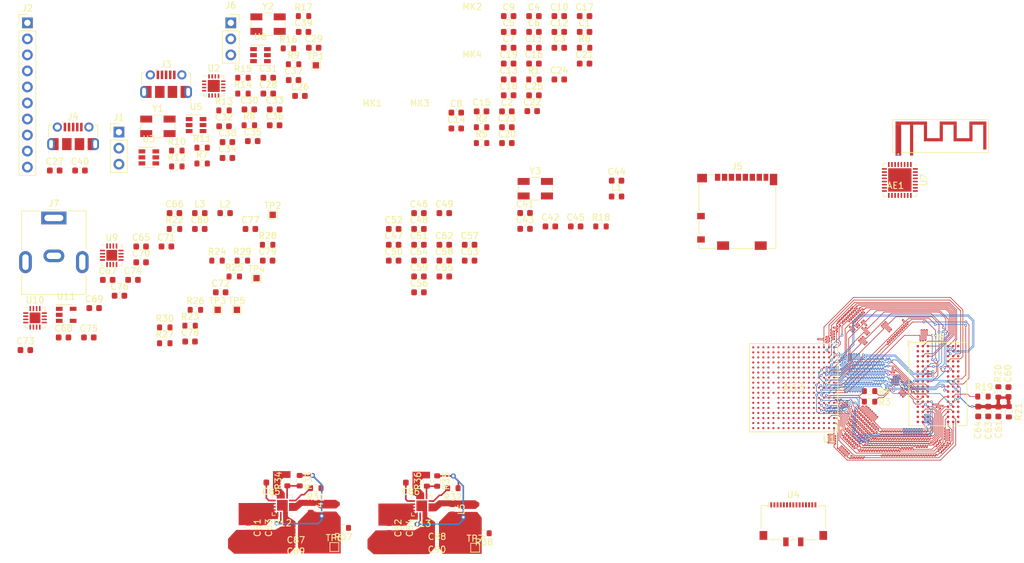
<source format=kicad_pcb>
(kicad_pcb (version 20211014) (generator pcbnew)
  (layers (0 "F.Cu" signal) (1 "In1.Cu" power) (2 "In2.Cu" power) (31 "B.Cu" signal) (34 "B.Paste" user) (35 "F.Paste" user) (36 "B.SilkS" user "B.Silkscreen") (37 "F.SilkS" user "F.Silkscreen") (38 "B.Mask" user) (39 "F.Mask" user) (44 "Edge.Cuts" user))
  (net 0 "")
  (net 1 "/DVREF")
  (net 2 "+1V35")
  (net 3 "GND")
  (net 4 "+3V0")
  (net 5 "+1V1")
  (net 6 "/HPVCCBP")
  (net 7 "+2V5")
  (net 8 "+3V3")
  (net 9 "Net-(C27-Pad1)")
  (net 10 "Net-(C29-Pad1)")
  (net 11 "Net-(C30-Pad1)")
  (net 12 "Net-(C31-Pad1)")
  (net 13 "Net-(C32-Pad1)")
  (net 14 "Net-(C33-Pad1)")
  (net 15 "Net-(C35-Pad1)")
  (net 16 "/A33_GPIO/RESET")
  (net 17 "Net-(C37-Pad2)")
  (net 18 "Net-(C38-Pad2)")
  (net 19 "Net-(C39-Pad2)")
  (net 20 "/A33_GPIO/WiFi_chip/WIFI_ANT")
  (net 21 "Net-(C41-Pad1)")
  (net 22 "Net-(C43-Pad2)")
  (net 23 "Net-(C44-Pad2)")
  (net 24 "Net-(C60-Pad2)")
  (net 25 "+5V")
  (net 26 "Net-(C70-Pad2)")
  (net 27 "Net-(C71-Pad2)")
  (net 28 "Net-(C75-Pad1)")
  (net 29 "Net-(C76-Pad1)")
  (net 30 "Net-(C77-Pad1)")
  (net 31 "Net-(C78-Pad1)")
  (net 32 "Net-(C85-Pad2)")
  (net 33 "Net-(C86-Pad2)")
  (net 34 "Net-(C87-Pad1)")
  (net 35 "Net-(C88-Pad1)")
  (net 36 "/A33_GPIO/UART0_TX")
  (net 37 "/A33_GPIO/UART0_RX")
  (net 38 "/A33_GPIO/GPIO1")
  (net 39 "/A33_GPIO/GPIO2")
  (net 40 "/A33_GPIO/GPIO3")
  (net 41 "/A33_GPIO/GPIO4")
  (net 42 "/A33_GPIO/GPIO5")
  (net 43 "/A33_GPIO/GPIO6")
  (net 44 "/A33_GPIO/GPIO7")
  (net 45 "/A33_GPIO/GPIO8")
  (net 46 "/A33_GPIO/GPIO9")
  (net 47 "/A33_GPIO/GPIO10")
  (net 48 "/A33_GPIO/USB_DP1")
  (net 49 "Net-(J3-Pad1)")
  (net 50 "/A33_GPIO/USP_DM1")
  (net 51 "/A33_GPIO/USB0-DN")
  (net 52 "/A33_GPIO/USB0-DP")
  (net 53 "/A33_GPIO/SD_DAT2")
  (net 54 "/A33_GPIO/SD_DAT1")
  (net 55 "/A33_GPIO/SD_DAT3")
  (net 56 "/A33_GPIO/SD_CMD")
  (net 57 "/A33_GPIO/SD_CLK")
  (net 58 "/A33_GPIO/SD_DAT0")
  (net 59 "/A33_GPIO/SD_DET")
  (net 60 "Net-(J6-Pad2)")
  (net 61 "Net-(J6-Pad3)")
  (net 62 "Net-(L2-Pad1)")
  (net 63 "Net-(L3-Pad1)")
  (net 64 "Net-(L4-Pad1)")
  (net 65 "Net-(L5-Pad1)")
  (net 66 "Net-(R5-Pad1)")
  (net 67 "/VCC_EFUSE")
  (net 68 "Net-(Q1-Pad1)")
  (net 69 "Net-(R9-Pad1)")
  (net 70 "Net-(R18-Pad2)")
  (net 71 "Net-(R19-Pad2)")
  (net 72 "Net-(R22-Pad2)")
  (net 73 "Net-(R23-Pad2)")
  (net 74 "Net-(R24-Pad2)")
  (net 75 "Net-(R26-Pad2)")
  (net 76 "Net-(R31-Pad2)")
  (net 77 "Net-(R32-Pad2)")
  (net 78 "Net-(R33-Pad2)")
  (net 79 "Net-(R35-Pad2)")
  (net 80 "adr6")
  (net 81 "Net-(U1-PadA2)")
  (net 82 "Net-(U1-PadA7)")
  (net 83 "Net-(U1-PadA8)")
  (net 84 "Net-(U1-PadA9)")
  (net 85 "Net-(U1-PadA10)")
  (net 86 "Net-(U1-PadA11)")
  (net 87 "Net-(U1-PadA12)")
  (net 88 "/A33_GPIO/SD_D3")
  (net 89 "/A33_GPIO/SD_D1")
  (net 90 "Net-(U1-PadA16)")
  (net 91 "/A33_GPIO/WIFI_EN")
  (net 92 "adr8")
  (net 93 "Net-(U1-PadB2)")
  (net 94 "Net-(U1-PadB7)")
  (net 95 "Net-(U1-PadB8)")
  (net 96 "Net-(U1-PadB9)")
  (net 97 "Net-(U1-PadB10)")
  (net 98 "Net-(U1-PadB11)")
  (net 99 "/A33_GPIO/SD_D2")
  (net 100 "/A33_GPIO/SD_D0")
  (net 101 "Net-(U1-PadB16)")
  (net 102 "Net-(U1-PadB17)")
  (net 103 "adr14")
  (net 104 "adr11")
  (net 105 "Net-(U1-PadC3)")
  (net 106 "Net-(U1-PadC4)")
  (net 107 "/A33_GPIO/SCL0")
  (net 108 "Net-(U1-PadC10)")
  (net 109 "Net-(U1-PadC11)")
  (net 110 "Net-(U1-PadC12)")
  (net 111 "Net-(U1-PadC13)")
  (net 112 "Net-(U1-PadC14)")
  (net 113 "Net-(U1-PadC15)")
  (net 114 "Net-(U1-PadC16)")
  (net 115 "Net-(U1-PadC17)")
  (net 116 "adr1")
  (net 117 "adr4")
  (net 118 "Net-(U1-PadD3)")
  (net 119 "Net-(U1-PadD4)")
  (net 120 "/A33_GPIO/SDA0")
  (net 121 "Net-(U1-PadD10)")
  (net 122 "Net-(U1-PadD11)")
  (net 123 "Net-(U1-PadD12)")
  (net 124 "Net-(U1-PadD13)")
  (net 125 "/A33_GPIO/G_INT2")
  (net 126 "/A33_GPIO/G_INT1")
  (net 127 "/A33_GPIO/G_SDA")
  (net 128 "/A33_GPIO/G_SCL")
  (net 129 "adr12")
  (net 130 "adr10")
  (net 131 "/adr15")
  (net 132 "adr0")
  (net 133 "Net-(U1-PadE14)")
  (net 134 "Net-(U1-PadE15)")
  (net 135 "Net-(U1-PadE16)")
  (net 136 "Net-(U1-PadE17)")
  (net 137 "adr5")
  (net 138 "adr2")
  (net 139 "adr13")
  (net 140 "adr9")
  (net 141 "Net-(U1-PadF14)")
  (net 142 "Net-(U1-PadF15)")
  (net 143 "Net-(U1-PadF16)")
  (net 144 "Net-(U1-PadF17)")
  (net 145 "/RAM/~{RST}")
  (net 146 "adr7")
  (net 147 "Net-(U1-PadG15)")
  (net 148 "d6")
  (net 149 "d7")
  (net 150 "adr3")
  (net 151 "dba2")
  (net 152 "Net-(U1-PadH14)")
  (net 153 "Net-(U1-PadH15)")
  (net 154 "Net-(U1-PadH16)")
  (net 155 "d4")
  (net 156 "d5")
  (net 157 "dba0")
  (net 158 "/RAM/~{CKE}")
  (net 159 "Net-(U1-PadJ14)")
  (net 160 "Net-(U1-PadJ15)")
  (net 161 "Net-(U1-PadJ16)")
  (net 162 "Net-(U1-PadJ17)")
  (net 163 "/RAM/~{WE}")
  (net 164 "dba1")
  (net 165 "Net-(U1-PadK14)")
  (net 166 "Net-(U1-PadK15)")
  (net 167 "d2")
  (net 168 "d3")
  (net 169 "/RAM/ODT")
  (net 170 "/RAM/~{RAS}")
  (net 171 "Net-(U1-PadL7)")
  (net 172 "Net-(U1-PadL14)")
  (net 173 "Net-(U1-PadL15)")
  (net 174 "d0")
  (net 175 "d1")
  (net 176 "/RAM/~{CAS}")
  (net 177 "/VCC_PD")
  (net 178 "Net-(U1-PadM15)")
  (net 179 "d15")
  (net 180 "/RAM/DML")
  (net 181 "/RAM/~{CS}")
  (net 182 "Net-(U1-PadN5)")
  (net 183 "Net-(U1-PadN7)")
  (net 184 "Net-(U1-PadN15)")
  (net 185 "Net-(U1-PadN16)")
  (net 186 "Net-(U1-PadN17)")
  (net 187 "d13")
  (net 188 "d14")
  (net 189 "/A33_GPIO/DSI1_DP0")
  (net 190 "/A33_GPIO/DSI1_DP1")
  (net 191 "Net-(U1-PadP6)")
  (net 192 "Net-(U1-PadP7)")
  (net 193 "Net-(U1-PadP8)")
  (net 194 "Net-(U1-PadP9)")
  (net 195 "Net-(U1-PadP10)")
  (net 196 "Net-(U1-PadP11)")
  (net 197 "Net-(U1-PadP12)")
  (net 198 "Net-(U1-PadP13)")
  (net 199 "Net-(U1-PadP14)")
  (net 200 "Net-(U1-PadP15)")
  (net 201 "Net-(U1-PadP16)")
  (net 202 "d12")
  (net 203 "/A33_GPIO/DSI1_DN0")
  (net 204 "/A33_GPIO/DSI1_DN1")
  (net 205 "Net-(U1-PadR6)")
  (net 206 "Net-(U1-PadR7)")
  (net 207 "Net-(U1-PadR8)")
  (net 208 "Net-(U1-PadR9)")
  (net 209 "Net-(U1-PadR10)")
  (net 210 "Net-(U1-PadR11)")
  (net 211 "Net-(U1-PadR12)")
  (net 212 "Net-(U1-PadR13)")
  (net 213 "Net-(U1-PadR14)")
  (net 214 "Net-(U1-PadR15)")
  (net 215 "d11")
  (net 216 "/RAM/DMU")
  (net 217 "/A33_GPIO/DSI1_CP")
  (net 218 "Net-(U1-PadT6)")
  (net 219 "Net-(U1-PadT7)")
  (net 220 "Net-(U1-PadT8)")
  (net 221 "Net-(U1-PadT9)")
  (net 222 "Net-(U1-PadT10)")
  (net 223 "Net-(U1-PadT11)")
  (net 224 "Net-(U1-PadT12)")
  (net 225 "Net-(U1-PadT13)")
  (net 226 "Net-(U1-PadT14)")
  (net 227 "Net-(U1-PadT15)")
  (net 228 "d9")
  (net 229 "d10")
  (net 230 "d8")
  (net 231 "Net-(U1-PadU4)")
  (net 232 "/A33_GPIO/DSI1_CN")
  (net 233 "Net-(U1-PadU6)")
  (net 234 "Net-(U1-PadU7)")
  (net 235 "Net-(U1-PadU8)")
  (net 236 "Net-(U1-PadU9)")
  (net 237 "Net-(U1-PadU10)")
  (net 238 "Net-(U1-PadU11)")
  (net 239 "Net-(U1-PadU12)")
  (net 240 "/A33_GPIO/VBUS_~{EN}")
  (net 241 "Net-(U1-PadU14)")
  (net 242 "Net-(U1-PadU15)")
  (net 243 "Net-(U2-Pad3)")
  (net 244 "Net-(U2-Pad8)")
  (net 245 "Net-(U2-Pad13)")
  (net 246 "Net-(U2-Pad15)")
  (net 247 "Net-(U2-Pad16)")
  (net 248 "Net-(U7-Pad5)")
  (net 249 "Net-(U7-Pad6)")
  (net 250 "Net-(U7-Pad8)")
  (net 251 "Net-(U7-Pad9)")
  (net 252 "Net-(U7-Pad10)")
  (net 253 "Net-(U7-Pad12)")
  (net 254 "Net-(U7-Pad13)")
  (net 255 "Net-(U7-Pad14)")
  (net 256 "Net-(U7-Pad15)")
  (net 257 "Net-(U7-Pad16)")
  (net 258 "Net-(U7-Pad24)")
  (net 259 "Net-(U7-Pad25)")
  (net 260 "Net-(U7-Pad26)")
  (net 261 "Net-(U7-Pad32)")
  (net 262 "Net-(U8-PadJ1)")
  (net 263 "Net-(U8-PadJ9)")
  (net 264 "Net-(U8-PadL1)")
  (net 265 "Net-(U8-PadL9)")
  (net 266 "Net-(U8-PadM7)")
  (net 267 "/RAM/CK_P")
  (net 268 "/DCK_P")
  (net 269 "/DCK_N")
  (net 270 "/RAM/CK_N")
  (net 271 "+1V5")
  (net 272 "/DQS0_P")
  (net 273 "/DQS1_P")
  (net 274 "/DQS1_N")
  (net 275 "/DQS0_N")
  (footprint "Capacitor_SMD:C_0603_1608Metric" (layer "F.Cu") (at 107.015001 34.905001)
    (fp_text reference "C2")
    (fp_text value "100n")
  )
  (footprint "Capacitor_SMD:C_0603_1608Metric" (layer "F.Cu") (at 115.315001 24.825001)
    (fp_text reference "C3")
    (fp_text value "100n")
  )
  (footprint "Capacitor_SMD:C_0603_1608Metric" (layer "F.Cu") (at 111.305001 19.805001)
    (fp_text reference "C4")
    (fp_text value "100n")
  )
  (footprint "Capacitor_SMD:C_0603_1608Metric" (layer "F.Cu") (at 107.295001 22.315001)
    (fp_text reference "C5")
    (fp_text value "100n")
  )
  (footprint "Capacitor_SMD:C_0603_1608Metric" (layer "F.Cu") (at 111.305001 22.315001)
    (fp_text reference "C6")
    (fp_text value "100n")
  )
  (footprint "Capacitor_SMD:C_0603_1608Metric" (layer "F.Cu") (at 107.295001 24.825001)
    (fp_text reference "C7")
    (fp_text value "22u")
  )
  (footprint "Capacitor_SMD:C_0603_1608Metric" (layer "F.Cu") (at 98.995001 35.105001)
    (fp_text reference "C8")
    (fp_text value "100n")
  )
  (footprint "Capacitor_SMD:C_0603_1608Metric" (layer "F.Cu") (at 107.295001 19.805001)
    (fp_text reference "C9")
    (fp_text value "100n")
  )
  (footprint "Capacitor_SMD:C_0603_1608Metric" (layer "F.Cu") (at 115.315001 19.805001)
    (fp_text reference "C10")
    (fp_text value "100n")
  )
  (footprint "Capacitor_SMD:C_0603_1608Metric" (layer "F.Cu") (at 111.305001 24.825001)
    (fp_text reference "C11")
    (fp_text value "100n")
  )
  (footprint "Capacitor_SMD:C_0603_1608Metric" (layer "F.Cu") (at 115.315001 22.315001)
    (fp_text reference "C12")
    (fp_text value "22u")
  )
  (footprint "Capacitor_SMD:C_0603_1608Metric" (layer "F.Cu") (at 107.295001 29.845001)
    (fp_text reference "C13")
    (fp_text value "22u")
  )
  (footprint "Capacitor_SMD:C_0603_1608Metric" (layer "F.Cu") (at 98.995001 37.615001)
    (fp_text reference "C14")
    (fp_text value "100n")
  )
  (footprint "Capacitor_SMD:C_0603_1608Metric" (layer "F.Cu") (at 103.005001 34.905001)
    (fp_text reference "C15")
    (fp_text value "100n")
  )
  (footprint "Capacitor_SMD:C_0603_1608Metric" (layer "F.Cu") (at 111.305001 27.335001)
    (fp_text reference "C16")
    (fp_text value "100n")
  )
  (footprint "Capacitor_SMD:C_0603_1608Metric" (layer "F.Cu") (at 119.325001 19.805001)
    (fp_text reference "C17")
    (fp_text value "10u")
  )
  (footprint "Capacitor_SMD:C_0603_1608Metric" (layer "F.Cu") (at 107.295001 32.355001)
    (fp_text reference "C18")
    (fp_text value "100n")
  )
  (footprint "Capacitor_SMD:C_0603_1608Metric" (layer "F.Cu") (at 107.295001 27.335001)
    (fp_text reference "C19")
    (fp_text value "100n")
  )
  (footprint "Capacitor_SMD:C_0603_1608Metric" (layer "F.Cu") (at 107.015001 39.925001)
    (fp_text reference "C20")
    (fp_text value "100n")
  )
  (footprint "Capacitor_SMD:C_0603_1608Metric" (layer "F.Cu") (at 119.325001 27.335001)
    (fp_text reference "C21")
    (fp_text value "100n")
  )
  (footprint "Capacitor_SMD:C_0603_1608Metric" (layer "F.Cu") (at 111.025001 34.865001)
    (fp_text reference "C22")
    (fp_text value "100n")
  )
  (footprint "Capacitor_SMD:C_0603_1608Metric" (layer "F.Cu") (at 107.015001 37.415001)
    (fp_text reference "C23")
    (fp_text value "22u")
  )
  (footprint "Capacitor_SMD:C_0603_1608Metric" (layer "F.Cu") (at 115.315001 29.845001)
    (fp_text reference "C24")
    (fp_text value "22u")
  )
  (footprint "Capacitor_SMD:C_0603_1608Metric" (layer "F.Cu") (at 111.305001 32.355001)
    (fp_text reference "C25")
    (fp_text value "100n")
  )
  (footprint "Capacitor_SMD:C_0603_1608Metric" (layer "F.Cu") (at 74.225001 32.455001)
    (fp_text reference "C26")
    (fp_text value "C")
  )
  (footprint "Capacitor_SMD:C_0603_1608Metric" (layer "F.Cu") (at 35.365001 44.275001)
    (fp_text reference "C27")
    (fp_text value "C")
  )
  (footprint "Capacitor_SMD:C_0603_1608Metric" (layer "F.Cu") (at 69.205001 32.085001)
    (fp_text reference "C28")
    (fp_text value "C")
  )
  (footprint "Capacitor_SMD:C_0603_1608Metric" (layer "F.Cu") (at 76.405001 24.825001)
    (fp_text reference "C29")
    (fp_text value "30p")
  )
  (footprint "Capacitor_SMD:C_0603_1608Metric" (layer "F.Cu") (at 66.205001 34.595001)
    (fp_text reference "C30")
    (fp_text value "30p")
  )
  (footprint "Capacitor_SMD:C_0603_1608Metric" (layer "F.Cu") (at 69.205001 29.575001)
    (fp_text reference "C31")
    (fp_text value "10p")
  )
  (footprint "Capacitor_SMD:C_0603_1608Metric" (layer "F.Cu") (at 62.195001 37.265001)
    (fp_text reference "C32")
    (fp_text value "10p")
  )
  (footprint "Capacitor_SMD:C_0603_1608Metric" (layer "F.Cu") (at 70.215001 34.595001)
    (fp_text reference "C33")
    (fp_text value "100n")
  )
  (footprint "Capacitor_SMD:C_0603_1608Metric" (layer "F.Cu") (at 62.735001 42.285001)
    (fp_text reference "C34")
    (fp_text value "22u")
  )
  (footprint "Capacitor_SMD:C_0603_1608Metric" (layer "F.Cu") (at 66.745001 39.615001)
    (fp_text reference "C35")
    (fp_text value "10u")
  )
  (footprint "Capacitor_SMD:C_0603_1608Metric" (layer "F.Cu") (at 70.215001 37.105001)
    (fp_text reference "C36")
    (fp_text value "100n")
  )
  (footprint "Capacitor_SMD:C_0603_1608Metric" (layer "F.Cu") (at 73.215001 29.945001)
    (fp_text reference "C37")
    (fp_text value "1u")
  )
  (footprint "Capacitor_SMD:C_0603_1608Metric" (layer "F.Cu") (at 62.735001 39.775001)
    (fp_text reference "C38")
    (fp_text value "10u")
  )
  (footprint "Capacitor_SMD:C_0603_1608Metric" (layer "F.Cu") (at 74.795001 22.315001)
    (fp_text reference "C39")
    (fp_text value "10u")
  )
  (footprint "Capacitor_SMD:C_0603_1608Metric" (layer "F.Cu") (at 39.375001 44.275001)
    (fp_text reference "C40")
    (fp_text value "100n")
  )
  (footprint "Capacitor_SMD:C_0603_1608Metric" (layer "F.Cu") (at 109.895001 51.005001)
    (fp_text reference "C41")
    (fp_text value "5.6p")
  )
  (footprint "Capacitor_SMD:C_0603_1608Metric" (layer "F.Cu") (at 113.905001 53.135001)
    (fp_text reference "C42")
    (fp_text value "100n")
  )
  (footprint "Capacitor_SMD:C_0603_1608Metric" (layer "F.Cu") (at 109.895001 53.515001)
    (fp_text reference "C43")
    (fp_text value "100n")
  )
  (footprint "Capacitor_SMD:C_0603_1608Metric" (layer "F.Cu") (at 124.395001 45.885001)
    (fp_text reference "C44")
    (fp_text value "100n")
  )
  (footprint "Capacitor_SMD:C_0603_1608Metric" (layer "F.Cu") (at 117.915001 53.135001)
    (fp_text reference "C45")
    (fp_text value "100n")
  )
  (footprint "Capacitor_SMD:C_0603_1608Metric" (layer "F.Cu") (at 93.085001 51.025001)
    (fp_text reference "C46")
    (fp_text value "100n")
  )
  (footprint "Capacitor_SMD:C_0603_1608Metric" (layer "F.Cu") (at 89.075001 56.045001)
    (fp_text reference "C47")
    (fp_text value "100n")
  )
  (footprint "Capacitor_SMD:C_0603_1608Metric" (layer "F.Cu") (at 93.085001 53.535001)
    (fp_text reference "C48")
    (fp_text value "100n")
  )
  (footprint "Capacitor_SMD:C_0603_1608Metric" (layer "F.Cu") (at 97.095001 51.025001)
    (fp_text reference "C49")
    (fp_text value "100n")
  )
  (footprint "Capacitor_SMD:C_0603_1608Metric" (layer "F.Cu") (at 89.075001 58.555001)
    (fp_text reference "C50")
    (fp_text value "100n")
  )
  (footprint "Capacitor_SMD:C_0603_1608Metric" (layer "F.Cu") (at 93.085001 56.045001)
    (fp_text reference "C51")
    (fp_text value "100n")
  )
  (footprint "Capacitor_SMD:C_0603_1608Metric" (layer "F.Cu") (at 89.075001 53.535001)
    (fp_text reference "C52")
    (fp_text value "100n")
  )
  (footprint "Capacitor_SMD:C_0603_1608Metric" (layer "F.Cu") (at 101.105001 58.555001)
    (fp_text reference "C53")
    (fp_text value "100n")
  )
  (footprint "Capacitor_SMD:C_0603_1608Metric" (layer "F.Cu") (at 93.085001 58.555001)
    (fp_text reference "C54")
    (fp_text value "100n")
  )
  (footprint "Capacitor_SMD:C_0603_1608Metric" (layer "F.Cu") (at 97.095001 61.065001)
    (fp_text reference "C55")
    (fp_text value "100n")
  )
  (footprint "Capacitor_SMD:C_0603_1608Metric" (layer "F.Cu") (at 93.085001 63.575001)
    (fp_text reference "C56")
    (fp_text value "100n")
  )
  (footprint "Capacitor_SMD:C_0603_1608Metric" (layer "F.Cu") (at 101.105001 56.045001)
    (fp_text reference "C57")
    (fp_text value "100n")
  )
  (footprint "Capacitor_SMD:C_0603_1608Metric" (layer "F.Cu") (at 97.095001 58.555001)
    (fp_text reference "C58")
    (fp_text value "100n")
  )
  (footprint "Capacitor_SMD:C_0603_1608Metric" (layer "F.Cu") (at 93.085001 61.065001)
    (fp_text reference "C59")
    (fp_text value "100n")
  )
  (footprint "Capacitor_SMD:C_0603_1608Metric" (layer "F.Cu") (at 186.4868 79.3747 -90)
    (fp_text reference "C60")
    (fp_text value "100n")
  )
  (footprint "Capacitor_SMD:C_0603_1608Metric" (layer "F.Cu") (at 184.8866 82.4738 -90)
    (fp_text reference "C61")
    (fp_text value "100n")
  )
  (footprint "Capacitor_SMD:C_0603_1608Metric" (layer "F.Cu") (at 97.095001 56.045001)
    (fp_text reference "C62")
    (fp_text value "100n")
  )
  (footprint "Capacitor_SMD:C_0603_1608Metric" (layer "F.Cu") (at 183.2864 82.4611 -90)
    (fp_text reference "C63")
    (fp_text value "100n")
  )
  (footprint "Capacitor_SMD:C_0603_1608Metric" (layer "F.Cu") (at 49.055001 56.315001)
    (fp_text reference "C65")
    (fp_text value "100n")
  )
  (footprint "Capacitor_SMD:C_0603_1608Metric" (layer "F.Cu") (at 54.345001 51.025001)
    (fp_text reference "C66")
    (fp_text value "100n")
  )
  (footprint "Capacitor_SMD:C_0603_1608Metric" (layer "F.Cu") (at 43.765001 61.605001)
    (fp_text reference "C67")
    (fp_text value "100n")
  )
  (footprint "Capacitor_SMD:C_0603_1608Metric" (layer "F.Cu") (at 36.765001 70.725001)
    (fp_text reference "C68")
    (fp_text value "22u")
  )
  (footprint "Capacitor_SMD:C_0603_1608Metric" (layer "F.Cu") (at 41.615001 66.075001)
    (fp_text reference "C69")
    (fp_text value "22u")
  )
  (footprint "Capacitor_SMD:C_0603_1608Metric" (layer "F.Cu") (at 49.055001 58.825001)
    (fp_text reference "C70")
    (fp_text value "???")
  )
  (footprint "Capacitor_SMD:C_0603_1608Metric" (layer "F.Cu") (at 53.065001 56.315001)
    (fp_text reference "C71")
    (fp_text value "???")
  )
  (footprint "Capacitor_SMD:C_0603_1608Metric" (layer "F.Cu") (at 61.665001 63.575001)
    (fp_text reference "C72")
    (fp_text value "100u")
  )
  (footprint "Capacitor_SMD:C_0603_1608Metric" (layer "F.Cu") (at 30.715001 72.725001)
    (fp_text reference "C73")
    (fp_text value "470u")
  )
  (footprint "Capacitor_SMD:C_0603_1608Metric" (layer "F.Cu") (at 47.775001 61.605001)
    (fp_text reference "C74")
    (fp_text value "10u")
  )
  (footprint "Capacitor_SMD:C_0603_1608Metric" (layer "F.Cu") (at 40.775001 70.725001)
    (fp_text reference "C75")
    (fp_text value "100n")
  )
  (footprint "Capacitor_SMD:C_0603_1608Metric" (layer "F.Cu") (at 45.625001 64.115001)
    (fp_text reference "C76")
    (fp_text value "22u")
  )
  (footprint "Capacitor_SMD:C_0603_1608Metric" (layer "F.Cu") (at 66.375001 53.535001)
    (fp_text reference "C77")
    (fp_text value "22u")
  )
  (footprint "Capacitor_SMD:C_0603_1608Metric" (layer "F.Cu") (at 56.815001 71.375001)
    (fp_text reference "C78")
    (fp_text value "10u")
  )
  (footprint "Capacitor_SMD:C_0603_1608Metric" (layer "F.Cu") (at 69.105001 58.555001)
    (fp_text reference "C79")
    (fp_text value "22u")
  )
  (footprint "Capacitor_SMD:C_0603_1608Metric" (layer "F.Cu") (at 58.355001 53.535001)
    (fp_text reference "C80")
    (fp_text value "22u")
  )
  (footprint "Capacitor_SMD:C_0603_1608Metric" (layer "F.Cu") (at 66.0527 100.8761 -90)
    (fp_text reference "C81")
    (fp_text value "100n")
  )
  (footprint "Capacitor_SMD:C_0603_1608Metric" (layer "F.Cu") (at 88.35 100.92 -90)
    (fp_text reference "C82")
    (fp_text value "100n")
  )
  (footprint "Capacitor_SMD:C_0603_1608Metric" (layer "F.Cu") (at 67.8561 100.8761 -90)
    (fp_text reference "C83")
    (fp_text value "22u")
  )
  (footprint "Capacitor_SMD:C_0603_1608Metric" (layer "F.Cu") (at 90.18 100.9 -90)
    (fp_text reference "C84")
    (fp_text value "22u")
  )
  (footprint "Capacitor_SMD:C_0603_1608Metric" (layer "F.Cu") (at 69.6722 93.7133 180)
    (fp_text reference "C85")
    (fp_text value "???")
  )
  (footprint "Capacitor_SMD:C_0603_1608Metric" (layer "F.Cu") (at 91.78 93.73 180)
    (fp_text reference "C86")
    (fp_text value "???")
  )
  (footprint "Capacitor_SMD:C_0603_1608Metric" (layer "F.Cu") (at 73.5838 101.3968 180)
    (fp_text reference "C87")
    (fp_text value "22u")
  )
  (footprint "Capacitor_SMD:C_0603_1608Metric" (layer "F.Cu") (at 95.94 100.86 180)
    (fp_text reference "C88")
    (fp_text value "22u")
  )
  (footprint "Capacitor_SMD:C_0603_1608Metric" (layer "F.Cu") (at 73.5711 103.1875 180)
    (fp_text reference "C89")
    (fp_text value "22u")
  )
  (footprint "Capacitor_SMD:C_0603_1608Metric" (layer "F.Cu") (at 95.93 102.9 180)
    (fp_text reference "C90")
    (fp_text value "22u")
  )
  (footprint "Connector_PinHeader_2.54mm:PinHeader_1x03_P2.54mm_Vertical" (layer "F.Cu") (at 45.535001 38.195001)
    (fp_text reference "J1")
    (fp_text value "UART_CONN")
  )
  (footprint "Connector_USB:USB_Micro-B_Molex-105017-0001" (layer "F.Cu") (at 53.015001 30.585001)
    (fp_text reference "J3")
    (fp_text value "USB_A")
  )
  (footprint "Connector_USB:USB_Micro-B_Molex-105017-0001" (layer "F.Cu") (at 38.285001 38.855001)
    (fp_text reference "J4")
    (fp_text value "USB_A")
  )
  (footprint "Connector_Card:microSD_HC_Molex_104031-0811" (layer "F.Cu") (at 143.51 50.8)
    (fp_text reference "J5")
    (fp_text value "Micro_SD_Card_Det")
  )
  (footprint "Connector_PinSocket_2.54mm:PinSocket_1x03_P2.54mm_Vertical" (layer "F.Cu") (at 63.265001 20.875001)
    (fp_text reference "J6")
    (fp_text value "MIC_DIFF_IN")
  )
  (footprint "Connector_BarrelJack:BarrelJack_CUI_PJ-063AH_Horizontal" (layer "F.Cu") (at 35.235001 51.795001)
    (fp_text reference "J7")
    (fp_text value "Barrel_Jack")
  )
  (footprint "Inductor_SMD:L_0603_1608Metric" (layer "F.Cu") (at 124.395001 48.395001)
    (fp_text reference "L1")
    (fp_text value "NC")
  )
  (footprint "Inductor_SMD:L_0603_1608Metric" (layer "F.Cu") (at 62.365001 51.025001)
    (fp_text reference "L2")
    (fp_text value "1u")
  )
  (footprint "Inductor_SMD:L_0603_1608Metric" (layer "F.Cu") (at 58.355001 51.025001)
    (fp_text reference "L3")
    (fp_text value "1u")
  )
  (footprint "Inductor_SMD:L_0603_1608Metric" (layer "F.Cu") (at 75.946 97.6884 -90)
    (fp_text reference "L4")
    (fp_text value "1u")
  )
  (footprint "Inductor_SMD:L_0603_1608Metric" (layer "F.Cu") (at 98.36 97.96 -90)
    (fp_text reference "L5")
    (fp_text value "1u")
  )
  (footprint "MountingHole:MountingHole_3mm" (layer "F.Cu") (at 85.665001 37.625001)
    (fp_text reference "MK1")
    (fp_text value "Mounting_Hole")
  )
  (footprint "MountingHole:MountingHole_3mm" (layer "F.Cu") (at 101.515001 22.325001)
    (fp_text reference "MK2")
    (fp_text value "Mounting_Hole")
  )
  (footprint "MountingHole:MountingHole_3mm" (layer "F.Cu") (at 93.215001 37.625001)
    (fp_text reference "MK3")
    (fp_text value "Mounting_Hole")
  )
  (footprint "MountingHole:MountingHole_3mm" (layer "F.Cu") (at 101.515001 29.875001)
    (fp_text reference "MK4")
    (fp_text value "Mounting_Hole")
  )
  (footprint "Resistor_SMD:R_0603_1608Metric" (layer "F.Cu") (at 111.305001 29.845001)
    (fp_text reference "R1")
    (fp_text value "1k")
  )
  (footprint "Resistor_SMD:R_0603_1608Metric" (layer "F.Cu") (at 103.005001 37.415001)
    (fp_text reference "R2")
    (fp_text value "1k")
  )
  (footprint "Resistor_SMD:R_0603_1608Metric" (layer "F.Cu") (at 103.005001 39.925001)
    (fp_text reference "R5")
    (fp_text value "240R")
  )
  (footprint "Resistor_SMD:R_0603_1608Metric" (layer "F.Cu") (at 119.325001 24.825001)
    (fp_text reference "R6")
    (fp_text value "0R")
  )
  (footprint "Resistor_SMD:R_0603_1608Metric" (layer "F.Cu") (at 58.725001 43.165001)
    (fp_text reference "R7")
    (fp_text value "100k")
  )
  (footprint "Resistor_SMD:R_0603_1608Metric" (layer "F.Cu") (at 66.205001 37.105001)
    (fp_text reference "R8")
    (fp_text value "10M")
  )
  (footprint "Resistor_SMD:R_0603_1608Metric" (layer "F.Cu") (at 73.215001 27.435001)
    (fp_text reference "R9")
    (fp_text value "R")
  )
  (footprint "Resistor_SMD:R_0603_1608Metric" (layer "F.Cu") (at 54.715001 41.125001)
    (fp_text reference "R10")
    (fp_text value "R")
  )
  (footprint "Resistor_SMD:R_0603_1608Metric" (layer "F.Cu") (at 58.725001 40.655001)
    (fp_text reference "R11")
    (fp_text value "100k")
  )
  (footprint "Resistor_SMD:R_0603_1608Metric" (layer "F.Cu") (at 54.715001 43.635001)
    (fp_text reference "R12")
    (fp_text value "100k")
  )
  (footprint "Resistor_SMD:R_0603_1608Metric" (layer "F.Cu") (at 62.195001 34.755001)
    (fp_text reference "R13")
    (fp_text value "10k")
  )
  (footprint "Resistor_SMD:R_0603_1608Metric" (layer "F.Cu") (at 65.195001 32.085001)
    (fp_text reference "R14")
    (fp_text value "100k")
  )
  (footprint "Resistor_SMD:R_0603_1608Metric" (layer "F.Cu") (at 65.195001 29.575001)
    (fp_text reference "R15")
    (fp_text value "100k")
  )
  (footprint "Resistor_SMD:R_0603_1608Metric" (layer "F.Cu") (at 72.395001 24.925001)
    (fp_text reference "R16")
    (fp_text value "100k")
  )
  (footprint "Resistor_SMD:R_0603_1608Metric" (layer "F.Cu") (at 74.795001 19.805001)
    (fp_text reference "R17")
    (fp_text value "200k")
  )
  (footprint "Resistor_SMD:R_0603_1608Metric" (layer "F.Cu") (at 121.925001 53.135001)
    (fp_text reference "R18")
    (fp_text value "R")
  )
  (footprint "Resistor_SMD:R_0603_1608Metric" (layer "F.Cu") (at 182.4482 80.0862 180)
    (fp_text reference "R19")
    (fp_text value "240R")
  )
  (footprint "Resistor_SMD:R_0603_1608Metric" (layer "F.Cu") (at 184.8866 79.3623 -90)
    (fp_text reference "R20")
    (fp_text value "1k 1%")
  )
  (footprint "Resistor_SMD:R_0603_1608Metric" (layer "F.Cu") (at 186.5503 82.4992 -90)
    (fp_text reference "R21")
    (fp_text value "1k 1%")
  )
  (footprint "Resistor_SMD:R_0603_1608Metric" (layer "F.Cu") (at 54.345001 53.535001)
    (fp_text reference "R22")
    (fp_text value "100k")
  )
  (footprint "Resistor_SMD:R_0603_1608Metric" (layer "F.Cu") (at 56.815001 68.865001)
    (fp_text reference "R23")
    (fp_text value "100k")
  )
  (footprint "Resistor_SMD:R_0603_1608Metric" (layer "F.Cu") (at 61.085001 58.555001)
    (fp_text reference "R24")
    (fp_text value "470k")
  )
  (footprint "Resistor_SMD:R_0603_1608Metric" (layer "F.Cu") (at 63.815001 61.065001)
    (fp_text reference "R25")
    (fp_text value "150k")
  )
  (footprint "Resistor_SMD:R_0603_1608Metric" (layer "F.Cu") (at 57.655001 66.355001)
    (fp_text reference "R26")
    (fp_text value "330k")
  )
  (footprint "Resistor_SMD:R_0603_1608Metric" (layer "F.Cu") (at 52.805001 71.645001)
    (fp_text reference "R27")
    (fp_text value "120k")
  )
  (footprint "Resistor_SMD:R_0603_1608Metric" (layer "F.Cu") (at 69.105001 56.045001)
    (fp_text reference "R28")
    (fp_text value "0R")
  )
  (footprint "Resistor_SMD:R_0603_1608Metric" (layer "F.Cu") (at 65.095001 58.555001)
    (fp_text reference "R29")
    (fp_text value "0R")
  )
  (footprint "Resistor_SMD:R_0603_1608Metric" (layer "F.Cu") (at 52.805001 69.135001)
    (fp_text reference "R30")
    (fp_text value "0R")
  )
  (footprint "Resistor_SMD:R_0603_1608Metric" (layer "F.Cu") (at 76.7334 94.6023 180)
    (fp_text reference "R31")
    (fp_text value "100k")
  )
  (footprint "Resistor_SMD:R_0603_1608Metric" (layer "F.Cu") (at 98.45 94.61 180)
    (fp_text reference "R32")
    (fp_text value "100k")
  )
  (footprint "Resistor_SMD:R_0603_1608Metric" (layer "F.Cu") (at 74.1807 93.4212 -90)
    (fp_text reference "R33")
    (fp_text value "82k")
  )
  (footprint "Resistor_SMD:R_0603_1608Metric" (layer "F.Cu") (at 72.2249 93.4085 90)
    (fp_text reference "R34")
    (fp_text value "220k")
  )
  (footprint "Resistor_SMD:R_0603_1608Metric" (layer "F.Cu") (at 95.97 93.48 -90)
    (fp_text reference "R35")
    (fp_text value "110k")
  )
  (footprint "Resistor_SMD:R_0603_1608Metric" (layer "F.Cu") (at 94.33 93.46 90)
    (fp_text reference "R36")
    (fp_text value "160k")
  )
  (footprint "Resistor_SMD:R_0603_1608Metric" (layer "F.Cu") (at 81.0895 100.9015 180)
    (fp_text reference "R37")
    (fp_text value "0R")
  )
  (footprint "Resistor_SMD:R_0603_1608Metric" (layer "F.Cu") (at 103.38 101.75 180)
    (fp_text reference "R38")
    (fp_text value "0R")
  )
  (footprint "TestPoint:TestPoint_Pad_1.0x1.0mm" (layer "F.Cu") (at 76.745001 27.605001)
    (fp_text reference "TP1")
    (fp_text value "Test_Point")
  )
  (footprint "TestPoint:TestPoint_Pad_1.0x1.0mm" (layer "F.Cu") (at 69.905001 51.295001)
    (fp_text reference "TP2")
    (fp_text value "5V TP")
  )
  (footprint "TestPoint:TestPoint_Pad_1.0x1.0mm" (layer "F.Cu") (at 61.185001 66.355001)
    (fp_text reference "TP3")
    (fp_text value "2V5 TP")
  )
  (footprint "TestPoint:TestPoint_Pad_1.0x1.0mm" (layer "F.Cu") (at 67.345001 61.335001)
    (fp_text reference "TP4")
    (fp_text value "3V3 TP")
  )
  (footprint "TestPoint:TestPoint_Pad_1.0x1.0mm" (layer "F.Cu") (at 64.235001 66.355001)
    (fp_text reference "TP5")
    (fp_text value "3V0 TP")
  )
  (footprint "TestPoint:TestPoint_Pad_1.0x1.0mm" (layer "F.Cu") (at 79.6671 103.9368)
    (fp_text reference "TP6")
    (fp_text value "1V1 TP")
  )
  (footprint "TestPoint:TestPoint_Pad_1.0x1.0mm" (layer "F.Cu") (at 101.98 104.04)
    (fp_text reference "TP7")
    (fp_text value "1V35 TP")
  )
  (footprint "Package_DFN_QFN:QFN-16-1EP_3x3mm_P0.5mm_EP1.9x1.9mm" (layer "F.Cu") (at 60.565001 30.875001)
    (fp_text reference "U2")
    (fp_text value "MMA8425Q_Gsensor")
  )
  (footprint "Package_TO_SOT_SMD:SOT-23-6" (layer "F.Cu") (at 50.285001 42.195001)
    (fp_text reference "U3")
    (fp_text value "SRV05-4")
  )
  (footprint "Connector_FFC-FPC:Molex_502244-1530_1x15-1MP_P0.5mm_Horizontal" (layer "F.Cu") (at 152.4 100.33)
    (fp_text reference "U4")
    (fp_text value "MIPI_DSI_Raspberry")
  )
  (footprint "Package_TO_SOT_SMD:SOT-23-6" (layer "F.Cu") (at 57.765001 37.075001)
    (fp_text reference "U5")
    (fp_text value "SRV05-4")
  )
  (footprint "Package_TO_SOT_SMD:SOT-23-6" (layer "F.Cu") (at 67.965001 25.995001)
    (fp_text reference "U6")
    (fp_text value "SRV05-4")
  )
  (footprint "Package_DFN_QFN:QFN-16-1EP_3x3mm_P0.5mm_EP1.7x1.7mm" (layer "F.Cu") (at 44.405001 57.705001)
    (fp_text reference "U9")
    (fp_text value "TPS62130")
  )
  (footprint "Package_TO_SOT_SMD:SOT-23-5" (layer "F.Cu") (at 37.185001 67.145001)
    (fp_text reference "U11")
    (fp_text value "AP131-25")
  )
  (footprint "Package_DFN_QFN:QFN-16-1EP_3x3mm_P0.5mm_EP1.7x1.7mm" (layer "F.Cu") (at 93.525 97.4 180)
    (fp_text reference "U13")
    (fp_text value "TPS62130")
  )
  (footprint "Crystal:Crystal_SMD_EuroQuartz_MJ-4Pin_5.0x3.2mm" (layer "F.Cu") (at 51.715001 37.275001)
    (fp_text reference "Y1")
    (fp_text value "24MHz")
  )
  (footprint "Crystal:Crystal_SMD_EuroQuartz_MJ-4Pin_5.0x3.2mm" (layer "F.Cu") (at 69.165001 21.075001)
    (fp_text reference "Y2")
    (fp_text value "32.768kHz")
  )
  (footprint "Crystal:Crystal_SMD_EuroQuartz_MJ-4Pin_5.0x3.2mm" (layer "F.Cu") (at 111.515001 47.155001)
    (fp_text reference "Y3")
    (fp_text value "26 MHz")
  )
  (footprint "Resistor_SMD:R_0603_1608Metric" (layer "F.Cu") (at 164.4777 80.899)
    (fp_text reference "R3")
    (fp_text value "22R")
  )
  (footprint "Connector_PinHeader_2.54mm:PinHeader_1x10_P2.54mm_Vertical" (layer "F.Cu") (at 31.035001 20.875001)
    (fp_text reference "J2")
    (fp_text value "GPIO_CONN")
  )
  (footprint "Resistor_SMD:R_0603_1608Metric" (layer "F.Cu") (at 164.4772 79.2353)
    (fp_text reference "R4")
    (fp_text value "22R")
  )
  (footprint "Package_BGA:BGA-96_9.0x13.0mm_Layout2x3x16_P0.8mm" (layer "F.Cu") (at 175.3235 78.105)
    (fp_text reference "U8")
    (fp_text value "HTQ4G63AFR-PCB")
  )
  (footprint "Capacitor_SMD:C_0603_1608Metric" (layer "F.Cu") (at 181.6989 82.4611 -90)
    (fp_text reference "C64")
    (fp_text value "100n")
  )
  (footprint "Capacitor_SMD:C_0603_1608Metric" (layer "F.Cu") (at 119.325001 22.315001)
    (fp_text reference "C1")
    (fp_text value "100n")
  )
  (footprint "Small2_4GHz_PCB_Antenna:Small2_4GHz_PCB_Antenna" (layer "F.Cu") (at 168.5925 36.5125)
    (fp_text reference "AE1")
    (fp_text value "Antenna_Dipole")
  )
  (footprint "Package_DFN_QFN:QFN-32-1EP_5x5mm_P0.5mm_EP3.7x3.7mm" (layer "F.Cu") (at 169.2783 45.7708 -90)
    (fp_text reference "U7")
    (fp_text value "ESP8089")
  )
  (footprint "eec:Allwinner_Technology_Co.,_Ltd.-A33-0" (layer "F.Cu") (at 152.45 78.69 180)
    (fp_text reference "U1")
    (fp_text value "A33")
  )
  (footprint "Package_DFN_QFN:QFN-16-1EP_3x3mm_P0.5mm_EP1.7x1.7mm" (layer "F.Cu") (at 71.4375 97.3201 180)
    (fp_text reference "U12")
    (fp_text value "TPS62130")
  )
  (footprint "Package_DFN_QFN:QFN-16-1EP_3x3mm_P0.5mm_EP1.7x1.7mm" (layer "F.Cu") (at 32.2453 67.6148)
    (fp_text reference "U10")
    (fp_text value "TPS62130")
  )
  (segment (start 178.1105 80.518) (end 177.7235 80.905) (width 0.1) (layer "F.Cu") (net 24))
  (segment (start 184.9242 80.1497) (end 184.8866 80.1873) (width 0.15) (layer "F.Cu") (net 24))
  (segment (start 186.5503 81.6742) (end 186.5503 80.2132) (width 0.15) (layer "F.Cu") (net 24))
  (segment (start 181.6865 81.6737) (end 181.6989 81.6861) (width 0.15) (layer "F.Cu") (net 24))
  (segment (start 186.5503 80.2132) (end 186.4868 80.1497) (width 0.15) (layer "F.Cu") (net 24))
  (segment (start 184.8866 81.6988) (end 186.5257 81.6988) (width 0.15) (layer "F.Cu") (net 24))
  (segment (start 181.6989 81.6861) (end 183.2864 81.6861) (width 0.15) (layer "F.Cu") (net 24))
  (segment (start 186.5257 81.6988) (end 186.5503 81.6742) (width 0.15) (layer "F.Cu") (net 24))
  (segment (start 172.1235 77.705) (end 171.64946 77.705) (width 0.1) (layer "F.Cu") (net 24))
  (segment (start 180.7464 81.6737) (end 181.6865 81.6737) (width 0.15) (layer "F.Cu") (net 24))
  (segment (start 186.4868 80.1497) (end 184.9242 80.1497) (width 0.15) (layer "F.Cu") (net 24))
  (segment (start 184.8739 81.6861) (end 184.8866 81.6988) (width 0.15) (layer "F.Cu") (net 24))
  (segment (start 171.64946 77.705) (end 171.56558 77.62112) (width 0.1) (layer "F.Cu") (net 24))
  (segment (start 178.1175 80.518) (end 178.1105 80.518) (width 0.1) (layer "F.Cu") (net 24))
  (segment (start 183.2864 81.6861) (end 184.8739 81.6861) (width 0.15) (layer "F.Cu") (net 24))
  (via (at 171.56558 77.62112) (size 0.4) (drill 0.2) (layers "F.Cu" "B.Cu") (net 24))
  (via (at 178.1175 80.518) (size 0.4) (drill 0.2) (layers "F.Cu" "B.Cu") (net 24))
  (via (at 180.7464 81.6737) (size 0.4) (drill 0.2) (layers "F.Cu" "B.Cu") (net 24))
  (segment (start 171.56558 77.62112) (end 171.66179 77.52491) (width 0.1) (layer "B.Cu") (net 24))
  (segment (start 177.66441 77.52491) (end 178.8668 78.7273) (width 0.1) (layer "B.Cu") (net 24))
  (segment (start 178.8668 80.2386) (end 178.5874 80.518) (width 0.1) (layer "B.Cu") (net 24))
  (segment (start 178.8668 80.2513) (end 180.2892 81.6737) (width 0.15) (layer "B.Cu") (net 24))
  (segment (start 178.8668 80.2386) (end 178.8668 80.2513) (width 0.15) (layer "B.Cu") (net 24))
  (segment (start 180.2892 81.6737) (end 180.7464 81.6737) (width 0.15) (layer "B.Cu") (net 24))
  (segment (start 171.66179 77.52491) (end 177.66441 77.52491) (width 0.1) (layer "B.Cu") (net 24))
  (segment (start 178.5874 80.518) (end 178.1175 80.518) (width 0.1) (layer "B.Cu") (net 24))
  (segment (start 178.8668 78.7273) (end 178.8668 80.2386) (width 0.1) (layer "B.Cu") (net 24))
  (segment (start 69.975 96.5701) (end 69.3032 96.5701) (width 0.25) (layer "F.Cu") (net 32))
  (segment (start 68.8972 96.1641) (end 68.8972 93.7133) (width 0.25) (layer "F.Cu") (net 32))
  (segment (start 69.3032 96.5701) (end 68.8972 96.1641) (width 0.25) (layer "F.Cu") (net 32))
  (segment (start 91.005 96.395) (end 91.26 96.65) (width 0.25) (layer "F.Cu") (net 33))
  (segment (start 91.26 96.65) (end 92.0625 96.65) (width 0.25) (layer "F.Cu") (net 33))
  (segment (start 91.005 93.73) (end 91.005 96.395) (width 0.25) (layer "F.Cu") (net 33))
  (segment (start 76.2127 92.5957) (end 77.6605 94.0435) (width 0.25) (layer "F.Cu") (net 34))
  (segment (start 71.1875 99.8307) (end 71.1875 98.7826) (width 0.25) (layer "F.Cu") (net 34))
  (segment (start 74.1807 92.5962) (end 76.2122 92.5962) (width 0.25) (layer "F.Cu") (net 34))
  (segment (start 70.7898 100.2284) (end 71.1875 99.8307) (width 0.25) (layer "F.Cu") (net 34))
  (segment (start 76.2122 92.5962) (end 76.2127 92.5957) (width 0.25) (layer "F.Cu") (net 34))
  (segment (start 77.6605 94.5002) (end 77.5584 94.6023) (width 0.25) (layer "F.Cu") (net 34))
  (segment (start 70.5231 100.2284) (end 70.7898 100.2284) (width 0.25) (layer "F.Cu") (net 34))
  (segment (start 77.6605 94.0435) (end 77.6605 94.5002) (width 0.25) (layer "F.Cu") (net 34))
  (via (at 76.2127 92.5957) (size 0.8) (drill 0.4) (layers "F.Cu" "B.Cu") (net 34))
  (via (at 77.6732 99.0092) (size 0.8) (drill 0.4) (layers "F.Cu" "B.Cu") (net 34))
  (via (at 70.5231 100.2284) (size 0.8) (drill 0.4) (layers "F.Cu" "B.Cu") (net 34))
  (segment (start 77.6732 99.6696) (end 77.1144 100.2284) (width 0.25) (layer "B.Cu") (net 34))
  (segment (start 77.6732 94.0562) (end 77.6732 99.0092) (width 0.25) (layer "B.Cu") (net 34))
  (segment (start 77.6732 99.0092) (end 77.6732 99.6696) (width 0.25) (layer "B.Cu") (net 34))
  (segment (start 76.2127 92.5957) (end 77.6732 94.0562) (width 0.25) (layer "B.Cu") (net 34))
  (segment (start 77.1144 100.2284) (end 70.5231 100.2284) (width 0.25) (layer "B.Cu") (net 34))
  (segment (start 95.995 92.68) (end 95.97 92.655) (width 0.25) (layer "F.Cu") (net 35))
  (segment (start 93.275 98.8625) (end 93.275 99.845) (width 0.25) (layer "F.Cu") (net 35))
  (segment (start 98.51 92.68) (end 95.995 92.68) (width 0.25) (layer "F.Cu") (net 35))
  (segment (start 99.31 93.48) (end 99.33 93.48) (width 0.25) (layer "F.Cu") (net 35))
  (segment (start 98.51 92.68) (end 99.31 93.48) (width 0.25) (layer "F.Cu") (net 35))
  (segment (start 93.275 99.845) (end 92.8 100.32) (width 0.25) (layer "F.Cu") (net 35))
  (segment (start 99.33 94.555) (end 99.275 94.61) (width 0.25) (layer "F.Cu") (net 35))
  (segment (start 99.33 93.48) (end 99.33 94.555) (width 0.25) (layer "F.Cu") (net 35))
  (via (at 100.11 99.21) (size 0.8) (drill 0.4) (layers "F.Cu" "B.Cu") (net 35))
  (via (at 92.8 100.32) (size 0.8) (drill 0.4) (layers "F.Cu" "B.Cu") (net 35))
  (via (at 98.51 92.68) (size 0.8) (drill 0.4) (layers "F.Cu" "B.Cu") (net 35))
  (segment (start 99.38 100.32) (end 100.11 99.59) (width 0.25) (layer "B.Cu") (net 35))
  (segment (start 92.8 100.32) (end 99.38 100.32) (width 0.25) (layer "B.Cu") (net 35))
  (segment (start 100.11 99.21) (end 100.11 94.28) (width 0.25) (layer "B.Cu") (net 35))
  (segment (start 100.11 99.59) (end 100.11 99.21) (width 0.25) (layer "B.Cu") (net 35))
  (segment (start 100.11 94.28) (end 98.51 92.68) (width 0.25) (layer "B.Cu") (net 35))
  (segment (start 92.8 100.32) (end 92.81 100.33) (width 0.25) (layer "B.Cu") (net 35))
  (segment (start 177.7235 80.105) (end 178.1106 79.7179) (width 0.1) (layer "F.Cu") (net 71))
  (segment (start 180.4035 80.0862) (end 181.6232 80.0862) (width 0.1) (layer "F.Cu") (net 71))
  (segment (start 180.0352 79.7179) (end 180.4035 80.0862) (width 0.1) (layer "F.Cu") (net 71))
  (segment (start 178.1106 79.7179) (end 180.0352 79.7179) (width 0.1) (layer "F.Cu") (net 71))
  (segment (start 72.9 96.5701) (end 73.5337 96.5701) (width 0.25) (layer "F.Cu") (net 76))
  (segment (start 74.867 95.6437) (end 75.9084 94.6023) (width 0.25) (layer "F.Cu") (net 76))
  (segment (start 74.4601 95.6437) (end 74.867 95.6437) (width 0.25) (layer "F.Cu") (net 76))
  (segment (start 73.5337 96.5701) (end 74.4601 95.6437) (width 0.25) (layer "F.Cu") (net 76))
  (segment (start 95.41 96.65) (end 96.33 95.73) (width 0.25) (layer "F.Cu") (net 77))
  (segment (start 96.33 95.73) (end 96.63 95.73) (width 0.25) (layer "F.Cu") (net 77))
  (segment (start 97.625 94.61) (end 97.625 94.735) (width 0.25) (layer "F.Cu") (net 77))
  (segment (start 97.625 94.735) (end 96.63 95.73) (width 0.25) (layer "F.Cu") (net 77))
  (segment (start 94.9875 96.65) (end 95.41 96.65) (width 0.25) (layer "F.Cu") (net 77))
  (segment (start 72.1875 94.2709) (end 72.2249 94.2335) (width 0.25) (layer "F.Cu") (net 78))
  (segment (start 74.1807 94.2462) (end 72.2376 94.2462) (width 0.25) (layer "F.Cu") (net 78))
  (segment (start 72.1875 95.8576) (end 72.1875 94.2709) (width 0.25) (layer "F.Cu") (net 78))
  (segment (start 72.2376 94.2462) (end 72.2249 94.2335) (width 0.25) (layer "F.Cu") (net 78))
  (segment (start 94.275 94.34) (end 94.33 94.285) (width 0.25) (layer "F.Cu") (net 79))
  (segment (start 95.97 94.305) (end 94.35 94.305) (width 0.25) (layer "F.Cu") (net 79))
  (segment (start 94.275 95.9375) (end 94.275 94.34) (width 0.25) (layer "F.Cu") (net 79))
  (segment (start 94.35 94.305) (end 94.33 94.285) (width 0.25) (layer "F.Cu") (net 79))
  (segment (start 159.088564 87.633383) (end 159.069604 87.645296) (width 0.1) (layer "F.Cu") (net 80))
  (segment (start 159.048468 86.852692) (end 159.026215 86.8552) (width 0.1) (layer "F.Cu") (net 80))
  (segment (start 157.911436 87.277016) (end 157.895601 87.292851) (width 0.1) (layer "F.Cu") (net 80))
  (segment (start 157.873785 86.5552) (end 157.876292 86.577452) (width 0.1) (layer "F.Cu") (net 80))
  (segment (start 159.123708 86.377452) (end 159.116312 86.398588) (width 0.1) (layer "F.Cu") (net 80))
  (segment (start 159.104399 87.492851) (end 159.116312 87.511811) (width 0.1) (layer "F.Cu") (net 80))
  (segment (start 159.069604 86.845296) (end 159.048468 86.852692) (width 0.1) (layer "F.Cu") (net 80))
  (segment (start 159.126215 87.5552) (end 159.123708 87.577452) (width 0.1) (layer "F.Cu") (net 80))
  (segment (start 157.930396 87.445296) (end 157.951532 87.452692) (width 0.1) (layer "F.Cu") (net 80))
  (segment (start 157.895601 86.217548) (end 157.911436 86.233383) (width 0.1) (layer "F.Cu") (net 80))
  (segment (start 157.973785 87.4552) (end 159.026215 87.4552) (width 0.1) (layer "F.Cu") (net 80))
  (segment (start 159.048468 87.652692) (end 159.026215 87.6552) (width 0.1) (layer "F.Cu") (net 80))
  (segment (start 159.104399 86.817548) (end 159.088564 86.833383) (width 0.1) (layer "F.Cu") (net 80))
  (segment (start 159.116312 86.398588) (end 159.104399 86.417548) (width 0.1) (layer "F.Cu") (net 80))
  (segment (start 157.895601 86.492851) (end 157.883688 86.511811) (width 0.1) (layer "F.Cu") (net 80))
  (segment (start 159.104399 87.092851) (end 159.116312 87.111811) (width 0.1) (layer "F.Cu") (net 80))
  (segment (start 157.873785 86.1552) (end 157.876292 86.177452) (width 0.1) (layer "F.Cu") (net 80))
  (segment (start 158.887652 87.677016) (end 158.871817 87.692851) (width 0.1) (layer "F.Cu") (net 80))
  (segment (start 157.883688 87.398588) (end 157.895601 87.417548) (width 0.1) (layer "F.Cu") (net 80))
  (segment (start 157.930396 86.865103) (end 157.911436 86.877016) (width 0.1) (layer "F.Cu") (net 80))
  (segment (start 159.026215 87.2552) (end 157.973785 87.2552) (width 0.1) (layer "F.Cu") (net 80))
  (segment (start 157.911436 86.877016) (end 157.895601 86.892851) (width 0.1) (layer "F.Cu") (net 80))
  (segment (start 157.911436 86.633383) (end 157.930396 86.645296) (width 0.1) (layer "F.Cu") (net 80))
  (segment (start 159.088564 87.233383) (end 159.069604 87.245296) (width 0.1) (layer "F.Cu") (net 80))
  (segment (start 159.026215 87.0552) (end 159.048468 87.057707) (width 0.1) (layer "F.Cu") (net 80))
  (segment (start 159.116312 86.311811) (end 159.123708 86.332947) (width 0.1) (layer "F.Cu") (net 80))
  (segment (start 157.951532 86.252692) (end 157.973785 86.2552) (width 0.1) (layer "F.Cu") (net 80))
  (segment (start 159.116312 86.711811) (end 159.123708 86.732947) (width 0.1) (layer "F.Cu") (net 80))
  (segment (start 157.973785 86.4552) (end 157.951532 86.457707) (width 0.1) (layer "F.Cu") (net 80))
  (segment (start 158.85 88.0856) (end 160.9344 90.17) (width 0.1) (layer "F.Cu") (net 80))
  (segment (start 159.123708 86.332947) (end 159.126215 86.3552) (width 0.1) (layer "F.Cu") (net 80))
  (segment (start 157.930396 87.045296) (end 157.951532 87.052692) (width 0.1) (layer "F.Cu") (net 80))
  (segment (start 159.126215 86.3552) (end 159.123708 86.377452) (width 0.1) (layer "F.Cu") (net 80))
  (segment (start 158.871817 87.692851) (end 158.859904 87.711811) (width 0.1) (layer "F.Cu") (net 80))
  (segment (start 157.883688 86.911811) (end 157.876292 86.932947) (width 0.1) (layer "F.Cu") (net 80))
  (segment (start 158.927748 87.657707) (end 158.906612 87.665103) (width 0.1) (layer "F.Cu") (net 80))
  (segment (start 159.123708 87.532947) (end 159.126215 87.5552) (width 0.1) (layer "F.Cu") (net 80))
  (segment (start 159.048468 86.257707) (end 159.069604 86.265103) (width 0.1) (layer "F.Cu") (net 80))
  (segment (start 158.852508 87.732947) (end 158.85 87.7552) (width 0.1) (layer "F.Cu") (net 80))
  (segment (start 157.895601 87.292851) (end 157.883688 87.311811) (width 0.1) (layer "F.Cu") (net 80))
  (segment (start 157.911436 86.233383) (end 157.930396 86.245296) (width 0.1) (layer "F.Cu") (net 80))
  (segment (start 159.069604 87.645296) (end 159.048468 87.652692) (width 0.1) (layer "F.Cu") (net 80))
  (segment (start 158.828183 86.017548) (end 158.812348 86.033383) (width 0.1) (layer "F.Cu") (net 80))
  (segment (start 157.951532 86.857707) (end 157.930396 86.865103) (width 0.1) (layer "F.Cu") (net 80))
  (segment (start 159.069604 86.445296) (end 159.048468 86.452692) (width 0.1) (layer "F.Cu") (net 80))
  (segment (start 158.859904 87.711811) (end 158.852508 87.732947) (width 0.1) (layer "F.Cu") (net 80))
  (segment (start 178.1302 83.7117) (end 177.7235 83.305) (width 0.1) (layer "F.Cu") (net 80))
  (segment (start 157.951532 86.652692) (end 157.973785 86.6552) (width 0.1) (layer "F.Cu") (net 80))
  (segment (start 157.911436 87.033383) (end 157.930396 87.045296) (width 0.1) (layer "F.Cu") (net 80))
  (segment (start 158.840096 85.998588) (end 158.828183 86.017548) (width 0.1) (layer "F.Cu") (net 80))
  (segment (start 159.069604 87.245296) (end 159.048468 87.252692) (width 0.1) (layer "F.Cu") (net 80))
  (segment (start 157.876292 87.377452) (end 157.883688 87.398588) (width 0.1) (layer "F.Cu") (net 80))
  (segment (start 157.895601 86.892851) (end 157.883688 86.911811) (width 0.1) (layer "F.Cu") (net 80))
  (segment (start 159.123708 87.132947) (end 159.126215 87.1552) (width 0.1) (layer "F.Cu") (net 80))
  (segment (start 157.895601 86.092851) (end 157.883688 86.111811) (width 0.1) (layer "F.Cu") (net 80))
  (segment (start 159.088564 86.277016) (end 159.104399 86.292851) (width 0.1) (layer "F.Cu") (net 80))
  (segment (start 159.088564 86.833383) (end 159.069604 86.845296) (width 0.1) (layer "F.Cu") (net 80))
  (segment (start 157.876292 86.132947) (end 157.873785 86.1552) (width 0.1) (layer "F.Cu") (net 80))
  (segment (start 157.951532 86.457707) (end 157.930396 86.465103) (width 0.1) (layer "F.Cu") (net 80))
  (segment (start 157.876292 86.177452) (end 157.883688 86.198588) (width 0.1) (layer "F.Cu") (net 80))
  (segment (start 159.104399 86.692851) (end 159.116312 86.711811) (width 0.1) (layer "F.Cu") (net 80))
  (segment (start 157.895601 87.417548) (end 157.911436 87.433383) (width 0.1) (layer "F.Cu") (net 80))
  (segment (start 157.930396 86.065103) (end 157.911436 86.077016) (width 0.1) (layer "F.Cu") (net 80))
  (segment (start 157.876292 86.932947) (end 157.873785 86.9552) (width 0.1) (layer "F.Cu") (net 80))
  (segment (start 159.116312 87.511811) (end 159.123708 87.532947) (width 0.1) (layer "F.Cu") (net 80))
  (segment (start 157.895601 87.017548) (end 157.911436 87.033383) (width 0.1) (layer "F.Cu") (net 80))
  (segment (start 157.911436 86.077016) (end 157.895601 86.092851) (width 0.1) (layer "F.Cu") (net 80))
  (segment (start 157.883688 86.998588) (end 157.895601 87.017548) (width 0.1) (layer "F.Cu") (net 80))
  (segment (start 157.973785 87.2552) (end 157.951532 87.257707) (width 0.1) (layer "F.Cu") (net 80))
  (segment (start 158.812348 86.033383) (end 158.793388 86.045296) (width 0.1) (layer "F.Cu") (net 80))
  (segment (start 157.873785 87.3552) (end 157.876292 87.377452) (width 0.1) (layer "F.Cu") (net 80))
  (segment (start 157.930396 86.245296) (end 157.951532 86.252692) (width 0.1) (layer "F.Cu") (net 80))
  (segment (start 175.7172 90.17) (end 178.1302 87.757) (width 0.1) (layer "F.Cu") (net 80))
  (segment (start 159.026215 86.6552) (end 159.048468 86.657707) (width 0.1) (layer "F.Cu") (net 80))
  (segment (start 159.123708 87.577452) (end 159.116312 87.598588) (width 0.1) (layer "F.Cu") (net 80))
  (segment (start 159.069604 87.065103) (end 159.088564 87.077016) (width 0.1) (layer "F.Cu") (net 80))
  (segment (start 157.876292 86.577452) (end 157.883688 86.598588) (width 0.1) (layer "F.Cu") (net 80))
  (segment (start 159.123708 87.177452) (end 159.116312 87.198588) (width 0.1) (layer "F.Cu") (net 80))
  (segment (start 160.9344 90.17) (end 175.7172 90.17) (width 0.1) (layer "F.Cu") (net 80))
  (segment (start 159.048468 87.252692) (end 159.026215 87.2552) (width 0.1) (layer "F.Cu") (net 80))
  (segment (start 157.973785 86.0552) (end 157.951532 86.057707) (width 0.1) (layer "F.Cu") (net 80))
  (segment (start 159.048468 87.457707) (end 159.069604 87.465103) (width 0.1) (layer "F.Cu") (net 80))
  (segment (start 157.883688 86.511811) (end 157.876292 86.532947) (width 0.1) (layer "F.Cu") (net 80))
  (segment (start 157.883688 86.111811) (end 157.876292 86.132947) (width 0.1) (layer "F.Cu") (net 80))
  (segment (start 159.088564 87.477016) (end 159.104399 87.492851) (width 0.1) (layer "F.Cu") (net 80))
  (segment (start 157.883688 86.198588) (end 157.895601 86.217548) (width 0.1) (layer "F.Cu") (net 80))
  (segment (start 157.911436 87.433383) (end 157.930396 87.445296) (width 0.1) (layer "F.Cu") (net 80))
  (segment (start 157.873785 86.9552) (end 157.876292 86.977452) (width 0.1) (layer "F.Cu") (net 80))
  (segment (start 157.930396 87.265103) (end 157.911436 87.277016) (width 0.1) (layer "F.Cu") (net 80))
  (segment (start 157.911436 86.477016) (end 157.895601 86.492851) (width 0.1) (layer "F.Cu") (net 80))
  (segment (start 159.088564 86.433383) (end 159.069604 86.445296) (width 0.1) (layer "F.Cu") (net 80))
  (segment (start 157.973785 86.8552) (end 157.951532 86.857707) (width 0.1) (layer "F.Cu") (net 80))
  (segment (start 159.048468 87.057707) (end 159.069604 87.065103) (width 0.1) (layer "F.Cu") (net 80))
  (segment (start 157.876292 87.332947) (end 157.873785 87.3552) (width 0.1) (layer "F.Cu") (net 80))
  (segment (start 157.876292 86.532947) (end 157.873785 86.5552) (width 0.1) (layer "F.Cu") (net 80))
  (segment (start 159.104399 87.217548) (end 159.088564 87.233383) (width 0.1) (layer "F.Cu") (net 80))
  (segment (start 159.026215 87.4552) (end 159.048468 87.457707) (width 0.1) (layer "F.Cu") (net 80))
  (segment (start 159.088564 86.677016) (end 159.104399 86.692851) (width 0.1) (layer "F.Cu") (net 80))
  (segment (start 159.088564 87.077016) (end 159.104399 87.092851) (width 0.1) (layer "F.Cu") (net 80))
  (segment (start 157.951532 87.052692) (end 157.973785 87.0552) (width 0.1) (layer "F.Cu") (net 80))
  (segment (start 158.95 87.6552) (end 158.927748 87.657707) (width 0.1) (layer "F.Cu") (net 80))
  (segment (start 157.876292 86.977452) (end 157.883688 86.998588) (width 0.1) (layer "F.Cu") (net 80))
  (segment (start 159.069604 86.665103) (end 159.088564 86.677016) (width 0.1) (layer "F.Cu") (net 80))
  (segment (start 158.85 87.7552) (end 158.85 88.0856) (width 0.1) (layer "F.Cu") (net 80))
  (segment (start 158.847492 85.977452) (end 158.840096 85.998588) (width 0.1) (layer "F.Cu") (net 80))
  (segment (start 157.883688 87.311811) (end 157.876292 87.332947) (width 0.1) (layer "F.Cu") (net 80))
  (segment (start 157.930396 86.465103) (end 157.911436 86.477016) (width 0.1) (layer "F.Cu") (net 80))
  (segment (start 157.951532 87.257707) (end 157.930396 87.265103) (width 0.1) (layer "F.Cu") (net 80))
  (segment (start 158.906612 87.665103) (end 158.887652 87.677016) (width 0.1) (layer "F.Cu") (net 80))
  (segment (start 159.026215 86.8552) (end 157.973785 86.8552) (width 0.1) (layer "F.Cu") (net 80))
  (segment (start 159.048468 86.452692) (end 159.026215 86.4552) (width 0.1) (layer "F.Cu") (net 80))
  (segment (start 158.85 85.9552) (end 158.847492 85.977452) (width 0.1) (layer "F.Cu") (net 80))
  (segment (start 159.069604 87.465103) (end 159.088564 87.477016) (width 0.1) (layer "F.Cu") (net 80))
  (segment (start 159.116312 87.598588) (end 159.104399 87.617548) (width 0.1) (layer "F.Cu") (net 80))
  (segment (start 158.75 86.0552) (end 157.973785 86.0552) (width 0.1) (layer "F.Cu") (net 80))
  (segment (start 159.116312 87.111811) (end 159.123708 87.132947) (width 0.1) (layer "F.Cu") (net 80))
  (segment (start 157.951532 87.452692) (end 157.973785 87.4552) (width 0.1) (layer "F.Cu") (net 80))
  (segment (start 159.026215 86.2552) (end 159.048468 86.257707) (width 0.1) (layer "F.Cu") (net 80))
  (segment (start 157.973785 86.6552) (end 159.026215 86.6552) (width 0.1) (layer "F.Cu") (net 80))
  (segment (start 159.126215 86.7552) (end 159.123708 86.777452) (width 0.1) (layer "F.Cu") (net 80))
  (segment (start 158.793388 86.045296) (end 158.772252 86.052692) (width 0.1) (layer "F.Cu") (net 80))
  (segment (start 158.85 85.09) (end 158.85 85.9552) (width 0.1) (layer "F.Cu") (net 80))
  (segment (start 178.1302 87.757) (end 178.1302 83.7117) (width 0.1) (layer "F.Cu") (net 80))
  (segment (start 159.123708 86.732947) (end 159.126215 86.7552) (width 0.1) (layer "F.Cu") (net 80))
  (segment (start 157.895601 86.617548) (end 157.911436 86.633383) (width 0.1) (layer "F.Cu") (net 80))
  (segment (start 159.116312 87.198588) (end 159.104399 87.217548) (width 0.1) (layer "F.Cu") (net 80))
  (segment (start 157.930396 86.645296) (end 157.951532 86.652692) (width 0.1) (layer "F.Cu") (net 80))
  (segment (start 159.104399 87.617548) (end 159.088564 87.633383) (width 0.1) (layer "F.Cu") (net 80))
  (segment (start 159.123708 86.777452) (end 159.116312 86.798588) (width 0.1) (layer "F.Cu") (net 80))
  (segment (start 159.104399 86.417548) (end 159.088564 86.433383) (width 0.1) (layer "F.Cu") (net 80))
  (segment (start 159.116312 86.798588) (end 159.104399 86.817548) (width 0.1) (layer "F.Cu") (net 80))
  (segment (start 159.104399 86.292851) (end 159.116312 86.311811) (width 0.1) (layer "F.Cu") (net 80))
  (segment (start 159.069604 86.265103) (end 159.088564 86.277016) (width 0.1) (layer "F.Cu") (net 80))
  (segment (start 157.973785 87.0552) (end 159.026215 87.0552) (width 0.1) (layer "F.Cu") (net 80))
  (segment (start 159.048468 86.657707) (end 159.069604 86.665103) (width 0.1) (layer "F.Cu") (net 80))
  (segment (start 157.973785 86.2552) (end 159.026215 86.2552) (width 0.1) (layer "F.Cu") (net 80))
  (segment (start 159.126215 87.1552) (end 159.123708 87.177452) (width 0.1) (layer "F.Cu") (net 80))
  (segment (start 157.951532 86.057707) (end 157.930396 86.065103) (width 0.1) (layer "F.Cu") (net 80))
  (segment (start 159.026215 86.4552) (end 157.973785 86.4552) (width 0.1) (layer "F.Cu") (net 80))
  (segment (start 159.026215 87.6552) (end 158.95 87.6552) (width 0.1) (layer "F.Cu") (net 80))
  (segment (start 157.883688 86.598588) (end 157.895601 86.617548) (width 0.1) (layer "F.Cu") (net 80))
  (segment (start 158.772252 86.052692) (end 158.75 86.0552) (width 0.1) (layer "F.Cu") (net 80))
  (segment (start 160.531394 89.442704) (end 160.541847 89.455812) (width 0.1) (layer "F.Cu") (net 92))
  (segment (start 163.669414 89.646675) (end 163.68361 89.655595) (width 0.1) (layer "F.Cu") (net 92))
  (segment (start 163.28361 89.655595) (end 163.295465 89.66745) (width 0.1) (layer "F.Cu") (net 92))
  (segment (start 162.23693 89.93874) (end 162.25359 89.936862) (width 0.1) (layer "F.Cu") (net 92))
  (segment (start 161.533616 89.426912) (end 161.549451 89.411077) (width 0.1) (layer "F.Cu") (net 92))
  (segment (start 163.48361 89.922405) (end 163.495465 89.91055) (width 0.1) (layer "F.Cu") (net 92))
  (segment (start 160.91968 89.591026) (end 160.924663 89.612857) (width 0.1) (layer "F.Cu") (net 92))
  (segment (start 163.295465 89.66745) (end 163.304385 89.681646) (width 0.1) (layer "F.Cu") (net 92))
  (segment (start 162.970009 89.936862) (end 162.98667 89.93874) (width 0.1) (layer "F.Cu") (net 92))
  (segment (start 160.011708 88.925673) (end 160.024816 88.936126) (width 0.1) (layer "F.Cu") (net 92))
  (segment (start 162.954185 89.931325) (end 162.970009 89.936862) (width 0.1) (layer "F.Cu") (net 92))
  (segment (start 160.924663 89.546801) (end 160.919679 89.568632) (width 0.1) (layer "F.Cu") (net 92))
  (segment (start 159.604853 88.307053) (end 159.993578 87.918329) (width 0.1) (layer "F.Cu") (net 92))
  (segment (start 159.431858 88.157158) (end 159.431858 88.173923) (width 0.1) (layer "F.Cu") (net 92))
  (segment (start 160.293923 88.187204) (end 160.314099 88.177489) (width 0.1) (layer "F.Cu") (net 92))
  (segment (start 162.069414 89.646675) (end 162.08361 89.655595) (width 0.1) (layer "F.Cu") (net 92))
  (segment (start 162.304385 89.896354) (end 162.309922 89.88053) (width 0.1) (layer "F.Cu") (net 92))
  (segment (start 159.773427 88.664292) (end 159.790193 88.664292) (width 0.1) (layer "F.Cu") (net 92))
  (segment (start 162.669414 89.931325) (end 162.68361 89.922405) (width 0.1) (layer "F.Cu") (net 92))
  (segment (start 163.554185 89.646675) (end 163.570009 89.641138) (width 0.1) (layer "F.Cu") (net 92))
  (segment (start 161.909922 89.88053) (end 161.9118 89.86387) (width 0.1) (layer "F.Cu") (net 92))
  (segment (start 163.309922 89.69747) (end 163.3118 89.71413) (width 0.1) (layer "F.Cu") (net 92))
  (segment (start 160.339105 89.22997) (end 160.355871 89.22997) (width 0.1) (layer "F.Cu") (net 92))
  (segment (start 163.709922 89.69747) (end 163.713677 89.730791) (width 0.1) (layer "F.Cu") (net 92))
  (segment (start 160.52412 89.427599) (end 160.531394 89.442704) (width 0.1) (layer "F.Cu") (net 92))
  (segment (start 163.754185 89.781586) (end 163.770009 89.787123) (width 0.1) (layer "F.Cu") (net 92))
  (segment (start 163.45359 89.936862) (end 163.469414 89.931325) (width 0.1) (layer "F.Cu") (net 92))
  (segment (start 161.14244 89.035721) (end 161.162616 89.026006) (width 0.1) (layer "F.Cu") (net 92))
  (segment (start 161.939989 89.655595) (end 161.954185 89.646675) (width 0.1) (layer "F.Cu") (net 92))
  (segment (start 162.78667 89.63926) (end 162.83693 89.63926) (width 0.1) (layer "F.Cu") (net 92))
  (segment (start 160.948339 89.509118) (end 160.934378 89.526625) (width 0.1) (layer "F.Cu") (net 92))
  (segment (start 161.913677 89.69747) (end 161.919214 89.681646) (width 0.1) (layer "F.Cu") (net 92))
  (segment (start 160.655055 89.509078) (end 160.67016 89.501804) (width 0.1) (layer "F.Cu") (net 92))
  (segment (start 159.507263 88.381361) (end 159.523608 88.37763) (width 0.1) (layer "F.Cu") (net 92))
  (segment (start 160.67016 89.501804) (end 160.683268 89.491351) (width 0.1) (layer "F.Cu") (net 92))
  (segment (start 159.399946 88.231589) (end 159.392672 88.246695) (width 0.1) (layer "F.Cu") (net 92))
  (segment (start 161.655188 89.399164) (end 161.674148 89.411077) (width 0.1) (layer "F.Cu") (net 92))
  (segment (start 163.1118 89.86387) (end 163.1118 89.71413) (width 0.1) (layer "F.Cu") (net 92))
  (segment (start 160.148959 87.935834) (end 160.158676 87.95601) (width 0.1) (layer "F.Cu") (net 92))
  (segment (start 160.073032 88.947131) (end 160.089377 88.9434) (width 0.1) (layer "F.Cu") (net 92))
  (segment (start 161.869414 89.931325) (end 161.88361 89.922405) (width 0.1) (layer "F.Cu") (net 92))
  (segment (start 161.589547 89.391768) (end 161.6118 89.38926) (width 0.1) (layer "F.Cu") (net 92))
  (segment (start 161.328004 89.91055) (end 161.339859 89.922405) (width 0.1) (layer "F.Cu") (net 92))
  (segment (start 162.68361 89.922405) (end 162.695465 89.91055) (width 0.1) (layer "F.Cu") (net 92))
  (segment (start 159.392672 88.296151) (end 159.399946 88.311256) (width 0.1) (layer "F.Cu") (net 92))
  (segment (start 162.9118 89.71413) (end 162.9118 89.86387) (width 0.1) (layer "F.Cu") (net 92))
  (segment (start 160.683268 89.491351) (end 160.80692 89.367699) (width 0.1) (layer "F.Cu") (net 92))
  (segment (start 162.08361 89.655595) (end 162.095465 89.66745) (width 0.1) (layer "F.Cu") (net 92))
  (segment (start 159.474152 88.37763) (end 159.490497 88.381361) (width 0.1) (layer "F.Cu") (net 92))
  (segment (start 160.700677 88.625427) (end 160.259008 89.067091) (width 0.1) (layer "F.Cu") (net 92))
  (segment (start 162.939989 89.922405) (end 162.954185 89.931325) (width 0.1) (layer "F.Cu") (net 92))
  (segment (start 159.523608 88.37763) (end 159.538713 88.370356) (width 0.1) (layer "F.Cu") (net 92))
  (segment (start 163.109922 89.88053) (end 163.1118 89.86387) (width 0.1) (layer "F.Cu") (net 92))
  (segment (start 160.997476 88.784351) (end 161.007193 88.804527) (width 0.1) (layer "F.Cu") (net 92))
  (segment (start 162.495465 89.66745) (end 162.504385 89.681646) (width 0.1) (layer "F.Cu") (net 92))
  (segment (start 162.913677 89.88053) (end 162.919214 89.896354) (width 0.1) (layer "F.Cu") (net 92))
  (segment (start 163.119214 89.681646) (end 163.128134 89.66745) (width 0.1) (layer "F.Cu") (net 92))
  (segment (start 160.94834 89.65054) (end 161.0868 89.789) (width 0.1) (layer "F.Cu") (net 92))
  (segment (start 161.469284 89.931325) (end 161.48348 89.922405) (width 0.1) (layer "F.Cu") (net 92))
  (segment (start 161.754185 89.931325) (end 161.770009 89.936862) (width 0.1) (layer "F.Cu") (net 92))
  (segment (start 162.28361 89.922405) (end 162.295465 89.91055) (width 0.1) (layer "F.Cu") (net 92))
  (segment (start 159.965716 88.797359) (end 159.958442 88.812465) (width 0.1) (layer "F.Cu") (net 92))
  (segment (start 159.69333 88.607295) (end 159.728869 88.642834) (width 0.1) (layer "F.Cu") (net 92))
  (segment (start 175.4632 89.789) (end 177.7235 87.5287) (width 0.1) (layer "F.Cu") (net 92))
  (segment (start 161.295335 89.817189) (end 161.304255 89.831385) (width 0.1) (layer "F.Cu") (net 92))
  (segment (start 161.248846 89.035721) (end 161.266354 89.049683) (width 0.1) (layer "F.Cu") (net 92))
  (segment (start 160.842095 88.766846) (end 160.859601 88.752882) (width 0.1) (layer "F.Cu") (net 92))
  (segment (start 160.45337 89.15557) (end 160.842095 88.766846) (width 0.1) (layer "F.Cu") (net 92))
  (segment (start 163.728134 89.760811) (end 163.739989 89.772666) (width 0.1) (layer "F.Cu") (net 92))
  (segment (start 161.719214 89.896354) (end 161.728134 89.91055) (width 0.1) (layer "F.Cu") (net 92))
  (segment (start 162.85359 89.641138) (end 162.869414 89.646675) (width 0.1) (layer "F.Cu") (net 92))
  (segment (start 161.290032 89.153422) (end 161.280315 89.173596) (width 0.1) (layer "F.Cu") (net 92))
  (segment (start 160.372216 89.226239) (end 160.387321 89.218965) (width 0.1) (layer "F.Cu") (net 92))
  (segment (start 161.954185 89.646675) (end 161.970009 89.641138) (width 0.1) (layer "F.Cu") (net 92))
  (segment (start 159.4104 88.1126) (end 159.420853 88.125707) (width 0.1) (layer "F.Cu") (net 92))
  (segment (start 161.919214 89.681646) (end 161.928134 89.66745) (width 0.1) (layer "F.Cu") (net 92))
  (segment (start 162.128134 89.91055) (end 162.139989 89.922405) (width 0.1) (layer "F.Cu") (net 92))
  (segment (start 162.719214 89.681646) (end 162.728134 89.66745) (width 0.1) (layer "F.Cu") (net 92))
  (segment (start 162.313677 89.69747) (end 162.319214 89.681646) (width 0.1) (layer "F.Cu") (net 92))
  (segment (start 162.095465 89.66745) (end 162.104385 89.681646) (width 0.1) (layer "F.Cu") (net 92))
  (segment (start 161.309792 89.847209) (end 161.313547 89.88053) (width 0.1) (layer "F.Cu") (net 92))
  (segment (start 161.184447 89.021022) (end 161.206841 89.021023) (width 0.1) (layer "F.Cu") (net 92))
  (segment (start 158.85 84.29) (end 159.1692 84.29) (width 0.1) (layer "F.Cu") (net 92))
  (segment (start 160.605599 89.509078) (end 160.621944 89.512809) (width 0.1) (layer "F.Cu") (net 92))
  (segment (start 162.339989 89.655595) (end 162.354185 89.646675) (width 0.1) (layer "F.Cu") (net 92))
  (segment (start 162.519214 89.896354) (end 162.528134 89.91055) (width 0.1) (layer "F.Cu") (net 92))
  (segment (start 159.954711 88.845575) (end 159.958442 88.861921) (width 0.1) (layer "F.Cu") (net 92))
  (segment (start 159.4104 84.5312) (end 159.4104 88.1126) (width 0.1) (layer "F.Cu") (net 92))
  (segment (start 162.58667 89.93874) (end 162.63693 89.93874) (width 0.1) (layer "F.Cu") (net 92))
  (segment (start 160.158676 87.95601) (end 160.163658 87.977841) (width 0.1) (layer "F.Cu") (net 92))
  (segment (start 159.790193 88.664292) (end 159.806538 88.660561) (width 0.1) (layer "F.Cu") (net 92))
  (segment (start 161.0868 89.789) (end 161.2368 89.789) (width 0.1) (layer "F.Cu") (net 92))
  (segment (start 160.441515 88.304905) (end 160.431798 88.325079) (width 0.1) (layer "F.Cu") (net 92))
  (segment (start 159.459047 88.370356) (end 159.474152 88.37763) (width 0.1) (layer "F.Cu") (net 92))
  (segment (start 161.012176 88.848752) (end 161.007193 88.870583) (width 0.1) (layer "F.Cu") (net 92))
  (segment (start 160.241281 89.14476) (end 160.248555 89.159865) (width 0.1) (layer "F.Cu") (net 92))
  (segment (start 160.520389 89.394488) (end 160.520389 89.411253) (width 0.1) (layer "F.Cu") (net 92))
  (segment (start 162.704385 89.896354) (end 162.709922 89.88053) (width 0.1) (layer "F.Cu") (net 92))
  (segment (start 161.51167 89.86387) (end 161.51167 89.789) (width 0.1) (layer "F.Cu") (net 92))
  (segment (start 162.739989 89.655595) (end 162.754185 89.646675) (width 0.1) (layer "F.Cu") (net 92))
  (segment (start 159.806538 88.660561) (end 159.821643 88.653287) (width 0.1) (layer "F.Cu") (net 92))
  (segment (start 163.370009 89.936862) (end 163.38667 89.93874) (width 0.1) (layer "F.Cu") (net 92))
  (segment (start 159.445939 88.359903) (end 159.459047 88.370356) (width 0.1) (layer "F.Cu") (net 92))
  (segment (start 161.007193 88.870583) (end 160.997476 88.890757) (width 0.1) (layer "F.Cu") (net 92))
  (segment (start 160.724354 88.521688) (end 160.729336 88.543519) (width 0.1) (layer "F.Cu") (net 92))
  (segment (start 162.770009 89.641138) (end 162.78667 89.63926) (width 0.1) (layer "F.Cu") (net 92))
  (segment (start 160.63871 89.512809) (end 160.655055 89.509078) (width 0.1) (layer "F.Cu") (net 92))
  (segment (start 160.11759 88.925673) (end 160.170531 88.872731) (width 0.1) (layer "F.Cu") (net 92))
  (segment (start 162.154185 89.931325) (end 162.170009 89.936862) (width 0.1) (layer "F.Cu") (net 92))
  (segment (start 159.420853 88.205374) (end 159.399946 88.231589) (width 0.1) (layer "F.Cu") (net 92))
  (segment (start 160.314099 88.177489) (end 160.33593 88.172505) (width 0.1) (layer "F.Cu") (net 92))
  (segment (start 159.671872 88.562736) (end 159.675603 88.579082) (width 0.1) (layer "F.Cu") (net 92))
  (segment (start 163.1118 89.71413) (end 163.113677 89.69747) (width 0.1) (layer "F.Cu") (net 92))
  (segment (start 162.709922 89.88053) (end 162.7118 89.86387) (width 0.1) (layer "F.Cu") (net 92))
  (segment (start 160.446497 88.26068) (end 160.446498 88.283074) (width 0.1) (layer "F.Cu") (net 92))
  (segment (start 163.319214 89.896354) (end 163.328134 89.91055) (width 0.1) (layer "F.Cu") (net 92))
  (segment (start 159.388941 88.279805) (end 159.392672 88.296151) (width 0.1) (layer "F.Cu") (net 92))
  (segment (start 159.675603 88.579082) (end 159.682877 88.594187) (width 0.1) (layer "F.Cu") (net 92))
  (segment (start 159.420853 88.125707) (end 159.428127 88.140813) (width 0.1) (layer "F.Cu") (net 92))
  (segment (start 162.05359 89.641138) (end 162.069414 89.646675) (width 0.1) (layer "F.Cu") (net 92))
  (segment (start 163.570009 89.641138) (end 163.58667 89.63926) (width 0.1) (layer "F.Cu") (net 92))
  (segment (start 159.976169 88.784252) (end 159.965716 88.797359) (width 0.1) (layer "F.Cu") (net 92))
  (segment (start 161.269284 89.796414) (end 161.28348 89.805334) (width 0.1) (layer "F.Cu") (net 92))
  (segment (start 163.128134 89.66745) (end 163.139989 89.655595) (width 0.1) (layer "F.Cu") (net 92))
  (segment (start 162.1118 89.71413) (end 162.1118 89.86387) (width 0.1) (layer "F.Cu") (net 92))
  (segment (start 161.568411 89.399164) (end 161.589547 89.391768) (width 0.1) (layer "F.Cu") (net 92))
  (segment (start 160.446498 88.283074) (end 160.441515 88.304905) (width 0.1) (layer "F.Cu") (net 92))
  (segment (start 160.559256 88.484007) (end 160.576762 88.470043) (width 0.1) (layer "F.Cu") (net 92))
  (segment (start 162.919214 89.896354) (end 162.928134 89.91055) (width 0.1) (layer "F.Cu") (net 92))
  (segment (start 159.682877 88.594187) (end 159.69333 88.607295) (width 0.1) (layer "F.Cu") (net 92))
  (segment (start 159.958442 88.861921) (end 159.965716 88.877026) (width 0.1) (layer "F.Cu") (net 92))
  (segment (start 160.387321 89.218965) (end 160.400429 89.208512) (width 0.1) (layer "F.Cu") (net 92))
  (segment (start 161.280315 89.06719) (end 161.290032 89.087366) (width 0.1) (layer "F.Cu") (net 92))
  (segment (start 160.259008 89.172973) (end 160.294547 89.208512) (width 0.1) (layer "F.Cu") (net 92))
  (segment (start 162.509922 89.69747) (end 162.5118 89.71413) (width 0.1) (layer "F.Cu") (net 92))
  (segment (start 162.528134 89.91055) (end 162.539989 89.922405) (width 0.1) (layer "F.Cu") (net 92))
  (segment (start 162.88361 89.655595) (end 162.895465 89.66745) (width 0.1) (layer "F.Cu") (net 92))
  (segment (start 161.28348 89.805334) (end 161.295335 89.817189) (width 0.1) (layer "F.Cu") (net 92))
  (segment (start 160.80692 89.367699) (end 161.124934 89.049685) (width 0.1) (layer "F.Cu") (net 92))
  (segment (start 163.354185 89.931325) (end 163.370009 89.936862) (width 0.1) (layer "F.Cu") (net 92))
  (segment (start 163.719214 89.746615) (end 163.728134 89.760811) (width 0.1) (layer "F.Cu") (net 92))
  (segment (start 160.983515 88.766844) (end 160.997476 88.784351) (width 0.1) (layer "F.Cu") (net 92))
  (segment (start 160.23755 89.111649) (end 160.23755 89.128414) (width 0.1) (layer "F.Cu") (net 92))
  (segment (start 160.924663 89.612857) (end 160.934379 89.633033) (width 0.1) (layer "F.Cu") (net 92))
  (segment (start 162.469414 89.646675) (end 162.48361 89.655595) (width 0.1) (layer "F.Cu") (net 92))
  (segment (start 160.075485 87.889667) (end 160.097316 87.89465) (width 0.1) (layer "F.Cu") (net 92))
  (segment (start 160.170531 88.872731) (end 160.559256 88.484007) (width 0.1) (layer "F.Cu") (net 92))
  (segment (start 162.713677 89.69747) (end 162.719214 89.681646) (width 0.1) (layer "F.Cu") (net 92))
  (segment (start 161.728134 89.91055) (end 161.739989 89.922405) (width 0.1) (layer "F.Cu") (net 92))
  (segment (start 160.024816 88.936126) (end 160.039921 88.9434) (width 0.1) (layer "F.Cu") (net 92))
  (segment (start 161.266354 89.049683) (end 161.280315 89.06719) (width 0.1) (layer "F.Cu") (net 92))
  (segment (start 161.9118 89.86387) (end 161.9118 89.71413) (width 0.1) (layer "F.Cu") (net 92))
  (segment (start 161.206841 89.021023) (end 161.228672 89.026006) (width 0.1) (layer "F.Cu") (net 92))
  (segment (start 160.431798 88.218673) (end 160.441515 88.238849) (width 0.1) (layer "F.Cu") (net 92))
  (segment (start 160.520389 89.411253) (end 160.52412 89.427599) (width 0.1) (layer "F.Cu") (net 92))
  (segment (start 159.887692 88.589892) (end 160.276417 88.201168) (width 0.1) (layer "F.Cu") (net 92))
  (segment (start 162.570009 89.936862) (end 162.58667 89.93874) (width 0.1) (layer "F.Cu") (net 92))
  (segment (start 162.18667 89.93874) (end 162.23693 89.93874) (width 0.1) (layer "F.Cu") (net 92))
  (segment (start 160.924002 88.738184) (end 160.945833 88.743167) (width 0.1) (layer "F.Cu") (net 92))
  (segment (start 161.98667 89.63926) (end 162.03693 89.63926) (width 0.1) (layer "F.Cu") (net 92))
  (segment (start 162.113677 89.88053) (end 162.119214 89.896354) (width 0.1) (layer "F.Cu") (net 92))
  (segment (start 160.053091 87.889666) (end 160.075485 87.889667) (width 0.1) (layer "F.Cu") (net 92))
  (segment (start 163.695465 89.66745) (end 163.704385 89.681646) (width 0.1) (layer "F.Cu") (net 92))
  (segment (start 161.701896 89.445872) (end 161.709292 89.467008) (width 0.1) (layer "F.Cu") (net 92))
  (segment (start 160.724354 88.587744) (end 160.714637 88.607918) (width 0.1) (layer "F.Cu") (net 92))
  (segment (start 161.354055 89.931325) (end 161.369879 89.936862) (width 0.1) (layer "F.Cu") (net 92))
  (segment (start 163.38667 89.93874) (end 163.43693 89.93874) (width 0.1) (layer "F.Cu") (net 92))
  (segment (start 160.901608 88.738183) (end 160.924002 88.738184) (width 0.1) (layer "F.Cu") (net 92))
  (segment (start 160.011084 87.904365) (end 160.03126 87.89465) (width 0.1) (layer "F.Cu") (net 92))
  (segment (start 162.119214 89.896354) (end 162.128134 89.91055) (width 0.1) (layer "F.Cu") (net 92))
  (segment (start 159.958442 88.812465) (end 159.954711 88.82881) (width 0.1) (layer "F.Cu") (net 92))
  (segment (start 160.541847 89.455812) (end 160.577386 89.491351) (width 0.1) (layer "F.Cu") (net 92))
  (segment (start 161.88361 89.922405) (end 161.895465 89.91055) (width 0.1) (layer "F.Cu") (net 92))
  (segment (start 162.513677 89.88053) (end 162.519214 89.896354) (width 0.1) (layer "F.Cu") (net 92))
  (segment (start 160.03126 87.89465) (end 160.053091 87.889666) (width 0.1) (layer "F.Cu") (net 92))
  (segment (start 161.280315 89.173596) (end 161.266355 89.191105) (width 0.1) (layer "F.Cu") (net 92))
  (segment (start 159.604762 88.306961) (end 159.604853 88.307053) (width 0.1) (layer "F.Cu") (net 92))
  (segment (start 161.304255 89.831385) (end 161.309792 89.847209) (width 0.1) (layer "F.Cu") (net 92))
  (segment (start 160.966007 88.752882) (end 160.983515 88.766844) (width 0.1) (layer "F.Cu") (net 92))
  (segment (start 163.65359 89.641138) (end 163.669414 89.646675) (width 0.1) (layer "F.Cu") (net 92))
  (segment (start 163.113677 89.69747) (end 163.119214 89.681646) (width 0.1) (layer "F.Cu") (net 92))
  (segment (start 160.641163 88.455345) (end 160.662994 88.460328) (width 0.1) (layer "F.Cu") (net 92))
  (segment (start 161.25346 89.790877) (end 161.269284 89.796414) (width 0.1) (layer "F.Cu") (net 92))
  (segment (start 160.11749 87.904365) (end 160.134998 87.918327) (width 0.1) (layer "F.Cu") (net 92))
  (segment (start 159.399946 88.311256) (end 159.4104 88.324364) (width 0.1) (layer "F.Cu") (net 92))
  (segment (start 159.757082 88.660561) (end 159.773427 88.664292) (width 0.1) (layer "F.Cu") (net 92))
  (segment (start 163.713677 89.730791) (end 163.719214 89.746615) (width 0.1) (layer "F.Cu") (net 92))
  (segment (start 160.23755 89.128414) (end 160.241281 89.14476) (width 0.1) (layer "F.Cu") (net 92))
  (segment (start 160.919679 89.568632) (end 160.91968 89.591026) (width 0.1) (layer "F.Cu") (net 92))
  (segment (start 162.03693 89.63926) (end 162.05359 89.641138) (width 0.1) (layer "F.Cu") (net 92))
  (segment (start 163.170009 89.641138) (end 163.18667 89.63926) (width 0.1) (layer "F.Cu") (net 92))
  (segment (start 163.139989 89.655595) (end 163.154185 89.646675) (width 0.1) (layer "F.Cu") (net 92))
  (segment (start 163.78667 89.789) (end 175.4632 89.789) (width 0.1) (layer "F.Cu") (net 92))
  (segment (start 162.9118 89.86387) (end 162.913677 89.88053) (width 0.1) (layer "F.Cu") (net 92))
  (segment (start 161.904385 89.896354) (end 161.909922 89.88053) (width 0.1) (layer "F.Cu") (net 92))
  (segment (start 162.5118 89.71413) (end 162.5118 89.86387) (width 0.1) (layer "F.Cu") (net 92))
  (segment (start 160.945833 88.743167) (end 160.966007 88.752882) (width 0.1) (layer "F.Cu") (net 92))
  (segment (start 160.417838 88.342588) (end 159.976169 88.784252) (width 0.1) (layer "F.Cu") (net 92))
  (segment (start 161.83693 89.93874) (end 161.85359 89.936862) (width 0.1) (layer "F.Cu") (net 92))
  (segment (start 160.400429 89.208512) (end 160.45337 89.15557) (width 0.1) (layer "F.Cu") (net 92))
  (segment (start 163.513677 89.69747) (end 163.519214 89.681646) (width 0.1) (layer "F.Cu") (net 92))
  (segment (start 163.269414 89.646675) (end 163.28361 89.655595) (width 0.1) (layer "F.Cu") (net 92))
  (segment (start 159.392672 88.246695) (end 159.388941 88.26304) (width 0.1) (layer "F.Cu") (net 92))
  (segment (start 163.3118 89.86387) (end 163.313677 89.88053) (width 0.1) (layer "F.Cu") (net 92))
  (segment (start 161.7118 89.48926) (end 161.7118 89.86387) (width 0.1) (layer "F.Cu") (net 92))
  (segment (start 161.5118 89.48926) (end 161.514307 89.467008) (width 0.1) (layer "F.Cu") (net 92))
  (segment (start 161.48348 89.922405) (end 161.495335 89.91055) (width 0.1) (layer "F.Cu") (net 92))
  (segment (start 160.729336 88.543519) (end 160.729337 88.565913) (width 0.1) (layer "F.Cu") (net 92))
  (segment (start 160.417837 88.201166) (end 160.431798 88.218673) (width 0.1) (layer "F.Cu") (net 92))
  (segment (start 160.163659 88.000235) (end 160.158676 88.022066) (width 0.1) (layer "F.Cu") (net 92))
  (segment (start 163.5118 89.86387) (end 163.5118 89.71413) (width 0.1) (layer "F.Cu") (net 92))
  (segment (start 159.428127 88.190269) (end 159.420853 88.205374) (width 0.1) (layer "F.Cu") (net 92))
  (segment (start 161.504255 89.896354) (end 161.509792 89.88053) (width 0.1) (layer "F.Cu") (net 92))
  (segment (start 163.43693 89.93874) (end 163.45359 89.936862) (width 0.1) (layer "F.Cu") (net 92))
  (segment (start 161.6118 89.38926) (end 161.634052 89.391768) (width 0.1) (layer "F.Cu") (net 92))
  (segment (start 159.69333 88.501413) (end 159.682877 88.51452) (width 0.1) (layer "F.Cu") (net 92))
  (segment (start 160.52412 89.378143) (end 160.520389 89.394488) (width 0.1) (layer "F.Cu") (net 92))
  (segment (start 161.124934 89.049685) (end 161.14244 89.035721) (width 0.1) (layer "F.Cu") (net 92))
  (segment (start 162.43693 89.63926) (end 162.45359 89.641138) (width 0.1) (layer "F.Cu") (net 92))
  (segment (start 160.431798 88.325079) (end 160.417838 88.342588) (width 0.1) (layer "F.Cu") (net 92))
  (segment (start 162.3118 89.86387) (end 162.3118 89.71413) (width 0.1) (layer "F.Cu") (net 92))
  (segment (start 161.295014 89.109197) (end 161.295015 89.131591) (width 0.1) (layer "F.Cu") (net 92))
  (segment (start 160.714637 88.501512) (end 160.724354 88.521688) (width 0.1) (layer "F.Cu") (net 92))
  (segment (start 163.25359 89.641138) (end 163.269414 89.646675) (width 0.1) (layer "F.Cu") (net 92))
  (segment (start 160.714637 88.607918) (end 160.700677 88.625427) (width 0.1) (layer "F.Cu") (net 92))
  (segment (start 162.554185 89.931325) (end 162.570009 89.936862) (width 0.1) (layer "F.Cu") (net 92))
  (segment (start 162.295465 89.91055) (end 162.304385 89.896354) (width 0.1) (layer "F.Cu") (net 92))
  (segment (start 159.490497 88.381361) (end 159.507263 88.381361) (width 0.1) (layer "F.Cu") (net 92))
  (segment (start 160.859601 88.752882) (end 160.879777 88.743167) (width 0.1) (layer "F.Cu") (net 92))
  (segment (start 160.259008 89.067091) (end 160.248555 89.080198) (width 0.1) (layer "F.Cu") (net 92))
  (segment (start 163.739989 89.772666) (end 163.754185 89.781586) (width 0.1) (layer "F.Cu") (net 92))
  (segment (start 160.576762 88.470043) (end 160.596938 88.460328) (width 0.1) (layer "F.Cu") (net 92))
  (segment (start 160.33593 88.172505) (end 160.358324 88.172506) (width 0.1) (layer "F.Cu") (net 92))
  (segment (start 159.431858 88.173923) (end 159.428127 88.190269) (width 0.1) (layer "F.Cu") (net 92))
  (segment (start 163.495465 89.91055) (end 163.504385 89.896354) (width 0.1) (layer "F.Cu") (net 92))
  (segment (start 163.23693 89.63926) (end 163.25359 89.641138) (width 0.1) (layer "F.Cu") (net 92))
  (segment (start 161.313547 89.88053) (end 161.319084 89.896354) (width 0.1) (layer "F.Cu") (net 92))
  (segment (start 159.675603 88.529626) (end 159.671872 88.545971) (width 0.1) (layer "F.Cu") (net 92))
  (segment (start 160.056266 88.947131) (end 160.073032 88.947131) (width 0.1) (layer "F.Cu") (net 92))
  (segment (start 163.68361 89.655595) (end 163.695465 89.66745) (width 0.1) (layer "F.Cu") (net 92))
  (segment (start 163.504385 89.896354) (end 163.509922 89.88053) (width 0.1) (layer "F.Cu") (net 92))
  (segment (start 160.400329 88.187204) (end 160.417837 88.201166) (width 0.1) (layer "F.Cu") (net 92))
  (segment (start 162.7118 89.86387) (end 162.7118 89.71413) (width 0.1) (layer "F.Cu") (net 92))
  (segment (start 163.5118 89.71413) (end 163.513677 89.69747) (width 0.1) (layer "F.Cu") (net 92))
  (segment (start 163.08361 89.922405) (end 163.095465 89.91055) (width 0.1) (layer "F.Cu") (net 92))
  (segment (start 160.039921 88.9434) (end 160.056266 88.947131) (width 0.1) (layer "F.Cu") (net 92))
  (segment (start 160.307655 89.218965) (end 160.32276 89.226239) (width 0.1) (layer "F.Cu") (net 92))
  (segment (start 160.248555 89.080198) (end 160.241281 89.095304) (width 0.1) (layer "F.Cu") (net 92))
  (segment (start 161.549451 89.411077) (end 161.568411 89.399164) (width 0.1) (layer "F.Cu") (net 92))
  (segment (start 160.097316 87.89465) (end 160.11749 87.904365) (width 0.1) (layer "F.Cu") (net 92))
  (segment (start 161.713677 89.88053) (end 161.719214 89.896354) (width 0.1) (layer "F.Cu") (net 92))
  (segment (start 161.674148 89.411077) (end 161.689983 89.426912) (width 0.1) (layer "F.Cu") (net 92))
  (segment (start 160.089377 88.9434) (end 160.104482 88.936126) (width 0.1) (layer "F.Cu") (net 92))
  (segment (start 163.704385 89.681646) (end 163.709922 89.69747) (width 0.1) (layer "F.Cu") (net 92))
  (segment (start 160.158676 88.022066) (end 160.148959 88.04224) (width 0.1) (layer "F.Cu") (net 92))
  (segment (start 163.509922 89.88053) (end 163.5118 89.86387) (width 0.1) (layer "F.Cu") (net 92))
  (segment (start 161.7118 89.86387) (end 161.713677 89.88053) (width 0.1) (layer "F.Cu") (net 92))
  (segment (start 160.934378 89.526625) (end 160.924663 89.546801) (width 0.1) (layer "F.Cu") (net 92))
  (segment (start 161.162616 89.026006) (end 161.184447 89.021022) (width 0.1) (layer "F.Cu") (net 92))
  (segment (start 160.879777 88.743167) (end 160.901608 88.738183) (width 0.1) (layer "F.Cu") (net 92))
  (segment (start 162.928134 89.91055) (end 162.939989 89.922405) (width 0.1) (layer "F.Cu") (net 92))
  (segment (start 161.970009 89.641138) (end 161.98667 89.63926) (width 0.1) (layer "F.Cu") (net 92))
  (segment (start 162.319214 89.681646) (end 162.328134 89.66745) (width 0.1) (layer "F.Cu") (net 92))
  (segment (start 163.770009 89.787123) (end 163.78667 89.789) (width 0.1) (layer "F.Cu") (net 92))
  (segment (start 160.441515 88.238849) (end 160.446497 88.26068) (width 0.1) (layer "F.Cu") (net 92))
  (segment (start 161.228672 89.026006) (end 161.248846 89.035721) (width 0.1) (layer "F.Cu") (net 92))
  (segment (start 162.38667 89.63926) (end 162.43693 89.63926) (width 0.1) (layer "F.Cu") (net 92))
  (segment (start 160.590494 89.501804) (end 160.605599 89.509078) (width 0.1) (layer "F.Cu") (net 92))
  (segment (start 161.2368 89.789) (end 161.25346 89.790877) (width 0.1) (layer "F.Cu") (net 92))
  (segment (start 161.9118 89.71413) (end 161.913677 89.69747) (width 0.1) (layer "F.Cu") (net 92))
  (segment (start 163.528134 89.66745) (end 163.539989 89.655595) (width 0.1) (layer "F.Cu") (net 92))
  (segment (start 159.954711 88.82881) (end 159.954711 88.845575) (width 0.1) (layer "F.Cu") (net 92))
  (segment (start 163.154185 89.646675) (end 163.170009 89.641138) (width 0.1) (layer "F.Cu") (net 92))
  (segment (start 162.139989 89.922405) (end 162.154185 89.931325) (width 0.1) (layer "F.Cu") (net 92))
  (segment (start 163.18667 89.63926) (end 163.23693 89.63926) (width 0.1) (layer "F.Cu") (net 92))
  (segment (start 163.539989 89.655595) (end 163.554185 89.646675) (width 0.1) (layer "F.Cu") (net 92))
  (segment (start 160.294547 89.208512) (end 160.307655 89.218965) (width 0.1) (layer "F.Cu") (net 92))
  (segment (start 161.509792 89.88053) (end 161.51167 89.86387) (width 0.1) (layer "F.Cu") (net 92))
  (segment (start 160.148959 88.04224) (end 160.134999 88.059749) (width 0.1) (layer "F.Cu") (net 92))
  (segment (start 160.662994 88.460328) (end 160.683168 88.470043) (width 0.1) (layer "F.Cu") (net 92))
  (segment (start 159.551821 88.359903) (end 159.604762 88.306961) (width 0.1) (layer "F.Cu") (net 92))
  (segment (start 163.519214 89.681646) (end 163.528134 89.66745) (width 0.1) (layer "F.Cu") (net 92))
  (segment (start 162.370009 89.641138) (end 162.38667 89.63926) (width 0.1) (layer "F.Cu") (net 92))
  (segment (start 163.469414 89.931325) (end 163.48361 89.922405) (width 0.1) (layer "F.Cu") (net 92))
  (segment (start 159.741977 88.653287) (end 159.757082 88.660561) (width 0.1) (layer "F.Cu") (net 92))
  (segment (start 162.3118 89.71413) (end 162.313677 89.69747) (width 0.1) (layer "F.Cu") (net 92))
  (segment (start 159.428127 88.140813) (end 159.431858 88.157158) (width 0.1) (layer "F.Cu") (net 92))
  (segment (start 159.965716 88.877026) (end 159.976169 88.890134) (width 0.1) (layer "F.Cu") (net 92))
  (segment (start 160.134999 88.059749) (end 159.69333 88.501413) (width 0.1) (layer "F.Cu") (net 92))
  (segment (start 159.993578 87.918329) (end 160.011084 87.904365) (width 0.1) (layer "F.Cu") (net 92))
  (segment (start 160.104482 88.936126) (end 160.11759 88.925673) (width 0.1) (layer "F.Cu") (net 92))
  (segment (start 160.531394 89.363037) (end 160.52412 89.378143) (width 0.1) (layer "F.Cu") (net 92))
  (segment (start 160.700676 88.484005) (end 160.714637 88.501512) (width 0.1) (layer "F.Cu") (net 92))
  (segment (start 162.1118 89.86387) (end 162.113677 89.88053) (width 0.1) (layer "F.Cu") (net 92))
  (segment (start 160.683168 88.470043) (end 160.700676 88.484005) (width 0.1) (layer "F.Cu") (net 92))
  (segment (start 162.728134 89.66745) (end 162.739989 89.655595) (width 0.1) (layer "F.Cu") (net 92))
  (segment (start 161.78667 89.93874) (end 161.83693 89.93874) (width 0.1) (layer "F.Cu") (net 92))
  (segment (start 161.85359 89.936862) (end 161.869414 89.931325) (width 0.1) (layer "F.Cu") (net 92))
  (segment (start 162.328134 89.66745) (end 162.339989 89.655595) (width 0.1) (layer "F.Cu") (net 92))
  (segment (start 162.48361 89.655595) (end 162.495465 89.66745) (width 0.1) (layer "F.Cu") (net 92))
  (segment (start 163.104385 89.896354) (end 163.109922 89.88053) (width 0.1) (layer "F.Cu") (net 92))
  (segment (start 159.976169 88.890134) (end 160.011708 88.925673) (width 0.1) (layer "F.Cu") (net 92))
  (segment (start 163.58667 89.63926) (end 163.63693 89.63926) (width 0.1) (layer "F.Cu") (net 92))
  (segment (start 162.504385 89.681646) (end 162.509922 89.69747) (width 0.1) (layer "F.Cu") (net 92))
  (segment (start 160.380155 88.177489) (end 160.400329 88.187204) (width 0.1) (layer "F.Cu") (net 92))
  (segment (start 163.069414 89.931325) (end 163.08361 89.922405) (width 0.1) (layer "F.Cu") (net 92))
  (segment (start 162.83693 89.63926) (end 162.85359 89.641138) (width 0.1) (layer "F.Cu") (net 92))
  (segment (start 160.618769 88.455344) (end 160.641163 88.455345) (width 0.1) (layer "F.Cu") (net 92))
  (segment (start 163.304385 89.681646) (end 163.309922 89.69747) (width 0.1) (layer "F.Cu") (net 92))
  (segment (start 161.38654 89.93874) (end 161.4368 89.93874) (width 0.1) (layer "F.Cu") (net 92))
  (segment (start 161.295015 89.131591) (end 161.290032 89.153422) (width 0.1) (layer "F.Cu") (net 92))
  (segment (start 160.32276 89.226239) (end 160.339105 89.22997) (width 0.1) (layer "F.Cu") (net 92))
  (segment (start 160.276417 88.201168) (end 160.293923 88.187204) (width 0.1) (layer "F.Cu") (net 92))
  (segment (start 159.728869 88.642834) (end 159.741977 88.653287) (width 0.1) (layer "F.Cu") (net 92))
  (segment (start 161.634052 89.391768) (end 161.655188 89.399164) (width 0.1) (layer "F.Cu") (net 92))
  (segment (start 163.095465 89.91055) (end 163.104385 89.896354) (width 0.1) (layer "F.Cu") (net 92))
  (segment (start 162.895465 89.66745) (end 162.904385 89.681646) (width 0.1) (layer "F.Cu") (net 92))
  (segment (start 163.313677 89.88053) (end 163.319214 89.896354) (width 0.1) (layer "F.Cu") (net 92))
  (segment (start 162.269414 89.931325) (end 162.28361 89.922405) (width 0.1) (layer "F.Cu") (net 92))
  (segment (start 160.241281 89.095304) (end 160.23755 89.111649) (width 0.1) (layer "F.Cu") (net 92))
  (segment (start 159.4104 88.324364) (end 159.445939 88.359903) (width 0.1) (layer "F.Cu") (net 92))
  (segment (start 159.1692 84.29) (end 159.4104 84.5312) (width 0.1) (layer "F.Cu") (net 92))
  (segment (start 162.170009 89.936862) (end 162.18667 89.93874) (width 0.1) (layer "F.Cu") (net 92))
  (segment (start 161.709292 89.467008) (end 161.7118 89.48926) (width 0.1) (layer "F.Cu") (net 92))
  (segment (start 161.514307 89.467008) (end 161.521703 89.445872) (width 0.1) (layer "F.Cu") (net 92))
  (segment (start 160.983516 88.908266) (end 160.541847 89.34993) (width 0.1) (layer "F.Cu") (net 92))
  (segment (start 162.539989 89.922405) (end 162.554185 89.931325) (width 0.1) (layer "F.Cu") (net 92))
  (segment (start 162.695465 89.91055) (end 162.704385 89.896354) (width 0.1) (layer "F.Cu") (net 92))
  (segment (start 163.339989 89.922405) (end 163.354185 89.931325) (width 0.1) (layer "F.Cu") (net 92))
  (segment (start 177.7235 87.5287) (end 177.7235 84.105) (width 0.1) (layer "F.Cu") (net 92))
  (segment (start 162.98667 89.93874) (end 163.03693 89.93874) (width 0.1) (layer "F.Cu") (net 92))
  (segment (start 161.4368 89.93874) (end 161.45346 89.936862) (width 0.1) (layer "F.Cu") (net 92))
  (segment (start 161.290032 89.087366) (end 161.295014 89.109197) (width 0.1) (layer "F.Cu") (net 92))
  (segment (start 161.739989 89.922405) (end 161.754185 89.931325) (width 0.1) (layer "F.Cu") (net 92))
  (segment (start 160.596938 88.460328) (end 160.618769 88.455344) (width 0.1) (layer "F.Cu") (net 92))
  (segment (start 160.997476 88.890757) (end 160.983516 88.908266) (width 0.1) (layer "F.Cu") (net 92))
  (segment (start 160.134998 87.918327) (end 160.148959 87.935834) (width 0.1) (layer "F.Cu") (net 92))
  (segment (start 161.45346 89.936862) (end 161.469284 89.931325) (width 0.1) (layer "F.Cu") (net 92))
  (segment (start 159.538713 88.370356) (end 159.551821 88.359903) (width 0.1) (layer "F.Cu") (net 92))
  (segment (start 162.7118 89.71413) (end 162.713677 89.69747) (width 0.1) (layer "F.Cu") (net 92))
  (segment (start 159.682877 88.51452) (end 159.675603 88.529626) (width 0.1) (layer "F.Cu") (net 92))
  (segment (start 161.369879 89.936862) (end 161.38654 89.93874) (width 0.1) (layer "F.Cu") (net 92))
  (segment (start 161.521703 89.445872) (end 161.533616 89.426912) (width 0.1) (layer "F.Cu") (net 92))
  (segment (start 162.754185 89.646675) (end 162.770009 89.641138) (width 0.1) (layer "F.Cu") (net 92))
  (segment (start 162.65359 89.936862) (end 162.669414 89.931325) (width 0.1) (layer "F.Cu") (net 92))
  (segment (start 162.109922 89.69747) (end 162.1118 89.71413) (width 0.1) (layer "F.Cu") (net 92))
  (segment (start 162.5118 89.86387) (end 162.513677 89.88053) (width 0.1) (layer "F.Cu") (net 92))
  (segment (start 161.012175 88.826358) (end 161.012176 88.848752) (width 0.1) (layer "F.Cu") (net 92))
  (segment (start 161.928134 89.66745) (end 161.939989 89.655595) (width 0.1) (layer "F.Cu") (net 92))
  (segment (start 160.358324 88.172506) (end 160.380155 88.177489) (width 0.1) (layer "F.Cu") (net 92))
  (segment (start 163.05359 89.936862) (end 163.069414 89.931325) (width 0.1) (layer "F.Cu") (net 92))
  (segment (start 163.63693 89.63926) (end 163.65359 89.641138) (width 0.1) (layer "F.Cu") (net 92))
  (segment (start 161.51167 89.789) (end 161.5118 89.789) (width 0.1) (layer "F.Cu") (net 92))
  (segment (start 161.319084 89.896354) (end 161.328004 89.91055) (width 0.1) (layer "F.Cu") (net 92))
  (segment (start 162.309922 89.88053) (end 162.3118 89.86387) (width 0.1) (layer "F.Cu") (net 92))
  (segment (start 161.007193 88.804527) (end 161.012175 88.826358) (width 0.1) (layer "F.Cu") (net 92))
  (segment (start 160.729337 88.565913) (end 160.724354 88.587744) (width 0.1) (layer "F.Cu") (net 92))
  (segment (start 161.339859 89.922405) (end 161.354055 89.931325) (width 0.1) (layer "F.Cu") (net 92))
  (segment (start 163.3118 89.71413) (end 163.3118 89.86387) (width 0.1) (layer "F.Cu") (net 92))
  (segment (start 160.934379 89.633033) (end 160.94834 89.65054) (width 0.1) (layer "F.Cu") (net 92))
  (segment (start 162.909922 89.69747) (end 162.9118 89.71413) (width 0.1) (layer "F.Cu") (net 92))
  (segment (start 162.63693 89.93874) (end 162.65359 89.936862) (width 0.1) (layer "F.Cu") (net 92))
  (segment (start 160.577386 89.491351) (end 160.590494 89.501804) (width 0.1) (layer "F.Cu") (net 92))
  (segment (start 161.5118 89.789) (end 161.5118 89.48926) (width 0.1) (layer "F.Cu") (net 92))
  (segment (start 159.671872 88.545971) (end 159.671872 88.562736) (width 0.1) (layer "F.Cu") (net 92))
  (segment (start 161.495335 89.91055) (end 161.504255 89.896354) (width 0.1) (layer "F.Cu") (net 92))
  (segment (start 160.355871 89.22997) (end 160.372216 89.226239) (width 0.1) (layer "F.Cu") (net 92))
  (segment (start 162.104385 89.681646) (end 162.109922 89.69747) (width 0.1) (layer "F.Cu") (net 92))
  (segment (start 161.266355 89.191105) (end 160.948339 89.509118) (width 0.1) (layer "F.Cu") (net 92))
  (segment (start 163.03693 89.93874) (end 163.05359 89.936862) (width 0.1) (layer "F.Cu") (net 92))
  (segment (start 159.821643 88.653287) (end 159.834751 88.642834) (width 0.1) (layer "F.Cu") (net 92))
  (segment (start 163.328134 89.91055) (end 163.339989 89.922405) (width 0.1) (layer "F.Cu") (net 92))
  (segment (start 162.45359 89.641138) (end 162.469414 89.646675) (width 0.1) (layer "F.Cu") (net 92))
  (segment (start 162.869414 89.646675) (end 162.88361 89.655595) (width 0.1) (layer "F.Cu") (net 92))
  (segment (start 162.904385 89.681646) (end 162.909922 89.69747) (width 0.1) (layer "F.Cu") (net 92))
  (segment (start 161.895465 89.91055) (end 161.904385 89.896354) (width 0.1) (layer "F.Cu") (net 92))
  (segment (start 160.248555 89.159865) (end 160.259008 89.172973) (width 0.1) (layer "F.Cu") (net 92))
  (segment (start 161.770009 89.936862) (end 161.78667 89.93874) (width 0.1) (layer "F.Cu") (net 92))
  (segment (start 160.621944 89.512809) (end 160.63871 89.512809) (width 0.1) (layer "F.Cu") (net 92))
  (segment (start 162.25359 89.936862) (end 162.269414 89.931325) (width 0.1) (layer "F.Cu") (net 92))
  (segment (start 162.354185 89.646675) (end 162.370009 89.641138) (width 0.1) (layer "F.Cu") (net 92))
  (segment (start 159.388941 88.26304) (end 159.388941 88.279805) (width 0.1) (layer "F.Cu") (net 92))
  (segment (start 160.163658 87.977841) (end 160.163659 88.000235) (width 0.1) (layer "F.Cu") (net 92))
  (segment (start 160.541847 89.34993) (end 160.531394 89.363037) (width 0.1) (layer "F.Cu") (net 92))
  (segment (start 159.834751 88.642834) (end 159.887692 88.589892) (width 0.1) (layer "F.Cu") (net 92))
  (segment (start 161.689983 89.426912) (end 161.701896 89.445872) (width 0.1) (layer "F.Cu") (net 92))
  (segment (start 168.84734 89.556321) (end 168.79566 89.556321) (width 0.1) (layer "F.Cu") (net 103))
  (segment (start 169.732408 89.326825) (end 169.726451 89.336305) (width 0.1) (layer "F.Cu") (net 103))
  (segment (start 172.323359 89.498664) (end 172.3215 89.482161) (width 0.1) (layer "F.Cu") (net 103))
  (segment (start 176.62701 87.767732) (end 176.590466 87.804275) (width 0.1) (layer "F.Cu") (net 103))
  (segment (start 169.502674 89.318908) (end 169.493194 89.312951) (width 0.1) (layer "F.Cu") (net 103))
  (segment (start 170.560373 89.309253) (end 170.549805 89.312951) (width 0.1) (layer "F.Cu") (net 103))
  (segment (start 175.878939 89.002515) (end 175.865094 89.019876) (width 0.1) (layer "F.Cu") (net 103))
  (segment (start 170.6715 89.308) (end 170.5715 89.308) (width 0.1) (layer "F.Cu") (net 103))
  (segment (start 171.1215 89.482161) (end 171.1215 89.358) (width 0.1) (layer "F.Cu") (net 103))
  (segment (start 169.5215 89.358) (end 169.520246 89.346873) (width 0.1) (layer "F.Cu") (net 103))
  (segment (start 169.693578 89.540142) (end 169.679516 89.548977) (width 0.1) (layer "F.Cu") (net 103))
  (segment (start 169.360373 89.309253) (end 169.349805 89.312951) (width 0.1) (layer "F.Cu") (net 103))
  (segment (start 175.888573 88.982509) (end 175.878939 89.002515) (width 0.1) (layer "F.Cu") (net 103))
  (segment (start 172.479516 89.548977) (end 172.463842 89.554462) (width 0.1) (layer "F.Cu") (net 103))
  (segment (start 171.502674 89.318908) (end 171.493194 89.312951) (width 0.1) (layer "F.Cu") (net 103))
  (segment (start 174.479516 89.548977) (end 174.463842 89.554462) (width 0.1) (layer "F.Cu") (net 103))
  (segment (start 176.023876 88.752067) (end 175.989154 88.724377) (width 0.1) (layer "F.Cu") (net 103))
  (segment (start 168.3215 89.482161) (end 168.3215 89.358) (width 0.1) (layer "F.Cu") (net 103))
  (segment (start 166.922753 89.346873) (end 166.9215 89.358) (width 0.1) (layer "F.Cu") (net 103))
  (segment (start 176.416931 88.296599) (end 176.444621 88.331321) (width 0.1) (layer "F.Cu") (net 103))
  (segment (start 170.949805 89.312951) (end 170.940325 89.318908) (width 0.1) (layer "F.Cu") (net 103))
  (segment (start 170.1215 89.482161) (end 170.11964 89.498664) (width 0.1) (layer "F.Cu") (net 103))
  (segment (start 169.093194 89.312951) (end 169.082626 89.309253) (width 0.1) (layer "F.Cu") (net 103))
  (segment (start 167.99566 89.556321) (end 167.979157 89.554462) (width 0.1) (layer "F.Cu") (net 103))
  (segment (start 175.989154 88.724377) (end 175.969148 88.714744) (width 0.1) (layer "F.Cu") (net 103))
  (segment (start 168.463842 89.554462) (end 168.44734 89.556321) (width 0.1) (layer "F.Cu") (net 103))
  (segment (start 171.163483 89.548977) (end 171.149421 89.540142) (width 0.1) (layer "F.Cu") (net 103))
  (segment (start 167.137679 89.5284) (end 167.128844 89.514338) (width 0.1) (layer "F.Cu") (net 103))
  (segment (start 176.741445 88.090725) (end 176.741446 88.112929) (width 0.1) (layer "F.Cu") (net 103))
  (segment (start 173.1215 89.358) (end 173.120246 89.346873) (width 0.1) (layer "F.Cu") (net 103))
  (segment (start 176.407298 88.211091) (end 176.402356 88.23274) (width 0.1) (layer "F.Cu") (net 103))
  (segment (start 176.995866 87.74887) (end 177.00971 87.76623) (width 0.1) (layer "F.Cu") (net 103))
  (segment (start 167.179157 89.554462) (end 167.163483 89.548977) (width 0.1) (layer "F.Cu") (net 103))
  (segment (start 167.59566 89.556321) (end 167.579157 89.554462) (width 0.1) (layer "F.Cu") (net 103))
  (segment (start 167.128844 89.514338) (end 167.123359 89.498664) (width 0.1) (layer "F.Cu") (net 103))
  (segment (start 172.04734 89.556321) (end 171.99566 89.556321) (width 0.1) (layer "F.Cu") (net 103))
  (segment (start 172.093578 89.540142) (end 172.079516 89.548977) (width 0.1) (layer "F.Cu") (net 103))
  (segment (start 167.322753 89.346873) (end 167.3215 89.358) (width 0.1) (layer "F.Cu") (net 103))
  (segment (start 175.706313 89.007218) (end 175.686307 88.997585) (width 0.1) (layer "F.Cu") (net 103))
  (segment (start 170.720246 89.346873) (end 170.716548 89.336305) (width 0.1) (layer "F.Cu") (net 103))
  (segment (start 166.363483 89.548977) (end 166.349421 89.540142) (width 0.1) (layer "F.Cu") (net 103))
  (segment (start 173.123359 89.498664) (end 173.1215 89.482161) (width 0.1) (layer "F.Cu") (net 103))
  (segment (start 167.902674 89.318908) (end 167.893194 89.312951) (width 0.1) (layer "F.Cu") (net 103))
  (segment (start 174.04734 89.556321) (end 173.99566 89.556321) (width 0.1) (layer "F.Cu") (net 103))
  (segment (start 171.360373 89.309253) (end 171.349805 89.312951) (width 0.1) (layer "F.Cu") (net 103))
  (segment (start 173.31964 89.498664) (end 173.314155 89.514338) (width 0.1) (layer "F.Cu") (net 103))
  (segment (start 168.323359 89.498664) (end 168.3215 89.482161) (width 0.1) (layer "F.Cu") (net 103))
  (segment (start 169.549421 89.540142) (end 169.537679 89.5284) (width 0.1) (layer "F.Cu") (net 103))
  (segment (start 168.526451 89.336305) (end 168.522753 89.346873) (width 0.1) (layer "F.Cu") (net 103))
  (segment (start 173.24734 89.556321) (end 173.19566 89.556321) (width 0.1) (layer "F.Cu") (net 103))
  (segment (start 166.328844 89.514338) (end 166.323359 89.498664) (width 0.1) (layer "F.Cu") (net 103))
  (segment (start 170.316548 89.336305) (end 170.310591 89.326825) (width 0.1) (layer "F.Cu") (net 103))
  (segment (start 176.326721 88.478861) (end 176.306717 88.469226) (width 0.1) (layer "F.Cu") (net 103))
  (segment (start 171.520246 89.346873) (end 171.516548 89.336305) (width 0.1) (layer "F.Cu") (net 103))
  (segment (start 172.2715 89.308) (end 172.1715 89.308) (width 0.1) (layer "F.Cu") (net 103))
  (segment (start 173.326451 89.336305) (end 173.322753 89.346873) (width 0.1) (layer "F.Cu") (net 103))
  (segment (start 166.7215 89.358) (end 166.720246 89.346873) (width 0.1) (layer "F.Cu") (net 103))
  (segment (start 171.326451 89.336305) (end 171.322753 89.346873) (width 0.1) (layer "F.Cu") (net 103))
  (segment (start 159.63041 87.04991) (end 159.63041 83.87491) (width 0.1) (layer "F.Cu") (net 103))
  (segment (start 176.124456 88.559434) (end 176.13409 88.57944) (width 0.1) (layer "F.Cu") (net 103))
  (segment (start 170.932408 89.326825) (end 170.926451 89.336305) (width 0.1) (layer "F.Cu") (net 103))
  (segment (start 177.009711 87.871742) (end 176.995867 87.889102) (width 0.1) (layer "F.Cu") (net 103))
  (segment (start 176.671145 87.746477) (end 176.654955 87.750172) (width 0.1) (layer "F.Cu") (net 103))
  (segment (start 170.04734 89.556321) (end 169.99566 89.556321) (width 0.1) (layer "F.Cu") (net 103))
  (segment (start 166.532408 89.326825) (end 166.526451 89.336305) (width 0.1) (layer "F.Cu") (net 103))
  (segment (start 169.749805 89.312951) (end 169.740325 89.318908) (width 0.1) (layer "F.Cu") (net 103))
  (segment (start 169.7215 89.482161) (end 169.71964 89.498664) (width 0.1) (layer "F.Cu") (net 103))
  (segment (start 176.741446 88.112929) (end 176.736504 88.134578) (width 0.1) (layer "F.Cu") (net 103))
  (segment (start 175.642454 88.992644) (end 175.620807 88.997584) (width 0.1) (layer "F.Cu") (net 103))
  (segment (start 174.702674 89.318908) (end 174.693194 89.312951) (width 0.1) (layer "F.Cu") (net 103))
  (segment (start 171.082626 89.309253) (end 171.0715 89.308) (width 0.1) (layer "F.Cu") (net 103))
  (segment (start 174.310591 89.326825) (end 174.302674 89.318908) (width 0.1) (layer "F.Cu") (net 103))
  (segment (start 172.363483 89.548977) (end 172.349421 89.540142) (width 0.1) (layer "F.Cu") (net 103))
  (segment (start 171.64734 89.556321) (end 171.59566 89.556321) (width 0.1) (layer "F.Cu") (net 103))
  (segment (start 166.479516 89.548977) (end 166.463842 89.554462) (width 0.1) (layer "F.Cu") (net 103))
  (segment (start 174.90532 89.5284) (end 174.893578 89.540142) (width 0.1) (layer "F.Cu") (net 103))
  (segment (start 172.349421 89.540142) (end 172.337679 89.5284) (width 0.1) (layer "F.Cu") (net 103))
  (segment (start 176.407297 88.276593) (end 176.416931 88.296599) (width 0.1) (layer "F.Cu") (net 103))
  (segment (start 166.549805 89.312951) (end 166.540325 89.318908) (width 0.1) (layer "F.Cu") (net 103))
  (segment (start 167.937679 89.5284) (end 167.928844 89.514338) (width 0.1) (layer "F.Cu") (net 103))
  (segment (start 170.328844 89.514338) (end 170.323359 89.498664) (width 0.1) (layer "F.Cu") (net 103))
  (segment (start 171.30532 89.5284) (end 171.293578 89.540142) (width 0.1) (layer "F.Cu") (net 103))
  (segment (start 169.322753 89.346873) (end 169.3215 89.358) (width 0.1) (layer "F.Cu") (net 103))
  (segment (start 168.949805 89.312951) (end 168.940325 89.318908) (width 0.1) (layer "F.Cu") (net 103))
  (segment (start 168.682626 89.309253) (end 168.6715 89.308) (width 0.1) (layer "F.Cu") (net 103))
  (segment (start 172.140325 89.318908) (end 172.132408 89.326825) (width 0.1) (layer "F.Cu") (net 103))
  (segment (start 168.9215 89.482161) (end 168.91964 89.498664) (width 0.1) (layer "F.Cu") (net 103))
  (segment (start 174.749421 89.540142) (end 174.737679 89.5284) (width 0.1) (layer "F.Cu") (net 103))
  (segment (start 173.8715 89.308) (end 173.7715 89.308) (width 0.1) (layer "F.Cu") (net 103))
  (segment (start 174.316548 89.336305) (end 174.310591 89.326825) (width 0.1) (layer "F.Cu") (net 103))
  (segment (start 166.5215 89.482161) (end 166.51964 89.498664) (width 0.1) (layer "F.Cu") (net 103))
  (segment (start 173.116548 89.336305) (end 173.110591 89.326825) (width 0.1) (layer "F.Cu") (net 103))
  (segment (start 167.093194 89.312951) (end 167.082626 89.309253) (width 0.1) (layer "F.Cu") (net 103))
  (segment (start 168.293194 89.312951) (end 168.282626 89.309253) (width 0.1) (layer "F.Cu") (net 103))
  (segment (start 174.5715 89.308) (end 174.560373 89.309253) (width 0.1) (layer "F.Cu") (net 103))
  (segment (start 169.928844 89.514338) (end 169.923359 89.498664) (width 0.1) (layer "F.Cu") (net 103))
  (segment (start 176.580112 87.896169) (end 176.590466 87.909153) (width 0.1) (layer "F.Cu") (net 103))
  (segment (start 177.019345 87.851737) (end 177.009711 87.871742) (width 0.1) (layer "F.Cu") (net 103))
  (segment (start 166.514155 89.514338) (end 166.50532 89.5284) (width 0.1) (layer "F.Cu") (net 103))
  (segment (start 168.960373 89.309253) (end 168.949805 89.312951) (width 0.1) (layer "F.Cu") (net 103))
  (segment (start 167.528844 89.514338) (end 167.523359 89.498664) (width 0.1) (layer "F.Cu") (net 103))
  (segment (start 168.5215 89.482161) (end 168.51964 89.498664) (width 0.1) (layer "F.Cu") (net 103))
  (segment (start 167.0715 89.308) (end 166.9715 89.308) (width 0.1) (layer "F.Cu") (net 103))
  (segment (start 171.563483 89.548977) (end 171.549421 89.540142) (width 0.1) (layer "F.Cu") (net 103))
  (segment (start 170.463842 89.554462) (end 170.44734 89.556321) (width 0.1) (layer "F.Cu") (net 103))
  (segment (start 172.702674 89.318908) (end 172.693194 89.312951) (width 0.1) (layer "F.Cu") (net 103))
  (segment (start 169.332408 89.326825) (end 169.326451 89.336305) (width 0.1) (layer "F.Cu") (net 103))
  (segment (start 166.9215 89.358) (end 166.9215 89.482161) (width 0.1) (layer "F.Cu") (net 103))
  (segment (start 175.12048 89.317336) (end 175.114995 89.301662) (width 0.1) (layer "F.Cu") (net 103))
  (segment (start 176.935665 87.91871) (end 176.913459 87.918711) (width 0.1) (layer "F.Cu") (net 103))
  (segment (start 173.349805 89.312951) (end 173.340325 89.318908) (width 0.1) (layer "F.Cu") (net 103))
  (segment (start 176.736196 87.379248) (end 176.72648 87.399423) (width 0.1) (layer "F.Cu") (net 103))
  (segment (start 173.693578 89.540142) (end 173.679516 89.548977) (width 0.1) (layer "F.Cu") (net 103))
  (segment (start 172.3215 89.482161) (end 172.3215 89.358) (width 0.1) (layer "F.Cu") (net 103))
  (segment (start 167.516548 89.336305) (end 167.510591 89.326825) (width 0.1) (layer "F.Cu") (net 103))
  (segment (start 172.50532 89.5284) (end 172.493578 89.540142) (width 0.1) (layer "F.Cu") (net 103))
  (segment (start 172.122753 89.346873) (end 172.1215 89.358) (width 0.1) (layer "F.Cu") (net 103))
  (segment (start 172.932408 89.326825) (end 172.926451 89.336305) (width 0.1) (layer "F.Cu") (net 103))
  (segment (start 173.59566 89.556321) (end 173.579157 89.554462) (width 0.1) (layer "F.Cu") (net 103))
  (segment (start 167.963483 89.548977) (end 167.949421 89.540142) (width 0.1) (layer "F.Cu") (net 103))
  (segment (start 170.779157 89.554462) (end 170.763483 89.548977) (width 0.1) (layer "F.Cu") (net 103))
  (segment (start 169.916548 89.336305) (end 169.910591 89.326825) (width 0.1) (layer "F.Cu") (net 103))
  (segment (start 171.120246 89.346873) (end 171.116548 89.336305) (width 0.1) (layer "F.Cu") (net 103))
  (segment (start 161.9885 89.408) (end 159.63041 87.04991) (width 0.1) (layer "F.Cu") (net 103))
  (segment (start 172.132408 89.326825) (end 172.126451 89.336305) (width 0.1) (layer "F.Cu") (net 103))
  (segment (start 170.549805 89.312951) (end 170.540325 89.318908) (width 0.1) (layer "F.Cu") (net 103))
  (segment (start 168.779157 89.554462) (end 168.763483 89.548977) (width 0.1) (layer "F.Cu") (net 103))
  (segment (start 166.723359 89.498664) (end 166.7215 89.482161) (width 0.1) (layer "F.Cu") (net 103))
  (segment (start 173.279516 89.548977) (end 173.263842 89.554462) (width 0.1) (layer "F.Cu") (net 103))
  (segment (start 176.588965 88.186977) (end 176.554243 88.159287) (width 0.1) (layer "F.Cu") (net 103))
  (segment (start 168.379157 89.554462) (end 168.363483 89.548977) (width 0.1) (layer "F.Cu") (net 103))
  (segment (start 173.3215 89.482161) (end 173.31964 89.498664) (width 0.1) (layer "F.Cu") (net 103))
  (segment (start 174.532408 89.326825) (end 174.526451 89.336305) (width 0.1) (layer "F.Cu") (net 103))
  (segment (start 172.1715 89.308) (end 172.160373 89.309253) (width 0.1) (layer "F.Cu") (net 103))
  (segment (start 170.063842 89.554462) (end 170.04734 89.556321) (width 0.1) (layer "F.Cu") (net 103))
  (segment (start 171.523359 89.498664) (end 171.5215 89.482161) (width 0.1) (layer "F.Cu") (net 103))
  (segment (start 177.240748 87.630335) (end 177.219099 87.635277) (width 0.1) (layer "F.Cu") (net 103))
  (segment (start 166.6715 89.308) (end 166.5715 89.308) (width 0.1) (layer "F.Cu") (net 103))
  (segment (start 168.50532 89.5284) (end 168.493578 89.540142) (width 0.1) (layer "F.Cu") (net 103))
  (segment (start 171.9215 89.482161) (end 171.9215 89.358) (width 0.1) (layer "F.Cu") (net 103))
  (segment (start 176.459197 88.372974) (end 176.459197 88.395178) (width 0.1) (layer "F.Cu") (net 103))
  (segment (start 177.137881 87.606856) (end 177.067764 87.536739) (width 0.1) (layer "F.Cu") (net 103))
  (segment (start 170.126451 89.336305) (end 170.122753 89.346873) (width 0.1) (layer "F.Cu") (net 103))
  (segment (start 171.923359 89.498664) (end 171.9215 89.482161) (width 0.1) (layer "F.Cu") (net 103))
  (segment (start 175.782688 89.049483) (end 175.761039 89.044543) (width 0.1) (layer "F.Cu") (net 103))
  (segment (start 166.84734 89.556321) (end 166.79566 89.556321) (width 0.1) (layer "F.Cu") (net 103))
  (segment (start 169.70532 89.5284) (end 169.693578 89.540142) (width 0.1) (layer "F.Cu") (net 103))
  (segment (start 173.70532 89.5284) (end 173.693578 89.540142) (width 0.1) (layer "F.Cu") (net 103))
  (segment (start 166.31964 89.465658) (end 166.314155 89.449984) (width 0.1) (layer "F.Cu") (net 103))
  (segment (start 167.663842 89.554462) (end 167.64734 89.556321) (width 0.1) (layer "F.Cu") (net 103))
  (segment (start 175.620807 88.997584) (end 175.600801 89.007218) (width 0.1) (layer "F.Cu") (net 103))
  (segment (start 177.307722 87.546653) (end 177.30278 87.568302) (width 0.1) (layer "F.Cu") (net 103))
  (segment (start 176.306717 88.469226) (end 176.271995 88.441536) (width 0.1) (layer "F.Cu") (net 103))
  (segment (start 173.663842 89.554462) (end 173.64734 89.556321) (width 0.1) (layer "F.Cu") (net 103))
  (segment (start 171.70532 89.5284) (end 171.693578 89.540142) (width 0.1) (layer "F.Cu") (net 103))
  (segment (start 177.307722 87.524449) (end 177.307722 87.546653) (width 0.1) (layer "F.Cu") (net 103))
  (segment (start 173.093194 89.312951) (end 173.082626 89.309253) (width 0.1) (layer "F.Cu") (net 103))
  (segment (start 170.737679 89.5284) (end 170.728844 89.514338) (width 0.1) (layer "F.Cu") (net 103))
  (segment (start 167.7215 89.358) (end 167.7215 89.482161) (width 0.1) (layer "F.Cu") (net 103))
  (segment (start 173.563483 89.548977) (end 173.549421 89.540142) (width 0.1) (layer "F.Cu") (net 103))
  (segment (start 171.349805 89.312951) (end 171.340325 89.318908) (width 0.1) (layer "F.Cu") (net 103))
  (segment (start 170.5215 89.358) (end 170.5215 89.482161) (width 0.1) (layer "F.Cu") (net 103))
  (segment (start 170.514155 89.514338) (end 170.50532 89.5284) (width 0.1) (layer "F.Cu") (net 103))
  (segment (start 169.579157 89.554462) (end 169.563483 89.548977) (width 0.1) (layer "F.Cu") (net 103))
  (segment (start 169.149421 89.540142) (end 169.137679 89.5284) (width 0.1) (layer "F.Cu") (net 103))
  (segment (start 168.940325 89.318908) (end 168.932408 89.326825) (width 0.1) (layer "F.Cu") (net 103))
  (segment (start 174.126451 89.336305) (end 174.122753 89.346873) (width 0.1) (layer "F.Cu") (net 103))
  (segment (start 168.140325 89.318908) (end 168.132408 89.326825) (width 0.1) (layer "F.Cu") (net 103))
  (segment (start 171.732408 89.326825) (end 171.726451 89.336305) (width 0.1) (layer "F.Cu") (net 103))
  (segment (start 169.760373 89.309253) (end 169.749805 89.312951) (width 0.1) (layer "F.Cu") (net 103))
  (segment (start 175.761039 89.044543) (end 175.741035 89.034908) (width 0.1) (layer "F.Cu") (net 103))
  (segment (start 172.10532 89.5284) (end 172.093578 89.540142) (width 0.1) (layer "F.Cu") (net 103))
  (segment (start 169.3215 89.358) (end 169.3215 89.482161) (width 0.1) (layer "F.Cu") (net 103))
  (segment (start 176.569212 87.848411) (end 176.569212 87.865017) (width 0.1) (layer "F.Cu") (net 103))
  (segment (start 169.523359 89.498664) (end 169.5215 89.482161) (width 0.1) (layer "F.Cu") (net 103))
  (segment (start 174.3215 89.358) (end 174.320246 89.346873) (width 0.1) (layer "F.Cu") (net 103))
  (segment (start 168.560373 89.309253) (end 168.549805 89.312951) (width 0.1) (layer "F.Cu") (net 103))
  (segment (start 174.11964 89.498664) (end 174.114155 89.514338) (width 0.1) (layer "F.Cu") (net 103))
  (segment (start 171.59566 89.556321) (end 171.579157 89.554462) (width 0.1) (layer "F.Cu") (net 103))
  (segment (start 172.5215 89.482161) (end 172.51964 89.498664) (width 0.1) (layer "F.Cu") (net 103))
  (segment (start 168.1715 89.308) (end 168.160373 89.309253) (width 0.1) (layer "F.Cu") (net 103))
  (segment (start 169.902674 89.318908) (end 169.893194 89.312951) (width 0.1) (layer "F.Cu") (net 103))
  (segment (start 170.522753 89.346873) (end 170.5215 89.358) (width 0.1) (layer "F.Cu") (net 103))
  (segment (start 173.5215 89.358) (end 173.520246 89.346873) (width 0.1) (layer "F.Cu") (net 103))
  (segment (start 167.923359 89.498664) (end 167.9215 89.482161) (width 0.1) (layer "F.Cu") (net 103))
  (segment (start 172.84734 89.556321) (end 172.79566 89.556321) (width 0.1) (layer "F.Cu") (net 103))
  (segment (start 166.279516 89.415345) (end 166.263842 89.40986) (width 0.1) (layer "F.Cu") (net 103))
  (segment (start 166.720246 89.346873) (end 166.716548 89.336305) (width 0.1) (layer "F.Cu") (net 103))
  (segment (start 176.087733 88.766643) (end 176.065529 88.766642) (width 0.1) (layer "F.Cu") (net 103))
  (segment (start 167.482626 89.309253) (end 167.4715 89.308) (width 0.1) (layer "F.Cu") (net 103))
  (segment (start 175.883642 88.724377) (end 175.866281 88.738222) (width 0.1) (layer "F.Cu") (net 103))
  (segment (start 174.723359 89.498664) (end 174.7215 89.482161) (width 0.1) (layer "F.Cu") (net 103))
  (segment (start 166.90532 89.5284) (end 166.893578 89.540142) (width 0.1) (layer "F.Cu") (net 103))
  (segment (start 168.702674 89.318908) (end 168.693194 89.312951) (width 0.1) (layer "F.Cu") (net 103))
  (segment (start 174.526451 89.336305) (end 174.522753 89.346873) (width 0.1) (layer "F.Cu") (net 103))
  (segment (start 176.208136 88.426962) (end 176.186489 88.431902) (width 0.1) (layer "F.Cu") (net 103))
  (segment (start 176.186489 88.431902) (end 176.166483 88.441536) (width 0.1) (layer "F.Cu") (net 103))
  (segment (start 166.5215 89.358) (end 166.5215 89.482161) (width 0.1) (layer "F.Cu") (net 103))
  (segment (start 173.4715 89.308) (end 173.3715 89.308) (width 0.1) (layer "F.Cu") (net 103))
  (segment (start 174.328844 89.514338) (end 174.323359 89.498664) (width 0.1) (layer "F.Cu") (net 103))
  (segment (start 175.969148 88.714744) (end 175.947499 88.709803) (width 0.1) (layer "F.Cu") (net 103))
  (segment (start 176.731888 87.767732) (end 176.718904 87.757378) (width 0.1) (layer "F.Cu") (net 103))
  (segment (start 170.132408 89.326825) (end 170.126451 89.336305) (width 0.1) (layer "F.Cu") (net 103))
  (segment (start 173.893194 89.312951) (end 173.882626 89.309253) (width 0.1) (layer "F.Cu") (net 103))
  (segment (start 173.679516 89.548977) (end 173.663842 89.554462) (width 0.1) (layer "F.Cu") (net 103))
  (segment (start 171.149421 89.540142) (end 171.137679 89.5284) (width 0.1) (layer "F.Cu") (net 103))
  (segment (start 176.72648 87.399423) (end 176.721497 87.421255) (width 0.1) (layer "F.Cu") (net 103))
  (segment (start 169.7215 89.358) (end 169.7215 89.482161) (width 0.1) (layer "F.Cu") (net 103))
  (segment (start 167.732408 89.326825) (end 167.726451 89.336305) (width 0.1) (layer "F.Cu") (net 103))
  (segment (start 167.263842 89.554462) (end 167.24734 89.556321) (width 0.1) (layer "F.Cu") (net 103))
  (segment (start 174.320246 89.346873) (end 174.316548 89.336305) (width 0.1) (layer "F.Cu") (net 103))
  (segment (start 167.123359 89.498664) (end 167.1215 89.482161) (width 0.1) (layer "F.Cu") (net 103))
  (segment (start 173.30532 89.5284) (end 173.293578 89.540142) (width 0.1) (layer "F.Cu") (net 103))
  (segment (start 177.50349 87.10101) (end 177.2793 87.3252) (width 0.1) (layer "F.Cu") (net 103))
  (segment (start 166.779157 89.554462) (end 166.763483 89.548977) (width 0.1) (layer "F.Cu") (net 103))
  (segment (start 172.079516 89.548977) (end 172.063842 89.554462) (width 0.1) (layer "F.Cu") (net 103))
  (segment (start 169.128844 89.514338) (end 169.123359 89.498664) (width 0.1) (layer "F.Cu") (net 103))
  (segment (start 176.809672 87.33308) (end 176.78784 87.338063) (width 0.1) (layer "F.Cu") (net 103))
  (segment (start 167.120246 89.346873) (end 167.116548 89.336305) (width 0.1) (layer "F.Cu") (net 103))
  (segment (start 169.340325 89.318908) (end 169.332408 89.326825) (width 0.1) (layer "F.Cu") (net 103))
  (segment (start 174.323359 89.498664) (end 174.3215 89.482161) (width 0.1) (layer "F.Cu") (net 103))
  (segment (start 175.064682 89.261538) (end 175.04818 89.259679) (width 0.1) (layer "F.Cu") (net 103))
  (segment (start 177.293146 87.482796) (end 177.302781 87.5028) (width 0.1) (layer "F.Cu") (net 103))
  (segment (start 172.160373 89.309253) (end 172.149805 89.312951) (width 0.1) (layer "F.Cu") (net 103))
  (segment (start 174.6715 89.308) (end 174.5715 89.308) (width 0.1) (layer "F.Cu") (net 103))
  (segment (start 168.1215 89.482161) (end 168.11964 89.498664) (width 0.1) (layer "F.Cu") (net 103))
  (segment (start 173.340325 89.318908) (end 173.332408 89.326825) (width 0.1) (layer "F.Cu") (net 103))
  (segment (start 176.853896 87.338063) (end 176.832065 87.33308) (width 0.1) (layer "F.Cu") (net 103))
  (segment (start 166.693194 89.312951) (end 166.682626 89.309253) (width 0.1) (layer "F.Cu") (net 103))
  (segment (start 166.51964 89.498664) (end 166.514155 89.514338) (width 0.1) (layer "F.Cu") (net 103))
  (segment (start 170.11964 89.498664) (end 170.114155 89.514338) (width 0.1) (layer "F.Cu") (net 103))
  (segment (start 173.722753 89.346873) (end 173.7215 89.358) (width 0.1) (layer "F.Cu") (net 103))
  (segment (start 173.102674 89.318908) (end 173.093194 89.312951) (width 0.1) (layer "F.Cu") (net 103))
  (segment (start 170.10532 89.5284) (end 170.093578 89.540142) (width 0.1) (layer "F.Cu") (net 103))
  (segment (start 166.540325 89.318908) (end 166.532408 89.326825) (width 0.1) (layer "F.Cu") (net 103))
  (segment (start 171.722753 89.346873) (end 171.7215 89.358) (width 0.1) (layer "F.Cu") (net 103))
  (segment (start 172.682626 89.309253) (end 172.6715 89.308) (width 0.1) (layer "F.Cu") (net 103))
  (segment (start 171.920246 89.346873) (end 171.916548 89.336305) (width 0.1) (layer "F.Cu") (net 103))
  (segment (start 168.728844 89.514338) (end 168.723359 89.498664) (width 0.1) (layer "F.Cu") (net 103))
  (segment (start 171.293578 89.540142) (end 171.279516 89.548977) (width 0.1) (layer "F.Cu") (net 103))
  (segment (start 167.110591 89.326825) (end 167.102674 89.318908) (width 0.1) (layer "F.Cu") (net 103))
  (segment (start 168.723359 89.498664) (end 168.7215 89.482161) (width 0.1) (layer "F.Cu") (net 103))
  (segment (start 168.316548 89.336305) (end 168.310591 89.326825) (width 0.1) (layer "F.Cu") (net 103))
  (segment (start 167.749805 89.312951) (end 167.740325 89.318908) (width 0.1) (layer "F.Cu") (net 103))
  (segment (start 176.34837 88.483801) (end 176.326721 88.478861) (width 0.1) (layer "F.Cu") (net 103))
  (segment (start 170.302674 89.318908) (end 170.293194 89.312951) (width 0.1) (layer "F.Cu") (net 103))
  (segment (start 172.540325 89.318908) (end 172.532408 89.326825) (width 0.1) (layer "F.Cu") (net 103))
  (segment (start 168.514155 89.514338) (end 168.50532 89.5284) (width 0.1) (layer "F.Cu") (net 103))
  (segment (start 167.726451 89.336305) (end 167.722753 89.346873) (width 0.1) (layer "F.Cu") (net 103))
  (segment (start 174.7215 89.482161) (end 174.7215 89.358) (width 0.1) (layer "F.Cu") (net 103))
  (segment (start 167.64734 89.556321) (end 167.59566 89.556321) (width 0.1) (layer "F.Cu") (net 103))
  (segment (start 167.4715 89.308) (end 167.3715 89.308) (width 0.1) (layer "F.Cu") (net 103))
  (segment (start 167.882626 89.309253) (end 167.8715 89.308) (width 0.1) (layer "F.Cu") (net 103))
  (segment (start 174.91964 89.498664) (end 174.914155 89.514338) (width 0.1) (layer "F.Cu") (net 103))
  (segment (start 176.448731 88.159287) (end 176.43137 88.173132) (width 0.1) (layer "F.Cu") (net 103))
  (segment (start 176.854445 87.890291) (end 176.731888 87.767732) (width 0.1) (layer "F.Cu") (net 103))
  (segment (start 166.50532 89.5284) (end 166.493578 89.540142) (width 0.1) (layer "F.Cu") (net 103))
  (segment (start 170.9215 89.358) (end 170.9215 89.482161) (width 0.1) (layer "F.Cu") (net 103))
  (segment (start 173.149421 89.540142) (end 173.137679 89.5284) (width 0.1) (layer "F.Cu") (net 103))
  (segment (start 172.7215 89.482161) (end 172.7215 89.358) (width 0.1) (layer "F.Cu") (net 103))
  (segment (start 172.5715 89.308) (end 172.560373 89.309253) (width 0.1) (layer "F.Cu") (net 103))
  (segment (start 176.590466 87.804275) (end 176.580112 87.817258) (width 0.1) (layer "F.Cu") (net 103))
  (segment (start 172.9215 89.482161) (end 172.91964 89.498664) (width 0.1) (layer "F.Cu") (net 103))
  (segment (start 168.763483 89.548977) (end 168.749421 89.540142) (width 0.1) (layer "F.Cu") (net 103))
  (segment (start 173.314155 89.514338) (end 173.30532 89.5284) (width 0.1) (layer "F.Cu") (net 103))
  (segment (start 174.293194 89.312951) (end 174.282626 89.309253) (width 0.1) (layer "F.Cu") (net 103))
  (segment (start 170.293194 89.312951) (end 170.282626 89.309253) (width 0.1) (layer "F.Cu") (net 103))
  (segment (start 173.293578 89.540142) (end 173.279516 89.548977) (width 0.1) (layer "F.Cu") (net 103))
  (segment (start 170.337679 89.5284) (end 170.328844 89.514338) (width 0.1) (layer "F.Cu") (net 103))
  (segment (start 170.90532 89.5284) (end 170.893578 89.540142) (width 0.1) (layer "F.Cu") (net 103))
  (segment (start 175.476187 89.128313) (end 175.1965 89.408) (width 0.1) (layer "F.Cu") (net 103))
  (segment (start 172.310591 89.326825) (end 172.302674 89.318908) (width 0.1) (layer "F.Cu") (net 103))
  (segment (start 167.082626 89.309253) (end 167.0715 89.308) (width 0.1) (layer "F.Cu") (net 103))
  (segment (start 175.878939 88.897003) (end 175.888574 88.917007) (width 0.1) (layer "F.Cu") (net 103))
  (segment (start 168.114155 89.514338) (end 168.10532 89.5284) (width 0.1) (layer "F.Cu") (net 103))
  (segment (start 175.664658 88.992644) (end 175.642454 88.992644) (width 0.1) (layer "F.Cu") (net 103))
  (segment (start 170.5715 89.308) (end 170.560373 89.309253) (width 0.1) (layer "F.Cu") (net 103))
  (segment (start 168.337679 89.5284) (end 168.328844 89.514338) (width 0.1) (layer "F.Cu") (net 103))
  (segment (start 172.293194 89.312951) (end 172.282626 89.309253) (width 0.1) (layer "F.Cu") (net 103))
  (segment (start 172.1215 89.482161) (end 172.11964 89.498664) (width 0.1) (layer "F.Cu") (net 103))
  (segment (start 171.882626 89.309253) (end 171.8715 89.308) (width 0.1) (layer "F.Cu") (net 103))
  (segment (start 167.332408 89.326825) (end 167.326451 89.336305) (width 0.1) (layer "F.Cu") (net 103))
  (segment (start 177.067764 87.536739) (end 177.067169 87.537331) (width 0.1) (layer "F.Cu") (net 103))
  (segment (start 167.326451 89.336305) (end 167.322753 89.346873) (width 0.1) (layer "F.Cu") (net 103))
  (segment (start 171.549421 89.540142) (end 171.537679 89.5284) (width 0.1) (layer "F.Cu") (net 103))
  (segment (start 173.937679 89.5284) (end 173.928844 89.514338) (width 0.1) (layer "F.Cu") (net 103))
  (segment (start 176.119516 88.537785) (end 176.124456 88.559434) (width 0.1) (layer "F.Cu") (net 103))
  (segment (start 167.910591 89.326825) (end 167.902674 89.318908) (width 0.1) (layer "F.Cu") (net 103))
  (segment (start 176.72648 87.465479) (end 176.736196 87.485654) (width 0.1) (layer "F.Cu") (net 103))
  (segment (start 171.19566 89.556321) (end 171.179157 89.554462) (width 0.1) (layer "F.Cu") (net 103))
  (segment (start 169.123359 89.498664) (end 169.1215 89.482161) (width 0.1) (layer "F.Cu") (net 103))
  (segment (start 171.537679 89.5284) (end 171.528844 89.514338) (width 0.1) (layer "F.Cu") (net 103))
  (segment (start 171.8715 89.308) (end 171.7715 89.308) (width 0.1) (layer "F.Cu") (net 103))
  (segment (start 170.310591 89.326825) (end 170.302674 89.318908) (width 0.1) (layer "F.Cu") (net 103))
  (segment (start 171.902674 89.318908) (end 171.893194 89.312951) (width 0.1) (layer "F.Cu") (net 103))
  (segment (start 173.163483 89.548977) (end 173.149421 89.540142) (width 0.1) (layer "F.Cu") (net 103))
  (segment (start 167.8715 89.308) (end 167.7715 89.308) (width 0.1) (layer "F.Cu") (net 103))
  (segment (start 173.3715 89.308) (end 173.360373 89.309253) (width 0.1) (layer "F.Cu") (net 103))
  (segment (start 174.063842 89.554462) (end 174.04734 89.556321) (width 0.1) (layer "F.Cu") (net 103))
  (segment (start 176.065529 88.766642) (end 176.04388 88.761702) (width 0.1) (layer "F.Cu") (net 103))
  (segment (start 166.893578 89.540142) (end 166.879516 89.548977) (width 0.1) (layer "F.Cu") (net 103))
  (segment (start 167.7215 89.482161) (end 167.71964 89.498664) (width 0.1) (layer "F.Cu") (net 103))
  (segment (start 174.463842 89.554462) (end 174.44734 89.556321) (width 0.1) (layer "F.Cu") (net 103))
  (segment (start 167.70532 89.5284) (end 167.693578 89.540142) (width 0.1) (layer "F.Cu") (net 103))
  (segment (start 176.251989 88.431903) (end 176.23034 88.426962) (width 0.1) (layer "F.Cu") (net 103))
  (segment (start 166.9215 89.482161) (end 166.91964 89.498664) (width 0.1) (layer "F.Cu") (net 103))
  (segment (start 167.949421 89.540142) (end 167.937679 89.5284) (width 0.1) (layer "F.Cu") (net 103))
  (segment (start 172.737679 89.5284) (end 172.728844 89.514338) (width 0.1) (layer "F.Cu") (net 103))
  (segment (start 171.0715 89.308) (end 170.9715 89.308) (width 0.1) (layer "F.Cu") (net 103))
  (segment (start 167.502674 89.318908) (end 167.493194 89.312951) (width 0.1) (layer "F.Cu") (net 103))
  (segment (start 173.949421 89.540142) (end 173.937679 89.5284) (width 0.1) (layer "F.Cu") (net 103))
  (segment (start 176.402357 88.254944) (end 176.407297 88.276593) (width 0.1) (layer "F.Cu") (net 103))
  (segment (start 167.5215 89.482161) (end 167.5215 89.358) (width 0.1) (layer "F.Cu") (net 103))
  (segment (start 168.122753 89.346873) (end 168.1215 89.358) (width 0.1) (layer "F.Cu") (net 103))
  (segment (start 168.737679 89.5284) (end 168.728844 89.514338) (width 0.1) (layer "F.Cu") (net 103))
  (segment (start 170.1215 89.358) (end 170.1215 89.482161) (width 0.1) (layer "F.Cu") (net 103))
  (segment (start 172.940325 89.318908) (end 172.932408 89.326825) (width 0.1) (layer "F.Cu") (net 103))
  (segment (start 166.379157 89.554462) (end 166.363483 89.548977) (width 0.1) (layer "F.Cu") (net 103))
  (segment (start 167.510591 89.326825) (end 167.502674 89.318908) (width 0.1) (layer "F.Cu") (net 103))
  (segment (start 169.163483 89.548977) (end 169.149421 89.540142) (width 0.1) (layer "F.Cu") (net 103))
  (segment (start 167.537679 89.5284) (end 167.528844 89.514338) (width 0.1) (layer "F.Cu") (net 103))
  (segment (start 170.893578 89.540142) (end 170.879516 89.548977) (width 0.1) (layer "F.Cu") (net 103))
  (segment (start 175.686307 88.997585) (end 175.664658 88.992644) (width 0.1) (layer "F.Cu") (net 103))
  (segment (start 175.826541 89.044542) (end 175.804892 89.049484) (width 0.1) (layer "F.Cu") (net 103))
  (segment (start 171.137679 89.5284) (end 171.128844 89.514338) (width 0.1) (layer "F.Cu") (net 103))
  (segment (start 174.549805 89.312951) (end 174.540325 89.318908) (width 0.1) (layer "F.Cu") (net 103))
  (segment (start 173.537679 89.5284) (end 173.528844 89.514338) (width 0.1) (layer "F.Cu") (net 103))
  (segment (start 172.114155 89.514338) (end 172.10532 89.5284) (width 0.1) (layer "F.Cu") (net 103))
  (segment (start 175.04818 89.259679) (end 174.9965 89.259679) (width 0.1) (layer "F.Cu") (net 103))
  (segment (start 172.560373 89.309253) (end 172.549805 89.312951) (width 0.1) (layer "F.Cu") (net 103))
  (segment (start 170.914155 89.514338) (end 170.90532 89.5284) (width 0.1) (layer "F.Cu") (net 103))
  (segment (start 176.129388 88.752067) (end 176.109382 88.761701) (width 0.1) (layer "F.Cu") (net 103))
  (segment (start 175.138519 89.380078) (end 175.129684 89.366016) (width 0.1) (layer "F.Cu") (net 103))
  (segment (start 169.1215 89.358) (end 169.120246 89.346873) (width 0.1) (layer "F.Cu") (net 103))
  (segment (start 168.328844 89.514338) (end 168.323359 89.498664) (width 0.1) (layer "F.Cu") (net 103))
  (segment (start 176.711838 88.173132) (end 176.694477 88.186977) (width 0.1) (layer "F.Cu") (net 103))
  (segment (start 172.526451 89.336305) (end 172.522753 89.346873) (width 0.1) (layer "F.Cu") (net 103))
  (segment (start 173.3215 89.358) (end 173.3215 89.482161) (width 0.1) (layer "F.Cu") (net 103))
  (segment (start 168.126451 89.336305) (end 168.122753 89.346873) (width 0.1) (layer "F.Cu") (net 103))
  (segment (start 171.314155 89.514338) (end 171.30532 89.5284) (width 0.1) (layer "F.Cu") (net 103))
  (segment (start 171.9215 89.358) (end 171.920246 89.346873) (width 0.1) (layer "F.Cu") (net 103))
  (segment (start 170.160373 89.309253) (end 170.149805 89.312951) (width 0.1) (layer "F.Cu") (net 103))
  (segment (start 173.128844 89.514338) (end 173.123359 89.498664) (width 0.1) (layer "F.Cu") (net 103))
  (segment (start 169.116548 89.336305) (end 169.110591 89.326825) (width 0.1) (layer "F.Cu") (net 103))
  (segment (start 174.9965 89.259679) (end 174.979997 89.261538) (width 0.1) (layer "F.Cu") (net 103))
  (segment (start 174.863842 89.554462) (end 174.84734 89.556321) (width 0.1) (layer "F.Cu") (net 103))
  (segment (start 166.716548 89.336305) (end 166.710591 89.326825) (width 0.1) (layer "F.Cu") (net 103))
  (segment (start 176.713026 88.171943) (end 176.711838 88.173132) (width 0.1) (layer "F.Cu") (net 103))
  (segment (start 168.914155 89.514338) (end 168.90532 89.5284) (width 0.1) (layer "F.Cu") (net 103))
  (segment (start 172.926451 89.336305) (end 172.922753 89.346873) (width 0.1) (layer "F.Cu") (net 103))
  (segment (start 176.16178 88.614162) (end 176.171415 88.634166) (width 0.1) (layer "F.Cu") (net 103))
  (segment (start 174.302674 89.318908) (end 174.293194 89.312951) (width 0.1) (layer "F.Cu") (net 103))
  (segment (start 169.9215 89.358) (end 169.920246 89.346873) (width 0.1) (layer "F.Cu") (net 103))
  (segment (start 169.326451 89.336305) (end 169.322753 89.346873) (width 0.1) (layer "F.Cu") (net 103))
  (segment (start 170.710591 89.326825) (end 170.702674 89.318908) (width 0.1) (layer "F.Cu") (net 103))
  (segment (start 170.51964 89.498664) (end 170.514155 89.514338) (width 0.1) (layer "F.Cu") (net 103))
  (segment (start 167.1215 89.482161) (end 167.1215 89.358) (width 0.1) (layer "F.Cu") (net 103))
  (segment (start 175.85125 88.756767) (end 175.841616 88.776773) (width 0.1) (layer "F.Cu") (net 103))
  (segment (start 174.763483 89.548977) (end 174.749421 89.540142) (width 0.1) (layer "F.Cu") (net 103))
  (segment (start 170.763483 89.548977) (end 170.749421 89.540142) (width 0.1) (layer "F.Cu") (net 103))
  (segment (start 168.693194 89.312951) (end 168.682626 89.309253) (width 0.1) (layer "F.Cu") (net 103))
  (segment (start 167.9215 89.358) (end 167.920246 89.346873) (width 0.1) (layer "F.Cu") (net 103))
  (segment (start 177.293146 87.588308) (end 177.279301 87.605669) (width 0.1) (layer "F.Cu") (net 103))
  (segment (start 173.360373 89.309253) (end 173.349805 89.312951) (width 0.1) (layer "F.Cu") (net 103))
  (segment (start 169.64734 89.556321) (end 169.59566 89.556321) (width 0.1) (layer "F.Cu") (net 103))
  (segment (start 176.654955 87.750172) (end 176.639993 87.757378) (width 0.1) (layer "F.Cu") (net 103))
  (segment (start 170.79566 89.556321) (end 170.779157 89.554462) (width 0.1) (layer "F.Cu") (net 103))
  (segment (start 176.146749 88.738222) (end 176.129388 88.752067) (width 0.1) (layer "F.Cu") (net 103))
  (segment (start 167.349805 89.312951) (end 167.340325 89.318908) (width 0.1) (layer "F.Cu") (net 103))
  (segment (start 174.710591 89.326825) (end 174.702674 89.318908) (width 0.1) (layer "F.Cu") (net 103))
  (segment (start 176.569212 87.865017) (end 176.572907 87.881207) (width 0.1) (layer "F.Cu") (net 103))
  (segment (start 171.322753 89.346873) (end 171.3215 89.358) (width 0.1) (layer "F.Cu") (net 103))
  (segment (start 168.893578 89.540142) (end 168.879516 89.548977) (width 0.1) (layer "F.Cu") (net 103))
  (segment (start 172.91964 89.498664) (end 172.914155 89.514338) (width 0.1) (layer "F.Cu") (net 103))
  (segment (start 171.963483 89.548977) (end 171.949421 89.540142) (width 0.1) (layer "F.Cu") (net 103))
  (segment (start 176.430776 88.454194) (end 176.42959 88.455381) (width 0.1) (layer "F.Cu") (net 103))
  (segment (start 172.893578 89.540142) (end 172.879516 89.548977) (width 0.1) (layer "F.Cu") (net 103))
  (segment (start 167.360373 89.309253) (end 167.349805 89.312951) (width 0.1) (layer "F.Cu") (net 103))
  (segment (start 176.454256 88.351325) (end 176.459197 88.372974) (width 0.1) (layer "F.Cu") (net 103))
  (segment (start 168.716548 89.336305) (end 168.710591 89.326825) (width 0.1) (layer "F.Cu") (net 103))
  (segment (start 169.722753 89.346873) (end 169.7215 89.358) (width 0.1) (layer "F.Cu") (net 103))
  (segment (start 174.1215 89.482161) (end 174.11964 89.498664) (width 0.1) (layer "F.Cu") (net 103))
  (segment (start 171.093194 89.312951) (end 171.082626 89.309253) (width 0.1) (layer "F.Cu") (net 103))
  (segment (start 173.549421 89.540142) (end 173.537679 89.5284) (width 0.1) (layer "F.Cu") (net 103))
  (segment (start 171.937679 89.5284) (end 171.928844 89.514338) (width 0.1) (layer "F.Cu") (net 103))
  (segment (start 176.713025 88.031711) (end 176.726869 88.049071) (width 0.1) (layer "F.Cu") (net 103))
  (segment (start 167.563483 89.548977) (end 167.549421 89.540142) (width 0.1) (layer "F.Cu") (net 103))
  (segment (start 167.549421 89.540142) (end 167.537679 89.5284) (width 0.1) (layer "F.Cu") (net 103))
  (segment (start 167.5215 89.358) (end 167.520246 89.346873) (width 0.1) (layer "F.Cu") (net 103))
  (segment (start 171.928844 89.514338) (end 171.923359 89.498664) (width 0.1) (layer "F.Cu") (net 103))
  (segment (start 176.913459 87.918711) (end 176.891812 87.913769) (width 0.1) (layer "F.Cu") (net 103))
  (segment (start 174.879516 89.548977) (end 174.863842 89.554462) (width 0.1) (layer "F.Cu") (net 103))
  (segment (start 176.454255 88.416827) (end 176.444621 88.436833) (width 0.1) (layer "F.Cu") (net 103))
  (segment (start 172.549805 89.312951) (end 172.540325 89.318908) (width 0.1) (layer "F.Cu") (net 103))
  (segment (start 167.24734 89.556321) (end 167.19566 89.556321) (width 0.1) (layer "F.Cu") (net 103))
  (segment (start 166.560373 89.309253) (end 166.549805 89.312951) (width 0.1) (layer "F.Cu") (net 103))
  (segment (start 176.977318 87.904136) (end 176.957312 87.91377) (width 0.1) (layer "F.Cu") (net 103))
  (segment (start 170.122753 89.346873) (end 170.1215 89.358) (width 0.1) (layer "F.Cu") (net 103))
  (segment (start 172.720246 89.346873) (end 172.716548 89.336305) (width 0.1) (layer "F.Cu") (net 103))
  (segment (start 176.271995 88.441536) (end 176.251989 88.431903) (width 0.1) (layer "F.Cu") (net 103))
  (segment (start 170.749421 89.540142) (end 170.737679 89.5284) (width 0.1) (layer "F.Cu") (net 103))
  (segment (start 166.349421 89.540142) (end 166.337679 89.5284) (width 0.1) (layer "F.Cu") (net 103))
  (segment (start 171.123359 89.498664) (end 171.1215 89.482161) (width 0.1) (layer "F.Cu") (net 103))
  (segment (start 172.337679 89.5284) (end 172.328844 89.514338) (width 0.1) (layer "F.Cu") (net 103))
  (segment (start 169.279516 89.548977) (end 169.263842 89.554462) (width 0.1) (layer "F.Cu") (net 103))
  (segment (start 172.693194 89.312951) (end 172.682626 89.309253) (width 0.1) (layer "F.Cu") (net 103))
  (segment (start 169.31964 89.498664) (end 169.314155 89.514338) (width 0.1) (layer "F.Cu") (net 103))
  (segment (start 176.119515 88.515581) (end 176.119516 88.537785) (width 0.1) (layer "F.Cu") (net 103))
  (segment (start 173.0715 89.308) (end 172.9715 89.308) (width 0.1) (layer "F.Cu") (net 103))
  (segment (start 168.132408 89.326825) (end 168.126451 89.336305) (width 0.1) (layer "F.Cu") (net 103))
  (segment (start 166.728844 89.514338) (end 166.723359 89.498664) (width 0.1) (layer "F.Cu") (net 103))
  (segment (start 166.879516 89.548977) (end 166.863842 89.554462) (width 0.1) (layer "F.Cu") (net 103))
  (segment (start 171.110591 89.326825) (end 171.102674 89.318908) (width 0.1) (layer "F.Cu") (net 103))
  (segment (start 176.572907 87.83222) (end 176.569212 87.848411) (width 0.1) (layer "F.Cu") (net 103))
  (segment (start 170.379157 89.554462) (end 170.363483 89.548977) (width 0.1) (layer "F.Cu") (net 103))
  (segment (start 176.134091 88.473926) (end 176.124457 88.493932) (width 0.1) (layer "F.Cu") (net 103))
  (segment (start 176.750158 87.361741) (end 176.736196 87.379248) (width 0.1) (layer "F.Cu") (net 103))
  (segment (start 170.526451 89.336305) (end 170.522753 89.346873) (width 0.1) (layer "F.Cu") (net 103))
  (segment (start 172.879516 89.548977) (end 172.863842 89.554462) (width 0.1) (layer "F.Cu") (net 103))
  (segment (start 167.893194 89.312951) (end 167.882626 89.309253) (width 0.1) (layer "F.Cu") (net 103))
  (segment (start 168.320246 89.346873) (end 168.316548 89.336305) (width 0.1) (layer "F.Cu") (net 103))
  (segment (start 171.482626 89.309253) (end 171.4715 89.308) (width 0.1) (layer "F.Cu") (net 103))
  (segment (start 167.693578 89.540142) (end 167.679516 89.548977) (width 0.1) (layer "F.Cu") (net 103))
  (segment (start 176.736196 87.485654) (end 176.750158 87.503162) (width 0.1) (layer "F.Cu") (net 103))
  (segment (start 173.749805 89.312951) (end 173.740325 89.318908) (width 0.1) (layer "F.Cu") (net 103))
  (segment (start 175.893515 88.938656) (end 175.893515 88.96086) (width 0.1) (layer "F.Cu") (net 103))
  (segment (start 167.71964 89.498664) (end 167.714155 89.514338) (width 0.1) (layer "F.Cu") (net 103))
  (segment (start 175.58344 89.021063) (end 175.582252 89.022249) (width 0.1) (layer "F.Cu") (net 103))
  (segment (start 167.3215 89.358) (end 167.3215 89.482161) (width 0.1) (layer "F.Cu") (net 103))
  (segment (start 166.263842 89.40986) (end 166.24734 89.408) (width 0.1) (layer "F.Cu") (net 103))
  (segment (start 175.903648 88.714743) (end 175.883642 88.724377) (width 0.1) (layer "F.Cu") (net 103))
  (segment (start 174.51964 89.498664) (end 174.514155 89.514338) (width 0.1) (layer "F.Cu") (net 103))
  (segment (start 173.99566 89.556321) (end 173.979157 89.554462) (width 0.1) (layer "F.Cu") (net 103))
  (segment (start 166.960373 89.309253) (end 166.949805 89.312951) (width 0.1) (layer "F.Cu") (net 103))
  (segment (start 171.493194 89.312951) (end 171.482626 89.309253) (width 0.1) (layer "F.Cu") (net 103))
  (segment (start 168.493578 89.540142) (end 168.479516 89.548977) (width 0.1) (layer "F.Cu") (net 103))
  (segment (start 173.64734 89.556321) (end 173.59566 89.556321) (width 0.1) (layer "F.Cu") (net 103))
  (segment (start 176.16178 88.719674) (end 176.147935 88.737035) (width 0.1) (layer "F.Cu") (net 103))
  (segment (start 169.19566 89.556321) (end 169.179157 89.554462) (width 0.1) (layer "F.Cu") (net 103))
  (segment (start 177.255823 87.362566) (end 177.250881 87.384215) (width 0.1) (layer "F.Cu") (net 103))
  (segment (start 177.50349 85.33959) (end 177.50349 87.10101) (width 0.1) (layer "F.Cu") (net 103))
  (segment (start 169.528844 89.514338) (end 169.523359 89.498664) (width 0.1) (layer "F.Cu") (net 103))
  (segment (start 173.910591 89.326825) (end 173.902674 89.318908) (width 0.1) (layer "F.Cu") (net 103))
  (segment (start 177.279301 87.605669) (end 177.278115 87.606856) (width 0.1) (layer "F.Cu") (net 103))
  (segment (start 172.316548 89.336305) (end 172.310591 89.326825) (width 0.1) (layer "F.Cu") (net 103))
  (segment (start 174.9215 89.408) (end 174.9215 89.482161) (width 0.1) (layer "F.Cu") (net 103))
  (segment (start 170.9215 89.482161) (end 170.91964 89.498664) (width 0.1) (layer "F.Cu") (net 103))
  (segment (start 167.149421 89.540142) (end 167.137679 89.5284) (width 0.1) (layer "F.Cu") (net 103))
  (segment (start 175.947499 88.709803) (end 175.925295 88.709803) (width 0.1) (layer "F.Cu") (net 103))
  (segment (start 176.490386 88.144711) (end 176.468737 88.149653) (width 0.1) (layer "F.Cu") (net 103))
  (segment (start 174.9215 89.482161) (end 174.91964 89.498664) (width 0.1) (layer "F.Cu") (net 103))
  (segment (start 168.532408 89.326825) (end 168.526451 89.336305) (width 0.1) (layer "F.Cu") (net 103))
  (segment (start 167.493194 89.312951) (end 167.482626 89.309253) (width 0.1) (layer "F.Cu") (net 103))
  (segment (start 173.9215 89.482161) (end 173.9215 89.358) (width 0.1) (layer "F.Cu") (net 103))
  (segment (start 172.949805 89.312951) (end 172.940325 89.318908) (width 0.1) (layer "F.Cu") (net 103))
  (segment (start 177.219099 87.635277) (end 177.196895 87.635276) (width 0.1) (layer "F.Cu") (net 103))
  (segment (start 171.102674 89.318908) (end 171.093194 89.312951) (width 0.1) (layer "F.Cu") (net 103))
  (segment (start 175.129684 89.366016) (end 175.124199 89.350342) (width 0.1) (layer "F.Cu") (net 103))
  (segment (start 172.302674 89.318908) (end 172.293194 89.312951) (width 0.1) (layer "F.Cu") (net 103))
  (segment (start 166.932408 89.326825) (end 166.926451 89.336305) (width 0.1) (layer "F.Cu") (net 103))
  (segment (start 171.3215 89.358) (end 171.3215 89.482161) (width 0.1) (layer "F.Cu") (net 103))
  (segment (start 174.737679 89.5284) (end 174.728844 89.514338) (width 0.1) (layer "F.Cu") (net 103))
  (segment (start 169.30532 89.5284) (end 169.293578 89.540142) (width 0.1) (layer "F.Cu") (net 103))
  (segment (start 172.44734 89.556321) (end 172.39566 89.556321) (width 0.1) (layer "F.Cu") (net 103))
  (segment (start 174.540325 89.318908) (end 174.532408 89.326825) (width 0.1) (layer "F.Cu") (net 103))
  (segment (start 177.024287 87.830088) (end 177.019345 87.851737) (width 0.1) (layer "F.Cu") (net 103))
  (segment (start 171.579157 89.554462) (end 171.563483 89.548977) (width 0.1) (layer "F.Cu") (net 103))
  (segment (start 175.851249 88.862281) (end 175.878939 88.897003) (width 0.1) (layer "F.Cu") (net 103))
  (segment (start 175.836675 88.820626) (end 175.841615 88.842275) (width 0.1) (layer "F.Cu") (net 103))
  (segment (start 167.163483 89.548977) (end 167.149421 89.540142) (width 0.1) (layer "F.Cu") (net 103))
  (segment (start 171.3215 89.482161) (end 171.31964 89.498664) (width 0.1) (layer "F.Cu") (net 103))
  (segment (start 169.263842 89.554462) (end 169.24734 89.556321) (width 0.1) (layer "F.Cu") (net 103))
  (segment (start 171.71964 89.498664) (end 171.714155 89.514338) (width 0.1) (layer "F.Cu") (net 103))
  (segment (start 170.91964 89.498664) (end 170.914155 89.514338) (width 0.1) (layer "F.Cu") (net 103))
  (segment (start 177.196895 87.635276) (end 177.175246 87.630336) (width 0.1) (layer "F.Cu") (net 103))
  (segment (start 173.732408 89.326825) (end 173.726451 89.336305) (width 0.1) (layer "F.Cu") (net 103))
  (segment (start 175.865094 89.019876) (end 175.863908 89.021063) (width 0.1) (layer "F.Cu") (net 103))
  (segment (start 173.882626 89.309253) (end 173.8715 89.308) (width 0.1) (layer "F.Cu") (net 103))
  (segment (start 177.024286 87.807884) (end 177.024287 87.830088) (width 0.1) (layer "F.Cu") (net 103))
  (segment (start 176.767665 87.347779) (end 176.750158 87.361741) (width 0.1) (layer "F.Cu") (net 103))
  (segment (start 175.925295 88.709803) (end 175.903648 88.714743) (width 0.1) (layer "F.Cu") (net 103))
  (segment (start 173.920246 89.346873) (end 173.916548 89.336305) (width 0.1) (layer "F.Cu") (net 103))
  (segment (start 172.1215 89.358) (end 172.1215 89.482161) (width 0.1) (layer "F.Cu") (net 103))
  (segment (start 173.082626 89.309253) (end 173.0715 89.308) (width 0.1) (layer "F.Cu") (net 103))
  (segment (start 176.176356 88.678019) (end 176.171414 88.699668) (width 0.1) (layer "F.Cu") (net 103))
  (segment (start 168.749421 89.540142) (end 168.737679 89.5284) (width 0.1) (layer "F.Cu") (net 103))
  (segment (start 176.736504 88.134578) (end 176.72687 88.154583) (width 0.1) (layer "F.Cu") (net 103))
  (segment (start 166.463842 89.554462) (end 166.44734 89.556321) (width 0.1) (layer "F.Cu") (net 103))
  (segment (start 167.1215 89.358) (end 167.120246 89.346873) (width 0.1) (layer "F.Cu") (net 103))
  (segment (start 167.3215 89.482161) (end 167.31964 89.498664) (width 0.1) (layer "F.Cu") (net 103))
  (segment (start 166.30532 89.435922) (end 166.293578 89.42418) (width 0.1) (layer "F.Cu") (net 103))
  (segment (start 169.937679 89.5284) (end 169.928844 89.514338) (width 0.1) (layer "F.Cu") (net 103))
  (segment (start 174.093578 89.540142) (end 174.079516 89.548977) (width 0.1) (layer "F.Cu") (net 103))
  (segment (start 166.44734 89.556321) (end 166.39566 89.556321) (width 0.1) (layer "F.Cu") (net 103))
  (segment (start 168.349421 89.540142) (end 168.337679 89.5284) (width 0.1) (layer "F.Cu") (net 103))
  (segment (start 176.72687 88.154583) (end 176.713026 88.171943) (width 0.1) (layer "F.Cu") (net 103))
  (segment (start 166.526451 89.336305) (end 166.522753 89.346873) (width 0.1) (layer "F.Cu") (net 103))
  (segment (start 173.482626 89.309253) (end 173.4715 89.308) (width 0.1) (layer "F.Cu") (net 103))
  (segment (start 177.250882 87.406419) (end 177.255822 87.428068) (width 0.1) (layer "F.Cu") (net 103))
  (segment (start 168.04734 89.556321) (end 167.99566 89.556321) (width 0.1) (layer "F.Cu") (net 103))
  (segment (start 174.693194 89.312951) (end 174.682626 89.309253) (width 0.1) (layer "F.Cu") (net 103))
  (segment (start 174.3215 89.482161) (end 174.3215 89.358) (width 0.1) (layer "F.Cu") (net 103))
  (segment (start 176.718904 87.757378) (end 176.703942 87.750172) (width 0.1) (layer "F.Cu") (net 103))
  (segment (start 173.528844 89.514338) (end 173.523359 89.498664) (width 0.1) (layer "F.Cu") (net 103))
  (segment (start 174.716548 89.336305) (end 174.710591 89.326825) (width 0.1) (layer "F.Cu") (net 103))
  (segment (start 170.728844 89.514338) (end 170.723359 89.498664) (width 0.1) (layer "F.Cu") (net 103))
  (segment (start 176.124457 88.493932) (end 176.119515 88.515581) (width 0.1) (layer "F.Cu") (net 103))
  (segment (start 174.114155 89.514338) (end 174.10532 89.5284) (width 0.1) (layer "F.Cu") (net 103))
  (segment (start 174.1715 89.308) (end 174.160373 89.309253) (width 0.1) (layer "F.Cu") (net 103))
  (segment (start 169.3215 89.482161) (end 169.31964 89.498664) (width 0.1) (layer "F.Cu") (net 103))
  (segment (start 170.7215 89.358) (end 170.720246 89.346873) (width 0.1) (layer "F.Cu") (net 103))
  (segment (start 171.5215 89.482161) (end 171.5215 89.358) (width 0.1) (layer "F.Cu") (net 103))
  (segment (start 173.979157 89.554462) (end 173.963483 89.548977) (width 0.1) (layer "F.Cu") (net 103))
  (segment (start 171.916548 89.336305) (end 171.910591 89.326825) (width 0.1) (layer "F.Cu") (net 103))
  (segment (start 170.863842 89.554462) (end 170.84734 89.556321) (width 0.1) (layer "F.Cu") (net 103))
  (segment (start 176.534239 88.149652) (end 176.51259 88.144711) (width 0.1) (layer "F.Cu") (net 103))
  (segment (start 176.402356 88.23274) (end 176.402357 88.254944) (width 0.1) (layer "F.Cu") (net 103))
  (segment (start 176.871806 87.904136) (end 176.854445 87.890291) (width 0.1) (layer "F.Cu") (net 103))
  (segment (start 176.590466 87.909153) (end 176.713025 88.031711) (width 0.1) (layer "F.Cu") (net 103))
  (segment (start 169.349805 89.312951) (end 169.340325 89.318908) (width 0.1) (layer "F.Cu") (net 103))
  (segment (start 176.703942 87.750172) (end 176.687752 87.746477) (width 0.1) (layer "F.Cu") (net 103))
  (segment (start 173.726451 89.336305) (end 173.722753 89.346873) (width 0.1) (layer "F.Cu") (net 103))
  (segment (start 167.979157 89.554462) (end 167.963483 89.548977) (width 0.1) (layer "F.Cu") (net 103))
  (segment (start 176.687752 87.746477) (end 176.671145 87.746477) (width 0.1) (layer "F.Cu") (net 103))
  (segment (start 177.255822 87.428068) (end 177.265456 87.448074) (width 0.1) (layer "F.Cu") (net 103))
  (segment (start 168.2715 89.308) (end 168.1715 89.308) (width 0.1) (layer "F.Cu") (net 103))
  (segment (start 169.923359 89.498664) (end 169.9215 89.482161) (width 0.1) (layer "F.Cu") (net 103))
  (segment (start 171.3715 89.308) (end 171.360373 89.309253) (width 0.1) (layer "F.Cu") (net 103))
  (segment (start 168.063842 89.554462) (end 168.04734 89.556321) (width 0.1) (layer "F.Cu") (net 103))
  (segment (start 176.109382 88.761701) (end 176.087733 88.766643) (width 0.1) (layer "F.Cu") (net 103))
  (segment (start 166.7215 89.482161) (end 166.7215 89.358) (width 0.1) (layer "F.Cu") (net 103))
  (segment (start 171.279516 89.548977) (end 171.263842 89.554462) (width 0.1) (layer "F.Cu") (net 103))
  (segment (start 173.916548 89.336305) (end 173.910591 89.326825) (width 0.1) (layer "F.Cu") (net 103))
  (segment (start 177.067169 87.537331) (end 176.891579 87.361741) (width 0.1) (layer "F.Cu") (net 103))
  (segment (start 169.663842 89.554462) (end 169.64734 89.556321) (width 0.1) (layer "F.Cu") (net 103))
  (segment (start 166.682626 89.309253) (end 166.6715 89.308) (width 0.1) (layer "F.Cu") (net 103))
  (segment (start 169.714155 89.514338) (end 169.70532 89.5284) (width 0.1) (layer "F.Cu") (net 103))
  (segment (start 176.171415 88.634166) (end 176.176356 88.655815) (width 0.1) (layer "F.Cu") (net 103))
  (segment (start 168.149805 89.312951) (end 168.140325 89.318908) (width 0.1) (layer "F.Cu") (net 103))
  (segment (start 170.702674 89.318908) (end 170.693194 89.312951) (width 0.1) (layer "F.Cu") (net 103))
  (segment (start 175.841616 88.776773) (end 175.836674 88.798422) (width 0.1) (layer "F.Cu") (net 103))
  (segment (start 169.910591 89.326825) (end 169.902674 89.318908) (width 0.1) (layer "F.Cu") (net 103))
  (segment (start 171.949421 89.540142) (end 171.937679 89.5284) (width 0.1) (layer "F.Cu") (net 103))
  (segment (start 176.171414 88.699668) (end 176.16178 88.719674) (width 0.1) (layer "F.Cu") (net 103))
  (segment (start 167.928844 89.514338) (end 167.923359 89.498664) (width 0.1) (layer "F.Cu") (net 103))
  (segment (start 175.124199 89.350342) (end 175.12048 89.317336) (width 0.1) (layer "F.Cu") (net 103))
  (segment (start 167.102674 89.318908) (end 167.093194 89.312951) (width 0.1) (layer "F.Cu") (net 103))
  (segment (start 170.532408 89.326825) (end 170.526451 89.336305) (width 0.1) (layer "F.Cu") (net 103))
  (segment (start 174.728844 89.514338) (end 174.723359 89.498664) (width 0.1) (layer "F.Cu") (net 103))
  (segment (start 167.340325 89.318908) (end 167.332408 89.326825) (width 0.1) (layer "F.Cu") (net 103))
  (segment (start 173.1215 89.482161) (end 173.1215 89.358) (width 0.1) (layer "F.Cu") (net 103))
  (segment (start 176.166483 88.441536) (end 176.149122 88.455381) (width 0.1) (layer "F.Cu") (net 103))
  (segment (start 173.263842 89.554462) (end 173.24734 89.556321) (width 0.1) (layer "F.Cu") (net 103))
  (segment (start 174.39566 89.556321) (end 174.379157 89.554462) (width 0.1) (layer "F.Cu") (net 103))
  (segment (start 171.24734 89.556321) (end 171.19566 89.556321) (width 0.1) (layer "F.Cu") (net 103))
  (segment (start 175.164323 89.400655) (end 175.150261 89.39182) (width 0.1) (layer "F.Cu") (net 103))
  (segment (start 176.149122 88.455381) (end 176.147934 88.456566) (width 0.1) (layer "F.Cu") (net 103))
  (segment (start 170.114155 89.514338) (end 170.10532 89.5284) (width 0.1) (layer "F.Cu") (net 103))
  (segment (start 169.740325 89.318908) (end 169.732408 89.326825) (width 0.1) (layer "F.Cu") (net 103))
  (segment (start 169.293578 89.540142) (end 169.279516 89.548977) (width 0.1) (layer "F.Cu") (net 103))
  (segment (start 172.11964 89.498664) (end 172.114155 89.514338) (width 0.1) (layer "F.Cu") (net 103))
  (segment (start 174.779157 89.554462) (end 174.763483 89.548977) (width 0.1) (layer "F.Cu") (net 103))
  (segment (start 171.516548 89.336305) (end 171.510591 89.326825) (width 0.1) (layer "F.Cu") (net 103))
  (segment (start 171.693578 89.540142) (end 171.679516 89.548977) (width 0.1) (layer "F.Cu") (net 103))
  (segment (start 173.520246 89.346873) (end 173.516548 89.336305) (width 0.1) (layer "F.Cu") (net 103))
  (segment (start 172.126451 89.336305) (end 172.122753 89.346873) (width 0.1) (layer "F.Cu") (net 103))
  (segment (start 170.2715 89.308) (end 170.1715 89.308) (width 0.1) (layer "F.Cu") (net 103))
  (segment (start 174.950261 89.275858) (end 174.938519 89.2876) (width 0.1) (layer "F.Cu") (net 103))
  (segment (start 170.84734 89.556321) (end 170.79566 89.556321) (width 0.1) (layer "F.Cu") (net 103))
  (segment (start 166.737679 89.5284) (end 166.728844 89.514338) (width 0.1) (layer "F.Cu") (net 103))
  (segment (start 176.891579 87.361741) (end 176.874072 87.347779) (width 0.1) (layer "F.Cu") (net 103))
  (segment (start 173.928844 89.514338) (end 173.923359 89.498664) (width 0.1) (layer "F.Cu") (net 103))
  (segment (start 168.7215 89.482161) (end 168.7215 89.358) (width 0.1) (layer "F.Cu") (net 103))
  (segment (start 168.91964 89.498664) (end 168.914155 89.514338) (width 0.1) (layer "F.Cu") (net 103))
  (segment (start 171.263842 89.554462) (end 171.24734 89.556321) (width 0.1) (layer "F.Cu") (net 103))
  (segment (start 171.528844 89.514338) (end 171.523359 89.498664) (width 0.1) (layer "F.Cu") (net 103))
  (segment (start 168.863842 89.554462) (end 168.84734 89.556321) (width 0.1) (layer "F.Cu") (net 103))
  (segment (start 172.5215 89.358) (end 172.5215 89.482161) (width 0.1) (layer "F.Cu") (net 103))
  (segment (start 172.79566 89.556321) (end 172.779157 89.554462) (width 0.1) (layer "F.Cu") (net 103))
  (segment (start 176.412229 88.469226) (end 176.392223 88.47886) (width 0.1) (layer "F.Cu") (net 103))
  (segment (start 173.137679 89.5284) (end 173.128844 89.514338) (width 0.1) (layer "F.Cu") (net 103))
  (segment (start 170.9715 89.308) (end 170.960373 89.309253) (width 0.1) (layer "F.Cu") (net 103))
  (segment (start 169.4715 89.308) (end 169.3715 89.308) (width 0.1) (layer "F.Cu") (net 103))
  (segment (start 176.04388 88.761702) (end 176.023876 88.752067) (width 0.1) (layer "F.Cu") (net 103))
  (segment (start 172.749421 89.540142) (end 172.737679 89.5284) (width 0.1) (layer "F.Cu") (net 103))
  (segment (start 166.763483 89.548977) (end 166.749421 89.540142) (width 0.1) (layer "F.Cu") (net 103))
  (segment (start 174.349421 89.540142) (end 174.337679 89.5284) (width 0.1) (layer "F.Cu") (net 103))
  (segment (start 176.468737 88.149653) (end 176.448731 88.159287) (width 0.1) (layer "F.Cu") (net 103))
  (segment (start 176.832065 87.33308) (end 176.809672 87.33308) (width 0.1) (layer "F.Cu") (net 103))
  (segment (start 166.702674 89.318908) (end 166.693194 89.312951) (width 0.1) (layer "F.Cu") (net 103))
  (segment (start 166.863842 89.554462) (end 166.84734 89.556321) (width 0.1) (layer "F.Cu") (net 103))
  (segment (start 176.9235 84.7596) (end 177.50349 85.33959) (width 0.1) (layer "F.Cu") (net 103))
  (segment (start 170.716548 89.336305) (end 170.710591 89.326825) (width 0.1) (layer "F.Cu") (net 103))
  (segment (start 172.522753 89.346873) (end 172.5215 89.358) (width 0.1) (layer "F.Cu") (net 103))
  (segment (start 166.5715 89.308) (end 166.560373 89.309253) (width 0.1) (layer "F.Cu") (net 103))
  (segment (start 166.314155 89.449984) (end 166.30532 89.435922) (width 0.1) (layer "F.Cu") (net 103))
  (segment (start 169.110591 89.326825) (end 169.102674 89.318908) (width 0.1) (layer "F.Cu") (net 103))
  (segment (start 166.293578 89.42418) (end 166.279516 89.415345) (width 0.1) (layer "F.Cu") (net 103))
  (segment (start 174.979997 89.261538) (end 174.964323 89.267023) (width 0.1) (layer "F.Cu") (net 103))
  (segment (start 166.337679 89.5284) (end 166.328844 89.514338) (width 0.1) (layer "F.Cu") (net 103))
  (segment (start 171.179157 89.554462) (end 171.163483 89.548977) (width 0.1) (layer "F.Cu") (net 103))
  (segment (start 170.149805 89.312951) (end 170.140325 89.318908) (width 0.1) (layer "F.Cu") (net 103))
  (segment (start 168.44734 89.556321) (end 168.39566 89.556321) (width 0.1) (layer "F.Cu") (net 103))
  (segment (start 174.5215 89.358) (end 174.5215 89.482161) (width 0.1) (layer "F.Cu") (net 103))
  (segment (start 171.99566 89.556321) (end 171.979157 89.554462) (width 0.1) (layer "F.Cu") (net 103))
  (segment (start 173.7215 89.358) (end 173.7215 89.482161) (width 0.1) (layer "F.Cu") (net 103))
  (segment (start 167.293578 89.540142) (end 167.279516 89.548977) (width 0.1) (layer "F.Cu") (net 103))
  (segment (start 174.363483 89.548977) (end 174.349421 89.540142) (width 0.1) (layer "F.Cu") (net 103))
  (segment (start 174.493578 89.540142) (end 174.479516 89.548977) (width 0.1) (layer "F.Cu") (net 103))
  (segment (start 173.19566 89.556321) (end 173.179157 89.554462) (width 0.1) (layer "F.Cu") (net 103))
  (segment (start 174.44734 89.556321) (end 174.39566 89.556321) (width 0.1) (layer "F.Cu") (net 103))
  (segment (start 172.763483 89.548977) (end 172.749421 89.540142) (width 0.1) (layer "F.Cu") (net 103))
  (segment (start 172.9215 89.358) (end 172.9215 89.482161) (width 0.1) (layer "F.Cu") (net 103))
  (segment (start 172.463842 89.554462) (end 172.44734 89.556321) (width 0.1) (layer "F.Cu") (net 103))
  (segment (start 175.865093 88.739407) (end 175.85125 88.756767) (width 0.1) (layer "F.Cu") (net 103))
  (segment (start 169.8715 89.308) (end 169.7715 89.308) (width 0.1) (layer "F.Cu") (net 103))
  (segment (start 168.710591 89.326825) (end 168.702674 89.318908) (width 0.1) (layer "F.Cu") (net 103))
  (segment (start 169.510591 89.326825) (end 169.502674 89.318908) (width 0.1) (layer "F.Cu") (net 103))
  (segment (start 172.514155 89.514338) (end 172.50532 89.5284) (width 0.1) (layer "F.Cu") (net 103))
  (segment (start 174.560373 89.309253) (end 174.549805 89.312951) (width 0.1) (layer "F.Cu") (net 103))
  (segment (start 176.78784 87.338063) (end 176.767665 87.347779) (width 0.1) (layer "F.Cu") (net 103))
  (segment (start 167.760373 89.309253) (end 167.749805 89.312951) (width 0.1) (layer "F.Cu") (net 103))
  (segment (start 172.723359 89.498664) (end 172.7215 89.482161) (width 0.1) (layer "F.Cu") (net 103))
  (segment (start 171.7215 89.358) (end 171.7215 89.482161) (width 0.1) (layer "F.Cu") (net 103))
  (segment (start 174.682626 89.309253) (end 174.6715 89.308) (width 0.1) (layer "F.Cu") (net 103))
  (segment (start 167.722753 89.346873) (end 167.7215 89.358) (width 0.1) (layer "F.Cu") (net 103))
  (segment (start 167.3715 89.308) (end 167.360373 89.309253) (width 0.1) (layer "F.Cu") (net 103))
  (segment (start 173.760373 89.309253) (end 173.749805 89.312951) (width 0.1) (layer "F.Cu") (net 103))
  (segment (start 173.923359 89.498664) (end 173.9215 89.482161) (width 0.1) (layer "F.Cu") (net 103))
  (segment (start 174.964323 89.267023) (end 174.950261 89.275858) (width 0.1) (layer "F.Cu") (net 103))
  (segment (start 172.779157 89.554462) (end 172.763483 89.548977) (width 0.1) (layer "F.Cu") (net 103))
  (segment (start 176.639993 87.757378) (end 176.62701 87.767732) (width 0.1) (layer "F.Cu") (net 103))
  (segment (start 170.5215 89.482161) (end 170.51964 89.498664) (width 0.1) (layer "F.Cu") (net 103))
  (segment (start 168.549805 89.312951) (end 168.540325 89.318908) (width 0.1) (layer "F.Cu") (net 103))
  (segment (start 169.314155 89.514338) (end 169.30532 89.5284) (width 0.1) (layer "F.Cu") (net 103))
  (segment (start 172.728844 89.514338) (end 172.723359 89.498664) (width 0.1) (layer "F.Cu") (net 103))
  (segment (start 170.140325 89.318908) (end 170.132408 89.326825) (width 0.1) (layer "F.Cu") (net 103))
  (segment (start 168.302674 89.318908) (end 168.293194 89.312951) (width 0.1) (layer "F.Cu") (net 103))
  (segment (start 168.879516 89.548977) (end 168.863842 89.554462) (width 0.1) (layer "F.Cu") (net 103))
  (segment (start 173.510591 89.326825) (end 173.502674 89.318908) (width 0.1) (layer "F.Cu") (net 103))
  (segment (start 173.9215 89.358) (end 173.920246 89.346873) (width 0.1) (layer "F.Cu") (net 103))
  (segment (start 174.92234 89.33384) (end 174.92234 89.408) (width 0.1) (layer "F.Cu") (net 103))
  (segment (start 169.179157 89.554462) (end 169.163483 89.548977) (width 0.1) (layer "F.Cu") (net 103))
  (segment (start 166.39566 89.556321) (end 166.379157 89.554462) (width 0.1) (layer "F.Cu") (net 103))
  (segment (start 171.128844 89.514338) (end 171.123359 89.498664) (width 0.1) (layer "F.Cu") (net 103))
  (segment (start 169.893194 89.312951) (end 169.882626 89.309253) (width 0.1) (layer "F.Cu") (net 103))
  (segment (start 168.9215 89.358) (end 168.9215 89.482161) (width 0.1) (layer "F.Cu") (net 103))
  (segment (start 175.804892 89.049484) (end 175.782688 89.049483) (width 0.1) (layer "F.Cu") (net 103))
  (segment (start 176.874072 87.347779) (end 176.853896 87.338063) (width 0.1) (layer "F.Cu") (net 103))
  (segment (start 177.00971 87.76623) (end 177.019346 87.786235) (width 0.1) (layer "F.Cu") (net 103))
  (segment (start 170.723359 89.498664) (end 170.7215 89.482161) (width 0.1) (layer "F.Cu") (net 103))
  (segment (start 172.149805 89.312951) (end 172.140325 89.318908) (width 0.1) (layer "F.Cu") (net 103))
  (segment (start 173.493194 89.312951) (end 173.482626 89.309253) (width 0.1) (layer "F.Cu") (net 103))
  (segment (start 173.110591 89.326825) (end 173.102674 89.318908) (width 0.1) (layer "F.Cu") (net 103))
  (segment (start 175.888574 88.917007) (end 175.893515 88.938656) (width 0.1) (layer "F.Cu") (net 103))
  (segment (start 176.572907 87.881207) (end 176.580112 87.896169) (width 0.1) (layer "F.Cu") (net 103))
  (segment (start 175.893515 88.96086) (end 175.888573 88.982509) (width 0.1) (layer "F.Cu") (net 103))
  (segment (start 170.079516 89.548977) (end 170.063842 89.554462) (width 0.1) (layer "F.Cu") (net 103))
  (segment (start 166.949805 89.312951) (end 166.940325 89.318908) (width 0.1) (layer "F.Cu") (net 103))
  (segment (start 168.3215 89.358) (end 168.320246 89.346873) (width 0.1) (layer "F.Cu") (net 103))
  (segment (start 172.7215 89.358) (end 172.720246 89.346873) (width 0.1) (layer "F.Cu") (net 103))
  (segment (start 176.23034 88.426962) (end 176.208136 88.426962) (width 0.1) (layer "F.Cu") (net 103))
  (segment (start 167.9215 89.482161) (end 167.9215 89.358) (width 0.1) (layer "F.Cu") (net 103))
  (segment (start 173.740325 89.318908) (end 173.732408 89.326825) (width 0.1) (layer "F.Cu") (net 103))
  (segment (start 169.726451 89.336305) (end 169.722753 89.346873) (width 0.1) (layer "F.Cu") (net 103))
  (segment (start 169.102674 89.318908) (end 169.093194 89.312951) (width 0.1) (layer "F.Cu") (net 103))
  (segment (start 167.579157 89.554462) (end 167.563483 89.548977) (width 0.1) (layer "F.Cu") (net 103))
  (segment (start 173.179157 89.554462) (end 173.163483 89.548977) (width 0.1) (layer "F.Cu") (net 103))
  (segment (start 159.63041 83.87491) (end 159.2455 83.49) (width 0.1) (layer "F.Cu") (net 103))
  (segment (start 168.160373 89.309253) (end 168.149805 89.312951) (width 0.1) (layer "F.Cu") (net 103))
  (segment (start 167.30532 89.5284) (end 167.293578 89.540142) (width 0.1) (layer "F.Cu") (net 103))
  (segment (start 177.265457 87.34256) (end 177.255823 87.362566) (width 0.1) (layer "F.Cu") (net 103))
  (segment (start 170.3215 89.358) (end 170.320246 89.346873) (width 0.1) (layer "F.Cu") (net 103))
  (segment (start 173.714155 89.514338) (end 173.70532 89.5284) (width 0.1) (layer "F.Cu") (net 103))
  (segment (start 166.24734 89.408) (end 161.9885 89.408) (width 0.1) (layer "F.Cu") (net 103))
  (segment (start 175.080356 89.267023) (end 175.064682 89.261538) (width 0.1) (layer "F.Cu") (net 103))
  (segment (start 168.7215 89.358) (end 168.720246 89.346873) (width 0.1) (layer "F.Cu") (net 103))
  (segment (start 172.9715 89.308) (end 172.960373 89.309253) (width 0.1) (layer "F.Cu") (net 103))
  (segment (start 171.663842 89.554462) (end 171.64734 89.556321) (width 0.1) (layer "F.Cu") (net 103))
  (segment (start 175.10616 89.2876) (end 175.094418 89.275858) (width 0.1) (layer "F.Cu") (net 103))
  (segment (start 171.760373 89.309253) (end 171.749805 89.312951) (width 0.1) (layer "F.Cu") (net 103))
  (segment (start 169.563483 89.548977) (end 169.549421 89.540142) (width 0.1) (layer "F.Cu") (net 103))
  (segment (start 170.39566 89.556321) (end 170.379157 89.554462) (width 0.1) (layer "F.Cu") (net 103))
  (segment (start 176.580112 87.817258) (end 176.572907 87.83222) (width 0.1) (layer "F.Cu") (net 103))
  (segment (start 177.155242 87.620701) (end 177.137881 87.606856) (width 0.1) (layer "F.Cu") (net 103))
  (segment (start 171.332408 89.326825) (end 171.326451 89.336305) (width 0.1) (layer "F.Cu") (net 103))
  (segment (start 168.540325 89.318908) (end 168.532408 89.326825) (width 0.1) (layer "F.Cu") (net 103))
  (segment (start 166.9715 89.308) (end 166.960373 89.309253) (width 0.1) (layer "F.Cu") (net 103))
  (segment (start 169.59566 89.556321) (end 169.579157 89.554462) (width 0.1) (layer "F.Cu") (net 103))
  (segment (start 169.882626 89.309253) (end 169.8715 89.308) (width 0.1) (layer "F.Cu") (net 103))
  (segment (start 170.926451 89.336305) (end 170.922753 89.346873) (width 0.1) (layer "F.Cu") (net 103))
  (segment (start 171.740325 89.318908) (end 171.732408 89.326825) (width 0.1) (layer "F.Cu") (net 103))
  (segment (start 175.866281 88.738222) (end 175.865093 88.739407) (width 0.1) (layer "F.Cu") (net 103))
  (segment (start 174.79566 89.556321) (end 174.779157 89.554462) (width 0.1) (layer "F.Cu") (net 103))
  (segment (start 176.430775 88.173725) (end 176.416932 88.191085) (width 0.1) (layer "F.Cu") (net 103))
  (segment (start 170.479516 89.548977) (end 170.463842 89.554462) (width 0.1) (layer "F.Cu") (net 103))
  (segment (start 176.721497 87.421255) (end 176.721497 87.443648) (width 0.1) (layer "F.Cu") (net 103))
  (segment (start 174.5215 89.482161) (end 174.51964 89.498664) (width 0.1) (layer "F.Cu") (net 103))
  (segment (start 174.132408 89.326825) (end 174.126451 89.336305) (width 0.1) (layer "F.Cu") (net 103))
  (segment (start 174.149805 89.312951) (end 174.140325 89.318908) (width 0.1) (layer "F.Cu") (net 103))
  (segment (start 166.91964 89.498664) (end 166.914155 89.514338) (width 0.1) (layer "F.Cu") (net 103))
  (segment (start 174.282626 89.309253) (end 174.2715 89.308) (width 0.1) (layer "F.Cu") (net 103))
  (segment (start 167.31964 89.498664) (end 167.314155 89.514338) (width 0.1) (layer "F.Cu") (net 103))
  (segment (start 168.079516 89.548977) (end 168.063842 89.554462) (width 0.1) (layer "F.Cu") (net 103))
  (segment (start 168.51964 89.498664) (end 168.514155 89.514338) (width 0.1) (layer "F.Cu") (net 103))
  (segment (start 171.679516 89.548977) (end 171.663842 89.554462) (width 0.1) (layer "F.Cu") (net 103))
  (segment (start 175.094418 89.275858) (end 175.080356 89.267023) (width 0.1) (layer "F.Cu") (net 103))
  (segment (start 170.693194 89.312951) (end 170.682626 89.309253) (width 0.1) (layer "F.Cu") (net 103))
  (segment (start 173.902674 89.318908) (end 173.893194 89.312951) (width 0.1) (layer "F.Cu") (net 103))
  (segment (start 171.893194 89.312951) (end 171.882626 89.309253) (width 0.1) (layer "F.Cu") (net 103))
  (segment (start 174.1215 89.358) (end 174.1215 89.482161) (width 0.1) (layer "F.Cu") (net 103))
  (segment (start 172.3215 89.358) (end 172.320246 89.346873) (width 0.1) (layer "F.Cu") (net 103))
  (segment (start 166.926451 89.336305) (end 166.922753 89.346873) (width 0.1) (layer "F.Cu") (net 103))
  (segment (start 172.51964 89.498664) (end 172.514155 89.514338) (width 0.1) (layer "F.Cu") (net 103))
  (segment (start 173.516548 89.336305) (end 173.510591 89.326825) (width 0.1) (layer "F.Cu") (net 103))
  (segment (start 171.7215 89.482161) (end 171.71964 89.498664) (width 0.1) (layer "F.Cu") (net 103))
  (segment (start 176.147935 88.737035) (end 176.146749 88.738222) (width 0.1) (layer "F.Cu") (net 103))
  (segment (start 170.540325 89.318908) (end 170.532408 89.326825) (width 0.1) (layer "F.Cu") (net 103))
  (segment (start 174.337679 89.5284) (end 174.328844 89.514338) (width 0.1) (layer "F.Cu") (net 103))
  (segment (start 177.260754 87.620701) (end 177.240748 87.630335) (width 0.1) (layer "F.Cu") (net 103))
  (segment (start 169.3715 89.308) (end 169.360373 89.309253) (width 0.1) (layer "F.Cu") (net 103))
  (segment (start 176.652824 88.201551) (end 176.630618 88.201552) (width 0.1) (layer "F.Cu") (net 103))
  (segment (start 168.1215 89.358) (end 168.1215 89.482161) (width 0.1) (layer "F.Cu") (net 103))
  (segment (start 176.51259 88.144711) (end 176.490386 88.144711) (width 0.1) (layer "F.Cu") (net 103))
  (segment (start 174.079516 89.548977) (end 174.063842 89.554462) (width 0.1) (layer "F.Cu") (net 103))
  (segment (start 174.140325 89.318908) (end 174.132408 89.326825) (width 0.1) (layer "F.Cu") (net 103))
  (segment (start 177.019346 87.786235) (end 177.024286 87.807884) (width 0.1) (layer "F.Cu") (net 103))
  (segment (start 174.379157 89.554462) (end 174.363483 89.548977) (width 0.1) (layer "F.Cu") (net 103))
  (segment (start 170.960373 89.309253) (end 170.949805 89.312951) (width 0.1) (layer "F.Cu") (net 103))
  (segment (start 169.520246 89.346873) (end 169.516548 89.336305) (width 0.1) (layer "F.Cu") (net 103))
  (segment (start 177.175246 87.630336) (end 177.155242 87.620701) (width 0.1) (layer "F.Cu") (net 103))
  (segment (start 176.957312 87.91377) (end 176.935665 87.91871) (width 0.1) (layer "F.Cu") (net 103))
  (segment (start 177.265456 87.448074) (end 177.293146 87.482796) (width 0.1) (layer "F.Cu") (net 103))
  (segment (start 168.6715 89.308) (end 168.5715 89.308) (width 0.1) (layer "F.Cu") (net 103))
  (segment (start 174.514155 89.514338) (end 174.50532 89.5284) (width 0.1) (layer "F.Cu") (net 103))
  (segment (start 171.510591 89.326825) (end 171.502674 89.318908) (width 0.1) (layer "F.Cu") (net 103))
  (segment (start 176.994679 87.890291) (end 176.977318 87.904136) (width 0.1) (layer "F.Cu") (net 103))
  (segment (start 169.5215 89.482161) (end 169.5215 89.358) (width 0.1) (layer "F.Cu") (net 103))
  (segment (start 169.99566 89.556321) (end 169.979157 89.554462) (width 0.1) (layer "F.Cu") (net 103))
  (segment (start 177.2793 87.3252) (end 177.265457 87.34256) (width 0.1) (layer "F.Cu") (net 103))
  (segment (start 172.863842 89.554462) (end 172.84734 89.556321) (width 0.1) (layer "F.Cu") (net 103))
  (segment (start 169.0715 89.308) (end 168.9715 89.308) (width 0.1) (layer "F.Cu") (net 103))
  (segment (start 176.630618 88.201552) (end 176.608971 88.19661) (width 0.1) (layer "F.Cu") (net 103))
  (segment (start 168.5215 89.358) (end 168.5215 89.482161) (width 0.1) (layer "F.Cu") (net 103))
  (segment (start 175.846547 89.034908) (end 175.826541 89.044542) (width 0.1) (layer "F.Cu") (net 103))
  (segment (start 168.10532 89.5284) (end 168.093578 89.540142) (width 0.1) (layer "F.Cu") (net 103))
  (segment (start 176.42959 88.455381) (end 176.412229 88.469226) (width 0.1) (layer "F.Cu") (net 103))
  (segment (start 174.938519 89.2876) (end 174.929684 89.301662) (width 0.1) (layer "F.Cu") (net 103))
  (segment (start 176.13409 88.57944) (end 176.16178 88.614162) (width 0.1) (layer "F.Cu") (net 103))
  (segment (start 172.90532 89.5284) (end 172.893578 89.540142) (width 0.1) (layer "F.Cu") (net 103))
  (segment (start 171.714155 89.514338) (end 171.70532 89.5284) (width 0.1) (layer "F.Cu") (net 103))
  (segment (start 176.444621 88.436833) (end 176.430776 88.454194) (width 0.1) (layer "F.Cu") (net 103))
  (segment (start 176.694477 88.186977) (end 176.674471 88.196611) (width 0.1) (layer "F.Cu") (net 103))
  (segment (start 169.24734 89.556321) (end 169.19566 89.556321) (width 0.1) (layer "F.Cu") (net 103))
  (segment (start 168.479516 89.548977) (end 168.463842 89.554462) (width 0.1) (layer "F.Cu") (net 103))
  (segment (start 176.416932 88.191085) (end 176.407298 88.211091) (width 0.1) (layer "F.Cu") (net 103))
  (segment (start 174.720246 89.346873) (end 174.716548 89.336305) (width 0.1) (layer "F.Cu") (net 103))
  (segment (start 172.320246 89.346873) (end 172.316548 89.336305) (width 0.1) (layer "F.Cu") (net 103))
  (segment (start 172.914155 89.514338) (end 172.90532 89.5284) (width 0.1) (layer "F.Cu") (net 103))
  (segment (start 173.7715 89.308) (end 173.760373 89.309253) (width 0.1) (layer "F.Cu") (net 103))
  (segment (start 169.1215 89.482161) (end 169.1215 89.358) (width 0.1) (layer "F.Cu") (net 103))
  (segment (start 167.279516 89.548977) (end 167.263842 89.554462) (width 0.1) (layer "F.Cu") (net 103))
  (segment (start 169.920246 89.346873) (end 169.916548 89.336305) (width 0.1) (layer "F.Cu") (net 103))
  (segment (start 172.328844 89.514338) (end 172.323359 89.498664) (width 0.1) (layer "F.Cu") (net 103))
  (segment (start 174.924199 89.317336) (end 174.92234 89.33384) (width 0.1) (layer "F.Cu") (net 103))
  (segment (start 166.323359 89.498664) (end 166.31964 89.465658) (width 0.1) (layer "F.Cu") (net 103))
  (segment (start 170.493578 89.540142) (end 170.479516 89.548977) (width 0.1) (layer "F.Cu") (net 103))
  (segment (start 168.11964 89.498664) (end 168.114155 89.514338) (width 0.1) (layer "F.Cu") (net 103))
  (segment (start 166.940325 89.318908) (end 166.932408 89.326825) (width 0.1) (layer "F.Cu") (net 103))
  (segment (start 170.320246 89.346873) (end 170.316548 89.336305) (width 0.1) (layer "F.Cu") (net 103))
  (segment (start 168.39566 89.556321) (end 168.379157 89.554462) (width 0.1) (layer "F.Cu") (net 103))
  (segment (start 170.363483 89.548977) (end 170.349421 89.540142) (width 0.1) (layer "F.Cu") (net 103))
  (segment (start 168.79566 89.556321) (end 168.779157 89.554462) (width 0.1) (layer "F.Cu") (net 103))
  (segment (start 170.349421 89.540142) (end 170.337679 89.5284) (width 0.1) (layer "F.Cu") (net 103))
  (segment (start 168.310591 89.326825) (end 168.302674 89.318908) (width 0.1) (layer "F.Cu") (net 103))
  (segment (start 170.323359 89.498664) (end 170.3215 89.482161) (width 0.1) (layer "F.Cu") (net 103))
  (segment (start 174.92234 89.408) (end 174.9215 89.408) (width 0.1) (layer "F.Cu") (net 103))
  (segment (start 173.322753 89.346873) (end 173.3215 89.358) (width 0.1) (layer "F.Cu") (net 103))
  (segment (start 174.84734 89.556321) (end 174.79566 89.556321) (width 0.1) (layer "F.Cu") (net 103))
  (segment (start 167.679516 89.548977) (end 167.663842 89.554462) (width 0.1) (layer "F.Cu") (net 103))
  (segment (start 168.9715 89.308) (end 168.960373 89.309253) (width 0.1) (layer "F.Cu") (net 103))
  (segment (start 167.314155 89.514338) (end 167.30532 89.5284) (width 0.1) (layer "F.Cu") (net 103))
  (segment (start 169.679516 89.548977) (end 169.663842 89.554462) (width 0.1) (layer "F.Cu") (net 103))
  (segment (start 169.493194 89.312951) (end 169.482626 89.309253) (width 0.1) (layer "F.Cu") (net 103))
  (segment (start 168.5715 89.308) (end 168.560373 89.309253) (width 0.1) (layer "F.Cu") (net 103))
  (segment (start 172.39566 89.556321) (end 172.379157 89.554462) (width 0.1) (layer "F.Cu") (net 103))
  (segment (start 169.137679 89.5284) (end 169.128844 89.514338) (width 0.1) (layer "F.Cu") (net 103))
  (segment (start 168.720246 89.346873) (end 168.716548 89.336305) (width 0.1) (layer "F.Cu") (net 103))
  (segment (start 176.147934 88.456566) (end 176.134091 88.473926) (width 0.1) (layer "F.Cu") (net 103))
  (segment (start 170.3215 89.482161) (end 170.3215 89.358) (width 0.1) (layer "F.Cu") (net 103))
  (segment (start 173.523359 89.498664) (end 173.5215 89.482161) (width 0.1) (layer "F.Cu") (net 103))
  (segment (start 176.736505 88.069076) (end 176.741445 88.090725) (width 0.1) (layer "F.Cu") (net 103))
  (segment (start 171.7715 89.308) (end 171.760373 89.309253) (width 0.1) (layer "F.Cu") (net 103))
  (segment (start 173.71964 89.498664) (end 173.714155 89.514338) (width 0.1) (layer "F.Cu") (net 103))
  (segment (start 171.1215 89.358) (end 171.120246 89.346873) (width 0.1) (layer "F.Cu") (net 103))
  (segment (start 174.929684 89.301662) (end 174.924199 89.317336) (width 0.1) (layer "F.Cu") (net 103))
  (segment (start 167.523359 89.498664) (end 167.5215 89.482161) (width 0.1) (layer "F.Cu") (net 103))
  (segment (start 177.302781 87.5028) (end 177.307722 87.524449) (width 0.1) (layer "F.Cu") (net 103))
  (segment (start 170.7215 89.482161) (end 170.7215 89.358) (width 0.1) (layer "F.Cu") (net 103))
  (segment (start 177.250881 87.384215) (end 177.250882 87.406419) (width 0.1) (layer "F.Cu") (net 103))
  (segment (start 173.120246 89.346873) (end 173.116548 89.336305) (width 0.1) (layer "F.Cu") (net 103))
  (segment (start 166.493578 89.540142) (end 166.479516 89.548977) (width 0.1) (layer "F.Cu") (net 103))
  (segment (start 176.891812 87.913769) (end 176.871806 87.904136) (width 0.1) (layer "F.Cu") (net 103))
  (segment (start 169.9215 89.482161) (end 169.9215 89.358) (width 0.1) (layer "F.Cu") (net 103))
  (segment (start 175.741035 89.034908) (end 175.706313 89.007218) (width 0.1) (layer "F.Cu") (net 103))
  (segment (start 175.114995 89.301662) (end 175.10616 89.2876) (width 0.1) (layer "F.Cu") (net 103))
  (segment (start 171.340325 89.318908) (end 171.332408 89.326825) (width 0.1) (layer "F.Cu") (net 103))
  (segment (start 176.608971 88.19661) (end 176.588965 88.186977) (width 0.1) (layer "F.Cu") (net 103))
  (segment (start 174.522753 89.346873) (end 174.5215 89.358) (width 0.1) (layer "F.Cu") (net 103))
  (segment (start 170.282626 89.309253) (end 170.2715 89.308) (width 0.1) (layer "F.Cu") (net 103))
  (segment (start 174.914155 89.514338) (end 174.90532 89.5284) (width 0.1) (layer "F.Cu") (net 103))
  (segment (start 171.4715 89.308) (end 171.3715 89.308) (width 0.1) (layer "F.Cu") (net 103))
  (segment (start 166.522753 89.346873) (end 166.5215 89.358) (width 0.1) (layer "F.Cu") (net 103))
  (segment (start 175.1965 89.408) (end 175.179997 89.40614) (width 0.1) (layer "F.Cu") (net 103))
  (segment (start 176.176356 88.655815) (end 176.176356 88.678019) (width 0.1) (layer "F.Cu") (net 103))
  (segment (start 170.879516 89.548977) (end 170.863842 89.554462) (width 0.1) (layer "F.Cu") (net 103))
  (segment (start 174.122753 89.346873) (end 174.1215 89.358) (width 0.1) (layer "F.Cu") (net 103))
  (segment (start 170.50532 89.5284) (end 170.493578 89.540142) (width 0.1) (layer "F.Cu") (net 103))
  (segment (start 167.19566 89.556321) (end 167.179157 89.554462) (width 0.1) (layer "F.Cu") (net 103))
  (segment (start 172.960373 89.309253) (end 172.949805 89.312951) (width 0.1) (layer "F.Cu") (net 103))
  (segment (start 177.30278 87.568302) (end 177.293146 87.588308) (width 0.1) (layer "F.Cu") (net 103))
  (segment (start 170.940325 89.318908) (end 170.932408 89.326825) (width 0.1) (layer "F.Cu") (net 103))
  (segment (start 167.740325 89.318908) (end 167.732408 89.326825) (width 0.1) (layer "F.Cu") (net 103))
  (segment (start 176.674471 88.196611) (end 176.652824 88.201551) (width 0.1) (layer "F.Cu") (net 103))
  (segment (start 172.710591 89.326825) (end 172.702674 89.318908) (width 0.1) (layer "F.Cu") (net 103))
  (segment (start 170.093578 89.540142) (end 170.079516 89.548977) (width 0.1) (layer "F.Cu") (net 103))
  (segment (start 172.922753 89.346873) (end 172.9215 89.358) (width 0.1) (layer "F.Cu") (net 103))
  (segment (start 167.714155 89.514338) (end 167.70532 89.5284) (width 0.1) (layer "F.Cu") (net 103))
  (segment (start 171.979157 89.554462) (end 171.963483 89.548977) (width 0.1) (layer "F.Cu") (net 103))
  (segment (start 174.10532 89.5284) (end 174.093578 89.540142) (width 0.1) (layer "F.Cu") (net 103))
  (segment (start 166.914155 89.514338) (end 166.90532 89.5284) (width 0.1) (layer "F.Cu") (net 103))
  (segment (start 166.710591 89.326825) (end 166.702674 89.318908) (width 0.1) (layer "F.Cu") (net 103))
  (segment (start 169.949421 89.540142) (end 169.937679 89.5284) (width 0.1) (layer "F.Cu") (net 103))
  (segment (start 176.9235 84.105) (end 176.9235 84.7596) (width 0.1) (layer "F.Cu") (net 103))
  (segment (start 169.120246 89.346873) (end 169.116548 89.336305) (width 0.1) (layer "F.Cu") (net 103))
  (segment (start 159.2455 83.49) (end 158.85 83.49) (width 0.1) (layer "F.Cu") (net 103))
  (segment (start 170.682626 89.309253) (end 170.6715 89.308) (width 0.1) (layer "F.Cu") (net 103))
  (segment (start 171.5215 89.358) (end 171.520246 89.346873) (width 0.1) (layer "F.Cu") (net 103))
  (segment (start 175.863908 89.021063) (end 175.846547 89.034908) (width 0.1) (layer "F.Cu") (net 103))
  (segment (start 177.278115 87.606856) (end 177.260754 87.620701) (width 0.1) (layer "F.Cu") (net 103))
  (segment (start 172.379157 89.554462) (end 172.363483 89.548977) (width 0.1) (layer "F.Cu") (net 103))
  (segment (start 176.43137 88.173132) (end 176.430775 88.173725) (width 0.1) (layer "F.Cu") (net 103))
  (segment (start 176.726869 88.049071) (end 176.736505 88.069076) (width 0.1) (layer "F.Cu") (net 103))
  (segment (start 174.50532 89.5284) (end 174.493578 89.540142) (width 0.1) (layer "F.Cu") (net 103))
  (segment (start 167.916548 89.336305) (end 167.910591 89.326825) (width 0.1) (layer "F.Cu") (net 103))
  (segment (start 167.7715 89.308) (end 167.760373 89.309253) (width 0.1) (layer "F.Cu") (net 103))
  (segment (start 176.392223 88.47886) (end 176.370574 88.483802) (width 0.1) (layer "F.Cu") (net 103))
  (segment (start 175.841615 88.842275) (end 175.851249 88.862281) (width 0.1) (layer "F.Cu") (net 103))
  (segment (start 173.5215 89.482161) (end 173.5215 89.358) (width 0.1) (layer "F.Cu") (net 103))
  (segment (start 174.2715 89.308) (end 174.1715 89.308) (width 0.1) (layer "F.Cu") (net 103))
  (segment (start 176.370574 88.483802) (end 176.34837 88.483801) (width 0.1) (layer "F.Cu") (net 103))
  (segment (start 166.749421 89.540142) (end 166.737679 89.5284) (width 0.1) (layer "F.Cu") (net 103))
  (segment (start 168.093578 89.540142) (end 168.079516 89.548977) (width 0.1) (layer "F.Cu") (net 103))
  (segment (start 170.44734 89.556321) (end 170.39566 89.556321) (width 0.1) (layer "F.Cu") (net 103))
  (segment (start 169.963483 89.548977) (end 169.949421 89.540142) (width 0.1) (layer "F.Cu") (net 103))
  (segment (start 173.963483 89.548977) (end 173.949421 89.540142) (width 0.1) (layer "F.Cu") (net 103))
  (segment (start 176.995867 87.889102) (end 176.994679 87.890291) (width 0.1) (layer "F.Cu") (net 103))
  (segment (start 173.502674 89.318908) (end 173.493194 89.312951) (width 0.1) (layer "F.Cu") (net 103))
  (segment (start 176.554243 88.159287) (end 176.534239 88.149652) (width 0.1) (layer "F.Cu") (net 103))
  (segment (start 175.600801 89.007218) (end 175.58344 89.021063) (width 0.1) (layer "F.Cu") (net 103))
  (segment (start 172.532408 89.326825) (end 172.526451 89.336305) (width 0.1) (layer "F.Cu") (net 103))
  (segment (start 171.910591 89.326825) (end 171.902674 89.318908) (width 0.1) (layer "F.Cu") (net 103))
  (segment (start 170.922753 89.346873) (end 170.9215 89.358) (width 0.1) (layer "F.Cu") (net 103))
  (segment (start 168.522753 89.346873) (end 168.5215 89.358) (width 0.1) (layer "F.Cu") (net 103))
  (segment (start 173.7215 89.482161) (end 173.71964 89.498664) (width 0.1) (layer "F.Cu") (net 103))
  (segment (start 168.932408 89.326825) (end 168.926451 89.336305) (width 0.1) (layer "F.Cu") (net 103))
  (segment (start 166.79566 89.556321) (end 166.779157 89.554462) (width 0.1) (layer "F.Cu") (net 103))
  (segment (start 173.579157 89.554462) (end 173.563483 89.548977) (width 0.1) (layer "F.Cu") (net 103))
  (segment (start 174.7215 89.358) (end 174.720246 89.346873) (width 0.1) (layer "F.Cu") (net 103))
  (segment (start 176.750158 87.503162) (end 176.995866 87.74887) (width 0.1) (layer "F.Cu") (net 103))
  (segment (start 169.482626 89.309253) (end 169.4715 89.308) (width 0.1) (layer "F.Cu") (net 103))
  (segment (start 169.082626 89.309253) (end 169.0715 89.308) (width 0.1) (layer "F.Cu") (net 103))
  (segment (start 170.1715 89.308) (end 170.160373 89.309253) (width 0.1) (layer "F.Cu") (net 103))
  (segment (start 172.716548 89.336305) (end 172.710591 89.326825) (width 0.1) (layer "F.Cu") (net 103))
  (segment (start 171.726451 89.336305) (end 171.722753 89.346873) (width 0.1) (layer "F.Cu") (net 103))
  (segment (start 175.836674 88.798422) (end 175.836675 88.820626) (width 0.1) (layer "F.Cu") (net 103))
  (segment (start 172.6715 89.308) (end 172.5715 89.308) (width 0.1) (layer "F.Cu") (net 103))
  (segment (start 171.749805 89.312951) (end 171.740325 89.318908) (width 0.1) (layer "F.Cu") (net 103))
  (segment (start 172.493578 89.540142) (end 172.479516 89.548977) (width 0.1) (layer "F.Cu") (net 103))
  (segment (start 174.893578 89.540142) (end 174.879516 89.548977) (width 0.1) (layer "F.Cu") (net 103))
  (segment (start 168.922753 89.346873) (end 168.9215 89.358) (width 0.1) (layer "F.Cu") (net 103))
  (segment (start 167.116548 89.336305) (end 167.110591 89.326825) (width 0.1) (layer "F.Cu") (net 103))
  (segment (start 167.520246 89.346873) (end 167.516548 89.336305) (width 0.1) (layer "F.Cu") (net 103))
  (segment (start 169.71964 89.498664) (end 169.714155 89.514338) (width 0.1) (layer "F.Cu") (net 103))
  (segment (start 171.31964 89.498664) (end 171.314155 89.514338) (width 0.1) (layer "F.Cu") (net 103))
  (segment (start 169.516548 89.336305) (end 169.510591 89.326825) (width 0.1) (layer "F.Cu") (net 103))
  (segment (start 176.721497 87.443648) (end 176.72648 87.465479) (width 0.1) (layer "F.Cu") (net 103))
  (segment (start 168.363483 89.548977) (end 168.349421 89.540142) (width 0.1) (layer "F.Cu") (net 103))
  (segment (start 168.282626 89.309253) (end 168.2715 89.308) (width 0.1) (layer "F.Cu") (net 103))
  (segment (start 171.116548 89.336305) (end 171.110591 89.326825) (width 0.1) (layer "F.Cu") (net 103))
  (segment (start 175.582252 89.022249) (end 175.476187 89.128313) (width 0.1) (layer "F.Cu") (net 103))
  (segment (start 172.282626 89.309253) (end 172.2715 89.308) (width 0.1) (layer "F.Cu") (net 103))
  (segment (start 168.90532 89.5284) (end 168.893578 89.540142) (width 0.1) (layer "F.Cu") (net 103))
  (segment (start 176.459197 88.395178) (end 176.454255 88.416827) (width 0.1) (layer "F.Cu") (net 103))
  (segment (start 172.063842 89.554462) (end 172.04734 89.556321) (width 0.1) (layer "F.Cu") (net 103))
  (segment (start 176.444621 88.331321) (end 176.454256 88.351325) (width 0.1) (layer "F.Cu") (net 103))
  (segment (start 173.332408 89.326825) (end 173.326451 89.336305) (width 0.1) (layer "F.Cu") (net 103))
  (segment (start 169.537679 89.5284) (end 169.528844 89.514338) (width 0.1) (layer "F.Cu") (net 103))
  (segment (start 167.920246 89.346873) (end 167.916548 89.336305) (width 0.1) (layer "F.Cu") (net 103))
  (segment (start 175.150261 89.39182) (end 175.138519 89.380078) (width 0.1) (layer "F.Cu") (net 103))
  (segment (start 168.926451 89.336305) (end 168.922753 89.346873) (width 0.1) (layer "F.Cu") (net 103))
  (segment (start 169.7715 89.308) (end 169.760373 89.309253) (width 0.1) (layer "F.Cu") (net 103))
  (segment (start 175.179997 89.40614) (end 175.164323 89.400655) (width 0.1) (layer "F.Cu") (net 103))
  (segment (start 169.979157 89.554462) (end 169.963483 89.548977) (width 0.1) (layer "F.Cu") (net 103))
  (segment (start 174.160373 89.309253) (end 174.149805 89.312951) (width 0.1) (layer "F.Cu") (net 103))
  (segment (start 176.4165 85.5019) (end 176.405373 85.503153) (width 0.1) (layer "F.Cu") (net 104))
  (segment (start 176.367753 85.540773) (end 176.3665 85.5519) (width 0.1) (layer "F.Cu") (net 104))
  (segment (start 175.335741 88.411358) (end 175.32539 88.424338) (width 0.1) (layer "F.Cu") (net 104))
  (segment (start 176.3665 86.8519) (end 176.367753 86.863026) (width 0.1) (layer "F.Cu") (net 104))
  (segment (start 175.769526 88.437097) (end 175.764585 88.458741) (width 0.1) (layer "F.Cu") (net 104))
  (segment (start 176.504152 87.123716) (end 176.488317 87.139551) (width 0.1) (layer "F.Cu") (net 104))
  (segment (start 176.282171 87.504406) (end 176.265569 87.504406) (width 0.1) (layer "F.Cu") (net 104))
  (segment (start 176.167318 87.590164) (end 176.163624 87.60635) (width 0.1) (layer "F.Cu") (net 104))
  (segment (start 176.037795 88.09041) (end 176.047427 88.110412) (width 0.1) (layer "F.Cu") (net 104))
  (segment (start 176.405373 86.703153) (end 176.394805 86.706851) (width 0.1) (layer "F.Cu") (net 104))
  (segment (start 176.385325 85.912808) (end 176.377408 85.920725) (width 0.1) (layer "F.Cu") (net 104))
  (segment (start 176.405373 85.700646) (end 176.4165 85.7019) (width 0.1) (layer "F.Cu") (net 104))
  (segment (start 176.023952 88.073054) (end 176.037795 88.09041) (width 0.1) (layer "F.Cu") (net 104))
  (segment (start 177.262273 85.779647) (end 177.26478 85.8019) (width 0.1) (layer "F.Cu") (net 104))
  (segment (start 175.668134 88.081594) (end 175.655154 88.091946) (width 0.1) (layer "F.Cu") (net 104))
  (segment (start 177.262273 86.624152) (end 177.254877 86.645288) (width 0.1) (layer "F.Cu") (net 104))
  (segment (start 176.320635 87.913061) (end 176.306794 87.930417) (width 0.1) (layer "F.Cu") (net 104))
  (segment (start 176.313314 87.515303) (end 176.298356 87.5081) (width 0.1) (layer "F.Cu") (net 104))
  (segment (start 176.370419 87.546903) (end 176.354233 87.543209) (width 0.1) (layer "F.Cu") (net 104))
  (segment (start 176.4165 86.7019) (end 176.405373 86.703153) (width 0.1) (layer "F.Cu") (net 104))
  (segment (start 177.26478 86.6019) (end 177.262273 86.624152) (width 0.1) (layer "F.Cu") (net 104))
  (segment (start 175.732066 88.074391) (end 175.71588 88.070697) (width 0.1) (layer "F.Cu") (net 104))
  (segment (start 177.162273 85.379647) (end 177.16478 85.4019) (width 0.1) (layer "F.Cu") (net 104))
  (segment (start 176.394805 86.306851) (end 176.385325 86.312808) (width 0.1) (layer "F.Cu") (net 104))
  (segment (start 176.371451 85.273594) (end 176.377408 85.283074) (width 0.1) (layer "F.Cu") (net 104))
  (segment (start 176.394805 86.496948) (end 176.405373 86.500646) (width 0.1) (layer "F.Cu") (net 104))
  (segment (start 162.3695 89.0524) (end 159.85042 86.53332) (width 0.1) (layer "F.Cu") (net 104))
  (segment (start 176.385325 86.712808) (end 176.377408 86.720725) (width 0.1) (layer "F.Cu") (net 104))
  (segment (start 176.4165 86.1019) (end 177.16478 86.1019) (width 0.1) (layer "F.Cu") (net 104))
  (segment (start 177.087033 85.499392) (end 177.06478 85.5019) (width 0.1) (layer "F.Cu") (net 104))
  (segment (start 177.227129 86.280083) (end 177.208169 86.291996) (width 0.1) (layer "F.Cu") (net 104))
  (segment (start 175.299493 88.766317) (end 175.279492 88.756683) (width 0.1) (layer "F.Cu") (net 104))
  (segment (start 175.486684 88.697738) (end 175.486685 88.719938) (width 0.1) (layer "F.Cu") (net 104))
  (segment (start 176.371451 85.673594) (end 176.377408 85.683074) (width 0.1) (layer "F.Cu") (net 104))
  (segment (start 177.254877 86.245288) (end 177.242964 86.264248) (width 0.1) (layer "F.Cu") (net 104))
  (segment (start 176.367753 86.063026) (end 176.371451 86.073594) (width 0.1) (layer "F.Cu") (net 104))
  (segment (start 175.597333 88.189243) (end 175.601027 88.205429) (width 0.1) (layer "F.Cu") (net 104))
  (segment (start 175.601027 88.156455) (end 175.597333 88.172641) (width 0.1) (layer "F.Cu") (net 104))
  (segment (start 176.047426 88.1759) (end 176.037794 88.195902) (width 0.1) (layer "F.Cu") (net 104))
  (segment (start 176.385325 86.490991) (end 176.394805 86.496948) (width 0.1) (layer "F.Cu") (net 104))
  (segment (start 176.18273 87.945475) (end 176.165373 87.931634) (width 0.1) (layer "F.Cu") (net 104))
  (segment (start 175.599691 88.497316) (end 175.477163 88.374787) (width 0.1) (layer "F.Cu") (net 104))
  (segment (start 176.367753 86.340773) (end 176.3665 86.3519) (width 0.1) (layer "F.Cu") (net 104))
  (segment (start 176.405373 86.100646) (end 176.4165 86.1019) (width 0.1) (layer "F.Cu") (net 104))
  (segment (start 177.242964 86.264248) (end 177.227129 86.280083) (width 0.1) (layer "F.Cu") (net 104))
  (segment (start 176.371451 85.530205) (end 176.367753 85.540773) (width 0.1) (layer "F.Cu") (net 104))
  (segment (start 175.702537 88.520791) (end 175.680893 88.525731) (width 0.1) (layer "F.Cu") (net 104))
  (segment (start 175.683092 88.074391) (end 175.668134 88.081594) (width 0.1) (layer "F.Cu") (net 104))
  (segment (start 176.371451 86.873594) (end 176.377408 86.883074) (width 0.1) (layer "F.Cu") (net 104))
  (segment (start 177.227129 86.523716) (end 177.242964 86.539551) (width 0.1) (layer "F.Cu") (net 104))
  (segment (start 175.608231 88.141497) (end 175.601027 88.156455) (width 0.1) (layer "F.Cu") (net 104))
  (segment (start 177.242964 86.539551) (end 177.254877 86.558511) (width 0.1) (layer "F.Cu") (net 104))
  (segment (start 176.465246 85.063026) (end 176.461548 85.073594) (width 0.1) (layer "F.Cu") (net 104))
  (segment (start 177.26478 86.2019) (end 177.262273 86.224152) (width 0.1) (layer "F.Cu") (net 104))
  (segment (start 175.472113 88.656092) (end 175.481745 88.676094) (width 0.1) (layer "F.Cu") (net 104))
  (segment (start 177.187033 86.299392) (end 177.16478 86.3019) (width 0.1) (layer "F.Cu") (net 104))
  (segment (start 175.385293 88.364435) (end 175.372313 88.374787) (width 0.1) (layer "F.Cu") (net 104))
  (segment (start 175.754953 88.478743) (end 175.741112 88.496099) (width 0.1) (layer "F.Cu") (net 104))
  (segment (start 176.052366 88.132056) (end 176.052367 88.154256) (width 0.1) (layer "F.Cu") (net 104))
  (segment (start 177.21478 87.0019) (end 177.212273 87.024152) (width 0.1) (layer "F.Cu") (net 104))
  (segment (start 175.880174 87.906402) (end 175.883868 87.922588) (width 0.1) (layer "F.Cu") (net 104))
  (segment (start 176.246575 87.960049) (end 176.224375 87.960049) (width 0.1) (layer "F.Cu") (net 104))
  (segment (start 176.385325 86.312808) (end 176.377408 86.320725) (width 0.1) (layer "F.Cu") (net 104))
  (segment (start 177.16478 86.5019) (end 177.187033 86.504407) (width 0.1) (layer "F.Cu") (net 104))
  (segment (start 176.469008 87.179647) (end 176.4665 87.2019) (width 0.1) (layer "F.Cu") (net 104))
  (segment (start 176.455591 85.083074) (end 176.447674 85.090991) (width 0.1) (layer "F.Cu") (net 104))
  (segment (start 176.544248 87.104407) (end 176.523112 87.111803) (width 0.1) (layer "F.Cu") (net 104))
  (segment (start 175.458271 88.77894) (end 175.457054 88.780158) (width 0.1) (layer "F.Cu") (net 104))
  (segment (start 176.405373 86.303153) (end 176.394805 86.306851) (width 0.1) (layer "F.Cu") (net 104))
  (segment (start 177.242964 85.864248) (end 177.227129 85.880083) (width 0.1) (layer "F.Cu") (net 104))
  (segment (start 177.11478 86.9019) (end 177.137033 86.904407) (width 0.1) (layer "F.Cu") (net 104))
  (segment (start 176.306794 87.930417) (end 176.305577 87.931635) (width 0.1) (layer "F.Cu") (net 104))
  (segment (start 175.481745 88.676094) (end 175.486684 88.697738) (width 0.1) (layer "F.Cu") (net 104))
  (segment (start 176.4665 87.2019) (end 176.4665 87.4903) (width 0.1) (layer "F.Cu") (net 104))
  (segment (start 176.367753 86.463026) (end 176.371451 86.473594) (width 0.1) (layer "F.Cu") (net 104))
  (segment (start 175.318186 88.439296) (end 175.314492 88.455482) (width 0.1) (layer "F.Cu") (net 104))
  (segment (start 177.254877 86.645288) (end 177.242964 86.664248) (width 0.1) (layer "F.Cu") (net 104))
  (segment (start 177.158169 86.911803) (end 177.177129 86.923716) (width 0.1) (layer "F.Cu") (net 104))
  (segment (start 175.637049 88.520791) (end 175.617048 88.511157) (width 0.1) (layer "F.Cu") (net 104))
  (segment (start 175.747024 88.081594) (end 175.732066 88.074391) (width 0.1) (layer "F.Cu") (net 104))
  (segment (start 175.769525 88.414897) (end 175.769526 88.437097) (width 0.1) (layer "F.Cu") (net 104))
  (segment (start 176.476404 87.158511) (end 176.469008 87.179647) (width 0.1) (layer "F.Cu") (net 104))
  (segment (start 176.377408 85.920725) (end 176.371451 85.930205) (width 0.1) (layer "F.Cu") (net 104))
  (segment (start 175.680893 88.525731) (end 175.658693 88.525731) (width 0.1) (layer "F.Cu") (net 104))
  (segment (start 176.306793 87.790213) (end 176.320636 87.807569) (width 0.1) (layer "F.Cu") (net 104))
  (segment (start 176.28822 87.945476) (end 176.268219 87.955109) (width 0.1) (layer "F.Cu") (net 104))
  (segment (start 176.385325 85.112808) (end 176.377408 85.120725) (width 0.1) (layer "F.Cu") (net 104))
  (segment (start 175.754954 88.373251) (end 175.764586 88.393253) (width 0.1) (layer "F.Cu") (net 104))
  (segment (start 176.394805 85.696948) (end 176.405373 85.700646) (width 0.1) (layer "F.Cu") (net 104))
  (segment (start 176.438194 85.096948) (end 176.427626 85.100646) (width 0.1) (layer "F.Cu") (net 104))
  (segment (start 175.901423 87.950526) (end 176.023952 88.073054) (width 0.1) (layer "F.Cu") (net 104))
  (segment (start 175.477163 88.374787) (end 175.464183 88.364435) (width 0.1) (layer "F.Cu") (net 104))
  (segment (start 175.32539 88.424338) (end 175.318186 88.439296) (width 0.1) (layer "F.Cu") (net 104))
  (segment (start 176.405373 85.503153) (end 176.394805 85.506851) (width 0.1) (layer "F.Cu") (net 104))
  (segment (start 175.883868 87.873614) (end 175.880174 87.8898) (width 0.1) (layer "F.Cu") (net 104))
  (segment (start 176.265569 87.504406) (end 176.249383 87.5081) (width 0.1) (layer "F.Cu") (net 104))
  (segment (start 176.335208 87.871415) (end 176.330267 87.893059) (width 0.1) (layer "F.Cu") (net 104))
  (segment (start 175.32539 88.503228) (end 175.335741 88.516208) (width 0.1) (layer "F.Cu") (net 104))
  (segment (start 174.9044 89.0524) (end 162.3695 89.0524) (width 0.1) (layer "F.Cu") (net 104))
  (segment (start 177.192964 86.939551) (end 177.204877 86.958511) (width 0.1) (layer "F.Cu") (net 104))
  (segment (start 177.142964 85.464248) (end 177.127129 85.480083) (width 0.1) (layer "F.Cu") (net 104))
  (segment (start 177.262273 86.179647) (end 177.26478 86.2019) (width 0.1) (layer "F.Cu") (net 104))
  (segment (start 176.418164 87.536006) (end 176.403206 87.543209) (width 0.1) (layer "F.Cu") (net 104))
  (segment (start 177.262273 86.579647) (end 177.26478 86.6019) (width 0.1) (layer "F.Cu") (net 104))
  (segment (start 177.137033 86.904407) (end 177.158169 86.911803) (width 0.1) (layer "F.Cu") (net 104))
  (segment (start 175.985378 88.23795) (end 175.963734 88.24289) (width 0.1) (layer "F.Cu") (net 104))
  (segment (start 175.950975 87.798753) (end 175.937995 87.809105) (width 0.1) (layer "F.Cu") (net 104))
  (segment (start 176.221445 87.525655) (end 176.184873 87.562226) (width 0.1) (layer "F.Cu") (net 104))
  (segment (start 175.891072 87.858656) (end 175.883868 87.873614) (width 0.1) (layer "F.Cu") (net 104))
  (segment (start 175.314492 88.472084) (end 175.318186 88.48827) (width 0.1) (layer "F.Cu") (net 104))
  (segment (start 175.937995 87.809105) (end 175.901423 87.845676) (width 0.1) (layer "F.Cu") (net 104))
  (segment (start 176.167318 87.639138) (end 176.174522 87.654096) (width 0.1) (layer "F.Cu") (net 104))
  (segment (start 176.354233 87.543209) (end 176.339275 87.536006) (width 0.1) (layer "F.Cu") (net 104))
  (segment (start 175.941534 88.24289) (end 175.91989 88.23795) (width 0.1) (layer "F.Cu") (net 104))
  (segment (start 175.899889 88.228316) (end 175.882532 88.214475) (width 0.1) (layer "F.Cu") (net 104))
  (segment (start 176.377408 86.083074) (end 176.385325 86.090991) (width 0.1) (layer "F.Cu") (net 104))
  (segment (start 176.405373 85.300646) (end 176.4165 85.3019) (width 0.1) (layer "F.Cu") (net 104))
  (segment (start 176.4165 86.9019) (end 177.11478 86.9019) (width 0.1) (layer "F.Cu") (net 104))
  (segment (start 176.4165 86.5019) (end 177.16478 86.5019) (width 0.1) (layer "F.Cu") (net 104))
  (segment (start 175.891072 87.937546) (end 175.901423 87.950526) (width 0.1) (layer "F.Cu") (net 104))
  (segment (start 176.4665 85.0519) (end 176.465246 85.063026) (width 0.1) (layer "F.Cu") (net 104))
  (segment (start 177.254877 86.558511) (end 177.262273 86.579647) (width 0.1) (layer "F.Cu") (net 104))
  (segment (start 175.235648 88.751743) (end 175.214004 88.756683) (width 0.1) (layer "F.Cu") (net 104))
  (segment (start 176.394805 85.906851) (end 176.385325 85.912808) (width 0.1) (layer "F.Cu") (net 104))
  (segment (start 175.764585 88.458741) (end 175.754953 88.478743) (width 0.1) (layer "F.Cu") (net 104))
  (segment (start 177.204877 87.045288) (end 177.192964 87.064248) (width 0.1) (layer "F.Cu") (net 104))
  (segment (start 177.204877 86.958511) (end 177.212273 86.979647) (width 0.1) (layer "F.Cu") (net 104))
  (segment (start 175.965933 87.79155) (end 175.950975 87.798753) (width 0.1) (layer "F.Cu") (net 104))
  (segment (start 177.16478 86.7019) (end 176.4165 86.7019) (width 0.1) (layer "F.Cu") (net 104))
  (segment (start 175.91989 88.23795) (end 175.899889 88.228316) (width 0.1) (layer "F.Cu") (net 104))
  (segment (start 175.318186 88.48827) (end 175.32539 88.503228) (width 0.1) (layer "F.Cu") (net 104))
  (segment (start 176.4165 85.7019) (end 177.16478 85.7019) (width 0.1) (layer "F.Cu") (net 104))
  (segment (start 175.882532 88.214475) (end 175.760004 88.091946) (width 0.1) (layer "F.Cu") (net 104))
  (segment (start 177.108169 85.311803) (end 177.127129 85.323716) (width 0.1) (layer "F.Cu") (net 104))
  (segment (start 177.187033 86.504407) (end 177.208169 86.511803) (width 0.1) (layer "F.Cu") (net 104))
  (segment (start 177.192964 87.064248) (end 177.177129 87.080083) (width 0.1) (layer "F.Cu") (net 104))
  (segment (start 177.208169 86.691996) (end 177.187033 86.699392) (width 0.1) (layer "F.Cu") (net 104))
  (segment (start 175.375852 88.808572) (end 175.354208 88.803632) (width 0.1) (layer "F.Cu") (net 104))
  (segment (start 176.403206 87.543209) (end 176.387021 87.546903) (width 0.1) (layer "F.Cu") (net 104))
  (segment (start 177.16478 85.7019) (end 177.187033 85.704407) (width 0.1) (layer "F.Cu") (net 104))
  (segment (start 176.014907 87.79155) (end 175.998721 87.787856) (width 0.1) (layer "F.Cu") (net 104))
  (segment (start 176.461548 85.073594) (end 176.455591 85.083074) (width 0.1) (layer "F.Cu") (net 104))
  (segment (start 176.394805 86.096948) (end 176.405373 86.100646) (width 0.1) (layer "F.Cu") (net 104))
  (segment (start 176.367753 86.863026) (end 176.371451 86.873594) (width 0.1) (layer "F.Cu") (net 104))
  (segment (start 177.212273 87.024152) (end 177.204877 87.045288) (width 0.1) (layer "F.Cu") (net 104))
  (segment (start 177.208169 86.111803) (end 177.227129 86.123716) (width 0.1) (layer "F.Cu") (net 104))
  (segment (start 177.208169 85.891996) (end 177.187033 85.899392) (width 0.1) (layer "F.Cu") (net 104))
  (segment (start 176.029865 87.798753) (end 176.014907 87.79155) (width 0.1) (layer "F.Cu") (net 104))
  (segment (start 176.371451 86.073594) (end 176.377408 86.083074) (width 0.1) (layer "F.Cu") (net 104))
  (segment (start 176.3665 86.0519) (end 176.367753 86.063026) (width 0.1) (layer "F.Cu") (net 104))
  (segment (start 176.394805 85.106851) (end 176.385325 85.112808) (width 0.1) (layer "F.Cu") (net 104))
  (segment (start 176.3665 86.4519) (end 176.367753 86.463026) (width 0.1) (layer "F.Cu") (net 104))
  (segment (start 175.963734 88.24289) (end 175.941534 88.24289) (width 0.1) (layer "F.Cu") (net 104))
  (segment (start 176.022736 88.214476) (end 176.005379 88.228317) (width 0.1) (layer "F.Cu") (net 104))
  (segment (start 177.262273 86.224152) (end 177.254877 86.245288) (width 0.1) (layer "F.Cu") (net 104))
  (segment (start 177.227129 85.723716) (end 177.242964 85.739551) (width 0.1) (layer "F.Cu") (net 104))
  (segment (start 177.127129 85.323716) (end 177.142964 85.339551) (width 0.1) (layer "F.Cu") (net 104))
  (segment (start 177.16478 86.3019) (end 176.4165 86.3019) (width 0.1) (layer "F.Cu") (net 104))
  (segment (start 177.227129 85.880083) (end 177.208169 85.891996) (width 0.1) (layer "F.Cu") (net 104))
  (segment (start 176.385325 85.690991) (end 176.394805 85.696948) (width 0.1) (layer "F.Cu") (net 104))
  (segment (start 176.405373 86.900646) (end 176.4165 86.9019) (width 0.1) (layer "F.Cu") (net 104))
  (segment (start 176.163624 87.60635) (end 176.163624 87.622952) (width 0.1) (layer "F.Cu") (net 104))
  (segment (start 176.4665 87.4903) (end 176.431145 87.525655) (width 0.1) (layer "F.Cu") (net 104))
  (segment (start 175.486685 88.719938) (end 175.481744 88.741582) (width 0.1) (layer "F.Cu") (net 104))
  (segment (start 176.037794 88.195902) (end 176.023953 88.213258) (width 0.1) (layer "F.Cu") (net 104))
  (segment (start 175.741112 88.496099) (end 175.739895 88.497317) (width 0.1) (layer "F.Cu") (net 104))
  (segment (start 175.883868 87.922588) (end 175.891072 87.937546) (width 0.1) (layer "F.Cu") (net 104))
  (segment (start 177.242964 86.139551) (end 177.254877 86.158511) (width 0.1) (layer "F.Cu") (net 104))
  (segment (start 176.174522 87.575206) (end 176.167318 87.590164) (width 0.1) (layer "F.Cu") (net 104))
  (segment (start 176.320636 87.807569) (end 176.330268 87.827571) (width 0.1) (layer "F.Cu") (net 104))
  (segment (start 175.601027 88.205429) (end 175.608231 88.220387) (width 0.1) (layer "F.Cu") (net 104))
  (segment (start 177.208169 86.511803) (end 177.227129 86.523716) (width 0.1) (layer "F.Cu") (net 104))
  (segment (start 177.242964 85.739551) (end 177.254877 85.758511) (width 0.1) (layer "F.Cu") (net 104))
  (segment (start 177.254877 86.158511) (end 177.262273 86.179647) (width 0.1) (layer "F.Cu") (net 104))
  (segment (start 176.23669 87.72011) (end 176.306793 87.790213) (width 0.1) (layer "F.Cu") (net 104))
  (segment (start 176.367753 85.140773) (end 176.3665 85.1519) (width 0.1) (layer "F.Cu") (net 104))
  (segment (start 175.658693 88.525731) (end 175.637049 88.520791) (width 0.1) (layer "F.Cu") (net 104))
  (segment (start 177.187033 85.704407) (end 177.208169 85.711803) (width 0.1) (layer "F.Cu") (net 104))
  (segment (start 175.71588 88.070697) (end 175.699278 88.070697) (width 0.1) (layer "F.Cu") (net 104))
  (segment (start 176.237297 87.7195) (end 176.23669 87.72011) (width 0.1) (layer "F.Cu") (net 104))
  (segment (start 175.354208 88.803632) (end 175.334207 88.793998) (width 0.1) (layer "F.Cu") (net 104))
  (segment (start 176.371451 86.473594) (end 176.377408 86.483074) (width 0.1) (layer "F.Cu") (net 104))
  (segment (start 176.4665 83.762) (end 176.4665 85.0519) (width 0.1) (layer "F.Cu") (net 104))
  (segment (start 176.371451 86.330205) (end 176.367753 86.340773) (width 0.1) (layer "F.Cu") (net 104))
  (segment (start 176.005379 88.228317) (end 175.985378 88.23795) (width 0.1) (layer "F.Cu") (net 104))
  (segment (start 175.722538 88.511158) (end 175.702537 88.520791) (width 0.1) (layer "F.Cu") (net 104))
  (segment (start 176.427626 85.100646) (end 176.405373 85.103153) (width 0.1) (layer "F.Cu") (net 104))
  (segment (start 177.227129 86.123716) (end 177.242964 86.139551) (width 0.1) (layer "F.Cu") (net 104))
  (segment (start 177.16478 85.4019) (end 177.162273 85.424152) (width 0.1) (layer "F.Cu") (net 104))
  (segment (start 176.165373 87.931634) (end 176.042845 87.809105) (width 0.1) (layer "F.Cu") (net 104))
  (segment (start 177.26478 85.8019) (end 177.262273 85.824152) (width 0.1) (layer "F.Cu") (net 104))
  (segment (start 175.739895 88.497317) (end 175.722538 88.511158) (width 0.1) (layer "F.Cu") (net 104))
  (segment (start 175.699278 88.070697) (end 175.683092 88.074391) (width 0.1) (layer "F.Cu") (net 104))
  (segment (start 177.137033 87.099392) (end 177.11478 87.1019) (width 0.1) (layer "F.Cu") (net 104))
  (segment (start 175.334207 88.793998) (end 175.299493 88.766317) (width 0.1) (layer "F.Cu") (net 104))
  (segment (start 175.597333 88.172641) (end 175.597333 88.189243) (width 0.1) (layer "F.Cu") (net 104))
  (segment (start 176.184873 87.562226) (end 176.174522 87.575206) (width 0.1) (layer "F.Cu") (net 104))
  (segment (start 176.3665 85.6519) (end 176.367753 85.663026) (width 0.1) (layer "F.Cu") (net 104))
  (segment (start 176.330268 87.827571) (end 176.335207 87.849215) (width 0.1) (layer "F.Cu") (net 104))
  (segment (start 176.367753 86.740773) (end 176.3665 86.7519) (width 0.1) (layer "F.Cu") (net 104))
  (segment (start 175.279492 88.756683) (end 175.257848 88.751743) (width 0.1) (layer "F.Cu") (net 104))
  (segment (start 176.163624 87.622952) (end 176.167318 87.639138) (width 0.1) (layer "F.Cu") (net 104))
  (segment (start 159.85042 86.53332) (end 159.85042 83.34562) (width 0.1) (layer "F.Cu") (net 104))
  (segment (start 176.371451 86.730205) (end 176.367753 86.740773) (width 0.1) (layer "F.Cu") (net 104))
  (segment (start 176.224375 87.960049) (end 176.202731 87.955109) (width 0.1) (layer "F.Cu") (net 104))
  (segment (start 177.16478 86.1019) (end 177.187033 86.104407) (width 0.1) (layer "F.Cu") (net 104))
  (segment (start 176.202731 87.955109) (end 176.18273 87.945475) (width 0.1) (layer "F.Cu") (net 104))
  (segment (start 176.052367 88.154256) (end 176.047426 88.1759) (width 0.1) (layer "F.Cu") (net 104))
  (segment (start 176.234425 87.515303) (end 176.221445 87.525655) (width 0.1) (layer "F.Cu") (net 104))
  (segment (start 177.06478 85.3019) (end 177.087033 85.304407) (width 0.1) (layer "F.Cu") (net 104))
  (segment (start 159.85042 83.34562) (end 159.5755 83.0707) (width 0.1) (layer "F.Cu") (net 104))
  (segment (start 176.3665 85.1519) (end 176.3665 85.2519) (width 0.1) (layer "F.Cu") (net 104))
  (segment (start 177.06478 85.5019) (end 176.4165 85.5019) (width 0.1) (layer "F.Cu") (net 104))
  (segment (start 176.3665 85.5519) (end 176.3665 85.6519) (width 0.1) (layer "F.Cu") (net 104))
  (segment (start 175.618582 88.233367) (end 175.741111 88.355895) (width 0.1) (layer "F.Cu") (net 104))
  (segment (start 175.464183 88.364435) (end 175.449225 88.357232) (width 0.1) (layer "F.Cu") (net 104))
  (segment (start 176.3665 86.3519) (end 176.3665 86.4519) (width 0.1) (layer "F.Cu") (net 104))
  (segment (start 175.449225 88.357232) (end 175.433039 88.353538) (width 0.1) (layer "F.Cu") (net 104))
  (segment (start 175.472112 88.761584) (end 175.458271 88.77894) (width 0.1) (layer "F.Cu") (net 104))
  (segment (start 176.385325 86.090991) (end 176.394805 86.096948) (width 0.1) (layer "F.Cu") (net 104))
  (segment (start 176.377408 86.883074) (end 176.385325 86.890991) (width 0.1) (layer "F.Cu") (net 104))
  (segment (start 176.394805 85.296948) (end 176.405373 85.300646) (width 0.1) (layer "F.Cu") (net 104))
  (segment (start 176.042845 87.809105) (end 176.029865 87.798753) (width 0.1) (layer "F.Cu") (net 104))
  (segment (start 177.158169 87.091996) (end 177.137033 87.099392) (width 0.1) (layer "F.Cu") (net 104))
  (segment (start 176.405373 85.103153) (end 176.394805 85.106851) (width 0.1) (layer "F.Cu") (net 104))
  (segment (start 176.367753 85.663026) (end 176.371451 85.673594) (width 0.1) (layer "F.Cu") (net 104))
  (segment (start 176.305577 87.931635) (end 176.28822 87.945476) (width 0.1) (layer "F.Cu") (net 104))
  (segment (start 176.184873 87.667076) (end 176.237297 87.7195) (width 0.1) (layer "F.Cu") (net 104))
  (segment (start 176.367753 85.940773) (end 176.3665 85.9519) (width 0.1) (layer "F.Cu") (net 104))
  (segment (start 158.4693 83.0707) (end 158.05 83.49) (width 0.1) (layer "F.Cu") (net 104))
  (segment (start 175.655154 88.091946) (end 175.618582 88.128517) (width 0.1) (layer "F.Cu") (net 104))
  (segment (start 177.177129 86.923716) (end 177.192964 86.939551) (width 0.1) (layer "F.Cu") (net 104))
  (segment (start 176.394805 86.706851) (end 176.385325 86.712808) (width 0.1) (layer "F.Cu") (net 104))
  (segment (start 177.16478 85.9019) (end 176.4165 85.9019) (width 0.1) (layer "F.Cu") (net 104))
  (segment (start 176.377408 86.720725) (end 176.371451 86.730205) (width 0.1) (layer "F.Cu") (net 104))
  (segment (start 175.760004 88.091946) (end 175.747024 88.081594) (width 0.1) (layer "F.Cu") (net 104))
  (segment (start 176.405373 85.903153) (end 176.394805 85.906851) (width 0.1) (layer "F.Cu") (net 104))
  (segment (start 176.4165 85.3019) (end 177.06478 85.3019) (width 0.1) (layer "F.Cu") (net 104))
  (segment (start 176.339275 87.536006) (end 176.313314 87.515303) (width 0.1) (layer "F.Cu") (net 104))
  (segment (start 176.5665 87.1019) (end 176.544248 87.104407) (width 0.1) (layer "F.Cu") (net 104))
  (segment (start 175.617048 88.511157) (end 175.599691 88.497316) (width 0.1) (layer "F.Cu") (net 104))
  (segment (start 175.257848 88.751743) (end 175.235648 88.751743) (width 0.1) (layer "F.Cu") (net 104))
  (segment (start 176.377408 85.520725) (end 176.371451 85.530205) (width 0.1) (layer "F.Cu") (net 104))
  (segment (start 176.377408 86.483074) (end 176.385325 86.490991) (width 0.1) (layer "F.Cu") (net 104))
  (segment (start 176.4165 86.3019) (end 176.405373 86.303153) (width 0.1) (layer "F.Cu") (net 104))
  (segment (start 176.249383 87.5081) (end 176.234425 87.515303) (width 0.1) (layer "F.Cu") (net 104))
  (segment (start 175.398052 88.808572) (end 175.375852 88.808572) (width 0.1) (layer "F.Cu") (net 104))
  (segment (start 177.187033 85.899392) (end 177.16478 85.9019) (width 0.1) (layer "F.Cu") (net 104))
  (segment (start 175.457054 88.780158) (end 175.439697 88.793999) (width 0.1) (layer "F.Cu") (net 104))
  (segment (start 177.154877 85.358511) (end 177.162273 85.379647) (width 0.1) (layer "F.Cu") (net 104))
  (segment (start 177.154877 85.445288) (end 177.142964 85.464248) (width 0.1) (layer "F.Cu") (net 104))
  (segment (start 176.394805 86.896948) (end 176.405373 86.900646) (width 0.1) (layer "F.Cu") (net 104))
  (segment (start 176.335207 87.849215) (end 176.335208 87.871415) (width 0.1) (layer "F.Cu") (net 104))
  (segment (start 175.194001 88.766317) (end 175.176644 88.780158) (width 0.1) (layer "F.Cu") (net 104))
  (segment (start 176.377408 86.320725) (end 176.371451 86.330205) (width 0.1) (layer "F.Cu") (net 104))
  (segment (start 176.523112 87.111803) (end 176.504152 87.123716) (width 0.1) (layer "F.Cu") (net 104))
  (segment (start 175.176644 88.780158) (end 174.9044 89.0524) (width 0.1) (layer "F.Cu") (net 104))
  (segment (start 175.372313 88.374787) (end 175.335741 88.411358) (width 0.1) (layer "F.Cu") (net 104))
  (segment (start 177.212273 86.979647) (end 177.21478 87.0019) (width 0.1) (layer "F.Cu") (net 104))
  (segment (start 176.385325 86.890991) (end 176.394805 86.896948) (width 0.1) (layer "F.Cu") (net 104))
  (segment (start 177.262273 85.824152) (end 177.254877 85.845288) (width 0.1) (layer "F.Cu") (net 104))
  (segment (start 176.377408 85.283074) (end 176.385325 85.290991) (width 0.1) (layer "F.Cu") (net 104))
  (segment (start 175.618582 88.128517) (end 175.608231 88.141497) (width 0.1) (layer "F.Cu") (net 104))
  (segment (start 175.314492 88.455482) (end 175.314492 88.472084) (width 0.1) (layer "F.Cu") (net 104))
  (segment (start 175.335741 88.516208) (end 175.45827 88.638736) (width 0.1) (layer "F.Cu") (net 104))
  (segment (start 176.447674 85.090991) (end 176.438194 85.096948) (width 0.1) (layer "F.Cu") (net 104))
  (segment (start 175.416437 88.353538) (end 175.400251 88.357232) (width 0.1) (layer "F.Cu") (net 104))
  (segment (start 176.4165 85.9019) (end 176.405373 85.903153) (width 0.1) (layer "F.Cu") (net 104))
  (segment (start 177.208169 85.711803) (end 177.227129 85.723716) (width 0.1) (layer "F.Cu") (net 104))
  (segment (start 176.431145 87.525655) (end 176.418164 87.536006) (width 0.1) (layer "F.Cu") (net 104))
  (segment (start 176.371451 85.130205) (end 176.367753 85.140773) (width 0.1) (layer "F.Cu") (net 104))
  (segment (start 175.433039 88.353538) (end 175.416437 88.353538) (width 0.1) (layer "F.Cu") (net 104))
  (segment (start 177.254877 85.845288) (end 177.242964 85.864248) (width 0.1) (layer "F.Cu") (net 104))
  (segment (start 175.982119 87.787856) (end 175.965933 87.79155) (width 0.1) (layer "F.Cu") (net 104))
  (segment (start 176.3665 86.7519) (end 176.3665 86.8519) (width 0.1) (layer "F.Cu") (net 104))
  (segment (start 175.45827 88.638736) (end 175.472113 88.656092) (width 0.1) (layer "F.Cu") (net 104))
  (segment (start 176.377408 85.120725) (end 176.371451 85.130205) (width 0.1) (layer "F.Cu") (net 104))
  (segment (start 176.174522 87.654096) (end 176.184873 87.667076) (width 0.1) (layer "F.Cu") (net 104))
  (segment (start 175.901423 87.845676) (end 175.891072 87.858656) (width 0.1) (layer "F.Cu") (net 104))
  (segment (start 177.242964 86.664248) (end 177.227129 86.680083) (width 0.1) (layer "F.Cu") (net 104))
  (segment (start 175.608231 88.220387) (end 175.618582 88.233367) (width 0.1) (layer "F.Cu") (net 104))
  (segment (start 176.298356 87.5081) (end 176.282171 87.504406) (width 0.1) (layer "F.Cu") (net 104))
  (segment (start 177.187033 86.104407) (end 177.208169 86.111803) (width 0.1) (layer "F.Cu") (net 104))
  (segment (start 176.371451 85.930205) (end 176.367753 85.940773) (width 0.1) (layer "F.Cu") (net 104))
  (segment (start 176.385325 85.512808) (end 176.377408 85.520725) (width 0.1) (layer "F.Cu") (net 104))
  (segment (start 175.439697 88.793999) (end 175.419696 88.803632) (width 0.1) (layer "F.Cu") (net 104))
  (segment (start 175.998721 87.787856) (end 175.982119 87.787856) (width 0.1) (layer "F.Cu") (net 104))
  (segment (start 176.023953 88.213258) (end 176.022736 88.214476) (width 0.1) (layer "F.Cu") (net 104))
  (segment (start 176.047427 88.110412) (end 176.052366 88.132056) (width 0.1) (layer "F.Cu") (net 104))
  (segment (start 175.419696 88.803632) (end 175.398052 88.808572) (width 0.1) (layer "F.Cu") (net 104))
  (segment (start 176.377408 85.683074) (end 176.385325 85.690991) (width 0.1) (layer "F.Cu") (net 104))
  (segment (start 176.394805 85.506851) (end 176.385325 85.512808) (width 0.1) (layer "F.Cu") (net 104))
  (segment (start 177.254877 85.758511) (end 177.262273 85.779647) (width 0.1) (layer "F.Cu") (net 104))
  (segment (start 176.268219 87.955109) (end 176.246575 87.960049) (width 0.1) (layer "F.Cu") (net 104))
  (segment (start 176.405373 86.500646) (end 176.4165 86.5019) (width 0.1) (layer "F.Cu") (net 104))
  (segment (start 177.187033 86.699392) (end 177.16478 86.7019) (width 0.1) (layer "F.Cu") (net 104))
  (segment (start 175.764586 88.393253) (end 175.769525 88.414897) (width 0.1) (layer "F.Cu") (net 104))
  (segment (start 177.177129 87.080083) (end 177.158169 87.091996) (width 0.1) (layer "F.Cu") (net 104))
  (segment (start 177.162273 85.424152) (end 177.154877 85.445288) (width 0.1) (layer "F.Cu") (net 104))
  (segment (start 175.880174 87.8898) (end 175.880174 87.906402) (width 0.1) (layer "F.Cu") (net 104))
  (segment (start 176.330267 87.893059) (end 176.320635 87.913061) (width 0.1) (layer "F.Cu") (net 104))
  (segment (start 177.142964 85.339551) (end 177.154877 85.358511) (width 0.1) (layer "F.Cu") (net 104))
  (segment (start 177.127129 85.480083) (end 177.108169 85.491996) (width 0.1) (layer "F.Cu") (net 104))
  (segment (start 159.5755 83.0707) (end 158.4693 83.0707) (width 0.1) (layer "F.Cu") (net 104))
  (segment (start 176.367753 85.263026) (end 176.371451 85.273594) (width 0.1) (layer "F.Cu") (net 104))
  (segment (start 175.481744 88.741582) (end 175.472112 88.761584) (width 0.1) (layer "F.Cu") (net 104))
  (segment (start 177.087033 85.304407) (end 177.108169 85.311803) (width 0.1) (layer "F.Cu") (net 104))
  (segment (start 176.385325 85.290991) (end 176.394805 85.296948) (width 0.1) (layer "F.Cu") (net 104))
  (segment (start 176.488317 87.139551) (end 176.476404 87.158511) (width 0.1) (layer "F.Cu") (net 104))
  (segment (start 175.400251 88.357232) (end 175.385293 88.364435) (width 0.1) (layer "F.Cu") (net 104))
  (segment (start 176.3665 85.9519) (end 176.3665 86.0519) (width 0.1) (layer "F.Cu") (net 104))
  (segment (start 177.11478 87.1019) (end 176.5665 87.1019) (width 0.1) (layer "F.Cu") (net 104))
  (segment (start 177.208169 86.291996) (end 177.187033 86.299392) (width 0.1) (layer "F.Cu") (net 104))
  (segment (start 176.387021 87.546903) (end 176.370419 87.546903) (width 0.1) (layer "F.Cu") (net 104))
  (segment (start 177.227129 86.680083) (end 177.208169 86.691996) (width 0.1) (layer "F.Cu") (net 104))
  (segment (start 177.108169 85.491996) (end 177.087033 85.499392) (width 0.1) (layer "F.Cu") (net 104))
  (segment (start 175.214004 88.756683) (end 175.194001 88.766317) (width 0.1) (layer "F.Cu") (net 104))
  (segment (start 176.9235 83.305) (end 176.4665 83.762) (width 0.1) (layer "F.Cu") (net 104))
  (segment (start 175.741111 88.355895) (end 175.754954 88.373251) (width 0.1) (layer "F.Cu") (net 104))
  (segment (start 176.3665 85.2519) (end 176.367753 85.263026) (width 0.1) (layer "F.Cu") (net 104))
  (segment (start 161.267215 87.519077) (end 161.28739 87.509361) (width 0.1) (layer "F.Cu") (net 116))
  (segment (start 165.783416 88.543951) (end 165.799251 88.528116) (width 0.1) (layer "F.Cu") (net 116))
  (segment (start 168.3616 88.6063) (end 168.3616 88.700819) (width 0.1) (layer "F.Cu") (net 116))
  (segment (start 162.255614 88.241735) (end 162.273121 88.227773) (width 0.1) (layer "F.Cu") (net 116))
  (segment (start 166.371503 88.744207) (end 166.383416 88.763167) (width 0.1) (layer "F.Cu") (net 116))
  (segment (start 161.180984 87.509361) (end 161.201159 87.519077) (width 0.1) (layer "F.Cu") (net 116))
  (segment (start 162.142854 88.040801) (end 162.137871 88.062632) (width 0.1) (layer "F.Cu") (net 116))
  (segment (start 163.983416 88.763167) (end 163.999251 88.779002) (width 0.1) (layer "F.Cu") (net 116))
  (segment (start 162.951696 88.744207) (end 162.959092 88.723071) (width 0.1) (layer "F.Cu") (net 116))
  (segment (start 160.635475 86.953393) (end 160.657307 86.958376) (width 0.1) (layer "F.Cu") (net 116))
  (segment (start 166.618211 88.516203) (end 166.639347 88.508807) (width 0.1) (layer "F.Cu") (net 116))
  (segment (start 163.133294 88.411252) (end 163.142774 88.417209) (width 0.1) (layer "F.Cu") (net 116))
  (segment (start 166.739783 88.543951) (end 166.751696 88.562911) (width 0.1) (layer "F.Cu") (net 116))
  (segment (start 167.983416 88.763167) (end 167.999251 88.779002) (width 0.1) (layer "F.Cu") (net 116))
  (segment (start 168.483852 88.798311) (end 168.504988 88.790915) (width 0.1) (layer "F.Cu") (net 116))
  (segment (start 164.5616 88.700819) (end 164.5616 88.6063) (width 0.1) (layer "F.Cu") (net 116))
  (segment (start 160.445802 86.321356) (end 160.445802 86.343749) (width 0.1) (layer "F.Cu") (net 116))
  (segment (start 163.323948 88.779002) (end 163.339783 88.763167) (width 0.1) (layer "F.Cu") (net 116))
  (segment (start 162.7616 88.700819) (end 162.764107 88.723071) (width 0.1) (layer "F.Cu") (net 116))
  (segment (start 164.323948 88.528116) (end 164.339783 88.543951) (width 0.1) (layer "F.Cu") (net 116))
  (segment (start 166.751696 88.562911) (end 166.759092 88.584047) (width 0.1) (layer "F.Cu") (net 116))
  (segment (start 163.559092 88.584047) (end 163.5616 88.6063) (width 0.1) (layer "F.Cu") (net 116))
  (segment (start 166.3616 88.700819) (end 166.364107 88.723071) (width 0.1) (layer "F.Cu") (net 116))
  (segment (start 163.183416 88.763167) (end 163.199251 88.779002) (width 0.1) (layer "F.Cu") (net 116))
  (segment (start 160.155202 86.271544) (end 160.174825 86.280994) (width 0.1) (layer "F.Cu") (net 116))
  (segment (start 162.012003 88.343926) (end 162.02951 88.357887) (width 0.1) (layer "F.Cu") (net 116))
  (segment (start 163.618211 88.790915) (end 163.639347 88.798311) (width 0.1) (layer "F.Cu") (net 116))
  (segment (start 160.701531 86.953393) (end 160.721706 86.943677) (width 0.1) (layer "F.Cu") (net 116))
  (segment (start 168.323948 88.528116) (end 168.339783 88.543951) (width 0.1) (layer "F.Cu") (net 116))
  (segment (start 160.217837 86.28584) (end 160.23907 86.280994) (width 0.1) (layer "F.Cu") (net 116))
  (segment (start 159.50594 82.69) (end 160.07043 83.254489) (width 0.1) (layer "F.Cu") (net 116))
  (segment (start 160.292748 86.244385) (end 160.31237 86.234935) (width 0.1) (layer "F.Cu") (net 116))
  (segment (start 160.858911 86.813563) (end 160.879087 86.803847) (width 0.1) (layer "F.Cu") (net 116))
  (segment (start 164.571503 88.562911) (end 164.583416 88.543951) (width 0.1) (layer "F.Cu") (net 116))
  (segment (start 167.164107 88.723071) (end 167.171503 88.744207) (width 0.1) (layer "F.Cu") (net 116))
  (segment (start 161.407088 87.393209) (end 161.424595 87.379247) (width 0.1) (layer "F.Cu") (net 116))
  (segment (start 166.018211 88.790915) (end 166.039347 88.798311) (width 0.1) (layer "F.Cu") (net 116))
  (segment (start 165.559092 88.584047) (end 165.5616 88.6063) (width 0.1) (layer "F.Cu") (net 116))
  (segment (start 160.866673 87.195051) (end 160.880635 87.212558) (width 0.1) (layer "F.Cu") (net 116))
  (segment (start 165.364107 88.584047) (end 165.371503 88.562911) (width 0.1) (layer "F.Cu") (net 116))
  (segment (start 160.445802 86.343749) (end 160.440819 86.36558) (width 0.1) (layer "F.Cu") (net 116))
  (segment (start 163.523948 88.528116) (end 163.539783 88.543951) (width 0.1) (layer "F.Cu") (net 116))
  (segment (start 161.149515 87.477893) (end 161.163477 87.4954) (width 0.1) (layer "F.Cu") (net 116))
  (segment (start 164.818211 88.790915) (end 164.839347 88.798311) (width 0.1) (layer "F.Cu") (net 116))
  (segment (start 167.618211 88.790915) (end 167.639347 88.798311) (width 0.1) (layer "F.Cu") (net 116))
  (segment (start 168.751696 88.562911) (end 168.759092 88.584047) (width 0.1) (layer "F.Cu") (net 116))
  (segment (start 161.417659 87.696335) (end 161.417659 87.718728) (width 0.1) (layer "F.Cu") (net 116))
  (segment (start 161.304898 87.4954) (end 161.407088 87.393209) (width 0.1) (layer "F.Cu") (net 116))
  (segment (start 160.856957 87.174875) (end 160.866673 87.195051) (width 0.1) (layer "F.Cu") (net 116))
  (segment (start 160.965318 86.813563) (end 160.982826 86.827526) (width 0.1) (layer "F.Cu") (net 116))
  (segment (start 160.376615 86.234935) (end 160.396238 86.244385) (width 0.1) (layer "F.Cu") (net 116))
  (segment (start 167.1616 88.6063) (end 167.1616 88.700819) (width 0.1) (layer "F.Cu") (net 116))
  (segment (start 162.128155 88.082807) (end 162.114194 88.100315) (width 0.1) (layer "F.Cu") (net 116))
  (segment (start 167.923948 88.528116) (end 167.939783 88.543951) (width 0.1) (layer "F.Cu") (net 116))
  (segment (start 163.571503 88.744207) (end 163.583416 88.763167) (width 0.1) (layer "F.Cu") (net 116))
  (segment (start 160.106424 86.174427) (end 160.106424 86.196206) (width 0.1) (layer "F.Cu") (net 116))
  (segment (start 167.818211 88.516203) (end 167.839347 88.508807) (width 0.1) (layer "F.Cu") (net 116))
  (segment (start 167.739783 88.763167) (end 167.751696 88.744207) (width 0.1) (layer "F.Cu") (net 116))
  (segment (start 167.418211 88.516203) (end 167.439347 88.508807) (width 0.1) (layer "F.Cu") (net 116))
  (segment (start 165.983416 88.763167) (end 165.999251 88.779002) (width 0.1) (layer "F.Cu") (net 116))
  (segment (start 160.413265 86.257964) (end 160.417142 86.261842) (width 0.1) (layer "F.Cu") (net 116))
  (segment (start 166.704988 88.516203) (end 166.723948 88.528116) (width 0.1) (layer "F.Cu") (net 116))
  (segment (start 168.839347 88.798311) (end 168.8616 88.800819) (width 0.1) (layer "F.Cu") (net 116))
  (segment (start 163.418211 88.516203) (end 163.439347 88.508807) (width 0.1) (layer "F.Cu") (net 116))
  (segment (start 163.999251 88.779002) (end 164.018211 88.790915) (width 0.1) (layer "F.Cu") (net 116))
  (segment (start 161.58774 87.778242) (end 161.68993 87.676051) (width 0.1) (layer "F.Cu") (net 116))
  (segment (start 166.9616 88.700819) (end 166.9616 88.6063) (width 0.1) (layer "F.Cu") (net 116))
  (segment (start 165.159092 88.584047) (end 165.1616 88.6063) (width 0.1) (layer "F.Cu") (net 116))
  (segment (start 160.657307 86.958376) (end 160.6797 86.958376) (width 0.1) (layer "F.Cu") (net 116))
  (segment (start 168.5616 88.6063) (end 168.564107 88.584047) (width 0.1) (layer "F.Cu") (net 116))
  (segment (start 162.012003 88.202505) (end 161.998041 88.220012) (width 0.1) (layer "F.Cu") (net 116))
  (segment (start 160.866673 87.088644) (end 160.856957 87.10882) (width 0.1) (layer "F.Cu") (net 116))
  (segment (start 160.996787 86.951439) (end 160.982826 86.968947) (width 0.1) (layer "F.Cu") (net 116))
  (segment (start 162.114194 88.100315) (end 162.012003 88.202505) (width 0.1) (layer "F.Cu") (net 116))
  (segment (start 163.839347 88.508807) (end 163.8616 88.5063) (width 0.1) (layer "F.Cu") (net 116))
  (segment (start 160.574115 86.892033) (end 160.583831 86.912209) (width 0.1) (layer "F.Cu") (net 116))
  (segment (start 162.293297 88.218057) (end 162.315128 88.213075) (width 0.1) (layer "F.Cu") (net 116))
  (segment (start 160.569133 86.847809) (end 160.569133 86.870202) (width 0.1) (layer "F.Cu") (net 116))
  (segment (start 161.998041 88.220012) (end 161.988325 88.240188) (width 0.1) (layer "F.Cu") (net 116))
  (segment (start 168.7616 88.6063) (end 168.7616 88.700819) (width 0.1) (layer "F.Cu") (net 116))
  (segment (start 163.000473 88.407554) (end 163.0116 88.4063) (width 0.1) (layer "F.Cu") (net 116))
  (segment (start 160.157328 86.015649) (end 160.162174 86.036882) (width 0.1) (layer "F.Cu") (net 116))
  (segment (start 164.559092 88.723071) (end 164.5616 88.700819) (width 0.1) (layer "F.Cu") (net 116))
  (segment (start 160.431103 86.279349) (end 160.440819 86.299524) (width 0.1) (layer "F.Cu") (net 116))
  (segment (start 165.483852 88.508807) (end 165.504988 88.516203) (width 0.1) (layer "F.Cu") (net 116))
  (segment (start 166.951696 88.744207) (end 166.959092 88.723071) (width 0.1) (layer "F.Cu") (net 116))
  (segment (start 161.466602 87.364549) (end 161.488995 87.364549) (width 0.1) (layer "F.Cu") (net 116))
  (segment (start 162.07651 87.935215) (end 162.096686 87.944931) (width 0.1) (layer "F.Cu") (net 116))
  (segment (start 160.723661 86.582366) (end 160.728644 86.604198) (width 0.1) (layer "F.Cu") (net 116))
  (segment (start 166.764107 88.723071) (end 166.771503 88.744207) (width 0.1) (layer "F.Cu") (net 116))
  (segment (start 161.245384 87.52406) (end 161.267215 87.519077) (width 0.1) (layer "F.Cu") (net 116))
  (segment (start 164.3616 88.6063) (end 164.3616 88.700819) (width 0.1) (layer "F.Cu") (net 116))
  (segment (start 160.333603 86.230089) (end 160.355382 86.230089) (width 0.1) (layer "F.Cu") (net 116))
  (segment (start 162.723948 88.528116) (end 162.739783 88.543951) (width 0.1) (layer "F.Cu") (net 116))
  (segment (start 174.700329 88.723071) (end 176.11949 87.30391) (width 0.1) (layer "F.Cu") (net 116))
  (segment (start 168.418211 88.790915) (end 168.439347 88.798311) (width 0.1) (layer "F.Cu") (net 116))
  (segment (start 167.304988 88.790915) (end 167.323948 88.779002) (width 0.1) (layer "F.Cu") (net 116))
  (segment (start 161.832899 88.084761) (end 161.853074 88.075045) (width 0.1) (layer "F.Cu") (net 116))
  (segment (start 165.283852 88.798311) (end 165.304988 88.790915) (width 0.1) (layer "F.Cu") (net 116))
  (segment (start 160.332458 86.660835) (end 160.352633 86.670551) (width 0.1) (layer "F.Cu") (net 116))
  (segment (start 166.283852 88.508807) (end 166.304988 88.516203) (width 0.1) (layer "F.Cu") (net 116))
  (segment (start 161.983343 88.284412) (end 161.988325 88.306243) (width 0.1) (layer "F.Cu") (net 116))
  (segment (start 168.5616 88.700819) (end 168.5616 88.6063) (width 0.1) (layer "F.Cu") (net 116))
  (segment (start 166.399251 88.779002) (end 166.418211 88.790915) (width 0.1) (layer "F.Cu") (net 116))
  (segment (start 168.3616 88.700819) (end 168.364107 88.723071) (width 0.1) (layer "F.Cu") (net 116))
  (segment (start 169.104988 88.516203) (end 169.123948 88.528116) (width 0.1) (layer "F.Cu") (net 116))
  (segment (start 167.771503 88.562911) (end 167.783416 88.543951) (width 0.1) (layer "F.Cu") (net 116))
  (segment (start 166.039347 88.798311) (end 166.0616 88.800819) (width 0.1) (layer "F.Cu") (net 116))
  (segment (start 162.273121 88.227773) (end 162.293297 88.218057) (width 0.1) (layer "F.Cu") (net 116))
  (segment (start 168.639347 88.508807) (end 168.6616 88.5063) (width 0.1) (layer "F.Cu") (net 116))
  (segment (start 161.444771 87.369531) (end 161.466602 87.364549) (width 0.1) (layer "F.Cu") (net 116))
  (segment (start 162.379528 88.227773) (end 162.397036 88.241736) (width 0.1) (layer "F.Cu") (net 116))
  (segment (start 168.399251 88.779002) (end 168.418211 88.790915) (width 0.1) (layer "F.Cu") (net 116))
  (segment (start 166.571503 88.562911) (end 166.583416 88.543951) (width 0.1) (layer "F.Cu") (net 116))
  (segment (start 160.728644 86.604198) (end 160.728644 86.626591) (width 0.1) (layer "F.Cu") (net 116))
  (segment (start 160.597793 86.929716) (end 160.6153 86.943677) (width 0.1) (layer "F.Cu") (net 116))
  (segment (start 164.4616 88.800819) (end 164.483852 88.798311) (width 0.1) (layer "F.Cu") (net 116))
  (segment (start 164.639347 88.508807) (end 164.6616 88.5063) (width 0.1) (layer "F.Cu") (net 116))
  (segment (start 166.123948 88.779002) (end 166.139783 88.763167) (width 0.1) (layer "F.Cu") (net 116))
  (segment (start 164.3616 88.700819) (end 164.364107 88.723071) (width 0.1) (layer "F.Cu") (net 116))
  (segment (start 161.134817 87.435886) (end 161.139799 87.457717) (width 0.1) (layer "F.Cu") (net 116))
  (segment (start 165.3616 88.700819) (end 165.3616 88.6063) (width 0.1) (layer "F.Cu") (net 116))
  (segment (start 163.764107 88.584047) (end 163.771503 88.562911) (width 0.1) (layer "F.Cu") (net 116))
  (segment (start 166.1616 88.6063) (end 166.164107 88.584047) (width 0.1) (layer "F.Cu") (net 116))
  (segment (start 161.57717 87.452724) (end 161.57717 87.475117) (width 0.1) (layer "F.Cu") (net 116))
  (segment (start 162.799251 88.779002) (end 162.818211 88.790915) (width 0.1) (layer "F.Cu") (net 116))
  (segment (start 160.945142 86.803847) (end 160.965318 86.813563) (width 0.1) (layer "F.Cu") (net 116))
  (segment (start 160.138175 86.257965) (end 160.155202 86.271544) (width 0.1) (layer "F.Cu") (net 116))
  (segment (start 160.699984 86.686105) (end 160.597793 86.788295) (width 0.1) (layer "F.Cu") (net 116))
  (segment (start 166.639347 88.508807) (end 166.6616 88.5063) (width 0.1) (layer "F.Cu") (net 116))
  (segment (start 160.440819 86.36558) (end 160.431103 86.385755) (width 0.1) (layer "F.Cu") (net 116))
  (segment (start 164.939783 88.763167) (end 164.951696 88.744207) (width 0.1) (layer "F.Cu") (net 116))
  (segment (start 163.583416 88.763167) (end 163.599251 88.779002) (width 0.1) (layer "F.Cu") (net 116))
  (segment (start 167.183416 88.763167) (end 167.199251 88.779002) (width 0.1) (layer "F.Cu") (net 116))
  (segment (start 165.339783 88.763167) (end 165.351696 88.744207) (width 0.1) (layer "F.Cu") (net 116))
  (segment (start 165.359092 88.723071) (end 165.3616 88.700819) (width 0.1) (layer "F.Cu") (net 116))
  (segment (start 161.54851 87.534631) (end 161.446319 87.636821) (width 0.1) (layer "F.Cu") (net 116))
  (segment (start 169.1616 88.6063) (end 169.1616 88.700819) (width 0.1) (layer "F.Cu") (net 116))
  (segment (start 160.106424 86.196206) (end 160.11127 86.217439) (width 0.1) (layer "F.Cu") (net 116))
  (segment (start 166.5616 88.6063) (end 166.564107 88.584047) (width 0.1) (layer "F.Cu") (net 116))
  (segment (start 167.371503 88.562911) (end 167.383416 88.543951) (width 0.1) (layer "F.Cu") (net 116))
  (segment (start 168.0616 88.800819) (end 168.083852 88.798311) (width 0.1) (layer "F.Cu") (net 116))
  (segment (start 160.982826 86.968947) (end 160.880635 87.071137) (width 0.1) (layer "F.Cu") (net 116))
  (segment (start 160.314951 86.505453) (end 160.300989 86.52296) (width 0.1) (layer "F.Cu") (net 116))
  (segment (start 166.6616 88.5063) (end 166.683852 88.508807) (width 0.1) (layer "F.Cu") (net 116))
  (segment (start 164.283852 88.508807) (end 164.304988 88.516203) (width 0.1) (layer "F.Cu") (net 116))
  (segment (start 163.799251 88.528116) (end 163.818211 88.516203) (width 0.1) (layer "F.Cu") (net 116))
  (segment (start 167.4616 88.5063) (end 167.483852 88.508807) (width 0.1) (layer "F.Cu") (net 116))
  (segment (start 160.23907 86.280994) (end 160.258692 86.271544) (width 0.1) (layer "F.Cu") (net 116))
  (segment (start 164.739783 88.543951) (end 164.751696 88.562911) (width 0.1) (layer "F.Cu") (net 116))
  (segment (start 163.351696 88.744207) (end 163.359092 88.723071) (width 0.1) (layer "F.Cu") (net 116))
  (segment (start 163.771503 88.562911) (end 163.783416 88.543951) (width 0.1) (layer "F.Cu") (net 116))
  (segment (start 161.700501 88.00157) (end 161.705483 88.023401) (width 0.1) (layer "F.Cu") (net 116))
  (segment (start 161.855029 87.713734) (end 161.860012 87.735566) (width 0.1) (layer "F.Cu") (net 116))
  (segment (start 164.523948 88.779002) (end 164.539783 88.763167) (width 0.1) (layer "F.Cu") (net 116))
  (segment (start 160.6153 86.943677) (end 160.635475 86.953393) (width 0.1) (layer "F.Cu") (net 116))
  (segment (start 160.431103 86.385755) (end 160.417142 86.403263) (width 0.1) (layer "F.Cu") (net 116))
  (segment (start 168.183416 88.543951) (end 168.199251 88.528116) (width 0.1) (layer "F.Cu") (net 116))
  (segment (start 163.150691 88.425126) (end 163.156648 88.434606) (width 0.1) (layer "F.Cu") (net 116))
  (segment (start 161.124246 87.110367) (end 161.141753 87.096405) (width 0.1) (layer "F.Cu") (net 116))
  (segment (start 169.1616 88.700819) (end 169.164107 88.723071) (width 0.1) (layer "F.Cu") (net 116))
  (segment (start 166.2616 88.5063) (end 166.283852 88.508807) (width 0.1) (layer "F.Cu") (net 116))
  (segment (start 169.039347 88.508807) (end 169.0616 88.5063) (width 0.1) (layer "F.Cu") (net 116))
  (segment (start 162.114194 87.958894) (end 162.128155 87.976401) (width 0.1) (layer "F.Cu") (net 116))
  (segment (start 162.128155 87.976401) (end 162.137871 87.996576) (width 0.1) (layer "F.Cu") (net 116))
  (segment (start 161.510826 87.369531) (end 161.531002 87.379247) (width 0.1) (layer "F.Cu") (net 116))
  (segment (start 160.417142 86.403263) (end 160.314951 86.505453) (width 0.1) (layer "F.Cu") (net 116))
  (segment (start 166.923948 88.779002) (end 166.939783 88.763167) (width 0.1) (layer "F.Cu") (net 116))
  (segment (start 165.183416 88.763167) (end 165.199251 88.779002) (width 0.1) (layer "F.Cu") (net 116))
  (segment (start 167.5616 88.700819) (end 167.564107 88.723071) (width 0.1) (layer "F.Cu") (net 116))
  (segment (start 164.959092 88.723071) (end 164.9616 88.700819) (width 0.1) (layer "F.Cu") (net 116))
  (segment (start 161.265668 87.251789) (end 161.163477 87.353979) (width 0.1) (layer "F.Cu") (net 116))
  (segment (start 164.183416 88.543951) (end 164.199251 88.528116) (width 0.1) (layer "F.Cu") (net 116))
  (segment (start 165.759092 88.723071) (end 165.7616 88.700819) (width 0.1) (layer "F.Cu") (net 116))
  (segment (start 160.996787 86.845033) (end 161.006503 86.865208) (width 0.1) (layer "F.Cu") (net 116))
  (segment (start 160.31237 86.234935) (end 160.333603 86.230089) (width 0.1) (layer "F.Cu") (net 116))
  (segment (start 161.68993 87.676051) (end 161.707437 87.662089) (width 0.1) (layer "F.Cu") (net 116))
  (segment (start 164.483852 88.798311) (end 164.504988 88.790915) (width 0.1) (layer "F.Cu") (net 116))
  (segment (start 160.417142 86.261842) (end 160.431103 86.279349) (width 0.1) (layer "F.Cu") (net 116))
  (segment (start 165.218211 88.790915) (end 165.239347 88.798311) (width 0.1) (layer "F.Cu") (net 116))
  (segment (start 160.258692 86.271544) (end 160.292748 86.244385) (width 0.1) (layer "F.Cu") (net 116))
  (segment (start 167.439347 88.508807) (end 167.4616 88.5063) (width 0.1) (layer "F.Cu") (net 116))
  (segment (start 163.399251 88.528116) (end 163.418211 88.516203) (width 0.1) (layer "F.Cu") (net 116))
  (segment (start 168.9616 88.700819) (end 168.9616 88.6063) (width 0.1) (layer "F.Cu") (net 116))
  (segment (start 163.3616 88.700819) (end 163.3616 88.6063) (width 0.1) (layer "F.Cu") (net 116))
  (segment (start 164.583416 88.543951) (end 164.599251 88.528116) (width 0.1) (layer "F.Cu") (net 116))
  (segment (start 167.971503 88.744207) (end 167.983416 88.763167) (width 0.1) (layer "F.Cu") (net 116))
  (segment (start 165.964107 88.723071) (end 165.971503 88.744207) (width 0.1) (layer "F.Cu") (net 116))
  (segment (start 168.1616 88.700819) (end 168.1616 88.6063) (width 0.1) (layer "F.Cu") (net 116))
  (segment (start 164.783416 88.763167) (end 164.799251 88.779002) (width 0.1) (layer "F.Cu") (net 116))
  (segment (start 166.164107 88.584047) (end 166.171503 88.562911) (width 0.1) (layer "F.Cu") (net 116))
  (segment (start 163.504988 88.516203) (end 163.523948 88.528116) (width 0.1) (layer "F.Cu") (net 116))
  (segment (start 165.371503 88.562911) (end 165.383416 88.543951) (width 0.1) (layer "F.Cu") (net 116))
  (segment (start 163.639347 88.798311) (end 163.6616 88.800819) (width 0.1) (layer "F.Cu") (net 116))
  (segment (start 168.6616 88.5063) (end 168.683852 88.508807) (width 0.1) (layer "F.Cu") (net 116))
  (segment (start 167.151696 88.562911) (end 167.159092 88.584047) (width 0.1) (layer "F.Cu") (net 116))
  (segment (start 169.159092 88.584047) (end 169.1616 88.6063) (width 0.1) (layer "F.Cu") (net 116))
  (segment (start 160.618076 86.516023) (end 160.640469 86.516023) (width 0.1) (layer "F.Cu") (net 116))
  (segment (start 162.783416 88.763167) (end 162.799251 88.779002) (width 0.1) (layer "F.Cu") (net 116))
  (segment (start 167.139783 88.543951) (end 167.151696 88.562911) (width 0.1) (layer "F.Cu") (net 116))
  (segment (start 169.171503 88.744207) (end 169.183416 88.763167) (width 0.1) (layer "F.Cu") (net 116))
  (segment (start 166.159092 88.723071) (end 166.1616 88.700819) (width 0.1) (layer "F.Cu") (net 116))
  (segment (start 164.159092 88.723071) (end 164.1616 88.700819) (width 0.1) (layer "F.Cu") (net 116))
  (segment (start 165.171503 88.744207) (end 165.183416 88.763167) (width 0.1) (layer "F.Cu") (net 116))
  (segment (start 165.8616 88.5063) (end 165.883852 88.508807) (width 0.1) (layer "F.Cu") (net 116))
  (segment (start 168.339783 88.543951) (end 168.351696 88.562911) (width 0.1) (layer "F.Cu") (net 116))
  (segment (start 162.959092 88.723071) (end 162.9616 88.700819) (width 0.1) (layer "F.Cu") (net 116))
  (segment (start 166.304988 88.516203) (end 166.323948 88.528116) (width 0.1) (layer "F.Cu") (net 116))
  (segment (start 167.359092 88.723071) (end 167.3616 88.700819) (width 0.1) (layer "F.Cu") (net 116))
  (segment (start 164.9616 88.700819) (end 164.9616 88.6063) (width 0.1) (layer "F.Cu") (net 116))
  (segment (start 161.163477 87.353979) (end 161.149515 87.371486) (width 0.1) (layer "F.Cu") (net 116))
  (segment (start 163.704988 88.790915) (end 163.723948 88.779002) (width 0.1) (layer "F.Cu") (net 116))
  (segment (start 162.883852 88.798311) (end 162.904988 88.790915) (width 0.1) (layer "F.Cu") (net 116))
  (segment (start 166.904988 88.790915) (end 166.923948 88.779002) (width 0.1) (layer "F.Cu") (net 116))
  (segment (start 163.959092 88.584047) (end 163.9616 88.6063) (width 0.1) (layer "F.Cu") (net 116))
  (segment (start 165.539783 88.543951) (end 165.551696 88.562911) (width 0.1) (layer "F.Cu") (net 116))
  (segment (start 166.971503 88.562911) (end 166.983416 88.543951) (width 0.1) (layer "F.Cu") (net 116))
  (segment (start 165.0616 88.5063) (end 165.083852 88.508807) (width 0.1) (layer "F.Cu") (net 116))
  (segment (start 168.159092 88.723071) (end 168.1616 88.700819) (width 0.1) (layer "F.Cu") (net 116))
  (segment (start 160.440819 86.299524) (end 160.445802 86.321356) (width 0.1) (layer "F.Cu") (net 116))
  (segment (start 169.359092 88.723071) (end 174.700329 88.723071) (width 0.1) (layer "F.Cu") (net 116))
  (segment (start 160.739214 86.929716) (end 160.841404 86.827525) (width 0.1) (layer "F.Cu") (net 116))
  (segment (start 164.083852 88.798311) (end 164.104988 88.790915) (width 0.1) (layer "F.Cu") (net 116))
  (segment (start 160.418689 86.670551) (end 160.438864 86.660835) (width 0.1) (layer "F.Cu") (net 116))
  (segment (start 164.104988 88.790915) (end 164.123948 88.779002) (width 0.1) (layer "F.Cu") (net 116))
  (segment (start 161.022056 87.212558) (end 161.124246 87.110367) (width 0.1) (layer "F.Cu") (net 116))
  (segment (start 167.723948 88.779002) (end 167.739783 88.763167) (width 0.1) (layer "F.Cu") (net 116))
  (segment (start 163.5616 88.6063) (end 163.5616 88.700819) (width 0.1) (layer "F.Cu") (net 116))
  (segment (start 164.139783 88.763167) (end 164.151696 88.744207) (width 0.1) (layer "F.Cu") (net 116))
  (segment (start 168.151696 88.744207) (end 168.159092 88.723071) (width 0.1) (layer "F.Cu") (net 116))
  (segment (start 165.164107 88.723071) (end 165.171503 88.744207) (width 0.1) (layer "F.Cu") (net 116))
  (segment (start 162.032286 87.930233) (end 162.054679 87.930233) (width 0.1) (layer "F.Cu") (net 116))
  (segment (start 165.951696 88.562911) (end 165.959092 88.584047) (width 0.1) (layer "F.Cu") (net 116))
  (segment (start 164.439347 88.798311) (end 164.4616 88.800819) (width 0.1) (layer "F.Cu") (net 116))
  (segment (start 162.054679 87.930233) (end 162.07651 87.935215) (width 0.1) (layer "F.Cu") (net 116))
  (segment (start 161.149515 87.371486) (end 161.139799 87.391662) (width 0.1) (layer "F.Cu") (net 116))
  (segment (start 160.314951 86.646874) (end 160.332458 86.660835) (width 0.1) (layer "F.Cu") (net 116))
  (segment (start 167.999251 88.779002) (end 168.018211 88.790915) (width 0.1) (layer "F.Cu") (net 116))
  (segment (start 165.739783 88.763167) (end 165.751696 88.744207) (width 0.1) (layer "F.Cu") (net 116))
  (segment (start 162.962853 88.445174) (end 162.966551 88.434606) (width 0.1) (layer "F.Cu") (net 116))
  (segment (start 164.964107 88.584047) (end 164.971503 88.562911) (width 0.1) (layer "F.Cu") (net 116))
  (segment (start 166.839347 88.798311) (end 166.8616 88.800819) (width 0.1) (layer "F.Cu") (net 116))
  (segment (start 161.860012 87.757959) (end 161.855029 87.77979) (width 0.1) (layer "F.Cu") (net 116))
  (segment (start 169.199251 88.779002) (end 169.218211 88.790915) (width 0.1) (layer "F.Cu") (net 116))
  (segment (start 165.504988 88.516203) (end 165.523948 88.528116) (width 0.1) (layer "F.Cu") (net 116))
  (segment (start 162.02951 88.357887) (end 162.049685 88.367603) (width 0.1) (layer "F.Cu") (net 116))
  (segment (start 166.171503 88.562911) (end 166.183416 88.543951) (width 0.1) (layer "F.Cu") (net 116))
  (segment (start 161.432357 87.654328) (end 161.422641 87.674504) (width 0.1) (layer "F.Cu") (net 116))
  (segment (start 163.164107 88.723071) (end 163.171503 88.744207) (width 0.1) (layer "F.Cu") (net 116))
  (segment (start 167.399251 88.528116) (end 167.418211 88.516203) (width 0.1) (layer "F.Cu") (net 116))
  (segment (start 167.939783 88.543951) (end 167.951696 88.562911) (width 0.1) (layer "F.Cu") (net 116))
  (segment (start 167.339783 88.763167) (end 167.351696 88.744207) (width 0.1) (layer "F.Cu") (net 116))
  (segment (start 162.6616 88.5063) (end 162.683852 88.508807) (width 0.1) (layer "F.Cu") (net 116))
  (segment (start 165.5616 88.700819) (end 165.564107 88.723071) (width 0.1) (layer "F.Cu") (net 116))
  (segment (start 160.291273 86.543136) (end 160.286291 86.564967) (width 0.1) (layer "F.Cu") (net 116))
  (segment (start 161.422641 87.674504) (end 161.417659 87.696335) (width 0.1) (layer "F.Cu") (net 116))
  (segment (start 161.998041 88.326419) (end 162.012003 88.343926) (width 0.1) (layer "F.Cu") (net 116))
  (segment (start 167.323948 88.779002) (end 167.339783 88.763167) (width 0.1) (layer "F.Cu") (net 116))
  (segment (start 165.439347 88.508807) (end 165.4616 88.5063) (width 0.1) (layer "F.Cu") (net 116))
  (segment (start 167.559092 88.584047) (end 167.5616 88.6063) (width 0.1) (layer "F.Cu") (net 116))
  (segment (start 165.383416 88.543951) (end 165.399251 88.528116) (width 0.1) (layer "F.Cu") (net 116))
  (segment (start 166.3616 88.6063) (end 166.3616 88.700819) (width 0.1) (layer "F.Cu") (net 116))
  (segment (start 166.799251 88.779002) (end 166.818211 88.790915) (width 0.1) (layer "F.Cu") (net 116))
  (segment (start 168.764107 88.723071) (end 168.771503 88.744207) (width 0.1) (layer "F.Cu") (net 116))
  (segment (start 161.972772 87.958893) (end 161.990279 87.944931) (width 0.1) (layer "F.Cu") (net 116))
  (segment (start 163.9616 88.700819) (end 163.964107 88.723071) (width 0.1) (layer "F.Cu") (net 116))
  (segment (start 167.959092 88.584047) (end 167.9616 88.6063) (width 0.1) (layer "F.Cu") (net 116))
  (segment (start 165.5616 88.6063) (end 165.5616 88.700819) (width 0.1) (layer "F.Cu") (net 116))
  (segment (start 168.759092 88.584047) (end 168.7616 88.6063) (width 0.1) (layer "F.Cu") (net 116))
  (segment (start 163.1116 88.4063) (end 163.122726 88.407554) (width 0.1) (layer "F.Cu") (net 116))
  (segment (start 161.729161 87.919663) (end 161.715199 87.93717) (width 0.1) (layer "F.Cu") (net 116))
  (segment (start 168.904988 88.790915) (end 168.923948 88.779002) (width 0.1) (layer "F.Cu") (net 116))
  (segment (start 161.715199 88.043577) (end 161.729161 88.061084) (width 0.1) (layer "F.Cu") (net 116))
  (segment (start 167.171503 88.744207) (end 167.183416 88.763167) (width 0.1) (layer "F.Cu") (net 116))
  (segment (start 167.964107 88.723071) (end 167.971503 88.744207) (width 0.1) (layer "F.Cu") (net 116))
  (segment (start 168.218211 88.516203) (end 168.239347 88.508807) (width 0.1) (layer "F.Cu") (net 116))
  (segment (start 161.54851 87.39321) (end 161.562471 87.410717) (width 0.1) (layer "F.Cu") (net 116))
  (segment (start 161.749444 87.647391) (end 161.771837 87.647391) (width 0.1) (layer "F.Cu") (net 116))
  (segment (start 165.123948 88.528116) (end 165.139783 88.543951) (width 0.1) (layer "F.Cu") (net 116))
  (segment (start 167.639347 88.798311) (end 167.6616 88.800819) (width 0.1) (layer "F.Cu") (net 116))
  (segment (start 160.6797 86.958376) (end 160.701531 86.953393) (width 0.1) (layer "F.Cu") (net 116))
  (segment (start 164.764107 88.723071) (end 164.771503 88.744207) (width 0.1) (layer "F.Cu") (net 116))
  (segment (start 165.771503 88.562911) (end 165.783416 88.543951) (width 0.1) (layer "F.Cu") (net 116))
  (segment (start 163.1616 88.4563) (end 163.1616 88.700819) (width 0.1) (layer "F.Cu") (net 116))
  (segment (start 164.7616 88.6063) (end 164.7616 88.700819) (width 0.1) (layer "F.Cu") (net 116))
  (segment (start 167.1616 88.700819) (end 167.164107 88.723071) (width 0.1) (layer "F.Cu") (net 116))
  (segment (start 167.883852 88.508807) (end 167.904988 88.516203) (width 0.1) (layer "F.Cu") (net 116))
  (segment (start 161.222991 87.52406) (end 161.245384 87.52406) (width 0.1) (layer "F.Cu") (net 116))
  (segment (start 161.531002 87.379247) (end 161.54851 87.39321) (width 0.1) (layer "F.Cu") (net 116))
  (segment (start 163.199251 88.779002) (end 163.218211 88.790915) (width 0.1) (layer "F.Cu") (net 116))
  (segment (start 160.569133 86.870202) (end 160.574115 86.892033) (width 0.1) (layer "F.Cu") (net 116))
  (segment (start 163.4616 88.5063) (end 163.483852 88.508807) (width 0.1) (layer "F.Cu") (net 116))
  (segment (start 162.115741 88.367603) (end 162.135916 88.357887) (width 0.1) (layer "F.Cu") (net 116))
  (segment (start 169.123948 88.528116) (end 169.139783 88.543951) (width 0.1) (layer "F.Cu") (net 116))
  (segment (start 164.5616 88.6063) (end 164.564107 88.584047) (width 0.1) (layer "F.Cu") (net 116))
  (segment (start 160.962542 87.241218) (end 160.984373 87.236235) (width 0.1) (layer "F.Cu") (net 116))
  (segment (start 161.853074 88.075045) (end 161.870582 88.061084) (width 0.1) (layer "F.Cu") (net 116))
  (segment (start 163.339783 88.763167) (end 163.351696 88.744207) (width 0.1) (layer "F.Cu") (net 116))
  (segment (start 168.083852 88.798311) (end 168.104988 88.790915) (width 0.1) (layer "F.Cu") (net 116))
  (segment (start 164.904988 88.790915) (end 164.923948 88.779002) (width 0.1) (layer "F.Cu") (net 116))
  (segment (start 163.971503 88.744207) (end 163.983416 88.763167) (width 0.1) (layer "F.Cu") (net 116))
  (segment (start 161.988325 88.306243) (end 161.998041 88.326419) (width 0.1) (layer "F.Cu") (net 116))
  (segment (start 163.239347 88.798311) (end 163.2616 88.800819) (width 0.1) (layer "F.Cu") (net 116))
  (segment (start 163.923948 88.528116) (end 163.939783 88.543951) (width 0.1) (layer "F.Cu") (net 116))
  (segment (start 160.640469 86.516023) (end 160.6623 86.521005) (width 0.1) (layer "F.Cu") (net 116))
  (segment (start 161.831352 87.676052) (end 161.845313 87.693559) (width 0.1) (layer "F.Cu") (net 116))
  (segment (start 163.160346 88.445174) (end 163.1616 88.4563) (width 0.1) (layer "F.Cu") (net 116))
  (segment (start 167.7616 88.6063) (end 167.764107 88.584047) (width 0.1) (layer "F.Cu") (net 116))
  (segment (start 168.564107 88.584047) (end 168.571503 88.562911) (width 0.1) (layer "F.Cu") (net 116))
  (segment (start 165.199251 88.779002) (end 165.218211 88.790915) (width 0.1) (layer "F.Cu") (net 116))
  (segment (start 166.759092 88.584047) (end 166.7616 88.6063) (width 0.1) (layer "F.Cu") (net 116))
  (segment (start 167.571503 88.744207) (end 167.583416 88.763167) (width 0.1) (layer "F.Cu") (net 116))
  (segment (start 166.559092 88.723071) (end 166.5616 88.700819) (width 0.1) (layer "F.Cu") (net 116))
  (segment (start 168.1616 88.6063) (end 168.164107 88.584047) (width 0.1) (layer "F.Cu") (net 116))
  (segment (start 161.855029 87.77979) (end 161.845313 87.799965) (width 0.1) (layer "F.Cu") (net 116))
  (segment (start 163.3616 88.6063) (end 163.364107 88.584047) (width 0.1) (layer "F.Cu") (net 116))
  (segment (start 161.505833 87.806902) (end 161.528226 87.806902) (width 0.1) (layer "F.Cu") (net 116))
  (segment (start 161.484001 87.801919) (end 161.505833 87.806902) (width 0.1) (layer "F.Cu") (net 116))
  (segment (start 164.539783 88.763167) (end 164.551696 88.744207) (width 0.1) (layer "F.Cu") (net 116))
  (segment (start 165.039347 88.508807) (end 165.0616 88.5063) (width 0.1) (layer "F.Cu") (net 116))
  (segment (start 169.0616 88.5063) (end 169.083852 88.508807) (width 0.1) (layer "F.Cu") (net 116))
  (segment (start 167.239347 88.798311) (end 167.2616 88.800819) (width 0.1) (layer "F.Cu") (net 116))
  (segment (start 162.137871 88.062632) (end 162.128155 88.082807) (width 0.1) (layer "F.Cu") (net 116))
  (segment (start 161.446319 87.636821) (end 161.432357 87.654328) (width 0.1) (layer "F.Cu") (net 116))
  (segment (start 161.289345 87.214106) (end 161.279629 87.234281) (width 0.1) (layer "F.Cu") (net 116))
  (segment (start 165.939783 88.543951) (end 165.951696 88.562911) (width 0.1) (layer "F.Cu") (net 116))
  (segment (start 167.764107 88.584047) (end 167.771503 88.562911) (width 0.1) (layer "F.Cu") (net 116))
  (segment (start 161.417659 87.718728) (end 161.422641 87.740559) (width 0.1) (layer "F.Cu") (net 116))
  (segment (start 162.09391 88.372586) (end 162.115741 88.367603) (width 0.1) (layer "F.Cu") (net 116))
  (segment (start 162.751696 88.562911) (end 162.759092 88.584047) (width 0.1) (layer "F.Cu") (net 116))
  (segment (start 164.304988 88.516203) (end 164.323948 88.528116) (width 0.1) (layer "F.Cu") (net 116))
  (segment (start 161.163477 87.4954) (end 161.180984 87.509361) (width 0.1) (layer "F.Cu") (net 116))
  (segment (start 161.788675 88.089744) (end 161.811068 88.089744) (width 0.1) (layer "F.Cu") (net 116))
  (segment (start 164.6616 88.5063) (end 164.683852 88.508807) (width 0.1) (layer "F.Cu") (net 116))
  (segment (start 169.2616 88.800819) (end 169.283852 88.798311) (width 0.1) (layer "F.Cu") (net 116))
  (segment (start 166.7616 88.700819) (end 166.764107 88.723071) (width 0.1) (layer "F.Cu") (net 116))
  (segment (start 164.771503 88.744207) (end 164.783416 88.763167) (width 0.1) (layer "F.Cu") (net 116))
  (segment (start 167.7616 88.700819) (end 167.7616 88.6063) (width 0.1) (layer "F.Cu") (net 116))
  (segment (start 168.7616 88.700819) (end 168.764107 88.723071) (width 0.1) (layer "F.Cu") (net 116))
  (segment (start 164.418211 88.790915) (end 164.439347 88.798311) (width 0.1) (layer "F.Cu") (net 116))
  (segment (start 167.083852 88.508807) (end 167.104988 88.516203) (width 0.1) (layer "F.Cu") (net 116))
  (segment (start 160.11127 86.217439) (end 160.12072 86.237062) (width 0.1) (layer "F.Cu") (net 116))
  (segment (start 160.162174 86.058662) (end 160.157328 86.079895) (width 0.1) (layer "F.Cu") (net 116))
  (segment (start 164.923948 88.779002) (end 164.939783 88.763167) (width 0.1) (layer "F.Cu") (net 116))
  (segment (start 168.9616 88.6063) (end 168.964107 88.584047) (width 0.1) (layer "F.Cu") (net 116))
  (segment (start 160.940149 87.241218) (end 160.962542 87.241218) (width 0.1) (layer "F.Cu") (net 116))
  (segment (start 160.174825 86.280994) (end 160.196058 86.28584) (width 0.1) (layer "F.Cu") (net 116))
  (segment (start 164.799251 88.779002) (end 164.818211 88.790915) (width 0.1) (layer "F.Cu") (net 116))
  (segment (start 167.218211 88.790915) (end 167.239347 88.798311) (width 0.1) (layer "F.Cu") (net 116))
  (segment (start 160.984373 87.236235) (end 161.004548 87.226519) (width 0.1) (layer "F.Cu") (net 116))
  (segment (start 167.839347 88.508807) (end 167.8616 88.5063) (width 0.1) (layer "F.Cu") (net 116))
  (segment (start 167.683852 88.798311) (end 167.704988 88.790915) (width 0.1) (layer "F.Cu") (net 116))
  (segment (start 163.564107 88.723071) (end 163.571503 88.744207) (width 0.1) (layer "F.Cu") (net 116))
  (segment (start 167.539783 88.543951) (end 167.551696 88.562911) (width 0.1) (layer "F.Cu") (net 116))
  (segment (start 161.422641 87.740559) (end 161.432357 87.760735) (width 0.1) (layer "F.Cu") (net 116))
  (segment (start 169.164107 88.723071) (end 169.171503 88.744207) (width 0.1) (layer "F.Cu") (net 116))
  (segment (start 167.483852 88.508807) (end 167.504988 88.516203) (width 0.1) (layer "F.Cu") (net 116))
  (segment (start 165.618211 88.790915) (end 165.639347 88.798311) (width 0.1) (layer "F.Cu") (net 116))
  (segment (start 160.162174 86.036882) (end 160.162174 86.058662) (width 0.1) (layer "F.Cu") (net 116))
  (segment (start 164.599251 88.528116) (end 164.618211 88.516203) (width 0.1) (layer "F.Cu") (net 116))
  (segment (start 161.990279 87.944931) (end 162.010455 87.935215) (width 0.1) (layer "F.Cu") (net 116))
  (segment (start 167.751696 88.744207) (end 167.759092 88.723071) (width 0.1) (layer "F.Cu") (net 116))
  (segment (start 167.904988 88.516203) (end 167.923948 88.528116) (width 0.1) (layer "F.Cu") (net 116))
  (segment (start 162.010455 87.935215) (end 162.032286 87.930233) (width 0.1) (layer "F.Cu") (net 116))
  (segment (start 165.9616 88.6063) (end 165.9616 88.700819) (width 0.1) (layer "F.Cu") (net 116))
  (segment (start 167.551696 88.562911) (end 167.559092 88.584047) (width 0.1) (layer "F.Cu") (net 116))
  (segment (start 176.11949 83.30901) (end 176.9235 82.505) (width 0.1) (layer "F.Cu") (net 116))
  (segment (start 163.7616 88.6063) (end 163.764107 88.584047) (width 0.1) (layer "F.Cu") (net 116))
  (segment (start 163.483852 88.508807) (end 163.504988 88.516203) (width 0.1) (layer "F.Cu") (net 116))
  (segment (start 168.618211 88.516203) (end 168.639347 88.508807) (width 0.1) (layer "F.Cu") (net 116))
  (segment (start 160.982826 86.827526) (end 160.996787 86.845033) (width 0.1) (layer "F.Cu") (net 116))
  (segment (start 162.980425 88.417209) (end 162.989905 88.411252) (width 0.1) (layer "F.Cu") (net 116))
  (segment (start 164.2616 88.5063) (end 164.283852 88.508807) (width 0.1) (layer "F.Cu") (net 116))
  (segment (start 166.139783 88.763167) (end 166.151696 88.744207) (width 0.1) (layer "F.Cu") (net 116))
  (segment (start 163.751696 88.744207) (end 163.759092 88.723071) (width 0.1) (layer "F.Cu") (net 116))
  (segment (start 160.147879 86.099517) (end 160.12072 86.133572) (width 0.1) (layer "F.Cu") (net 116))
  (segment (start 160.1343 85.979) (end 160.147879 85.996027) (width 0.1) (layer "F.Cu") (net 116))
  (segment (start 168.999251 88.528116) (end 169.018211 88.516203) (width 0.1) (layer "F.Cu") (net 116))
  (segment (start 164.9616 88.6063) (end 164.964107 88.584047) (width 0.1) (layer "F.Cu") (net 116))
  (segment (start 166.0616 88.800819) (end 166.083852 88.798311) (width 0.1) (layer "F.Cu") (net 116))
  (segment (start 168.971503 88.562911) (end 168.983416 88.543951) (width 0.1) (layer "F.Cu") (net 116))
  (segment (start 161.141753 87.096405) (end 161.161929 87.086689) (width 0.1) (layer "F.Cu") (net 116))
  (segment (start 161.845313 87.693559) (end 161.855029 87.713734) (width 0.1) (layer "F.Cu") (net 116))
  (segment (start 164.351696 88.562911) (end 164.359092 88.584047) (width 0.1) (layer "F.Cu") (net 116))
  (segment (start 167.6616 88.800819) (end 167.683852 88.798311) (width 0.1) (layer "F.Cu") (net 116))
  (segment (start 168.951696 88.744207) (end 168.959092 88.723071) (width 0.1) (layer "F.Cu") (net 116))
  (segment (start 167.704988 88.790915) (end 167.723948 88.779002) (width 0.1) (layer "F.Cu") (net 116))
  (segment (start 165.764107 88.584047) (end 165.771503 88.562911) (width 0.1) (layer "F.Cu") (net 116))
  (segment (start 165.551696 88.562911) (end 165.559092 88.584047) (width 0.1) (layer "F.Cu") (net 116))
  (segment (start 166.323948 88.528116) (end 166.339783 88.543951) (width 0.1) (layer "F.Cu") (net 116))
  (segment (start 163.551696 88.562911) (end 163.559092 88.584047) (width 0.1) (layer "F.Cu") (net 116))
  (segment (start 164.359092 88.584047) (end 164.3616 88.6063) (width 0.1) (layer "F.Cu") (net 116))
  (segment (start 166.104988 88.790915) (end 166.123948 88.779002) (width 0.1) (layer "F.Cu") (net 116))
  (segment (start 161.294328 87.192275) (end 161.289345 87.214106) (width 0.1) (layer "F.Cu") (net 116))
  (segment (start 160.728644 86.626591) (end 160.723661 86.648422) (width 0.1) (layer "F.Cu") (net 116))
  (segment (start 163.883852 88.508807) (end 163.904988 88.516203) (width 0.1) (layer "F.Cu") (net 116))
  (segment (start 160.286291 86.58736) (end 160.291273 86.609191) (width 0.1) (layer "F.Cu") (net 116))
  (segment (start 165.999251 88.779002) (end 166.018211 88.790915) (width 0.1) (layer "F.Cu") (net 116))
  (segment (start 161.006503 86.865208) (end 161.011486 86.88704) (width 0.1) (layer "F.Cu") (net 116))
  (segment (start 160.374465 86.675534) (end 160.396858 86.675534) (width 0.1) (layer "F.Cu") (net 116))
  (segment (start 161.28739 87.509361) (end 161.304898 87.4954) (width 0.1) (layer "F.Cu") (net 116))
  (segment (start 169.239347 88.798311) (end 169.2616 88.800819) (width 0.1) (layer "F.Cu") (net 116))
  (segment (start 168.018211 88.790915) (end 168.039347 88.798311) (width 0.1) (layer "F.Cu") (net 116))
  (segment (start 163.759092 88.723071) (end 163.7616 88.700819) (width 0.1) (layer "F.Cu") (net 116))
  (segment (start 160.291273 86.609191) (end 160.300989 86.629367) (width 0.1) (layer "F.Cu") (net 116))
  (segment (start 160.583831 86.912209) (end 160.597793 86.929716) (width 0.1) (layer "F.Cu") (net 116))
  (segment (start 161.870582 88.061084) (end 161.972772 87.958893) (width 0.1) (layer "F.Cu") (net 116))
  (segment (start 161.528226 87.806902) (end 161.550057 87.801919) (width 0.1) (layer "F.Cu") (net 116))
  (segment (start 161.265668 87.110368) (end 161.279629 87.127875) (width 0.1) (layer "F.Cu") (net 116))
  (segment (start 166.583416 88.543951) (end 166.599251 88.528116) (width 0.1) (layer "F.Cu") (net 116))
  (segment (start 162.315128 88.213075) (end 162.337521 88.213075) (width 0.1) (layer "F.Cu") (net 116))
  (segment (start 168.8616 88.800819) (end 168.883852 88.798311) (width 0.1) (layer "F.Cu") (net 116))
  (segment (start 165.959092 88.584047) (end 165.9616 88.6063) (width 0.1) (layer "F.Cu") (net 116))
  (segment (start 162.359352 88.218057) (end 162.379528 88.227773) (width 0.1) (layer "F.Cu") (net 116))
  (segment (start 168.364107 88.723071) (end 168.371503 88.744207) (width 0.1) (layer "F.Cu") (net 116))
  (segment (start 161.746668 88.075045) (end 161.766843 88.084761) (width 0.1) (layer "F.Cu") (net 116))
  (segment (start 164.1616 88.700819) (end 164.1616 88.6063) (width 0.1) (layer "F.Cu") (net 116))
  (segment (start 161.463826 87.792203) (end 161.484001 87.801919) (width 0.1) (layer "F.Cu") (net 116))
  (segment (start 164.504988 88.790915) (end 164.523948 88.779002) (width 0.1) (layer "F.Cu") (net 116))
  (segment (start 160.699984 86.544684) (end 160.713945 86.562191) (width 0.1) (layer "F.Cu") (net 116))
  (segment (start 168.359092 88.584047) (end 168.3616 88.6063) (width 0.1) (layer "F.Cu") (net 116))
  (segment (start 166.4616 88.800819) (end 166.483852 88.798311) (width 0.1) (layer "F.Cu") (net 116))
  (segment (start 164.339783 88.543951) (end 164.351696 88.562911) (width 0.1) (layer "F.Cu") (net 116))
  (segment (start 162.923948 88.779002) (end 162.939783 88.763167) (width 0.1) (layer "F.Cu") (net 116))
  (segment (start 162.839347 88.798311) (end 162.8616 88.800819) (width 0.1) (layer "F.Cu") (net 116))
  (segment (start 169.323948 88.779002) (end 169.339783 88.763167) (width 0.1) (layer "F.Cu") (net 116))
  (segment (start 166.504988 88.790915) (end 166.523948 88.779002) (width 0.1) (layer "F.Cu") (net 116))
  (segment (start 163.5616 88.700819) (end 163.564107 88.723071) (width 0.1) (layer "F.Cu") (net 116))
  (segment (start 168.683852 88.508807) (end 168.704988 88.516203) (width 0.1) (layer "F.Cu") (net 116))
  (segment (start 166.771503 88.744207) (end 166.783416 88.763167) (width 0.1) (layer "F.Cu") (net 116))
  (segment (start 165.599251 88.779002) (end 165.618211 88.790915) (width 0.1) (layer "F.Cu") (net 116))
  (segment (start 167.3616 88.6063) (end 167.364107 88.584047) (width 0.1) (layer "F.Cu") (net 116))
  (segment (start 166.339783 88.543951) (end 166.351696 88.562911) (width 0.1) (layer "F.Cu") (net 116))
  (segment (start 164.1616 88.6063) (end 164.164107 88.584047) (width 0.1) (layer "F.Cu") (net 116))
  (segment (start 164.759092 88.584047) (end 164.7616 88.6063) (width 0.1) (layer "F.Cu") (net 116))
  (segment (start 163.539783 88.543951) (end 163.551696 88.562911) (width 0.1) (layer "F.Cu") (net 116))
  (segment (start 167.759092 88.723071) (end 167.7616 88.700819) (width 0.1) (layer "F.Cu") (net 116))
  (segment (start 167.123948 88.528116) (end 167.139783 88.543951) (width 0.1) (layer "F.Cu") (net 116))
  (segment (start 166.383416 88.763167) (end 166.399251 88.779002) (width 0.1) (layer "F.Cu") (net 116))
  (segment (start 163.218211 88.790915) (end 163.239347 88.798311) (width 0.1) (layer "F.Cu") (net 116))
  (segment (start 166.1616 88.700819) (end 166.1616 88.6063) (width 0.1) (layer "F.Cu") (net 116))
  (segment (start 165.7616 88.6063) (end 165.764107 88.584047) (width 0.1) (layer "F.Cu") (net 116))
  (segment (start 161.766843 88.084761) (end 161.788675 88.089744) (width 0.1) (layer "F.Cu") (net 116))
  (segment (start 165.723948 88.779002) (end 165.739783 88.763167) (width 0.1) (layer "F.Cu") (net 116))
  (segment (start 166.218211 88.516203) (end 166.239347 88.508807) (width 0.1) (layer "F.Cu") (net 116))
  (segment (start 160.723661 86.648422) (end 160.713945 86.668597) (width 0.1) (layer "F.Cu") (net 116))
  (segment (start 160.900918 86.798865) (end 160.923311 86.798865) (width 0.1) (layer "F.Cu") (net 116))
  (segment (start 160.07043 85.91513) (end 160.1343 85.979) (width 0.1) (layer "F.Cu") (net 116))
  (segment (start 161.550057 87.801919) (end 161.570232 87.792203) (width 0.1) (layer "F.Cu") (net 116))
  (segment (start 163.6616 88.800819) (end 163.683852 88.798311) (width 0.1) (layer "F.Cu") (net 116))
  (segment (start 164.999251 88.528116) (end 165.018211 88.516203) (width 0.1) (layer "F.Cu") (net 116))
  (segment (start 168.504988 88.790915) (end 168.523948 88.779002) (width 0.1) (layer "F.Cu") (net 116))
  (segment (start 165.799251 88.528116) (end 165.818211 88.516203) (width 0.1) (layer "F.Cu") (net 116))
  (segment (start 167.351696 88.744207) (end 167.359092 88.723071) (width 0.1) (layer "F.Cu") (net 116))
  (segment (start 165.639347 88.798311) (end 165.6616 88.800819) (width 0.1) (layer "F.Cu") (net 116))
  (segment (start 169.018211 88.516203) (end 169.039347 88.508807) (width 0.1) (layer "F.Cu") (net 116))
  (segment (start 162.071517 88.372586) (end 162.09391 88.372586) (width 0.1) (layer "F.Cu") (net 116))
  (segment (start 168.4616 88.800819) (end 168.483852 88.798311) (width 0.1) (layer "F.Cu") (net 116))
  (segment (start 165.1616 88.700819) (end 165.164107 88.723071) (width 0.1) (layer "F.Cu") (net 116))
  (segment (start 164.151696 88.744207) (end 164.159092 88.723071) (width 0.1) (layer "F.Cu") (net 116))
  (segment (start 163.439347 88.508807) (end 163.4616 88.5063) (width 0.1) (layer "F.Cu") (net 116))
  (segment (start 167.039347 88.508807) (end 167.0616 88.5063) (width 0.1) (layer "F.Cu") (net 116))
  (segment (start 164.383416 88.763167) (end 164.399251 88.779002) (width 0.1) (layer "F.Cu") (net 116))
  (segment (start 160.682476 86.530721) (end 160.699984 86.544684) (width 0.1) (layer "F.Cu") (net 116))
  (segment (start 161.432357 87.760735) (end 161.446319 87.778242) (width 0.1) (layer "F.Cu") (net 116))
  (segment (start 158.85 82.69) (end 159.50594 82.69) (width 0.1) (layer "F.Cu") (net 116))
  (segment (start 164.0616 88.800819) (end 164.083852 88.798311) (width 0.1) (layer "F.Cu") (net 116))
  (segment (start 165.399251 88.528116) (end 165.418211 88.516203) (width 0.1) (layer "F.Cu") (net 116))
  (segment (start 168.923948 88.779002) (end 168.939783 88.763167) (width 0.1) (layer "F.Cu") (net 116))
  (segment (start 169.283852 88.798311) (end 169.304988 88.790915) (width 0.1) (layer "F.Cu") (net 116))
  (segment (start 169.351696 88.744207) (end 169.359092 88.723071) (width 0.1) (layer "F.Cu") (net 116))
  (segment (start 161.446319 87.778242) (end 161.463826 87.792203) (width 0.1) (layer "F.Cu") (net 116))
  (segment (start 160.923311 86.798865) (end 160.945142 86.803847) (width 0.1) (layer "F.Cu") (net 116))
  (segment (start 160.438864 86.660835) (end 160.456372 86.646874) (width 0.1) (layer "F.Cu") (net 116))
  (segment (start 160.713945 86.668597) (end 160.699984 86.686105) (width 0.1) (layer "F.Cu") (net 116))
  (segment (start 161.139799 87.391662) (end 161.134817 87.413493) (width 0.1) (layer "F.Cu") (net 116))
  (segment (start 168.304988 88.516203) (end 168.323948 88.528116) (width 0.1) (layer "F.Cu") (net 116))
  (segment (start 163.2616 88.800819) (end 163.283852 88.798311) (width 0.1) (layer "F.Cu") (net 116))
  (segment (start 168.139783 88.763167) (end 168.151696 88.744207) (width 0.1) (layer "F.Cu") (net 116))
  (segment (start 164.551696 88.744207) (end 164.559092 88.723071) (width 0.1) (layer "F.Cu") (net 116))
  (segment (start 163.1616 88.700819) (end 163.164107 88.723071) (width 0.1) (layer "F.Cu") (net 116))
  (segment (start 160.300989 86.52296) (end 160.291273 86.543136) (width 0.1) (layer "F.Cu") (net 116))
  (segment (start 164.123948 88.779002) (end 164.139783 88.763167) (width 0.1) (layer "F.Cu") (net 116))
  (segment (start 169.151696 88.562911) (end 169.159092 88.584047) (width 0.1) (layer "F.Cu") (net 116))
  (segment (start 160.300989 86.629367) (end 160.314951 86.646874) (width 0.1) (layer "F.Cu") (net 116))
  (segment (start 163.7616 88.700819) (end 163.7616 88.6063) (width 0.1) (layer "F.Cu") (net 116))
  (segment (start 165.583416 88.763167) (end 165.599251 88.779002) (width 0.1) (layer "F.Cu") (net 116))
  (segment (start 161.011486 86.909433) (end 161.006503 86.931264) (width 0.1) (layer "F.Cu") (net 116))
  (segment (start 160.396238 86.244385) (end 160.413265 86.257964) (width 0.1) (layer "F.Cu") (net 116))
  (segment (start 166.723948 88.528116) (end 166.739783 88.543951) (width 0.1) (layer "F.Cu") (net 116))
  (segment (start 168.883852 88.798311) (end 168.904988 88.790915) (width 0.1) (layer "F.Cu") (net 116))
  (segment (start 163.283852 88.798311) (end 163.304988 88.790915) (width 0.1) (layer "F.Cu") (net 116))
  (segment (start 162.972508 88.425126) (end 162.980425 88.417209) (width 0.1) (layer "F.Cu") (net 116))
  (segment (start 168.104988 88.790915) (end 168.123948 88.779002) (width 0.1) (layer "F.Cu") (net 116))
  (segment (start 164.751696 88.562911) (end 164.759092 88.584047) (width 0.1) (layer "F.Cu") (net 116))
  (segment (start 164.618211 88.516203) (end 164.639347 88.508807) (width 0.1) (layer "F.Cu") (net 116))
  (segment (start 160.157328 86.079895) (end 160.147879 86.099517) (width 0.1) (layer "F.Cu") (net 116))
  (segment (start 164.164107 88.584047) (end 164.171503 88.562911) (width 0.1) (layer "F.Cu") (net 116))
  (segment (start 161.006503 86.931264) (end 160.996787 86.951439) (width 0.1) (layer "F.Cu") (net 116))
  (segment (start 168.2616 88.5063) (end 168.283852 88.508807) (width 0.1) (layer "F.Cu") (net 116))
  (segment (start 165.923948 88.528116) (end 165.939783 88.543951) (width 0.1) (layer "F.Cu") (net 116))
  (segment (start 161.161929 87.086689) (end 161.18376 87.081707) (width 0.1) (layer "F.Cu") (net 116))
  (segment (start 160.6623 86.521005) (end 160.682476 86.530721) (width 0.1) (layer "F.Cu") (net 116))
  (segment (start 167.9616 88.6063) (end 167.9616 88.700819) (width 0.1) (layer "F.Cu") (net 116))
  (segment (start 162.704988 88.516203) (end 162.723948 88.528116) (width 0.1) (layer "F.Cu") (net 116))
  (segment (start 165.1616 88.6063) (end 165.1616 88.700819) (width 0.1) (layer "F.Cu") (net 116))
  (segment (start 167.0616 88.5063) (end 167.083852 88.508807) (width 0.1) (layer "F.Cu") (net 116))
  (segment (start 163.783416 88.543951) (end 163.799251 88.528116) (width 0.1) (layer "F.Cu") (net 116))
  (segment (start 168.818211 88.790915) (end 168.839347 88.798311) (width 0.1) (layer "F.Cu") (net 116))
  (segment (start 166.523948 88.779002) (end 166.539783 88.763167) (width 0.1) (layer "F.Cu") (net 116))
  (segment (start 161.294328 87.169882) (end 161.294328 87.192275) (width 0.1) (layer "F.Cu") (net 116))
  (segment (start 165.139783 88.543951) (end 165.151696 88.562911) (width 0.1) (layer "F.Cu") (net 116))
  (segment (start 167.159092 88.584047) (end 167.1616 88.6063) (width 0.1) (layer "F.Cu") (net 116))
  (segment (start 168.771503 88.744207) (end 168.783416 88.763167) (width 0.1) (layer "F.Cu") (net 116))
  (segment (start 167.199251 88.779002) (end 167.218211 88.790915) (width 0.1) (layer "F.Cu") (net 116))
  (segment (start 169.183416 88.763167) (end 169.199251 88.779002) (width 0.1) (layer "F.Cu") (net 116))
  (segment (start 161.24816 87.096405) (end 161.265668 87.110368) (width 0.1) (layer "F.Cu") (net 116))
  (segment (start 162.904988 88.790915) (end 162.923948 88.779002) (width 0.1) (layer "F.Cu") (net 116))
  (segment (start 166.483852 88.798311) (end 166.504988 88.790915) (width 0.1) (layer "F.Cu") (net 116))
  (segment (start 161.705483 87.957346) (end 161.700501 87.979177) (width 0.1) (layer "F.Cu") (net 116))
  (segment (start 168.439347 88.798311) (end 168.4616 88.800819) (width 0.1) (layer "F.Cu") (net 116))
  (segment (start 163.739783 88.763167) (end 163.751696 88.744207) (width 0.1) (layer "F.Cu") (net 116))
  (segment (start 168.199251 88.528116) (end 168.218211 88.516203) (width 0.1) (layer "F.Cu") (net 116))
  (segment (start 165.571503 88.744207) (end 165.583416 88.763167) (width 0.1) (layer "F.Cu") (net 116))
  (segment (start 163.0116 88.4063) (end 163.1116 88.4063) (width 0.1) (layer "F.Cu") (net 116))
  (segment (start 167.104988 88.516203) (end 167.123948 88.528116) (width 0.1) (layer "F.Cu") (net 116))
  (segment (start 165.418211 88.516203) (end 165.439347 88.508807) (width 0.1) (layer "F.Cu") (net 116))
  (segment (start 160.355382 86.230089) (end 160.376615 86.234935) (width 0.1) (layer "F.Cu") (net 116))
  (segment (start 167.504988 88.516203) (end 167.523948 88.528116) (width 0.1) (layer "F.Cu") (net 116))
  (segment (start 160.12072 86.237062) (end 160.134299 86.254089) (width 0.1) (layer "F.Cu") (net 116))
  (segment (start 162.9616 88.4563) (end 162.962853 88.445174) (width 0.1) (layer "F.Cu") (net 116))
  (segment (start 162.135916 88.357887) (end 162.153424 88.343926) (width 0.1) (layer "F.Cu") (net 116))
  (segment (start 169.339783 88.763167) (end 169.351696 88.744207) (width 0.1) (layer "F.Cu") (net 116))
  (segment (start 166.999251 88.528116) (end 167.018211 88.516203) (width 0.1) (layer "F.Cu") (net 116))
  (segment (start 161.562471 87.410717) (end 161.572187 87.430892) (width 0.1) (layer "F.Cu") (net 116))
  (segment (start 164.018211 88.790915) (end 164.039347 88.798311) (width 0.1) (layer "F.Cu") (net 116))
  (segment (start 160.898142 87.226519) (end 160.918317 87.236235) (width 0.1) (layer "F.Cu") (net 116))
  (segment (start 162.049685 88.367603) (end 162.071517 88.372586) (width 0.1) (layer "F.Cu") (net 116))
  (segment (start 160.596245 86.521005) (end 160.618076 86.516023) (width 0.1) (layer "F.Cu") (net 116))
  (segment (start 165.523948 88.528116) (end 165.539783 88.543951) (width 0.1) (layer "F.Cu") (net 116))
  (segment (start 166.151696 88.744207) (end 166.159092 88.723071) (width 0.1) (layer "F.Cu") (net 116))
  (segment (start 166.083852 88.798311) (end 166.104988 88.790915) (width 0.1) (layer "F.Cu") (net 116))
  (segment (start 163.171503 88.744207) (end 163.183416 88.763167) (width 0.1) (layer "F.Cu") (net 116))
  (segment (start 162.739783 88.543951) (end 162.751696 88.562911) (width 0.1) (layer "F.Cu") (net 116))
  (segment (start 161.727613 87.652373) (end 161.749444 87.647391) (width 0.1) (layer "F.Cu") (net 116))
  (segment (start 160.583831 86.805802) (end 160.574115 86.825978) (width 0.1) (layer "F.Cu") (net 116))
  (segment (start 164.039347 88.798311) (end 164.0616 88.800819) (width 0.1) (layer "F.Cu") (net 116))
  (segment (start 165.6616 88.800819) (end 165.683852 88.798311) (width 0.1) (layer "F.Cu") (net 116))
  (segment (start 162.771503 88.744207) (end 162.783416 88.763167) (width 0.1) (layer "F.Cu") (net 116))
  (segment (start 168.723948 88.528116) (end 168.739783 88.543951) (width 0.1) (layer "F.Cu") (net 116))
  (segment (start 165.704988 88.790915) (end 165.723948 88.779002) (width 0.1) (layer "F.Cu") (net 116))
  (segment (start 166.5616 88.700819) (end 166.5616 88.6063) (width 0.1) (layer "F.Cu") (net 116))
  (segment (start 168.351696 88.562911) (end 168.359092 88.584047) (width 0.1) (layer "F.Cu") (net 116))
  (segment (start 161.845313 87.799965) (end 161.831352 87.817473) (width 0.1) (layer "F.Cu") (net 116))
  (segment (start 166.351696 88.562911) (end 166.359092 88.584047) (width 0.1) (layer "F.Cu") (net 116))
  (segment (start 164.704988 88.516203) (end 164.723948 88.528116) (width 0.1) (layer "F.Cu") (net 116))
  (segment (start 164.239347 88.508807) (end 164.2616 88.5063) (width 0.1) (layer "F.Cu") (net 116))
  (segment (start 161.570232 87.792203) (end 161.58774 87.778242) (width 0.1) (layer "F.Cu") (net 116))
  (segment (start 169.083852 88.508807) (end 169.104988 88.516203) (width 0.1) (layer "F.Cu") (net 116))
  (segment (start 168.799251 88.779002) (end 168.818211 88.790915) (width 0.1) (layer "F.Cu") (net 116))
  (segment (start 161.279629 87.234281) (end 161.265668 87.251789) (width 0.1) (layer "F.Cu") (net 116))
  (segment (start 168.164107 88.584047) (end 168.171503 88.562911) (width 0.1) (layer "F.Cu") (net 116))
  (segment (start 166.183416 88.543951) (end 166.199251 88.528116) (width 0.1) (layer "F.Cu") (net 116))
  (segment (start 160.134299 86.254089) (end 160.138175 86.257965) (width 0.1) (layer "F.Cu") (net 116))
  (segment (start 161.57717 87.475117) (end 161.572187 87.496948) (width 0.1) (layer "F.Cu") (net 116))
  (segment (start 162.989905 88.411252) (end 163.000473 88.407554) (width 0.1) (layer "F.Cu") (net 116))
  (segment (start 162.9616 88.700819) (end 162.9616 88.4563) (width 0.1) (layer "F.Cu") (net 116))
  (segment (start 167.583416 88.763167) (end 167.599251 88.779002) (width 0.1) (layer "F.Cu") (net 116))
  (segment (start 166.359092 88.584047) (end 166.3616 88.6063) (width 0.1) (layer "F.Cu") (net 116))
  (segment (start 162.397036 88.241736) (end 162.6616 88.5063) (width 0.1) (layer "F.Cu") (net 116))
  (segment (start 160.880635 87.212558) (end 160.898142 87.226519) (width 0.1) (layer "F.Cu") (net 116))
  (segment (start 163.904988 88.516203) (end 163.923948 88.528116) (width 0.1) (layer "F.Cu") (net 116))
  (segment (start 168.239347 88.508807) (end 168.2616 88.5063) (width 0.1) (layer "F.Cu") (net 116))
  (segment (start 166.964107 88.584047) (end 166.971503 88.562911) (width 0.1) (layer "F.Cu") (net 116))
  (segment (start 164.723948 88.528116) (end 164.739783 88.543951) (width 0.1) (layer "F.Cu") (net 116))
  (segment (start 163.9616 88.6063) (end 163.9616 88.700819) (width 0.1) (layer "F.Cu") (net 116))
  (segment (start 161.707437 87.662089) (end 161.727613 87.652373) (width 0.1) (layer "F.Cu") (net 116))
  (segment (start 163.683852 88.798311) (end 163.704988 88.790915) (width 0.1) (layer "F.Cu") (net 116))
  (segment (start 160.721706 86.943677) (end 160.739214 86.929716) (width 0.1) (layer "F.Cu") (net 116))
  (segment (start 160.12072 86.133572) (end 160.11127 86.153194) (width 0.1) (layer "F.Cu") (net 116))
  (segment (start 160.851975 87.153044) (end 160.856957 87.174875) (width 0.1) (layer "F.Cu") (net 116))
  (segment (start 164.564107 88.584047) (end 164.571503 88.562911) (width 0.1) (layer "F.Cu") (net 116))
  (segment (start 163.156648 88.434606) (end 163.160346 88.445174) (width 0.1) (layer "F.Cu") (net 116))
  (segment (start 166.8616 88.800819) (end 166.883852 88.798311) (width 0.1) (layer "F.Cu") (net 116))
  (segment (start 162.818211 88.790915) (end 162.839347 88.798311) (width 0.1) (layer "F.Cu") (net 116))
  (segment (start 167.783416 88.543951) (end 167.799251 88.528116) (width 0.1) (layer "F.Cu") (net 116))
  (segment (start 163.818211 88.516203) (end 163.839347 88.508807) (width 0.1) (layer "F.Cu") (net 116))
  (segment (start 166.599251 88.528116) (end 166.618211 88.516203) (width 0.1) (layer "F.Cu") (net 116))
  (segment (start 163.122726 88.407554) (end 163.133294 88.411252) (width 0.1) (layer "F.Cu") (net 116))
  (segment (start 161.424595 87.379247) (end 161.444771 87.369531) (width 0.1) (layer "F.Cu") (net 116))
  (segment (start 165.351696 88.744207) (end 165.359092 88.723071) (width 0.1) (layer "F.Cu") (net 116))
  (segment (start 167.283852 88.798311) (end 167.304988 88.790915) (width 0.1) (layer "F.Cu") (net 116))
  (segment (start 162.153424 88.343926) (end 162.255614 88.241735) (width 0.1) (layer "F.Cu") (net 116))
  (segment (start 168.551696 88.744207) (end 168.559092 88.723071) (width 0.1) (layer "F.Cu") (net 116))
  (segment (start 168.539783 88.763167) (end 168.551696 88.744207) (width 0.1) (layer "F.Cu") (net 116))
  (segment (start 161.793668 87.652373) (end 161.813844 87.662089) (width 0.1) (layer "F.Cu") (net 116))
  (segment (start 161.134817 87.413493) (end 161.134817 87.435886) (width 0.1) (layer "F.Cu") (net 116))
  (segment (start 165.883852 88.508807) (end 165.904988 88.516203) (width 0.1) (layer "F.Cu") (net 116))
  (segment (start 168.383416 88.763167) (end 168.399251 88.779002) (width 0.1) (layer "F.Cu") (net 116))
  (segment (start 167.018211 88.516203) (end 167.039347 88.508807) (width 0.1) (layer "F.Cu") (net 116))
  (segment (start 163.723948 88.779002) (end 163.739783 88.763167) (width 0.1) (layer "F.Cu") (net 116))
  (segment (start 167.523948 88.528116) (end 167.539783 88.543951) (width 0.1) (layer "F.Cu") (net 116))
  (segment (start 166.364107 88.723071) (end 166.371503 88.744207) (width 0.1) (layer "F.Cu") (net 116))
  (segment (start 167.3616 88.700819) (end 167.3616 88.6063) (width 0.1) (layer "F.Cu") (net 116))
  (segment (start 169.304988 88.790915) (end 169.323948 88.779002) (width 0.1) (layer "F.Cu") (net 116))
  (segment (start 162.966551 88.434606) (end 162.972508 88.425126) (width 0.1) (layer "F.Cu") (net 116))
  (segment (start 161.227984 87.086689) (end 161.24816 87.096405) (width 0.1) (layer "F.Cu") (net 116))
  (segment (start 166.564107 88.584047) (end 166.571503 88.562911) (width 0.1) (layer "F.Cu") (net 116))
  (segment (start 161.201159 87.519077) (end 161.222991 87.52406) (width 0.1) (layer "F.Cu") (net 116))
  (segment (start 165.104988 88.516203) (end 165.123948 88.528116) (width 0.1) (layer "F.Cu") (net 116))
  (segment (start 160.856957 87.10882) (end 160.851975 87.130651) (width 0.1) (layer "F.Cu") (net 116))
  (segment (start 165.151696 88.562911) (end 165.159092 88.584047) (width 0.1) (layer "F.Cu") (net 116))
  (segment (start 164.983416 88.543951) (end 164.999251 88.528116) (width 0.1) (layer "F.Cu") (net 116))
  (segment (start 163.964107 88.723071) (end 163.971503 88.744207) (width 0.1) (layer "F.Cu") (net 116))
  (segment (start 161.715199 87.93717) (end 161.705483 87.957346) (width 0.1) (layer "F.Cu") (net 116))
  (segment (start 161.813844 87.662089) (end 161.831352 87.676052) (width 0.1) (layer "F.Cu") (net 116))
  (segment (start 162.8616 88.800819) (end 162.883852 88.798311) (width 0.1) (layer "F.Cu") (net 116))
  (segment (start 166.939783 88.763167) (end 166.951696 88.744207) (width 0.1) (layer "F.Cu") (net 116))
  (segment (start 163.939783 88.543951) (end 163.951696 88.562911) (width 0.1) (layer "F.Cu") (net 116))
  (segment (start 164.683852 88.508807) (end 164.704988 88.516203) (width 0.1) (layer "F.Cu") (net 116))
  (segment (start 161.811068 88.089744) (end 161.832899 88.084761) (width 0.1) (layer "F.Cu") (net 116))
  (segment (start 167.5616 88.6063) (end 167.5616 88.700819) (width 0.1) (layer "F.Cu") (net 116))
  (segment (start 162.759092 88.584047) (end 162.7616 88.6063) (width 0.1) (layer "F.Cu") (net 116))
  (segment (start 161.562471 87.517123) (end 161.54851 87.534631) (width 0.1) (layer "F.Cu") (net 116))
  (segment (start 164.839347 88.798311) (end 164.8616 88.800819) (width 0.1) (layer "F.Cu") (net 116))
  (segment (start 160.558562 86.544683) (end 160.576069 86.530721) (width 0.1) (layer "F.Cu") (net 116))
  (segment (start 162.137871 87.996576) (end 162.142854 88.018408) (width 0.1) (layer "F.Cu") (net 116))
  (segment (start 165.683852 88.798311) (end 165.704988 88.790915) (width 0.1) (layer "F.Cu") (net 116))
  (segment (start 161.988325 88.240188) (end 161.983343 88.262019) (width 0.1) (layer "F.Cu") (net 116))
  (segment (start 161.705483 88.023401) (end 161.715199 88.043577) (width 0.1) (layer "F.Cu") (net 116))
  (segment (start 165.4616 88.5063) (end 165.483852 88.508807) (width 0.1) (layer "F.Cu") (net 116))
  (segment (start 163.599251 88.779002) (end 163.618211 88.790915) (width 0.1) (layer "F.Cu") (net 116))
  (segment (start 168.599251 88.528116) (end 168.618211 88.516203) (width 0.1) (layer "F.Cu") (net 116))
  (segment (start 166.539783 88.763167) (end 166.551696 88.744207) (width 0.1) (layer "F.Cu") (net 116))
  (segment (start 161.572187 87.496948) (end 161.562471 87.517123) (width 0.1) (layer "F.Cu") (net 116))
  (segment (start 164.971503 88.562911) (end 164.983416 88.543951) (width 0.1) (layer "F.Cu") (net 116))
  (segment (start 160.396858 86.675534) (end 160.418689 86.670551) (width 0.1) (layer "F.Cu") (net 116))
  (segment (start 165.904988 88.516203) (end 165.923948 88.528116) (width 0.1) (layer "F.Cu") (net 116))
  (segment (start 163.142774 88.417209) (end 163.150691 88.425126) (width 0.1) (layer "F.Cu") (net 116))
  (segment (start 168.039347 88.798311) (end 168.0616 88.800819) (width 0.1) (layer "F.Cu") (net 116))
  (segment (start 165.564107 88.723071) (end 165.571503 88.744207) (width 0.1) (layer "F.Cu") (net 116))
  (segment (start 161.860012 87.735566) (end 161.860012 87.757959) (width 0.1) (layer "F.Cu") (net 116))
  (segment (start 165.323948 88.779002) (end 165.339783 88.763167) (width 0.1) (layer "F.Cu") (net 116))
  (segment (start 165.839347 88.508807) (end 165.8616 88.5063) (width 0.1) (layer "F.Cu") (net 116))
  (segment (start 166.418211 88.790915) (end 166.439347 88.798311) (width 0.1) (layer "F.Cu") (net 116))
  (segment (start 165.3616 88.6063) (end 165.364107 88.584047) (width 0.1) (layer "F.Cu") (net 116))
  (segment (start 165.239347 88.798311) (end 165.2616 88.800819) (width 0.1) (layer "F.Cu") (net 116))
  (segment (start 160.07043 83.254489) (end 160.07043 85.91513) (width 0.1) (layer "F.Cu") (net 116))
  (segment (start 163.8616 88.5063) (end 163.883852 88.508807) (width 0.1) (layer "F.Cu") (net 116))
  (segment (start 166.783416 88.763167) (end 166.799251 88.779002) (width 0.1) (layer "F.Cu") (net 116))
  (segment (start 160.11127 86.153194) (end 160.106424 86.174427) (width 0.1) (layer "F.Cu") (net 116))
  (segment (start 160.713945 86.562191) (end 160.723661 86.582366) (width 0.1) (layer "F.Cu") (net 116))
  (segment (start 168.783416 88.763167) (end 168.799251 88.779002) (width 0.1) (layer "F.Cu") (net 116))
  (segment (start 161.572187 87.430892) (end 161.57717 87.452724) (width 0.1) (layer "F.Cu") (net 116))
  (segment (start 176.11949 87.30391) (end 176.11949 83.30901) (width 0.1) (layer "F.Cu") (net 116))
  (segment (start 160.352633 86.670551) (end 160.374465 86.675534) (width 0.1) (layer "F.Cu") (net 116))
  (segment (start 164.364107 88.723071) (end 164.371503 88.744207) (width 0.1) (layer "F.Cu") (net 116))
  (segment (start 168.283852 88.508807) (end 168.304988 88.516203) (width 0.1) (layer "F.Cu") (net 116))
  (segment (start 167.599251 88.779002) (end 167.618211 88.790915) (width 0.1) (layer "F.Cu") (net 116))
  (segment (start 164.883852 88.798311) (end 164.904988 88.790915) (width 0.1) (layer "F.Cu") (net 116))
  (segment (start 165.818211 88.516203) (end 165.839347 88.508807) (width 0.1) (layer "F.Cu") (net 116))
  (segment (start 169.218211 88.790915) (end 169.239347 88.798311) (width 0.1) (layer "F.Cu") (net 116))
  (segment (start 161.983343 88.262019) (end 161.983343 88.284412) (width 0.1) (layer "F.Cu") (net 116))
  (segment (start 163.951696 88.562911) (end 163.959092 88.584047) (width 0.1) (layer "F.Cu") (net 116))
  (segment (start 160.576069 86.530721) (end 160.596245 86.521005) (width 0.1) (layer "F.Cu") (net 116))
  (segment (start 162.764107 88.723071) (end 162.771503 88.744207) (width 0.1) (layer "F.Cu") (net 116))
  (segment (start 161.729161 88.061084) (end 161.746668 88.075045) (width 0.1) (layer "F.Cu") (net 116))
  (segment (start 162.096686 87.944931) (end 162.114194 87.958894) (width 0.1) (layer "F.Cu") (net 116))
  (segment (start 165.971503 88.744207) (end 165.983416 88.763167) (width 0.1) (layer "F.Cu") (net 116))
  (segment (start 165.751696 88.744207) (end 165.759092 88.723071) (width 0.1) (layer "F.Cu") (net 116))
  (segment (start 161.488995 87.364549) (end 161.510826 87.369531) (width 0.1) (layer "F.Cu") (net 116))
  (segment (start 161.279629 87.127875) (end 161.289345 87.14805) (width 0.1) (layer "F.Cu") (net 116))
  (segment (start 162.7616 88.6063) (end 162.7616 88.700819) (width 0.1) (layer "F.Cu") (net 116))
  (segment (start 167.9616 88.700819) (end 167.964107 88.723071) (width 0.1) (layer "F.Cu") (net 116))
  (segment (start 160.196058 86.28584) (end 160.217837 86.28584) (width 0.1) (layer "F.Cu") (net 116))
  (segment (start 166.959092 88.723071) (end 166.9616 88.700819) (width 0.1) (layer "F.Cu") (net 116))
  (segment (start 166.199251 88.528116) (end 166.218211 88.516203) (width 0.1) (layer "F.Cu") (net 116))
  (segment (start 165.083852 88.508807) (end 165.104988 88.516203) (width 0.1) (layer "F.Cu") (net 116))
  (segment (start 168.583416 88.543951) (end 168.599251 88.528116) (width 0.1) (layer "F.Cu") (net 116))
  (segment (start 162.683852 88.508807) (end 162.704988 88.516203) (width 0.1) (layer "F.Cu") (net 116))
  (segment (start 166.818211 88.790915) (end 166.839347 88.798311) (width 0.1) (layer "F.Cu") (net 116))
  (segment (start 168.123948 88.779002) (end 168.139783 88.763167) (width 0.1) (layer "F.Cu") (net 116))
  (segment (start 166.439347 88.798311) (end 166.4616 88.800819) (width 0.1) (layer "F.Cu") (net 116))
  (segment (start 161.139799 87.457717) (end 161.149515 87.477893) (width 0.1) (layer "F.Cu") (net 116))
  (segment (start 167.799251 88.528116) (end 167.818211 88.516203) (width 0.1) (layer "F.Cu") (net 116))
  (segment (start 168.371503 88.744207) (end 168.383416 88.763167) (width 0.1) (layer "F.Cu") (net 116))
  (segment (start 168.523948 88.779002) (end 168.539783 88.763167) (width 0.1) (layer "F.Cu") (net 116))
  (segment (start 161.011486 86.88704) (end 161.011486 86.909433) (width 0.1) (layer "F.Cu") (net 116))
  (segment (start 164.218211 88.516203) (end 164.239347 88.508807) (width 0.1) (layer "F.Cu") (net 116))
  (segment (start 166.983416 88.543951) (end 166.999251 88.528116) (width 0.1) (layer "F.Cu") (net 116))
  (segment (start 167.951696 88.562911) (end 167.959092 88.584047) (width 0.1) (layer "F.Cu") (net 116))
  (segment (start 164.399251 88.779002) (end 164.418211 88.790915) (width 0.1) (layer "F.Cu") (net 116))
  (segment (start 160.880635 87.071137) (end 160.866673 87.088644) (width 0.1) (layer "F.Cu") (net 116))
  (segment (start 167.8616 88.5063) (end 167.883852 88.508807) (width 0.1) (layer "F.Cu") (net 116))
  (segment (start 168.959092 88.723071) (end 168.9616 88.700819) (width 0.1) (layer "F.Cu") (net 116))
  (segment (start 160.841404 86.827525) (end 160.858911 86.813563) (width 0.1) (layer "F.Cu") (net 116))
  (segment (start 166.551696 88.744207) (end 166.559092 88.723071) (width 0.1) (layer "F.Cu") (net 116))
  (segment (start 160.851975 87.130651) (end 160.851975 87.153044) (width 0.1) (layer "F.Cu") (net 116))
  (segment (start 161.18376 87.081707) (end 161.206153 87.081707) (width 0.1) (layer "F.Cu") (net 116))
  (segment (start 168.983416 88.543951) (end 168.999251 88.528116) (width 0.1) (layer "F.Cu") (net 116))
  (segment (start 160.286291 86.564967) (end 160.286291 86.58736) (width 0.1) (layer "F.Cu") (net 116))
  (segment (start 160.918317 87.236235) (end 160.940149 87.241218) (width 0.1) (layer "F.Cu") (net 116))
  (segment (start 168.939783 88.763167) (end 168.951696 88.744207) (width 0.1) (layer "F.Cu") (net 116))
  (segment (start 160.879087 86.803847) (end 160.900918 86.798865) (width 0.1) (layer "F.Cu") (net 116))
  (segment (start 160.574115 86.825978) (end 160.569133 86.847809) (width 0.1) (layer "F.Cu") (net 116))
  (segment (start 168.171503 88.562911) (end 168.183416 88.543951) (width 0.1) (layer "F.Cu") (net 116))
  (segment (start 162.939783 88.763167) (end 162.951696 88.744207) (width 0.1) (layer "F.Cu") (net 116))
  (segment (start 166.239347 88.508807) (end 166.2616 88.5063) (width 0.1) (layer "F.Cu") (net 116))
  (segment (start 161.700501 87.979177) (end 161.700501 88.00157) (width 0.1) (layer "F.Cu") (net 116))
  (segment (start 167.364107 88.584047) (end 167.371503 88.562911) (width 0.1) (layer "F.Cu") (net 116))
  (segment (start 165.9616 88.700819) (end 165.964107 88.723071) (width 0.1) (layer "F.Cu") (net 116))
  (segment (start 163.359092 88.723071) (end 163.3616 88.700819) (width 0.1) (layer "F.Cu") (net 116))
  (segment (start 163.364107 88.584047) (end 163.371503 88.562911) (width 0.1) (layer "F.Cu") (net 116))
  (segment (start 160.147879 85.996027) (end 160.157328 86.015649) (width 0.1) (layer "F.Cu") (net 116))
  (segment (start 167.383416 88.543951) (end 167.399251 88.528116) (width 0.1) (layer "F.Cu") (net 116))
  (segment (start 166.683852 88.508807) (end 166.704988 88.516203) (width 0.1) (layer "F.Cu") (net 116))
  (segment (start 161.771837 87.647391) (end 161.793668 87.652373) (width 0.1) (layer "F.Cu") (net 116))
  (segment (start 163.371503 88.562911) (end 163.383416 88.543951) (width 0.1) (layer "F.Cu") (net 116))
  (segment (start 167.2616 88.800819) (end 167.283852 88.798311) (width 0.1) (layer "F.Cu") (net 116))
  (segment (start 164.171503 88.562911) (end 164.183416 88.543951) (width 0.1) (layer "F.Cu") (net 116))
  (segment (start 168.704988 88.516203) (end 168.723948 88.528116) (width 0.1) (layer "F.Cu") (net 116))
  (segment (start 164.371503 88.744207) (end 164.383416 88.763167) (width 0.1) (layer "F.Cu") (net 116))
  (segment (start 165.2616 88.800819) (end 165.283852 88.798311) (width 0.1) (layer "F.Cu") (net 116))
  (segment (start 168.964107 88.584047) (end 168.971503 88.562911) (width 0.1) (layer "F.Cu") (net 116))
  (segment (start 166.9616 88.6063) (end 166.964107 88.584047) (width 0.1) (layer "F.Cu") (net 116))
  (segment (start 164.199251 88.528116) (end 164.218211 88.516203) (width 0.1) (layer "F.Cu") (net 116))
  (segment (start 162.142854 88.018408) (end 162.142854 88.040801) (width 0.1) (layer "F.Cu") (net 116))
  (segment (start 167.564107 88.723071) (end 167.571503 88.744207) (width 0.1) (layer "F.Cu") (net 116))
  (segment (start 160.597793 86.788295) (end 160.583831 86.805802) (width 0.1) (layer "F.Cu") (net 116))
  (segment (start 168.739783 88.543951) (end 168.751696 88.562911) (width 0.1) (layer "F.Cu") (net 116))
  (segment (start 169.139783 88.543951) (end 169.151696 88.562911) (width 0.1) (layer "F.Cu") (net 116))
  (segment (start 166.883852 88.798311) (end 166.904988 88.790915) (width 0.1) (layer "F.Cu") (net 116))
  (segment (start 165.018211 88.516203) (end 165.039347 88.508807) (width 0.1) (layer "F.Cu") (net 116))
  (segment (start 166.7616 88.6063) (end 166.7616 88.700819) (width 0.1) (layer "F.Cu") (net 116))
  (segment (start 161.831352 87.817473) (end 161.729161 87.919663) (width 0.1) (layer "F.Cu") (net 116))
  (segment (start 165.7616 88.700819) (end 165.7616 88.6063) (width 0.1) (layer "F.Cu") (net 116))
  (segment (start 165.304988 88.790915) (end 165.323948 88.779002) (width 0.1) (layer "F.Cu") (net 116))
  (segment (start 162.337521 88.213075) (end 162.359352 88.218057) (width 0.1) (layer "F.Cu") (net 116))
  (segment (start 161.004548 87.226519) (end 161.022056 87.212558) (width 0.1) (layer "F.Cu") (net 116))
  (segment (start 160.456372 86.646874) (end 160.558562 86.544683) (width 0.1) (layer "F.Cu") (net 116))
  (segment (start 163.383416 88.543951) (end 163.399251 88.528116) (width 0.1) (layer "F.Cu") (net 116))
  (segment (start 164.8616 88.800819) (end 164.883852 88.798311) (width 0.1) (layer "F.Cu") (net 116))
  (segment (start 164.951696 88.744207) (end 164.959092 88.723071) (width 0.1) (layer "F.Cu") (net 116))
  (segment (start 168.559092 88.723071) (end 168.5616 88.700819) (width 0.1) (layer "F.Cu") (net 116))
  (segment (start 163.304988 88.790915) (end 163.323948 88.779002) (width 0.1) (layer "F.Cu") (net 116))
  (segment (start 164.7616 88.700819) (end 164.764107 88.723071) (width 0.1) (layer "F.Cu") (net 116))
  (segment (start 168.571503 88.562911) (end 168.583416 88.543951) (width 0.1) (layer "F.Cu") (net 116))
  (segment (start 161.289345 87.14805) (end 161.294328 87.169882) (width 0.1) (layer "F.Cu") (net 116))
  (segment (start 161.206153 87.081707) (end 161.227984 87.086689) (width 0.1) (layer "F.Cu") (net 116))
  (segment (start 175.629193 87.436598) (end 175.651024 87.431616) (width 0.1) (layer "F.Cu") (net 117))
  (segment (start 161.771047 87.237465) (end 161.792878 87.232482) (width 0.1) (layer "F.Cu") (net 117))
  (segment (start 160.575276 86.091395) (end 160.59545 86.10111) (width 0.1) (layer "F.Cu") (net 117))
  (segment (start 168.489273 88.164654) (end 168.5004 88.1634) (width 0.1) (layer "F.Cu") (net 117))
  (segment (start 175.34635 87.719441) (end 175.368181 87.714459) (width 0.1) (layer "F.Cu") (net 117))
  (segment (start 168.422094 88.258449) (end 168.431574 88.252492) (width 0.1) (layer "F.Cu") (net 117))
  (segment (start 161.477008 86.572408) (end 161.490968 86.589914) (width 0.1) (layer "F.Cu") (net 117))
  (segment (start 166.6004 88.1634) (end 166.611526 88.164654) (width 0.1) (layer "F.Cu") (net 117))
  (segment (start 162.358564 87.798168) (end 162.37874 87.788453) (width 0.1) (layer "F.Cu") (net 117))
  (segment (start 163.855351 88.235095) (end 163.861308 88.244575) (width 0.1) (layer "F.Cu") (net 117))
  (segment (start 161.13465 86.260904) (end 161.156483 86.265888) (width 0.1) (layer "F.Cu") (net 117))
  (segment (start 163.661308 88.182226) (end 163.669225 88.174309) (width 0.1) (layer "F.Cu") (net 117))
  (segment (start 162.009665 87.515325) (end 162.031498 87.520309) (width 0.1) (layer "F.Cu") (net 117))
  (segment (start 161.490968 86.589914) (end 161.500685 86.61009) (width 0.1) (layer "F.Cu") (net 117))
  (segment (start 162.240864 87.650577) (end 162.231147 87.670751) (width 0.1) (layer "F.Cu") (net 117))
  (segment (start 160.934999 86.11046) (end 160.925282 86.130634) (width 0.1) (layer "F.Cu") (net 117))
  (segment (start 163.461308 88.244575) (end 163.469225 88.252492) (width 0.1) (layer "F.Cu") (net 117))
  (segment (start 169.724146 88.172881) (end 169.727844 88.183449) (width 0.1) (layer "F.Cu") (net 117))
  (segment (start 164.245448 88.191706) (end 164.249146 88.202274) (width 0.1) (layer "F.Cu") (net 117))
  (segment (start 161.395101 86.543748) (end 161.417493 86.543747) (width 0.1) (layer "F.Cu") (net 117))
  (segment (start 175.89948 82.77412) (end 176.5681 82.1055) (width 0.1) (layer "F.Cu") (net 117))
  (segment (start 168.6004 88.1634) (end 168.611526 88.164654) (width 0.1) (layer "F.Cu") (net 117))
  (segment (start 163.889273 88.262147) (end 163.9004 88.2634) (width 0.1) (layer "F.Cu") (net 117))
  (segment (start 176.5681 82.1055) (end 177.324 82.1055) (width 0.1) (layer "F.Cu") (net 117))
  (segment (start 162.231147 87.736807) (end 162.240864 87.756983) (width 0.1) (layer "F.Cu") (net 117))
  (segment (start 168.689273 88.262147) (end 168.7004 88.2634) (width 0.1) (layer "F.Cu") (net 117))
  (segment (start 164.011526 88.262147) (end 164.022094 88.258449) (width 0.1) (layer "F.Cu") (net 117))
  (segment (start 164.9004 88.1634) (end 165.0004 88.1634) (width 0.1) (layer "F.Cu") (net 117))
  (segment (start 167.839491 88.182226) (end 167.845448 88.191706) (width 0.1) (layer "F.Cu") (net 117))
  (segment (start 167.861308 88.244575) (end 167.869225 88.252492) (width 0.1) (layer "F.Cu") (net 117))
  (segment (start 168.878705 88.168352) (end 168.889273 88.164654) (width 0.1) (layer "F.Cu") (net 117))
  (segment (start 165.839491 88.182226) (end 165.845448 88.191706) (width 0.1) (layer "F.Cu") (net 117))
  (segment (start 168.861308 88.182226) (end 168.869225 88.174309) (width 0.1) (layer "F.Cu") (net 117))
  (segment (start 162.336733 87.803151) (end 162.358564 87.798168) (width 0.1) (layer "F.Cu") (net 117))
  (segment (start 164.239491 88.182226) (end 164.245448 88.191706) (width 0.1) (layer "F.Cu") (net 117))
  (segment (start 171.45135 88.481456) (end 171.472486 88.47406) (width 0.1) (layer "F.Cu") (net 117))
  (segment (start 170.719194 88.427352) (end 170.72659 88.406216) (width 0.1) (layer "F.Cu") (net 117))
  (segment (start 161.353094 86.558446) (end 161.37327 86.548731) (width 0.1) (layer "F.Cu") (net 117))
  (segment (start 163.469225 88.252492) (end 163.478705 88.258449) (width 0.1) (layer "F.Cu") (net 117))
  (segment (start 169.547923 88.155484) (end 169.557403 88.149527) (width 0.1) (layer "F.Cu") (net 117))
  (segment (start 160.628479 85.723879) (end 160.642439 85.741385) (width 0.1) (layer "F.Cu") (net 117))
  (segment (start 161.176657 86.275603) (end 161.194165 86.289565) (width 0.1) (layer "F.Cu") (net 117))
  (segment (start 161.68914 87.067383) (end 161.675178 87.084891) (width 0.1) (layer "F.Cu") (net 117))
  (segment (start 162.254826 87.633069) (end 162.240864 87.650577) (width 0.1) (layer "F.Cu") (net 117))
  (segment (start 162.504642 87.680103) (end 162.526473 87.67512) (width 0.1) (layer "F.Cu") (net 117))
  (segment (start 161.68914 87.208805) (end 161.706648 87.222767) (width 0.1) (layer "F.Cu") (net 117))
  (segment (start 165.9004 88.2634) (end 166.0004 88.2634) (width 0.1) (layer "F.Cu") (net 117))
  (segment (start 163.689273 88.164654) (end 163.7004 88.1634) (width 0.1) (layer "F.Cu") (net 117))
  (segment (start 165.231574 88.252492) (end 165.239491 88.244575) (width 0.1) (layer "F.Cu") (net 117))
  (segment (start 161.960787 87.109434) (end 161.983179 87.109433) (width 0.1) (layer "F.Cu") (net 117))
  (segment (start 160.851807 85.978061) (end 160.87364 85.983045) (width 0.1) (layer "F.Cu") (net 117))
  (segment (start 165.431574 88.174309) (end 165.439491 88.182226) (width 0.1) (layer "F.Cu") (net 117))
  (segment (start 166.439491 88.244575) (end 166.445448 88.235095) (width 0.1) (layer "F.Cu") (net 117))
  (segment (start 175.391903 87.425444) (end 175.405863 87.407937) (width 0.1) (layer "F.Cu") (net 117))
  (segment (start 168.055351 88.191706) (end 168.061308 88.182226) (width 0.1) (layer "F.Cu") (net 117))
  (segment (start 170.730351 88.183449) (end 170.734049 88.172881) (width 0.1) (layer "F.Cu") (net 117))
  (segment (start 167.845448 88.191706) (end 167.849146 88.202274) (width 0.1) (layer "F.Cu") (net 117))
  (segment (start 160.534089 85.973693) (end 160.529106 85.995524) (width 0.1) (layer "F.Cu") (net 117))
  (segment (start 165.651653 88.202274) (end 165.655351 88.191706) (width 0.1) (layer "F.Cu") (net 117))
  (segment (start 165.8004 88.1634) (end 165.811526 88.164654) (width 0.1) (layer "F.Cu") (net 117))
  (segment (start 168.049146 88.224527) (end 168.051653 88.202274) (width 0.1) (layer "F.Cu") (net 117))
  (segment (start 175.712385 87.304198) (end 175.702668 87.284024) (width 0.1) (layer "F.Cu") (net 117))
  (segment (start 169.319194 88.301186) (end 169.32659 88.322322) (width 0.1) (layer "F.Cu") (net 117))
  (segment (start 170.25135 88.481456) (end 170.272486 88.47406) (width 0.1) (layer "F.Cu") (net 117))
  (segment (start 163.489273 88.262147) (end 163.5004 88.2634) (width 0.1) (layer "F.Cu") (net 117))
  (segment (start 171.140006 88.163401) (end 171.147923 88.155484) (width 0.1) (layer "F.Cu") (net 117))
  (segment (start 163.451653 88.224527) (end 163.455351 88.235095) (width 0.1) (layer "F.Cu") (net 117))
  (segment (start 166.422094 88.258449) (end 166.431574 88.252492) (width 0.1) (layer "F.Cu") (net 117))
  (segment (start 168.0004 88.2634) (end 168.011526 88.262147) (width 0.1) (layer "F.Cu") (net 117))
  (segment (start 170.490224 88.145829) (end 170.500792 88.149527) (width 0.1) (layer "F.Cu") (net 117))
  (segment (start 170.127844 88.183449) (end 170.129098 88.194575) (width 0.1) (layer "F.Cu") (net 117))
  (segment (start 161.194163 86.430985) (end 161.123454 86.501697) (width 0.1) (layer "F.Cu") (net 117))
  (segment (start 162.24363 87.392277) (end 162.266022 87.392276) (width 0.1) (layer "F.Cu") (net 117))
  (segment (start 161.677944 86.826591) (end 161.700336 86.82659) (width 0.1) (layer "F.Cu") (net 117))
  (segment (start 164.411526 88.262147) (end 164.422094 88.258449) (width 0.1) (layer "F.Cu") (net 117))
  (segment (start 167.061308 88.244575) (end 167.069225 88.252492) (width 0.1) (layer "F.Cu") (net 117))
  (segment (start 167.211526 88.262147) (end 167.222094 88.258449) (width 0.1) (layer "F.Cu") (net 117))
  (segment (start 160.91132 86.148142) (end 160.840611 86.218854) (width 0.1) (layer "F.Cu") (net 117))
  (segment (start 164.811526 88.262147) (end 164.822094 88.258449) (width 0.1) (layer "F.Cu") (net 117))
  (segment (start 161.656113 86.831574) (end 161.677944 86.826591) (width 0.1) (layer "F.Cu") (net 117))
  (segment (start 165.249146 88.224527) (end 165.251653 88.202274) (width 0.1) (layer "F.Cu") (net 117))
  (segment (start 175.429542 87.653097) (end 175.434525 87.631266) (width 0.1) (layer "F.Cu") (net 117))
  (segment (start 175.56496 87.142771) (end 175.554489 87.12964) (width 0.1) (layer "F.Cu") (net 117))
  (segment (start 169.947923 88.155484) (end 169.957403 88.149527) (width 0.1) (layer "F.Cu") (net 117))
  (segment (start 168.611526 88.164654) (end 168.622094 88.168352) (width 0.1) (layer "F.Cu") (net 117))
  (segment (start 164.649146 88.202274) (end 164.651653 88.224527) (width 0.1) (layer "F.Cu") (net 117))
  (segment (start 167.811526 88.164654) (end 167.822094 88.168352) (width 0.1) (layer "F.Cu") (net 117))
  (segment (start 164.0004 88.2634) (end 164.011526 88.262147) (width 0.1) (layer "F.Cu") (net 117))
  (segment (start 175.323956 87.719442) (end 175.34635 87.719441) (width 0.1) (layer "F.Cu") (net 117))
  (segment (start 170.524146 88.172881) (end 170.527844 88.183449) (width 0.1) (layer "F.Cu") (net 117))
  (segment (start 168.661308 88.244575) (end 168.669225 88.252492) (width 0.1) (layer "F.Cu") (net 117))
  (segment (start 168.678705 88.258449) (end 168.689273 88.262147) (width 0.1) (layer "F.Cu") (net 117))
  (segment (start 165.622094 88.258449) (end 165.631574 88.252492) (width 0.1) (layer "F.Cu") (net 117))
  (segment (start 161.759851 86.855251) (end 161.773811 86.872757) (width 0.1) (layer "F.Cu") (net 117))
  (segment (start 165.289273 88.164654) (end 165.3004 88.1634) (width 0.1) (layer "F.Cu") (net 117))
  (segment (start 163.861308 88.244575) (end 163.869225 88.252492) (width 0.1) (layer "F.Cu") (net 117))
  (segment (start 161.505668 86.654315) (end 161.500685 86.676146) (width 0.1) (layer "F.Cu") (net 117))
  (segment (start 175.651024 87.431616) (end 175.6712 87.421899) (width 0.1) (layer "F.Cu") (net 117))
  (segment (start 170.347923 88.155484) (end 170.357403 88.149527) (width 0.1) (layer "F.Cu") (net 117))
  (segment (start 175.182535 87.662121) (end 175.204929 87.66212) (width 0.1) (layer "F.Cu") (net 117))
  (segment (start 167.855351 88.235095) (end 167.861308 88.244575) (width 0.1) (layer "F.Cu") (net 117))
  (segment (start 164.489273 88.164654) (end 164.5004 88.1634) (width 0.1) (layer "F.Cu") (net 117))
  (segment (start 164.3004 88.2634) (end 164.4004 88.2634) (width 0.1) (layer "F.Cu") (net 117))
  (segment (start 164.231574 88.174309) (end 164.239491 88.182226) (width 0.1) (layer "F.Cu") (net 117))
  (segment (start 169.331605 88.406216) (end 169.339001 88.427352) (width 0.1) (layer "F.Cu") (net 117))
  (segment (start 168.3004 88.2634) (end 168.4004 88.2634) (width 0.1) (layer "F.Cu") (net 117))
  (segment (start 169.579098 88.144575) (end 169.679098 88.144575) (width 0.1) (layer "F.Cu") (net 117))
  (segment (start 175.712385 87.370254) (end 175.717367 87.348423) (width 0.1) (layer "F.Cu") (net 117))
  (segment (start 164.639491 88.182226) (end 164.645448 88.191706) (width 0.1) (layer "F.Cu") (net 117))
  (segment (start 165.055351 88.235095) (end 165.061308 88.244575) (width 0.1) (layer "F.Cu") (net 117))
  (segment (start 168.7004 88.2634) (end 168.8004 88.2634) (width 0.1) (layer "F.Cu") (net 117))
  (segment (start 168.649146 88.202274) (end 168.651653 88.224527) (width 0.1) (layer "F.Cu") (net 117))
  (segment (start 165.422094 88.168352) (end 165.431574 88.174309) (width 0.1) (layer "F.Cu") (net 117))
  (segment (start 168.639491 88.182226) (end 168.645448 88.191706) (width 0.1) (layer "F.Cu") (net 117))
  (segment (start 167.022094 88.168352) (end 167.031574 88.174309) (width 0.1) (layer "F.Cu") (net 117))
  (segment (start 169.049146 88.202274) (end 169.051653 88.224527) (width 0.1) (layer "F.Cu") (net 117))
  (segment (start 164.431574 88.252492) (end 164.439491 88.244575) (width 0.1) (layer "F.Cu") (net 117))
  (segment (start 165.611526 88.262147) (end 165.622094 88.258449) (width 0.1) (layer "F.Cu") (net 117))
  (segment (start 161.773811 86.872757) (end 161.783528 86.892933) (width 0.1) (layer "F.Cu") (net 117))
  (segment (start 170.879098 88.144575) (end 170.890224 88.145829) (width 0.1) (layer "F.Cu") (net 117))
  (segment (start 160.557768 86.077433) (end 160.575276 86.091395) (width 0.1) (layer "F.Cu") (net 117))
  (segment (start 160.829415 85.978062) (end 160.851807 85.978061) (width 0.1) (layer "F.Cu") (net 117))
  (segment (start 170.32659 88.406216) (end 170.329098 88.383964) (width 0.1) (layer "F.Cu") (net 117))
  (segment (start 160.893814 85.99276) (end 160.911322 86.006722) (width 0.1) (layer "F.Cu") (net 117))
  (segment (start 169.567971 88.145829) (end 169.579098 88.144575) (width 0.1) (layer "F.Cu") (net 117))
  (segment (start 171.324146 88.172881) (end 171.327844 88.183449) (width 0.1) (layer "F.Cu") (net 117))
  (segment (start 161.208125 86.307071) (end 161.217842 86.327247) (width 0.1) (layer "F.Cu") (net 117))
  (segment (start 160.29044 85.38584) (end 160.628479 85.723879) (width 0.1) (layer "F.Cu") (net 117))
  (segment (start 160.557768 85.936011) (end 160.543806 85.953519) (width 0.1) (layer "F.Cu") (net 117))
  (segment (start 164.839491 88.244575) (end 164.845448 88.235095) (width 0.1) (layer "F.Cu") (net 117))
  (segment (start 160.925282 86.024228) (end 160.934999 86.044404) (width 0.1) (layer "F.Cu") (net 117))
  (segment (start 159.4612 82.3087) (end 159.893 82.7405) (width 0.1) (layer "F.Cu") (net 117))
  (segment (start 166.689273 88.262147) (end 166.7004 88.2634) (width 0.1) (layer "F.Cu") (net 117))
  (segment (start 168.669225 88.252492) (end 168.678705 88.258449) (width 0.1) (layer "F.Cu") (net 117))
  (segment (start 170.150914 88.446312) (end 170.166749 88.462147) (width 0.1) (layer "F.Cu") (net 117))
  (segment (start 167.669225 88.174309) (end 167.678705 88.168352) (width 0.1) (layer "F.Cu") (net 117))
  (segment (start 170.229098 88.483964) (end 170.25135 88.481456) (width 0.1) (layer "F.Cu") (net 117))
  (segment (start 169.0004 88.1634) (end 169.011526 88.164654) (width 0.1) (layer "F.Cu") (net 117))
  (segment (start 168.831574 88.252492) (end 168.839491 88.244575) (width 0.1) (layer "F.Cu") (net 117))
  (segment (start 171.310272 88.155484) (end 171.318189 88.163401) (width 0.1) (layer "F.Cu") (net 117))
  (segment (start 161.094792 86.56121) (end 161.094793 86.583604) (width 0.1) (layer "F.Cu") (net 117))
  (segment (start 162.926579 87.880557) (end 162.99729 87.951268) (width 0.1) (layer "F.Cu") (net 117))
  (segment (start 160.81195 86.300761) (end 160.816932 86.322592) (width 0.1) (layer "F.Cu") (net 117))
  (segment (start 167.4004 88.1634) (end 167.411526 88.164654) (width 0.1) (layer "F.Cu") (net 117))
  (segment (start 163.439491 88.182226) (end 163.445448 88.191706) (width 0.1) (layer "F.Cu") (net 117))
  (segment (start 167.689273 88.164654) (end 167.7004 88.1634) (width 0.1) (layer "F.Cu") (net 117))
  (segment (start 159.893 82.7405) (end 159.893 82.765919) (width 0.1) (layer "F.Cu") (net 117))
  (segment (start 162.885625 87.866227) (end 162.896822 87.866227) (width 0.1) (layer "F.Cu") (net 117))
  (segment (start 169.350914 88.446312) (end 169.366749 88.462147) (width 0.1) (layer "F.Cu") (net 117))
  (segment (start 162.60838 87.70378) (end 162.622342 87.721287) (width 0.1) (layer "F.Cu") (net 117))
  (segment (start 161.222825 86.371472) (end 161.217842 86.393303) (width 0.1) (layer "F.Cu") (net 117))
  (segment (start 164.049146 88.224527) (end 164.051653 88.202274) (width 0.1) (layer "F.Cu") (net 117))
  (segment (start 162.590872 87.689818) (end 162.60838 87.70378) (width 0.1) (layer "F.Cu") (net 117))
  (segment (start 167.878705 88.258449) (end 167.889273 88.262147) (width 0.1) (layer "F.Cu") (net 117))
  (segment (start 171.350914 88.446312) (end 171.366749 88.462147) (width 0.1) (layer "F.Cu") (net 117))
  (segment (start 163.422094 88.168352) (end 163.431574 88.174309) (width 0.1) (layer "F.Cu") (net 117))
  (segment (start 170.931605 88.406216) (end 170.939001 88.427352) (width 0.1) (layer "F.Cu") (net 117))
  (segment (start 170.529098 88.383964) (end 170.531605 88.406216) (width 0.1) (layer "F.Cu") (net 117))
  (segment (start 169.934049 88.172881) (end 169.940006 88.163401) (width 0.1) (layer "F.Cu") (net 117))
  (segment (start 161.488204 86.954622) (end 161.510035 86.949639) (width 0.1) (layer "F.Cu") (net 117))
  (segment (start 164.645448 88.191706) (end 164.649146 88.202274) (width 0.1) (layer "F.Cu") (net 117))
  (segment (start 175.419825 87.566867) (end 175.405863 87.549359) (width 0.1) (layer "F.Cu") (net 117))
  (segment (start 166.5004 88.1634) (end 166.6004 88.1634) (width 0.1) (layer "F.Cu") (net 117))
  (segment (start 162.184115 87.420937) (end 162.201623 87.406975) (width 0.1) (layer "F.Cu") (net 117))
  (segment (start 168.255351 88.235095) (end 168.261308 88.244575) (width 0.1) (layer "F.Cu") (net 117))
  (segment (start 166.849146 88.224527) (end 166.851653 88.202274) (width 0.1) (layer "F.Cu") (net 117))
  (segment (start 166.639491 88.182226) (end 166.645448 88.191706) (width 0.1) (layer "F.Cu") (net 117))
  (segment (start 175.67812 86.983591) (end 175.693252 86.990878) (width 0.1) (layer "F.Cu") (net 117))
  (segment (start 167.611526 88.262147) (end 167.622094 88.258449) (width 0.1) (layer "F.Cu") (net 117))
  (segment (start 163.5004 88.2634) (end 163.6004 88.2634) (width 0.1) (layer "F.Cu") (net 117))
  (segment (start 170.329098 88.383964) (end 170.329098 88.194575) (width 0.1) (layer "F.Cu") (net 117))
  (segment (start 175.405863 87.407937) (end 175.423373 87.393976) (width 0.1) (layer "F.Cu") (net 117))
  (segment (start 170.65135 88.481456) (end 170.672486 88.47406) (width 0.1) (layer "F.Cu") (net 117))
  (segment (start 169.929098 88.383964) (end 169.929098 88.194575) (width 0.1) (layer "F.Cu") (net 117))
  (segment (start 162.60838 87.845201) (end 162.537669 87.915911) (width 0.1) (layer "F.Cu") (net 117))
  (segment (start 161.948304 87.453964) (end 161.958021 87.47414) (width 0.1) (layer "F.Cu") (net 117))
  (segment (start 161.78851 86.914764) (end 161.788511 86.937158) (width 0.1) (layer "F.Cu") (net 117))
  (segment (start 162.325537 87.420937) (end 162.339497 87.438443) (width 0.1) (layer "F.Cu") (net 117))
  (segment (start 171.339001 88.427352) (end 171.350914 88.446312) (width 0.1) (layer "F.Cu") (net 117))
  (segment (start 167.639491 88.244575) (end 167.645448 88.235095) (width 0.1) (layer "F.Cu") (net 117))
  (segment (start 166.855351 88.191706) (end 166.861308 88.182226) (width 0.1) (layer "F.Cu") (net 117))
  (segment (start 163.651653 88.202274) (end 163.655351 88.191706) (width 0.1) (layer "F.Cu") (net 117))
  (segment (start 162.632057 87.741461) (end 162.637041 87.763294) (width 0.1) (layer "F.Cu") (net 117))
  (segment (start 164.261308 88.244575) (end 164.269225 88.252492) (width 0.1) (layer "F.Cu") (net 117))
  (segment (start 166.8004 88.2634) (end 166.811526 88.262147) (width 0.1) (layer "F.Cu") (net 117))
  (segment (start 169.534049 88.172881) (end 169.540006 88.163401) (width 0.1) (layer "F.Cu") (net 117))
  (segment (start 166.7004 88.2634) (end 166.8004 88.2634) (width 0.1) (layer "F.Cu") (net 117))
  (segment (start 170.550914 88.446312) (end 170.566749 88.462147) (width 0.1) (layer "F.Cu") (net 117))
  (segment (start 171.491446 88.462147) (end 171.507281 88.446312) (width 0.1) (layer "F.Cu") (net 117))
  (segment (start 168.822094 88.258449) (end 168.831574 88.252492) (width 0.1) (layer "F.Cu") (net 117))
  (segment (start 163.449146 88.202274) (end 163.451653 88.224527) (width 0.1) (layer "F.Cu") (net 117))
  (segment (start 167.449146 88.202274) (end 167.451653 88.224527) (width 0.1) (layer "F.Cu") (net 117))
  (segment (start 165.831574 88.174309) (end 165.839491 88.182226) (width 0.1) (layer "F.Cu") (net 117))
  (segment (start 161.377635 86.844053) (end 161.377636 86.866447) (width 0.1) (layer "F.Cu") (net 117))
  (segment (start 170.939001 88.427352) (end 170.950914 88.446312) (width 0.1) (layer "F.Cu") (net 117))
  (segment (start 162.99729 88.09269) (end 163.068 88.1634) (width 0.1) (layer "F.Cu") (net 117))
  (segment (start 162.990309 88.083936) (end 162.99729 88.09269) (width 0.1) (layer "F.Cu") (net 117))
  (segment (start 163.649146 88.224527) (end 163.651653 88.202274) (width 0.1) (layer "F.Cu") (net 117))
  (segment (start 168.622094 88.168352) (end 168.631574 88.174309) (width 0.1) (layer "F.Cu") (net 117))
  (segment (start 161.788511 86.937158) (end 161.783528 86.958989) (width 0.1) (layer "F.Cu") (net 117))
  (segment (start 171.134049 88.172881) (end 171.140006 88.163401) (width 0.1) (layer "F.Cu") (net 117))
  (segment (start 175.22676 87.667104) (end 175.246936 87.676819) (width 0.1) (layer "F.Cu") (net 117))
  (segment (start 168.455351 88.191706) (end 168.461308 88.182226) (width 0.1) (layer "F.Cu") (net 117))
  (segment (start 164.2004 88.1634) (end 164.211526 88.164654) (width 0.1) (layer "F.Cu") (net 117))
  (segment (start 175.784187 87.019108) (end 175.799319 87.011821) (width 0.1) (layer "F.Cu") (net 117))
  (segment (start 162.025186 87.124132) (end 162.042694 87.138094) (width 0.1) (layer "F.Cu") (net 117))
  (segment (start 162.042694 87.138094) (end 162.056654 87.1556) (width 0.1) (layer "F.Cu") (net 117))
  (segment (start 161.722169 86.831574) (end 161.742343 86.841289) (width 0.1) (layer "F.Cu") (net 117))
  (segment (start 162.523707 87.933419) (end 162.513992 87.953595) (width 0.1) (layer "F.Cu") (net 117))
  (segment (start 169.739001 88.427352) (end 169.750914 88.446312) (width 0.1) (layer "F.Cu") (net 117))
  (segment (start 175.734646 87.019108) (end 175.751019 87.022845) (width 0.1) (layer "F.Cu") (net 117))
  (segment (start 170.707281 88.446312) (end 170.719194 88.427352) (width 0.1) (layer "F.Cu") (net 117))
  (segment (start 169.929098 88.194575) (end 169.930351 88.183449) (width 0.1) (layer "F.Cu") (net 117))
  (segment (start 175.063509 88.002282) (end 175.08534 87.9973) (width 0.1) (layer "F.Cu") (net 117))
  (segment (start 161.830562 87.208805) (end 161.901272 87.138094) (width 0.1) (layer "F.Cu") (net 117))
  (segment (start 160.681682 86.091395) (end 160.69919 86.077433) (width 0.1) (layer "F.Cu") (net 117))
  (segment (start 161.983179 87.109433) (end 162.005012 87.114417) (width 0.1) (layer "F.Cu") (net 117))
  (segment (start 160.816932 86.322592) (end 160.826649 86.342768) (width 0.1) (layer "F.Cu") (net 117))
  (segment (start 161.500685 86.676146) (end 161.490968 86.69632) (width 0.1) (layer "F.Cu") (net 117))
  (segment (start 170.900792 88.149527) (end 170.910272 88.155484) (width 0.1) (layer "F.Cu") (net 117))
  (segment (start 175.6712 87.421899) (end 175.688706 87.407938) (width 0.1) (layer "F.Cu") (net 117))
  (segment (start 167.7004 88.1634) (end 167.8004 88.1634) (width 0.1) (layer "F.Cu") (net 117))
  (segment (start 171.107281 88.446312) (end 171.119194 88.427352) (width 0.1) (layer "F.Cu") (net 117))
  (segment (start 164.069225 88.174309) (end 164.078705 88.168352) (width 0.1) (layer "F.Cu") (net 117))
  (segment (start 170.585709 88.47406) (end 170.606845 88.481456) (width 0.1) (layer "F.Cu") (net 117))
  (segment (start 162.056654 87.1556) (end 162.066371 87.175776) (width 0.1) (layer "F.Cu") (net 117))
  (segment (start 171.279098 88.144575) (end 171.290224 88.145829) (width 0.1) (layer "F.Cu") (net 117))
  (segment (start 170.079098 88.144575) (end 170.090224 88.145829) (width 0.1) (layer "F.Cu") (net 117))
  (segment (start 162.637041 87.763294) (end 162.63704 87.785686) (width 0.1) (layer "F.Cu") (net 117))
  (segment (start 174.99911 87.987583) (end 175.019284 87.9973) (width 0.1) (layer "F.Cu") (net 117))
  (segment (start 175.151684 87.914107) (end 175.151683 87.891715) (width 0.1) (layer "F.Cu") (net 117))
  (segment (start 160.657139 85.805786) (end 160.652156 85.827617) (width 0.1) (layer "F.Cu") (net 117))
  (segment (start 175.109062 87.814691) (end 175.099345 87.794517) (width 0.1) (layer "F.Cu") (net 117))
  (segment (start 165.089273 88.262147) (end 165.1004 88.2634) (width 0.1) (layer "F.Cu") (net 117))
  (segment (start 174.922088 87.944961) (end 174.943919 87.949945) (width 0.1) (layer "F.Cu") (net 117))
  (segment (start 168.839491 88.244575) (end 168.845448 88.235095) (width 0.1) (layer "F.Cu") (net 117))
  (segment (start 170.129098 88.383964) (end 170.131605 88.406216) (width 0.1) (layer "F.Cu") (net 117))
  (segment (start 164.045448 88.235095) (end 164.049146 88.224527) (width 0.1) (layer "F.Cu") (net 117))
  (segment (start 165.6004 88.2634) (end 165.611526 88.262147) (width 0.1) (layer "F.Cu") (net 117))
  (segment (start 175.688706 87.407938) (end 175.702668 87.39043) (width 0.1) (layer "F.Cu") (net 117))
  (segment (start 170.566749 88.462147) (end 170.585709 88.47406) (width 0.1) (layer "F.Cu") (net 117))
  (segment (start 171.329098 88.383964) (end 171.331605 88.406216) (width 0.1) (layer "F.Cu") (net 117))
  (segment (start 164.061308 88.182226) (end 164.069225 88.174309) (width 0.1) (layer "F.Cu") (net 117))
  (segment (start 168.645448 88.191706) (end 168.649146 88.202274) (width 0.1) (layer "F.Cu") (net 117))
  (segment (start 175.099345 87.728461) (end 175.109062 87.708285) (width 0.1) (layer "F.Cu") (net 117))
  (segment (start 175.543465 87.098135) (end 175.543465 87.081341) (width 0.1) (layer "F.Cu") (net 117))
  (segment (start 171.157403 88.149527) (end 171.167971 88.145829) (width 0.1) (layer "F.Cu") (net 117))
  (segment (start 162.05389 87.520308) (end 162.075721 87.515325) (width 0.1) (layer "F.Cu") (net 117))
  (segment (start 167.649146 88.224527) (end 167.651653 88.202274) (width 0.1) (layer "F.Cu") (net 117))
  (segment (start 167.439491 88.182226) (end 167.445448 88.191706) (width 0.1) (layer "F.Cu") (net 117))
  (segment (start 167.249146 88.224527) (end 167.251653 88.202274) (width 0.1) (layer "F.Cu") (net 117))
  (segment (start 175.423373 87.393976) (end 175.443547 87.384261) (width 0.1) (layer "F.Cu") (net 117))
  (segment (start 166.669225 88.252492) (end 166.678705 88.258449) (width 0.1) (layer "F.Cu") (net 117))
  (segment (start 164.031574 88.252492) (end 164.039491 88.244575) (width 0.1) (layer "F.Cu") (net 117))
  (segment (start 165.222094 88.258449) (end 165.231574 88.252492) (width 0.1) (layer "F.Cu") (net 117))
  (segment (start 162.339497 87.438443) (end 162.349214 87.458619) (width 0.1) (layer "F.Cu") (net 117))
  (segment (start 171.091446 88.462147) (end 171.107281 88.446312) (width 0.1) (layer "F.Cu") (net 117))
  (segment (start 166.9004 88.1634) (end 167.0004 88.1634) (width 0.1) (layer "F.Cu") (net 117))
  (segment (start 160.543806 85.953519) (end 160.534089 85.973693) (width 0.1) (layer "F.Cu") (net 117))
  (segment (start 175.661747 86.979854) (end 175.67812 86.983591) (width 0.1) (layer "F.Cu") (net 117))
  (segment (start 162.548865 87.675119) (end 162.570698 87.680103) (width 0.1) (layer "F.Cu") (net 117))
  (segment (start 161.37327 86.548731) (end 161.395101 86.543748) (width 0.1) (layer "F.Cu") (net 117))
  (segment (start 162.982959 88.051736) (end 162.982959 88.062932) (width 0.1) (layer "F.Cu") (net 117))
  (segment (start 169.700792 88.149527) (end 169.710272 88.155484) (width 0.1) (layer "F.Cu") (net 117))
  (segment (start 169.25135 88.247082) (end 169.272486 88.254478) (width 0.1) (layer "F.Cu") (net 117))
  (segment (start 168.4004 88.2634) (end 168.411526 88.262147) (width 0.1) (layer "F.Cu") (net 117))
  (segment (start 161.635937 86.841289) (end 161.656113 86.831574) (width 0.1) (layer "F.Cu") (net 117))
  (segment (start 161.094793 86.583604) (end 161.099775 86.605435) (width 0.1) (layer "F.Cu") (net 117))
  (segment (start 160.807584 85.983045) (end 160.829415 85.978062) (width 0.1) (layer "F.Cu") (net 117))
  (segment (start 160.840611 86.360276) (end 160.858119 86.374238) (width 0.1) (layer "F.Cu") (net 117))
  (segment (start 166.045448 88.235095) (end 166.049146 88.224527) (width 0.1) (layer "F.Cu") (net 117))
  (segment (start 164.451653 88.202274) (end 164.455351 88.191706) (width 0.1) (layer "F.Cu") (net 117))
  (segment (start 165.039491 88.182226) (end 165.045448 88.191706) (width 0.1) (layer "F.Cu") (net 117))
  (segment (start 170.672486 88.47406) (end 170.691446 88.462147) (width 0.1) (layer "F.Cu") (net 117))
  (segment (start 164.678705 88.258449) (end 164.689273 88.262147) (width 0.1) (layer "F.Cu") (net 117))
  (segment (start 171.331605 88.406216) (end 171.339001 88.427352) (width 0.1) (layer "F.Cu") (net 117))
  (segment (start 162.63704 87.785686) (end 162.632057 87.807517) (width 0.1) (layer "F.Cu") (net 117))
  (segment (start 164.461308 88.182226) (end 164.469225 88.174309) (width 0.1) (layer "F.Cu") (net 117))
  (segment (start 162.917825 87.873576) (end 162.926579 87.880557) (width 0.1) (layer "F.Cu") (net 117))
  (segment (start 165.445448 88.191706) (end 165.449146 88.202274) (width 0.1) (layer "F.Cu") (net 117))
  (segment (start 169.930351 88.183449) (end 169.934049 88.172881) (width 0.1) (layer "F.Cu") (net 117))
  (segment (start 170.929098 88.194575) (end 170.929098 88.383964) (width 0.1) (layer "F.Cu") (net 117))
  (segment (start 175.702668 87.39043) (end 175.712385 87.370254) (width 0.1) (layer "F.Cu") (net 117))
  (segment (start 169.229098 88.244575) (end 169.25135 88.247082) (width 0.1) (layer "F.Cu") (net 117))
  (segment (start 167.039491 88.182226) (end 167.045448 88.191706) (width 0.1) (layer "F.Cu") (net 117))
  (segment (start 161.989491 87.50561) (end 162.009665 87.515325) (width 0.1) (layer "F.Cu") (net 117))
  (segment (start 160.661506 86.10111) (end 160.681682 86.091395) (width 0.1) (layer "F.Cu") (net 117))
  (segment (start 163.631574 88.252492) (end 163.639491 88.244575) (width 0.1) (layer "F.Cu") (net 117))
  (segment (start 162.99729 87.951268) (end 163.00427 87.960022) (width 0.1) (layer "F.Cu") (net 117))
  (segment (start 165.031574 88.174309) (end 165.039491 88.182226) (width 0.1) (layer "F.Cu") (net 117))
  (segment (start 170.129098 88.194575) (end 170.129098 88.383964) (width 0.1) (layer "F.Cu") (net 117))
  (segment (start 166.645448 88.191706) (end 166.649146 88.202274) (width 0.1) (layer "F.Cu") (net 117))
  (segment (start 167.289273 88.164654) (end 167.3004 88.1634) (width 0.1) (layer "F.Cu") (net 117))
  (segment (start 167.822094 88.168352) (end 167.831574 88.174309) (width 0.1) (layer "F.Cu") (net 117))
  (segment (start 175.151683 87.891715) (end 175.146701 87.869882) (width 0.1) (layer "F.Cu") (net 117))
  (segment (start 168.631574 88.174309) (end 168.639491 88.182226) (width 0.1) (layer "F.Cu") (net 117))
  (segment (start 171.130351 88.183449) (end 171.134049 88.172881) (width 0.1) (layer "F.Cu") (net 117))
  (segment (start 162.066371 87.175776) (end 162.071353 87.197607) (width 0.1) (layer "F.Cu") (net 117))
  (segment (start 160.939982 86.088629) (end 160.934999 86.11046) (width 0.1) (layer "F.Cu") (net 117))
  (segment (start 169.329098 88.344575) (end 169.329098 88.383964) (width 0.1) (layer "F.Cu") (net 117))
  (segment (start 161.439326 86.548731) (end 161.4595 86.558446) (width 0.1) (layer "F.Cu") (net 117))
  (segment (start 171.327844 88.183449) (end 171.329098 88.194575) (width 0.1) (layer "F.Cu") (net 117))
  (segment (start 167.245448 88.235095) (end 167.249146 88.224527) (width 0.1) (layer "F.Cu") (net 117))
  (segment (start 163.655351 88.191706) (end 163.661308 88.182226) (width 0.1) (layer "F.Cu") (net 117))
  (segment (start 161.182969 86.67178) (end 161.205361 86.671779) (width 0.1) (layer "F.Cu") (net 117))
  (segment (start 161.971983 87.491648) (end 161.989491 87.50561) (width 0.1) (layer "F.Cu") (net 117))
  (segment (start 161.700336 86.82659) (end 161.722169 86.831574) (width 0.1) (layer "F.Cu") (net 117))
  (segment (start 175.564794 87.421899) (end 175.584968 87.431616) (width 0.1) (layer "F.Cu") (net 117))
  (segment (start 164.4004 88.2634) (end 164.411526 88.262147) (width 0.1) (layer "F.Cu") (net 117))
  (segment (start 163.831574 88.174309) (end 163.839491 88.182226) (width 0.1) (layer "F.Cu") (net 117))
  (segment (start 168.231574 88.174309) (end 168.239491 88.182226) (width 0.1) (layer "F.Cu") (net 117))
  (segment (start 160.982033 86.360276) (end 161.052743 86.289565) (width 0.1) (layer "F.Cu") (net 117))
  (segment (start 168.9004 88.1634) (end 169.0004 88.1634) (width 0.1) (layer "F.Cu") (net 117))
  (segment (start 161.217842 86.393303) (end 161.208125 86.413477) (width 0.1) (layer "F.Cu") (net 117))
  (segment (start 164.631574 88.174309) (end 164.639491 88.182226) (width 0.1) (layer "F.Cu") (net 117))
  (segment (start 170.518189 88.163401) (end 170.524146 88.172881) (width 0.1) (layer "F.Cu") (net 117))
  (segment (start 175.429542 87.587041) (end 175.419825 87.566867) (width 0.1) (layer "F.Cu") (net 117))
  (segment (start 162.896822 87.866227) (end 162.907737 87.868718) (width 0.1) (layer "F.Cu") (net 117))
  (segment (start 162.907737 87.868718) (end 162.917825 87.873576) (width 0.1) (layer "F.Cu") (net 117))
  (segment (start 164.078705 88.168352) (end 164.089273 88.164654) (width 0.1) (layer "F.Cu") (net 117))
  (segment (start 169.52659 88.406216) (end 169.529098 88.383964) (width 0.1) (layer "F.Cu") (net 117))
  (segment (start 162.513992 87.953595) (end 162.509009 87.975426) (width 0.1) (layer "F.Cu") (net 117))
  (segment (start 168.289273 88.262147) (end 168.3004 88.2634) (width 0.1) (layer "F.Cu") (net 117))
  (segment (start 162.509008 87.997818) (end 162.513992 88.019651) (width 0.1) (layer "F.Cu") (net 117))
  (segment (start 166.0004 88.2634) (end 166.011526 88.262147) (width 0.1) (layer "F.Cu") (net 117))
  (segment (start 166.631574 88.174309) (end 166.639491 88.182226) (width 0.1) (layer "F.Cu") (net 117))
  (segment (start 174.840181 87.97362) (end 174.857689 87.95966) (width 0.1) (layer "F.Cu") (net 117))
  (segment (start 175.434525 87.631266) (end 175.434524 87.608874) (width 0.1) (layer "F.Cu") (net 117))
  (segment (start 167.651653 88.202274) (end 167.655351 88.191706) (width 0.1) (layer "F.Cu") (net 117))
  (segment (start 165.649146 88.224527) (end 165.651653 88.202274) (width 0.1) (layer "F.Cu") (net 117))
  (segment (start 175.644952 86.979854) (end 175.661747 86.979854) (width 0.1) (layer "F.Cu") (net 117))
  (segment (start 164.222094 88.168352) (end 164.231574 88.174309) (width 0.1) (layer "F.Cu") (net 117))
  (segment (start 165.455351 88.235095) (end 165.461308 88.244575) (width 0.1) (layer "F.Cu") (net 117))
  (segment (start 162.325535 87.562357) (end 162.254826 87.633069) (width 0.1) (layer "F.Cu") (net 117))
  (segment (start 167.278705 88.168352) (end 167.289273 88.164654) (width 0.1) (layer "F.Cu") (net 117))
  (segment (start 166.269225 88.252492) (end 166.278705 88.258449) (width 0.1) (layer "F.Cu") (net 117))
  (segment (start 162.095897 87.50561) (end 162.113405 87.491648) (width 0.1) (layer "F.Cu") (net 117))
  (segment (start 161.783528 86.892933) (end 161.78851 86.914764) (width 0.1) (layer "F.Cu") (net 117))
  (segment (start 162.641407 88.081011) (end 162.661583 88.071295) (width 0.1) (layer "F.Cu") (net 117))
  (segment (start 162.523707 88.039825) (end 162.537669 88.057333) (width 0.1) (layer "F.Cu") (net 117))
  (segment (start 169.022094 88.168352) (end 169.031574 88.174309) (width 0.1) (layer "F.Cu") (net 117))
  (segment (start 163.00427 87.960022) (end 163.009128 87.970109) (width 0.1) (layer "F.Cu") (net 117))
  (segment (start 170.539001 88.427352) (end 170.550914 88.446312) (width 0.1) (layer "F.Cu") (net 117))
  (segment (start 161.660479 87.14929) (end 161.665461 87.171121) (width 0.1) (layer "F.Cu") (net 117))
  (segment (start 170.757403 88.149527) (end 170.767971 88.145829) (width 0.1) (layer "F.Cu") (net 117))
  (segment (start 169.766749 88.462147) (end 169.785709 88.47406) (width 0.1) (layer "F.Cu") (net 117))
  (segment (start 167.045448 88.191706) (end 167.049146 88.202274) (width 0.1) (layer "F.Cu") (net 117))
  (segment (start 165.439491 88.182226) (end 165.445448 88.191706) (width 0.1) (layer "F.Cu") (net 117))
  (segment (start 164.251653 88.224527) (end 164.255351 88.235095) (width 0.1) (layer "F.Cu") (net 117))
  (segment (start 162.339497 87.544849) (end 162.325535 87.562357) (width 0.1) (layer "F.Cu") (net 117))
  (segment (start 166.811526 88.262147) (end 166.822094 88.258449) (width 0.1) (layer "F.Cu") (net 117))
  (segment (start 161.099775 86.539379) (end 161.094792 86.56121) (width 0.1) (layer "F.Cu") (net 117))
  (segment (start 166.431574 88.252492) (end 166.439491 88.244575) (width 0.1) (layer "F.Cu") (net 117))
  (segment (start 167.055351 88.235095) (end 167.061308 88.244575) (width 0.1) (layer "F.Cu") (net 117))
  (segment (start 167.622094 88.258449) (end 167.631574 88.252492) (width 0.1) (layer "F.Cu") (net 117))
  (segment (start 162.87471 87.868718) (end 162.885625 87.866227) (width 0.1) (layer "F.Cu") (net 117))
  (segment (start 162.071353 87.197607) (end 162.071354 87.220001) (width 0.1) (layer "F.Cu") (net 117))
  (segment (start 174.877863 87.949945) (end 174.899694 87.944962) (width 0.1) (layer "F.Cu") (net 117))
  (segment (start 161.382618 86.822222) (end 161.377635 86.844053) (width 0.1) (layer "F.Cu") (net 117))
  (segment (start 163.669225 88.174309) (end 163.678705 88.168352) (width 0.1) (layer "F.Cu") (net 117))
  (segment (start 175.543465 87.081341) (end 175.547202 87.064967) (width 0.1) (layer "F.Cu") (net 117))
  (segment (start 161.377636 86.866447) (end 161.382618 86.888278) (width 0.1) (layer "F.Cu") (net 117))
  (segment (start 170.367971 88.145829) (end 170.379098 88.144575) (width 0.1) (layer "F.Cu") (net 117))
  (segment (start 162.985451 88.04082) (end 162.982959 88.051736) (width 0.1) (layer "F.Cu") (net 117))
  (segment (start 166.049146 88.224527) (end 166.051653 88.202274) (width 0.1) (layer "F.Cu") (net 117))
  (segment (start 169.729098 88.383964) (end 169.731605 88.406216) (width 0.1) (layer "F.Cu") (net 117))
  (segment (start 161.112258 86.260905) (end 161.13465 86.260904) (width 0.1) (layer "F.Cu") (net 117))
  (segment (start 165.639491 88.244575) (end 165.645448 88.235095) (width 0.1) (layer "F.Cu") (net 117))
  (segment (start 165.645448 88.235095) (end 165.649146 88.224527) (width 0.1) (layer "F.Cu") (net 117))
  (segment (start 160.617283 86.106094) (end 160.639675 86.106093) (width 0.1) (layer "F.Cu") (net 117))
  (segment (start 165.069225 88.252492) (end 165.078705 88.258449) (width 0.1) (layer "F.Cu") (net 117))
  (segment (start 167.661308 88.182226) (end 167.669225 88.174309) (width 0.1) (layer "F.Cu") (net 117))
  (segment (start 175.14053 87.676819) (end 175.160704 87.667104) (width 0.1) (layer "F.Cu") (net 117))
  (segment (start 175.123022 87.690778) (end 175.14053 87.676819) (width 0.1) (layer "F.Cu") (net 117))
  (segment (start 169.806845 88.481456) (end 169.829098 88.483964) (width 0.1) (layer "F.Cu") (net 117))
  (segment (start 164.249146 88.202274) (end 164.251653 88.224527) (width 0.1) (layer "F.Cu") (net 117))
  (segment (start 169.339001 88.427352) (end 169.350914 88.446312) (width 0.1) (layer "F.Cu") (net 117))
  (segment (start 163.678705 88.168352) (end 163.689273 88.164654) (width 0.1) (layer "F.Cu") (net 117))
  (segment (start 160.878293 86.383953) (end 160.900126 86.388937) (width 0.1) (layer "F.Cu") (net 117))
  (segment (start 162.221799 87.39726) (end 162.24363 87.392277) (width 0.1) (layer "F.Cu") (net 117))
  (segment (start 167.031574 88.174309) (end 167.039491 88.182226) (width 0.1) (layer "F.Cu") (net 117))
  (segment (start 165.489273 88.262147) (end 165.5004 88.2634) (width 0.1) (layer "F.Cu") (net 117))
  (segment (start 167.255351 88.191706) (end 167.261308 88.182226) (width 0.1) (layer "F.Cu") (net 117))
  (segment (start 169.507281 88.446312) (end 169.519194 88.427352) (width 0.1) (layer "F.Cu") (net 117))
  (segment (start 171.129098 88.194575) (end 171.130351 88.183449) (width 0.1) (layer "F.Cu") (net 117))
  (segment (start 167.8004 88.1634) (end 167.811526 88.164654) (width 0.1) (layer "F.Cu") (net 117))
  (segment (start 166.261308 88.244575) (end 166.269225 88.252492) (width 0.1) (layer "F.Cu") (net 117))
  (segment (start 160.925282 86.130634) (end 160.91132 86.148142) (width 0.1) (layer "F.Cu") (net 117))
  (segment (start 167.849146 88.202274) (end 167.851653 88.224527) (width 0.1) (layer "F.Cu") (net 117))
  (segment (start 163.009128 87.970109) (end 163.01162 87.981025) (width 0.1) (layer "F.Cu") (net 117))
  (segment (start 166.649146 88.202274) (end 166.651653 88.224527) (width 0.1) (layer "F.Cu") (net 117))
  (segment (start 171.329098 88.194575) (end 171.329098 88.383964) (width 0.1) (layer "F.Cu") (net 117))
  (segment (start 165.849146 88.202274) (end 165.851653 88.224527) (width 0.1) (layer "F.Cu") (net 117))
  (segment (start 174.857689 87.95966) (end 174.877863 87.949945) (width 0.1) (layer "F.Cu") (net 117))
  (segment (start 171.12659 88.406216) (end 171.129098 88.383964) (width 0.1) (layer "F.Cu") (net 117))
  (segment (start 163.00427 88.013225) (end 162.990309 88.030733) (width 0.1) (layer "F.Cu") (net 117))
  (segment (start 168.039491 88.244575) (end 168.045448 88.235095) (width 0.1) (layer "F.Cu") (net 117))
  (segment (start 167.461308 88.244575) (end 167.469225 88.252492) (width 0.1) (layer "F.Cu") (net 117))
  (segment (start 160.87364 85.983045) (end 160.893814 85.99276) (width 0.1) (layer "F.Cu") (net 117))
  (segment (start 175.509603 87.384261) (end 175.529779 87.393976) (width 0.1) (layer "F.Cu") (net 117))
  (segment (start 167.655351 88.191706) (end 167.661308 88.182226) (width 0.1) (layer "F.Cu") (net 117))
  (segment (start 170.629098 88.483964) (end 170.65135 88.481456) (width 0.1) (layer "F.Cu") (net 117))
  (segment (start 160.657138 85.783392) (end 160.657139 85.805786) (width 0.1) (layer "F.Cu") (net 117))
  (segment (start 160.826649 86.342768) (end 160.840611 86.360276) (width 0.1) (layer "F.Cu") (net 117))
  (segment (start 171.119194 88.427352) (end 171.12659 88.406216) (width 0.1) (layer "F.Cu") (net 117))
  (segment (start 167.089273 88.262147) (end 167.1004 88.2634) (width 0.1) (layer "F.Cu") (net 117))
  (segment (start 165.461308 88.244575) (end 165.469225 88.252492) (width 0.1) (layer "F.Cu") (net 117))
  (segment (start 169.069225 88.252492) (end 169.078705 88.258449) (width 0.1) (layer "F.Cu") (net 117))
  (segment (start 164.478705 88.168352) (end 164.489273 88.164654) (width 0.1) (layer "F.Cu") (net 117))
  (segment (start 161.099775 86.605435) (end 161.109492 86.625611) (width 0.1) (layer "F.Cu") (net 117))
  (segment (start 160.59545 86.10111) (end 160.617283 86.106094) (width 0.1) (layer "F.Cu") (net 117))
  (segment (start 171.072486 88.47406) (end 171.091446 88.462147) (width 0.1) (layer "F.Cu") (net 117))
  (segment (start 170.357403 88.149527) (end 170.367971 88.145829) (width 0.1) (layer "F.Cu") (net 117))
  (segment (start 160.900126 86.388937) (end 160.922518 86.388936) (width 0.1) (layer "F.Cu") (net 117))
  (segment (start 161.971983 87.350226) (end 161.958021 87.367734) (width 0.1) (layer "F.Cu") (net 117))
  (segment (start 167.239491 88.244575) (end 167.245448 88.235095) (width 0.1) (layer "F.Cu") (net 117))
  (segment (start 164.269225 88.252492) (end 164.278705 88.258449) (width 0.1) (layer "F.Cu") (net 117))
  (segment (start 166.851653 88.202274) (end 166.855351 88.191706) (width 0.1) (layer "F.Cu") (net 117))
  (segment (start 167.431574 88.174309) (end 167.439491 88.182226) (width 0.1) (layer "F.Cu") (net 117))
  (segment (start 163.445448 88.191706) (end 163.449146 88.202274) (width 0.1) (layer "F.Cu") (net 117))
  (segment (start 160.934999 86.044404) (end 160.939981 86.066235) (width 0.1) (layer "F.Cu") (net 117))
  (segment (start 169.491446 88.462147) (end 169.507281 88.446312) (width 0.1) (layer "F.Cu") (net 117))
  (segment (start 164.822094 88.258449) (end 164.831574 88.252492) (width 0.1) (layer "F.Cu") (net 117))
  (segment (start 170.100792 88.149527) (end 170.110272 88.155484) (width 0.1) (layer "F.Cu") (net 117))
  (segment (start 169.785709 88.47406) (end 169.806845 88.481456) (width 0.1) (layer "F.Cu") (net 117))
  (segment (start 175.719514 87.011821) (end 175.734646 87.019108) (width 0.1) (layer "F.Cu") (net 117))
  (segment (start 168.051653 88.202274) (end 168.055351 88.191706) (width 0.1) (layer "F.Cu") (net 117))
  (segment (start 162.201623 87.406975) (end 162.221799 87.39726) (width 0.1) (layer "F.Cu") (net 117))
  (segment (start 165.269225 88.174309) (end 165.278705 88.168352) (width 0.1) (layer "F.Cu") (net 117))
  (segment (start 166.845448 88.235095) (end 166.849146 88.224527) (width 0.1) (layer "F.Cu") (net 117))
  (segment (start 161.392335 86.802048) (end 161.382618 86.822222) (width 0.1) (layer "F.Cu") (net 117))
  (segment (start 166.489273 88.164654) (end 166.5004 88.1634) (width 0.1) (layer "F.Cu") (net 117))
  (segment (start 171.318189 88.163401) (end 171.324146 88.172881) (width 0.1) (layer "F.Cu") (net 117))
  (segment (start 167.631574 88.252492) (end 167.639491 88.244575) (width 0.1) (layer "F.Cu") (net 117))
  (segment (start 166.661308 88.244575) (end 166.669225 88.252492) (width 0.1) (layer "F.Cu") (net 117))
  (segment (start 161.406297 86.78454) (end 161.392335 86.802048) (width 0.1) (layer "F.Cu") (net 117))
  (segment (start 168.261308 88.244575) (end 168.269225 88.252492) (width 0.1) (layer "F.Cu") (net 117))
  (segment (start 165.631574 88.252492) (end 165.639491 88.244575) (width 0.1) (layer "F.Cu") (net 117))
  (segment (start 171.147923 88.155484) (end 171.157403 88.149527) (width 0.1) (layer "F.Cu") (net 117))
  (segment (start 161.465812 86.954623) (end 161.488204 86.954622) (width 0.1) (layer "F.Cu") (net 117))
  (segment (start 166.031574 88.252492) (end 166.039491 88.244575) (width 0.1) (layer "F.Cu") (net 117))
  (segment (start 164.861308 88.182226) (end 164.869225 88.174309) (width 0.1) (layer "F.Cu") (net 117))
  (segment (start 164.278705 88.258449) (end 164.289273 88.262147) (width 0.1) (layer "F.Cu") (net 117))
  (segment (start 160.642439 85.741385) (end 160.652156 85.761561) (width 0.1) (layer "F.Cu") (net 117))
  (segment (start 169.940006 88.163401) (end 169.947923 88.155484) (width 0.1) (layer "F.Cu") (net 117))
  (segment (start 166.249146 88.202274) (end 166.251653 88.224527) (width 0.1) (layer "F.Cu") (net 117))
  (segment (start 158.05 82.69) (end 158.4313 82.3087) (width 0.1) (layer "F.Cu") (net 117))
  (segment (start 171.472486 88.47406) (end 171.491446 88.462147) (width 0.1) (layer "F.Cu") (net 117))
  (segment (start 169.872486 88.47406) (end 169.891446 88.462147) (width 0.1) (layer "F.Cu") (net 117))
  (segment (start 162.622342 87.827693) (end 162.60838 87.845201) (width 0.1) (layer "F.Cu") (net 117))
  (segment (start 169.829098 88.483964) (end 169.85135 88.481456) (width 0.1) (layer "F.Cu") (net 117))
  (segment (start 160.652156 85.761561) (end 160.657138 85.783392) (width 0.1) (layer "F.Cu") (net 117))
  (segment (start 167.269225 88.174309) (end 167.278705 88.168352) (width 0.1) (layer "F.Cu") (net 117))
  (segment (start 169.529098 88.383964) (end 169.529098 88.194575) (width 0.1) (layer "F.Cu") (net 117))
  (segment (start 168.849146 88.224527) (end 168.851653 88.202274) (width 0.1) (layer "F.Cu") (net 117))
  (segment (start 162.075721 87.515325) (end 162.095897 87.50561) (width 0.1) (layer "F.Cu") (net 117))
  (segment (start 177.324 82.1055) (end 177.7235 82.505) (width 0.1) (layer "F.Cu") (net 117))
  (segment (start 170.606845 88.481456) (end 170.629098 88.483964) (width 0.1) (layer "F.Cu") (net 117))
  (segment (start 168.2004 88.1634) (end 168.211526 88.164654) (width 0.1) (layer "F.Cu") (net 117))
  (segment (start 175.554489 87.12964) (end 175.547202 87.114509) (width 0.1) (layer "F.Cu") (net 117))
  (segment (start 161.726822 87.232482) (end 161.748655 87.237466) (width 0.1) (layer "F.Cu") (net 117))
  (segment (start 164.7004 88.2634) (end 164.8004 88.2634) (width 0.1) (layer "F.Cu") (net 117))
  (segment (start 170.918189 88.163401) (end 170.924146 88.172881) (width 0.1) (layer "F.Cu") (net 117))
  (segment (start 166.061308 88.182226) (end 166.069225 88.174309) (width 0.1) (layer "F.Cu") (net 117))
  (segment (start 161.958021 87.47414) (end 161.971983 87.491648) (width 0.1) (layer "F.Cu") (net 117))
  (segment (start 162.396248 87.774491) (end 162.466958 87.70378) (width 0.1) (layer "F.Cu") (net 117))
  (segment (start 166.289273 88.262147) (end 166.3004 88.2634) (width 0.1) (layer "F.Cu") (net 117))
  (segment (start 164.211526 88.164654) (end 164.222094 88.168352) (width 0.1) (layer "F.Cu") (net 117))
  (segment (start 160.826649 86.236362) (end 160.816932 86.256536) (width 0.1) (layer "F.Cu") (net 117))
  (segment (start 168.069225 88.174309) (end 168.078705 88.168352) (width 0.1) (layer "F.Cu") (net 117))
  (segment (start 162.266022 87.392276) (end 162.287855 87.39726) (width 0.1) (layer "F.Cu") (net 117))
  (segment (start 167.831574 88.174309) (end 167.839491 88.182226) (width 0.1) (layer "F.Cu") (net 117))
  (segment (start 167.869225 88.252492) (end 167.878705 88.258449) (width 0.1) (layer "F.Cu") (net 117))
  (segment (start 170.691446 88.462147) (end 170.707281 88.446312) (width 0.1) (layer "F.Cu") (net 117))
  (segment (start 163.639491 88.244575) (end 163.645448 88.235095) (width 0.1) (layer "F.Cu") (net 117))
  (segment (start 169.329098 88.383964) (end 169.331605 88.406216) (width 0.1) (layer "F.Cu") (net 117))
  (segment (start 165.278705 88.168352) (end 165.289273 88.164654) (width 0.1) (layer "F.Cu") (net 117))
  (segment (start 162.314341 87.803152) (end 162.336733 87.803151) (width 0.1) (layer "F.Cu") (net 117))
  (segment (start 164.851653 88.202274) (end 164.855351 88.191706) (width 0.1) (layer "F.Cu") (net 117))
  (segment (start 168.411526 88.262147) (end 168.422094 88.258449) (width 0.1) (layer "F.Cu") (net 117))
  (segment (start 168.855351 88.191706) (end 168.861308 88.182226) (width 0.1) (layer "F.Cu") (net 117))
  (segment (start 168.889273 88.164654) (end 168.9004 88.1634) (width 0.1) (layer "F.Cu") (net 117))
  (segment (start 168.651653 88.224527) (end 168.655351 88.235095) (width 0.1) (layer "F.Cu") (net 117))
  (segment (start 168.845448 88.235095) (end 168.849146 88.224527) (width 0.1) (layer "F.Cu") (net 117))
  (segment (start 162.509009 87.975426) (end 162.509008 87.997818) (width 0.1) (layer "F.Cu") (net 117))
  (segment (start 169.011526 88.164654) (end 169.022094 88.168352) (width 0.1) (layer "F.Cu") (net 117))
  (segment (start 166.611526 88.164654) (end 166.622094 88.168352) (width 0.1) (layer "F.Cu") (net 117))
  (segment (start 163.7004 88.1634) (end 163.8004 88.1634) (width 0.1) (layer "F.Cu") (net 117))
  (segment (start 170.779098 88.144575) (end 170.879098 88.144575) (width 0.1) (layer "F.Cu") (net 117))
  (segment (start 169.429098 88.483964) (end 169.45135 88.481456) (width 0.1) (layer "F.Cu") (net 117))
  (segment (start 161.748655 87.237466) (end 161.771047 87.237465) (width 0.1) (layer "F.Cu") (net 117))
  (segment (start 162.679091 88.057334) (end 162.855868 87.880557) (width 0.1) (layer "F.Cu") (net 117))
  (segment (start 165.0004 88.1634) (end 165.011526 88.164654) (width 0.1) (layer "F.Cu") (net 117))
  (segment (start 168.461308 88.182226) (end 168.469225 88.174309) (width 0.1) (layer "F.Cu") (net 117))
  (segment (start 162.622342 87.721287) (end 162.632057 87.741461) (width 0.1) (layer "F.Cu") (net 117))
  (segment (start 162.349214 87.458619) (end 162.354196 87.48045) (width 0.1) (layer "F.Cu") (net 117))
  (segment (start 171.507281 88.446312) (end 174.36749 88.446312) (width 0.1) (layer "F.Cu") (net 117))
  (segment (start 166.411526 88.262147) (end 166.422094 88.258449) (width 0.1) (layer "F.Cu") (net 117))
  (segment (start 161.264876 86.643119) (end 161.335586 86.572408) (width 0.1) (layer "F.Cu") (net 117))
  (segment (start 165.4004 88.1634) (end 165.411526 88.164654) (width 0.1) (layer "F.Cu") (net 117))
  (segment (start 162.526473 87.67512) (end 162.548865 87.675119) (width 0.1) (layer "F.Cu") (net 117))
  (segment (start 165.851653 88.224527) (end 165.855351 88.235095) (width 0.1) (layer "F.Cu") (net 117))
  (segment (start 164.689273 88.262147) (end 164.7004 88.2634) (width 0.1) (layer "F.Cu") (net 117))
  (segment (start 164.5004 88.1634) (end 164.6004 88.1634) (width 0.1) (layer "F.Cu") (net 117))
  (segment (start 165.3004 88.1634) (end 165.4004 88.1634) (width 0.1) (layer "F.Cu") (net 117))
  (segment (start 164.669225 88.252492) (end 164.678705 88.258449) (width 0.1) (layer "F.Cu") (net 117))
  (segment (start 167.478705 88.258449) (end 167.489273 88.262147) (width 0.1) (layer "F.Cu") (net 117))
  (segment (start 170.110272 88.155484) (end 170.118189 88.163401) (width 0.1) (layer "F.Cu") (net 117))
  (segment (start 162.056654 87.262006) (end 162.042692 87.279514) (width 0.1) (layer "F.Cu") (net 117))
  (segment (start 163.8004 88.1634) (end 163.811526 88.164654) (width 0.1) (layer "F.Cu") (net 117))
  (segment (start 175.547202 87.064967) (end 175.554489 87.049835) (width 0.1) (layer "F.Cu") (net 117))
  (segment (start 166.1004 88.1634) (end 166.2004 88.1634) (width 0.1) (layer "F.Cu") (net 117))
  (segment (start 166.839491 88.244575) (end 166.845448 88.235095) (width 0.1) (layer "F.Cu") (net 117))
  (segment (start 168.078705 88.168352) (end 168.089273 88.164654) (width 0.1) (layer "F.Cu") (net 117))
  (segment (start 168.011526 88.262147) (end 168.022094 88.258449) (width 0.1) (layer "F.Cu") (net 117))
  (segment (start 175.606799 87.436599) (end 175.629193 87.436598) (width 0.1) (layer "F.Cu") (net 117))
  (segment (start 168.811526 88.262147) (end 168.822094 88.258449) (width 0.1) (layer "F.Cu") (net 117))
  (segment (start 169.366749 88.462147) (end 169.385709 88.47406) (width 0.1) (layer "F.Cu") (net 117))
  (segment (start 161.530211 86.939924) (end 161.547719 86.925962) (width 0.1) (layer "F.Cu") (net 117))
  (segment (start 166.455351 88.191706) (end 166.461308 88.182226) (width 0.1) (layer "F.Cu") (net 117))
  (segment (start 171.290224 88.145829) (end 171.300792 88.149527) (width 0.1) (layer "F.Cu") (net 117))
  (segment (start 175.613447 86.990878) (end 175.628579 86.983591) (width 0.1) (layer "F.Cu") (net 117))
  (segment (start 164.255351 88.235095) (end 164.261308 88.244575) (width 0.1) (layer "F.Cu") (net 117))
  (segment (start 175.019284 87.9973) (end 175.041115 88.002283) (width 0.1) (layer "F.Cu") (net 117))
  (segment (start 167.6004 88.2634) (end 167.611526 88.262147) (width 0.1) (layer "F.Cu") (net 117))
  (segment (start 161.813054 87.222767) (end 161.830562 87.208805) (width 0.1) (layer "F.Cu") (net 117))
  (segment (start 170.72659 88.406216) (end 170.729098 88.383964) (width 0.1) (layer "F.Cu") (net 117))
  (segment (start 168.439491 88.244575) (end 168.445448 88.235095) (width 0.1) (layer "F.Cu") (net 117))
  (segment (start 169.089273 88.262147) (end 169.1004 88.2634) (width 0.1) (layer "F.Cu") (net 117))
  (segment (start 166.055351 88.191706) (end 166.061308 88.182226) (width 0.1) (layer "F.Cu") (net 117))
  (segment (start 169.211526 88.262147) (end 169.229098 88.244575) (width 0.1) (layer "F.Cu") (net 117))
  (segment (start 175.377203 87.489845) (end 175.377204 87.467451) (width 0.1) (layer "F.Cu") (net 117))
  (segment (start 169.540006 88.163401) (end 169.547923 88.155484) (width 0.1) (layer "F.Cu") (net 117))
  (segment (start 164.849146 88.224527) (end 164.851653 88.202274) (width 0.1) (layer "F.Cu") (net 117))
  (segment (start 170.747923 88.155484) (end 170.757403 88.149527) (width 0.1) (layer "F.Cu") (net 117))
  (segment (start 175.146701 87.935938) (end 175.151684 87.914107) (width 0.1) (layer "F.Cu") (net 117))
  (segment (start 171.406845 88.481456) (end 171.429098 88.483964) (width 0.1) (layer "F.Cu") (net 117))
  (segment (start 169.679098 88.144575) (end 169.690224 88.145829) (width 0.1) (layer "F.Cu") (net 117))
  (segment (start 175.547202 87.114509) (end 175.543465 87.098135) (width 0.1) (layer "F.Cu") (net 117))
  (segment (start 175.554489 87.049835) (end 175.56496 87.036705) (width 0.1) (layer "F.Cu") (net 117))
  (segment (start 162.513992 88.019651) (end 162.523707 88.039825) (width 0.1) (layer "F.Cu") (net 117))
  (segment (start 166.822094 88.258449) (end 166.831574 88.252492) (width 0.1) (layer "F.Cu") (net 117))
  (segment (start 164.039491 88.244575) (end 164.045448 88.235095) (width 0.1) (layer "F.Cu") (net 117))
  (segment (start 162.990309 88.030733) (end 162.985451 88.04082) (width 0.1) (layer "F.Cu") (net 117))
  (segment (start 166.278705 88.258449) (end 166.289273 88.262147) (width 0.1) (layer "F.Cu") (net 117))
  (segment (start 167.9004 88.2634) (end 168.0004 88.2634) (width 0.1) (layer "F.Cu") (net 117))
  (segment (start 167.489273 88.262147) (end 167.5004 88.2634) (width 0.1) (layer "F.Cu") (net 117))
  (segment (start 170.379098 88.144575) (end 170.479098 88.144575) (width 0.1) (layer "F.Cu") (net 117))
  (segment (start 170.531605 88.406216) (end 170.539001 88.427352) (width 0.1) (layer "F.Cu") (net 117))
  (segment (start 169.406845 88.481456) (end 169.429098 88.483964) (width 0.1) (layer "F.Cu") (net 117))
  (segment (start 161.958021 87.367734) (end 161.948304 87.387908) (width 0.1) (layer "F.Cu") (net 117))
  (segment (start 168.022094 88.258449) (end 168.031574 88.252492) (width 0.1) (layer "F.Cu") (net 117))
  (segment (start 161.109492 86.519205) (end 161.099775 86.539379) (width 0.1) (layer "F.Cu") (net 117))
  (segment (start 175.419825 87.673273) (end 175.429542 87.653097) (width 0.1) (layer "F.Cu") (net 117))
  (segment (start 161.417493 86.543747) (end 161.439326 86.548731) (width 0.1) (layer "F.Cu") (net 117))
  (segment (start 167.645448 88.235095) (end 167.649146 88.224527) (width 0.1) (layer "F.Cu") (net 117))
  (segment (start 175.717368 87.326029) (end 175.712385 87.304198) (width 0.1) (layer "F.Cu") (net 117))
  (segment (start 169.472486 88.47406) (end 169.491446 88.462147) (width 0.1) (layer "F.Cu") (net 117))
  (segment (start 162.254826 87.774491) (end 162.272334 87.788453) (width 0.1) (layer "F.Cu") (net 117))
  (segment (start 175.123022 87.973622) (end 175.136984 87.956114) (width 0.1) (layer "F.Cu") (net 117))
  (segment (start 166.861308 88.182226) (end 166.869225 88.174309) (width 0.1) (layer "F.Cu") (net 117))
  (segment (start 169.519194 88.427352) (end 169.52659 88.406216) (width 0.1) (layer "F.Cu") (net 117))
  (segment (start 170.124146 88.172881) (end 170.127844 88.183449) (width 0.1) (layer "F.Cu") (net 117))
  (segment (start 169.907281 88.446312) (end 169.919194 88.427352) (width 0.1) (layer "F.Cu") (net 117))
  (segment (start 166.3004 88.2634) (end 166.4004 88.2634) (width 0.1) (layer "F.Cu") (net 117))
  (segment (start 175.041115 88.002283) (end 175.063509 88.002282) (width 0.1) (layer "F.Cu") (net 117))
  (segment (start 160.534089 86.039749) (end 160.543806 86.059925) (width 0.1) (layer "F.Cu") (net 117))
  (segment (start 175.388357 87.704742) (end 175.405863 87.690781) (width 0.1) (layer "F.Cu") (net 117))
  (segment (start 167.0004 88.1634) (end 167.011526 88.164654) (width 0.1) (layer "F.Cu") (net 117))
  (segment (start 168.5004 88.1634) (end 168.6004 88.1634) (width 0.1) (layer "F.Cu") (net 117))
  (segment (start 163.645448 88.235095) (end 163.649146 88.224527) (width 0.1) (layer "F.Cu") (net 117))
  (segment (start 166.089273 88.164654) (end 166.1004 88.1634) (width 0.1) (layer "F.Cu") (net 117))
  (segment (start 163.455351 88.235095) (end 163.461308 88.244575) (width 0.1) (layer "F.Cu") (net 117))
  (segment (start 162.597183 88.085993) (end 162.619577 88.085994) (width 0.1) (layer "F.Cu") (net 117))
  (segment (start 162.042692 87.279514) (end 161.971983 87.350226) (width 0.1) (layer "F.Cu") (net 117))
  (segment (start 174.899694 87.944962) (end 174.922088 87.944961) (width 0.1) (layer "F.Cu") (net 117))
  (segment (start 158.4313 82.3087) (end 159.4612 82.3087) (width 0.1) (layer "F.Cu") (net 117))
  (segment (start 162.661583 88.071295) (end 162.679091 88.057334) (width 0.1) (layer "F.Cu") (net 117))
  (segment (start 174.36749 88.446312) (end 174.840181 87.97362) (width 0.1) (layer "F.Cu") (net 117))
  (segment (start 164.445448 88.235095) (end 164.449146 88.224527) (width 0.1) (layer "F.Cu") (net 117))
  (segment (start 161.665461 87.105065) (end 161.660478 87.126896) (width 0.1) (layer "F.Cu") (net 117))
  (segment (start 175.688706 87.266516) (end 175.56496 87.142771) (width 0.1) (layer "F.Cu") (net 117))
  (segment (start 166.651653 88.224527) (end 166.655351 88.235095) (width 0.1) (layer "F.Cu") (net 117))
  (segment (start 167.049146 88.202274) (end 167.051653 88.224527) (width 0.1) (layer "F.Cu") (net 117))
  (segment (start 162.071354 87.220001) (end 162.066371 87.241832) (width 0.1) (layer "F.Cu") (net 117))
  (segment (start 161.140962 86.657081) (end 161.161136 86.666796) (width 0.1) (layer "F.Cu") (net 117))
  (segment (start 164.089273 88.164654) (end 164.1004 88.1634) (width 0.1) (layer "F.Cu") (net 117))
  (segment (start 169.729098 88.194575) (end 169.729098 88.383964) (width 0.1) (layer "F.Cu") (net 117))
  (segment (start 170.330351 88.183449) (end 170.334049 88.172881) (width 0.1) (layer "F.Cu") (net 117))
  (segment (start 175.094363 87.750292) (end 175.099345 87.728461) (width 0.1) (layer "F.Cu") (net 117))
  (segment (start 168.251653 88.224527) (end 168.255351 88.235095) (width 0.1) (layer "F.Cu") (net 117))
  (segment (start 165.669225 88.174309) (end 165.678705 88.168352) (width 0.1) (layer "F.Cu") (net 117))
  (segment (start 165.011526 88.164654) (end 165.022094 88.168352) (width 0.1) (layer "F.Cu") (net 117))
  (segment (start 167.1004 88.2634) (end 167.2004 88.2634) (width 0.1) (layer "F.Cu") (net 117))
  (segment (start 171.429098 88.483964) (end 171.45135 88.481456) (width 0.1) (layer "F.Cu") (net 117))
  (segment (start 165.689273 88.164654) (end 165.7004 88.1634) (width 0.1) (layer "F.Cu") (net 117))
  (segment (start 165.1004 88.2634) (end 165.2004 88.2634) (width 0.1) (layer "F.Cu") (net 117))
  (segment (start 163.009128 88.003137) (end 163.00427 88.013225) (width 0.1) (layer "F.Cu") (net 117))
  (segment (start 160.964525 86.374238) (end 160.982033 86.360276) (width 0.1) (layer "F.Cu") (net 117))
  (segment (start 175.099345 87.794517) (end 175.094362 87.772686) (width 0.1) (layer "F.Cu") (net 117))
  (segment (start 165.261308 88.182226) (end 165.269225 88.174309) (width 0.1) (layer "F.Cu") (net 117))
  (segment (start 170.118189 88.163401) (end 170.124146 88.172881) (width 0.1) (layer "F.Cu") (net 117))
  (segment (start 166.451653 88.202274) (end 166.455351 88.191706) (width 0.1) (layer "F.Cu") (net 117))
  (segment (start 175.487772 87.379277) (end 175.509603 87.384261) (width 0.1) (layer "F.Cu") (net 117))
  (segment (start 160.628477 85.865299) (end 160.557768 85.936011) (width 0.1) (layer "F.Cu") (net 117))
  (segment (start 166.011526 88.262147) (end 166.022094 88.258449) (width 0.1) (layer "F.Cu") (net 117))
  (segment (start 161.443979 86.949639) (end 161.465812 86.954623) (width 0.1) (layer "F.Cu") (net 117))
  (segment (start 160.787408 85.99276) (end 160.807584 85.983045) (width 0.1) (layer "F.Cu") (net 117))
  (segment (start 165.655351 88.191706) (end 165.661308 88.182226) (width 0.1) (layer "F.Cu") (net 117))
  (segment (start 160.816932 86.256536) (end 160.811949 86.278367) (width 0.1) (layer "F.Cu") (net 117))
  (segment (start 163.01162 87.992221) (end 163.009128 88.003137) (width 0.1) (layer "F.Cu") (net 117))
  (segment (start 170.890224 88.145829) (end 170.900792 88.149527) (width 0.1) (layer "F.Cu") (net 117))
  (segment (start 167.678705 88.168352) (end 167.689273 88.164654) (width 0.1) (layer "F.Cu") (net 117))
  (segment (start 163.839491 88.182226) (end 163.845448 88.191706) (width 0.1) (layer "F.Cu") (net 117))
  (segment (start 165.869225 88.252492) (end 165.878705 88.258449) (width 0.1) (layer "F.Cu") (net 117))
  (segment (start 161.706648 87.222767) (end 161.726822 87.232482) (width 0.1) (layer "F.Cu") (net 117))
  (segment (start 170.966749 88.462147) (end 170.985709 88.47406) (width 0.1) (layer "F.Cu") (net 117))
  (segment (start 163.822094 88.168352) (end 163.831574 88.174309) (width 0.1) (layer "F.Cu") (net 117))
  (segment (start 175.529779 87.393976) (end 175.564794 87.421899) (width 0.1) (layer "F.Cu") (net 117))
  (segment (start 166.255351 88.235095) (end 166.261308 88.244575) (width 0.1) (layer "F.Cu") (net 117))
  (segment (start 160.543806 86.059925) (end 160.557768 86.077433) (width 0.1) (layer "F.Cu") (net 117))
  (segment (start 164.611526 88.164654) (end 164.622094 88.168352) (width 0.1) (layer "F.Cu") (net 117))
  (segment (start 175.136984 87.956114) (end 175.146701 87.935938) (width 0.1) (layer "F.Cu") (net 117))
  (segment (start 167.078705 88.258449) (end 167.089273 88.262147) (width 0.1) (layer "F.Cu") (net 117))
  (segment (start 165.045448 88.191706) (end 165.049146 88.202274) (width 0.1) (layer "F.Cu") (net 117))
  (segment (start 163.611526 88.262147) (end 163.622094 88.258449) (width 0.1) (layer "F.Cu") (net 117))
  (segment (start 167.251653 88.202274) (end 167.255351 88.191706) (width 0.1) (layer "F.Cu") (net 117))
  (segment (start 168.211526 88.164654) (end 168.222094 88.168352) (width 0.1) (layer "F.Cu") (net 117))
  (segment (start 165.251653 88.202274) (end 165.255351 88.191706) (width 0.1) (layer "F.Cu") (net 117))
  (segment (start 163.411526 88.164654) (end 163.422094 88.168352) (width 0.1) (layer "F.Cu") (net 117))
  (segment (start 165.051653 88.224527) (end 165.055351 88.235095) (width 0.1) (layer "F.Cu") (net 117))
  (segment (start 175.094362 87.772686) (end 175.094363 87.750292) (width 0.1) (layer "F.Cu") (net 117))
  (segment (start 165.822094 88.168352) (end 165.831574 88.174309) (width 0.1) (layer "F.Cu") (net 117))
  (segment (start 167.3004 88.1634) (end 167.4004 88.1634) (width 0.1) (layer "F.Cu") (net 117))
  (segment (start 159.893 82.765919) (end 160.29044 83.163358) (width 0.1) (layer "F.Cu") (net 117))
  (segment (start 170.307281 88.446312) (end 170.319194 88.427352) (width 0.1) (layer "F.Cu") (net 117))
  (segment (start 165.411526 88.164654) (end 165.422094 88.168352) (width 0.1) (layer "F.Cu") (net 117))
  (segment (start 165.661308 88.182226) (end 165.669225 88.174309) (width 0.1) (layer "F.Cu") (net 117))
  (segment (start 166.655351 88.235095) (end 166.661308 88.244575) (width 0.1) (layer "F.Cu") (net 117))
  (segment (start 168.478705 88.168352) (end 168.489273 88.164654) (width 0.1) (layer "F.Cu") (net 117))
  (segment (start 175.146701 87.869882) (end 175.136984 87.849708) (width 0.1) (layer "F.Cu") (net 117))
  (segment (start 163.622094 88.258449) (end 163.631574 88.252492) (width 0.1) (layer "F.Cu") (net 117))
  (segment (start 161.052743 86.289565) (end 161.070251 86.275603) (width 0.1) (layer "F.Cu") (net 117))
  (segment (start 166.445448 88.235095) (end 166.449146 88.224527) (width 0.1) (layer "F.Cu") (net 117))
  (segment (start 165.2004 88.2634) (end 165.211526 88.262147) (width 0.1) (layer "F.Cu") (net 117))
  (segment (start 165.861308 88.244575) (end 165.869225 88.252492) (width 0.1) (layer "F.Cu") (net 117))
  (segment (start 161.222824 86.349078) (end 161.222825 86.371472) (width 0.1) (layer "F.Cu") (net 117))
  (segment (start 168.431574 88.252492) (end 168.439491 88.244575) (width 0.1) (layer "F.Cu") (net 117))
  (segment (start 175.717367 87.348423) (end 175.717368 87.326029) (width 0.1) (layer "F.Cu") (net 117))
  (segment (start 166.245448 88.191706) (end 166.249146 88.202274) (width 0.1) (layer "F.Cu") (net 117))
  (segment (start 162.484466 87.689818) (end 162.504642 87.680103) (width 0.1) (layer "F.Cu") (net 117))
  (segment (start 162.066371 87.241832) (end 162.056654 87.262006) (width 0.1) (layer "F.Cu") (net 117))
  (segment (start 160.944349 86.383953) (end 160.964525 86.374238) (width 0.1) (layer "F.Cu") (net 117))
  (segment (start 161.070251 86.275603) (end 161.090427 86.265888) (width 0.1) (layer "F.Cu") (net 117))
  (segment (start 164.455351 88.191706) (end 164.461308 88.182226) (width 0.1) (layer "F.Cu") (net 117))
  (segment (start 169.051653 88.224527) (end 169.055351 88.235095) (width 0.1) (layer "F.Cu") (net 117))
  (segment (start 163.431574 88.174309) (end 163.439491 88.182226) (width 0.1) (layer "F.Cu") (net 117))
  (segment (start 161.500685 86.61009) (end 161.505667 86.631921) (width 0.1) (layer "F.Cu") (net 117))
  (segment (start 170.510272 88.155484) (end 170.518189 88.163401) (width 0.1) (layer "F.Cu") (net 117))
  (segment (start 169.957403 88.149527) (end 169.967971 88.145829) (width 0.1) (layer "F.Cu") (net 117))
  (segment (start 169.2004 88.2634) (end 169.211526 88.262147) (width 0.1) (layer "F.Cu") (net 117))
  (segment (start 165.078705 88.258449) (end 165.089273 88.262147) (width 0.1) (layer "F.Cu") (net 117))
  (segment (start 164.022094 88.258449) (end 164.031574 88.252492) (width 0.1) (layer "F.Cu") (net 117))
  (segment (start 161.660478 87.126896) (end 161.660479 87.14929) (width 0.1) (layer "F.Cu") (net 117))
  (segment (start 162.226164 87.692582) (end 162.226165 87.714976) (width 0.1) (layer "F.Cu") (net 117))
  (segment (start 170.329098 88.194575) (end 170.330351 88.183449) (width 0.1) (layer "F.Cu") (net 117))
  (segment (start 161.156483 86.265888) (end 161.176657 86.275603) (width 0.1) (layer "F.Cu") (net 117))
  (segment (start 175.89948 86.91432) (end 175.89948 82.77412) (width 0.1) (layer "F.Cu") (net 117))
  (segment (start 161.205361 86.671779) (end 161.227192 86.666796) (width 0.1) (layer "F.Cu") (net 117))
  (segment (start 165.239491 88.244575) (end 165.245448 88.235095) (width 0.1) (layer "F.Cu") (net 117))
  (segment (start 169.32659 88.322322) (end 169.329098 88.344575) (width 0.1) (layer "F.Cu") (net 117))
  (segment (start 167.051653 88.224527) (end 167.055351 88.235095) (width 0.1) (layer "F.Cu") (net 117))
  (segment (start 164.889273 88.164654) (end 164.9004 88.1634) (width 0.1) (layer "F.Cu") (net 117))
  (segment (start 163.845448 88.191706) (end 163.849146 88.202274) (width 0.1) (layer "F.Cu") (net 117))
  (segment (start 168.222094 88.168352) (end 168.231574 88.174309) (width 0.1) (layer "F.Cu") (net 117))
  (segment (start 175.105516 87.987583) (end 175.123022 87.973622) (width 0.1) (layer "F.Cu") (net 117))
  (segment (start 164.878705 88.168352) (end 164.889273 88.164654) (width 0.1) (layer "F.Cu") (net 117))
  (segment (start 170.729098 88.383964) (end 170.729098 88.194575) (width 0.1) (layer "F.Cu") (net 117))
  (segment (start 168.278705 88.258449) (end 168.289273 88.262147) (width 0.1) (layer "F.Cu") (net 117))
  (segment (start 165.845448 88.191706) (end 165.849146 88.202274) (width 0.1) (layer "F.Cu") (net 117))
  (segment (start 161.423805 86.939924) (end 161.443979 86.949639) (width 0.1) (layer "F.Cu") (net 117))
  (segment (start 162.349214 87.524675) (end 162.339497 87.544849) (width 0.1) (layer "F.Cu") (net 117))
  (segment (start 169.891446 88.462147) (end 169.907281 88.446312) (width 0.1) (layer "F.Cu") (net 117))
  (segment (start 162.575353 88.081012) (end 162.597183 88.085993) (width 0.1) (layer "F.Cu") (net 117))
  (segment (start 165.878705 88.258449) (end 165.889273 88.262147) (width 0.1) (layer "F.Cu") (net 117))
  (segment (start 163.6004 88.2634) (end 163.611526 88.262147) (width 0.1) (layer "F.Cu") (net 117))
  (segment (start 165.449146 88.202274) (end 165.451653 88.224527) (width 0.1) (layer "F.Cu") (net 117))
  (segment (start 171.029098 88.483964) (end 171.05135 88.481456) (width 0.1) (layer "F.Cu") (net 117))
  (segment (start 163.4004 88.1634) (end 163.411526 88.164654) (width 0.1) (layer "F.Cu") (net 117))
  (segment (start 170.090224 88.145829) (end 170.100792 88.149527) (width 0.1) (layer "F.Cu") (net 117))
  (segment (start 165.061308 88.244575) (end 165.069225 88.252492) (width 0.1) (layer "F.Cu") (net 117))
  (segment (start 175.702668 87.284024) (end 175.688706 87.266516) (width 0.1) (layer "F.Cu") (net 117))
  (segment (start 175.281951 87.704742) (end 175.302125 87.714459) (width 0.1) (layer "F.Cu") (net 117))
  (segment (start 162.855868 87.880557) (end 162.864622 87.873576) (width 0.1) (layer "F.Cu") (net 117))
  (segment (start 161.618429 86.855251) (end 161.635937 86.841289) (width 0.1) (layer "F.Cu") (net 117))
  (segment (start 167.445448 88.191706) (end 167.449146 88.202274) (width 0.1) (layer "F.Cu") (net 117))
  (segment (start 175.382186 87.44562) (end 175.391903 87.425444) (width 0.1) (layer "F.Cu") (net 117))
  (segment (start 171.300792 88.149527) (end 171.310272 88.155484) (width 0.1) (layer "F.Cu") (net 117))
  (segment (start 175.81245 87.00135) (end 175.89948 86.91432) (width 0.1) (layer "F.Cu") (net 117))
  (segment (start 169.85135 88.481456) (end 169.872486 88.47406) (width 0.1) (layer "F.Cu") (net 117))
  (segment (start 166.039491 88.244575) (end 166.045448 88.235095) (width 0.1) (layer "F.Cu") (net 117))
  (segment (start 171.385709 88.47406) (end 171.406845 88.481456) (width 0.1) (layer "F.Cu") (net 117))
  (segment (start 168.1004 88.1634) (end 168.2004 88.1634) (width 0.1) (layer "F.Cu") (net 117))
  (segment (start 170.985709 88.47406) (end 171.006845 88.481456) (width 0.1) (layer "F.Cu") (net 117))
  (segment (start 162.466958 87.70378) (end 162.484466 87.689818) (width 0.1) (layer "F.Cu") (net 117))
  (segment (start 163.869225 88.252492) (end 163.878705 88.258449) (width 0.1) (layer "F.Cu") (net 117))
  (segment (start 164.831574 88.252492) (end 164.839491 88.244575) (width 0.1) (layer "F.Cu") (net 117))
  (segment (start 161.943322 87.432133) (end 161.948304 87.453964) (width 0.1) (layer "F.Cu") (net 117))
  (segment (start 164.8004 88.2634) (end 164.811526 88.262147) (width 0.1) (layer "F.Cu") (net 117))
  (segment (start 160.840611 86.218854) (end 160.826649 86.236362) (width 0.1) (layer "F.Cu") (net 117))
  (segment (start 169.530351 88.183449) (end 169.534049 88.172881) (width 0.1) (layer "F.Cu") (net 117))
  (segment (start 161.901272 87.138094) (end 161.91878 87.124132) (width 0.1) (layer "F.Cu") (net 117))
  (segment (start 168.445448 88.235095) (end 168.449146 88.224527) (width 0.1) (layer "F.Cu") (net 117))
  (segment (start 175.391903 87.53185) (end 175.382186 87.511676) (width 0.1) (layer "F.Cu") (net 117))
  (segment (start 167.451653 88.224527) (end 167.455351 88.235095) (width 0.1) (layer "F.Cu") (net 117))
  (segment (start 161.783528 86.958989) (end 161.773811 86.979163) (width 0.1) (layer "F.Cu") (net 117))
  (segment (start 161.4595 86.558446) (end 161.477008 86.572408) (width 0.1) (layer "F.Cu") (net 117))
  (segment (start 170.529098 88.194575) (end 170.529098 88.383964) (width 0.1) (layer "F.Cu") (net 117))
  (segment (start 175.204929 87.66212) (end 175.22676 87.667104) (width 0.1) (layer "F.Cu") (net 117))
  (segment (start 160.29044 83.163358) (end 160.29044 85.38584) (width 0.1) (layer "F.Cu") (net 117))
  (segment (start 161.109492 86.625611) (end 161.123454 86.643119) (width 0.1) (layer "F.Cu") (net 117))
  (segment (start 165.211526 88.262147) (end 165.222094 88.258449) (width 0.1) (layer "F.Cu") (net 117))
  (segment (start 167.469225 88.252492) (end 167.478705 88.258449) (width 0.1) (layer "F.Cu") (net 117))
  (segment (start 162.985451 88.073848) (end 162.990309 88.083936) (width 0.1) (layer "F.Cu") (net 117))
  (segment (start 164.469225 88.174309) (end 164.478705 88.168352) (width 0.1) (layer "F.Cu") (net 117))
  (segment (start 160.529107 86.017918) (end 160.534089 86.039749) (width 0.1) (layer "F.Cu") (net 117))
  (segment (start 165.811526 88.164654) (end 165.822094 88.168352) (width 0.1) (layer "F.Cu") (net 117))
  (segment (start 169.710272 88.155484) (end 169.718189 88.163401) (width 0.1) (layer "F.Cu") (net 117))
  (segment (start 164.1004 88.1634) (end 164.2004 88.1634) (width 0.1) (layer "F.Cu") (net 117))
  (segment (start 171.05135 88.481456) (end 171.072486 88.47406) (width 0.1) (layer "F.Cu") (net 117))
  (segment (start 167.231574 88.252492) (end 167.239491 88.244575) (width 0.1) (layer "F.Cu") (net 117))
  (segment (start 166.251653 88.224527) (end 166.255351 88.235095) (width 0.1) (layer "F.Cu") (net 117))
  (segment (start 168.089273 88.164654) (end 168.1004 88.1634) (width 0.1) (layer "F.Cu") (net 117))
  (segment (start 166.469225 88.174309) (end 166.478705 88.168352) (width 0.1) (layer "F.Cu") (net 117))
  (segment (start 161.938956 87.114417) (end 161.960787 87.109434) (width 0.1) (layer "F.Cu") (net 117))
  (segment (start 166.678705 88.258449) (end 166.689273 88.262147) (width 0.1) (layer "F.Cu") (net 117))
  (segment (start 165.855351 88.235095) (end 165.861308 88.244575) (width 0.1) (layer "F.Cu") (net 117))
  (segment (start 166.622094 88.168352) (end 166.631574 88.174309) (width 0.1) (layer "F.Cu") (net 117))
  (segment (start 175.123022 87.8322) (end 175.109062 87.814691) (width 0.1) (layer "F.Cu") (net 117))
  (segment (start 160.639675 86.106093) (end 160.661506 86.10111) (width 0.1) (layer "F.Cu") (net 117))
  (segment (start 167.222094 88.258449) (end 167.231574 88.252492) (width 0.1) (layer "F.Cu") (net 117))
  (segment (start 164.661308 88.244575) (end 164.669225 88.252492) (width 0.1) (layer "F.Cu") (net 117))
  (segment (start 167.851653 88.224527) (end 167.855351 88.235095) (width 0.1) (layer "F.Cu") (net 117))
  (segment (start 167.2004 88.2634) (end 167.211526 88.262147) (width 0.1) (layer "F.Cu") (net 117))
  (segment (start 171.366749 88.462147) (end 171.385709 88.47406) (width 0.1) (layer "F.Cu") (net 117))
  (segment (start 175.160704 87.667104) (end 175.182535 87.662121) (width 0.1) (layer "F.Cu") (net 117))
  (segment (start 170.729098 88.194575) (end 170.730351 88.183449) (width 0.1) (layer "F.Cu") (net 117))
  (segment (start 166.461308 88.182226) (end 166.469225 88.174309) (width 0.1) (layer "F.Cu") (net 117))
  (segment (start 163.849146 88.202274) (end 163.851653 88.224527) (width 0.1) (layer "F.Cu") (net 117))
  (segment (start 170.131605 88.406216) (end 170.139001 88.427352) (width 0.1) (layer "F.Cu") (net 117))
  (segment (start 168.269225 88.252492) (end 168.278705 88.258449) (width 0.1) (layer "F.Cu") (net 117))
  (segment (start 162.031498 87.520309) (end 162.05389 87.520308) (width 0.1) (layer "F.Cu") (net 117))
  (segment (start 174.964095 87.95966) (end 174.99911 87.987583) (width 0.1) (layer "F.Cu") (net 117))
  (segment (start 169.731605 88.406216) (end 169.739001 88.427352) (width 0.1) (layer "F.Cu") (net 117))
  (segment (start 162.272334 87.788453) (end 162.292508 87.798168) (width 0.1) (layer "F.Cu") (net 117))
  (segment (start 164.289273 88.262147) (end 164.3004 88.2634) (width 0.1) (layer "F.Cu") (net 117))
  (segment (start 175.600316 87.00135) (end 175.613447 86.990878) (width 0.1) (layer "F.Cu") (net 117))
  (segment (start 161.742343 86.841289) (end 161.759851 86.855251) (width 0.1) (layer "F.Cu") (net 117))
  (segment (start 161.675178 87.191297) (end 161.68914 87.208805) (width 0.1) (layer "F.Cu") (net 117))
  (segment (start 165.7004 88.1634) (end 165.8004 88.1634) (width 0.1) (layer "F.Cu") (net 117))
  (segment (start 161.91878 87.124132) (end 161.938956 87.114417) (width 0.1) (layer "F.Cu") (net 117))
  (segment (start 166.2004 88.1634) (end 166.211526 88.164654) (width 0.1) (layer "F.Cu") (net 117))
  (segment (start 169.061308 88.244575) (end 169.069225 88.252492) (width 0.1) (layer "F.Cu") (net 117))
  (segment (start 166.211526 88.164654) (end 166.222094 88.168352) (width 0.1) (layer "F.Cu") (net 117))
  (segment (start 165.5004 88.2634) (end 165.6004 88.2634) (width 0.1) (layer "F.Cu") (net 117))
  (segment (start 168.869225 88.174309) (end 168.878705 88.168352) (width 0.1) (layer "F.Cu") (net 117))
  (segment (start 175.56496 87.036705) (end 175.600316 87.00135) (width 0.1) (layer "F.Cu") (net 117))
  (segment (start 164.055351 88.191706) (end 164.061308 88.182226) (width 0.1) (layer "F.Cu") (net 117))
  (segment (start 169.919194 88.427352) (end 169.92659 88.406216) (width 0.1) (layer "F.Cu") (net 117))
  (segment (start 160.858119 86.374238) (end 160.878293 86.383953) (width 0.1) (layer "F.Cu") (net 117))
  (segment (start 175.799319 87.011821) (end 175.81245 87.00135) (width 0.1) (layer "F.Cu") (net 117))
  (segment (start 164.655351 88.235095) (end 164.661308 88.244575) (width 0.1) (layer "F.Cu") (net 117))
  (segment (start 169.039491 88.182226) (end 169.045448 88.191706) (width 0.1) (layer "F.Cu") (net 117))
  (segment (start 164.869225 88.174309) (end 164.878705 88.168352) (width 0.1) (layer "F.Cu") (net 117))
  (segment (start 170.272486 88.47406) (end 170.291446 88.462147) (width 0.1) (layer "F.Cu") (net 117))
  (segment (start 175.465378 87.379278) (end 175.487772 87.379277) (width 0.1) (layer "F.Cu") (net 117))
  (segment (start 167.011526 88.164654) (end 167.022094 88.168352) (width 0.1) (layer "F.Cu") (net 117))
  (segment (start 162.982959 88.062932) (end 162.985451 88.073848) (width 0.1) (layer "F.Cu") (net 117))
  (segment (start 162.308029 87.406975) (end 162.325537 87.420937) (width 0.1) (layer "F.Cu") (net 117))
  (segment (start 160.642439 85.847791) (end 160.628477 85.865299) (width 0.1) (layer "F.Cu") (net 117))
  (segment (start 165.478705 88.258449) (end 165.489273 88.262147) (width 0.1) (layer "F.Cu") (net 117))
  (segment (start 174.943919 87.949945) (end 174.964095 87.95966) (width 0.1) (layer "F.Cu") (net 117))
  (segment (start 161.675178 87.084891) (end 161.665461 87.105065) (width 0.1) (layer "F.Cu") (net 117))
  (segment (start 169.979098 88.144575) (end 170.079098 88.144575) (width 0.1) (layer "F.Cu") (net 117))
  (segment (start 161.392335 86.908454) (end 161.406297 86.925962) (width 0.1) (layer "F.Cu") (net 117))
  (segment (start 161.227192 86.666796) (end 161.247368 86.657081) (width 0.1) (layer "F.Cu") (net 117))
  (segment (start 169.385709 88.47406) (end 169.406845 88.481456) (width 0.1) (layer "F.Cu") (net 117))
  (segment (start 169.291446 88.266391) (end 169.307281 88.282226) (width 0.1) (layer "F.Cu") (net 117))
  (segment (start 171.167971 88.145829) (end 171.179098 88.144575) (width 0.1) (layer "F.Cu") (net 117))
  (segment (start 165.255351 88.191706) (end 165.261308 88.182226) (width 0.1) (layer "F.Cu") (net 117))
  (segment (start 161.123454 86.643119) (end 161.140962 86.657081) (width 0.1) (layer "F.Cu") (net 117))
  (segment (start 161.505667 86.631921) (end 161.505668 86.654315) (width 0.1) (layer "F.Cu") (net 117))
  (segment (start 167.411526 88.164654) (end 167.422094 88.168352) (width 0.1) (layer "F.Cu") (net 117))
  (segment (start 161.490968 86.69632) (end 161.477006 86.713828) (width 0.1) (layer "F.Cu") (net 117))
  (segment (start 168.061308 88.182226) (end 168.069225 88.174309) (width 0.1) (layer "F.Cu") (net 117))
  (segment (start 170.340006 88.163401) (end 170.347923 88.155484) (width 0.1) (layer "F.Cu") (net 117))
  (segment (start 162.292508 87.798168) (end 162.314341 87.803152) (width 0.1) (layer "F.Cu") (net 117))
  (segment (start 160.811949 86.278367) (end 160.81195 86.300761) (width 0.1) (layer "F.Cu") (net 117))
  (segment (start 161.759849 86.996671) (end 161.68914 87.067383) (width 0.1) (layer "F.Cu") (net 117))
  (segment (start 170.334049 88.172881) (end 170.340006 88.163401) (width 0.1) (layer "F.Cu") (net 117))
  (segment (start 161.943321 87.409739) (end 161.943322 87.432133) (width 0.1) (layer "F.Cu") (net 117))
  (segment (start 169.557403 88.149527) (end 169.567971 88.145829) (width 0.1) (layer "F.Cu") (net 117))
  (segment (start 175.693252 86.990878) (end 175.719514 87.011821) (width 0.1) (layer "F.Cu") (net 117))
  (segment (start 168.8004 88.2634) (end 168.811526 88.262147) (width 0.1) (layer "F.Cu") (net 117))
  (segment (start 161.948304 87.387908) (end 161.943321 87.409739) (width 0.1) (layer "F.Cu") (net 117))
  (segment (start 170.929098 88.383964) (end 170.931605 88.406216) (width 0.1) (layer "F.Cu") (net 117))
  (segment (start 162.570698 87.680103) (end 162.590872 87.689818) (width 0.1) (layer "F.Cu") (net 117))
  (segment (start 165.469225 88.252492) (end 165.478705 88.258449) (width 0.1) (layer "F.Cu") (net 117))
  (segment (start 166.869225 88.174309) (end 166.878705 88.168352) (width 0.1) (layer "F.Cu") (net 117))
  (segment (start 169.055351 88.235095) (end 169.061308 88.244575) (width 0.1) (layer "F.Cu") (net 117))
  (segment (start 162.537669 88.057333) (end 162.555177 88.071296) (width 0.1) (layer "F.Cu") (net 117))
  (segment (start 175.136984 87.849708) (end 175.123022 87.8322) (width 0.1) (layer "F.Cu") (net 117))
  (segment (start 170.139001 88.427352) (end 170.150914 88.446312) (width 0.1) (layer "F.Cu") (net 117))
  (segment (start 175.377204 87.467451) (end 175.382186 87.44562) (width 0.1) (layer "F.Cu") (net 117))
  (segment (start 171.006845 88.481456) (end 171.029098 88.483964) (width 0.1) (layer "F.Cu") (net 117))
  (segment (start 164.622094 88.168352) (end 164.631574 88.174309) (width 0.1) (layer "F.Cu") (net 117))
  (segment (start 170.479098 88.144575) (end 170.490224 88.145829) (width 0.1) (layer "F.Cu") (net 117))
  (segment (start 162.555177 88.071296) (end 162.575353 88.081012) (width 0.1) (layer "F.Cu") (net 117))
  (segment (start 161.477006 86.713828) (end 161.406297 86.78454) (width 0.1) (layer "F.Cu") (net 117))
  (segment (start 161.406297 86.925962) (end 161.423805 86.939924) (width 0.1) (layer "F.Cu") (net 117))
  (segment (start 166.889273 88.164654) (end 166.9004 88.1634) (width 0.1) (layer "F.Cu") (net 117))
  (segment (start 160.922518 86.388936) (end 160.944349 86.383953) (width 0.1) (layer "F.Cu") (net 117))
  (segment (start 171.129098 88.383964) (end 171.129098 88.194575) (width 0.1) (layer "F.Cu") (net 117))
  (segment (start 163.878705 88.258449) (end 163.889273 88.262147) (width 0.1) (layer "F.Cu") (net 117))
  (segment (start 170.500792 88.149527) (end 170.510272 88.155484) (width 0.1) (layer "F.Cu") (net 117))
  (segment (start 169.045448 88.191706) (end 169.049146 88.202274) (width 0.1) (layer "F.Cu") (net 117))
  (segment (start 166.878705 88.168352) (end 166.889273 88.164654) (width 0.1) (layer "F.Cu") (net 117))
  (segment (start 161.510035 86.949639) (end 161.530211 86.939924) (width 0.1) (layer "F.Cu") (net 117))
  (segment (start 175.584968 87.431616) (end 175.606799 87.436599) (width 0.1) (layer "F.Cu") (net 117))
  (segment (start 161.194165 86.289565) (end 161.208125 86.307071) (width 0.1) (layer "F.Cu") (net 117))
  (segment (start 162.231147 87.670751) (end 162.226164 87.692582) (width 0.1) (layer "F.Cu") (net 117))
  (segment (start 164.855351 88.191706) (end 164.861308 88.182226) (width 0.1) (layer "F.Cu") (net 117))
  (segment (start 170.319194 88.427352) (end 170.32659 88.406216) (width 0.1) (layer "F.Cu") (net 117))
  (segment (start 169.1004 88.2634) (end 169.2004 88.2634) (width 0.1) (layer "F.Cu") (net 117))
  (segment (start 170.740006 88.163401) (end 170.747923 88.155484) (width 0.1) (layer "F.Cu") (net 117))
  (segment (start 160.911322 86.006722) (end 160.925282 86.024228) (width 0.1) (layer "F.Cu") (net 117))
  (segment (start 167.069225 88.252492) (end 167.078705 88.258449) (width 0.1) (layer "F.Cu") (net 117))
  (segment (start 163.068 88.1634) (end 163.4004 88.1634) (width 0.1) (layer "F.Cu") (net 117))
  (segment (start 175.405863 87.690781) (end 175.419825 87.673273) (width 0.1) (layer "F.Cu") (net 117))
  (segment (start 175.368181 87.714459) (end 175.388357 87.704742) (width 0.1) (layer "F.Cu") (net 117))
  (segment (start 170.206845 88.481456) (end 170.229098 88.483964) (width 0.1) (layer "F.Cu") (net 117))
  (segment (start 167.455351 88.235095) (end 167.461308 88.244575) (width 0.1) (layer "F.Cu") (net 117))
  (segment (start 161.208125 86.413477) (end 161.194163 86.430985) (width 0.1) (layer "F.Cu") (net 117))
  (segment (start 163.811526 88.164654) (end 163.822094 88.168352) (width 0.1) (layer "F.Cu") (net 117))
  (segment (start 170.185709 88.47406) (end 170.206845 88.481456) (width 0.1) (layer "F.Cu") (net 117))
  (segment (start 169.529098 88.194575) (end 169.530351 88.183449) (width 0.1) (layer "F.Cu") (net 117))
  (segment (start 169.727844 88.183449) (end 169.729098 88.194575) (width 0.1) (layer "F.Cu") (net 117))
  (segment (start 166.4004 88.2634) (end 166.411526 88.262147) (width 0.1) (layer "F.Cu") (net 117))
  (segment (start 162.240864 87.756983) (end 162.254826 87.774491) (width 0.1) (layer "F.Cu") (net 117))
  (segment (start 170.924146 88.172881) (end 170.927844 88.183449) (width 0.1) (layer "F.Cu") (net 117))
  (segment (start 161.217842 86.327247) (end 161.222824 86.349078) (width 0.1) (layer "F.Cu") (net 117))
  (segment (start 162.113405 87.491648) (end 162.184115 87.420937) (width 0.1) (layer "F.Cu") (net 117))
  (segment (start 170.527844 88.183449) (end 170.529098 88.194575) (width 0.1) (layer "F.Cu") (net 117))
  (segment (start 161.792878 87.232482) (end 161.813054 87.222767) (width 0.1) (layer "F.Cu") (net 117))
  (segment (start 162.354197 87.502844) (end 162.349214 87.524675) (width 0.1) (layer "F.Cu") (net 117))
  (segment (start 166.022094 88.258449) (end 166.031574 88.252492) (width 0.1) (layer "F.Cu") (net 117))
  (segment (start 175.443547 87.384261) (end 175.465378 87.379278) (width 0.1) (layer "F.Cu") (net 117))
  (segment (start 168.249146 88.202274) (end 168.251653 88.224527) (width 0.1) (layer "F.Cu") (net 117))
  (segment (start 165.245448 88.235095) (end 165.249146 88.224527) (width 0.1) (layer "F.Cu") (net 117))
  (segment (start 160.939981 86.066235) (end 160.939982 86.088629) (width 0.1) (layer "F.Cu") (net 117))
  (segment (start 170.767971 88.145829) (end 170.779098 88.144575) (width 0.1) (layer "F.Cu") (net 117))
  (segment (start 169.750914 88.446312) (end 169.766749 88.462147) (width 0.1) (layer "F.Cu") (net 117))
  (segment (start 169.967971 88.145829) (end 169.979098 88.144575) (width 0.1) (layer "F.Cu") (net 117))
  (segment (start 168.449146 88.224527) (end 168.451653 88.202274) (width 0.1) (layer "F.Cu") (net 117))
  (segment (start 169.92659 88.406216) (end 169.929098 88.383964) (width 0.1) (layer "F.Cu") (net 117))
  (segment (start 170.910272 88.155484) (end 170.918189 88.163401) (width 0.1) (layer "F.Cu") (net 117))
  (segment (start 161.773811 86.979163) (end 161.759849 86.996671) (width 0.1) (layer "F.Cu") (net 117))
  (segment (start 168.469225 88.174309) (end 168.478705 88.168352) (width 0.1) (layer "F.Cu") (net 117))
  (segment (start 168.045448 88.235095) (end 168.049146 88.224527) (width 0.1) (layer "F.Cu") (net 117))
  (segment (start 164.422094 88.258449) (end 164.431574 88.252492) (width 0.1) (layer "F.Cu") (net 117))
  (segment (start 170.734049 88.172881) (end 170.740006 88.163401) (width 0.1) (layer "F.Cu") (net 117))
  (segment (start 161.123454 86.501697) (end 161.109492 86.519205) (width 0.1) (layer "F.Cu") (net 117))
  (segment (start 162.537669 87.915911) (end 162.523707 87.933419) (width 0.1) (layer "F.Cu") (net 117))
  (segment (start 164.439491 88.244575) (end 164.445448 88.235095) (width 0.1) (layer "F.Cu") (net 117))
  (segment (start 175.628579 86.983591) (end 175.644952 86.979854) (width 0.1) (layer "F.Cu") (net 117))
  (segment (start 165.451653 88.224527) (end 165.455351 88.235095) (width 0.1) (layer "F.Cu") (net 117))
  (segment (start 170.927844 88.183449) (end 170.929098 88.194575) (width 0.1) (layer "F.Cu") (net 117))
  (segment (start 175.246936 87.676819) (end 175.281951 87.704742) (width 0.1) (layer "F.Cu") (net 117))
  (segment (start 165.049146 88.202274) (end 165.051653 88.224527) (width 0.1) (layer "F.Cu") (net 117))
  (segment (start 175.302125 87.714459) (end 175.323956 87.719442) (width 0.1) (layer "F.Cu") (net 117))
  (segment (start 162.005012 87.114417) (end 162.025186 87.124132) (width 0.1) (layer "F.Cu") (net 117))
  (segment (start 168.451653 88.202274) (end 168.455351 88.191706) (width 0.1) (layer "F.Cu") (net 117))
  (segment (start 165.889273 88.262147) (end 165.9004 88.2634) (width 0.1) (layer "F.Cu") (net 117))
  (segment (start 162.354196 87.48045) (end 162.354197 87.502844) (width 0.1) (layer "F.Cu") (net 117))
  (segment (start 175.382186 87.511676) (end 175.377203 87.489845) (width 0.1) (layer "F.Cu") (net 117))
  (segment (start 166.831574 88.252492) (end 166.839491 88.244575) (width 0.1) (layer "F.Cu") (net 117))
  (segment (start 166.222094 88.168352) (end 166.231574 88.174309) (width 0.1) (layer "F.Cu") (net 117))
  (segment (start 168.245448 88.191706) (end 168.249146 88.202274) (width 0.1) (layer "F.Cu") (net 117))
  (segment (start 161.665461 87.171121) (end 161.675178 87.191297) (width 0.1) (layer "F.Cu") (net 117))
  (segment (start 169.307281 88.282226) (end 169.319194 88.301186) (width 0.1) (layer "F.Cu") (net 117))
  (segment (start 169.272486 88.254478) (end 169.291446 88.266391) (width 0.1) (layer "F.Cu") (net 117))
  (segment (start 162.619577 88.085994) (end 162.641407 88.081011) (width 0.1) (layer "F.Cu") (net 117))
  (segment (start 160.529106 85.995524) (end 160.529107 86.017918) (width 0.1) (layer "F.Cu") (net 117))
  (segment (start 163.9004 88.2634) (end 164.0004 88.2634) (width 0.1) (layer "F.Cu") (net 117))
  (segment (start 166.078705 88.168352) (end 166.089273 88.164654) (width 0.1) (layer "F.Cu") (net 117))
  (segment (start 170.950914 88.446312) (end 170.966749 88.462147) (width 0.1) (layer "F.Cu") (net 117))
  (segment (start 170.166749 88.462147) (end 170.185709 88.47406) (width 0.1) (layer "F.Cu") (net 117))
  (segment (start 161.335586 86.572408) (end 161.353094 86.558446) (width 0.1) (layer "F.Cu") (net 117))
  (segment (start 168.655351 88.235095) (end 168.661308 88.244575) (width 0.1) (layer "F.Cu") (net 117))
  (segment (start 160.652156 85.827617) (end 160.642439 85.847791) (width 0.1) (layer "F.Cu") (net 117))
  (segment (start 169.718189 88.163401) (end 169.724146 88.172881) (width 0.1) (layer "F.Cu") (net 117))
  (segment (start 166.478705 88.168352) (end 166.489273 88.164654) (width 0.1) (layer "F.Cu") (net 117))
  (segment (start 166.231574 88.174309) (end 166.239491 88.182226) (width 0.1) (layer "F.Cu") (net 117))
  (segment (start 175.751019 87.022845) (end 175.767814 87.022845) (width 0.1) (layer "F.Cu") (net 117))
  (segment (start 168.031574 88.252492) (end 168.039491 88.244575) (width 0.1) (layer "F.Cu") (net 117))
  (segment (start 165.678705 88.168352) (end 165.689273 88.164654) (width 0.1) (layer "F.Cu") (net 117))
  (segment (start 161.247368 86.657081) (end 161.264876 86.643119) (width 0.1) (layer "F.Cu") (net 117))
  (segment (start 167.261308 88.182226) (end 167.269225 88.174309) (width 0.1) (layer "F.Cu") (net 117))
  (segment (start 164.651653 88.224527) (end 164.655351 88.235095) (width 0.1) (layer "F.Cu") (net 117))
  (segment (start 175.767814 87.022845) (end 175.784187 87.019108) (width 0.1) (layer "F.Cu") (net 117))
  (segment (start 171.179098 88.144575) (end 171.279098 88.144575) (width 0.1) (layer "F.Cu") (net 117))
  (segment (start 160.69919 86.077433) (end 160.7699 86.006722) (width 0.1) (layer "F.Cu") (net 117))
  (segment (start 163.01162 87.981025) (end 163.01162 87.992221) (width 0.1) (layer "F.Cu") (net 117))
  (segment (start 165.022094 88.168352) (end 165.031574 88.174309) (width 0.1) (layer "F.Cu") (net 117))
  (segment (start 160.7699 86.006722) (end 160.787408 85.99276) (width 0.1) (layer "F.Cu") (net 117))
  (segment (start 166.239491 88.182226) (end 166.245448 88.191706) (width 0.1) (layer "F.Cu") (net 117))
  (segment (start 162.37874 87.788453) (end 162.396248 87.774491) (width 0.1) (layer "F.Cu") (net 117))
  (segment (start 166.449146 88.224527) (end 166.451653 88.202274) (width 0.1) (layer "F.Cu") (net 117))
  (segment (start 161.161136 86.666796) (end 161.182969 86.67178) (width 0.1) (layer "F.Cu") (net 117))
  (segment (start 167.5004 88.2634) (end 167.6004 88.2634) (width 0.1) (layer "F.Cu") (net 117))
  (segment (start 161.090427 86.265888) (end 161.112258 86.260905) (width 0.1) (layer "F.Cu") (net 117))
  (segment (start 164.6004 88.1634) (end 164.611526 88.164654) (width 0.1) (layer "F.Cu") (net 117))
  (segment (start 167.422094 88.168352) (end 167.431574 88.174309) (width 0.1) (layer "F.Cu") (net 117))
  (segment (start 175.405863 87.549359) (end 175.391903 87.53185) (width 0.1) (layer "F.Cu") (net 117))
  (segment (start 162.632057 87.807517) (end 162.622342 87.827693) (width 0.1) (layer "F.Cu") (net 117))
  (segment (start 169.031574 88.174309) (end 169.039491 88.182226) (width 0.1) (layer "F.Cu") (net 117))
  (segment (start 169.45135 88.481456) (end 169.472486 88.47406) (width 0.1) (layer "F.Cu") (net 117))
  (segment (start 161.547719 86.925962) (end 161.618429 86.855251) (width 0.1) (layer "F.Cu") (net 117))
  (segment (start 162.287855 87.39726) (end 162.308029 87.406975) (width 0.1) (layer "F.Cu") (net 117))
  (segment (start 168.239491 88.182226) (end 168.245448 88.191706) (width 0.1) (layer "F.Cu") (net 117))
  (segment (start 175.08534 87.9973) (end 175.105516 87.987583) (width 0.1) (layer "F.Cu") (net 117))
  (segment (start 170.291446 88.462147) (end 170.307281 88.446312) (width 0.1) (layer "F.Cu") (net 117))
  (segment (start 166.069225 88.174309) (end 166.078705 88.168352) (width 0.1) (layer "F.Cu") (net 117))
  (segment (start 161.382618 86.888278) (end 161.392335 86.908454) (width 0.1) (layer "F.Cu") (net 117))
  (segment (start 169.690224 88.145829) (end 169.700792 88.149527) (width 0.1) (layer "F.Cu") (net 117))
  (segment (start 164.845448 88.235095) (end 164.849146 88.224527) (width 0.1) (layer "F.Cu") (net 117))
  (segment (start 162.226165 87.714976) (end 162.231147 87.736807) (width 0.1) (layer "F.Cu") (net 117))
  (segment (start 175.109062 87.708285) (end 175.123022 87.690778) (width 0.1) (layer "F.Cu") (net 117))
  (segment (start 175.434524 87.608874) (end 175.429542 87.587041) (width 0.1) (layer "F.Cu") (net 117))
  (segment (start 164.051653 88.202274) (end 164.055351 88.191706) (width 0.1) (layer "F.Cu") (net 117))
  (segment (start 164.449146 88.224527) (end 164.451653 88.202274) (width 0.1) (layer "F.Cu") (net 117))
  (segment (start 163.478705 88.258449) (end 163.489273 88.262147) (width 0.1) (layer "F.Cu") (net 117))
  (segment (start 168.851653 88.202274) (end 168.855351 88.191706) (width 0.1) (layer "F.Cu") (net 117))
  (segment (start 166.051653 88.202274) (end 166.055351 88.191706) (width 0.1) (layer "F.Cu") (net 117))
  (segment (start 167.889273 88.262147) (end 167.9004 88.2634) (width 0.1) (layer "F.Cu") (net 117))
  (segment (start 169.078705 88.258449) (end 169.089273 88.262147) (width 0.1) (layer "F.Cu") (net 117))
  (segment (start 162.864622 87.873576) (end 162.87471 87.868718) (width 0.1) (layer "F.Cu") (net 117))
  (segment (start 163.851653 88.224527) (end 163.855351 88.235095) (width 0.1) (layer "F.Cu") (net 117))
  (segment (start 171.47054 87.965938) (end 171.488242 87.977061) (width 0.1) (layer "F.Cu") (net 129))
  (segment (start 173.364277 87.802087) (end 173.385413 87.809483) (width 0.1) (layer "F.Cu") (net 129))
  (segment (start 160.935097 85.107164) (end 160.952602 85.093201) (width 0.1) (layer "F.Cu") (net 129))
  (segment (start 172.719772 88.183799) (end 172.742025 88.186307) (width 0.1) (layer "F.Cu") (net 129))
  (segment (start 166.993685 87.894628) (end 167.004253 87.898326) (width 0.1) (layer "F.Cu") (net 129))
  (segment (start 174.952503 87.231808) (end 174.957486 87.209977) (width 0.1) (layer "F.Cu") (net 129))
  (segment (start 166.984205 87.888671) (end 166.993685 87.894628) (width 0.1) (layer "F.Cu") (net 129))
  (segment (start 174.957486 87.276033) (end 174.952503 87.254201) (width 0.1) (layer "F.Cu") (net 129))
  (segment (start 161.383033 85.49374) (end 161.373318 85.513916) (width 0.1) (layer "F.Cu") (net 129))
  (segment (start 166.784205 87.810488) (end 166.793685 87.804531) (width 0.1) (layer "F.Cu") (net 129))
  (segment (start 161.972067 86.629759) (end 161.967084 86.65159) (width 0.1) (layer "F.Cu") (net 129))
  (segment (start 174.877425 87.478815) (end 174.899257 87.483798) (width 0.1) (layer "F.Cu") (net 129))
  (segment (start 162.033426 86.757174) (end 162.055258 86.762157) (width 0.1) (layer "F.Cu") (net 129))
  (segment (start 167.204253 87.800833) (end 167.21538 87.79958) (width 0.1) (layer "F.Cu") (net 129))
  (segment (start 167.770331 87.871274) (end 167.776288 87.880754) (width 0.1) (layer "F.Cu") (net 129))
  (segment (start 175.160267 87.195973) (end 175.182099 87.200956) (width 0.1) (layer "F.Cu") (net 129))
  (segment (start 173.119772 88.183799) (end 173.142025 88.186307) (width 0.1) (layer "F.Cu") (net 129))
  (segment (start 166.564126 87.838453) (end 166.566633 87.860706) (width 0.1) (layer "F.Cu") (net 129))
  (segment (start 173.044532 88.108559) (end 173.051928 88.129695) (width 0.1) (layer "F.Cu") (net 129))
  (segment (start 170.770331 87.827885) (end 170.776288 87.818405) (width 0.1) (layer "F.Cu") (net 129))
  (segment (start 166.576288 87.880754) (end 166.584205 87.888671) (width 0.1) (layer "F.Cu") (net 129))
  (segment (start 165.204253 87.800833) (end 165.21538 87.79958) (width 0.1) (layer "F.Cu") (net 129))
  (segment (start 162.342602 86.757656) (end 162.342602 86.780049) (width 0.1) (layer "F.Cu") (net 129))
  (segment (start 174.669661 87.51465) (end 174.674644 87.492819) (width 0.1) (layer "F.Cu") (net 129))
  (segment (start 166.11538 87.79958) (end 166.126506 87.800833) (width 0.1) (layer "F.Cu") (net 129))
  (segment (start 162.610745 87.104897) (end 162.596784 87.122405) (width 0.1) (layer "F.Cu") (net 129))
  (segment (start 167.546554 87.888671) (end 167.554471 87.880754) (width 0.1) (layer "F.Cu") (net 129))
  (segment (start 164.460428 87.871274) (end 164.464126 87.860706) (width 0.1) (layer "F.Cu") (net 129))
  (segment (start 170.364126 87.860706) (end 170.366633 87.838453) (width 0.1) (layer "F.Cu") (net 129))
  (segment (start 173.185413 88.176403) (end 173.204373 88.16449) (width 0.1) (layer "F.Cu") (net 129))
  (segment (start 164.01538 87.89958) (end 164.026506 87.898326) (width 0.1) (layer "F.Cu") (net 129))
  (segment (start 162.455362 86.980983) (end 162.472869 86.967021) (width 0.1) (layer "F.Cu") (net 129))
  (segment (start 170.204253 87.898326) (end 170.21538 87.89958) (width 0.1) (layer "F.Cu") (net 129))
  (segment (start 172.985413 87.809483) (end 173.004373 87.821396) (width 0.1) (layer "F.Cu") (net 129))
  (segment (start 162.862118 87.249863) (end 162.879626 87.263826) (width 0.1) (layer "F.Cu") (net 129))
  (segment (start 165.570331 87.827885) (end 165.576288 87.818405) (width 0.1) (layer "F.Cu") (net 129))
  (segment (start 161.277449 85.361342) (end 161.299843 85.361343) (width 0.1) (layer "F.Cu") (net 129))
  (segment (start 173.004373 87.821396) (end 173.020208 87.837231) (width 0.1) (layer "F.Cu") (net 129))
  (segment (start 161.383033 85.427684) (end 161.388017 85.449517) (width 0.1) (layer "F.Cu") (net 129))
  (segment (start 172.851928 87.856191) (end 172.863841 87.837231) (width 0.1) (layer "F.Cu") (net 129))
  (segment (start 165.404253 87.898326) (end 165.41538 87.89958) (width 0.1) (layer "F.Cu") (net 129))
  (segment (start 170.926506 87.800833) (end 170.937074 87.804531) (width 0.1) (layer "F.Cu") (net 129))
  (segment (start 167.560428 87.871274) (end 167.564126 87.860706) (width 0.1) (layer "F.Cu") (net 129))
  (segment (start 172.964277 87.802087) (end 172.985413 87.809483) (width 0.1) (layer "F.Cu") (net 129))
  (segment (start 167.804253 87.898326) (end 167.81538 87.89958) (width 0.1) (layer "F.Cu") (net 129))
  (segment (start 169.364126 87.838453) (end 169.366633 87.860706) (width 0.1) (layer "F.Cu") (net 129))
  (segment (start 161.712903 86.450657) (end 161.73041 86.464618) (width 0.1) (layer "F.Cu") (net 129))
  (segment (start 165.554471 87.880754) (end 165.560428 87.871274) (width 0.1) (layer "F.Cu") (net 129))
  (segment (start 170.526506 87.800833) (end 170.537074 87.804531) (width 0.1) (layer "F.Cu") (net 129))
  (segment (start 171.426142 87.852434) (end 171.433047 87.872167) (width 0.1) (layer "F.Cu") (net 129))
  (segment (start 172.242025 87.89958) (end 172.242025 88.086307) (width 0.1) (layer "F.Cu") (net 129))
  (segment (start 163.504253 87.898326) (end 163.51538 87.89958) (width 0.1) (layer "F.Cu") (net 129))
  (segment (start 169.166633 87.838453) (end 169.170331 87.827885) (width 0.1) (layer "F.Cu") (net 129))
  (segment (start 169.526506 87.898326) (end 169.537074 87.894628) (width 0.1) (layer "F.Cu") (net 129))
  (segment (start 161.500777 85.672844) (end 161.518282 85.658881) (width 0.1) (layer "F.Cu") (net 129))
  (segment (start 165.170331 87.827885) (end 165.176288 87.818405) (width 0.1) (layer "F.Cu") (net 129))
  (segment (start 171.190771 87.860706) (end 171.193278 87.838453) (width 0.1) (layer "F.Cu") (net 129))
  (segment (start 162.665166 87.322858) (end 162.685341 87.313142) (width 0.1) (layer "F.Cu") (net 129))
  (segment (start 167.170331 87.827885) (end 167.176288 87.818405) (width 0.1) (layer "F.Cu") (net 129))
  (segment (start 161.090478 85.12467) (end 161.100193 85.144844) (width 0.1) (layer "F.Cu") (net 129))
  (segment (start 162.908286 87.345733) (end 162.903303 87.367564) (width 0.1) (layer "F.Cu") (net 129))
  (segment (start 160.952602 85.093201) (end 160.972778 85.083486) (width 0.1) (layer "F.Cu") (net 129))
  (segment (start 165.560428 87.871274) (end 165.564126 87.860706) (width 0.1) (layer "F.Cu") (net 129))
  (segment (start 167.737074 87.804531) (end 167.746554 87.810488) (width 0.1) (layer "F.Cu") (net 129))
  (segment (start 170.346554 87.888671) (end 170.354471 87.880754) (width 0.1) (layer "F.Cu") (net 129))
  (segment (start 170.804253 87.800833) (end 170.81538 87.79958) (width 0.1) (layer "F.Cu") (net 129))
  (segment (start 161.670856 85.754749) (end 161.665873 85.77658) (width 0.1) (layer "F.Cu") (net 129))
  (segment (start 161.271136 85.898938) (end 161.288644 85.884977) (width 0.1) (layer "F.Cu") (net 129))
  (segment (start 172.942025 87.79958) (end 172.964277 87.802087) (width 0.1) (layer "F.Cu") (net 129))
  (segment (start 171.655756 87.834732) (end 171.67054 87.819948) (width 0.1) (layer "F.Cu") (net 129))
  (segment (start 171.879676 88.16449) (end 171.898636 88.176403) (width 0.1) (layer "F.Cu") (net 129))
  (segment (start 168.61538 87.89958) (end 168.71538 87.89958) (width 0.1) (layer "F.Cu") (net 129))
  (segment (start 172.479676 87.821396) (end 172.498636 87.809483) (width 0.1) (layer "F.Cu") (net 129))
  (segment (start 173.242025 88.086307) (end 173.242025 87.89958) (width 0.1) (layer "F.Cu") (net 129))
  (segment (start 164.226506 87.700834) (end 164.237074 87.704532) (width 0.1) (layer "F.Cu") (net 129))
  (segment (start 173.232121 88.129695) (end 173.239517 88.108559) (width 0.1) (layer "F.Cu") (net 129))
  (segment (start 162.099482 86.757174) (end 162.119657 86.747458) (width 0.1) (layer "F.Cu") (net 129))
  (segment (start 162.137165 86.733497) (end 162.17252 86.698141) (width 0.1) (layer "F.Cu") (net 129))
  (segment (start 170.760428 87.871274) (end 170.764126 87.860706) (width 0.1) (layer "F.Cu") (net 129))
  (segment (start 162.3381 87.044999) (end 162.360493 87.044999) (width 0.1) (layer "F.Cu") (net 129))
  (segment (start 164.764126 87.860706) (end 164.766633 87.838453) (width 0.1) (layer "F.Cu") (net 129))
  (segment (start 174.957486 87.209977) (end 174.967202 87.189802) (width 0.1) (layer "F.Cu") (net 129))
  (segment (start 174.497387 87.709319) (end 174.519218 87.714302) (width 0.1) (layer "F.Cu") (net 129))
  (segment (start 175.226323 87.195973) (end 175.246498 87.186257) (width 0.1) (layer "F.Cu") (net 129))
  (segment (start 161.684243 86.391143) (end 161.689226 86.412974) (width 0.1) (layer "F.Cu") (net 129))
  (segment (start 166.537074 87.804531) (end 166.546554 87.810488) (width 0.1) (layer "F.Cu") (net 129))
  (segment (start 169.160428 87.871274) (end 169.164126 87.860706) (width 0.1) (layer "F.Cu") (net 129))
  (segment (start 171.163719 87.894628) (end 171.173199 87.888671) (width 0.1) (layer "F.Cu") (net 129))
  (segment (start 169.793685 87.894628) (end 169.804253 87.898326) (width 0.1) (layer "F.Cu") (net 129))
  (segment (start 173.604373 88.16449) (end 173.620208 88.148655) (width 0.1) (layer "F.Cu") (net 129))
  (segment (start 165.746554 87.810488) (end 165.754471 87.818405) (width 0.1) (layer "F.Cu") (net 129))
  (segment (start 167.566633 87.838453) (end 167.570331 87.827885) (width 0.1) (layer "F.Cu") (net 129))
  (segment (start 163.162468 87.546668) (end 163.41538 87.79958) (width 0.1) (layer "F.Cu") (net 129))
  (segment (start 167.41538 87.89958) (end 167.51538 87.89958) (width 0.1) (layer "F.Cu") (net 129))
  (segment (start 162.861777 87.595984) (end 162.881952 87.6057) (width 0.1) (layer "F.Cu") (net 129))
  (segment (start 173.298636 87.809483) (end 173.319772 87.802087) (width 0.1) (layer "F.Cu") (net 129))
  (segment (start 164.976288 87.880754) (end 164.984205 87.888671) (width 0.1) (layer "F.Cu") (net 129))
  (segment (start 168.546554 87.810488) (end 168.554471 87.818405) (width 0.1) (layer "F.Cu") (net 129))
  (segment (start 171.187073 87.871274) (end 171.190771 87.860706) (width 0.1) (layer "F.Cu") (net 129))
  (segment (start 175.240328 86.993191) (end 175.235345 86.971359) (width 0.1) (layer "F.Cu") (net 129))
  (segment (start 174.638808 87.76664) (end 174.660639 87.761657) (width 0.1) (layer "F.Cu") (net 129))
  (segment (start 169.346554 87.810488) (end 169.354471 87.818405) (width 0.1) (layer "F.Cu") (net 129))
  (segment (start 173.644532 87.877327) (end 173.651928 87.856191) (width 0.1) (layer "F.Cu") (net 129))
  (segment (start 175.246498 87.186257) (end 175.264006 87.172296) (width 0.1) (layer "F.Cu") (net 129))
  (segment (start 171.863841 88.148655) (end 171.879676 88.16449) (width 0.1) (layer "F.Cu") (net 129))
  (segment (start 170.996976 87.871274) (end 171.002933 87.880754) (width 0.1) (layer "F.Cu") (net 129))
  (segment (start 172.642025 88.086307) (end 172.644532 88.108559) (width 0.1) (layer "F.Cu") (net 129))
  (segment (start 167.146554 87.888671) (end 167.154471 87.880754) (width 0.1) (layer "F.Cu") (net 129))
  (segment (start 172.679676 88.16449) (end 172.698636 88.176403) (width 0.1) (layer "F.Cu") (net 129))
  (segment (start 160.557867 85.215559) (end 160.552884 85.23739) (width 0.1) (layer "F.Cu") (net 129))
  (segment (start 171.342025 87.79958) (end 171.3628 87.80192) (width 0.1) (layer "F.Cu") (net 129))
  (segment (start 160.850422 85.478223) (end 160.840706 85.498398) (width 0.1) (layer "F.Cu") (net 129))
  (segment (start 172.432121 88.129695) (end 172.439517 88.108559) (width 0.1) (layer "F.Cu") (net 129))
  (segment (start 162.337619 86.735824) (end 162.342602 86.757656) (width 0.1) (layer "F.Cu") (net 129))
  (segment (start 168.360428 87.871274) (end 168.364126 87.860706) (width 0.1) (layer "F.Cu") (net 129))
  (segment (start 174.35388 87.79958) (end 174.41548 87.73798) (width 0.1) (layer "F.Cu") (net 129))
  (segment (start 162.537751 87.261498) (end 162.547466 87.281674) (width 0.1) (layer "F.Cu") (net 129))
  (segment (start 173.204373 88.16449) (end 173.220208 88.148655) (width 0.1) (layer "F.Cu") (net 129))
  (segment (start 174.967202 87.296208) (end 174.957486 87.276033) (width 0.1) (layer "F.Cu") (net 129))
  (segment (start 170.937074 87.804531) (end 170.942025 87.79958) (width 0.1) (layer "F.Cu") (net 129))
  (segment (start 166.91538 87.79958) (end 166.926506 87.800833) (width 0.1) (layer "F.Cu") (net 129))
  (segment (start 169.146554 87.888671) (end 169.154471 87.880754) (width 0.1) (layer "F.Cu") (net 129))
  (segment (start 164.06538 87.74958) (end 164.066633 87.738454) (width 0.1) (layer "F.Cu") (net 129))
  (segment (start 164.926506 87.800833) (end 164.937074 87.804531) (width 0.1) (layer "F.Cu") (net 129))
  (segment (start 164.446554 87.888671) (end 164.454471 87.880754) (width 0.1) (layer "F.Cu") (net 129))
  (segment (start 173.444532 88.108559) (end 173.451928 88.129695) (width 0.1) (layer "F.Cu") (net 129))
  (segment (start 163.864126 87.738454) (end 163.86538 87.74958) (width 0.1) (layer "F.Cu") (net 129))
  (segment (start 166.766633 87.838453) (end 166.770331 87.827885) (width 0.1) (layer "F.Cu") (net 129))
  (segment (start 166.770331 87.827885) (end 166.776288 87.818405) (width 0.1) (layer "F.Cu") (net 129))
  (segment (start 172.451928 87.856191) (end 172.463841 87.837231) (width 0.1) (layer "F.Cu") (net 129))
  (segment (start 160.902065 85.625814) (end 160.923897 85.630797) (width 0.1) (layer "F.Cu") (net 129))
  (segment (start 167.326506 87.800833) (end 167.337074 87.804531) (width 0.1) (layer "F.Cu") (net 129))
  (segment (start 167.376288 87.880754) (end 167.384205 87.888671) (width 0.1) (layer "F.Cu") (net 129))
  (segment (start 161.624688 85.658881) (end 161.642197 85.672843) (width 0.1) (layer "F.Cu") (net 129))
  (segment (start 168.560428 87.827885) (end 168.564126 87.838453) (width 0.1) (layer "F.Cu") (net 129))
  (segment (start 171.528751 87.986307) (end 171.542025 87.986307) (width 0.1) (layer "F.Cu") (net 129))
  (segment (start 175.004841 87.351399) (end 174.995125 87.331224) (width 0.1) (layer "F.Cu") (net 129))
  (segment (start 161.359356 85.531423) (end 161.147223 85.743556) (width 0.1) (layer "F.Cu") (net 129))
  (segment (start 172.004373 88.16449) (end 172.020208 88.148655) (width 0.1) (layer "F.Cu") (net 129))
  (segment (start 167.184205 87.810488) (end 167.193685 87.804531) (width 0.1) (layer "F.Cu") (net 129))
  (segment (start 166.946554 87.810488) (end 166.954471 87.818405) (width 0.1) (layer "F.Cu") (net 129))
  (segment (start 173.220208 88.148655) (end 173.232121 88.129695) (width 0.1) (layer "F.Cu") (net 129))
  (segment (start 175.292666 87.112781) (end 175.292666 87.090388) (width 0.1) (layer "F.Cu") (net 129))
  (segment (start 172.439517 88.108559) (end 172.442025 88.086307) (width 0.1) (layer "F.Cu") (net 129))
  (segment (start 161.123546 85.847294) (end 161.133262 85.867469) (width 0.1) (layer "F.Cu") (net 129))
  (segment (start 164.746554 87.888671) (end 164.754471 87.880754) (width 0.1) (layer "F.Cu") (net 129))
  (segment (start 167.993685 87.804531) (end 168.004253 87.800833) (width 0.1) (layer "F.Cu") (net 129))
  (segment (start 164.070331 87.727886) (end 164.076288 87.718406) (width 0.1) (layer "F.Cu") (net 129))
  (segment (start 166.526506 87.800833) (end 166.537074 87.804531) (width 0.1) (layer "F.Cu") (net 129))
  (segment (start 160.640577 85.038782) (end 160.64556 85.060614) (width 0.1) (layer "F.Cu") (net 129))
  (segment (start 162.830308 87.564516) (end 162.84427 87.582023) (width 0.1) (layer "F.Cu") (net 129))
  (segment (start 163.66538 87.84958) (end 163.66538 87.74958) (width 0.1) (layer "F.Cu") (net 129))
  (segment (start 171.582533 87.977061) (end 171.600235 87.965938) (width 0.1) (layer "F.Cu") (net 129))
  (segment (start 163.664126 87.860706) (end 163.66538 87.84958) (width 0.1) (layer "F.Cu") (net 129))
  (segment (start 162.296093 87.0303) (end 162.316268 87.040016) (width 0.1) (layer "F.Cu") (net 129))
  (segment (start 163.426506 87.800833) (end 163.437074 87.804531) (width 0.1) (layer "F.Cu") (net 129))
  (segment (start 163.876288 87.880754) (end 163.884205 87.888671) (width 0.1) (layer "F.Cu") (net 129))
  (segment (start 166.804253 87.800833) (end 166.81538 87.79958) (width 0.1) (layer "F.Cu") (net 129))
  (segment (start 162.327903 86.822055) (end 162.313942 86.839563) (width 0.1) (layer "F.Cu") (net 129))
  (segment (start 171.444633 87.933452) (end 171.455756 87.951154) (width 0.1) (layer "F.Cu") (net 129))
  (segment (start 167.726506 87.800833) (end 167.737074 87.804531) (width 0.1) (layer "F.Cu") (net 129))
  (segment (start 174.995125 87.43763) (end 175.004841 87.417455) (width 0.1) (layer "F.Cu") (net 129))
  (segment (start 165.537074 87.894628) (end 165.546554 87.888671) (width 0.1) (layer "F.Cu") (net 129))
  (segment (start 166.004253 87.800833) (end 166.01538 87.79958) (width 0.1) (layer "F.Cu") (net 129))
  (segment (start 168.946554 87.810488) (end 168.954471 87.818405) (width 0.1) (layer "F.Cu") (net 129))
  (segment (start 172.442025 88.086307) (end 172.442025 87.89958) (width 0.1) (layer "F.Cu") (net 129))
  (segment (start 171.193278 87.838453) (end 171.196976 87.827885) (width 0.1) (layer "F.Cu") (net 129))
  (segment (start 168.566633 87.860706) (end 168.570331 87.871274) (width 0.1) (layer "F.Cu") (net 129))
  (segment (start 163.637074 87.894628) (end 163.646554 87.888671) (width 0.1) (layer "F.Cu") (net 129))
  (segment (start 161.656158 85.69035) (end 161.665873 85.710524) (width 0.1) (layer "F.Cu") (net 129))
  (segment (start 165.81538 87.89958) (end 165.91538 87.89958) (width 0.1) (layer "F.Cu") (net 129))
  (segment (start 170.51538 87.79958) (end 170.526506 87.800833) (width 0.1) (layer "F.Cu") (net 129))
  (segment (start 172.879676 87.821396) (end 172.898636 87.809483) (width 0.1) (layer "F.Cu") (net 129))
  (segment (start 171.242025 87.79958) (end 171.342025 87.79958) (width 0.1) (layer "F.Cu") (net 129))
  (segment (start 164.084205 87.710489) (end 164.093685 87.704532) (width 0.1) (layer "F.Cu") (net 129))
  (segment (start 161.571484 86.167817) (end 161.783617 85.955684) (width 0.1) (layer "F.Cu") (net 129))
  (segment (start 162.316268 87.040016) (end 162.3381 87.044999) (width 0.1) (layer "F.Cu") (net 129))
  (segment (start 168.984205 87.888671) (end 168.993685 87.894628) (width 0.1) (layer "F.Cu") (net 129))
  (segment (start 170.754471 87.880754) (end 170.760428 87.871274) (width 0.1) (layer "F.Cu") (net 129))
  (segment (start 174.68436 87.57905) (end 174.674644 87.558875) (width 0.1) (layer "F.Cu") (net 129))
  (segment (start 172.742025 88.186307) (end 172.764277 88.183799) (width 0.1) (layer "F.Cu") (net 129))
  (segment (start 162.81561 87.500116) (end 162.81561 87.522509) (width 0.1) (layer "F.Cu") (net 129))
  (segment (start 164.066633 87.738454) (end 164.070331 87.727886) (width 0.1) (layer "F.Cu") (net 129))
  (segment (start 167.970331 87.827885) (end 167.976288 87.818405) (width 0.1) (layer "F.Cu") (net 129))
  (segment (start 167.793685 87.894628) (end 167.804253 87.898326) (width 0.1) (layer "F.Cu") (net 129))
  (segment (start 164.937074 87.804531) (end 164.946554 87.810488) (width 0.1) (layer "F.Cu") (net 129))
  (segment (start 163.904253 87.898326) (end 163.91538 87.89958) (width 0.1) (layer "F.Cu") (net 129))
  (segment (start 174.80206 87.43146) (end 174.822235 87.441176) (width 0.1) (layer "F.Cu") (net 129))
  (segment (start 169.926506 87.898326) (end 169.937074 87.894628) (width 0.1) (layer "F.Cu") (net 129))
  (segment (start 172.842025 87.89958) (end 172.844532 87.877327) (width 0.1) (layer "F.Cu") (net 129))
  (segment (start 173.698636 87.809483) (end 173.719772 87.802087) (width 0.1) (layer "F.Cu") (net 129))
  (segment (start 174.68436 87.472644) (end 174.698322 87.455138) (width 0.1) (layer "F.Cu") (net 129))
  (segment (start 170.737074 87.894628) (end 170.746554 87.888671) (width 0.1) (layer "F.Cu") (net 129))
  (segment (start 160.557867 85.281614) (end 160.567582 85.30179) (width 0.1) (layer "F.Cu") (net 129))
  (segment (start 161.430063 86.167817) (end 161.44757 86.181778) (width 0.1) (layer "F.Cu") (net 129))
  (segment (start 162.382324 87.040016) (end 162.402499 87.0303) (width 0.1) (layer "F.Cu") (net 129))
  (segment (start 163.646554 87.888671) (end 163.654471 87.880754) (width 0.1) (layer "F.Cu") (net 129))
  (segment (start 166.31538 87.89958) (end 166.326506 87.898326) (width 0.1) (layer "F.Cu") (net 129))
  (segment (start 165.593685 87.804531) (end 165.604253 87.800833) (width 0.1) (layer "F.Cu") (net 129))
  (segment (start 163.021046 87.546667) (end 163.038553 87.532705) (width 0.1) (layer "F.Cu") (net 129))
  (segment (start 161.981782 86.71599) (end 161.995744 86.733497) (width 0.1) (layer "F.Cu") (net 129))
  (segment (start 172.898636 87.809483) (end 172.919772 87.802087) (width 0.1) (layer "F.Cu") (net 129))
  (segment (start 169.764126 87.838453) (end 169.766633 87.860706) (width 0.1) (layer "F.Cu") (net 129))
  (segment (start 169.954471 87.880754) (end 169.960428 87.871274) (width 0.1) (layer "F.Cu") (net 129))
  (segment (start 172.032121 88.129695) (end 172.039517 88.108559) (width 0.1) (layer "F.Cu") (net 129))
  (segment (start 168.564126 87.838453) (end 168.566633 87.860706) (width 0.1) (layer "F.Cu") (net 129))
  (segment (start 162.893587 87.281333) (end 162.903303 87.301508) (width 0.1) (layer "F.Cu") (net 129))
  (segment (start 174.519218 87.714302) (end 174.539393 87.724018) (width 0.1) (layer "F.Cu") (net 129))
  (segment (start 170.137074 87.804531) (end 170.146554 87.810488) (width 0.1) (layer "F.Cu") (net 129))
  (segment (start 161.750585 86.474334) (end 161.772417 86.479317) (width 0.1) (layer "F.Cu") (net 129))
  (segment (start 162.360493 87.044999) (end 162.382324 87.040016) (width 0.1) (layer "F.Cu") (net 129))
  (segment (start 162.59911 87.322858) (end 162.620942 87.327841) (width 0.1) (layer "F.Cu") (net 129))
  (segment (start 166.81538 87.79958) (end 166.91538 87.79958) (width 0.1) (layer "F.Cu") (net 129))
  (segment (start 164.064126 87.860706) (end 164.06538 87.84958) (width 0.1) (layer "F.Cu") (net 129))
  (segment (start 165.960428 87.871274) (end 165.964126 87.860706) (width 0.1) (layer "F.Cu") (net 129))
  (segment (start 165.564126 87.860706) (end 165.566633 87.838453) (width 0.1) (layer "F.Cu") (net 129))
  (segment (start 167.176288 87.818405) (end 167.184205 87.810488) (width 0.1) (layer "F.Cu") (net 129))
  (segment (start 161.972067 86.695814) (end 161.981782 86.71599) (width 0.1) (layer "F.Cu") (net 129))
  (segment (start 161.489577 86.196477) (end 161.51197 86.196477) (width 0.1) (layer "F.Cu") (net 129))
  (segment (start 161.147223 85.884977) (end 161.16473 85.898938) (width 0.1) (layer "F.Cu") (net 129))
  (segment (start 172.244532 88.108559) (end 172.251928 88.129695) (width 0.1) (layer "F.Cu") (net 129))
  (segment (start 161.388017 85.449517) (end 161.388016 85.471909) (width 0.1) (layer "F.Cu") (net 129))
  (segment (start 170.784205 87.810488) (end 170.793685 87.804531) (width 0.1) (layer "F.Cu") (net 129))
  (segment (start 161.953696 86.037589) (end 161.948713 86.05942) (width 0.1) (layer "F.Cu") (net 129))
  (segment (start 163.038553 87.532705) (end 163.058729 87.52299) (width 0.1) (layer "F.Cu") (net 129))
  (segment (start 163.666633 87.738454) (end 163.670331 87.727886) (width 0.1) (layer "F.Cu") (net 129))
  (segment (start 162.84427 87.440602) (end 162.830308 87.458109) (width 0.1) (layer "F.Cu") (net 129))
  (segment (start 160.835723 85.542623) (end 160.840706 85.564454) (width 0.1) (layer "F.Cu") (net 129))
  (segment (start 161.22913 85.913637) (end 161.250961 85.908654) (width 0.1) (layer "F.Cu") (net 129))
  (segment (start 161.288644 85.884977) (end 161.500777 85.672844) (width 0.1) (layer "F.Cu") (net 129))
  (segment (start 167.393685 87.894628) (end 167.404253 87.898326) (width 0.1) (layer "F.Cu") (net 129))
  (segment (start 162.879626 87.405247) (end 162.84427 87.440602) (width 0.1) (layer "F.Cu") (net 129))
  (segment (start 175.277967 87.048382) (end 175.250044 87.013366) (width 0.1) (layer "F.Cu") (net 129))
  (segment (start 173.439517 87.877327) (end 173.442025 87.89958) (width 0.1) (layer "F.Cu") (net 129))
  (segment (start 165.71538 87.79958) (end 165.726506 87.800833) (width 0.1) (layer "F.Cu") (net 129))
  (segment (start 170.360428 87.871274) (end 170.364126 87.860706) (width 0.1) (layer "F.Cu") (net 129))
  (segment (start 170.21538 87.89958) (end 170.31538 87.89958) (width 0.1) (layer "F.Cu") (net 129))
  (segment (start 165.546554 87.888671) (end 165.554471 87.880754) (width 0.1) (layer "F.Cu") (net 129))
  (segment (start 171.842025 88.086307) (end 171.844532 88.108559) (width 0.1) (layer "F.Cu") (net 129))
  (segment (start 165.766633 87.860706) (end 165.770331 87.871274) (width 0.1) (layer "F.Cu") (net 129))
  (segment (start 164.71538 87.89958) (end 164.726506 87.898326) (width 0.1) (layer "F.Cu") (net 129))
  (segment (start 173.663841 87.837231) (end 173.679676 87.821396) (width 0.1) (layer "F.Cu") (net 129))
  (segment (start 175.264006 87.172296) (end 175.277967 87.154788) (width 0.1) (layer "F.Cu") (net 129))
  (segment (start 172.119772 87.802087) (end 172.142025 87.79958) (width 0.1) (layer "F.Cu") (net 129))
  (segment (start 162.249926 86.934432) (end 162.249926 86.956825) (width 0.1) (layer "F.Cu") (net 129))
  (segment (start 174.674644 87.558875) (end 174.669661 87.537043) (width 0.1) (layer "F.Cu") (net 129))
  (segment (start 168.937074 87.804531) (end 168.946554 87.810488) (width 0.1) (layer "F.Cu") (net 129))
  (segment (start 174.715829 87.441176) (end 174.736004 87.43146) (width 0.1) (layer "F.Cu") (net 129))
  (segment (start 175.67947 82.39723) (end 176.3717 81.705) (width 0.1) (layer "F.Cu") (net 129))
  (segment (start 166.404253 87.800833) (end 166.41538 87.79958) (width 0.1) (layer "F.Cu") (net 129))
  (segment (start 160.619226 85.342974) (end 160.641058 85.347957) (width 0.1) (layer "F.Cu") (net 129))
  (segment (start 171.615019 87.951154) (end 171.626142 87.933452) (width 0.1) (layer "F.Cu") (net 129))
  (segment (start 172.585413 87.809483) (end 172.604373 87.821396) (width 0.1) (layer "F.Cu") (net 129))
  (segment (start 161.684243 86.36875) (end 161.684243 86.391143) (width 0.1) (layer "F.Cu") (net 129))
  (segment (start 174.721999 87.700297) (end 174.726982 87.678465) (width 0.1) (layer "F.Cu") (net 129))
  (segment (start 172.919772 87.802087) (end 172.942025 87.79958) (width 0.1) (layer "F.Cu") (net 129))
  (segment (start 167.604253 87.800833) (end 167.61538 87.79958) (width 0.1) (layer "F.Cu") (net 129))
  (segment (start 168.737074 87.894628) (end 168.746554 87.888671) (width 0.1) (layer "F.Cu") (net 129))
  (segment (start 164.266633 87.860706) (end 164.270331 87.871274) (width 0.1) (layer "F.Cu") (net 129))
  (segment (start 165.966633 87.838453) (end 165.970331 87.827885) (width 0.1) (layer "F.Cu") (net 129))
  (segment (start 164.076288 87.718406) (end 164.084205 87.710489) (width 0.1) (layer "F.Cu") (net 129))
  (segment (start 172.764277 88.183799) (end 172.785413 88.176403) (width 0.1) (layer "F.Cu") (net 129))
  (segment (start 172.051928 87.856191) (end 172.063841 87.837231) (width 0.1) (layer "F.Cu") (net 129))
  (segment (start 161.206737 85.913637) (end 161.22913 85.913637) (width 0.1) (layer "F.Cu") (net 129))
  (segment (start 171.142025 87.89958) (end 171.153151 87.898326) (width 0.1) (layer "F.Cu") (net 129))
  (segment (start 163.693685 87.704532) (end 163.704253 87.700834) (width 0.1) (layer "F.Cu") (net 129))
  (segment (start 172.542025 87.79958) (end 172.564277 87.802087) (width 0.1) (layer "F.Cu") (net 129))
  (segment (start 170.326506 87.898326) (end 170.337074 87.894628) (width 0.1) (layer "F.Cu") (net 129))
  (segment (start 171.153151 87.898326) (end 171.163719 87.894628) (width 0.1) (layer "F.Cu") (net 129))
  (segment (start 162.472869 86.967021) (end 162.493045 86.957306) (width 0.1) (layer "F.Cu") (net 129))
  (segment (start 169.126506 87.898326) (end 169.137074 87.894628) (width 0.1) (layer "F.Cu") (net 129))
  (segment (start 161.105177 85.166677) (end 161.105176 85.189069) (width 0.1) (layer "F.Cu") (net 129))
  (segment (start 161.801122 85.941721) (end 161.821298 85.932006) (width 0.1) (layer "F.Cu") (net 129))
  (segment (start 166.154471 87.818405) (end 166.160428 87.827885) (width 0.1) (layer "F.Cu") (net 129))
  (segment (start 173.251928 87.856191) (end 173.263841 87.837231) (width 0.1) (layer "F.Cu") (net 129))
  (segment (start 161.948713 85.993364) (end 161.953697 86.015197) (width 0.1) (layer "F.Cu") (net 129))
  (segment (start 171.637728 87.872167) (end 171.644633 87.852434) (width 0.1) (layer "F.Cu") (net 129))
  (segment (start 164.51538 87.79958) (end 164.526506 87.800833) (width 0.1) (layer "F.Cu") (net 129))
  (segment (start 174.726982 87.678465) (end 174.726982 87.656072) (width 0.1) (layer "F.Cu") (net 129))
  (segment (start 175.018846 87.148618) (end 175.040678 87.143635) (width 0.1) (layer "F.Cu") (net 129))
  (segment (start 164.966633 87.860706) (end 164.970331 87.871274) (width 0.1) (layer "F.Cu") (net 129))
  (segment (start 166.137074 87.804531) (end 166.146554 87.810488) (width 0.1) (layer "F.Cu") (net 129))
  (segment (start 169.366633 87.860706) (end 169.370331 87.871274) (width 0.1) (layer "F.Cu") (net 129))
  (segment (start 172.319772 88.183799) (end 172.342025 88.186307) (width 0.1) (layer "F.Cu") (net 129))
  (segment (start 168.31538 87.89958) (end 168.326506 87.898326) (width 0.1) (layer "F.Cu") (net 129))
  (segment (start 162.278586 87.016339) (end 162.296093 87.0303) (width 0.1) (layer "F.Cu") (net 129))
  (segment (start 164.270331 87.871274) (end 164.276288 87.880754) (width 0.1) (layer "F.Cu") (net 129))
  (segment (start 173.079676 88.16449) (end 173.098636 88.176403) (width 0.1) (layer "F.Cu") (net 129))
  (segment (start 161.949193 86.386641) (end 161.971586 86.386641) (width 0.1) (layer "F.Cu") (net 129))
  (segment (start 174.574408 87.751941) (end 174.594583 87.761657) (width 0.1) (layer "F.Cu") (net 129))
  (segment (start 164.584205 87.888671) (end 164.593685 87.894628) (width 0.1) (layer "F.Cu") (net 129))
  (segment (start 161.854324 86.450657) (end 161.889679 86.415301) (width 0.1) (layer "F.Cu") (net 129))
  (segment (start 168.126506 87.800833) (end 168.137074 87.804531) (width 0.1) (layer "F.Cu") (net 129))
  (segment (start 168.993685 87.894628) (end 169.004253 87.898326) (width 0.1) (layer "F.Cu") (net 129))
  (segment (start 164.81538 87.79958) (end 164.91538 87.79958) (width 0.1) (layer "F.Cu") (net 129))
  (segment (start 169.41538 87.89958) (end 169.51538 87.89958) (width 0.1) (layer "F.Cu") (net 129))
  (segment (start 173.564277 88.183799) (end 173.585413 88.176403) (width 0.1) (layer "F.Cu") (net 129))
  (segment (start 175.264006 86.889453) (end 175.67947 86.47399) (width 0.1) (layer "F.Cu") (net 129))
  (segment (start 164.61538 87.89958) (end 164.71538 87.89958) (width 0.1) (layer "F.Cu") (net 129))
  (segment (start 166.970331 87.871274) (end 166.976288 87.880754) (width 0.1) (layer "F.Cu") (net 129))
  (segment (start 164.237074 87.704532) (end 164.246554 87.710489) (width 0.1) (layer "F.Cu") (net 129))
  (segment (start 164.454471 87.880754) (end 164.460428 87.871274) (width 0.1) (layer "F.Cu") (net 129))
  (segment (start 166.170331 87.871274) (end 166.176288 87.880754) (width 0.1) (layer "F.Cu") (net 129))
  (segment (start 166.346554 87.888671) (end 166.354471 87.880754) (width 0.1) (layer "F.Cu") (net 129))
  (segment (start 173.719772 87.802087) (end 173.742025 87.79958) (width 0.1) (layer "F.Cu") (net 129))
  (segment (start 163.446554 87.810488) (end 163.454471 87.818405) (width 0.1) (layer "F.Cu") (net 129))
  (segment (start 163.71538 87.69958) (end 163.81538 87.69958) (width 0.1) (layer "F.Cu") (net 129))
  (segment (start 167.526506 87.898326) (end 167.537074 87.894628) (width 0.1) (layer "F.Cu") (net 129))
  (segment (start 161.538458 85.649166) (end 161.560289 85.644182) (width 0.1) (layer "F.Cu") (net 129))
  (segment (start 160.864383 85.460716) (end 160.850422 85.478223) (width 0.1) (layer "F.Cu") (net 129))
  (segment (start 161.118563 85.80307) (end 161.118563 85.825463) (width 0.1) (layer "F.Cu") (net 129))
  (segment (start 171.437728 87.913719) (end 171.444633 87.933452) (width 0.1) (layer "F.Cu") (net 129))
  (segment (start 162.561428 87.299181) (end 162.578935 87.313142) (width 0.1) (layer "F.Cu") (net 129))
  (segment (start 164.093685 87.704532) (end 164.104253 87.700834) (width 0.1) (layer "F.Cu") (net 129))
  (segment (start 167.346554 87.810488) (end 167.354471 87.818405) (width 0.1) (layer "F.Cu") (net 129))
  (segment (start 171.919772 88.183799) (end 171.942025 88.186307) (width 0.1) (layer "F.Cu") (net 129))
  (segment (start 169.01538 87.89958) (end 169.11538 87.89958) (width 0.1) (layer "F.Cu") (net 129))
  (segment (start 168.746554 87.888671) (end 168.754471 87.880754) (width 0.1) (layer "F.Cu") (net 129))
  (segment (start 173.404373 87.821396) (end 173.420208 87.837231) (width 0.1) (layer "F.Cu") (net 129))
  (segment (start 164.493685 87.804531) (end 164.504253 87.800833) (width 0.1) (layer "F.Cu") (net 129))
  (segment (start 168.146554 87.810488) (end 168.154471 87.818405) (width 0.1) (layer "F.Cu") (net 129))
  (segment (start 163.437074 87.804531) (end 163.446554 87.810488) (width 0.1) (layer "F.Cu") (net 129))
  (segment (start 163.41538 87.79958) (end 163.426506 87.800833) (width 0.1) (layer "F.Cu") (net 129))
  (segment (start 166.593685 87.894628) (end 166.604253 87.898326) (width 0.1) (layer "F.Cu") (net 129))
  (segment (start 164.437074 87.894628) (end 164.446554 87.888671) (width 0.1) (layer "F.Cu") (net 129))
  (segment (start 169.337074 87.804531) (end 169.346554 87.810488) (width 0.1) (layer "F.Cu") (net 129))
  (segment (start 174.943481 87.478815) (end 174.963656 87.469099) (width 0.1) (layer "F.Cu") (net 129))
  (segment (start 161.017003 85.078503) (end 161.038834 85.083486) (width 0.1) (layer "F.Cu") (net 129))
  (segment (start 166.41538 87.79958) (end 166.51538 87.79958) (width 0.1) (layer "F.Cu") (net 129))
  (segment (start 168.576288 87.880754) (end 168.584205 87.888671) (width 0.1) (layer "F.Cu") (net 129))
  (segment (start 166.71538 87.89958) (end 166.726506 87.898326) (width 0.1) (layer "F.Cu") (net 129))
  (segment (start 169.81538 87.89958) (end 169.91538 87.89958) (width 0.1) (layer "F.Cu") (net 129))
  (segment (start 174.698322 87.455138) (end 174.715829 87.441176) (width 0.1) (layer "F.Cu") (net 129))
  (segment (start 170.384205 87.810488) (end 170.393685 87.804531) (width 0.1) (layer "F.Cu") (net 129))
  (segment (start 172.620208 87.837231) (end 172.632121 87.856191) (width 0.1) (layer "F.Cu") (net 129))
  (segment (start 171.626142 87.933452) (end 171.633047 87.913719) (width 0.1) (layer "F.Cu") (net 129))
  (segment (start 163.654471 87.880754) (end 163.660428 87.871274) (width 0.1) (layer "F.Cu") (net 129))
  (segment (start 160.923897 85.630797) (end 160.94629 85.630797) (width 0.1) (layer "F.Cu") (net 129))
  (segment (start 171.851928 88.129695) (end 171.863841 88.148655) (width 0.1) (layer "F.Cu") (net 129))
  (segment (start 160.835723 85.52023) (end 160.835723 85.542623) (width 0.1) (layer "F.Cu") (net 129))
  (segment (start 167.593685 87.804531) (end 167.604253 87.800833) (width 0.1) (layer "F.Cu") (net 129))
  (segment (start 162.903303 87.367564) (end 162.893587 87.387739) (width 0.1) (layer "F.Cu") (net 129))
  (segment (start 161.712903 86.309236) (end 161.698942 86.326743) (width 0.1) (layer "F.Cu") (net 129))
  (segment (start 162.232034 86.669481) (end 162.254427 86.669481) (width 0.1) (layer "F.Cu") (net 129))
  (segment (start 166.21538 87.89958) (end 166.31538 87.89958) (width 0.1) (layer "F.Cu") (net 129))
  (segment (start 165.154471 87.880754) (end 165.160428 87.871274) (width 0.1) (layer "F.Cu") (net 129))
  (segment (start 162.643335 87.327841) (end 162.665166 87.322858) (width 0.1) (layer "F.Cu") (net 129))
  (segment (start 165.11538 87.89958) (end 165.126506 87.898326) (width 0.1) (layer "F.Cu") (net 129))
  (segment (start 166.376288 87.818405) (end 166.384205 87.810488) (width 0.1) (layer "F.Cu") (net 129))
  (segment (start 175.287683 87.134613) (end 175.292666 87.112781) (width 0.1) (layer "F.Cu") (net 129))
  (segment (start 162.841942 87.240148) (end 162.862118 87.249863) (width 0.1) (layer "F.Cu") (net 129))
  (segment (start 174.952503 87.254201) (end 174.952503 87.231808) (width 0.1) (layer "F.Cu") (net 129))
  (segment (start 163.626506 87.898326) (end 163.637074 87.894628) (width 0.1) (layer "F.Cu") (net 129))
  (segment (start 164.566633 87.860706) (end 164.570331 87.871274) (width 0.1) (layer "F.Cu") (net 129))
  (segment (start 162.190027 86.684179) (end 162.210203 86.674464) (width 0.1) (layer "F.Cu") (net 129))
  (segment (start 176.3717 81.705) (end 176.9235 81.705) (width 0.1) (layer "F.Cu") (net 129))
  (segment (start 163.86538 87.84958) (end 163.866633 87.860706) (width 0.1) (layer "F.Cu") (net 129))
  (segment (start 164.060428 87.871274) (end 164.064126 87.860706) (width 0.1) (layer "F.Cu") (net 129))
  (segment (start 167.537074 87.894628) (end 167.546554 87.888671) (width 0.1) (layer "F.Cu") (net 129))
  (segment (start 172.632121 87.856191) (end 172.639517 87.877327) (width 0.1) (layer "F.Cu") (net 129))
  (segment (start 168.764126 87.860706) (end 168.766633 87.838453) (width 0.1) (layer "F.Cu") (net 129))
  (segment (start 165.770331 87.871274) (end 165.776288 87.880754) (width 0.1) (layer "F.Cu") (net 129))
  (segment (start 168.164126 87.838453) (end 168.166633 87.860706) (width 0.1) (layer "F.Cu") (net 129))
  (segment (start 173.742025 87.79958) (end 174.35388 87.79958) (width 0.1) (layer "F.Cu") (net 129))
  (segment (start 175.009824 87.395623) (end 175.009824 87.37323) (width 0.1) (layer "F.Cu") (net 129))
  (segment (start 161.967084 86.65159) (end 161.967084 86.673983) (width 0.1) (layer "F.Cu") (net 129))
  (segment (start 168.364126 87.860706) (end 168.366633 87.838453) (width 0.1) (layer "F.Cu") (net 129))
  (segment (start 161.406386 86.064078) (end 161.401403 86.08591) (width 0.1) (layer "F.Cu") (net 129))
  (segment (start 164.784205 87.810488) (end 164.793685 87.804531) (width 0.1) (layer "F.Cu") (net 129))
  (segment (start 160.840706 85.498398) (end 160.835723 85.52023) (width 0.1) (layer "F.Cu") (net 129))
  (segment (start 170.337074 87.894628) (end 170.346554 87.888671) (width 0.1) (layer "F.Cu") (net 129))
  (segment (start 162.578935 87.313142) (end 162.59911 87.322858) (width 0.1) (layer "F.Cu") (net 129))
  (segment (start 161.076517 85.107163) (end 161.090478 85.12467) (width 0.1) (layer "F.Cu") (net 129))
  (segment (start 162.254427 86.669481) (end 162.276258 86.674464) (width 0.1) (layer "F.Cu") (net 129))
  (segment (start 164.054471 87.880754) (end 164.060428 87.871274) (width 0.1) (layer "F.Cu") (net 129))
  (segment (start 172.651928 88.129695) (end 172.663841 88.148655) (width 0.1) (layer "F.Cu") (net 129))
  (segment (start 175.235345 86.971359) (end 175.235345 86.948966) (width 0.1) (layer "F.Cu") (net 129))
  (segment (start 165.393685 87.894628) (end 165.404253 87.898326) (width 0.1) (layer "F.Cu") (net 129))
  (segment (start 168.204253 87.898326) (end 168.21538 87.89958) (width 0.1) (layer "F.Cu") (net 129))
  (segment (start 169.760428 87.827885) (end 169.764126 87.838453) (width 0.1) (layer "F.Cu") (net 129))
  (segment (start 173.164277 88.183799) (end 173.185413 88.176403) (width 0.1) (layer "F.Cu") (net 129))
  (segment (start 167.160428 87.871274) (end 167.164126 87.860706) (width 0.1) (layer "F.Cu") (net 129))
  (segment (start 163.676288 87.718406) (end 163.684205 87.710489) (width 0.1) (layer "F.Cu") (net 129))
  (segment (start 172.839517 88.108559) (end 172.842025 88.086307) (width 0.1) (layer "F.Cu") (net 129))
  (segment (start 165.21538 87.79958) (end 165.31538 87.79958) (width 0.1) (layer "F.Cu") (net 129))
  (segment (start 171.455756 87.951154) (end 171.47054 87.965938) (width 0.1) (layer "F.Cu") (net 129))
  (segment (start 164.604253 87.898326) (end 164.61538 87.89958) (width 0.1) (layer "F.Cu") (net 129))
  (segment (start 162.81561 87.522509) (end 162.820593 87.54434) (width 0.1) (layer "F.Cu") (net 129))
  (segment (start 162.278586 86.874918) (end 162.264624 86.892425) (width 0.1) (layer "F.Cu") (net 129))
  (segment (start 161.299843 85.361343) (end 161.321674 85.366326) (width 0.1) (layer "F.Cu") (net 129))
  (segment (start 173.498636 88.176403) (end 173.519772 88.183799) (width 0.1) (layer "F.Cu") (net 129))
  (segment (start 161.373318 85.513916) (end 161.359356 85.531423) (width 0.1) (layer "F.Cu") (net 129))
  (segment (start 170.793685 87.804531) (end 170.804253 87.800833) (width 0.1) (layer "F.Cu") (net 129))
  (segment (start 165.760428 87.827885) (end 165.764126 87.838453) (width 0.1) (layer "F.Cu") (net 129))
  (segment (start 160.599051 85.333258) (end 160.619226 85.342974) (width 0.1) (layer "F.Cu") (net 129))
  (segment (start 165.164126 87.860706) (end 165.166633 87.838453) (width 0.1) (layer "F.Cu") (net 129))
  (segment (start 168.526506 87.800833) (end 168.537074 87.804531) (width 0.1) (layer "F.Cu") (net 129))
  (segment (start 165.31538 87.79958) (end 165.326506 87.800833) (width 0.1) (layer "F.Cu") (net 129))
  (segment (start 163.124784 87.52299) (end 163.14496 87.532705) (width 0.1) (layer "F.Cu") (net 129))
  (segment (start 162.948008 87.6057) (end 162.968183 87.595984) (width 0.1) (layer "F.Cu") (net 129))
  (segment (start 162.625444 87.062891) (end 162.620461 87.084722) (width 0.1) (layer "F.Cu") (net 129))
  (segment (start 175.287683 87.068557) (end 175.277967 87.048382) (width 0.1) (layer "F.Cu") (net 129))
  (segment (start 168.784205 87.810488) (end 168.793685 87.804531) (width 0.1) (layer "F.Cu") (net 129))
  (segment (start 168.91538 87.79958) (end 168.926506 87.800833) (width 0.1) (layer "F.Cu") (net 129))
  (segment (start 162.820111 87.235165) (end 162.841942 87.240148) (width 0.1) (layer "F.Cu") (net 129))
  (segment (start 167.984205 87.810488) (end 167.993685 87.804531) (width 0.1) (layer "F.Cu") (net 129))
  (segment (start 162.264624 86.892425) (end 162.254909 86.912601) (width 0.1) (layer "F.Cu") (net 129))
  (segment (start 163.493685 87.894628) (end 163.504253 87.898326) (width 0.1) (layer "F.Cu") (net 129))
  (segment (start 165.954471 87.880754) (end 165.960428 87.871274) (width 0.1) (layer "F.Cu") (net 129))
  (segment (start 163.454471 87.818405) (end 163.460428 87.827885) (width 0.1) (layer "F.Cu") (net 129))
  (segment (start 173.242025 87.89958) (end 173.244532 87.877327) (width 0.1) (layer "F.Cu") (net 129))
  (segment (start 170.584205 87.888671) (end 170.593685 87.894628) (width 0.1) (layer "F.Cu") (net 129))
  (segment (start 165.793685 87.894628) (end 165.804253 87.898326) (width 0.1) (layer "F.Cu") (net 129))
  (segment (start 162.620461 87.018666) (end 162.625444 87.040498) (width 0.1) (layer "F.Cu") (net 129))
  (segment (start 170.154471 87.818405) (end 170.160428 87.827885) (width 0.1) (layer "F.Cu") (net 129))
  (segment (start 165.184205 87.810488) (end 165.193685 87.804531) (width 0.1) (layer "F.Cu") (net 129))
  (segment (start 162.0311 86.4153) (end 162.045061 86.432807) (width 0.1) (layer "F.Cu") (net 129))
  (segment (start 172.044532 87.877327) (end 172.051928 87.856191) (width 0.1) (layer "F.Cu") (net 129))
  (segment (start 171.433047 87.872167) (end 171.437728 87.913719) (width 0.1) (layer "F.Cu") (net 129))
  (segment (start 161.321674 85.366326) (end 161.341848 85.376041) (width 0.1) (layer "F.Cu") (net 129))
  (segment (start 172.404373 88.16449) (end 172.420208 88.148655) (width 0.1) (layer "F.Cu") (net 129))
  (segment (start 174.85725 87.469099) (end 174.877425 87.478815) (width 0.1) (layer "F.Cu") (net 129))
  (segment (start 163.846554 87.710489) (end 163.854471 87.718406) (width 0.1) (layer "F.Cu") (net 129))
  (segment (start 165.376288 87.880754) (end 165.384205 87.888671) (width 0.1) (layer "F.Cu") (net 129))
  (segment (start 168.71538 87.89958) (end 168.726506 87.898326) (width 0.1) (layer "F.Cu") (net 129))
  (segment (start 162.493045 86.957306) (end 162.514876 86.952323) (width 0.1) (layer "F.Cu") (net 129))
  (segment (start 168.960428 87.827885) (end 168.964126 87.838453) (width 0.1) (layer "F.Cu") (net 129))
  (segment (start 164.41538 87.89958) (end 164.426506 87.898326) (width 0.1) (layer "F.Cu") (net 129))
  (segment (start 167.564126 87.860706) (end 167.566633 87.838453) (width 0.1) (layer "F.Cu") (net 129))
  (segment (start 164.464126 87.860706) (end 164.466633 87.838453) (width 0.1) (layer "F.Cu") (net 129))
  (segment (start 170.564126 87.838453) (end 170.566633 87.860706) (width 0.1) (layer "F.Cu") (net 129))
  (segment (start 169.737074 87.804531) (end 169.746554 87.810488) (width 0.1) (layer "F.Cu") (net 129))
  (segment (start 169.193685 87.804531) (end 169.204253 87.800833) (width 0.1) (layer "F.Cu") (net 129))
  (segment (start 162.05976 86.497207) (end 162.054777 86.519038) (width 0.1) (layer "F.Cu") (net 129))
  (segment (start 166.584205 87.888671) (end 166.593685 87.894628) (width 0.1) (layer "F.Cu") (net 129))
  (segment (start 169.51538 87.89958) (end 169.526506 87.898326) (width 0.1) (layer "F.Cu") (net 129))
  (segment (start 168.004253 87.800833) (end 168.01538 87.79958) (width 0.1) (layer "F.Cu") (net 129))
  (segment (start 175.063071 87.143635) (end 175.084902 87.148618) (width 0.1) (layer "F.Cu") (net 129))
  (segment (start 167.576288 87.818405) (end 167.584205 87.810488) (width 0.1) (layer "F.Cu") (net 129))
  (segment (start 162.903784 87.610683) (end 162.926177 87.610683) (width 0.1) (layer "F.Cu") (net 129))
  (segment (start 172.251928 88.129695) (end 172.263841 88.148655) (width 0.1) (layer "F.Cu") (net 129))
  (segment (start 161.938998 86.079596) (end 161.925036 86.097103) (width 0.1) (layer "F.Cu") (net 129))
  (segment (start 165.976288 87.818405) (end 165.984205 87.810488) (width 0.1) (layer "F.Cu") (net 129))
  (segment (start 164.560428 87.827885) (end 164.564126 87.838453) (width 0.1) (layer "F.Cu") (net 129))
  (segment (start 166.737074 87.894628) (end 166.746554 87.888671) (width 0.1) (layer "F.Cu") (net 129))
  (segment (start 161.341848 85.376041) (end 161.359357 85.390003) (width 0.1) (layer "F.Cu") (net 129))
  (segment (start 168.776288 87.818405) (end 168.784205 87.810488) (width 0.1) (layer "F.Cu") (net 129))
  (segment (start 169.326506 87.800833) (end 169.337074 87.804531) (width 0.1) (layer "F.Cu") (net 129))
  (segment (start 162.968183 87.595984) (end 162.985691 87.582023) (width 0.1) (layer "F.Cu") (net 129))
  (segment (start 166.384205 87.810488) (end 166.393685 87.804531) (width 0.1) (layer "F.Cu") (net 129))
  (segment (start 169.966633 87.838453) (end 169.970331 87.827885) (width 0.1) (layer "F.Cu") (net 129))
  (segment (start 166.370331 87.827885) (end 166.376288 87.818405) (width 0.1) (layer "F.Cu") (net 129))
  (segment (start 164.254471 87.718406) (end 164.260428 87.727886) (width 0.1) (layer "F.Cu") (net 129))
  (segment (start 162.610745 86.998491) (end 162.620461 87.018666) (width 0.1) (layer "F.Cu") (net 129))
  (segment (start 170.963719 87.804531) (end 170.973199 87.810488) (width 0.1) (layer "F.Cu") (net 129))
  (segment (start 173.642025 88.086307) (end 173.642025 87.89958) (width 0.1) (layer "F.Cu") (net 129))
  (segment (start 165.946554 87.888671) (end 165.954471 87.880754) (width 0.1) (layer "F.Cu") (net 129))
  (segment (start 169.570331 87.827885) (end 169.576288 87.818405) (width 0.1) (layer "F.Cu") (net 129))
  (segment (start 175.140092 87.186257) (end 175.160267 87.195973) (width 0.1) (layer "F.Cu") (net 129))
  (segment (start 160.972778 85.083486) (end 160.994609 85.078502) (width 0.1) (layer "F.Cu") (net 129))
  (segment (start 168.366633 87.838453) (end 168.370331 87.827885) (width 0.1) (layer "F.Cu") (net 129))
  (segment (start 162.625444 87.040498) (end 162.625444 87.062891) (width 0.1) (layer "F.Cu") (net 129))
  (segment (start 169.604253 87.800833) (end 169.61538 87.79958) (width 0.1) (layer "F.Cu") (net 129))
  (segment (start 173.239517 88.108559) (end 173.242025 88.086307) (width 0.1) (layer "F.Cu") (net 129))
  (segment (start 173.039517 87.877327) (end 173.042025 87.89958) (width 0.1) (layer "F.Cu") (net 129))
  (segment (start 161.938998 85.97319) (end 161.948713 85.993364) (width 0.1) (layer "F.Cu") (net 129))
  (segment (start 170.766633 87.838453) (end 170.770331 87.827885) (width 0.1) (layer "F.Cu") (net 129))
  (segment (start 167.570331 87.827885) (end 167.576288 87.818405) (width 0.1) (layer "F.Cu") (net 129))
  (segment (start 162.879626 87.263826) (end 162.893587 87.281333) (width 0.1) (layer "F.Cu") (net 129))
  (segment (start 162.0311 86.556721) (end 161.995744 86.592076) (width 0.1) (layer "F.Cu") (net 129))
  (segment (start 171.382533 87.808825) (end 171.400235 87.819948) (width 0.1) (layer "F.Cu") (net 129))
  (segment (start 161.993417 86.391624) (end 162.013593 86.401339) (width 0.1) (layer "F.Cu") (net 129))
  (segment (start 171.832121 87.856191) (end 171.839517 87.877327) (width 0.1) (layer "F.Cu") (net 129))
  (segment (start 164.26538 87.84958) (end 164.266633 87.860706) (width 0.1) (layer "F.Cu") (net 129))
  (segment (start 165.61538 87.79958) (end 165.71538 87.79958) (width 0.1) (layer "F.Cu") (net 129))
  (segment (start 168.954471 87.818405) (end 168.960428 87.827885) (width 0.1) (layer "F.Cu") (net 129))
  (segment (start 163.470331 87.871274) (end 163.476288 87.880754) (width 0.1) (layer "F.Cu") (net 129))
  (segment (start 170.554471 87.818405) (end 170.560428 87.827885) (width 0.1) (layer "F.Cu") (net 129))
  (segment (start 164.984205 87.888671) (end 164.993685 87.894628) (width 0.1) (layer "F.Cu") (net 129))
  (segment (start 167.760428 87.827885) (end 167.764126 87.838453) (width 0.1) (layer "F.Cu") (net 129))
  (segment (start 168.570331 87.871274) (end 168.576288 87.880754) (width 0.1) (layer "F.Cu") (net 129))
  (segment (start 166.764126 87.860706) (end 166.766633 87.838453) (width 0.1) (layer "F.Cu") (net 129))
  (segment (start 163.058729 87.52299) (end 163.08056 87.518007) (width 0.1) (layer "F.Cu") (net 129))
  (segment (start 174.660639 87.761657) (end 174.680814 87.751941) (width 0.1) (layer "F.Cu") (net 129))
  (segment (start 171.002933 87.880754) (end 171.01085 87.888671) (width 0.1) (layer "F.Cu") (net 129))
  (segment (start 161.865523 85.927023) (end 161.887354 85.932006) (width 0.1) (layer "F.Cu") (net 129))
  (segment (start 168.01538 87.79958) (end 168.11538 87.79958) (width 0.1) (layer "F.Cu") (net 129))
  (segment (start 161.656158 85.796756) (end 161.642196 85.814263) (width 0.1) (layer "F.Cu") (net 129))
  (segment (start 168.793685 87.804531) (end 168.804253 87.800833) (width 0.1) (layer "F.Cu") (net 129))
  (segment (start 164.11538 87.69958) (end 164.21538 87.69958) (width 0.1) (layer "F.Cu") (net 129))
  (segment (start 172.164277 87.802087) (end 172.185413 87.809483) (width 0.1) (layer "F.Cu") (net 129))
  (segment (start 171.67054 87.819948) (end 171.688242 87.808825) (width 0.1) (layer "F.Cu") (net 129))
  (segment (start 162.820593 87.478285) (end 162.81561 87.500116) (width 0.1) (layer "F.Cu") (net 129))
  (segment (start 172.642025 87.89958) (end 172.642025 88.086307) (width 0.1) (layer "F.Cu") (net 129))
  (segment (start 164.476288 87.818405) (end 164.484205 87.810488) (width 0.1) (layer "F.Cu") (net 129))
  (segment (start 162.17252 86.698141) (end 162.190027 86.684179) (width 0.1) (layer "F.Cu") (net 129))
  (segment (start 165.804253 87.898326) (end 165.81538 87.89958) (width 0.1) (layer "F.Cu") (net 129))
  (segment (start 161.953697 86.015197) (end 161.953696 86.037589) (width 0.1) (layer "F.Cu") (net 129))
  (segment (start 167.554471 87.880754) (end 167.560428 87.871274) (width 0.1) (layer "F.Cu") (net 129))
  (segment (start 165.526506 87.898326) (end 165.537074 87.894628) (width 0.1) (layer "F.Cu") (net 129))
  (segment (start 165.784205 87.888671) (end 165.793685 87.894628) (width 0.1) (layer "F.Cu") (net 129))
  (segment (start 164.304253 87.898326) (end 164.31538 87.89958) (width 0.1) (layer "F.Cu") (net 129))
  (segment (start 168.970331 87.871274) (end 168.976288 87.880754) (width 0.1) (layer "F.Cu") (net 129))
  (segment (start 165.576288 87.818405) (end 165.584205 87.810488) (width 0.1) (layer "F.Cu") (net 129))
  (segment (start 169.804253 87.898326) (end 169.81538 87.89958) (width 0.1) (layer "F.Cu") (net 129))
  (segment (start 161.79481 86.479317) (end 161.816641 86.474334) (width 0.1) (layer "F.Cu") (net 129))
  (segment (start 175.009824 87.37323) (end 175.004841 87.351399) (width 0.1) (layer "F.Cu") (net 129))
  (segment (start 163.51538 87.89958) (end 163.61538 87.89958) (width 0.1) (layer "F.Cu") (net 129))
  (segment (start 173.679676 87.821396) (end 173.698636 87.809483) (width 0.1) (layer "F.Cu") (net 129))
  (segment (start 160.82903 85.21323) (end 160.935097 85.107164) (width 0.1) (layer "F.Cu") (net 129))
  (segment (start 169.376288 87.880754) (end 169.384205 87.888671) (width 0.1) (layer "F.Cu") (net 129))
  (segment (start 161.689226 86.346918) (end 161.684243 86.36875) (width 0.1) (layer "F.Cu") (net 129))
  (segment (start 173.020208 87.837231) (end 173.032121 87.856191) (width 0.1) (layer "F.Cu") (net 129))
  (segment (start 167.51538 87.89958) (end 167.526506 87.898326) (width 0.1) (layer "F.Cu") (net 129))
  (segment (start 160.988296 85.616098) (end 161.005804 85.602137) (width 0.1) (layer "F.Cu") (net 129))
  (segment (start 161.038834 85.083486) (end 161.059008 85.093201) (width 0.1) (layer "F.Cu") (net 129))
  (segment (start 171.633047 87.913719) (end 171.637728 87.872167) (width 0.1) (layer "F.Cu") (net 129))
  (segment (start 163.704253 87.700834) (end 163.71538 87.69958) (width 0.1) (layer "F.Cu") (net 129))
  (segment (start 173.642025 87.89958) (end 173.644532 87.877327) (width 0.1) (layer "F.Cu") (net 129))
  (segment (start 161.665873 85.710524) (end 161.670857 85.732357) (width 0.1) (layer "F.Cu") (net 129))
  (segment (start 163.826506 87.700834) (end 163.837074 87.704532) (width 0.1) (layer "F.Cu") (net 129))
  (segment (start 166.760428 87.871274) (end 166.764126 87.860706) (width 0.1) (layer "F.Cu") (net 129))
  (segment (start 175.292666 87.090388) (end 175.287683 87.068557) (width 0.1) (layer "F.Cu") (net 129))
  (segment (start 162.264624 86.998832) (end 162.278586 87.016339) (width 0.1) (layer "F.Cu") (net 129))
  (segment (start 161.836816 86.464618) (end 161.854324 86.450657) (width 0.1) (layer "F.Cu") (net 129))
  (segment (start 161.184905 85.908654) (end 161.206737 85.913637) (width 0.1) (layer "F.Cu") (net 129))
  (segment (start 167.976288 87.818405) (end 167.984205 87.810488) (width 0.1) (layer "F.Cu") (net 129))
  (segment (start 160.630861 85.125013) (end 160.6169 85.142521) (width 0.1) (layer "F.Cu") (net 129))
  (segment (start 165.41538 87.89958) (end 165.51538 87.89958) (width 0.1) (layer "F.Cu") (net 129))
  (segment (start 171.964277 88.183799) (end 171.985413 88.176403) (width 0.1) (layer "F.Cu") (net 129))
  (segment (start 162.775887 87.240148) (end 162.797718 87.235165) (width 0.1) (layer "F.Cu") (net 129))
  (segment (start 173.042025 87.89958) (end 173.042025 88.086307) (width 0.1) (layer "F.Cu") (net 129))
  (segment (start 162.620461 87.084722) (end 162.610745 87.104897) (width 0.1) (layer "F.Cu") (net 129))
  (segment (start 169.546554 87.888671) (end 169.554471 87.880754) (width 0.1) (layer "F.Cu") (net 129))
  (segment (start 167.370331 87.871274) (end 167.376288 87.880754) (width 0.1) (layer "F.Cu") (net 129))
  (segment (start 168.966633 87.860706) (end 168.970331 87.871274) (width 0.1) (layer "F.Cu") (net 129))
  (segment (start 169.004253 87.898326) (end 169.01538 87.89958) (width 0.1) (layer "F.Cu") (net 129))
  (segment (start 169.31538 87.79958) (end 169.326506 87.800833) (width 0.1) (layer "F.Cu") (net 129))
  (segment (start 163.837074 87.704532) (end 163.846554 87.710489) (width 0.1) (layer "F.Cu") (net 129))
  (segment (start 170.981116 87.818405) (end 170.987073 87.827885) (width 0.1) (layer "F.Cu") (net 129))
  (segment (start 167.164126 87.860706) (end 167.166633 87.838453) (width 0.1) (layer "F.Cu") (net 129))
  (segment (start 164.737074 87.894628) (end 164.746554 87.888671) (width 0.1) (layer "F.Cu") (net 129))
  (segment (start 174.757836 87.426477) (end 174.780229 87.426477) (width 0.1) (layer "F.Cu") (net 129))
  (segment (start 161.783617 85.955684) (end 161.801122 85.941721) (width 0.1) (layer "F.Cu") (net 129))
  (segment (start 169.384205 87.888671) (end 169.393685 87.894628) (width 0.1) (layer "F.Cu") (net 129))
  (segment (start 173.442025 87.89958) (end 173.442025 88.086307) (width 0.1) (layer "F.Cu") (net 129))
  (segment (start 174.981164 87.455138) (end 174.995125 87.43763) (width 0.1) (layer "F.Cu") (net 129))
  (segment (start 165.926506 87.898326) (end 165.937074 87.894628) (width 0.1) (layer "F.Cu") (net 129))
  (segment (start 170.570331 87.871274) (end 170.576288 87.880754) (width 0.1) (layer "F.Cu") (net 129))
  (segment (start 164.970331 87.871274) (end 164.976288 87.880754) (width 0.1) (layer "F.Cu") (net 129))
  (segment (start 165.193685 87.804531) (end 165.204253 87.800833) (width 0.1) (layer "F.Cu") (net 129))
  (segment (start 165.337074 87.804531) (end 165.346554 87.810488) (width 0.1) (layer "F.Cu") (net 129))
  (segment (start 163.476288 87.880754) (end 163.484205 87.888671) (width 0.1) (layer "F.Cu") (net 129))
  (segment (start 169.584205 87.810488) (end 169.593685 87.804531) (width 0.1) (layer "F.Cu") (net 129))
  (segment (start 170.160428 87.827885) (end 170.164126 87.838453) (width 0.1) (layer "F.Cu") (net 129))
  (segment (start 160.6169 85.142521) (end 160.581544 85.177876) (width 0.1) (layer "F.Cu") (net 129))
  (segment (start 162.755711 87.249863) (end 162.775887 87.240148) (width 0.1) (layer "F.Cu") (net 129))
  (segment (start 168.21538 87.89958) (end 168.31538 87.89958) (width 0.1) (layer "F.Cu") (net 129))
  (segment (start 170.91538 87.79958) (end 170.926506 87.800833) (width 0.1) (layer "F.Cu") (net 129))
  (segment (start 162.420007 87.016339) (end 162.455362 86.980983) (width 0.1) (layer "F.Cu") (net 129))
  (segment (start 167.926506 87.898326) (end 167.937074 87.894628) (width 0.1) (layer "F.Cu") (net 129))
  (segment (start 160.528 84.9122) (end 160.6169 85.0011) (width 0.1) (layer "F.Cu") (net 129))
  (segment (start 165.584205 87.810488) (end 165.593685 87.804531) (width 0.1) (layer "F.Cu") (net 129))
  (segment (start 164.804253 87.800833) (end 164.81538 87.79958) (width 0.1) (layer "F.Cu") (net 129))
  (segment (start 161.533801 86.191494) (end 161.553976 86.181778) (width 0.1) (layer "F.Cu") (net 129))
  (segment (start 167.937074 87.894628) (end 167.946554 87.888671) (width 0.1) (layer "F.Cu") (net 129))
  (segment (start 171.985413 88.176403) (end 172.004373 88.16449) (width 0.1) (layer "F.Cu") (net 129))
  (segment (start 174.995125 87.331224) (end 174.967202 87.296208) (width 0.1) (layer "F.Cu") (net 129))
  (segment (start 174.822235 87.441176) (end 174.85725 87.469099) (width 0.1) (layer "F.Cu") (net 129))
  (segment (start 175.182099 87.200956) (end 175.204492 87.200956) (width 0.1) (layer "F.Cu") (net 129))
  (segment (start 168.726506 87.898326) (end 168.737074 87.894628) (width 0.1) (layer "F.Cu") (net 129))
  (segment (start 161.406386 86.130134) (end 161.416102 86.150309) (width 0.1) (layer "F.Cu") (net 129))
  (segment (start 172.498636 87.809483) (end 172.519772 87.802087) (width 0.1) (layer "F.Cu") (net 129))
  (segment (start 172.444532 87.877327) (end 172.451928 87.856191) (width 0.1) (layer "F.Cu") (net 129))
  (segment (start 175.040678 87.143635) (end 175.063071 87.143635) (width 0.1) (layer "F.Cu") (net 129))
  (segment (start 164.426506 87.898326) (end 164.437074 87.894628) (width 0.1) (layer "F.Cu") (net 129))
  (segment (start 161.553976 86.181778) (end 161.571484 86.167817) (width 0.1) (layer "F.Cu") (net 129))
  (segment (start 170.764126 87.860706) (end 170.766633 87.838453) (width 0.1) (layer "F.Cu") (net 129))
  (segment (start 166.61538 87.89958) (end 166.71538 87.89958) (width 0.1) (layer "F.Cu") (net 129))
  (segment (start 166.326506 87.898326) (end 166.337074 87.894628) (width 0.1) (layer "F.Cu") (net 129))
  (segment (start 173.451928 88.129695) (end 173.463841 88.148655) (width 0.1) (layer "F.Cu") (net 129))
  (segment (start 169.766633 87.860706) (end 169.770331 87.871274) (width 0.1) (layer "F.Cu") (net 129))
  (segment (start 167.766633 87.860706) (end 167.770331 87.871274) (width 0.1) (layer "F.Cu") (net 129))
  (segment (start 166.193685 87.894628) (end 166.204253 87.898326) (width 0.1) (layer "F.Cu") (net 129))
  (segment (start 165.004253 87.898326) (end 165.01538 87.89958) (width 0.1) (layer "F.Cu") (net 129))
  (segment (start 167.137074 87.894628) (end 167.146554 87.888671) (width 0.1) (layer "F.Cu") (net 129))
  (segment (start 174.981164 87.172296) (end 174.998671 87.158334) (width 0.1) (layer "F.Cu") (net 129))
  (segment (start 163.61538 87.89958) (end 163.626506 87.898326) (width 0.1) (layer "F.Cu") (net 129))
  (segment (start 161.604514 85.649166) (end 161.624688 85.658881) (width 0.1) (layer "F.Cu") (net 129))
  (segment (start 163.466633 87.860706) (end 163.470331 87.871274) (width 0.1) (layer "F.Cu") (net 129))
  (segment (start 162.119657 86.747458) (end 162.137165 86.733497) (width 0.1) (layer "F.Cu") (net 129))
  (segment (start 165.160428 87.871274) (end 165.164126 87.860706) (width 0.1) (layer "F.Cu") (net 129))
  (segment (start 160.641058 85.347957) (end 160.663451 85.347957) (width 0.1) (layer "F.Cu") (net 129))
  (segment (start 164.776288 87.818405) (end 164.784205 87.810488) (width 0.1) (layer "F.Cu") (net 129))
  (segment (start 169.993685 87.804531) (end 170.004253 87.800833) (width 0.1) (layer "F.Cu") (net 129))
  (segment (start 171.764277 87.802087) (end 171.785413 87.809483) (width 0.1) (layer "F.Cu") (net 129))
  (segment (start 162.830308 87.458109) (end 162.820593 87.478285) (width 0.1) (layer "F.Cu") (net 129))
  (segment (start 169.576288 87.818405) (end 169.584205 87.810488) (width 0.1) (layer "F.Cu") (net 129))
  (segment (start 162.296434 86.684179) (end 162.313942 86.698142) (width 0.1) (layer "F.Cu") (net 129))
  (segment (start 174.616415 87.76664) (end 174.638808 87.76664) (width 0.1) (layer "F.Cu") (net 129))
  (segment (start 165.993685 87.804531) (end 166.004253 87.800833) (width 0.1) (layer "F.Cu") (net 129))
  (segment (start 172.185413 87.809483) (end 172.204373 87.821396) (width 0.1) (layer "F.Cu") (net 129))
  (segment (start 160.94629 85.630797) (end 160.968121 85.625814) (width 0.1) (layer "F.Cu") (net 129))
  (segment (start 170.404253 87.800833) (end 170.41538 87.79958) (width 0.1) (layer "F.Cu") (net 129))
  (segment (start 162.013593 86.401339) (end 162.0311 86.4153) (width 0.1) (layer "F.Cu") (net 129))
  (segment (start 163.66538 87.74958) (end 163.666633 87.738454) (width 0.1) (layer "F.Cu") (net 129))
  (segment (start 168.160428 87.827885) (end 168.164126 87.838453) (width 0.1) (layer "F.Cu") (net 129))
  (segment (start 162.013251 86.747458) (end 162.033426 86.757174) (width 0.1) (layer "F.Cu") (net 129))
  (segment (start 169.176288 87.818405) (end 169.184205 87.810488) (width 0.1) (layer "F.Cu") (net 129))
  (segment (start 165.91538 87.89958) (end 165.926506 87.898326) (width 0.1) (layer "F.Cu") (net 129))
  (segment (start 170.004253 87.800833) (end 170.01538 87.79958) (width 0.1) (layer "F.Cu") (net 129))
  (segment (start 166.754471 87.880754) (end 166.760428 87.871274) (width 0.1) (layer "F.Cu") (net 129))
  (segment (start 161.971586 86.386641) (end 161.993417 86.391624) (width 0.1) (layer "F.Cu") (net 129))
  (segment (start 173.463841 88.148655) (end 173.479676 88.16449) (width 0.1) (layer "F.Cu") (net 129))
  (segment (start 172.263841 88.148655) (end 172.279676 88.16449) (width 0.1) (layer "F.Cu") (net 129))
  (segment (start 171.196976 87.827885) (end 171.202933 87.818405) (width 0.1) (layer "F.Cu") (net 129))
  (segment (start 164.537074 87.804531) (end 164.546554 87.810488) (width 0.1) (layer "F.Cu") (net 129))
  (segment (start 161.981782 86.609583) (end 161.972067 86.629759) (width 0.1) (layer "F.Cu") (net 129))
  (segment (start 170.987073 87.827885) (end 170.990771 87.838453) (width 0.1) (layer "F.Cu") (net 129))
  (segment (start 170.164126 87.838453) (end 170.166633 87.860706) (width 0.1) (layer "F.Cu") (net 129))
  (segment (start 168.593685 87.894628) (end 168.604253 87.898326) (width 0.1) (layer "F.Cu") (net 129))
  (segment (start 160.6169 85.0011) (end 160.630861 85.018607) (width 0.1) (layer "F.Cu") (net 129))
  (segment (start 166.337074 87.894628) (end 166.346554 87.888671) (width 0.1) (layer "F.Cu") (net 129))
  (segment (start 169.564126 87.860706) (end 169.566633 87.838453) (width 0.1) (layer "F.Cu") (net 129))
  (segment (start 165.360428 87.827885) (end 165.364126 87.838453) (width 0.1) (layer "F.Cu") (net 129))
  (segment (start 160.968121 85.625814) (end 160.988296 85.616098) (width 0.1) (layer "F.Cu") (net 129))
  (segment (start 161.642196 85.814263) (end 161.430063 86.026396) (width 0.1) (layer "F.Cu") (net 129))
  (segment (start 169.960428 87.871274) (end 169.964126 87.860706) (width 0.1) (layer "F.Cu") (net 129))
  (segment (start 167.966633 87.838453) (end 167.970331 87.827885) (width 0.1) (layer "F.Cu") (net 129))
  (segment (start 174.594583 87.761657) (end 174.616415 87.76664) (width 0.1) (layer "F.Cu") (net 129))
  (segment (start 163.893685 87.894628) (end 163.904253 87.898326) (width 0.1) (layer "F.Cu") (net 129))
  (segment (start 172.639517 87.877327) (end 172.642025 87.89958) (width 0.1) (layer "F.Cu") (net 129))
  (segment (start 161.967084 86.673983) (end 161.972067 86.695814) (width 0.1) (layer "F.Cu") (net 129))
  (segment (start 168.584205 87.888671) (end 168.593685 87.894628) (width 0.1) (layer "F.Cu") (net 129))
  (segment (start 173.042025 88.086307) (end 173.044532 88.108559) (width 0.1) (layer "F.Cu") (net 129))
  (segment (start 169.61538 87.79958) (end 169.71538 87.79958) (width 0.1) (layer "F.Cu") (net 129))
  (segment (start 171.542025 87.986307) (end 171.5628 87.983966) (width 0.1) (layer "F.Cu") (net 129))
  (segment (start 172.298636 88.176403) (end 172.319772 88.183799) (width 0.1) (layer "F.Cu") (net 129))
  (segment (start 160.528 83.0453) (end 160.528 84.9122) (width 0.1) (layer "F.Cu") (net 129))
  (segment (start 171.202933 87.818405) (end 171.21085 87.810488) (width 0.1) (layer "F.Cu") (net 129))
  (segment (start 167.946554 87.888671) (end 167.954471 87.880754) (width 0.1) (layer "F.Cu") (net 129))
  (segment (start 167.01538 87.89958) (end 167.11538 87.89958) (width 0.1) (layer "F.Cu") (net 129))
  (segment (start 164.504253 87.800833) (end 164.51538 87.79958) (width 0.1) (layer "F.Cu") (net 129))
  (segment (start 170.973199 87.810488) (end 170.981116 87.818405) (width 0.1) (layer "F.Cu") (net 129))
  (segment (start 164.554471 87.818405) (end 164.560428 87.827885) (width 0.1) (layer "F.Cu") (net 129))
  (segment (start 168.370331 87.827885) (end 168.376288 87.818405) (width 0.1) (layer "F.Cu") (net 129))
  (segment (start 171.707975 87.80192) (end 171.728751 87.79958) (width 0.1) (layer "F.Cu") (net 129))
  (segment (start 170.370331 87.827885) (end 170.376288 87.818405) (width 0.1) (layer "F.Cu") (net 129))
  (segment (start 170.71538 87.89958) (end 170.726506 87.898326) (width 0.1) (layer "F.Cu") (net 129))
  (segment (start 168.337074 87.894628) (end 168.346554 87.888671) (width 0.1) (layer "F.Cu") (net 129))
  (segment (start 171.01085 87.888671) (end 171.02033 87.894628) (width 0.1) (layer "F.Cu") (net 129))
  (segment (start 162.537751 87.195443) (end 162.532768 87.217274) (width 0.1) (layer "F.Cu") (net 129))
  (segment (start 168.166633 87.860706) (end 168.170331 87.871274) (width 0.1) (layer "F.Cu") (net 129))
  (segment (start 166.560428 87.827885) (end 166.564126 87.838453) (width 0.1) (layer "F.Cu") (net 129))
  (segment (start 170.184205 87.888671) (end 170.193685 87.894628) (width 0.1) (layer "F.Cu") (net 129))
  (segment (start 168.604253 87.898326) (end 168.61538 87.89958) (width 0.1) (layer "F.Cu") (net 129))
  (segment (start 165.937074 87.894628) (end 165.946554 87.888671) (width 0.1) (layer "F.Cu") (net 129))
  (segment (start 170.576288 87.880754) (end 170.584205 87.888671) (width 0.1) (layer "F.Cu") (net 129))
  (segment (start 172.785413 88.176403) (end 172.804373 88.16449) (width 0.1) (layer "F.Cu") (net 129))
  (segment (start 163.464126 87.838453) (end 163.466633 87.860706) (width 0.1) (layer "F.Cu") (net 129))
  (segment (start 162.045061 86.432807) (end 162.054777 86.452982) (width 0.1) (layer "F.Cu") (net 129))
  (segment (start 163.484205 87.888671) (end 163.493685 87.894628) (width 0.1) (layer "F.Cu") (net 129))
  (segment (start 166.976288 87.880754) (end 166.984205 87.888671) (width 0.1) (layer "F.Cu") (net 129))
  (segment (start 161.076516 85.248583) (end 160.864383 85.460716) (width 0.1) (layer "F.Cu") (net 129))
  (segment (start 166.01538 87.79958) (end 166.11538 87.79958) (width 0.1) (layer "F.Cu") (net 129))
  (segment (start 161.100193 85.2109) (end 161.090478 85.231076) (width 0.1) (layer "F.Cu") (net 129))
  (segment (start 170.546554 87.810488) (end 170.554471 87.818405) (width 0.1) (layer "F.Cu") (net 129))
  (segment (start 173.063841 88.148655) (end 173.079676 88.16449) (width 0.1) (layer "F.Cu") (net 129))
  (segment (start 172.463841 87.837231) (end 172.479676 87.821396) (width 0.1) (layer "F.Cu") (net 129))
  (segment (start 175.004841 87.417455) (end 175.009824 87.395623) (width 0.1) (layer "F.Cu") (net 129))
  (segment (start 168.193685 87.894628) (end 168.204253 87.898326) (width 0.1) (layer "F.Cu") (net 129))
  (segment (start 161.889679 86.415301) (end 161.907186 86.401339) (width 0.1) (layer "F.Cu") (net 129))
  (segment (start 165.366633 87.860706) (end 165.370331 87.871274) (width 0.1) (layer "F.Cu") (net 129))
  (segment (start 175.67947 86.47399) (end 175.67947 82.39723) (width 0.1) (layer "F.Cu") (net 129))
  (segment (start 171.688242 87.808825) (end 171.707975 87.80192) (width 0.1) (layer "F.Cu") (net 129))
  (segment (start 168.926506 87.800833) (end 168.937074 87.804531) (width 0.1) (layer "F.Cu") (net 129))
  (segment (start 169.154471 87.880754) (end 169.160428 87.871274) (width 0.1) (layer "F.Cu") (net 129))
  (segment (start 170.393685 87.804531) (end 170.404253 87.800833) (width 0.1) (layer "F.Cu") (net 129))
  (segment (start 163.86538 87.74958) (end 163.86538 87.84958) (width 0.1) (layer "F.Cu") (net 129))
  (segment (start 163.670331 87.727886) (end 163.676288 87.718406) (width 0.1) (layer "F.Cu") (net 129))
  (segment (start 171.21085 87.810488) (end 171.22033 87.804531) (width 0.1) (layer "F.Cu") (net 129))
  (segment (start 170.376288 87.818405) (end 170.384205 87.810488) (width 0.1) (layer "F.Cu") (net 129))
  (segment (start 162.254909 86.912601) (end 162.249926 86.934432) (width 0.1) (layer "F.Cu") (net 129))
  (segment (start 171.181116 87.880754) (end 171.187073 87.871274) (width 0.1) (layer "F.Cu") (net 129))
  (segment (start 167.764126 87.838453) (end 167.766633 87.860706) (width 0.1) (layer "F.Cu") (net 129))
  (segment (start 163.870331 87.871274) (end 163.876288 87.880754) (width 0.1) (layer "F.Cu") (net 129))
  (segment (start 162.254909 86.978656) (end 162.264624 86.998832) (width 0.1) (layer "F.Cu") (net 129))
  (segment (start 174.474994 87.709319) (end 174.497387 87.709319) (width 0.1) (layer "F.Cu") (net 129))
  (segment (start 160.581544 85.177876) (end 160.567582 85.195383) (width 0.1) (layer "F.Cu") (net 129))
  (segment (start 171.785413 87.809483) (end 171.804373 87.821396) (width 0.1) (layer "F.Cu") (net 129))
  (segment (start 164.770331 87.827885) (end 164.776288 87.818405) (width 0.1) (layer "F.Cu") (net 129))
  (segment (start 167.584205 87.810488) (end 167.593685 87.804531) (width 0.1) (layer "F.Cu") (net 129))
  (segment (start 168.41538 87.79958) (end 168.51538 87.79958) (width 0.1) (layer "F.Cu") (net 129))
  (segment (start 168.81538 87.79958) (end 168.91538 87.79958) (width 0.1) (layer "F.Cu") (net 129))
  (segment (start 161.005804 85.602137) (end 161.217937 85.390004) (width 0.1) (layer "F.Cu") (net 129))
  (segment (start 162.620942 87.327841) (end 162.643335 87.327841) (width 0.1) (layer "F.Cu") (net 129))
  (segment (start 164.793685 87.804531) (end 164.804253 87.800833) (width 0.1) (layer "F.Cu") (net 129))
  (segment (start 165.364126 87.838453) (end 165.366633 87.860706) (width 0.1) (layer "F.Cu") (net 129))
  (segment (start 174.899257 87.483798) (end 174.92165 87.483798) (width 0.1) (layer "F.Cu") (net 129))
  (segment (start 170.126506 87.800833) (end 170.137074 87.804531) (width 0.1) (layer "F.Cu") (net 129))
  (segment (start 166.793685 87.804531) (end 166.804253 87.800833) (width 0.1) (layer "F.Cu") (net 129))
  (segment (start 170.604253 87.898326) (end 170.61538 87.89958) (width 0.1) (layer "F.Cu") (net 129))
  (segment (start 165.737074 87.804531) (end 165.746554 87.810488) (width 0.1) (layer "F.Cu") (net 129))
  (segment (start 162.903303 87.301508) (end 162.908286 87.32334) (width 0.1) (layer "F.Cu") (net 129))
  (segment (start 174.92165 87.483798) (end 174.943481 87.478815) (width 0.1) (layer "F.Cu") (net 129))
  (segment (start 172.063841 87.837231) (end 172.079676 87.821396) (width 0.1) (layer "F.Cu") (net 129))
  (segment (start 161.907528 85.941721) (end 161.925037 85.955683) (width 0.1) (layer "F.Cu") (net 129))
  (segment (start 165.354471 87.818405) (end 165.360428 87.827885) (width 0.1) (layer "F.Cu") (net 129))
  (segment (start 168.137074 87.804531) (end 168.146554 87.810488) (width 0.1) (layer "F.Cu") (net 129))
  (segment (start 161.518282 85.658881) (end 161.538458 85.649166) (width 0.1) (layer "F.Cu") (net 129))
  (segment (start 165.754471 87.818405) (end 165.760428 87.827885) (width 0.1) (layer "F.Cu") (net 129))
  (segment (start 171.942025 88.186307) (end 171.964277 88.183799) (width 0.1) (layer "F.Cu") (net 129))
  (segment (start 165.51538 87.89958) (end 165.526506 87.898326) (width 0.1) (layer "F.Cu") (net 129))
  (segment (start 164.264126 87.738454) (end 164.26538 87.74958) (width 0.1) (layer "F.Cu") (net 129))
  (segment (start 169.354471 87.818405) (end 169.360428 87.827885) (width 0.1) (layer "F.Cu") (net 129))
  (segment (start 173.479676 88.16449) (end 173.498636 88.176403) (width 0.1) (layer "F.Cu") (net 129))
  (segment (start 167.364126 87.838453) (end 167.366633 87.860706) (width 0.1) (layer "F.Cu") (net 129))
  (segment (start 168.554471 87.818405) (end 168.560428 87.827885) (width 0.1) (layer "F.Cu") (net 129))
  (segment (start 166.776288 87.818405) (end 166.784205 87.810488) (width 0.1) (layer "F.Cu") (net 129))
  (segment (start 170.170331 87.871274) (end 170.176288 87.880754) (width 0.1) (layer "F.Cu") (net 129))
  (segment (start 166.393685 87.804531) (end 166.404253 87.800833) (width 0.1) (layer "F.Cu") (net 129))
  (segment (start 163.102953 87.518007) (end 163.124784 87.52299) (width 0.1) (layer "F.Cu") (net 129))
  (segment (start 167.404253 87.898326) (end 167.41538 87.89958) (width 0.1) (layer "F.Cu") (net 129))
  (segment (start 160.581544 85.319297) (end 160.599051 85.333258) (width 0.1) (layer "F.Cu") (net 129))
  (segment (start 167.337074 87.804531) (end 167.346554 87.810488) (width 0.1) (layer "F.Cu") (net 129))
  (segment (start 166.960428 87.827885) (end 166.964126 87.838453) (width 0.1) (layer "F.Cu") (net 129))
  (segment (start 164.964126 87.838453) (end 164.966633 87.860706) (width 0.1) (layer "F.Cu") (net 129))
  (segment (start 171.400235 87.819948) (end 171.415019 87.834732) (width 0.1) (layer "F.Cu") (net 129))
  (segment (start 161.133262 85.867469) (end 161.147223 85.884977) (width 0.1) (layer "F.Cu") (net 129))
  (segment (start 160.685282 85.342974) (end 160.705457 85.333258) (width 0.1) (layer "F.Cu") (net 129))
  (segment (start 161.995744 86.592076) (end 161.981782 86.609583) (width 0.1) (layer "F.Cu") (net 129))
  (segment (start 162.054777 86.452982) (end 162.05976 86.474814) (width 0.1) (layer "F.Cu") (net 129))
  (segment (start 170.11538 87.79958) (end 170.126506 87.800833) (width 0.1) (layer "F.Cu") (net 129))
  (segment (start 168.184205 87.888671) (end 168.193685 87.894628) (width 0.1) (layer "F.Cu") (net 129))
  (segment (start 172.820208 88.148655) (end 172.832121 88.129695) (width 0.1) (layer "F.Cu") (net 129))
  (segment (start 161.359357 85.390003) (end 161.373318 85.40751) (width 0.1) (layer "F.Cu") (net 129))
  (segment (start 162.532768 87.239667) (end 162.537751 87.261498) (width 0.1) (layer "F.Cu") (net 129))
  (segment (start 167.960428 87.871274) (end 167.964126 87.860706) (width 0.1) (layer "F.Cu") (net 129))
  (segment (start 174.736004 87.43146) (end 174.757836 87.426477) (width 0.1) (layer "F.Cu") (net 129))
  (segment (start 170.942025 87.79958) (end 170.953151 87.800833) (width 0.1) (layer "F.Cu") (net 129))
  (segment (start 166.926506 87.800833) (end 166.937074 87.804531) (width 0.1) (layer "F.Cu") (net 129))
  (segment (start 168.170331 87.871274) (end 168.176288 87.880754) (width 0.1) (layer "F.Cu") (net 129))
  (segment (start 163.860428 87.727886) (end 163.864126 87.738454) (width 0.1) (layer "F.Cu") (net 129))
  (segment (start 170.746554 87.888671) (end 170.754471 87.880754) (width 0.1) (layer "F.Cu") (net 129))
  (segment (start 163.684205 87.710489) (end 163.693685 87.704532) (width 0.1) (layer "F.Cu") (net 129))
  (segment (start 171.600235 87.965938) (end 171.615019 87.951154) (width 0.1) (layer "F.Cu") (net 129))
  (segment (start 166.146554 87.810488) (end 166.154471 87.818405) (width 0.1) (layer "F.Cu") (net 129))
  (segment (start 162.313942 86.839563) (end 162.278586 86.874918) (width 0.1) (layer "F.Cu") (net 129))
  (segment (start 162.685341 87.313142) (end 162.702849 87.299181) (width 0.1) (layer "F.Cu") (net 129))
  (segment (start 168.804253 87.800833) (end 168.81538 87.79958) (width 0.1) (layer "F.Cu") (net 129))
  (segment (start 166.366633 87.838453) (end 166.370331 87.827885) (width 0.1) (layer "F.Cu") (net 129))
  (segment (start 161.118563 85.825463) (end 161.123546 85.847294) (width 0.1) (layer "F.Cu") (net 129))
  (segment (start 172.564277 87.802087) (end 172.585413 87.809483) (width 0.1) (layer "F.Cu") (net 129))
  (segment (start 164.31538 87.89958) (end 164.41538 87.89958) (width 0.1) (layer "F.Cu") (net 129))
  (segment (start 169.754471 87.818405) (end 169.760428 87.827885) (width 0.1) (layer "F.Cu") (net 129))
  (segment (start 169.560428 87.871274) (end 169.564126 87.860706) (width 0.1) (layer "F.Cu") (net 129))
  (segment (start 164.766633 87.838453) (end 164.770331 87.827885) (width 0.1) (layer "F.Cu") (net 129))
  (segment (start 161.059008 85.093201) (end 161.076517 85.107163) (width 0.1) (layer "F.Cu") (net 129))
  (segment (start 172.832121 88.129695) (end 172.839517 88.108559) (width 0.1) (layer "F.Cu") (net 129))
  (segment (start 162.908286 87.32334) (end 162.908286 87.345733) (width 0.1) (layer "F.Cu") (net 129))
  (segment (start 164.104253 87.700834) (end 164.11538 87.69958) (width 0.1) (layer "F.Cu") (net 129))
  (segment (start 170.176288 87.880754) (end 170.184205 87.888671) (width 0.1) (layer "F.Cu") (net 129))
  (segment (start 166.164126 87.838453) (end 166.166633 87.860706) (width 0.1) (layer "F.Cu") (net 129))
  (segment (start 162.045061 86.539213) (end 162.0311 86.556721) (width 0.1) (layer "F.Cu") (net 129))
  (segment (start 165.776288 87.880754) (end 165.784205 87.888671) (width 0.1) (layer "F.Cu") (net 129))
  (segment (start 166.184205 87.888671) (end 166.193685 87.894628) (width 0.1) (layer "F.Cu") (net 129))
  (segment (start 166.566633 87.860706) (end 166.570331 87.871274) (width 0.1) (layer "F.Cu") (net 129))
  (segment (start 161.388016 85.471909) (end 161.383033 85.49374) (width 0.1) (layer "F.Cu") (net 129))
  (segment (start 174.539393 87.724018) (end 174.574408 87.751941) (width 0.1) (layer "F.Cu") (net 129))
  (segment (start 168.376288 87.818405) (end 168.384205 87.810488) (width 0.1) (layer "F.Cu") (net 129))
  (segment (start 161.843129 85.927022) (end 161.865523 85.927023) (width 0.1) (layer "F.Cu") (net 129))
  (segment (start 173.142025 88.186307) (end 173.164277 88.183799) (width 0.1) (layer "F.Cu") (net 129))
  (segment (start 171.22033 87.804531) (end 171.230898 87.800833) (width 0.1) (layer "F.Cu") (net 129))
  (segment (start 172.804373 88.16449) (end 172.820208 88.148655) (width 0.1) (layer "F.Cu") (net 129))
  (segment (start 173.032121 87.856191) (end 173.039517 87.877327) (width 0.1) (layer "F.Cu") (net 129))
  (segment (start 167.964126 87.860706) (end 167.966633 87.838453) (width 0.1) (layer "F.Cu") (net 129))
  (segment (start 171.839517 87.877327) (end 171.842025 87.89958) (width 0.1) (layer "F.Cu") (net 129))
  (segment (start 174.780229 87.426477) (end 174.80206 87.43146) (width 0.1) (layer "F.Cu") (net 129))
  (segment (start 165.346554 87.810488) (end 165.354471 87.818405) (width 0.1) (layer "F.Cu") (net 129))
  (segment (start 170.990771 87.838453) (end 170.993278 87.860706) (width 0.1) (layer "F.Cu") (net 129))
  (segment (start 160.864383 85.602137) (end 160.88189 85.616098) (width 0.1) (layer "F.Cu") (net 129))
  (segment (start 165.726506 87.800833) (end 165.737074 87.804531) (width 0.1) (layer "F.Cu") (net 129))
  (segment (start 162.276258 86.674464) (end 162.296434 86.684179) (width 0.1) (layer "F.Cu") (net 129))
  (segment (start 172.232121 87.856191) (end 172.239517 87.877327) (width 0.1) (layer "F.Cu") (net 129))
  (segment (start 164.466633 87.838453) (end 164.470331 87.827885) (width 0.1) (layer "F.Cu") (net 129))
  (segment (start 173.319772 87.802087) (end 173.342025 87.79958) (width 0.1) (layer "F.Cu") (net 129))
  (segment (start 166.176288 87.880754) (end 166.184205 87.888671) (width 0.1) (layer "F.Cu") (net 129))
  (segment (start 170.953151 87.800833) (end 170.963719 87.804531) (width 0.1) (layer "F.Cu") (net 129))
  (segment (start 169.746554 87.810488) (end 169.754471 87.818405) (width 0.1) (layer "F.Cu") (net 129))
  (segment (start 161.642197 85.672843) (end 161.656158 85.69035) (width 0.1) (layer "F.Cu") (net 129))
  (segment (start 167.81538 87.89958) (end 167.91538 87.89958) (width 0.1) (layer "F.Cu") (net 129))
  (segment (start 173.263841 87.837231) (end 173.279676 87.821396) (width 0.1) (layer "F.Cu") (net 129))
  (segment (start 167.21538 87.79958) (end 167.31538 87.79958) (width 0.1) (layer "F.Cu") (net 129))
  (segment (start 167.784205 87.888671) (end 167.793685 87.894628) (width 0.1) (layer "F.Cu") (net 129))
  (segment (start 171.742025 87.79958) (end 171.764277 87.802087) (width 0.1) (layer "F.Cu") (net 129))
  (segment (start 160.64556 85.083007) (end 160.640577 85.104838) (width 0.1) (layer "F.Cu") (net 129))
  (segment (start 173.051928 88.129695) (end 173.063841 88.148655) (width 0.1) (layer "F.Cu") (net 129))
  (segment (start 168.976288 87.880754) (end 168.984205 87.888671) (width 0.1) (layer "F.Cu") (net 129))
  (segment (start 161.373318 85.40751) (end 161.383033 85.427684) (width 0.1) (layer "F.Cu") (net 129))
  (segment (start 169.404253 87.898326) (end 169.41538 87.89958) (width 0.1) (layer "F.Cu") (net 129))
  (segment (start 169.937074 87.894628) (end 169.946554 87.888671) (width 0.1) (layer "F.Cu") (net 129))
  (segment (start 166.954471 87.818405) (end 166.960428 87.827885) (width 0.1) (layer "F.Cu") (net 129))
  (segment (start 169.360428 87.827885) (end 169.364126 87.838453) (width 0.1) (layer "F.Cu") (net 129))
  (segment (start 160.88189 85.616098) (end 160.902065 85.625814) (width 0.1) (layer "F.Cu") (net 129))
  (segment (start 162.337619 86.80188) (end 162.327903 86.822055) (width 0.1) (layer "F.Cu") (net 129))
  (segment (start 162.532768 87.217274) (end 162.532768 87.239667) (width 0.1) (layer "F.Cu") (net 129))
  (segment (start 171.02033 87.894628) (end 171.030898 87.898326) (width 0.1) (layer "F.Cu") (net 129))
  (segment (start 170.31538 87.89958) (end 170.326506 87.898326) (width 0.1) (layer "F.Cu") (net 129))
  (segment (start 172.098636 87.809483) (end 172.119772 87.802087) (width 0.1) (layer "F.Cu") (net 129))
  (segment (start 174.721999 87.634241) (end 174.712283 87.614066) (width 0.1) (layer "F.Cu") (net 129))
  (segment (start 168.766633 87.838453) (end 168.770331 87.827885) (width 0.1) (layer "F.Cu") (net 129))
  (segment (start 163.81538 87.69958) (end 163.826506 87.700834) (width 0.1) (layer "F.Cu") (net 129))
  (segment (start 165.964126 87.860706) (end 165.966633 87.838453) (width 0.1) (layer "F.Cu") (net 129))
  (segment (start 163.14496 87.532705) (end 163.162468 87.546668) (width 0.1) (layer "F.Cu") (net 129))
  (segment (start 166.51538 87.79958) (end 166.526506 87.800833) (width 0.1) (layer "F.Cu") (net 129))
  (segment (start 164.546554 87.810488) (end 164.554471 87.818405) (width 0.1) (layer "F.Cu") (net 129))
  (segment (start 161.090478 85.231076) (end 161.076516 85.248583) (width 0.1) (layer "F.Cu") (net 129))
  (segment (start 168.51538 87.79958) (end 168.526506 87.800833) (width 0.1) (layer "F.Cu") (net 129))
  (segment (start 173.432121 87.856191) (end 173.439517 87.877327) (width 0.1) (layer "F.Cu") (net 129))
  (segment (start 164.284205 87.888671) (end 164.293685 87.894628) (width 0.1) (layer "F.Cu") (net 129))
  (segment (start 172.385413 88.176403) (end 172.404373 88.16449) (width 0.1) (layer "F.Cu") (net 129))
  (segment (start 161.698942 86.433149) (end 161.712903 86.450657) (width 0.1) (layer "F.Cu") (net 129))
  (segment (start 167.746554 87.810488) (end 167.754471 87.818405) (width 0.1) (layer "F.Cu") (net 129))
  (segment (start 170.146554 87.810488) (end 170.154471 87.818405) (width 0.1) (layer "F.Cu") (net 129))
  (segment (start 172.042025 87.89958) (end 172.044532 87.877327) (width 0.1) (layer "F.Cu") (net 129))
  (segment (start 161.948713 86.05942) (end 161.938998 86.079596) (width 0.1) (layer "F.Cu") (net 129))
  (segment (start 169.11538 87.89958) (end 169.126506 87.898326) (width 0.1) (layer "F.Cu") (net 129))
  (segment (start 164.276288 87.880754) (end 164.284205 87.888671) (width 0.1) (layer "F.Cu") (net 129))
  (segment (start 170.776288 87.818405) (end 170.784205 87.810488) (width 0.1) (layer "F.Cu") (net 129))
  (segment (start 161.73041 86.464618) (end 161.750585 86.474334) (width 0.1) (layer "F.Cu") (net 129))
  (segment (start 164.026506 87.898326) (end 164.037074 87.894628) (width 0.1) (layer "F.Cu") (net 129))
  (segment (start 161.925036 86.097103) (end 161.712903 86.309236) (width 0.1) (layer "F.Cu") (net 129))
  (segment (start 169.393685 87.894628) (end 169.404253 87.898326) (width 0.1) (layer "F.Cu") (net 129))
  (segment (start 172.604373 87.821396) (end 172.620208 87.837231) (width 0.1) (layer "F.Cu") (net 129))
  (segment (start 164.484205 87.810488) (end 164.493685 87.804531) (width 0.1) (layer "F.Cu") (net 129))
  (segment (start 167.954471 87.880754) (end 167.960428 87.871274) (width 0.1) (layer "F.Cu") (net 129))
  (segment (start 162.738204 87.263825) (end 162.755711 87.249863) (width 0.1) (layer "F.Cu") (net 129))
  (segment (start 165.764126 87.838453) (end 165.766633 87.860706) (width 0.1) (layer "F.Cu") (net 129))
  (segment (start 172.279676 88.16449) (end 172.298636 88.176403) (width 0.1) (layer "F.Cu") (net 129))
  (segment (start 170.566633 87.860706) (end 170.570331 87.871274) (width 0.1) (layer "F.Cu") (net 129))
  (segment (start 166.126506 87.800833) (end 166.137074 87.804531) (width 0.1) (layer "F.Cu") (net 129))
  (segment (start 162.579276 86.967021) (end 162.596784 86.980984) (width 0.1) (layer "F.Cu") (net 129))
  (segment (start 172.020208 88.148655) (end 172.032121 88.129695) (width 0.1) (layer "F.Cu") (net 129))
  (segment (start 163.884205 87.888671) (end 163.893685 87.894628) (width 0.1) (layer "F.Cu") (net 129))
  (segment (start 175.250044 87.013366) (end 175.240328 86.993191) (width 0.1) (layer "F.Cu") (net 129))
  (segment (start 172.079676 87.821396) (end 172.098636 87.809483) (width 0.1) (layer "F.Cu") (net 129))
  (segment (start 166.746554 87.888671) (end 166.754471 87.880754) (width 0.1) (layer "F.Cu") (net 129))
  (segment (start 171.042025 87.89958) (end 171.142025 87.89958) (width 0.1) (layer "F.Cu") (net 129))
  (segment (start 161.147223 85.743556) (end 161.133262 85.761063) (width 0.1) (layer "F.Cu") (net 129))
  (segment (start 169.137074 87.894628) (end 169.146554 87.888671) (width 0.1) (layer "F.Cu") (net 129))
  (segment (start 166.364126 87.860706) (end 166.366633 87.838453) (width 0.1) (layer "F.Cu") (net 129))
  (segment (start 159.3727 81.89) (end 160.528 83.0453) (width 0.1) (layer "F.Cu") (net 129))
  (segment (start 164.570331 87.871274) (end 164.576288 87.880754) (width 0.1) (layer "F.Cu") (net 129))
  (segment (start 161.133262 85.761063) (end 161.123546 85.781238) (width 0.1) (layer "F.Cu") (net 129))
  (segment (start 161.217937 85.390004) (end 161.235442 85.376041) (width 0.1) (layer "F.Cu") (net 129))
  (segment (start 164.246554 87.710489) (end 164.254471 87.718406) (width 0.1) (layer "F.Cu") (net 129))
  (segment (start 161.927362 86.391624) (end 161.949193 86.386641) (width 0.1) (layer "F.Cu") (net 129))
  (segment (start 161.665873 85.77658) (end 161.656158 85.796756) (width 0.1) (layer "F.Cu") (net 129))
  (segment (start 173.244532 87.877327) (end 173.251928 87.856191) (width 0.1) (layer "F.Cu") (net 129))
  (segment (start 174.712283 87.614066) (end 174.68436 87.57905) (width 0.1) (layer "F.Cu") (net 129))
  (segment (start 169.566633 87.838453) (end 169.570331 87.827885) (width 0.1) (layer "F.Cu") (net 129))
  (segment (start 165.970331 87.827885) (end 165.976288 87.818405) (width 0.1) (layer "F.Cu") (net 129))
  (segment (start 172.663841 88.148655) (end 172.679676 88.16449) (width 0.1) (layer "F.Cu") (net 129))
  (segment (start 164.26538 87.74958) (end 164.26538 87.84958) (width 0.1) (layer "F.Cu") (net 129))
  (segment (start 161.51197 86.196477) (end 161.533801 86.191494) (width 0.1) (layer "F.Cu") (net 129))
  (segment (start 169.726506 87.800833) (end 169.737074 87.804531) (width 0.1) (layer "F.Cu") (net 129))
  (segment (start 167.776288 87.880754) (end 167.784205 87.888671) (width 0.1) (layer "F.Cu") (net 129))
  (segment (start 161.907186 86.401339) (end 161.927362 86.391624) (width 0.1) (layer "F.Cu") (net 129))
  (segment (start 164.993685 87.894628) (end 165.004253 87.898326) (width 0.1) (layer "F.Cu") (net 129))
  (segment (start 167.354471 87.818405) (end 167.360428 87.827885) (width 0.1) (layer "F.Cu") (net 129))
  (segment (start 164.946554 87.810488) (end 164.954471 87.818405) (width 0.1) (layer "F.Cu") (net 129))
  (segment (start 162.702849 87.299181) (end 162.738204 87.263825) (width 0.1) (layer "F.Cu") (net 129))
  (segment (start 169.964126 87.860706) (end 169.966633 87.838453) (width 0.1) (layer "F.Cu") (net 129))
  (segment (start 162.561428 87.15776) (end 162.547466 87.175267) (width 0.1) (layer "F.Cu") (net 129))
  (segment (start 164.470331 87.827885) (end 164.476288 87.818405) (width 0.1) (layer "F.Cu") (net 129))
  (segment (start 169.784205 87.888671) (end 169.793685 87.894628) (width 0.1) (layer "F.Cu") (net 129))
  (segment (start 170.193685 87.894628) (end 170.204253 87.898326) (width 0.1) (layer "F.Cu") (net 129))
  (segment (start 169.170331 87.827885) (end 169.176288 87.818405) (width 0.1) (layer "F.Cu") (net 129))
  (segment (start 170.61538 87.89958) (end 170.71538 87.89958) (width 0.1) (layer "F.Cu") (net 129))
  (segment (start 169.776288 87.880754) (end 169.784205 87.888671) (width 0.1) (layer "F.Cu") (net 129))
  (segment (start 163.08056 87.518007) (end 163.102953 87.518007) (width 0.1) (layer "F.Cu") (net 129))
  (segment (start 175.105077 87.158334) (end 175.140092 87.186257) (width 0.1) (layer "F.Cu") (net 129))
  (segment (start 167.91538 87.89958) (end 167.926506 87.898326) (width 0.1) (layer "F.Cu") (net 129))
  (segment (start 162.327903 86.715649) (end 162.337619 86.735824) (width 0.1) (layer "F.Cu") (net 129))
  (segment (start 164.564126 87.838453) (end 164.566633 87.860706) (width 0.1) (layer "F.Cu") (net 129))
  (segment (start 162.797718 87.235165) (end 162.820111 87.235165) (width 0.1) (layer "F.Cu") (net 129))
  (segment (start 167.366633 87.860706) (end 167.370331 87.871274) (width 0.1) (layer "F.Cu") (net 129))
  (segment (start 171.415019 87.834732) (end 171.426142 87.852434) (width 0.1) (layer "F.Cu") (net 129))
  (segment (start 168.384205 87.810488) (end 168.393685 87.804531) (width 0.1) (layer "F.Cu") (net 129))
  (segment (start 172.364277 88.183799) (end 172.385413 88.176403) (width 0.1) (layer "F.Cu") (net 129))
  (segment (start 161.235442 85.376041) (end 161.255618 85.366326) (width 0.1) (layer "F.Cu") (net 129))
  (segment (start 172.342025 88.186307) (end 172.364277 88.183799) (width 0.1) (layer "F.Cu") (net 129))
  (segment (start 161.250961 85.908654) (end 161.271136 85.898938) (width 0.1) (layer "F.Cu") (net 129))
  (segment (start 175.235345 86.948966) (end 175.240328 86.927135) (width 0.1) (layer "F.Cu") (net 129))
  (segment (start 168.346554 87.888671) (end 168.354471 87.880754) (width 0.1) (layer "F.Cu") (net 129))
  (segment (start 169.554471 87.880754) (end 169.560428 87.871274) (width 0.1) (layer "F.Cu") (net 129))
  (segment (start 172.442025 87.89958) (end 172.444532 87.877327) (width 0.1) (layer "F.Cu") (net 129))
  (segment (start 162.926177 87.610683) (end 162.948008 87.6057) (width 0.1) (layer "F.Cu") (net 129))
  (segment (start 168.754471 87.880754) (end 168.760428 87.871274) (width 0.1) (layer "F.Cu") (net 129))
  (segment (start 171.898636 88.176403) (end 171.919772 88.183799) (width 0.1) (layer "F.Cu") (net 129))
  (segment (start 161.582683 85.644183) (end 161.604514 85.649166) (width 0.1) (layer "F.Cu") (net 129))
  (segment (start 164.726506 87.898326) (end 164.737074 87.894628) (width 0.1) (layer "F.Cu") (net 129))
  (segment (start 165.126506 87.898326) (end 165.137074 87.894628) (width 0.1) (layer "F.Cu") (net 129))
  (segment (start 161.416102 86.150309) (end 161.430063 86.167817) (width 0.1) (layer "F.Cu") (net 129))
  (segment (start 161.105176 85.189069) (end 161.100193 85.2109) (width 0.1) (layer "F.Cu") (net 129))
  (segment (start 175.240328 86.927135) (end 175.250044 86.90696) (width 0.1) (layer "F.Cu") (net 129))
  (segment (start 172.239517 87.877327) (end 172.242025 87.89958) (width 0.1) (layer "F.Cu") (net 129))
  (segment (start 169.370331 87.871274) (end 169.376288 87.880754) (width 0.1) (layer "F.Cu") (net 129))
  (segment (start 166.546554 87.810488) (end 166.554471 87.818405) (width 0.1) (layer "F.Cu") (net 129))
  (segment (start 175.204492 87.200956) (end 175.226323 87.195973) (width 0.1) (layer "F.Cu") (net 129))
  (segment (start 175.084902 87.148618) (end 175.105077 87.158334) (width 0.1) (layer "F.Cu") (net 129))
  (segment (start 172.842025 88.086307) (end 172.842025 87.89958) (width 0.1) (layer "F.Cu") (net 129))
  (segment (start 174.680814 87.751941) (end 174.698322 87.73798) (width 0.1) (layer "F.Cu") (net 129))
  (segment (start 170.537074 87.804531) (end 170.546554 87.810488) (width 0.1) (layer "F.Cu") (net 129))
  (segment (start 172.698636 88.176403) (end 172.719772 88.183799) (width 0.1) (layer "F.Cu") (net 129))
  (segment (start 158.85 81.89) (end 159.3727 81.89) (width 0.1) (layer "F.Cu") (net 129))
  (segment (start 165.176288 87.818405) (end 165.184205 87.810488) (width 0.1) (layer "F.Cu") (net 129))
  (segment (start 174.669661 87.537043) (end 174.669661 87.51465) (width 0.1) (layer "F.Cu") (net 129))
  (segment (start 161.560289 85.644182) (end 161.582683 85.644183) (width 0.1) (layer "F.Cu") (net 129))
  (segment (start 168.404253 87.800833) (end 168.41538 87.79958) (width 0.1) (layer "F.Cu") (net 129))
  (segment (start 172.042025 88.086307) (end 172.042025 87.89958) (width 0.1) (layer "F.Cu") (net 129))
  (segment (start 174.674644 87.492819) (end 174.68436 87.472644) (width 0.1) (layer "F.Cu") (net 129))
  (segment (start 174.41548 87.73798) (end 174.432987 87.724018) (width 0.1) (layer "F.Cu") (net 129))
  (segment (start 174.453162 87.714302) (end 174.474994 87.709319) (width 0.1) (layer "F.Cu") (net 129))
  (segment (start 174.712283 87.720472) (end 174.721999 87.700297) (width 0.1) (layer "F.Cu") (net 129))
  (segment (start 173.651928 87.856191) (end 173.663841 87.837231) (width 0.1) (layer "F.Cu") (net 129))
  (segment (start 161.816641 86.474334) (end 161.836816 86.464618) (width 0.1) (layer "F.Cu") (net 129))
  (segment (start 171.507975 87.983966) (end 171.528751 87.986307) (width 0.1) (layer "F.Cu") (net 129))
  (segment (start 167.126506 87.898326) (end 167.137074 87.894628) (width 0.1) (layer "F.Cu") (net 129))
  (segment (start 171.5628 87.983966) (end 171.582533 87.977061) (width 0.1) (layer "F.Cu") (net 129))
  (segment (start 174.726982 87.656072) (end 174.721999 87.634241) (width 0.1) (layer "F.Cu") (net 129))
  (segment (start 172.204373 87.821396) (end 172.220208 87.837231) (width 0.1) (layer "F.Cu") (net 129))
  (segment (start 169.204253 87.800833) (end 169.21538 87.79958) (width 0.1) (layer "F.Cu") (net 129))
  (segment (start 161.925037 85.955683) (end 161.938998 85.97319) (width 0.1) (layer "F.Cu") (net 129))
  (segment (start 174.967202 87.189802) (end 174.981164 87.172296) (width 0.1) (layer "F.Cu") (net 129))
  (segment (start 164.260428 87.727886) (end 164.264126 87.738454) (width 0.1) (layer "F.Cu") (net 129))
  (segment (start 168.176288 87.880754) (end 168.184205 87.888671) (width 0.1) (layer "F.Cu") (net 129))
  (segment (start 161.416102 86.043903) (end 161.406386 86.064078) (width 0.1) (layer "F.Cu") (net 129))
  (segment (start 171.030898 87.898326) (end 171.042025 87.89958) (width 0.1) (layer "F.Cu") (net 129))
  (segment (start 166.354471 87.880754) (end 166.360428 87.871274) (width 0.1) (layer "F.Cu") (net 129))
  (segment (start 161.698942 86.326743) (end 161.689226 86.346918) (width 0.1) (layer "F.Cu") (net 129))
  (segment (start 170.560428 87.827885) (end 170.564126 87.838453) (width 0.1) (layer "F.Cu") (net 129))
  (segment (start 160.850422 85.584629) (end 160.864383 85.602137) (width 0.1) (layer "F.Cu") (net 129))
  (segment (start 168.760428 87.871274) (end 168.764126 87.860706) (width 0.1) (layer "F.Cu") (net 129))
  (segment (start 173.385413 87.809483) (end 173.404373 87.821396) (width 0.1) (layer "F.Cu") (net 129))
  (segment (start 162.055258 86.762157) (end 162.077651 86.762157) (width 0.1) (layer "F.Cu") (net 129))
  (segment (start 166.570331 87.871274) (end 166.576288 87.880754) (width 0.1) (layer "F.Cu") (net 129))
  (segment (start 171.804373 87.821396) (end 171.820208 87.837231) (width 0.1) (layer "F.Cu") (net 129))
  (segment (start 166.160428 87.827885) (end 166.164126 87.838453) (width 0.1) (layer "F.Cu") (net 129))
  (segment (start 164.960428 87.827885) (end 164.964126 87.838453) (width 0.1) (layer "F.Cu") (net 129))
  (segment (start 171.230898 87.800833) (end 171.242025 87.79958) (width 0.1) (layer "F.Cu") (net 129))
  (segment (start 162.881952 87.6057) (end 162.903784 87.610683) (width 0.1) (layer "F.Cu") (net 129))
  (segment (start 172.142025 87.79958) (end 172.164277 87.802087) (width 0.1) (layer "F.Cu") (net 129))
  (segment (start 162.402499 87.0303) (end 162.420007 87.016339) (width 0.1) (layer "F.Cu") (net 129))
  (segment (start 167.31538 87.79958) (end 167.326506 87.800833) (width 0.1) (layer "F.Cu") (net 129))
  (segment (start 165.604253 87.800833) (end 165.61538 87.79958) (width 0.1) (layer "F.Cu") (net 129))
  (segment (start 164.046554 87.888671) (end 164.054471 87.880754) (width 0.1) (layer "F.Cu") (net 129))
  (segment (start 164.21538 87.69958) (end 164.226506 87.700834) (width 0.1) (layer "F.Cu") (net 129))
  (segment (start 163.91538 87.89958) (end 164.01538 87.89958) (width 0.1) (layer "F.Cu") (net 129))
  (segment (start 161.401403 86.108303) (end 161.406386 86.130134) (width 0.1) (layer "F.Cu") (net 129))
  (segment (start 166.204253 87.898326) (end 166.21538 87.89958) (width 0.1) (layer "F.Cu") (net 129))
  (segment (start 162.054777 86.519038) (end 162.045061 86.539213) (width 0.1) (layer "F.Cu") (net 129))
  (segment (start 164.593685 87.894628) (end 164.604253 87.898326) (width 0.1) (layer "F.Cu") (net 129))
  (segment (start 161.887354 85.932006) (end 161.907528 85.941721) (width 0.1) (layer "F.Cu") (net 129))
  (segment (start 166.726506 87.898326) (end 166.737074 87.894628) (width 0.1) (layer "F.Cu") (net 129))
  (segment (start 161.772417 86.479317) (end 161.79481 86.479317) (width 0.1) (layer "F.Cu") (net 129))
  (segment (start 161.995744 86.733497) (end 162.013251 86.747458) (width 0.1) (layer "F.Cu") (net 129))
  (segment (start 163.866633 87.860706) (end 163.870331 87.871274) (width 0.1) (layer "F.Cu") (net 129))
  (segment (start 160.994609 85.078502) (end 161.017003 85.078503) (width 0.1) (layer "F.Cu") (net 129))
  (segment (start 165.01538 87.89958) (end 165.11538 87.89958) (width 0.1) (layer "F.Cu") (net 129))
  (segment (start 174.998671 87.158334) (end 175.018846 87.148618) (width 0.1) (layer "F.Cu") (net 129))
  (segment (start 173.639517 88.108559) (end 173.642025 88.086307) (width 0.1) (layer "F.Cu") (net 129))
  (segment (start 165.137074 87.894628) (end 165.146554 87.888671) (width 0.1) (layer "F.Cu") (net 129))
  (segment (start 165.326506 87.800833) (end 165.337074 87.804531) (width 0.1) (layer "F.Cu") (net 129))
  (segment (start 168.154471 87.818405) (end 168.160428 87.827885) (width 0.1) (layer "F.Cu") (net 129))
  (segment (start 161.123546 85.781238) (end 161.118563 85.80307) (width 0.1) (layer "F.Cu") (net 129))
  (segment (start 162.596784 86.980984) (end 162.610745 86.998491) (width 0.1) (layer "F.Cu") (net 129))
  (segment (start 164.06538 87.84958) (end 164.06538 87.74958) (width 0.1) (layer "F.Cu") (net 129))
  (segment (start 162.893587 87.387739) (end 162.879626 87.405247) (width 0.1) (layer "F.Cu") (net 129))
  (segment (start 168.326506 87.898326) (end 168.337074 87.894628) (width 0.1) (layer "F.Cu") (net 129))
  (segment (start 164.91538 87.79958) (end 164.926506 87.800833) (width 0.1) (layer "F.Cu") (net 129))
  (segment (start 167.61538 87.79958) (end 167.71538 87.79958) (width 0.1) (layer "F.Cu") (net 129))
  (segment (start 169.71538 87.79958) (end 169.726506 87.800833) (width 0.1) (layer "F.Cu") (net 129))
  (segment (start 162.547466 87.281674) (end 162.561428 87.299181) (width 0.1) (layer "F.Cu") (net 129))
  (segment (start 173.442025 88.086307) (end 173.444532 88.108559) (width 0.1) (layer "F.Cu") (net 129))
  (segment (start 172.220208 87.837231) (end 172.232121 87.856191) (width 0.1) (layer "F.Cu") (net 129))
  (segment (start 171.728751 87.79958) (end 171.742025 87.79958) (width 0.1) (layer "F.Cu") (net 129))
  (segment (start 170.01538 87.79958) (end 170.11538 87.79958) (width 0.1) (layer "F.Cu") (net 129))
  (segment (start 161.467745 86.191494) (end 161.489577 86.196477) (width 0.1) (layer "F.Cu") (net 129))
  (segment (start 161.100193 85.144844) (end 161.105177 85.166677) (width 0.1) (layer "F.Cu") (net 129))
  (segment (start 165.984205 87.810488) (end 165.993685 87.804531) (width 0.1) (layer "F.Cu") (net 129))
  (segment (start 164.754471 87.880754) (end 164.760428 87.871274) (width 0.1) (layer "F.Cu") (net 129))
  (segment (start 166.604253 87.898326) (end 166.61538 87.89958) (width 0.1) (layer "F.Cu") (net 129))
  (segment (start 173.542025 88.186307) (end 173.564277 88.183799) (width 0.1) (layer "F.Cu") (net 129))
  (segment (start 164.760428 87.871274) (end 164.764126 87.860706) (width 0.1) (layer "F.Cu") (net 129))
  (segment (start 162.313942 86.698142) (end 162.327903 86.715649) (width 0.1) (layer "F.Cu") (net 129))
  (segment (start 172.519772 87.802087) (end 172.542025 87.79958) (width 0.1) (layer "F.Cu") (net 129))
  (segment (start 168.354471 87.880754) (end 168.360428 87.871274) (width 0.1) (layer "F.Cu") (net 129))
  (segment (start 172.420208 88.148655) (end 172.432121 88.129695) (width 0.1) (layer "F.Cu") (net 129))
  (segment (start 167.166633 87.838453) (end 167.170331 87.827885) (width 0.1) (layer "F.Cu") (net 129))
  (segment (start 162.820593 87.54434) (end 162.830308 87.564516) (width 0.1) (layer "F.Cu") (net 129))
  (segment (start 171.173199 87.888671) (end 171.181116 87.880754) (width 0.1) (layer "F.Cu") (net 129))
  (segment (start 171.3628 87.80192) (end 171.382533 87.808825) (width 0.1) (layer "F.Cu") (net 129))
  (segment (start 160.705457 85.333258) (end 160.722965 85.319297) (width 0.1) (layer "F.Cu") (net 129))
  (segment (start 161.821298 85.932006) (end 161.843129 85.927022) (width 0.1) (layer "F.Cu") (net 129))
  (segment (start 171.842025 87.89958) (end 171.842025 88.086307) (width 0.1) (layer "F.Cu") (net 129))
  (segment (start 172.863841 87.837231) (end 172.879676 87.821396) (width 0.1) (layer "F.Cu") (net 129))
  (segment (start 171.820208 87.837231) (end 171.832121 87.856191) (width 0.1) (layer "F.Cu") (net 129))
  (segment (start 165.166633 87.838453) (end 165.170331 87.827885) (width 0.1) (layer "F.Cu") (net 129))
  (segment (start 170.366633 87.838453) (end 170.370331 87.827885) (width 0.1) (layer "F.Cu") (net 129))
  (segment (start 173.342025 87.79958) (end 173.364277 87.802087) (width 0.1) (layer "F.Cu") (net 129))
  (segment (start 167.11538 87.89958) (end 167.126506 87.898326) (width 0.1) (layer "F.Cu") (net 129))
  (segment (start 167.360428 87.827885) (end 167.364126 87.838453) (width 0.1) (layer "F.Cu") (net 129))
  (segment (start 167.384205 87.888671) (end 167.393685 87.894628) (width 0.1) (layer "F.Cu") (net 129))
  (segment (start 164.293685 87.894628) (end 164.304253 87.898326) (width 0.1) (layer "F.Cu") (net 129))
  (segment (start 166.964126 87.838453) (end 166.966633 87.860706) (width 0.1) (layer "F.Cu") (net 129))
  (segment (start 160.64556 85.060614) (end 160.64556 85.083007) (width 0.1) (layer "F.Cu") (net 129))
  (segment (start 164.576288 87.880754) (end 164.584205 87.888671) (width 0.1) (layer "F.Cu") (net 129))
  (segment (start 174.432987 87.724018) (end 174.453162 87.714302) (width 0.1) (layer "F.Cu") (net 129))
  (segment (start 173.585413 88.176403) (end 173.604373 88.16449) (width 0.1) (layer "F.Cu") (net 129))
  (segment (start 168.11538 87.79958) (end 168.126506 87.800833) (width 0.1) (layer "F.Cu") (net 129))
  (segment (start 167.154471 87.880754) (end 167.160428 87.871274) (width 0.1) (layer "F.Cu") (net 129))
  (segment (start 173.519772 88.183799) (end 173.542025 88.186307) (width 0.1) (layer "F.Cu") (net 129))
  (segment (start 169.970331 87.827885) (end 169.976288 87.818405) (width 0.1) (layer "F.Cu") (net 129))
  (segment (start 166.966633 87.860706) (end 166.970331 87.871274) (width 0.1) (layer "F.Cu") (net 129))
  (segment (start 162.547466 87.175267) (end 162.537751 87.195443) (width 0.1) (layer "F.Cu") (net 129))
  (segment (start 160.663451 85.347957) (end 160.685282 85.342974) (width 0.1) (layer "F.Cu") (net 129))
  (segment (start 162.077651 86.762157) (end 162.099482 86.757174) (width 0.1) (layer "F.Cu") (net 129))
  (segment (start 175.277967 87.154788) (end 175.287683 87.134613) (width 0.1) (layer "F.Cu") (net 129))
  (segment (start 160.840706 85.564454) (end 160.850422 85.584629) (width 0.1) (layer "F.Cu") (net 129))
  (segment (start 162.596784 87.122405) (end 162.561428 87.15776) (width 0.1) (layer "F.Cu") (net 129))
  (segment (start 170.81538 87.79958) (end 170.91538 87.79958) (width 0.1) (layer "F.Cu") (net 129))
  (segment (start 173.279676 87.821396) (end 173.298636 87.809483) (width 0.1) (layer "F.Cu") (net 129))
  (segment (start 162.342602 86.780049) (end 162.337619 86.80188) (width 0.1) (layer "F.Cu") (net 129))
  (segment (start 169.593685 87.804531) (end 169.604253 87.800833) (width 0.1) (layer "F.Cu") (net 129))
  (segment (start 161.255618 85.366326) (end 161.277449 85.361342) (width 0.1) (layer "F.Cu") (net 129))
  (segment (start 160.552884 85.259783) (end 160.557867 85.281614) (width 0.1) (layer "F.Cu") (net 129))
  (segment (start 161.430063 86.026396) (end 161.416102 86.043903) (width 0.1) (layer "F.Cu") (net 129))
  (segment (start 163.854471 87.718406) (end 163.860428 87.727886) (width 0.1) (layer "F.Cu") (net 129))
  (segment (start 169.184205 87.810488) (end 169.193685 87.804531) (width 0.1) (layer "F.Cu") (net 129))
  (segment (start 170.726506 87.898326) (end 170.737074 87.894628) (width 0.1) (layer "F.Cu") (net 129))
  (segment (start 169.976288 87.818405) (end 169.984205 87.810488) (width 0.1) (layer "F.Cu") (net 129))
  (segment (start 169.164126 87.860706) (end 169.166633 87.838453) (width 0.1) (layer "F.Cu") (net 129))
  (segment (start 167.71538 87.79958) (end 167.726506 87.800833) (width 0.1) (layer "F.Cu") (net 129))
  (segment (start 164.037074 87.894628) (end 164.046554 87.888671) (width 0.1) (layer "F.Cu") (net 129))
  (segment (start 172.644532 88.108559) (end 172.651928 88.129695) (width 0.1) (layer "F.Cu") (net 129))
  (segment (start 167.754471 87.818405) (end 167.760428 87.827885) (width 0.1) (layer "F.Cu") (net 129))
  (segment (start 162.5591 86.957306) (end 162.579276 86.967021) (width 0.1) (layer "F.Cu") (net 129))
  (segment (start 165.370331 87.871274) (end 165.376288 87.880754) (width 0.1) (layer "F.Cu") (net 129))
  (segment (start 171.644633 87.852434) (end 171.655756 87.834732) (width 0.1) (layer "F.Cu") (net 129))
  (segment (start 162.05976 86.474814) (end 162.05976 86.497207) (width 0.1) (layer "F.Cu") (net 129))
  (segment (start 165.566633 87.838453) (end 165.570331 87.827885) (width 0.1) (layer "F.Cu") (net 129))
  (segment (start 165.146554 87.888671) (end 165.154471 87.880754) (width 0.1) (layer "F.Cu") (net 129))
  (segment (start 170.41538 87.79958) (end 170.51538 87.79958) (width 0.1) (layer "F.Cu") (net 129))
  (segment (start 169.946554 87.888671) (end 169.954471 87.880754) (width 0.1) (layer "F.Cu") (net 129))
  (segment (start 171.488242 87.977061) (end 171.507975 87.983966) (width 0.1) (layer "F.Cu") (net 129))
  (segment (start 161.401403 86.08591) (end 161.401403 86.108303) (width 0.1) (layer "F.Cu") (net 129))
  (segment (start 166.166633 87.860706) (end 166.170331 87.871274) (width 0.1) (layer "F.Cu") (net 129))
  (segment (start 173.098636 88.176403) (end 173.119772 88.183799) (width 0.1) (layer "F.Cu") (net 129))
  (segment (start 163.460428 87.827885) (end 163.464126 87.838453) (width 0.1) (layer "F.Cu") (net 129))
  (segment (start 162.84427 87.582023) (end 162.861777 87.595984) (width 0.1) (layer "F.Cu") (net 129))
  (segment (start 170.993278 87.860706) (end 170.996976 87.871274) (width 0.1) (layer "F.Cu") (net 129))
  (segment (start 166.554471 87.818405) (end 166.560428 87.827885) (width 0.1) (layer "F.Cu") (net 129))
  (segment (start 162.514876 86.952323) (end 162.537269 86.952323) (width 0.1) (layer "F.Cu") (net 129))
  (segment (start 169.91538 87.89958) (end 169.926506 87.898326) (width 0.1) (layer "F.Cu") (net 129))
  (segment (start 170.593685 87.894628) (end 170.604253 87.898326) (width 0.1) (layer "F.Cu") (net 129))
  (segment (start 169.21538 87.79958) (end 169.31538 87.79958) (width 0.1) (layer "F.Cu") (net 129))
  (segment (start 160.630861 85.018607) (end 160.640577 85.038782) (width 0.1) (layer "F.Cu") (net 129))
  (segment (start 161.670857 85.732357) (end 161.670856 85.754749) (width 0.1) (layer "F.Cu") (net 129))
  (segment (start 161.16473 85.898938) (end 161.184905 85.908654) (width 0.1) (layer "F.Cu") (net 129))
  (segment (start 160.722965 85.319297) (end 160.82903 85.21323) (width 0.1) (layer "F.Cu") (net 129))
  (segment (start 166.937074 87.804531) (end 166.946554 87.810488) (width 0.1) (layer "F.Cu") (net 129))
  (segment (start 160.640577 85.104838) (end 160.630861 85.125013) (width 0.1) (layer "F.Cu") (net 129))
  (segment (start 175.250044 86.90696) (end 175.264006 86.889453) (width 0.1) (layer "F.Cu") (net 129))
  (segment (start 168.770331 87.827885) (end 168.776288 87.818405) (width 0.1) (layer "F.Cu") (net 129))
  (segment (start 160.567582 85.30179) (end 160.581544 85.319297) (width 0.1) (layer "F.Cu") (net 129))
  (segment (start 162.537269 86.952323) (end 162.5591 86.957306) (width 0.1) (layer "F.Cu") (net 129))
  (segment (start 170.166633 87.860706) (end 170.170331 87.871274) (width 0.1) (layer "F.Cu") (net 129))
  (segment (start 174.698322 87.73798) (end 174.712283 87.720472) (width 0.1) (layer "F.Cu") (net 129))
  (segment (start 161.44757 86.181778) (end 161.467745 86.191494) (width 0.1) (layer "F.Cu") (net 129))
  (segment (start 164.526506 87.800833) (end 164.537074 87.804531) (width 0.1) (layer "F.Cu") (net 129))
  (segment (start 172.039517 88.108559) (end 172.042025 88.086307) (width 0.1) (layer "F.Cu") (net 129))
  (segment (start 169.984205 87.810488) (end 169.993685 87.804531) (width 0.1) (layer "F.Cu") (net 129))
  (segment (start 168.393685 87.804531) (end 168.404253 87.800833) (width 0.1) (layer "F.Cu") (net 129))
  (segment (start 171.844532 88.108559) (end 171.851928 88.129695) (width 0.1) (layer "F.Cu") (net 129))
  (segment (start 168.964126 87.838453) (end 168.966633 87.860706) (width 0.1) (layer "F.Cu") (net 129))
  (segment (start 169.537074 87.894628) (end 169.546554 87.888671) (width 0.1) (layer "F.Cu") (net 129))
  (segment (start 161.689226 86.412974) (end 161.698942 86.433149) (width 0.1) (layer "F.Cu") (net 129))
  (segment (start 162.210203 86.674464) (end 162.232034 86.669481) (width 0.1) (layer "F.Cu") (net 129))
  (segment (start 166.360428 87.871274) (end 166.364126 87.860706) (width 0.1) (layer "F.Cu") (net 129))
  (segment (start 174.963656 87.469099) (end 174.981164 87.455138) (width 0.1) (layer "F.Cu") (net 129))
  (segment (start 169.770331 87.871274) (end 169.776288 87.880754) (width 0.1) (layer "F.Cu") (net 129))
  (segment (start 167.193685 87.804531) (end 167.204253 87.800833) (width 0.1) (layer "F.Cu") (net 129))
  (segment (start 173.632121 88.129695) (end 173.639517 88.108559) (width 0.1) (layer "F.Cu") (net 129))
  (segment (start 167.004253 87.898326) (end 167.01538 87.89958) (width 0.1) (layer "F.Cu") (net 129))
  (segment (start 165.384205 87.888671) (end 165.393685 87.894628) (width 0.1) (layer "F.Cu") (net 129))
  (segment (start 164.954471 87.818405) (end 164.960428 87.827885) (width 0.1) (layer "F.Cu") (net 129))
  (segment (start 160.552884 85.23739) (end 160.552884 85.259783) (width 0.1) (layer "F.Cu") (net 129))
  (segment (start 168.537074 87.804531) (end 168.546554 87.810488) (width 0.1) (layer "F.Cu") (net 129))
  (segment (start 172.844532 87.877327) (end 172.851928 87.856191) (width 0.1) (layer "F.Cu") (net 129))
  (segment (start 172.242025 88.086307) (end 172.244532 88.108559) (width 0.1) (layer "F.Cu") (net 129))
  (segment (start 162.985691 87.582023) (end 163.021046 87.546667) (width 0.1) (layer "F.Cu") (net 129))
  (segment (start 173.620208 88.148655) (end 173.632121 88.129695) (width 0.1) (layer "F.Cu") (net 129))
  (segment (start 162.249926 86.956825) (end 162.254909 86.978656) (width 0.1) (layer "F.Cu") (net 129))
  (segment (start 160.567582 85.195383) (end 160.557867 85.215559) (width 0.1) (layer "F.Cu") (net 129))
  (segment (start 163.660428 87.871274) (end 163.664126 87.860706) (width 0.1) (layer "F.Cu") (net 129))
  (segment (start 173.420208 87.837231) (end 173.432121 87.856191) (width 0.1) (layer "F.Cu") (net 129))
  (segment (start 170.354471 87.880754) (end 170.360428 87.871274) (width 0.1) (layer "F.Cu") (net 129))
  (segment (start 165.7456 87.5776) (end 165.6456 87.5776) (width 0.1) (layer "F.Cu") (net 130))
  (segment (start 162.770617 86.805705) (end 162.760902 86.785531) (width 0.1) (layer "F.Cu") (net 130))
  (segment (start 171.600551 87.549295) (end 171.596853 87.538727) (width 0.1) (layer "F.Cu") (net 130))
  (segment (start 165.800551 87.505906) (end 165.796853 87.516474) (width 0.1) (layer "F.Cu") (net 130))
  (segment (start 165.767294 87.572649) (end 165.756726 87.576347) (width 0.1) (layer "F.Cu") (net 130))
  (segment (start 162.536782 86.222482) (end 162.519274 86.20852) (width 0.1) (layer "F.Cu") (net 130))
  (segment (start 162.218893 86.257527) (end 162.204931 86.240019) (width 0.1) (layer "F.Cu") (net 130))
  (segment (start 173.384691 87.558775) (end 173.376774 87.566692) (width 0.1) (layer "F.Cu") (net 130))
  (segment (start 173.867294 87.482552) (end 173.856726 87.478854) (width 0.1) (layer "F.Cu") (net 130))
  (segment (start 173.234473 87.576347) (end 173.223905 87.572649) (width 0.1) (layer "F.Cu") (net 130))
  (segment (start 168.423905 87.572649) (end 168.414425 87.566692) (width 0.1) (layer "F.Cu") (net 130))
  (segment (start 172.194346 87.538727) (end 172.190648 87.549295) (width 0.1) (layer "F.Cu") (net 130))
  (segment (start 169.3456 87.5776) (end 169.2456 87.5776) (width 0.1) (layer "F.Cu") (net 130))
  (segment (start 167.790648 87.549295) (end 167.784691 87.558775) (width 0.1) (layer "F.Cu") (net 130))
  (segment (start 164.423905 87.572649) (end 164.414425 87.566692) (width 0.1) (layer "F.Cu") (net 130))
  (segment (start 170.376774 87.488509) (end 170.367294 87.482552) (width 0.1) (layer "F.Cu") (net 130))
  (segment (start 166.614425 87.488509) (end 166.606508 87.496426) (width 0.1) (layer "F.Cu") (net 130))
  (segment (start 162.565443 86.281996) (end 162.560459 86.260163) (width 0.1) (layer "F.Cu") (net 130))
  (segment (start 170.756726 87.478854) (end 170.7456 87.4776) (width 0.1) (layer "F.Cu") (net 130))
  (segment (start 169.384691 87.558775) (end 169.376774 87.566692) (width 0.1) (layer "F.Cu") (net 130))
  (segment (start 163.80234 87.35875) (end 163.809606 87.343663) (width 0.1) (layer "F.Cu") (net 130))
  (segment (start 167.167294 87.482552) (end 167.156726 87.478854) (width 0.1) (layer "F.Cu") (net 130))
  (segment (start 167.994346 87.516474) (end 167.990648 87.505906) (width 0.1) (layer "F.Cu") (net 130))
  (segment (start 174.0956 87.4276) (end 174.0956 87.5276) (width 0.1) (layer "F.Cu") (net 130))
  (segment (start 167.5456 87.4776) (end 167.4456 87.4776) (width 0.1) (layer "F.Cu") (net 130))
  (segment (start 175.712411 82.043883) (end 175.693451 82.055796) (width 0.1) (layer "F.Cu") (net 130))
  (segment (start 169.156726 87.478854) (end 169.1456 87.4776) (width 0.1) (layer "F.Cu") (net 130))
  (segment (start 162.643158 86.540371) (end 162.62565 86.554333) (width 0.1) (layer "F.Cu") (net 130))
  (segment (start 171.800551 87.505906) (end 171.796853 87.516474) (width 0.1) (layer "F.Cu") (net 130))
  (segment (start 170.800551 87.549295) (end 170.796853 87.538727) (width 0.1) (layer "F.Cu") (net 130))
  (segment (start 167.600551 87.549295) (end 167.596853 87.538727) (width 0.1) (layer "F.Cu") (net 130))
  (segment (start 170.590648 87.549295) (end 170.584691 87.558775) (width 0.1) (layer "F.Cu") (net 130))
  (segment (start 165.156726 87.478854) (end 165.1456 87.4776) (width 0.1) (layer "F.Cu") (net 130))
  (segment (start 169.5456 87.4776) (end 169.4456 87.4776) (width 0.1) (layer "F.Cu") (net 130))
  (segment (start 174.0456 87.5776) (end 173.9456 87.5776) (width 0.1) (layer "F.Cu") (net 130))
  (segment (start 173.900551 87.549295) (end 173.896853 87.538727) (width 0.1) (layer "F.Cu") (net 130))
  (segment (start 173.9456 87.5776) (end 173.934473 87.576347) (width 0.1) (layer "F.Cu") (net 130))
  (segment (start 162.550744 86.346395) (end 162.560459 86.326219) (width 0.1) (layer "F.Cu") (net 130))
  (segment (start 171.956726 87.478854) (end 171.9456 87.4776) (width 0.1) (layer "F.Cu") (net 130))
  (segment (start 172.9456 87.5776) (end 172.8456 87.5776) (width 0.1) (layer "F.Cu") (net 130))
  (segment (start 163.020561 86.759508) (end 162.99873 86.764491) (width 0.1) (layer "F.Cu") (net 130))
  (segment (start 165.167294 87.482552) (end 165.156726 87.478854) (width 0.1) (layer "F.Cu") (net 130))
  (segment (start 165.234473 87.576347) (end 165.223905 87.572649) (width 0.1) (layer "F.Cu") (net 130))
  (segment (start 165.823905 87.482552) (end 165.814425 87.488509) (width 0.1) (layer "F.Cu") (net 130))
  (segment (start 168.814425 87.566692) (end 168.806508 87.558775) (width 0.1) (layer "F.Cu") (net 130))
  (segment (start 164.556726 87.576347) (end 164.5456 87.5776) (width 0.1) (layer "F.Cu") (net 130))
  (segment (start 175.100938 81.6657) (end 175.078685 81.668207) (width 0.1) (layer "F.Cu") (net 130))
  (segment (start 169.223905 87.572649) (end 169.214425 87.566692) (width 0.1) (layer "F.Cu") (net 130))
  (segment (start 166.794346 87.516474) (end 166.790648 87.505906) (width 0.1) (layer "F.Cu") (net 130))
  (segment (start 166.196853 87.516474) (end 166.194346 87.538727) (width 0.1) (layer "F.Cu") (net 130))
  (segment (start 166.167294 87.572649) (end 166.156726 87.576347) (width 0.1) (layer "F.Cu") (net 130))
  (segment (start 168.376774 87.488509) (end 168.367294 87.482552) (width 0.1) (layer "F.Cu") (net 130))
  (segment (start 163.413972 87.152918) (end 163.413973 87.130526) (width 0.1) (layer "F.Cu") (net 130))
  (segment (start 166.414425 87.566692) (end 166.406508 87.558775) (width 0.1) (layer "F.Cu") (net 130))
  (segment (start 167.584691 87.496426) (end 167.576774 87.488509) (width 0.1) (layer "F.Cu") (net 130))
  (segment (start 171.4456 87.4776) (end 171.434473 87.478854) (width 0.1) (layer "F.Cu") (net 130))
  (segment (start 164.606508 87.496426) (end 164.600551 87.505906) (width 0.1) (layer "F.Cu") (net 130))
  (segment (start 163.326589 87.351218) (end 163.321605 87.329385) (width 0.1) (layer "F.Cu") (net 130))
  (segment (start 167.414425 87.488509) (end 167.406508 87.496426) (width 0.1) (layer "F.Cu") (net 130))
  (segment (start 170.596853 87.516474) (end 170.594346 87.538727) (width 0.1) (layer "F.Cu") (net 130))
  (segment (start 162.560459 86.326219) (end 162.565442 86.304388) (width 0.1) (layer "F.Cu") (net 130))
  (segment (start 163.261397 87.057049) (end 163.243889 87.071011) (width 0.1) (layer "F.Cu") (net 130))
  (segment (start 175.022754 81.828048) (end 175.038589 81.843883) (width 0.1) (layer "F.Cu") (net 130))
  (segment (start 173.190648 87.505906) (end 173.184691 87.496426) (width 0.1) (layer "F.Cu") (net 130))
  (segment (start 172.206508 87.496426) (end 172.200551 87.505906) (width 0.1) (layer "F.Cu") (net 130))
  (segment (start 166.194346 87.538727) (end 166.190648 87.549295) (width 0.1) (layer "F.Cu") (net 130))
  (segment (start 175.693451 82.055796) (end 175.672315 82.063192) (width 0.1) (layer "F.Cu") (net 130))
  (segment (start 165.756726 87.576347) (end 165.7456 87.5776) (width 0.1) (layer "F.Cu") (net 130))
  (segment (start 169.034473 87.478854) (end 169.023905 87.482552) (width 0.1) (layer "F.Cu") (net 130))
  (segment (start 172.596853 87.516474) (end 172.594346 87.538727) (width 0.1) (layer "F.Cu") (net 130))
  (segment (start 168.8456 87.5776) (end 168.834473 87.576347) (width 0.1) (layer "F.Cu") (net 130))
  (segment (start 176.147555 81.587952) (end 176.140159 81.609088) (width 0.1) (layer "F.Cu") (net 130))
  (segment (start 163.043745 87.002318) (end 163.05346 86.982142) (width 0.1) (layer "F.Cu") (net 130))
  (segment (start 176.093451 81.655796) (end 176.072315 81.663192) (width 0.1) (layer "F.Cu") (net 130))
  (segment (start 171.400551 87.505906) (end 171.396853 87.516474) (width 0.1) (layer "F.Cu") (net 130))
  (segment (start 170.823905 87.572649) (end 170.814425 87.566692) (width 0.1) (layer "F.Cu") (net 130))
  (segment (start 174.550938 81.4657) (end 176.050062 81.4657) (width 0.1) (layer "F.Cu") (net 130))
  (segment (start 171.223905 87.572649) (end 171.214425 87.566692) (width 0.1) (layer "F.Cu") (net 130))
  (segment (start 165.596853 87.538727) (end 165.594346 87.516474) (width 0.1) (layer "F.Cu") (net 130))
  (segment (start 174.2456 87.3776) (end 174.1456 87.3776) (width 0.1) (layer "F.Cu") (net 130))
  (segment (start 172.234473 87.478854) (end 172.223905 87.482552) (width 0.1) (layer "F.Cu") (net 130))
  (segment (start 167.800551 87.505906) (end 167.796853 87.516474) (width 0.1) (layer "F.Cu") (net 130))
  (segment (start 169.814425 87.488509) (end 169.806508 87.496426) (width 0.1) (layer "F.Cu") (net 130))
  (segment (start 167.190648 87.505906) (end 167.184691 87.496426) (width 0.1) (layer "F.Cu") (net 130))
  (segment (start 162.760902 86.719475) (end 162.770617 86.699299) (width 0.1) (layer "F.Cu") (net 130))
  (segment (start 169.823905 87.482552) (end 169.814425 87.488509) (width 0.1) (layer "F.Cu") (net 130))
  (segment (start 165.406508 87.496426) (end 165.400551 87.505906) (width 0.1) (layer "F.Cu") (net 130))
  (segment (start 174.290648 87.405905) (end 174.284691 87.396425) (width 0.1) (layer "F.Cu") (net 130))
  (segment (start 170.384691 87.496426) (end 170.376774 87.488509) (width 0.1) (layer "F.Cu") (net 130))
  (segment (start 167.023905 87.482552) (end 167.014425 87.488509) (width 0.1) (layer "F.Cu") (net 130))
  (segment (start 172.434473 87.576347) (end 172.423905 87.572649) (width 0.1) (layer "F.Cu") (net 130))
  (segment (start 163.08496 86.774206) (end 163.064786 86.764491) (width 0.1) (layer "F.Cu") (net 130))
  (segment (start 175.528248 82.068207) (end 175.507112 82.075603) (width 0.1) (layer "F.Cu") (net 130))
  (segment (start 162.478059 86.502688) (end 162.473075 86.480855) (width 0.1) (layer "F.Cu") (net 130))
  (segment (start 171.206508 87.558775) (end 171.200551 87.549295) (width 0.1) (layer "F.Cu") (net 130))
  (segment (start 165.0456 87.4776) (end 165.034473 87.478854) (width 0.1) (layer "F.Cu") (net 130))
  (segment (start 168.756726 87.478854) (end 168.7456 87.4776) (width 0.1) (layer "F.Cu") (net 130))
  (segment (start 170.996853 87.516474) (end 170.994346 87.538727) (width 0.1) (layer "F.Cu") (net 130))
  (segment (start 162.802117 86.491363) (end 162.781943 86.481648) (width 0.1) (layer "F.Cu") (net 130))
  (segment (start 172.4456 87.5776) (end 172.434473 87.576347) (width 0.1) (layer "F.Cu") (net 130))
  (segment (start 167.196853 87.538727) (end 167.194346 87.516474) (width 0.1) (layer "F.Cu") (net 130))
  (segment (start 168.776774 87.488509) (end 168.767294 87.482552) (width 0.1) (layer "F.Cu") (net 130))
  (segment (start 171.0456 87.4776) (end 171.034473 87.478854) (width 0.1) (layer "F.Cu") (net 130))
  (segment (start 171.1456 87.4776) (end 171.0456 87.4776) (width 0.1) (layer "F.Cu") (net 130))
  (segment (start 173.390648 87.549295) (end 173.384691 87.558775) (width 0.1) (layer "F.Cu") (net 130))
  (segment (start 167.576774 87.488509) (end 167.567294 87.482552) (width 0.1) (layer "F.Cu") (net 130))
  (segment (start 172.984691 87.558775) (end 172.976774 87.566692) (width 0.1) (layer "F.Cu") (net 130))
  (segment (start 158.4568 81.4832) (end 158.05 81.89) (width 0.1) (layer "F.Cu") (net 130))
  (segment (start 166.767294 87.482552) (end 166.756726 87.478854) (width 0.1) (layer "F.Cu") (net 130))
  (segment (start 162.822261 86.846891) (end 162.802087 86.837176) (width 0.1) (layer "F.Cu") (net 130))
  (segment (start 163.281573 87.047334) (end 163.261397 87.057049) (width 0.1) (layer "F.Cu") (net 130))
  (segment (start 163.336304 87.371392) (end 163.326589 87.351218) (width 0.1) (layer "F.Cu") (net 130))
  (segment (start 168.0456 87.5776) (end 168.034473 87.576347) (width 0.1) (layer "F.Cu") (net 130))
  (segment (start 169.776774 87.566692) (end 169.767294 87.572649) (width 0.1) (layer "F.Cu") (net 130))
  (segment (start 164.584691 87.558775) (end 164.576774 87.566692) (width 0.1) (layer "F.Cu") (net 130))
  (segment (start 169.756726 87.576347) (end 169.7456 87.5776) (width 0.1) (layer "F.Cu") (net 130))
  (segment (start 166.384691 87.496426) (end 166.376774 87.488509) (width 0.1) (layer "F.Cu") (net 130))
  (segment (start 170.034473 87.576347) (end 170.023905 87.572649) (width 0.1) (layer "F.Cu") (net 130))
  (segment (start 171.423905 87.482552) (end 171.414425 87.488509) (width 0.1) (layer "F.Cu") (net 130))
  (segment (start 168.796853 87.538727) (end 168.794346 87.516474) (width 0.1) (layer "F.Cu") (net 130))
  (segment (start 172.394346 87.516474) (end 172.390648 87.505906) (width 0.1) (layer "F.Cu") (net 130))
  (segment (start 164.984691 87.558775) (end 164.976774 87.566692) (width 0.1) (layer "F.Cu") (net 130))
  (segment (start 171.000551 87.505906) (end 170.996853 87.516474) (width 0.1) (layer "F.Cu") (net 130))
  (segment (start 163.7919 87.266086) (end 163.756234 87.23042) (width 0.1) (layer "F.Cu") (net 130))
  (segment (start 162.802087 86.837176) (end 162.784579 86.823213) (width 0.1) (layer "F.Cu") (net 130))
  (segment (start 165.000551 87.505906) (end 164.996853 87.516474) (width 0.1) (layer "F.Cu") (net 130))
  (segment (start 173.196853 87.538727) (end 173.194346 87.516474) (width 0.1) (layer "F.Cu") (net 130))
  (segment (start 173.5456 87.4776) (end 173.4456 87.4776) (width 0.1) (layer "F.Cu") (net 130))
  (segment (start 173.396853 87.516474) (end 173.394346 87.538727) (width 0.1) (layer "F.Cu") (net 130))
  (segment (start 172.400551 87.549295) (end 172.396853 87.538727) (width 0.1) (layer "F.Cu") (net 130))
  (segment (start 166.823905 87.572649) (end 166.814425 87.566692) (width 0.1) (layer "F.Cu") (net 130))
  (segment (start 164.800551 87.549295) (end 164.796853 87.538727) (width 0.1) (layer "F.Cu") (net 130))
  (segment (start 171.996853 87.538727) (end 171.994346 87.516474) (width 0.1) (layer "F.Cu") (net 130))
  (segment (start 167.606508 87.558775) (end 167.600551 87.549295) (width 0.1) (layer "F.Cu") (net 130))
  (segment (start 166.034473 87.576347) (end 166.023905 87.572649) (width 0.1) (layer "F.Cu") (net 130))
  (segment (start 162.195216 86.219845) (end 162.190232 86.198012) (width 0.1) (layer "F.Cu") (net 130))
  (segment (start 168.767294 87.482552) (end 168.756726 87.478854) (width 0.1) (layer "F.Cu") (net 130))
  (segment (start 170.406508 87.558775) (end 170.400551 87.549295) (width 0.1) (layer "F.Cu") (net 130))
  (segment (start 163.347629 87.047334) (end 163.325796 87.04235) (width 0.1) (layer "F.Cu") (net 130))
  (segment (start 171.156726 87.478854) (end 171.1456 87.4776) (width 0.1) (layer "F.Cu") (net 130))
  (segment (start 170.176774 87.566692) (end 170.167294 87.572649) (width 0.1) (layer "F.Cu") (net 130))
  (segment (start 172.200551 87.505906) (end 172.196853 87.516474) (width 0.1) (layer "F.Cu") (net 130))
  (segment (start 160.7566 82.7913) (end 159.4485 81.4832) (width 0.1) (layer "F.Cu") (net 130))
  (segment (start 176.112411 81.487516) (end 176.128246 81.503351) (width 0.1) (layer "F.Cu") (net 130))
  (segment (start 171.023905 87.482552) (end 171.014425 87.488509) (width 0.1) (layer "F.Cu") (net 130))
  (segment (start 170.584691 87.558775) (end 170.576774 87.566692) (width 0.1) (layer "F.Cu") (net 130))
  (segment (start 171.790648 87.549295) (end 171.784691 87.558775) (width 0.1) (layer "F.Cu") (net 130))
  (segment (start 174.472754 81.303351) (end 174.460841 81.322311) (width 0.1) (layer "F.Cu") (net 130))
  (segment (start 166.756726 87.478854) (end 166.7456 87.4776) (width 0.1) (layer "F.Cu") (net 130))
  (segment (start 167.223905 87.572649) (end 167.214425 87.566692) (width 0.1) (layer "F.Cu") (net 130))
  (segment (start 165.223905 87.572649) (end 165.214425 87.566692) (width 0.1) (layer "F.Cu") (net 130))
  (segment (start 174.460841 81.322311) (end 174.453445 81.343447) (width 0.1) (layer "F.Cu") (net 130))
  (segment (start 172.576774 87.566692) (end 172.567294 87.572649) (width 0.1) (layer "F.Cu") (net 130))
  (segment (start 162.784579 86.681791) (end 162.819625 86.646746) (width 0.1) (layer "F.Cu") (net 130))
  (segment (start 173.2456 87.5776) (end 173.234473 87.576347) (width 0.1) (layer "F.Cu") (net 130))
  (segment (start 168.6456 87.4776) (end 168.634473 87.478854) (width 0.1) (layer "F.Cu") (net 130))
  (segment (start 172.376774 87.488509) (end 172.367294 87.482552) (width 0.1) (layer "F.Cu") (net 130))
  (segment (start 169.784691 87.558775) (end 169.776774 87.566692) (width 0.1) (layer "F.Cu") (net 130))
  (segment (start 171.367294 87.572649) (end 171.356726 87.576347) (width 0.1) (layer "F.Cu") (net 130))
  (segment (start 162.843302 86.609062) (end 162.848285 86.587231) (width 0.1) (layer "F.Cu") (net 130))
  (segment (start 169.214425 87.566692) (end 169.206508 87.558775) (width 0.1) (layer "F.Cu") (net 130))
  (segment (start 174.090648 87.549295) (end 174.084691 87.558775) (width 0.1) (layer "F.Cu") (net 130))
  (segment (start 168.434473 87.576347) (end 168.423905 87.572649) (width 0.1) (layer "F.Cu") (net 130))
  (segment (start 174.276774 87.388508) (end 174.267294 87.382551) (width 0.1) (layer "F.Cu") (net 130))
  (segment (start 166.1456 87.5776) (end 166.0456 87.5776) (width 0.1) (layer "F.Cu") (net 130))
  (segment (start 162.819625 86.646746) (end 162.833587 86.629238) (width 0.1) (layer "F.Cu") (net 130))
  (segment (start 175.010841 81.809088) (end 175.022754 81.828048) (width 0.1) (layer "F.Cu") (net 130))
  (segment (start 166.596853 87.516474) (end 166.594346 87.538727) (width 0.1) (layer "F.Cu") (net 130))
  (segment (start 175.078685 81.668207) (end 175.057549 81.675603) (width 0.1) (layer "F.Cu") (net 130))
  (segment (start 164.967294 87.572649) (end 164.956726 87.576347) (width 0.1) (layer "F.Cu") (net 130))
  (segment (start 171.806508 87.496426) (end 171.800551 87.505906) (width 0.1) (layer "F.Cu") (net 130))
  (segment (start 173.923905 87.572649) (end 173.914425 87.566692) (width 0.1) (layer "F.Cu") (net 130))
  (segment (start 167.634473 87.576347) (end 167.623905 87.572649) (width 0.1) (layer "F.Cu") (net 130))
  (segment (start 163.126937 87.134718) (end 163.105104 87.129734) (width 0.1) (layer "F.Cu") (net 130))
  (segment (start 171.034473 87.478854) (end 171.023905 87.482552) (width 0.1) (layer "F.Cu") (net 130))
  (segment (start 173.596853 87.538727) (end 173.594346 87.516474) (width 0.1) (layer "F.Cu") (net 130))
  (segment (start 167.176774 87.488509) (end 167.167294 87.482552) (width 0.1) (layer "F.Cu") (net 130))
  (segment (start 169.984691 87.496426) (end 169.976774 87.488509) (width 0.1) (layer "F.Cu") (net 130))
  (segment (start 167.967294 87.482552) (end 167.956726 87.478854) (width 0.1) (layer "F.Cu") (net 130))
  (segment (start 169.994346 87.516474) (end 169.990648 87.505906) (width 0.1) (layer "F.Cu") (net 130))
  (segment (start 165.994346 87.516474) (end 165.990648 87.505906) (width 0.1) (layer "F.Cu") (net 130))
  (segment (start 163.05346 87.088548) (end 163.043745 87.068374) (width 0.1) (layer "F.Cu") (net 130))
  (segment (start 173.367294 87.572649) (end 173.356726 87.576347) (width 0.1) (layer "F.Cu") (net 130))
  (segment (start 169.234473 87.576347) (end 169.223905 87.572649) (width 0.1) (layer "F.Cu") (net 130))
  (segment (start 170.634473 87.478854) (end 170.623905 87.482552) (width 0.1) (layer "F.Cu") (net 130))
  (segment (start 164.376774 87.488509) (end 164.367294 87.482552) (width 0.1) (layer "F.Cu") (net 130))
  (segment (start 163.303404 87.042351) (end 163.281573 87.047334) (width 0.1) (layer "F.Cu") (net 130))
  (segment (start 173.556726 87.478854) (end 173.5456 87.4776) (width 0.1) (layer "F.Cu") (net 130))
  (segment (start 164.590648 87.549295) (end 164.584691 87.558775) (width 0.1) (layer "F.Cu") (net 130))
  (segment (start 176.3715 80.105) (end 175.4505 81.026) (width 0.1) (layer "F.Cu") (net 130))
  (segment (start 166.223905 87.482552) (end 166.214425 87.488509) (width 0.1) (layer "F.Cu") (net 130))
  (segment (start 172.223905 87.482552) (end 172.214425 87.488509) (width 0.1) (layer "F.Cu") (net 130))
  (segment (start 162.888317 86.846891) (end 162.866486 86.851874) (width 0.1) (layer "F.Cu") (net 130))
  (segment (start 167.6456 87.5776) (end 167.634473 87.576347) (width 0.1) (layer "F.Cu") (net 130))
  (segment (start 172.7456 87.4776) (end 172.6456 87.4776) (width 0.1) (layer "F.Cu") (net 130))
  (segment (start 168.356726 87.478854) (end 168.3456 87.4776) (width 0.1) (layer "F.Cu") (net 130))
  (segment (start 175.038589 81.687516) (end 175.022754 81.703351) (width 0.1) (layer "F.Cu") (net 130))
  (segment (start 164.400551 87.549295) (end 164.396853 87.538727) (width 0.1) (layer "F.Cu") (net 130))
  (segment (start 172.594346 87.538727) (end 172.590648 87.549295) (width 0.1) (layer "F.Cu") (net 130))
  (segment (start 164.4456 87.5776) (end 164.434473 87.576347) (width 0.1) (layer "F.Cu") (net 130))
  (segment (start 175.4505 86.39182) (end 174.55522 87.2871) (width 0.1) (layer "F.Cu") (net 130))
  (segment (start 168.023905 87.572649) (end 168.014425 87.566692) (width 0.1) (layer "F.Cu") (net 130))
  (segment (start 166.000551 87.549295) (end 165.996853 87.538727) (width 0.1) (layer "F.Cu") (net 130))
  (segment (start 167.394346 87.538727) (end 167.390648 87.549295) (width 0.1) (layer "F.Cu") (net 130))
  (segment (start 164.976774 87.566692) (end 164.967294 87.572649) (width 0.1) (layer "F.Cu") (net 130))
  (segment (start 162.253939 85.939639) (end 160.7566 84.4423) (width 0.1) (layer "F.Cu") (net 130))
  (segment (start 169.390648 87.549295) (end 169.384691 87.558775) (width 0.1) (layer "F.Cu") (net 130))
  (segment (start 162.848286 86.564839) (end 162.843302 86.543006) (width 0.1) (layer "F.Cu") (net 130))
  (segment (start 169.584691 87.496426) (end 169.576774 87.488509) (width 0.1) (layer "F.Cu") (net 130))
  (segment (start 168.394346 87.516474) (end 168.390648 87.505906) (width 0.1) (layer "F.Cu") (net 130))
  (segment (start 165.956726 87.478854) (end 165.9456 87.4776) (width 0.1) (layer "F.Cu") (net 130))
  (segment (start 172.994346 87.538727) (end 172.990648 87.549295) (width 0.1) (layer "F.Cu") (net 130))
  (segment (start 168.806508 87.558775) (end 168.800551 87.549295) (width 0.1) (layer "F.Cu") (net 130))
  (segment (start 163.102468 86.788168) (end 163.08496 86.774206) (width 0.1) (layer "F.Cu") (net 130))
  (segment (start 167.4456 87.4776) (end 167.434473 87.478854) (width 0.1) (layer "F.Cu") (net 130))
  (segment (start 175.750062 81.9657) (end 175.747555 81.987952) (width 0.1) (layer "F.Cu") (net 130))
  (segment (start 173.767294 87.572649) (end 173.756726 87.576347) (width 0.1) (layer "F.Cu") (net 130))
  (segment (start 175.022754 81.703351) (end 175.010841 81.722311) (width 0.1) (layer "F.Cu") (net 130))
  (segment (start 171.7456 87.5776) (end 171.6456 87.5776) (width 0.1) (layer "F.Cu") (net 130))
  (segment (start 167.976774 87.488509) (end 167.967294 87.482552) (width 0.1) (layer "F.Cu") (net 130))
  (segment (start 163.131129 86.847682) (end 163.126145 86.825849) (width 0.1) (layer "F.Cu") (net 130))
  (segment (start 173.794346 87.538727) (end 173.790648 87.549295) (width 0.1) (layer "F.Cu") (net 130))
  (segment (start 174.5361 87.2871) (end 174.3456 87.4776) (width 0.1) (layer "F.Cu") (net 130))
  (segment (start 171.976774 87.488509) (end 171.967294 87.482552) (width 0.1) (layer "F.Cu") (net 130))
  (segment (start 168.594346 87.538727) (end 168.590648 87.549295) (width 0.1) (layer "F.Cu") (net 130))
  (segment (start 163.399274 87.194925) (end 163.408989 87.174749) (width 0.1) (layer "F.Cu") (net 130))
  (segment (start 175.3505 81.2657) (end 174.550938 81.2657) (width 0.1) (layer "F.Cu") (net 130))
  (segment (start 170.806508 87.558775) (end 170.800551 87.549295) (width 0.1) (layer "F.Cu") (net 130))
  (segment (start 174.1456 87.3776) (end 174.134473 87.378853) (width 0.1) (layer "F.Cu") (net 130))
  (segment (start 165.190648 87.505906) (end 165.184691 87.496426) (width 0.1) (layer "F.Cu") (net 130))
  (segment (start 163.067422 87.106056) (end 163.05346 87.088548) (width 0.1) (layer "F.Cu") (net 130))
  (segment (start 162.715887 86.481648) (end 162.695711 86.491363) (width 0.1) (layer "F.Cu") (net 130))
  (segment (start 166.023905 87.572649) (end 166.014425 87.566692) (width 0.1) (layer "F.Cu") (net 130))
  (segment (start 162.3008 86.286188) (end 162.278408 86.286189) (width 0.1) (layer "F.Cu") (net 130))
  (segment (start 170.167294 87.572649) (end 170.156726 87.576347) (width 0.1) (layer "F.Cu") (net 130))
  (segment (start 173.356726 87.576347) (end 173.3456 87.5776) (width 0.1) (layer "F.Cu") (net 130))
  (segment (start 175.740159 82.009088) (end 175.728246 82.028048) (width 0.1) (layer "F.Cu") (net 130))
  (segment (start 164.356726 87.478854) (end 164.3456 87.4776) (width 0.1) (layer "F.Cu") (net 130))
  (segment (start 166.576774 87.566692) (end 166.567294 87.572649) (width 0.1) (layer "F.Cu") (net 130))
  (segment (start 172.800551 87.549295) (end 172.796853 87.538727) (width 0.1) (layer "F.Cu") (net 130))
  (segment (start 169.623905 87.572649) (end 169.614425 87.566692) (width 0.1) (layer "F.Cu") (net 130))
  (segment (start 165.814425 87.488509) (end 165.806508 87.496426) (width 0.1) (layer "F.Cu") (net 130))
  (segment (start 174.123905 87.382551) (end 174.114425 87.388508) (width 0.1) (layer "F.Cu") (net 130))
  (segment (start 163.208844 87.106057) (end 163.191336 87.120019) (width 0.1) (layer "F.Cu") (net 130))
  (segment (start 165.967294 87.482552) (end 165.956726 87.478854) (width 0.1) (layer "F.Cu") (net 130))
  (segment (start 168.567294 87.572649) (end 168.556726 87.576347) (width 0.1) (layer "F.Cu") (net 130))
  (segment (start 162.487774 86.522862) (end 162.478059 86.502688) (width 0.1) (layer "F.Cu") (net 130))
  (segment (start 166.356726 87.478854) (end 166.3456 87.4776) (width 0.1) (layer "F.Cu") (net 130))
  (segment (start 165.2456 87.5776) (end 165.234473 87.576347) (width 0.1) (layer "F.Cu") (net 130))
  (segment (start 173.856726 87.478854) (end 173.8456 87.4776) (width 0.1) (layer "F.Cu") (net 130))
  (segment (start 163.743142 87.21998) (end 163.728055 87.212714) (width 0.1) (layer "F.Cu") (net 130))
  (segment (start 170.400551 87.549295) (end 170.396853 87.538727) (width 0.1) (layer "F.Cu") (net 130))
  (segment (start 163.385311 87.071011) (end 163.367803 87.057049) (width 0.1) (layer "F.Cu") (net 130))
  (segment (start 164.9456 87.5776) (end 164.8456 87.5776) (width 0.1) (layer "F.Cu") (net 130))
  (segment (start 163.66357 87.21998) (end 163.650478 87.23042) (width 0.1) (layer "F.Cu") (net 130))
  (segment (start 162.843302 86.543006) (end 162.833587 86.522832) (width 0.1) (layer "F.Cu") (net 130))
  (segment (start 168.400551 87.549295) (end 168.396853 87.538727) (width 0.1) (layer "F.Cu") (net 130))
  (segment (start 172.990648 87.549295) (end 172.984691 87.558775) (width 0.1) (layer "F.Cu") (net 130))
  (segment (start 175.4505 82.1657) (end 175.4505 86.39182) (width 0.1) (layer "F.Cu") (net 130))
  (segment (start 173.376774 87.566692) (end 173.367294 87.572649) (width 0.1) (layer "F.Cu") (net 130))
  (segment (start 171.994346 87.516474) (end 171.990648 87.505906) (width 0.1) (layer "F.Cu") (net 130))
  (segment (start 170.994346 87.538727) (end 170.990648 87.549295) (width 0.1) (layer "F.Cu") (net 130))
  (segment (start 164.990648 87.549295) (end 164.984691 87.558775) (width 0.1) (layer "F.Cu") (net 130))
  (segment (start 171.834473 87.478854) (end 171.823905 87.482552) (width 0.1) (layer "F.Cu") (net 130))
  (segment (start 170.556726 87.576347) (end 170.5456 87.5776) (width 0.1) (layer "F.Cu") (net 130))
  (segment (start 163.149329 87.134717) (end 163.126937 87.134718) (width 0.1) (layer "F.Cu") (net 130))
  (segment (start 163.813332 87.327337) (end 163.813332 87.310592) (width 0.1) (layer "F.Cu") (net 130))
  (segment (start 166.623905 87.482552) (end 166.614425 87.488509) (width 0.1) (layer "F.Cu") (net 130))
  (segment (start 165.990648 87.505906) (end 165.984691 87.496426) (width 0.1) (layer "F.Cu") (net 130))
  (segment (start 172.814425 87.566692) (end 172.806508 87.558775) (width 0.1) (layer "F.Cu") (net 130))
  (segment (start 168.7456 87.4776) (end 168.6456 87.4776) (width 0.1) (layer "F.Cu") (net 130))
  (segment (start 175.100938 81.8657) (end 175.650062 81.8657) (width 0.1) (layer "F.Cu") (net 130))
  (segment (start 163.11643 86.805675) (end 163.102468 86.788168) (width 0.1) (layer "F.Cu") (net 130))
  (segment (start 168.994346 87.538727) (end 168.990648 87.549295) (width 0.1) (layer "F.Cu") (net 130))
  (segment (start 171.794346 87.538727) (end 171.790648 87.549295) (width 0.1) (layer "F.Cu") (net 130))
  (segment (start 168.390648 87.505906) (end 168.384691 87.496426) (width 0.1) (layer "F.Cu") (net 130))
  (segment (start 163.05346 86.982142) (end 163.067422 86.964634) (width 0.1) (layer "F.Cu") (net 130))
  (segment (start 162.278408 86.286189) (end 162.256575 86.281205) (width 0.1) (layer "F.Cu") (net 130))
  (segment (start 165.6456 87.5776) (end 165.634473 87.576347) (width 0.1) (layer "F.Cu") (net 130))
  (segment (start 164.767294 87.482552) (end 164.756726 87.478854) (width 0.1) (layer "F.Cu") (net 130))
  (segment (start 166.7456 87.4776) (end 166.6456 87.4776) (width 0.1) (layer "F.Cu") (net 130))
  (segment (start 164.594346 87.538727) (end 164.590648 87.549295) (width 0.1) (layer "F.Cu") (net 130))
  (segment (start 170.790648 87.505906) (end 170.784691 87.496426) (width 0.1) (layer "F.Cu") (net 130))
  (segment (start 170.390648 87.505906) (end 170.384691 87.496426) (width 0.1) (layer "F.Cu") (net 130))
  (segment (start 170.414425 87.566692) (end 170.406508 87.558775) (width 0.1) (layer "F.Cu") (net 130))
  (segment (start 164.814425 87.566692) (end 164.806508 87.558775) (width 0.1) (layer "F.Cu") (net 130))
  (segment (start 167.767294 87.572649) (end 167.756726 87.576347) (width 0.1) (layer "F.Cu") (net 130))
  (segment (start 163.678658 87.212714) (end 163.66357 87.21998) (width 0.1) (layer "F.Cu") (net 130))
  (segment (start 175.672315 81.868207) (end 175.693451 81.875603) (width 0.1) (layer "F.Cu") (net 130))
  (segment (start 165.023905 87.482552) (end 165.014425 87.488509) (width 0.1) (layer "F.Cu") (net 130))
  (segment (start 172.556726 87.576347) (end 172.5456 87.5776) (width 0.1) (layer "F.Cu") (net 130))
  (segment (start 169.176774 87.488509) (end 169.167294 87.482552) (width 0.1) (layer "F.Cu") (net 130))
  (segment (start 166.634473 87.478854) (end 166.623905 87.482552) (width 0.1) (layer "F.Cu") (net 130))
  (segment (start 163.711729 87.208988) (end 163.694983 87.208988) (width 0.1) (layer "F.Cu") (net 130))
  (segment (start 163.408989 87.108693) (end 163.399274 87.088519) (width 0.1) (layer "F.Cu") (net 130))
  (segment (start 171.6456 87.5776) (end 171.634473 87.576347) (width 0.1) (layer "F.Cu") (net 130))
  (segment (start 169.614425 87.566692) (end 169.606508 87.558775) (width 0.1) (layer "F.Cu") (net 130))
  (segment (start 165.584691 87.496426) (end 165.576774 87.488509) (width 0.1) (layer "F.Cu") (net 130))
  (segment (start 165.400551 87.505906) (end 165.396853 87.516474) (width 0.1) (layer "F.Cu") (net 130))
  (segment (start 163.325796 87.04235) (end 163.303404 87.042351) (width 0.1) (layer "F.Cu") (net 130))
  (segment (start 165.206508 87.558775) (end 165.200551 87.549295) (width 0.1) (layer "F.Cu") (net 130))
  (segment (start 169.406508 87.496426) (end 169.400551 87.505906) (width 0.1) (layer "F.Cu") (net 130))
  (segment (start 167.406508 87.496426) (end 167.400551 87.505906) (width 0.1) (layer "F.Cu") (net 130))
  (segment (start 170.623905 87.482552) (end 170.614425 87.488509) (width 0.1) (layer "F.Cu") (net 130))
  (segment (start 165.1456 87.4776) (end 165.0456 87.4776) (width 0.1) (layer "F.Cu") (net 130))
  (segment (start 169.2456 87.5776) (end 169.234473 87.576347) (width 0.1) (layer "F.Cu") (net 130))
  (segment (start 166.790648 87.505906) (end 166.784691 87.496426) (width 0.1) (layer "F.Cu") (net 130))
  (segment (start 165.384691 87.558775) (end 165.376774 87.566692) (width 0.1) (layer "F.Cu") (net 130))
  (segment (start 170.014425 87.566692) (end 170.006508 87.558775) (width 0.1) (layer "F.Cu") (net 130))
  (segment (start 165.806508 87.496426) (end 165.800551 87.505906) (width 0.1) (layer "F.Cu") (net 130))
  (segment (start 170.023905 87.572649) (end 170.014425 87.566692) (width 0.1) (layer "F.Cu") (net 130))
  (segment (start 171.414425 87.488509) (end 171.406508 87.496426) (width 0.1) (layer "F.Cu") (net 130))
  (segment (start 171.756726 87.576347) (end 171.7456 87.5776) (width 0.1) (layer "F.Cu") (net 130))
  (segment (start 167.194346 87.516474) (end 167.190648 87.505906) (width 0.1) (layer "F.Cu") (net 130))
  (segment (start 166.190648 87.549295) (end 166.184691 87.558775) (width 0.1) (layer "F.Cu") (net 130))
  (segment (start 165.996853 87.538727) (end 165.994346 87.516474) (width 0.1) (layer "F.Cu") (net 130))
  (segment (start 172.967294 87.572649) (end 172.956726 87.576347) (width 0.1) (layer "F.Cu") (net 130))
  (segment (start 167.8456 87.4776) (end 167.834473 87.478854) (width 0.1) (layer "F.Cu") (net 130))
  (segment (start 172.614425 87.488509) (end 172.606508 87.496426) (width 0.1) (layer "F.Cu") (net 130))
  (segment (start 163.038761 87.046541) (end 163.038762 87.024149) (width 0.1) (layer "F.Cu") (net 130))
  (segment (start 172.184691 87.558775) (end 172.176774 87.566692) (width 0.1) (layer "F.Cu") (net 130))
  (segment (start 170.814425 87.566692) (end 170.806508 87.558775) (width 0.1) (layer "F.Cu") (net 130))
  (segment (start 165.434473 87.478854) (end 165.423905 87.482552) (width 0.1) (layer "F.Cu") (net 130))
  (segment (start 173.906508 87.558775) (end 173.900551 87.549295) (width 0.1) (layer "F.Cu") (net 130))
  (segment (start 163.08493 87.120019) (end 163.067422 87.106056) (width 0.1) (layer "F.Cu") (net 130))
  (segment (start 176.050062 81.4657) (end 176.072315 81.468207) (width 0.1) (layer "F.Cu") (net 130))
  (segment (start 166.2456 87.4776) (end 166.234473 87.478854) (width 0.1) (layer "F.Cu") (net 130))
  (segment (start 169.800551 87.505906) (end 169.796853 87.516474) (width 0.1) (layer "F.Cu") (net 130))
  (segment (start 174.284691 87.396425) (end 174.276774 87.388508) (width 0.1) (layer "F.Cu") (net 130))
  (segment (start 174.094346 87.538727) (end 174.090648 87.549295) (width 0.1) (layer "F.Cu") (net 130))
  (segment (start 172.776774 87.488509) (end 172.767294 87.482552) (width 0.1) (layer "F.Cu") (net 130))
  (segment (start 169.434473 87.478854) (end 169.423905 87.482552) (width 0.1) (layer "F.Cu") (net 130))
  (segment (start 169.0456 87.4776) (end 169.034473 87.478854) (width 0.1) (layer "F.Cu") (net 130))
  (segment (start 168.000551 87.549295) (end 167.996853 87.538727) (width 0.1) (layer "F.Cu") (net 130))
  (segment (start 169.423905 87.482552) (end 169.414425 87.488509) (width 0.1) (layer "F.Cu") (net 130))
  (segment (start 176.140159 81.609088) (end 176.128246 81.628048) (width 0.1) (layer "F.Cu") (net 130))
  (segment (start 174.550938 81.2657) (end 174.528685 81.268207) (width 0.1) (layer "F.Cu") (net 130))
  (segment (start 173.584691 87.496426) (end 173.576774 87.488509) (width 0.1) (layer "F.Cu") (net 130))
  (segment (start 167.184691 87.496426) (end 167.176774 87.488509) (width 0.1) (layer "F.Cu") (net 130))
  (segment (start 173.200551 87.549295) (end 173.196853 87.538727) (width 0.1) (layer "F.Cu") (net 130))
  (segment (start 162.433044 86.198805) (end 162.412868 86.20852) (width 0.1) (layer "F.Cu") (net 130))
  (segment (start 173.1456 87.4776) (end 173.0456 87.4776) (width 0.1) (layer "F.Cu") (net 130))
  (segment (start 171.623905 87.572649) (end 171.614425 87.566692) (width 0.1) (layer "F.Cu") (net 130))
  (segment (start 163.064786 86.764491) (end 163.042953 86.759507) (width 0.1) (layer "F.Cu") (net 130))
  (segment (start 165.784691 87.558775) (end 165.776774 87.566692) (width 0.1) (layer "F.Cu") (net 130))
  (segment (start 164.996853 87.516474) (end 164.994346 87.538727) (width 0.1) (layer "F.Cu") (net 130))
  (segment (start 172.214425 87.488509) (end 172.206508 87.496426) (width 0.1) (layer "F.Cu") (net 130))
  (segment (start 171.406508 87.496426) (end 171.400551 87.505906) (width 0.1) (layer "F.Cu") (net 130))
  (segment (start 167.796853 87.516474) (end 167.794346 87.538727) (width 0.1) (layer "F.Cu") (net 130))
  (segment (start 166.984691 87.558775) (end 166.976774 87.566692) (width 0.1) (layer "F.Cu") (net 130))
  (segment (start 165.9456 87.4776) (end 165.8456 87.4776) (width 0.1) (layer "F.Cu") (net 130))
  (segment (start 173.876774 87.488509) (end 173.867294 87.482552) (width 0.1) (layer "F.Cu") (net 130))
  (segment (start 162.781943 86.481648) (end 162.76011 86.476664) (width 0.1) (layer "F.Cu") (net 130))
  (segment (start 163.367774 87.402863) (end 163.350266 87.3889) (width 0.1) (layer "F.Cu") (net 130))
  (segment (start 165.606508 87.558775) (end 165.600551 87.549295) (width 0.1) (layer "F.Cu") (net 130))
  (segment (start 166.956726 87.576347) (end 166.9456 87.5776) (width 0.1) (layer "F.Cu") (net 130))
  (segment (start 173.4456 87.4776) (end 173.434473 87.478854) (width 0.1) (layer "F.Cu") (net 130))
  (segment (start 175.747555 81.943447) (end 175.750062 81.9657) (width 0.1) (layer "F.Cu") (net 130))
  (segment (start 168.834473 87.576347) (end 168.823905 87.572649) (width 0.1) (layer "F.Cu") (net 130))
  (segment (start 162.478059 86.436632) (end 162.487774 86.416456) (width 0.1) (layer "F.Cu") (net 130))
  (segment (start 162.473076 86.458463) (end 162.478059 86.436632) (width 0.1) (layer "F.Cu") (net 130))
  (segment (start 170.184691 87.558775) (end 170.176774 87.566692) (width 0.1) (layer "F.Cu") (net 130))
  (segment (start 166.234473 87.478854) (end 166.223905 87.482552) (width 0.1) (layer "F.Cu") (net 130))
  (segment (start 173.223905 87.572649) (end 173.214425 87.566692) (width 0.1) (layer "F.Cu") (net 130))
  (segment (start 166.396853 87.538727) (end 166.394346 87.516474) (width 0.1) (layer "F.Cu") (net 130))
  (segment (start 175.010841 81.722311) (end 175.003445 81.743447) (width 0.1) (layer "F.Cu") (net 130))
  (segment (start 173.790648 87.549295) (end 173.784691 87.558775) (width 0.1) (layer "F.Cu") (net 130))
  (segment (start 172.590648 87.549295) (end 172.584691 87.558775) (width 0.1) (layer "F.Cu") (net 130))
  (segment (start 169.976774 87.488509) (end 169.967294 87.482552) (width 0.1) (layer "F.Cu") (net 130))
  (segment (start 171.006508 87.496426) (end 171.000551 87.505906) (width 0.1) (layer "F.Cu") (net 130))
  (segment (start 167.623905 87.572649) (end 167.614425 87.566692) (width 0.1) (layer "F.Cu") (net 130))
  (segment (start 173.800551 87.505906) (end 173.796853 87.516474) (width 0.1) (layer "F.Cu") (net 130))
  (segment (start 165.796853 87.516474) (end 165.794346 87.538727) (width 0.1) (layer "F.Cu") (net 130))
  (segment (start 169.634473 87.576347) (end 169.623905 87.572649) (width 0.1) (layer "F.Cu") (net 130))
  (segment (start 167.806508 87.496426) (end 167.800551 87.505906) (width 0.1) (layer "F.Cu") (net 130))
  (segment (start 162.539418 86.564048) (end 162.519244 86.554333) (width 0.1) (layer "F.Cu") (net 130))
  (segment (start 166.834473 87.576347) (end 166.823905 87.572649) (width 0.1) (layer "F.Cu") (net 130))
  (segment (start 170.196853 87.516474) (end 170.194346 87.538727) (width 0.1) (layer "F.Cu") (net 130))
  (segment (start 162.550744 86.239989) (end 162.536782 86.222482) (width 0.1) (layer "F.Cu") (net 130))
  (segment (start 163.243889 87.071011) (end 163.208844 87.106057) (width 0.1) (layer "F.Cu") (net 130))
  (segment (start 175.372752 81.263192) (end 175.3505 81.2657) (width 0.1) (layer "F.Cu") (net 130))
  (segment (start 174.55522 87.2871) (end 174.5361 87.2871) (width 0.1) (layer "F.Cu") (net 130))
  (segment (start 162.282599 86.021545) (end 162.2826 85.999153) (width 0.1) (layer "F.Cu") (net 130))
  (segment (start 171.356726 87.576347) (end 171.3456 87.5776) (width 0.1) (layer "F.Cu") (net 130))
  (segment (start 172.0456 87.5776) (end 172.034473 87.576347) (width 0.1) (layer "F.Cu") (net 130))
  (segment (start 176.072315 81.663192) (end 176.050062 81.6657) (width 0.1) (layer "F.Cu") (net 130))
  (segment (start 169.8456 87.4776) (end 169.834473 87.478854) (width 0.1) (layer "F.Cu") (net 130))
  (segment (start 170.8456 87.5776) (end 170.834473 87.576347) (width 0.1) (layer "F.Cu") (net 130))
  (segment (start 167.594346 87.516474) (end 167.590648 87.505906) (width 0.1) (layer "F.Cu") (net 130))
  (segment (start 173.000551 87.505906) (end 172.996853 87.516474) (width 0.1) (layer "F.Cu") (net 130))
  (segment (start 174.334473 87.476346) (end 174.323905 87.472648) (width 0.1) (layer "F.Cu") (net 130))
  (segment (start 171.176774 87.488509) (end 171.167294 87.482552) (width 0.1) (layer "F.Cu") (net 130))
  (segment (start 172.1456 87.5776) (end 172.0456 87.5776) (width 0.1) (layer "F.Cu") (net 130))
  (segment (start 164.394346 87.516474) (end 164.390648 87.505906) (width 0.1) (layer "F.Cu") (net 130))
  (segment (start 167.400551 87.505906) (end 167.396853 87.516474) (width 0.1) (layer "F.Cu") (net 130))
  (segment (start 174.076774 87.566692) (end 174.067294 87.572649) (width 0.1) (layer "F.Cu") (net 130))
  (segment (start 163.40978 87.41756) (end 163.387949 87.412577) (width 0.1) (layer "F.Cu") (net 130))
  (segment (start 163.694983 87.208988) (end 163.678658 87.212714) (width 0.1) (layer "F.Cu") (net 130))
  (segment (start 174.256726 87.378853) (end 174.2456 87.3776) (width 0.1) (layer "F.Cu") (net 130))
  (segment (start 172.623905 87.482552) (end 172.614425 87.488509) (width 0.1) (layer "F.Cu") (net 130))
  (segment (start 173.434473 87.478854) (end 173.423905 87.482552) (width 0.1) (layer "F.Cu") (net 130))
  (segment (start 176.140159 81.522311) (end 176.147555 81.543447) (width 0.1) (layer "F.Cu") (net 130))
  (segment (start 164.567294 87.572649) (end 164.556726 87.576347) (width 0.1) (layer "F.Cu") (net 130))
  (segment (start 162.866486 86.851874) (end 162.844094 86.851875) (width 0.1) (layer "F.Cu") (net 130))
  (segment (start 170.9456 87.5776) (end 170.8456 87.5776) (width 0.1) (layer "F.Cu") (net 130))
  (segment (start 170.576774 87.566692) (end 170.567294 87.572649) (width 0.1) (layer "F.Cu") (net 130))
  (segment (start 168.406508 87.558775) (end 168.400551 87.549295) (width 0.1) (layer "F.Cu") (net 130))
  (segment (start 169.576774 87.488509) (end 169.567294 87.482552) (width 0.1) (layer "F.Cu") (net 130))
  (segment (start 170.990648 87.549295) (end 170.984691 87.558775) (width 0.1) (layer "F.Cu") (net 130))
  (segment (start 173.814425 87.488509) (end 173.806508 87.496426) (width 0.1) (layer "F.Cu") (net 130))
  (segment (start 167.3456 87.5776) (end 167.2456 87.5776) (width 0.1) (layer "F.Cu") (net 130))
  (segment (start 172.756726 87.478854) (end 172.7456 87.4776) (width 0.1) (layer "F.Cu") (net 130))
  (segment (start 173.034473 87.478854) (end 173.023905 87.482552) (width 0.1) (layer "F.Cu") (net 130))
  (segment (start 169.006508 87.496426) (end 169.000551 87.505906) (width 0.1) (layer "F.Cu") (net 130))
  (segment (start 172.034473 87.576347) (end 172.023905 87.572649) (width 0.1) (layer "F.Cu") (net 130))
  (segment (start 163.491688 87.388901) (end 163.47418 87.402862) (width 0.1) (layer "F.Cu") (net 130))
  (segment (start 166.590648 87.549295) (end 166.584691 87.558775) (width 0.1) (layer "F.Cu") (net 130))
  (segment (start 162.4991 86.198805) (end 162.477267 86.193821) (width 0.1) (layer "F.Cu") (net 130))
  (segment (start 170.214425 87.488509) (end 170.206508 87.496426) (width 0.1) (layer "F.Cu") (net 130))
  (segment (start 162.833587 86.629238) (end 162.843302 86.609062) (width 0.1) (layer "F.Cu") (net 130))
  (segment (start 162.770617 86.699299) (end 162.784579 86.681791) (width 0.1) (layer "F.Cu") (net 130))
  (segment (start 159.4485 81.4832) (end 158.4568 81.4832) (width 0.1) (layer "F.Cu") (net 130))
  (segment (start 176.9235 80.105) (end 176.3715 80.105) (width 0.1) (layer "F.Cu") (net 130))
  (segment (start 165.984691 87.496426) (end 165.976774 87.488509) (width 0.1) (layer "F.Cu") (net 130))
  (segment (start 169.990648 87.505906) (end 169.984691 87.496426) (width 0.1) (layer "F.Cu") (net 130))
  (segment (start 165.4456 87.4776) (end 165.434473 87.478854) (width 0.1) (layer "F.Cu") (net 130))
  (segment (start 166.814425 87.566692) (end 166.806508 87.558775) (width 0.1) (layer "F.Cu") (net 130))
  (segment (start 170.7456 87.4776) (end 170.6456 87.4776) (width 0.1) (layer "F.Cu") (net 130))
  (segment (start 172.000551 87.549295) (end 171.996853 87.538727) (width 0.1) (layer "F.Cu") (net 130))
  (segment (start 162.267901 86.063552) (end 162.277616 86.043376) (width 0.1) (layer "F.Cu") (net 130))
  (segment (start 165.634473 87.576347) (end 165.623905 87.572649) (width 0.1) (layer "F.Cu") (net 130))
  (segment (start 168.606508 87.496426) (end 168.600551 87.505906) (width 0.1) (layer "F.Cu") (net 130))
  (segment (start 168.176774 87.566692) (end 168.167294 87.572649) (width 0.1) (layer "F.Cu") (net 130))
  (segment (start 172.396853 87.538727) (end 172.394346 87.516474) (width 0.1) (layer "F.Cu") (net 130))
  (segment (start 167.956726 87.478854) (end 167.9456 87.4776) (width 0.1) (layer "F.Cu") (net 130))
  (segment (start 163.350266 87.3889) (end 163.336304 87.371392) (width 0.1) (layer "F.Cu") (net 130))
  (segment (start 173.590648 87.505906) (end 173.584691 87.496426) (width 0.1) (layer "F.Cu") (net 130))
  (segment (start 174.528685 81.463192) (end 174.550938 81.4657) (width 0.1) (layer "F.Cu") (net 130))
  (segment (start 166.184691 87.558775) (end 166.176774 87.566692) (width 0.1) (layer "F.Cu") (net 130))
  (segment (start 167.156726 87.478854) (end 167.1456 87.4776) (width 0.1) (layer "F.Cu") (net 130))
  (segment (start 164.8456 87.5776) (end 164.834473 87.576347) (width 0.1) (layer "F.Cu") (net 130))
  (segment (start 173.414425 87.488509) (end 173.406508 87.496426) (width 0.1) (layer "F.Cu") (net 130))
  (segment (start 163.191336 87.120019) (end 163.17116 87.129734) (width 0.1) (layer "F.Cu") (net 130))
  (segment (start 172.834473 87.576347) (end 172.823905 87.572649) (width 0.1) (layer "F.Cu") (net 130))
  (segment (start 163.126145 86.825849) (end 163.11643 86.805675) (width 0.1) (layer "F.Cu") (net 130))
  (segment (start 167.356726 87.576347) (end 167.3456 87.5776) (width 0.1) (layer "F.Cu") (net 130))
  (segment (start 176.147555 81.543447) (end 176.150062 81.5657) (width 0.1) (layer "F.Cu") (net 130))
  (segment (start 169.567294 87.482552) (end 169.556726 87.478854) (width 0.1) (layer "F.Cu") (net 130))
  (segment (start 166.376774 87.488509) (end 166.367294 87.482552) (width 0.1) (layer "F.Cu") (net 130))
  (segment (start 172.390648 87.505906) (end 172.384691 87.496426) (width 0.1) (layer "F.Cu") (net 130))
  (segment (start 165.576774 87.488509) (end 165.567294 87.482552) (width 0.1) (layer "F.Cu") (net 130))
  (segment (start 165.423905 87.482552) (end 165.414425 87.488509) (width 0.1) (layer "F.Cu") (net 130))
  (segment (start 165.590648 87.505906) (end 165.584691 87.496426) (width 0.1) (layer "F.Cu") (net 130))
  (segment (start 163.131128 86.870074) (end 163.131129 86.847682) (width 0.1) (layer "F.Cu") (net 130))
  (segment (start 174.507549 81.275603) (end 174.488589 81.287516) (width 0.1) (layer "F.Cu") (net 130))
  (segment (start 164.3456 87.4776) (end 163.7919 87.4776) (width 0.1) (layer "F.Cu") (net 130))
  (segment (start 176.150062 81.5657) (end 176.147555 81.587952) (width 0.1) (layer "F.Cu") (net 130))
  (segment (start 175.740159 81.922311) (end 175.747555 81.943447) (width 0.1) (layer "F.Cu") (net 130))
  (segment (start 171.434473 87.478854) (end 171.423905 87.482552) (width 0.1) (layer "F.Cu") (net 130))
  (segment (start 168.414425 87.566692) (end 168.406508 87.558775) (width 0.1) (layer "F.Cu") (net 130))
  (segment (start 166.806508 87.558775) (end 166.800551 87.549295) (width 0.1) (layer "F.Cu") (net 130))
  (segment (start 167.034473 87.478854) (end 167.023905 87.482552) (width 0.1) (layer "F.Cu") (net 130))
  (segment (start 163.11643 86.912081) (end 163.126145 86.891905) (width 0.1) (layer "F.Cu") (net 130))
  (segment (start 174.294346 87.416473) (end 174.290648 87.405905) (width 0.1) (layer "F.Cu") (net 130))
  (segment (start 168.006508 87.558775) (end 168.000551 87.549295) (width 0.1) (layer "F.Cu") (net 130))
  (segment (start 163.47418 87.402862) (end 163.454005 87.412578) (width 0.1) (layer "F.Cu") (net 130))
  (segment (start 163.597599 87.283298) (end 163.597444 87.283144) (width 0.1) (layer "F.Cu") (net 130))
  (segment (start 172.956726 87.576347) (end 172.9456 87.5776) (width 0.1) (layer "F.Cu") (net 130))
  (segment (start 172.767294 87.482552) (end 172.756726 87.478854) (width 0.1) (layer "F.Cu") (net 130))
  (segment (start 168.9456 87.5776) (end 168.8456 87.5776) (width 0.1) (layer "F.Cu") (net 130))
  (segment (start 163.067422 86.964634) (end 163.102468 86.929589) (width 0.1) (layer "F.Cu") (net 130))
  (segment (start 173.394346 87.538727) (end 173.390648 87.549295) (width 0.1) (layer "F.Cu") (net 130))
  (segment (start 175.057549 81.855796) (end 175.078685 81.863192) (width 0.1) (layer "F.Cu") (net 130))
  (segment (start 172.356726 87.478854) (end 172.3456 87.4776) (width 0.1) (layer "F.Cu") (net 130))
  (segment (start 171.967294 87.482552) (end 171.956726 87.478854) (width 0.1) (layer "F.Cu") (net 130))
  (segment (start 172.423905 87.572649) (end 172.414425 87.566692) (width 0.1) (layer "F.Cu") (net 130))
  (segment (start 170.6456 87.4776) (end 170.634473 87.478854) (width 0.1) (layer "F.Cu") (net 130))
  (segment (start 162.412868 86.20852) (end 162.39536 86.222482) (width 0.1) (layer "F.Cu") (net 130))
  (segment (start 166.8456 87.5776) (end 166.834473 87.576347) (width 0.1) (layer "F.Cu") (net 130))
  (segment (start 172.606508 87.496426) (end 172.600551 87.505906) (width 0.1) (layer "F.Cu") (net 130))
  (segment (start 167.614425 87.566692) (end 167.606508 87.558775) (width 0.1) (layer "F.Cu") (net 130))
  (segment (start 173.594346 87.516474) (end 173.590648 87.505906) (width 0.1) (layer "F.Cu") (net 130))
  (segment (start 170.1456 87.5776) (end 170.0456 87.5776) (width 0.1) (layer "F.Cu") (net 130))
  (segment (start 163.781459 87.464507) (end 163.774193 87.44942) (width 0.1) (layer "F.Cu") (net 130))
  (segment (start 170.2456 87.4776) (end 170.234473 87.478854) (width 0.1) (layer "F.Cu") (net 130))
  (segment (start 162.978554 86.774206) (end 162.961046 86.788168) (width 0.1) (layer "F.Cu") (net 130))
  (segment (start 163.367803 87.057049) (end 163.347629 87.047334) (width 0.1) (layer "F.Cu") (net 130))
  (segment (start 164.384691 87.496426) (end 164.376774 87.488509) (width 0.1) (layer "F.Cu") (net 130))
  (segment (start 169.606508 87.558775) (end 169.600551 87.549295) (width 0.1) (layer "F.Cu") (net 130))
  (segment (start 163.774193 87.44942) (end 163.770467 87.433094) (width 0.1) (layer "F.Cu") (net 130))
  (segment (start 170.594346 87.538727) (end 170.590648 87.549295) (width 0.1) (layer "F.Cu") (net 130))
  (segment (start 168.5456 87.5776) (end 168.4456 87.5776) (width 0.1) (layer "F.Cu") (net 130))
  (segment (start 170.4456 87.5776) (end 170.434473 87.576347) (width 0.1) (layer "F.Cu") (net 130))
  (segment (start 173.3456 87.5776) (end 173.2456 87.5776) (width 0.1) (layer "F.Cu") (net 130))
  (segment (start 165.414425 87.488509) (end 165.406508 87.496426) (width 0.1) (layer "F.Cu") (net 130))
  (segment (start 175.712411 81.887516) (end 175.728246 81.903351) (width 0.1) (layer "F.Cu") (net 130))
  (segment (start 162.755919 86.741306) (end 162.760902 86.719475) (width 0.1) (layer "F.Cu") (net 130))
  (segment (start 160.7566 84.4423) (end 160.7566 82.7913) (width 0.1) (layer "F.Cu") (net 130))
  (segment (start 170.976774 87.566692) (end 170.967294 87.572649) (width 0.1) (layer "F.Cu") (net 130))
  (segment (start 167.234473 87.576347) (end 167.223905 87.572649) (width 0.1) (layer "F.Cu") (net 130))
  (segment (start 171.214425 87.566692) (end 171.206508 87.558775) (width 0.1) (layer "F.Cu") (net 130))
  (segment (start 167.596853 87.538727) (end 167.594346 87.516474) (width 0.1) (layer "F.Cu") (net 130))
  (segment (start 166.556726 87.576347) (end 166.5456 87.5776) (width 0.1) (layer "F.Cu") (net 130))
  (segment (start 170.606508 87.496426) (end 170.600551 87.505906) (width 0.1) (layer "F.Cu") (net 130))
  (segment (start 171.014425 87.488509) (end 171.006508 87.496426) (width 0.1) (layer "F.Cu") (net 130))
  (segment (start 167.556726 87.478854) (end 167.5456 87.4776) (width 0.1) (layer "F.Cu") (net 130))
  (segment (start 164.600551 87.505906) (end 164.596853 87.516474) (width 0.1) (layer "F.Cu") (net 130))
  (segment (start 173.634473 87.576347) (end 173.623905 87.572649) (width 0.1) (layer "F.Cu") (net 130))
  (segment (start 166.200551 87.505906) (end 166.196853 87.516474) (width 0.1) (layer "F.Cu") (net 130))
  (segment (start 165.214425 87.566692) (end 165.206508 87.558775) (width 0.1) (layer "F.Cu") (net 130))
  (segment (start 163.326589 87.285162) (end 163.336304 87.264986) (width 0.1) (layer "F.Cu") (net 130))
  (segment (start 173.890648 87.505906) (end 173.884691 87.496426) (width 0.1) (layer "F.Cu") (net 130))
  (segment (start 169.6456 87.5776) (end 169.634473 87.576347) (width 0.1) (layer "F.Cu") (net 130))
  (segment (start 164.406508 87.558775) (end 164.400551 87.549295) (width 0.1) (layer "F.Cu") (net 130))
  (segment (start 162.39536 86.222482) (end 162.360315 86.257528) (width 0.1) (layer "F.Cu") (net 130))
  (segment (start 173.914425 87.566692) (end 173.906508 87.558775) (width 0.1) (layer "F.Cu") (net 130))
  (segment (start 169.356726 87.576347) (end 169.3456 87.5776) (width 0.1) (layer "F.Cu") (net 130))
  (segment (start 163.105104 87.129734) (end 163.08493 87.120019) (width 0.1) (layer "F.Cu") (net 130))
  (segment (start 171.814425 87.488509) (end 171.806508 87.496426) (width 0.1) (layer "F.Cu") (net 130))
  (segment (start 175.747555 81.987952) (end 175.740159 82.009088) (width 0.1) (layer "F.Cu") (net 130))
  (segment (start 165.356726 87.576347) (end 165.3456 87.5776) (width 0.1) (layer "F.Cu") (net 130))
  (segment (start 168.190648 87.549295) (end 168.184691 87.558775) (width 0.1) (layer "F.Cu") (net 130))
  (segment (start 172.634473 87.478854) (end 172.623905 87.482552) (width 0.1) (layer "F.Cu") (net 130))
  (segment (start 172.190648 87.549295) (end 172.184691 87.558775) (width 0.1) (layer "F.Cu") (net 130))
  (segment (start 162.561251 86.569032) (end 162.539418 86.564048) (width 0.1) (layer "F.Cu") (net 130))
  (segment (start 169.806508 87.496426) (end 169.800551 87.505906) (width 0.1) (layer "F.Cu") (net 130))
  (segment (start 175.078685 81.863192) (end 175.100938 81.8657) (width 0.1) (layer "F.Cu") (net 130))
  (segment (start 163.336304 87.264986) (end 163.350266 87.247478) (width 0.1) (layer "F.Cu") (net 130))
  (segment (start 173.894346 87.516474) (end 173.890648 87.505906) (width 0.1) (layer "F.Cu") (net 130))
  (segment (start 171.200551 87.549295) (end 171.196853 87.538727) (width 0.1) (layer "F.Cu") (net 130))
  (segment (start 167.7456 87.5776) (end 167.6456 87.5776) (width 0.1) (layer "F.Cu") (net 130))
  (segment (start 167.200551 87.549295) (end 167.196853 87.538727) (width 0.1) (layer "F.Cu") (net 130))
  (segment (start 168.3456 87.4776) (end 168.2456 87.4776) (width 0.1) (layer "F.Cu") (net 130))
  (segment (start 165.184691 87.496426) (end 165.176774 87.488509) (width 0.1) (layer "F.Cu") (net 130))
  (segment (start 162.844094 86.851875) (end 162.822261 86.846891) (width 0.1) (layer "F.Cu") (net 130))
  (segment (start 174.528685 81.268207) (end 174.507549 81.275603) (width 0.1) (layer "F.Cu") (net 130))
  (segment (start 173.023905 87.482552) (end 173.014425 87.488509) (width 0.1) (layer "F.Cu") (net 130))
  (segment (start 162.565442 86.304388) (end 162.565443 86.281996) (width 0.1) (layer "F.Cu") (net 130))
  (segment (start 169.014425 87.488509) (end 169.006508 87.496426) (width 0.1) (layer "F.Cu") (net 130))
  (segment (start 163.042953 86.759507) (end 163.020561 86.759508) (width 0.1) (layer "F.Cu") (net 130))
  (segment (start 173.423905 87.482552) (end 173.414425 87.488509) (width 0.1) (layer "F.Cu") (net 130))
  (segment (start 162.62565 86.554333) (end 162.605474 86.564048) (width 0.1) (layer "F.Cu") (net 130))
  (segment (start 165.390648 87.549295) (end 165.384691 87.558775) (width 0.1) (layer "F.Cu") (net 130))
  (segment (start 162.190233 86.17562) (end 162.195216 86.153789) (width 0.1) (layer "F.Cu") (net 130))
  (segment (start 167.794346 87.538727) (end 167.790648 87.549295) (width 0.1) (layer "F.Cu") (net 130))
  (segment (start 168.996853 87.516474) (end 168.994346 87.538727) (width 0.1) (layer "F.Cu") (net 130))
  (segment (start 164.756726 87.478854) (end 164.7456 87.4776) (width 0.1) (layer "F.Cu") (net 130))
  (segment (start 168.623905 87.482552) (end 168.614425 87.488509) (width 0.1) (layer "F.Cu") (net 130))
  (segment (start 163.650478 87.23042) (end 163.597599 87.283298) (width 0.1) (layer "F.Cu") (net 130))
  (segment (start 170.396853 87.538727) (end 170.394346 87.516474) (width 0.1) (layer "F.Cu") (net 130))
  (segment (start 169.4456 87.4776) (end 169.434473 87.478854) (width 0.1) (layer "F.Cu") (net 130))
  (segment (start 162.218893 86.116105) (end 162.253939 86.08106) (width 0.1) (layer "F.Cu") (net 130))
  (segment (start 164.834473 87.576347) (end 164.823905 87.572649) (width 0.1) (layer "F.Cu") (net 130))
  (segment (start 166.996853 87.516474) (end 166.994346 87.538727) (width 0.1) (layer "F.Cu") (net 130))
  (segment (start 170.234473 87.478854) (end 170.223905 87.482552) (width 0.1) (layer "F.Cu") (net 130))
  (segment (start 173.014425 87.488509) (end 173.006508 87.496426) (width 0.1) (layer "F.Cu") (net 130))
  (segment (start 168.1456 87.5776) (end 168.0456 87.5776) (width 0.1) (layer "F.Cu") (net 130))
  (segment (start 169.396853 87.516474) (end 169.394346 87.538727) (width 0.1) (layer "F.Cu") (net 130))
  (segment (start 171.190648 87.505906) (end 171.184691 87.496426) (width 0.1) (layer "F.Cu") (net 130))
  (segment (start 169.200551 87.549295) (end 169.196853 87.538727) (width 0.1) (layer "F.Cu") (net 130))
  (segment (start 162.236401 86.27149) (end 162.218893 86.257527) (width 0.1) (layer "F.Cu") (net 130))
  (segment (start 163.102468 86.929589) (end 163.11643 86.912081) (width 0.1) (layer "F.Cu") (net 130))
  (segment (start 162.277616 86.043376) (end 162.282599 86.021545) (width 0.1) (layer "F.Cu") (net 130))
  (segment (start 172.3456 87.4776) (end 172.2456 87.4776) (width 0.1) (layer "F.Cu") (net 130))
  (segment (start 169.556726 87.478854) (end 169.5456 87.4776) (width 0.1) (layer "F.Cu") (net 130))
  (segment (start 165.176774 87.488509) (end 165.167294 87.482552) (width 0.1) (layer "F.Cu") (net 130))
  (segment (start 166.394346 87.516474) (end 166.390648 87.505906) (width 0.1) (layer "F.Cu") (net 130))
  (segment (start 164.634473 87.478854) (end 164.623905 87.482552) (width 0.1) (layer "F.Cu") (net 130))
  (segment (start 175.650062 81.8657) (end 175.672315 81.868207) (width 0.1) (layer "F.Cu") (net 130))
  (segment (start 166.206508 87.496426) (end 166.200551 87.505906) (width 0.1) (layer "F.Cu") (net 130))
  (segment (start 166.990648 87.549295) (end 166.984691 87.558775) (width 0.1) (layer "F.Cu") (net 130))
  (segment (start 171.194346 87.516474) (end 171.190648 87.505906) (width 0.1) (layer "F.Cu") (net 130))
  (segment (start 167.9456 87.4776) (end 167.8456 87.4776) (width 0.1) (layer "F.Cu") (net 130))
  (segment (start 168.034473 87.576347) (end 168.023905 87.572649) (width 0.1) (layer "F.Cu") (net 130))
  (segment (start 168.984691 87.558775) (end 168.976774 87.566692) (width 0.1) (layer "F.Cu") (net 130))
  (segment (start 171.396853 87.516474) (end 171.394346 87.538727) (width 0.1) (layer "F.Cu") (net 130))
  (segment (start 169.196853 87.538727) (end 169.194346 87.516474) (width 0.1) (layer "F.Cu") (net 130))
  (segment (start 172.976774 87.566692) (end 172.967294 87.572649) (width 0.1) (layer "F.Cu") (net 130))
  (segment (start 167.006508 87.496426) (end 167.000551 87.505906) (width 0.1) (layer "F.Cu") (net 130))
  (segment (start 166.406508 87.558775) (end 166.400551 87.549295) (width 0.1) (layer "F.Cu") (net 130))
  (segment (start 163.813332 87.310592) (end 163.809606 87.294266) (width 0.1) (layer "F.Cu") (net 130))
  (segment (start 162.99873 86.764491) (end 162.978554 86.774206) (width 0.1) (layer "F.Cu") (net 130))
  (segment (start 169.794346 87.538727) (end 169.790648 87.549295) (width 0.1) (layer "F.Cu") (net 130))
  (segment (start 162.277616 85.97732) (end 162.267901 85.957146) (width 0.1) (layer "F.Cu") (net 130))
  (segment (start 163.774193 87.400023) (end 163.781459 87.384935) (width 0.1) (layer "F.Cu") (net 130))
  (segment (start 165.376774 87.566692) (end 165.367294 87.572649) (width 0.1) (layer "F.Cu") (net 130))
  (segment (start 172.8456 87.5776) (end 172.834473 87.576347) (width 0.1) (layer "F.Cu") (net 130))
  (segment (start 164.6456 87.4776) (end 164.634473 87.478854) (width 0.1) (layer "F.Cu") (net 130))
  (segment (start 170.156726 87.576347) (end 170.1456 87.5776) (width 0.1) (layer "F.Cu") (net 130))
  (segment (start 166.976774 87.566692) (end 166.967294 87.572649) (width 0.1) (layer "F.Cu") (net 130))
  (segment (start 167.990648 87.505906) (end 167.984691 87.496426) (width 0.1) (layer "F.Cu") (net 130))
  (segment (start 166.400551 87.549295) (end 166.396853 87.538727) (width 0.1) (layer "F.Cu") (net 130))
  (segment (start 164.367294 87.482552) (end 164.356726 87.478854) (width 0.1) (layer "F.Cu") (net 130))
  (segment (start 166.434473 87.576347) (end 166.423905 87.572649) (width 0.1) (layer "F.Cu") (net 130))
  (segment (start 176.128246 81.628048) (end 176.112411 81.643883) (width 0.1) (layer "F.Cu") (net 130))
  (segment (start 166.156726 87.576347) (end 166.1456 87.5776) (width 0.1) (layer "F.Cu") (net 130))
  (segment (start 175.412848 81.243883) (end 175.393888 81.255796) (width 0.1) (layer "F.Cu") (net 130))
  (segment (start 166.584691 87.558775) (end 166.576774 87.566692) (width 0.1) (layer "F.Cu") (net 130))
  (segment (start 165.776774 87.566692) (end 165.767294 87.572649) (width 0.1) (layer "F.Cu") (net 130))
  (segment (start 171.376774 87.566692) (end 171.367294 87.572649) (width 0.1) (layer "F.Cu") (net 130))
  (segment (start 173.614425 87.566692) (end 173.606508 87.558775) (width 0.1) (layer "F.Cu") (net 130))
  (segment (start 162.454875 86.193822) (end 162.433044 86.198805) (width 0.1) (layer "F.Cu") (net 130))
  (segment (start 172.6456 87.4776) (end 172.634473 87.478854) (width 0.1) (layer "F.Cu") (net 130))
  (segment (start 171.234473 87.576347) (end 171.223905 87.572649) (width 0.1) (layer "F.Cu") (net 130))
  (segment (start 165.5456 87.4776) (end 165.4456 87.4776) (width 0.1) (layer "F.Cu") (net 130))
  (segment (start 173.834473 87.478854) (end 173.823905 87.482552) (width 0.1) (layer "F.Cu") (net 130))
  (segment (start 171.3456 87.5776) (end 171.2456 87.5776) (width 0.1) (layer "F.Cu") (net 130))
  (segment (start 162.256575 86.281205) (end 162.236401 86.27149) (width 0.1) (layer "F.Cu") (net 130))
  (segment (start 163.7919 87.4776) (end 163.781459 87.464507) (width 0.1) (layer "F.Cu") (net 130))
  (segment (start 172.784691 87.496426) (end 172.776774 87.488509) (width 0.1) (layer "F.Cu") (net 130))
  (segment (start 164.794346 87.516474) (end 164.790648 87.505906) (width 0.1) (layer "F.Cu") (net 130))
  (segment (start 171.984691 87.496426) (end 171.976774 87.488509) (width 0.1) (layer "F.Cu") (net 130))
  (segment (start 175.428683 81.228048) (end 175.412848 81.243883) (width 0.1) (layer "F.Cu") (net 130))
  (segment (start 173.206508 87.558775) (end 173.200551 87.549295) (width 0.1) (layer "F.Cu") (net 130))
  (segment (start 164.596853 87.516474) (end 164.594346 87.538727) (width 0.1) (layer "F.Cu") (net 130))
  (segment (start 171.196853 87.538727) (end 171.194346 87.516474) (width 0.1) (layer "F.Cu") (net 130))
  (segment (start 162.519274 86.20852) (end 162.4991 86.198805) (width 0.1) (layer "F.Cu") (net 130))
  (segment (start 176.050062 81.6657) (end 175.100938 81.6657) (width 0.1) (layer "F.Cu") (net 130))
  (segment (start 170.5456 87.5776) (end 170.4456 87.5776) (width 0.1) (layer "F.Cu") (net 130))
  (segment (start 174.067294 87.572649) (end 174.056726 87.576347) (width 0.1) (layer "F.Cu") (net 130))
  (segment (start 172.600551 87.505906) (end 172.596853 87.516474) (width 0.1) (layer "F.Cu") (net 130))
  (segment (start 171.596853 87.538727) (end 171.594346 87.516474) (width 0.1) (layer "F.Cu") (net 130))
  (segment (start 172.794346 87.516474) (end 172.790648 87.505906) (width 0.1) (layer "F.Cu") (net 130))
  (segment (start 163.454005 87.412578) (end 163.432174 87.417561) (width 0.1) (layer "F.Cu") (net 130))
  (segment (start 168.600551 87.505906) (end 168.596853 87.516474) (width 0.1) (layer "F.Cu") (net 130))
  (segment (start 167.434473 87.478854) (end 167.423905 87.482552) (width 0.1) (layer "F.Cu") (net 130))
  (segment (start 165.567294 87.482552) (end 165.556726 87.478854) (width 0.1) (layer "F.Cu") (net 130))
  (segment (start 174.096853 87.416473) (end 174.0956 87.4276) (width 0.1) (layer "F.Cu") (net 130))
  (segment (start 173.214425 87.566692) (end 173.206508 87.558775) (width 0.1) (layer "F.Cu") (net 130))
  (segment (start 166.9456 87.5776) (end 166.8456 87.5776) (width 0.1) (layer "F.Cu") (net 130))
  (segment (start 168.784691 87.496426) (end 168.776774 87.488509) (width 0.1) (layer "F.Cu") (net 130))
  (segment (start 173.406508 87.496426) (end 173.400551 87.505906) (width 0.1) (layer "F.Cu") (net 130))
  (segment (start 162.605474 86.564048) (end 162.583643 86.569031) (width 0.1) (layer "F.Cu") (net 130))
  (segment (start 168.194346 87.538727) (end 168.190648 87.549295) (width 0.1) (layer "F.Cu") (net 130))
  (segment (start 162.2826 85.999153) (end 162.277616 85.97732) (width 0.1) (layer "F.Cu") (net 130))
  (segment (start 166.390648 87.505906) (end 166.384691 87.496426) (width 0.1) (layer "F.Cu") (net 130))
  (segment (start 172.5456 87.5776) (end 172.4456 87.5776) (width 0.1) (layer "F.Cu") (net 130))
  (segment (start 162.76011 86.476664) (end 162.737718 86.476665) (width 0.1) (layer "F.Cu") (net 130))
  (segment (start 168.596853 87.516474) (end 168.594346 87.538727) (width 0.1) (layer "F.Cu") (net 130))
  (segment (start 168.4456 87.5776) (end 168.434473 87.576347) (width 0.1) (layer "F.Cu") (net 130))
  (segment (start 167.423905 87.482552) (end 167.414425 87.488509) (width 0.1) (layer "F.Cu") (net 130))
  (segment (start 170.776774 87.488509) (end 170.767294 87.482552) (width 0.1) (layer "F.Cu") (net 130))
  (segment (start 174.106508 87.396425) (end 174.100551 87.405905) (width 0.1) (layer "F.Cu") (net 130))
  (segment (start 171.614425 87.566692) (end 171.606508 87.558775) (width 0.1) (layer "F.Cu") (net 130))
  (segment (start 162.190232 86.198012) (end 162.190233 86.17562) (width 0.1) (layer "F.Cu") (net 130))
  (segment (start 166.800551 87.549295) (end 166.796853 87.538727) (width 0.1) (layer "F.Cu") (net 130))
  (segment (start 163.038762 87.024149) (end 163.043745 87.002318) (width 0.1) (layer "F.Cu") (net 130))
  (segment (start 176.128246 81.503351) (end 176.140159 81.522311) (width 0.1) (layer "F.Cu") (net 130))
  (segment (start 171.394346 87.538727) (end 171.390648 87.549295) (width 0.1) (layer "F.Cu") (net 130))
  (segment (start 166.567294 87.572649) (end 166.556726 87.576347) (width 0.1) (layer "F.Cu") (net 130))
  (segment (start 166.796853 87.538727) (end 166.794346 87.516474) (width 0.1) (layer "F.Cu") (net 130))
  (segment (start 164.434473 87.576347) (end 164.423905 87.572649) (width 0.1) (layer "F.Cu") (net 130))
  (segment (start 166.994346 87.538727) (end 166.990648 87.549295) (width 0.1) (layer "F.Cu") (net 130))
  (segment (start 162.204931 86.240019) (end 162.195216 86.219845) (width 0.1) (layer "F.Cu") (net 130))
  (segment (start 176.093451 81.475603) (end 176.112411 81.487516) (width 0.1) (layer "F.Cu") (net 130))
  (segment (start 162.360315 86.257528) (end 162.342807 86.27149) (width 0.1) (layer "F.Cu") (net 130))
  (segment (start 169.996853 87.538727) (end 169.994346 87.516474) (width 0.1) (layer "F.Cu") (net 130))
  (segment (start 167.206508 87.558775) (end 167.200551 87.549295) (width 0.1) (layer "F.Cu") (net 130))
  (segment (start 175.4505 81.026) (end 175.4505 81.1657) (width 0.1) (layer "F.Cu") (net 130))
  (segment (start 162.583643 86.569031) (end 162.561251 86.569032) (width 0.1) (layer "F.Cu") (net 130))
  (segment (start 162.267901 85.957146) (end 162.253939 85.939639) (width 0.1) (layer "F.Cu") (net 130))
  (segment (start 175.693451 81.875603) (end 175.712411 81.887516) (width 0.1) (layer "F.Cu") (net 130))
  (segment (start 167.776774 87.566692) (end 167.767294 87.572649) (width 0.1) (layer "F.Cu") (net 130))
  (segment (start 171.776774 87.566692) (end 171.767294 87.572649) (width 0.1) (layer "F.Cu") (net 130))
  (segment (start 172.384691 87.496426) (end 172.376774 87.488509) (width 0.1) (layer "F.Cu") (net 130))
  (segment (start 170.000551 87.549295) (end 169.996853 87.538727) (width 0.1) (layer "F.Cu") (net 130))
  (segment (start 174.450938 81.3657) (end 174.453445 81.387952) (width 0.1) (layer "F.Cu") (net 130))
  (segment (start 169.023905 87.482552) (end 169.014425 87.488509) (width 0.1) (layer "F.Cu") (net 130))
  (segment (start 165.600551 87.549295) (end 165.596853 87.538727) (width 0.1) (layer "F.Cu") (net 130))
  (segment (start 175.003445 81.787952) (end 175.010841 81.809088) (width 0.1) (layer "F.Cu") (net 130))
  (segment (start 173.796853 87.516474) (end 173.794346 87.538727) (width 0.1) (layer "F.Cu") (net 130))
  (segment (start 167.984691 87.496426) (end 167.976774 87.488509) (width 0.1) (layer "F.Cu") (net 130))
  (segment (start 174.488589 81.443883) (end 174.507549 81.455796) (width 0.1) (layer "F.Cu") (net 130))
  (segment (start 173.823905 87.482552) (end 173.814425 87.488509) (width 0.1) (layer "F.Cu") (net 130))
  (segment (start 173.167294 87.482552) (end 173.156726 87.478854) (width 0.1) (layer "F.Cu") (net 130))
  (segment (start 169.596853 87.538727) (end 169.594346 87.516474) (width 0.1) (layer "F.Cu") (net 130))
  (segment (start 170.767294 87.482552) (end 170.756726 87.478854) (width 0.1) (layer "F.Cu") (net 130))
  (segment (start 164.994346 87.538727) (end 164.990648 87.549295) (width 0.1) (layer "F.Cu") (net 130))
  (segment (start 169.000551 87.505906) (end 168.996853 87.516474) (width 0.1) (layer "F.Cu") (net 130))
  (segment (start 170.600551 87.505906) (end 170.596853 87.516474) (width 0.1) (layer "F.Cu") (net 130))
  (segment (start 166.014425 87.566692) (end 166.006508 87.558775) (width 0.1) (layer "F.Cu") (net 130))
  (segment (start 171.576774 87.488509) (end 171.567294 87.482552) (width 0.1) (layer "F.Cu") (net 130))
  (segment (start 163.387949 87.412577) (end 163.367774 87.402863) (width 0.1) (layer "F.Cu") (net 130))
  (segment (start 167.1456 87.4776) (end 167.0456 87.4776) (width 0.1) (layer "F.Cu") (net 130))
  (segment (start 175.453008 82.143447) (end 175.4505 82.1657) (width 0.1) (layer "F.Cu") (net 130))
  (segment (start 173.756726 87.576347) (end 173.7456 87.5776) (width 0.1) (layer "F.Cu") (net 130))
  (segment (start 170.223905 87.482552) (end 170.214425 87.488509) (width 0.1) (layer "F.Cu") (net 130))
  (segment (start 172.806508 87.558775) (end 172.800551 87.549295) (width 0.1) (layer "F.Cu") (net 130))
  (segment (start 162.833587 86.522832) (end 162.819625 86.505325) (width 0.1) (layer "F.Cu") (net 130))
  (segment (start 162.195216 86.153789) (end 162.204931 86.133613) (width 0.1) (layer "F.Cu") (net 130))
  (segment (start 166.594346 87.538727) (end 166.590648 87.549295) (width 0.1) (layer "F.Cu") (net 130))
  (segment (start 162.322631 86.281205) (end 162.3008 86.286188) (width 0.1) (layer "F.Cu") (net 130))
  (segment (start 167.384691 87.558775) (end 167.376774 87.566692) (width 0.1) (layer "F.Cu") (net 130))
  (segment (start 165.790648 87.549295) (end 165.784691 87.558775) (width 0.1) (layer "F.Cu") (net 130))
  (segment (start 168.214425 87.488509) (end 168.206508 87.496426) (width 0.1) (layer "F.Cu") (net 130))
  (segment (start 173.623905 87.572649) (end 173.614425 87.566692) (width 0.1) (layer "F.Cu") (net 130))
  (segment (start 165.194346 87.516474) (end 165.190648 87.505906) (width 0.1) (layer "F.Cu") (net 130))
  (segment (start 163.80234 87.279178) (end 163.7919 87.266086) (width 0.1) (layer "F.Cu") (net 130))
  (segment (start 173.006508 87.496426) (end 173.000551 87.505906) (width 0.1) (layer "F.Cu") (net 130))
  (segment (start 170.567294 87.572649) (end 170.556726 87.576347) (width 0.1) (layer "F.Cu") (net 130))
  (segment (start 165.8456 87.4776) (end 165.834473 87.478854) (width 0.1) (layer "F.Cu") (net 130))
  (segment (start 169.967294 87.482552) (end 169.956726 87.478854) (width 0.1) (layer "F.Cu") (net 130))
  (segment (start 173.784691 87.558775) (end 173.776774 87.566692) (width 0.1) (layer "F.Cu") (net 130))
  (segment (start 164.7456 87.4776) (end 164.6456 87.4776) (width 0.1) (layer "F.Cu") (net 130))
  (segment (start 174.507549 81.455796) (end 174.528685 81.463192) (width 0.1) (layer "F.Cu") (net 130))
  (segment (start 165.623905 87.572649) (end 165.614425 87.566692) (width 0.1) (layer "F.Cu") (net 130))
  (segment (start 168.800551 87.549295) (end 168.796853 87.538727) (width 0.1) (layer "F.Cu") (net 130))
  (segment (start 171.784691 87.558775) (end 171.776774 87.566692) (width 0.1) (layer "F.Cu") (net 130))
  (segment (start 172.006508 87.558775) (end 172.000551 87.549295) (width 0.1) (layer "F.Cu") (net 130))
  (segment (start 171.990648 87.505906) (end 171.984691 87.496426) (width 0.1) (layer "F.Cu") (net 130))
  (segment (start 163.413973 87.130526) (end 163.408989 87.108693) (width 0.1) (layer "F.Cu") (net 130))
  (segment (start 170.006508 87.558775) (end 170.000551 87.549295) (width 0.1) (layer "F.Cu") (net 130))
  (segment (start 175.728246 81.903351) (end 175.740159 81.922311) (width 0.1) (layer "F.Cu") (net 130))
  (segment (start 173.7456 87.5776) (end 173.6456 87.5776) (width 0.1) (layer "F.Cu") (net 130))
  (segment (start 173.8456 87.4776) (end 173.834473 87.478854) (width 0.1) (layer "F.Cu") (net 130))
  (segment (start 167.567294 87.482552) (end 167.556726 87.478854) (width 0.1) (layer "F.Cu") (net 130))
  (segment (start 169.7456 87.5776) (end 169.6456 87.5776) (width 0.1) (layer "F.Cu") (net 130))
  (segment (start 169.376774 87.566692) (end 169.367294 87.572649) (width 0.1) (layer "F.Cu") (net 130))
  (segment (start 169.190648 87.505906) (end 169.184691 87.496426) (width 0.1) (layer "F.Cu") (net 130))
  (segment (start 168.167294 87.572649) (end 168.156726 87.576347) (width 0.1) (layer "F.Cu") (net 130))
  (segment (start 170.796853 87.538727) (end 170.794346 87.516474) (width 0.1) (layer "F.Cu") (net 130))
  (segment (start 172.2456 87.4776) (end 172.234473 87.478854) (width 0.1) (layer "F.Cu") (net 130))
  (segment (start 169.600551 87.549295) (end 169.596853 87.538727) (width 0.1) (layer "F.Cu") (net 130))
  (segment (start 175.447992 81.187952) (end 175.440596 81.209088) (width 0.1) (layer "F.Cu") (net 130))
  (segment (start 169.400551 87.505906) (end 169.396853 87.516474) (width 0.1) (layer "F.Cu") (net 130))
  (segment (start 169.167294 87.482552) (end 169.156726 87.478854) (width 0.1) (layer "F.Cu") (net 130))
  (segment (start 170.834473 87.576347) (end 170.823905 87.572649) (width 0.1) (layer "F.Cu") (net 130))
  (segment (start 165.014425 87.488509) (end 165.006508 87.496426) (width 0.1) (layer "F.Cu") (net 130))
  (segment (start 172.023905 87.572649) (end 172.014425 87.566692) (width 0.1) (layer "F.Cu") (net 130))
  (segment (start 171.9456 87.4776) (end 171.8456 87.4776) (width 0.1) (layer "F.Cu") (net 130))
  (segment (start 170.356726 87.478854) (end 170.3456 87.4776) (width 0.1) (layer "F.Cu") (net 130))
  (segment (start 163.770467 87.416349) (end 163.774193 87.400023) (width 0.1) (layer "F.Cu") (net 130))
  (segment (start 170.423905 87.572649) (end 170.414425 87.566692) (width 0.1) (layer "F.Cu") (net 130))
  (segment (start 164.784691 87.496426) (end 164.776774 87.488509) (width 0.1) (layer "F.Cu") (net 130))
  (segment (start 165.556726 87.478854) (end 165.5456 87.4776) (width 0.1) (layer "F.Cu") (net 130))
  (segment (start 166.784691 87.496426) (end 166.776774 87.488509) (width 0.1) (layer "F.Cu") (net 130))
  (segment (start 171.584691 87.496426) (end 171.576774 87.488509) (width 0.1) (layer "F.Cu") (net 130))
  (segment (start 170.0456 87.5776) (end 170.034473 87.576347) (width 0.1) (layer "F.Cu") (net 130))
  (segment (start 164.5456 87.5776) (end 164.4456 87.5776) (width 0.1) (layer "F.Cu") (net 130))
  (segment (start 164.956726 87.576347) (end 164.9456 87.5776) (width 0.1) (layer "F.Cu") (net 130))
  (segment (start 168.790648 87.505906) (end 168.784691 87.496426) (width 0.1) (layer "F.Cu") (net 130))
  (segment (start 172.567294 87.572649) (end 172.556726 87.576347) (width 0.1) (layer "F.Cu") (net 130))
  (segment (start 163.321605 87.329385) (end 163.321606 87.306993) (width 0.1) (layer "F.Cu") (net 130))
  (segment (start 165.394346 87.538727) (end 165.390648 87.549295) (width 0.1) (layer "F.Cu") (net 130))
  (segment (start 165.594346 87.516474) (end 165.590648 87.505906) (width 0.1) (layer "F.Cu") (net 130))
  (segment (start 163.399274 87.088519) (end 163.385311 87.071011) (width 0.1) (layer "F.Cu") (net 130))
  (segment (start 175.5505 82.0657) (end 175.528248 82.068207) (width 0.1) (layer "F.Cu") (net 130))
  (segment (start 171.167294 87.482552) (end 171.156726 87.478854) (width 0.1) (layer "F.Cu") (net 130))
  (segment (start 165.396853 87.516474) (end 165.394346 87.538727) (width 0.1) (layer "F.Cu") (net 130))
  (segment (start 175.4505 81.1657) (end 175.447992 81.187952) (width 0.1) (layer "F.Cu") (net 130))
  (segment (start 171.567294 87.482552) (end 171.556726 87.478854) (width 0.1) (layer "F.Cu") (net 130))
  (segment (start 175.460404 82.122311) (end 175.453008 82.143447) (width 0.1) (layer "F.Cu") (net 130))
  (segment (start 165.3456 87.5776) (end 165.2456 87.5776) (width 0.1) (layer "F.Cu") (net 130))
  (segment (start 163.385312 87.212433) (end 163.399274 87.194925) (width 0.1) (layer "F.Cu") (net 130))
  (segment (start 175.038589 81.843883) (end 175.057549 81.855796) (width 0.1) (layer "F.Cu") (net 130))
  (segment (start 167.784691 87.558775) (end 167.776774 87.566692) (width 0.1) (layer "F.Cu") (net 130))
  (segment (start 174.114425 87.388508) (end 174.106508 87.396425) (width 0.1) (layer "F.Cu") (net 130))
  (segment (start 175.488152 82.087516) (end 175.472317 82.103351) (width 0.1) (layer "F.Cu") (net 130))
  (segment (start 173.884691 87.496426) (end 173.876774 87.488509) (width 0.1) (layer "F.Cu") (net 130))
  (segment (start 168.234473 87.478854) (end 168.223905 87.482552) (width 0.1) (layer "F.Cu") (net 130))
  (segment (start 166.3456 87.4776) (end 166.2456 87.4776) (width 0.1) (layer "F.Cu") (net 130))
  (segment (start 170.3456 87.4776) (end 170.2456 87.4776) (width 0.1) (layer "F.Cu") (net 130))
  (segment (start 168.223905 87.482552) (end 168.214425 87.488509) (width 0.1) (layer "F.Cu") (net 130))
  (segment (start 162.487774 86.416456) (end 162.501736 86.398948) (width 0.1) (layer "F.Cu") (net 130))
  (segment (start 170.434473 87.576347) (end 170.423905 87.572649) (width 0.1) (layer "F.Cu") (net 130))
  (segment (start 168.367294 87.482552) (end 168.356726 87.478854) (width 0.1) (layer "F.Cu") (net 130))
  (segment (start 172.790648 87.505906) (end 172.784691 87.496426) (width 0.1) (layer "F.Cu") (net 130))
  (segment (start 170.394346 87.516474) (end 170.390648 87.505906) (width 0.1) (layer "F.Cu") (net 130))
  (segment (start 171.556726 87.478854) (end 171.5456 87.4776) (width 0.1) (layer "F.Cu") (net 130))
  (segment (start 175.507112 82.075603) (end 175.488152 82.087516) (width 0.1) (layer "F.Cu") (net 130))
  (segment (start 169.394346 87.538727) (end 169.390648 87.549295) (width 0.1) (layer "F.Cu") (net 130))
  (segment (start 162.755918 86.763698) (end 162.755919 86.741306) (width 0.1) (layer "F.Cu") (net 130))
  (segment (start 174.056726 87.576347) (end 174.0456 87.5776) (width 0.1) (layer "F.Cu") (net 130))
  (segment (start 167.590648 87.505906) (end 167.584691 87.496426) (width 0.1) (layer "F.Cu") (net 130))
  (segment (start 162.926001 86.823214) (end 162.908493 86.837176) (width 0.1) (layer "F.Cu") (net 130))
  (segment (start 163.408989 87.174749) (end 163.413972 87.152918) (width 0.1) (layer "F.Cu") (net 130))
  (segment (start 172.156726 87.576347) (end 172.1456 87.5776) (width 0.1) (layer "F.Cu") (net 130))
  (segment (start 168.584691 87.558775) (end 168.576774 87.566692) (width 0.1) (layer "F.Cu") (net 130))
  (segment (start 168.014425 87.566692) (end 168.006508 87.558775) (width 0.1) (layer "F.Cu") (net 130))
  (segment (start 163.432174 87.417561) (end 163.40978 87.41756) (width 0.1) (layer "F.Cu") (net 130))
  (segment (start 168.556726 87.576347) (end 168.5456 87.5776) (width 0.1) (layer "F.Cu") (net 130))
  (segment (start 162.342807 86.27149) (end 162.322631 86.281205) (width 0.1) (layer "F.Cu") (net 130))
  (segment (start 174.0956 87.5276) (end 174.094346 87.538727) (width 0.1) (layer "F.Cu") (net 130))
  (segment (start 167.823905 87.482552) (end 167.814425 87.488509) (width 0.1) (layer "F.Cu") (net 130))
  (segment (start 169.956726 87.478854) (end 169.9456 87.4776) (width 0.1) (layer "F.Cu") (net 130))
  (segment (start 167.2456 87.5776) (end 167.234473 87.576347) (width 0.1) (layer "F.Cu") (net 130))
  (segment (start 162.961046 86.788168) (end 162.926001 86.823214) (width 0.1) (layer "F.Cu") (net 130))
  (segment (start 171.184691 87.496426) (end 171.176774 87.488509) (width 0.1) (layer "F.Cu") (net 130))
  (segment (start 166.606508 87.496426) (end 166.600551 87.505906) (width 0.1) (layer "F.Cu") (net 130))
  (segment (start 162.695711 86.491363) (end 162.678203 86.505325) (width 0.1) (layer "F.Cu") (net 130))
  (segment (start 162.848285 86.587231) (end 162.848286 86.564839) (width 0.1) (layer "F.Cu") (net 130))
  (segment (start 163.17116 87.129734) (end 163.149329 87.134717) (width 0.1) (layer "F.Cu") (net 130))
  (segment (start 162.253939 86.08106) (end 162.267901 86.063552) (width 0.1) (layer "F.Cu") (net 130))
  (segment (start 165.200551 87.549295) (end 165.196853 87.538727) (width 0.1) (layer "F.Cu") (net 130))
  (segment (start 174.460841 81.409088) (end 174.472754 81.428048) (width 0.1) (layer "F.Cu") (net 130))
  (segment (start 171.2456 87.5776) (end 171.234473 87.576347) (width 0.1) (layer "F.Cu") (net 130))
  (segment (start 166.6456 87.4776) (end 166.634473 87.478854) (width 0.1) (layer "F.Cu") (net 130))
  (segment (start 170.956726 87.576347) (end 170.9456 87.5776) (width 0.1) (layer "F.Cu") (net 130))
  (segment (start 173.776774 87.566692) (end 173.767294 87.572649) (width 0.1) (layer "F.Cu") (net 130))
  (segment (start 166.176774 87.566692) (end 166.167294 87.572649) (width 0.1) (layer "F.Cu") (net 130))
  (segment (start 168.590648 87.549295) (end 168.584691 87.558775) (width 0.1) (layer "F.Cu") (net 130))
  (segment (start 170.367294 87.482552) (end 170.356726 87.478854) (width 0.1) (layer "F.Cu") (net 130))
  (segment (start 172.367294 87.482552) (end 172.356726 87.478854) (width 0.1) (layer "F.Cu") (net 130))
  (segment (start 169.414425 87.488509) (end 169.406508 87.496426) (width 0.1) (layer "F.Cu") (net 130))
  (segment (start 167.390648 87.549295) (end 167.384691 87.558775) (width 0.1) (layer "F.Cu") (net 130))
  (segment (start 170.784691 87.496426) (end 170.776774 87.488509) (width 0.1) (layer "F.Cu") (net 130))
  (segment (start 169.790648 87.549295) (end 169.784691 87.558775) (width 0.1) (layer "F.Cu") (net 130))
  (segment (start 174.453445 81.343447) (end 174.450938 81.3657) (width 0.1) (layer "F.Cu") (net 130))
  (segment (start 174.472754 81.428048) (end 174.488589 81.443883) (width 0.1) (layer "F.Cu") (net 130))
  (segment (start 172.996853 87.516474) (end 172.994346 87.538727) (width 0.1) (layer "F.Cu") (net 130))
  (segment (start 168.634473 87.478854) (end 168.623905 87.482552) (width 0.1) (layer "F.Cu") (net 130))
  (segment (start 175.003445 81.743447) (end 175.000938 81.7657) (width 0.1) (layer "F.Cu") (net 130))
  (segment (start 168.823905 87.572649) (end 168.814425 87.566692) (width 0.1) (layer "F.Cu") (net 130))
  (segment (start 165.834473 87.478854) (end 165.823905 87.482552) (width 0.1) (layer "F.Cu") (net 130))
  (segment (start 163.728055 87.212714) (end 163.711729 87.208988) (width 0.1) (layer "F.Cu") (net 130))
  (segment (start 173.194346 87.516474) (end 173.190648 87.505906) (width 0.1) (layer "F.Cu") (net 130))
  (segment (start 174.100551 87.405905) (end 174.096853 87.416473) (width 0.1) (layer "F.Cu") (net 130))
  (segment (start 162.501736 86.54037) (end 162.487774 86.522862) (width 0.1) (layer "F.Cu") (net 130))
  (segment (start 162.536782 86.363903) (end 162.550744 86.346395) (width 0.1) (layer "F.Cu") (net 130))
  (segment (start 164.823905 87.572649) (end 164.814425 87.566692) (width 0.1) (layer "F.Cu") (net 130))
  (segment (start 169.1456 87.4776) (end 169.0456 87.4776) (width 0.1) (layer "F.Cu") (net 130))
  (segment (start 163.809606 87.294266) (end 163.80234 87.279178) (width 0.1) (layer "F.Cu") (net 130))
  (segment (start 167.814425 87.488509) (end 167.806508 87.496426) (width 0.1) (layer "F.Cu") (net 130))
  (segment (start 162.519244 86.554333) (end 162.501736 86.54037) (width 0.1) (layer "F.Cu") (net 130))
  (segment (start 166.214425 87.488509) (end 166.206508 87.496426) (width 0.1) (layer "F.Cu") (net 130))
  (segment (start 164.396853 87.538727) (end 164.394346 87.516474) (width 0.1) (layer "F.Cu") (net 130))
  (segment (start 164.576774 87.566692) (end 164.567294 87.572649) (width 0.1) (layer "F.Cu") (net 130))
  (segment (start 174.306508 87.458774) (end 174.300551 87.449294) (width 0.1) (layer "F.Cu") (net 130))
  (segment (start 168.384691 87.496426) (end 168.376774 87.488509) (width 0.1) (layer "F.Cu") (net 130))
  (segment (start 163.043745 87.068374) (end 163.038761 87.046541) (width 0.1) (layer "F.Cu") (net 130))
  (segment (start 174.296853 87.438726) (end 174.294346 87.416473) (width 0.1) (layer "F.Cu") (net 130))
  (segment (start 163.126145 86.891905) (end 163.131128 86.870074) (width 0.1) (layer "F.Cu") (net 130))
  (segment (start 167.214425 87.566692) (end 167.206508 87.558775) (width 0.1) (layer "F.Cu") (net 130))
  (segment (start 164.806508 87.558775) (end 164.800551 87.549295) (width 0.1) (layer "F.Cu") (net 130))
  (segment (start 162.678203 86.505325) (end 162.643158 86.540371) (width 0.1) (layer "F.Cu") (net 130))
  (segment (start 171.823905 87.482552) (end 171.814425 87.488509) (width 0.1) (layer "F.Cu") (net 130))
  (segment (start 162.819625 86.505325) (end 162.802117 86.491363) (width 0.1) (layer "F.Cu") (net 130))
  (segment (start 166.367294 87.482552) (end 166.356726 87.478854) (width 0.1) (layer "F.Cu") (net 130))
  (segment (start 164.776774 87.488509) (end 164.767294 87.482552) (width 0.1) (layer "F.Cu") (net 130))
  (segment (start 163.809606 87.343663) (end 163.813332 87.327337) (width 0.1) (layer "F.Cu") (net 130))
  (segment (start 168.967294 87.572649) (end 168.956726 87.576347) (width 0.1) (layer "F.Cu") (net 130))
  (segment (start 171.767294 87.572649) (end 171.756726 87.576347) (width 0.1) (layer "F.Cu") (net 130))
  (segment (start 165.034473 87.478854) (end 165.023905 87.482552) (width 0.1) (layer "F.Cu") (net 130))
  (segment (start 165.367294 87.572649) (end 165.356726 87.576347) (width 0.1) (layer "F.Cu") (net 130))
  (segment (start 165.976774 87.488509) (end 165.967294 87.482552) (width 0.1) (layer "F.Cu") (net 130))
  (segment (start 174.134473 87.378853) (end 174.123905 87.382551) (width 0.1) (layer "F.Cu") (net 130))
  (segment (start 162.908493 86.837176) (end 162.888317 86.846891) (width 0.1) (layer "F.Cu") (net 130))
  (segment (start 162.204931 86.133613) (end 162.218893 86.116105) (width 0.1) (layer "F.Cu") (net 130))
  (segment (start 171.5456 87.4776) (end 171.4456 87.4776) (width 0.1) (layer "F.Cu") (net 130))
  (segment (start 172.584691 87.558775) (end 172.576774 87.566692) (width 0.1) (layer "F.Cu") (net 130))
  (segment (start 163.321606 87.306993) (end 163.326589 87.285162) (width 0.1) (layer "F.Cu") (net 130))
  (segment (start 174.300551 87.449294) (end 174.296853 87.438726) (width 0.1) (layer "F.Cu") (net 130))
  (segment (start 163.597444 87.283144) (end 163.491688 87.388901) (width 0.1) (layer "F.Cu") (net 130))
  (segment (start 176.112411 81.643883) (end 176.093451 81.655796) (width 0.1) (layer "F.Cu") (net 130))
  (segment (start 169.367294 87.572649) (end 169.356726 87.576347) (width 0.1) (layer "F.Cu") (net 130))
  (segment (start 173.576774 87.488509) (end 173.567294 87.482552) (width 0.1) (layer "F.Cu") (net 130))
  (segment (start 168.2456 87.4776) (end 168.234473 87.478854) (width 0.1) (layer "F.Cu") (net 130))
  (segment (start 171.606508 87.558775) (end 171.600551 87.549295) (width 0.1) (layer "F.Cu") (net 130))
  (segment (start 173.176774 87.488509) (end 173.167294 87.482552) (width 0.1) (layer "F.Cu") (net 130))
  (segment (start 166.0456 87.5776) (end 166.034473 87.576347) (width 0.1) (layer "F.Cu") (net 130))
  (segment (start 173.400551 87.505906) (end 173.396853 87.516474) (width 0.1) (layer "F.Cu") (net 130))
  (segment (start 174.453445 81.387952) (end 174.460841 81.409088) (width 0.1) (layer "F.Cu") (net 130))
  (segment (start 168.196853 87.516474) (end 168.194346 87.538727) (width 0.1) (layer "F.Cu") (net 130))
  (segment (start 168.184691 87.558775) (end 168.176774 87.566692) (width 0.1) (layer "F.Cu") (net 130))
  (segment (start 167.0456 87.4776) (end 167.034473 87.478854) (width 0.1) (layer "F.Cu") (net 130))
  (segment (start 172.014425 87.566692) (end 172.006508 87.558775) (width 0.1) (layer "F.Cu") (net 130))
  (segment (start 169.767294 87.572649) (end 169.756726 87.576347) (width 0.1) (layer "F.Cu") (net 130))
  (segment (start 163.770467 87.433094) (end 163.770467 87.416349) (width 0.1) (layer "F.Cu") (net 130))
  (segment (start 173.184691 87.496426) (end 173.176774 87.488509) (width 0.1) (layer "F.Cu") (net 130))
  (segment (start 174.3456 87.4776) (end 174.334473 87.476346) (width 0.1) (layer "F.Cu") (net 130))
  (segment (start 167.396853 87.516474) (end 167.394346 87.538727) (width 0.1) (layer "F.Cu") (net 130))
  (segment (start 167.376774 87.566692) (end 167.367294 87.572649) (width 0.1) (layer "F.Cu") (net 130))
  (segment (start 175.650062 82.0657) (end 175.5505 82.0657) (width 0.1) (layer "F.Cu") (net 130))
  (segment (start 171.796853 87.516474) (end 171.794346 87.538727) (width 0.1) (layer "F.Cu") (net 130))
  (segment (start 166.776774 87.488509) (end 166.767294 87.482552) (width 0.1) (layer "F.Cu") (net 130))
  (segment (start 175.393888 81.255796) (end 175.372752 81.263192) (width 0.1) (layer "F.Cu") (net 130))
  (segment (start 174.314425 87.466691) (end 174.306508 87.458774) (width 0.1) (layer "F.Cu") (net 130))
  (segment (start 170.984691 87.558775) (end 170.976774 87.566692) (width 0.1) (layer "F.Cu") (net 130))
  (segment (start 162.737718 86.476665) (end 162.715887 86.481648) (width 0.1) (layer "F.Cu") (net 130))
  (segment (start 169.184691 87.496426) (end 169.176774 87.488509) (width 0.1) (layer "F.Cu") (net 130))
  (segment (start 174.488589 81.287516) (end 174.472754 81.303351) (width 0.1) (layer "F.Cu") (net 130))
  (segment (start 171.8456 87.4776) (end 171.834473 87.478854) (width 0.1) (layer "F.Cu") (net 130))
  (segment (start 170.190648 87.549295) (end 170.184691 87.558775) (width 0.1) (layer "F.Cu") (net 130))
  (segment (start 170.206508 87.496426) (end 170.200551 87.505906) (width 0.1) (layer "F.Cu") (net 130))
  (segment (start 171.634473 87.576347) (end 171.623905 87.572649) (width 0.1) (layer "F.Cu") (net 130))
  (segment (start 164.623905 87.482552) (end 164.614425 87.488509) (width 0.1) (layer "F.Cu") (net 130))
  (segment (start 171.590648 87.505906) (end 171.584691 87.496426) (width 0.1) (layer "F.Cu") (net 130))
  (segment (start 173.0456 87.4776) (end 173.034473 87.478854) (width 0.1) (layer "F.Cu") (net 130))
  (segment (start 162.760902 86.785531) (end 162.755918 86.763698) (width 0.1) (layer "F.Cu") (net 130))
  (segment (start 168.396853 87.538727) (end 168.394346 87.516474) (width 0.1) (layer "F.Cu") (net 130))
  (segment (start 172.196853 87.516474) (end 172.194346 87.538727) (width 0.1) (layer "F.Cu") (net 130))
  (segment (start 172.167294 87.572649) (end 172.156726 87.576347) (width 0.1) (layer "F.Cu") (net 130))
  (segment (start 169.834473 87.478854) (end 169.823905 87.482552) (width 0.1) (layer "F.Cu") (net 130))
  (segment (start 167.756726 87.576347) (end 167.7456 87.5776) (width 0.1) (layer "F.Cu") (net 130))
  (segment (start 167.834473 87.478854) (end 167.823905 87.482552) (width 0.1) (layer "F.Cu") (net 130))
  (segment (start 162.501736 86.398948) (end 162.536782 86.363903) (width 0.1) (layer "F.Cu") (net 130))
  (segment (start 168.976774 87.566692) (end 168.967294 87.572649) (width 0.1) (layer "F.Cu") (net 130))
  (segment (start 164.414425 87.566692) (end 164.406508 87.558775) (width 0.1) (layer "F.Cu") (net 130))
  (segment (start 173.156726 87.478854) (end 173.1456 87.4776) (width 0.1) (layer "F.Cu") (net 130))
  (segment (start 173.806508 87.496426) (end 173.800551 87.505906) (width 0.1) (layer "F.Cu") (net 130))
  (segment (start 166.006508 87.558775) (end 166.000551 87.549295) (width 0.1) (layer "F.Cu") (net 130))
  (segment (start 173.567294 87.482552) (end 173.556726 87.478854) (width 0.1) (layer "F.Cu") (net 130))
  (segment (start 168.576774 87.566692) (end 168.567294 87.572649) (width 0.1) (layer "F.Cu") (net 130))
  (segment (start 164.614425 87.488509) (end 164.606508 87.496426) (width 0.1) (layer "F.Cu") (net 130))
  (segment (start 168.956726 87.576347) (end 168.9456 87.5776) (width 0.1) (layer "F.Cu") (net 130))
  (segment (start 167.996853 87.538727) (end 167.994346 87.516474) (width 0.1) (layer "F.Cu") (net 130))
  (segment (start 174.323905 87.472648) (end 174.314425 87.466691) (width 0.1) (layer "F.Cu") (net 130))
  (segment (start 172.176774 87.566692) (end 172.167294 87.572649) (width 0.1) (layer "F.Cu") (net 130))
  (segment (start 168.206508 87.496426) (end 168.200551 87.505906) (width 0.1) (layer "F.Cu") (net 130))
  (segment (start 162.784579 86.823213) (end 162.770617 86.805705) (width 0.1) (layer "F.Cu") (net 130))
  (segment (start 170.614425 87.488509) (end 170.606508 87.496426) (width 0.1) (layer "F.Cu") (net 130))
  (segment (start 170.200551 87.505906) (end 170.196853 87.516474) (width 0.1) (layer "F.Cu") (net 130))
  (segment (start 175.057549 81.675603) (end 175.038589 81.687516) (width 0.1) (layer "F.Cu") (net 130))
  (segment (start 175.728246 82.028048) (end 175.712411 82.043883) (width 0.1) (layer "F.Cu") (net 130))
  (segment (start 164.796853 87.538727) (end 164.794346 87.516474) (width 0.1) (layer "F.Cu") (net 130))
  (segment (start 175.440596 81.209088) (end 175.428683 81.228048) (width 0.1) (layer "F.Cu") (net 130))
  (segment (start 168.614425 87.488509) (end 168.606508 87.496426) (width 0.1) (layer "F.Cu") (net 130))
  (segment (start 173.896853 87.538727) (end 173.894346 87.516474) (width 0.1) (layer "F.Cu") (net 130))
  (segment (start 175.000938 81.7657) (end 175.003445 81.787952) (width 0.1) (layer "F.Cu") (net 130))
  (segment (start 168.200551 87.505906) (end 168.196853 87.516474) (width 0.1) (layer "F.Cu") (net 130))
  (segment (start 167.000551 87.505906) (end 166.996853 87.516474) (width 0.1) (layer "F.Cu") (net 130))
  (segment (start 170.967294 87.572649) (end 170.956726 87.576347) (width 0.1) (layer "F.Cu") (net 130))
  (segment (start 165.196853 87.538727) (end 165.194346 87.516474) (width 0.1) (layer "F.Cu") (net 130))
  (segment (start 171.594346 87.516474) (end 171.590648 87.505906) (width 0.1) (layer "F.Cu") (net 130))
  (segment (start 173.600551 87.549295) (end 173.596853 87.538727) (width 0.1) (layer "F.Cu") (net 130))
  (segment (start 164.390648 87.505906) (end 164.384691 87.496426) (width 0.1) (layer "F.Cu") (net 130))
  (segment (start 169.194346 87.516474) (end 169.190648 87.505906) (width 0.1) (layer "F.Cu") (net 130))
  (segment (start 172.414425 87.566692) (end 172.406508 87.558775) (width 0.1) (layer "F.Cu") (net 130))
  (segment (start 166.5456 87.5776) (end 166.4456 87.5776) (width 0.1) (layer "F.Cu") (net 130))
  (segment (start 167.014425 87.488509) (end 167.006508 87.496426) (width 0.1) (layer "F.Cu") (net 130))
  (segment (start 168.794346 87.516474) (end 168.790648 87.505906) (width 0.1) (layer "F.Cu") (net 130))
  (segment (start 169.590648 87.505906) (end 169.584691 87.496426) (width 0.1) (layer "F.Cu") (net 130))
  (segment (start 166.423905 87.572649) (end 166.414425 87.566692) (width 0.1) (layer "F.Cu") (net 130))
  (segment (start 165.794346 87.538727) (end 165.790648 87.549295) (width 0.1) (layer "F.Cu") (net 130))
  (segment (start 174.084691 87.558775) (end 174.076774 87.566692) (width 0.1) (layer "F.Cu") (net 130))
  (segment (start 169.594346 87.516474) (end 169.590648 87.505906) (width 0.1) (layer "F.Cu") (net 130))
  (segment (start 175.472317 82.103351) (end 175.460404 82.122311) (width 0.1) (layer "F.Cu") (net 130))
  (segment (start 172.823905 87.572649) (end 172.814425 87.566692) (width 0.1) (layer "F.Cu") (net 130))
  (segment (start 172.406508 87.558775) (end 172.400551 87.549295) (width 0.1) (layer "F.Cu") (net 130))
  (segment (start 174.267294 87.382551) (end 174.256726 87.378853) (width 0.1) (layer "F.Cu") (net 130))
  (segment (start 175.672315 82.063192) (end 175.650062 82.0657) (width 0.1) (layer "F.Cu") (net 130))
  (segment (start 168.156726 87.576347) (end 168.1456 87.5776) (width 0.1) (layer "F.Cu") (net 130))
  (segment (start 173.934473 87.576347) (end 173.923905 87.572649) (width 0.1) (layer "F.Cu") (net 130))
  (segment (start 162.560459 86.260163) (end 162.550744 86.239989) (width 0.1) (layer "F.Cu") (net 130))
  (segment (start 162.473075 86.480855) (end 162.473076 86.458463) (width 0.1) (layer "F.Cu") (net 130))
  (segment (start 171.390648 87.549295) (end 171.384691 87.558775) (width 0.1) (layer "F.Cu") (net 130))
  (segment (start 166.4456 87.5776) (end 166.434473 87.576347) (width 0.1) (layer "F.Cu") (net 130))
  (segment (start 163.781459 87.384935) (end 163.80234 87.35875) (width 0.1) (layer "F.Cu") (net 130))
  (segment (start 173.606508 87.558775) (end 173.600551 87.549295) (width 0.1) (layer "F.Cu") (net 130))
  (segment (start 167.367294 87.572649) (end 167.356726 87.576347) (width 0.1) (layer "F.Cu") (net 130))
  (segment (start 163.756234 87.23042) (end 163.743142 87.21998) (width 0.1) (layer "F.Cu") (net 130))
  (segment (start 163.350266 87.247478) (end 163.385312 87.212433) (width 0.1) (layer "F.Cu") (net 130))
  (segment (start 165.006508 87.496426) (end 165.000551 87.505906) (width 0.1) (layer "F.Cu") (net 130))
  (segment (start 173.6456 87.5776) (end 173.634473 87.576347) (width 0.1) (layer "F.Cu") (net 130))
  (segment (start 162.477267 86.193821) (end 162.454875 86.193822) (width 0.1) (layer "F.Cu") (net 130))
  (segment (start 168.990648 87.549295) (end 168.984691 87.558775) (width 0.1) (layer "F.Cu") (net 130))
  (segment (start 170.794346 87.516474) (end 170.790648 87.505906) (width 0.1) (layer "F.Cu") (net 130))
  (segment (start 171.384691 87.558775) (end 171.376774 87.566692) (width 0.1) (layer "F.Cu") (net 130))
  (segment (start 166.600551 87.505906) (end 166.596853 87.516474) (width 0.1) (layer "F.Cu") (net 130))
  (segment (start 165.614425 87.566692) (end 165.606508 87.558775) (width 0.1) (layer "F.Cu") (net 130))
  (segment (start 169.796853 87.516474) (end 169.794346 87.538727) (width 0.1) (layer "F.Cu") (net 130))
  (segment (start 169.206508 87.558775) (end 169.200551 87.549295) (width 0.1) (layer "F.Cu") (net 130))
  (segment (start 172.796853 87.538727) (end 172.794346 87.516474) (width 0.1) (layer "F.Cu") (net 130))
  (segment (start 176.072315 81.468207) (end 176.093451 81.475603) (width 0.1) (layer "F.Cu") (net 130))
  (segment (start 166.967294 87.572649) (end 166.956726 87.576347) (width 0.1) (layer "F.Cu") (net 130))
  (segment (start 164.790648 87.505906) (end 164.784691 87.496426) (width 0.1) (layer "F.Cu") (net 130))
  (segment (start 169.9456 87.4776) (end 169.8456 87.4776) (width 0.1) (layer "F.Cu") (net 130))
  (segment (start 170.194346 87.538727) (end 170.190648 87.549295) (width 0.1) (layer "F.Cu") (net 130))
  (segment (start 167.626605 87.229748) (end 167.637173 87.233446) (width 0.1) (layer "F.Cu") (net 132))
  (segment (start 169.979474 87.145608) (end 169.987391 87.153525) (width 0.1) (layer "F.Cu") (net 132))
  (segment (start 163.041711 85.992116) (end 163.061886 86.001832) (width 0.1) (layer "F.Cu") (net 132))
  (segment (start 161.976686 84.94394) (end 161.976686 84.966333) (width 0.1) (layer "F.Cu") (net 132))
  (segment (start 171.826605 87.139651) (end 171.837173 87.135953) (width 0.1) (layer "F.Cu") (net 132))
  (segment (start 162.796552 85.732952) (end 162.810513 85.750459) (width 0.1) (layer "F.Cu") (net 132))
  (segment (start 162.702163 85.982766) (end 162.69718 86.004597) (width 0.1) (layer "F.Cu") (net 132))
  (segment (start 167.359426 87.233446) (end 167.369994 87.229748) (width 0.1) (layer "F.Cu") (net 132))
  (segment (start 161.113461 84.159813) (end 161.0995 84.177321) (width 0.1) (layer "F.Cu") (net 132))
  (segment (start 163.92792 86.86432) (end 164.1983 87.1347) (width 0.1) (layer "F.Cu") (net 132))
  (segment (start 167.193348 87.163005) (end 167.197046 87.173573) (width 0.1) (layer "F.Cu") (net 132))
  (segment (start 161.877315 85.237979) (end 161.894822 85.25194) (width 0.1) (layer "F.Cu") (net 132))
  (segment (start 162.54237 85.509624) (end 162.54237 85.532017) (width 0.1) (layer "F.Cu") (net 132))
  (segment (start 162.672638 85.71899) (end 162.692813 85.709274) (width 0.1) (layer "F.Cu") (net 132))
  (segment (start 167.997046 87.173573) (end 167.999553 87.195826) (width 0.1) (layer "F.Cu") (net 132))
  (segment (start 161.152702 84.403414) (end 161.17021 84.389453) (width 0.1) (layer "F.Cu") (net 132))
  (segment (start 170.637173 87.135953) (end 170.6483 87.1347) (width 0.1) (layer "F.Cu") (net 132))
  (segment (start 164.9483 87.2347) (end 164.959426 87.233446) (width 0.1) (layer "F.Cu") (net 132))
  (segment (start 170.226605 87.139651) (end 170.237173 87.135953) (width 0.1) (layer "F.Cu") (net 132))
  (segment (start 168.403251 87.206394) (end 168.409208 87.215874) (width 0.1) (layer "F.Cu") (net 132))
  (segment (start 169.197046 87.173573) (end 169.199553 87.195826) (width 0.1) (layer "F.Cu") (net 132))
  (segment (start 161.679145 84.725497) (end 161.665184 84.743005) (width 0.1) (layer "F.Cu") (net 132))
  (segment (start 164.300807 86.962448) (end 164.308203 86.941312) (width 0.1) (layer "F.Cu") (net 132))
  (segment (start 161.17021 84.389453) (end 161.24092 84.318742) (width 0.1) (layer "F.Cu") (net 132))
  (segment (start 165.193348 87.163005) (end 165.197046 87.173573) (width 0.1) (layer "F.Cu") (net 132))
  (segment (start 170.969994 87.229748) (end 170.979474 87.223791) (width 0.1) (layer "F.Cu") (net 132))
  (segment (start 172.2483 87.1347) (end 172.3483 87.1347) (width 0.1) (layer "F.Cu") (net 132))
  (segment (start 161.088303 84.418113) (end 161.110696 84.418113) (width 0.1) (layer "F.Cu") (net 132))
  (segment (start 166.8483 87.2347) (end 166.9483 87.2347) (width 0.1) (layer "F.Cu") (net 132))
  (segment (start 169.759426 87.233446) (end 169.769994 87.229748) (width 0.1) (layer "F.Cu") (net 132))
  (segment (start 162.389796 85.436148) (end 162.409971 85.426432) (width 0.1) (layer "F.Cu") (net 132))
  (segment (start 168.979474 87.223791) (end 168.987391 87.215874) (width 0.1) (layer "F.Cu") (net 132))
  (segment (start 170.393348 87.163005) (end 170.397046 87.173573) (width 0.1) (layer "F.Cu") (net 132))
  (segment (start 167.399553 87.173573) (end 167.403251 87.163005) (width 0.1) (layer "F.Cu") (net 132))
  (segment (start 170.587391 87.215874) (end 170.593348 87.206394) (width 0.1) (layer "F.Cu") (net 132))
  (segment (start 171.803251 87.163005) (end 171.809208 87.153525) (width 0.1) (layer "F.Cu") (net 132))
  (segment (start 164.537173 87.233446) (end 164.5483 87.2347) (width 0.1) (layer "F.Cu") (net 132))
  (segment (start 165.199553 87.195826) (end 165.203251 87.206394) (width 0.1) (layer "F.Cu") (net 132))
  (segment (start 167.0483 87.1347) (end 167.1483 87.1347) (width 0.1) (layer "F.Cu") (net 132))
  (segment (start 164.669994 87.229748) (end 164.679474 87.223791) (width 0.1) (layer "F.Cu") (net 132))
  (segment (start 167.1483 87.1347) (end 167.159426 87.135953) (width 0.1) (layer "F.Cu") (net 132))
  (segment (start 162.197839 85.544498) (end 162.219671 85.549481) (width 0.1) (layer "F.Cu") (net 132))
  (segment (start 163.890237 86.840642) (end 163.910412 86.850358) (width 0.1) (layer "F.Cu") (net 132))
  (segment (start 166.787391 87.153525) (end 166.793348 87.163005) (width 0.1) (layer "F.Cu") (net 132))
  (segment (start 164.979474 87.223791) (end 164.987391 87.215874) (width 0.1) (layer "F.Cu") (net 132))
  (segment (start 165.8483 87.1347) (end 165.9483 87.1347) (width 0.1) (layer "F.Cu") (net 132))
  (segment (start 161.297669 84.654787) (end 161.311631 84.672295) (width 0.1) (layer "F.Cu") (net 132))
  (segment (start 166.026605 87.229748) (end 166.037173 87.233446) (width 0.1) (layer "F.Cu") (net 132))
  (segment (start 166.799553 87.195826) (end 166.803251 87.206394) (width 0.1) (layer "F.Cu") (net 132))
  (segment (start 170.4483 87.2347) (end 170.5483 87.2347) (width 0.1) (layer "F.Cu") (net 132))
  (segment (start 163.645078 86.722899) (end 163.574367 86.793609) (width 0.1) (layer "F.Cu") (net 132))
  (segment (start 171.437173 87.135953) (end 171.4483 87.1347) (width 0.1) (layer "F.Cu") (net 132))
  (segment (start 162.849754 86.100466) (end 162.867262 86.086505) (width 0.1) (layer "F.Cu") (net 132))
  (segment (start 165.593348 87.163005) (end 165.597046 87.173573) (width 0.1) (layer "F.Cu") (net 132))
  (segment (start 170.399553 87.195826) (end 170.403251 87.206394) (width 0.1) (layer "F.Cu") (net 132))
  (segment (start 164.8483 87.2347) (end 164.9483 87.2347) (width 0.1) (layer "F.Cu") (net 132))
  (segment (start 161.322827 84.290081) (end 161.344659 84.295064) (width 0.1) (layer "F.Cu") (net 132))
  (segment (start 164.717125 87.145608) (end 164.726605 87.139651) (width 0.1) (layer "F.Cu") (net 132))
  (segment (start 165.769994 87.229748) (end 165.779474 87.223791) (width 0.1) (layer "F.Cu") (net 132))
  (segment (start 164.793348 87.163005) (end 164.797046 87.173573) (width 0.1) (layer "F.Cu") (net 132))
  (segment (start 171.569994 87.139651) (end 171.579474 87.145608) (width 0.1) (layer "F.Cu") (net 132))
  (segment (start 162.820229 85.770634) (end 162.825212 85.792466) (width 0.1) (layer "F.Cu") (net 132))
  (segment (start 165.637173 87.233446) (end 165.6483 87.2347) (width 0.1) (layer "F.Cu") (net 132))
  (segment (start 173.626605 87.229748) (end 173.637173 87.233446) (width 0.1) (layer "F.Cu") (net 132))
  (segment (start 172.217125 87.145608) (end 172.226605 87.139651) (width 0.1) (layer "F.Cu") (net 132))
  (segment (start 167.437173 87.135953) (end 167.4483 87.1347) (width 0.1) (layer "F.Cu") (net 132))
  (segment (start 167.793348 87.206394) (end 167.797046 87.195826) (width 0.1) (layer "F.Cu") (net 132))
  (segment (start 173.387391 87.215874) (end 173.393348 87.206394) (width 0.1) (layer "F.Cu") (net 132))
  (segment (start 163.521164 86.567516) (end 163.541339 86.5578) (width 0.1) (layer "F.Cu") (net 132))
  (segment (start 162.994721 86.245433) (end 162.985005 86.265608) (width 0.1) (layer "F.Cu") (net 132))
  (segment (start 163.659039 86.598985) (end 163.668755 86.61916) (width 0.1) (layer "F.Cu") (net 132))
  (segment (start 169.987391 87.153525) (end 169.993348 87.163005) (width 0.1) (layer "F.Cu") (net 132))
  (segment (start 165.969994 87.139651) (end 165.979474 87.145608) (width 0.1) (layer "F.Cu") (net 132))
  (segment (start 172.203251 87.163005) (end 172.209208 87.153525) (width 0.1) (layer "F.Cu") (net 132))
  (segment (start 167.579474 87.145608) (end 167.587391 87.153525) (width 0.1) (layer "F.Cu") (net 132))
  (segment (start 164.276483 87.097049) (end 164.288396 87.078089) (width 0.1) (layer "F.Cu") (net 132))
  (segment (start 162.254545 85.271006) (end 162.244829 85.291181) (width 0.1) (layer "F.Cu") (net 132))
  (segment (start 169.397046 87.195826) (end 169.399553 87.173573) (width 0.1) (layer "F.Cu") (net 132))
  (segment (start 168.1483 87.2347) (end 168.159426 87.233446) (width 0.1) (layer "F.Cu") (net 132))
  (segment (start 173.403251 87.163005) (end 173.409208 87.153525) (width 0.1) (layer "F.Cu") (net 132))
  (segment (start 161.329138 84.686256) (end 161.349313 84.695972) (width 0.1) (layer "F.Cu") (net 132))
  (segment (start 165.6483 87.2347) (end 165.7483 87.2347) (width 0.1) (layer "F.Cu") (net 132))
  (segment (start 161.735894 84.955137) (end 161.806604 84.884426) (width 0.1) (layer "F.Cu") (net 132))
  (segment (start 162.546737 85.82734) (end 162.566912 85.817624) (width 0.1) (layer "F.Cu") (net 132))
  (segment (start 163.351039 86.680849) (end 163.373432 86.680849) (width 0.1) (layer "F.Cu") (net 132))
  (segment (start 166.626605 87.139651) (end 166.637173 87.135953) (width 0.1) (layer "F.Cu") (net 132))
  (segment (start 169.787391 87.215874) (end 169.793348 87.206394) (width 0.1) (layer "F.Cu") (net 132))
  (segment (start 172.609208 87.153525) (end 172.617125 87.145608) (width 0.1) (layer "F.Cu") (net 132))
  (segment (start 173.393348 87.206394) (end 173.397046 87.195826) (width 0.1) (layer "F.Cu") (net 132))
  (segment (start 171.159426 87.135953) (end 171.169994 87.139651) (width 0.1) (layer "F.Cu") (net 132))
  (segment (start 163.56317 86.552817) (end 163.585563 86.552817) (width 0.1) (layer "F.Cu") (net 132))
  (segment (start 172.359426 87.135953) (end 172.369994 87.139651) (width 0.1) (layer "F.Cu") (net 132))
  (segment (start 169.559426 87.135953) (end 169.569994 87.139651) (width 0.1) (layer "F.Cu") (net 132))
  (segment (start 166.9483 87.2347) (end 166.959426 87.233446) (width 0.1) (layer "F.Cu") (net 132))
  (segment (start 166.017125 87.223791) (end 166.026605 87.229748) (width 0.1) (layer "F.Cu") (net 132))
  (segment (start 166.769994 87.139651) (end 166.779474 87.145608) (width 0.1) (layer "F.Cu") (net 132))
  (segment (start 164.509208 87.215874) (end 164.517125 87.223791) (width 0.1) (layer "F.Cu") (net 132))
  (segment (start 163.560405 86.811117) (end 163.550689 86.831292) (width 0.1) (layer "F.Cu") (net 132))
  (segment (start 171.837173 87.135953) (end 171.8483 87.1347) (width 0.1) (layer "F.Cu") (net 132))
  (segment (start 172.999553 87.173573) (end 173.003251 87.163005) (width 0.1) (layer "F.Cu") (net 132))
  (segment (start 167.003251 87.163005) (end 167.009208 87.153525) (width 0.1) (layer "F.Cu") (net 132))
  (segment (start 156.4517 81.89) (end 156.845 82.2833) (width 0.1) (layer "F.Cu") (net 132))
  (segment (start 174.37736 87.1347) (end 175.23049 86.28157) (width 0.1) (layer "F.Cu") (net 132))
  (segment (start 168.003251 87.206394) (end 168.009208 87.215874) (width 0.1) (layer "F.Cu") (net 132))
  (segment (start 161.349313 84.695972) (end 161.371145 84.700955) (width 0.1) (layer "F.Cu") (net 132))
  (segment (start 168.617125 87.145608) (end 168.626605 87.139651) (width 0.1) (layer "F.Cu") (net 132))
  (segment (start 167.969994 87.139651) (end 167.979474 87.145608) (width 0.1) (layer "F.Cu") (net 132))
  (segment (start 165.0483 87.1347) (end 165.1483 87.1347) (width 0.1) (layer "F.Cu") (net 132))
  (segment (start 165.997046 87.173573) (end 165.999553 87.195826) (width 0.1) (layer "F.Cu") (net 132))
  (segment (start 170.369994 87.139651) (end 170.379474 87.145608) (width 0.1) (layer "F.Cu") (net 132))
  (segment (start 171.579474 87.145608) (end 171.587391 87.153525) (width 0.1) (layer "F.Cu") (net 132))
  (segment (start 166.4483 87.2347) (end 166.5483 87.2347) (width 0.1) (layer "F.Cu") (net 132))
  (segment (start 172.5483 87.2347) (end 172.559426 87.233446) (width 0.1) (layer "F.Cu") (net 132))
  (segment (start 172.599553 87.173573) (end 172.603251 87.163005) (width 0.1) (layer "F.Cu") (net 132))
  (segment (start 163.545706 86.853123) (end 163.545706 86.875516) (width 0.1) (layer "F.Cu") (net 132))
  (segment (start 161.382342 84.460163) (end 161.311631 84.530873) (width 0.1) (layer "F.Cu") (net 132))
  (segment (start 160.97661 82.48805) (end 160.97661 83.91301) (width 0.1) (layer "F.Cu") (net 132))
  (segment (start 172.969994 87.229748) (end 172.979474 87.223791) (width 0.1) (layer "F.Cu") (net 132))
  (segment (start 161.110696 84.418113) (end 161.132527 84.41313) (width 0.1) (layer "F.Cu") (net 132))
  (segment (start 169.959426 87.135953) (end 169.969994 87.139651) (width 0.1) (layer "F.Cu") (net 132))
  (segment (start 169.426605 87.139651) (end 169.437173 87.135953) (width 0.1) (layer "F.Cu") (net 132))
  (segment (start 161.258428 84.30478) (end 161.278603 84.295064) (width 0.1) (layer "F.Cu") (net 132))
  (segment (start 166.579474 87.223791) (end 166.587391 87.215874) (width 0.1) (layer "F.Cu") (net 132))
  (segment (start 164.997046 87.195826) (end 164.999553 87.173573) (width 0.1) (layer "F.Cu") (net 132))
  (segment (start 161.688861 84.639266) (end 161.693844 84.661098) (width 0.1) (layer "F.Cu") (net 132))
  (segment (start 161.005111 84.35177) (end 161.014827 84.371945) (width 0.1) (layer "F.Cu") (net 132))
  (segment (start 161.396303 84.442655) (end 161.382342 84.460163) (width 0.1) (layer "F.Cu") (net 132))
  (segment (start 163.385913 86.402374) (end 163.376197 86.422549) (width 0.1) (layer "F.Cu") (net 132))
  (segment (start 164.220552 87.132193) (end 164.241688 87.124797) (width 0.1) (layer "F.Cu") (net 132))
  (segment (start 170.993348 87.206394) (end 170.997046 87.195826) (width 0.1) (layer "F.Cu") (net 132))
  (segment (start 172.037173 87.233446) (end 172.0483 87.2347) (width 0.1) (layer "F.Cu") (net 132))
  (segment (start 169.799553 87.173573) (end 169.803251 87.163005) (width 0.1) (layer "F.Cu") (net 132))
  (segment (start 165.397046 87.195826) (end 165.399553 87.173573) (width 0.1) (layer "F.Cu") (net 132))
  (segment (start 165.797046 87.195826) (end 165.799553 87.173573) (width 0.1) (layer "F.Cu") (net 132))
  (segment (start 170.6483 87.1347) (end 170.7483 87.1347) (width 0.1) (layer "F.Cu") (net 132))
  (segment (start 165.393348 87.206394) (end 165.397046 87.195826) (width 0.1) (layer "F.Cu") (net 132))
  (segment (start 163.061886 86.001832) (end 163.079394 86.015794) (width 0.1) (layer "F.Cu") (net 132))
  (segment (start 172.559426 87.233446) (end 172.569994 87.229748) (width 0.1) (layer "F.Cu") (net 132))
  (segment (start 170.1483 87.2347) (end 170.159426 87.233446) (width 0.1) (layer "F.Cu") (net 132))
  (segment (start 173.603251 87.206394) (end 173.609208 87.215874) (width 0.1) (layer "F.Cu") (net 132))
  (segment (start 169.159426 87.135953) (end 169.169994 87.139651) (width 0.1) (layer "F.Cu") (net 132))
  (segment (start 163.503656 86.581478) (end 163.521164 86.567516) (width 0.1) (layer "F.Cu") (net 132))
  (segment (start 163.560405 86.917523) (end 163.574367 86.935031) (width 0.1) (layer "F.Cu") (net 132))
  (segment (start 167.4483 87.1347) (end 167.5483 87.1347) (width 0.1) (layer "F.Cu") (net 132))
  (segment (start 165.579474 87.145608) (end 165.587391 87.153525) (width 0.1) (layer "F.Cu") (net 132))
  (segment (start 166.597046 87.195826) (end 166.599553 87.173573) (width 0.1) (layer "F.Cu") (net 132))
  (segment (start 162.58442 85.803663) (end 162.65513 85.732952) (width 0.1) (layer "F.Cu") (net 132))
  (segment (start 172.959426 87.233446) (end 172.969994 87.229748) (width 0.1) (layer "F.Cu") (net 132))
  (segment (start 167.179474 87.145608) (end 167.187391 87.153525) (width 0.1) (layer "F.Cu") (net 132))
  (segment (start 164.797046 87.173573) (end 164.799553 87.195826) (width 0.1) (layer "F.Cu") (net 132))
  (segment (start 162.259528 85.249175) (end 162.254545 85.271006) (width 0.1) (layer "F.Cu") (net 132))
  (segment (start 164.517125 87.223791) (end 164.526605 87.229748) (width 0.1) (layer "F.Cu") (net 132))
  (segment (start 162.480681 85.82734) (end 162.502513 85.832323) (width 0.1) (layer "F.Cu") (net 132))
  (segment (start 169.626605 87.229748) (end 169.637173 87.233446) (width 0.1) (layer "F.Cu") (net 132))
  (segment (start 175.23049 86.28157) (end 175.23049 82.35539) (width 0.1) (layer "F.Cu") (net 132))
  (segment (start 161.61198 84.969098) (end 161.632155 84.978814) (width 0.1) (layer "F.Cu") (net 132))
  (segment (start 172.3483 87.1347) (end 172.359426 87.135953) (width 0.1) (layer "F.Cu") (net 132))
  (segment (start 164.476483 86.922352) (end 164.488396 86.941312) (width 0.1) (layer "F.Cu") (net 132))
  (segment (start 163.220814 86.298636) (end 163.238322 86.284674) (width 0.1) (layer "F.Cu") (net 132))
  (segment (start 172.759426 87.135953) (end 172.769994 87.139651) (width 0.1) (layer "F.Cu") (net 132))
  (segment (start 161.300434 84.290081) (end 161.322827 84.290081) (width 0.1) (layer "F.Cu") (net 132))
  (segment (start 173.026605 87.139651) (end 173.037173 87.135953) (width 0.1) (layer "F.Cu") (net 132))
  (segment (start 168.997046 87.195826) (end 168.999553 87.173573) (width 0.1) (layer "F.Cu") (net 132))
  (segment (start 162.566912 85.817624) (end 162.58442 85.803663) (width 0.1) (layer "F.Cu") (net 132))
  (segment (start 161.693844 84.661098) (end 161.693844 84.683491) (width 0.1) (layer "F.Cu") (net 132))
  (segment (start 170.809208 87.215874) (end 170.817125 87.223791) (width 0.1) (layer "F.Cu") (net 132))
  (segment (start 162.160157 85.520821) (end 162.177664 85.534782) (width 0.1) (layer "F.Cu") (net 132))
  (segment (start 161.948026 85.025847) (end 161.877315 85.096557) (width 0.1) (layer "F.Cu") (net 132))
  (segment (start 165.599553 87.195826) (end 165.603251 87.206394) (width 0.1) (layer "F.Cu") (net 132))
  (segment (start 167.559426 87.135953) (end 167.569994 87.139651) (width 0.1) (layer "F.Cu") (net 132))
  (segment (start 165.217125 87.223791) (end 165.226605 87.229748) (width 0.1) (layer "F.Cu") (net 132))
  (segment (start 166.379474 87.145608) (end 166.387391 87.153525) (width 0.1) (layer "F.Cu") (net 132))
  (segment (start 170.597046 87.195826) (end 170.599553 87.173573) (width 0.1) (layer "F.Cu") (net 132))
  (segment (start 170.003251 87.206394) (end 170.009208 87.215874) (width 0.1) (layer "F.Cu") (net 132))
  (segment (start 167.779474 87.223791) (end 167.787391 87.215874) (width 0.1) (layer "F.Cu") (net 132))
  (segment (start 166.159426 87.233446) (end 166.169994 87.229748) (width 0.1) (layer "F.Cu") (net 132))
  (segment (start 161.627501 84.577906) (end 161.647676 84.587622) (width 0.1) (layer "F.Cu") (net 132))
  (segment (start 167.769994 87.229748) (end 167.779474 87.223791) (width 0.1) (layer "F.Cu") (net 132))
  (segment (start 167.197046 87.173573) (end 167.199553 87.195826) (width 0.1) (layer "F.Cu") (net 132))
  (segment (start 161.24092 84.318742) (end 161.258428 84.30478) (width 0.1) (layer "F.Cu") (net 132))
  (segment (start 173.8483 87.1347) (end 174.37736 87.1347) (width 0.1) (layer "F.Cu") (net 132))
  (segment (start 166.203251 87.163005) (end 166.209208 87.153525) (width 0.1) (layer "F.Cu") (net 132))
  (segment (start 171.8483 87.1347) (end 171.9483 87.1347) (width 0.1) (layer "F.Cu") (net 132))
  (segment (start 162.810513 85.856865) (end 162.796552 85.874373) (width 0.1) (layer "F.Cu") (net 132))
  (segment (start 162.524906 85.832323) (end 162.546737 85.82734) (width 0.1) (layer "F.Cu") (net 132))
  (segment (start 164.709208 87.153525) (end 164.717125 87.145608) (width 0.1) (layer "F.Cu") (net 132))
  (segment (start 173.587391 87.153525) (end 173.593348 87.163005) (width 0.1) (layer "F.Cu") (net 132))
  (segment (start 163.019879 85.987133) (end 163.041711 85.992116) (width 0.1) (layer "F.Cu") (net 132))
  (segment (start 172.159426 87.233446) (end 172.169994 87.229748) (width 0.1) (layer "F.Cu") (net 132))
  (segment (start 161.848654 85.178464) (end 161.853637 85.200296) (width 0.1) (layer "F.Cu") (net 132))
  (segment (start 162.825212 85.792466) (end 162.825212 85.814859) (width 0.1) (layer "F.Cu") (net 132))
  (segment (start 165.809208 87.153525) (end 165.817125 87.145608) (width 0.1) (layer "F.Cu") (net 132))
  (segment (start 163.344728 86.284674) (end 163.362236 86.298636) (width 0.1) (layer "F.Cu") (net 132))
  (segment (start 161.028789 84.389453) (end 161.046296 84.403414) (width 0.1) (layer "F.Cu") (net 132))
  (segment (start 172.187391 87.215874) (end 172.193348 87.206394) (width 0.1) (layer "F.Cu") (net 132))
  (segment (start 164.441688 86.894604) (end 164.460648 86.906517) (width 0.1) (layer "F.Cu") (net 132))
  (segment (start 168.959426 87.233446) (end 168.969994 87.229748) (width 0.1) (layer "F.Cu") (net 132))
  (segment (start 170.169994 87.229748) (end 170.179474 87.223791) (width 0.1) (layer "F.Cu") (net 132))
  (segment (start 167.6483 87.2347) (end 167.7483 87.2347) (width 0.1) (layer "F.Cu") (net 132))
  (segment (start 166.826605 87.229748) (end 166.837173 87.233446) (width 0.1) (layer "F.Cu") (net 132))
  (segment (start 166.187391 87.215874) (end 166.193348 87.206394) (width 0.1) (layer "F.Cu") (net 132))
  (segment (start 161.287953 84.568556) (end 161.28297 84.590387) (width 0.1) (layer "F.Cu") (net 132))
  (segment (start 168.399553 87.195826) (end 168.403251 87.206394) (width 0.1) (layer "F.Cu") (net 132))
  (segment (start 162.994721 86.351839) (end 163.008683 86.369347) (width 0.1) (layer "F.Cu") (net 132))
  (segment (start 173.197046 87.173573) (end 173.199553 87.195826) (width 0.1) (layer "F.Cu") (net 132))
  (segment (start 161.435544 84.686256) (end 161.453052 84.672295) (width 0.1) (layer "F.Cu") (net 132))
  (segment (start 173.203251 87.206394) (end 173.209208 87.215874) (width 0.1) (layer "F.Cu") (net 132))
  (segment (start 169.437173 87.135953) (end 169.4483 87.1347) (width 0.1) (layer "F.Cu") (net 132))
  (segment (start 162.65513 85.732952) (end 162.672638 85.71899) (width 0.1) (layer "F.Cu") (net 132))
  (segment (start 162.937972 86.015794) (end 162.95548 86.001832) (width 0.1) (layer "F.Cu") (net 132))
  (segment (start 161.698211 84.978814) (end 161.718386 84.969098) (width 0.1) (layer "F.Cu") (net 132))
  (segment (start 163.668755 86.685216) (end 163.659039 86.705391) (width 0.1) (layer "F.Cu") (net 132))
  (segment (start 168.3483 87.1347) (end 168.359426 87.135953) (width 0.1) (layer "F.Cu") (net 132))
  (segment (start 168.017125 87.223791) (end 168.026605 87.229748) (width 0.1) (layer "F.Cu") (net 132))
  (segment (start 172.769994 87.139651) (end 172.779474 87.145608) (width 0.1) (layer "F.Cu") (net 132))
  (segment (start 171.979474 87.145608) (end 171.987391 87.153525) (width 0.1) (layer "F.Cu") (net 132))
  (segment (start 162.089446 85.167268) (end 162.106954 85.153306) (width 0.1) (layer "F.Cu") (net 132))
  (segment (start 171.203251 87.206394) (end 171.209208 87.215874) (width 0.1) (layer "F.Cu") (net 132))
  (segment (start 172.617125 87.145608) (end 172.626605 87.139651) (width 0.1) (layer "F.Cu") (net 132))
  (segment (start 172.397046 87.173573) (end 172.399553 87.195826) (width 0.1) (layer "F.Cu") (net 132))
  (segment (start 173.199553 87.195826) (end 173.203251 87.206394) (width 0.1) (layer "F.Cu") (net 132))
  (segment (start 171.179474 87.145608) (end 171.187391 87.153525) (width 0.1) (layer "F.Cu") (net 132))
  (segment (start 170.959426 87.233446) (end 170.969994 87.229748) (width 0.1) (layer "F.Cu") (net 132))
  (segment (start 167.593348 87.163005) (end 167.597046 87.173573) (width 0.1) (layer "F.Cu") (net 132))
  (segment (start 168.593348 87.206394) (end 168.597046 87.195826) (width 0.1) (layer "F.Cu") (net 132))
  (segment (start 163.267847 86.54845) (end 163.262864 86.570281) (width 0.1) (layer "F.Cu") (net 132))
  (segment (start 166.393348 87.163005) (end 166.397046 87.173573) (width 0.1) (layer "F.Cu") (net 132))
  (segment (start 173.217125 87.223791) (end 173.226605 87.229748) (width 0.1) (layer "F.Cu") (net 132))
  (segment (start 161.718386 84.969098) (end 161.735894 84.955137) (width 0.1) (layer "F.Cu") (net 132))
  (segment (start 171.779474 87.223791) (end 171.787391 87.215874) (width 0.1) (layer "F.Cu") (net 132))
  (segment (start 161.523762 84.601584) (end 161.54127 84.587622) (width 0.1) (layer "F.Cu") (net 132))
  (segment (start 171.999553 87.195826) (end 172.003251 87.206394) (width 0.1) (layer "F.Cu") (net 132))
  (segment (start 162.702163 86.048822) (end 162.711879 86.068997) (width 0.1) (layer "F.Cu") (net 132))
  (segment (start 172.387391 87.153525) (end 172.393348 87.163005) (width 0.1) (layer "F.Cu") (net 132))
  (segment (start 166.2483 87.1347) (end 166.3483 87.1347) (width 0.1) (layer "F.Cu") (net 132))
  (segment (start 164.826605 87.229748) (end 164.837173 87.233446) (width 0.1) (layer "F.Cu") (net 132))
  (segment (start 172.237173 87.135953) (end 172.2483 87.1347) (width 0.1) (layer "F.Cu") (net 132))
  (segment (start 162.997486 85.987133) (end 163.019879 85.987133) (width 0.1) (layer "F.Cu") (net 132))
  (segment (start 167.393348 87.206394) (end 167.397046 87.195826) (width 0.1) (layer "F.Cu") (net 132))
  (segment (start 161.679145 84.619091) (end 161.688861 84.639266) (width 0.1) (layer "F.Cu") (net 132))
  (segment (start 162.230868 85.167268) (end 162.244829 85.184775) (width 0.1) (layer "F.Cu") (net 132))
  (segment (start 161.971703 84.922108) (end 161.976686 84.94394) (width 0.1) (layer "F.Cu") (net 132))
  (segment (start 168.237173 87.135953) (end 168.2483 87.1347) (width 0.1) (layer "F.Cu") (net 132))
  (segment (start 166.399553 87.195826) (end 166.403251 87.206394) (width 0.1) (layer "F.Cu") (net 132))
  (segment (start 173.826605 87.139651) (end 173.837173 87.135953) (width 0.1) (layer "F.Cu") (net 132))
  (segment (start 165.179474 87.145608) (end 165.187391 87.153525) (width 0.1) (layer "F.Cu") (net 132))
  (segment (start 166.569994 87.229748) (end 166.579474 87.223791) (width 0.1) (layer "F.Cu") (net 132))
  (segment (start 163.302721 86.269975) (end 163.324553 86.274958) (width 0.1) (layer "F.Cu") (net 132))
  (segment (start 170.617125 87.145608) (end 170.626605 87.139651) (width 0.1) (layer "F.Cu") (net 132))
  (segment (start 166.7483 87.1347) (end 166.759426 87.135953) (width 0.1) (layer "F.Cu") (net 132))
  (segment (start 162.985005 86.265608) (end 162.980022 86.287439) (width 0.1) (layer "F.Cu") (net 132))
  (segment (start 161.014827 84.371945) (end 161.028789 84.389453) (width 0.1) (layer "F.Cu") (net 132))
  (segment (start 162.018736 85.237979) (end 162.089446 85.167268) (width 0.1) (layer "F.Cu") (net 132))
  (segment (start 163.046365 86.393024) (end 163.068197 86.398007) (width 0.1) (layer "F.Cu") (net 132))
  (segment (start 161.123177 84.139638) (end 161.113461 84.159813) (width 0.1) (layer "F.Cu") (net 132))
  (segment (start 162.14896 85.138607) (end 162.171353 85.138607) (width 0.1) (layer "F.Cu") (net 132))
  (segment (start 168.169994 87.229748) (end 168.179474 87.223791) (width 0.1) (layer "F.Cu") (net 132))
  (segment (start 162.796552 85.874373) (end 162.725841 85.945083) (width 0.1) (layer "F.Cu") (net 132))
  (segment (start 162.95548 86.001832) (end 162.975655 85.992116) (width 0.1) (layer "F.Cu") (net 132))
  (segment (start 168.787391 87.153525) (end 168.793348 87.163005) (width 0.1) (layer "F.Cu") (net 132))
  (segment (start 163.277563 86.634681) (end 163.291525 86.652189) (width 0.1) (layer "F.Cu") (net 132))
  (segment (start 167.837173 87.135953) (end 167.8483 87.1347) (width 0.1) (layer "F.Cu") (net 132))
  (segment (start 162.867262 86.086505) (end 162.937972 86.015794) (width 0.1) (layer "F.Cu") (net 132))
  (segment (start 162.527671 85.467617) (end 162.537387 85.487792) (width 0.1) (layer "F.Cu") (net 132))
  (segment (start 165.7483 87.2347) (end 165.759426 87.233446) (width 0.1) (layer "F.Cu") (net 132))
  (segment (start 170.409208 87.215874) (end 170.417125 87.223791) (width 0.1) (layer "F.Cu") (net 132))
  (segment (start 168.393348 87.163005) (end 168.397046 87.173573) (width 0.1) (layer "F.Cu") (net 132))
  (segment (start 168.999553 87.173573) (end 169.003251 87.163005) (width 0.1) (layer "F.Cu") (net 132))
  (segment (start 163.550689 86.831292) (end 163.545706 86.853123) (width 0.1) (layer "F.Cu") (net 132))
  (segment (start 165.437173 87.135953) (end 165.4483 87.1347) (width 0.1) (layer "F.Cu") (net 132))
  (segment (start 166.5483 87.2347) (end 166.559426 87.233446) (width 0.1) (layer "F.Cu") (net 132))
  (segment (start 170.7483 87.1347) (end 170.759426 87.135953) (width 0.1) (layer "F.Cu") (net 132))
  (segment (start 161.888511 84.855765) (end 161.910343 84.860748) (width 0.1) (layer "F.Cu") (net 132))
  (segment (start 165.5483 87.1347) (end 165.559426 87.135953) (width 0.1) (layer "F.Cu") (net 132))
  (segment (start 166.969994 87.229748) (end 166.979474 87.223791) (width 0.1) (layer "F.Cu") (net 132))
  (segment (start 165.559426 87.135953) (end 165.569994 87.139651) (width 0.1) (layer "F.Cu") (net 132))
  (segment (start 161.382342 84.318742) (end 161.396303 84.336249) (width 0.1) (layer "F.Cu") (net 132))
  (segment (start 164.693348 87.206394) (end 164.697046 87.195826) (width 0.1) (layer "F.Cu") (net 132))
  (segment (start 164.5483 87.2347) (end 164.6483 87.2347) (width 0.1) (layer "F.Cu") (net 132))
  (segment (start 173.779474 87.223791) (end 173.787391 87.215874) (width 0.1) (layer "F.Cu") (net 132))
  (segment (start 166.359426 87.135953) (end 166.369994 87.139651) (width 0.1) (layer "F.Cu") (net 132))
  (segment (start 166.369994 87.139651) (end 166.379474 87.145608) (width 0.1) (layer "F.Cu") (net 132))
  (segment (start 167.199553 87.195826) (end 167.203251 87.206394) (width 0.1) (layer "F.Cu") (net 132))
  (segment (start 161.406019 84.356424) (end 161.411002 84.378256) (width 0.1) (layer "F.Cu") (net 132))
  (segment (start 168.769994 87.139651) (end 168.779474 87.145608) (width 0.1) (layer "F.Cu") (net 132))
  (segment (start 161.580511 84.831223) (end 161.570795 84.851398) (width 0.1) (layer "F.Cu") (net 132))
  (segment (start 164.993348 87.206394) (end 164.997046 87.195826) (width 0.1) (layer "F.Cu") (net 132))
  (segment (start 173.809208 87.153525) (end 173.817125 87.145608) (width 0.1) (layer "F.Cu") (net 132))
  (segment (start 161.688861 84.705322) (end 161.679145 84.725497) (width 0.1) (layer "F.Cu") (net 132))
  (segment (start 163.362236 86.440057) (end 163.291525 86.510767) (width 0.1) (layer "F.Cu") (net 132))
  (segment (start 162.975655 85.992116) (end 162.997486 85.987133) (width 0.1) (layer "F.Cu") (net 132))
  (segment (start 172.399553 87.195826) (end 172.403251 87.206394) (width 0.1) (layer "F.Cu") (net 132))
  (segment (start 173.787391 87.215874) (end 173.793348 87.206394) (width 0.1) (layer "F.Cu") (net 132))
  (segment (start 169.779474 87.223791) (end 169.787391 87.215874) (width 0.1) (layer "F.Cu") (net 132))
  (segment (start 161.406019 84.42248) (end 161.396303 84.442655) (width 0.1) (layer "F.Cu") (net 132))
  (segment (start 173.426605 87.139651) (end 173.437173 87.135953) (width 0.1) (layer "F.Cu") (net 132))
  (segment (start 161.0995 84.0359) (end 161.113461 84.053407) (width 0.1) (layer "F.Cu") (net 132))
  (segment (start 161.12816 84.117807) (end 161.123177 84.139638) (width 0.1) (layer "F.Cu") (net 132))
  (segment (start 166.397046 87.173573) (end 166.399553 87.195826) (width 0.1) (layer "F.Cu") (net 132))
  (segment (start 162.51371 85.45011) (end 162.527671 85.467617) (width 0.1) (layer "F.Cu") (net 132))
  (segment (start 171.997046 87.173573) (end 171.999553 87.195826) (width 0.1) (layer "F.Cu") (net 132))
  (segment (start 165.037173 87.135953) (end 165.0483 87.1347) (width 0.1) (layer "F.Cu") (net 132))
  (segment (start 172.003251 87.206394) (end 172.009208 87.215874) (width 0.1) (layer "F.Cu") (net 132))
  (segment (start 167.379474 87.223791) (end 167.387391 87.215874) (width 0.1) (layer "F.Cu") (net 132))
  (segment (start 166.593348 87.206394) (end 166.597046 87.195826) (width 0.1) (layer "F.Cu") (net 132))
  (segment (start 161.594473 84.955137) (end 161.61198 84.969098) (width 0.1) (layer "F.Cu") (net 132))
  (segment (start 169.999553 87.195826) (end 170.003251 87.206394) (width 0.1) (layer "F.Cu") (net 132))
  (segment (start 164.4983 86.9847) (end 164.4983 87.1847) (width 0.1) (layer "F.Cu") (net 132))
  (segment (start 165.426605 87.139651) (end 165.437173 87.135953) (width 0.1) (layer "F.Cu") (net 132))
  (segment (start 161.877315 85.096557) (end 161.863353 85.114065) (width 0.1) (layer "F.Cu") (net 132))
  (segment (start 168.369994 87.139651) (end 168.379474 87.145608) (width 0.1) (layer "F.Cu") (net 132))
  (segment (start 173.369994 87.229748) (end 173.379474 87.223791) (width 0.1) (layer "F.Cu") (net 132))
  (segment (start 161.863353 85.114065) (end 161.853637 85.13424) (width 0.1) (layer "F.Cu") (net 132))
  (segment (start 164.3983 86.8847) (end 164.420552 86.887208) (width 0.1) (layer "F.Cu") (net 132))
  (segment (start 163.262864 86.592674) (end 163.267847 86.614506) (width 0.1) (layer "F.Cu") (net 132))
  (segment (start 173.609208 87.215874) (end 173.617125 87.223791) (width 0.1) (layer "F.Cu") (net 132))
  (segment (start 168.203251 87.163005) (end 168.209208 87.153525) (width 0.1) (layer "F.Cu") (net 132))
  (segment (start 166.599553 87.173573) (end 166.603251 87.163005) (width 0.1) (layer "F.Cu") (net 132))
  (segment (start 166.609208 87.153525) (end 166.617125 87.145608) (width 0.1) (layer "F.Cu") (net 132))
  (segment (start 168.2483 87.1347) (end 168.3483 87.1347) (width 0.1) (layer "F.Cu") (net 132))
  (segment (start 165.817125 87.145608) (end 165.826605 87.139651) (width 0.1) (layer "F.Cu") (net 132))
  (segment (start 168.609208 87.153525) (end 168.617125 87.145608) (width 0.1) (layer "F.Cu") (net 132))
  (segment (start 168.5483 87.2347) (end 168.559426 87.233446) (width 0.1) (layer "F.Cu") (net 132))
  (segment (start 171.426605 87.139651) (end 171.437173 87.135953) (width 0.1) (layer "F.Cu") (net 132))
  (segment (start 172.379474 87.145608) (end 172.387391 87.153525) (width 0.1) (layer "F.Cu") (net 132))
  (segment (start 165.187391 87.153525) (end 165.193348 87.163005) (width 0.1) (layer "F.Cu") (net 132))
  (segment (start 172.179474 87.223791) (end 172.187391 87.215874) (width 0.1) (layer "F.Cu") (net 132))
  (segment (start 173.017125 87.145608) (end 173.026605 87.139651) (width 0.1) (layer "F.Cu") (net 132))
  (segment (start 161.806604 84.884426) (end 161.824112 84.870464) (width 0.1) (layer "F.Cu") (net 132))
  (segment (start 167.2483 87.2347) (end 167.3483 87.2347) (width 0.1) (layer "F.Cu") (net 132))
  (segment (start 161.014827 84.265539) (end 161.005111 84.285714) (width 0.1) (layer "F.Cu") (net 132))
  (segment (start 161.132527 84.41313) (end 161.152702 84.403414) (width 0.1) (layer "F.Cu") (net 132))
  (segment (start 173.193348 87.163005) (end 173.197046 87.173573) (width 0.1) (layer "F.Cu") (net 132))
  (segment (start 168.417125 87.223791) (end 168.426605 87.229748) (width 0.1) (layer "F.Cu") (net 132))
  (segment (start 175.23049 82.35539) (end 174.5801 81.705) (width 0.1) (layer "F.Cu") (net 132))
  (segment (start 163.277563 86.528275) (end 163.267847 86.54845) (width 0.1) (layer "F.Cu") (net 132))
  (segment (start 167.803251 87.163005) (end 167.809208 87.153525) (width 0.1) (layer "F.Cu") (net 132))
  (segment (start 169.009208 87.153525) (end 169.017125 87.145608) (width 0.1) (layer "F.Cu") (net 132))
  (segment (start 169.579474 87.145608) (end 169.587391 87.153525) (width 0.1) (layer "F.Cu") (net 132))
  (segment (start 170.609208 87.153525) (end 170.617125 87.145608) (width 0.1) (layer "F.Cu") (net 132))
  (segment (start 172.7483 87.1347) (end 172.759426 87.135953) (width 0.1) (layer "F.Cu") (net 132))
  (segment (start 161.046296 84.403414) (end 161.066471 84.41313) (width 0.1) (layer "F.Cu") (net 132))
  (segment (start 165.1483 87.1347) (end 165.159426 87.135953) (width 0.1) (layer "F.Cu") (net 132))
  (segment (start 164.699553 87.173573) (end 164.703251 87.163005) (width 0.1) (layer "F.Cu") (net 132))
  (segment (start 171.993348 87.163005) (end 171.997046 87.173573) (width 0.1) (layer "F.Cu") (net 132))
  (segment (start 171.187391 87.153525) (end 171.193348 87.163005) (width 0.1) (layer "F.Cu") (net 132))
  (segment (start 165.209208 87.215874) (end 165.217125 87.223791) (width 0.1) (layer "F.Cu") (net 132))
  (segment (start 164.779474 87.145608) (end 164.787391 87.153525) (width 0.1) (layer "F.Cu") (net 132))
  (segment (start 162.779044 85.71899) (end 162.796552 85.732952) (width 0.1) (layer "F.Cu") (net 132))
  (segment (start 164.7483 87.1347) (end 164.759426 87.135953) (width 0.1) (layer "F.Cu") (net 132))
  (segment (start 164.809208 87.215874) (end 164.817125 87.223791) (width 0.1) (layer "F.Cu") (net 132))
  (segment (start 170.593348 87.206394) (end 170.597046 87.195826) (width 0.1) (layer "F.Cu") (net 132))
  (segment (start 171.817125 87.145608) (end 171.826605 87.139651) (width 0.1) (layer "F.Cu") (net 132))
  (segment (start 162.219671 85.549481) (end 162.242064 85.549481) (width 0.1) (layer "F.Cu") (net 132))
  (segment (start 161.565812 84.873229) (end 161.565812 84.895622) (width 0.1) (layer "F.Cu") (net 132))
  (segment (start 169.187391 87.153525) (end 169.193348 87.163005) (width 0.1) (layer "F.Cu") (net 132))
  (segment (start 161.948026 84.884426) (end 161.961987 84.901933) (width 0.1) (layer "F.Cu") (net 132))
  (segment (start 167.987391 87.153525) (end 167.993348 87.163005) (width 0.1) (layer "F.Cu") (net 132))
  (segment (start 173.379474 87.223791) (end 173.387391 87.215874) (width 0.1) (layer "F.Cu") (net 132))
  (segment (start 170.787391 87.153525) (end 170.793348 87.163005) (width 0.1) (layer "F.Cu") (net 132))
  (segment (start 169.017125 87.145608) (end 169.026605 87.139651) (width 0.1) (layer "F.Cu") (net 132))
  (segment (start 161.565812 84.895622) (end 161.570795 84.917454) (width 0.1) (layer "F.Cu") (net 132))
  (segment (start 173.1483 87.1347) (end 173.159426 87.135953) (width 0.1) (layer "F.Cu") (net 132))
  (segment (start 169.6483 87.2347) (end 169.7483 87.2347) (width 0.1) (layer "F.Cu") (net 132))
  (segment (start 163.373432 86.680849) (end 163.395263 86.675866) (width 0.1) (layer "F.Cu") (net 132))
  (segment (start 168.993348 87.206394) (end 168.997046 87.195826) (width 0.1) (layer "F.Cu") (net 132))
  (segment (start 167.026605 87.139651) (end 167.037173 87.135953) (width 0.1) (layer "F.Cu") (net 132))
  (segment (start 167.797046 87.195826) (end 167.799553 87.173573) (width 0.1) (layer "F.Cu") (net 132))
  (segment (start 165.399553 87.173573) (end 165.403251 87.163005) (width 0.1) (layer "F.Cu") (net 132))
  (segment (start 161.297669 84.548381) (end 161.287953 84.568556) (width 0.1) (layer "F.Cu") (net 132))
  (segment (start 168.009208 87.215874) (end 168.017125 87.223791) (width 0.1) (layer "F.Cu") (net 132))
  (segment (start 165.359426 87.233446) (end 165.369994 87.229748) (width 0.1) (layer "F.Cu") (net 132))
  (segment (start 169.599553 87.195826) (end 169.603251 87.206394) (width 0.1) (layer "F.Cu") (net 132))
  (segment (start 165.837173 87.135953) (end 165.8483 87.1347) (width 0.1) (layer "F.Cu") (net 132))
  (segment (start 171.787391 87.215874) (end 171.793348 87.206394) (width 0.1) (layer "F.Cu") (net 132))
  (segment (start 168.359426 87.135953) (end 168.369994 87.139651) (width 0.1) (layer "F.Cu") (net 132))
  (segment (start 166.209208 87.153525) (end 166.217125 87.145608) (width 0.1) (layer "F.Cu") (net 132))
  (segment (start 166.993348 87.206394) (end 166.997046 87.195826) (width 0.1) (layer "F.Cu") (net 132))
  (segment (start 169.609208 87.215874) (end 169.617125 87.223791) (width 0.1) (layer "F.Cu") (net 132))
  (segment (start 169.637173 87.233446) (end 169.6483 87.2347) (width 0.1) (layer "F.Cu") (net 132))
  (segment (start 163.309032 86.66615) (end 163.329207 86.675866) (width 0.1) (layer "F.Cu") (net 132))
  (segment (start 165.003251 87.163005) (end 165.009208 87.153525) (width 0.1) (layer "F.Cu") (net 132))
  (segment (start 166.987391 87.215874) (end 166.993348 87.206394) (width 0.1) (layer "F.Cu") (net 132))
  (segment (start 169.409208 87.153525) (end 169.417125 87.145608) (width 0.1) (layer "F.Cu") (net 132))
  (segment (start 167.959426 87.135953) (end 167.969994 87.139651) (width 0.1) (layer "F.Cu") (net 132))
  (segment (start 171.003251 87.163005) (end 171.009208 87.153525) (width 0.1) (layer "F.Cu") (net 132))
  (segment (start 172.017125 87.223791) (end 172.026605 87.229748) (width 0.1) (layer "F.Cu") (net 132))
  (segment (start 162.743348 86.100466) (end 162.763523 86.110182) (width 0.1) (layer "F.Cu") (net 132))
  (segment (start 163.668755 86.61916) (end 163.673738 86.640992) (width 0.1) (layer "F.Cu") (net 132))
  (segment (start 170.193348 87.206394) (end 170.197046 87.195826) (width 0.1) (layer "F.Cu") (net 132))
  (segment (start 169.209208 87.215874) (end 169.217125 87.223791) (width 0.1) (layer "F.Cu") (net 132))
  (segment (start 172.797046 87.173573) (end 172.799553 87.195826) (width 0.1) (layer "F.Cu") (net 132))
  (segment (start 171.959426 87.135953) (end 171.969994 87.139651) (width 0.1) (layer "F.Cu") (net 132))
  (segment (start 170.3483 87.1347) (end 170.359426 87.135953) (width 0.1) (layer "F.Cu") (net 132))
  (segment (start 168.159426 87.233446) (end 168.169994 87.229748) (width 0.1) (layer "F.Cu") (net 132))
  (segment (start 169.4483 87.1347) (end 169.5483 87.1347) (width 0.1) (layer "F.Cu") (net 132))
  (segment (start 167.7483 87.2347) (end 167.759426 87.233446) (width 0.1) (layer "F.Cu") (net 132))
  (segment (start 163.008683 86.227925) (end 162.994721 86.245433) (width 0.1) (layer "F.Cu") (net 132))
  (segment (start 163.633881 86.963691) (end 163.656274 86.963691) (width 0.1) (layer "F.Cu") (net 132))
  (segment (start 167.159426 87.135953) (end 167.169994 87.139651) (width 0.1) (layer "F.Cu") (net 132))
  (segment (start 161.396303 84.336249) (end 161.406019 84.356424) (width 0.1) (layer "F.Cu") (net 132))
  (segment (start 161.824112 84.870464) (end 161.844287 84.860748) (width 0.1) (layer "F.Cu") (net 132))
  (segment (start 169.1483 87.1347) (end 169.159426 87.135953) (width 0.1) (layer "F.Cu") (net 132))
  (segment (start 164.703251 87.163005) (end 164.709208 87.153525) (width 0.1) (layer "F.Cu") (net 132))
  (segment (start 162.001228 85.25194) (end 162.018736 85.237979) (width 0.1) (layer "F.Cu") (net 132))
  (segment (start 167.3483 87.2347) (end 167.359426 87.233446) (width 0.1) (layer "F.Cu") (net 132))
  (segment (start 166.169994 87.229748) (end 166.179474 87.223791) (width 0.1) (layer "F.Cu") (net 132))
  (segment (start 164.817125 87.223791) (end 164.826605 87.229748) (width 0.1) (layer "F.Cu") (net 132))
  (segment (start 169.803251 87.163005) (end 169.809208 87.153525) (width 0.1) (layer "F.Cu") (net 132))
  (segment (start 172.193348 87.206394) (end 172.197046 87.195826) (width 0.1) (layer "F.Cu") (net 132))
  (segment (start 162.259528 85.226782) (end 162.259528 85.249175) (width 0.1) (layer "F.Cu") (net 132))
  (segment (start 170.379474 87.145608) (end 170.387391 87.153525) (width 0.1) (layer "F.Cu") (net 132))
  (segment (start 173.617125 87.223791) (end 173.626605 87.229748) (width 0.1) (layer "F.Cu") (net 132))
  (segment (start 166.009208 87.215874) (end 166.017125 87.223791) (width 0.1) (layer "F.Cu") (net 132))
  (segment (start 164.787391 87.153525) (end 164.793348 87.163005) (width 0.1) (layer "F.Cu") (net 132))
  (segment (start 169.997046 87.173573) (end 169.999553 87.195826) (width 0.1) (layer "F.Cu") (net 132))
  (segment (start 168.0483 87.2347) (end 168.1483 87.2347) (width 0.1) (layer "F.Cu") (net 132))
  (segment (start 169.593348 87.163005) (end 169.597046 87.173573) (width 0.1) (layer "F.Cu") (net 132))
  (segment (start 161.570795 84.851398) (end 161.565812 84.873229) (width 0.1) (layer "F.Cu") (net 132))
  (segment (start 161.570795 84.917454) (end 161.580511 84.937629) (width 0.1) (layer "F.Cu") (net 132))
  (segment (start 162.21336 85.153306) (end 162.230868 85.167268) (width 0.1) (layer "F.Cu") (net 132))
  (segment (start 172.979474 87.223791) (end 172.987391 87.215874) (width 0.1) (layer "F.Cu") (net 132))
  (segment (start 165.226605 87.229748) (end 165.237173 87.233446) (width 0.1) (layer "F.Cu") (net 132))
  (segment (start 172.437173 87.233446) (end 172.4483 87.2347) (width 0.1) (layer "F.Cu") (net 132))
  (segment (start 161.961987 84.901933) (end 161.971703 84.922108) (width 0.1) (layer "F.Cu") (net 132))
  (segment (start 163.112421 86.393024) (end 163.132596 86.383308) (width 0.1) (layer "F.Cu") (net 132))
  (segment (start 165.009208 87.153525) (end 165.017125 87.145608) (width 0.1) (layer "F.Cu") (net 132))
  (segment (start 163.238322 86.284674) (end 163.258497 86.274958) (width 0.1) (layer "F.Cu") (net 132))
  (segment (start 167.993348 87.163005) (end 167.997046 87.173573) (width 0.1) (layer "F.Cu") (net 132))
  (segment (start 165.803251 87.163005) (end 165.809208 87.153525) (width 0.1) (layer "F.Cu") (net 132))
  (segment (start 164.2983 86.9847) (end 164.300807 86.962448) (width 0.1) (layer "F.Cu") (net 132))
  (segment (start 169.026605 87.139651) (end 169.037173 87.135953) (width 0.1) (layer "F.Cu") (net 132))
  (segment (start 167.817125 87.145608) (end 167.826605 87.139651) (width 0.1) (layer "F.Cu") (net 132))
  (segment (start 173.397046 87.195826) (end 173.399553 87.173573) (width 0.1) (layer "F.Cu") (net 132))
  (segment (start 171.026605 87.139651) (end 171.037173 87.135953) (width 0.1) (layer "F.Cu") (net 132))
  (segment (start 167.203251 87.206394) (end 167.209208 87.215874) (width 0.1) (layer "F.Cu") (net 132))
  (segment (start 172.409208 87.215874) (end 172.417125 87.223791) (width 0.1) (layer "F.Cu") (net 132))
  (segment (start 164.759426 87.135953) (end 164.769994 87.139651) (width 0.1) (layer "F.Cu") (net 132))
  (segment (start 171.969994 87.139651) (end 171.979474 87.145608) (width 0.1) (layer "F.Cu") (net 132))
  (segment (start 168.599553 87.173573) (end 168.603251 87.163005) (width 0.1) (layer "F.Cu") (net 132))
  (segment (start 163.868405 86.835659) (end 163.890237 86.840642) (width 0.1) (layer "F.Cu") (net 132))
  (segment (start 172.569994 87.229748) (end 172.579474 87.223791) (width 0.1) (layer "F.Cu") (net 132))
  (segment (start 162.414338 85.721755) (end 162.414338 85.744148) (width 0.1) (layer "F.Cu") (net 132))
  (segment (start 161.67638 84.983797) (end 161.698211 84.978814) (width 0.1) (layer "F.Cu") (net 132))
  (segment (start 167.617125 87.223791) (end 167.626605 87.229748) (width 0.1) (layer "F.Cu") (net 132))
  (segment (start 171.2483 87.2347) (end 171.3483 87.2347) (width 0.1) (layer "F.Cu") (net 132))
  (segment (start 161.981053 85.261656) (end 162.001228 85.25194) (width 0.1) (layer "F.Cu") (net 132))
  (segment (start 169.226605 87.229748) (end 169.237173 87.233446) (width 0.1) (layer "F.Cu") (net 132))
  (segment (start 162.131496 85.438913) (end 162.131496 85.461306) (width 0.1) (layer "F.Cu") (net 132))
  (segment (start 166.437173 87.233446) (end 166.4483 87.2347) (width 0.1) (layer "F.Cu") (net 132))
  (segment (start 164.241688 87.124797) (end 164.260648 87.112884) (width 0.1) (layer "F.Cu") (net 132))
  (segment (start 167.417125 87.145608) (end 167.426605 87.139651) (width 0.1) (layer "F.Cu") (net 132))
  (segment (start 164.837173 87.233446) (end 164.8483 87.2347) (width 0.1) (layer "F.Cu") (net 132))
  (segment (start 165.993348 87.163005) (end 165.997046 87.173573) (width 0.1) (layer "F.Cu") (net 132))
  (segment (start 169.9483 87.1347) (end 169.959426 87.135953) (width 0.1) (layer "F.Cu") (net 132))
  (segment (start 174.5801 81.705) (end 173.7235 81.705) (width 0.1) (layer "F.Cu") (net 132))
  (segment (start 172.209208 87.153525) (end 172.217125 87.145608) (width 0.1) (layer "F.Cu") (net 132))
  (segment (start 161.411002 84.400649) (end 161.406019 84.42248) (width 0.1) (layer "F.Cu") (net 132))
  (segment (start 165.387391 87.215874) (end 165.393348 87.206394) (width 0.1) (layer "F.Cu") (net 132))
  (segment (start 161.894822 85.25194) (end 161.914997 85.261656) (width 0.1) (layer "F.Cu") (net 132))
  (segment (start 162.177664 85.534782) (end 162.197839 85.544498) (width 0.1) (layer "F.Cu") (net 132))
  (segment (start 168.226605 87.139651) (end 168.237173 87.135953) (width 0.1) (layer "F.Cu") (net 132))
  (segment (start 166.409208 87.215874) (end 166.417125 87.223791) (width 0.1) (layer "F.Cu") (net 132))
  (segment (start 161.863353 85.220471) (end 161.877315 85.237979) (width 0.1) (layer "F.Cu") (net 132))
  (segment (start 164.526605 87.229748) (end 164.537173 87.233446) (width 0.1) (layer "F.Cu") (net 132))
  (segment (start 162.160157 85.379399) (end 162.146195 85.396907) (width 0.1) (layer "F.Cu") (net 132))
  (segment (start 173.169994 87.139651) (end 173.179474 87.145608) (width 0.1) (layer "F.Cu") (net 132))
  (segment (start 167.037173 87.135953) (end 167.0483 87.1347) (width 0.1) (layer "F.Cu") (net 132))
  (segment (start 167.5483 87.1347) (end 167.559426 87.135953) (width 0.1) (layer "F.Cu") (net 132))
  (segment (start 171.809208 87.153525) (end 171.817125 87.145608) (width 0.1) (layer "F.Cu") (net 132))
  (segment (start 162.146195 85.396907) (end 162.136479 85.417082) (width 0.1) (layer "F.Cu") (net 132))
  (segment (start 171.379474 87.223791) (end 171.387391 87.215874) (width 0.1) (layer "F.Cu") (net 132))
  (segment (start 162.244829 85.291181) (end 162.230868 85.308689) (width 0.1) (layer "F.Cu") (net 132))
  (segment (start 172.603251 87.163005) (end 172.609208 87.153525) (width 0.1) (layer "F.Cu") (net 132))
  (segment (start 162.442999 85.803663) (end 162.460506 85.817624) (width 0.1) (layer "F.Cu") (net 132))
  (segment (start 166.803251 87.206394) (end 166.809208 87.215874) (width 0.1) (layer "F.Cu") (net 132))
  (segment (start 165.987391 87.153525) (end 165.993348 87.163005) (width 0.1) (layer "F.Cu") (net 132))
  (segment (start 163.715788 86.935031) (end 163.786498 86.86432) (width 0.1) (layer "F.Cu") (net 132))
  (segment (start 170.437173 87.233446) (end 170.4483 87.2347) (width 0.1) (layer "F.Cu") (net 132))
  (segment (start 173.159426 87.135953) (end 173.169994 87.139651) (width 0.1) (layer "F.Cu") (net 132))
  (segment (start 170.817125 87.223791) (end 170.826605 87.229748) (width 0.1) (layer "F.Cu") (net 132))
  (segment (start 162.714644 85.704291) (end 162.737037 85.704291) (width 0.1) (layer "F.Cu") (net 132))
  (segment (start 169.203251 87.206394) (end 169.209208 87.215874) (width 0.1) (layer "F.Cu") (net 132))
  (segment (start 162.131496 85.461306) (end 162.136479 85.483138) (width 0.1) (layer "F.Cu") (net 132))
  (segment (start 172.817125 87.223791) (end 172.826605 87.229748) (width 0.1) (layer "F.Cu") (net 132))
  (segment (start 162.372288 85.45011) (end 162.389796 85.436148) (width 0.1) (layer "F.Cu") (net 132))
  (segment (start 171.3483 87.2347) (end 171.359426 87.233446) (width 0.1) (layer "F.Cu") (net 132))
  (segment (start 161.632155 84.978814) (end 161.653987 84.983797) (width 0.1) (layer "F.Cu") (net 132))
  (segment (start 163.280328 86.269975) (end 163.302721 86.269975) (width 0.1) (layer "F.Cu") (net 132))
  (segment (start 167.603251 87.206394) (end 167.609208 87.215874) (width 0.1) (layer "F.Cu") (net 132))
  (segment (start 161.123177 84.073582) (end 161.12816 84.095414) (width 0.1) (layer "F.Cu") (net 132))
  (segment (start 168.559426 87.233446) (end 168.569994 87.229748) (width 0.1) (layer "F.Cu") (net 132))
  (segment (start 169.359426 87.233446) (end 169.369994 87.229748) (width 0.1) (layer "F.Cu") (net 132))
  (segment (start 163.585563 86.552817) (end 163.607395 86.5578) (width 0.1) (layer "F.Cu") (net 132))
  (segment (start 163.415438 86.66615) (end 163.432946 86.652189) (width 0.1) (layer "F.Cu") (net 132))
  (segment (start 172.809208 87.215874) (end 172.817125 87.223791) (width 0.1) (layer "F.Cu") (net 132))
  (segment (start 163.09059 86.398007) (end 163.112421 86.393024) (width 0.1) (layer "F.Cu") (net 132))
  (segment (start 173.559426 87.135953) (end 173.569994 87.139651) (width 0.1) (layer "F.Cu") (net 132))
  (segment (start 172.369994 87.139651) (end 172.379474 87.145608) (width 0.1) (layer "F.Cu") (net 132))
  (segment (start 163.02619 86.383308) (end 163.046365 86.393024) (width 0.1) (layer "F.Cu") (net 132))
  (segment (start 171.197046 87.173573) (end 171.199553 87.195826) (width 0.1) (layer "F.Cu") (net 132))
  (segment (start 166.217125 87.145608) (end 166.226605 87.139651) (width 0.1) (layer "F.Cu") (net 132))
  (segment (start 169.417125 87.145608) (end 169.426605 87.139651) (width 0.1) (layer "F.Cu") (net 132))
  (segment (start 161.665184 84.743005) (end 161.594473 84.813715) (width 0.1) (layer "F.Cu") (net 132))
  (segment (start 168.969994 87.229748) (end 168.979474 87.223791) (width 0.1) (layer "F.Cu") (net 132))
  (segment (start 171.009208 87.153525) (end 171.017125 87.145608) (width 0.1) (layer "F.Cu") (net 132))
  (segment (start 162.785355 86.115165) (end 162.807748 86.115165) (width 0.1) (layer "F.Cu") (net 132))
  (segment (start 168.179474 87.223791) (end 168.187391 87.215874) (width 0.1) (layer "F.Cu") (net 132))
  (segment (start 166.997046 87.195826) (end 166.999553 87.173573) (width 0.1) (layer "F.Cu") (net 132))
  (segment (start 167.237173 87.233446) (end 167.2483 87.2347) (width 0.1) (layer "F.Cu") (net 132))
  (segment (start 173.793348 87.206394) (end 173.797046 87.195826) (width 0.1) (layer "F.Cu") (net 132))
  (segment (start 162.711879 85.962591) (end 162.702163 85.982766) (width 0.1) (layer "F.Cu") (net 132))
  (segment (start 171.759426 87.233446) (end 171.769994 87.229748) (width 0.1) (layer "F.Cu") (net 132))
  (segment (start 171.603251 87.206394) (end 171.609208 87.215874) (width 0.1) (layer "F.Cu") (net 132))
  (segment (start 163.068197 86.398007) (end 163.09059 86.398007) (width 0.1) (layer "F.Cu") (net 132))
  (segment (start 168.626605 87.139651) (end 168.637173 87.135953) (width 0.1) (layer "F.Cu") (net 132))
  (segment (start 162.301578 85.520821) (end 162.372288 85.45011) (width 0.1) (layer "F.Cu") (net 132))
  (segment (start 163.008683 86.369347) (end 163.02619 86.383308) (width 0.1) (layer "F.Cu") (net 132))
  (segment (start 170.826605 87.229748) (end 170.837173 87.233446) (width 0.1) (layer "F.Cu") (net 132))
  (segment (start 163.574367 86.935031) (end 163.591874 86.948992) (width 0.1) (layer "F.Cu") (net 132))
  (segment (start 163.574367 86.793609) (end 163.560405 86.811117) (width 0.1) (layer "F.Cu") (net 132))
  (segment (start 163.673738 86.663385) (end 163.668755 86.685216) (width 0.1) (layer "F.Cu") (net 132))
  (segment (start 163.267847 86.614506) (end 163.277563 86.634681) (width 0.1) (layer "F.Cu") (net 132))
  (segment (start 161.344659 84.295064) (end 161.364834 84.30478) (width 0.1) (layer "F.Cu") (net 132))
  (segment (start 169.387391 87.215874) (end 169.393348 87.206394) (width 0.1) (layer "F.Cu") (net 132))
  (segment (start 163.659039 86.705391) (end 163.645078 86.722899) (width 0.1) (layer "F.Cu") (net 132))
  (segment (start 171.393348 87.206394) (end 171.397046 87.195826) (width 0.1) (layer "F.Cu") (net 132))
  (segment (start 170.237173 87.135953) (end 170.2483 87.1347) (width 0.1) (layer "F.Cu") (net 132))
  (segment (start 165.617125 87.223791) (end 165.626605 87.229748) (width 0.1) (layer "F.Cu") (net 132))
  (segment (start 165.999553 87.195826) (end 166.003251 87.206394) (width 0.1) (layer "F.Cu") (net 132))
  (segment (start 172.026605 87.229748) (end 172.037173 87.233446) (width 0.1) (layer "F.Cu") (net 132))
  (segment (start 164.959426 87.233446) (end 164.969994 87.229748) (width 0.1) (layer "F.Cu") (net 132))
  (segment (start 165.2483 87.2347) (end 165.3483 87.2347) (width 0.1) (layer "F.Cu") (net 132))
  (segment (start 162.414338 85.744148) (end 162.419321 85.76598) (width 0.1) (layer "F.Cu") (net 132))
  (segment (start 170.417125 87.223791) (end 170.426605 87.229748) (width 0.1) (layer "F.Cu") (net 132))
  (segment (start 170.017125 87.223791) (end 170.026605 87.229748) (width 0.1) (layer "F.Cu") (net 132))
  (segment (start 171.599553 87.195826) (end 171.603251 87.206394) (width 0.1) (layer "F.Cu") (net 132))
  (segment (start 161.066471 84.41313) (end 161.088303 84.418113) (width 0.1) (layer "F.Cu") (net 132))
  (segment (start 166.999553 87.173573) (end 167.003251 87.163005) (width 0.1) (layer "F.Cu") (net 132))
  (segment (start 172.6483 87.1347) (end 172.7483 87.1347) (width 0.1) (layer "F.Cu") (net 132))
  (segment (start 170.026605 87.229748) (end 170.037173 87.233446) (width 0.1) (layer "F.Cu") (net 132))
  (segment (start 171.793348 87.206394) (end 171.797046 87.195826) (width 0.1) (layer "F.Cu") (net 132))
  (segment (start 162.985005 86.331664) (end 162.994721 86.351839) (width 0.1) (layer "F.Cu") (net 132))
  (segment (start 168.9483 87.2347) (end 168.959426 87.233446) (width 0.1) (layer "F.Cu") (net 132))
  (segment (start 161.12816 84.095414) (end 161.12816 84.117807) (width 0.1) (layer "F.Cu") (net 132))
  (segment (start 164.503251 87.206394) (end 164.509208 87.215874) (width 0.1) (layer "F.Cu") (net 132))
  (segment (start 168.603251 87.163005) (end 168.609208 87.153525) (width 0.1) (layer "F.Cu") (net 132))
  (segment (start 166.387391 87.153525) (end 166.393348 87.163005) (width 0.1) (layer "F.Cu") (net 132))
  (segment (start 169.403251 87.163005) (end 169.409208 87.153525) (width 0.1) (layer "F.Cu") (net 132))
  (segment (start 162.737037 85.704291) (end 162.758869 85.709274) (width 0.1) (layer "F.Cu") (net 132))
  (segment (start 172.993348 87.206394) (end 172.997046 87.195826) (width 0.1) (layer "F.Cu") (net 132))
  (segment (start 173.003251 87.163005) (end 173.009208 87.153525) (width 0.1) (layer "F.Cu") (net 132))
  (segment (start 163.258497 86.274958) (end 163.280328 86.269975) (width 0.1) (layer "F.Cu") (net 132))
  (segment (start 162.763523 86.110182) (end 162.785355 86.115165) (width 0.1) (layer "F.Cu") (net 132))
  (segment (start 163.108054 86.075308) (end 163.108054 86.097701) (width 0.1) (layer "F.Cu") (net 132))
  (segment (start 167.403251 87.163005) (end 167.409208 87.153525) (width 0.1) (layer "F.Cu") (net 132))
  (segment (start 164.803251 87.206394) (end 164.809208 87.215874) (width 0.1) (layer "F.Cu") (net 132))
  (segment (start 162.711879 86.068997) (end 162.725841 86.086505) (width 0.1) (layer "F.Cu") (net 132))
  (segment (start 167.787391 87.215874) (end 167.793348 87.206394) (width 0.1) (layer "F.Cu") (net 132))
  (segment (start 170.199553 87.173573) (end 170.203251 87.163005) (width 0.1) (layer "F.Cu") (net 132))
  (segment (start 165.237173 87.233446) (end 165.2483 87.2347) (width 0.1) (layer "F.Cu") (net 132))
  (segment (start 169.2483 87.2347) (end 169.3483 87.2347) (width 0.1) (layer "F.Cu") (net 132))
  (segment (start 172.793348 87.163005) (end 172.797046 87.173573) (width 0.1) (layer "F.Cu") (net 132))
  (segment (start 165.403251 87.163005) (end 165.409208 87.153525) (width 0.1) (layer "F.Cu") (net 132))
  (segment (start 165.603251 87.206394) (end 165.609208 87.215874) (width 0.1) (layer "F.Cu") (net 132))
  (segment (start 162.476027 85.426432) (end 162.496202 85.436148) (width 0.1) (layer "F.Cu") (net 132))
  (segment (start 170.0483 87.2347) (end 170.1483 87.2347) (width 0.1) (layer "F.Cu") (net 132))
  (segment (start 169.7483 87.2347) (end 169.759426 87.233446) (width 0.1) (layer "F.Cu") (net 132))
  (segment (start 161.278603 84.295064) (end 161.300434 84.290081) (width 0.1) (layer "F.Cu") (net 132))
  (segment (start 165.626605 87.229748) (end 165.637173 87.233446) (width 0.1) (layer "F.Cu") (net 132))
  (segment (start 162.254545 85.20495) (end 162.259528 85.226782) (width 0.1) (layer "F.Cu") (net 132))
  (segment (start 173.597046 87.173573) (end 173.599553 87.195826) (width 0.1) (layer "F.Cu") (net 132))
  (segment (start 171.217125 87.223791) (end 171.226605 87.229748) (width 0.1) (layer "F.Cu") (net 132))
  (segment (start 164.969994 87.229748) (end 164.979474 87.223791) (width 0.1) (layer "F.Cu") (net 132))
  (segment (start 163.262864 86.570281) (end 163.262864 86.592674) (width 0.1) (layer "F.Cu") (net 132))
  (segment (start 166.817125 87.223791) (end 166.826605 87.229748) (width 0.1) (layer "F.Cu") (net 132))
  (segment (start 171.359426 87.233446) (end 171.369994 87.229748) (width 0.1) (layer "F.Cu") (net 132))
  (segment (start 163.103071 86.053476) (end 163.108054 86.075308) (width 0.1) (layer "F.Cu") (net 132))
  (segment (start 168.197046 87.195826) (end 168.199553 87.173573) (width 0.1) (layer "F.Cu") (net 132))
  (segment (start 165.587391 87.153525) (end 165.593348 87.163005) (width 0.1) (layer "F.Cu") (net 132))
  (segment (start 170.793348 87.163005) (end 170.797046 87.173573) (width 0.1) (layer "F.Cu") (net 132))
  (segment (start 172.8483 87.2347) (end 172.9483 87.2347) (width 0.1) (layer "F.Cu") (net 132))
  (segment (start 164.6483 87.2347) (end 164.659426 87.233446) (width 0.1) (layer "F.Cu") (net 132))
  (segment (start 162.419321 85.76598) (end 162.429037 85.786155) (width 0.1) (layer "F.Cu") (net 132))
  (segment (start 167.187391 87.153525) (end 167.193348 87.163005) (width 0.1) (layer "F.Cu") (net 132))
  (segment (start 173.5483 87.1347) (end 173.559426 87.135953) (width 0.1) (layer "F.Cu") (net 132))
  (segment (start 171.0483 87.1347) (end 171.1483 87.1347) (width 0.1) (layer "F.Cu") (net 132))
  (segment (start 171.037173 87.135953) (end 171.0483 87.1347) (width 0.1) (layer "F.Cu") (net 132))
  (segment (start 173.759426 87.233446) (end 173.769994 87.229748) (width 0.1) (layer "F.Cu") (net 132))
  (segment (start 173.593348 87.163005) (end 173.597046 87.173573) (width 0.1) (layer "F.Cu") (net 132))
  (segment (start 170.797046 87.173573) (end 170.799553 87.195826) (width 0.1) (layer "F.Cu") (net 132))
  (segment (start 163.150104 86.369347) (end 163.220814 86.298636) (width 0.1) (layer "F.Cu") (net 132))
  (segment (start 173.359426 87.233446) (end 173.369994 87.229748) (width 0.1) (layer "F.Cu") (net 132))
  (segment (start 166.197046 87.195826) (end 166.199553 87.173573) (width 0.1) (layer "F.Cu") (net 132))
  (segment (start 170.359426 87.135953) (end 170.369994 87.139651) (width 0.1) (layer "F.Cu") (net 132))
  (segment (start 168.579474 87.223791) (end 168.587391 87.215874) (width 0.1) (layer "F.Cu") (net 132))
  (segment (start 162.51371 85.591531) (end 162.442999 85.662241) (width 0.1) (layer "F.Cu") (net 132))
  (segment (start 161.287953 84.634612) (end 161.297669 84.654787) (width 0.1) (layer "F.Cu") (net 132))
  (segment (start 169.237173 87.233446) (end 169.2483 87.2347) (width 0.1) (layer "F.Cu") (net 132))
  (segment (start 164.488396 86.941312) (end 164.495792 86.962448) (width 0.1) (layer "F.Cu") (net 132))
  (segment (start 169.393348 87.206394) (end 169.397046 87.195826) (width 0.1) (layer "F.Cu") (net 132))
  (segment (start 163.786498 86.86432) (end 163.804006 86.850358) (width 0.1) (layer "F.Cu") (net 132))
  (segment (start 164.799553 87.195826) (end 164.803251 87.206394) (width 0.1) (layer "F.Cu") (net 132))
  (segment (start 161.910343 84.860748) (end 161.930518 84.870464) (width 0.1) (layer "F.Cu") (net 132))
  (segment (start 163.550689 86.897348) (end 163.560405 86.917523) (width 0.1) (layer "F.Cu") (net 132))
  (segment (start 164.460648 86.906517) (end 164.476483 86.922352) (width 0.1) (layer "F.Cu") (net 132))
  (segment (start 173.417125 87.145608) (end 173.426605 87.139651) (width 0.1) (layer "F.Cu") (net 132))
  (segment (start 162.527671 85.574023) (end 162.51371 85.591531) (width 0.1) (layer "F.Cu") (net 132))
  (segment (start 165.4483 87.1347) (end 165.5483 87.1347) (width 0.1) (layer "F.Cu") (net 132))
  (segment (start 167.587391 87.153525) (end 167.593348 87.163005) (width 0.1) (layer "F.Cu") (net 132))
  (segment (start 164.659426 87.233446) (end 164.669994 87.229748) (width 0.1) (layer "F.Cu") (net 132))
  (segment (start 167.397046 87.195826) (end 167.399553 87.173573) (width 0.1) (layer "F.Cu") (net 132))
  (segment (start 168.199553 87.173573) (end 168.203251 87.163005) (width 0.1) (layer "F.Cu") (net 132))
  (segment (start 162.69718 86.004597) (end 162.69718 86.02699) (width 0.1) (layer "F.Cu") (net 132))
  (segment (start 163.432946 86.652189) (end 163.503656 86.581478) (width 0.1) (layer "F.Cu") (net 132))
  (segment (start 172.826605 87.229748) (end 172.837173 87.233446) (width 0.1) (layer "F.Cu") (net 132))
  (segment (start 161.976686 84.966333) (end 161.971703 84.988164) (width 0.1) (layer "F.Cu") (net 132))
  (segment (start 170.187391 87.215874) (end 170.193348 87.206394) (width 0.1) (layer "F.Cu") (net 132))
  (segment (start 171.597046 87.173573) (end 171.599553 87.195826) (width 0.1) (layer "F.Cu") (net 132))
  (segment (start 172.779474 87.145608) (end 172.787391 87.153525) (width 0.1) (layer "F.Cu") (net 132))
  (segment (start 162.146195 85.503313) (end 162.160157 85.520821) (width 0.1) (layer "F.Cu") (net 132))
  (segment (start 160.77058 82.28202) (end 160.97661 82.48805) (width 0.1) (layer "F.Cu") (net 132))
  (segment (start 162.263895 85.544498) (end 162.28407 85.534782) (width 0.1) (layer "F.Cu") (net 132))
  (segment (start 161.028789 84.248031) (end 161.014827 84.265539) (width 0.1) (layer "F.Cu") (net 132))
  (segment (start 169.797046 87.195826) (end 169.799553 87.173573) (width 0.1) (layer "F.Cu") (net 132))
  (segment (start 163.324553 86.274958) (end 163.344728 86.284674) (width 0.1) (layer "F.Cu") (net 132))
  (segment (start 168.397046 87.173573) (end 168.399553 87.195826) (width 0.1) (layer "F.Cu") (net 132))
  (segment (start 169.569994 87.139651) (end 169.579474 87.145608) (width 0.1) (layer "F.Cu") (net 132))
  (segment (start 171.226605 87.229748) (end 171.237173 87.233446) (width 0.1) (layer "F.Cu") (net 132))
  (segment (start 167.826605 87.139651) (end 167.837173 87.135953) (width 0.1) (layer "F.Cu") (net 132))
  (segment (start 164.687391 87.215874) (end 164.693348 87.206394) (width 0.1) (layer "F.Cu") (net 132))
  (segment (start 169.587391 87.153525) (end 169.593348 87.163005) (width 0.1) (layer "F.Cu") (net 132))
  (segment (start 162.496202 85.436148) (end 162.51371 85.45011) (width 0.1) (layer "F.Cu") (net 132))
  (segment (start 169.3483 87.2347) (end 169.359426 87.233446) (width 0.1) (layer "F.Cu") (net 132))
  (segment (start 163.376197 86.422549) (end 163.362236 86.440057) (width 0.1) (layer "F.Cu") (net 132))
  (segment (start 163.541339 86.5578) (end 163.56317 86.552817) (width 0.1) (layer "F.Cu") (net 132))
  (segment (start 164.999553 87.173573) (end 165.003251 87.163005) (width 0.1) (layer "F.Cu") (net 132))
  (segment (start 162.980022 86.287439) (end 162.980022 86.309832) (width 0.1) (layer "F.Cu") (net 132))
  (segment (start 167.569994 87.139651) (end 167.579474 87.145608) (width 0.1) (layer "F.Cu") (net 132))
  (segment (start 173.799553 87.173573) (end 173.803251 87.163005) (width 0.1) (layer "F.Cu") (net 132))
  (segment (start 170.9483 87.2347) (end 170.959426 87.233446) (width 0.1) (layer "F.Cu") (net 132))
  (segment (start 165.417125 87.145608) (end 165.426605 87.139651) (width 0.1) (layer "F.Cu") (net 132))
  (segment (start 164.2983 87.0347) (end 164.2983 86.9847) (width 0.1) (layer "F.Cu") (net 132))
  (segment (start 170.197046 87.195826) (end 170.199553 87.173573) (width 0.1) (layer "F.Cu") (net 132))
  (segment (start 169.769994 87.229748) (end 169.779474 87.223791) (width 0.1) (layer "F.Cu") (net 132))
  (segment (start 171.637173 87.233446) (end 171.6483 87.2347) (width 0.1) (layer "F.Cu") (net 132))
  (segment (start 163.395263 86.675866) (end 163.415438 86.66615) (width 0.1) (layer "F.Cu") (net 132))
  (segment (start 170.2483 87.1347) (end 170.3483 87.1347) (width 0.1) (layer "F.Cu") (net 132))
  (segment (start 161.936829 85.266639) (end 161.959222 85.266639) (width 0.1) (layer "F.Cu") (net 132))
  (segment (start 165.197046 87.173573) (end 165.199553 87.195826) (width 0.1) (layer "F.Cu") (net 132))
  (segment (start 173.797046 87.195826) (end 173.799553 87.173573) (width 0.1) (layer "F.Cu") (net 132))
  (segment (start 161.653987 84.983797) (end 161.67638 84.983797) (width 0.1) (layer "F.Cu") (net 132))
  (segment (start 173.209208 87.215874) (end 173.217125 87.223791) (width 0.1) (layer "F.Cu") (net 132))
  (segment (start 169.199553 87.195826) (end 169.203251 87.206394) (width 0.1) (layer "F.Cu") (net 132))
  (segment (start 172.593348 87.206394) (end 172.597046 87.195826) (width 0.1) (layer "F.Cu") (net 132))
  (segment (start 170.037173 87.233446) (end 170.0483 87.2347) (width 0.1) (layer "F.Cu") (net 132))
  (segment (start 161.453052 84.672295) (end 161.523762 84.601584) (width 0.1) (layer "F.Cu") (net 132))
  (segment (start 173.769994 87.229748) (end 173.779474 87.223791) (width 0.1) (layer "F.Cu") (net 132))
  (segment (start 164.295792 87.056953) (end 164.2983 87.0347) (width 0.1) (layer "F.Cu") (net 132))
  (segment (start 166.037173 87.233446) (end 166.0483 87.2347) (width 0.1) (layer "F.Cu") (net 132))
  (segment (start 166.1483 87.2347) (end 166.159426 87.233446) (width 0.1) (layer "F.Cu") (net 132))
  (segment (start 166.637173 87.135953) (end 166.6483 87.1347) (width 0.1) (layer "F.Cu") (net 132))
  (segment (start 164.1983 87.1347) (end 164.220552 87.132193) (width 0.1) (layer "F.Cu") (net 132))
  (segment (start 166.837173 87.233446) (end 166.8483 87.2347) (width 0.1) (layer "F.Cu") (net 132))
  (segment (start 170.579474 87.223791) (end 170.587391 87.215874) (width 0.1) (layer "F.Cu") (net 132))
  (segment (start 169.179474 87.145608) (end 169.187391 87.153525) (width 0.1) (layer "F.Cu") (net 132))
  (segment (start 173.599553 87.195826) (end 173.603251 87.206394) (width 0.1) (layer "F.Cu") (net 132))
  (segment (start 171.387391 87.215874) (end 171.393348 87.206394) (width 0.1) (layer "F.Cu") (net 132))
  (segment (start 168.026605 87.229748) (end 168.037173 87.233446) (width 0.1) (layer "F.Cu") (net 132))
  (segment (start 169.193348 87.163005) (end 169.197046 87.173573) (width 0.1) (layer "F.Cu") (net 132))
  (segment (start 163.376197 86.316143) (end 163.385913 86.336318) (width 0.1) (layer "F.Cu") (net 132))
  (segment (start 171.017125 87.145608) (end 171.026605 87.139651) (width 0.1) (layer "F.Cu") (net 132))
  (segment (start 164.308203 86.941312) (end 164.320116 86.922352) (width 0.1) (layer "F.Cu") (net 132))
  (segment (start 169.217125 87.223791) (end 169.226605 87.229748) (width 0.1) (layer "F.Cu") (net 132))
  (segment (start 173.009208 87.153525) (end 173.017125 87.145608) (width 0.1) (layer "F.Cu") (net 132))
  (segment (start 161.311631 84.672295) (end 161.329138 84.686256) (width 0.1) (layer "F.Cu") (net 132))
  (segment (start 166.759426 87.135953) (end 166.769994 87.139651) (width 0.1) (layer "F.Cu") (net 132))
  (segment (start 166.6483 87.1347) (end 166.7483 87.1347) (width 0.1) (layer "F.Cu") (net 132))
  (segment (start 173.179474 87.145608) (end 173.187391 87.153525) (width 0.1) (layer "F.Cu") (net 132))
  (segment (start 167.9483 87.1347) (end 167.959426 87.135953) (width 0.1) (layer "F.Cu") (net 132))
  (segment (start 163.132596 86.383308) (end 163.150104 86.369347) (width 0.1) (layer "F.Cu") (net 132))
  (segment (start 163.362236 86.298636) (end 163.376197 86.316143) (width 0.1) (layer "F.Cu") (net 132))
  (segment (start 162.69718 86.02699) (end 162.702163 86.048822) (width 0.1) (layer "F.Cu") (net 132))
  (segment (start 165.569994 87.139651) (end 165.579474 87.145608) (width 0.1) (layer "F.Cu") (net 132))
  (segment (start 171.399553 87.173573) (end 171.403251 87.163005) (width 0.1) (layer "F.Cu") (net 132))
  (segment (start 168.7483 87.1347) (end 168.759426 87.135953) (width 0.1) (layer "F.Cu") (net 132))
  (segment (start 162.127129 85.14359) (end 162.14896 85.138607) (width 0.1) (layer "F.Cu") (net 132))
  (segment (start 172.626605 87.139651) (end 172.637173 87.135953) (width 0.1) (layer "F.Cu") (net 132))
  (segment (start 165.779474 87.223791) (end 165.787391 87.215874) (width 0.1) (layer "F.Cu") (net 132))
  (segment (start 172.199553 87.173573) (end 172.203251 87.163005) (width 0.1) (layer "F.Cu") (net 132))
  (segment (start 173.7483 87.2347) (end 173.759426 87.233446) (width 0.1) (layer "F.Cu") (net 132))
  (segment (start 167.387391 87.215874) (end 167.393348 87.206394) (width 0.1) (layer "F.Cu") (net 132))
  (segment (start 161.113461 84.053407) (end 161.123177 84.073582) (width 0.1) (layer "F.Cu") (net 132))
  (segment (start 161.415369 84.695972) (end 161.435544 84.686256) (width 0.1) (layer "F.Cu") (net 132))
  (segment (start 168.987391 87.215874) (end 168.993348 87.206394) (width 0.1) (layer "F.Cu") (net 132))
  (segment (start 166.3483 87.1347) (end 166.359426 87.135953) (width 0.1) (layer "F.Cu") (net 132))
  (segment (start 172.169994 87.229748) (end 172.179474 87.223791) (width 0.1) (layer "F.Cu") (net 132))
  (segment (start 173.803251 87.163005) (end 173.809208 87.153525) (width 0.1) (layer "F.Cu") (net 132))
  (segment (start 171.769994 87.229748) (end 171.779474 87.223791) (width 0.1) (layer "F.Cu") (net 132))
  (segment (start 169.617125 87.223791) (end 169.626605 87.229748) (width 0.1) (layer "F.Cu") (net 132))
  (segment (start 170.426605 87.229748) (end 170.437173 87.233446) (width 0.1) (layer "F.Cu") (net 132))
  (segment (start 163.846012 86.835659) (end 163.868405 86.835659) (width 0.1) (layer "F.Cu") (net 132))
  (segment (start 162.454195 85.421449) (end 162.476027 85.426432) (width 0.1) (layer "F.Cu") (net 132))
  (segment (start 163.108054 86.097701) (end 163.103071 86.119532) (width 0.1) (layer "F.Cu") (net 132))
  (segment (start 162.537387 85.487792) (end 162.54237 85.509624) (width 0.1) (layer "F.Cu") (net 132))
  (segment (start 167.999553 87.195826) (end 168.003251 87.206394) (width 0.1) (layer "F.Cu") (net 132))
  (segment (start 170.209208 87.153525) (end 170.217125 87.145608) (width 0.1) (layer "F.Cu") (net 132))
  (segment (start 161.580511 84.937629) (end 161.594473 84.955137) (width 0.1) (layer "F.Cu") (net 132))
  (segment (start 163.612049 86.958708) (end 163.633881 86.963691) (width 0.1) (layer "F.Cu") (net 132))
  (segment (start 165.026605 87.139651) (end 165.037173 87.135953) (width 0.1) (layer "F.Cu") (net 132))
  (segment (start 172.799553 87.195826) (end 172.803251 87.206394) (width 0.1) (layer "F.Cu") (net 132))
  (segment (start 166.179474 87.223791) (end 166.187391 87.215874) (width 0.1) (layer "F.Cu") (net 132))
  (segment (start 170.403251 87.206394) (end 170.409208 87.215874) (width 0.1) (layer "F.Cu") (net 132))
  (segment (start 173.237173 87.233446) (end 173.2483 87.2347) (width 0.1) (layer "F.Cu") (net 132))
  (segment (start 162.431802 85.421449) (end 162.454195 85.421449) (width 0.1) (layer "F.Cu") (net 132))
  (segment (start 170.569994 87.229748) (end 170.579474 87.223791) (width 0.1) (layer "F.Cu") (net 132))
  (segment (start 171.409208 87.153525) (end 171.417125 87.145608) (width 0.1) (layer "F.Cu") (net 132))
  (segment (start 166.199553 87.173573) (end 166.203251 87.163005) (width 0.1) (layer "F.Cu") (net 132))
  (segment (start 172.587391 87.215874) (end 172.593348 87.206394) (width 0.1) (layer "F.Cu") (net 132))
  (segment (start 163.385913 86.336318) (end 163.390896 86.35815) (width 0.1) (layer "F.Cu") (net 132))
  (segment (start 171.4483 87.1347) (end 171.5483 87.1347) (width 0.1) (layer "F.Cu") (net 132))
  (segment (start 166.797046 87.173573) (end 166.799553 87.195826) (width 0.1) (layer "F.Cu") (net 132))
  (segment (start 172.403251 87.206394) (end 172.409208 87.215874) (width 0.1) (layer "F.Cu") (net 132))
  (segment (start 171.369994 87.229748) (end 171.379474 87.223791) (width 0.1) (layer "F.Cu") (net 132))
  (segment (start 173.187391 87.153525) (end 173.193348 87.163005) (width 0.1) (layer "F.Cu") (net 132))
  (segment (start 164.4983 87.1847) (end 164.499553 87.195826) (width 0.1) (layer "F.Cu") (net 132))
  (segment (start 170.5483 87.2347) (end 170.559426 87.233446) (width 0.1) (layer "F.Cu") (net 132))
  (segment (start 162.54237 85.532017) (end 162.537387 85.553848) (width 0.1) (layer "F.Cu") (net 132))
  (segment (start 166.779474 87.145608) (end 166.787391 87.153525) (width 0.1) (layer "F.Cu") (net 132))
  (segment (start 162.193185 85.14359) (end 162.21336 85.153306) (width 0.1) (layer "F.Cu") (net 132))
  (segment (start 172.009208 87.215874) (end 172.017125 87.223791) (width 0.1) (layer "F.Cu") (net 132))
  (segment (start 168.809208 87.215874) (end 168.817125 87.223791) (width 0.1) (layer "F.Cu") (net 132))
  (segment (start 167.369994 87.229748) (end 167.379474 87.223791) (width 0.1) (layer "F.Cu") (net 132))
  (segment (start 164.987391 87.215874) (end 164.993348 87.206394) (width 0.1) (layer "F.Cu") (net 132))
  (segment (start 168.637173 87.135953) (end 168.6483 87.1347) (width 0.1) (layer "F.Cu") (net 132))
  (segment (start 167.597046 87.173573) (end 167.599553 87.195826) (width 0.1) (layer "F.Cu") (net 132))
  (segment (start 169.5483 87.1347) (end 169.559426 87.135953) (width 0.1) (layer "F.Cu") (net 132))
  (segment (start 165.379474 87.223791) (end 165.387391 87.215874) (width 0.1) (layer "F.Cu") (net 132))
  (segment (start 170.159426 87.233446) (end 170.169994 87.229748) (width 0.1) (layer "F.Cu") (net 132))
  (segment (start 165.793348 87.206394) (end 165.797046 87.195826) (width 0.1) (layer "F.Cu") (net 132))
  (segment (start 170.559426 87.233446) (end 170.569994 87.229748) (width 0.1) (layer "F.Cu") (net 132))
  (segment (start 166.793348 87.163005) (end 166.797046 87.173573) (width 0.1) (layer "F.Cu") (net 132))
  (segment (start 163.291525 86.652189) (end 163.309032 86.66615) (width 0.1) (layer "F.Cu") (net 132))
  (segment (start 172.787391 87.153525) (end 172.793348 87.163005) (width 0.1) (layer "F.Cu") (net 132))
  (segment (start 172.597046 87.195826) (end 172.599553 87.173573) (width 0.1) (layer "F.Cu") (net 132))
  (segment (start 172.226605 87.139651) (end 172.237173 87.135953) (width 0.1) (layer "F.Cu") (net 132))
  (segment (start 170.769994 87.139651) (end 170.779474 87.145608) (width 0.1) (layer "F.Cu") (net 132))
  (segment (start 162.825212 85.814859) (end 162.820229 85.83669) (width 0.1) (layer "F.Cu") (net 132))
  (segment (start 169.597046 87.173573) (end 169.599553 87.195826) (width 0.1) (layer "F.Cu") (net 132))
  (segment (start 163.910412 86.850358) (end 163.92792 86.86432) (width 0.1) (layer "F.Cu") (net 132))
  (segment (start 161.693844 84.683491) (end 161.688861 84.705322) (width 0.1) (layer "F.Cu") (net 132))
  (segment (start 170.397046 87.173573) (end 170.399553 87.195826) (width 0.1) (layer "F.Cu") (net 132))
  (segment (start 164.499553 87.195826) (end 164.503251 87.206394) (width 0.1) (layer "F.Cu") (net 132))
  (segment (start 164.420552 86.887208) (end 164.441688 86.894604) (width 0.1) (layer "F.Cu") (net 132))
  (segment (start 166.809208 87.215874) (end 166.817125 87.223791) (width 0.1) (layer "F.Cu") (net 132))
  (segment (start 162.409971 85.426432) (end 162.431802 85.421449) (width 0.1) (layer "F.Cu") (net 132))
  (segment (start 162.980022 86.309832) (end 162.985005 86.331664) (width 0.1) (layer "F.Cu") (net 132))
  (segment (start 161.583276 84.572923) (end 161.605669 84.572923) (width 0.1) (layer "F.Cu") (net 132))
  (segment (start 167.809208 87.153525) (end 167.817125 87.145608) (width 0.1) (layer "F.Cu") (net 132))
  (segment (start 167.217125 87.223791) (end 167.226605 87.229748) (width 0.1) (layer "F.Cu") (net 132))
  (segment (start 162.537387 85.553848) (end 162.527671 85.574023) (width 0.1) (layer "F.Cu") (net 132))
  (segment (start 167.759426 87.233446) (end 167.769994 87.229748) (width 0.1) (layer "F.Cu") (net 132))
  (segment (start 162.171353 85.138607) (end 162.193185 85.14359) (width 0.1) (layer "F.Cu") (net 132))
  (segment (start 170.387391 87.153525) (end 170.393348 87.163005) (width 0.1) (layer "F.Cu") (net 132))
  (segment (start 173.409208 87.153525) (end 173.417125 87.145608) (width 0.1) (layer "F.Cu") (net 132))
  (segment (start 170.779474 87.145608) (end 170.787391 87.153525) (width 0.1) (layer "F.Cu") (net 132))
  (segment (start 172.803251 87.206394) (end 172.809208 87.215874) (width 0.1) (layer "F.Cu") (net 132))
  (segment (start 171.199553 87.195826) (end 171.203251 87.206394) (width 0.1) (layer "F.Cu") (net 132))
  (segment (start 166.979474 87.223791) (end 166.987391 87.215874) (width 0.1) (layer "F.Cu") (net 132))
  (segment (start 163.591874 86.948992) (end 163.612049 86.958708) (width 0.1) (layer "F.Cu") (net 132))
  (segment (start 162.725841 86.086505) (end 162.743348 86.100466) (width 0.1) (layer "F.Cu") (net 132))
  (segment (start 164.288396 87.078089) (end 164.295792 87.056953) (width 0.1) (layer "F.Cu") (net 132))
  (segment (start 169.369994 87.229748) (end 169.379474 87.223791) (width 0.1) (layer "F.Cu") (net 132))
  (segment (start 165.203251 87.206394) (end 165.209208 87.215874) (width 0.1) (layer "F.Cu") (net 132))
  (segment (start 165.609208 87.215874) (end 165.617125 87.223791) (width 0.1) (layer "F.Cu") (net 132))
  (segment (start 164.737173 87.135953) (end 164.7483 87.1347) (width 0.1) (layer "F.Cu") (net 132))
  (segment (start 165.017125 87.145608) (end 165.026605 87.139651) (width 0.1) (layer "F.Cu") (net 132))
  (segment (start 171.626605 87.229748) (end 171.637173 87.233446) (width 0.1) (layer "F.Cu") (net 132))
  (segment (start 170.759426 87.135953) (end 170.769994 87.139651) (width 0.1) (layer "F.Cu") (net 132))
  (segment (start 167.637173 87.233446) (end 167.6483 87.2347) (width 0.1) (layer "F.Cu") (net 132))
  (segment (start 167.209208 87.215874) (end 167.217125 87.223791) (width 0.1) (layer "F.Cu") (net 132))
  (segment (start 161.28297 84.590387) (end 161.28297 84.61278) (width 0.1) (layer "F.Cu") (net 132))
  (segment (start 166.0483 87.2347) (end 166.1483 87.2347) (width 0.1) (layer "F.Cu") (net 132))
  (segment (start 169.809208 87.153525) (end 169.817125 87.145608) (width 0.1) (layer "F.Cu") (net 132))
  (segment (start 165.979474 87.145608) (end 165.987391 87.153525) (width 0.1) (layer "F.Cu") (net 132))
  (segment (start 167.979474 87.145608) (end 167.987391 87.153525) (width 0.1) (layer "F.Cu") (net 132))
  (segment (start 161.594473 84.813715) (end 161.580511 84.831223) (width 0.1) (layer "F.Cu") (net 132))
  (segment (start 161.853637 85.200296) (end 161.863353 85.220471) (width 0.1) (layer "F.Cu") (net 132))
  (segment (start 162.429037 85.786155) (end 162.442999 85.803663) (width 0.1) (layer "F.Cu") (net 132))
  (segment (start 167.409208 87.153525) (end 167.417125 87.145608) (width 0.1) (layer "F.Cu") (net 132))
  (segment (start 161.844287 84.860748) (end 161.866118 84.855765) (width 0.1) (layer "F.Cu") (net 132))
  (segment (start 170.8483 87.2347) (end 170.9483 87.2347) (width 0.1) (layer "F.Cu") (net 132))
  (segment (start 162.244829 85.184775) (end 162.254545 85.20495) (width 0.1) (layer "F.Cu") (net 132))
  (segment (start 169.399553 87.173573) (end 169.403251 87.163005) (width 0.1) (layer "F.Cu") (net 132))
  (segment (start 173.226605 87.229748) (end 173.237173 87.233446) (width 0.1) (layer "F.Cu") (net 132))
  (segment (start 161.866118 84.855765) (end 161.888511 84.855765) (width 0.1) (layer "F.Cu") (net 132))
  (segment (start 161.54127 84.587622) (end 161.561445 84.577906) (width 0.1) (layer "F.Cu") (net 132))
  (segment (start 170.203251 87.163005) (end 170.209208 87.153525) (width 0.1) (layer "F.Cu") (net 132))
  (segment (start 168.569994 87.229748) (end 168.579474 87.223791) (width 0.1) (layer "F.Cu") (net 132))
  (segment (start 171.559426 87.135953) (end 171.569994 87.139651) (width 0.1) (layer "F.Cu") (net 132))
  (segment (start 169.817125 87.145608) (end 169.826605 87.139651) (width 0.1) (layer "F.Cu") (net 132))
  (segment (start 165.959426 87.135953) (end 165.969994 87.139651) (width 0.1) (layer "F.Cu") (net 132))
  (segment (start 171.7483 87.2347) (end 171.759426 87.233446) (width 0.1) (layer "F.Cu") (net 132))
  (segment (start 163.62757 86.567516) (end 163.645078 86.581478) (width 0.1) (layer "F.Cu") (net 132))
  (segment (start 163.545706 86.875516) (end 163.550689 86.897348) (width 0.1) (layer "F.Cu") (net 132))
  (segment (start 166.959426 87.233446) (end 166.969994 87.229748) (width 0.1) (layer "F.Cu") (net 132))
  (segment (start 164.726605 87.139651) (end 164.737173 87.135953) (width 0.1) (layer "F.Cu") (net 132))
  (segment (start 170.217125 87.145608) (end 170.226605 87.139651) (width 0.1) (layer "F.Cu") (net 132))
  (segment (start 163.69828 86.948992) (end 163.715788 86.935031) (width 0.1) (layer "F.Cu") (net 132))
  (segment (start 171.593348 87.163005) (end 171.597046 87.173573) (width 0.1) (layer "F.Cu") (net 132))
  (segment (start 173.3483 87.2347) (end 173.359426 87.233446) (width 0.1) (layer "F.Cu") (net 132))
  (segment (start 172.426605 87.229748) (end 172.437173 87.233446) (width 0.1) (layer "F.Cu") (net 132))
  (segment (start 171.9483 87.1347) (end 171.959426 87.135953) (width 0.1) (layer "F.Cu") (net 132))
  (segment (start 165.787391 87.215874) (end 165.793348 87.206394) (width 0.1) (layer "F.Cu") (net 132))
  (segment (start 170.803251 87.206394) (end 170.809208 87.215874) (width 0.1) (layer "F.Cu") (net 132))
  (segment (start 169.8483 87.1347) (end 169.9483 87.1347) (width 0.1) (layer "F.Cu") (net 132))
  (segment (start 169.603251 87.206394) (end 169.609208 87.215874) (width 0.1) (layer "F.Cu") (net 132))
  (segment (start 163.079394 86.157215) (end 163.008683 86.227925) (width 0.1) (layer "F.Cu") (net 132))
  (segment (start 164.376047 86.887208) (end 164.3983 86.8847) (width 0.1) (layer "F.Cu") (net 132))
  (segment (start 162.810513 85.750459) (end 162.820229 85.770634) (width 0.1) (layer "F.Cu") (net 132))
  (segment (start 160.97661 83.91301) (end 161.0995 84.0359) (width 0.1) (layer "F.Cu") (net 132))
  (segment (start 173.817125 87.145608) (end 173.826605 87.139651) (width 0.1) (layer "F.Cu") (net 132))
  (segment (start 172.417125 87.223791) (end 172.426605 87.229748) (width 0.1) (layer "F.Cu") (net 132))
  (segment (start 169.003251 87.163005) (end 169.009208 87.153525) (width 0.1) (layer "F.Cu") (net 132))
  (segment (start 162.419321 85.699924) (end 162.414338 85.721755) (width 0.1) (layer "F.Cu") (net 132))
  (segment (start 171.587391 87.153525) (end 171.593348 87.163005) (width 0.1) (layer "F.Cu") (net 132))
  (segment (start 172.579474 87.223791) (end 172.587391 87.215874) (width 0.1) (layer "F.Cu") (net 132))
  (segment (start 171.397046 87.195826) (end 171.399553 87.173573) (width 0.1) (layer "F.Cu") (net 132))
  (segment (start 165.597046 87.173573) (end 165.599553 87.195826) (width 0.1) (layer "F.Cu") (net 132))
  (segment (start 171.237173 87.233446) (end 171.2483 87.2347) (width 0.1) (layer "F.Cu") (net 132))
  (segment (start 173.6483 87.2347) (end 173.7483 87.2347) (width 0.1) (layer "F.Cu") (net 132))
  (segment (start 169.379474 87.223791) (end 169.387391 87.215874) (width 0.1) (layer "F.Cu") (net 132))
  (segment (start 170.599553 87.173573) (end 170.603251 87.163005) (width 0.1) (layer "F.Cu") (net 132))
  (segment (start 162.242064 85.549481) (end 162.263895 85.544498) (width 0.1) (layer "F.Cu") (net 132))
  (segment (start 163.093355 86.139707) (end 163.079394 86.157215) (width 0.1) (layer "F.Cu") (net 132))
  (segment (start 171.403251 87.163005) (end 171.409208 87.153525) (width 0.1) (layer "F.Cu") (net 132))
  (segment (start 168.193348 87.206394) (end 168.197046 87.195826) (width 0.1) (layer "F.Cu") (net 132))
  (segment (start 164.495792 86.962448) (end 164.4983 86.9847) (width 0.1) (layer "F.Cu") (net 132))
  (segment (start 165.799553 87.173573) (end 165.803251 87.163005) (width 0.1) (layer "F.Cu") (net 132))
  (segment (start 164.320116 86.922352) (end 164.335951 86.906517) (width 0.1) (layer "F.Cu") (net 132))
  (segment (start 163.079394 86.015794) (end 163.093355 86.033301) (width 0.1) (layer "F.Cu") (net 132))
  (segment (start 164.354911 86.894604) (end 164.376047 86.887208) (width 0.1) (layer "F.Cu") (net 132))
  (segment (start 163.291525 86.510767) (end 163.277563 86.528275) (width 0.1) (layer "F.Cu") (net 132))
  (segment (start 162.502513 85.832323) (end 162.524906 85.832323) (width 0.1) (layer "F.Cu") (net 132))
  (segment (start 161.393538 84.700955) (end 161.415369 84.695972) (width 0.1) (layer "F.Cu") (net 132))
  (segment (start 163.103071 86.119532) (end 163.093355 86.139707) (width 0.1) (layer "F.Cu") (net 132))
  (segment (start 168.6483 87.1347) (end 168.7483 87.1347) (width 0.1) (layer "F.Cu") (net 132))
  (segment (start 168.837173 87.233446) (end 168.8483 87.2347) (width 0.1) (layer "F.Cu") (net 132))
  (segment (start 173.569994 87.139651) (end 173.579474 87.145608) (width 0.1) (layer "F.Cu") (net 132))
  (segment (start 162.230868 85.308689) (end 162.160157 85.379399) (width 0.1) (layer "F.Cu") (net 132))
  (segment (start 168.597046 87.195826) (end 168.599553 87.173573) (width 0.1) (layer "F.Cu") (net 132))
  (segment (start 167.169994 87.139651) (end 167.179474 87.145608) (width 0.1) (layer "F.Cu") (net 132))
  (segment (start 166.426605 87.229748) (end 166.437173 87.233446) (width 0.1) (layer "F.Cu") (net 132))
  (segment (start 171.169994 87.139651) (end 171.179474 87.145608) (width 0.1) (layer "F.Cu") (net 132))
  (segment (start 165.169994 87.139651) (end 165.179474 87.145608) (width 0.1) (layer "F.Cu") (net 132))
  (segment (start 170.179474 87.223791) (end 170.187391 87.215874) (width 0.1) (layer "F.Cu") (net 132))
  (segment (start 161.561445 84.577906) (end 161.583276 84.572923) (width 0.1) (layer "F.Cu") (net 132))
  (segment (start 168.209208 87.153525) (end 168.217125 87.145608) (width 0.1) (layer "F.Cu") (net 132))
  (segment (start 173.2483 87.2347) (end 173.3483 87.2347) (width 0.1) (layer "F.Cu") (net 132))
  (segment (start 163.329207 86.675866) (end 163.351039 86.680849) (width 0.1) (layer "F.Cu") (net 132))
  (segment (start 162.28407 85.534782) (end 162.301578 85.520821) (width 0.1) (layer "F.Cu") (net 132))
  (segment (start 164.679474 87.223791) (end 164.687391 87.215874) (width 0.1) (layer "F.Cu") (net 132))
  (segment (start 167.8483 87.1347) (end 167.9483 87.1347) (width 0.1) (layer "F.Cu") (net 132))
  (segment (start 169.793348 87.206394) (end 169.797046 87.195826) (width 0.1) (layer "F.Cu") (net 132))
  (segment (start 168.826605 87.229748) (end 168.837173 87.233446) (width 0.1) (layer "F.Cu") (net 132))
  (segment (start 169.0483 87.1347) (end 169.1483 87.1347) (width 0.1) (layer "F.Cu") (net 132))
  (segment (start 166.003251 87.206394) (end 166.009208 87.215874) (width 0.1) (layer "F.Cu") (net 132))
  (segment (start 168.409208 87.215874) (end 168.417125 87.223791) (width 0.1) (layer "F.Cu") (net 132))
  (segment (start 163.093355 86.033301) (end 163.103071 86.053476) (width 0.1) (layer "F.Cu") (net 132))
  (segment (start 170.999553 87.173573) (end 171.003251 87.163005) (width 0.1) (layer "F.Cu") (net 132))
  (segment (start 167.609208 87.215874) (end 167.617125 87.223791) (width 0.1) (layer "F.Cu") (net 132))
  (segment (start 165.826605 87.139651) (end 165.837173 87.135953) (width 0.1) (layer "F.Cu") (net 132))
  (segment (start 172.0483 87.2347) (end 172.1483 87.2347) (width 0.1) (layer "F.Cu") (net 132))
  (segment (start 171.799553 87.173573) (end 171.803251 87.163005) (width 0.1) (layer "F.Cu") (net 132))
  (segment (start 169.993348 87.163005) (end 169.997046 87.173573) (width 0.1) (layer "F.Cu") (net 132))
  (segment (start 161.0995 84.177321) (end 161.028789 84.248031) (width 0.1) (layer "F.Cu") (net 132))
  (segment (start 161.005111 84.285714) (end 161.000128 84.307545) (width 0.1) (layer "F.Cu") (net 132))
  (segment (start 169.969994 87.139651) (end 169.979474 87.145608) (width 0.1) (layer "F.Cu") (net 132))
  (segment (start 162.725841 85.945083) (end 162.711879 85.962591) (width 0.1) (layer "F.Cu") (net 132))
  (segment (start 172.393348 87.163005) (end 172.397046 87.173573) (width 0.1) (layer "F.Cu") (net 132))
  (segment (start 161.28297 84.61278) (end 161.287953 84.634612) (width 0.1) (layer "F.Cu") (net 132))
  (segment (start 162.106954 85.153306) (end 162.127129 85.14359) (width 0.1) (layer "F.Cu") (net 132))
  (segment (start 162.460506 85.817624) (end 162.480681 85.82734) (width 0.1) (layer "F.Cu") (net 132))
  (segment (start 168.797046 87.173573) (end 168.799553 87.195826) (width 0.1) (layer "F.Cu") (net 132))
  (segment (start 169.037173 87.135953) (end 169.0483 87.1347) (width 0.1) (layer "F.Cu") (net 132))
  (segment (start 162.429037 85.679749) (end 162.419321 85.699924) (width 0.1) (layer "F.Cu") (net 132))
  (segment (start 165.759426 87.233446) (end 165.769994 87.229748) (width 0.1) (layer "F.Cu") (net 132))
  (segment (start 163.390896 86.380543) (end 163.385913 86.402374) (width 0.1) (layer "F.Cu") (net 132))
  (segment (start 161.959222 85.266639) (end 161.981053 85.261656) (width 0.1) (layer "F.Cu") (net 132))
  (segment (start 162.442999 85.662241) (end 162.429037 85.679749) (width 0.1) (layer "F.Cu") (net 132))
  (segment (start 165.369994 87.229748) (end 165.379474 87.223791) (width 0.1) (layer "F.Cu") (net 132))
  (segment (start 163.678105 86.958708) (end 163.69828 86.948992) (width 0.1) (layer "F.Cu") (net 132))
  (segment (start 162.758869 85.709274) (end 162.779044 85.71899) (width 0.1) (layer "F.Cu") (net 132))
  (segment (start 162.136479 85.483138) (end 162.146195 85.503313) (width 0.1) (layer "F.Cu") (net 132))
  (segment (start 167.799553 87.173573) (end 167.803251 87.163005) (width 0.1) (layer "F.Cu") (net 132))
  (segment (start 168.799553 87.195826) (end 168.803251 87.206394) (width 0.1) (layer "F.Cu") (net 132))
  (segment (start 171.1483 87.1347) (end 171.159426 87.135953) (width 0.1) (layer "F.Cu") (net 132))
  (segment (start 166.603251 87.163005) (end 166.609208 87.153525) (width 0.1) (layer "F.Cu") (net 132))
  (segment (start 168.187391 87.215874) (end 168.193348 87.206394) (width 0.1) (layer "F.Cu") (net 132))
  (segment (start 161.371145 84.700955) (end 161.393538 84.700955) (width 0.1) (layer "F.Cu") (net 132))
  (segment (start 173.037173 87.135953) (end 173.0483 87.1347) (width 0.1) (layer "F.Cu") (net 132))
  (segment (start 162.829579 86.110182) (end 162.849754 86.100466) (width 0.1) (layer "F.Cu") (net 132))
  (segment (start 168.4483 87.2347) (end 168.5483 87.2347) (width 0.1) (layer "F.Cu") (net 132))
  (segment (start 163.804006 86.850358) (end 163.824181 86.840642) (width 0.1) (layer "F.Cu") (net 132))
  (segment (start 166.417125 87.223791) (end 166.426605 87.229748) (width 0.1) (layer "F.Cu") (net 132))
  (segment (start 171.417125 87.145608) (end 171.426605 87.139651) (width 0.1) (layer "F.Cu") (net 132))
  (segment (start 173.837173 87.135953) (end 173.8483 87.1347) (width 0.1) (layer "F.Cu") (net 132))
  (segment (start 161.665184 84.601584) (end 161.679145 84.619091) (width 0.1) (layer "F.Cu") (net 132))
  (segment (start 161.000128 84.307545) (end 161.000128 84.329938) (width 0.1) (layer "F.Cu") (net 132))
  (segment (start 161.364834 84.30478) (end 161.382342 84.318742) (width 0.1) (layer "F.Cu") (net 132))
  (segment (start 161.848654 85.156071) (end 161.848654 85.178464) (width 0.1) (layer "F.Cu") (net 132))
  (segment (start 166.617125 87.145608) (end 166.626605 87.139651) (width 0.1) (layer "F.Cu") (net 132))
  (segment (start 161.605669 84.572923) (end 161.627501 84.577906) (width 0.1) (layer "F.Cu") (net 132))
  (segment (start 170.009208 87.215874) (end 170.017125 87.223791) (width 0.1) (layer "F.Cu") (net 132))
  (segment (start 168.426605 87.229748) (end 168.437173 87.233446) (width 0.1) (layer "F.Cu") (net 132))
  (segment (start 173.437173 87.135953) (end 173.4483 87.1347) (width 0.1) (layer "F.Cu") (net 132))
  (segment (start 171.617125 87.223791) (end 171.626605 87.229748) (width 0.1) (layer "F.Cu") (net 132))
  (segment (start 167.009208 87.153525) (end 167.017125 87.145608) (width 0.1) (layer "F.Cu") (net 132))
  (segment (start 173.0483 87.1347) (end 173.1483 87.1347) (width 0.1) (layer "F.Cu") (net 132))
  (segment (start 156.45 81.89) (end 156.4517 81.89) (width 0.1) (layer "F.Cu") (net 132))
  (segment (start 173.637173 87.233446) (end 173.6483 87.2347) (width 0.1) (layer "F.Cu") (net 132))
  (segment (start 168.217125 87.145608) (end 168.226605 87.139651) (width 0.1) (layer "F.Cu") (net 132))
  (segment (start 164.335951 86.906517) (end 164.354911 86.894604) (width 0.1) (layer "F.Cu") (net 132))
  (segment (start 171.987391 87.153525) (end 171.993348 87.163005) (width 0.1) (layer "F.Cu") (net 132))
  (segment (start 172.9483 87.2347) (end 172.959426 87.233446) (width 0.1) (layer "F.Cu") (net 132))
  (segment (start 171.609208 87.215874) (end 171.617125 87.223791) (width 0.1) (layer "F.Cu") (net 132))
  (segment (start 166.193348 87.206394) (end 166.197046 87.195826) (width 0.1) (layer "F.Cu") (net 132))
  (segment (start 156.45 81.89) (end 156.4509 81.89) (width 0.1) (layer "F.Cu") (net 132))
  (segment (start 170.979474 87.223791) (end 170.987391 87.215874) (width 0.1) (layer "F.Cu") (net 132))
  (segment (start 164.769994 87.139651) (end 164.779474 87.145608) (width 0.1) (layer "F.Cu") (net 132))
  (segment (start 168.803251 87.206394) (end 168.809208 87.215874) (width 0.1) (layer "F.Cu") (net 132))
  (segment (start 170.603251 87.163005) (end 170.609208 87.153525) (width 0.1) (layer "F.Cu") (net 132))
  (segment (start 161.930518 84.870464) (end 161.948026 84.884426) (width 0.1) (layer "F.Cu") (net 132))
  (segment (start 161.311631 84.530873) (end 161.297669 84.548381) (width 0.1) (layer "F.Cu") (net 132))
  (segment (start 161.647676 84.587622) (end 161.665184 84.601584) (width 0.1) (layer "F.Cu") (net 132))
  (segment (start 167.226605 87.229748) (end 167.237173 87.233446) (width 0.1) (layer "F.Cu") (net 132))
  (segment (start 173.399553 87.173573) (end 173.403251 87.163005) (width 0.1) (layer "F.Cu") (net 132))
  (segment (start 166.237173 87.135953) (end 166.2483 87.1347) (width 0.1) (layer "F.Cu") (net 132))
  (segment (start 169.837173 87.135953) (end 169.8483 87.1347) (width 0.1) (layer "F.Cu") (net 132))
  (segment (start 171.193348 87.163005) (end 171.197046 87.173573) (width 0.1) (layer "F.Cu") (net 132))
  (segment (start 162.807748 86.115165) (end 162.829579 86.110182) (width 0.1) (layer "F.Cu") (net 132))
  (segment (start 162.136479 85.417082) (end 162.131496 85.438913) (width 0.1) (layer "F.Cu") (net 132))
  (segment (start 168.587391 87.215874) (end 168.593348 87.206394) (width 0.1) (layer "F.Cu") (net 132))
  (segment (start 170.626605 87.139651) (end 170.637173 87.135953) (width 0.1) (layer "F.Cu") (net 132))
  (segment (start 171.209208 87.215874) (end 171.217125 87.223791) (width 0.1) (layer "F.Cu") (net 132))
  (segment (start 163.656274 86.963691) (end 163.678105 86.958708) (width 0.1) (layer "F.Cu") (net 132))
  (segment (start 168.387391 87.153525) (end 168.393348 87.163005) (width 0.1) (layer "F.Cu") (net 132))
  (segment (start 167.017125 87.145608) (end 167.026605 87.139651) (width 0.1) (layer "F.Cu") (net 132))
  (segment (start 165.159426 87.135953) (end 165.169994 87.139651) (width 0.1) (layer "F.Cu") (net 132))
  (segment (start 171.6483 87.2347) (end 171.7483 87.2347) (width 0.1) (layer "F.Cu") (net 132))
  (segment (start 161.961987 85.008339) (end 161.948026 85.025847) (width 0.1) (layer "F.Cu") (net 132))
  (segment (start 172.4483 87.2347) (end 172.5483 87.2347) (width 0.1) (layer "F.Cu") (net 132))
  (segment (start 172.837173 87.233446) (end 172.8483 87.2347) (width 0.1) (layer "F.Cu") (net 132))
  (segment (start 168.759426 87.135953) (end 168.769994 87.139651) (width 0.1) (layer "F.Cu") (net 132))
  (segment (start 172.637173 87.135953) (end 172.6483 87.1347) (width 0.1) (layer "F.Cu") (net 132))
  (segment (start 168.379474 87.145608) (end 168.387391 87.153525) (width 0.1) (layer "F.Cu") (net 132))
  (segment (start 163.607395 86.5578) (end 163.62757 86.567516) (width 0.1) (layer "F.Cu") (net 132))
  (segment (start 161.971703 84.988164) (end 161.961987 85.008339) (width 0.1) (layer "F.Cu") (net 132))
  (segment (start 166.403251 87.206394) (end 166.409208 87.215874) (width 0.1) (layer "F.Cu") (net 132))
  (segment (start 171.797046 87.195826) (end 171.799553 87.173573) (width 0.1) (layer "F.Cu") (net 132))
  (segment (start 168.8483 87.2347) (end 168.9483 87.2347) (width 0.1) (layer "F.Cu") (net 132))
  (segment (start 168.437173 87.233446) (end 168.4483 87.2347) (width 0.1) (layer "F.Cu") (net 132))
  (segment (start 172.987391 87.215874) (end 172.993348 87.206394) (width 0.1) (layer "F.Cu") (net 132))
  (segment (start 170.837173 87.233446) (end 170.8483 87.2347) (width 0.1) (layer "F.Cu") (net 132))
  (segment (start 161.914997 85.261656) (end 161.936829 85.266639) (width 0.1) (layer "F.Cu") (net 132))
  (segment (start 168.817125 87.223791) (end 168.826605 87.229748) (width 0.1) (layer "F.Cu") (net 132))
  (segment (start 161.000128 84.329938) (end 161.005111 84.35177) (width 0.1) (layer "F.Cu") (net 132))
  (segment (start 167.599553 87.195826) (end 167.603251 87.206394) (width 0.1) (layer "F.Cu") (net 132))
  (segment (start 173.4483 87.1347) (end 173.5483 87.1347) (width 0.1) (layer "F.Cu") (net 132))
  (segment (start 166.559426 87.233446) (end 166.569994 87.229748) (width 0.1) (layer "F.Cu") (net 132))
  (segment (start 166.226605 87.139651) (end 166.237173 87.135953) (width 0.1) (layer "F.Cu") (net 132))
  (segment (start 172.997046 87.195826) (end 172.999553 87.173573) (width 0.1) (layer "F.Cu") (net 132))
  (segment (start 170.997046 87.195826) (end 170.999553 87.173573) (width 0.1) (layer "F.Cu") (net 132))
  (segment (start 162.692813 85.709274) (end 162.714644 85.704291) (width 0.1) (layer "F.Cu") (net 132))
  (segment (start 173.579474 87.145608) (end 173.587391 87.153525) (width 0.1) (layer "F.Cu") (net 132))
  (segment (start 164.260648 87.112884) (end 164.276483 87.097049) (width 0.1) (layer "F.Cu") (net 132))
  (segment (start 163.673738 86.640992) (end 163.673738 86.663385) (width 0.1) (layer "F.Cu") (net 132))
  (segment (start 162.820229 85.83669) (end 162.810513 85.856865) (width 0.1) (layer "F.Cu") (net 132))
  (segment (start 168.793348 87.163005) (end 168.797046 87.173573) (width 0.1) (layer "F.Cu") (net 132))
  (segment (start 168.779474 87.145608) (end 168.787391 87.153525) (width 0.1) (layer "F.Cu") (net 132))
  (segment (start 168.037173 87.233446) (end 168.0483 87.2347) (width 0.1) (layer "F.Cu") (net 132))
  (segment (start 172.1483 87.2347) (end 172.159426 87.233446) (width 0.1) (layer "F.Cu") (net 132))
  (segment (start 165.9483 87.1347) (end 165.959426 87.135953) (width 0.1) (layer "F.Cu") (net 132))
  (segment (start 161.853637 85.13424) (end 161.848654 85.156071) (width 0.1) (layer "F.Cu") (net 132))
  (segment (start 170.987391 87.215874) (end 170.993348 87.206394) (width 0.1) (layer "F.Cu") (net 132))
  (segment (start 167.426605 87.139651) (end 167.437173 87.135953) (width 0.1) (layer "F.Cu") (net 132))
  (segment (start 169.169994 87.139651) (end 169.179474 87.145608) (width 0.1) (layer "F.Cu") (net 132))
  (segment (start 163.390896 86.35815) (end 163.390896 86.380543) (width 0.1) (layer "F.Cu") (net 132))
  (segment (start 161.411002 84.378256) (end 161.411002 84.400649) (width 0.1) (layer "F.Cu") (net 132))
  (segment (start 163.824181 86.840642) (end 163.846012 86.835659) (width 0.1) (layer "F.Cu") (net 132))
  (segment (start 163.645078 86.581478) (end 163.659039 86.598985) (width 0.1) (layer "F.Cu") (net 132))
  (segment (start 166.587391 87.215874) (end 166.593348 87.206394) (width 0.1) (layer "F.Cu") (net 132))
  (segment (start 164.697046 87.195826) (end 164.699553 87.173573) (width 0.1) (layer "F.Cu") (net 132))
  (segment (start 172.197046 87.195826) (end 172.199553 87.173573) (width 0.1) (layer "F.Cu") (net 132))
  (segment (start 171.5483 87.1347) (end 171.559426 87.135953) (width 0.1) (layer "F.Cu") (net 132))
  (segment (start 165.409208 87.153525) (end 165.417125 87.145608) (width 0.1) (layer "F.Cu") (net 132))
  (segment (start 169.826605 87.139651) (end 169.837173 87.135953) (width 0.1) (layer "F.Cu") (net 132))
  (segment (start 165.3483 87.2347) (end 165.359426 87.233446) (width 0.1) (layer "F.Cu") (net 132))
  (segment (start 170.799553 87.195826) (end 170.803251 87.206394) (width 0.1) (layer "F.Cu") (net 132))
  (via (at 160.77058 82.28202) (size 0.4) (drill 0.2) (layers "F.Cu" "B.Cu") (net 132))
  (via (at 156.845 82.2833) (size 0.4) (drill 0.2) (layers "F.Cu" "B.Cu") (net 132))
  (segment (start 158.536992 82.455552) (end 158.5395 82.4333) (width 0.1) (layer "B.Cu") (net 132))
  (segment (start 157.942007 82.455552) (end 157.949403 82.476688) (width 0.1) (layer "B.Cu") (net 132))
  (segment (start 157.901848 82.305116) (end 157.917683 82.320951) (width 0.1) (layer "B.Cu") (net 132))
  (segment (start 159.9395 82.4333) (end 159.942007 82.455552) (width 0.1) (layer "B.Cu") (net 132))
  (segment (start 158.861752 82.530792) (end 158.882888 82.523396) (width 0.1) (layer "B.Cu") (net 132))
  (segment (start 158.661752 82.285807) (end 158.682888 82.293203) (width 0.1) (layer "B.Cu") (net 132))
  (segment (start 158.1395 82.3833) (end 158.142007 82.361047) (width 0.1) (layer "B.Cu") (net 132))
  (segment (start 159.517683 82.320951) (end 159.529596 82.339911) (width 0.1) (layer "B.Cu") (net 132))
  (segment (start 160.061752 82.530792) (end 160.082888 82.523396) (width 0.1) (layer "B.Cu") (net 132))
  (segment (start 158.936992 82.455552) (end 158.9395 82.4333) (width 0.1) (layer "B.Cu") (net 132))
  (segment (start 157.344451 82.211606) (end 157.350408 82.202126) (width 0.1) (layer "B.Cu") (net 132))
  (segment (start 156.845 82.2833) (end 157.2895 82.2833) (width 0.1) (layer "B.Cu") (net 132))
  (segment (start 159.082888 82.293203) (end 159.101848 82.305116) (width 0.1) (layer "B.Cu") (net 132))
  (segment (start 159.596111 82.523396) (end 159.617247 82.530792) (width 0.1) (layer "B.Cu") (net 132))
  (segment (start 158.6395 82.2833) (end 158.661752 82.285807) (width 0.1) (layer "B.Cu") (net 132))
  (segment (start 157.3895 82.1833) (end 157.4895 82.1833) (width 0.1) (layer "B.Cu") (net 132))
  (segment (start 159.742007 82.361047) (end 159.749403 82.339911) (width 0.1) (layer "B.Cu") (net 132))
  (segment (start 157.338246 82.244427) (end 157.340753 82.222174) (width 0.1) (layer "B.Cu") (net 132))
  (segment (start 157.311194 82.278349) (end 157.320674 82.272392) (width 0.1) (layer "B.Cu") (net 132))
  (segment (start 159.796111 82.293203) (end 159.817247 82.285807) (width 0.1) (layer "B.Cu") (net 132))
  (segment (start 159.1395 82.3833) (end 159.1395 82.4333) (width 0.1) (layer "B.Cu") (net 132))
  (segment (start 160.1395 82.3833) (end 160.142007 82.361047) (width 0.1) (layer "B.Cu") (net 132))
  (segment (start 159.542007 82.455552) (end 159.549403 82.476688) (width 0.1) (layer "B.Cu") (net 132))
  (segment (start 157.534548 82.211606) (end 157.538246 82.222174) (width 0.1) (layer "B.Cu") (net 132))
  (segment (start 158.149403 82.339911) (end 158.161316 82.320951) (width 0.1) (layer "B.Cu") (net 132))
  (segment (start 157.761316 82.320951) (end 157.777151 82.305116) (width 0.1) (layer "B.Cu") (net 132))
  (segment (start 159.8395 82.2833) (end 159.861752 82.285807) (width 0.1) (layer "B.Cu") (net 132))
  (segment (start 159.9395 82.3833) (end 159.9395 82.4333) (width 0.1) (layer "B.Cu") (net 132))
  (segment (start 158.996111 82.293203) (end 159.017247 82.285807) (width 0.1) (layer "B.Cu") (net 132))
  (segment (start 157.742007 82.361047) (end 157.749403 82.339911) (width 0.1) (layer "B.Cu") (net 132))
  (segment (start 160.017247 82.530792) (end 160.0395 82.5333) (width 0.1) (layer "B.Cu") (net 132))
  (segment (start 159.977151 82.511483) (end 159.996111 82.523396) (width 0.1) (layer "B.Cu") (net 132))
  (segment (start 157.701848 82.511483) (end 157.717683 82.495648) (width 0.1) (layer "B.Cu") (net 132))
  (segment (start 159.061752 82.285807) (end 159.082888 82.293203) (width 0.1) (layer "B.Cu") (net 132))
  (segment (start 157.749403 82.339911) (end 157.761316 82.320951) (width 0.1) (layer "B.Cu") (net 132))
  (segment (start 157.350408 82.202126) (end 157.358325 82.194209) (width 0.1) (layer "B.Cu") (net 132))
  (segment (start 159.217247 82.530792) (end 159.2395 82.5333) (width 0.1) (layer "B.Cu") (net 132))
  (segment (start 158.717683 82.320951) (end 158.729596 82.339911) (width 0.1) (layer "B.Cu") (net 132))
  (segment (start 157.300626 82.282047) (end 157.311194 82.278349) (width 0.1) (layer "B.Cu") (net 132))
  (segment (start 159.5395 82.4333) (end 159.542007 82.455552) (width 0.1) (layer "B.Cu") (net 132))
  (segment (start 158.596111 82.293203) (end 158.617247 82.285807) (width 0.1) (layer "B.Cu") (net 132))
  (segment (start 160.2395 82.2833) (end 160.7693 82.2833) (width 0.1) (layer "B.Cu") (net 132))
  (segment (start 159.117683 82.320951) (end 159.129596 82.339911) (width 0.1) (layer "B.Cu") (net 132))
  (segment (start 159.949403 82.476688) (end 159.961316 82.495648) (width 0.1) (layer "B.Cu") (net 132))
  (segment (start 158.549403 82.339911) (end 158.561316 82.320951) (width 0.1) (layer "B.Cu") (net 132))
  (segment (start 159.342007 82.361047) (end 159.349403 82.339911) (width 0.1) (layer "B.Cu") (net 132))
  (segment (start 159.5395 82.3833) (end 159.5395 82.4333) (width 0.1) (layer "B.Cu") (net 132))
  (segment (start 157.334548 82.254995) (end 157.338246 82.244427) (width 0.1) (layer "B.Cu") (net 132))
  (segment (start 158.517683 82.495648) (end 158.529596 82.476688) (width 0.1) (layer "B.Cu") (net 132))
  (segment (start 157.777151 82.305116) (end 157.796111 82.293203) (width 0.1) (layer "B.Cu") (net 132))
  (segment (start 157.538246 82.222174) (end 157.5395 82.2333) (width 0.1) (layer "B.Cu") (net 132))
  (segment (start 159.261752 82.530792) (end 159.282888 82.523396) (width 0.1) (layer "B.Cu") (net 132))
  (segment (start 159.396111 82.293203) (end 159.417247 82.285807) (width 0.1) (layer "B.Cu") (net 132))
  (segment (start 159.736992 82.455552) (end 159.7395 82.4333) (width 0.1) (layer "B.Cu") (net 132))
  (segment (start 158.742007 82.455552) (end 158.749403 82.476688) (width 0.1) (layer "B.Cu") (net 132))
  (segment (start 157.796111 82.293203) (end 157.817247 82.285807) (width 0.1) (layer "B.Cu") (net 132))
  (segment (start 157.340753 82.222174) (end 157.344451 82.211606) (width 0.1) (layer "B.Cu") (net 132))
  (segment (start 159.549403 82.476688) (end 159.561316 82.495648) (width 0.1) (layer "B.Cu") (net 132))
  (segment (start 159.2395 82.5333) (end 159.261752 82.530792) (width 0.1) (layer "B.Cu") (net 132))
  (segment (start 158.577151 82.305116) (end 158.596111 82.293203) (width 0.1) (layer "B.Cu") (net 132))
  (segment (start 157.5395 82.2333) (end 157.5395 82.4333) (width 0.1) (layer "B.Cu") (net 132))
  (segment (start 159.701848 82.511483) (end 159.717683 82.495648) (width 0.1) (layer "B.Cu") (net 132))
  (segment (start 157.367805 82.188252) (end 157.378373 82.184554) (width 0.1) (layer "B.Cu") (net 132))
  (segment (start 157.528591 82.202126) (end 157.534548 82.211606) (width 0.1) (layer "B.Cu") (net 132))
  (segment (start 157.2895 82.2833) (end 157.300626 82.282047) (width 0.1) (layer "B.Cu") (net 132))
  (segment (start 159.017247 82.285807) (end 159.0395 82.2833) (width 0.1) (layer "B.Cu") (net 132))
  (segment (start 159.461752 82.285807) (end 159.482888 82.293203) (width 0.1) (layer "B.Cu") (net 132))
  (segment (start 157.736992 82.455552) (end 157.7395 82.4333) (width 0.1) (layer "B.Cu") (net 132))
  (segment (start 157.929596 82.339911) (end 157.936992 82.361047) (width 0.1) (layer "B.Cu") (net 132))
  (segment (start 158.942007 82.361047) (end 158.949403 82.339911) (width 0.1) (layer "B.Cu") (net 132))
  (segment (start 159.3395 82.4333) (end 159.3395 82.3833) (width 0.1) (layer "B.Cu") (net 132))
  (segment (start 158.0395 82.5333) (end 158.061752 82.530792) (width 0.1) (layer "B.Cu") (net 132))
  (segment (start 158.929596 82.476688) (end 158.936992 82.455552) (width 0.1) (layer "B.Cu") (net 132))
  (segment (start 159.536992 82.361047) (end 159.5395 82.3833) (width 0.1) (layer "B.Cu") (net 132))
  (segment (start 157.861752 82.285807) (end 157.882888 82.293203) (width 0.1) (layer "B.Cu") (net 132))
  (segment (start 159.377151 82.305116) (end 159.396111 82.293203) (width 0.1) (layer "B.Cu") (net 132))
  (segment (start 158.729596 82.339911) (end 158.736992 82.361047) (width 0.1) (layer "B.Cu") (net 132))
  (segment (start 159.4395 82.2833) (end 159.461752 82.285807) (width 0.1) (layer "B.Cu") (net 132))
  (segment (start 159.0395 82.2833) (end 159.061752 82.285807) (width 0.1) (layer "B.Cu") (net 132))
  (segment (start 158.217247 82.285807) (end 158.2395 82.2833) (width 0.1) (layer "B.Cu") (net 132))
  (segment (start 159.282888 82.523396) (end 159.301848 82.511483) (width 0.1) (layer "B.Cu") (net 132))
  (segment (start 158.1395 82.4333) (end 158.1395 82.3833) (width 0.1) (layer "B.Cu") (net 132))
  (segment (start 158.949403 82.339911) (end 158.961316 82.320951) (width 0.1) (layer "B.Cu") (net 132))
  (segment (start 158.749403 82.476688) (end 158.761316 82.495648) (width 0.1) (layer "B.Cu") (net 132))
  (segment (start 157.682888 82.523396) (end 157.701848 82.511483) (width 0.1) (layer "B.Cu") (net 132))
  (segment (start 159.7395 82.3833) (end 159.742007 82.361047) (width 0.1) (layer "B.Cu") (net 132))
  (segment (start 158.501848 82.511483) (end 158.517683 82.495648) (width 0.1) (layer "B.Cu") (net 132))
  (segment (start 158.817247 82.530792) (end 158.8395 82.5333) (width 0.1) (layer "B.Cu") (net 132))
  (segment (start 157.949403 82.476688) (end 157.961316 82.495648) (width 0.1) (layer "B.Cu") (net 132))
  (segment (start 160.1395 82.4333) (end 160.1395 82.3833) (width 0.1) (layer "B.Cu") (net 132))
  (segment (start 160.136992 82.455552) (end 160.1395 82.4333) (width 0.1) (layer "B.Cu") (net 132))
  (segment (start 159.361316 82.320951) (end 159.377151 82.305116) (width 0.1) (layer "B.Cu") (net 132))
  (segment (start 159.617247 82.530792) (end 159.6395 82.5333) (width 0.1) (layer "B.Cu") (net 132))
  (segment (start 159.336992 82.455552) (end 159.3395 82.4333) (width 0.1) (layer "B.Cu") (net 132))
  (segment (start 159.929596 82.339911) (end 159.936992 82.361047) (width 0.1) (layer "B.Cu") (net 132))
  (segment (start 158.461752 82.530792) (end 158.482888 82.523396) (width 0.1) (layer "B.Cu") (net 132))
  (segment (start 158.142007 82.361047) (end 158.149403 82.339911) (width 0.1) (layer "B.Cu") (net 132))
  (segment (start 160.7693 82.2833) (end 160.77058 82.28202) (width 0.1) (layer "B.Cu") (net 132))
  (segment (start 157.817247 82.285807) (end 157.8395 82.2833) (width 0.1) (layer "B.Cu") (net 132))
  (segment (start 159.717683 82.495648) (end 159.729596 82.476688) (width 0.1) (layer "B.Cu") (net 132))
  (segment (start 160.082888 82.523396) (end 160.101848 82.511483) (width 0.1) (layer "B.Cu") (net 132))
  (segment (start 157.882888 82.293203) (end 157.901848 82.305116) (width 0.1) (layer "B.Cu") (net 132))
  (segment (start 159.682888 82.523396) (end 159.701848 82.511483) (width 0.1) (layer "B.Cu") (net 132))
  (segment (start 158.7395 82.3833) (end 158.7395 82.4333) (width 0.1) (layer "B.Cu") (net 132))
  (segment (start 159.777151 82.305116) (end 159.796111 82.293203) (width 0.1) (layer "B.Cu") (net 132))
  (segment (start 159.301848 82.511483) (end 159.317683 82.495648) (width 0.1) (layer "B.Cu") (net 132))
  (segment (start 158.396111 82.523396) (end 158.417247 82.530792) (width 0.1) (layer "B.Cu") (net 132))
  (segment (start 160.217247 82.285807) (end 160.2395 82.2833) (width 0.1) (layer "B.Cu") (net 132))
  (segment (start 158.261752 82.285807) (end 158.282888 82.293203) (width 0.1) (layer "B.Cu") (net 132))
  (segment (start 158.901848 82.511483) (end 158.917683 82.495648) (width 0.1) (layer "B.Cu") (net 132))
  (segment (start 158.7395 82.4333) (end 158.742007 82.455552) (width 0.1) (layer "B.Cu") (net 132))
  (segment (start 158.542007 82.361047) (end 158.549403 82.339911) (width 0.1) (layer "B.Cu") (net 132))
  (segment (start 160.149403 82.339911) (end 160.161316 82.320951) (width 0.1) (layer "B.Cu") (net 132))
  (segment (start 157.549403 82.476688) (end 157.561316 82.495648) (width 0.1) (layer "B.Cu") (net 132))
  (segment (start 158.617247 82.285807) (end 158.6395 82.2833) (width 0.1) (layer "B.Cu") (net 132))
  (segment (start 159.501848 82.305116) (end 159.517683 82.320951) (width 0.1) (layer "B.Cu") (net 132))
  (segment (start 159.901848 82.305116) (end 159.917683 82.320951) (width 0.1) (layer "B.Cu") (net 132))
  (segment (start 160.196111 82.293203) (end 160.217247 82.285807) (width 0.1) (layer "B.Cu") (net 132))
  (segment (start 158.9395 82.3833) (end 158.942007 82.361047) (width 0.1) (layer "B.Cu") (net 132))
  (segment (start 159.749403 82.339911) (end 159.761316 82.320951) (width 0.1) (layer "B.Cu") (net 132))
  (segment (start 158.529596 82.476688) (end 158.536992 82.455552) (width 0.1) (layer "B.Cu") (net 132))
  (segment (start 157.661752 82.530792) (end 157.682888 82.523396) (width 0.1) (layer "B.Cu") (net 132))
  (segment (start 158.9395 82.4333) (end 158.9395 82.3833) (width 0.1) (layer "B.Cu") (net 132))
  (segment (start 157.520674 82.194209) (end 157.528591 82.202126) (width 0.1) (layer "B.Cu") (net 132))
  (segment (start 158.061752 82.530792) (end 158.082888 82.523396) (width 0.1) (layer "B.Cu") (net 132))
  (segment (start 157.8395 82.2833) (end 157.861752 82.285807) (width 0.1) (layer "B.Cu") (net 132))
  (segment (start 159.761316 82.320951) (end 159.777151 82.305116) (width 0.1) (layer "B.Cu") (net 132))
  (segment (start 159.142007 82.455552) (end 159.149403 82.476688) (width 0.1) (layer "B.Cu") (net 132))
  (segment (start 157.7395 82.4333) (end 157.7395 82.3833) (width 0.1) (layer "B.Cu") (net 132))
  (segment (start 160.177151 82.305116) (end 160.196111 82.293203) (width 0.1) (layer "B.Cu") (net 132))
  (segment (start 157.617247 82.530792) (end 157.6395 82.5333) (width 0.1) (layer "B.Cu") (net 132))
  (segment (start 159.917683 82.320951) (end 159.929596 82.339911) (width 0.1) (layer "B.Cu") (net 132))
  (segment (start 157.4895 82.1833) (end 157.500626 82.184554) (width 0.1) (layer "B.Cu") (net 132))
  (segment (start 158.977151 82.305116) (end 158.996111 82.293203) (width 0.1) (layer "B.Cu") (net 132))
  (segment (start 157.542007 82.455552) (end 157.549403 82.476688) (width 0.1) (layer "B.Cu") (net 132))
  (segment (start 157.5395 82.4333) (end 157.542007 82.455552) (width 0.1) (layer "B.Cu") (net 132))
  (segment (start 158.701848 82.305116) (end 158.717683 82.320951) (width 0.1) (layer "B.Cu") (net 132))
  (segment (start 158.417247 82.530792) (end 158.4395 82.5333) (width 0.1) (layer "B.Cu") (net 132))
  (segment (start 158.196111 82.293203) (end 158.217247 82.285807) (width 0.1) (layer "B.Cu") (net 132))
  (segment (start 158.3395 82.4333) (end 158.342007 82.455552) (width 0.1) (layer "B.Cu") (net 132))
  (segment (start 158.5395 82.4333) (end 158.5395 82.3833) (width 0.1) (layer "B.Cu") (net 132))
  (segment (start 159.936992 82.361047) (end 159.9395 82.3833) (width 0.1) (layer "B.Cu") (net 132))
  (segment (start 158.561316 82.320951) (end 158.577151 82.305116) (width 0.1) (layer "B.Cu") (net 132))
  (segment (start 159.129596 82.339911) (end 159.136992 82.361047) (width 0.1) (layer "B.Cu") (net 132))
  (segment (start 158.4395 82.5333) (end 158.461752 82.530792) (width 0.1) (layer "B.Cu") (net 132))
  (segment (start 158.761316 82.495648) (end 158.777151 82.511483) (width 0.1) (layer "B.Cu") (net 132))
  (segment (start 159.561316 82.495648) (end 159.577151 82.511483) (width 0.1) (layer "B.Cu") (net 132))
  (segment (start 158.349403 82.476688) (end 158.361316 82.495648) (width 0.1) (layer "B.Cu") (net 132))
  (segment (start 159.329596 82.476688) (end 159.336992 82.455552) (width 0.1) (layer "B.Cu") (net 132))
  (segment (start 158.2395 82.2833) (end 158.261752 82.285807) (width 0.1) (layer "B.Cu") (net 132))
  (segment (start 158.361316 82.495648) (end 158.377151 82.511483) (width 0.1) (layer "B.Cu") (net 132))
  (segment (start 157.378373 82.184554) (end 157.3895 82.1833) (width 0.1) (layer "B.Cu") (net 132))
  (segment (start 160.117683 82.495648) (end 160.129596 82.476688) (width 0.1) (layer "B.Cu") (net 132))
  (segment (start 158.317683 82.320951) (end 158.329596 82.339911) (width 0.1) (layer "B.Cu") (net 132))
  (segment (start 157.7395 82.3833) (end 157.742007 82.361047) (width 0.1) (layer "B.Cu") (net 132))
  (segment (start 157.328591 82.264475) (end 157.334548 82.254995) (width 0.1) (layer "B.Cu") (net 132))
  (segment (start 157.9395 82.4333) (end 157.942007 82.455552) (width 0.1) (layer "B.Cu") (net 132))
  (segment (start 158.329596 82.339911) (end 158.336992 82.361047) (width 0.1) (layer "B.Cu") (net 132))
  (segment (start 158.482888 82.523396) (end 158.501848 82.511483) (width 0.1) (layer "B.Cu") (net 132))
  (segment (start 159.7395 82.4333) (end 159.7395 82.3833) (width 0.1) (layer "B.Cu") (net 132))
  (segment (start 159.661752 82.530792) (end 159.682888 82.523396) (width 0.1) (layer "B.Cu") (net 132))
  (segment (start 159.577151 82.511483) (end 159.596111 82.523396) (width 0.1) (layer "B.Cu") (net 132))
  (segment (start 158.8395 82.5333) (end 158.861752 82.530792) (width 0.1) (layer "B.Cu") (net 132))
  (segment (start 160.129596 82.476688) (end 160.136992 82.455552) (width 0.1) (layer "B.Cu") (net 132))
  (segment (start 157.6395 82.5333) (end 157.661752 82.530792) (width 0.1) (layer "B.Cu") (net 132))
  (segment (start 158.177151 82.305116) (end 158.196111 82.293203) (width 0.1) (layer "B.Cu") (net 132))
  (segment (start 158.961316 82.320951) (end 158.977151 82.305116) (width 0.1) (layer "B.Cu") (net 132))
  (segment (start 159.177151 82.511483) (end 159.196111 82.523396) (width 0.1) (layer "B.Cu") (net 132))
  (segment (start 158.3395 82.3833) (end 158.3395 82.4333) (width 0.1) (layer "B.Cu") (net 132))
  (segment (start 158.917683 82.495648) (end 158.929596 82.476688) (width 0.1) (layer "B.Cu") (net 132))
  (segment (start 159.996111 82.523396) (end 160.017247 82.530792) (width 0.1) (layer "B.Cu") (net 132))
  (segment (start 157.996111 82.523396) (end 158.017247 82.530792) (width 0.1) (layer "B.Cu") (net 132))
  (segment (start 158.282888 82.293203) (end 158.301848 82.305116) (width 0.1) (layer "B.Cu") (net 132))
  (segment (start 157.561316 82.495648) (end 157.577151 82.511483) (width 0.1) (layer "B.Cu") (net 132))
  (segment (start 158.082888 82.523396) (end 158.101848 82.511483) (width 0.1) (layer "B.Cu") (net 132))
  (segment (start 157.500626 82.184554) (end 157.511194 82.188252) (width 0.1) (layer "B.Cu") (net 132))
  (segment (start 159.729596 82.476688) (end 159.736992 82.455552) (width 0.1) (layer "B.Cu") (net 132))
  (segment (start 158.377151 82.511483) (end 158.396111 82.523396) (width 0.1) (layer "B.Cu") (net 132))
  (segment (start 159.349403 82.339911) (end 159.361316 82.320951) (width 0.1) (layer "B.Cu") (net 132))
  (segment (start 158.342007 82.455552) (end 158.349403 82.476688) (width 0.1) (layer "B.Cu") (net 132))
  (segment (start 159.417247 82.285807) (end 159.4395 82.2833) (width 0.1) (layer "B.Cu") (net 132))
  (segment (start 159.136992 82.361047) (end 159.1395 82.3833) (width 0.1) (layer "B.Cu") (net 132))
  (segment (start 158.882888 82.523396) (end 158.901848 82.511483) (width 0.1) (layer "B.Cu") (net 132))
  (segment (start 157.9395 82.3833) (end 157.9395 82.4333) (width 0.1) (layer "B.Cu") (net 132))
  (segment (start 159.942007 82.455552) (end 159.949403 82.476688) (width 0.1) (layer "B.Cu") (net 132))
  (segment (start 159.196111 82.523396) (end 159.217247 82.530792) (width 0.1) (layer "B.Cu") (net 132))
  (segment (start 158.129596 82.476688) (end 158.136992 82.455552) (width 0.1) (layer "B.Cu") (net 132))
  (segment (start 157.977151 82.511483) (end 157.996111 82.523396) (width 0.1) (layer "B.Cu") (net 132))
  (segment (start 160.0395 82.5333) (end 160.061752 82.530792) (width 0.1) (layer "B.Cu") (net 132))
  (segment (start 158.017247 82.530792) (end 158.0395 82.5333) (width 0.1) (layer "B.Cu") (net 132))
  (segment (start 158.161316 82.320951) (end 158.177151 82.305116) (width 0.1) (layer "B.Cu") (net 132))
  (segment (start 158.736992 82.361047) (end 158.7395 82.3833) (width 0.1) (layer "B.Cu") (net 132))
  (segment (start 160.161316 82.320951) (end 160.177151 82.305116) (width 0.1) (layer "B.Cu") (net 132))
  (segment (start 159.1395 82.4333) (end 159.142007 82.455552) (width 0.1) (layer "B.Cu") (net 132))
  (segment (start 159.317683 82.495648) (end 159.329596 82.476688) (width 0.1) (layer "B.Cu") (net 132))
  (segment (start 159.882888 82.293203) (end 159.901848 82.305116) (width 0.1) (layer "B.Cu") (net 132))
  (segment (start 159.961316 82.495648) (end 159.977151 82.511483) (width 0.1) (layer "B.Cu") (net 132))
  (segment (start 157.917683 82.320951) (end 157.929596 82.339911) (width 0.1) (layer "B.Cu") (net 132))
  (segment (start 157.511194 82.188252) (end 157.520674 82.194209) (width 0.1) (layer "B.Cu") (net 132))
  (segment (start 157.961316 82.495648) (end 157.977151 82.511483) (width 0.1) (layer "B.Cu") (net 132))
  (segment (start 159.149403 82.476688) (end 159.161316 82.495648) (width 0.1) (layer "B.Cu") (net 132))
  (segment (start 157.577151 82.511483) (end 157.596111 82.523396) (width 0.1) (layer "B.Cu") (net 132))
  (segment (start 159.161316 82.495648) (end 159.177151 82.511483) (width 0.1) (layer "B.Cu") (net 132))
  (segment (start 158.136992 82.455552) (end 158.1395 82.4333) (width 0.1) (layer "B.Cu") (net 132))
  (segment (start 159.101848 82.305116) (end 159.117683 82.320951) (width 0.1) (layer "B.Cu") (net 132))
  (segment (start 159.3395 82.3833) (end 159.342007 82.361047) (width 0.1) (layer "B.Cu") (net 132))
  (segment (start 157.936992 82.361047) (end 157.9395 82.3833) (width 0.1) (layer "B.Cu") (net 132))
  (segment (start 157.596111 82.523396) (end 157.617247 82.530792) (width 0.1) (layer "B.Cu") (net 132))
  (segment (start 157.320674 82.272392) (end 157.328591 82.264475) (width 0.1) (layer "B.Cu") (net 132))
  (segment (start 159.529596 82.339911) (end 159.536992 82.361047) (width 0.1) (layer "B.Cu") (net 132))
  (segment (start 158.117683 82.495648) (end 158.129596 82.476688) (width 0.1) (layer "B.Cu") (net 132))
  (segment (start 159.817247 82.285807) (end 159.8395 82.2833) (width 0.1) (layer "B.Cu") (net 132))
  (segment (start 157.358325 82.194209) (end 157.367805 82.188252) (width 0.1) (layer "B.Cu") (net 132))
  (segment (start 158.777151 82.511483) (end 158.796111 82.523396) (width 0.1) (layer "B.Cu") (net 132))
  (segment (start 158.5395 82.3833) (end 158.542007 82.361047) (width 0.1) (layer "B.Cu") (net 132))
  (segment (start 159.482888 82.293203) (end 159.501848 82.305116) (width 0.1) (layer "B.Cu") (net 132))
  (segment (start 159.6395 82.5333) (end 159.661752 82.530792) (width 0.1) (layer "B.Cu") (net 132))
  (segment (start 157.717683 82.495648) (end 157.729596 82.476688) (width 0.1) (layer "B.Cu") (net 132))
  (segment (start 158.336992 82.361047) (end 158.3395 82.3833) (width 0.1) (layer "B.Cu") (net 132))
  (segment (start 160.142007 82.361047) (end 160.149403 82.339911) (width 0.1) (layer "B.Cu") (net 132))
  (segment (start 157.729596 82.476688) (end 157.736992 82.455552) (width 0.1) (layer "B.Cu") (net 132))
  (segment (start 158.301848 82.305116) (end 158.317683 82.320951) (width 0.1) (layer "B.Cu") (net 132))
  (segment (start 159.861752 82.285807) (end 159.882888 82.293203) (width 0.1) (layer "B.Cu") (net 132))
  (segment (start 158.796111 82.523396) (end 158.817247 82.530792) (width 0.1) (layer "B.Cu") (net 132))
  (segment (start 158.682888 82.293203) (end 158.701848 82.305116) (width 0.1) (layer "B.Cu") (net 132))
  (segment (start 160.101848 82.511483) (end 160.117683 82.495648) (width 0.1) (layer "B.Cu") (net 132))
  (segment (start 158.101848 82.511483) (end 158.117683 82.495648) (width 0.1) (layer "B.Cu") (net 132))
  (segment (start 161.726962 83.979283) (end 161.744469 83.965322) (width 0.1) (layer "F.Cu") (net 137))
  (segment (start 164.646789 86.74288) (end 164.662641 86.748427) (width 0.1) (layer "F.Cu") (net 137))
  (segment (start 160.672445 81.631505) (end 160.694276 81.626523) (width 0.1) (layer "F.Cu") (net 137))
  (segment (start 161.748356 84.350684) (end 161.762317 84.368192) (width 0.1) (layer "F.Cu") (net 137))
  (segment (start 162.870008 85.461877) (end 162.879724 85.482052) (width 0.1) (layer "F.Cu") (net 137))
  (segment (start 165.76341 86.74288) (end 165.7801 86.741) (width 0.1) (layer "F.Cu") (net 137))
  (segment (start 172.426861 86.874637) (end 172.438737 86.862761) (width 0.1) (layer "F.Cu") (net 137))
  (segment (start 170.697558 86.883572) (end 170.71341 86.889119) (width 0.1) (layer "F.Cu") (net 137))
  (segment (start 170.071462 86.769238) (end 170.083338 86.757362) (width 0.1) (layer "F.Cu") (net 137))
  (segment (start 165.847672 86.783458) (end 165.853219 86.79931) (width 0.1) (layer "F.Cu") (net 137))
  (segment (start 168.3301 86.891) (end 168.3801 86.891) (width 0.1) (layer "F.Cu") (net 137))
  (segment (start 165.662641 86.883572) (end 165.676861 86.874637) (width 0.1) (layer "F.Cu") (net 137))
  (segment (start 163.563107 86.088921) (end 163.583282 86.079205) (width 0.1) (layer "F.Cu") (net 137))
  (segment (start 171.396789 86.74288) (end 171.412641 86.748427) (width 0.1) (layer "F.Cu") (net 137))
  (segment (start 164.703219 86.79931) (end 164.70698 86.832689) (width 0.1) (layer "F.Cu") (net 137))
  (segment (start 165.4551 86.641) (end 165.466226 86.642254) (width 0.1) (layer "F.Cu") (net 137))
  (segment (start 167.071462 86.862761) (end 167.083338 86.874637) (width 0.1) (layer "F.Cu") (net 137))
  (segment (start 171.862527 86.848541) (end 171.871462 86.862761) (width 0.1) (layer "F.Cu") (net 137))
  (segment (start 162.062666 84.664995) (end 162.082841 84.674711) (width 0.1) (layer "F.Cu") (net 137))
  (segment (start 163.306271 85.497232) (end 163.296555 85.517407) (width 0.1) (layer "F.Cu") (net 137))
  (segment (start 169.471462 86.862761) (end 169.483338 86.874637) (width 0.1) (layer "F.Cu") (net 137))
  (segment (start 161.547859 83.672764) (end 161.568034 83.68248) (width 0.1) (layer "F.Cu") (net 137))
  (segment (start 168.662527 86.848541) (end 168.671462 86.862761) (width 0.1) (layer "F.Cu") (net 137))
  (segment (start 162.982243 85.09669) (end 162.999752 85.110652) (width 0.1) (layer "F.Cu") (net 137))
  (segment (start 166.871462 86.769238) (end 166.883338 86.757362) (width 0.1) (layer "F.Cu") (net 137))
  (segment (start 159.523151 81.268183) (end 159.542111 81.280096) (width 0.1) (layer "F.Cu") (net 137))
  (segment (start 165.9301 86.891) (end 165.9801 86.891) (width 0.1) (layer "F.Cu") (net 137))
  (segment (start 165.246789 86.889119) (end 165.262641 86.883572) (width 0.1) (layer "F.Cu") (net 137))
  (segment (start 173.071462 86.862761) (end 173.083338 86.874637) (width 0.1) (layer "F.Cu") (net 137))
  (segment (start 172.3801 86.891) (end 172.396789 86.889119) (width 0.1) (layer "F.Cu") (net 137))
  (segment (start 173.283338 86.757362) (end 173.297558 86.748427) (width 0.1) (layer "F.Cu") (net 137))
  (segment (start 168.7301 86.891) (end 168.7801 86.891) (width 0.1) (layer "F.Cu") (net 137))
  (segment (start 164.084567 86.659588) (end 164.10696 86.659588) (width 0.1) (layer "F.Cu") (net 137))
  (segment (start 161.465514 83.961436) (end 161.455798 83.981611) (width 0.1) (layer "F.Cu") (net 137))
  (segment (start 171.426861 86.757362) (end 171.438737 86.769238) (width 0.1) (layer "F.Cu") (net 137))
  (segment (start 166.65698 86.832689) (end 166.662527 86.848541) (width 0.1) (layer "F.Cu") (net 137))
  (segment (start 166.812641 86.883572) (end 166.826861 86.874637) (width 0.1) (layer "F.Cu") (net 137))
  (segment (start 167.3801 86.741) (end 167.396789 86.74288) (width 0.1) (layer "F.Cu") (net 137))
  (segment (start 163.023429 85.148334) (end 163.028412 85.170166) (width 0.1) (layer "F.Cu") (net 137))
  (segment (start 172.262527 86.848541) (end 172.271462 86.862761) (width 0.1) (layer "F.Cu") (net 137))
  (segment (start 168.862527 86.783458) (end 168.871462 86.769238) (width 0.1) (layer "F.Cu") (net 137))
  (segment (start 163.579397 85.693843) (end 163.589113 85.714018) (width 0.1) (layer "F.Cu") (net 137))
  (segment (start 167.226861 86.874637) (end 167.238737 86.862761) (width 0.1) (layer "F.Cu") (net 137))
  (segment (start 171.097558 86.883572) (end 171.11341 86.889119) (width 0.1) (layer "F.Cu") (net 137))
  (segment (start 163.713551 86.288572) (end 163.718534 86.310403) (width 0.1) (layer "F.Cu") (net 137))
  (segment (start 165.721462 86.769238) (end 165.733338 86.757362) (width 0.1) (layer "F.Cu") (net 137))
  (segment (start 160.758676 81.641221) (end 160.776184 81.655184) (width 0.1) (layer "F.Cu") (net 137))
  (segment (start 161.269671 83.79083) (end 161.291503 83.795813) (width 0.1) (layer "F.Cu") (net 137))
  (segment (start 167.31341 86.74288) (end 167.3301 86.741) (width 0.1) (layer "F.Cu") (net 137))
  (segment (start 171.638737 86.862761) (end 171.647672 86.848541) (width 0.1) (layer "F.Cu") (net 137))
  (segment (start 165.112527 86.848541) (end 165.121462 86.862761) (width 0.1) (layer "F.Cu") (net 137))
  (segment (start 174.05698 86.79931) (end 174.062527 86.783458) (width 0.1) (layer "F.Cu") (net 137))
  (segment (start 163.24491 85.369816) (end 163.265085 85.379532) (width 0.1) (layer "F.Cu") (net 137))
  (segment (start 161.33136 83.495507) (end 161.326377 83.517338) (width 0.1) (layer "F.Cu") (net 137))
  (segment (start 162.865025 85.417653) (end 162.865025 85.440046) (width 0.1) (layer "F.Cu") (net 137))
  (segment (start 162.148897 84.674711) (end 162.169072 84.664995) (width 0.1) (layer "F.Cu") (net 137))
  (segment (start 160.522002 81.431856) (end 160.522002 81.454249) (width 0.1) (layer "F.Cu") (net 137))
  (segment (start 167.671462 86.769238) (end 167.683338 86.757362) (width 0.1) (layer "F.Cu") (net 137))
  (segment (start 167.9301 86.891) (end 167.9801 86.891) (width 0.1) (layer "F.Cu") (net 137))
  (segment (start 162.879724 85.375646) (end 162.870008 85.395821) (width 0.1) (layer "F.Cu") (net 137))
  (segment (start 162.875837 85.09669) (end 162.896012 85.086974) (width 0.1) (layer "F.Cu") (net 137))
  (segment (start 160.217194 81.843157) (end 160.222176 81.864988) (width 0.1) (layer "F.Cu") (net 137))
  (segment (start 171.626861 86.874637) (end 171.638737 86.862761) (width 0.1) (layer "F.Cu") (net 137))
  (segment (start 172.662527 86.848541) (end 172.671462 86.862761) (width 0.1) (layer "F.Cu") (net 137))
  (segment (start 160.06675 81.643506) (end 160.086925 81.63379) (width 0.1) (layer "F.Cu") (net 137))
  (segment (start 163.76637 85.930517) (end 163.788763 85.930517) (width 0.1) (layer "F.Cu") (net 137))
  (segment (start 171.871462 86.862761) (end 171.883338 86.874637) (width 0.1) (layer "F.Cu") (net 137))
  (segment (start 161.455798 84.047667) (end 161.465514 84.067842) (width 0.1) (layer "F.Cu") (net 137))
  (segment (start 159.682992 81.212252) (end 159.688007 81.167747) (width 0.1) (layer "F.Cu") (net 137))
  (segment (start 163.15285 85.744719) (end 163.162566 85.764894) (width 0.1) (layer "F.Cu") (net 137))
  (segment (start 162.587166 85.179035) (end 162.596882 85.19921) (width 0.1) (layer "F.Cu") (net 137))
  (segment (start 162.448029 84.668881) (end 162.434068 84.686389) (width 0.1) (layer "F.Cu") (net 137))
  (segment (start 163.801725 86.376746) (end 163.824118 86.376746) (width 0.1) (layer "F.Cu") (net 137))
  (segment (start 170.671462 86.862761) (end 170.683338 86.874637) (width 0.1) (layer "F.Cu") (net 137))
  (segment (start 165.3051 86.691) (end 165.306353 86.679874) (width 0.1) (layer "F.Cu") (net 137))
  (segment (start 162.62835 85.230679) (end 162.648525 85.240395) (width 0.1) (layer "F.Cu") (net 137))
  (segment (start 166.697558 86.883572) (end 166.71341 86.889119) (width 0.1) (layer "F.Cu") (net 137))
  (segment (start 165.547558 86.883572) (end 165.56341 86.889119) (width 0.1) (layer "F.Cu") (net 137))
  (segment (start 170.11341 86.74288) (end 170.1301 86.741) (width 0.1) (layer "F.Cu") (net 137))
  (segment (start 167.196789 86.889119) (end 167.212641 86.883572) (width 0.1) (layer "F.Cu") (net 137))
  (segment (start 163.996393 86.571414) (end 164.001376 86.593245) (width 0.1) (layer "F.Cu") (net 137))
  (segment (start 161.450815 84.003443) (end 161.450815 84.025836) (width 0.1) (layer "F.Cu") (net 137))
  (segment (start 168.653219 86.79931) (end 168.65698 86.832689) (width 0.1) (layer "F.Cu") (net 137))
  (segment (start 167.047672 86.783458) (end 167.053219 86.79931) (width 0.1) (layer "F.Cu") (net 137))
  (segment (start 162.104673 84.679694) (end 162.127066 84.679694) (width 0.1) (layer "F.Cu") (net 137))
  (segment (start 161.844224 84.396852) (end 161.866055 84.391869) (width 0.1) (layer "F.Cu") (net 137))
  (segment (start 167.871462 86.862761) (end 167.883338 86.874637) (width 0.1) (layer "F.Cu") (net 137))
  (segment (start 160.387275 81.902671) (end 160.634762 81.655183) (width 0.1) (layer "F.Cu") (net 137))
  (segment (start 162.174903 84.299808) (end 162.179886 84.32164) (width 0.1) (layer "F.Cu") (net 137))
  (segment (start 160.222176 81.798933) (end 160.217194 81.820764) (width 0.1) (layer "F.Cu") (net 137))
  (segment (start 163.579397 85.800249) (end 163.565436 85.817757) (width 0.1) (layer "F.Cu") (net 137))
  (segment (start 166.796789 86.889119) (end 166.812641 86.883572) (width 0.1) (layer "F.Cu") (net 137))
  (segment (start 170.7301 86.891) (end 170.7801 86.891) (width 0.1) (layer "F.Cu") (net 137))
  (segment (start 172.5301 86.741) (end 172.5801 86.741) (width 0.1) (layer "F.Cu") (net 137))
  (segment (start 170.212641 86.748427) (end 170.226861 86.757362) (width 0.1) (layer "F.Cu") (net 137))
  (segment (start 164.903219 86.832689) (end 164.9051 86.816) (width 0.1) (layer "F.Cu") (net 137))
  (segment (start 160.652269 81.641221) (end 160.672445 81.631505) (width 0.1) (layer "F.Cu") (net 137))
  (segment (start 162.451914 84.947837) (end 162.469422 84.933876) (width 0.1) (layer "F.Cu") (net 137))
  (segment (start 166.483338 86.757362) (end 166.497558 86.748427) (width 0.1) (layer "F.Cu") (net 137))
  (segment (start 167.253219 86.832689) (end 167.25698 86.79931) (width 0.1) (layer "F.Cu") (net 137))
  (segment (start 161.903738 84.368192) (end 162.009804 84.262125) (width 0.1) (layer "F.Cu") (net 137))
  (segment (start 162.911192 85.513521) (end 162.931367 85.523237) (width 0.1) (layer "F.Cu") (net 137))
  (segment (start 173.353499 82.075001) (end 172.9235 82.505) (width 0.1) (layer "F.Cu") (net 137))
  (segment (start 162.740587 84.865492) (end 162.74557 84.887324) (width 0.1) (layer "F.Cu") (net 137))
  (segment (start 172.412641 86.883572) (end 172.426861 86.874637) (width 0.1) (layer "F.Cu") (net 137))
  (segment (start 159.428888 81.099903) (end 159.447848 81.111816) (width 0.1) (layer "F.Cu") (net 137))
  (segment (start 163.306271 85.431176) (end 163.311254 85.453008) (width 0.1) (layer "F.Cu") (net 137))
  (segment (start 173.097558 86.883572) (end 173.11341 86.889119) (width 0.1) (layer "F.Cu") (net 137))
  (segment (start 164.662641 86.748427) (end 164.676861 86.757362) (width 0.1) (layer "F.Cu") (net 137))
  (segment (start 163.178854 85.369816) (end 163.200686 85.364833) (width 0.1) (layer "F.Cu") (net 137))
  (segment (start 165.796789 86.74288) (end 165.812641 86.748427) (width 0.1) (layer "F.Cu") (net 137))
  (segment (start 165.697672 86.848541) (end 165.703219 86.832689) (width 0.1) (layer "F.Cu") (net 137))
  (segment (start 163.441521 85.662374) (end 163.461696 85.652658) (width 0.1) (layer "F.Cu") (net 137))
  (segment (start 161.465514 84.067842) (end 161.479475 84.08535) (width 0.1) (layer "F.Cu") (net 137))
  (segment (start 159.3855 81.09) (end 159.407752 81.092507) (width 0.1) (layer "F.Cu") (net 137))
  (segment (start 170.862527 86.783458) (end 170.871462 86.769238) (width 0.1) (layer "F.Cu") (net 137))
  (segment (start 161.218027 83.643239) (end 161.208311 83.663414) (width 0.1) (layer "F.Cu") (net 137))
  (segment (start 162.734756 85.230679) (end 162.752264 85.216718) (width 0.1) (layer "F.Cu") (net 137))
  (segment (start 162.304324 84.896193) (end 162.31404 84.916368) (width 0.1) (layer "F.Cu") (net 137))
  (segment (start 169.3801 86.741) (end 169.396789 86.74288) (width 0.1) (layer "F.Cu") (net 137))
  (segment (start 164.011092 86.61342) (end 164.025053 86.630928) (width 0.1) (layer "F.Cu") (net 137))
  (segment (start 162.931367 85.523237) (end 162.953199 85.52822) (width 0.1) (layer "F.Cu") (net 137))
  (segment (start 173.91341 86.889119) (end 173.9301 86.891) (width 0.1) (layer "F.Cu") (net 137))
  (segment (start 165.16341 86.889119) (end 165.1801 86.891) (width 0.1) (layer "F.Cu") (net 137))
  (segment (start 163.565436 85.676336) (end 163.579397 85.693843) (width 0.1) (layer "F.Cu") (net 137))
  (segment (start 163.30044 85.796363) (end 163.317948 85.782402) (width 0.1) (layer "F.Cu") (net 137))
  (segment (start 172.85698 86.79931) (end 172.862527 86.783458) (width 0.1) (layer "F.Cu") (net 137))
  (segment (start 165.812641 86.748427) (end 165.826861 86.757362) (width 0.1) (layer "F.Cu") (net 137))
  (segment (start 161.585542 83.696442) (end 161.599503 83.713949) (width 0.1) (layer "F.Cu") (net 137))
  (segment (start 168.85698 86.79931) (end 168.862527 86.783458) (width 0.1) (layer "F.Cu") (net 137))
  (segment (start 161.850875 83.965322) (end 161.868384 83.979284) (width 0.1) (layer "F.Cu") (net 137))
  (segment (start 173.3301 86.741) (end 173.3801 86.741) (width 0.1) (layer "F.Cu") (net 137))
  (segment (start 170.412641 86.883572) (end 170.426861 86.874637) (width 0.1) (layer "F.Cu") (net 137))
  (segment (start 162.374553 84.516307) (end 162.396384 84.52129) (width 0.1) (layer "F.Cu") (net 137))
  (segment (start 170.883338 86.757362) (end 170.897558 86.748427) (width 0.1) (layer "F.Cu") (net 137))
  (segment (start 165.533338 86.874637) (end 165.547558 86.883572) (width 0.1) (layer "F.Cu") (net 137))
  (segment (start 161.313896 83.795813) (end 161.335727 83.79083) (width 0.1) (layer "F.Cu") (net 137))
  (segment (start 164.128791 86.654605) (end 164.148966 86.644889) (width 0.1) (layer "F.Cu") (net 137))
  (segment (start 164.145081 86.365933) (end 164.13112 86.383441) (width 0.1) (layer "F.Cu") (net 137))
  (segment (start 171.9801 86.891) (end 171.996789 86.889119) (width 0.1) (layer "F.Cu") (net 137))
  (segment (start 166.91341 86.74288) (end 166.9301 86.741) (width 0.1) (layer "F.Cu") (net 137))
  (segment (start 168.612641 86.748427) (end 168.626861 86.757362) (width 0.1) (layer "F.Cu") (net 137))
  (segment (start 162.151226 84.262126) (end 162.165187 84.279633) (width 0.1) (layer "F.Cu") (net 137))
  (segment (start 169.662527 86.783458) (end 169.671462 86.769238) (width 0.1) (layer "F.Cu") (net 137))
  (segment (start 172.1301 86.741) (end 172.1801 86.741) (width 0.1) (layer "F.Cu") (net 137))
  (segment (start 163.282594 85.393494) (end 163.296555 85.411001) (width 0.1) (layer "F.Cu") (net 137))
  (segment (start 170.683338 86.874637) (end 170.697558 86.883572) (width 0.1) (layer "F.Cu") (net 137))
  (segment (start 160.7385 81.631505) (end 160.758676 81.641221) (width 0.1) (layer "F.Cu") (net 137))
  (segment (start 172.097558 86.748427) (end 172.11341 86.74288) (width 0.1) (layer "F.Cu") (net 137))
  (segment (start 163.236041 85.811062) (end 163.258434 85.811062) (width 0.1) (layer "F.Cu") (net 137))
  (segment (start 167.5801 86.891) (end 167.596789 86.889119) (width 0.1) (layer "F.Cu") (net 137))
  (segment (start 163.162566 85.764894) (end 163.176527 85.782402) (width 0.1) (layer "F.Cu") (net 137))
  (segment (start 170.297558 86.883572) (end 170.31341 86.889119) (width 0.1) (layer "F.Cu") (net 137))
  (segment (start 172.238737 86.769238) (end 172.247672 86.783458) (width 0.1) (layer "F.Cu") (net 137))
  (segment (start 165.1051 86.691) (end 165.1051 86.816) (width 0.1) (layer "F.Cu") (net 137))
  (segment (start 164.747558 86.883572) (end 164.76341 86.889119) (width 0.1) (layer "F.Cu") (net 137))
  (segment (start 161.481803 83.672764) (end 161.503634 83.667781) (width 0.1) (layer "F.Cu") (net 137))
  (segment (start 167.65698 86.79931) (end 167.662527 86.783458) (width 0.1) (layer "F.Cu") (net 137))
  (segment (start 161.821831 84.396852) (end 161.844224 84.396852) (width 0.1) (layer "F.Cu") (net 137))
  (segment (start 164.9551 86.641) (end 165.0551 86.641) (width 0.1) (layer "F.Cu") (net 137))
  (segment (start 161.496982 84.099311) (end 161.517157 84.109027) (width 0.1) (layer "F.Cu") (net 137))
  (segment (start 168.262527 86.848541) (end 168.271462 86.862761) (width 0.1) (layer "F.Cu") (net 137))
  (segment (start 163.258434 85.811062) (end 163.280265 85.806079) (width 0.1) (layer "F.Cu") (net 137))
  (segment (start 161.599503 83.820355) (end 161.585542 83.837863) (width 0.1) (layer "F.Cu") (net 137))
  (segment (start 168.247672 86.783458) (end 168.253219 86.79931) (width 0.1) (layer "F.Cu") (net 137))
  (segment (start 170.596789 86.74288) (end 170.612641 86.748427) (width 0.1) (layer "F.Cu") (net 137))
  (segment (start 163.311254 85.453008) (end 163.311254 85.475401) (width 0.1) (layer "F.Cu") (net 137))
  (segment (start 168.5301 86.741) (end 168.5801 86.741) (width 0.1) (layer "F.Cu") (net 137))
  (segment (start 174.012641 86.883572) (end 174.026861 86.874637) (width 0.1) (layer "F.Cu") (net 137))
  (segment (start 166.897558 86.748427) (end 166.91341 86.74288) (width 0.1) (layer "F.Cu") (net 137))
  (segment (start 165.500148 86.669306) (end 165.503846 86.679874) (width 0.1) (layer "F.Cu") (net 137))
  (segment (start 171.653219 86.832689) (end 171.65698 86.79931) (width 0.1) (layer "F.Cu") (net 137))
  (segment (start 169.071462 86.862761) (end 169.083338 86.874637) (width 0.1) (layer "F.Cu") (net 137))
  (segment (start 169.05698 86.832689) (end 169.062527 86.848541) (width 0.1) (layer "F.Cu") (net 137))
  (segment (start 171.7301 86.741) (end 171.7801 86.741) (width 0.1) (layer "F.Cu") (net 137))
  (segment (start 169.897558 86.883572) (end 169.91341 86.889119) (width 0.1) (layer "F.Cu") (net 137))
  (segment (start 167.7801 86.741) (end 167.796789 86.74288) (width 0.1) (layer "F.Cu") (net 137))
  (segment (start 165.1801 86.891) (end 165.2301 86.891) (width 0.1) (layer "F.Cu") (net 137))
  (segment (start 169.426861 86.757362) (end 169.438737 86.769238) (width 0.1) (layer "F.Cu") (net 137))
  (segment (start 162.434068 84.544968) (end 162.448029 84.562475) (width 0.1) (layer "F.Cu") (net 137))
  (segment (start 167.453219 86.79931) (end 167.45698 86.832689) (width 0.1) (layer "F.Cu") (net 137))
  (segment (start 172.196789 86.74288) (end 172.212641 86.748427) (width 0.1) (layer "F.Cu") (net 137))
  (segment (start 161.316661 83.537513) (end 161.3027 83.555021) (width 0.1) (layer "F.Cu") (net 137))
  (segment (start 164.145081 86.259527) (end 164.154797 86.279702) (width 0.1) (layer "F.Cu") (net 137))
  (segment (start 170.238737 86.769238) (end 170.247672 86.783458) (width 0.1) (layer "F.Cu") (net 137))
  (segment (start 170.262527 86.848541) (end 170.271462 86.862761) (width 0.1) (layer "F.Cu") (net 137))
  (segment (start 166.626861 86.757362) (end 166.638737 86.769238) (width 0.1) (layer "F.Cu") (net 137))
  (segment (start 168.647672 86.783458) (end 168.653219 86.79931) (width 0.1) (layer "F.Cu") (net 137))
  (segment (start 161.868384 84.120705) (end 161.762317 84.226771) (width 0.1) (layer "F.Cu") (net 137))
  (segment (start 173.247672 86.848541) (end 173.253219 86.832689) (width 0.1) (layer "F.Cu") (net 137))
  (segment (start 161.897044 84.038798) (end 161.897044 84.061191) (width 0.1) (layer "F.Cu") (net 137))
  (segment (start 161.786476 83.950623) (end 161.808869 83.950623) (width 0.1) (layer "F.Cu") (net 137))
  (segment (start 168.453219 86.832689) (end 168.45698 86.79931) (width 0.1) (layer "F.Cu") (net 137))
  (segment (start 169.053219 86.79931) (end 169.05698 86.832689) (width 0.1) (layer "F.Cu") (net 137))
  (segment (start 161.897044 84.061191) (end 161.892061 84.083022) (width 0.1) (layer "F.Cu") (net 137))
  (segment (start 166.883338 86.757362) (end 166.897558 86.748427) (width 0.1) (layer "F.Cu") (net 137))
  (segment (start 160.776184 81.655184) (end 161.19662 82.07562) (width 0.1) (layer "F.Cu") (net 137))
  (segment (start 172.796789 86.889119) (end 172.812641 86.883572) (width 0.1) (layer "F.Cu") (net 137))
  (segment (start 162.009804 84.262125) (end 162.027311 84.248164) (width 0.1) (layer "F.Cu") (net 137))
  (segment (start 161.208311 83.72947) (end 161.218027 83.749645) (width 0.1) (layer "F.Cu") (net 137))
  (segment (start 168.012641 86.883572) (end 168.026861 86.874637) (width 0.1) (layer "F.Cu") (net 137))
  (segment (start 168.7801 86.891) (end 168.796789 86.889119) (width 0.1) (layer "F.Cu") (net 137))
  (segment (start 164.148966 86.644889) (end 164.166474 86.630928) (width 0.1) (layer "F.Cu") (net 137))
  (segment (start 168.9301 86.741) (end 168.9801 86.741) (width 0.1) (layer "F.Cu") (net 137))
  (segment (start 163.141172 85.393493) (end 163.158679 85.379532) (width 0.1) (layer "F.Cu") (net 137))
  (segment (start 169.483338 86.874637) (end 169.497558 86.883572) (width 0.1) (layer "F.Cu") (net 137))
  (segment (start 169.683338 86.757362) (end 169.697558 86.748427) (width 0.1) (layer "F.Cu") (net 137))
  (segment (start 164.676861 86.757362) (end 164.688737 86.769238) (width 0.1) (layer "F.Cu") (net 137))
  (segment (start 166.026861 86.874637) (end 166.038737 86.862761) (width 0.1) (layer "F.Cu") (net 137))
  (segment (start 164.15978 86.301534) (end 164.15978 86.323927) (width 0.1) (layer "F.Cu") (net 137))
  (segment (start 161.3027 83.555021) (end 161.231989 83.625731) (width 0.1) (layer "F.Cu") (net 137))
  (segment (start 165.747558 86.748427) (end 165.76341 86.74288) (width 0.1) (layer "F.Cu") (net 137))
  (segment (start 163.147867 85.722888) (end 163.15285 85.744719) (width 0.1) (layer "F.Cu") (net 137))
  (segment (start 168.062527 86.783458) (end 168.071462 86.769238) (width 0.1) (layer "F.Cu") (net 137))
  (segment (start 165.103846 86.679874) (end 165.1051 86.691) (width 0.1) (layer "F.Cu") (net 137))
  (segment (start 164.310222 86.501184) (end 164.332054 86.496201) (width 0.1) (layer "F.Cu") (net 137))
  (segment (start 165.310051 86.669306) (end 165.316008 86.659826) (width 0.1) (layer "F.Cu") (net 137))
  (segment (start 172.596789 86.74288) (end 172.612641 86.748427) (width 0.1) (layer "F.Cu") (net 137))
  (segment (start 162.365683 84.957553) (end 162.387515 84.962536) (width 0.1) (layer "F.Cu") (net 137))
  (segment (start 174.638961 82.075001) (end 173.353499 82.075001) (width 0.1) (layer "F.Cu") (net 137))
  (segment (start 161.882345 84.103197) (end 161.868384 84.120705) (width 0.1) (layer "F.Cu") (net 137))
  (segment (start 171.647672 86.848541) (end 171.653219 86.832689) (width 0.1) (layer "F.Cu") (net 137))
  (segment (start 159.934352 81.560315) (end 159.939334 81.582146) (width 0.1) (layer "F.Cu") (net 137))
  (segment (start 159.5855 81.29) (end 159.607752 81.287492) (width 0.1) (layer "F.Cu") (net 137))
  (segment (start 171.85698 86.832689) (end 171.862527 86.848541) (width 0.1) (layer "F.Cu") (net 137))
  (segment (start 164.933405 86.645952) (end 164.943973 86.642254) (width 0.1) (layer "F.Cu") (net 137))
  (segment (start 163.497051 86.088921) (end 163.518883 86.093904) (width 0.1) (layer "F.Cu") (net 137))
  (segment (start 169.638737 86.862761) (end 169.647672 86.848541) (width 0.1) (layer "F.Cu") (net 137))
  (segment (start 160.35192 81.372341) (end 160.369427 81.358379) (width 0.1) (layer "F.Cu") (net 137))
  (segment (start 168.596789 86.74288) (end 168.612641 86.748427) (width 0.1) (layer "F.Cu") (net 137))
  (segment (start 173.85698 86.832689) (end 173.862527 86.848541) (width 0.1) (layer "F.Cu") (net 137))
  (segment (start 171.026861 86.757362) (end 171.038737 86.769238) (width 0.1) (layer "F.Cu") (net 137))
  (segment (start 167.5301 86.891) (end 167.5801 86.891) (width 0.1) (layer "F.Cu") (net 137))
  (segment (start 165.676861 86.874637) (end 165.688737 86.862761) (width 0.1) (layer "F.Cu") (net 137))
  (segment (start 163.282594 85.534915) (end 163.176527 85.640981) (width 0.1) (layer "F.Cu") (net 137))
  (segment (start 162.85833 85.110651) (end 162.875837 85.09669) (width 0.1) (layer "F.Cu") (net 137))
  (segment (start 161.779824 84.382153) (end 161.799999 84.391869) (width 0.1) (layer "F.Cu") (net 137))
  (segment (start 162.448029 84.562475) (end 162.457745 84.58265) (width 0.1) (layer "F.Cu") (net 137))
  (segment (start 162.165187 84.279633) (end 162.174903 84.299808) (width 0.1) (layer "F.Cu") (net 137))
  (segment (start 167.838737 86.769238) (end 167.847672 86.783458) (width 0.1) (layer "F.Cu") (net 137))
  (segment (start 172.471462 86.769238) (end 172.483338 86.757362) (width 0.1) (layer "F.Cu") (net 137))
  (segment (start 168.65698 86.832689) (end 168.662527 86.848541) (width 0.1) (layer "F.Cu") (net 137))
  (segment (start 165.70698 86.79931) (end 165.712527 86.783458) (width 0.1) (layer "F.Cu") (net 137))
  (segment (start 163.483528 85.647675) (end 163.505921 85.647675) (width 0.1) (layer "F.Cu") (net 137))
  (segment (start 167.396789 86.74288) (end 167.412641 86.748427) (width 0.1) (layer "F.Cu") (net 137))
  (segment (start 172.697558 86.883572) (end 172.71341 86.889119) (width 0.1) (layer "F.Cu") (net 137))
  (segment (start 171.262527 86.783458) (end 171.271462 86.769238) (width 0.1) (layer "F.Cu") (net 137))
  (segment (start 173.683338 86.757362) (end 173.697558 86.748427) (width 0.1) (layer "F.Cu") (net 137))
  (segment (start 166.453219 86.832689) (end 166.45698 86.79931) (width 0.1) (layer "F.Cu") (net 137))
  (segment (start 164.697672 86.783458) (end 164.703219 86.79931) (width 0.1) (layer "F.Cu") (net 137))
  (segment (start 165.646789 86.889119) (end 165.662641 86.883572) (width 0.1) (layer "F.Cu") (net 137))
  (segment (start 160.022526 81.648489) (end 160.044919 81.648489) (width 0.1) (layer "F.Cu") (net 137))
  (segment (start 169.038737 86.769238) (end 169.047672 86.783458) (width 0.1) (layer "F.Cu") (net 137))
  (segment (start 165.0551 86.641) (end 165.066226 86.642254) (width 0.1) (layer "F.Cu") (net 137))
  (segment (start 162.893685 85.49956) (end 162.911192 85.513521) (width 0.1) (layer "F.Cu") (net 137))
  (segment (start 170.812641 86.883572) (end 170.826861 86.874637) (width 0.1) (layer "F.Cu") (net 137))
  (segment (start 162.592995 84.813848) (end 162.61317 84.804132) (width 0.1) (layer "F.Cu") (net 137))
  (segment (start 161.203328 83.685245) (end 161.203328 83.707638) (width 0.1) (layer "F.Cu") (net 137))
  (segment (start 173.7801 86.741) (end 173.796789 86.74288) (width 0.1) (layer "F.Cu") (net 137))
  (segment (start 170.097558 86.748427) (end 170.11341 86.74288) (width 0.1) (layer "F.Cu") (net 137))
  (segment (start 159.495403 81.233388) (end 159.507316 81.252348) (width 0.1) (layer "F.Cu") (net 137))
  (segment (start 161.335727 83.79083) (end 161.355902 83.781114) (width 0.1) (layer "F.Cu") (net 137))
  (segment (start 166.45698 86.79931) (end 166.462527 86.783458) (width 0.1) (layer "F.Cu") (net 137))
  (segment (start 173.697558 86.748427) (end 173.71341 86.74288) (width 0.1) (layer "F.Cu") (net 137))
  (segment (start 169.626861 86.874637) (end 169.638737 86.862761) (width 0.1) (layer "F.Cu") (net 137))
  (segment (start 161.479475 83.943929) (end 161.465514 83.961436) (width 0.1) (layer "F.Cu") (net 137))
  (segment (start 168.853219 86.832689) (end 168.85698 86.79931) (width 0.1) (layer "F.Cu") (net 137))
  (segment (start 172.45698 86.79931) (end 172.462527 86.783458) (width 0.1) (layer "F.Cu") (net 137))
  (segment (start 163.862239 85.976685) (end 163.871955 85.99686) (width 0.1) (layer "F.Cu") (net 137))
  (segment (start 168.25698 86.832689) (end 168.262527 86.848541) (width 0.1) (layer "F.Cu") (net 137))
  (segment (start 166.196789 86.74288) (end 166.212641 86.748427) (width 0.1) (layer "F.Cu") (net 137))
  (segment (start 168.462527 86.783458) (end 168.471462 86.769238) (width 0.1) (layer "F.Cu") (net 137))
  (segment (start 163.871955 86.062916) (end 163.862239 86.083091) (width 0.1) (layer "F.Cu") (net 137))
  (segment (start 162.596882 85.19921) (end 162.610843 85.216718) (width 0.1) (layer "F.Cu") (net 137))
  (segment (start 173.038737 86.769238) (end 173.047672 86.783458) (width 0.1) (layer "F.Cu") (net 137))
  (segment (start 171.071462 86.862761) (end 171.083338 86.874637) (width 0.1) (layer "F.Cu") (net 137))
  (segment (start 170.062527 86.783458) (end 170.071462 86.769238) (width 0.1) (layer "F.Cu") (net 137))
  (segment (start 160.493342 81.513763) (end 160.245854 81.76125) (width 0.1) (layer "F.Cu") (net 137))
  (segment (start 163.866124 86.362047) (end 163.883632 86.348086) (width 0.1) (layer "F.Cu") (net 137))
  (segment (start 166.853219 86.832689) (end 166.85698 86.79931) (width 0.1) (layer "F.Cu") (net 137))
  (segment (start 162.409908 84.962536) (end 162.431739 84.957553) (width 0.1) (layer "F.Cu") (net 137))
  (segment (start 162.879724 85.482052) (end 162.893685 85.49956) (width 0.1) (layer "F.Cu") (net 137))
  (segment (start 168.226861 86.757362) (end 168.238737 86.769238) (width 0.1) (layer "F.Cu") (net 137))
  (segment (start 173.012641 86.748427) (end 173.026861 86.757362) (width 0.1) (layer "F.Cu") (net 137))
  (segment (start 159.463683 81.127651) (end 159.475596 81.146611) (width 0.1) (layer "F.Cu") (net 137))
  (segment (start 168.826861 86.874637) (end 168.838737 86.862761) (width 0.1) (layer "F.Cu") (net 137))
  (segment (start 165.5801 86.891) (end 165.6301 86.891) (width 0.1) (layer "F.Cu") (net 137))
  (segment (start 162.657395 84.799149) (end 162.679226 84.804132) (width 0.1) (layer "F.Cu") (net 137))
  (segment (start 167.9801 86.891) (end 167.996789 86.889119) (width 0.1) (layer "F.Cu") (net 137))
  (segment (start 173.226861 86.874637) (end 173.238737 86.862761) (width 0.1) (layer "F.Cu") (net 137))
  (segment (start 163.706856 85.959177) (end 163.724363 85.945216) (width 0.1) (layer "F.Cu") (net 137))
  (segment (start 170.247672 86.783458) (end 170.253219 86.79931) (width 0.1) (layer "F.Cu") (net 137))
  (segment (start 171.996789 86.889119) (end 172.012641 86.883572) (width 0.1) (layer "F.Cu") (net 137))
  (segment (start 166.662527 86.848541) (end 166.671462 86.862761) (width 0.1) (layer "F.Cu") (net 137))
  (segment (start 161.291503 83.795813) (end 161.313896 83.795813) (width 0.1) (layer "F.Cu") (net 137))
  (segment (start 168.297558 86.883572) (end 168.31341 86.889119) (width 0.1) (layer "F.Cu") (net 137))
  (segment (start 167.647672 86.848541) (end 167.653219 86.832689) (width 0.1) (layer "F.Cu") (net 137))
  (segment (start 172.31341 86.889119) (end 172.3301 86.891) (width 0.1) (layer "F.Cu") (net 137))
  (segment (start 169.826861 86.757362) (end 169.838737 86.769238) (width 0.1) (layer "F.Cu") (net 137))
  (segment (start 162.299341 84.874362) (end 162.304324 84.896193) (width 0.1) (layer "F.Cu") (net 137))
  (segment (start 168.253219 86.79931) (end 168.25698 86.832689) (width 0.1) (layer "F.Cu") (net 137))
  (segment (start 170.453219 86.832689) (end 170.45698 86.79931) (width 0.1) (layer "F.Cu") (net 137))
  (segment (start 169.212641 86.883572) (end 169.226861 86.874637) (width 0.1) (layer "F.Cu") (net 137))
  (segment (start 160.231892 81.778757) (end 160.222176 81.798933) (width 0.1) (layer "F.Cu") (net 137))
  (segment (start 172.812641 86.883572) (end 172.826861 86.874637) (width 0.1) (layer "F.Cu") (net 137))
  (segment (start 160.224461 81.213413) (end 160.2105 81.230921) (width 0.1) (layer "F.Cu") (net 137))
  (segment (start 161.73864 84.330509) (end 161.748356 84.350684) (width 0.1) (layer "F.Cu") (net 137))
  (segment (start 162.179886 84.32164) (end 162.179886 84.344033) (width 0.1) (layer "F.Cu") (net 137))
  (segment (start 170.662527 86.848541) (end 170.671462 86.862761) (width 0.1) (layer "F.Cu") (net 137))
  (segment (start 163.200686 85.364833) (end 163.223079 85.364833) (width 0.1) (layer "F.Cu") (net 137))
  (segment (start 163.718534 86.244347) (end 163.713551 86.266179) (width 0.1) (layer "F.Cu") (net 137))
  (segment (start 166.7301 86.891) (end 166.7801 86.891) (width 0.1) (layer "F.Cu") (net 137))
  (segment (start 171.71341 86.74288) (end 171.7301 86.741) (width 0.1) (layer "F.Cu") (net 137))
  (segment (start 169.097558 86.883572) (end 169.11341 86.889119) (width 0.1) (layer "F.Cu") (net 137))
  (segment (start 169.9301 86.891) (end 169.9801 86.891) (width 0.1) (layer "F.Cu") (net 137))
  (segment (start 163.430709 85.983337) (end 163.430709 86.00573) (width 0.1) (layer "F.Cu") (net 137))
  (segment (start 171.247672 86.848541) (end 171.253219 86.832689) (width 0.1) (layer "F.Cu") (net 137))
  (segment (start 167.826861 86.757362) (end 167.838737 86.769238) (width 0.1) (layer "F.Cu") (net 137))
  (segment (start 169.91341 86.889119) (end 169.9301 86.891) (width 0.1) (layer "F.Cu") (net 137))
  (segment (start 172.283338 86.874637) (end 172.297558 86.883572) (width 0.1) (layer "F.Cu") (net 137))
  (segment (start 163.15285 85.678663) (end 163.147867 85.700495) (width 0.1) (layer "F.Cu") (net 137))
  (segment (start 162.69275 85.245378) (end 162.714581 85.240395) (width 0.1) (layer "F.Cu") (net 137))
  (segment (start 165.343973 86.642254) (end 165.3551 86.641) (width 0.1) (layer "F.Cu") (net 137))
  (segment (start 171.3301 86.741) (end 171.3801 86.741) (width 0.1) (layer "F.Cu") (net 137))
  (segment (start 172.05698 86.79931) (end 172.062527 86.783458) (width 0.1) (layer "F.Cu") (net 137))
  (segment (start 170.5801 86.741) (end 170.596789 86.74288) (width 0.1) (layer "F.Cu") (net 137))
  (segment (start 173.462527 86.848541) (end 173.471462 86.862761) (width 0.1) (layer "F.Cu") (net 137))
  (segment (start 164.10696 86.659588) (end 164.128791 86.654605) (width 0.1) (layer "F.Cu") (net 137))
  (segment (start 170.3801 86.891) (end 170.396789 86.889119) (width 0.1) (layer "F.Cu") (net 137))
  (segment (start 159.488007 81.212252) (end 159.495403 81.233388) (width 0.1) (layer "F.Cu") (net 137))
  (segment (start 161.526027 83.667781) (end 161.547859 83.672764) (width 0.1) (layer "F.Cu") (net 137))
  (segment (start 167.471462 86.862761) (end 167.483338 86.874637) (width 0.1) (layer "F.Cu") (net 137))
  (segment (start 167.7301 86.741) (end 167.7801 86.741) (width 0.1) (layer "F.Cu") (net 137))
  (segment (start 163.214209 85.806079) (end 163.236041 85.811062) (width 0.1) (layer "F.Cu") (net 137))
  (segment (start 169.271462 86.769238) (end 169.283338 86.757362) (width 0.1) (layer "F.Cu") (net 137))
  (segment (start 164.888737 86.862761) (end 164.897672 86.848541) (width 0.1) (layer "F.Cu") (net 137))
  (segment (start 160.000694 81.643506) (end 160.022526 81.648489) (width 0.1) (layer "F.Cu") (net 137))
  (segment (start 165.486274 86.651909) (end 165.494191 86.659826) (width 0.1) (layer "F.Cu") (net 137))
  (segment (start 165.323925 86.651909) (end 165.333405 86.645952) (width 0.1) (layer "F.Cu") (net 137))
  (segment (start 159.980519 81.63379) (end 160.000694 81.643506) (width 0.1) (layer "F.Cu") (net 137))
  (segment (start 159.482992 81.167747) (end 159.488007 81.212252) (width 0.1) (layer "F.Cu") (net 137))
  (segment (start 162.74557 84.887324) (end 162.74557 84.909717) (width 0.1) (layer "F.Cu") (net 137))
  (segment (start 173.662527 86.783458) (end 173.671462 86.769238) (width 0.1) (layer "F.Cu") (net 137))
  (segment (start 170.7801 86.891) (end 170.796789 86.889119) (width 0.1) (layer "F.Cu") (net 137))
  (segment (start 160.217194 81.820764) (end 160.217194 81.843157) (width 0.1) (layer "F.Cu") (net 137))
  (segment (start 159.507316 81.252348) (end 159.523151 81.268183) (width 0.1) (layer "F.Cu") (net 137))
  (segment (start 171.012641 86.748427) (end 171.026861 86.757362) (width 0.1) (layer "F.Cu") (net 137))
  (segment (start 161.538989 84.11401) (end 161.561382 84.11401) (width 0.1) (layer "F.Cu") (net 137))
  (segment (start 173.062527 86.848541) (end 173.071462 86.862761) (width 0.1) (layer "F.Cu") (net 137))
  (segment (start 166.826861 86.874637) (end 166.838737 86.862761) (width 0.1) (layer "F.Cu") (net 137))
  (segment (start 170.471462 86.769238) (end 170.483338 86.757362) (width 0.1) (layer "F.Cu") (net 137))
  (segment (start 161.517157 84.109027) (end 161.538989 84.11401) (width 0.1) (layer "F.Cu") (net 137))
  (segment (start 164.906353 86.679874) (end 164.910051 86.669306) (width 0.1) (layer "F.Cu") (net 137))
  (segment (start 173.71341 86.74288) (end 173.7301 86.741) (width 0.1) (layer "F.Cu") (net 137))
  (segment (start 173.426861 86.757362) (end 173.438737 86.769238) (width 0.1) (layer "F.Cu") (net 137))
  (segment (start 167.812641 86.748427) (end 167.826861 86.757362) (width 0.1) (layer "F.Cu") (net 137))
  (segment (start 160.634762 81.655183) (end 160.652269 81.641221) (width 0.1) (layer "F.Cu") (net 137))
  (segment (start 163.830769 85.945216) (end 163.848278 85.959178) (width 0.1) (layer "F.Cu") (net 137))
  (segment (start 171.447672 86.783458) (end 171.453219 86.79931) (width 0.1) (layer "F.Cu") (net 137))
  (segment (start 163.742211 86.348086) (end 163.759718 86.362047) (width 0.1) (layer "F.Cu") (net 137))
  (segment (start 162.045159 84.509613) (end 162.031198 84.52712) (width 0.1) (layer "F.Cu") (net 137))
  (segment (start 173.1801 86.891) (end 173.196789 86.889119) (width 0.1) (layer "F.Cu") (net 137))
  (segment (start 170.283338 86.874637) (end 170.297558 86.883572) (width 0.1) (layer "F.Cu") (net 137))
  (segment (start 164.049212 86.213359) (end 164.071605 86.213359) (width 0.1) (layer "F.Cu") (net 137))
  (segment (start 171.412641 86.748427) (end 171.426861 86.757362) (width 0.1) (layer "F.Cu") (net 137))
  (segment (start 171.671462 86.769238) (end 171.683338 86.757362) (width 0.1) (layer "F.Cu") (net 137))
  (segment (start 164.02738 86.218342) (end 164.049212 86.213359) (width 0.1) (layer "F.Cu") (net 137))
  (segment (start 172.297558 86.883572) (end 172.31341 86.889119) (width 0.1) (layer "F.Cu") (net 137))
  (segment (start 172.638737 86.769238) (end 172.647672 86.783458) (width 0.1) (layer "F.Cu") (net 137))
  (segment (start 173.053219 86.79931) (end 173.05698 86.832689) (width 0.1) (layer "F.Cu") (net 137))
  (segment (start 162.457745 84.648706) (end 162.448029 84.668881) (width 0.1) (layer "F.Cu") (net 137))
  (segment (start 167.297558 86.748427) (end 167.31341 86.74288) (width 0.1) (layer "F.Cu") (net 137))
  (segment (start 173.612641 86.883572) (end 173.626861 86.874637) (width 0.1) (layer "F.Cu") (net 137))
  (segment (start 166.447672 86.848541) (end 166.453219 86.832689) (width 0.1) (layer "F.Cu") (net 137))
  (segment (start 172.447672 86.848541) (end 172.453219 86.832689) (width 0.1) (layer "F.Cu") (net 137))
  (segment (start 166.996789 86.74288) (end 167.012641 86.748427) (width 0.1) (layer "F.Cu") (net 137))
  (segment (start 162.299341 84.851969) (end 162.299341 84.874362) (width 0.1) (layer "F.Cu") (net 137))
  (segment (start 160.389603 81.348663) (end 160.411434 81.343681) (width 0.1) (layer "F.Cu") (net 137))
  (segment (start 164.76341 86.889119) (end 164.7801 86.891) (width 0.1) (layer "F.Cu") (net 137))
  (segment (start 165.147558 86.883572) (end 165.16341 86.889119) (width 0.1) (layer "F.Cu") (net 137))
  (segment (start 169.812641 86.748427) (end 169.826861 86.757362) (width 0.1) (layer "F.Cu") (net 137))
  (segment (start 171.51341 86.889119) (end 171.5301 86.891) (width 0.1) (layer "F.Cu") (net 137))
  (segment (start 163.996393 86.549021) (end 163.996393 86.571414) (width 0.1) (layer "F.Cu") (net 137))
  (segment (start 172.11341 86.74288) (end 172.1301 86.741) (width 0.1) (layer "F.Cu") (net 137))
  (segment (start 167.847672 86.783458) (end 167.853219 86.79931) (width 0.1) (layer "F.Cu") (net 137))
  (segment (start 163.445408 86.047736) (end 163.459369 86.065244) (width 0.1) (layer "F.Cu") (net 137))
  (segment (start 166.05698 86.79931) (end 166.062527 86.783458) (width 0.1) (layer "F.Cu") (net 137))
  (segment (start 171.65698 86.79931) (end 171.662527 86.783458) (width 0.1) (layer "F.Cu") (net 137))
  (segment (start 167.026861 86.757362) (end 167.038737 86.769238) (width 0.1) (layer "F.Cu") (net 137))
  (segment (start 172.438737 86.862761) (end 172.447672 86.848541) (width 0.1) (layer "F.Cu") (net 137))
  (segment (start 170.71341 86.889119) (end 170.7301 86.891) (width 0.1) (layer "F.Cu") (net 137))
  (segment (start 173.262527 86.783458) (end 173.271462 86.769238) (width 0.1) (layer "F.Cu") (net 137))
  (segment (start 174.038737 86.862761) (end 174.047672 86.848541) (width 0.1) (layer "F.Cu") (net 137))
  (segment (start 163.788763 85.930517) (end 163.810594 85.9355) (width 0.1) (layer "F.Cu") (net 137))
  (segment (start 161.733657 84.286285) (end 161.733657 84.308678) (width 0.1) (layer "F.Cu") (net 137))
  (segment (start 171.853219 86.79931) (end 171.85698 86.832689) (width 0.1) (layer "F.Cu") (net 137))
  (segment (start 166.85698 86.79931) (end 166.862527 86.783458) (width 0.1) (layer "F.Cu") (net 137))
  (segment (start 167.25698 86.79931) (end 167.262527 86.783458) (width 0.1) (layer "F.Cu") (net 137))
  (segment (start 171.3801 86.741) (end 171.396789 86.74288) (width 0.1) (layer "F.Cu") (net 137))
  (segment (start 161.8307 83.955606) (end 161.850875 83.965322) (width 0.1) (layer "F.Cu") (net 137))
  (segment (start 163.848278 85.959178) (end 163.862239 85.976685) (width 0.1) (layer "F.Cu") (net 137))
  (segment (start 163.848278 86.100599) (end 163.742211 86.206665) (width 0.1) (layer "F.Cu") (net 137))
  (segment (start 160.234177 81.193238) (end 160.224461 81.213413) (width 0.1) (layer "F.Cu") (net 137))
  (segment (start 172.396789 86.889119) (end 172.412641 86.883572) (width 0.1) (layer "F.Cu") (net 137))
  (segment (start 168.047672 86.848541) (end 168.053219 86.832689) (width 0.1) (layer "F.Cu") (net 137))
  (segment (start 164.354447 86.496201) (end 164.376278 86.501184) (width 0.1) (layer "F.Cu") (net 137))
  (segment (start 167.038737 86.769238) (end 167.047672 86.783458) (width 0.1) (layer "F.Cu") (net 137))
  (segment (start 162.045159 84.651034) (end 162.062666 84.664995) (width 0.1) (layer "F.Cu") (net 137))
  (segment (start 170.638737 86.769238) (end 170.647672 86.783458) (width 0.1) (layer "F.Cu") (net 137))
  (segment (start 165.712527 86.783458) (end 165.721462 86.769238) (width 0.1) (layer "F.Cu") (net 137))
  (segment (start 161.461628 83.68248) (end 161.481803 83.672764) (width 0.1) (layer "F.Cu") (net 137))
  (segment (start 169.1801 86.891) (end 169.196789 86.889119) (width 0.1) (layer "F.Cu") (net 137))
  (segment (start 170.083338 86.757362) (end 170.097558 86.748427) (width 0.1) (layer "F.Cu") (net 137))
  (segment (start 160.455658 81.348663) (end 160.475834 81.358379) (width 0.1) (layer "F.Cu") (net 137))
  (segment (start 170.5301 86.741) (end 170.5801 86.741) (width 0.1) (layer "F.Cu") (net 137))
  (segment (start 166.097558 86.748427) (end 166.11341 86.74288) (width 0.1) (layer "F.Cu") (net 137))
  (segment (start 174.062527 86.783458) (end 174.071462 86.769238) (width 0.1) (layer "F.Cu") (net 137))
  (segment (start 169.45698 86.832689) (end 169.462527 86.848541) (width 0.1) (layer "F.Cu") (net 137))
  (segment (start 161.748356 84.244278) (end 161.73864 84.264453) (width 0.1) (layer "F.Cu") (net 137))
  (segment (start 162.047486 84.238448) (end 162.069318 84.233465) (width 0.1) (layer "F.Cu") (net 137))
  (segment (start 162.434068 84.686389) (end 162.328001 84.792455) (width 0.1) (layer "F.Cu") (net 137))
  (segment (start 166.5801 86.741) (end 166.596789 86.74288) (width 0.1) (layer "F.Cu") (net 137))
  (segment (start 173.083338 86.874637) (end 173.097558 86.883572) (width 0.1) (layer "F.Cu") (net 137))
  (segment (start 173.047672 86.783458) (end 173.053219 86.79931) (width 0.1) (layer "F.Cu") (net 137))
  (segment (start 170.31341 86.889119) (end 170.3301 86.891) (width 0.1) (layer "F.Cu") (net 137))
  (segment (start 170.853219 86.832689) (end 170.85698 86.79931) (width 0.1) (layer "F.Cu") (net 137))
  (segment (start 171.847672 86.783458) (end 171.853219 86.79931) (width 0.1) (layer "F.Cu") (net 137))
  (segment (start 167.3301 86.741) (end 167.3801 86.741) (width 0.1) (layer "F.Cu") (net 137))
  (segment (start 165.086274 86.651909) (end 165.094191 86.659826) (width 0.1) (layer "F.Cu") (net 137))
  (segment (start 166.638737 86.769238) (end 166.647672 86.783458) (width 0.1) (layer "F.Cu") (net 137))
  (segment (start 162.670357 85.245378) (end 162.69275 85.245378) (width 0.1) (layer "F.Cu") (net 137))
  (segment (start 173.847672 86.783458) (end 173.853219 86.79931) (width 0.1) (layer "F.Cu") (net 137))
  (segment (start 175.01048 86.19044) (end 175.01048 82.44652) (width 0.1) (layer "F.Cu") (net 137))
  (segment (start 163.541276 86.093904) (end 163.563107 86.088921) (width 0.1) (layer "F.Cu") (net 137))
  (segment (start 163.461696 85.652658) (end 163.483528 85.647675) (width 0.1) (layer "F.Cu") (net 137))
  (segment (start 170.3301 86.891) (end 170.3801 86.891) (width 0.1) (layer "F.Cu") (net 137))
  (segment (start 160.369767 81.916632) (end 160.387275 81.902671) (width 0.1) (layer "F.Cu") (net 137))
  (segment (start 161.450815 84.025836) (end 161.455798 84.047667) (width 0.1) (layer "F.Cu") (net 137))
  (segment (start 159.675596 81.233388) (end 159.682992 81.212252) (width 0.1) (layer "F.Cu") (net 137))
  (segment (start 167.662527 86.783458) (end 167.671462 86.769238) (width 0.1) (layer "F.Cu") (net 137))
  (segment (start 165.276861 86.874637) (end 165.288737 86.862761) (width 0.1) (layer "F.Cu") (net 137))
  (segment (start 163.013713 85.234565) (end 162.999752 85.252073) (width 0.1) (layer "F.Cu") (net 137))
  (segment (start 161.892061 84.016966) (end 161.897044 84.038798) (width 0.1) (layer "F.Cu") (net 137))
  (segment (start 171.612641 86.883572) (end 171.626861 86.874637) (width 0.1) (layer "F.Cu") (net 137))
  (segment (start 161.892061 84.083022) (end 161.882345 84.103197) (width 0.1) (layer "F.Cu") (net 137))
  (segment (start 168.796789 86.889119) (end 168.812641 86.883572) (width 0.1) (layer "F.Cu") (net 137))
  (segment (start 169.5801 86.891) (end 169.596789 86.889119) (width 0.1) (layer "F.Cu") (net 137))
  (segment (start 166.012641 86.883572) (end 166.026861 86.874637) (width 0.1) (layer "F.Cu") (net 137))
  (segment (start 161.73864 84.264453) (end 161.733657 84.286285) (width 0.1) (layer "F.Cu") (net 137))
  (segment (start 162.113542 84.238448) (end 162.133717 84.248164) (width 0.1) (layer "F.Cu") (net 137))
  (segment (start 166.283338 86.874637) (end 166.297558 86.883572) (width 0.1) (layer "F.Cu") (net 137))
  (segment (start 166.238737 86.769238) (end 166.247672 86.783458) (width 0.1) (layer "F.Cu") (net 137))
  (segment (start 164.025053 86.489507) (end 164.011092 86.507014) (width 0.1) (layer "F.Cu") (net 137))
  (segment (start 168.426861 86.874637) (end 168.438737 86.862761) (width 0.1) (layer "F.Cu") (net 137))
  (segment (start 162.714581 85.240395) (end 162.734756 85.230679) (width 0.1) (layer "F.Cu") (net 137))
  (segment (start 175.01048 82.44652) (end 174.638961 82.075001) (width 0.1) (layer "F.Cu") (net 137))
  (segment (start 168.05698 86.79931) (end 168.062527 86.783458) (width 0.1) (layer "F.Cu") (net 137))
  (segment (start 173.45698 86.832689) (end 173.462527 86.848541) (width 0.1) (layer "F.Cu") (net 137))
  (segment (start 163.028412 85.192559) (end 163.023429 85.21439) (width 0.1) (layer "F.Cu") (net 137))
  (segment (start 163.518883 86.093904) (end 163.541276 86.093904) (width 0.1) (layer "F.Cu") (net 137))
  (segment (start 173.412641 86.748427) (end 173.426861 86.757362) (width 0.1) (layer "F.Cu") (net 137))
  (segment (start 170.271462 86.862761) (end 170.283338 86.874637) (width 0.1) (layer "F.Cu") (net 137))
  (segment (start 170.483338 86.757362) (end 170.497558 86.748427) (width 0.1) (layer "F.Cu") (net 137))
  (segment (start 161.3027 83.4136) (end 161.316661 83.431107) (width 0.1) (layer "F.Cu") (net 137))
  (segment (start 173.647672 86.848541) (end 173.653219 86.832689) (width 0.1) (layer "F.Cu") (net 137))
  (segment (start 169.7801 86.741) (end 169.796789 86.74288) (width 0.1) (layer "F.Cu") (net 137))
  (segment (start 164.6301 86.741) (end 164.646789 86.74288) (width 0.1) (layer "F.Cu") (net 137))
  (segment (start 162.304324 84.830137) (end 162.299341 84.851969) (width 0.1) (layer "F.Cu") (net 137))
  (segment (start 161.614202 83.755956) (end 161.614202 83.778349) (width 0.1) (layer "F.Cu") (net 137))
  (segment (start 163.589113 85.780074) (end 163.579397 85.800249) (width 0.1) (layer "F.Cu") (net 137))
  (segment (start 170.612641 86.748427) (end 170.626861 86.757362) (width 0.1) (layer "F.Cu") (net 137))
  (segment (start 164.071605 86.213359) (end 164.093436 86.218342) (width 0.1) (layer "F.Cu") (net 137))
  (segment (start 166.683338 86.874637) (end 166.697558 86.883572) (width 0.1) (layer "F.Cu") (net 137))
  (segment (start 163.296555 85.411001) (end 163.306271 85.431176) (width 0.1) (layer "F.Cu") (net 137))
  (segment (start 161.503634 83.667781) (end 161.526027 83.667781) (width 0.1) (layer "F.Cu") (net 137))
  (segment (start 164.897672 86.848541) (end 164.903219 86.832689) (width 0.1) (layer "F.Cu") (net 137))
  (segment (start 161.479475 84.08535) (end 161.496982 84.099311) (width 0.1) (layer "F.Cu") (net 137))
  (segment (start 161.882345 83.996791) (end 161.892061 84.016966) (width 0.1) (layer "F.Cu") (net 137))
  (segment (start 169.7301 86.741) (end 169.7801 86.741) (width 0.1) (layer "F.Cu") (net 137))
  (segment (start 163.505921 85.647675) (end 163.527752 85.652658) (width 0.1) (layer "F.Cu") (net 137))
  (segment (start 171.453219 86.79931) (end 171.45698 86.832689) (width 0.1) (layer "F.Cu") (net 137))
  (segment (start 165.871462 86.862761) (end 165.883338 86.874637) (width 0.1) (layer "F.Cu") (net 137))
  (segment (start 168.31341 86.889119) (end 168.3301 86.891) (width 0.1) (layer "F.Cu") (net 137))
  (segment (start 168.91341 86.74288) (end 168.9301 86.741) (width 0.1) (layer "F.Cu") (net 137))
  (segment (start 172.062527 86.783458) (end 172.071462 86.769238) (width 0.1) (layer "F.Cu") (net 137))
  (segment (start 168.51341 86.74288) (end 168.5301 86.741) (width 0.1) (layer "F.Cu") (net 137))
  (segment (start 171.053219 86.79931) (end 171.05698 86.832689) (width 0.1) (layer "F.Cu") (net 137))
  (segment (start 161.762317 84.368192) (end 161.779824 84.382153) (width 0.1) (layer "F.Cu") (net 137))
  (segment (start 162.174903 84.365864) (end 162.165187 84.386039) (width 0.1) (layer "F.Cu") (net 137))
  (segment (start 162.740587 84.931548) (end 162.730871 84.951723) (width 0.1) (layer "F.Cu") (net 137))
  (segment (start 170.047672 86.848541) (end 170.053219 86.832689) (width 0.1) (layer "F.Cu") (net 137))
  (segment (start 162.082841 84.674711) (end 162.104673 84.679694) (width 0.1) (layer "F.Cu") (net 137))
  (segment (start 172.897558 86.748427) (end 172.91341 86.74288) (width 0.1) (layer "F.Cu") (net 137))
  (segment (start 166.25698 86.832689) (end 166.262527 86.848541) (width 0.1) (layer "F.Cu") (net 137))
  (segment (start 168.897558 86.748427) (end 168.91341 86.74288) (width 0.1) (layer "F.Cu") (net 137))
  (segment (start 170.838737 86.862761) (end 170.847672 86.848541) (width 0.1) (layer "F.Cu") (net 137))
  (segment (start 162.999752 85.252073) (end 162.893685 85.358139) (width 0.1) (layer "F.Cu") (net 137))
  (segment (start 162.021482 84.613351) (end 162.031198 84.633526) (width 0.1) (layer "F.Cu") (net 137))
  (segment (start 166.612641 86.748427) (end 166.626861 86.757362) (width 0.1) (layer "F.Cu") (net 137))
  (segment (start 159.707316 81.127651) (end 159.723151 81.111816) (width 0.1) (layer "F.Cu") (net 137))
  (segment (start 164.9051 86.816) (end 164.9051 86.691) (width 0.1) (layer "F.Cu") (net 137))
  (segment (start 164.923925 86.651909) (end 164.933405 86.645952) (width 0.1) (layer "F.Cu") (net 137))
  (segment (start 173.862527 86.848541) (end 173.871462 86.862761) (width 0.1) (layer "F.Cu") (net 137))
  (segment (start 169.247672 86.848541) (end 169.253219 86.832689) (width 0.1) (layer "F.Cu") (net 137))
  (segment (start 167.062527 86.848541) (end 167.071462 86.862761) (width 0.1) (layer "F.Cu") (net 137))
  (segment (start 166.396789 86.889119) (end 166.412641 86.883572) (width 0.1) (layer "F.Cu") (net 137))
  (segment (start 161.585542 83.837863) (end 161.479475 83.943929) (width 0.1) (layer "F.Cu") (net 137))
  (segment (start 168.471462 86.769238) (end 168.483338 86.757362) (width 0.1) (layer "F.Cu") (net 137))
  (segment (start 160.369427 81.358379) (end 160.389603 81.348663) (width 0.1) (layer "F.Cu") (net 137))
  (segment (start 166.262527 86.848541) (end 166.271462 86.862761) (width 0.1) (layer "F.Cu") (net 137))
  (segment (start 162.865025 85.440046) (end 162.870008 85.461877) (width 0.1) (layer "F.Cu") (net 137))
  (segment (start 170.396789 86.889119) (end 170.412641 86.883572) (width 0.1) (layer "F.Cu") (net 137))
  (segment (start 160.23916 81.149014) (end 160.23916 81.171407) (width 0.1) (layer "F.Cu") (net 137))
  (segment (start 163.824118 86.376746) (end 163.845949 86.371763) (width 0.1) (layer "F.Cu") (net 137))
  (segment (start 161.19662 83.30752) (end 161.3027 83.4136) (width 0.1) (layer "F.Cu") (net 137))
  (segment (start 167.483338 86.874637) (end 167.497558 86.883572) (width 0.1) (layer "F.Cu") (net 137))
  (segment (start 172.226861 86.757362) (end 172.238737 86.769238) (width 0.1) (layer "F.Cu") (net 137))
  (segment (start 167.45698 86.832689) (end 167.462527 86.848541) (width 0.1) (layer "F.Cu") (net 137))
  (segment (start 169.196789 86.889119) (end 169.212641 86.883572) (width 0.1) (layer "F.Cu") (net 137))
  (segment (start 161.866055 84.391869) (end 161.88623 84.382153) (width 0.1) (layer "F.Cu") (net 137))
  (segment (start 163.862239 86.083091) (end 163.848278 86.100599) (width 0.1) (layer "F.Cu") (net 137))
  (segment (start 163.60079 86.065244) (end 163.706856 85.959177) (width 0.1) (layer "F.Cu") (net 137))
  (segment (start 163.459369 85.923823) (end 163.445408 85.94133) (width 0.1) (layer "F.Cu") (net 137))
  (segment (start 161.455798 83.981611) (end 161.450815 84.003443) (width 0.1) (layer "F.Cu") (net 137))
  (segment (start 166.3801 86.891) (end 166.396789 86.889119) (width 0.1) (layer "F.Cu") (net 137))
  (segment (start 163.589113 85.714018) (end 163.594096 85.73585) (width 0.1) (layer "F.Cu") (net 137))
  (segment (start 162.069318 84.233465) (end 162.091711 84.233465) (width 0.1) (layer "F.Cu") (net 137))
  (segment (start 163.023429 85.21439) (end 163.013713 85.234565) (width 0.1) (layer "F.Cu") (net 137))
  (segment (start 158.85 81.09) (end 159.3855 81.09) (width 0.1) (layer "F.Cu") (net 137))
  (segment (start 163.296555 85.517407) (end 163.282594 85.534915) (width 0.1) (layer "F.Cu") (net 137))
  (segment (start 159.934352 81.537922) (end 159.934352 81.560315) (width 0.1) (layer "F.Cu") (net 137))
  (segment (start 162.648525 85.240395) (end 162.670357 85.245378) (width 0.1) (layer "F.Cu") (net 137))
  (segment (start 163.594096 85.73585) (end 163.594096 85.758243) (width 0.1) (layer "F.Cu") (net 137))
  (segment (start 168.238737 86.769238) (end 168.247672 86.783458) (width 0.1) (layer "F.Cu") (net 137))
  (segment (start 165.85698 86.832689) (end 165.862527 86.848541) (width 0.1) (layer "F.Cu") (net 137))
  (segment (start 170.026861 86.874637) (end 170.038737 86.862761) (width 0.1) (layer "F.Cu") (net 137))
  (segment (start 165.6301 86.891) (end 165.646789 86.889119) (width 0.1) (layer "F.Cu") (net 137))
  (segment (start 163.527752 85.652658) (end 163.547927 85.662374) (width 0.1) (layer "F.Cu") (net 137))
  (segment (start 170.447672 86.848541) (end 170.453219 86.832689) (width 0.1) (layer "F.Cu") (net 137))
  (segment (start 161.231989 83.625731) (end 161.218027 83.643239) (width 0.1) (layer "F.Cu") (net 137))
  (segment (start 169.996789 86.889119) (end 170.012641 86.883572) (width 0.1) (layer "F.Cu") (net 137))
  (segment (start 169.697558 86.748427) (end 169.71341 86.74288) (width 0.1) (layer "F.Cu") (net 137))
  (segment (start 172.1801 86.741) (end 172.196789 86.74288) (width 0.1) (layer "F.Cu") (net 137))
  (segment (start 162.610843 85.075297) (end 162.596882 85.092804) (width 0.1) (layer "F.Cu") (net 137))
  (segment (start 170.796789 86.889119) (end 170.812641 86.883572) (width 0.1) (layer "F.Cu") (net 137))
  (segment (start 173.871462 86.862761) (end 173.883338 86.874637) (width 0.1) (layer "F.Cu") (net 137))
  (segment (start 162.575488 84.827809) (end 162.592995 84.813848) (width 0.1) (layer "F.Cu") (net 137))
  (segment (start 173.271462 86.769238) (end 173.283338 86.757362) (width 0.1) (layer "F.Cu") (net 137))
  (segment (start 170.253219 86.79931) (end 170.25698 86.832689) (width 0.1) (layer "F.Cu") (net 137))
  (segment (start 172.247672 86.783458) (end 172.253219 86.79931) (width 0.1) (layer "F.Cu") (net 137))
  (segment (start 159.407752 81.092507) (end 159.428888 81.099903) (width 0.1) (layer "F.Cu") (net 137))
  (segment (start 162.582183 85.157204) (end 162.587166 85.179035) (width 0.1) (layer "F.Cu") (net 137))
  (segment (start 163.724363 85.945216) (end 163.744538 85.9355) (width 0.1) (layer "F.Cu") (net 137))
  (segment (start 165.121462 86.862761) (end 165.133338 86.874637) (width 0.1) (layer "F.Cu") (net 137))
  (segment (start 167.71341 86.74288) (end 167.7301 86.741) (width 0.1) (layer "F.Cu") (net 137))
  (segment (start 160.716669 81.626523) (end 160.7385 81.631505) (width 0.1) (layer "F.Cu") (net 137))
  (segment (start 167.626861 86.874637) (end 167.638737 86.862761) (width 0.1) (layer "F.Cu") (net 137))
  (segment (start 163.871955 85.99686) (end 163.876938 86.018692) (width 0.1) (layer "F.Cu") (net 137))
  (segment (start 172.012641 86.883572) (end 172.026861 86.874637) (width 0.1) (layer "F.Cu") (net 137))
  (segment (start 166.9301 86.741) (end 166.9801 86.741) (width 0.1) (layer "F.Cu") (net 137))
  (segment (start 161.231989 83.767153) (end 161.249496 83.781114) (width 0.1) (layer "F.Cu") (net 137))
  (segment (start 170.1801 86.741) (end 170.196789 86.74288) (width 0.1) (layer "F.Cu") (net 137))
  (segment (start 163.876938 86.018692) (end 163.876938 86.041085) (width 0.1) (layer "F.Cu") (net 137))
  (segment (start 164.154797 86.279702) (end 164.15978 86.301534) (width 0.1) (layer "F.Cu") (net 137))
  (segment (start 172.612641 86.748427) (end 172.626861 86.757362) (width 0.1) (layer "F.Cu") (net 137))
  (segment (start 165.996789 86.889119) (end 166.012641 86.883572) (width 0.1) (layer "F.Cu") (net 137))
  (segment (start 172.862527 86.783458) (end 172.871462 86.769238) (width 0.1) (layer "F.Cu") (net 137))
  (segment (start 168.271462 86.862761) (end 168.283338 86.874637) (width 0.1) (layer "F.Cu") (net 137))
  (segment (start 168.483338 86.757362) (end 168.497558 86.748427) (width 0.1) (layer "F.Cu") (net 137))
  (segment (start 162.917844 85.081991) (end 162.940237 85.081991) (width 0.1) (layer "F.Cu") (net 137))
  (segment (start 163.435692 85.961505) (end 163.430709 85.983337) (width 0.1) (layer "F.Cu") (net 137))
  (segment (start 167.012641 86.748427) (end 167.026861 86.757362) (width 0.1) (layer "F.Cu") (net 137))
  (segment (start 163.028412 85.170166) (end 163.028412 85.192559) (width 0.1) (layer "F.Cu") (net 137))
  (segment (start 173.671462 86.769238) (end 173.683338 86.757362) (width 0.1) (layer "F.Cu") (net 137))
  (segment (start 172.047672 86.848541) (end 172.053219 86.832689) (width 0.1) (layer "F.Cu") (net 137))
  (segment (start 160.263361 81.916632) (end 160.283536 81.926348) (width 0.1) (layer "F.Cu") (net 137))
  (segment (start 162.74557 84.909717) (end 162.740587 84.931548) (width 0.1) (layer "F.Cu") (net 137))
  (segment (start 171.497558 86.883572) (end 171.51341 86.889119) (width 0.1) (layer "F.Cu") (net 137))
  (segment (start 169.3301 86.741) (end 169.3801 86.741) (width 0.1) (layer "F.Cu") (net 137))
  (segment (start 172.7301 86.891) (end 172.7801 86.891) (width 0.1) (layer "F.Cu") (net 137))
  (segment (start 159.563247 81.287492) (end 159.5855 81.29) (width 0.1) (layer "F.Cu") (net 137))
  (segment (start 164.04256 86.644889) (end 164.062735 86.654605) (width 0.1) (layer "F.Cu") (net 137))
  (segment (start 173.497558 86.883572) (end 173.51341 86.889119) (width 0.1) (layer "F.Cu") (net 137))
  (segment (start 172.647672 86.783458) (end 172.653219 86.79931) (width 0.1) (layer "F.Cu") (net 137))
  (segment (start 173.25698 86.79931) (end 173.262527 86.783458) (width 0.1) (layer "F.Cu") (net 137))
  (segment (start 170.038737 86.862761) (end 170.047672 86.848541) (width 0.1) (layer "F.Cu") (net 137))
  (segment (start 173.438737 86.769238) (end 173.447672 86.783458) (width 0.1) (layer "F.Cu") (net 137))
  (segment (start 160.104433 81.619829) (end 160.35192 81.372341) (width 0.1) (layer "F.Cu") (net 137))
  (segment (start 164.910051 86.669306) (end 164.916008 86.659826) (width 0.1) (layer "F.Cu") (net 137))
  (segment (start 161.764644 83.955606) (end 161.786476 83.950623) (width 0.1) (layer "F.Cu") (net 137))
  (segment (start 162.752264 85.216718) (end 162.85833 85.110651) (width 0.1) (layer "F.Cu") (net 137))
  (segment (start 168.838737 86.862761) (end 168.847672 86.848541) (width 0.1) (layer "F.Cu") (net 137))
  (segment (start 162.975592 85.52822) (end 162.997423 85.523237) (width 0.1) (layer "F.Cu") (net 137))
  (segment (start 164.846789 86.889119) (end 164.862641 86.883572) (width 0.1) (layer "F.Cu") (net 137))
  (segment (start 160.126662 81.0895) (end 160.2105 81.0895) (width 0.1) (layer "F.Cu") (net 137))
  (segment (start 168.447672 86.848541) (end 168.453219 86.832689) (width 0.1) (layer "F.Cu") (net 137))
  (segment (start 162.730871 84.845317) (end 162.740587 84.865492) (width 0.1) (layer "F.Cu") (net 137))
  (segment (start 164.376278 86.501184) (end 164.396453 86.5109) (width 0.1) (layer "F.Cu") (net 137))
  (segment (start 173.1301 86.891) (end 173.1801 86.891) (width 0.1) (layer "F.Cu") (net 137))
  (segment (start 161.33136 83.473114) (end 161.33136 83.495507) (width 0.1) (layer "F.Cu") (net 137))
  (segment (start 165.703219 86.832689) (end 165.70698 86.79931) (width 0.1) (layer "F.Cu") (net 137))
  (segment (start 162.999752 85.110652) (end 163.013713 85.128159) (width 0.1) (layer "F.Cu") (net 137))
  (segment (start 168.683338 86.874637) (end 168.697558 86.883572) (width 0.1) (layer "F.Cu") (net 137))
  (segment (start 166.7801 86.891) (end 166.796789 86.889119) (width 0.1) (layer "F.Cu") (net 137))
  (segment (start 162.021482 84.547295) (end 162.016499 84.569127) (width 0.1) (layer "F.Cu") (net 137))
  (segment (start 174.097558 86.748427) (end 174.11341 86.74288) (width 0.1) (layer "F.Cu") (net 137))
  (segment (start 167.412641 86.748427) (end 167.426861 86.757362) (width 0.1) (layer "F.Cu") (net 137))
  (segment (start 166.31341 86.889119) (end 166.3301 86.891) (width 0.1) (layer "F.Cu") (net 137))
  (segment (start 162.730871 84.951723) (end 162.71691 84.969231) (width 0.1) (layer "F.Cu") (net 137))
  (segment (start 162.870008 85.395821) (end 162.865025 85.417653) (width 0.1) (layer "F.Cu") (net 137))
  (segment (start 172.51341 86.74288) (end 172.5301 86.741) (width 0.1) (layer "F.Cu") (net 137))
  (segment (start 163.883632 86.348086) (end 163.989698 86.242019) (width 0.1) (layer "F.Cu") (net 137))
  (segment (start 167.083338 86.874637) (end 167.097558 86.883572) (width 0.1) (layer "F.Cu") (net 137))
  (segment (start 167.51341 86.889119) (end 167.5301 86.891) (width 0.1) (layer "F.Cu") (net 137))
  (segment (start 172.626861 86.757362) (end 172.638737 86.769238) (width 0.1) (layer "F.Cu") (net 137))
  (segment (start 170.9801 86.741) (end 170.996789 86.74288) (width 0.1) (layer "F.Cu") (net 137))
  (segment (start 165.3551 86.641) (end 165.4551 86.641) (width 0.1) (layer "F.Cu") (net 137))
  (segment (start 161.561382 84.11401) (end 161.583213 84.109027) (width 0.1) (layer "F.Cu") (net 137))
  (segment (start 166.653219 86.79931) (end 166.65698 86.832689) (width 0.1) (layer "F.Cu") (net 137))
  (segment (start 164.876861 86.874637) (end 164.888737 86.862761) (width 0.1) (layer "F.Cu") (net 137))
  (segment (start 168.638737 86.769238) (end 168.647672 86.783458) (width 0.1) (layer "F.Cu") (net 137))
  (segment (start 171.596789 86.889119) (end 171.612641 86.883572) (width 0.1) (layer "F.Cu") (net 137))
  (segment (start 171.297558 86.748427) (end 171.31341 86.74288) (width 0.1) (layer "F.Cu") (net 137))
  (segment (start 159.963012 81.619829) (end 159.980519 81.63379) (width 0.1) (layer "F.Cu") (net 137))
  (segment (start 172.271462 86.862761) (end 172.283338 86.874637) (width 0.1) (layer "F.Cu") (net 137))
  (segment (start 172.453219 86.832689) (end 172.45698 86.79931) (width 0.1) (layer "F.Cu") (net 137))
  (segment (start 169.596789 86.889119) (end 169.612641 86.883572) (width 0.1) (layer "F.Cu") (net 137))
  (segment (start 166.497558 86.748427) (end 166.51341 86.74288) (width 0.1) (layer "F.Cu") (net 137))
  (segment (start 162.596882 85.092804) (end 162.587166 85.112979) (width 0.1) (layer "F.Cu") (net 137))
  (segment (start 167.596789 86.889119) (end 167.612641 86.883572) (width 0.1) (layer "F.Cu") (net 137))
  (segment (start 173.9801 86.891) (end 173.996789 86.889119) (width 0.1) (layer "F.Cu") (net 137))
  (segment (start 172.871462 86.769238) (end 172.883338 86.757362) (width 0.1) (layer "F.Cu") (net 137))
  (segment (start 163.583282 86.079205) (end 163.60079 86.065244) (width 0.1) (layer "F.Cu") (net 137))
  (segment (start 167.053219 86.79931) (end 167.05698 86.832689) (width 0.1) (layer "F.Cu") (net 137))
  (segment (start 162.016499 84.569127) (end 162.016499 84.59152) (width 0.1) (layer "F.Cu") (net 137))
  (segment (start 162.387515 84.962536) (end 162.409908 84.962536) (width 0.1) (layer "F.Cu") (net 137))
  (segment (start 168.1301 86.741) (end 168.1801 86.741) (width 0.1) (layer "F.Cu") (net 137))
  (segment (start 166.51341 86.74288) (end 166.5301 86.741) (width 0.1) (layer "F.Cu") (net 137))
  (segment (start 170.647672 86.783458) (end 170.653219 86.79931) (width 0.1) (layer "F.Cu") (net 137))
  (segment (start 166.253219 86.79931) (end 166.25698 86.832689) (width 0.1) (layer "F.Cu") (net 137))
  (segment (start 159.663683 81.252348) (end 159.675596 81.233388) (width 0.1) (layer "F.Cu") (net 137))
  (segment (start 173.31341 86.74288) (end 173.3301 86.741) (width 0.1) (layer "F.Cu") (net 137))
  (segment (start 169.71341 86.74288) (end 169.7301 86.741) (width 0.1) (layer "F.Cu") (net 137))
  (segment (start 160.522002 81.454249) (end 160.517019 81.47608) (width 0.1) (layer "F.Cu") (net 137))
  (segment (start 162.396384 84.52129) (end 162.416559 84.531006) (width 0.1) (layer "F.Cu") (net 137))
  (segment (start 169.262527 86.783458) (end 169.271462 86.769238) (width 0.1) (layer "F.Cu") (net 137))
  (segment (start 168.283338 86.874637) (end 168.297558 86.883572) (width 0.1) (layer "F.Cu") (net 137))
  (segment (start 168.053219 86.832689) (end 168.05698 86.79931) (width 0.1) (layer "F.Cu") (net 137))
  (segment (start 162.345508 84.947837) (end 162.365683 84.957553) (width 0.1) (layer "F.Cu") (net 137))
  (segment (start 167.1801 86.891) (end 167.196789 86.889119) (width 0.1) (layer "F.Cu") (net 137))
  (segment (start 171.196789 86.889119) (end 171.212641 86.883572) (width 0.1) (layer "F.Cu") (net 137))
  (segment (start 160.493342 81.372342) (end 160.507303 81.389849) (width 0.1) (layer "F.Cu") (net 137))
  (segment (start 173.5301 86.891) (end 173.5801 86.891) (width 0.1) (layer "F.Cu") (net 137))
  (segment (start 173.51341 86.889119) (end 173.5301 86.891) (width 0.1) (layer "F.Cu") (net 137))
  (segment (start 174.083338 86.757362) (end 174.097558 86.748427) (width 0.1) (layer "F.Cu") (net 137))
  (segment (start 159.475596 81.146611) (end 159.482992 81.167747) (width 0.1) (layer "F.Cu") (net 137))
  (segment (start 164.001376 86.527189) (end 163.996393 86.549021) (width 0.1) (layer "F.Cu") (net 137))
  (segment (start 170.653219 86.79931) (end 170.65698 86.832689) (width 0.1) (layer "F.Cu") (net 137))
  (segment (start 173.11341 86.889119) (end 173.1301 86.891) (width 0.1) (layer "F.Cu") (net 137))
  (segment (start 171.9301 86.891) (end 171.9801 86.891) (width 0.1) (layer "F.Cu") (net 137))
  (segment (start 165.838737 86.769238) (end 165.847672 86.783458) (width 0.1) (layer "F.Cu") (net 137))
  (segment (start 166.438737 86.862761) (end 166.447672 86.848541) (width 0.1) (layer "F.Cu") (net 137))
  (segment (start 162.462728 84.626875) (end 162.457745 84.648706) (width 0.1) (layer "F.Cu") (net 137))
  (segment (start 168.5801 86.741) (end 168.596789 86.74288) (width 0.1) (layer "F.Cu") (net 137))
  (segment (start 165.512527 86.848541) (end 165.521462 86.862761) (width 0.1) (layer "F.Cu") (net 137))
  (segment (start 173.996789 86.889119) (end 174.012641 86.883572) (width 0.1) (layer "F.Cu") (net 137))
  (segment (start 161.44412 83.696442) (end 161.461628 83.68248) (width 0.1) (layer "F.Cu") (net 137))
  (segment (start 170.1301 86.741) (end 170.1801 86.741) (width 0.1) (layer "F.Cu") (net 137))
  (segment (start 173.638737 86.862761) (end 173.647672 86.848541) (width 0.1) (layer "F.Cu") (net 137))
  (segment (start 161.326377 83.517338) (end 161.316661 83.537513) (width 0.1) (layer "F.Cu") (net 137))
  (segment (start 163.013713 85.128159) (end 163.023429 85.148334) (width 0.1) (layer "F.Cu") (net 137))
  (segment (start 169.871462 86.862761) (end 169.883338 86.874637) (width 0.1) (layer "F.Cu") (net 137))
  (segment (start 162.962068 85.086974) (end 162.982243 85.09669) (width 0.1) (layer "F.Cu") (net 137))
  (segment (start 166.038737 86.862761) (end 166.047672 86.848541) (width 0.1) (layer "F.Cu") (net 137))
  (segment (start 165.733338 86.757362) (end 165.747558 86.748427) (width 0.1) (layer "F.Cu") (net 137))
  (segment (start 170.438737 86.862761) (end 170.447672 86.848541) (width 0.1) (layer "F.Cu") (net 137))
  (segment (start 170.51341 86.74288) (end 170.5301 86.741) (width 0.1) (layer "F.Cu") (net 137))
  (segment (start 165.897558 86.883572) (end 165.91341 86.889119) (width 0.1) (layer "F.Cu") (net 137))
  (segment (start 164.332054 86.496201) (end 164.354447 86.496201) (width 0.1) (layer "F.Cu") (net 137))
  (segment (start 162.151226 84.403547) (end 162.045159 84.509613) (width 0.1) (layer "F.Cu") (net 137))
  (segment (start 164.8301 86.891) (end 164.846789 86.889119) (width 0.1) (layer "F.Cu") (net 137))
  (segment (start 171.238737 86.862761) (end 171.247672 86.848541) (width 0.1) (layer "F.Cu") (net 137))
  (segment (start 162.462728 84.604482) (end 162.462728 84.626875) (width 0.1) (layer "F.Cu") (net 137))
  (segment (start 165.688737 86.862761) (end 165.697672 86.848541) (width 0.1) (layer "F.Cu") (net 137))
  (segment (start 162.61317 84.804132) (end 162.635002 84.799149) (width 0.1) (layer "F.Cu") (net 137))
  (segment (start 169.012641 86.748427) (end 169.026861 86.757362) (width 0.1) (layer "F.Cu") (net 137))
  (segment (start 173.238737 86.862761) (end 173.247672 86.848541) (width 0.1) (layer "F.Cu") (net 137))
  (segment (start 174.11341 86.74288) (end 174.1301 86.741) (width 0.1) (layer "F.Cu") (net 137))
  (segment (start 165.466226 86.642254) (end 165.476794 86.645952) (width 0.1) (layer "F.Cu") (net 137))
  (segment (start 163.311254 85.475401) (end 163.306271 85.497232) (width 0.1) (layer "F.Cu") (net 137))
  (segment (start 174.053219 86.832689) (end 174.05698 86.79931) (width 0.1) (layer "F.Cu") (net 137))
  (segment (start 162.940237 85.081991) (end 162.962068 85.086974) (width 0.1) (layer "F.Cu") (net 137))
  (segment (start 162.610843 85.216718) (end 162.62835 85.230679) (width 0.1) (layer "F.Cu") (net 137))
  (segment (start 159.447848 81.111816) (end 159.463683 81.127651) (width 0.1) (layer "F.Cu") (net 137))
  (segment (start 172.053219 86.832689) (end 172.05698 86.79931) (width 0.1) (layer "F.Cu") (net 137))
  (segment (start 172.653219 86.79931) (end 172.65698 86.832689) (width 0.1) (layer "F.Cu") (net 137))
  (segment (start 171.047672 86.783458) (end 171.053219 86.79931) (width 0.1) (layer "F.Cu") (net 137))
  (segment (start 172.026861 86.874637) (end 172.038737 86.862761) (width 0.1) (layer "F.Cu") (net 137))
  (segment (start 172.462527 86.783458) (end 172.471462 86.769238) (width 0.1) (layer "F.Cu") (net 137))
  (segment (start 169.047672 86.783458) (end 169.053219 86.79931) (width 0.1) (layer "F.Cu") (net 137))
  (segment (start 173.897558 86.883572) (end 173.91341 86.889119) (width 0.1) (layer "F.Cu") (net 137))
  (segment (start 171.062527 86.848541) (end 171.071462 86.862761) (width 0.1) (layer "F.Cu") (net 137))
  (segment (start 163.72825 86.224172) (end 163.718534 86.244347) (width 0.1) (layer "F.Cu") (net 137))
  (segment (start 171.471462 86.862761) (end 171.483338 86.874637) (width 0.1) (layer "F.Cu") (net 137))
  (segment (start 168.038737 86.862761) (end 168.047672 86.848541) (width 0.1) (layer "F.Cu") (net 137))
  (segment (start 165.262641 86.883572) (end 165.276861 86.874637) (width 0.1) (layer "F.Cu") (net 137))
  (segment (start 165.297672 86.848541) (end 165.303219 86.832689) (width 0.1) (layer "F.Cu") (net 137))
  (segment (start 163.718534 86.310403) (end 163.72825 86.330578) (width 0.1) (layer "F.Cu") (net 137))
  (segment (start 170.996789 86.74288) (end 171.012641 86.748427) (width 0.1) (layer "F.Cu") (net 137))
  (segment (start 172.883338 86.757362) (end 172.897558 86.748427) (width 0.1) (layer "F.Cu") (net 137))
  (segment (start 163.017598 85.513521) (end 163.035106 85.49956) (width 0.1) (layer "F.Cu") (net 137))
  (segment (start 170.226861 86.757362) (end 170.238737 86.769238) (width 0.1) (layer "F.Cu") (net 137))
  (segment (start 159.607752 81.287492) (end 159.628888 81.280096) (width 0.1) (layer "F.Cu") (net 137))
  (segment (start 172.91341 86.74288) (end 172.9301 86.741) (width 0.1) (layer "F.Cu") (net 137))
  (segment (start 162.416559 84.531006) (end 162.434068 84.544968) (width 0.1) (layer "F.Cu") (net 137))
  (segment (start 168.3801 86.891) (end 168.396789 86.889119) (width 0.1) (layer "F.Cu") (net 137))
  (segment (start 164.154797 86.345758) (end 164.145081 86.365933) (width 0.1) (layer "F.Cu") (net 137))
  (segment (start 169.238737 86.862761) (end 169.247672 86.848541) (width 0.1) (layer "F.Cu") (net 137))
  (segment (start 171.438737 86.769238) (end 171.447672 86.783458) (width 0.1) (layer "F.Cu") (net 137))
  (segment (start 162.953199 85.52822) (end 162.975592 85.52822) (width 0.1) (layer "F.Cu") (net 137))
  (segment (start 165.316008 86.659826) (end 165.323925 86.651909) (width 0.1) (layer "F.Cu") (net 137))
  (segment (start 170.9301 86.741) (end 170.9801 86.741) (width 0.1) (layer "F.Cu") (net 137))
  (segment (start 170.497558 86.748427) (end 170.51341 86.74288) (width 0.1) (layer "F.Cu") (net 137))
  (segment (start 164.007205 86.228058) (end 164.02738 86.218342) (width 0.1) (layer "F.Cu") (net 137))
  (segment (start 163.194034 85.796363) (end 163.214209 85.806079) (width 0.1) (layer "F.Cu") (net 137))
  (segment (start 169.062527 86.848541) (end 169.071462 86.862761) (width 0.1) (layer "F.Cu") (net 137))
  (segment (start 162.31404 84.809962) (end 162.304324 84.830137) (width 0.1) (layer "F.Cu") (net 137))
  (segment (start 171.038737 86.769238) (end 171.047672 86.783458) (width 0.1) (layer "F.Cu") (net 137))
  (segment (start 170.012641 86.883572) (end 170.026861 86.874637) (width 0.1) (layer "F.Cu") (net 137))
  (segment (start 159.763247 81.092507) (end 159.7855 81.09) (width 0.1) (layer "F.Cu") (net 137))
  (segment (start 163.459369 86.065244) (end 163.476876 86.079205) (width 0.1) (layer "F.Cu") (net 137))
  (segment (start 159.688007 81.167747) (end 159.695403 81.146611) (width 0.1) (layer "F.Cu") (net 137))
  (segment (start 167.438737 86.769238) (end 167.447672 86.783458) (width 0.1) (layer "F.Cu") (net 137))
  (segment (start 170.626861 86.757362) (end 170.638737 86.769238) (width 0.1) (layer "F.Cu") (net 137))
  (segment (start 161.37341 83.767153) (end 161.44412 83.696442) (width 0.1) (layer "F.Cu") (net 137))
  (segment (start 166.671462 86.862761) (end 166.683338 86.874637) (width 0.1) (layer "F.Cu") (net 137))
  (segment (start 162.431739 84.957553) (end 162.451914 84.947837) (width 0.1) (layer "F.Cu") (net 137))
  (segment (start 164.025053 86.630928) (end 164.04256 86.644889) (width 0.1) (layer "F.Cu") (net 137))
  (segment (start 166.212641 86.748427) (end 166.226861 86.757362) (width 0.1) (layer "F.Cu") (net 137))
  (segment (start 172.853219 86.832689) (end 172.85698 86.79931) (width 0.1) (layer "F.Cu") (net 137))
  (segment (start 165.883338 86.874637) (end 165.897558 86.883572) (width 0.1) (layer "F.Cu") (net 137))
  (segment (start 168.996789 86.74288) (end 169.012641 86.748427) (width 0.1) (layer "F.Cu") (net 137))
  (segment (start 162.582183 85.134811) (end 162.582183 85.157204) (width 0.1) (layer "F.Cu") (net 137))
  (segment (start 161.620896 84.08535) (end 161.726962 83.979283) (width 0.1) (layer "F.Cu") (net 137))
  (segment (start 163.476876 86.079205) (end 163.497051 86.088921) (width 0.1) (layer "F.Cu") (net 137))
  (segment (start 164.13112 86.24202) (end 164.145081 86.259527) (width 0.1) (layer "F.Cu") (net 137))
  (segment (start 171.226861 86.874637) (end 171.238737 86.862761) (width 0.1) (layer "F.Cu") (net 137))
  (segment (start 170.85698 86.79931) (end 170.862527 86.783458) (width 0.1) (layer "F.Cu") (net 137))
  (segment (start 160.224461 81.107007) (end 160.234177 81.127182) (width 0.1) (layer "F.Cu") (net 137))
  (segment (start 160.245854 81.902671) (end 160.263361 81.916632) (width 0.1) (layer "F.Cu") (net 137))
  (segment (start 169.396789 86.74288) (end 169.412641 86.748427) (width 0.1) (layer "F.Cu") (net 137))
  (segment (start 167.271462 86.769238) (end 167.283338 86.757362) (width 0.1) (layer "F.Cu") (net 137))
  (segment (start 164.290047 86.5109) (end 164.310222 86.501184) (width 0.1) (layer "F.Cu") (net 137))
  (segment (start 173.826861 86.757362) (end 173.838737 86.769238) (width 0.1) (layer "F.Cu") (net 137))
  (segment (start 173.05698 86.832689) (end 173.062527 86.848541) (width 0.1) (layer "F.Cu") (net 137))
  (segment (start 165.521462 86.862761) (end 165.533338 86.874637) (width 0.1) (layer "F.Cu") (net 137))
  (segment (start 160.349592 81.926348) (end 160.369767 81.916632) (width 0.1) (layer "F.Cu") (net 137))
  (segment (start 162.091711 84.233465) (end 162.113542 84.238448) (width 0.1) (layer "F.Cu") (net 137))
  (segment (start 166.426861 86.874637) (end 166.438737 86.862761) (width 0.1) (layer "F.Cu") (net 137))
  (segment (start 173.453219 86.79931) (end 173.45698 86.832689) (width 0.1) (layer "F.Cu") (net 137))
  (segment (start 169.412641 86.748427) (end 169.426861 86.757362) (width 0.1) (layer "F.Cu") (net 137))
  (segment (start 173.796789 86.74288) (end 173.812641 86.748427) (width 0.1) (layer "F.Cu") (net 137))
  (segment (start 163.280265 85.806079) (end 163.30044 85.796363) (width 0.1) (layer "F.Cu") (net 137))
  (segment (start 169.1301 86.891) (end 169.1801 86.891) (width 0.1) (layer "F.Cu") (net 137))
  (segment (start 171.212641 86.883572) (end 171.226861 86.874637) (width 0.1) (layer "F.Cu") (net 137))
  (segment (start 162.35216 84.516307) (end 162.374553 84.516307) (width 0.1) (layer "F.Cu") (net 137))
  (segment (start 173.026861 86.757362) (end 173.038737 86.769238) (width 0.1) (layer "F.Cu") (net 137))
  (segment (start 168.883338 86.757362) (end 168.897558 86.748427) (width 0.1) (layer "F.Cu") (net 137))
  (segment (start 162.165187 84.386039) (end 162.151226 84.403547) (width 0.1) (layer "F.Cu") (net 137))
  (segment (start 162.169072 84.664995) (end 162.18658 84.651034) (width 0.1) (layer "F.Cu") (net 137))
  (segment (start 165.3051 86.816) (end 165.3051 86.691) (width 0.1) (layer "F.Cu") (net 137))
  (segment (start 162.016499 84.59152) (end 162.021482 84.613351) (width 0.1) (layer "F.Cu") (net 137))
  (segment (start 169.85698 86.832689) (end 169.862527 86.848541) (width 0.1) (layer "F.Cu") (net 137))
  (segment (start 168.1801 86.741) (end 168.196789 86.74288) (width 0.1) (layer "F.Cu") (net 137))
  (segment (start 169.462527 86.848541) (end 169.471462 86.862761) (width 0.1) (layer "F.Cu") (net 137))
  (segment (start 167.212641 86.883572) (end 167.226861 86.874637) (width 0.1) (layer "F.Cu") (net 137))
  (segment (start 161.808869 83.950623) (end 161.8307 83.955606) (width 0.1) (layer "F.Cu") (net 137))
  (segment (start 167.262527 86.783458) (end 167.271462 86.769238) (width 0.1) (layer "F.Cu") (net 137))
  (segment (start 173.838737 86.769238) (end 173.847672 86.783458) (width 0.1) (layer "F.Cu") (net 137))
  (segment (start 173.196789 86.889119) (end 173.212641 86.883572) (width 0.1) (layer "F.Cu") (net 137))
  (segment (start 167.638737 86.862761) (end 167.647672 86.848541) (width 0.1) (layer "F.Cu") (net 137))
  (segment (start 161.799999 84.391869) (end 161.821831 84.396852) (width 0.1) (layer "F.Cu") (net 137))
  (segment (start 166.5301 86.741) (end 166.5801 86.741) (width 0.1) (layer "F.Cu") (net 137))
  (segment (start 171.5301 86.891) (end 171.5801 86.891) (width 0.1) (layer "F.Cu") (net 137))
  (segment (start 173.3801 86.741) (end 173.396789 86.74288) (width 0.1) (layer "F.Cu") (net 137))
  (segment (start 160.327761 81.931331) (end 160.349592 81.926348) (width 0.1) (layer "F.Cu") (net 137))
  (segment (start 163.223079 85.364833) (end 163.24491 85.369816) (width 0.1) (layer "F.Cu") (net 137))
  (segment (start 159.742111 81.099903) (end 159.763247 81.092507) (width 0.1) (layer "F.Cu") (net 137))
  (segment (start 166.071462 86.769238) (end 166.083338 86.757362) (width 0.1) (layer "F.Cu") (net 137))
  (segment (start 168.871462 86.769238) (end 168.883338 86.757362) (width 0.1) (layer "F.Cu") (net 137))
  (segment (start 172.826861 86.874637) (end 172.838737 86.862761) (width 0.1) (layer "F.Cu") (net 137))
  (segment (start 165.303219 86.832689) (end 165.3051 86.816) (width 0.1) (layer "F.Cu") (net 137))
  (segment (start 168.083338 86.757362) (end 168.097558 86.748427) (width 0.1) (layer "F.Cu") (net 137))
  (segment (start 165.503846 86.679874) (end 165.5051 86.691) (width 0.1) (layer "F.Cu") (net 137))
  (segment (start 166.71341 86.889119) (end 166.7301 86.891) (width 0.1) (layer "F.Cu") (net 137))
  (segment (start 171.5801 86.891) (end 171.596789 86.889119) (width 0.1) (layer "F.Cu") (net 137))
  (segment (start 167.097558 86.883572) (end 167.11341 86.889119) (width 0.1) (layer "F.Cu") (net 137))
  (segment (start 172.847672 86.848541) (end 172.853219 86.832689) (width 0.1) (layer "F.Cu") (net 137))
  (segment (start 162.71691 84.969231) (end 162.610843 85.075297) (width 0.1) (layer "F.Cu") (net 137))
  (segment (start 169.853219 86.79931) (end 169.85698 86.832689) (width 0.1) (layer "F.Cu") (net 137))
  (segment (start 172.3301 86.891) (end 172.3801 86.891) (width 0.1) (layer "F.Cu") (net 137))
  (segment (start 161.744469 83.965322) (end 161.764644 83.955606) (width 0.1) (layer "F.Cu") (net 137))
  (segment (start 170.847672 86.848541) (end 170.853219 86.832689) (width 0.1) (layer "F.Cu") (net 137))
  (segment (start 173.483338 86.874637) (end 173.497558 86.883572) (width 0.1) (layer "F.Cu") (net 137))
  (segment (start 163.594096 85.758243) (end 163.589113 85.780074) (width 0.1) (layer "F.Cu") (net 137))
  (segment (start 168.097558 86.748427) (end 168.11341 86.74288) (width 0.1) (layer "F.Cu") (net 137))
  (segment (start 159.939334 81.582146) (end 159.94905 81.602322) (width 0.1) (layer "F.Cu") (net 137))
  (segment (start 171.796789 86.74288) (end 171.812641 86.748427) (width 0.1) (layer "F.Cu") (net 137))
  (segment (start 172.497558 86.748427) (end 172.51341 86.74288) (width 0.1) (layer "F.Cu") (net 137))
  (segment (start 170.05698 86.79931) (end 170.062527 86.783458) (width 0.1) (layer "F.Cu") (net 137))
  (segment (start 164.011092 86.507014) (end 164.001376 86.527189) (width 0.1) (layer "F.Cu") (net 137))
  (segment (start 162.328001 84.933876) (end 162.345508 84.947837) (width 0.1) (layer "F.Cu") (net 137))
  (segment (start 169.796789 86.74288) (end 169.812641 86.748427) (width 0.1) (layer "F.Cu") (net 137))
  (segment (start 171.1301 86.891) (end 171.1801 86.891) (width 0.1) (layer "F.Cu") (net 137))
  (segment (start 167.683338 86.757362) (end 167.697558 86.748427) (width 0.1) (layer "F.Cu") (net 137))
  (segment (start 167.612641 86.883572) (end 167.626861 86.874637) (width 0.1) (layer "F.Cu") (net 137))
  (segment (start 170.25698 86.832689) (end 170.262527 86.848541) (width 0.1) (layer "F.Cu") (net 137))
  (segment (start 161.568034 83.68248) (end 161.585542 83.696442) (width 0.1) (layer "F.Cu") (net 137))
  (segment (start 171.271462 86.769238) (end 171.283338 86.757362) (width 0.1) (layer "F.Cu") (net 137))
  (segment (start 161.609219 83.80018) (end 161.599503 83.820355) (width 0.1) (layer "F.Cu") (net 137))
  (segment (start 171.897558 86.883572) (end 171.91341 86.889119) (width 0.1) (layer "F.Cu") (net 137))
  (segment (start 171.083338 86.874637) (end 171.097558 86.883572) (width 0.1) (layer "F.Cu") (net 137))
  (segment (start 172.71341 86.889119) (end 172.7301 86.891) (width 0.1) (layer "F.Cu") (net 137))
  (segment (start 162.027311 84.248164) (end 162.047486 84.238448) (width 0.1) (layer "F.Cu") (net 137))
  (segment (start 163.547927 85.662374) (end 163.565436 85.676336) (width 0.1) (layer "F.Cu") (net 137))
  (segment (start 173.65698 86.79931) (end 173.662527 86.783458) (width 0.1) (layer "F.Cu") (net 137))
  (segment (start 172.083338 86.757362) (end 172.097558 86.748427) (width 0.1) (layer "F.Cu") (net 137))
  (segment (start 160.222176 81.864988) (end 160.231892 81.885164) (width 0.1) (layer "F.Cu") (net 137))
  (segment (start 165.476794 86.645952) (end 165.486274 86.651909) (width 0.1) (layer "F.Cu") (net 137))
  (segment (start 165.7801 86.741) (end 165.796789 86.74288) (width 0.1) (layer "F.Cu") (net 137))
  (segment (start 163.445408 85.94133) (end 163.435692 85.961505) (width 0.1) (layer "F.Cu") (net 137))
  (segment (start 162.679226 84.804132) (end 162.699401 84.813848) (width 0.1) (layer "F.Cu") (net 137))
  (segment (start 174.45992 86.741) (end 175.01048 86.19044) (width 0.1) (layer "F.Cu") (net 137))
  (segment (start 164.166474 86.630928) (end 164.27254 86.524861) (width 0.1) (layer "F.Cu") (net 137))
  (segment (start 166.647672 86.783458) (end 166.653219 86.79931) (width 0.1) (layer "F.Cu") (net 137))
  (segment (start 173.853219 86.79931) (end 173.85698 86.832689) (width 0.1) (layer "F.Cu") (net 137))
  (segment (start 160.411434 81.343681) (end 160.433827 81.343681) (width 0.1) (layer "F.Cu") (net 137))
  (segment (start 167.653219 86.832689) (end 167.65698 86.79931) (width 0.1) (layer "F.Cu") (net 137))
  (segment (start 171.25698 86.79931) (end 171.262527 86.783458) (width 0.1) (layer "F.Cu") (net 137))
  (segment (start 170.91341 86.74288) (end 170.9301 86.741) (width 0.1) (layer "F.Cu") (net 137))
  (segment (start 168.847672 86.848541) (end 168.853219 86.832689) (width 0.1) (layer "F.Cu") (net 137))
  (segment (start 164.916008 86.659826) (end 164.923925 86.651909) (width 0.1) (layer "F.Cu") (net 137))
  (segment (start 166.062527 86.783458) (end 166.071462 86.769238) (width 0.1) (layer "F.Cu") (net 137))
  (segment (start 166.247672 86.783458) (end 166.253219 86.79931) (width 0.1) (layer "F.Cu") (net 137))
  (segment (start 173.883338 86.874637) (end 173.897558 86.883572) (width 0.1) (layer "F.Cu") (net 137))
  (segment (start 162.71691 84.82781) (end 162.730871 84.845317) (width 0.1) (layer "F.Cu") (net 137))
  (segment (start 163.176527 85.782402) (end 163.194034 85.796363) (width 0.1) (layer "F.Cu") (net 137))
  (segment (start 166.083338 86.757362) (end 166.097558 86.748427) (width 0.1) (layer "F.Cu") (net 137))
  (segment (start 161.203328 83.707638) (end 161.208311 83.72947) (width 0.1) (layer "F.Cu") (net 137))
  (segment (start 163.035106 85.49956) (end 163.141172 85.393493) (width 0.1) (layer "F.Cu") (net 137))
  (segment (start 167.897558 86.883572) (end 167.91341 86.889119) (width 0.1) (layer "F.Cu") (net 137))
  (segment (start 159.647848 81.268183) (end 159.663683 81.252348) (width 0.1) (layer "F.Cu") (net 137))
  (segment (start 168.212641 86.748427) (end 168.226861 86.757362) (width 0.1) (layer "F.Cu") (net 137))
  (segment (start 174.026861 86.874637) (end 174.038737 86.862761) (width 0.1) (layer "F.Cu") (net 137))
  (segment (start 166.226861 86.757362) (end 166.238737 86.769238) (width 0.1) (layer "F.Cu") (net 137))
  (segment (start 162.469422 84.933876) (end 162.575488 84.827809) (width 0.1) (layer "F.Cu") (net 137))
  (segment (start 166.462527 86.783458) (end 166.471462 86.769238) (width 0.1) (layer "F.Cu") (net 137))
  (segment (start 160.044919 81.648489) (end 160.06675 81.643506) (width 0.1) (layer "F.Cu") (net 137))
  (segment (start 165.100148 86.669306) (end 165.103846 86.679874) (width 0.1) (layer "F.Cu") (net 137))
  (segment (start 174.071462 86.769238) (end 174.083338 86.757362) (width 0.1) (layer "F.Cu") (net 137))
  (segment (start 169.838737 86.769238) (end 169.847672 86.783458) (width 0.1) (layer "F.Cu") (net 137))
  (segment (start 165.826861 86.757362) (end 165.838737 86.769238) (width 0.1) (layer "F.Cu") (net 137))
  (segment (start 164.712527 86.848541) (end 164.721462 86.862761) (width 0.1) (layer "F.Cu") (net 137))
  (segment (start 169.671462 86.769238) (end 169.683338 86.757362) (width 0.1) (layer "F.Cu") (net 137))
  (segment (start 162.292646 84.544967) (end 162.310153 84.531006) (width 0.1) (layer "F.Cu") (net 137))
  (segment (start 168.9801 86.741) (end 168.996789 86.74288) (width 0.1) (layer "F.Cu") (net 137))
  (segment (start 163.317948 85.782402) (end 163.424014 85.676335) (width 0.1) (layer "F.Cu") (net 137))
  (segment (start 173.212641 86.883572) (end 173.226861 86.874637) (width 0.1) (layer "F.Cu") (net 137))
  (segment (start 159.695403 81.146611) (end 159.707316 81.127651) (width 0.1) (layer "F.Cu") (net 137))
  (segment (start 160.23916 81.171407) (end 160.234177 81.193238) (width 0.1) (layer "F.Cu") (net 137))
  (segment (start 160.234177 81.127182) (end 160.23916 81.149014) (width 0.1) (layer "F.Cu") (net 137))
  (segment (start 160.507303 81.496255) (end 160.493342 81.513763) (width 0.1) (layer "F.Cu") (net 137))
  (segment (start 165.133338 86.874637) (end 165.147558 86.883572) (width 0.1) (layer "F.Cu") (net 137))
  (segment (start 171.483338 86.874637) (end 171.497558 86.883572) (width 0.1) (layer "F.Cu") (net 137))
  (segment (start 167.85698 86.832689) (end 167.862527 86.848541) (width 0.1) (layer "F.Cu") (net 137))
  (segment (start 165.2301 86.891) (end 165.246789 86.889119) (width 0.1) (layer "F.Cu") (net 137))
  (segment (start 160.245854 81.76125) (end 160.231892 81.778757) (width 0.1) (layer "F.Cu") (net 137))
  (segment (start 161.609219 83.734124) (end 161.614202 83.755956) (width 0.1) (layer "F.Cu") (net 137))
  (segment (start 170.462527 86.783458) (end 170.471462 86.769238) (width 0.1) (layer "F.Cu") (net 137))
  (segment (start 169.31341 86.74288) (end 169.3301 86.741) (width 0.1) (layer "F.Cu") (net 137))
  (segment (start 167.883338 86.874637) (end 167.897558 86.883572) (width 0.1) (layer "F.Cu") (net 137))
  (segment (start 163.779893 86.371763) (end 163.801725 86.376746) (width 0.1) (layer "F.Cu") (net 137))
  (segment (start 167.462527 86.848541) (end 167.471462 86.862761) (width 0.1) (layer "F.Cu") (net 137))
  (segment (start 167.283338 86.757362) (end 167.297558 86.748427) (width 0.1) (layer "F.Cu") (net 137))
  (segment (start 163.876938 86.041085) (end 163.871955 86.062916) (width 0.1) (layer "F.Cu") (net 137))
  (segment (start 166.1801 86.741) (end 166.196789 86.74288) (width 0.1) (layer "F.Cu") (net 137))
  (segment (start 167.796789 86.74288) (end 167.812641 86.748427) (width 0.1) (layer "F.Cu") (net 137))
  (segment (start 167.238737 86.862761) (end 167.247672 86.848541) (width 0.1) (layer "F.Cu") (net 137))
  (segment (start 172.212641 86.748427) (end 172.226861 86.757362) (width 0.1) (layer "F.Cu") (net 137))
  (segment (start 169.253219 86.832689) (end 169.25698 86.79931) (width 0.1) (layer "F.Cu") (net 137))
  (segment (start 170.871462 86.769238) (end 170.883338 86.757362) (width 0.1) (layer "F.Cu") (net 137))
  (segment (start 168.11341 86.74288) (end 168.1301 86.741) (width 0.1) (layer "F.Cu") (net 137))
  (segment (start 164.733338 86.874637) (end 164.747558 86.883572) (width 0.1) (layer "F.Cu") (net 137))
  (segment (start 162.330328 84.52129) (end 162.35216 84.516307) (width 0.1) (layer "F.Cu") (net 137))
  (segment (start 169.883338 86.874637) (end 169.897558 86.883572) (width 0.1) (layer "F.Cu") (net 137))
  (segment (start 161.88623 84.382153) (end 161.903738 84.368192) (width 0.1) (layer "F.Cu") (net 137))
  (segment (start 162.457745 84.58265) (end 162.462728 84.604482) (width 0.1) (layer "F.Cu") (net 137))
  (segment (start 173.7301 86.741) (end 173.7801 86.741) (width 0.1) (layer "F.Cu") (net 137))
  (segment (start 168.497558 86.748427) (end 168.51341 86.74288) (width 0.1) (layer "F.Cu") (net 137))
  (segment (start 167.996789 86.889119) (end 168.012641 86.883572) (width 0.1) (layer "F.Cu") (net 137))
  (segment (start 173.653219 86.832689) (end 173.65698 86.79931) (width 0.1) (layer "F.Cu") (net 137))
  (segment (start 164.13112 86.383441) (end 164.025053 86.489507) (width 0.1) (layer "F.Cu") (net 137))
  (segment (start 172.838737 86.862761) (end 172.847672 86.848541) (width 0.1) (layer "F.Cu") (net 137))
  (segment (start 168.71341 86.889119) (end 168.7301 86.891) (width 0.1) (layer "F.Cu") (net 137))
  (segment (start 162.127066 84.679694) (end 162.148897 84.674711) (width 0.1) (layer "F.Cu") (net 137))
  (segment (start 165.9801 86.891) (end 165.996789 86.889119) (width 0.1) (layer "F.Cu") (net 137))
  (segment (start 169.447672 86.783458) (end 169.453219 86.79931) (width 0.1) (layer "F.Cu") (net 137))
  (segment (start 171.838737 86.769238) (end 171.847672 86.783458) (width 0.1) (layer "F.Cu") (net 137))
  (segment (start 165.50698 86.832689) (end 165.512527 86.848541) (width 0.1) (layer "F.Cu") (net 137))
  (segment (start 173.253219 86.832689) (end 173.25698 86.79931) (width 0.1) (layer "F.Cu") (net 137))
  (segment (start 169.862527 86.848541) (end 169.871462 86.862761) (width 0.1) (layer "F.Cu") (net 137))
  (segment (start 171.662527 86.783458) (end 171.671462 86.769238) (width 0.1) (layer "F.Cu") (net 137))
  (segment (start 161.762317 84.226771) (end 161.748356 84.244278) (width 0.1) (layer "F.Cu") (net 137))
  (segment (start 174.047672 86.848541) (end 174.053219 86.832689) (width 0.1) (layer "F.Cu") (net 137))
  (segment (start 159.94905 81.602322) (end 159.963012 81.619829) (width 0.1) (layer "F.Cu") (net 137))
  (segment (start 162.328001 84.792455) (end 162.31404 84.809962) (width 0.1) (layer "F.Cu") (net 137))
  (segment (start 160.433827 81.343681) (end 160.455658 81.348663) (width 0.1) (layer "F.Cu") (net 137))
  (segment (start 164.396453 86.5109) (end 164.413962 86.524862) (width 0.1) (layer "F.Cu") (net 137))
  (segment (start 172.071462 86.769238) (end 172.083338 86.757362) (width 0.1) (layer "F.Cu") (net 137))
  (segment (start 173.9301 86.891) (end 173.9801 86.891) (width 0.1) (layer "F.Cu") (net 137))
  (segment (start 161.583213 84.109027) (end 161.603388 84.099311) (width 0.1) (layer "F.Cu") (net 137))
  (segment (start 159.7855 81.09) (end 160.126162 81.09) (width 0.1) (layer "F.Cu") (net 137))
  (segment (start 171.812641 86.748427) (end 171.826861 86.757362) (width 0.1) (layer "F.Cu") (net 137))
  (segment (start 162.896012 85.086974) (end 162.917844 85.081991) (width 0.1) (layer "F.Cu") (net 137))
  (segment (start 163.744538 85.9355) (end 163.76637 85.930517) (width 0.1) (layer "F.Cu") (net 137))
  (segment (start 173.812641 86.748427) (end 173.826861 86.757362) (width 0.1) (layer "F.Cu") (net 137))
  (segment (start 162.18658 84.651034) (end 162.292646 84.544967) (width 0.1) (layer "F.Cu") (net 137))
  (segment (start 170.65698 86.832689) (end 170.662527 86.848541) (width 0.1) (layer "F.Cu") (net 137))
  (segment (start 171.253219 86.832689) (end 171.25698 86.79931) (width 0.1) (layer "F.Cu") (net 137))
  (segment (start 161.599503 83.713949) (end 161.609219 83.734124) (width 0.1) (layer "F.Cu") (net 137))
  (segment (start 160.086925 81.63379) (end 160.104433 81.619829) (width 0.1) (layer "F.Cu") (net 137))
  (segment (start 171.883338 86.874637) (end 171.897558 86.883572) (width 0.1) (layer "F.Cu") (net 137))
  (segment (start 163.158679 85.379532) (end 163.178854 85.369816) (width 0.1) (layer "F.Cu") (net 137))
  (segment (start 165.853219 86.79931) (end 165.85698 86.832689) (width 0.1) (layer "F.Cu") (net 137))
  (segment (start 172.483338 86.757362) (end 172.497558 86.748427) (width 0.1) (layer "F.Cu") (net 137))
  (segment (start 166.053219 86.832689) (end 166.05698 86.79931) (width 0.1) (layer "F.Cu") (net 137))
  (segment (start 166.9801 86.741) (end 166.996789 86.74288) (width 0.1) (layer "F.Cu") (net 137))
  (segment (start 169.647672 86.848541) (end 169.653219 86.832689) (width 0.1) (layer "F.Cu") (net 137))
  (segment (start 161.316661 83.431107) (end 161.326377 83.451282) (width 0.1) (layer "F.Cu") (net 137))
  (segment (start 172.253219 86.79931) (end 172.25698 86.832689) (width 0.1) (layer "F.Cu") (net 137))
  (segment (start 164.721462 86.862761) (end 164.733338 86.874637) (width 0.1) (layer "F.Cu") (net 137))
  (segment (start 162.699401 84.813848) (end 162.71691 84.82781) (width 0.1) (layer "F.Cu") (net 137))
  (segment (start 165.333405 86.645952) (end 165.343973 86.642254) (width 0.1) (layer "F.Cu") (net 137))
  (segment (start 161.733657 84.308678) (end 161.73864 84.330509) (width 0.1) (layer "F.Cu") (net 137))
  (segment (start 161.355902 83.781114) (end 161.37341 83.767153) (width 0.1) (layer "F.Cu") (net 137))
  (segment (start 160.475834 81.358379) (end 160.493342 81.372342) (width 0.1) (layer "F.Cu") (net 137))
  (segment (start 164.688737 86.769238) (end 164.697672 86.783458) (width 0.1) (layer "F.Cu") (net 137))
  (segment (start 171.683338 86.757362) (end 171.697558 86.748427) (width 0.1) (layer "F.Cu") (net 137))
  (segment (start 171.05698 86.832689) (end 171.062527 86.848541) (width 0.1) (layer "F.Cu") (net 137))
  (segment (start 164.413962 86.524862) (end 164.6301 86.741) (width 0.1) (layer "F.Cu") (net 137))
  (segment (start 163.147867 85.700495) (end 163.147867 85.722888) (width 0.1) (layer "F.Cu") (net 137))
  (segment (start 170.196789 86.74288) (end 170.212641 86.748427) (width 0.1) (layer "F.Cu") (net 137))
  (segment (start 164.001376 86.593245) (end 164.011092 86.61342) (width 0.1) (layer "F.Cu") (net 137))
  (segment (start 162.310153 84.531006) (end 162.330328 84.52129) (width 0.1) (layer "F.Cu") (net 137))
  (segment (start 173.297558 86.748427) (end 173.31341 86.74288) (width 0.1) (layer "F.Cu") (net 137))
  (segment (start 164.15978 86.323927) (end 164.154797 86.345758) (width 0.1) (layer "F.Cu") (net 137))
  (segment (start 163.162566 85.658488) (end 163.15285 85.678663) (width 0.1) (layer "F.Cu") (net 137))
  (segment (start 169.438737 86.769238) (end 169.447672 86.783458) (width 0.1) (layer "F.Cu") (net 137))
  (segment (start 171.11341 86.889119) (end 171.1301 86.891) (width 0.1) (layer "F.Cu") (net 137))
  (segment (start 166.471462 86.769238) (end 166.483338 86.757362) (width 0.1) (layer "F.Cu") (net 137))
  (segment (start 161.614202 83.778349) (end 161.609219 83.80018) (width 0.1) (layer "F.Cu") (net 137))
  (segment (start 161.868384 83.979284) (end 161.882345 83.996791) (width 0.1) (layer "F.Cu") (net 137))
  (segment (start 160.2105 81.230921) (end 159.963012 81.478408) (width 0.1) (layer "F.Cu") (net 137))
  (segment (start 173.626861 86.874637) (end 173.638737 86.862761) (width 0.1) (layer "F.Cu") (net 137))
  (segment (start 164.862641 86.883572) (end 164.876861 86.874637) (width 0.1) (layer "F.Cu") (net 137))
  (segment (start 169.653219 86.832689) (end 169.65698 86.79931) (width 0.1) (layer "F.Cu") (net 137))
  (segment (start 170.897558 86.748427) (end 170.91341 86.74288) (width 0.1) (layer "F.Cu") (net 137))
  (segment (start 171.462527 86.848541) (end 171.471462 86.862761) (width 0.1) (layer "F.Cu") (net 137))
  (segment (start 168.438737 86.862761) (end 168.447672 86.848541) (width 0.1) (layer "F.Cu") (net 137))
  (segment (start 166.11341 86.74288) (end 166.1301 86.741) (width 0.1) (layer "F.Cu") (net 137))
  (segment (start 166.412641 86.883572) (end 166.426861 86.874637) (width 0.1) (layer "F.Cu") (net 137))
  (segment (start 164.9051 86.691) (end 164.906353 86.679874) (width 0.1) (layer "F.Cu") (net 137))
  (segment (start 167.11341 86.889119) (end 167.1301 86.891) (width 0.1) (layer "F.Cu") (net 137))
  (segment (start 163.810594 85.9355) (end 163.830769 85.945216) (width 0.1) (layer "F.Cu") (net 137))
  (segment (start 160.517019 81.410024) (end 160.522002 81.431856) (width 0.1) (layer "F.Cu") (net 137))
  (segment (start 159.94905 81.495915) (end 159.939334 81.516091) (width 0.1) (layer "F.Cu") (net 137))
  (segment (start 165.91341 86.889119) (end 165.9301 86.891) (width 0.1) (layer "F.Cu") (net 137))
  (segment (start 165.306353 86.679874) (end 165.310051 86.669306) (width 0.1) (layer "F.Cu") (net 137))
  (segment (start 169.51341 86.889119) (end 169.5301 86.891) (width 0.1) (layer "F.Cu") (net 137))
  (segment (start 163.424014 85.676335) (end 163.441521 85.662374) (width 0.1) (layer "F.Cu") (net 137))
  (segment (start 162.031198 84.633526) (end 162.045159 84.651034) (width 0.1) (layer "F.Cu") (net 137))
  (segment (start 165.288737 86.862761) (end 165.297672 86.848541) (width 0.1) (layer "F.Cu") (net 137))
  (segment (start 163.430709 86.00573) (end 163.435692 86.027561) (width 0.1) (layer "F.Cu") (net 137))
  (segment (start 160.507303 81.389849) (end 160.517019 81.410024) (width 0.1) (layer "F.Cu") (net 137))
  (segment (start 161.19662 82.07562) (end 161.19662 83.30752) (width 0.1) (layer "F.Cu") (net 137))
  (segment (start 167.247672 86.848541) (end 167.253219 86.832689) (width 0.1) (layer "F.Cu") (net 137))
  (segment (start 166.271462 86.862761) (end 166.283338 86.874637) (width 0.1) (layer "F.Cu") (net 137))
  (segment (start 168.026861 86.874637) (end 168.038737 86.862761) (width 0.1) (layer "F.Cu") (net 137))
  (segment (start 173.471462 86.862761) (end 173.483338 86.874637) (width 0.1) (layer "F.Cu") (net 137))
  (segment (start 169.9801 86.891) (end 169.996789 86.889119) (width 0.1) (layer "F.Cu") (net 137))
  (segment (start 174.1301 86.741) (end 174.45992 86.741) (width 0.1) (layer "F.Cu") (net 137))
  (segment (start 166.596789 86.74288) (end 166.612641 86.748427) (width 0.1) (layer "F.Cu") (net 137))
  (segment (start 173.396789 86.74288) (end 173.412641 86.748427) (width 0.1) (layer "F.Cu") (net 137))
  (segment (start 159.628888 81.280096) (end 159.647848 81.268183) (width 0.1) (layer "F.Cu") (net 137))
  (segment (start 165.1051 86.816) (end 165.10698 86.832689) (width 0.1) (layer "F.Cu") (net 137))
  (segment (start 171.7801 86.741) (end 171.796789 86.74288) (width 0.1) (layer "F.Cu") (net 137))
  (segment (start 159.939334 81.516091) (end 159.934352 81.537922) (width 0.1) (layer "F.Cu") (net 137))
  (segment (start 160.283536 81.926348) (end 160.305368 81.931331) (width 0.1) (layer "F.Cu") (net 137))
  (segment (start 167.447672 86.783458) (end 167.453219 86.79931) (width 0.1) (layer "F.Cu") (net 137))
  (segment (start 163.759718 86.362047) (end 163.779893 86.371763) (width 0.1) (layer "F.Cu") (net 137))
  (segment (start 164.093436 86.218342) (end 164.113611 86.228058) (width 0.1) (layer "F.Cu") (net 137))
  (segment (start 167.497558 86.883572) (end 167.51341 86.889119) (width 0.1) (layer "F.Cu") (net 137))
  (segment (start 164.113611 86.228058) (end 164.13112 86.24202) (width 0.1) (layer "F.Cu") (net 137))
  (segment (start 162.31404 84.916368) (end 162.328001 84.933876) (width 0.1) (layer "F.Cu") (net 137))
  (segment (start 163.845949 86.371763) (end 163.866124 86.362047) (width 0.1) (layer "F.Cu") (net 137))
  (segment (start 159.542111 81.280096) (end 159.563247 81.287492) (width 0.1) (layer "F.Cu") (net 137))
  (segment (start 164.943973 86.642254) (end 164.9551 86.641) (width 0.1) (layer "F.Cu") (net 137))
  (segment (start 171.826861 86.757362) (end 171.838737 86.769238) (width 0.1) (layer "F.Cu") (net 137))
  (segment (start 169.026861 86.757362) (end 169.038737 86.769238) (width 0.1) (layer "F.Cu") (net 137))
  (segment (start 164.27254 86.524861) (end 164.290047 86.5109) (width 0.1) (layer "F.Cu") (net 137))
  (segment (start 166.862527 86.783458) (end 166.871462 86.769238) (width 0.1) (layer "F.Cu") (net 137))
  (segment (start 166.1301 86.741) (end 166.1801 86.741) (width 0.1) (layer "F.Cu") (net 137))
  (segment (start 160.305368 81.931331) (end 160.327761 81.931331) (width 0.1) (layer "F.Cu") (net 137))
  (segment (start 165.076794 86.645952) (end 165.086274 86.651909) (width 0.1) (layer "F.Cu") (net 137))
  (segment (start 172.9801 86.741) (end 172.996789 86.74288) (width 0.1) (layer "F.Cu") (net 137))
  (segment (start 171.283338 86.757362) (end 171.297558 86.748427) (width 0.1) (layer "F.Cu") (net 137))
  (segment (start 159.723151 81.111816) (end 159.742111 81.099903) (width 0.1) (layer "F.Cu") (net 137))
  (segment (start 162.179886 84.344033) (end 162.174903 84.365864) (width 0.1) (layer "F.Cu") (net 137))
  (segment (start 169.283338 86.757362) (end 169.297558 86.748427) (width 0.1) (layer "F.Cu") (net 137))
  (segment (start 173.447672 86.783458) (end 173.453219 86.79931) (width 0.1) (layer "F.Cu") (net 137))
  (segment (start 171.1801 86.891) (end 171.196789 86.889119) (width 0.1) (layer "F.Cu") (net 137))
  (segment (start 167.1301 86.891) (end 167.1801 86.891) (width 0.1) (layer "F.Cu") (net 137))
  (segment (start 165.862527 86.848541) (end 165.871462 86.862761) (width 0.1) (layer "F.Cu") (net 137))
  (segment (start 169.847672 86.783458) (end 169.853219 86.79931) (width 0.1) (layer "F.Cu") (net 137))
  (segment (start 165.494191 86.659826) (end 165.500148 86.669306) (width 0.1) (layer "F.Cu") (net 137))
  (segment (start 162.587166 85.112979) (end 162.582183 85.134811) (width 0.1) (layer "F.Cu") (net 137))
  (segment (start 172.5801 86.741) (end 172.596789 86.74288) (width 0.1) (layer "F.Cu") (net 137))
  (segment (start 167.862527 86.848541) (end 167.871462 86.862761) (width 0.1) (layer "F.Cu") (net 137))
  (segment (start 164.70698 86.832689) (end 164.712527 86.848541) (width 0.1) (layer "F.Cu") (net 137))
  (segment (start 164.062735 86.654605) (end 164.084567 86.659588) (width 0.1) (layer "F.Cu") (net 137))
  (segment (start 170.053219 86.832689) (end 170.05698 86.79931) (width 0.1) (layer "F.Cu") (net 137))
  (segment (start 169.11341 86.889119) (end 169.1301 86.891) (width 0.1) (layer "F.Cu") (net 137))
  (segment (start 168.412641 86.883572) (end 168.426861 86.874637) (width 0.1) (layer "F.Cu") (net 137))
  (segment (start 167.426861 86.757362) (end 167.438737 86.769238) (width 0.1) (layer "F.Cu") (net 137))
  (segment (start 161.208311 83.663414) (end 161.203328 83.685245) (width 0.1) (layer "F.Cu") (net 137))
  (segment (start 163.265085 85.379532) (end 163.282594 85.393494) (width 0.1) (layer "F.Cu") (net 137))
  (segment (start 168.45698 86.79931) (end 168.462527 86.783458) (width 0.1) (layer "F.Cu") (net 137))
  (segment (start 163.713551 86.266179) (end 163.713551 86.288572) (width 0.1) (layer "F.Cu") (net 137))
  (segment (start 171.697558 86.748427) (end 171.71341 86.74288) (width 0.1) (layer "F.Cu") (net 137))
  (segment (start 165.56341 86.889119) (end 165.5801 86.891) (width 0.1) (layer "F.Cu") (net 137))
  (segment (start 163.989698 86.242019) (end 164.007205 86.228058) (width 0.1) (layer "F.Cu") (net 137))
  (segment (start 161.326377 83.451282) (end 161.33136 83.473114) (width 0.1) (layer "F.Cu") (net 137))
  (segment (start 172.038737 86.862761) (end 172.047672 86.848541) (width 0.1) (layer "F.Cu") (net 137))
  (segment (start 165.5051 86.816) (end 165.50698 86.832689) (width 0.1) (layer "F.Cu") (net 137))
  (segment (start 166.047672 86.848541) (end 166.053219 86.832689) (width 0.1) (layer "F.Cu") (net 137))
  (segment (start 170.426861 86.874637) (end 170.438737 86.862761) (width 0.1) (layer "F.Cu") (net 137))
  (segment (start 168.812641 86.883572) (end 168.826861 86.874637) (width 0.1) (layer "F.Cu") (net 137))
  (segment (start 163.435692 86.027561) (end 163.445408 86.047736) (width 0.1) (layer "F.Cu") (net 137))
  (segment (start 169.083338 86.874637) (end 169.097558 86.883572) (width 0.1) (layer "F.Cu") (net 137))
  (segment (start 162.031198 84.52712) (end 162.021482 84.547295) (width 0.1) (layer "F.Cu") (net 137))
  (segment (start 169.226861 86.874637) (end 169.238737 86.862761) (width 0.1) (layer "F.Cu") (net 137))
  (segment (start 165.5051 86.691) (end 165.5051 86.816) (width 0.1) (layer "F.Cu") (net 137))
  (segment (start 159.963012 81.478408) (end 159.94905 81.495915) (width 0.1) (layer "F.Cu") (net 137))
  (segment (start 172.25698 86.832689) (end 172.262527 86.848541) (width 0.1) (layer "F.Cu") (net 137))
  (segment (start 161.218027 83.749645) (end 161.231989 83.767153) (width 0.1) (layer "F.Cu") (net 137))
  (segment (start 169.5301 86.891) (end 169.5801 86.891) (width 0.1) (layer "F.Cu") (net 137))
  (segment (start 169.612641 86.883572) (end 169.626861 86.874637) (width 0.1) (layer "F.Cu") (net 137))
  (segment (start 172.65698 86.832689) (end 172.662527 86.848541) (width 0.1) (layer "F.Cu") (net 137))
  (segment (start 169.65698 86.79931) (end 169.662527 86.783458) (width 0.1) (layer "F.Cu") (net 137))
  (segment (start 169.25698 86.79931) (end 169.262527 86.783458) (width 0.1) (layer "F.Cu") (net 137))
  (segment (start 172.9301 86.741) (end 172.9801 86.741) (width 0.1) (layer "F.Cu") (net 137))
  (segment (start 166.847672 86.848541) (end 166.853219 86.832689) (width 0.1) (layer "F.Cu") (net 137))
  (segment (start 160.694276 81.626523) (end 160.716669 81.626523) (width 0.1) (layer "F.Cu") (net 137))
  (segment (start 162.635002 84.799149) (end 162.657395 84.799149) (width 0.1) (layer "F.Cu") (net 137))
  (segment (start 168.396789 86.889119) (end 168.412641 86.883572) (width 0.1) (layer "F.Cu") (net 137))
  (segment (start 170.826861 86.874637) (end 170.838737 86.862761) (width 0.1) (layer "F.Cu") (net 137))
  (segment (start 163.565436 85.817757) (end 163.459369 85.923823) (width 0.1) (layer "F.Cu") (net 137))
  (segment (start 172.683338 86.874637) (end 172.697558 86.883572) (width 0.1) (layer "F.Cu") (net 137))
  (segment (start 160.517019 81.47608) (end 160.507303 81.496255) (width 0.1) (layer "F.Cu") (net 137))
  (segment (start 173.5801 86.891) (end 173.596789 86.889119) (width 0.1) (layer "F.Cu") (net 137))
  (segment (start 161.249496 83.781114) (end 161.269671 83.79083) (width 0.1) (layer "F.Cu") (net 137))
  (segment (start 166.297558 86.883572) (end 166.31341 86.889119) (width 0.1) (layer "F.Cu") (net 137))
  (segment (start 165.066226 86.642254) (end 165.076794 86.645952) (width 0.1) (layer "F.Cu") (net 137))
  (segment (start 163.72825 86.330578) (end 163.742211 86.348086) (width 0.1) (layer "F.Cu") (net 137))
  (segment (start 165.10698 86.832689) (end 165.112527 86.848541) (width 0.1) (layer "F.Cu") (net 137))
  (segment (start 172.671462 86.862761) (end 172.683338 86.874637) (width 0.1) (layer "F.Cu") (net 137))
  (segment (start 166.3301 86.891) (end 166.3801 86.891) (width 0.1) (layer "F.Cu") (net 137))
  (segment (start 164.7801 86.891) (end 164.8301 86.891) (width 0.1) (layer "F.Cu") (net 137))
  (segment (start 161.603388 84.099311) (end 161.620896 84.08535) (width 0.1) (layer "F.Cu") (net 137))
  (segment (start 162.997423 85.523237) (end 163.017598 85.513521) (width 0.1) (layer "F.Cu") (net 137))
  (segment (start 168.196789 86.74288) (end 168.212641 86.748427) (width 0.1) (layer "F.Cu") (net 137))
  (segment (start 168.071462 86.769238) (end 168.083338 86.757362) (width 0.1) (layer "F.Cu") (net 137))
  (segment (start 172.996789 86.74288) (end 173.012641 86.748427) (width 0.1) (layer "F.Cu") (net 137))
  (segment (start 162.893685 85.358139) (end 162.879724 85.375646) (width 0.1) (layer "F.Cu") (net 137))
  (segment (start 167.853219 86.79931) (end 167.85698 86.832689) (width 0.1) (layer "F.Cu") (net 137))
  (segment (start 169.497558 86.883572) (end 169.51341 86.889119) (width 0.1) (layer "F.Cu") (net 137))
  (segment (start 167.697558 86.748427) (end 167.71341 86.74288) (width 0.1) (layer "F.Cu") (net 137))
  (segment (start 165.094191 86.659826) (end 165.100148 86.669306) (width 0.1) (layer "F.Cu") (net 137))
  (segment (start 168.671462 86.862761) (end 168.683338 86.874637) (width 0.1) (layer "F.Cu") (net 137))
  (segment (start 171.91341 86.889119) (end 171.9301 86.891) (width 0.1) (layer "F.Cu") (net 137))
  (segment (start 168.697558 86.883572) (end 168.71341 86.889119) (width 0.1) (layer "F.Cu") (net 137))
  (segment (start 171.31341 86.74288) (end 171.3301 86.741) (width 0.1) (layer "F.Cu") (net 137))
  (segment (start 166.838737 86.862761) (end 166.847672 86.848541) (width 0.1) (layer "F.Cu") (net 137))
  (segment (start 172.7801 86.891) (end 172.796789 86.889119) (width 0.1) (layer "F.Cu") (net 137))
  (segment (start 167.05698 86.832689) (end 167.062527 86.848541) (width 0.1) (layer "F.Cu") (net 137))
  (segment (start 167.91341 86.889119) (end 167.9301 86.891) (width 0.1) (layer "F.Cu") (net 137))
  (segment (start 168.626861 86.757362) (end 168.638737 86.769238) (width 0.1) (layer "F.Cu") (net 137))
  (segment (start 163.742211 86.206665) (end 163.72825 86.224172) (width 0.1) (layer "F.Cu") (net 137))
  (segment (start 163.176527 85.640981) (end 163.162566 85.658488) (width 0.1) (layer "F.Cu") (net 137))
  (segment (start 171.45698 86.832689) (end 171.462527 86.848541) (width 0.1) (layer "F.Cu") (net 137))
  (segment (start 160.231892 81.885164) (end 160.245854 81.902671) (width 0.1) (layer "F.Cu") (net 137))
  (segment (start 173.596789 86.889119) (end 173.612641 86.883572) (width 0.1) (layer "F.Cu") (net 137))
  (segment (start 162.133717 84.248164) (end 162.151226 84.262126) (width 0.1) (layer "F.Cu") (net 137))
  (segment (start 170.45698 86.79931) (end 170.462527 86.783458) (width 0.1) (layer "F.Cu") (net 137))
  (segment (start 169.453219 86.79931) (end 169.45698 86.832689) (width 0.1) (layer "F.Cu") (net 137))
  (segment (start 160.126162 81.09) (end 160.126662 81.0895) (width 0.1) (layer "F.Cu") (net 137))
  (segment (start 160.2105 81.0895) (end 160.224461 81.107007) (width 0.1) (layer "F.Cu") (net 137))
  (segment (start 169.297558 86.748427) (end 169.31341 86.74288) (width 0.1) (layer "F.Cu") (net 137))
  (segment (start 163.85768 85.146941) (end 163.837504 85.156656) (width 0.1) (layer "F.Cu") (net 138))
  (segment (start 163.112889 84.322089) (end 163.095381 84.308127) (width 0.1) (layer "F.Cu") (net 138))
  (segment (start 162.108976 83.880316) (end 162.099261 83.860142) (width 0.1) (layer "F.Cu") (net 138))
  (segment (start 169.677925 86.461792) (end 169.670008 86.453875) (width 0.1) (layer "F.Cu") (net 138))
  (segment (start 172.054148 86.401006) (end 172.048191 86.391526) (width 0.1) (layer "F.Cu") (net 138))
  (segment (start 169.287405 86.467749) (end 169.277925 86.461792) (width 0.1) (layer "F.Cu") (net 138))
  (segment (start 161.698674 83.049295) (end 161.712635 83.031787) (width 0.1) (layer "F.Cu") (net 138))
  (segment (start 170.497973 86.471447) (end 170.487405 86.467749) (width 0.1) (layer "F.Cu") (net 138))
  (segment (start 173.977925 86.461792) (end 173.970008 86.453875) (width 0.1) (layer "F.Cu") (net 138))
  (segment (start 166.287405 86.377652) (end 166.277925 86.383609) (width 0.1) (layer "F.Cu") (net 138))
  (segment (start 169.864051 86.401006) (end 169.860353 86.411574) (width 0.1) (layer "F.Cu") (net 138))
  (segment (start 159.497251 80.518403) (end 159.478291 80.530316) (width 0.1) (layer "F.Cu") (net 138))
  (segment (start 159.84064 80.7835) (end 159.838759 80.80019) (width 0.1) (layer "F.Cu") (net 138))
  (segment (start 160.002988 80.530316) (end 159.984028 80.518403) (width 0.1) (layer "F.Cu") (net 138))
  (segment (start 171.648191 86.391526) (end 171.640274 86.383609) (width 0.1) (layer "F.Cu") (net 138))
  (segment (start 172.620226 86.471447) (end 172.6091 86.4727) (width 0.1) (layer "F.Cu") (net 138))
  (segment (start 167.277925 86.461792) (end 167.270008 86.453875) (width 0.1) (layer "F.Cu") (net 138))
  (segment (start 168.430794 86.377652) (end 168.420226 86.373954) (width 0.1) (layer "F.Cu") (net 138))
  (segment (start 172.897973 86.471447) (end 172.887405 86.467749) (width 0.1) (layer "F.Cu") (net 138))
  (segment (start 161.840095 83.473559) (end 161.981517 83.332138) (width 0.1) (layer "F.Cu") (net 138))
  (segment (start 170.020226 86.373954) (end 170.0091 86.3727) (width 0.1) (layer "F.Cu") (net 138))
  (segment (start 167.257846 86.411574) (end 167.254148 86.401006) (width 0.1) (layer "F.Cu") (net 138))
  (segment (start 163.395732 84.746353) (end 163.409693 84.728845) (width 0.1) (layer "F.Cu") (net 138))
  (segment (start 165.830794 86.467749) (end 165.820226 86.471447) (width 0.1) (layer "F.Cu") (net 138))
  (segment (start 173.270008 86.453875) (end 173.264051 86.444395) (width 0.1) (layer "F.Cu") (net 138))
  (segment (start 173.7235 82.505) (end 174.5038 82.505) (width 0.1) (layer "F.Cu") (net 138))
  (segment (start 163.985095 85.274355) (end 163.990078 85.252525) (width 0.1) (layer "F.Cu") (net 138))
  (segment (start 162.391819 84.056753) (end 162.405781 84.039245) (width 0.1) (layer "F.Cu") (net 138))
  (segment (start 163.009151 84.770032) (end 162.988975 84.760316) (width 0.1) (layer "F.Cu") (net 138))
  (segment (start 165.677925 86.461792) (end 165.670008 86.453875) (width 0.1) (layer "F.Cu") (net 138))
  (segment (start 159.44064 80.6085) (end 159.44064 80.7835) (width 0.1) (layer "F.Cu") (net 138))
  (segment (start 164.079162 85.840043) (end 164.074178 85.81821) (width 0.1) (layer "F.Cu") (net 138))
  (segment (start 161.63916 83.360799) (end 161.616766 83.360798) (width 0.1) (layer "F.Cu") (net 138))
  (segment (start 162.853723 84.142983) (end 162.858706 84.121153) (width 0.1) (layer "F.Cu") (net 138))
  (segment (start 171.064051 86.401006) (end 171.060353 86.411574) (width 0.1) (layer "F.Cu") (net 138))
  (segment (start 166.230794 86.467749) (end 166.220226 86.471447) (width 0.1) (layer "F.Cu") (net 138))
  (segment (start 167.454148 86.444395) (end 167.448191 86.453875) (width 0.1) (layer "F.Cu") (net 138))
  (segment (start 163.574837 84.864098) (end 163.554661 84.873813) (width 0.1) (layer "F.Cu") (net 138))
  (segment (start 172.640274 86.461792) (end 172.630794 86.467749) (width 0.1) (layer "F.Cu") (net 138))
  (segment (start 164.644848 86.339673) (end 164.654563 86.319497) (width 0.1) (layer "F.Cu") (net 138))
  (segment (start 159.84064 80.6085) (end 159.84064 80.7835) (width 0.1) (layer "F.Cu") (net 138))
  (segment (start 159.433212 80.816042) (end 159.424277 80.830262) (width 0.1) (layer "F.Cu") (net 138))
  (segment (start 160.118387 80.705992) (end 160.097251 80.698596) (width 0.1) (layer "F.Cu") (net 138))
  (segment (start 173.420226 86.471447) (end 173.4091 86.4727) (width 0.1) (layer "F.Cu") (net 138))
  (segment (start 172.460353 86.433827) (end 172.457846 86.411574) (width 0.1) (layer "F.Cu") (net 138))
  (segment (start 167.087405 86.377652) (end 167.077925 86.383609) (width 0.1) (layer "F.Cu") (net 138))
  (segment (start 159.897251 80.518403) (end 159.878291 80.530316) (width 0.1) (layer "F.Cu") (net 138))
  (segment (start 164.541066 85.753811) (end 164.527104 85.736304) (width 0.1) (layer "F.Cu") (net 138))
  (segment (start 174.51708 86.3727) (end 174.4091 86.3727) (width 0.1) (layer "F.Cu") (net 138))
  (segment (start 166.3091 86.3727) (end 166.297973 86.373954) (width 0.1) (layer "F.Cu") (net 138))
  (segment (start 159.962892 80.511007) (end 159.94064 80.5085) (width 0.1) (layer "F.Cu") (net 138))
  (segment (start 164.27292 85.512974) (end 164.267939 85.491144) (width 0.1) (layer "F.Cu") (net 138))
  (segment (start 173.487405 86.377652) (end 173.477925 86.383609) (width 0.1) (layer "F.Cu") (net 138))
  (segment (start 165.470008 86.291525) (end 165.464051 86.301005) (width 0.1) (layer "F.Cu") (net 138))
  (segment (start 170.464051 86.444395) (end 170.460353 86.433827) (width 0.1) (layer "F.Cu") (net 138))
  (segment (start 159.478291 80.530316) (end 159.462456 80.546151) (width 0.1) (layer "F.Cu") (net 138))
  (segment (start 163.22565 84.947289) (end 163.230633 84.925458) (width 0.1) (layer "F.Cu") (net 138))
  (segment (start 164.423366 86.184247) (end 164.40319 86.174531) (width 0.1) (layer "F.Cu") (net 138))
  (segment (start 163.053375 84.775014) (end 163.030981 84.775013) (width 0.1) (layer "F.Cu") (net 138))
  (segment (start 166.054148 86.301005) (end 166.048191 86.291525) (width 0.1) (layer "F.Cu") (net 138))
  (segment (start 166.420226 86.373954) (end 166.4091 86.3727) (width 0.1) (layer "F.Cu") (net 138))
  (segment (start 161.964009 83.176755) (end 161.943835 83.16704) (width 0.1) (layer "F.Cu") (net 138))
  (segment (start 171.6091 86.3727) (end 171.5091 86.3727) (width 0.1) (layer "F.Cu") (net 138))
  (segment (start 173.220226 86.373954) (end 173.2091 86.3727) (width 0.1) (layer "F.Cu") (net 138))
  (segment (start 160.479544 81.043859) (end 160.462039 81.029899) (width 0.1) (layer "F.Cu") (net 138))
  (segment (start 164.639865 86.361504) (end 164.644848 86.339673) (width 0.1) (layer "F.Cu") (net 138))
  (segment (start 163.053374 84.293428) (end 163.030982 84.293429) (width 0.1) (layer "F.Cu") (net 138))
  (segment (start 170.240274 86.461792) (end 170.230794 86.467749) (width 0.1) (layer "F.Cu") (net 138))
  (segment (start 174.354148 86.301005) (end 174.348191 86.291525) (width 0.1) (layer "F.Cu") (net 138))
  (segment (start 165.848191 86.453875) (end 165.840274 86.461792) (width 0.1) (layer "F.Cu") (net 138))
  (segment (start 173.7091 86.4727) (end 173.697973 86.471447) (width 0.1) (layer "F.Cu") (net 138))
  (segment (start 162.005194 83.294454) (end 162.010177 83.272624) (width 0.1) (layer "F.Cu") (net 138))
  (segment (start 165.877925 86.283608) (end 165.870008 86.291525) (width 0.1) (layer "F.Cu") (net 138))
  (segment (start 161.857603 83.628944) (end 161.840095 83.614981) (width 0.1) (layer "F.Cu") (net 138))
  (segment (start 164.46759 86.189229) (end 164.445196 86.189228) (width 0.1) (layer "F.Cu") (net 138))
  (segment (start 167.430794 86.467749) (end 167.420226 86.471447) (width 0.1) (layer "F.Cu") (net 138))
  (segment (start 173.670008 86.453875) (end 173.664051 86.444395) (width 0.1) (layer "F.Cu") (net 138))
  (segment (start 166.620226 86.471447) (end 166.6091 86.4727) (width 0.1) (layer "F.Cu") (net 138))
  (segment (start 173.440274 86.461792) (end 173.430794 86.467749) (width 0.1) (layer "F.Cu") (net 138))
  (segment (start 167.497973 86.373954) (end 167.487405 86.377652) (width 0.1) (layer "F.Cu") (net 138))
  (segment (start 169.820226 86.471447) (end 169.8091 86.4727) (width 0.1) (layer "F.Cu") (net 138))
  (segment (start 164.989052 86.278313) (end 164.968876 86.288028) (width 0.1) (layer "F.Cu") (net 138))
  (segment (start 160.848618 81.336417) (end 160.826786 81.3414) (width 0.1) (layer "F.Cu") (net 138))
  (segment (start 166.430794 86.377652) (end 166.420226 86.373954) (width 0.1) (layer "F.Cu") (net 138))
  (segment (start 161.04557 80.697738) (end 161.025395 80.688022) (width 0.1) (layer "F.Cu") (net 138))
  (segment (start 172.087405 86.467749) (end 172.077925 86.461792) (width 0.1) (layer "F.Cu") (net 138))
  (segment (start 172.297973 86.373954) (end 172.287405 86.377652) (width 0.1) (layer "F.Cu") (net 138))
  (segment (start 159.04252 80.61681) (end 159.038759 80.650189) (width 0.1) (layer "F.Cu") (net 138))
  (segment (start 172.687405 86.377652) (end 172.677925 86.383609) (width 0.1) (layer "F.Cu") (net 138))
  (segment (start 159.64064 80.6085) (end 159.638132 80.586247) (width 0.1) (layer "F.Cu") (net 138))
  (segment (start 172.060353 86.433827) (end 172.057846 86.411574) (width 0.1) (layer "F.Cu") (net 138))
  (segment (start 166.048191 86.291525) (end 166.040274 86.283608) (width 0.1) (layer "F.Cu") (net 138))
  (segment (start 168.457846 86.411574) (end 168.454148 86.401006) (width 0.1) (layer "F.Cu") (net 138))
  (segment (start 172.230794 86.467749) (end 172.220226 86.471447) (width 0.1) (layer "F.Cu") (net 138))
  (segment (start 162.688624 84.46351) (end 162.674662 84.446002) (width 0.1) (layer "F.Cu") (net 138))
  (segment (start 166.830794 86.377652) (end 166.820226 86.373954) (width 0.1) (layer "F.Cu") (net 138))
  (segment (start 159.238759 80.61681) (end 159.233212 80.600958) (width 0.1) (layer "F.Cu") (net 138))
  (segment (start 163.409693 84.728845) (end 163.419409 84.708669) (width 0.1) (layer "F.Cu") (net 138))
  (segment (start 168.070008 86.453875) (end 168.064051 86.444395) (width 0.1) (layer "F.Cu") (net 138))
  (segment (start 165.820226 86.471447) (end 165.8091 86.4727) (width 0.1) (layer "F.Cu") (net 138))
  (segment (start 164.823909 86.036654) (end 164.809947 86.019147) (width 0.1) (layer "F.Cu") (net 138))
  (segment (start 167.220226 86.373954) (end 167.2091 86.3727) (width 0.1) (layer "F.Cu") (net 138))
  (segment (start 164.267938 85.557198) (end 164.272921 85.535368) (width 0.1) (layer "F.Cu") (net 138))
  (segment (start 172.670008 86.391526) (end 172.664051 86.401006) (width 0.1) (layer "F.Cu") (net 138))
  (segment (start 166.864051 86.444395) (end 166.860353 86.433827) (width 0.1) (layer "F.Cu") (net 138))
  (segment (start 167.7091 86.4727) (end 167.697973 86.471447) (width 0.1) (layer "F.Cu") (net 138))
  (segment (start 169.264051 86.444395) (end 169.260353 86.433827) (width 0.1) (layer "F.Cu") (net 138))
  (segment (start 171.057846 86.433827) (end 171.054148 86.444395) (width 0.1) (layer "F.Cu") (net 138))
  (segment (start 166.887405 86.467749) (end 166.877925 86.461792) (width 0.1) (layer "F.Cu") (net 138))
  (segment (start 172.497973 86.471447) (end 172.487405 86.467749) (width 0.1) (layer "F.Cu") (net 138))
  (segment (start 166.457846 86.411574) (end 166.454148 86.401006) (width 0.1) (layer "F.Cu") (net 138))
  (segment (start 173.2091 86.3727) (end 173.1091 86.3727) (width 0.1) (layer "F.Cu") (net 138))
  (segment (start 160.826786 81.3414) (end 160.804393 81.3414) (width 0.1) (layer "F.Cu") (net 138))
  (segment (start 163.702253 84.925458) (end 163.692537 84.905282) (width 0.1) (layer "F.Cu") (net 138))
  (segment (start 171.054148 86.444395) (end 171.048191 86.453875) (width 0.1) (layer "F.Cu") (net 138))
  (segment (start 171.687405 86.467749) (end 171.677925 86.461792) (width 0.1) (layer "F.Cu") (net 138))
  (segment (start 166.2091 86.4727) (end 166.1091 86.4727) (width 0.1) (layer "F.Cu") (net 138))
  (segment (start 174.357846 86.311573) (end 174.354148 86.301005) (width 0.1) (layer "F.Cu") (net 138))
  (segment (start 160.14064 80.7085) (end 160.118387 80.705992) (width 0.1) (layer "F.Cu") (net 138))
  (segment (start 166.487405 86.467749) (end 166.477925 86.461792) (width 0.1) (layer "F.Cu") (net 138))
  (segment (start 162.561165 83.77391) (end 162.547203 83.756403) (width 0.1) (layer "F.Cu") (net 138))
  (segment (start 171.4091 86.4727) (end 171.3091 86.4727) (width 0.1) (layer "F.Cu") (net 138))
  (segment (start 165.870008 86.291525) (end 165.864051 86.301005) (width 0.1) (layer "F.Cu") (net 138))
  (segment (start 166.477925 86.461792) (end 166.470008 86.453875) (width 0.1) (layer "F.Cu") (net 138))
  (segment (start 169.448191 86.453875) (end 169.440274 86.461792) (width 0.1) (layer "F.Cu") (net 138))
  (segment (start 173.070008 86.391526) (end 173.064051 86.401006) (width 0.1) (layer "F.Cu") (net 138))
  (segment (start 164.184747 85.906386) (end 164.162353 85.906385) (width 0.1) (layer "F.Cu") (net 138))
  (segment (start 169.697973 86.471447) (end 169.687405 86.467749) (width 0.1) (layer "F.Cu") (net 138))
  (segment (start 172.697973 86.373954) (end 172.687405 86.377652) (width 0.1) (layer "F.Cu") (net 138))
  (segment (start 165.430794 86.367748) (end 165.420226 86.371446) (width 0.1) (layer "F.Cu") (net 138))
  (segment (start 167.6091 86.3727) (end 167.5091 86.3727) (width 0.1) (layer "F.Cu") (net 138))
  (segment (start 166.0091 86.2727) (end 165.9091 86.2727) (width 0.1) (layer "F.Cu") (net 138))
  (segment (start 163.41941 84.642615) (end 163.409694 84.622439) (width 0.1) (layer "F.Cu") (net 138))
  (segment (start 166.497973 86.471447) (end 166.487405 86.467749) (width 0.1) (layer "F.Cu") (net 138))
  (segment (start 163.85768 85.618561) (end 163.837504 85.608845) (width 0.1) (layer "F.Cu") (net 138))
  (segment (start 171.860353 86.411574) (end 171.857846 86.433827) (width 0.1) (layer "F.Cu") (net 138))
  (segment (start 169.8091 86.4727) (end 169.7091 86.4727) (width 0.1) (layer "F.Cu") (net 138))
  (segment (start 165.5091 86.2727) (end 165.497973 86.273953) (width 0.1) (layer "F.Cu") (net 138))
  (segment (start 162.160622 83.449883) (end 162.140446 83.459598) (width 0.1) (layer "F.Cu") (net 138))
  (segment (start 167.460353 86.411574) (end 167.457846 86.433827) (width 0.1) (layer "F.Cu") (net 138))
  (segment (start 166.6091 86.4727) (end 166.5091 86.4727) (width 0.1) (layer "F.Cu") (net 138))
  (segment (start 164.654563 86.319497) (end 164.668525 86.301989) (width 0.1) (layer "F.Cu") (net 138))
  (segment (start 167.070008 86.391526) (end 167.064051 86.401006) (width 0.1) (layer "F.Cu") (net 138))
  (segment (start 162.094278 83.815917) (end 162.099261 83.794086) (width 0.1) (layer "F.Cu") (net 138))
  (segment (start 168.248191 86.453875) (end 168.240274 86.461792) (width 0.1) (layer "F.Cu") (net 138))
  (segment (start 160.018823 80.546151) (end 160.002988 80.530316) (width 0.1) (layer "F.Cu") (net 138))
  (segment (start 171.297973 86.471447) (end 171.287405 86.467749) (width 0.1) (layer "F.Cu") (net 138))
  (segment (start 170.420226 86.373954) (end 170.4091 86.3727) (width 0.1) (layer "F.Cu") (net 138))
  (segment (start 172.057846 86.411574) (end 172.054148 86.401006) (width 0.1) (layer "F.Cu") (net 138))
  (segment (start 164.088877 85.753811) (end 164.102839 85.736303) (width 0.1) (layer "F.Cu") (net 138))
  (segment (start 169.020226 86.471447) (end 169.0091 86.4727) (width 0.1) (layer "F.Cu") (net 138))
  (segment (start 162.293019 83.533073) (end 162.288038 83.511243) (width 0.1) (layer "F.Cu") (net 138))
  (segment (start 167.864051 86.401006) (end 167.860353 86.411574) (width 0.1) (layer "F.Cu") (net 138))
  (segment (start 166.020226 86.273953) (end 166.0091 86.2727) (width 0.1) (layer "F.Cu") (net 138))
  (segment (start 160.58595 81.043859) (end 160.565775 81.053575) (width 0.1) (layer "F.Cu") (net 138))
  (segment (start 173.260353 86.433827) (end 173.257846 86.411574) (width 0.1) (layer "F.Cu") (net 138))
  (segment (start 168.030794 86.377652) (end 168.020226 86.373954) (width 0.1) (layer "F.Cu") (net 138))
  (segment (start 161.727334 82.989781) (end 161.727333 82.967387) (width 0.1) (layer "F.Cu") (net 138))
  (segment (start 172.064051 86.444395) (end 172.060353 86.433827) (width 0.1) (layer "F.Cu") (net 138))
  (segment (start 161.877779 83.16704) (end 161.857603 83.176755) (width 0.1) (layer "F.Cu") (net 138))
  (segment (start 172.420226 86.373954) (end 172.4091 86.3727) (width 0.1) (layer "F.Cu") (net 138))
  (segment (start 164.668525 86.301989) (end 164.809947 86.160568) (width 0.1) (layer "F.Cu") (net 138))
  (segment (start 168.8091 86.3727) (end 168.7091 86.3727) (width 0.1) (layer "F.Cu") (net 138))
  (segment (start 161.091739 80.771214) (end 161.086756 80.749383) (width 0.1) (layer "F.Cu") (net 138))
  (segment (start 162.94779 84.708671) (end 162.942806 84.686838) (width 0.1) (layer "F.Cu") (net 138))
  (segment (start 159.462456 80.546151) (end 159.450543 80.565111) (width 0.1) (layer "F.Cu") (net 138))
  (segment (start 168.487405 86.467749) (end 168.477925 86.461792) (width 0.1) (layer "F.Cu") (net 138))
  (segment (start 161.811435 83.533074) (end 161.816418 83.511243) (width 0.1) (layer "F.Cu") (net 138))
  (segment (start 174.387405 86.367748) (end 174.377925 86.361791) (width 0.1) (layer "F.Cu") (net 138))
  (segment (start 163.537153 85.312039) (end 163.523191 85.294531) (width 0.1) (layer "F.Cu") (net 138))
  (segment (start 173.9091 86.3727) (end 173.897973 86.373954) (width 0.1) (layer "F.Cu") (net 138))
  (segment (start 171.670008 86.453875) (end 171.664051 86.444395) (width 0.1) (layer "F.Cu") (net 138))
  (segment (start 173.020226 86.471447) (end 173.0091 86.4727) (width 0.1) (layer "F.Cu") (net 138))
  (segment (start 161.981517 83.614982) (end 161.964009 83.628943) (width 0.1) (layer "F.Cu") (net 138))
  (segment (start 160.038132 80.586247) (end 160.030736 80.565111) (width 0.1) (layer "F.Cu") (net 138))
  (segment (start 159.182329 80.56038) (end 159.16564 80.5585) (width 0.1) (layer "F.Cu") (net 138))
  (segment (start 164.509596 86.17453) (end 164.48942 86.184246) (width 0.1) (layer "F.Cu") (net 138))
  (segment (start 159.843147 80.586247) (end 159.84064 80.6085) (width 0.1) (layer "F.Cu") (net 138))
  (segment (start 167.860353 86.411574) (end 167.857846 86.433827) (width 0.1) (layer "F.Cu") (net 138))
  (segment (start 169.620226 86.373954) (end 169.6091 86.3727) (width 0.1) (layer "F.Cu") (net 138))
  (segment (start 163.640891 85.335717) (end 163.619061 85.3407) (width 0.1) (layer "F.Cu") (net 138))
  (segment (start 172.664051 86.401006) (end 172.660353 86.411574) (width 0.1) (layer "F.Cu") (net 138))
  (segment (start 168.297973 86.373954) (end 168.287405 86.377652) (width 0.1) (layer "F.Cu") (net 138))
  (segment (start 164.823908 86.14306) (end 164.833624 86.122884) (width 0.1) (layer "F.Cu") (net 138))
  (segment (start 174.120226 86.471447) (end 174.1091 86.4727) (width 0.1) (layer "F.Cu") (net 138))
  (segment (start 167.060353 86.411574) (end 167.057846 86.433827) (width 0.1) (layer "F.Cu") (net 138))
  (segment (start 171.060353 86.411574) (end 171.057846 86.433827) (width 0.1) (layer "F.Cu") (net 138))
  (segment (start 174.197973 86.273953) (end 174.187405 86.277651) (width 0.1) (layer "F.Cu") (net 138))
  (segment (start 160.078291 80.686683) (end 160.062456 80.670848) (width 0.1) (layer "F.Cu") (net 138))
  (segment (start 159.257002 80.830262) (end 159.248067 80.816042) (width 0.1) (layer "F.Cu") (net 138))
  (segment (start 162.94779 84.642615) (end 162.957505 84.622439) (width 0.1) (layer "F.Cu") (net 138))
  (segment (start 163.378224 85.043158) (end 163.358048 85.052874) (width 0.1) (layer "F.Cu") (net 138))
  (segment (start 162.547203 84.180668) (end 162.529695 84.194629) (width 0.1) (layer "F.Cu") (net 138))
  (segment (start 171.457846 86.433827) (end 171.454148 86.444395) (width 0.1) (layer "F.Cu") (net 138))
  (segment (start 162.29302 83.555467) (end 162.293019 83.533073) (width 0.1) (layer "F.Cu") (net 138))
  (segment (start 164.509596 85.722342) (end 164.489422 85.712627) (width 0.1) (layer "F.Cu") (net 138))
  (segment (start 168.220226 86.471447) (end 168.2091 86.4727) (width 0.1) (layer "F.Cu") (net 138))
  (segment (start 169.254148 86.401006) (end 169.248191 86.391526) (width 0.1) (layer "F.Cu") (net 138))
  (segment (start 171.097973 86.373954) (end 171.087405 86.377652) (width 0.1) (layer "F.Cu") (net 138))
  (segment (start 164.706209 86.46709) (end 164.686033 86.457374) (width 0.1) (layer "F.Cu") (net 138))
  (segment (start 164.541065 85.860217) (end 164.550781 85.840041) (width 0.1) (layer "F.Cu") (net 138))
  (segment (start 168.657846 86.433827) (end 168.654148 86.444395) (width 0.1) (layer "F.Cu") (net 138))
  (segment (start 167.877925 86.383609) (end 167.870008 86.391526) (width 0.1) (layer "F.Cu") (net 138))
  (segment (start 171.640274 86.383609) (end 171.630794 86.377652) (width 0.1) (layer "F.Cu") (net 138))
  (segment (start 161.922002 83.162056) (end 161.89961 83.162057) (width 0.1) (layer "F.Cu") (net 138))
  (segment (start 173.257846 86.411574) (end 173.254148 86.401006) (width 0.1) (layer "F.Cu") (net 138))
  (segment (start 171.820226 86.471447) (end 171.8091 86.4727) (width 0.1) (layer "F.Cu") (net 138))
  (segment (start 164.951368 86.30199) (end 164.809947 86.443412) (width 0.1) (layer "F.Cu") (net 138))
  (segment (start 168.440274 86.383609) (end 168.430794 86.377652) (width 0.1) (layer "F.Cu") (net 138))
  (segment (start 159.657002 80.830262) (end 159.648067 80.816042) (width 0.1) (layer "F.Cu") (net 138))
  (segment (start 173.254148 86.401006) (end 173.248191 86.391526) (width 0.1) (layer "F.Cu") (net 138))
  (segment (start 162.487688 83.727742) (end 162.465296 83.727743) (width 0.1) (layer "F.Cu") (net 138))
  (segment (start 174.370008 86.353874) (end 174.364051 86.344394) (width 0.1) (layer "F.Cu") (net 138))
  (segment (start 164.267939 85.491144) (end 164.258223 85.470968) (width 0.1) (layer "F.Cu") (net 138))
  (segment (start 160.921656 80.7117) (end 160.603458 81.029898) (width 0.1) (layer "F.Cu") (net 138))
  (segment (start 163.095381 84.760315) (end 163.075205 84.770031) (width 0.1) (layer "F.Cu") (net 138))
  (segment (start 173.454148 86.444395) (end 173.448191 86.453875) (width 0.1) (layer "F.Cu") (net 138))
  (segment (start 160.968208 81.284079) (end 160.945815 81.284079) (width 0.1) (layer "F.Cu") (net 138))
  (segment (start 161.086756 80.749383) (end 161.07704 80.729207) (width 0.1) (layer "F.Cu") (net 138))
  (segment (start 165.654148 86.301005) (end 165.648191 86.291525) (width 0.1) (layer "F.Cu") (net 138))
  (segment (start 162.099261 83.794086) (end 162.108976 83.77391) (width 0.1) (layer "F.Cu") (net 138))
  (segment (start 163.095381 84.308127) (end 163.075207 84.298412) (width 0.1) (layer "F.Cu") (net 138))
  (segment (start 165.487405 86.277651) (end 165.477925 86.283608) (width 0.1) (layer "F.Cu") (net 138))
  (segment (start 167.840274 86.461792) (end 167.830794 86.467749) (width 0.1) (layer "F.Cu") (net 138))
  (segment (start 169.430794 86.467749) (end 169.420226 86.471447) (width 0.1) (layer "F.Cu") (net 138))
  (segment (start 162.509521 83.732726) (end 162.487688 83.727742) (width 0.1) (layer "F.Cu") (net 138))
  (segment (start 169.477925 86.383609) (end 169.470008 86.391526) (width 0.1) (layer "F.Cu") (net 138))
  (segment (start 170.440274 86.383609) (end 170.430794 86.377652) (width 0.1) (layer "F.Cu") (net 138))
  (segment (start 162.382104 84.142985) (end 162.37712 84.121152) (width 0.1) (layer "F.Cu") (net 138))
  (segment (start 168.470008 86.453875) (end 168.464051 86.444395) (width 0.1) (layer "F.Cu") (net 138))
  (segment (start 172.887405 86.467749) (end 172.877925 86.461792) (width 0.1) (layer "F.Cu") (net 138))
  (segment (start 168.460353 86.433827) (end 168.457846 86.411574) (width 0.1) (layer "F.Cu") (net 138))
  (segment (start 163.112889 84.46351) (end 163.12685 84.446002) (width 0.1) (layer "F.Cu") (net 138))
  (segment (start 169.840274 86.461792) (end 169.830794 86.467749) (width 0.1) (layer "F.Cu") (net 138))
  (segment (start 168.848191 86.391526) (end 168.840274 86.383609) (width 0.1) (layer "F.Cu") (net 138))
  (segment (start 162.844007 84.163159) (end 162.853723 84.142983) (width 0.1) (layer "F.Cu") (net 138))
  (segment (start 163.336218 85.057857) (end 163.313824 85.057856) (width 0.1) (layer "F.Cu") (net 138))
  (segment (start 163.537153 85.170617) (end 163.678575 85.029196) (width 0.1) (layer "F.Cu") (net 138))
  (segment (start 170.054148 86.401006) (end 170.048191 86.391526) (width 0.1) (layer "F.Cu") (net 138))
  (segment (start 164.809947 86.019147) (end 164.792439 86.005185) (width 0.1) (layer "F.Cu") (net 138))
  (segment (start 161.051401 81.350423) (end 161.041685 81.330248) (width 0.1) (layer "F.Cu") (net 138))
  (segment (start 174.5038 82.505) (end 174.79047 82.79167) (width 0.1) (layer "F.Cu") (net 138))
  (segment (start 171.877925 86.383609) (end 171.870008 86.391526) (width 0.1) (layer "F.Cu") (net 138))
  (segment (start 161.816418 83.511243) (end 161.826133 83.491067) (width 0.1) (layer "F.Cu") (net 138))
  (segment (start 170.1091 86.4727) (end 170.097973 86.471447) (width 0.1) (layer "F.Cu") (net 138))
  (segment (start 169.4091 86.4727) (end 169.3091 86.4727) (width 0.1) (layer "F.Cu") (net 138))
  (segment (start 172.854148 86.401006) (end 172.848191 86.391526) (width 0.1) (layer "F.Cu") (net 138))
  (segment (start 165.477925 86.283608) (end 165.470008 86.291525) (width 0.1) (layer "F.Cu") (net 138))
  (segment (start 170.640274 86.461792) (end 170.630794 86.467749) (width 0.1) (layer "F.Cu") (net 138))
  (segment (start 171.070008 86.391526) (end 171.064051 86.401006) (width 0.1) (layer "F.Cu") (net 138))
  (segment (start 172.677925 86.383609) (end 172.670008 86.391526) (width 0.1) (layer "F.Cu") (net 138))
  (segment (start 161.557252 83.332138) (end 161.54329 83.31463) (width 0.1) (layer "F.Cu") (net 138))
  (segment (start 163.692536 85.011688) (end 163.702252 84.991512) (width 0.1) (layer "F.Cu") (net 138))
  (segment (start 173.8091 86.4727) (end 173.7091 86.4727) (width 0.1) (layer "F.Cu") (net 138))
  (segment (start 168.1091 86.4727) (end 168.097973 86.471447) (width 0.1) (layer "F.Cu") (net 138))
  (segment (start 160.804393 81.3414) (end 160.782562 81.336417) (width 0.1) (layer "F.Cu") (net 138))
  (segment (start 165.464051 86.301005) (end 165.460353 86.311573) (width 0.1) (layer "F.Cu") (net 138))
  (segment (start 169.457846 86.433827) (end 169.454148 86.444395) (width 0.1) (layer "F.Cu") (net 138))
  (segment (start 169.060353 86.411574) (end 169.057846 86.433827) (width 0.1) (layer "F.Cu") (net 138))
  (segment (start 164.968876 86.288028) (end 164.951368 86.30199) (width 0.1) (layer "F.Cu") (net 138))
  (segment (start 170.897973 86.471447) (end 170.887405 86.467749) (width 0.1) (layer "F.Cu") (net 138))
  (segment (start 159.048067 80.600958) (end 159.04252 80.61681) (width 0.1) (layer "F.Cu") (net 138))
  (segment (start 174.187405 86.277651) (end 174.177925 86.283608) (width 0.1) (layer "F.Cu") (net 138))
  (segment (start 162.226678 83.449883) (end 162.204845 83.444899) (width 0.1) (layer "F.Cu") (net 138))
  (segment (start 168.230794 86.467749) (end 168.220226 86.471447) (width 0.1) (layer "F.Cu") (net 138))
  (segment (start 161.07704 80.729207) (end 161.063078 80.7117) (width 0.1) (layer "F.Cu") (net 138))
  (segment (start 167.470008 86.391526) (end 167.464051 86.401006) (width 0.1) (layer "F.Cu") (net 138))
  (segment (start 167.5091 86.3727) (end 167.497973 86.373954) (width 0.1) (layer "F.Cu") (net 138))
  (segment (start 173.860353 86.411574) (end 173.857846 86.433827) (width 0.1) (layer "F.Cu") (net 138))
  (segment (start 163.523191 85.188125) (end 163.537153 85.170617) (width 0.1) (layer "F.Cu") (net 138))
  (segment (start 161.722352 82.945557) (end 161.712636 82.925381) (width 0.1) (layer "F.Cu") (net 138))
  (segment (start 163.554661 85.326002) (end 163.537153 85.312039) (width 0.1) (layer "F.Cu") (net 138))
  (segment (start 164.206579 85.429784) (end 164.184746 85.4248) (width 0.1) (layer "F.Cu") (net 138))
  (segment (start 159.024277 80.680261) (end 159.012401 80.692137) (width 0.1) (layer "F.Cu") (net 138))
  (segment (start 161.722351 83.011611) (end 161.727334 82.989781) (width 0.1) (layer "F.Cu") (net 138))
  (segment (start 168.630794 86.467749) (end 168.620226 86.471447) (width 0.1) (layer "F.Cu") (net 138))
  (segment (start 165.1635 86.3727) (end 165.09279 86.30199) (width 0.1) (layer "F.Cu") (net 138))
  (segment (start 168.0091 86.3727) (end 167.9091 86.3727) (width 0.1) (layer "F.Cu") (net 138))
  (segment (start 172.648191 86.453875) (end 172.640274 86.461792) (width 0.1) (layer "F.Cu") (net 138))
  (segment (start 169.497973 86.373954) (end 169.487405 86.377652) (width 0.1) (layer "F.Cu") (net 138))
  (segment (start 161.013763 81.47167) (end 161.041685 81.436654) (width 0.1) (layer "F.Cu") (net 138))
  (segment (start 171.697973 86.471447) (end 171.687405 86.467749) (width 0.1) (layer "F.Cu") (net 138))
  (segment (start 161.66099 83.355816) (end 161.63916 83.360799) (width 0.1) (layer "F.Cu") (net 138))
  (segment (start 160.945815 81.284079) (end 160.923984 81.289062) (width 0.1) (layer "F.Cu") (net 138))
  (segment (start 165.448191 86.353874) (end 165.440274 86.361791) (width 0.1) (layer "F.Cu") (net 138))
  (segment (start 174.170008 86.291525) (end 174.164051 86.301005) (width 0.1) (layer "F.Cu") (net 138))
  (segment (start 166.820226 86.373954) (end 166.8091 86.3727) (width 0.1) (layer "F.Cu") (net 138))
  (segment (start 171.087405 86.377652) (end 171.077925 86.383609) (width 0.1) (layer "F.Cu") (net 138))
  (segment (start 168.697973 86.373954) (end 168.687405 86.377652) (width 0.1) (layer "F.Cu") (net 138))
  (segment (start 165.8591 86.3227) (end 165.8591 86.4227) (width 0.1) (layer "F.Cu") (net 138))
  (segment (start 170.257846 86.433827) (end 170.254148 86.444395) (width 0.1) (layer "F.Cu") (net 138))
  (segment (start 166.060353 86.433827) (end 166.0591 86.4227) (width 0.1) (layer "F.Cu") (net 138))
  (segment (start 163.25431 84.887774) (end 163.395732 84.746353) (width 0.1) (layer "F.Cu") (net 138))
  (segment (start 163.94391 85.156656) (end 163.923736 85.146941) (width 0.1) (layer "F.Cu") (net 138))
  (segment (start 169.230794 86.377652) (end 169.220226 86.373954) (width 0.1) (layer "F.Cu") (net 138))
  (segment (start 169.664051 86.444395) (end 169.660353 86.433827) (width 0.1) (layer "F.Cu") (net 138))
  (segment (start 172.4091 86.3727) (end 172.3091 86.3727) (width 0.1) (layer "F.Cu") (net 138))
  (segment (start 159.878291 80.530316) (end 159.862456 80.546151) (width 0.1) (layer "F.Cu") (net 138))
  (segment (start 172.248191 86.453875) (end 172.240274 86.461792) (width 0.1) (layer "F.Cu") (net 138))
  (segment (start 161.840095 83.614981) (end 161.826133 83.597473) (width 0.1) (layer "F.Cu") (net 138))
  (segment (start 165.897973 86.273953) (end 165.887405 86.277651) (width 0.1) (layer "F.Cu") (net 138))
  (segment (start 171.030794 86.467749) (end 171.020226 86.471447) (width 0.1) (layer "F.Cu") (net 138))
  (segment (start 166.097973 86.471447) (end 166.087405 86.467749) (width 0.1) (layer "F.Cu") (net 138))
  (segment (start 162.423289 83.742441) (end 162.405781 83.756403) (width 0.1) (layer "F.Cu") (net 138))
  (segment (start 162.659964 84.381603) (end 162.664947 84.359772) (width 0.1) (layer "F.Cu") (net 138))
  (segment (start 164.140523 85.429784) (end 164.120347 85.439499) (width 0.1) (layer "F.Cu") (net 138))
  (segment (start 171.477925 86.383609) (end 171.470008 86.391526) (width 0.1) (layer "F.Cu") (net 138))
  (segment (start 170.5091 86.4727) (end 170.497973 86.471447) (width 0.1) (layer "F.Cu") (net 138))
  (segment (start 164.686033 86.005185) (end 164.668525 86.019147) (width 0.1) (layer "F.Cu") (net 138))
  (segment (start 172.477925 86.461792) (end 172.470008 86.453875) (width 0.1) (layer "F.Cu") (net 138))
  (segment (start 162.547203 83.756403) (end 162.529695 83.742441) (width 0.1) (layer "F.Cu") (net 138))
  (segment (start 169.857846 86.433827) (end 169.854148 86.444395) (width 0.1) (layer "F.Cu") (net 138))
  (segment (start 162.971467 84.322089) (end 162.830046 84.463511) (width 0.1) (layer "F.Cu") (net 138))
  (segment (start 166.087405 86.467749) (end 166.077925 86.461792) (width 0.1) (layer "F.Cu") (net 138))
  (segment (start 162.674662 84.446002) (end 162.664947 84.425828) (width 0.1) (layer "F.Cu") (net 138))
  (segment (start 164.686033 86.457374) (end 164.668525 86.443411) (width 0.1) (layer "F.Cu") (net 138))
  (segment (start 167.020226 86.471447) (end 167.0091 86.4727) (width 0.1) (layer "F.Cu") (net 138))
  (segment (start 163.240348 85.011688) (end 163.230633 84.991514) (width 0.1) (layer "F.Cu") (net 138))
  (segment (start 162.423289 84.19463) (end 162.405781 84.180667) (width 0.1) (layer "F.Cu") (net 138))
  (segment (start 162.971467 84.746353) (end 162.957505 84.728845) (width 0.1) (layer "F.Cu") (net 138))
  (segment (start 161.698674 83.332139) (end 161.681166 83.3461) (width 0.1) (layer "F.Cu") (net 138))
  (segment (start 162.726308 84.487189) (end 162.706132 84.477473) (width 0.1) (layer "F.Cu") (net 138))
  (segment (start 162.688624 84.322088) (end 162.830046 84.180667) (width 0.1) (layer "F.Cu") (net 138))
  (segment (start 168.877925 86.461792) (end 168.870008 86.453875) (width 0.1) (layer "F.Cu") (net 138))
  (segment (start 166.630794 86.467749) (end 166.620226 86.471447) (width 0.1) (layer "F.Cu") (net 138))
  (segment (start 164.792439 86.457373) (end 164.772263 86.467089) (width 0.1) (layer "F.Cu") (net 138))
  (segment (start 166.854148 86.401006) (end 166.848191 86.391526) (width 0.1) (layer "F.Cu") (net 138))
  (segment (start 168.854148 86.401006) (end 168.848191 86.391526) (width 0.1) (layer "F.Cu") (net 138))
  (segment (start 166.697973 86.373954) (end 166.687405 86.377652) (width 0.1) (layer "F.Cu") (net 138))
  (segment (start 166.040274 86.283608) (end 166.030794 86.277651) (width 0.1) (layer "F.Cu") (net 138))
  (segment (start 159.638132 80.586247) (end 159.630736 80.565111) (width 0.1) (layer "F.Cu") (net 138))
  (segment (start 161.995478 83.31463) (end 162.005194 83.294454) (width 0.1) (layer "F.Cu") (net 138))
  (segment (start 166.7091 86.3727) (end 166.697973 86.373954) (width 0.1) (layer "F.Cu") (net 138))
  (segment (start 162.664947 84.359772) (end 162.674662 84.339596) (width 0.1) (layer "F.Cu") (net 138))
  (segment (start 163.574837 85.335718) (end 163.554661 85.326002) (width 0.1) (layer "F.Cu") (net 138))
  (segment (start 159.224277 80.586738) (end 159.212401 80.574862) (width 0.1) (layer "F.Cu") (net 138))
  (segment (start 173.464051 86.401006) (end 173.460353 86.411574) (width 0.1) (layer "F.Cu") (net 138))
  (segment (start 170.857846 86.411574) (end 170.854148 86.401006) (width 0.1) (layer "F.Cu") (net 138))
  (segment (start 169.057846 86.433827) (end 169.054148 86.444395) (width 0.1) (layer "F.Cu") (net 138))
  (segment (start 164.668525 86.019147) (end 164.527104 86.160569) (width 0.1) (layer "F.Cu") (net 138))
  (segment (start 169.048191 86.453875) (end 169.040274 86.461792) (width 0.1) (layer "F.Cu") (net 138))
  (segment (start 168.7091 86.3727) (end 168.697973 86.373954) (width 0.1) (layer "F.Cu") (net 138))
  (segment (start 159.29895 80.85662) (end 159.283098 80.851073) (width 0.1) (layer "F.Cu") (net 138))
  (segment (start 169.654148 86.401006) (end 169.648191 86.391526) (width 0.1) (layer "F.Cu") (net 138))
  (segment (start 172.8091 86.3727) (end 172.7091 86.3727) (width 0.1) (layer "F.Cu") (net 138))
  (segment (start 167.654148 86.401006) (end 167.648191 86.391526) (width 0.1) (layer "F.Cu") (net 138))
  (segment (start 159.862456 80.546151) (end 159.850543 80.565111) (width 0.1) (layer "F.Cu") (net 138))
  (segment (start 168.857846 86.411574) (end 168.854148 86.401006) (width 0.1) (layer "F.Cu") (net 138))
  (segment (start 170.287405 86.377652) (end 170.277925 86.383609) (width 0.1) (layer "F.Cu") (net 138))
  (segment (start 163.796319 85.491144) (end 163.806034 85.470968) (width 0.1) (layer "F.Cu") (net 138))
  (segment (start 161.056384 81.394647) (end 161.056384 81.372254) (width 0.1) (layer "F.Cu") (net 138))
  (segment (start 161.981517 83.190717) (end 161.964009 83.176755) (width 0.1) (layer "F.Cu") (net 138))
  (segment (start 168.660353 86.411574) (end 168.657846 86.433827) (width 0.1) (layer "F.Cu") (net 138))
  (segment (start 167.057846 86.433827) (end 167.054148 86.444395) (width 0.1) (layer "F.Cu") (net 138))
  (segment (start 174.140274 86.461792) (end 174.130794 86.467749) (width 0.1) (layer "F.Cu") (net 138))
  (segment (start 161.964009 83.628943) (end 161.943833 83.638659) (width 0.1) (layer "F.Cu") (net 138))
  (segment (start 168.060353 86.433827) (end 168.057846 86.411574) (width 0.1) (layer "F.Cu") (net 138))
  (segment (start 169.0091 86.4727) (end 168.9091 86.4727) (width 0.1) (layer "F.Cu") (net 138))
  (segment (start 163.837504 85.156656) (end 163.819996 85.170618) (width 0.1) (layer "F.Cu") (net 138))
  (segment (start 171.440274 86.461792) (end 171.430794 86.467749) (width 0.1) (layer "F.Cu") (net 138))
  (segment (start 165.860353 86.311573) (end 165.8591 86.3227) (width 0.1) (layer "F.Cu") (net 138))
  (segment (start 161.063078 80.853121) (end 161.07704 80.835614) (width 0.1) (layer "F.Cu") (net 138))
  (segment (start 172.864051 86.444395) (end 172.860353 86.433827) (width 0.1) (layer "F.Cu") (net 138))
  (segment (start 169.460353 86.411574) (end 169.457846 86.433827) (width 0.1) (layer "F.Cu") (net 138))
  (segment (start 172.857846 86.411574) (end 172.854148 86.401006) (width 0.1) (layer "F.Cu") (net 138))
  (segment (start 162.957505 84.622439) (end 162.971467 84.604931) (width 0.1) (layer "F.Cu") (net 138))
  (segment (start 172.277925 86.383609) (end 172.270008 86.391526) (width 0.1) (layer "F.Cu") (net 138))
  (segment (start 159.683098 80.851073) (end 159.668878 80.842138) (width 0.1) (layer "F.Cu") (net 138))
  (segment (start 172.020226 86.373954) (end 172.0091 86.3727) (width 0.1) (layer "F.Cu") (net 138))
  (segment (start 173.1091 86.3727) (end 173.097973 86.373954) (width 0.1) (layer "F.Cu") (net 138))
  (segment (start 163.136566 84.425826) (end 163.141549 84.403996) (width 0.1) (layer "F.Cu") (net 138))
  (segment (start 170.297973 86.373954) (end 170.287405 86.377652) (width 0.1) (layer "F.Cu") (net 138))
  (segment (start 168.5091 86.4727) (end 168.497973 86.471447) (width 0.1) (layer "F.Cu") (net 138))
  (segment (start 169.297973 86.471447) (end 169.287405 86.467749) (width 0.1) (layer "F.Cu") (net 138))
  (segment (start 174.177925 86.283608) (end 174.170008 86.291525) (width 0.1) (layer "F.Cu") (net 138))
  (segment (start 163.678575 85.029196) (end 163.692536 85.011688) (width 0.1) (layer "F.Cu") (net 138))
  (segment (start 171.864051 86.401006) (end 171.860353 86.411574) (width 0.1) (layer "F.Cu") (net 138))
  (segment (start 166.248191 86.453875) (end 166.240274 86.461792) (width 0.1) (layer "F.Cu") (net 138))
  (segment (start 163.136567 84.359772) (end 163.126851 84.339596) (width 0.1) (layer "F.Cu") (net 138))
  (segment (start 170.7091 86.3727) (end 170.697973 86.373954) (width 0.1) (layer "F.Cu") (net 138))
  (segment (start 167.477925 86.383609) (end 167.470008 86.391526) (width 0.1) (layer "F.Cu") (net 138))
  (segment (start 171.9091 86.3727) (end 171.897973 86.373954) (width 0.1) (layer "F.Cu") (net 138))
  (segment (start 165.857846 86.433827) (end 165.854148 86.444395) (width 0.1) (layer "F.Cu") (net 138))
  (segment (start 159.212401 80.574862) (end 159.198181 80.565927) (width 0.1) (layer "F.Cu") (net 138))
  (segment (start 170.630794 86.467749) (end 170.620226 86.471447) (width 0.1) (layer "F.Cu") (net 138))
  (segment (start 165.7091 86.4727) (end 165.697973 86.471447) (width 0.1) (layer "F.Cu") (net 138))
  (segment (start 163.692537 84.905282) (end 163.678575 84.887775) (width 0.1) (layer "F.Cu") (net 138))
  (segment (start 159.283098 80.851073) (end 159.268878 80.842138) (width 0.1) (layer "F.Cu") (net 138))
  (segment (start 164.555763 85.795817) (end 164.550782 85.773987) (width 0.1) (layer "F.Cu") (net 138))
  (segment (start 169.830794 86.467749) (end 169.820226 86.471447) (width 0.1) (layer "F.Cu") (net 138))
  (segment (start 165.8591 86.4227) (end 165.857846 86.433827) (width 0.1) (layer "F.Cu") (net 138))
  (segment (start 172.5091 86.4727) (end 172.497973 86.471447) (width 0.1) (layer "F.Cu") (net 138))
  (segment (start 162.812538 84.025284) (end 162.792364 84.015569) (width 0.1) (layer "F.Cu") (net 138))
  (segment (start 166.654148 86.444395) (end 166.648191 86.453875) (width 0.1) (layer "F.Cu") (net 138))
  (segment (start 171.040274 86.461792) (end 171.030794 86.467749) (width 0.1) (layer "F.Cu") (net 138))
  (segment (start 171.897973 86.373954) (end 171.887405 86.377652) (width 0.1) (layer "F.Cu") (net 138))
  (segment (start 163.313825 84.576272) (end 163.291994 84.581255) (width 0.1) (layer "F.Cu") (net 138))
  (segment (start 162.858706 84.121153) (end 162.858705 84.098759) (width 0.1) (layer "F.Cu") (net 138))
  (segment (start 163.707234 84.947288) (end 163.702253 84.925458) (width 0.1) (layer "F.Cu") (net 138))
  (segment (start 173.060353 86.411574) (end 173.057846 86.433827) (width 0.1) (layer "F.Cu") (net 138))
  (segment (start 162.770531 84.010585) (end 162.748139 84.010586) (width 0.1) (layer "F.Cu") (net 138))
  (segment (start 159.424277 80.830262) (end 159.412401 80.842138) (width 0.1) (layer "F.Cu") (net 138))
  (segment (start 174.148191 86.453875) (end 174.140274 86.461792) (width 0.1) (layer "F.Cu") (net 138))
  (segment (start 163.508493 85.230132) (end 163.513476 85.208301) (width 0.1) (layer "F.Cu") (net 138))
  (segment (start 170.230794 86.467749) (end 170.220226 86.471447) (width 0.1) (layer "F.Cu") (net 138))
  (segment (start 162.099261 83.860142) (end 162.094277 83.838309) (width 0.1) (layer "F.Cu") (net 138))
  (segment (start 161.922003 83.643642) (end 161.899609 83.643641) (width 0.1) (layer "F.Cu") (net 138))
  (segment (start 171.870008 86.391526) (end 171.864051 86.401006) (width 0.1) (layer "F.Cu") (net 138))
  (segment (start 170.664051 86.401006) (end 170.660353 86.411574) (width 0.1) (layer "F.Cu") (net 138))
  (segment (start 163.112889 84.746354) (end 163.095381 84.760315) (width 0.1) (layer "F.Cu") (net 138))
  (segment (start 169.670008 86.453875) (end 169.664051 86.444395) (width 0.1) (layer "F.Cu") (net 138))
  (segment (start 170.460353 86.433827) (end 170.457846 86.411574) (width 0.1) (layer "F.Cu") (net 138))
  (segment (start 162.770532 84.492171) (end 162.748138 84.49217) (width 0.1) (layer "F.Cu") (net 138))
  (segment (start 173.460353 86.411574) (end 173.457846 86.433827) (width 0.1) (layer "F.Cu") (net 138))
  (segment (start 159.068878 80.574862) (end 159.057002 80.586738) (width 0.1) (layer "F.Cu") (net 138))
  (segment (start 167.254148 86.401006) (end 167.248191 86.391526) (width 0.1) (layer "F.Cu") (net 138))
  (segment (start 167.077925 86.383609) (end 167.070008 86.391526) (width 0.1) (layer "F.Cu") (net 138))
  (segment (start 171.430794 86.467749) (end 171.420226 86.471447) (width 0.1) (layer "F.Cu") (net 138))
  (segment (start 162.830046 84.180667) (end 162.844007 84.163159) (width 0.1) (layer "F.Cu") (net 138))
  (segment (start 160.73092 81.188828) (end 160.744881 81.17132) (width 0.1) (layer "F.Cu") (net 138))
  (segment (start 169.877925 86.383609) (end 169.870008 86.391526) (width 0.1) (layer "F.Cu") (net 138))
  (segment (start 172.2091 86.4727) (end 172.1091 86.4727) (width 0.1) (layer "F.Cu") (net 138))
  (segment (start 168.020226 86.373954) (end 168.0091 86.3727) (width 0.1) (layer "F.Cu") (net 138))
  (segment (start 162.57088 83.86014) (end 162.575863 83.83831) (width 0.1) (layer "F.Cu") (net 138))
  (segment (start 164.244261 85.594882) (end 164.258222 85.577374) (width 0.1) (layer "F.Cu") (net 138))
  (segment (start 168.820226 86.373954) (end 168.8091 86.3727) (width 0.1) (layer "F.Cu") (net 138))
  (segment (start 161.004047 81.491845) (end 161.013763 81.47167) (width 0.1) (layer "F.Cu") (net 138))
  (segment (start 165.887405 86.277651) (end 165.877925 86.283608) (width 0.1) (layer "F.Cu") (net 138))
  (segment (start 162.204845 83.444899) (end 162.182453 83.4449) (width 0.1) (layer "F.Cu") (net 138))
  (segment (start 169.9091 86.3727) (end 169.897973 86.373954) (width 0.1) (layer "F.Cu") (net 138))
  (segment (start 166.840274 86.383609) (end 166.830794 86.377652) (width 0.1) (layer "F.Cu") (net 138))
  (segment (start 165.630794 86.277651) (end 165.620226 86.273953) (width 0.1) (layer "F.Cu") (net 138))
  (segment (start 166.860353 86.433827) (end 166.857846 86.411574) (width 0.1) (layer "F.Cu") (net 138))
  (segment (start 160.543943 81.058558) (end 160.52155 81.058558) (width 0.1) (layer "F.Cu") (net 138))
  (segment (start 164.809947 86.160568) (end 164.823908 86.14306) (width 0.1) (layer "F.Cu") (net 138))
  (segment (start 164.423366 85.712627) (end 164.40319 85.722342) (width 0.1) (layer "F.Cu") (net 138))
  (segment (start 167.260353 86.433827) (end 167.257846 86.411574) (width 0.1) (layer "F.Cu") (net 138))
  (segment (start 166.448191 86.391526) (end 166.440274 86.383609) (width 0.1) (layer "F.Cu") (net 138))
  (segment (start 168.887405 86.467749) (end 168.877925 86.461792) (width 0.1) (layer "F.Cu") (net 138))
  (segment (start 163.336217 84.576271) (end 163.313825 84.576272) (width 0.1) (layer "F.Cu") (net 138))
  (segment (start 165.09279 86.30199) (end 165.075282 86.288028) (width 0.1) (layer "F.Cu") (net 138))
  (segment (start 163.075207 84.298412) (end 163.053374 84.293428) (width 0.1) (layer "F.Cu") (net 138))
  (segment (start 168.254148 86.444395) (end 168.248191 86.453875) (width 0.1) (layer "F.Cu") (net 138))
  (segment (start 173.264051 86.444395) (end 173.260353 86.433827) (width 0.1) (layer "F.Cu") (net 138))
  (segment (start 167.487405 86.377652) (end 167.477925 86.383609) (width 0.1) (layer "F.Cu") (net 138))
  (segment (start 173.964051 86.444395) (end 173.960353 86.433827) (width 0.1) (layer "F.Cu") (net 138))
  (segment (start 162.659963 84.403995) (end 162.659964 84.381603) (width 0.1) (layer "F.Cu") (net 138))
  (segment (start 173.948191 86.391526) (end 173.940274 86.383609) (width 0.1) (layer "F.Cu") (net 138))
  (segment (start 170.457846 86.411574) (end 170.454148 86.401006) (width 0.1) (layer "F.Cu") (net 138))
  (segment (start 173.697973 86.471447) (end 173.687405 86.467749) (width 0.1) (layer "F.Cu") (net 138))
  (segment (start 167.264051 86.444395) (end 167.260353 86.433827) (width 0.1) (layer "F.Cu") (net 138))
  (segment (start 170.070008 86.453875) (end 170.064051 86.444395) (width 0.1) (layer "F.Cu") (net 138))
  (segment (start 168.497973 86.471447) (end 168.487405 86.467749) (width 0.1) (layer "F.Cu") (net 138))
  (segment (start 161.41663 82.62583) (end 161.41663 81.984489) (width 0.1) (layer "F.Cu") (net 138))
  (segment (start 162.957505 84.728845) (end 162.94779 84.708671) (width 0.1) (layer "F.Cu") (net 138))
  (segment (start 159.248067 80.816042) (end 159.24252 80.80019) (width 0.1) (layer "F.Cu") (net 138))
  (segment (start 167.870008 86.391526) (end 167.864051 86.401006) (width 0.1) (layer "F.Cu") (net 138))
  (segment (start 172.487405 86.467749) (end 172.477925 86.461792) (width 0.1) (layer "F.Cu") (net 138))
  (segment (start 159.76564 80.8585) (end 159.71564 80.8585) (width 0.1) (layer "F.Cu") (net 138))
  (segment (start 172.470008 86.453875) (end 172.464051 86.444395) (width 0.1) (layer "F.Cu") (net 138))
  (segment (start 164.074179 85.795818) (end 164.079162 85.773987) (width 0.1) (layer "F.Cu") (net 138))
  (segment (start 170.8091 86.3727) (end 170.7091 86.3727) (width 0.1) (layer "F.Cu") (net 138))
  (segment (start 168.654148 86.444395) (end 168.648191 86.453875) (width 0.1) (layer "F.Cu") (net 138))
  (segment (start 162.812538 84.477472) (end 162.792362 84.487188) (width 0.1) (layer "F.Cu") (net 138))
  (segment (start 171.264051 86.444395) (end 171.260353 86.433827) (width 0.1) (layer "F.Cu") (net 138))
  (segment (start 169.260353 86.433827) (end 169.257846 86.411574) (width 0.1) (layer "F.Cu") (net 138))
  (segment (start 170.0091 86.3727) (end 169.9091 86.3727) (width 0.1) (layer "F.Cu") (net 138))
  (segment (start 163.313824 85.057856) (end 163.291994 85.052875) (width 0.1) (layer "F.Cu") (net 138))
  (segment (start 166.657846 86.433827) (end 166.654148 86.444395) (width 0.1) (layer "F.Cu") (net 138))
  (segment (start 164.40319 85.722342) (end 164.385682 85.736304) (width 0.1) (layer "F.Cu") (net 138))
  (segment (start 171.240274 86.383609) (end 171.230794 86.377652) (width 0.1) (layer "F.Cu") (net 138))
  (segment (start 169.257846 86.411574) (end 169.254148 86.401006) (width 0.1) (layer "F.Cu") (net 138))
  (segment (start 164.48942 86.184246) (end 164.46759 86.189229) (width 0.1) (layer "F.Cu") (net 138))
  (segment (start 164.792439 86.005185) (end 164.772265 85.99547) (width 0.1) (layer "F.Cu") (net 138))
  (segment (start 171.654148 86.401006) (end 171.648191 86.391526) (width 0.1) (layer "F.Cu") (net 138))
  (segment (start 172.097973 86.471447) (end 172.087405 86.467749) (width 0.1) (layer "F.Cu") (net 138))
  (segment (start 163.879511 85.141958) (end 163.85768 85.146941) (width 0.1) (layer "F.Cu") (net 138))
  (segment (start 163.35805 84.581255) (end 163.336217 84.576271) (width 0.1) (layer "F.Cu") (net 138))
  (segment (start 162.706132 84.025284) (end 162.688624 84.039246) (width 0.1) (layer "F.Cu") (net 138))
  (segment (start 162.246852 83.911786) (end 162.226676 83.921502) (width 0.1) (layer "F.Cu") (net 138))
  (segment (start 161.727333 82.967387) (end 161.722352 82.945557) (width 0.1) (layer "F.Cu") (net 138))
  (segment (start 167.287405 86.467749) (end 167.277925 86.461792) (width 0.1) (layer "F.Cu") (net 138))
  (segment (start 163.961418 85.170618) (end 163.94391 85.156656) (width 0.1) (layer "F.Cu") (net 138))
  (segment (start 163.358048 85.052874) (end 163.336218 85.057857) (width 0.1) (layer "F.Cu") (net 138))
  (segment (start 165.660353 86.433827) (end 165.6591 86.4227) (width 0.1) (layer "F.Cu") (net 138))
  (segment (start 172.0091 86.3727) (end 171.9091 86.3727) (width 0.1) (layer "F.Cu") (net 138))
  (segment (start 163.990078 85.252525) (end 163.990077 85.230131) (width 0.1) (layer "F.Cu") (net 138))
  (segment (start 163.901903 85.141957) (end 163.879511 85.141958) (width 0.1) (layer "F.Cu") (net 138))
  (segment (start 165.055108 86.278313) (end 165.033275 86.273329) (width 0.1) (layer "F.Cu") (net 138))
  (segment (start 164.385682 86.019146) (end 164.527104 85.877725) (width 0.1) (layer "F.Cu") (net 138))
  (segment (start 172.454148 86.401006) (end 172.448191 86.391526) (width 0.1) (layer "F.Cu") (net 138))
  (segment (start 169.2091 86.3727) (end 169.1091 86.3727) (width 0.1) (layer "F.Cu") (net 138))
  (segment (start 162.988975 84.308127) (end 162.971467 84.322089) (width 0.1) (layer "F.Cu") (net 138))
  (segment (start 168.2091 86.4727) (end 168.1091 86.4727) (width 0.1) (layer "F.Cu") (net 138))
  (segment (start 163.961418 85.312039) (end 163.975379 85.294531) (width 0.1) (layer "F.Cu") (net 138))
  (segment (start 161.051401 81.416479) (end 161.056384 81.394647) (width 0.1) (layer "F.Cu") (net 138))
  (segment (start 162.688624 84.039246) (end 162.547203 84.180668) (width 0.1) (layer "F.Cu") (net 138))
  (segment (start 167.030794 86.467749) (end 167.020226 86.471447) (width 0.1) (layer "F.Cu") (net 138))
  (segment (start 172.6091 86.4727) (end 172.5091 86.4727) (width 0.1) (layer "F.Cu") (net 138))
  (segment (start 158.4315 80.7085) (end 158.217767 80.922233) (width 0.1) (layer "F.Cu") (net 138))
  (segment (start 167.640274 86.383609) (end 167.630794 86.377652) (width 0.1) (layer "F.Cu") (net 138))
  (segment (start 166.057846 86.311573) (end 166.054148 86.301005) (width 0.1) (layer "F.Cu") (net 138))
  (segment (start 162.942807 84.664446) (end 162.94779 84.642615) (width 0.1) (layer "F.Cu") (net 138))
  (segment (start 173.630794 86.377652) (end 173.620226 86.373954) (width 0.1) (layer "F.Cu") (net 138))
  (segment (start 163.61906 84.859114) (end 163.596668 84.859115) (width 0.1) (layer "F.Cu") (net 138))
  (segment (start 167.664051 86.444395) (end 167.660353 86.433827) (width 0.1) (layer "F.Cu") (net 138))
  (segment (start 162.942806 84.686838) (end 162.942807 84.664446) (width 0.1) (layer "F.Cu") (net 138))
  (segment (start 169.887405 86.377652) (end 169.877925 86.383609) (width 0.1) (layer "F.Cu") (net 138))
  (segment (start 163.240348 84.905282) (end 163.25431 84.887774) (width 0.1) (layer "F.Cu") (net 138))
  (segment (start 165.454148 86.344394) (end 165.448191 86.353874) (width 0.1) (layer "F.Cu") (net 138))
  (segment (start 170.620226 86.471447) (end 170.6091 86.4727) (width 0.1) (layer "F.Cu") (net 138))
  (segment (start 174.157846 86.433827) (end 174.154148 86.444395) (width 0.1) (layer "F.Cu") (net 138))
  (segment (start 174.397973 86.371446) (end 174.387405 86.367748) (width 0.1) (layer "F.Cu") (net 138))
  (segment (start 161.995479 83.208224) (end 161.981517 83.190717) (width 0.1) (layer "F.Cu") (net 138))
  (segment (start 170.487405 86.467749) (end 170.477925 86.461792) (width 0.1) (layer "F.Cu") (net 138))
  (segment (start 159.398181 80.851073) (end 159.382329 80.85662) (width 0.1) (layer "F.Cu") (net 138))
  (segment (start 165.420226 86.371446) (end 165.4091 86.3727) (width 0.1) (layer "F.Cu") (net 138))
  (segment (start 164.838607 86.101054) (end 164.838606 86.07866) (width 0.1) (layer "F.Cu") (net 138))
  (segment (start 163.554661 84.873813) (end 163.537153 84.887775) (width 0.1) (layer "F.Cu") (net 138))
  (segment (start 169.5091 86.3727) (end 169.497973 86.373954) (width 0.1) (layer "F.Cu") (net 138))
  (segment (start 167.448191 86.453875) (end 167.440274 86.461792) (width 0.1) (layer "F.Cu") (net 138))
  (segment (start 159.812401 80.842138) (end 159.798181 80.851073) (width 0.1) (layer "F.Cu") (net 138))
  (segment (start 165.864051 86.301005) (end 165.860353 86.311573) (width 0.1) (layer "F.Cu") (net 138))
  (segment (start 167.4091 86.4727) (end 167.3091 86.4727) (width 0.1) (layer "F.Cu") (net 138))
  (segment (start 165.657846 86.311573) (end 165.654148 86.301005) (width 0.1) (layer "F.Cu") (net 138))
  (segment (start 162.792364 84.015569) (end 162.770531 84.010585) (width 0.1) (layer "F.Cu") (net 138))
  (segment (start 162.391819 84.163159) (end 162.382104 84.142985) (width 0.1) (layer "F.Cu") (net 138))
  (segment (start 167.677925 86.461792) (end 167.670008 86.453875) (width 0.1) (layer "F.Cu") (net 138))
  (segment (start 164.527104 85.877725) (end 164.541065 85.860217) (width 0.1) (layer "F.Cu") (net 138))
  (segment (start 164.184746 85.4248) (end 164.162354 85.424801) (width 0.1) (layer "F.Cu") (net 138))
  (segment (start 164.206577 85.901403) (end 164.184747 85.906386) (width 0.1) (layer "F.Cu") (net 138))
  (segment (start 173.240274 86.383609) (end 173.230794 86.377652) (width 0.1) (layer "F.Cu") (net 138))
  (segment (start 162.278321 83.597473) (end 162.288037 83.577297) (width 0.1) (layer "F.Cu") (net 138))
  (segment (start 171.497973 86.373954) (end 171.487405 86.377652) (width 0.1) (layer "F.Cu") (net 138))
  (segment (start 169.6091 86.3727) (end 169.5091 86.3727) (width 0.1) (layer "F.Cu") (net 138))
  (segment (start 164.772263 86.467089) (end 164.750433 86.472072) (width 0.1) (layer "F.Cu") (net 138))
  (segment (start 166.848191 86.391526) (end 166.840274 86.383609) (width 0.1) (layer "F.Cu") (net 138))
  (segment (start 166.677925 86.383609) (end 166.670008 86.391526) (width 0.1) (layer "F.Cu") (net 138))
  (segment (start 169.077925 86.383609) (end 169.070008 86.391526) (width 0.1) (layer "F.Cu") (net 138))
  (segment (start 163.791335 85.535367) (end 163.791336 85.512975) (width 0.1) (layer "F.Cu") (net 138))
  (segment (start 162.465296 83.727743) (end 162.443465 83.732726) (width 0.1) (layer "F.Cu") (net 138))
  (segment (start 159.648067 80.816042) (end 159.64252 80.80019) (width 0.1) (layer "F.Cu") (net 138))
  (segment (start 170.254148 86.444395) (end 170.248191 86.453875) (width 0.1) (layer "F.Cu") (net 138))
  (segment (start 168.048191 86.391526) (end 168.040274 86.383609) (width 0.1) (layer "F.Cu") (net 138))
  (segment (start 164.074178 85.81821) (end 164.074179 85.795818) (width 0.1) (layer "F.Cu") (net 138))
  (segment (start 162.529695 84.194629) (end 162.509519 84.204345) (width 0.1) (layer "F.Cu") (net 138))
  (segment (start 173.430794 86.467749) (end 173.420226 86.471447) (width 0.1) (layer "F.Cu") (net 138))
  (segment (start 167.3091 86.4727) (end 167.297973 86.471447) (width 0.1) (layer "F.Cu") (net 138))
  (segment (start 171.887405 86.377652) (end 171.877925 86.383609) (width 0.1) (layer "F.Cu") (net 138))
  (segment (start 162.748138 84.49217) (end 162.726308 84.487189) (width 0.1) (layer "F.Cu") (net 138))
  (segment (start 160.355975 80.923834) (end 160.14064 80.7085) (width 0.1) (layer "F.Cu") (net 138))
  (segment (start 160.868793 81.326701) (end 160.848618 81.336417) (width 0.1) (layer "F.Cu") (net 138))
  (segment (start 167.297973 86.471447) (end 167.287405 86.467749) (width 0.1) (layer "F.Cu") (net 138))
  (segment (start 160.52155 81.058558) (end 160.499719 81.053575) (width 0.1) (layer "F.Cu") (net 138))
  (segment (start 164.102839 85.877725) (end 164.088877 85.860217) (width 0.1) (layer "F.Cu") (net 138))
  (segment (start 174.4091 86.3727) (end 174.397973 86.371446) (width 0.1) (layer "F.Cu") (net 138))
  (segment (start 172.7091 86.3727) (end 172.697973 86.373954) (width 0.1) (layer "F.Cu") (net 138))
  (segment (start 168.9091 86.4727) (end 168.897973 86.471447) (width 0.1) (layer "F.Cu") (net 138))
  (segment (start 167.420226 86.471447) (end 167.4091 86.4727) (width 0.1) (layer "F.Cu") (net 138))
  (segment (start 172.287405 86.377652) (end 172.277925 86.383609) (width 0.1) (layer "F.Cu") (net 138))
  (segment (start 164.258223 85.470968) (end 164.244261 85.453461) (width 0.1) (layer "F.Cu") (net 138))
  (segment (start 166.670008 86.391526) (end 166.664051 86.401006) (width 0.1) (layer "F.Cu") (net 138))
  (segment (start 168.448191 86.391526) (end 168.440274 86.383609) (width 0.1) (layer "F.Cu") (net 138))
  (segment (start 170.840274 86.383609) (end 170.830794 86.377652) (width 0.1) (layer "F.Cu") (net 138))
  (segment (start 160.744882 81.312742) (end 160.73092 81.295234) (width 0.1) (layer "F.Cu") (net 138))
  (segment (start 162.853724 84.076929) (end 162.844008 84.056753) (width 0.1) (layer "F.Cu") (net 138))
  (segment (start 170.9091 86.4727) (end 170.897973 86.471447) (width 0.1) (layer "F.Cu") (net 138))
  (segment (start 162.844008 84.056753) (end 162.830046 84.039246) (width 0.1) (layer "F.Cu") (net 138))
  (segment (start 159.562892 80.511007) (end 159.54064 80.5085) (width 0.1) (layer "F.Cu") (net 138))
  (segment (start 162.204846 83.926485) (end 162.182452 83.926484) (width 0.1) (layer "F.Cu") (net 138))
  (segment (start 167.240274 86.383609) (end 167.230794 86.377652) (width 0.1) (layer "F.Cu") (net 138))
  (segment (start 173.057846 86.433827) (end 173.054148 86.444395) (width 0.1) (layer "F.Cu") (net 138))
  (segment (start 162.382104 84.076929) (end 162.391819 84.056753) (width 0.1) (layer "F.Cu") (net 138))
  (segment (start 161.056384 81.372254) (end 161.051401 81.350423) (width 0.1) (layer "F.Cu") (net 138))
  (segment (start 162.226676 83.921502) (end 162.204846 83.926485) (width 0.1) (layer "F.Cu") (net 138))
  (segment (start 169.870008 86.391526) (end 169.864051 86.401006) (width 0.1) (layer "F.Cu") (net 138))
  (segment (start 168.270008 86.391526) (end 168.264051 86.401006) (width 0.1) (layer "F.Cu") (net 138))
  (segment (start 169.270008 86.453875) (end 169.264051 86.444395) (width 0.1) (layer "F.Cu") (net 138))
  (segment (start 162.509519 84.204345) (end 162.487689 84.209328) (width 0.1) (layer "F.Cu") (net 138))
  (segment (start 171.248191 86.391526) (end 171.240274 86.383609) (width 0.1) (layer "F.Cu") (net 138))
  (segment (start 159.198181 80.565927) (end 159.182329 80.56038) (width 0.1) (layer "F.Cu") (net 138))
  (segment (start 170.097973 86.471447) (end 170.087405 86.467749) (width 0.1) (layer "F.Cu") (net 138))
  (segment (start 173.4091 86.4727) (end 173.3091 86.4727) (width 0.1) (layer "F.Cu") (net 138))
  (segment (start 164.37172 86.14306) (end 164.362005 86.122886) (width 0.1) (layer "F.Cu") (net 138))
  (segment (start 172.630794 86.467749) (end 172.620226 86.471447) (width 0.1) (layer "F.Cu") (net 138))
  (segment (start 165.648191 86.291525) (end 165.640274 86.283608) (width 0.1) (layer "F.Cu") (net 138))
  (segment (start 160.097251 80.698596) (end 160.078291 80.686683) (width 0.1) (layer "F.Cu") (net 138))
  (segment (start 174.130794 86.467749) (end 174.120226 86.471447) (width 0.1) (layer "F.Cu") (net 138))
  (segment (start 166.0591 86.4227) (end 166.0591 86.3227) (width 0.1) (layer "F.Cu") (net 138))
  (segment (start 167.648191 86.391526) (end 167.640274 86.383609) (width 0.1) (layer "F.Cu") (net 138))
  (segment (start 171.257846 86.411574) (end 171.254148 86.401006) (width 0.1) (layer "F.Cu") (net 138))
  (segment (start 169.630794 86.377652) (end 169.620226 86.373954) (width 0.1) (layer "F.Cu") (net 138))
  (segment (start 163.702252 84.991512) (end 163.707235 84.969682) (width 0.1) (layer "F.Cu") (net 138))
  (segment (start 174.1591 86.3227) (end 174.1591 86.4227) (width 0.1) (layer "F.Cu") (net 138))
  (segment (start 170.870008 86.453875) (end 170.864051 86.444395) (width 0.1) (layer "F.Cu") (net 138))
  (segment (start 163.619061 85.3407) (end 163.596667 85.340699) (width 0.1) (layer "F.Cu") (net 138))
  (segment (start 161.857603 83.176755) (end 161.840095 83.190717) (width 0.1) (layer "F.Cu") (net 138))
  (segment (start 159.850543 80.565111) (end 159.843147 80.586247) (width 0.1) (layer "F.Cu") (net 138))
  (segment (start 164.226753 85.891687) (end 164.206577 85.901403) (width 0.1) (layer "F.Cu") (net 138))
  (segment (start 166.070008 86.453875) (end 166.064051 86.444395) (width 0.1) (layer "F.Cu") (net 138))
  (segment (start 169.440274 86.461792) (end 169.430794 86.467749) (width 0.1) (layer "F.Cu") (net 138))
  (segment (start 167.9091 86.3727) (end 167.897973 86.373954) (width 0.1) (layer "F.Cu") (net 138))
  (segment (start 172.220226 86.471447) (end 172.2091 86.4727) (width 0.1) (layer "F.Cu") (net 138))
  (segment (start 162.792362 84.487188) (end 162.770532 84.492171) (width 0.1) (layer "F.Cu") (net 138))
  (segment (start 166.254148 86.444395) (end 166.248191 86.453875) (width 0.1) (layer "F.Cu") (net 138))
  (segment (start 163.596668 84.859115) (end 163.574837 84.864098) (width 0.1) (layer "F.Cu") (net 138))
  (segment (start 164.362005 86.122886) (end 164.357021 86.101053) (width 0.1) (layer "F.Cu") (net 138))
  (segment (start 167.0091 86.4727) (end 166.9091 86.4727) (width 0.1) (layer "F.Cu") (net 138))
  (segment (start 161.54329 83.31463) (end 161.533575 83.294456) (width 0.1) (layer "F.Cu") (net 138))
  (segment (start 173.048191 86.453875) (end 173.040274 86.461792) (width 0.1) (layer "F.Cu") (net 138))
  (segment (start 167.2091 86.3727) (end 167.1091 86.3727) (width 0.1) (layer "F.Cu") (net 138))
  (segment (start 170.264051 86.401006) (end 170.260353 86.411574) (width 0.1) (layer "F.Cu") (net 138))
  (segment (start 170.648191 86.453875) (end 170.640274 86.461792) (width 0.1) (layer "F.Cu") (net 138))
  (segment (start 159.443147 80.586247) (end 159.44064 80.6085) (width 0.1) (layer "F.Cu") (net 138))
  (segment (start 163.291994 85.052875) (end 163.271818 85.043159) (width 0.1) (layer "F.Cu") (net 138))
  (segment (start 173.687405 86.467749) (end 173.677925 86.461792) (width 0.1) (layer "F.Cu") (net 138))
  (segment (start 165.6091 86.2727) (end 165.5091 86.2727) (width 0.1) (layer "F.Cu") (net 138))
  (segment (start 161.981517 83.332138) (end 161.995478 83.31463) (width 0.1) (layer "F.Cu") (net 138))
  (segment (start 165.8091 86.4727) (end 165.7091 86.4727) (width 0.1) (layer "F.Cu") (net 138))
  (segment (start 161.712635 83.031787) (end 161.722351 83.011611) (width 0.1) (layer "F.Cu") (net 138))
  (segment (start 162.405781 84.180667) (end 162.391819 84.163159) (width 0.1) (layer "F.Cu") (net 138))
  (segment (start 163.975379 85.294531) (end 163.985095 85.274355) (width 0.1) (layer "F.Cu") (net 138))
  (segment (start 172.430794 86.377652) (end 172.420226 86.373954) (width 0.1) (layer "F.Cu") (net 138))
  (segment (start 161.086756 80.815439) (end 161.091739 80.793607) (width 0.1) (layer "F.Cu") (net 138))
  (segment (start 173.970008 86.453875) (end 173.964051 86.444395) (width 0.1) (layer "F.Cu") (net 138))
  (segment (start 165.640274 86.283608) (end 165.630794 86.277651) (width 0.1) (layer "F.Cu") (net 138))
  (segment (start 174.360353 86.333826) (end 174.357846 86.311573) (width 0.1) (layer "F.Cu") (net 138))
  (segment (start 173.954148 86.401006) (end 173.948191 86.391526) (width 0.1) (layer "F.Cu") (net 138))
  (segment (start 160.716221 81.230834) (end 160.721204 81.209003) (width 0.1) (layer "F.Cu") (net 138))
  (segment (start 163.075205 84.770031) (end 163.053375 84.775014) (width 0.1) (layer "F.Cu") (net 138))
  (segment (start 163.97538 85.188125) (end 163.961418 85.170618) (width 0.1) (layer "F.Cu") (net 138))
  (segment (start 171.464051 86.401006) (end 171.460353 86.411574) (width 0.1) (layer "F.Cu") (net 138))
  (segment (start 164.162354 85.424801) (end 164.140523 85.429784) (width 0.1) (layer "F.Cu") (net 138))
  (segment (start 165.6591 86.3227) (end 165.657846 86.311573) (width 0.1) (layer "F.Cu") (net 138))
  (segment (start 162.377121 84.09876) (end 162.382104 84.076929) (width 0.1) (layer "F.Cu") (net 138))
  (segment (start 168.860353 86.433827) (end 168.857846 86.411574) (width 0.1) (layer "F.Cu") (net 138))
  (segment (start 168.077925 86.461792) (end 168.070008 86.453875) (width 0.1) (layer "F.Cu") (net 138))
  (segment (start 168.477925 86.461792) (end 168.470008 86.453875) (width 0.1) (layer "F.Cu") (net 138))
  (segment (start 164.120347 85.439499) (end 164.102839 85.453461) (width 0.1) (layer "F.Cu") (net 138))
  (segment (start 174.330794 86.277651) (end 174.320226 86.273953) (width 0.1) (layer "F.Cu") (net 138))
  (segment (start 170.2091 86.4727) (end 170.1091 86.4727) (width 0.1) (layer "F.Cu") (net 138))
  (segment (start 159.518387 80.511007) (end 159.497251 80.518403) (width 0.1) (layer "F.Cu") (net 138))
  (segment (start 170.077925 86.461792) (end 170.070008 86.453875) (width 0.1) (layer "F.Cu") (net 138))
  (segment (start 164.644848 86.405729) (end 164.639864 86.383896) (width 0.1) (layer "F.Cu") (net 138))
  (segment (start 173.297973 86.471447) (end 173.287405 86.467749) (width 0.1) (layer "F.Cu") (net 138))
  (segment (start 167.054148 86.444395) (end 167.048191 86.453875) (width 0.1) (layer "F.Cu") (net 138))
  (segment (start 165.840274 86.461792) (end 165.830794 86.467749) (width 0.1) (layer "F.Cu") (net 138))
  (segment (start 169.248191 86.391526) (end 169.240274 86.383609) (width 0.1) (layer "F.Cu") (net 138))
  (segment (start 169.454148 86.444395) (end 169.448191 86.453875) (width 0.1) (layer "F.Cu") (net 138))
  (segment (start 160.062456 80.670848) (end 160.050543 80.651888) (width 0.1) (layer "F.Cu") (net 138))
  (segment (start 159.36564 80.8585) (end 159.31564 80.8585) (width 0.1) (layer "F.Cu") (net 138))
  (segment (start 159.71564 80.8585) (end 159.69895 80.85662) (width 0.1) (layer "F.Cu") (net 138))
  (segment (start 172.3091 86.3727) (end 172.297973 86.373954) (width 0.1) (layer "F.Cu") (net 138))
  (segment (start 173.864051 86.401006) (end 173.860353 86.411574) (width 0.1) (layer "F.Cu") (net 138))
  (segment (start 161.063078 80.7117) (end 161.04557 80.697738) (width 0.1) (layer "F.Cu") (net 138))
  (segment (start 171.660353 86.433827) (end 171.657846 86.411574) (width 0.1) (layer "F.Cu") (net 138))
  (segment (start 164.550782 85.773987) (end 164.541066 85.753811) (width 0.1) (layer "F.Cu") (net 138))
  (segment (start 169.3091 86.4727) (end 169.297973 86.471447) (width 0.1) (layer "F.Cu") (net 138))
  (segment (start 162.108976 83.77391) (end 162.122938 83.756402) (width 0.1) (layer "F.Cu") (net 138))
  (segment (start 165.854148 86.444395) (end 165.848191 86.453875) (width 0.1) (layer "F.Cu") (net 138))
  (segment (start 164.527104 86.160569) (end 164.509596 86.17453) (width 0.1) (layer "F.Cu") (net 138))
  (segment (start 173.287405 86.467749) (end 173.277925 86.461792) (width 0.1) (layer "F.Cu") (net 138))
  (segment (start 162.122938 83.897824) (end 162.108976 83.880316) (width 0.1) (layer "F.Cu") (net 138))
  (segment (start 172.657846 86.433827) (end 172.654148 86.444395) (width 0.1) (layer "F.Cu") (net 138))
  (segment (start 164.728039 86.472071) (end 164.706209 86.46709) (width 0.1) (layer "F.Cu") (net 138))
  (segment (start 171.1091 86.3727) (end 171.097973 86.373954) (width 0.1) (layer "F.Cu") (net 138))
  (segment (start 162.465295 84.209327) (end 162.443465 84.204346) (width 0.1) (layer "F.Cu") (net 138))
  (segment (start 173.040274 86.461792) (end 173.030794 86.467749) (width 0.1) (layer "F.Cu") (net 138))
  (segment (start 170.277925 86.383609) (end 170.270008 86.391526) (width 0.1) (layer "F.Cu") (net 138))
  (segment (start 159.09895 80.56038) (end 159.083098 80.565927) (width 0.1) (layer "F.Cu") (net 138))
  (segment (start 171.460353 86.411574) (end 171.457846 86.433827) (width 0.1) (layer "F.Cu") (net 138))
  (segment (start 169.648191 86.391526) (end 169.640274 86.383609) (width 0.1) (layer "F.Cu") (net 138))
  (segment (start 167.464051 86.401006) (end 167.460353 86.411574) (width 0.1) (layer "F.Cu") (net 138))
  (segment (start 169.277925 86.461792) (end 169.270008 86.453875) (width 0.1) (layer "F.Cu") (net 138))
  (segment (start 161.616766 83.360798) (end 161.594936 83.355817) (width 0.1) (layer "F.Cu") (net 138))
  (segment (start 170.670008 86.391526) (end 170.664051 86.401006) (width 0.1) (layer "F.Cu") (net 138))
  (segment (start 162.26436 83.614981) (end 162.278321 83.597473) (width 0.1) (layer "F.Cu") (net 138))
  (segment (start 164.40319 86.174531) (end 164.385682 86.160568) (width 0.1) (layer "F.Cu") (net 138))
  (segment (start 167.820226 86.471447) (end 167.8091 86.4727) (width 0.1) (layer "F.Cu") (net 138))
  (segment (start 171.048191 86.453875) (end 171.040274 86.461792) (width 0.1) (layer "F.Cu") (net 138))
  (segment (start 171.3091 86.4727) (end 171.297973 86.471447) (width 0.1) (layer "F.Cu") (net 138))
  (segment (start 173.054148 86.444395) (end 173.048191 86.453875) (width 0.1) (layer "F.Cu") (net 138))
  (segment (start 159.838759 80.80019) (end 159.833212 80.816042) (width 0.1) (layer "F.Cu") (net 138))
  (segment (start 163.508492 85.252524) (end 163.508493 85.230132) (width 0.1) (layer "F.Cu") (net 138))
  (segment (start 172.1091 86.4727) (end 172.097973 86.471447) (width 0.1) (layer "F.Cu") (net 138))
  (segment (start 164.362005 86.05683) (end 164.37172 86.036654) (width 0.1) (layer "F.Cu") (net 138))
  (segment (start 172.464051 86.444395) (end 172.460353 86.433827) (width 0.1) (layer "F.Cu") (net 138))
  (segment (start 173.854148 86.444395) (end 173.848191 86.453875) (width 0.1) (layer "F.Cu") (net 138))
  (segment (start 169.087405 86.377652) (end 169.077925 86.383609) (width 0.1) (layer "F.Cu") (net 138))
  (segment (start 159.54064 80.5085) (end 159.518387 80.511007) (width 0.1) (layer "F.Cu") (net 138))
  (segment (start 161.07704 80.835614) (end 161.086756 80.815439) (width 0.1) (layer "F.Cu") (net 138))
  (segment (start 174.79047 82.79167) (end 174.79047 86.09931) (width 0.1) (layer "F.Cu") (net 138))
  (segment (start 170.064051 86.444395) (end 170.060353 86.433827) (width 0.1) (layer "F.Cu") (net 138))
  (segment (start 166.030794 86.277651) (end 166.020226 86.273953) (width 0.1) (layer "F.Cu") (net 138))
  (segment (start 164.550781 85.840041) (end 164.555764 85.818211) (width 0.1) (layer "F.Cu") (net 138))
  (segment (start 168.257846 86.433827) (end 168.254148 86.444395) (width 0.1) (layer "F.Cu") (net 138))
  (segment (start 158.982329 80.706619) (end 158.96564 80.7085) (width 0.1) (layer "F.Cu") (net 138))
  (segment (start 174.164051 86.301005) (end 174.160353 86.311573) (width 0.1) (layer "F.Cu") (net 138))
  (segment (start 161.698674 82.907874) (end 161.41663 82.62583) (width 0.1) (layer "F.Cu") (net 138))
  (segment (start 171.5091 86.3727) (end 171.497973 86.373954) (width 0.1) (layer "F.Cu") (net 138))
  (segment (start 162.278322 83.491067) (end 162.26436 83.47356) (width 0.1) (layer "F.Cu") (net 138))
  (segment (start 164.37172 86.036654) (end 164.385682 86.019146) (width 0.1) (layer "F.Cu") (net 138))
  (segment (start 171.830794 86.467749) (end 171.820226 86.471447) (width 0.1) (layer "F.Cu") (net 138))
  (segment (start 165.440274 86.361791) (end 165.430794 86.367748) (width 0.1) (layer "F.Cu") (net 138))
  (segment (start 170.654148 86.444395) (end 170.648191 86.453875) (width 0.1) (layer "F.Cu") (net 138))
  (segment (start 169.687405 86.467749) (end 169.677925 86.461792) (width 0.1) (layer "F.Cu") (net 138))
  (segment (start 173.820226 86.471447) (end 173.8091 86.4727) (width 0.1) (layer "F.Cu") (net 138))
  (segment (start 169.660353 86.433827) (end 169.657846 86.411574) (width 0.1) (layer "F.Cu") (net 138))
  (segment (start 163.819996 85.45346) (end 163.961418 85.312039) (width 0.1) (layer "F.Cu") (net 138))
  (segment (start 162.570881 83.794086) (end 162.561165 83.77391) (width 0.1) (layer "F.Cu") (net 138))
  (segment (start 167.660353 86.433827) (end 167.657846 86.411574) (width 0.1) (layer "F.Cu") (net 138))
  (segment (start 169.897973 86.373954) (end 169.887405 86.377652) (width 0.1) (layer "F.Cu") (net 138))
  (segment (start 166.460353 86.433827) (end 166.457846 86.411574) (width 0.1) (layer "F.Cu") (net 138))
  (segment (start 173.648191 86.391526) (end 173.640274 86.383609) (width 0.1) (layer "F.Cu") (net 138))
  (segment (start 172.264051 86.401006) (end 172.260353 86.411574) (width 0.1) (layer "F.Cu") (net 138))
  (segment (start 169.070008 86.391526) (end 169.064051 86.401006) (width 0.1) (layer "F.Cu") (net 138))
  (segment (start 173.987405 86.467749) (end 173.977925 86.461792) (width 0.1) (layer "F.Cu") (net 138))
  (segment (start 169.054148 86.444395) (end 169.048191 86.453875) (width 0.1) (layer "F.Cu") (net 138))
  (segment (start 164.527104 85.736304) (end 164.509596 85.722342) (width 0.1) (layer "F.Cu") (net 138))
  (segment (start 164.555764 85.818211) (end 164.555763 85.795817) (width 0.1) (layer "F.Cu") (net 138))
  (segment (start 173.477925 86.383609) (end 173.470008 86.391526) (width 0.1) (layer "F.Cu") (net 138))
  (segment (start 171.857846 86.433827) (end 171.854148 86.444395) (width 0.1) (layer "F.Cu") (net 138))
  (segment (start 162.971467 84.604931) (end 163.112889 84.46351) (width 0.1) (layer "F.Cu") (net 138))
  (segment (start 171.848191 86.453875) (end 171.840274 86.461792) (width 0.1) (layer "F.Cu") (net 138))
  (segment (start 161.816418 83.577299) (end 161.811434 83.555466) (width 0.1) (layer "F.Cu") (net 138))
  (segment (start 162.575862 83.815916) (end 162.570881 83.794086) (width 0.1) (layer "F.Cu") (net 138))
  (segment (start 174.364051 86.344394) (end 174.360353 86.333826) (width 0.1) (layer "F.Cu") (net 138))
  (segment (start 166.877925 86.461792) (end 166.870008 86.453875) (width 0.1) (layer "F.Cu") (net 138))
  (segment (start 159.918387 80.511007) (end 159.897251 80.518403) (width 0.1) (layer "F.Cu") (net 138))
  (segment (start 168.4091 86.3727) (end 168.3091 86.3727) (width 0.1) (layer "F.Cu") (net 138))
  (segment (start 171.620226 86.373954) (end 171.6091 86.3727) (width 0.1) (layer "F.Cu") (net 138))
  (segment (start 167.857846 86.433827) (end 167.854148 86.444395) (width 0.1) (layer "F.Cu") (net 138))
  (segment (start 163.837504 85.608845) (end 163.819996 85.594882) (width 0.1) (layer "F.Cu") (net 138))
  (segment (start 173.960353 86.433827) (end 173.957846 86.411574) (width 0.1) (layer "F.Cu") (net 138))
  (segment (start 170.830794 86.377652) (end 170.820226 86.373954) (width 0.1) (layer "F.Cu") (net 138))
  (segment (start 172.840274 86.383609) (end 172.830794 86.377652) (width 0.1) (layer "F.Cu") (net 138))
  (segment (start 163.409694 84.622439) (end 163.395732 84.604932) (width 0.1) (layer "F.Cu") (net 138))
  (segment (start 161.826133 83.597473) (end 161.816418 83.577299) (width 0.1) (layer "F.Cu") (net 138))
  (segment (start 165.670008 86.453875) (end 165.664051 86.444395) (width 0.1) (layer "F.Cu") (net 138))
  (segment (start 171.7091 86.4727) (end 171.697973 86.471447) (width 0.1) (layer "F.Cu") (net 138))
  (segment (start 165.697973 86.471447) (end 165.687405 86.467749) (width 0.1) (layer "F.Cu") (net 138))
  (segment (start 167.097973 86.373954) (end 167.087405 86.377652) (width 0.1) (layer "F.Cu") (net 138))
  (segment (start 174.2091 86.2727) (end 174.197973 86.273953) (width 0.1) (layer "F.Cu") (net 138))
  (segment (start 167.620226 86.373954) (end 167.6091 86.3727) (width 0.1) (layer "F.Cu") (net 138))
  (segment (start 161.004047 81.557901) (end 160.999064 81.536069) (width 0.1) (layer "F.Cu") (net 138))
  (segment (start 163.961418 85.594883) (end 163.94391 85.608844) (width 0.1) (layer "F.Cu") (net 138))
  (segment (start 171.220226 86.373954) (end 171.2091 86.3727) (width 0.1) (layer "F.Cu") (net 138))
  (segment (start 166.454148 86.401006) (end 166.448191 86.391526) (width 0.1) (layer "F.Cu") (net 138))
  (segment (start 163.395732 84.604932) (end 163.378224 84.59097) (width 0.1) (layer "F.Cu") (net 138))
  (segment (start 163.378224 84.59097) (end 163.35805 84.581255) (width 0.1) (layer "F.Cu") (net 138))
  (segment (start 172.070008 86.453875) (end 172.064051 86.444395) (width 0.1) (layer "F.Cu") (net 138))
  (segment (start 161.041685 81.330248) (end 161.027723 81.31274) (width 0.1) (layer "F.Cu") (net 138))
  (segment (start 164.445197 85.707644) (end 164.423366 85.712627) (width 0.1) (layer "F.Cu") (net 138))
  (segment (start 168.087405 86.467749) (end 168.077925 86.461792) (width 0.1) (layer "F.Cu") (net 138))
  (segment (start 173.660353 86.433827) (end 173.657846 86.411574) (width 0.1) (layer "F.Cu") (net 138))
  (segment (start 164.772265 85.99547) (end 164.750432 85.990486) (width 0.1) (layer "F.Cu") (net 138))
  (segment (start 170.860353 86.433827) (end 170.857846 86.411574) (width 0.1) (layer "F.Cu") (net 138))
  (segment (start 163.291994 84.581255) (end 163.271818 84.59097) (width 0.1) (layer "F.Cu") (net 138))
  (segment (start 171.448191 86.453875) (end 171.440274 86.461792) (width 0.1) (layer "F.Cu") (net 138))
  (segment (start 159.64252 80.80019) (end 159.64064 80.7835) (width 0.1) (layer "F.Cu") (net 138))
  (segment (start 160.762387 81.326701) (end 160.744882 81.312742) (width 0.1) (layer "F.Cu") (net 138))
  (segment (start 167.064051 86.401006) (end 167.060353 86.411574) (width 0.1) (layer "F.Cu") (net 138))
  (segment (start 172.9091 86.4727) (end 172.897973 86.471447) (width 0.1) (layer "F.Cu") (net 138))
  (segment (start 167.848191 86.453875) (end 167.840274 86.461792) (width 0.1) (layer "F.Cu") (net 138))
  (segment (start 174.320226 86.273953) (end 174.3091 86.2727) (width 0.1) (layer "F.Cu") (net 138))
  (segment (start 165.460353 86.311573) (end 165.457846 86.333826) (width 0.1) (layer "F.Cu") (net 138))
  (segment (start 161.89961 83.162057) (end 161.877779 83.16704) (width 0.1) (layer "F.Cu") (net 138))
  (segment (start 172.254148 86.444395) (end 172.248191 86.453875) (width 0.1) (layer "F.Cu") (net 138))
  (segment (start 162.182452 83.926484) (end 162.160622 83.921503) (width 0.1) (layer "F.Cu") (net 138))
  (segment (start 174.79047 86.09931) (end 174.51708 86.3727) (width 0.1) (layer "F.Cu") (net 138))
  (segment (start 170.454148 86.401006) (end 170.448191 86.391526) (width 0.1) (layer "F.Cu") (net 138))
  (segment (start 166.857846 86.411574) (end 166.854148 86.401006) (width 0.1) (layer "F.Cu") (net 138))
  (segment (start 172.040274 86.383609) (end 172.030794 86.377652) (width 0.1) (layer "F.Cu") (net 138))
  (segment (start 168.064051 86.444395) (end 168.060353 86.433827) (width 0.1) (layer "F.Cu") (net 138))
  (segment (start 169.420226 86.471447) (end 169.4091 86.4727) (width 0.1) (layer "F.Cu") (net 138))
  (segment (start 168.277925 86.383609) (end 168.270008 86.391526) (width 0.1) (layer "F.Cu") (net 138))
  (segment (start 169.854148 86.444395) (end 169.848191 86.453875) (width 0.1) (layer "F.Cu") (net 138))
  (segment (start 161.025395 80.688022) (end 161.003563 80.683039) (width 0.1) (layer "F.Cu") (net 138))
  (segment (start 162.246852 83.459598) (end 162.226678 83.449883) (width 0.1) (layer "F.Cu") (net 138))
  (segment (start 168.830794 86.377652) (end 168.820226 86.373954) (width 0.1) (layer "F.Cu") (net 138))
  (segment (start 163.230633 84.925458) (end 163.240348 84.905282) (width 0.1) (layer "F.Cu") (net 138))
  (segment (start 173.840274 86.461792) (end 173.830794 86.467749) (width 0.1) (layer "F.Cu") (net 138))
  (segment (start 162.182453 83.4449) (end 162.160622 83.449883) (width 0.1) (layer "F.Cu") (net 138))
  (segment (start 167.657846 86.411574) (end 167.654148 86.401006) (width 0.1) (layer "F.Cu") (net 138))
  (segment (start 164.445196 86.189228) (end 164.423366 86.184247) (width 0.1) (layer "F.Cu") (net 138))
  (segment (start 168.687405 86.377652) (end 168.677925 86.383609) (width 0.1) (layer "F.Cu") (net 138))
  (segment (start 164.385682 86.160568) (end 164.37172 86.14306) (width 0.1) (layer "F.Cu") (net 138))
  (segment (start 160.043147 80.630752) (end 160.038132 80.586247) (width 0.1) (layer "F.Cu") (net 138))
  (segment (start 161.533575 83.2284) (end 161.54329 83.208224) (width 0.1) (layer "F.Cu") (net 138))
  (segment (start 166.064051 86.444395) (end 166.060353 86.433827) (width 0.1) (layer "F.Cu") (net 138))
  (segment (start 160.999064 81.536069) (end 160.999064 81.513676) (width 0.1) (layer "F.Cu") (net 138))
  (segment (start 159.268878 80.842138) (end 159.257002 80.830262) (width 0.1) (layer "F.Cu") (net 138))
  (segment (start 161.027723 81.31274) (end 161.010215 81.298778) (width 0.1) (layer "F.Cu") (net 138))
  (segment (start 168.464051 86.444395) (end 168.460353 86.433827) (width 0.1) (layer "F.Cu") (net 138))
  (segment (start 167.1091 86.3727) (end 167.097973 86.373954) (width 0.1) (layer "F.Cu") (net 138))
  (segment (start 163.25431 85.029196) (end 163.240348 85.011688) (width 0.1) (layer "F.Cu") (net 138))
  (segment (start 160.603458 81.029898) (end 160.58595 81.043859) (width 0.1) (layer "F.Cu") (net 138))
  (segment (start 163.12685 84.446002) (end 163.136566 84.425826) (width 0.1) (layer "F.Cu") (net 138))
  (segment (start 163.923736 85.146941) (end 163.901903 85.141957) (width 0.1) (layer "F.Cu") (net 138))
  (segment (start 162.405781 83.756403) (end 162.26436 83.897825) (width 0.1) (layer "F.Cu") (net 138))
  (segment (start 159.450543 80.565111) (end 159.443147 80.586247) (width 0.1) (layer "F.Cu") (net 138))
  (segment (start 159.782329 80.85662) (end 159.76564 80.8585) (width 0.1) (layer "F.Cu") (net 138))
  (segment (start 168.677925 86.383609) (end 168.670008 86.391526) (width 0.1) (layer "F.Cu") (net 138))
  (segment (start 164.226753 85.439499) (end 164.206579 85.429784) (width 0.1) (layer "F.Cu") (net 138))
  (segment (start 166.270008 86.391526) (end 166.264051 86.401006) (width 0.1) (layer "F.Cu") (net 138))
  (segment (start 163.901904 85.623543) (end 163.87951 85.623542) (width 0.1) (layer "F.Cu") (net 138))
  (segment (start 170.087405 86.467749) (end 170.077925 86.461792) (width 0.1) (layer "F.Cu") (net 138))
  (segment (start 164.809947 86.443412) (end 164.792439 86.457373) (width 0.1) (layer "F.Cu") (net 138))
  (segment (start 159.984028 80.518403) (end 159.962892 80.511007) (width 0.1) (layer "F.Cu") (net 138))
  (segment (start 173.448191 86.453875) (end 173.440274 86.461792) (width 0.1) (layer "F.Cu") (net 138))
  (segment (start 168.864051 86.444395) (end 168.860353 86.433827) (width 0.1) (layer "F.Cu") (net 138))
  (segment (start 169.097973 86.373954) (end 169.087405 86.377652) (width 0.1) (layer "F.Cu") (net 138))
  (segment (start 163.87951 85.623542) (end 163.85768 85.618561) (width 0.1) (layer "F.Cu") (net 138))
  (segment (start 164.639864 86.383896) (end 164.639865 86.361504) (width 0.1) (layer "F.Cu") (net 138))
  (segment (start 166.220226 86.471447) (end 166.2091 86.4727) (width 0.1) (layer "F.Cu") (net 138))
  (segment (start 162.26436 83.897825) (end 162.246852 83.911786) (width 0.1) (layer "F.Cu") (net 138))
  (segment (start 170.448191 86.391526) (end 170.440274 86.383609) (width 0.1) (layer "F.Cu") (net 138))
  (segment (start 166.4091 86.3727) (end 166.3091 86.3727) (width 0.1) (layer "F.Cu") (net 138))
  (segment (start 163.271818 84.59097) (end 163.25431 84.604932) (width 0.1) (layer "F.Cu") (net 138))
  (segment (start 159.038759 80.650189) (end 159.033212 80.666041) (width 0.1) (layer "F.Cu") (net 138))
  (segment (start 173.887405 86.377652) (end 173.877925 86.383609) (width 0.1) (layer "F.Cu") (net 138))
  (segment (start 163.596667 85.340699) (end 163.574837 85.335718) (width 0.1) (layer "F.Cu") (net 138))
  (segment (start 162.487689 84.209328) (end 162.465295 84.209327) (width 0.1) (layer "F.Cu") (net 138))
  (segment (start 164.750433 86.472072) (end 164.728039 86.472071) (width 0.1) (layer "F.Cu") (net 138))
  (segment (start 171.630794 86.377652) (end 171.620226 86.373954) (width 0.1) (layer "F.Cu") (net 138))
  (segment (start 172.860353 86.433827) (end 172.857846 86.411574) (width 0.1) (layer "F.Cu") (net 138))
  (segment (start 171.854148 86.444395) (end 171.848191 86.453875) (width 0.1) (layer "F.Cu") (net 138))
  (segment (start 159.64064 80.7835) (end 159.64064 80.6085) (width 0.1) (layer "F.Cu") (net 138))
  (segment (start 164.706209 85.99547) (end 164.686033 86.005185) (width 0.1) (layer "F.Cu") (net 138))
  (segment (start 173.230794 86.377652) (end 173.220226 86.373954) (width 0.1) (layer "F.Cu") (net 138))
  (segment (start 159.668878 80.842138) (end 159.657002 80.830262) (width 0.1) (layer "F.Cu") (net 138))
  (segment (start 160.050543 80.651888) (end 160.043147 80.630752) (width 0.1) (layer "F.Cu") (net 138))
  (segment (start 165.6591 86.4227) (end 165.6591 86.3227) (width 0.1) (layer "F.Cu") (net 138))
  (segment (start 162.664947 84.425828) (end 162.659963 84.403995) (width 0.1) (layer "F.Cu") (net 138))
  (segment (start 172.448191 86.391526) (end 172.440274 86.383609) (width 0.1) (layer "F.Cu") (net 138))
  (segment (start 168.054148 86.401006) (end 168.048191 86.391526) (width 0.1) (layer "F.Cu") (net 138))
  (segment (start 162.122938 83.47356) (end 161.981517 83.614982) (width 0.1) (layer "F.Cu") (net 138))
  (segment (start 163.424392 84.686839) (end 163.424391 84.664445) (width 0.1) (layer "F.Cu") (net 138))
  (segment (start 170.260353 86.411574) (end 170.257846 86.433827) (width 0.1) (layer "F.Cu") (net 138))
  (segment (start 161.877779 83.63866) (end 161.857603 83.628944) (width 0.1) (layer "F.Cu") (net 138))
  (segment (start 159.584028 80.518403) (end 159.562892 80.511007) (width 0.1) (layer "F.Cu") (net 138))
  (segment (start 170.697973 86.373954) (end 170.687405 86.377652) (width 0.1) (layer "F.Cu") (net 138))
  (segment (start 173.087405 86.377652) (end 173.077925 86.383609) (width 0.1) (layer "F.Cu") (net 138))
  (segment (start 162.140446 83.459598) (end 162.122938 83.47356) (width 0.1) (layer "F.Cu") (net 138))
  (segment (start 166.264051 86.401006) (end 166.260353 86.411574) (width 0.1) (layer "F.Cu") (net 138))
  (segment (start 172.077925 86.461792) (end 172.070008 86.453875) (width 0.1) (layer "F.Cu") (net 138))
  (segment (start 168.420226 86.373954) (end 168.4091 86.3727) (width 0.1) (layer "F.Cu") (net 138))
  (segment (start 164.079162 85.773987) (end 164.088877 85.753811) (width 0.1) (layer "F.Cu") (net 138))
  (segment (start 159.630736 80.565111) (end 159.618823 80.546151) (width 0.1) (layer "F.Cu") (net 138))
  (segment (start 164.258222 85.577374) (end 164.267938 85.557198) (width 0.1) (layer "F.Cu") (net 138))
  (segment (start 160.721204 81.209003) (end 160.73092 81.188828) (width 0.1) (layer "F.Cu") (net 138))
  (segment (start 165.497973 86.273953) (end 165.487405 86.277651) (width 0.1) (layer "F.Cu") (net 138))
  (segment (start 163.424391 84.664445) (end 163.41941 84.642615) (width 0.1) (layer "F.Cu") (net 138))
  (segment (start 160.73092 81.295234) (end 160.721204 81.275059) (width 0.1) (layer "F.Cu") (net 138))
  (segment (start 171.487405 86.377652) (end 171.477925 86.383609) (width 0.1) (layer "F.Cu") (net 138))
  (segment (start 167.248191 86.391526) (end 167.240274 86.383609) (width 0.1) (layer "F.Cu") (net 138))
  (segment (start 170.057846 86.411574) (end 170.054148 86.401006) (width 0.1) (layer "F.Cu") (net 138))
  (segment (start 172.660353 86.411574) (end 172.657846 86.433827) (width 0.1) (layer "F.Cu") (net 138))
  (segment (start 167.670008 86.453875) (end 167.664051 86.444395) (width 0.1) (layer "F.Cu") (net 138))
  (segment (start 166.0591 86.3227) (end 166.057846 86.311573) (width 0.1) (layer "F.Cu") (net 138))
  (segment (start 163.707235 84.969682) (end 163.707234 84.947288) (width 0.1) (layer "F.Cu") (net 138))
  (segment (start 173.6091 86.3727) (end 173.5091 86.3727) (width 0.1) (layer "F.Cu") (net 138))
  (segment (start 173.620226 86.373954) (end 173.6091 86.3727) (width 0.1) (layer "F.Cu") (net 138))
  (segment (start 171.230794 86.377652) (end 171.220226 86.373954) (width 0.1) (layer "F.Cu") (net 138))
  (segment (start 171.0091 86.4727) (end 170.9091 86.4727) (width 0.1) (layer "F.Cu") (net 138))
  (segment (start 168.057846 86.411574) (end 168.054148 86.401006) (width 0.1) (layer "F.Cu") (net 138))
  (segment (start 173.077925 86.383609) (end 173.070008 86.391526) (width 0.1) (layer "F.Cu") (net 138))
  (segment (start 173.457846 86.433827) (end 173.454148 86.444395) (width 0.1) (layer "F.Cu") (net 138))
  (segment (start 160.782562 81.336417) (end 160.762387 81.326701) (width 0.1) (layer "F.Cu") (net 138))
  (segment (start 163.009151 84.298412) (end 162.988975 84.308127) (width 0.1) (layer "F.Cu") (net 138))
  (segment (start 161.013763 81.578076) (end 161.004047 81.557901) (width 0.1) (layer "F.Cu") (net 138))
  (segment (start 171.2091 86.3727) (end 171.1091 86.3727) (width 0.1) (layer "F.Cu") (net 138))
  (segment (start 164.467589 85.707643) (end 164.445197 85.707644) (width 0.1) (layer "F.Cu") (net 138))
  (segment (start 163.806034 85.577374) (end 163.796319 85.5572) (width 0.1) (layer "F.Cu") (net 138))
  (segment (start 169.220226 86.373954) (end 169.2091 86.3727) (width 0.1) (layer "F.Cu") (net 138))
  (segment (start 168.097973 86.471447) (end 168.087405 86.467749) (width 0.1) (layer "F.Cu") (net 138))
  (segment (start 165.620226 86.273953) (end 165.6091 86.2727) (width 0.1) (layer "F.Cu") (net 138))
  (segment (start 158.96564 80.7085) (end 158.4315 80.7085) (width 0.1) (layer "F.Cu") (net 138))
  (segment (start 174.154148 86.444395) (end 174.148191 86.453875) (width 0.1) (layer "F.Cu") (net 138))
  (segment (start 169.848191 86.453875) (end 169.840274 86.461792) (width 0.1) (layer "F.Cu") (net 138))
  (segment (start 164.140523 85.901404) (end 164.120347 85.891688) (width 0.1) (layer "F.Cu") (net 138))
  (segment (start 161.57476 83.346101) (end 161.557252 83.332138) (width 0.1) (layer "F.Cu") (net 138))
  (segment (start 166.664051 86.401006) (end 166.660353 86.411574) (width 0.1) (layer "F.Cu") (net 138))
  (segment (start 170.248191 86.453875) (end 170.240274 86.461792) (width 0.1) (layer "F.Cu") (net 138))
  (segment (start 167.8091 86.4727) (end 167.7091 86.4727) (width 0.1) (layer "F.Cu") (net 138))
  (segment (start 159.412401 80.842138) (end 159.398181 80.851073) (width 0.1) (layer "F.Cu") (net 138))
  (segment (start 165.687405 86.467749) (end 165.677925 86.461792) (width 0.1) (layer "F.Cu") (net 138))
  (segment (start 166.660353 86.411574) (end 166.657846 86.433827) (width 0.1) (layer "F.Cu") (net 138))
  (segment (start 162.37712 84.121152) (end 162.377121 84.09876) (width 0.1) (layer "F.Cu") (net 138))
  (segment (start 160.98117 80.683039) (end 160.959339 80.688022) (width 0.1) (layer "F.Cu") (net 138))
  (segment (start 164.838606 86.07866) (end 164.833625 86.05683) (width 0.1) (layer "F.Cu") (net 138))
  (segment (start 161.528592 83.250231) (end 161.533575 83.2284) (width 0.1) (layer "F.Cu") (net 138))
  (segment (start 162.830046 84.039246) (end 162.812538 84.025284) (width 0.1) (layer "F.Cu") (net 138))
  (segment (start 162.443465 83.732726) (end 162.423289 83.742441) (width 0.1) (layer "F.Cu") (net 138))
  (segment (start 171.020226 86.471447) (end 171.0091 86.4727) (width 0.1) (layer "F.Cu") (net 138))
  (segment (start 163.141549 84.403996) (end 163.141548 84.381602) (width 0.1) (layer "F.Cu") (net 138))
  (segment (start 160.030736 80.565111) (end 160.018823 80.546151) (width 0.1) (layer "F.Cu") (net 138))
  (segment (start 173.657846 86.411574) (end 173.654148 86.401006) (width 0.1) (layer "F.Cu") (net 138))
  (segment (start 168.264051 86.401006) (end 168.260353 86.411574) (width 0.1) (layer "F.Cu") (net 138))
  (segment (start 167.697973 86.471447) (end 167.687405 86.467749) (width 0.1) (layer "F.Cu") (net 138))
  (segment (start 162.26436 83.47356) (end 162.246852 83.459598) (width 0.1) (layer "F.Cu") (net 138))
  (segment (start 170.470008 86.453875) (end 170.464051 86.444395) (width 0.1) (layer "F.Cu") (net 138))
  (segment (start 161.010215 81.298778) (end 160.99004 81.289062) (width 0.1) (layer "F.Cu") (net 138))
  (segment (start 159.24252 80.80019) (end 159.24064 80.7835) (width 0.1) (layer "F.Cu") (net 138))
  (segment (start 170.477925 86.461792) (end 170.470008 86.453875) (width 0.1) (layer "F.Cu") (net 138))
  (segment (start 174.0091 86.4727) (end 173.997973 86.471447) (width 0.1) (layer "F.Cu") (net 138))
  (segment (start 161.528591 83.272623) (end 161.528592 83.250231) (width 0.1) (layer "F.Cu") (net 138))
  (segment (start 161.027725 81.595584) (end 161.013763 81.578076) (width 0.1) (layer "F.Cu") (net 138))
  (segment (start 173.677925 86.461792) (end 173.670008 86.453875) (width 0.1) (layer "F.Cu") (net 138))
  (segment (start 171.420226 86.471447) (end 171.4091 86.4727) (width 0.1) (layer "F.Cu") (net 138))
  (segment (start 160.939164 80.697738) (end 160.921656 80.7117) (width 0.1) (layer "F.Cu") (net 138))
  (segment (start 162.529695 83.742441) (end 162.509521 83.732726) (width 0.1) (layer "F.Cu") (net 138))
  (segment (start 172.440274 86.383609) (end 172.430794 86.377652) (width 0.1) (layer "F.Cu") (net 138))
  (segment (start 164.102839 85.453461) (end 163.961418 85.594883) (width 0.1) (layer "F.Cu") (net 138))
  (segment (start 172.048191 86.391526) (end 172.040274 86.383609) (width 0.1) (layer "F.Cu") (net 138))
  (segment (start 170.030794 86.377652) (end 170.020226 86.373954) (width 0.1) (layer "F.Cu") (net 138))
  (segment (start 161.557252 83.190716) (end 161.698674 83.049295) (width 0.1) (layer "F.Cu") (net 138))
  (segment (start 164.272921 85.535368) (end 164.27292 85.512974) (width 0.1) (layer "F.Cu") (net 138))
  (segment (start 163.791336 85.512975) (end 163.796319 85.491144) (width 0.1) (layer "F.Cu") (net 138))
  (segment (start 158.998181 80.701072) (end 158.982329 80.706619) (width 0.1) (layer "F.Cu") (net 138))
  (segment (start 173.997973 86.471447) (end 173.987405 86.467749) (width 0.1) (layer "F.Cu") (net 138))
  (segment (start 167.040274 86.461792) (end 167.030794 86.467749) (width 0.1) (layer "F.Cu") (net 138))
  (segment (start 173.830794 86.467749) (end 173.820226 86.471447) (width 0.1) (layer "F.Cu") (net 138))
  (segment (start 162.160622 83.921503) (end 162.140446 83.911787) (width 0.1) (layer "F.Cu") (net 138))
  (segment (start 162.858705 84.098759) (end 162.853724 84.076929) (width 0.1) (layer "F.Cu") (net 138))
  (segment (start 164.72804 85.990487) (end 164.706209 85.99547) (width 0.1) (layer "F.Cu") (net 138))
  (segment (start 163.271818 85.043159) (end 163.25431 85.029196) (width 0.1) (layer "F.Cu") (net 138))
  (segment (start 169.640274 86.383609) (end 169.630794 86.377652) (width 0.1) (layer "F.Cu") (net 138))
  (segment (start 163.030982 84.293429) (end 163.009151 84.298412) (width 0.1) (layer "F.Cu") (net 138))
  (segment (start 170.820226 86.373954) (end 170.8091 86.3727) (width 0.1) (layer "F.Cu") (net 138))
  (segment (start 161.811434 83.555466) (end 161.811435 83.533074) (width 0.1) (layer "F.Cu") (net 138))
  (segment (start 163.796319 85.5572) (end 163.791335 85.535367) (width 0.1) (layer "F.Cu") (net 138))
  (segment (start 159.033212 80.666041) (end 159.024277 80.680261) (width 0.1) (layer "F.Cu") (net 138))
  (segment (start 170.887405 86.467749) (end 170.877925 86.461792) (width 0.1) (layer "F.Cu") (net 138))
  (segment (start 162.005195 83.2284) (end 161.995479 83.208224) (width 0.1) (layer "F.Cu") (net 138))
  (segment (start 168.040274 86.383609) (end 168.030794 86.377652) (width 0.1) (layer "F.Cu") (net 138))
  (segment (start 159.44064 80.7835) (end 159.438759 80.80019) (width 0.1) (layer "F.Cu") (net 138))
  (segment (start 172.830794 86.377652) (end 172.820226 86.373954) (width 0.1) (layer "F.Cu") (net 138))
  (segment (start 167.687405 86.467749) (end 167.677925 86.461792) (width 0.1) (layer "F.Cu") (net 138))
  (segment (start 160.462039 81.029899) (end 160.355975 80.923834) (width 0.1) (layer "F.Cu") (net 138))
  (segment (start 164.750432 85.990486) (end 164.72804 85.990487) (width 0.1) (layer "F.Cu") (net 138))
  (segment (start 163.990077 85.230131) (end 163.985096 85.208301) (width 0.1) (layer "F.Cu") (net 138))
  (segment (start 166.297973 86.373954) (end 166.287405 86.377652) (width 0.1) (layer "F.Cu") (net 138))
  (segment (start 163.513476 85.274357) (end 163.508492 85.252524) (width 0.1) (layer "F.Cu") (net 138))
  (segment (start 163.819996 85.170618) (end 163.678575 85.31204) (width 0.1) (layer "F.Cu") (net 138))
  (segment (start 166.5091 86.4727) (end 166.497973 86.471447) (width 0.1) (layer "F.Cu") (net 138))
  (segment (start 169.240274 86.383609) (end 169.230794 86.377652) (width 0.1) (layer "F.Cu") (net 138))
  (segment (start 173.640274 86.383609) (end 173.630794 86.377652) (width 0.1) (layer "F.Cu") (net 138))
  (segment (start 166.464051 86.444395) (end 166.460353 86.433827) (width 0.1) (layer "F.Cu") (net 138))
  (segment (start 161.533575 83.294456) (end 161.528591 83.272623) (width 0.1) (layer "F.Cu") (net 138))
  (segment (start 173.664051 86.444395) (end 173.660353 86.433827) (width 0.1) (layer "F.Cu") (net 138))
  (segment (start 162.288037 83.577297) (end 162.29302 83.555467) (width 0.1) (layer "F.Cu") (net 138))
  (segment (start 168.454148 86.401006) (end 168.448191 86.391526) (width 0.1) (layer "F.Cu") (net 138))
  (segment (start 172.457846 86.411574) (end 172.454148 86.401006) (width 0.1) (layer "F.Cu") (net 138))
  (segment (start 159.11564 80.5585) (end 159.09895 80.56038) (width 0.1) (layer "F.Cu") (net 138))
  (segment (start 167.440274 86.461792) (end 167.430794 86.467749) (width 0.1) (layer "F.Cu") (net 138))
  (segment (start 166.9091 86.4727) (end 166.897973 86.471447) (width 0.1) (layer "F.Cu") (net 138))
  (segment (start 163.225649 84.969681) (end 163.22565 84.947289) (width 0.1) (layer "F.Cu") (net 138))
  (segment (start 170.660353 86.411574) (end 170.657846 86.433827) (width 0.1) (layer "F.Cu") (net 138))
  (segment (start 162.706132 84.477473) (end 162.688624 84.46351) (width 0.1) (layer "F.Cu") (net 138))
  (segment (start 173.470008 86.391526) (end 173.464051 86.401006) (width 0.1) (layer "F.Cu") (net 138))
  (segment (start 172.257846 86.433827) (end 172.254148 86.444395) (width 0.1) (layer "F.Cu") (net 138))
  (segment (start 161.681166 83.3461) (end 161.66099 83.355816) (width 0.1) (layer "F.Cu") (net 138))
  (segment (start 159.69895 80.85662) (end 159.683098 80.851073) (width 0.1) (layer "F.Cu") (net 138))
  (segment (start 161.826133 83.491067) (end 161.840095 83.473559) (width 0.1) (layer "F.Cu") (net 138))
  (segment (start 163.141548 84.381602) (end 163.136567 84.359772) (width 0.1) (layer "F.Cu") (net 138))
  (segment (start 160.744881 81.17132) (end 161.063078 80.853121) (width 0.1) (layer "F.Cu") (net 138))
  (segment (start 163.661067 84.873813) (end 163.640893 84.864098) (width 0.1) (layer "F.Cu") (net 138))
  (segment (start 163.126851 84.339596) (end 163.112889 84.322089) (width 0.1) (layer "F.Cu") (net 138))
  (segment (start 166.870008 86.453875) (end 166.864051 86.444395) (width 0.1) (layer "F.Cu") (net 138))
  (segment (start 170.048191 86.391526) (end 170.040274 86.383609) (width 0.1) (layer "F.Cu") (net 138))
  (segment (start 162.988975 84.760316) (end 162.971467 84.746353) (width 0.1) (layer "F.Cu") (net 138))
  (segment (start 173.248191 86.391526) (end 173.240274 86.383609) (width 0.1) (layer "F.Cu") (net 138))
  (segment (start 167.230794 86.377652) (end 167.220226 86.373954) (width 0.1) (layer "F.Cu") (net 138))
  (segment (start 170.4091 86.3727) (end 170.3091 86.3727) (width 0.1) (layer "F.Cu") (net 138))
  (segment (start 167.830794 86.467749) (end 167.820226 86.471447) (width 0.1) (layer "F.Cu") (net 138))
  (segment (start 166.277925 86.383609) (end 166.270008 86.391526) (width 0.1) (layer "F.Cu") (net 138))
  (segment (start 174.160353 86.311573) (end 174.1591 86.3227) (width 0.1) (layer "F.Cu") (net 138))
  (segment (start 168.3091 86.3727) (end 168.297973 86.373954) (width 0.1) (layer "F.Cu") (net 138))
  (segment (start 173.5091 86.3727) (end 173.497973 86.373954) (width 0.1) (layer "F.Cu") (net 138))
  (segment (start 159.602988 80.530316) (end 159.584028 80.518403) (width 0.1) (layer "F.Cu") (net 138))
  (segment (start 162.748139 84.010586) (end 162.726308 84.015569) (width 0.1) (layer "F.Cu") (net 138))
  (segment (start 165.075282 86.288028) (end 165.055108 86.278313) (width 0.1) (layer "F.Cu") (net 138))
  (segment (start 162.122938 83.756402) (end 162.26436 83.614981) (width 0.1) (layer "F.Cu") (net 138))
  (segment (start 160.903809 81.298778) (end 160.868793 81.326701) (width 0.1) (layer "F.Cu") (net 138))
  (segment (start 173.097973 86.373954) (end 173.087405 86.377652) (width 0.1) (layer "F.Cu") (net 138))
  (segment (start 169.657846 86.411574) (end 169.654148 86.401006) (width 0.1) (layer "F.Cu") (net 138))
  (segment (start 171.8091 86.4727) (end 171.7091 86.4727) (width 0.1) (layer "F.Cu") (net 138))
  (segment (start 171.454148 86.444395) (end 171.448191 86.453875) (width 0.1) (layer "F.Cu") (net 138))
  (segment (start 166.260353 86.411574) (end 166.257846 86.433827) (width 0.1) (layer "F.Cu") (net 138))
  (segment (start 172.820226 86.373954) (end 172.8091 86.3727) (width 0.1) (layer "F.Cu") (net 138))
  (segment (start 159.438759 80.80019) (end 159.433212 80.816042) (width 0.1) (layer "F.Cu") (net 138))
  (segment (start 161.041685 81.436654) (end 161.051401 81.416479) (width 0.1) (layer "F.Cu") (net 138))
  (segment (start 164.357022 86.078661) (end 164.362005 86.05683) (width 0.1) (layer "F.Cu") (net 138))
  (segment (start 161.54329 83.208224) (end 161.557252 83.190716) (width 0.1) (layer "F.Cu") (net 138))
  (segment (start 159.382329 80.85662) (end 159.36564 80.8585) (width 0.1) (layer "F.Cu") (net 138))
  (segment (start 168.670008 86.391526) (end 168.664051 86.401006) (width 0.1) (layer "F.Cu") (net 138))
  (segment (start 168.840274 86.383609) (end 168.830794 86.377652) (width 0.1) (layer "F.Cu") (net 138))
  (segment (start 173.940274 86.383609) (end 173.930794 86.377652) (width 0.1) (layer "F.Cu") (net 138))
  (segment (start 164.668525 86.443411) (end 164.654563 86.425903) (width 0.1) (layer "F.Cu") (net 138))
  (segment (start 166.440274 86.383609) (end 166.430794 86.377652) (width 0.1) (layer "F.Cu") (net 138))
  (segment (start 161.943835 83.16704) (end 161.922002 83.162056) (width 0.1) (layer "F.Cu") (net 138))
  (segment (start 173.497973 86.373954) (end 173.487405 86.377652) (width 0.1) (layer "F.Cu") (net 138))
  (segment (start 167.048191 86.453875) (end 167.040274 86.461792) (width 0.1) (layer "F.Cu") (net 138))
  (segment (start 171.077925 86.383609) (end 171.070008 86.391526) (width 0.1) (layer "F.Cu") (net 138))
  (segment (start 159.012401 80.692137) (end 158.998181 80.701072) (width 0.1) (layer "F.Cu") (net 138))
  (segment (start 164.654563 86.425903) (end 164.644848 86.405729) (width 0.1) (layer "F.Cu") (net 138))
  (segment (start 163.230633 84.991514) (end 163.225649 84.969681) (width 0.1) (layer "F.Cu") (net 138))
  (segment (start 161.712636 82.925381) (end 161.698674 82.907874) (width 0.1) (layer "F.Cu") (net 138))
  (segment (start 170.430794 86.377652) (end 170.420226 86.373954) (width 0.1) (layer "F.Cu") (net 138))
  (segment (start 170.854148 86.401006) (end 170.848191 86.391526) (width 0.1) (layer "F.Cu") (net 138))
  (segment (start 170.657846 86.433827) (end 170.654148 86.444395) (width 0.1) (layer "F.Cu") (net 138))
  (segment (start 165.033275 86.273329) (end 165.010883 86.27333) (width 0.1) (layer "F.Cu") (net 138))
  (segment (start 163.419409 84.708669) (end 163.424392 84.686839) (width 0.1) (layer "F.Cu") (net 138))
  (segment (start 159.24064 80.6335) (end 159.238759 80.61681) (width 0.1) (layer "F.Cu") (net 138))
  (segment (start 160.716221 81.253227) (end 160.716221 81.230834) (width 0.1) (layer "F.Cu") (net 138))
  (segment (start 161.003563 80.683039) (end 160.98117 80.683039) (width 0.1) (layer "F.Cu") (net 138))
  (segment (start 159.083098 80.565927) (end 159.068878 80.574862) (width 0.1) (layer "F.Cu") (net 138))
  (segment (start 159.798181 80.851073) (end 159.782329 80.85662) (width 0.1) (layer "F.Cu") (net 138))
  (segment (start 171.470008 86.391526) (end 171.464051 86.401006) (width 0.1) (layer "F.Cu") (net 138))
  (segment (start 171.657846 86.411574) (end 171.654148 86.401006) (width 0.1) (layer "F.Cu") (net 138))
  (segment (start 171.840274 86.461792) (end 171.830794 86.467749) (width 0.1) (layer "F.Cu") (net 138))
  (segment (start 164.088877 85.860217) (end 164.079162 85.840043) (width 0.1) (layer "F.Cu") (net 138))
  (segment (start 171.677925 86.461792) (end 171.670008 86.453875) (width 0.1) (layer "F.Cu") (net 138))
  (segment (start 165.010883 86.27333) (end 164.989052 86.278313) (width 0.1) (layer "F.Cu") (net 138))
  (segment (start 173.897973 86.373954) (end 173.887405 86.377652) (width 0.1) (layer "F.Cu") (net 138))
  (segment (start 163.523191 85.294531) (end 163.513476 85.274357) (width 0.1) (layer "F.Cu") (net 138))
  (segment (start 172.240274 86.461792) (end 172.230794 86.467749) (width 0.1) (layer "F.Cu") (net 138))
  (segment (start 165.4091 86.3727) (end 165.1635 86.3727) (width 0.1) (layer "F.Cu") (net 138))
  (segment (start 166.687405 86.377652) (end 166.677925 86.383609) (width 0.1) (layer "F.Cu") (net 138))
  (segment (start 161.594936 83.355817) (end 161.57476 83.346101) (width 0.1) (layer "F.Cu") (net 138))
  (segment (start 163.395732 85.029197) (end 163.378224 85.043158) (width 0.1) (layer "F.Cu") (net 138))
  (segment (start 162.830046 84.463511) (end 162.812538 84.477472) (width 0.1) (layer "F.Cu") (net 138))
  (segment (start 169.464051 86.401006) (end 169.460353 86.411574) (width 0.1) (layer "F.Cu") (net 138))
  (segment (start 163.819996 85.594882) (end 163.806034 85.577374) (width 0.1) (layer "F.Cu") (net 138))
  (segment (start 173.3091 86.4727) (end 173.297973 86.471447) (width 0.1) (layer "F.Cu") (net 138))
  (segment (start 164.102839 85.736303) (end 164.244261 85.594882) (width 0.1) (layer "F.Cu") (net 138))
  (segment (start 162.405781 84.039245) (end 162.547203 83.897824) (width 0.1) (layer "F.Cu") (net 138))
  (segment (start 170.220226 86.471447) (end 170.2091 86.4727) (width 0.1) (layer "F.Cu") (net 138))
  (segment (start 165.457846 86.333826) (end 165.454148 86.344394) (width 0.1) (layer "F.Cu") (net 138))
  (segment (start 160.721204 81.275059) (end 160.716221 81.253227) (width 0.1) (layer "F.Cu") (net 138))
  (segment (start 161.899609 83.643641) (end 161.877779 83.63866) (width 0.1) (layer "F.Cu") (net 138))
  (segment (start 162.674662 84.339596) (end 162.688624 84.322088) (width 0.1) (layer "F.Cu") (net 138))
  (segment (start 166.257846 86.433827) (end 166.254148 86.444395) (width 0.1) (layer "F.Cu") (net 138))
  (segment (start 163.678575 84.887775) (end 163.661067 84.873813) (width 0.1) (layer "F.Cu") (net 138))
  (segment (start 167.897973 86.373954) (end 167.887405 86.377652) (width 0.1) (layer "F.Cu") (net 138))
  (segment (start 169.470008 86.391526) (end 169.464051 86.401006) (width 0.1) (layer "F.Cu") (net 138))
  (segment (start 171.260353 86.433827) (end 171.257846 86.411574) (width 0.1) (layer "F.Cu") (net 138))
  (segment (start 173.654148 86.401006) (end 173.648191 86.391526) (width 0.1) (layer "F.Cu") (net 138))
  (segment (start 168.260353 86.411574) (end 168.257846 86.433827) (width 0.1) (layer "F.Cu") (net 138))
  (segment (start 166.470008 86.453875) (end 166.464051 86.444395) (width 0.1) (layer "F.Cu") (net 138))
  (segment (start 161.41663 81.984489) (end 161.027725 81.595584) (width 0.1) (layer "F.Cu") (net 138))
  (segment (start 173.0091 86.4727) (end 172.9091 86.4727) (width 0.1) (layer "F.Cu") (net 138))
  (segment (start 172.848191 86.391526) (end 172.840274 86.383609) (width 0.1) (layer "F.Cu") (net 138))
  (segment (start 164.162353 85.906385) (end 164.140523 85.901404) (width 0.1) (layer "F.Cu") (net 138))
  (segment (start 160.923984 81.289062) (end 160.903809 81.298778) (width 0.1) (layer "F.Cu") (net 138))
  (segment (start 172.654148 86.444395) (end 172.648191 86.453875) (width 0.1) (layer "F.Cu") (net 138))
  (segment (start 164.489422 85.712627) (end 164.467589 85.707643) (width 0.1) (layer "F.Cu") (net 138))
  (segment (start 170.687405 86.377652) (end 170.677925 86.383609) (width 0.1) (layer "F.Cu") (net 138))
  (segment (start 168.664051 86.401006) (end 168.660353 86.411574) (width 0.1) (layer "F.Cu") (net 138))
  (segment (start 163.806034 85.470968) (end 163.819996 85.45346) (width 0.1) (layer "F.Cu") (net 138))
  (segment (start 162.547203 83.897824) (end 162.561164 83.880316) (width 0.1) (layer "F.Cu") (net 138))
  (segment (start 174.1591 86.4227) (end 174.157846 86.433827) (width 0.1) (layer "F.Cu") (net 138))
  (segment (start 171.287405 86.467749) (end 171.277925 86.461792) (width 0.1) (layer "F.Cu") (net 138))
  (segment (start 164.833625 86.05683) (end 164.823909 86.036654) (width 0.1) (layer "F.Cu") (net 138))
  (segment (start 174.3091 86.2727) (end 174.2091 86.2727) (width 0.1) (layer "F.Cu") (net 138))
  (segment (start 163.640893 84.864098) (end 163.61906 84.859114) (width 0.1) (layer "F.Cu") (net 138))
  (segment (start 159.31564 80.8585) (end 159.29895 80.85662) (width 0.1) (layer "F.Cu") (net 138))
  (segment (start 163.678575 85.31204) (end 163.661067 85.326001) (width 0.1) (layer "F.Cu") (net 138))
  (segment (start 166.640274 86.461792) (end 166.630794 86.467749) (width 0.1) (layer "F.Cu") (net 138))
  (segment (start 173.877925 86.383609) (end 173.870008 86.391526) (width 0.1) (layer "F.Cu") (net 138))
  (segment (start 160.999064 81.513676) (end 161.004047 81.491845) (width 0.1) (layer "F.Cu") (net 138))
  (segment (start 164.120347 85.891688) (end 164.102839 85.877725) (width 0.1) (layer "F.Cu") (net 138))
  (segment (start 174.348191 86.291525) (end 174.340274 86.283608) (width 0.1) (layer "F.Cu") (net 138))
  (segment (start 162.140446 83.911787) (end 162.122938 83.897824) (width 0.1) (layer "F.Cu") (net 138))
  (segment (start 166.077925 86.461792) (end 166.070008 86.453875) (width 0.1) (layer "F.Cu") (net 138))
  (segment (start 169.040274 86.461792) (end 169.030794 86.467749) (width 0.1) (layer "F.Cu") (net 138))
  (segment (start 174.1091 86.4727) (end 174.0091 86.4727) (width 0.1) (layer "F.Cu") (net 138))
  (segment (start 167.270008 86.453875) (end 167.264051 86.444395) (width 0.1) (layer "F.Cu") (net 138))
  (segment (start 163.923734 85.61856) (end 163.901904 85.623543) (width 0.1) (layer "F.Cu") (net 138))
  (segment (start 159.057002 80.586738) (end 159.048067 80.600958) (width 0.1) (layer "F.Cu") (net 138))
  (segment (start 159.233212 80.600958) (end 159.224277 80.586738) (width 0.1) (layer "F.Cu") (net 138))
  (segment (start 159.94064 80.5085) (end 159.918387 80.511007) (width 0.1) (layer "F.Cu") (net 138))
  (segment (start 164.244261 85.877726) (end 164.226753 85.891687) (width 0.1) (layer "F.Cu") (net 138))
  (segment (start 168.620226 86.471447) (end 168.6091 86.4727) (width 0.1) (layer "F.Cu") (net 138))
  (segment (start 167.630794 86.377652) (end 167.620226 86.373954) (width 0.1) (layer "F.Cu") (net 138))
  (segment (start 173.277925 86.461792) (end 173.270008 86.453875) (width 0.1) (layer "F.Cu") (net 138))
  (segment (start 168.287405 86.377652) (end 168.277925 86.383609) (width 0.1) (layer "F.Cu") (net 138))
  (segment (start 162.575863 83.83831) (end 162.575862 83.815916) (width 0.1) (layer "F.Cu") (net 138))
  (segment (start 166.897973 86.471447) (end 166.887405 86.467749) (width 0.1) (layer "F.Cu") (net 138))
  (segment (start 172.870008 86.453875) (end 172.864051 86.444395) (width 0.1) (layer "F.Cu") (net 138))
  (segment (start 162.288038 83.511243) (end 162.278322 83.491067) (width 0.1) (layer "F.Cu") (net 138))
  (segment (start 166.1091 86.4727) (end 166.097973 86.471447) (width 0.1) (layer "F.Cu") (net 138))
  (segment (start 169.064051 86.401006) (end 169.060353 86.411574) (width 0.1) (layer "F.Cu") (net 138))
  (segment (start 173.957846 86.411574) (end 173.954148 86.401006) (width 0.1) (layer "F.Cu") (net 138))
  (segment (start 172.877925 86.461792) (end 172.870008 86.453875) (width 0.1) (layer "F.Cu") (net 138))
  (segment (start 167.457846 86.433827) (end 167.454148 86.444395) (width 0.1) (layer "F.Cu") (net 138))
  (segment (start 162.443465 84.204346) (end 162.423289 84.19463) (width 0.1) (layer "F.Cu") (net 138))
  (segment (start 162.094277 83.838309) (end 162.094278 83.815917) (width 0.1) (layer "F.Cu") (net 138))
  (segment (start 164.385682 85.736304) (end 164.244261 85.877726) (width 0.1) (layer "F.Cu") (net 138))
  (segment (start 169.487405 86.377652) (end 169.477925 86.383609) (width 0.1) (layer "F.Cu") (net 138))
  (segment (start 162.010177 83.272624) (end 162.010176 83.25023) (width 0.1) (layer "F.Cu") (net 138))
  (segment (start 171.270008 86.453875) (end 171.264051 86.444395) (width 0.1) (layer "F.Cu") (net 138))
  (segment (start 170.848191 86.391526) (end 170.840274 86.383609) (width 0.1) (layer "F.Cu") (net 138))
  (segment (start 164.244261 85.453461) (end 164.226753 85.439499) (width 0.1) (layer "F.Cu") (net 138))
  (segment (start 170.270008 86.391526) (end 170.264051 86.401006) (width 0.1) (layer "F.Cu") (net 138))
  (segment (start 173.920226 86.373954) (end 173.9091 86.3727) (width 0.1) (layer "F.Cu") (net 138))
  (segment (start 159.24064 80.7835) (end 159.24064 80.6335) (width 0.1) (layer "F.Cu") (net 138))
  (segment (start 168.897973 86.471447) (end 168.887405 86.467749) (width 0.1) (layer "F.Cu") (net 138))
  (segment (start 170.864051 86.444395) (end 170.860353 86.433827) (width 0.1) (layer "F.Cu") (net 138))
  (segment (start 164.833624 86.122884) (end 164.838607 86.101054) (width 0.1) (layer "F.Cu") (net 138))
  (segment (start 168.870008 86.453875) (end 168.864051 86.444395) (width 0.1) (layer "F.Cu") (net 138))
  (segment (start 168.6091 86.4727) (end 168.5091 86.4727) (width 0.1) (layer "F.Cu") (net 138))
  (segment (start 163.25431 84.604932) (end 163.112889 84.746354) (width 0.1) (layer "F.Cu") (net 138))
  (segment (start 167.887405 86.377652) (end 167.877925 86.383609) (width 0.1) (layer "F.Cu") (net 138))
  (segment (start 173.030794 86.467749) (end 173.020226 86.471447) (width 0.1) (layer "F.Cu") (net 138))
  (segment (start 166.648191 86.453875) (end 166.640274 86.461792) (width 0.1) (layer "F.Cu") (net 138))
  (segment (start 165.664051 86.444395) (end 165.660353 86.433827) (width 0.1) (layer "F.Cu") (net 138))
  (segment (start 173.064051 86.401006) (end 173.060353 86.411574) (width 0.1) (layer "F.Cu") (net 138))
  (segment (start 160.959339 80.688022) (end 160.939164 80.697738) (width 0.1) (layer "F.Cu") (net 138))
  (segment (start 163.661067 85.326001) (end 163.640891 85.335717) (width 0.1) (layer "F.Cu") (net 138))
  (segment (start 174.340274 86.283608) (end 174.330794 86.277651) (width 0.1) (layer "F.Cu") (net 138))
  (segment (start 173.857846 86.433827) (end 173.854148 86.444395) (width 0.1) (layer "F.Cu") (net 138))
  (segment (start 172.270008 86.391526) (end 172.264051 86.401006) (width 0.1) (layer "F.Cu") (net 138))
  (segment (start 168.648191 86.453875) (end 168.640274 86.461792) (width 0.1) (layer "F.Cu") (net 138))
  (segment (start 160.565775 81.053575) (end 160.543943 81.058558) (width 0.1) (layer "F.Cu") (net 138))
  (segment (start 171.277925 86.461792) (end 171.270008 86.453875) (width 0.1) (layer "F.Cu") (net 138))
  (segment (start 163.985096 85.208301) (end 163.97538 85.188125) (width 0.1) (layer "F.Cu") (net 138))
  (segment (start 172.030794 86.377652) (end 172.020226 86.373954) (width 0.1) (layer "F.Cu") (net 138))
  (segment (start 166.8091 86.3727) (end 166.7091 86.3727) (width 0.1) (layer "F.Cu") (net 138))
  (segment (start 159.618823 80.546151) (end 159.602988 80.530316) (width 0.1) (layer "F.Cu") (net 138))
  (segment (start 162.561164 83.880316) (end 162.57088 83.86014) (width 0.1) (layer "F.Cu") (net 138))
  (segment (start 165.9091 86.2727) (end 165.897973 86.273953) (width 0.1) (layer "F.Cu") (net 138))
  (segment (start 169.860353 86.411574) (end 169.857846 86.433827) (width 0.1) (layer "F.Cu") (net 138))
  (segment (start 172.260353 86.411574) (end 172.257846 86.433827) (width 0.1) (layer "F.Cu") (net 138))
  (segment (start 169.7091 86.4727) (end 169.697973 86.471447) (width 0.1) (layer "F.Cu") (net 138))
  (segment (start 166.240274 86.461792) (end 166.230794 86.467749) (width 0.1) (layer "F.Cu") (net 138))
  (segment (start 160.99004 81.289062) (end 160.968208 81.284079) (width 0.1) (layer "F.Cu") (net 138))
  (segment (start 163.513476 85.208301) (end 163.523191 85.188125) (width 0.1) (layer "F.Cu") (net 138))
  (segment (start 164.357021 86.101053) (end 164.357022 86.078661) (width 0.1) (layer "F.Cu") (net 138))
  (segment (start 167.854148 86.444395) (end 167.848191 86.453875) (width 0.1) (layer "F.Cu") (net 138))
  (segment (start 159.824277 80.830262) (end 159.812401 80.842138) (width 0.1) (layer "F.Cu") (net 138))
  (segment (start 161.943833 83.638659) (end 161.922003 83.643642) (width 0.1) (layer "F.Cu") (net 138))
  (segment (start 162.010176 83.25023) (end 162.005195 83.2284) (width 0.1) (layer "F.Cu") (net 138))
  (segment (start 161.091739 80.793607) (end 161.091739 80.771214) (width 0.1) (layer "F.Cu") (net 138))
  (segment (start 162.726308 84.015569) (end 162.706132 84.025284) (width 0.1) (layer "F.Cu") (net 138))
  (segment (start 163.94391 85.608844) (end 163.923734 85.61856) (width 0.1) (layer "F.Cu") (net 138))
  (segment (start 173.848191 86.453875) (end 173.840274 86.461792) (width 0.1) (layer "F.Cu") (net 138))
  (segment (start 163.030981 84.775013) (end 163.009151 84.770032) (width 0.1) (layer "F.Cu") (net 138))
  (segment (start 158.217767 80.922233) (end 158.05 81.09) (width 0.1) (layer "F.Cu") (net 138))
  (segment (start 169.030794 86.467749) (end 169.020226 86.471447) (width 0.1) (layer "F.Cu") (net 138))
  (segment (start 170.3091 86.3727) (end 170.297973 86.373954) (width 0.1) (layer "F.Cu") (net 138))
  (segment (start 168.640274 86.461792) (end 168.630794 86.467749) (width 0.1) (layer "F.Cu") (net 138))
  (segment (start 170.060353 86.433827) (end 170.057846 86.411574) (width 0.1) (layer "F.Cu") (net 138))
  (segment (start 170.040274 86.383609) (end 170.030794 86.377652) (width 0.1) (layer "F.Cu") (net 138))
  (segment (start 171.254148 86.401006) (end 171.248191 86.391526) (width 0.1) (layer "F.Cu") (net 138))
  (segment (start 161.840095 83.190717) (end 161.698674 83.332139) (width 0.1) (layer "F.Cu") (net 138))
  (segment (start 160.499719 81.053575) (end 160.479544 81.043859) (width 0.1) (layer "F.Cu") (net 138))
  (segment (start 170.677925 86.383609) (end 170.670008 86.391526) (width 0.1) (layer "F.Cu") (net 138))
  (segment (start 159.833212 80.816042) (end 159.824277 80.830262) (width 0.1) (layer "F.Cu") (net 138))
  (segment (start 171.664051 86.444395) (end 171.660353 86.433827) (width 0.1) (layer "F.Cu") (net 138))
  (segment (start 168.240274 86.461792) (end 168.230794 86.467749) (width 0.1) (layer "F.Cu") (net 138))
  (segment (start 159.16564 80.5585) (end 159.11564 80.5585) (width 0.1) (layer "F.Cu") (net 138))
  (segment (start 174.377925 86.361791) (end 174.370008 86.353874) (width 0.1) (layer "F.Cu") (net 138))
  (segment (start 163.537153 84.887775) (end 163.395732 85.029197) (width 0.1) (layer "F.Cu") (net 138))
  (segment (start 173.930794 86.377652) (end 173.920226 86.373954) (width 0.1) (layer "F.Cu") (net 138))
  (segment (start 170.877925 86.461792) (end 170.870008 86.453875) (width 0.1) (layer "F.Cu") (net 138))
  (segment (start 169.1091 86.3727) (end 169.097973 86.373954) (width 0.1) (layer "F.Cu") (net 138))
  (segment (start 170.6091 86.4727) (end 170.5091 86.4727) (width 0.1) (layer "F.Cu") (net 138))
  (segment (start 173.870008 86.391526) (end 173.864051 86.401006) (width 0.1) (layer "F.Cu") (net 138))
  (segment (start 163.652329 82.903426) (end 163.674722 82.903426) (width 0.1) (layer "F.Cu") (net 139))
  (segment (start 163.08665 82.337747) (end 163.109043 82.337747) (width 0.1) (layer "F.Cu") (net 139))
  (segment (start 165.181554 84.026251) (end 165.186537 84.048082) (width 0.1) (layer "F.Cu") (net 139))
  (segment (start 163.296013 82.574418) (end 163.309975 82.591926) (width 0.1) (layer "F.Cu") (net 139))
  (segment (start 164.144533 83.316532) (end 164.134817 83.336707) (width 0.1) (layer "F.Cu") (net 139))
  (segment (start 164.134817 83.402763) (end 164.144533 83.422938) (width 0.1) (layer "F.Cu") (net 139))
  (segment (start 163.327482 82.605887) (end 163.347657 82.615603) (width 0.1) (layer "F.Cu") (net 139))
  (segment (start 163.451396 82.591926) (end 163.583885 82.459435) (width 0.1) (layer "F.Cu") (net 139))
  (segment (start 163.497552 81.666395) (end 163.492569 81.688226) (width 0.1) (layer "F.Cu") (net 139))
  (segment (start 165.186537 83.982026) (end 165.181555 84.003859) (width 0.1) (layer "F.Cu") (net 139))
  (segment (start 163.578853 82.750852) (end 163.569137 82.771027) (width 0.1) (layer "F.Cu") (net 139))
  (segment (start 163.975062 81.555826) (end 163.996893 81.560809) (width 0.1) (layer "F.Cu") (net 139))
  (segment (start 164.77703 82.397651) (end 164.794536 82.383687) (width 0.1) (layer "F.Cu") (net 139))
  (segment (start 163.482854 81.601996) (end 163.492569 81.62217) (width 0.1) (layer "F.Cu") (net 139))
  (segment (start 163.564154 82.792859) (end 163.564154 82.815252) (width 0.1) (layer "F.Cu") (net 139))
  (segment (start 165.229949 82.762396) (end 165.224966 82.784227) (width 0.1) (layer "F.Cu") (net 139))
  (segment (start 163.861693 83.033692) (end 163.851977 83.053867) (width 0.1) (layer "F.Cu") (net 139))
  (segment (start 157.25 81.09) (end 157.2519 81.09) (width 0.1) (layer "F.Cu") (net 139))
  (segment (start 164.618102 82.100847) (end 164.63561 82.11481) (width 0.1) (layer "F.Cu") (net 139))
  (segment (start 164.427373 83.705778) (end 164.441335 83.723286) (width 0.1) (layer "F.Cu") (net 139))
  (segment (start 163.492569 81.688226) (end 163.482854 81.708402) (width 0.1) (layer "F.Cu") (net 139))
  (segment (start 164.048537 81.601993) (end 164.058252 81.622167) (width 0.1) (layer "F.Cu") (net 139))
  (segment (start 162.998475 82.249573) (end 163.003458 82.271404) (width 0.1) (layer "F.Cu") (net 139))
  (segment (start 163.369489 82.620586) (end 163.391882 82.620586) (width 0.1) (layer "F.Cu") (net 139))
  (segment (start 165.119383 82.651829) (end 165.141775 82.651828) (width 0.1) (layer "F.Cu") (net 139))
  (segment (start 164.366731 81.849477) (end 164.376446 81.869651) (width 0.1) (layer "F.Cu") (net 139))
  (segment (start 163.569137 82.771027) (end 163.564154 82.792859) (width 0.1) (layer "F.Cu") (net 139))
  (segment (start 165.380392 82.939652) (end 165.402223 82.934669) (width 0.1) (layer "F.Cu") (net 139))
  (segment (start 164.158495 83.299024) (end 164.144533 83.316532) (width 0.1) (layer "F.Cu") (net 139))
  (segment (start 164.695514 83.946612) (end 164.700497 83.968443) (width 0.1) (layer "F.Cu") (net 139))
  (segment (start 163.996893 81.560809) (end 164.017068 81.570523) (width 0.1) (layer "F.Cu") (net 139))
  (segment (start 164.865596 84.006126) (end 165.068796 83.802925) (width 0.1) (layer "F.Cu") (net 139))
  (segment (start 164.858935 82.368988) (end 164.880768 82.373972) (width 0.1) (layer "F.Cu") (net 139))
  (segment (start 163.564154 82.815252) (end 163.569137 82.837083) (width 0.1) (layer "F.Cu") (net 139))
  (segment (start 164.381429 81.913876) (end 164.376446 81.935707) (width 0.1) (layer "F.Cu") (net 139))
  (segment (start 163.492569 81.62217) (end 163.497553 81.644003) (width 0.1) (layer "F.Cu") (net 139))
  (segment (start 163.610322 82.888727) (end 163.630497 82.898443) (width 0.1) (layer "F.Cu") (net 139))
  (segment (start 164.49419 82.114811) (end 164.511696 82.100847) (width 0.1) (layer "F.Cu") (net 139))
  (segment (start 164.417657 83.619547) (end 164.412674 83.641379) (width 0.1) (layer "F.Cu") (net 139))
  (segment (start 164.545073 83.746963) (end 164.565248 83.737247) (width 0.1) (layer "F.Cu") (net 139))
  (segment (start 165.790646 83.349907) (end 165.780931 83.370083) (width 0.1) (layer "F.Cu") (net 139))
  (segment (start 164.417657 83.685603) (end 164.427373 83.705778) (width 0.1) (layer "F.Cu") (net 139))
  (segment (start 165.51279 83.022844) (end 165.512789 83.045236) (width 0.1) (layer "F.Cu") (net 139))
  (segment (start 165.210216 83.944344) (end 165.196254 83.961852) (width 0.1) (layer "F.Cu") (net 139))
  (segment (start 163.281314 82.510019) (end 163.281314 82.532412) (width 0.1) (layer "F.Cu") (net 139))
  (segment (start 165.05987 82.680491) (end 165.077376 82.666527) (width 0.1) (layer "F.Cu") (net 139))
  (segment (start 165.196254 83.961852) (end 165.186537 83.982026) (width 0.1) (layer "F.Cu") (net 139))
  (segment (start 165.215251 82.804403) (end 165.201289 82.82191) (width 0.1) (layer "F.Cu") (net 139))
  (segment (start 163.999568 83.171567) (end 164.017076 83.157606) (width 0.1) (layer "F.Cu") (net 139))
  (segment (start 164.724175 84.006126) (end 164.741682 84.020087) (width 0.1) (layer "F.Cu") (net 139))
  (segment (start 164.176002 83.454407) (end 164.196177 83.464123) (width 0.1) (layer "F.Cu") (net 139))
  (segment (start 164.523242 83.751946) (end 164.545073 83.746963) (width 0.1) (layer "F.Cu") (net 139))
  (segment (start 163.344979 81.570526) (end 163.365155 81.560811) (width 0.1) (layer "F.Cu") (net 139))
  (segment (start 163.044643 82.323048) (end 163.064818 82.332764) (width 0.1) (layer "F.Cu") (net 139))
  (segment (start 164.63561 82.11481) (end 164.649571 82.132317) (width 0.1) (layer "F.Cu") (net 139))
  (segment (start 165.466622 82.949367) (end 165.48413 82.96333) (width 0.1) (layer "F.Cu") (net 139))
  (segment (start 164.741682 84.020087) (end 164.761857 84.029803) (width 0.1) (layer "F.Cu") (net 139))
  (segment (start 163.893162 83.171567) (end 163.913337 83.181283) (width 0.1) (layer "F.Cu") (net 139))
  (segment (start 164.017076 83.157606) (end 164.149565 83.025115) (width 0.1) (layer "F.Cu") (net 139))
  (segment (start 163.003458 82.271404) (end 163.013174 82.291579) (width 0.1) (layer "F.Cu") (net 139))
  (segment (start 164.058252 81.622167) (end 164.063236 81.644) (width 0.1) (layer "F.Cu") (net 139))
  (segment (start 165.780931 83.370083) (end 165.766969 83.38759) (width 0.1) (layer "F.Cu") (net 139))
  (segment (start 163.168557 82.309087) (end 163.301046 82.176596) (width 0.1) (layer "F.Cu") (net 139))
  (segment (start 163.409378 81.555827) (end 163.431211 81.560811) (width 0.1) (layer "F.Cu") (net 139))
  (segment (start 165.749462 83.232207) (end 165.76697 83.24617) (width 0.1) (layer "F.Cu") (net 139))
  (segment (start 163.386986 81.555828) (end 163.409378 81.555827) (width 0.1) (layer "F.Cu") (net 139))
  (segment (start 165.224966 82.718171) (end 165.22995 82.740004) (width 0.1) (layer "F.Cu") (net 139))
  (segment (start 163.286297 82.488187) (end 163.281314 82.510019) (width 0.1) (layer "F.Cu") (net 139))
  (segment (start 163.442465 82.318015) (end 163.309975 82.450504) (width 0.1) (layer "F.Cu") (net 139))
  (segment (start 164.441335 83.581864) (end 164.427373 83.599372) (width 0.1) (layer "F.Cu") (net 139))
  (segment (start 165.215251 82.697997) (end 165.224966 82.718171) (width 0.1) (layer "F.Cu") (net 139))
  (segment (start 163.013174 82.185173) (end 163.003458 82.205348) (width 0.1) (layer "F.Cu") (net 139))
  (segment (start 164.366731 81.955883) (end 164.352769 81.97339) (width 0.1) (layer "F.Cu") (net 139))
  (segment (start 163.957562 83.186266) (end 163.979393 83.181283) (width 0.1) (layer "F.Cu") (net 139))
  (segment (start 163.151049 82.323048) (end 163.168557 82.309087) (width 0.1) (layer "F.Cu") (net 139))
  (segment (start 165.402223 82.934669) (end 165.424615 82.934668) (width 0.1) (layer "F.Cu") (net 139))
  (segment (start 163.309975 82.591926) (end 163.327482 82.605887) (width 0.1) (layer "F.Cu") (net 139))
  (segment (start 165.224966 82.784227) (end 165.215251 82.804403) (width 0.1) (layer "F.Cu") (net 139))
  (segment (start 165.79563 83.305684) (end 165.795629 83.328076) (width 0.1) (layer "F.Cu") (net 139))
  (segment (start 164.129834 83.380932) (end 164.134817 83.402763) (width 0.1) (layer "F.Cu") (net 139))
  (segment (start 164.659286 82.152491) (end 164.66427 82.174324) (width 0.1) (layer "F.Cu") (net 139))
  (segment (start 162.720618 81.922507) (end 162.715635 81.944339) (width 0.1) (layer "F.Cu") (net 139))
  (segment (start 162.885716 82.026246) (end 163.018206 81.893756) (width 0.1) (layer "F.Cu") (net 139))
  (segment (start 164.412674 83.641379) (end 164.412674 83.663772) (width 0.1) (layer "F.Cu") (net 139))
  (segment (start 162.834735 81.763532) (end 162.829752 81.785363) (width 0.1) (layer "F.Cu") (net 139))
  (segment (start 165.186537 84.048082) (end 165.196254 84.068258) (width 0.1) (layer "F.Cu") (net 139))
  (segment (start 164.710213 83.988618) (end 164.724175 84.006126) (width 0.1) (layer "F.Cu") (net 139))
  (segment (start 163.296013 82.468012) (end 163.286297 82.488187) (width 0.1) (layer "F.Cu") (net 139))
  (segment (start 164.048537 81.708399) (end 164.034575 81.725906) (width 0.1) (layer "F.Cu") (net 139))
  (segment (start 163.451385 81.570526) (end 163.468893 81.584489) (width 0.1) (layer "F.Cu") (net 139))
  (segment (start 165.20129 82.68049) (end 165.215251 82.697997) (width 0.1) (layer "F.Cu") (net 139))
  (segment (start 164.293255 81.803308) (end 164.315088 81.808292) (width 0.1) (layer "F.Cu") (net 139))
  (segment (start 164.836543 82.368989) (end 164.858935 82.368988) (width 0.1) (layer "F.Cu") (net 139))
  (segment (start 164.582756 83.723286) (end 164.715245 83.590795) (width 0.1) (layer "F.Cu") (net 139))
  (segment (start 165.795629 83.328076) (end 165.790646 83.349907) (width 0.1) (layer "F.Cu") (net 139))
  (segment (start 164.66427 82.174324) (end 164.664269 82.196716) (width 0.1) (layer "F.Cu") (net 139))
  (segment (start 163.309975 82.450504) (end 163.296013 82.468012) (width 0.1) (layer "F.Cu") (net 139))
  (segment (start 165.62555 83.246171) (end 165.643056 83.232207) (width 0.1) (layer "F.Cu") (net 139))
  (segment (start 164.218009 83.469106) (end 164.240402 83.469106) (width 0.1) (layer "F.Cu") (net 139))
  (segment (start 165.512789 83.045236) (end 165.507806 83.067067) (width 0.1) (layer "F.Cu") (net 139))
  (segment (start 163.592815 82.874766) (end 163.610322 82.888727) (width 0.1) (layer "F.Cu") (net 139))
  (segment (start 164.376446 81.935707) (end 164.366731 81.955883) (width 0.1) (layer "F.Cu") (net 139))
  (segment (start 164.848088 84.020087) (end 164.865596 84.006126) (width 0.1) (layer "F.Cu") (net 139))
  (segment (start 164.158495 83.440446) (end 164.176002 83.454407) (width 0.1) (layer "F.Cu") (net 139))
  (segment (start 164.710213 83.882212) (end 164.700497 83.902387) (width 0.1) (layer "F.Cu") (net 139))
  (segment (start 165.498091 82.980837) (end 165.507806 83.001011) (width 0.1) (layer "F.Cu") (net 139))
  (segment (start 163.497553 81.644003) (end 163.497552 81.666395) (width 0.1) (layer "F.Cu") (net 139))
  (segment (start 164.249032 81.808292) (end 164.270863 81.803309) (width 0.1) (layer "F.Cu") (net 139))
  (segment (start 163.851977 83.119923) (end 163.861693 83.140098) (width 0.1) (layer "F.Cu") (net 139))
  (segment (start 164.240402 83.469106) (end 164.262233 83.464123) (width 0.1) (layer "F.Cu") (net 139))
  (segment (start 164.299916 83.440446) (end 164.432405 83.307955) (width 0.1) (layer "F.Cu") (net 139))
  (segment (start 163.013174 82.291579) (end 163.027136 82.309087) (width 0.1) (layer "F.Cu") (net 139))
  (segment (start 164.794536 82.383687) (end 164.814712 82.373972) (width 0.1) (layer "F.Cu") (net 139))
  (segment (start 163.875655 83.016184) (end 163.861693 83.033692) (width 0.1) (layer "F.Cu") (net 139))
  (segment (start 164.441335 83.723286) (end 164.458842 83.737247) (width 0.1) (layer "F.Cu") (net 139))
  (segment (start 162.761802 82.040207) (end 162.781977 82.049923) (width 0.1) (layer "F.Cu") (net 139))
  (segment (start 165.643056 83.232207) (end 165.663232 83.222492) (width 0.1) (layer "F.Cu") (net 139))
  (segment (start 162.803809 82.054906) (end 162.826202 82.054906) (width 0.1) (layer "F.Cu") (net 139))
  (segment (start 163.846994 83.075699) (end 163.846994 83.098092) (width 0.1) (layer "F.Cu") (net 139))
  (segment (start 162.806075 81.823046) (end 162.744295 81.884825) (width 0.1) (layer "F.Cu") (net 139))
  (segment (start 164.700497 83.968443) (end 164.710213 83.988618) (width 0.1) (layer "F.Cu") (net 139))
  (segment (start 163.930837 81.560808) (end 163.952668 81.555825) (width 0.1) (layer "F.Cu") (net 139))
  (segment (start 163.910662 81.570524) (end 163.930837 81.560808) (width 0.1) (layer "F.Cu") (net 139))
  (segment (start 164.144533 83.422938) (end 164.158495 83.440446) (width 0.1) (layer "F.Cu") (net 139))
  (segment (start 165.790646 83.283851) (end 165.79563 83.305684) (width 0.1) (layer "F.Cu") (net 139))
  (segment (start 163.347657 82.615603) (end 163.369489 82.620586) (width 0.1) (layer "F.Cu") (net 139))
  (segment (start 174.13044 85.00036) (end 174.13044 84.51194) (width 0.1) (layer "F.Cu") (net 139))
  (segment (start 164.659286 82.218547) (end 164.649571 82.238723) (width 0.1) (layer "F.Cu") (net 139))
  (segment (start 164.376446 81.869651) (end 164.38143 81.891484) (width 0.1) (layer "F.Cu") (net 139))
  (segment (start 165.780931 83.263677) (end 165.790646 83.283851) (width 0.1) (layer "F.Cu") (net 139))
  (segment (start 165.707455 83.217508) (end 165.729288 83.222492) (width 0.1) (layer "F.Cu") (net 139))
  (segment (start 163.846994 83.098092) (end 163.851977 83.119923) (width 0.1) (layer "F.Cu") (net 139))
  (segment (start 165.507806 83.067067) (end 165.498091 83.087243) (width 0.1) (layer "F.Cu") (net 139))
  (segment (start 162.868208 82.040207) (end 162.885716 82.026246) (width 0.1) (layer "F.Cu") (net 139))
  (segment (start 163.003458 82.205348) (end 162.998475 82.22718) (width 0.1) (layer "F.Cu") (net 139))
  (segment (start 164.947109 82.479556) (end 164.942126 82.501387) (width 0.1) (layer "F.Cu") (net 139))
  (segment (start 162.834735 81.741139) (end 162.834735 81.763532) (width 0.1) (layer "F.Cu") (net 139))
  (segment (start 162.744295 81.884825) (end 162.730334 81.902332) (width 0.1) (layer "F.Cu") (net 139))
  (segment (start 163.851977 83.053867) (end 163.846994 83.075699) (width 0.1) (layer "F.Cu") (net 139))
  (segment (start 163.286297 82.554243) (end 163.296013 82.574418) (width 0.1) (layer "F.Cu") (net 139))
  (segment (start 164.761857 84.029803) (end 164.783689 84.034786) (width 0.1) (layer "F.Cu") (net 139))
  (segment (start 164.715245 83.590795) (end 165.34271 82.963331) (width 0.1) (layer "F.Cu") (net 139))
  (segment (start 162.806075 81.681625) (end 162.820036 81.699132) (width 0.1) (layer "F.Cu") (net 139))
  (segment (start 163.952668 81.555825) (end 163.975062 81.555826) (width 0.1) (layer "F.Cu") (net 139))
  (segment (start 164.576095 82.086148) (end 164.597928 82.091132) (width 0.1) (layer "F.Cu") (net 139))
  (segment (start 165.077376 82.666527) (end 165.097552 82.656812) (width 0.1) (layer "F.Cu") (net 139))
  (segment (start 164.814712 82.373972) (end 164.836543 82.368989) (width 0.1) (layer "F.Cu") (net 139))
  (segment (start 164.458842 83.737247) (end 164.479017 83.746963) (width 0.1) (layer "F.Cu") (net 139))
  (segment (start 165.446448 82.939652) (end 165.466622 82.949367) (width 0.1) (layer "F.Cu") (net 139))
  (segment (start 164.500849 83.751946) (end 164.523242 83.751946) (width 0.1) (layer "F.Cu") (net 139))
  (segment (start 163.893156 81.584487) (end 163.910662 81.570524) (width 0.1) (layer "F.Cu") (net 139))
  (segment (start 164.129834 83.358539) (end 164.129834 83.380932) (width 0.1) (layer "F.Cu") (net 139))
  (segment (start 163.130874 82.332764) (end 163.151049 82.323048) (width 0.1) (layer "F.Cu") (net 139))
  (segment (start 163.875655 83.157606) (end 163.893162 83.171567) (width 0.1) (layer "F.Cu") (net 139))
  (segment (start 164.479017 83.746963) (end 164.500849 83.751946) (width 0.1) (layer "F.Cu") (net 139))
  (segment (start 165.22995 82.740004) (end 165.229949 82.762396) (width 0.1) (layer "F.Cu") (net 139))
  (segment (start 164.270863 81.803309) (end 164.293255 81.803308) (width 0.1) (layer "F.Cu") (net 139))
  (segment (start 165.507806 83.001011) (end 165.51279 83.022844) (width 0.1) (layer "F.Cu") (net 139))
  (segment (start 165.484129 83.10475) (end 164.724175 83.864704) (width 0.1) (layer "F.Cu") (net 139))
  (segment (start 163.018206 81.893756) (end 163.327473 81.58449) (width 0.1) (layer "F.Cu") (net 139))
  (segment (start 163.861693 83.140098) (end 163.875655 83.157606) (width 0.1) (layer "F.Cu") (net 139))
  (segment (start 163.913337 83.181283) (end 163.935169 83.186266) (width 0.1) (layer "F.Cu") (net 139))
  (segment (start 162.820036 81.805538) (end 162.806075 81.823046) (width 0.1) (layer "F.Cu") (net 139))
  (segment (start 165.097552 82.656812) (end 165.119383 82.651829) (width 0.1) (layer "F.Cu") (net 139))
  (segment (start 164.94711 82.457164) (end 164.947109 82.479556) (width 0.1) (layer "F.Cu") (net 139))
  (segment (start 165.729288 83.222492) (end 165.749462 83.232207) (width 0.1) (layer "F.Cu") (net 139))
  (segment (start 164.063235 81.666392) (end 164.058252 81.688223) (width 0.1) (layer "F.Cu") (net 139))
  (segment (start 164.932411 82.521563) (end 164.918449 82.53907) (width 0.1) (layer "F.Cu") (net 139))
  (segment (start 165.766969 83.38759) (end 165.210216 83.944344) (width 0.1) (layer "F.Cu") (net 139))
  (segment (start 163.674722 82.903426) (end 163.696553 82.898443) (width 0.1) (layer "F.Cu") (net 139))
  (segment (start 164.38143 81.891484) (end 164.381429 81.913876) (width 0.1) (layer "F.Cu") (net 139))
  (segment (start 164.134817 83.336707) (end 164.129834 83.358539) (width 0.1) (layer "F.Cu") (net 139))
  (segment (start 162.826202 82.054906) (end 162.848033 82.049923) (width 0.1) (layer "F.Cu") (net 139))
  (segment (start 164.531872 82.091132) (end 164.553703 82.086149) (width 0.1) (layer "F.Cu") (net 139))
  (segment (start 157.2519 81.09) (end 157.6451 81.4832) (width 0.1) (layer "F.Cu") (net 139))
  (segment (start 162.848033 82.049923) (end 162.868208 82.040207) (width 0.1) (layer "F.Cu") (net 139))
  (segment (start 165.424615 82.934668) (end 165.446448 82.939652) (width 0.1) (layer "F.Cu") (net 139))
  (segment (start 163.468893 81.584489) (end 163.482854 81.601996) (width 0.1) (layer "F.Cu") (net 139))
  (segment (start 165.34271 82.963331) (end 165.360216 82.949367) (width 0.1) (layer "F.Cu") (net 139))
  (segment (start 164.282408 83.454407) (end 164.299916 83.440446) (width 0.1) (layer "F.Cu") (net 139))
  (segment (start 164.635609 82.25623) (end 163.875655 83.016184) (width 0.1) (layer "F.Cu") (net 139))
  (segment (start 163.583885 82.459435) (end 164.21135 81.831971) (width 0.1) (layer "F.Cu") (net 139))
  (segment (start 163.468892 81.725909) (end 163.027136 82.167665) (width 0.1) (layer "F.Cu") (net 139))
  (segment (start 163.365155 81.560811) (end 163.386986 81.555828) (width 0.1) (layer "F.Cu") (net 139))
  (segment (start 164.228856 81.818007) (end 164.249032 81.808292) (width 0.1) (layer "F.Cu") (net 139))
  (segment (start 163.630497 82.898443) (end 163.652329 82.903426) (width 0.1) (layer "F.Cu") (net 139))
  (segment (start 163.391882 82.620586) (end 163.413713 82.615603) (width 0.1) (layer "F.Cu") (net 139))
  (segment (start 165.181555 84.003859) (end 165.181554 84.026251) (width 0.1) (layer "F.Cu") (net 139))
  (segment (start 165.498091 83.087243) (end 165.484129 83.10475) (width 0.1) (layer "F.Cu") (net 139))
  (segment (start 164.412674 83.663772) (end 164.417657 83.685603) (width 0.1) (layer "F.Cu") (net 139))
  (segment (start 164.034575 81.725906) (end 163.442465 82.318015) (width 0.1) (layer "F.Cu") (net 139))
  (segment (start 163.433888 82.605887) (end 163.451396 82.591926) (width 0.1) (layer "F.Cu") (net 139))
  (segment (start 163.281314 82.532412) (end 163.286297 82.554243) (width 0.1) (layer "F.Cu") (net 139))
  (segment (start 162.998475 82.22718) (end 162.998475 82.249573) (width 0.1) (layer "F.Cu") (net 139))
  (segment (start 164.932411 82.415157) (end 164.942126 82.435331) (width 0.1) (layer "F.Cu") (net 139))
  (segment (start 162.820036 81.699132) (end 162.829752 81.719307) (width 0.1) (layer "F.Cu") (net 139))
  (segment (start 164.35277 81.83197) (end 164.366731 81.849477) (width 0.1) (layer "F.Cu") (net 139))
  (segment (start 165.068796 83.802925) (end 165.62555 83.246171) (width 0.1) (layer "F.Cu") (net 139))
  (segment (start 163.482854 81.708402) (end 163.468892 81.725909) (width 0.1) (layer "F.Cu") (net 139))
  (segment (start 164.783689 84.034786) (end 164.806082 84.034786) (width 0.1) (layer "F.Cu") (net 139))
  (segment (start 162.730334 81.902332) (end 162.720618 81.922507) (width 0.1) (layer "F.Cu") (net 139))
  (segment (start 163.027136 82.167665) (end 163.013174 82.185173) (width 0.1) (layer "F.Cu") (net 139))
  (segment (start 164.315088 81.808292) (end 164.335262 81.818007) (width 0.1) (layer "F.Cu") (net 139))
  (segment (start 165.163608 82.656812) (end 165.183782 82.666527) (width 0.1) (layer "F.Cu") (net 139))
  (segment (start 162.744295 82.026246) (end 162.761802 82.040207) (width 0.1) (layer "F.Cu") (net 139))
  (segment (start 163.696553 82.898443) (end 163.716728 82.888727) (width 0.1) (layer "F.Cu") (net 139))
  (segment (start 173.9011 85.2297) (end 174.13044 85.00036) (width 0.1) (layer "F.Cu") (net 139))
  (segment (start 165.360216 82.949367) (end 165.380392 82.939652) (width 0.1) (layer "F.Cu") (net 139))
  (segment (start 164.597928 82.091132) (end 164.618102 82.100847) (width 0.1) (layer "F.Cu") (net 139))
  (segment (start 164.553703 82.086149) (end 164.576095 82.086148) (width 0.1) (layer "F.Cu") (net 139))
  (segment (start 165.210216 84.085766) (end 166.35415 85.2297) (width 0.1) (layer "F.Cu") (net 139))
  (segment (start 165.685063 83.217509) (end 165.707455 83.217508) (width 0.1) (layer "F.Cu") (net 139))
  (segment (start 163.413713 82.615603) (end 163.433888 82.605887) (width 0.1) (layer "F.Cu") (net 139))
  (segment (start 163.431211 81.560811) (end 163.451385 81.570526) (width 0.1) (layer "F.Cu") (net 139))
  (segment (start 162.720618 81.988563) (end 162.730334 82.008739) (width 0.1) (layer "F.Cu") (net 139))
  (segment (start 163.109043 82.337747) (end 163.130874 82.332764) (width 0.1) (layer "F.Cu") (net 139))
  (segment (start 162.829752 81.785363) (end 162.820036 81.805538) (width 0.1) (layer "F.Cu") (net 139))
  (segment (start 162.22665 81.1022) (end 162.806075 81.681625) (width 0.1) (layer "F.Cu") (net 139))
  (segment (start 164.21135 81.831971) (end 164.228856 81.818007) (width 0.1) (layer "F.Cu") (net 139))
  (segment (start 164.196177 83.464123) (end 164.218009 83.469106) (width 0.1) (layer "F.Cu") (net 139))
  (segment (start 163.935169 83.186266) (end 163.957562 83.186266) (width 0.1) (layer "F.Cu") (net 139))
  (segment (start 166.35415 85.2297) (end 173.9011 85.2297) (width 0.1) (layer "F.Cu") (net 139))
  (segment (start 164.017068 81.570523) (end 164.034576 81.584486) (width 0.1) (layer "F.Cu") (net 139))
  (segment (start 164.649571 82.132317) (end 164.659286 82.152491) (width 0.1) (layer "F.Cu") (net 139))
  (segment (start 162.715635 81.944339) (end 162.715635 81.966732) (width 0.1) (layer "F.Cu") (net 139))
  (segment (start 163.569137 82.837083) (end 163.578853 82.857258) (width 0.1) (layer "F.Cu") (net 139))
  (segment (start 165.141775 82.651828) (end 165.163608 82.656812) (width 0.1) (layer "F.Cu") (net 139))
  (segment (start 164.700497 83.902387) (end 164.695514 83.924219) (width 0.1) (layer "F.Cu") (net 139))
  (segment (start 163.592815 82.733344) (end 163.578853 82.750852) (width 0.1) (layer "F.Cu") (net 139))
  (segment (start 164.664269 82.196716) (end 164.659286 82.218547) (width 0.1) (layer "F.Cu") (net 139))
  (segment (start 164.91845 82.39765) (end 164.932411 82.415157) (width 0.1) (layer "F.Cu") (net 139))
  (segment (start 162.715635 81.966732) (end 162.720618 81.988563) (width 0.1) (layer "F.Cu") (net 139))
  (segment (start 164.427373 83.599372) (end 164.417657 83.619547) (width 0.1) (layer "F.Cu") (net 139))
  (segment (start 163.734236 82.874766) (end 163.866725 82.742275) (width 0.1) (layer "F.Cu") (net 139))
  (segment (start 165.196254 84.068258) (end 165.210216 84.085766) (width 0.1) (layer "F.Cu") (net 139))
  (segment (start 164.918449 82.53907) (end 164.158495 83.299024) (width 0.1) (layer "F.Cu") (net 139))
  (segment (start 164.432405 83.307955) (end 165.05987 82.680491) (width 0.1) (layer "F.Cu") (net 139))
  (segment (start 165.183782 82.666527) (end 165.20129 82.68049) (width 0.1) (layer "F.Cu") (net 139))
  (segment (start 163.866725 82.742275) (end 164.49419 82.114811) (width 0.1) (layer "F.Cu") (net 139))
  (segment (start 163.064818 82.332764) (end 163.08665 82.337747) (width 0.1) (layer "F.Cu") (net 139))
  (segment (start 164.511696 82.100847) (end 164.531872 82.091132) (width 0.1) (layer "F.Cu") (net 139))
  (segment (start 165.48413 82.96333) (end 165.498091 82.980837) (width 0.1) (layer "F.Cu") (net 139))
  (segment (start 164.942126 82.435331) (end 164.94711 82.457164) (width 0.1) (layer "F.Cu") (net 139))
  (segment (start 164.880768 82.373972) (end 164.900942 82.383687) (width 0.1) (layer "F.Cu") (net 139))
  (segment (start 162.829752 81.719307) (end 162.834735 81.741139) (width 0.1) (layer "F.Cu") (net 139))
  (segment (start 165.663232 83.222492) (end 165.685063 83.217509) (width 0.1) (layer "F.Cu") (net 139))
  (segment (start 164.335262 81.818007) (end 164.35277 81.83197) (width 0.1) (layer "F.Cu") (net 139))
  (segment (start 164.695514 83.924219) (end 164.695514 83.946612) (width 0.1) (layer "F.Cu") (net 139))
  (segment (start 163.979393 83.181283) (end 163.999568 83.171567) (width 0.1) (layer "F.Cu") (net 139))
  (segment (start 165.201289 82.82191) (end 164.441335 83.581864) (width 0.1) (layer "F.Cu") (net 139))
  (segment (start 164.149565 83.025115) (end 164.77703 82.397651) (width 0.1) (layer "F.Cu") (net 139))
  (segment (start 164.352769 81.97339) (end 163.592815 82.733344) (width 0.1) (layer "F.Cu") (net 139))
  (segment (start 164.942126 82.501387) (end 164.932411 82.521563) (width 0.1) (layer "F.Cu") (net 139))
  (segment (start 164.724175 83.864704) (end 164.710213 83.882212) (width 0.1) (layer "F.Cu") (net 139))
  (segment (start 164.063236 81.644) (end 164.063235 81.666392) (width 0.1) (layer "F.Cu") (net 139))
  (segment (start 162.781977 82.049923) (end 162.803809 82.054906) (width 0.1) (layer "F.Cu") (net 139))
  (segment (start 163.301046 82.176596) (end 163.893156 81.584487) (width 0.1) (layer "F.Cu") (net 139))
  (segment (start 162.730334 82.008739) (end 162.744295 82.026246) (width 0.1) (layer "F.Cu") (net 139))
  (segment (start 174.13044 84.51194) (end 173.7235 84.105) (width 0.1) (layer "F.Cu") (net 139))
  (segment (start 164.900942 82.383687) (end 164.91845 82.39765) (width 0.1) (layer "F.Cu") (net 139))
  (segment (start 163.027136 82.309087) (end 163.044643 82.323048) (width 0.1) (layer "F.Cu") (net 139))
  (segment (start 163.327473 81.58449) (end 163.344979 81.570526) (width 0.1) (layer "F.Cu") (net 139))
  (segment (start 164.806082 84.034786) (end 164.827913 84.029803) (width 0.1) (layer "F.Cu") (net 139))
  (segment (start 164.827913 84.029803) (end 164.848088 84.020087) (width 0.1) (layer "F.Cu") (net 139))
  (segment (start 163.578853 82.857258) (end 163.592815 82.874766) (width 0.1) (layer "F.Cu") (net 139))
  (segment (start 165.76697 83.24617) (end 165.780931 83.263677) (width 0.1) (layer "F.Cu") (net 139))
  (segment (start 164.058252 81.688223) (end 164.048537 81.708399) (width 0.1) (layer "F.Cu") (net 139))
  (segment (start 164.565248 83.737247) (end 164.582756 83.723286) (width 0.1) (layer "F.Cu") (net 139))
  (segment (start 164.262233 83.464123) (end 164.282408 83.454407) (width 0.1) (layer "F.Cu") (net 139))
  (segment (start 163.716728 82.888727) (end 163.734236 82.874766) (width 0.1) (layer "F.Cu") (net 139))
  (segment (start 164.034576 81.584486) (end 164.048537 81.601993) (width 0.1) (layer "F.Cu") (net 139))
  (segment (start 164.649571 82.238723) (end 164.635609 82.25623) (width 0.1) (layer "F.Cu") (net 139))
  (via (at 162.22665 81.1022) (size 0.4) (drill 0.2) (layers "F.Cu" "B.Cu") (net 139))
  (via (at 157.6451 81.4832) (size 0.4) (drill 0.2) (layers "F.Cu" "B.Cu") (net 139))
  (segment (start 160.1851 81.4832) (end 160.572252 81.096048) (width 0.1) (layer "B.Cu") (net 139))
  (segment (start 162.220498 81.096048) (end 162.22665 81.1022) (width 0.1) (layer "B.Cu") (net 139))
  (segment (start 157.6451 81.4832) (end 160.1851 81.4832) (width 0.1) (layer "B.Cu") (net 139))
  (segment (start 160.572252 81.096048) (end 162.220498 81.096048) (width 0.1) (layer "B.Cu") (net 139))
  (segment (start 171.181353 86.055974) (end 171.178846 86.078227) (width 0.1) (layer "F.Cu") (net 140))
  (segment (start 165.562271 85.639867) (end 165.542096 85.649583) (width 0.1) (layer "F.Cu") (net 140))
  (segment (start 165.66601 85.804967) (end 165.679972 85.787459) (width 0.1) (layer "F.Cu") (net 140))
  (segment (start 170.369191 86.098275) (end 170.361274 86.106192) (width 0.1) (layer "F.Cu") (net 140))
  (segment (start 171.208405 86.022052) (end 171.198925 86.028009) (width 0.1) (layer "F.Cu") (net 140))
  (segment (start 162.784376 83.316128) (end 162.766868 83.33009) (width 0.1) (layer "F.Cu") (net 140))
  (segment (start 168.575148 86.045406) (end 168.569191 86.035926) (width 0.1) (layer "F.Cu") (net 140))
  (segment (start 164.916851 85.391898) (end 164.91685 85.369504) (width 0.1) (layer "F.Cu") (net 140))
  (segment (start 172.978846 86.055974) (end 172.975148 86.045406) (width 0.1) (layer "F.Cu") (net 140))
  (segment (start 167.775148 86.045406) (end 167.769191 86.035926) (width 0.1) (layer "F.Cu") (net 140))
  (segment (start 162.823617 83.666136) (end 162.8139 83.64596) (width 0.1) (layer "F.Cu") (net 140))
  (segment (start 173.018973 86.115847) (end 173.008405 86.112149) (width 0.1) (layer "F.Cu") (net 140))
  (segment (start 173.7301 86.1171) (end 173.718973 86.115847) (width 0.1) (layer "F.Cu") (net 140))
  (segment (start 172.151794 86.022052) (end 172.141226 86.018354) (width 0.1) (layer "F.Cu") (net 140))
  (segment (start 167.781353 86.078227) (end 167.778846 86.055974) (width 0.1) (layer "F.Cu") (net 140))
  (segment (start 172.0301 86.0171) (end 172.018973 86.018354) (width 0.1) (layer "F.Cu") (net 140))
  (segment (start 165.571622 85.979417) (end 165.566639 85.957585) (width 0.1) (layer "F.Cu") (net 140))
  (segment (start 161.965371 82.797431) (end 161.960389 82.7756) (width 0.1) (layer "F.Cu") (net 140))
  (segment (start 173.5301 86.1171) (end 173.4301 86.1171) (width 0.1) (layer "F.Cu") (net 140))
  (segment (start 163.957755 84.432802) (end 163.935924 84.437785) (width 0.1) (layer "F.Cu") (net 140))
  (segment (start 173.608405 86.022052) (end 173.598925 86.028009) (width 0.1) (layer "F.Cu") (net 140))
  (segment (start 162.614251 83.429462) (end 162.592418 83.424478) (width 0.1) (layer "F.Cu") (net 140))
  (segment (start 167.761274 86.028009) (end 167.751794 86.022052) (width 0.1) (layer "F.Cu") (net 140))
  (segment (start 162.070957 82.863775) (end 162.048565 82.863776) (width 0.1) (layer "F.Cu") (net 140))
  (segment (start 164.534637 85.380702) (end 164.520675 85.363194) (width 0.1) (layer "F.Cu") (net 140))
  (segment (start 163.915748 84.4475) (end 163.89824 84.461462) (width 0.1) (layer "F.Cu") (net 140))
  (segment (start 173.4301 86.1171) (end 173.418973 86.115847) (width 0.1) (layer "F.Cu") (net 140))
  (segment (start 164.028466 84.843677) (end 164.006633 84.838693) (width 0.1) (layer "F.Cu") (net 140))
  (segment (start 165.100323 85.804965) (end 165.171034 85.734255) (width 0.1) (layer "F.Cu") (net 140))
  (segment (start 173.618973 86.018354) (end 173.608405 86.022052) (width 0.1) (layer "F.Cu") (net 140))
  (segment (start 169.561274 86.106192) (end 169.551794 86.112149) (width 0.1) (layer "F.Cu") (net 140))
  (segment (start 162.979001 83.683644) (end 162.961493 83.697606) (width 0.1) (layer "F.Cu") (net 140))
  (segment (start 163.392069 83.867116) (end 163.370238 83.872099) (width 0.1) (layer "F.Cu") (net 140))
  (segment (start 163.261844 83.966487) (end 163.244336 83.980449) (width 0.1) (layer "F.Cu") (net 140))
  (segment (start 163.120422 83.966487) (end 163.10646 83.948979) (width 0.1) (layer "F.Cu") (net 140))
  (segment (start 161.63664 81.681239) (end 161.421451 81.466049) (width 0.1) (layer "F.Cu") (net 140))
  (segment (start 165.071663 85.86448) (end 165.076646 85.842649) (width 0.1) (layer "F.Cu") (net 140))
  (segment (start 165.241745 85.946388) (end 165.224237 85.960349) (width 0.1) (layer "F.Cu") (net 140))
  (segment (start 167.369191 86.035926) (end 167.361274 86.028009) (width 0.1) (layer "F.Cu") (net 140))
  (segment (start 167.198925 86.028009) (end 167.191008 86.035926) (width 0.1) (layer "F.Cu") (net 140))
  (segment (start 166.381353 86.055974) (end 166.378846 86.078227) (width 0.1) (layer "F.Cu") (net 140))
  (segment (start 173.641226 86.018354) (end 173.6301 86.0171) (width 0.1) (layer "F.Cu") (net 140))
  (segment (start 169.218973 86.018354) (end 169.208405 86.022052) (width 0.1) (layer "F.Cu") (net 140))
  (segment (start 170.4301 86.0171) (end 170.418973 86.018354) (width 0.1) (layer "F.Cu") (net 140))
  (segment (start 163.785478 84.238132) (end 163.780496 84.216301) (width 0.1) (layer "F.Cu") (net 140))
  (segment (start 163.436294 83.872099) (end 163.414461 83.867115) (width 0.1) (layer "F.Cu") (net 140))
  (segment (start 169.175148 86.088795) (end 169.169191 86.098275) (width 0.1) (layer "F.Cu") (net 140))
  (segment (start 164.902151 85.327497) (end 164.888191 85.309991) (width 0.1) (layer "F.Cu") (net 140))
  (segment (start 163.615397 84.178619) (end 163.544687 84.24933) (width 0.1) (layer "F.Cu") (net 140))
  (segment (start 170.608405 86.112149) (end 170.598925 86.106192) (width 0.1) (layer "F.Cu") (net 140))
  (segment (start 166.781353 86.055974) (end 166.778846 86.078227) (width 0.1) (layer "F.Cu") (net 140))
  (segment (start 162.356564 82.888316) (end 162.366281 82.868142) (width 0.1) (layer "F.Cu") (net 140))
  (segment (start 170.391008 86.035926) (end 170.385051 86.045406) (width 0.1) (layer "F.Cu") (net 140))
  (segment (start 163.21481 83.650615) (end 163.205093 83.630439) (width 0.1) (layer "F.Cu") (net 140))
  (segment (start 163.785479 84.260526) (end 163.785478 84.238132) (width 0.1) (layer "F.Cu") (net 140))
  (segment (start 166.951794 86.022052) (end 166.941226 86.018354) (width 0.1) (layer "F.Cu") (net 140))
  (segment (start 167.218973 86.018354) (end 167.208405 86.022052) (width 0.1) (layer "F.Cu") (net 140))
  (segment (start 168.361274 86.106192) (end 168.351794 86.112149) (width 0.1) (layer "F.Cu") (net 140))
  (segment (start 167.4301 86.1171) (end 167.418973 86.115847) (width 0.1) (layer "F.Cu") (net 140))
  (segment (start 168.008405 86.022052) (end 167.998925 86.028009) (width 0.1) (layer "F.Cu") (net 140))
  (segment (start 169.578846 86.078227) (end 169.575148 86.088795) (width 0.1) (layer "F.Cu") (net 140))
  (segment (start 162.837579 83.683644) (end 162.823617 83.666136) (width 0.1) (layer "F.Cu") (net 140))
  (segment (start 163.674912 84.149959) (end 163.653081 84.154942) (width 0.1) (layer "F.Cu") (net 140))
  (segment (start 164.870683 85.296029) (end 164.850509 85.286314) (width 0.1) (layer "F.Cu") (net 140))
  (segment (start 165.581338 85.893186) (end 165.5953 85.875678) (width 0.1) (layer "F.Cu") (net 140))
  (segment (start 169.591008 86.035926) (end 169.585051 86.045406) (width 0.1) (layer "F.Cu") (net 140))
  (segment (start 162.21869 82.750442) (end 162.201182 82.764404) (width 0.1) (layer "F.Cu") (net 140))
  (segment (start 161.63664 82.05844) (end 161.63664 81.681239) (width 0.1) (layer "F.Cu") (net 140))
  (segment (start 161.682528 82.514587) (end 161.677544 82.492754) (width 0.1) (layer "F.Cu") (net 140))
  (segment (start 163.527179 84.263292) (end 163.507003 84.273007) (width 0.1) (layer "F.Cu") (net 140))
  (segment (start 171.818973 86.115847) (end 171.808405 86.112149) (width 0.1) (layer "F.Cu") (net 140))
  (segment (start 166.175148 86.045406) (end 166.169191 86.035926) (width 0.1) (layer "F.Cu") (net 140))
  (segment (start 167.608405 86.022052) (end 167.598925 86.028009) (width 0.1) (layer "F.Cu") (net 140))
  (segment (start 170.6301 86.1171) (end 170.618973 86.115847) (width 0.1) (layer "F.Cu") (net 140))
  (segment (start 172.818973 86.018354) (end 172.808405 86.022052) (width 0.1) (layer "F.Cu") (net 140))
  (segment (start 172.198925 86.106192) (end 172.191008 86.098275) (width 0.1) (layer "F.Cu") (net 140))
  (segment (start 165.086361 85.928879) (end 165.076646 85.908705) (width 0.1) (layer "F.Cu") (net 140))
  (segment (start 162.238866 82.740727) (end 162.21869 82.750442) (width 0.1) (layer "F.Cu") (net 140))
  (segment (start 162.625447 83.047247) (end 162.607939 83.033285) (width 0.1) (layer "F.Cu") (net 140))
  (segment (start 169.808405 86.112149) (end 169.798925 86.106192) (width 0.1) (layer "F.Cu") (net 140))
  (segment (start 162.554736 83.259379) (end 162.625445 83.188667) (width 0.1) (layer "F.Cu") (net 140))
  (segment (start 164.240598 84.715645) (end 164.218767 84.720628) (width 0.1) (layer "F.Cu") (net 140))
  (segment (start 167.8301 86.1171) (end 167.818973 86.115847) (width 0.1) (layer "F.Cu") (net 140))
  (segment (start 161.790878 82.322629) (end 161.800593 82.302453) (width 0.1) (layer "F.Cu") (net 140))
  (segment (start 163.191131 83.754353) (end 163.205093 83.736845) (width 0.1) (layer "F.Cu") (net 140))
  (segment (start 161.776916 82.340137) (end 161.790878 82.322629) (width 0.1) (layer "F.Cu") (net 140))
  (segment (start 173.896462 85.895338) (end 173.887527 85.909558) (width 0.1) (layer "F.Cu") (net 140))
  (segment (start 168.375148 86.088795) (end 168.369191 86.098275) (width 0.1) (layer "F.Cu") (net 140))
  (segment (start 164.228115 84.994119) (end 164.237832 84.973945) (width 0.1) (layer "F.Cu") (net 140))
  (segment (start 168.175148 86.045406) (end 168.169191 86.035926) (width 0.1) (layer "F.Cu") (net 140))
  (segment (start 168.785051 86.045406) (end 168.781353 86.055974) (width 0.1) (layer "F.Cu") (net 140))
  (segment (start 169.5301 86.1171) (end 169.4301 86.1171) (width 0.1) (layer "F.Cu") (net 140))
  (segment (start 164.605346 85.168568) (end 164.619308 85.15106) (width 0.1) (layer "F.Cu") (net 140))
  (segment (start 171.375148 86.045406) (end 171.369191 86.035926) (width 0.1) (layer "F.Cu") (net 140))
  (segment (start 170.575148 86.045406) (end 170.569191 86.035926) (width 0.1) (layer "F.Cu") (net 140))
  (segment (start 167.175148 86.088795) (end 167.169191 86.098275) (width 0.1) (layer "F.Cu") (net 140))
  (segment (start 172.018973 86.018354) (end 172.008405 86.022052) (width 0.1) (layer "F.Cu") (net 140))
  (segment (start 167.798925 86.106192) (end 167.791008 86.098275) (width 0.1) (layer "F.Cu") (net 140))
  (segment (start 172.769191 86.098275) (end 172.761274 86.106192) (width 0.1) (layer "F.Cu") (net 140))
  (segment (start 171.018973 86.115847) (end 171.008405 86.112149) (width 0.1) (layer "F.Cu") (net 140))
  (segment (start 170.578846 86.055974) (end 170.575148 86.045406) (width 0.1) (layer "F.Cu") (net 140))
  (segment (start 168.381353 86.055974) (end 168.378846 86.078227) (width 0.1) (layer "F.Cu") (net 140))
  (segment (start 162.826383 83.30143) (end 162.804552 83.306413) (width 0.1) (layer "F.Cu") (net 140))
  (segment (start 166.9301 86.0171) (end 166.8301 86.0171) (width 0.1) (layer "F.Cu") (net 140))
  (segment (start 164.567666 85.003471) (end 164.545833 84.998487) (width 0.1) (layer "F.Cu") (net 140))
  (segment (start 156.4518 81.09) (end 156.8323 81.4705) (width 0.1) (layer "F.Cu") (net 140))
  (segment (start 163.067219 83.598971) (end 163.049711 83.612933) (width 0.1) (layer "F.Cu") (net 140))
  (segment (start 162.625445 83.188667) (end 162.639407 83.171159) (width 0.1) (layer "F.Cu") (net 140))
  (segment (start 168.018973 86.018354) (end 168.008405 86.022052) (width 0.1) (layer "F.Cu") (net 140))
  (segment (start 164.022154 84.4475) (end 164.00198 84.437785) (width 0.1) (layer "F.Cu") (net 140))
  (segment (start 167.5301 86.1171) (end 167.4301 86.1171) (width 0.1) (layer "F.Cu") (net 140))
  (segment (start 162.236536 82.304782) (end 162.219028 82.29082) (width 0.1) (layer "F.Cu") (net 140))
  (segment (start 167.975148 86.088795) (end 167.969191 86.098275) (width 0.1) (layer "F.Cu") (net 140))
  (segment (start 172.169191 86.035926) (end 172.161274 86.028009) (width 0.1) (layer "F.Cu") (net 140))
  (segment (start 162.531057 83.297061) (end 162.540774 83.276887) (width 0.1) (layer "F.Cu") (net 140))
  (segment (start 162.130472 82.835115) (end 162.112964 82.849077) (width 0.1) (layer "F.Cu") (net 140))
  (segment (start 165.138007 85.970066) (end 165.117831 85.96035) (width 0.1) (layer "F.Cu") (net 140))
  (segment (start 174.037641 85.874527) (end 174.021789 85.86898) (width 0.1) (layer "F.Cu") (net 140))
  (segment (start 174.096462 85.988861) (end 174.087527 85.974641) (width 0.1) (layer "F.Cu") (net 140))
  (segment (start 161.960389 82.7756) (end 161.960388 82.753206) (width 0.1) (layer "F.Cu") (net 140))
  (segment (start 172.561274 86.028009) (end 172.551794 86.022052) (width 0.1) (layer "F.Cu") (net 140))
  (segment (start 166.185051 86.088795) (end 166.181353 86.078227) (width 0.1) (layer "F.Cu") (net 140))
  (segment (start 171.185051 86.045406) (end 171.181353 86.055974) (width 0.1) (layer "F.Cu") (net 140))
  (segment (start 172.3301 86.1171) (end 172.2301 86.1171) (width 0.1) (layer "F.Cu") (net 140))
  (segment (start 170.808405 86.022052) (end 170.798925 86.028009) (width 0.1) (layer "F.Cu") (net 140))
  (segment (start 172.369191 86.098275) (end 172.361274 86.106192) (width 0.1) (layer "F.Cu") (net 140))
  (segment (start 164.039662 84.461462) (end 164.022154 84.4475) (width 0.1) (layer "F.Cu") (net 140))
  (segment (start 165.628327 85.639867) (end 165.606495 85.634884) (width 0.1) (layer "F.Cu") (net 140))
  (segment (start 173.93841 85.86898) (end 173.922558 85.874527) (width 0.1) (layer "F.Cu") (net 140))
  (segment (start 171.591008 86.035926) (end 171.585051 86.045406) (width 0.1) (layer "F.Cu") (net 140))
  (segment (start 172.991008 86.098275) (end 172.985051 86.088795) (width 0.1) (layer "F.Cu") (net 140))
  (segment (start 162.132797 82.281104) (end 162.112622 82.29082) (width 0.1) (layer "F.Cu") (net 140))
  (segment (start 170.761274 86.106192) (end 170.751794 86.112149) (width 0.1) (layer "F.Cu") (net 140))
  (segment (start 169.781353 86.078227) (end 169.778846 86.055974) (width 0.1) (layer "F.Cu") (net 140))
  (segment (start 164.958902 85.663545) (end 164.941394 85.677507) (width 0.1) (layer "F.Cu") (net 140))
  (segment (start 170.818973 86.018354) (end 170.808405 86.022052) (width 0.1) (layer "F.Cu") (net 140))
  (segment (start 164.788818 85.581636) (end 164.793801 85.559805) (width 0.1) (layer "F.Cu") (net 140))
  (segment (start 172.191008 86.098275) (end 172.185051 86.088795) (width 0.1) (layer "F.Cu") (net 140))
  (segment (start 164.793801 85.625861) (end 164.788819 85.60403) (width 0.1) (layer "F.Cu") (net 140))
  (segment (start 166.991008 86.098275) (end 166.985051 86.088795) (width 0.1) (layer "F.Cu") (net 140))
  (segment (start 170.741226 86.115847) (end 170.7301 86.1171) (width 0.1) (layer "F.Cu") (net 140))
  (segment (start 163.954989 84.797508) (end 163.945272 84.777332) (width 0.1) (layer "F.Cu") (net 140))
  (segment (start 169.991008 86.035926) (end 169.985051 86.045406) (width 0.1) (layer "F.Cu") (net 140))
  (segment (start 173.698925 86.106192) (end 173.691008 86.098275) (width 0.1) (layer "F.Cu") (net 140))
  (segment (start 173.675148 86.045406) (end 173.669191 86.035926) (width 0.1) (layer "F.Cu") (net 140))
  (segment (start 172.941226 86.018354) (end 172.9301 86.0171) (width 0.1) (layer "F.Cu") (net 140))
  (segment (start 170.591008 86.098275) (end 170.585051 86.088795) (width 0.1) (layer "F.Cu") (net 140))
  (segment (start 162.766868 83.33009) (end 162.696158 83.400801) (width 0.1) (layer "F.Cu") (net 140))
  (segment (start 168.581353 86.078227) (end 168.578846 86.055974) (width 0.1) (layer "F.Cu") (net 140))
  (segment (start 164.505976 85.321187) (end 164.505975 85.298793) (width 0.1) (layer "F.Cu") (net 140))
  (segment (start 169.6301 86.0171) (end 169.618973 86.018354) (width 0.1) (layer "F.Cu") (net 140))
  (segment (start 172.751794 86.112149) (end 172.741226 86.115847) (width 0.1) (layer "F.Cu") (net 140))
  (segment (start 166.418973 86.018354) (end 166.408405 86.022052) (width 0.1) (layer "F.Cu") (net 140))
  (segment (start 167.785051 86.088795) (end 167.781353 86.078227) (width 0.1) (layer "F.Cu") (net 140))
  (segment (start 161.847627 82.55227) (end 161.830119 82.566231) (width 0.1) (layer "F.Cu") (net 140))
  (segment (start 168.761274 86.106192) (end 168.751794 86.112149) (width 0.1) (layer "F.Cu") (net 140))
  (segment (start 172.6301 86.1171) (end 172.618973 86.115847) (width 0.1) (layer "F.Cu") (net 140))
  (segment (start 162.271893 82.976536) (end 162.342602 82.905824) (width 0.1) (layer "F.Cu") (net 140))
  (segment (start 174.1551 86.0171) (end 174.13841 86.015219) (width 0.1) (layer "F.Cu") (net 140))
  (segment (start 168.985051 86.088795) (end 168.981353 86.078227) (width 0.1) (layer "F.Cu") (net 140))
  (segment (start 169.369191 86.035926) (end 169.361274 86.028009) (width 0.1) (layer "F.Cu") (net 140))
  (segment (start 168.141226 86.018354) (end 168.1301 86.0171) (width 0.1) (layer "F.Cu") (net 140))
  (segment (start 170.581353 86.078227) (end 170.578846 86.055974) (width 0.1) (layer "F.Cu") (net 140))
  (segment (start 170.381353 86.055974) (end 170.378846 86.078227) (width 0.1) (layer "F.Cu") (net 140))
  (segment (start 166.561274 86.028009) (end 166.551794 86.022052) (width 0.1) (layer "F.Cu") (net 140))
  (segment (start 163.120422 83.825065) (end 163.191131 83.754353) (width 0.1) (layer "F.Cu") (net 140))
  (segment (start 167.961274 86.106192) (end 167.951794 86.112149) (width 0.1) (layer "F.Cu") (net 140))
  (segment (start 164.806284 85.281331) (end 164.784453 85.286314) (width 0.1) (layer "F.Cu") (net 140))
  (segment (start 165.66601 85.663545) (end 165.648502 85.649583) (width 0.1) (layer "F.Cu") (net 140))
  (segment (start 174.072672 85.909558) (end 174.063737 85.895338) (width 0.1) (layer "F.Cu") (net 140))
  (segment (start 164.053622 84.585374) (end 164.063339 84.5652) (width 0.1) (layer "F.Cu") (net 140))
  (segment (start 162.636643 83.429461) (end 162.614251 83.429462) (width 0.1) (layer "F.Cu") (net 140))
  (segment (start 170.978846 86.055974) (end 170.975148 86.045406) (width 0.1) (layer "F.Cu") (net 140))
  (segment (start 168.991008 86.098275) (end 168.985051 86.088795) (width 0.1) (layer "F.Cu") (net 140))
  (segment (start 164.237832 85.080351) (end 164.228115 85.060175) (width 0.1) (layer "F.Cu") (net 140))
  (segment (start 164.322503 84.885725) (end 164.336465 84.868217) (width 0.1) (layer "F.Cu") (net 140))
  (segment (start 166.591008 86.098275) (end 166.585051 86.088795) (width 0.1) (layer "F.Cu") (net 140))
  (segment (start 166.178846 86.055974) (end 166.175148 86.045406) (width 0.1) (layer "F.Cu") (net 140))
  (segment (start 162.250497 82.428696) (end 162.260213 82.408521) (width 0.1) (layer "F.Cu") (net 140))
  (segment (start 162.265196 82.386689) (end 162.265196 82.364296) (width 0.1) (layer "F.Cu") (net 140))
  (segment (start 169.375148 86.045406) (end 169.369191 86.035926) (width 0.1) (layer "F.Cu") (net 140))
  (segment (start 172.161274 86.028009) (end 172.151794 86.022052) (width 0.1) (layer "F.Cu") (net 140))
  (segment (start 166.218973 86.115847) (end 166.208405 86.112149) (width 0.1) (layer "F.Cu") (net 140))
  (segment (start 170.181353 86.078227) (end 170.178846 86.055974) (width 0.1) (layer "F.Cu") (net 140))
  (segment (start 163.202329 83.995147) (end 163.179937 83.995148) (width 0.1) (layer "F.Cu") (net 140))
  (segment (start 163.403265 84.24933) (end 163.389303 84.231822) (width 0.1) (layer "F.Cu") (net 140))
  (segment (start 170.178846 86.055974) (end 170.175148 86.045406) (width 0.1) (layer "F.Cu") (net 140))
  (segment (start 174.0051 85.8671) (end 173.9551 85.8671) (width 0.1) (layer "F.Cu") (net 140))
  (segment (start 166.775148 86.088795) (end 166.769191 86.098275) (width 0.1) (layer "F.Cu") (net 140))
  (segment (start 163.153451 83.589256) (end 163.131618 83.584272) (width 0.1) (layer "F.Cu") (net 140))
  (segment (start 171.951794 86.112149) (end 171.941226 86.115847) (width 0.1) (layer "F.Cu") (net 140))
  (segment (start 163.507003 84.273007) (end 163.485172 84.27799) (width 0.1) (layer "F.Cu") (net 140))
  (segment (start 163.657446 84.450264) (end 163.662429 84.428433) (width 0.1) (layer "F.Cu") (net 140))
  (segment (start 163.810022 84.546135) (end 163.789846 84.55585) (width 0.1) (layer "F.Cu") (net 140))
  (segment (start 173.851794 86.112149) (end 173.841226 86.115847) (width 0.1) (layer "F.Cu") (net 140))
  (segment (start 163.657447 84.472658) (end 163.657446 84.450264) (width 0.1) (layer "F.Cu") (net 140))
  (segment (start 172.541226 86.018354) (end 172.5301 86.0171) (width 0.1) (layer "F.Cu") (net 140))
  (segment (start 166.341226 86.115847) (end 166.3301 86.1171) (width 0.1) (layer "F.Cu") (net 140))
  (segment (start 162.808917 83.601735) (end 162.8139 83.579904) (width 0.1) (layer "F.Cu") (net 140))
  (segment (start 162.092788 82.858792) (end 162.070957 82.863775) (width 0.1) (layer "F.Cu") (net 140))
  (segment (start 168.978846 86.055974) (end 168.975148 86.045406) (width 0.1) (layer "F.Cu") (net 140))
  (segment (start 165.606495 85.634884) (end 165.584102 85.634884) (width 0.1) (layer "F.Cu") (net 140))
  (segment (start 163.789846 84.55585) (end 163.768015 84.560833) (width 0.1) (layer "F.Cu") (net 140))
  (segment (start 169.1301 86.1171) (end 169.0301 86.1171) (width 0.1) (layer "F.Cu") (net 140))
  (segment (start 172.798925 86.028009) (end 172.791008 86.035926) (width 0.1) (layer "F.Cu") (net 140))
  (segment (start 170.769191 86.098275) (end 170.761274 86.106192) (width 0.1) (layer "F.Cu") (net 140))
  (segment (start 164.803518 85.539631) (end 164.81748 85.522123) (width 0.1) (layer "F.Cu") (net 140))
  (segment (start 169.418973 86.115847) (end 169.408405 86.112149) (width 0.1) (layer "F.Cu") (net 140))
  (segment (start 166.161274 86.028009) (end 166.151794 86.022052) (width 0.1) (layer "F.Cu") (net 140))
  (segment (start 162.572244 83.414763) (end 162.554736 83.400801) (width 0.1) (layer "F.Cu") (net 140))
  (segment (start 164.218767 84.720628) (end 164.198591 84.730343) (width 0.1) (layer "F.Cu") (net 140))
  (segment (start 170.161274 86.028009) (end 170.151794 86.022052) (width 0.1) (layer "F.Cu") (net 140))
  (segment (start 161.677544 82.492754) (end 161.677545 82.470362) (width 0.1) (layer "F.Cu") (net 140))
  (segment (start 162.260213 82.408521) (end 162.265196 82.386689) (width 0.1) (layer "F.Cu") (net 140))
  (segment (start 170.541226 86.018354) (end 170.5301 86.0171) (width 0.1) (layer "F.Cu") (net 140))
  (segment (start 164.481434 85.013186) (end 164.463926 85.027148) (width 0.1) (layer "F.Cu") (net 140))
  (segment (start 167.3301 86.0171) (end 167.2301 86.0171) (width 0.1) (layer "F.Cu") (net 140))
  (segment (start 168.169191 86.035926) (end 168.161274 86.028009) (width 0.1) (layer "F.Cu") (net 140))
  (segment (start 163.473974 84.037196) (end 163.487936 84.019688) (width 0.1) (layer "F.Cu") (net 140))
  (segment (start 166.578846 86.055974) (end 166.575148 86.045406) (width 0.1) (layer "F.Cu") (net 140))
  (segment (start 166.361274 86.106192) (end 166.351794 86.112149) (width 0.1) (layer "F.Cu") (net 140))
  (segment (start 168.181353 86.078227) (end 168.178846 86.055974) (width 0.1) (layer "F.Cu") (net 140))
  (segment (start 163.89824 84.461462) (end 163.82753 84.532173) (width 0.1) (layer "F.Cu") (net 140))
  (segment (start 167.561274 86.106192) (end 167.551794 86.112149) (width 0.1) (layer "F.Cu") (net 140))
  (segment (start 162.283089 82.735743) (end 162.260697 82.735744) (width 0.1) (layer "F.Cu") (net 140))
  (segment (start 165.086361 85.822473) (end 165.100323 85.804965) (width 0.1) (layer "F.Cu") (net 140))
  (segment (start 169.2301 86.0171) (end 169.218973 86.018354) (width 0.1) (layer "F.Cu") (net 140))
  (segment (start 163.745623 84.560834) (end 163.72379 84.55585) (width 0.1) (layer "F.Cu") (net 140))
  (segment (start 164.50161 85.003471) (end 164.481434 85.013186) (width 0.1) (layer "F.Cu") (net 140))
  (segment (start 172.1301 86.0171) (end 172.0301 86.0171) (width 0.1) (layer "F.Cu") (net 140))
  (segment (start 170.141226 86.018354) (end 170.1301 86.0171) (width 0.1) (layer "F.Cu") (net 140))
  (segment (start 170.018973 86.018354) (end 170.008405 86.022052) (width 0.1) (layer "F.Cu") (net 140))
  (segment (start 166.8301 86.0171) (end 166.818973 86.018354) (width 0.1) (layer "F.Cu") (net 140))
  (segment (start 173.381353 86.078227) (end 173.378846 86.055974) (width 0.1) (layer "F.Cu") (net 140))
  (segment (start 164.746769 85.309991) (end 164.676059 85.380702) (width 0.1) (layer "F.Cu") (net 140))
  (segment (start 162.941317 83.707321) (end 162.919486 83.712304) (width 0.1) (layer "F.Cu") (net 140))
  (segment (start 173.841226 86.115847) (end 173.8301 86.1171) (width 0.1) (layer "F.Cu") (net 140))
  (segment (start 163.662429 84.494489) (end 163.657447 84.472658) (width 0.1) (layer "F.Cu") (net 140))
  (segment (start 167.941226 86.115847) (end 167.9301 86.1171) (width 0.1) (layer "F.Cu") (net 140))
  (segment (start 167.008405 86.112149) (end 166.998925 86.106192) (width 0.1) (layer "F.Cu") (net 140))
  (segment (start 166.969191 86.035926) (end 166.961274 86.028009) (width 0.1) (layer "F.Cu") (net 140))
  (segment (start 164.304997 84.730343) (end 164.284823 84.720628) (width 0.1) (layer "F.Cu") (net 140))
  (segment (start 163.332554 83.895776) (end 163.261844 83.966487) (width 0.1) (layer "F.Cu") (net 140))
  (segment (start 163.653081 84.154942) (end 163.632905 84.164657) (width 0.1) (layer "F.Cu") (net 140))
  (segment (start 163.13793 83.980449) (end 163.120422 83.966487) (width 0.1) (layer "F.Cu") (net 140))
  (segment (start 165.584102 85.634884) (end 165.562271 85.639867) (width 0.1) (layer "F.Cu") (net 140))
  (segment (start 167.161274 86.106192) (end 167.151794 86.112149) (width 0.1) (layer "F.Cu") (net 140))
  (segment (start 164.534637 85.23928) (end 164.605346 85.168568) (width 0.1) (layer "F.Cu") (net 140))
  (segment (start 169.961274 86.106192) (end 169.951794 86.112149) (width 0.1) (layer "F.Cu") (net 140))
  (segment (start 165.524588 85.663545) (end 165.383166 85.804966) (width 0.1) (layer "F.Cu") (net 140))
  (segment (start 173.385051 86.088795) (end 173.381353 86.078227) (width 0.1) (layer "F.Cu") (net 140))
  (segment (start 162.342602 82.905824) (end 162.356564 82.888316) (width 0.1) (layer "F.Cu") (net 140))
  (segment (start 170.7301 86.1171) (end 170.6301 86.1171) (width 0.1) (layer "F.Cu") (net 140))
  (segment (start 172.761274 86.106192) (end 172.751794 86.112149) (width 0.1) (layer "F.Cu") (net 140))
  (segment (start 164.81748 85.663545) (end 164.803518 85.646037) (width 0.1) (layer "F.Cu") (net 140))
  (segment (start 161.776916 82.198715) (end 161.63664 82.05844) (width 0.1) (layer "F.Cu") (net 140))
  (segment (start 168.998925 86.106192) (end 168.991008 86.098275) (width 0.1) (layer "F.Cu") (net 140))
  (segment (start 170.785051 86.045406) (end 170.781353 86.055974) (width 0.1) (layer "F.Cu") (net 140))
  (segment (start 163.544687 84.24933) (end 163.527179 84.263292) (width 0.1) (layer "F.Cu") (net 140))
  (segment (start 161.965371 82.731375) (end 161.975088 82.711201) (width 0.1) (layer "F.Cu") (net 140))
  (segment (start 169.598925 86.028009) (end 169.591008 86.035926) (width 0.1) (layer "F.Cu") (net 140))
  (segment (start 167.2301 86.0171) (end 167.218973 86.018354) (width 0.1) (layer "F.Cu") (net 140))
  (segment (start 162.696158 83.400801) (end 162.67865 83.414763) (width 0.1) (layer "F.Cu") (net 140))
  (segment (start 164.638375 85.404379) (end 164.616544 85.409362) (width 0.1) (layer "F.Cu") (net 140))
  (segment (start 163.091761 83.906972) (end 163.09176 83.884578) (width 0.1) (layer "F.Cu") (net 140))
  (segment (start 164.251794 85.097859) (end 164.237832 85.080351) (width 0.1) (layer "F.Cu") (net 140))
  (segment (start 171.578846 86.078227) (end 171.575148 86.088795) (width 0.1) (layer "F.Cu") (net 140))
  (segment (start 163.940289 84.733107) (end 163.945272 84.711276) (width 0.1) (layer "F.Cu") (net 140))
  (segment (start 174.57046 85.67794) (end 174.2313 86.0171) (width 0.1) (layer "F.Cu") (net 140))
  (segment (start 165.5953 86.0171) (end 165.581338 85.999592) (width 0.1) (layer "F.Cu") (net 140))
  (segment (start 166.761274 86.106192) (end 166.751794 86.112149) (width 0.1) (layer "F.Cu") (net 140))
  (segment (start 168.975148 86.045406) (end 168.969191 86.035926) (width 0.1) (layer "F.Cu") (net 140))
  (segment (start 169.778846 86.055974) (end 169.775148 86.045406) (width 0.1) (layer "F.Cu") (net 140))
  (segment (start 174.063737 85.895338) (end 174.051861 85.883462) (width 0.1) (layer "F.Cu") (net 140))
  (segment (start 162.521709 83.02357) (end 162.501533 83.033285) (width 0.1) (layer "F.Cu") (net 140))
  (segment (start 162.371263 82.823917) (end 162.366281 82.802086) (width 0.1) (layer "F.Cu") (net 140))
  (segment (start 165.199695 85.652348) (end 165.194711 85.630515) (width 0.1) (layer "F.Cu") (net 140))
  (segment (start 172.178846 86.055974) (end 172.175148 86.045406) (width 0.1) (layer "F.Cu") (net 140))
  (segment (start 164.336465 84.761811) (end 164.322505 84.744305) (width 0.1) (layer "F.Cu") (net 140))
  (segment (start 172.418973 86.018354) (end 172.408405 86.022052) (width 0.1) (layer "F.Cu") (net 140))
  (segment (start 165.029612 85.592834) (end 164.958902 85.663545) (width 0.1) (layer "F.Cu") (net 140))
  (segment (start 172.8301 86.0171) (end 172.818973 86.018354) (width 0.1) (layer "F.Cu") (net 140))
  (segment (start 161.723713 82.566232) (end 161.706205 82.552269) (width 0.1) (layer "F.Cu") (net 140))
  (segment (start 164.322505 84.744305) (end 164.304997 84.730343) (width 0.1) (layer "F.Cu") (net 140))
  (segment (start 163.686108 84.532173) (end 163.672146 84.514665) (width 0.1) (layer "F.Cu") (net 140))
  (segment (start 169.9301 86.1171) (end 169.8301 86.1171) (width 0.1) (layer "F.Cu") (net 140))
  (segment (start 164.91685 85.369504) (end 164.911868 85.347673) (width 0.1) (layer "F.Cu") (net 140))
  (segment (start 166.151794 86.022052) (end 166.141226 86.018354) (width 0.1) (layer "F.Cu") (net 140))
  (segment (start 171.5301 86.1171) (end 171.4301 86.1171) (width 0.1) (layer "F.Cu") (net 140))
  (segment (start 164.850509 85.286314) (end 164.828676 85.28133) (width 0.1) (layer "F.Cu") (net 140))
  (segment (start 169.191008 86.035926) (end 169.185051 86.045406) (width 0.1) (layer "F.Cu") (net 140))
  (segment (start 166.5301 86.0171) (end 166.4301 86.0171) (width 0.1) (layer "F.Cu") (net 140))
  (segment (start 171.6301 86.0171) (end 171.618973 86.018354) (width 0.1) (layer "F.Cu") (net 140))
  (segment (start 171.391008 86.098275) (end 171.385051 86.088795) (width 0.1) (layer "F.Cu") (net 140))
  (segment (start 162.048565 82.863776) (end 162.026732 82.858792) (width 0.1) (layer "F.Cu") (net 140))
  (segment (start 164.505975 85.298793) (end 164.510958 85.276962) (width 0.1) (layer "F.Cu") (net 140))
  (segment (start 163.756819 84.178619) (end 163.739311 84.164657) (width 0.1) (layer "F.Cu") (net 140))
  (segment (start 165.071662 85.886872) (end 165.071663 85.86448) (width 0.1) (layer "F.Cu") (net 140))
  (segment (start 173.669191 86.035926) (end 173.661274 86.028009) (width 0.1) (layer "F.Cu") (net 140))
  (segment (start 169.981353 86.055974) (end 169.978846 86.078227) (width 0.1) (layer "F.Cu") (net 140))
  (segment (start 172.381353 86.055974) (end 172.378846 86.078227) (width 0.1) (layer "F.Cu") (net 140))
  (segment (start 172.808405 86.022052) (end 172.798925 86.028009) (width 0.1) (layer "F.Cu") (net 140))
  (segment (start 173.378846 86.055974) (end 173.375148 86.045406) (width 0.1) (layer "F.Cu") (net 140))
  (segment (start 166.778846 86.078227) (end 166.775148 86.088795) (width 0.1) (layer "F.Cu") (net 140))
  (segment (start 162.540774 83.383293) (end 162.531057 83.363117) (width 0.1) (layer "F.Cu") (net 140))
  (segment (start 169.018973 86.115847) (end 169.008405 86.112149) (width 0.1) (layer "F.Cu") (net 140))
  (segment (start 164.050858 84.843676) (end 164.028466 84.843677) (width 0.1) (layer "F.Cu") (net 140))
  (segment (start 166.585051 86.088795) (end 166.581353 86.078227) (width 0.1) (layer "F.Cu") (net 140))
  (segment (start 166.618973 86.115847) (end 166.608405 86.112149) (width 0.1) (layer "F.Cu") (net 140))
  (segment (start 171.361274 86.028009) (end 171.351794 86.022052) (width 0.1) (layer "F.Cu") (net 140))
  (segment (start 162.526075 83.341286) (end 162.526074 83.318892) (width 0.1) (layer "F.Cu") (net 140))
  (segment (start 166.569191 86.035926) (end 166.561274 86.028009) (width 0.1) (layer "F.Cu") (net 140))
  (segment (start 162.92225 83.454002) (end 162.931967 83.433828) (width 0.1) (layer "F.Cu") (net 140))
  (segment (start 163.502636 83.977683) (end 163.502635 83.955289) (width 0.1) (layer "F.Cu") (net 140))
  (segment (start 167.741226 86.018354) (end 167.7301 86.0171) (width 0.1) (layer "F.Cu") (net 140))
  (segment (start 165.100323 85.946387) (end 165.086361 85.928879) (width 0.1) (layer "F.Cu") (net 140))
  (segment (start 168.191008 86.098275) (end 168.185051 86.088795) (width 0.1) (layer "F.Cu") (net 140))
  (segment (start 168.781353 86.055974) (end 168.778846 86.078227) (width 0.1) (layer "F.Cu") (net 140))
  (segment (start 162.639407 83.064753) (end 162.625447 83.047247) (width 0.1) (layer "F.Cu") (net 140))
  (segment (start 173.218973 86.018354) (end 173.208405 86.022052) (width 0.1) (layer "F.Cu") (net 140))
  (segment (start 169.585051 86.045406) (end 169.581353 86.055974) (width 0.1) (layer "F.Cu") (net 140))
  (segment (start 172.781353 86.055974) (end 172.778846 86.078227) (width 0.1) (layer "F.Cu") (net 140))
  (segment (start 172.2301 86.1171) (end 172.218973 86.115847) (width 0.1) (layer "F.Cu") (net 140))
  (segment (start 171.7301 86.0171) (end 171.6301 86.0171) (width 0.1) (layer "F.Cu") (net 140))
  (segment (start 166.375148 86.088795) (end 166.369191 86.098275) (width 0.1) (layer "F.Cu") (net 140))
  (segment (start 170.791008 86.035926) (end 170.785051 86.045406) (width 0.1) (layer "F.Cu") (net 140))
  (segment (start 170.751794 86.112149) (end 170.741226 86.115847) (width 0.1) (layer "F.Cu") (net 140))
  (segment (start 163.049711 83.612933) (end 162.979001 83.683644) (width 0.1) (layer "F.Cu") (net 140))
  (segment (start 169.0301 86.1171) (end 169.018973 86.115847) (width 0.1) (layer "F.Cu") (net 140))
  (segment (start 170.998925 86.106192) (end 170.991008 86.098275) (width 0.1) (layer "F.Cu") (net 140))
  (segment (start 165.581338 85.999592) (end 165.571622 85.979417) (width 0.1) (layer "F.Cu") (net 140))
  (segment (start 161.975088 82.817607) (end 161.965371 82.797431) (width 0.1) (layer "F.Cu") (net 140))
  (segment (start 168.561274 86.028009) (end 168.551794 86.022052) (width 0.1) (layer "F.Cu") (net 140))
  (segment (start 167.591008 86.035926) (end 167.585051 86.045406) (width 0.1) (layer "F.Cu") (net 140))
  (segment (start 161.918338 82.481559) (end 161.847627 82.55227) (width 0.1) (layer "F.Cu") (net 140))
  (segment (start 165.067296 85.569157) (end 165.04712 85.578872) (width 0.1) (layer "F.Cu") (net 140))
  (segment (start 166.978846 86.055974) (end 166.975148 86.045406) (width 0.1) (layer "F.Cu") (net 140))
  (segment (start 162.554736 83.400801) (end 162.540774 83.383293) (width 0.1) (layer "F.Cu") (net 140))
  (segment (start 168.9301 86.0171) (end 168.8301 86.0171) (width 0.1) (layer "F.Cu") (net 140))
  (segment (start 171.785051 86.088795) (end 171.781353 86.078227) (width 0.1) (layer "F.Cu") (net 140))
  (segment (start 169.3301 86.0171) (end 169.2301 86.0171) (width 0.1) (layer "F.Cu") (net 140))
  (segment (start 169.408405 86.112149) (end 169.398925 86.106192) (width 0.1) (layer "F.Cu") (net 140))
  (segment (start 170.341226 86.115847) (end 170.3301 86.1171) (width 0.1) (layer "F.Cu") (net 140))
  (segment (start 167.418973 86.115847) (end 167.408405 86.112149) (width 0.1) (layer "F.Cu") (net 140))
  (segment (start 161.800593 82.236397) (end 161.790878 82.216223) (width 0.1) (layer "F.Cu") (net 140))
  (segment (start 170.951794 86.022052) (end 170.941226 86.018354) (width 0.1) (layer "F.Cu") (net 140))
  (segment (start 164.053622 84.478968) (end 164.039662 84.461462) (width 0.1) (layer "F.Cu") (net 140))
  (segment (start 164.284823 84.720628) (end 164.26299 84.715644) (width 0.1) (layer "F.Cu") (net 140))
  (segment (start 168.818973 86.018354) (end 168.808405 86.022052) (width 0.1) (layer "F.Cu") (net 140))
  (segment (start 172.5301 86.0171) (end 172.4301 86.0171) (width 0.1) (layer "F.Cu") (net 140))
  (segment (start 172.4301 86.0171) (end 172.418973 86.018354) (width 0.1) (layer "F.Cu") (net 140))
  (segment (start 170.569191 86.035926) (end 170.561274 86.028009) (width 0.1) (layer "F.Cu") (net 140))
  (segment (start 161.800593 82.302453) (end 161.805576 82.280622) (width 0.1) (layer "F.Cu") (net 140))
  (segment (start 168.398925 86.028009) (end 168.391008 86.035926) (width 0.1) (layer "F.Cu") (net 140))
  (segment (start 164.523441 84.998488) (end 164.50161 85.003471) (width 0.1) (layer "F.Cu") (net 140))
  (segment (start 173.908338 85.883462) (end 173.896462 85.895338) (width 0.1) (layer "F.Cu") (net 140))
  (segment (start 168.151794 86.022052) (end 168.141226 86.018354) (width 0.1) (layer "F.Cu") (net 140))
  (segment (start 173.161274 86.106192) (end 173.151794 86.112149) (width 0.1) (layer "F.Cu") (net 140))
  (segment (start 172.181353 86.078227) (end 172.178846 86.055974) (width 0.1) (layer "F.Cu") (net 140))
  (segment (start 165.224237 85.960349) (end 165.204061 85.970065) (width 0.1) (layer "F.Cu") (net 140))
  (segment (start 164.658551 85.394664) (end 164.638375 85.404379) (width 0.1) (layer "F.Cu") (net 140))
  (segment (start 172.569191 86.035926) (end 172.561274 86.028009) (width 0.1) (layer "F.Cu") (net 140))
  (segment (start 162.931967 83.367772) (end 162.92225 83.347596) (width 0.1) (layer "F.Cu") (net 140))
  (segment (start 163.219793 83.69484) (end 163.219792 83.672446) (width 0.1) (layer "F.Cu") (net 140))
  (segment (start 168.341226 86.115847) (end 168.3301 86.1171) (width 0.1) (layer "F.Cu") (net 140))
  (segment (start 163.502635 83.955289) (end 163.497653 83.933458) (width 0.1) (layer "F.Cu") (net 140))
  (segment (start 169.751794 86.022052) (end 169.741226 86.018354) (width 0.1) (layer "F.Cu") (net 140))
  (segment (start 164.375708 85.111821) (end 164.355532 85.121536) (width 0.1) (layer "F.Cu") (net 140))
  (segment (start 163.403265 84.107908) (end 163.473974 84.037196) (width 0.1) (layer "F.Cu") (net 140))
  (segment (start 162.177021 82.276121) (end 162.154628 82.276121) (width 0.1) (layer "F.Cu") (net 140))
  (segment (start 171.618973 86.018354) (end 171.608405 86.022052) (width 0.1) (layer "F.Cu") (net 140))
  (segment (start 170.008405 86.022052) (end 169.998925 86.028009) (width 0.1) (layer "F.Cu") (net 140))
  (segment (start 166.551794 86.022052) (end 166.541226 86.018354) (width 0.1) (layer "F.Cu") (net 140))
  (segment (start 172.969191 86.035926) (end 172.961274 86.028009) (width 0.1) (layer "F.Cu") (net 140))
  (segment (start 166.7301 86.1171) (end 166.6301 86.1171) (width 0.1) (layer "F.Cu") (net 140))
  (segment (start 170.418973 86.018354) (end 170.408405 86.022052) (width 0.1) (layer "F.Cu") (net 140))
  (segment (start 164.902151 85.433903) (end 164.911868 85.413729) (width 0.1) (layer "F.Cu") (net 140))
  (segment (start 171.351794 86.022052) (end 171.341226 86.018354) (width 0.1) (layer "F.Cu") (net 140))
  (segment (start 174.2313 86.0171) (end 174.1551 86.0171) (width 0.1) (layer "F.Cu") (net 140))
  (segment (start 171.008405 86.112149) (end 170.998925 86.106192) (width 0.1) (layer "F.Cu") (net 140))
  (segment (start 166.808405 86.022052) (end 166.798925 86.028009) (width 0.1) (layer "F.Cu") (net 140))
  (segment (start 167.618973 86.018354) (end 167.608405 86.022052) (width 0.1) (layer "F.Cu") (net 140))
  (segment (start 171.341226 86.018354) (end 171.3301 86.0171) (width 0.1) (layer "F.Cu") (net 140))
  (segment (start 169.151794 86.112149) (end 169.141226 86.115847) (width 0.1) (layer "F.Cu") (net 140))
  (segment (start 172.361274 86.106192) (end 172.351794 86.112149) (width 0.1) (layer "F.Cu") (net 140))
  (segment (start 168.951794 86.022052) (end 168.941226 86.018354) (width 0.1) (layer "F.Cu") (net 140))
  (segment (start 165.694671 85.72306) (end 165.689688 85.701228) (width 0.1) (layer "F.Cu") (net 140))
  (segment (start 171.981353 86.055974) (end 171.978846 86.078227) (width 0.1) (layer "F.Cu") (net 140))
  (segment (start 169.969191 86.098275) (end 169.961274 86.106192) (width 0.1) (layer "F.Cu") (net 140))
  (segment (start 163.72379 84.55585) (end 163.703616 84.546135) (width 0.1) (layer "F.Cu") (net 140))
  (segment (start 162.961493 83.697606) (end 162.941317 83.707321) (width 0.1) (layer "F.Cu") (net 140))
  (segment (start 173.575148 86.088795) (end 173.569191 86.098275) (width 0.1) (layer "F.Cu") (net 140))
  (segment (start 173.361274 86.028009) (end 173.351794 86.022052) (width 0.1) (layer "F.Cu") (net 140))
  (segment (start 166.378846 86.078227) (end 166.375148 86.088795) (width 0.1) (layer "F.Cu") (net 140))
  (segment (start 171.141226 86.115847) (end 171.1301 86.1171) (width 0.1) (layer "F.Cu") (net 140))
  (segment (start 169.161274 86.106192) (end 169.151794 86.112149) (width 0.1) (layer "F.Cu") (net 140))
  (segment (start 167.751794 86.022052) (end 167.741226 86.018354) (width 0.1) (layer "F.Cu") (net 140))
  (segment (start 162.198853 82.281104) (end 162.177021 82.276121) (width 0.1) (layer "F.Cu") (net 140))
  (segment (start 164.351164 84.803818) (end 164.346182 84.781987) (width 0.1) (layer "F.Cu") (net 140))
  (segment (start 165.184996 85.610341) (end 165.171034 85.592834) (width 0.1) (layer "F.Cu") (net 140))
  (segment (start 166.198925 86.106192) (end 166.191008 86.098275) (width 0.1) (layer "F.Cu") (net 140))
  (segment (start 164.110373 84.815016) (end 164.092865 84.828978) (width 0.1) (layer "F.Cu") (net 140))
  (segment (start 166.351794 86.112149) (end 166.341226 86.115847) (width 0.1) (layer "F.Cu") (net 140))
  (segment (start 165.076646 85.908705) (end 165.071662 85.886872) (width 0.1) (layer "F.Cu") (net 140))
  (segment (start 171.769191 86.035926) (end 171.761274 86.028009) (width 0.1) (layer "F.Cu") (net 140))
  (segment (start 161.805577 82.25823) (end 161.800593 82.236397) (width 0.1) (layer "F.Cu") (net 140))
  (segment (start 164.619308 85.044654) (end 164.605348 85.027148) (width 0.1) (layer "F.Cu") (net 140))
  (segment (start 172.378846 86.078227) (end 172.375148 86.088795) (width 0.1) (layer "F.Cu") (net 140))
  (segment (start 170.585051 86.088795) (end 170.581353 86.078227) (width 0.1) (layer "F.Cu") (net 140))
  (segment (start 164.068321 84.520975) (end 164.063339 84.499144) (width 0.1) (layer "F.Cu") (net 140))
  (segment (start 164.333701 85.126519) (end 164.311309 85.12652) (width 0.1) (layer "F.Cu") (net 140))
  (segment (start 173.0301 86.1171) (end 173.018973 86.115847) (width 0.1) (layer "F.Cu") (net 140))
  (segment (start 162.501533 83.033285) (end 162.484025 83.047247) (width 0.1) (layer "F.Cu") (net 140))
  (segment (start 164.888191 85.309991) (end 164.870683 85.296029) (width 0.1) (layer "F.Cu") (net 140))
  (segment (start 163.686108 84.390751) (end 163.756817 84.320039) (width 0.1) (layer "F.Cu") (net 140))
  (segment (start 169.769191 86.035926) (end 169.761274 86.028009) (width 0.1) (layer "F.Cu") (net 140))
  (segment (start 165.04712 85.578872) (end 165.029612 85.592834) (width 0.1) (layer "F.Cu") (net 140))
  (segment (start 171.8301 86.1171) (end 171.818973 86.115847) (width 0.1) (layer "F.Cu") (net 140))
  (segment (start 164.510958 85.343018) (end 164.505976 85.321187) (width 0.1) (layer "F.Cu") (net 140))
  (segment (start 164.921218 85.687222) (end 164.899387 85.692205) (width 0.1) (layer "F.Cu") (net 140))
  (segment (start 164.793801 85.559805) (end 164.803518 85.539631) (width 0.1) (layer "F.Cu") (net 140))
  (segment (start 164.393216 85.097859) (end 164.375708 85.111821) (width 0.1) (layer "F.Cu") (net 140))
  (segment (start 166.785051 86.045406) (end 166.781353 86.055974) (width 0.1) (layer "F.Cu") (net 140))
  (segment (start 170.5301 86.0171) (end 170.4301 86.0171) (width 0.1) (layer "F.Cu") (net 140))
  (segment (start 165.117831 85.96035) (end 165.100323 85.946387) (width 0.1) (layer "F.Cu") (net 140))
  (segment (start 170.151794 86.022052) (end 170.141226 86.018354) (width 0.1) (layer "F.Cu") (net 140))
  (segment (start 167.381353 86.078227) (end 167.378846 86.055974) (width 0.1) (layer "F.Cu") (net 140))
  (segment (start 164.941394 85.677507) (end 164.921218 85.687222) (width 0.1) (layer "F.Cu") (net 140))
  (segment (start 161.706205 82.410847) (end 161.776916 82.340137) (width 0.1) (layer "F.Cu") (net 140))
  (segment (start 170.618973 86.115847) (end 170.608405 86.112149) (width 0.1) (layer "F.Cu") (net 140))
  (segment (start 172.581353 86.078227) (end 172.578846 86.055974) (width 0.1) (layer "F.Cu") (net 140))
  (segment (start 162.248214 83.014218) (end 162.257931 82.994044) (width 0.1) (layer "F.Cu") (net 140))
  (segment (start 163.096743 83.862747) (end 163.10646 83.842573) (width 0.1) (layer "F.Cu") (net 140))
  (segment (start 166.3301 86.1171) (end 166.2301 86.1171) (width 0.1) (layer "F.Cu") (net 140))
  (segment (start 162.356564 82.78191) (end 162.342604 82.764404) (width 0.1) (layer "F.Cu") (net 140))
  (segment (start 163.703616 84.546135) (end 163.686108 84.532173) (width 0.1) (layer "F.Cu") (net 140))
  (segment (start 164.629025 85.130886) (end 164.634008 85.109055) (width 0.1) (layer "F.Cu") (net 140))
  (segment (start 172.575148 86.045406) (end 172.569191 86.035926) (width 0.1) (layer "F.Cu") (net 140))
  (segment (start 171.798925 86.106192) (end 171.791008 86.098275) (width 0.1) (layer "F.Cu") (net 140))
  (segment (start 172.185051 86.088795) (end 172.181353 86.078227) (width 0.1) (layer "F.Cu") (net 140))
  (segment (start 166.818973 86.018354) (end 166.808405 86.022052) (width 0.1) (layer "F.Cu") (net 140))
  (segment (start 173.585051 86.045406) (end 173.581353 86.055974) (width 0.1) (layer "F.Cu") (net 140))
  (segment (start 163.980147 84.432801) (end 163.957755 84.432802) (width 0.1) (layer "F.Cu") (net 140))
  (segment (start 162.289401 83.13192) (end 162.271893 83.117958) (width 0.1) (layer "F.Cu") (net 140))
  (segment (start 167.208405 86.022052) (end 167.198925 86.028009) (width 0.1) (layer "F.Cu") (net 140))
  (segment (start 165.689688 85.701228) (end 165.679972 85.681053) (width 0.1) (layer "F.Cu") (net 140))
  (segment (start 164.545833 84.998487) (end 164.523441 84.998488) (width 0.1) (layer "F.Cu") (net 140))
  (segment (start 171.378846 86.055974) (end 171.375148 86.045406) (width 0.1) (layer "F.Cu") (net 140))
  (segment (start 162.931967 83.433828) (end 162.93695 83.411997) (width 0.1) (layer "F.Cu") (net 140))
  (segment (start 163.205093 83.736845) (end 163.21481 83.716671) (width 0.1) (layer "F.Cu") (net 140))
  (segment (start 171.561274 86.106192) (end 171.551794 86.112149) (width 0.1) (layer "F.Cu") (net 140))
  (segment (start 165.689688 85.767284) (end 165.694671 85.745453) (width 0.1) (layer "F.Cu") (net 140))
  (segment (start 173.178846 86.078227) (end 173.175148 86.088795) (width 0.1) (layer "F.Cu") (net 140))
  (segment (start 168.618973 86.115847) (end 168.608405 86.112149) (width 0.1) (layer "F.Cu") (net 140))
  (segment (start 162.870608 83.306413) (end 162.848775 83.301429) (width 0.1) (layer "F.Cu") (net 140))
  (segment (start 164.58784 85.013186) (end 164.567666 85.003471) (width 0.1) (layer "F.Cu") (net 140))
  (segment (start 165.542096 85.649583) (end 165.524588 85.663545) (width 0.1) (layer "F.Cu") (net 140))
  (segment (start 173.6301 86.0171) (end 173.618973 86.018354) (width 0.1) (layer "F.Cu") (net 140))
  (segment (start 164.634008 85.109055) (end 164.634007 85.086661) (width 0.1) (layer "F.Cu") (net 140))
  (segment (start 166.169191 86.035926) (end 166.161274 86.028009) (width 0.1) (layer "F.Cu") (net 140))
  (segment (start 167.351794 86.022052) (end 167.341226 86.018354) (width 0.1) (layer "F.Cu") (net 140))
  (segment (start 170.775148 86.088795) (end 170.769191 86.098275) (width 0.1) (layer "F.Cu") (net 140))
  (segment (start 169.185051 86.045406) (end 169.181353 86.055974) (width 0.1) (layer "F.Cu") (net 140))
  (segment (start 167.578846 86.078227) (end 167.575148 86.088795) (width 0.1) (layer "F.Cu") (net 140))
  (segment (start 172.985051 86.088795) (end 172.981353 86.078227) (width 0.1) (layer "F.Cu") (net 140))
  (segment (start 168.0301 86.0171) (end 168.018973 86.018354) (width 0.1) (layer "F.Cu") (net 140))
  (segment (start 166.985051 86.088795) (end 166.981353 86.078227) (width 0.1) (layer "F.Cu") (net 140))
  (segment (start 171.175148 86.088795) (end 171.169191 86.098275) (width 0.1) (layer "F.Cu") (net 140))
  (segment (start 164.228115 85.060175) (end 164.223133 85.038344) (width 0.1) (layer "F.Cu") (net 140))
  (segment (start 166.191008 86.098275) (end 166.185051 86.088795) (width 0.1) (layer "F.Cu") (net 140))
  (segment (start 172.351794 86.112149) (end 172.341226 86.115847) (width 0.1) (layer "F.Cu") (net 140))
  (segment (start 168.7301 86.1171) (end 168.6301 86.1171) (width 0.1) (layer "F.Cu") (net 140))
  (segment (start 163.173625 83.598971) (end 163.153451 83.589256) (width 0.1) (layer "F.Cu") (net 140))
  (segment (start 163.473976 83.895776) (end 163.456468 83.881814) (width 0.1) (layer "F.Cu") (net 140))
  (segment (start 171.778846 86.055974) (end 171.775148 86.045406) (width 0.1) (layer "F.Cu") (net 140))
  (segment (start 171.198925 86.028009) (end 171.191008 86.035926) (width 0.1) (layer "F.Cu") (net 140))
  (segment (start 172.175148 86.045406) (end 172.169191 86.035926) (width 0.1) (layer "F.Cu") (net 140))
  (segment (start 163.10646 83.948979) (end 163.096743 83.928803) (width 0.1) (layer "F.Cu") (net 140))
  (segment (start 171.161274 86.106192) (end 171.151794 86.112149) (width 0.1) (layer "F.Cu") (net 140))
  (segment (start 172.391008 86.035926) (end 172.385051 86.045406) (width 0.1) (layer "F.Cu") (net 140))
  (segment (start 166.961274 86.028009) (end 166.951794 86.022052) (width 0.1) (layer "F.Cu") (net 140))
  (segment (start 164.619308 85.15106) (end 164.629025 85.130886) (width 0.1) (layer "F.Cu") (net 140))
  (segment (start 162.8139 83.64596) (end 162.808918 83.624129) (width 0.1) (layer "F.Cu") (net 140))
  (segment (start 166.408405 86.022052) (end 166.398925 86.028009) (width 0.1) (layer "F.Cu") (net 140))
  (segment (start 170.975148 86.045406) (end 170.969191 86.035926) (width 0.1) (layer "F.Cu") (net 140))
  (segment (start 162.366281 82.802086) (end 162.356564 82.78191) (width 0.1) (layer "F.Cu") (net 140))
  (segment (start 164.223132 85.01595) (end 164.228115 84.994119) (width 0.1) (layer "F.Cu") (net 140))
  (segment (start 168.775148 86.088795) (end 168.769191 86.098275) (width 0.1) (layer "F.Cu") (net 140))
  (segment (start 156.45 81.09) (end 156.4508 81.09) (width 0.1) (layer "F.Cu") (net 140))
  (segment (start 167.951794 86.112149) (end 167.941226 86.115847) (width 0.1) (layer "F.Cu") (net 140))
  (segment (start 163.487936 83.913282) (end 163.473976 83.895776) (width 0.1) (layer "F.Cu") (net 140))
  (segment (start 168.569191 86.035926) (end 168.561274 86.028009) (width 0.1) (layer "F.Cu") (net 140))
  (segment (start 162.658474 83.424478) (end 162.636643 83.429461) (width 0.1) (layer "F.Cu") (net 140))
  (segment (start 163.632905 84.164657) (end 163.615397 84.178619) (width 0.1) (layer "F.Cu") (net 140))
  (segment (start 162.342604 82.764404) (end 162.325096 82.750442) (width 0.1) (layer "F.Cu") (net 140))
  (segment (start 164.803518 85.646037) (end 164.793801 85.625861) (width 0.1) (layer "F.Cu") (net 140))
  (segment (start 173.651794 86.022052) (end 173.641226 86.018354) (width 0.1) (layer "F.Cu") (net 140))
  (segment (start 172.551794 86.022052) (end 172.541226 86.018354) (width 0.1) (layer "F.Cu") (net 140))
  (segment (start 168.208405 86.112149) (end 168.198925 86.106192) (width 0.1) (layer "F.Cu") (net 140))
  (segment (start 168.751794 86.112149) (end 168.741226 86.115847) (width 0.1) (layer "F.Cu") (net 140))
  (segment (start 169.575148 86.088795) (end 169.569191 86.098275) (width 0.1) (layer "F.Cu") (net 140))
  (segment (start 172.008405 86.022052) (end 171.998925 86.028009) (width 0.1) (layer "F.Cu") (net 140))
  (segment (start 171.569191 86.098275) (end 171.561274 86.106192) (width 0.1) (layer "F.Cu") (net 140))
  (segment (start 167.181353 86.055974) (end 167.178846 86.078227) (width 0.1) (layer "F.Cu") (net 140))
  (segment (start 166.791008 86.035926) (end 166.785051 86.045406) (width 0.1) (layer "F.Cu") (net 140))
  (segment (start 162.309575 83.141635) (end 162.289401 83.13192) (width 0.1) (layer "F.Cu") (net 140))
  (segment (start 171.985051 86.045406) (end 171.981353 86.055974) (width 0.1) (layer "F.Cu") (net 140))
  (segment (start 168.791008 86.035926) (end 168.785051 86.045406) (width 0.1) (layer "F.Cu") (net 140))
  (segment (start 163.968951 84.673594) (end 164.03966 84.602882) (width 0.1) (layer "F.Cu") (net 140))
  (segment (start 172.791008 86.035926) (end 172.785051 86.045406) (width 0.1) (layer "F.Cu") (net 140))
  (segment (start 173.661274 86.028009) (end 173.651794 86.022052) (width 0.1) (layer "F.Cu") (net 140))
  (segment (start 169.978846 86.078227) (end 169.975148 86.088795) (width 0.1) (layer "F.Cu") (net 140))
  (segment (start 168.6301 86.1171) (end 168.618973 86.115847) (width 0.1) (layer "F.Cu") (net 140))
  (segment (start 166.981353 86.078227) (end 166.978846 86.055974) (width 0.1) (layer "F.Cu") (net 140))
  (segment (start 168.5301 86.0171) (end 168.4301 86.0171) (width 0.1) (layer "F.Cu") (net 140))
  (segment (start 166.598925 86.106192) (end 166.591008 86.098275) (width 0.1) (layer "F.Cu") (net 140))
  (segment (start 164.520675 85.256788) (end 164.534637 85.23928) (width 0.1) (layer "F.Cu") (net 140))
  (segment (start 162.484025 83.047247) (end 162.413315 83.117958) (width 0.1) (layer "F.Cu") (net 140))
  (segment (start 162.540774 83.276887) (end 162.554736 83.259379) (width 0.1) (layer "F.Cu") (net 140))
  (segment (start 168.551794 86.022052) (end 168.541226 86.018354) (width 0.1) (layer "F.Cu") (net 140))
  (segment (start 164.764277 85.296029) (end 164.746769 85.309991) (width 0.1) (layer "F.Cu") (net 140))
  (segment (start 168.4301 86.0171) (end 168.418973 86.018354) (width 0.1) (layer "F.Cu") (net 140))
  (segment (start 168.391008 86.035926) (end 168.385051 86.045406) (width 0.1) (layer "F.Cu") (net 140))
  (segment (start 162.265196 82.364296) (end 162.260213 82.342465) (width 0.1) (layer "F.Cu") (net 140))
  (segment (start 172.385051 86.045406) (end 172.381353 86.055974) (width 0.1) (layer "F.Cu") (net 140))
  (segment (start 166.4301 86.0171) (end 166.418973 86.018354) (width 0.1) (layer "F.Cu") (net 140))
  (segment (start 172.775148 86.088795) (end 172.769191 86.098275) (width 0.1) (layer "F.Cu") (net 140))
  (segment (start 168.161274 86.028009) (end 168.151794 86.022052) (width 0.1) (layer "F.Cu") (net 140))
  (segment (start 167.408405 86.112149) (end 167.398925 86.106192) (width 0.1) (layer "F.Cu") (net 140))
  (segment (start 171.191008 86.035926) (end 171.185051 86.045406) (width 0.1) (layer "F.Cu") (net 140))
  (segment (start 162.93695 83.411997) (end 162.936949 83.389603) (width 0.1) (layer "F.Cu") (net 140))
  (segment (start 162.112964 82.849077) (end 162.092788 82.858792) (width 0.1) (layer "F.Cu") (net 140))
  (segment (start 174.051861 85.883462) (end 174.037641 85.874527) (width 0.1) (layer "F.Cu") (net 140))
  (segment (start 171.418973 86.115847) (end 171.408405 86.112149) (width 0.1) (layer "F.Cu") (net 140))
  (segment (start 164.269302 85.111821) (end 164.251794 85.097859) (width 0.1) (layer "F.Cu") (net 140))
  (segment (start 171.781353 86.078227) (end 171.778846 86.055974) (width 0.1) (layer "F.Cu") (net 140))
  (segment (start 168.8301 86.0171) (end 168.818973 86.018354) (width 0.1) (layer "F.Cu") (net 140))
  (segment (start 170.781353 86.055974) (end 170.778846 86.078227) (width 0.1) (layer "F.Cu") (net 140))
  (segment (start 168.418973 86.018354) (end 168.408405 86.022052) (width 0.1) (layer "F.Cu") (net 140))
  (segment (start 169.581353 86.055974) (end 169.578846 86.078227) (width 0.1) (layer "F.Cu") (net 140))
  (segment (start 174.108338 86.000737) (end 174.096462 85.988861) (width 0.1) (layer "F.Cu") (net 140))
  (segment (start 168.981353 86.078227) (end 168.978846 86.055974) (width 0.1) (layer "F.Cu") (net 140))
  (segment (start 163.768015 84.560833) (end 163.745623 84.560834) (width 0.1) (layer "F.Cu") (net 140))
  (segment (start 164.237832 84.973945) (end 164.251794 84.956437) (width 0.1) (layer "F.Cu") (net 140))
  (segment (start 168.578846 86.055974) (end 168.575148 86.045406) (width 0.1) (layer "F.Cu") (net 140))
  (segment (start 167.398925 86.106192) (end 167.391008 86.098275) (width 0.1) (layer "F.Cu") (net 140))
  (segment (start 166.141226 86.018354) (end 166.1301 86.0171) (width 0.1) (layer "F.Cu") (net 140))
  (segment (start 162.526074 83.318892) (end 162.531057 83.297061) (width 0.1) (layer "F.Cu") (net 140))
  (segment (start 165.111519 85.564173) (end 165.089127 85.564174) (width 0.1) (layer "F.Cu") (net 140))
  (segment (start 167.575148 86.088795) (end 167.569191 86.098275) (width 0.1) (layer "F.Cu") (net 140))
  (segment (start 164.784453 85.286314) (end 164.764277 85.296029) (width 0.1) (layer "F.Cu") (net 140))
  (segment (start 173.408405 86.112149) (end 173.398925 86.106192) (width 0.1) (layer "F.Cu") (net 140))
  (segment (start 172.578846 86.055974) (end 172.575148 86.045406) (width 0.1) (layer "F.Cu") (net 140))
  (segment (start 162.413315 83.117958) (end 162.395807 83.13192) (width 0.1) (layer "F.Cu") (net 140))
  (segment (start 161.682528 82.448531) (end 161.692243 82.428355) (width 0.1) (layer "F.Cu") (net 140))
  (segment (start 167.998925 86.028009) (end 167.991008 86.035926) (width 0.1) (layer "F.Cu") (net 140))
  (segment (start 171.775148 86.045406) (end 171.769191 86.035926) (width 0.1) (layer "F.Cu") (net 140))
  (segment (start 168.741226 86.115847) (end 168.7301 86.1171) (width 0.1) (layer "F.Cu") (net 140))
  (segment (start 170.208405 86.112149) (end 170.198925 86.106192) (width 0.1) (layer "F.Cu") (net 140))
  (segment (start 170.985051 86.088795) (end 170.981353 86.078227) (width 0.1) (layer "F.Cu") (net 140))
  (segment (start 164.676059 85.380702) (end 164.658551 85.394664) (width 0.1) (layer "F.Cu") (net 140))
  (segment (start 164.289476 85.121536) (end 164.269302 85.111821) (width 0.1) (layer "F.Cu") (net 140))
  (segment (start 168.608405 86.112149) (end 168.598925 86.106192) (width 0.1) (layer "F.Cu") (net 140))
  (segment (start 169.975148 86.088795) (end 169.969191 86.098275) (width 0.1) (layer "F.Cu") (net 140))
  (segment (start 164.346182 84.781987) (end 164.336465 84.761811) (width 0.1) (layer "F.Cu") (net 140))
  (segment (start 162.260213 82.342465) (end 162.250497 82.32229) (width 0.1) (layer "F.Cu") (net 140))
  (segment (start 169.741226 86.018354) (end 169.7301 86.0171) (width 0.1) (layer "F.Cu") (net 140))
  (segment (start 161.960388 82.753206) (end 161.965371 82.731375) (width 0.1) (layer "F.Cu") (net 140))
  (segment (start 166.741226 86.115847) (end 166.7301 86.1171) (width 0.1) (layer "F.Cu") (net 140))
  (segment (start 168.178846 86.055974) (end 168.175148 86.045406) (width 0.1) (layer "F.Cu") (net 140))
  (segment (start 173.151794 86.112149) (end 173.141226 86.115847) (width 0.1) (layer "F.Cu") (net 140))
  (segment (start 164.876995 85.692206) (end 164.855162 85.687222) (width 0.1) (layer "F.Cu") (net 140))
  (segment (start 163.780496 84.282357) (end 163.785479 84.260526) (width 0.1) (layer "F.Cu") (net 140))
  (segment (start 167.1301 86.1171) (end 167.0301 86.1171) (width 0.1) (layer "F.Cu") (net 140))
  (segment (start 164.223133 85.038344) (end 164.223132 85.01595) (width 0.1) (layer "F.Cu") (net 140))
  (segment (start 169.341226 86.018354) (end 169.3301 86.0171) (width 0.1) (layer "F.Cu") (net 140))
  (segment (start 169.178846 86.078227) (end 169.175148 86.088795) (width 0.1) (layer "F.Cu") (net 140))
  (segment (start 163.780496 84.216301) (end 163.770779 84.196125) (width 0.1) (layer "F.Cu") (net 140))
  (segment (start 167.9301 86.1171) (end 167.8301 86.1171) (width 0.1) (layer "F.Cu") (net 140))
  (segment (start 173.341226 86.018354) (end 173.3301 86.0171) (width 0.1) (layer "F.Cu") (net 140))
  (segment (start 168.798925 86.028009) (end 168.791008 86.035926) (width 0.1) (layer "F.Cu") (net 140))
  (segment (start 174.57046 83.52416) (end 174.57046 85.67794) (width 0.1) (layer "F.Cu") (net 140))
  (segment (start 173.181353 86.055974) (end 173.178846 86.078227) (width 0.1) (layer "F.Cu") (net 140))
  (segment (start 163.350062 83.881814) (end 163.332554 83.895776) (width 0.1) (layer "F.Cu") (net 140))
  (segment (start 163.205093 83.630439) (end 163.191133 83.612933) (width 0.1) (layer "F.Cu") (net 140))
  (segment (start 168.351794 86.112149) (end 168.341226 86.115847) (width 0.1) (layer "F.Cu") (net 140))
  (segment (start 162.908288 83.47151) (end 162.92225 83.454002) (width 0.1) (layer "F.Cu") (net 140))
  (segment (start 161.98905 82.835115) (end 161.975088 82.817607) (width 0.1) (layer "F.Cu") (net 140))
  (segment (start 171.408405 86.112149) (end 171.398925 86.106192) (width 0.1) (layer "F.Cu") (net 140))
  (segment (start 167.378846 86.055974) (end 167.375148 86.045406) (width 0.1) (layer "F.Cu") (net 140))
  (segment (start 170.991008 86.098275) (end 170.985051 86.088795) (width 0.1) (layer "F.Cu") (net 140))
  (segment (start 173.922558 85.874527) (end 173.908338 85.883462) (width 0.1) (layer "F.Cu") (net 140))
  (segment (start 170.981353 86.078227) (end 170.978846 86.055974) (width 0.1) (layer "F.Cu") (net 140))
  (segment (start 161.790878 82.216223) (end 161.776916 82.198715) (width 0.1) (layer "F.Cu") (net 140))
  (segment (start 164.355532 85.121536) (end 164.333701 85.126519) (width 0.1) (layer "F.Cu") (net 140))
  (segment (start 171.151794 86.112149) (end 171.141226 86.115847) (width 0.1) (layer "F.Cu") (net 140))
  (segment (start 173.887527 85.909558) (end 173.88198 85.92541) (width 0.1) (layer "F.Cu") (net 140))
  (segment (start 166.769191 86.098275) (end 166.761274 86.106192) (width 0.1) (layer "F.Cu") (net 140))
  (segment (start 171.381353 86.078227) (end 171.378846 86.055974) (width 0.1) (layer "F.Cu") (net 140))
  (segment (start 171.2301 86.0171) (end 171.218973 86.018354) (width 0.1) (layer "F.Cu") (net 140))
  (segment (start 163.131618 83.584272) (end 163.109226 83.584273) (width 0.1) (layer "F.Cu") (net 140))
  (segment (start 166.941226 86.018354) (end 166.9301 86.0171) (width 0.1) (layer "F.Cu") (net 140))
  (segment (start 169.618973 86.018354) (end 169.608405 86.022052) (width 0.1) (layer "F.Cu") (net 140))
  (segment (start 172.218973 86.115847) (end 172.208405 86.112149) (width 0.1) (layer "F.Cu") (net 140))
  (segment (start 170.378846 86.078227) (end 170.375148 86.088795) (width 0.1) (layer "F.Cu") (net 140))
  (segment (start 172.591008 86.098275) (end 172.585051 86.088795) (width 0.1) (layer "F.Cu") (net 140))
  (segment (start 169.951794 86.112149) (end 169.941226 86.115847) (width 0.1) (layer "F.Cu") (net 140))
  (segment (start 169.941226 86.115847) (end 169.9301 86.1171) (width 0.1) (layer "F.Cu") (net 140))
  (segment (start 169.361274 86.028009) (end 169.351794 86.022052) (width 0.1) (layer "F.Cu") (net 140))
  (segment (start 162.837579 83.542222) (end 162.908288 83.47151) (width 0.1) (layer "F.Cu") (net 140))
  (segment (start 173.569191 86.098275) (end 173.561274 86.106192) (width 0.1) (layer "F.Cu") (net 140))
  (segment (start 170.385051 86.045406) (end 170.381353 86.055974) (width 0.1) (layer "F.Cu") (net 140))
  (segment (start 162.366281 82.868142) (end 162.371264 82.846311) (width 0.1) (layer "F.Cu") (net 140))
  (segment (start 162.260697 82.735744) (end 162.238866 82.740727) (width 0.1) (layer "F.Cu") (net 140))
  (segment (start 161.805576 82.280622) (end 161.805577 82.25823) (width 0.1) (layer "F.Cu") (net 140))
  (segment (start 162.304922 82.740727) (end 162.283089 82.735743) (width 0.1) (layer "F.Cu") (net 140))
  (segment (start 170.598925 86.106192) (end 170.591008 86.098275) (width 0.1) (layer "F.Cu") (net 140))
  (segment (start 169.541226 86.115847) (end 169.5301 86.1171) (width 0.1) (layer "F.Cu") (net 140))
  (segment (start 162.649124 83.084929) (end 162.639407 83.064753) (width 0.1) (layer "F.Cu") (net 140))
  (segment (start 171.1301 86.1171) (end 171.0301 86.1171) (width 0.1) (layer "F.Cu") (net 140))
  (segment (start 163.370238 83.872099) (end 163.350062 83.881814) (width 0.1) (layer "F.Cu") (net 140))
  (segment (start 166.369191 86.098275) (end 166.361274 86.106192) (width 0.1) (layer "F.Cu") (net 140))
  (segment (start 171.791008 86.098275) (end 171.785051 86.088795) (width 0.1) (layer "F.Cu") (net 140))
  (segment (start 174.122558 86.009672) (end 174.108338 86.000737) (width 0.1) (layer "F.Cu") (net 140))
  (segment (start 171.385051 86.088795) (end 171.381353 86.078227) (width 0.1) (layer "F.Cu") (net 140))
  (segment (start 162.592418 83.424478) (end 162.572244 83.414763) (width 0.1) (layer "F.Cu") (net 140))
  (segment (start 171.551794 86.112149) (end 171.541226 86.115847) (width 0.1) (layer "F.Cu") (net 140))
  (segment (start 168.808405 86.022052) (end 168.798925 86.028009) (width 0.1) (layer "F.Cu") (net 140))
  (segment (start 162.026732 82.858792) (end 162.006558 82.849077) (width 0.1) (layer "F.Cu") (net 140))
  (segment (start 173.875148 86.088795) (end 173.869191 86.098275) (width 0.1) (layer "F.Cu") (net 140))
  (segment (start 170.8301 86.0171) (end 170.818973 86.018354) (width 0.1) (layer "F.Cu") (net 140))
  (segment (start 168.969191 86.035926) (end 168.961274 86.028009) (width 0.1) (layer "F.Cu") (net 140))
  (segment (start 163.109226 83.584273) (end 163.087395 83.589256) (width 0.1) (layer "F.Cu") (net 140))
  (segment (start 173.541226 86.115847) (end 173.5301 86.1171) (width 0.1) (layer "F.Cu") (net 140))
  (segment (start 161.765719 82.580929) (end 161.743889 82.575948) (width 0.1) (layer "F.Cu") (net 140))
  (segment (start 170.175148 86.045406) (end 170.169191 86.035926) (width 0.1) (layer "F.Cu") (net 140))
  (segment (start 164.072689 84.838693) (end 164.050858 84.843676) (width 0.1) (layer "F.Cu") (net 140))
  (segment (start 167.375148 86.045406) (end 167.369191 86.035926) (width 0.1) (layer "F.Cu") (net 140))
  (segment (start 169.398925 86.106192) (end 169.391008 86.098275) (width 0.1) (layer "F.Cu") (net 140))
  (segment (start 167.185051 86.045406) (end 167.181353 86.055974) (width 0.1) (layer "F.Cu") (net 140))
  (segment (start 163.487936 84.019688) (end 163.497653 83.999514) (width 0.1) (layer "F.Cu") (net 140))
  (segment (start 165.383166 85.804966) (end 165.241745 85.946388) (width 0.1) (layer "F.Cu") (net 140))
  (segment (start 173.391008 86.098275) (end 173.385051 86.088795) (width 0.1) (layer "F.Cu") (net 140))
  (segment (start 170.1301 86.0171) (end 170.0301 86.0171) (width 0.1) (layer "F.Cu") (net 140))
  (segment (start 165.5953 85.875678) (end 165.66601 85.804967) (width 0.1) (layer "F.Cu") (net 140))
  (segment (start 167.541226 86.115847) (end 167.5301 86.1171) (width 0.1) (layer "F.Cu") (net 140))
  (segment (start 173.375148 86.045406) (end 173.369191 86.035926) (width 0.1) (layer "F.Cu") (net 140))
  (segment (start 162.250497 82.32229) (end 162.236536 82.304782) (width 0.1) (layer "F.Cu") (net 140))
  (segment (start 163.770779 84.196125) (end 163.756819 84.178619) (width 0.1) (layer "F.Cu") (net 140))
  (segment (start 167.361274 86.028009) (end 167.351794 86.022052) (width 0.1) (layer "F.Cu") (net 140))
  (segment (start 163.46278 84.277991) (end 163.440947 84.273007) (width 0.1) (layer "F.Cu") (net 140))
  (segment (start 171.541226 86.115847) (end 171.5301 86.1171) (width 0.1) (layer "F.Cu") (net 140))
  (segment (start 164.594152 85.409363) (end 164.572319 85.404379) (width 0.1) (layer "F.Cu") (net 140))
  (segment (start 163.756817 84.320039) (end 163.770779 84.302531) (width 0.1) (layer "F.Cu") (net 140))
  (segment (start 174.078219 85.92541) (end 174.072672 85.909558) (width 0.1) (layer "F.Cu") (net 140))
  (segment (start 171.998925 86.028009) (end 171.991008 86.035926) (width 0.1) (layer "F.Cu") (net 140))
  (segment (start 172.398925 86.028009) (end 172.391008 86.035926) (width 0.1) (layer "F.Cu") (net 140))
  (segment (start 164.855162 85.687222) (end 164.834988 85.677507) (width 0.1) (layer "F.Cu") (net 140))
  (segment (start 167.391008 86.098275) (end 167.385051 86.088795) (width 0.1) (layer "F.Cu") (net 140))
  (segment (start 169.798925 86.106192) (end 169.791008 86.098275) (width 0.1) (layer "F.Cu") (net 140))
  (segment (start 162.095114 82.304782) (end 161.918338 82.481559) (width 0.1) (layer "F.Cu") (net 140))
  (segment (start 163.456468 83.881814) (end 163.436294 83.872099) (width 0.1) (layer "F.Cu") (net 140))
  (segment (start 169.008405 86.112149) (end 168.998925 86.106192) (width 0.1) (layer "F.Cu") (net 140))
  (segment (start 162.3538 83.146618) (end 162.331408 83.146619) (width 0.1) (layer "F.Cu") (net 140))
  (segment (start 163.389303 84.125416) (end 163.403265 84.107908) (width 0.1) (layer "F.Cu") (net 140))
  (segment (start 173.1301 86.1171) (end 173.0301 86.1171) (width 0.1) (layer "F.Cu") (net 140))
  (segment (start 164.198591 84.730343) (end 164.181083 84.744305) (width 0.1) (layer "F.Cu") (net 140))
  (segment (start 163.770779 84.302531) (end 163.780496 84.282357) (width 0.1) (layer "F.Cu") (net 140))
  (segment (start 164.311309 85.12652) (end 164.289476 85.121536) (width 0.1) (layer "F.Cu") (net 140))
  (segment (start 162.823617 83.55973) (end 162.837579 83.542222) (width 0.1) (layer "F.Cu") (net 140))
  (segment (start 164.181083 84.744305) (end 164.110373 84.815016) (width 0.1) (layer "F.Cu") (net 140))
  (segment (start 161.677545 82.470362) (end 161.682528 82.448531) (width 0.1) (layer "F.Cu") (net 140))
  (segment (start 168.585051 86.088795) (end 168.581353 86.078227) (width 0.1) (layer "F.Cu") (net 140))
  (segment (start 169.791008 86.098275) (end 169.785051 86.088795) (width 0.1) (layer "F.Cu") (net 140))
  (segment (start 167.0301 86.1171) (end 167.018973 86.115847) (width 0.1) (layer "F.Cu") (net 140))
  (segment (start 173.561274 86.106192) (end 173.551794 86.112149) (width 0.1) (layer "F.Cu") (net 140))
  (segment (start 174.08198 85.958789) (end 174.078219 85.92541) (width 0.1) (layer "F.Cu") (net 140))
  (segment (start 165.566639 85.957585) (end 165.566639 85.935192) (width 0.1) (layer "F.Cu") (net 140))
  (segment (start 171.0301 86.1171) (end 171.018973 86.115847) (width 0.1) (layer "F.Cu") (net 140))
  (segment (start 171.585051 86.045406) (end 171.581353 86.055974) (width 0.1) (layer "F.Cu") (net 140))
  (segment (start 162.565932 83.018586) (end 162.54354 83.018587) (width 0.1) (layer "F.Cu") (net 140))
  (segment (start 173.8301 86.1171) (end 173.7301 86.1171) (width 0.1) (layer "F.Cu") (net 140))
  (segment (start 164.552145 85.394664) (end 164.534637 85.380702) (width 0.1) (layer "F.Cu") (net 140))
  (segment (start 170.3301 86.1171) (end 170.2301 86.1171) (width 0.1) (layer "F.Cu") (net 140))
  (segment (start 161.692243 82.428355) (end 161.706205 82.410847) (width 0.1) (layer "F.Cu") (net 140))
  (segment (start 167.7301 86.0171) (end 167.6301 86.0171) (width 0.1) (layer "F.Cu") (net 140))
  (segment (start 161.98905 82.693693) (end 162.059759 82.622981) (width 0.1) (layer "F.Cu") (net 140))
  (segment (start 163.945272 84.777332) (end 163.94029 84.755501) (width 0.1) (layer "F.Cu") (net 140))
  (segment (start 164.351165 84.826212) (end 164.351164 84.803818) (width 0.1) (layer "F.Cu") (net 140))
  (segment (start 164.81748 85.522123) (end 164.888189 85.451411) (width 0.1) (layer "F.Cu") (net 140))
  (segment (start 169.761274 86.028009) (end 169.751794 86.022052) (width 0.1) (layer "F.Cu") (net 140))
  (segment (start 169.998925 86.028009) (end 169.991008 86.035926) (width 0.1) (layer "F.Cu") (net 140))
  (segment (start 173.185051 86.045406) (end 173.181353 86.055974) (width 0.1) (layer "F.Cu") (net 140))
  (segment (start 162.607939 83.033285) (end 162.587765 83.02357) (width 0.1) (layer "F.Cu") (net 140))
  (segment (start 171.608405 86.022052) (end 171.598925 86.028009) (width 0.1) (layer "F.Cu") (net 140))
  (segment (start 164.828676 85.28133) (end 164.806284 85.281331) (width 0.1) (layer "F.Cu") (net 140))
  (segment (start 164.911868 85.347673) (end 164.902151 85.327497) (width 0.1) (layer "F.Cu") (net 140))
  (segment (start 170.9301 86.0171) (end 170.8301 86.0171) (width 0.1) (layer "F.Cu") (net 140))
  (segment (start 169.985051 86.045406) (end 169.981353 86.055974) (width 0.1) (layer "F.Cu") (net 140))
  (segment (start 173.861274 86.106192) (end 173.851794 86.112149) (width 0.1) (layer "F.Cu") (net 140))
  (segment (start 173.598925 86.028009) (end 173.591008 86.035926) (width 0.1) (layer "F.Cu") (net 140))
  (segment (start 170.2301 86.1171) (end 170.218973 86.115847) (width 0.1) (layer "F.Cu") (net 140))
  (segment (start 165.566639 85.935192) (end 165.571622 85.913361) (width 0.1) (layer "F.Cu") (net 140))
  (segment (start 172.208405 86.112149) (end 172.198925 86.106192) (width 0.1) (layer "F.Cu") (net 140))
  (segment (start 162.587765 83.02357) (end 162.565932 83.018586) (width 0.1) (layer "F.Cu") (net 140))
  (segment (start 165.089127 85.564174) (end 165.067296 85.569157) (width 0.1) (layer "F.Cu") (net 140))
  (segment (start 163.22416 83.990164) (end 163.202329 83.995147) (width 0.1) (layer "F.Cu") (net 140))
  (segment (start 173.591008 86.035926) (end 173.585051 86.045406) (width 0.1) (layer "F.Cu") (net 140))
  (segment (start 163.485172 84.27799) (end 163.46278 84.277991) (width 0.1) (layer "F.Cu") (net 140))
  (segment (start 163.497653 83.999514) (end 163.502636 83.977683) (width 0.1) (layer "F.Cu") (net 140))
  (segment (start 165.133352 85.569157) (end 165.111519 85.564173) (width 0.1) (layer "F.Cu") (net 140))
  (segment (start 164.336465 84.868217) (end 164.346182 84.848043) (width 0.1) (layer "F.Cu") (net 140))
  (segment (start 173.581353 86.055974) (end 173.578846 86.078227) (width 0.1) (layer "F.Cu") (net 140))
  (segment (start 169.381353 86.078227) (end 169.378846 86.055974) (width 0.1) (layer "F.Cu") (net 140))
  (segment (start 172.9301 86.0171) (end 172.8301 86.0171) (width 0.1) (layer "F.Cu") (net 140))
  (segment (start 170.398925 86.028009) (end 170.391008 86.035926) (width 0.1) (layer "F.Cu") (net 140))
  (segment (start 167.6301 86.0171) (end 167.618973 86.018354) (width 0.1) (layer "F.Cu") (net 140))
  (segment (start 168.598925 86.106192) (end 168.591008 86.098275) (width 0.1) (layer "F.Cu") (net 140))
  (segment (start 169.198925 86.028009) (end 169.191008 86.035926) (width 0.1) (layer "F.Cu") (net 140))
  (segment (start 162.331408 83.146619) (end 162.309575 83.141635) (width 0.1) (layer "F.Cu") (net 140))
  (segment (start 162.654106 83.10676) (end 162.649124 83.084929) (width 0.1) (layer "F.Cu") (net 140))
  (segment (start 165.194711 85.696571) (end 165.199694 85.67474) (width 0.1) (layer "F.Cu") (net 140))
  (segment (start 173.141226 86.115847) (end 173.1301 86.1171) (width 0.1) (layer "F.Cu") (net 140))
  (segment (start 169.351794 86.022052) (end 169.341226 86.018354) (width 0.1) (layer "F.Cu") (net 140))
  (segment (start 165.679972 85.681053) (end 165.66601 85.663545) (width 0.1) (layer "F.Cu") (net 140))
  (segment (start 170.185051 86.088795) (end 170.181353 86.078227) (width 0.1) (layer "F.Cu") (net 140))
  (segment (start 166.581353 86.078227) (end 166.578846 86.055974) (width 0.1) (layer "F.Cu") (net 140))
  (segment (start 172.951794 86.022052) (end 172.941226 86.018354) (width 0.1) (layer "F.Cu") (net 140))
  (segment (start 169.169191 86.098275) (end 169.161274 86.106192) (width 0.1) (layer "F.Cu") (net 140))
  (segment (start 166.1301 86.0171) (end 165.5953 86.0171) (width 0.1) (layer "F.Cu") (net 140))
  (segment (start 162.395807 83.13192) (end 162.375631 83.141635) (width 0.1) (layer "F.Cu") (net 140))
  (segment (start 168.2301 86.1171) (end 168.218973 86.115847) (width 0.1) (layer "F.Cu") (net 140))
  (segment (start 173.008405 86.112149) (end 172.998925 86.106192) (width 0.1) (layer "F.Cu") (net 140))
  (segment (start 168.408405 86.022052) (end 168.398925 86.028009) (width 0.1) (layer "F.Cu") (net 140))
  (segment (start 163.945272 84.711276) (end 163.954989 84.691102) (width 0.1) (layer "F.Cu") (net 140))
  (segment (start 162.808918 83.624129) (end 162.808917 83.601735) (width 0.1) (layer "F.Cu") (net 140))
  (segment (start 163.497653 83.933458) (end 163.487936 83.913282) (width 0.1) (layer "F.Cu") (net 140))
  (segment (start 162.936949 83.389603) (end 162.931967 83.367772) (width 0.1) (layer "F.Cu") (net 140))
  (segment (start 162.371264 82.846311) (end 162.371263 82.823917) (width 0.1) (layer "F.Cu") (net 140))
  (segment (start 162.54354 83.018587) (end 162.521709 83.02357) (width 0.1) (layer "F.Cu") (net 140))
  (segment (start 169.818973 86.115847) (end 169.808405 86.112149) (width 0.1) (layer "F.Cu") (net 140))
  (segment (start 173.3301 86.0171) (end 173.2301 86.0171) (width 0.1) (layer "F.Cu") (net 140))
  (segment (start 165.076646 85.842649) (end 165.086361 85.822473) (width 0.1) (layer "F.Cu") (net 140))
  (segment (start 164.572319 85.404379) (end 164.552145 85.394664) (width 0.1) (layer "F.Cu") (net 140))
  (segment (start 172.618973 86.115847) (end 172.608405 86.112149) (width 0.1) (layer "F.Cu") (net 140))
  (segment (start 168.778846 86.078227) (end 168.775148 86.088795) (width 0.1) (layer "F.Cu") (net 140))
  (segment (start 173.398925 86.106192) (end 173.391008 86.098275) (width 0.1) (layer "F.Cu") (net 140))
  (segment (start 166.208405 86.112149) (end 166.198925 86.106192) (width 0.1) (layer "F.Cu") (net 140))
  (segment (start 162.257931 83.10045) (end 162.248214 83.080274) (width 0.1) (layer "F.Cu") (net 140))
  (segment (start 167.151794 86.112149) (end 167.141226 86.115847) (width 0.1) (layer "F.Cu") (net 140))
  (segment (start 162.875261 83.707321) (end 162.855087 83.697606) (width 0.1) (layer "F.Cu") (net 140))
  (segment (start 165.648502 85.649583) (end 165.628327 85.639867) (width 0.1) (layer "F.Cu") (net 140))
  (segment (start 167.598925 86.028009) (end 167.591008 86.035926) (width 0.1) (layer "F.Cu") (net 140))
  (segment (start 171.741226 86.018354) (end 171.7301 86.0171) (width 0.1) (layer "F.Cu") (net 140))
  (segment (start 167.141226 86.115847) (end 167.1301 86.1171) (width 0.1) (layer "F.Cu") (net 140))
  (segment (start 162.67865 83.414763) (end 162.658474 83.424478) (width 0.1) (layer "F.Cu") (net 140))
  (segment (start 173.685051 86.088795) (end 173.681353 86.078227) (width 0.1) (layer "F.Cu") (net 140))
  (segment (start 169.785051 86.088795) (end 169.781353 86.078227) (width 0.1) (layer "F.Cu") (net 140))
  (segment (start 168.541226 86.018354) (end 168.5301 86.0171) (width 0.1) (layer "F.Cu") (net 140))
  (segment (start 173.9551 85.8671) (end 173.93841 85.86898) (width 0.1) (layer "F.Cu") (net 140))
  (segment (start 163.968951 84.815016) (end 163.954989 84.797508) (width 0.1) (layer "F.Cu") (net 140))
  (segment (start 167.991008 86.035926) (end 167.985051 86.045406) (width 0.1) (layer "F.Cu") (net 140))
  (segment (start 164.063339 84.499144) (end 164.053622 84.478968) (width 0.1) (layer "F.Cu") (net 140))
  (segment (start 163.672146 84.408259) (end 163.686108 84.390751) (width 0.1) (layer "F.Cu") (net 140))
  (segment (start 162.243232 83.058443) (end 162.243231 83.036049) (width 0.1) (layer "F.Cu") (net 140))
  (segment (start 167.341226 86.018354) (end 167.3301 86.0171) (width 0.1) (layer "F.Cu") (net 140))
  (segment (start 167.385051 86.088795) (end 167.381353 86.078227) (width 0.1) (layer "F.Cu") (net 140))
  (segment (start 168.385051 86.045406) (end 168.381353 86.055974) (width 0.1) (layer "F.Cu") (net 140))
  (segment (start 173.198925 86.028009) (end 173.191008 86.035926) (width 0.1) (layer "F.Cu") (net 140))
  (segment (start 174.13841 86.015219) (end 174.122558 86.009672) (width 0.1) (layer "F.Cu") (net 140))
  (segment (start 169.141226 86.115847) (end 169.1301 86.1171) (width 0.1) (layer "F.Cu") (net 140))
  (segment (start 164.788819 85.60403) (end 164.788818 85.581636) (width 0.1) (layer "F.Cu") (net 140))
  (segment (start 171.4301 86.1171) (end 171.418973 86.115847) (width 0.1) (layer "F.Cu") (net 140))
  (segment (start 169.8301 86.1171) (end 169.818973 86.115847) (width 0.1) (layer "F.Cu") (net 140))
  (segment (start 173.691008 86.098275) (end 173.685051 86.088795) (width 0.1) (layer "F.Cu") (net 140))
  (segment (start 163.244336 83.980449) (end 163.22416 83.990164) (width 0.1) (layer "F.Cu") (net 140))
  (segment (start 171.975148 86.088795) (end 171.969191 86.098275) (width 0.1) (layer "F.Cu") (net 140))
  (segment (start 166.541226 86.018354) (end 166.5301 86.0171) (width 0.1) (layer "F.Cu") (net 140))
  (segment (start 173.8801 85.9421) (end 173.8801 86.0671) (width 0.1) (layer "F.Cu") (net 140))
  (segment (start 171.808405 86.112149) (end 171.798925 86.106192) (width 0.1) (layer "F.Cu") (net 140))
  (segment (start 162.855087 83.697606) (end 162.837579 83.683644) (width 0.1) (layer "F.Cu") (net 140))
  (segment (start 173.869191 86.098275) (end 173.861274 86.106192) (width 0.1) (layer "F.Cu") (net 140))
  (segment (start 170.198925 86.106192) (end 170.191008 86.098275) (width 0.1) (layer "F.Cu") (net 140))
  (segment (start 171.978846 86.078227) (end 171.975148 86.088795) (width 0.1) (layer "F.Cu") (net 140))
  (segment (start 173.88198 85.92541) (end 173.8801 85.9421) (width 0.1) (layer "F.Cu") (net 140))
  (segment (start 170.961274 86.028009) (end 170.951794 86.022052) (width 0.1) (layer "F.Cu") (net 140))
  (segment (start 170.561274 86.028009) (end 170.551794 86.022052) (width 0.1) (layer "F.Cu") (net 140))
  (segment (start 162.375631 83.141635) (end 162.3538 83.146618) (width 0.1) (layer "F.Cu") (net 140))
  (segment (start 167.778846 86.055974) (end 167.775148 86.045406) (width 0.1) (layer "F.Cu") (net 140))
  (segment (start 165.679972 85.787459) (end 165.689688 85.767284) (width 0.1) (layer "F.Cu") (net 140))
  (segment (start 171.991008 86.035926) (end 171.985051 86.045406) (width 0.1) (layer "F.Cu") (net 140))
  (segment (start 164.888189 85.451411) (end 164.902151 85.433903) (width 0.1) (layer "F.Cu") (net 140))
  (segment (start 172.585051 86.088795) (end 172.581353 86.078227) (width 0.1) (layer "F.Cu") (net 140))
  (segment (start 171.9301 86.1171) (end 171.8301 86.1171) (width 0.1) (layer "F.Cu") (net 140))
  (segment (start 167.178846 86.078227) (end 167.175148 86.088795) (width 0.1) (layer "F.Cu") (net 140))
  (segment (start 162.201182 82.764404) (end 162.130472 82.835115) (width 0.1) (layer "F.Cu") (net 140))
  (segment (start 162.8139 83.579904) (end 162.823617 83.55973) (width 0.1) (layer "F.Cu") (net 140))
  (segment (start 169.608405 86.022052) (end 169.598925 86.028009) (width 0.1) (layer "F.Cu") (net 140))
  (segment (start 174.087527 85.974641) (end 174.08198 85.958789) (width 0.1) (layer "F.Cu") (net 140))
  (segment (start 163.719137 84.154942) (end 163.697304 84.149958) (width 0.1) (layer "F.Cu") (net 140))
  (segment (start 162.531057 83.363117) (end 162.526075 83.341286) (width 0.1) (layer "F.Cu") (net 140))
  (segment (start 161.809943 82.575947) (end 161.788113 82.58093) (width 0.1) (layer "F.Cu") (net 140))
  (segment (start 171.598925 86.028009) (end 171.591008 86.035926) (width 0.1) (layer "F.Cu") (net 140))
  (segment (start 164.634007 85.086661) (end 164.629025 85.06483) (width 0.1) (layer "F.Cu") (net 140))
  (segment (start 173.8801 86.0671) (end 173.878846 86.078227) (width 0.1) (layer "F.Cu") (net 140))
  (segment (start 166.575148 86.045406) (end 166.569191 86.035926) (width 0.1) (layer "F.Cu") (net 140))
  (segment (start 164.463926 85.027148) (end 164.393216 85.097859) (width 0.1) (layer "F.Cu") (net 140))
  (segment (start 166.751794 86.112149) (end 166.741226 86.115847) (width 0.1) (layer "F.Cu") (net 140))
  (segment (start 168.218973 86.115847) (end 168.208405 86.112149) (width 0.1) (layer "F.Cu") (net 140))
  (segment (start 166.398925 86.028009) (end 166.391008 86.035926) (width 0.1) (layer "F.Cu") (net 140))
  (segment (start 172.741226 86.115847) (end 172.7301 86.1171) (width 0.1) (layer "F.Cu") (net 140))
  (segment (start 172.598925 86.106192) (end 172.591008 86.098275) (width 0.1) (layer "F.Cu") (net 140))
  (segment (start 164.063339 84.5652) (end 164.068322 84.543369) (width 0.1) (layer "F.Cu") (net 140))
  (segment (start 173.369191 86.035926) (end 173.361274 86.028009) (width 0.1) (layer "F.Cu") (net 140))
  (segment (start 167.985051 86.045406) (end 167.981353 86.055974) (width 0.1) (layer "F.Cu") (net 140))
  (segment (start 164.834988 85.677507) (end 164.81748 85.663545) (width 0.1) (layer "F.Cu") (net 140))
  (segment (start 163.21481 83.716671) (end 163.219793 83.69484) (width 0.1) (layer "F.Cu") (net 140))
  (segment (start 163.672146 84.514665) (end 163.662429 84.494489) (width 0.1) (layer "F.Cu") (net 140))
  (segment (start 170.375148 86.088795) (end 170.369191 86.098275) (width 0.1) (layer "F.Cu") (net 140))
  (segment (start 165.182231 85.975048) (end 165.159837 85.975047) (width 0.1) (layer "F.Cu") (net 140))
  (segment (start 162.90829 83.33009) (end 162.890782 83.316128) (width 0.1) (layer "F.Cu") (net 140))
  (segment (start 166.975148 86.045406) (end 166.969191 86.035926) (width 0.1) (layer "F.Cu") (net 140))
  (segment (start 162.006558 82.849077) (end 161.98905 82.835115) (width 0.1) (layer "F.Cu") (net 140))
  (segment (start 165.204061 85.970065) (end 165.182231 85.975048) (width 0.1) (layer "F.Cu") (net 140))
  (segment (start 161.830119 82.566231) (end 161.809943 82.575947) (width 0.1) (layer "F.Cu") (net 140))
  (segment (start 173.551794 86.112149) (end 173.541226 86.115847) (width 0.1) (layer "F.Cu") (net 140))
  (segment (start 168.185051 86.088795) (end 168.181353 86.078227) (width 0.1) (layer "F.Cu") (net 140))
  (segment (start 170.169191 86.035926) (end 170.161274 86.028009) (width 0.1) (layer "F.Cu") (net 140))
  (segment (start 166.608405 86.112149) (end 166.598925 86.106192) (width 0.1) (layer "F.Cu") (net 140))
  (segment (start 164.068322 84.543369) (end 164.068321 84.520975) (width 0.1) (layer "F.Cu") (net 140))
  (segment (start 173.708405 86.112149) (end 173.698925 86.106192) (width 0.1) (layer "F.Cu") (net 140))
  (segment (start 161.706205 82.552269) (end 161.692243 82.534761) (width 0.1) (layer "F.Cu") (net 140))
  (segment (start 173.681353 86.078227) (end 173.678846 86.055974) (width 0.1) (layer "F.Cu") (net 140))
  (segment (start 162.897094 83.712305) (end 162.875261 83.707321) (width 0.1) (layer "F.Cu") (net 140))
  (segment (start 172.375148 86.088795) (end 172.369191 86.098275) (width 0.1) (layer "F.Cu") (net 140))
  (segment (start 171.398925 86.106192) (end 171.391008 86.098275) (width 0.1) (layer "F.Cu") (net 140))
  (segment (start 169.385051 86.088795) (end 169.381353 86.078227) (width 0.1) (layer "F.Cu") (net 140))
  (segment (start 163.087395 83.589256) (end 163.067219 83.598971) (width 0.1) (layer "F.Cu") (net 140))
  (segment (start 166.181353 86.078227) (end 166.178846 86.055974) (width 0.1) (layer "F.Cu") (net 140))
  (segment (start 165.571622 85.913361) (end 165.581338 85.893186) (width 0.1) (layer "F.Cu") (net 140))
  (segment (start 169.378846 86.055974) (end 169.375148 86.045406) (width 0.1) (layer "F.Cu") (net 140))
  (segment (start 163.662429 84.428433) (end 163.672146 84.408259) (width 0.1) (layer "F.Cu") (net 140))
  (segment (start 167.791008 86.098275) (end 167.785051 86.088795) (width 0.1) (layer "F.Cu") (net 140))
  (segment (start 169.551794 86.112149) (end 169.541226 86.115847) (width 0.1) (layer "F.Cu") (net 140))
  (segment (start 173.878846 86.078227) (end 173.875148 86.088795) (width 0.1) (layer "F.Cu") (net 140))
  (segment (start 171.218973 86.018354) (end 171.208405 86.022052) (width 0.1) (layer "F.Cu") (net 140))
  (segment (start 171.369191 86.035926) (end 171.361274 86.028009) (width 0.1) (layer "F.Cu") (net 140))
  (segment (start 173.351794 86.022052) (end 173.341226 86.018354) (width 0.1) (layer "F.Cu") (net 140))
  (segment (start 163.420773 84.263292) (end 163.403265 84.24933) (width 0.1) (layer "F.Cu") (net 140))
  (segment (start 168.3301 86.1171) (end 168.2301 86.1171) (width 0.1) (layer "F.Cu") (net 140))
  (segment (start 174.3513 83.305) (end 174.57046 83.52416) (width 0.1) (layer "F.Cu") (net 140))
  (segment (start 162.154628 82.276121) (end 162.132797 82.281104) (width 0.1) (layer "F.Cu") (net 140))
  (segment (start 171.751794 86.022052) (end 171.741226 86.018354) (width 0.1) (layer "F.Cu") (net 140))
  (segment (start 169.7301 86.0171) (end 169.6301 86.0171) (width 0.1) (layer "F.Cu") (net 140))
  (segment (start 168.378846 86.078227) (end 168.375148 86.088795) (width 0.1) (layer "F.Cu") (net 140))
  (segment (start 164.616544 85.409362) (end 164.594152 85.409363) (width 0.1) (layer "F.Cu") (net 140))
  (segment (start 172.608405 86.112149) (end 172.598925 86.106192) (width 0.1) (layer "F.Cu") (net 140))
  (segment (start 172.785051 86.045406) (end 172.781353 86.055974) (width 0.1) (layer "F.Cu") (net 140))
  (segment (start 162.248214 83.080274) (end 162.243232 83.058443) (width 0.1) (layer "F.Cu") (net 140))
  (segment (start 162.059759 82.622981) (end 162.236536 82.446203) (width 0.1) (layer "F.Cu") (net 140))
  (segment (start 165.153526 85.578872) (end 165.133352 85.569157) (width 0.1) (layer "F.Cu") (net 140))
  (segment (start 162.92225 83.347596) (end 162.90829 83.33009) (width 0.1) (layer "F.Cu") (net 140))
  (segment (start 163.191133 83.612933) (end 163.173625 83.598971) (width 0.1) (layer "F.Cu") (net 140))
  (segment (start 167.969191 86.098275) (end 167.961274 86.106192) (width 0.1) (layer "F.Cu") (net 140))
  (segment (start 169.4301 86.1171) (end 169.418973 86.115847) (width 0.1) (layer "F.Cu") (net 140))
  (segment (start 163.219792 83.672446) (end 163.21481 83.650615) (width 0.1) (layer "F.Cu") (net 140))
  (segment (start 168.961274 86.028009) (end 168.951794 86.022052) (width 0.1) (layer "F.Cu") (net 140))
  (segment (start 173.191008 86.035926) (end 173.185051 86.045406) (width 0.1) (layer "F.Cu") (net 140))
  (segment (start 167.569191 86.098275) (end 167.561274 86.106192) (width 0.1) (layer "F.Cu") (net 140))
  (segment (start 167.978846 86.078227) (end 167.975148 86.088795) (width 0.1) (layer "F.Cu") (net 140))
  (segment (start 167.981353 86.055974) (end 167.978846 86.078227) (width 0.1) (layer "F.Cu") (net 140))
  (segment (start 165.171034 85.734255) (end 165.184996 85.716747) (width 0.1) (layer "F.Cu") (net 140))
  (segment (start 163.935924 84.437785) (end 163.915748 84.4475) (width 0.1) (layer "F.Cu") (net 140))
  (segment (start 170.361274 86.106192) (end 170.351794 86.112149) (width 0.1) (layer "F.Cu") (net 140))
  (segment (start 161.692243 82.534761) (end 161.682528 82.514587) (width 0.1) (layer "F.Cu") (net 140))
  (segment (start 171.941226 86.115847) (end 171.9301 86.1171) (width 0.1) (layer "F.Cu") (net 140))
  (segment (start 167.585051 86.045406) (end 167.581353 86.055974) (width 0.1) (layer "F.Cu") (net 140))
  (segment (start 165.199694 85.67474) (end 165.199695 85.652348) (width 0.1) (layer "F.Cu") (net 140))
  (segment (start 162.639407 83.171159) (end 162.649124 83.150985) (width 0.1) (layer "F.Cu") (net 140))
  (segment (start 164.911868 85.413729) (end 164.916851 85.391898) (width 0.1) (layer "F.Cu") (net 140))
  (segment (start 173.208405 86.022052) (end 173.198925 86.028009) (width 0.1) (layer "F.Cu") (net 140))
  (segment (start 172.981353 86.078227) (end 172.978846 86.055974) (width 0.1) (layer "F.Cu") (net 140))
  (segment (start 164.03966 84.602882) (end 164.053622 84.585374) (width 0.1) (layer "F.Cu") (net 140))
  (segment (start 162.112622 82.29082) (end 162.095114 82.304782) (width 0.1) (layer "F.Cu") (net 140))
  (segment (start 165.194711 85.630515) (end 165.184996 85.610341) (width 0.1) (layer "F.Cu") (net 140))
  (segment (start 164.251794 84.956437) (end 164.322503 84.885725) (width 0.1) (layer "F.Cu") (net 140))
  (segment (start 168.941226 86.018354) (end 168.9301 86.0171) (width 0.1) (layer "F.Cu") (net 140))
  (segment (start 163.158104 83.990164) (end 163.13793 83.980449) (width 0.1) (layer "F.Cu") (net 140))
  (segment (start 171.961274 86.106192) (end 171.951794 86.112149) (width 0.1) (layer "F.Cu") (net 140))
  (segment (start 162.257931 82.994044) (end 162.271893 82.976536) (width 0.1) (layer "F.Cu") (net 140))
  (segment (start 163.389303 84.231822) (end 163.379586 84.211646) (width 0.1) (layer "F.Cu") (net 140))
  (segment (start 167.581353 86.055974) (end 167.578846 86.078227) (width 0.1) (layer "F.Cu") (net 140))
  (segment (start 172.778846 86.078227) (end 172.775148 86.088795) (width 0.1) (layer "F.Cu") (net 140))
  (segment (start 166.391008 86.035926) (end 166.385051 86.045406) (width 0.1) (layer "F.Cu") (net 140))
  (segment (start 172.975148 86.045406) (end 172.969191 86.035926) (width 0.1) (layer "F.Cu") (net 140))
  (segment (start 173.7235 83.305) (end 174.3513 83.305) (width 0.1) (layer "F.Cu") (net 140))
  (segment (start 169.181353 86.055974) (end 169.178846 86.078227) (width 0.1) (layer "F.Cu") (net 140))
  (segment (start 163.986459 84.828978) (end 163.968951 84.815016) (width 0.1) (layer "F.Cu") (net 140))
  (segment (start 162.804552 83.306413) (end 162.784376 83.316128) (width 0.1) (layer "F.Cu") (net 140))
  (segment (start 163.440947 84.273007) (end 163.420773 84.263292) (width 0.1) (layer "F.Cu") (net 140))
  (segment (start 167.018973 86.115847) (end 167.008405 86.112149) (width 0.1) (layer "F.Cu") (net 140))
  (segment (start 171.575148 86.088795) (end 171.569191 86.098275) (width 0.1) (layer "F.Cu") (net 140))
  (segment (start 163.096743 83.928803) (end 163.091761 83.906972) (width 0.1) (layer "F.Cu") (net 140))
  (segment (start 167.808405 86.112149) (end 167.798925 86.106192) (width 0.1) (layer "F.Cu") (net 140))
  (segment (start 163.954989 84.691102) (end 163.968951 84.673594) (width 0.1) (layer "F.Cu") (net 140))
  (segment (start 170.0301 86.0171) (end 170.018973 86.018354) (width 0.1) (layer "F.Cu") (net 140))
  (segment (start 164.006633 84.838693) (end 163.986459 84.828978) (width 0.1) (layer "F.Cu") (net 140))
  (segment (start 173.578846 86.078227) (end 173.575148 86.088795) (width 0.1) (layer "F.Cu") (net 140))
  (segment (start 168.591008 86.098275) (end 168.585051 86.088795) (width 0.1) (layer "F.Cu") (net 140))
  (segment (start 173.718973 86.115847) (end 173.708405 86.112149) (width 0.1) (layer "F.Cu") (net 140))
  (segment (start 170.941226 86.018354) (end 170.9301 86.0171) (width 0.1) (layer "F.Cu") (net 140))
  (segment (start 163.10646 83.842573) (end 163.120422 83.825065) (width 0.1) (layer "F.Cu") (net 140))
  (segment (start 166.998925 86.106192) (end 166.991008 86.098275) (width 0.1) (layer "F.Cu") (net 140))
  (segment (start 163.82753 84.532173) (end 163.810022 84.546135) (width 0.1) (layer "F.Cu") (net 140))
  (segment (start 171.581353 86.055974) (end 171.578846 86.078227) (width 0.1) (layer "F.Cu") (net 140))
  (segment (start 173.2301 86.0171) (end 173.218973 86.018354) (width 0.1) (layer "F.Cu") (net 140))
  (segment (start 163.697304 84.149958) (end 163.674912 84.149959) (width 0.1) (layer "F.Cu") (net 140))
  (segment (start 164.26299 84.715644) (end 164.240598 84.715645) (width 0.1) (layer "F.Cu") (net 140))
  (segment (start 170.551794 86.022052) (end 170.541226 86.018354) (width 0.1) (layer "F.Cu") (net 140))
  (segment (start 172.961274 86.028009) (end 172.951794 86.022052) (width 0.1) (layer "F.Cu") (net 140))
  (segment (start 166.385051 86.045406) (end 166.381353 86.055974) (width 0.1) (layer "F.Cu") (net 140))
  (segment (start 171.178846 86.078227) (end 171.175148 86.088795) (width 0.1) (layer "F.Cu") (net 140))
  (segment (start 174.021789 85.86898) (end 174.0051 85.8671) (width 0.1) (layer "F.Cu") (net 140))
  (segment (start 167.191008 86.035926) (end 167.185051 86.045406) (width 0.1) (layer "F.Cu") (net 140))
  (segment (start 162.654107 83.129154) (end 162.654106 83.10676) (width 0.1) (layer "F.Cu") (net 140))
  (segment (start 164.00198 84.437785) (end 163.980147 84.432801) (width 0.1) (layer "F.Cu") (net 140))
  (segment (start 164.520675 85.363194) (end 164.510958 85.343018) (width 0.1) (layer "F.Cu") (net 140))
  (segment (start 161.975088 82.711201) (end 161.98905 82.693693) (width 0.1) (layer "F.Cu") (net 140))
  (segment (start 172.341226 86.115847) (end 172.3301 86.1171) (width 0.1) (layer "F.Cu") (net 140))
  (segment (start 171.969191 86.098275) (end 171.961274 86.106192) (width 0.1) (layer "F.Cu") (net 140))
  (segment (start 172.141226 86.018354) (end 172.1301 86.0171) (width 0.1) (layer "F.Cu") (net 140))
  (segment (start 167.169191 86.098275) (end 167.161274 86.106192) (width 0.1) (layer "F.Cu") (net 140))
  (segment (start 163.179937 83.995148) (end 163.158104 83.990164) (width 0.1) (layer "F.Cu") (net 140))
  (segment (start 164.605348 85.027148) (end 164.58784 85.013186) (width 0.1) (layer "F.Cu") (net 140))
  (segment (start 162.325096 82.750442) (end 162.304922 82.740727) (width 0.1) (layer "F.Cu") (net 140))
  (segment (start 162.919486 83.712304) (end 162.897094 83.712305) (width 0.1) (layer "F.Cu") (net 140))
  (segment (start 171.3301 86.0171) (end 171.2301 86.0171) (width 0.1) (layer "F.Cu") (net 140))
  (segment (start 162.243231 83.036049) (end 162.248214 83.014218) (width 0.1) (layer "F.Cu") (net 140))
  (segment (start 164.092865 84.828978) (end 164.072689 84.838693) (width 0.1) (layer "F.Cu") (net 140))
  (segment (start 163.739311 84.164657) (end 163.719137 84.154942) (width 0.1) (layer "F.Cu") (net 140))
  (segment (start 167.769191 86.035926) (end 167.761274 86.028009) (width 0.1) (layer "F.Cu") (net 140))
  (segment (start 165.694671 85.745453) (end 165.694671 85.72306) (width 0.1) (layer "F.Cu") (net 140))
  (segment (start 165.159837 85.975047) (end 165.138007 85.970066) (width 0.1) (layer "F.Cu") (net 140))
  (segment (start 168.769191 86.098275) (end 168.761274 86.106192) (width 0.1) (layer "F.Cu") (net 140))
  (segment (start 170.778846 86.078227) (end 170.775148 86.088795) (width 0.1) (layer "F.Cu") (net 140))
  (segment (start 170.351794 86.112149) (end 170.341226 86.115847) (width 0.1) (layer "F.Cu") (net 140))
  (segment (start 163.379586 84.14559) (end 163.389303 84.125416) (width 0.1) (layer "F.Cu") (net 140))
  (segment (start 171.761274 86.028009) (end 171.751794 86.022052) (width 0.1) (layer "F.Cu") (net 140))
  (segment (start 168.1301 86.0171) (end 168.0301 86.0171) (width 0.1) (layer "F.Cu") (net 140))
  (segment (start 163.414461 83.867115) (end 163.392069 83.867116) (width 0.1) (layer "F.Cu") (net 140))
  (segment (start 173.169191 86.098275) (end 173.161274 86.106192) (width 0.1) (layer "F.Cu") (net 140))
  (segment (start 167.551794 86.112149) (end 167.541226 86.115847) (width 0.1) (layer "F.Cu") (net 140))
  (segment (start 156.45 81.09) (end 156.4518 81.09) (width 0.1) (layer "F.Cu") (net 140))
  (segment (start 172.408405 86.022052) (end 172.398925 86.028009) (width 0.1) (layer "F.Cu") (net 140))
  (segment (start 170.798925 86.028009) (end 170.791008 86.035926) (width 0.1) (layer "F.Cu") (net 140))
  (segment (start 172.7301 86.1171) (end 172.6301 86.1171) (width 0.1) (layer "F.Cu") (net 140))
  (segment (start 172.998925 86.106192) (end 172.991008 86.098275) (width 0.1) (layer "F.Cu") (net 140))
  (segment (start 162.271893 83.117958) (end 162.257931 83.10045) (width 0.1) (layer "F.Cu") (net 140))
  (segment (start 162.848775 83.301429) (end 162.826383 83.30143) (width 0.1) (layer "F.Cu") (net 140))
  (segment (start 169.391008 86.098275) (end 169.385051 86.088795) (width 0.1) (layer "F.Cu") (net 140))
  (segment (start 162.649124 83.150985) (end 162.654107 83.129154) (width 0.1) (layer "F.Cu") (net 140))
  (segment (start 161.743889 82.575948) (end 161.723713 82.566232) (width 0.1) (layer "F.Cu") (net 140))
  (segment (start 163.09176 83.884578) (end 163.096743 83.862747) (width 0.1) (layer "F.Cu") (net 140))
  (segment (start 163.374603 84.167421) (end 163.379586 84.14559) (width 0.1) (layer "F.Cu") (net 140))
  (segment (start 164.629025 85.06483) (end 164.619308 85.044654) (width 0.1) (layer "F.Cu") (net 140))
  (segment (start 169.569191 86.098275) (end 169.561274 86.106192) (width 0.1) (layer "F.Cu") (net 140))
  (segment (start 164.346182 84.848043) (end 164.351165 84.826212) (width 0.1) (layer "F.Cu") (net 140))
  (segment (start 162.236536 82.446203) (end 162.250497 82.428696) (width 0.1) (layer "F.Cu") (net 140))
  (segment (start 167.818973 86.115847) (end 167.808405 86.112149) (width 0.1) (layer "F.Cu") (net 140))
  (segment (start 162.890782 83.316128) (end 162.870608 83.306413) (width 0.1) (layer "F.Cu") (net 140))
  (segment (start 163.94029 84.755501) (end 163.940289 84.733107) (width 0.1) (layer "F.Cu") (net 140))
  (segment (start 161.788113 82.58093) (end 161.765719 82.580929) (width 0.1) (layer "F.Cu") (net 140))
  (segment (start 173.678846 86.055974) (end 173.675148 86.045406) (width 0.1) (layer "F.Cu") (net 140))
  (segment (start 173.175148 86.088795) (end 173.169191 86.098275) (width 0.1) (layer "F.Cu") (net 140))
  (segment (start 165.184996 85.716747) (end 165.194711 85.696571) (width 0.1) (layer "F.Cu") (net 140))
  (segment (start 164.510958 85.276962) (end 164.520675 85.256788) (width 0.1) (layer "F.Cu") (net 140))
  (segment (start 163.374604 84.189815) (end 163.374603 84.167421) (width 0.1) (layer "F.Cu") (net 140))
  (segment (start 171.169191 86.098275) (end 171.161274 86.106192) (width 0.1) (layer "F.Cu") (net 140))
  (segment (start 163.379586 84.211646) (end 163.374604 84.189815) (width 0.1) (layer "F.Cu") (net 140))
  (segment (start 170.969191 86.035926) (end 170.961274 86.028009) (width 0.1) (layer "F.Cu") (net 140))
  (segment (start 164.899387 85.692205) (end 164.876995 85.692206) (width 0.1) (layer "F.Cu") (net 140))
  (segment (start 165.171034 85.592834) (end 165.153526 85.578872) (width 0.1) (layer "F.Cu") (net 140))
  (segment (start 169.208405 86.022052) (end 169.198925 86.028009) (width 0.1) (layer "F.Cu") (net 140))
  (segment (start 168.198925 86.106192) (end 168.191008 86.098275) (width 0.1) (layer "F.Cu") (net 140))
  (segment (start 162.219028 82.29082) (end 162.198853 82.281104) (width 0.1) (layer "F.Cu") (net 140))
  (segment (start 166.6301 86.1171) (end 166.618973 86.115847) (width 0.1) (layer "F.Cu") (net 140))
  (segment (start 169.775148 86.045406) (end 169.769191 86.035926) (width 0.1) (layer "F.Cu") (net 140))
  (segment (start 166.2301 86.1171) (end 166.218973 86.115847) (width 0.1) (layer "F.Cu") (net 140))
  (segment (start 170.218973 86.115847) (end 170.208405 86.112149) (width 0.1) (layer "F.Cu") (net 140))
  (segment (start 170.408405 86.022052) (end 170.398925 86.028009) (width 0.1) (layer "F.Cu") (net 140))
  (segment (start 173.418973 86.115847) (end 173.408405 86.112149) (width 0.1) (layer "F.Cu") (net 140))
  (segment (start 168.369191 86.098275) (end 168.361274 86.106192) (width 0.1) (layer "F.Cu") (net 140))
  (segment (start 166.798925 86.028009) (end 166.791008 86.035926) (width 0.1) (layer "F.Cu") (net 140))
  (segment (start 170.191008 86.098275) (end 170.185051 86.088795) (width 0.1) (layer "F.Cu") (net 140))
  (via (at 156.8323 81.4705) (size 0.4) (drill 0.2) (layers "F.Cu" "B.Cu") (net 140))
  (via (at 161.421451 81.466049) (size 0.4) (drill 0.2) (layers "F.Cu" "B.Cu") (net 140))
  (segment (start 160.08708 81.99399) (end 160.0852 81.9773) (width 0.1) (layer "B.Cu") (net 140))
  (segment (start 160.256961 82.035938) (end 160.242741 82.044873) (width 0.1) (layer "B.Cu") (net 140))
  (segment (start 158.2852 81.8273) (end 158.2852 81.9773) (width 0.1) (layer "B.Cu") (net 140))
  (segment (start 160.362947 81.654807) (end 160.341811 81.662203) (width 0.1) (layer "B.Cu") (net 140))
  (segment (start 159.927658 81.759727) (end 159.913438 81.768662) (width 0.1) (layer "B.Cu") (net 140))
  (segment (start 160.295103 81.708911) (end 160.287707 81.730047) (width 0.1) (layer "B.Cu") (net 140))
  (segment (start 159.826889 82.05042) (end 159.8102 82.0523) (width 0.1) (layer "B.Cu") (net 140))
  (segment (start 159.892627 81.794758) (end 159.88708 81.81061) (width 0.1) (layer "B.Cu") (net 140))
  (segment (start 158.313438 81.768662) (end 158.301562 81.780538) (width 0.1) (layer "B.Cu") (net 140))
  (segment (start 159.483319 81.99399) (end 159.477772 82.009842) (width 0.1) (layer "B.Cu") (net 140))
  (segment (start 160.562947 81.899792) (end 160.541811 81.892396) (width 0.1) (layer "B.Cu") (net 140))
  (segment (start 159.8852 81.8273) (end 159.8852 81.9773) (width 0.1) (layer "B.Cu") (net 140))
  (segment (start 158.0102 81.7523) (end 157.9602 81.7523) (width 0.1) (layer "B.Cu") (net 140))
  (segment (start 160.428588 81.662203) (end 160.407452 81.654807) (width 0.1) (layer "B.Cu") (net 140))
  (segment (start 159.426889 82.05042) (end 159.4102 82.0523) (width 0.1) (layer "B.Cu") (net 140))
  (segment (start 157.8852 81.9773) (end 157.883319 81.99399) (width 0.1) (layer "B.Cu") (net 140))
  (segment (start 158.877772 81.794758) (end 158.868837 81.780538) (width 0.1) (layer "B.Cu") (net 140))
  (segment (start 160.863383 81.389951) (end 160.847548 81.374116) (width 0.1) (layer "B.Cu") (net 140))
  (segment (start 160.113438 82.035938) (end 160.101562 82.024062) (width 0.1) (layer "B.Cu") (net 140))
  (segment (start 160.307016 81.689951) (end 160.295103 81.708911) (width 0.1) (layer "B.Cu") (net 140))
  (segment (start 158.892627 82.009842) (end 158.88708 81.99399) (width 0.1) (layer "B.Cu") (net 140))
  (segment (start 159.683319 81.81061) (end 159.677772 81.794758) (width 0.1) (layer "B.Cu") (net 140))
  (segment (start 160.4852 81.7523) (end 160.482692 81.730047) (width 0.1) (layer "B.Cu") (net 140))
  (segment (start 158.513438 82.035938) (end 158.501562 82.024062) (width 0.1) (layer "B.Cu") (net 140))
  (segment (start 158.092627 82.009842) (end 158.08708 81.99399) (width 0.1) (layer "B.Cu") (net 140))
  (segment (start 159.4852 81.9773) (end 159.483319 81.99399) (width 0.1) (layer "B.Cu") (net 140))
  (segment (start 160.226889 82.05042) (end 160.2102 82.0523) (width 0.1) (layer "B.Cu") (net 140))
  (segment (start 158.927658 82.044873) (end 158.913438 82.035938) (width 0.1) (layer "B.Cu") (net 140))
  (segment (start 158.28708 81.81061) (end 158.2852 81.8273) (width 0.1) (layer "B.Cu") (net 140))
  (segment (start 159.656961 81.768662) (end 159.642741 81.759727) (width 0.1) (layer "B.Cu") (net 140))
  (segment (start 158.692627 81.794758) (end 158.68708 81.81061) (width 0.1) (layer "B.Cu") (net 140))
  (segment (start 160.268837 82.024062) (end 160.256961 82.035938) (width 0.1) (layer "B.Cu") (net 140))
  (segment (start 159.127658 81.759727) (end 159.113438 81.768662) (width 0.1) (layer "B.Cu") (net 140))
  (segment (start 158.426889 81.75418) (end 158.4102 81.7523) (width 0.1) (layer "B.Cu") (net 140))
  (segment (start 160.056961 81.768662) (end 160.042741 81.759727) (width 0.1) (layer "B.Cu") (net 140))
  (segment (start 157.68708 81.99399) (end 157.683319 81.960611) (width 0.1) (layer "B.Cu") (net 140))
  (segment (start 160.522851 81.880483) (end 160.507016 81.864648) (width 0.1) (layer "B.Cu") (net 140))
  (segment (start 159.8102 82.0523) (end 159.7602 82.0523) (width 0.1) (layer "B.Cu") (net 140))
  (segment (start 159.14351 81.75418) (end 159.127658 81.759727) (width 0.1) (layer "B.Cu") (net 140))
  (segment (start 160.675296 81.845688) (end 160.663383 81.864648) (width 0.1) (layer "B.Cu") (net 140))
  (segment (start 158.101562 82.024062) (end 158.092627 82.009842) (width 0.1) (layer "B.Cu") (net 140))
  (segment (start 159.092627 81.794758) (end 159.08708 81.81061) (width 0.1) (layer "B.Cu") (net 140))
  (segment (start 160.487707 81.824552) (end 160.4852 81.8023) (width 0.1) (layer "B.Cu") (net 140))
  (segment (start 158.501562 82.024062) (end 158.492627 82.009842) (width 0.1) (layer "B.Cu") (net 140))
  (segment (start 159.4852 81.8273) (end 159.4852 81.9773) (width 0.1) (layer "B.Cu") (net 140))
  (segment (start 159.34351 82.05042) (end 159.327658 82.044873) (width 0.1) (layer "B.Cu") (net 140))
  (segment (start 158.3602 81.7523) (end 158.34351 81.75418) (width 0.1) (layer "B.Cu") (net 140))
  (segment (start 159.28708 81.99399) (end 159.2852 81.9773) (width 0.1) (layer "B.Cu") (net 140))
  (segment (start 160.0852 81.8273) (end 160.083319 81.81061) (width 0.1) (layer "B.Cu") (net 140))
  (segment (start 160.887707 81.824552) (end 160.8852 81.8023) (width 0.1) (layer "B.Cu") (net 140))
  (segment (start 158.683319 81.99399) (end 158.677772 82.009842) (width 0.1) (layer "B.Cu") (net 140))
  (segment (start 160.707016 81.389951) (end 160.695103 81.408911) (width 0.1) (layer "B.Cu") (net 140))
  (segment (start 158.8852 81.8273) (end 158.883319 81.81061) (width 0.1) (layer "B.Cu") (net 140))
  (segment (start 158.668837 82.024062) (end 158.656961 82.035938) (width 0.1) (layer "B.Cu") (net 140))
  (segment (start 158.527658 82.044873) (end 158.513438 82.035938) (width 0.1) (layer "B.Cu") (net 140))
  (segment (start 160.5852 81.9023) (end 160.562947 81.899792) (width 0.1) (layer "B.Cu") (net 140))
  (segment (start 158.277772 82.009842) (end 158.268837 82.024062) (width 0.1) (layer "B.Cu") (net 140))
  (segment (start 159.8852 81.9773) (end 159.883319 81.99399) (width 0.1) (layer "B.Cu") (net 140))
  (segment (start 161.421451 81.466049) (end 160.9852 81.9023) (width 0.1) (layer "B.Cu") (net 140))
  (segment (start 160.026889 81.75418) (end 160.0102 81.7523) (width 0.1) (layer "B.Cu") (net 140))
  (segment (start 158.242741 82.044873) (end 158.226889 82.05042) (width 0.1) (layer "B.Cu") (net 140))
  (segment (start 158.292627 81.794758) (end 158.28708 81.81061) (width 0.1) (layer "B.Cu") (net 140))
  (segment (start 159.5602 81.7523) (end 159.54351 81.75418) (width 0.1) (layer "B.Cu") (net 140))
  (segment (start 159.642741 81.759727) (end 159.626889 81.75418) (width 0.1) (layer "B.Cu") (net 140))
  (segment (start 160.407452 81.654807) (end 160.3852 81.6523) (width 0.1) (layer "B.Cu") (net 140))
  (segment (start 160.922851 81.880483) (end 160.907016 81.864648) (width 0.1) (layer "B.Cu") (net 140))
  (segment (start 160.762947 81.354807) (end 160.741811 81.362203) (width 0.1) (layer "B.Cu") (net 140))
  (segment (start 160.6852 81.8023) (end 160.682692 81.824552) (width 0.1) (layer "B.Cu") (net 140))
  (segment (start 157.692627 82.009842) (end 157.68708 81.99399) (width 0.1) (layer "B.Cu") (net 140))
  (segment (start 158.301562 81.780538) (end 158.292627 81.794758) (width 0.1) (layer "B.Cu") (net 140))
  (segment (start 158.88708 81.99399) (end 158.8852 81.9773) (width 0.1) (layer "B.Cu") (net 140))
  (segment (start 157.668837 81.930539) (end 157.656961 81.918663) (width 0.1) (layer "B.Cu") (net 140))
  (segment (start 157.913438 81.768662) (end 157.901562 81.780538) (width 0.1) (layer "B.Cu") (net 140))
  (segment (start 158.842741 81.759727) (end 158.826889 81.75418) (width 0.1) (layer "B.Cu") (net 140))
  (segment (start 160.663383 81.864648) (end 160.647548 81.880483) (width 0.1) (layer "B.Cu") (net 140))
  (segment (start 158.0852 81.8273) (end 158.083319 81.81061) (width 0.1) (layer "B.Cu") (net 140))
  (segment (start 159.0852 81.8273) (end 159.0852 81.9773) (width 0.1) (layer "B.Cu") (net 140))
  (segment (start 159.901562 81.780538) (end 159.892627 81.794758) (width 0.1) (layer "B.Cu") (net 140))
  (segment (start 157.892627 81.794758) (end 157.88708 81.81061) (width 0.1) (layer "B.Cu") (net 140))
  (segment (start 159.056961 82.035938) (end 159.042741 82.044873) (width 0.1) (layer "B.Cu") (net 140))
  (segment (start 157.901562 81.780538) (end 157.892627 81.794758) (width 0.1) (layer "B.Cu") (net 140))
  (segment (start 159.6852 81.8273) (end 159.683319 81.81061) (width 0.1) (layer "B.Cu") (net 140))
  (segment (start 160.722851 81.374116) (end 160.707016 81.389951) (width 0.1) (layer "B.Cu") (net 140))
  (segment (start 160.687707 81.430047) (end 160.6852 81.4523) (width 0.1) (layer "B.Cu") (net 140))
  (segment (start 159.042741 82.044873) (end 159.026889 82.05042) (width 0.1) (layer "B.Cu") (net 140))
  (segment (start 159.668837 81.780538) (end 159.656961 81.768662) (width 0.1) (layer "B.Cu") (net 140))
  (segment (start 157.842741 82.044873) (end 157.826889 82.05042) (width 0.1) (layer "B.Cu") (net 140))
  (segment (start 159.283319 81.81061) (end 159.277772 81.794758) (width 0.1) (layer "B.Cu") (net 140))
  (segment (start 159.842741 82.044873) (end 159.826889 82.05042) (width 0.1) (layer "B.Cu") (net 140))
  (segment (start 158.477772 81.794758) (end 158.468837 81.780538) (width 0.1) (layer "B.Cu") (net 140))
  (segment (start 159.527658 81.759727) (end 159.513438 81.768662) (width 0.1) (layer "B.Cu") (net 140))
  (segment (start 159.0102 82.0523) (end 158.9602 82.0523) (width 0.1) (layer "B.Cu") (net 140))
  (segment (start 159.327658 82.044873) (end 159.313438 82.035938) (width 0.1) (layer "B.Cu") (net 140))
  (segment (start 159.6852 81.9773) (end 159.6852 81.8273) (width 0.1) (layer "B.Cu") (net 140))
  (segment (start 157.206611 81.844811) (end 156.8323 81.4705) (width 0.1) (layer "B.Cu") (net 140))
  (segment (start 157.656961 81.918663) (end 157.642741 81.909728) (width 0.1) (layer "B.Cu") (net 140))
  (segment (start 160.2852 81.9773) (end 160.283319 81.99399) (width 0.1) (layer "B.Cu") (net 140))
  (segment (start 159.468837 82.024062) (end 159.456961 82.035938) (width 0.1) (layer "B.Cu") (net 140))
  (segment (start 158.656961 82.035938) (end 158.642741 82.044873) (width 0.1) (layer "B.Cu") (net 140))
  (segment (start 158.7602 81.7523) (end 158.74351 81.75418) (width 0.1) (layer "B.Cu") (net 140))
  (segment (start 160.4852 81.8023) (end 160.4852 81.7523) (width 0.1) (layer "B.Cu") (net 140))
  (segment (start 157.74351 82.05042) (end 157.727658 82.044873) (width 0.1) (layer "B.Cu") (net 140))
  (segment (start 158.6102 82.0523) (end 158.5602 82.0523) (width 0.1) (layer "B.Cu") (net 140))
  (segment (start 159.501562 81.780538) (end 159.492627 81.794758) (width 0.1) (layer "B.Cu") (net 140))
  (segment (start 160.741811 81.362203) (end 160.722851 81.374116) (width 0.1) (layer "B.Cu") (net 140))
  (segment (start 157.677772 81.944759) (end 157.668837 81.930539) (width 0.1) (layer "B.Cu") (net 140))
  (segment (start 160.682692 81.824552) (end 160.675296 81.845688) (width 0.1) (layer "B.Cu") (net 140))
  (segment (start 159.113438 81.768662) (end 159.101562 81.780538) (width 0.1) (layer "B.Cu") (net 140))
  (segment (start 159.277772 81.794758) (end 159.268837 81.780538) (width 0.1) (layer "B.Cu") (net 140))
  (segment (start 160.14351 82.05042) (end 160.127658 82.044873) (width 0.1) (layer "B.Cu") (net 140))
  (segment (start 160.882692 81.430047) (end 160.875296 81.408911) (width 0.1) (layer "B.Cu") (net 140))
  (segment (start 160.083319 81.81061) (end 160.077772 81.794758) (width 0.1) (layer "B.Cu") (net 140))
  (segment (start 160.277772 82.009842) (end 160.268837 82.024062) (width 0.1) (layer "B.Cu") (net 140))
  (segment (start 158.08708 81.99399) (end 158.0852 81.9773) (width 0.1) (layer "B.Cu") (net 140))
  (segment (start 159.88708 81.81061) (end 159.8852 81.8273) (width 0.1) (layer "B.Cu") (net 140))
  (segment (start 160.2102 82.0523) (end 160.1602 82.0523) (width 0.1) (layer "B.Cu") (net 140))
  (segment (start 158.856961 81.768662) (end 158.842741 81.759727) (width 0.1) (layer "B.Cu") (net 140))
  (segment (start 158.4852 81.9773) (end 158.4852 81.8273) (width 0.1) (layer "B.Cu") (net 140))
  (segment (start 158.701562 81.780538) (end 158.692627 81.794758) (width 0.1) (layer "B.Cu") (net 140))
  (segment (start 158.826889 81.75418) (end 158.8102 81.7523) (width 0.1) (layer "B.Cu") (net 140))
  (segment (start 160.2852 81.7523) (end 160.2852 81.9773) (width 0.1) (layer "B.Cu") (net 140))
  (segment (start 160.482692 81.730047) (end 160.475296 81.708911) (width 0.1) (layer "B.Cu") (net 140))
  (segment (start 160.962947 81.899792) (end 160.941811 81.892396) (width 0.1) (layer "B.Cu") (net 140))
  (segment (start 157.727658 82.044873) (end 157.713438 82.035938) (width 0.1) (layer "B.Cu") (net 140))
  (segment (start 160.507016 81.864648) (end 160.495103 81.845688) (width 0.1) (layer "B.Cu") (net 140))
  (segment (start 158.1602 82.0523) (end 158.14351 82.05042) (width 0.1) (layer "B.Cu") (net 140))
  (segment (start 160.101562 82.024062) (end 160.092627 82.009842) (width 0.1) (layer "B.Cu") (net 140))
  (segment (start 157.826889 82.05042) (end 157.8102 82.0523) (width 0.1) (layer "B.Cu") (net 140))
  (segment (start 159.74351 82.05042) (end 159.727658 82.044873) (width 0.1) (layer "B.Cu") (net 140))
  (segment (start 158.68708 81.81061) (end 158.6852 81.8273) (width 0.1) (layer "B.Cu") (net 140))
  (segment (start 158.127658 82.044873) (end 158.113438 82.035938) (width 0.1) (layer "B.Cu") (net 140))
  (segment (start 158.713438 81.768662) (end 158.701562 81.780538) (width 0.1) (layer "B.Cu") (net 140))
  (segment (start 159.677772 81.794758) (end 159.668837 81.780538) (width 0.1) (layer "B.Cu") (net 140))
  (segment (start 158.492627 82.009842) (end 158.48708 81.99399) (width 0.1) (layer "B.Cu") (net 140))
  (segment (start 157.8852 81.8273) (end 157.8852 81.9773) (width 0.1) (layer "B.Cu") (net 140))
  (segment (start 157.7602 82.0523) (end 157.74351 82.05042) (width 0.1) (layer "B.Cu") (net 140))
  (segment (start 158.2102 82.0523) (end 158.1602 82.0523) (width 0.1) (layer "B.Cu") (net 140))
  (segment (start 159.301562 82.024062) (end 159.292627 82.009842) (width 0.1) (layer "B.Cu") (net 140))
  (segment (start 160.475296 81.708911) (end 160.463383 81.689951) (width 0.1) (layer "B.Cu") (net 140))
  (segment (start 159.3602 82.0523) (end 159.34351 82.05042) (width 0.1) (layer "B.Cu") (net 140))
  (segment (start 159.492627 81.794758) (end 159.48708 81.81061) (width 0.1) (layer "B.Cu") (net 140))
  (segment (start 159.313438 82.035938) (end 159.301562 82.024062) (width 0.1) (layer "B.Cu") (net 140))
  (segment (start 159.727658 82.044873) (end 159.713438 82.035938) (width 0.1) (layer "B.Cu") (net 140))
  (segment (start 159.077772 82.009842) (end 159.068837 82.024062) (width 0.1) (layer "B.Cu") (net 140))
  (segment (start 159.268837 81.780538) (end 159.256961 81.768662) (width 0.1) (layer "B.Cu") (net 140))
  (segment (start 160.628588 81.892396) (end 160.607452 81.899792) (width 0.1) (layer "B.Cu") (net 140))
  (segment (start 159.877772 82.009842) (end 159.868837 82.024062) (width 0.1) (layer "B.Cu") (net 140))
  (segment (start 157.2641 81.9023) (end 157.206611 81.844811) (width 0.1) (layer "B.Cu") (net 140))
  (segment (start 158.256961 82.035938) (end 158.242741 82.044873) (width 0.1) (layer "B.Cu") (net 140))
  (segment (start 157.642741 81.909728) (end 157.626889 81.904181) (width 0.1) (layer "B.Cu") (net 140))
  (segment (start 159.2852 81.9773) (end 159.2852 81.8273) (width 0.1) (layer "B.Cu") (net 140))
  (segment (start 158.456961 81.768662) (end 158.442741 81.759727) (width 0.1) (layer "B.Cu") (net 140))
  (segment (start 159.883319 81.99399) (end 159.877772 82.009842) (width 0.1) (layer "B.Cu") (net 140))
  (segment (start 158.327658 81.759727) (end 158.313438 81.768662) (width 0.1) (layer "B.Cu") (net 140))
  (segment (start 158.913438 82.035938) (end 158.901562 82.024062) (width 0.1) (layer "B.Cu") (net 140))
  (segment (start 160.447548 81.674116) (end 160.428588 81.662203) (width 0.1) (layer "B.Cu") (net 140))
  (segment (start 157.683319 81.960611) (end 157.677772 81.944759) (width 0.1) (layer "B.Cu") (net 140))
  (segment (start 158.6852 81.8273) (end 158.6852 81.9773) (width 0.1) (layer "B.Cu") (net 140))
  (segment (start 158.14351 82.05042) (end 158.127658 82.044873) (width 0.1) (layer "B.Cu") (net 140))
  (segment (start 160.847548 81.374116) (end 160.828588 81.362203) (width 0.1) (layer "B.Cu") (net 140))
  (segment (start 158.48708 81.99399) (end 158.4852 81.9773) (width 0.1) (layer "B.Cu") (net 140))
  (segment (start 160.895103 81.845688) (end 160.887707 81.824552) (width 0.1) (layer "B.Cu") (net 140))
  (segment (start 158.6852 81.9773) (end 158.683319 81.99399) (width 0.1) (layer "B.Cu") (net 140))
  (segment (start 160.1602 82.0523) (end 160.14351 82.05042) (width 0.1) (layer "B.Cu") (net 140))
  (segment (start 159.08708 81.81061) (end 159.0852 81.8273) (width 0.1) (layer "B.Cu") (net 140))
  (segment (start 160.7852 81.3523) (end 160.762947 81.354807) (width 0.1) (layer "B.Cu") (net 140))
  (segment (start 158.113438 82.035938) (end 158.101562 82.024062) (width 0.1) (layer "B.Cu") (net 140))
  (segment (start 160.607452 81.899792) (end 160.5852 81.9023) (width 0.1) (layer "B.Cu") (net 140))
  (segment (start 158.677772 82.009842) (end 158.668837 82.024062) (width 0.1) (layer "B.Cu") (net 140))
  (segment (start 157.701562 82.024062) (end 157.692627 82.009842) (width 0.1) (layer "B.Cu") (net 140))
  (segment (start 160.463383 81.689951) (end 160.447548 81.674116) (width 0.1) (layer "B.Cu") (net 140))
  (segment (start 159.1602 81.7523) (end 159.14351 81.75418) (width 0.1) (layer "B.Cu") (net 140))
  (segment (start 159.692627 82.009842) (end 159.68708 81.99399) (width 0.1) (layer "B.Cu") (net 140))
  (segment (start 159.94351 81.75418) (end 159.927658 81.759727) (width 0.1) (layer "B.Cu") (net 140))
  (segment (start 158.468837 81.780538) (end 158.456961 81.768662) (width 0.1) (layer "B.Cu") (net 140))
  (segment (start 159.2102 81.7523) (end 159.1602 81.7523) (width 0.1) (layer "B.Cu") (net 140))
  (segment (start 158.34351 81.75418) (end 158.327658 81.759727) (width 0.1) (layer "B.Cu") (net 140))
  (segment (start 160.0852 81.9773) (end 160.0852 81.8273) (width 0.1) (layer "B.Cu") (net 140))
  (segment (start 159.856961 82.035938) (end 159.842741 82.044873) (width 0.1) (layer "B.Cu") (net 140))
  (segment (start 160.941811 81.892396) (end 160.922851 81.880483) (width 0.1) (layer "B.Cu") (net 140))
  (segment (start 160.8852 81.8023) (end 160.8852 81.4523) (width 0.1) (layer "B.Cu") (net 140))
  (segment (start 158.868837 81.780538) (end 158.856961 81.768662) (width 0.1) (layer "B.Cu") (net 140))
  (segment (start 160.3852 81.6523) (end 160.362947 81.654807) (width 0.1) (layer "B.Cu") (net 140))
  (segment (start 158.54351 82.05042) (end 158.527658 82.044873) (width 0.1) (layer "B.Cu") (net 140))
  (segment (start 158.226889 82.05042) (end 158.2102 82.0523) (width 0.1) (layer "B.Cu") (net 140))
  (segment (start 159.101562 81.780538) (end 159.092627 81.794758) (width 0.1) (layer "B.Cu") (net 140))
  (segment (start 159.6102 81.7523) (end 159.5602 81.7523) (width 0.1) (layer "B.Cu") (net 140))
  (segment (start 159.9602 81.7523) (end 159.94351 81.75418) (width 0.1) (layer "B.Cu") (net 140))
  (segment (start 159.68708 81.99399) (end 159.6852 81.9773) (width 0.1) (layer "B.Cu") (net 140))
  (segment (start 158.9602 82.0523) (end 158.94351 82.05042) (width 0.1) (layer "B.Cu") (net 140))
  (segment (start 157.94351 81.75418) (end 157.927658 81.759727) (width 0.1) (layer "B.Cu") (net 140))
  (segment (start 158.077772 81.794758) (end 158.068837 81.780538) (width 0.1) (layer "B.Cu") (net 140))
  (segment (start 160.807452 81.354807) (end 160.7852 81.3523) (width 0.1) (layer "B.Cu") (net 140))
  (segment (start 158.4102 81.7523) (end 158.3602 81.7523) (width 0.1) (layer "B.Cu") (net 140))
  (segment (start 158.626889 82.05042) (end 158.6102 82.0523) (width 0.1) (layer "B.Cu") (net 140))
  (segment (start 157.8102 82.0523) (end 157.7602 82.0523) (width 0.1) (layer "B.Cu") (net 140))
  (segment (start 157.877772 82.009842) (end 157.868837 82.024062) (width 0.1) (layer "B.Cu") (net 140))
  (segment (start 159.256961 81.768662) (end 159.242741 81.759727) (width 0.1) (layer "B.Cu") (net 140))
  (segment (start 158.4852 81.8273) (end 158.483319 81.81061) (width 0.1) (layer "B.Cu") (net 140))
  (segment (start 160.0102 81.7523) (end 159.9602 81.7523) (width 0.1) (layer "B.Cu") (net 140))
  (segment (start 159.026889 82.05042) (end 159.0102 82.0523) (width 0.1) (layer "B.Cu") (net 140))
  (segment (start 160.042741 81.759727) (end 160.026889 81.75418) (width 0.1) (layer "B.Cu") (net 140))
  (segment (start 157.88708 81.81061) (end 157.8852 81.8273) (width 0.1) (layer "B.Cu") (net 140))
  (segment (start 158.083319 81.81061) (end 158.077772 81.794758) (width 0.1) (layer "B.Cu") (net 140))
  (segment (start 160.8852 81.4523) (end 160.882692 81.430047) (width 0.1) (layer "B.Cu") (net 140))
  (segment (start 159.713438 82.035938) (end 159.701562 82.024062) (width 0.1) (layer "B.Cu") (net 140))
  (segment (start 159.2852 81.8273) (end 159.283319 81.81061) (width 0.1) (layer "B.Cu") (net 140))
  (segment (start 159.868837 82.024062) (end 159.856961 82.035938) (width 0.1) (layer "B.Cu") (net 140))
  (segment (start 160.828588 81.362203) (end 160.807452 81.354807) (width 0.1) (layer "B.Cu") (net 140))
  (segment (start 159.292627 82.009842) (end 159.28708 81.99399) (width 0.1) (layer "B.Cu") (net 140))
  (segment (start 157.626889 81.904181) (end 157.6102 81.9023) (width 0.1) (layer "B.Cu") (net 140))
  (segment (start 158.8852 81.9773) (end 158.8852 81.8273) (width 0.1) (layer "B.Cu") (net 140))
  (segment (start 159.48708 81.81061) (end 159.4852 81.8273) (width 0.1) (layer "B.Cu") (net 140))
  (segment (start 159.7602 82.0523) (end 159.74351 82.05042) (width 0.1) (layer "B.Cu") (net 140))
  (segment (start 158.483319 81.81061) (end 158.477772 81.794758) (width 0.1) (layer "B.Cu") (net 140))
  (segment (start 157.883319 81.99399) (end 157.877772 82.009842) (width 0.1) (layer "B.Cu") (net 140))
  (segment (start 158.442741 81.759727) (end 158.426889 81.75418) (width 0.1) (layer "B.Cu") (net 140))
  (segment (start 160.875296 81.408911) (end 160.863383 81.389951) (width 0.1) (layer "B.Cu") (net 140))
  (segment (start 159.701562 82.024062) (end 159.692627 82.009842) (width 0.1) (layer "B.Cu") (net 140))
  (segment (start 160.695103 81.408911) (end 160.687707 81.430047) (width 0.1) (layer "B.Cu") (net 140))
  (segment (start 158.5602 82.0523) (end 158.54351 82.05042) (width 0.1) (layer "B.Cu") (net 140))
  (segment (start 160.9852 81.9023) (end 160.962947 81.899792) (width 0.1) (layer "B.Cu") (net 140))
  (segment (start 160.127658 82.044873) (end 160.113438 82.035938) (width 0.1) (layer "B.Cu") (net 140))
  (segment (start 159.513438 81.768662) (end 159.501562 81.780538) (width 0.1) (layer "B.Cu") (net 140))
  (segment (start 158.74351 81.75418) (end 158.727658 81.759727) (width 0.1) (layer "B.Cu") (net 140))
  (segment (start 158.042741 81.759727) (end 158.026889 81.75418) (width 0.1) (layer "B.Cu") (net 140))
  (segment (start 158.026889 81.75418) (end 158.0102 81.7523) (width 0.1) (layer "B.Cu") (net 140))
  (segment (start 158.901562 82.024062) (end 158.892627 82.009842) (width 0.1) (layer "B.Cu") (net 140))
  (segment (start 158.268837 82.024062) (end 158.256961 82.035938) (width 0.1) (layer "B.Cu") (net 140))
  (segment (start 159.083319 81.99399) (end 159.077772 82.009842) (width 0.1) (layer "B.Cu") (net 140))
  (segment (start 158.94351 82.05042) (end 158.927658 82.044873) (width 0.1) (layer "B.Cu") (net 140))
  (segment (start 160.322851 81.674116) (end 160.307016 81.689951) (width 0.1) (layer "B.Cu") (net 140))
  (segment (start 158.8102 81.7523) (end 158.7602 81.7523) (width 0.1) (layer "B.Cu") (net 140))
  (segment (start 159.54351 81.75418) (end 159.527658 81.759727) (width 0.1) (layer "B.Cu") (net 140))
  (segment (start 160.068837 81.780538) (end 160.056961 81.768662) (width 0.1) (layer "B.Cu") (net 140))
  (segment (start 159.626889 81.75418) (end 159.6102 81.7523) (width 0.1) (layer "B.Cu") (net 140))
  (segment (start 160.283319 81.99399) (end 160.277772 82.009842) (width 0.1) (layer "B.Cu") (net 140))
  (segment (start 159.442741 82.044873) (end 159.426889 82.05042) (width 0.1) (layer "B.Cu") (net 140))
  (segment (start 160.287707 81.730047) (end 160.2852 81.7523) (width 0.1) (layer "B.Cu") (net 140))
  (segment (start 160.541811 81.892396) (end 160.522851 81.880483) (width 0.1) (layer "B.Cu") (net 140))
  (segment (start 157.868837 82.024062) (end 157.856961 82.035938) (width 0.1) (layer "B.Cu") (net 140))
  (segment (start 159.456961 82.035938) (end 159.442741 82.044873) (width 0.1) (layer "B.Cu") (net 140))
  (segment (start 159.0852 81.9773) (end 159.083319 81.99399) (width 0.1) (layer "B.Cu") (net 140))
  (segment (start 159.913438 81.768662) (end 159.901562 81.780538) (width 0.1) (layer "B.Cu") (net 140))
  (segment (start 160.242741 82.044873) (end 160.226889 82.05042) (width 0.1) (layer "B.Cu") (net 140))
  (segment (start 158.883319 81.81061) (end 158.877772 81.794758) (width 0.1) (layer "B.Cu") (net 140))
  (segment (start 159.4102 82.0523) (end 159.3602 82.0523) (width 0.1) (layer "B.Cu") (net 140))
  (segment (start 160.077772 81.794758) (end 160.068837 81.780538) (width 0.1) (layer "B.Cu") (net 140))
  (segment (start 158.283319 81.99399) (end 158.277772 82.009842) (width 0.1) (layer "B.Cu") (net 140))
  (segment (start 157.9602 81.7523) (end 157.94351 81.75418) (width 0.1) (layer "B.Cu") (net 140))
  (segment (start 157.856961 82.035938) (end 157.842741 82.044873) (width 0.1) (layer "B.Cu") (net 140))
  (segment (start 157.927658 81.759727) (end 157.913438 81.768662) (width 0.1) (layer "B.Cu") (net 140))
  (segment (start 160.341811 81.662203) (end 160.322851 81.674116) (width 0.1) (layer "B.Cu") (net 140))
  (segment (start 160.092627 82.009842) (end 160.08708 81.99399) (width 0.1) (layer "B.Cu") (net 140))
  (segment (start 158.642741 82.044873) (end 158.626889 82.05042) (width 0.1) (layer "B.Cu") (net 140))
  (segment (start 160.495103 81.845688) (end 160.487707 81.824552) (width 0.1) (layer "B.Cu") (net 140))
  (segment (start 158.056961 81.768662) (end 158.042741 81.759727) (width 0.1) (layer "B.Cu") (net 140))
  (segment (start 159.242741 81.759727) (end 159.226889 81.75418) (width 0.1) (layer "B.Cu") (net 140))
  (segment (start 157.6102 81.9023) (end 157.2641 81.9023) (width 0.1) (layer "B.Cu") (net 140))
  (segment (start 157.713438 82.035938) (end 157.701562 82.024062) (width 0.1) (layer "B.Cu") (net 140))
  (segment (start 159.477772 82.009842) (end 159.468837 82.024062) (width 0.1) (layer "B.Cu") (net 140))
  (segment (start 158.727658 81.759727) (end 158.713438 81.768662) (width 0.1) (layer "B.Cu") (net 140))
  (segment (start 160.6852 81.4523) (end 160.6852 81.8023) (width 0.1) (layer "B.Cu") (net 140))
  (segment (start 159.226889 81.75418) (end 159.2102 81.7523) (width 0.1) (layer "B.Cu") (net 140))
  (segment (start 160.907016 81.864648) (end 160.895103 81.845688) (width 0.1) (layer "B.Cu") (net 140))
  (segment (start 158.0852 81.9773) (end 158.0852 81.8273) (width 0.1) (layer "B.Cu") (net 140))
  (segment (start 160.647548 81.880483) (end 160.628588 81.892396) (width 0.1) (layer "B.Cu") (net 140))
  (segment (start 158.2852 81.9773) (end 158.283319 81.99399) (width 0.1) (layer "B.Cu") (net 140))
  (segment (start 159.068837 82.024062) (end 159.056961 82.035938) (width 0.1) (layer "B.Cu") (net 140))
  (segment (start 158.068837 81.780538) (end 158.056961 81.768662) (width 0.1) (layer "B.Cu") (net 140))
  (segment (start 173.3677 84.7852) (end 172.9362 84.3537) (width 0.1) (layer "F.Cu") (net 145))
  (segment (start 157.2618 80.29) (end 157.6324 79.9194) (width 0.1) (layer "F.Cu") (net 145))
  (segment (start 172.9362 84.3537) (end 172.9235 84.3537) (width 0.1) (layer "F.Cu") (net 145))
  (segment (start 157.25 80.29) (end 157.2618 80.29) (width 0.1) (layer "F.Cu") (net 145))
  (segment (start 172.9235 84.3537) (end 172.9235 84.105) (width 0.1) (layer "F.Cu") (net 145))
  (via (at 157.6324 79.9194) (size 0.4) (drill 0.2) (layers "F.Cu" "B.Cu") (net 145))
  (via (at 173.3677 84.7852) (size 0.4) (drill 0.2) (layers "F.Cu" "B.Cu") (net 145))
  (segment (start 172.8359 85.92569) (end 172.8359 85.238099) (width 0.1) (layer "B.Cu") (net 145))
  (segment (start 171.8359 85.238099) (end 171.8359 85.92569) (width 0.1) (layer "B.Cu") (net 145))
  (segment (start 171.6359 85.92569) (end 171.6359 85.238099) (width 0.1) (layer "B.Cu") (net 145))
  (segment (start 171.414083 85.988038) (end 171.398248 86.003873) (width 0.1) (layer "B.Cu") (net 145))
  (segment (start 169.958152 85.140606) (end 169.9359 85.138099) (width 0.1) (layer "B.Cu") (net 145))
  (segment (start 171.438407 85.215846) (end 171.4359 85.238099) (width 0.1) (layer "B.Cu") (net 145))
  (segment (start 171.445803 85.19471) (end 171.438407 85.215846) (width 0.1) (layer "B.Cu") (net 145))
  (segment (start 170.638407 85.215846) (end 170.6359 85.238099) (width 0.1) (layer "B.Cu") (net 145))
  (segment (start 170.033392 85.215846) (end 170.025996 85.19471) (width 0.1) (layer "B.Cu") (net 145))
  (segment (start 171.0359 85.92569) (end 171.033392 85.947942) (width 0.1) (layer "B.Cu") (net 145))
  (segment (start 170.2359 85.92569) (end 170.233392 85.947942) (width 0.1) (layer "B.Cu") (net 145))
  (segment (start 172.025996 85.19471) (end 172.014083 85.17575) (width 0.1) (layer "B.Cu") (net 145))
  (segment (start 170.692511 85.148002) (end 170.673551 85.159915) (width 0.1) (layer "B.Cu") (net 145))
  (segment (start 171.313647 86.023182) (end 171.292511 86.015786) (width 0.1) (layer "B.Cu") (net 145))
  (segment (start 171.673551 86.003873) (end 171.657716 85.988038) (width 0.1) (layer "B.Cu") (net 145))
  (segment (start 170.958152 86.023182) (end 170.9359 86.02569) (width 0.1) (layer "B.Cu") (net 145))
  (segment (start 162.27201 82.13407) (end 162.89431 81.51177) (width 0.1) (layer "B.Cu") (net 145))
  (segment (start 172.598248 86.003873) (end 172.579288 86.015786) (width 0.1) (layer "B.Cu") (net 145))
  (segment (start 171.2359 85.92569) (end 171.2359 85.238099) (width 0.1) (layer "B.Cu") (net 145))
  (segment (start 170.158152 86.023182) (end 170.1359 86.02569) (width 0.1) (layer "B.Cu") (net 145))
  (segment (start 169.8359 85.92569) (end 169.833392 85.947942) (width 0.1) (layer "B.Cu") (net 145))
  (segment (start 162.77179 86.02569) (end 162.27201 85.52591) (width 0.1) (layer "B.Cu") (net 145))
  (segment (start 172.6359 85.92569) (end 172.633392 85.947942) (width 0.1) (layer "B.Cu") (net 145))
  (segment (start 172.6359 85.238099) (end 172.6359 85.92569) (width 0.1) (layer "B.Cu") (net 145))
  (segment (start 170.779288 85.148002) (end 170.758152 85.140606) (width 0.1) (layer "B.Cu") (net 145))
  (segment (start 171.798248 86.003873) (end 171.779288 86.015786) (width 0.1) (layer "B.Cu") (net 145))
  (segment (start 171.379288 86.015786) (end 171.358152 86.023182) (width 0.1) (layer "B.Cu") (net 145))
  (segment (start 170.798248 85.159915) (end 170.779288 85.148002) (width 0.1) (layer "B.Cu") (net 145))
  (segment (start 170.245803 85.19471) (end 170.238407 85.215846) (width 0.1) (layer "B.Cu") (net 145))
  (segment (start 172.4359 85.92569) (end 172.4359 85.238099) (width 0.1) (layer "B.Cu") (net 145))
  (segment (start 171.3359 86.02569) (end 171.313647 86.023182) (width 0.1) (layer "B.Cu") (net 145))
  (segment (start 170.3359 85.138099) (end 170.313647 85.140606) (width 0.1) (layer "B.Cu") (net 145))
  (segment (start 172.038407 85.947942) (end 172.0359 85.92569) (width 0.1) (layer "B.Cu") (net 145))
  (segment (start 171.214083 85.17575) (end 171.198248 85.159915) (width 0.1) (layer "B.Cu") (net 145))
  (segment (start 171.614083 85.17575) (end 171.598248 85.159915) (width 0.1) (layer "B.Cu") (net 145))
  (segment (start 172.814083 85.17575) (end 172.798248 85.159915) (width 0.1) (layer "B.Cu") (net 145))
  (segment (start 172.892511 86.015786) (end 172.873551 86.003873) (width 0.1) (layer "B.Cu") (net 145))
  (segment (start 173.3677 84.7852) (end 173.6852 85.1027) (width 0.1) (layer "B.Cu") (net 145))
  (segment (start 171.113647 85.140606) (end 171.092511 85.148002) (width 0.1) (layer "B.Cu") (net 145))
  (segment (start 169.8359 85.238099) (end 169.8359 85.92569) (width 0.1) (layer "B.Cu") (net 145))
  (segment (start 170.233392 85.947942) (end 170.225996 85.969078) (width 0.1) (layer "B.Cu") (net 145))
  (segment (start 171.6359 85.238099) (end 171.633392 85.215846) (width 0.1) (layer "B.Cu") (net 145))
  (segment (start 170.313647 85.140606) (end 170.292511 85.148002) (width 0.1) (layer "B.Cu") (net 145))
  (segment (start 172.4359 85.238099) (end 172.433392 85.215846) (width 0.1) (layer "B.Cu") (net 145))
  (segment (start 170.913647 86.023182) (end 170.892511 86.015786) (width 0.1) (layer "B.Cu") (net 145))
  (segment (start 171.158152 85.140606) (end 171.1359 85.138099) (width 0.1) (layer "B.Cu") (net 145))
  (segment (start 172.0359 85.92569) (end 172.0359 85.238099) (width 0.1) (layer "B.Cu") (net 145))
  (segment (start 169.838407 85.215846) (end 169.8359 85.238099) (width 0.1) (layer "B.Cu") (net 145))
  (segment (start 171.692511 86.015786) (end 171.673551 86.003873) (width 0.1) (layer "B.Cu") (net 145))
  (segment (start 171.558152 85.140606) (end 171.5359 85.138099) (width 0.1) (layer "B.Cu") (net 145))
  (segment (start 170.845803 85.969078) (end 170.838407 85.947942) (width 0.1) (layer "B.Cu") (net 145))
  (segment (start 170.7359 85.138099) (end 170.713647 85.140606) (width 0.1) (layer "B.Cu") (net 145))
  (segment (start 169.7359 86.02569) (end 162.77179 86.02569) (width 0.1) (layer "B.Cu") (net 145))
  (segment (start 169.825996 85.969078) (end 169.814083 85.988038) (width 0.1) (layer "B.Cu") (net 145))
  (segment (start 172.313647 85.140606) (end 172.292511 85.148002) (width 0.1) (layer "B.Cu") (net 145))
  (segment (start 170.6359 85.238099) (end 170.6359 85.92569) (width 0.1) (layer "B.Cu") (net 145))
  (segment (start 171.845803 85.19471) (end 171.838407 85.215846) (width 0.1) (layer "B.Cu") (net 145))
  (segment (start 170.445803 85.969078) (end 170.438407 85.947942) (width 0.1) (layer "B.Cu") (net 145))
  (segment (start 172.358152 85.140606) (end 172.3359 85.138099) (width 0.1) (layer "B.Cu") (net 145))
  (segment (start 170.598248 86.003873) (end 170.579288 86.015786) (width 0.1) (layer "B.Cu") (net 145))
  (segment (start 170.092511 86.015786) (end 170.073551 86.003873) (width 0.1) (layer "B.Cu") (net 145))
  (segment (start 171.1359 85.138099) (end 171.113647 85.140606) (width 0.1) (layer "B.Cu") (net 145))
  (segment (start 172.0359 85.238099) (end 172.033392 85.215846) (width 0.1) (layer "B.Cu") (net 145))
  (segment (start 172.257716 85.17575) (end 172.245803 85.19471) (width 0.1) (layer "B.Cu") (net 145))
  (segment (start 170.8359 85.92569) (end 170.8359 85.238099) (width 0.1) (layer "B.Cu") (net 145))
  (segment (start 173.6852 85.6234) (end 173.28291 86.02569) (width 0.1) (layer "B.Cu") (net 145))
  (segment (start 172.5359 86.02569) (end 172.513647 86.023182) (width 0.1) (layer "B.Cu") (net 145))
  (segment (start 170.214083 85.988038) (end 170.198248 86.003873) (width 0.1) (layer "B.Cu") (net 145))
  (segment (start 171.045803 85.19471) (end 171.038407 85.215846) (width 0.1) (layer "B.Cu") (net 145))
  (segment (start 171.645803 85.969078) (end 171.638407 85.947942) (width 0.1) (layer "B.Cu") (net 145))
  (segment (start 171.7359 86.02569) (end 171.713647 86.023182) (width 0.1) (layer "B.Cu") (net 145))
  (segment (start 172.238407 85.215846) (end 172.2359 85.238099) (width 0.1) (layer "B.Cu") (net 145))
  (segment (start 172.292511 85.148002) (end 172.273551 85.159915) (width 0.1) (layer "B.Cu") (net 145))
  (segment (start 170.513647 86.023182) (end 170.492511 86.015786) (width 0.1) (layer "B.Cu") (net 145))
  (segment (start 172.457716 85.988038) (end 172.445803 85.969078) (width 0.1) (layer "B.Cu") (net 145))
  (segment (start 170.5359 86.02569) (end 170.513647 86.023182) (width 0.1) (layer "B.Cu") (net 145))
  (segment (start 171.958152 85.140606) (end 171.9359 85.138099) (width 0.1) (layer "B.Cu") (net 145))
  (segment (start 171.457716 85.17575) (end 171.445803 85.19471) (width 0.1) (layer "B.Cu") (net 145))
  (segment (start 170.8359 85.238099) (end 170.833392 85.215846) (width 0.1) (layer "B.Cu") (net 145))
  (segment (start 170.113647 86.023182) (end 170.092511 86.015786) (width 0.1) (layer "B.Cu") (net 145))
  (segment (start 171.057716 85.17575) (end 171.045803 85.19471) (width 0.1) (layer "B.Cu") (net 145))
  (segment (start 169.758152 86.023182) (end 169.7359 86.02569) (width 0.1) (layer "B.Cu") (net 145))
  (segment (start 172.1359 86.02569) (end 172.113647 86.023182) (width 0.1) (layer "B.Cu") (net 145))
  (segment (start 171.638407 85.947942) (end 171.6359 85.92569) (width 0.1) (layer "B.Cu") (net 145))
  (segment (start 171.245803 85.969078) (end 171.238407 85.947942) (width 0.1) (layer "B.Cu") (net 145))
  (segment (start 172.873551 86.003873) (end 172.857716 85.988038) (width 0.1) (layer "B.Cu") (net 145))
  (segment (start 171.257716 85.988038) (end 171.245803 85.969078) (width 0.1) (layer "B.Cu") (net 145))
  (segment (start 170.225996 85.969078) (end 170.214083 85.988038) (width 0.1) (layer "B.Cu") (net 145))
  (segment (start 172.692511 85.148002) (end 172.673551 85.159915) (width 0.1) (layer "B.Cu") (net 145))
  (segment (start 170.292511 85.148002) (end 170.273551 85.159915) (width 0.1) (layer "B.Cu") (net 145))
  (segment (start 170.6359 85.92569) (end 170.633392 85.947942) (width 0.1) (layer "B.Cu") (net 145))
  (segment (start 172.913647 86.023182) (end 172.892511 86.015786) (width 0.1) (layer "B.Cu") (net 145))
  (segment (start 172.3359 85.138099) (end 172.313647 85.140606) (width 0.1) (layer "B.Cu") (net 145))
  (segment (start 170.2359 85.238099) (end 170.2359 85.92569) (width 0.1) (layer "B.Cu") (net 145))
  (segment (start 172.513647 86.023182) (end 172.492511 86.015786) (width 0.1) (layer "B.Cu") (net 145))
  (segment (start 171.913647 85.140606) (end 171.892511 85.148002) (width 0.1) (layer "B.Cu") (net 145))
  (segment (start 172.198248 86.003873) (end 172.179288 86.015786) (width 0.1) (layer "B.Cu") (net 145))
  (segment (start 169.9359 85.138099) (end 169.913647 85.140606) (width 0.1) (layer "B.Cu") (net 145))
  (segment (start 171.425996 85.969078) (end 171.414083 85.988038) (width 0.1) (layer "B.Cu") (net 145))
  (segment (start 171.233392 85.215846) (end 171.225996 85.19471) (width 0.1) (layer "B.Cu") (net 145))
  (segment (start 170.057716 85.988038) (end 170.045803 85.969078) (width 0.1) (layer "B.Cu") (net 145))
  (segment (start 172.8359 85.238099) (end 172.833392 85.215846) (width 0.1) (layer "B.Cu") (net 145))
  (segment (start 171.025996 85.969078) (end 171.014083 85.988038) (width 0.1) (layer "B.Cu") (net 145))
  (segment (start 170.398248 85.159915) (end 170.379288 85.148002) (width 0.1) (layer "B.Cu") (net 145))
  (segment (start 172.398248 85.159915) (end 172.379288 85.148002) (width 0.1) (layer "B.Cu") (net 145))
  (segment (start 171.198248 85.159915) (end 171.179288 85.148002) (width 0.1) (layer "B.Cu") (net 145))
  (segment (start 172.579288 86.015786) (end 172.558152 86.023182) (width 0.1) (layer "B.Cu") (net 145))
  (segment (start 171.179288 85.148002) (end 171.158152 85.140606) (width 0.1) (layer "B.Cu") (net 145))
  (segment (start 170.713647 85.140606) (end 170.692511 85.148002) (width 0.1) (layer "B.Cu") (net 145))
  (segment (start 172.379288 85.148002) (end 172.358152 85.140606) (width 0.1) (layer "B.Cu") (net 145))
  (segment (start 171.633392 85.215846) (end 171.625996 85.19471) (width 0.1) (layer "B.Cu") (net 145))
  (segment (start 171.892511 85.148002) (end 171.873551 85.159915) (width 0.1) (layer "B.Cu") (net 145))
  (segment (start 171.4359 85.92569) (end 171.433392 85.947942) (width 0.1) (layer "B.Cu") (net 145))
  (segment (start 171.238407 85.947942) (end 171.2359 85.92569) (width 0.1) (layer "B.Cu") (net 145))
  (segment (start 172.779288 85.148002) (end 172.758152 85.140606) (width 0.1) (layer "B.Cu") (net 145))
  (segment (start 172.673551 85.159915) (end 172.657716 85.17575) (width 0.1) (layer "B.Cu") (net 145))
  (segment (start 170.273551 85.159915) (end 170.257716 85.17575) (width 0.1) (layer "B.Cu") (net 145))
  (segment (start 162.89431 80.10301) (end 162.7107 79.9194) (width 0.1) (layer "B.Cu") (net 145))
  (segment (start 171.225996 85.19471) (end 171.214083 85.17575) (width 0.1) (layer "B.Cu") (net 145))
  (segment (start 162.89431 81.51177) (end 162.89431 80.10301) (width 0.1) (layer "B.Cu") (net 145))
  (segment (start 169.998248 85.159915) (end 169.979288 85.148002) (width 0.1) (layer "B.Cu") (net 145))
  (segment (start 170.833392 85.215846) (end 170.825996 85.19471) (width 0.1) (layer "B.Cu") (net 145))
  (segment (start 171.433392 85.947942) (end 171.425996 85.969078) (width 0.1) (layer "B.Cu") (net 145))
  (segment (start 171.8359 85.92569) (end 171.833392 85.947942) (width 0.1) (layer "B.Cu") (net 145))
  (segment (start 169.857716 85.17575) (end 169.845803 85.19471) (width 0.1) (layer "B.Cu") (net 145))
  (segment (start 170.014083 85.17575) (end 169.998248 85.159915) (width 0.1) (layer "B.Cu") (net 145))
  (segment (start 170.9359 86.02569) (end 170.913647 86.023182) (width 0.1) (layer "B.Cu") (net 145))
  (segment (start 170.4359 85.238099) (end 170.433392 85.215846) (width 0.1) (layer "B.Cu") (net 145))
  (segment (start 170.657716 85.17575) (end 170.645803 85.19471) (width 0.1) (layer "B.Cu") (net 145))
  (segment (start 172.414083 85.17575) (end 172.398248 85.159915) (width 0.1) (layer "B.Cu") (net 145))
  (segment (start 170.425996 85.19471) (end 170.414083 85.17575) (width 0.1) (layer "B.Cu") (net 145))
  (segment (start 172.713647 85.140606) (end 172.692511 85.148002) (width 0.1) (layer "B.Cu") (net 145))
  (segment (start 172.825996 85.19471) (end 172.814083 85.17575) (width 0.1) (layer "B.Cu") (net 145))
  (segment (start 172.073551 86.003873) (end 172.057716 85.988038) (width 0.1) (layer "B.Cu") (net 145))
  (segment (start 172.445803 85.969078) (end 172.438407 85.947942) (width 0.1) (layer "B.Cu") (net 145))
  (segment (start 172.158152 86.023182) (end 172.1359 86.02569) (width 0.1) (layer "B.Cu") (net 145))
  (segment (start 170.758152 85.140606) (end 170.7359 85.138099) (width 0.1) (layer "B.Cu") (net 145))
  (segment (start 172.633392 85.947942) (end 172.625996 85.969078) (width 0.1) (layer "B.Cu") (net 145))
  (segment (start 172.045803 85.969078) (end 172.038407 85.947942) (width 0.1) (layer "B.Cu") (net 145))
  (segment (start 172.425996 85.19471) (end 172.414083 85.17575) (width 0.1) (layer "B.Cu") (net 145))
  (segment (start 170.379288 85.148002) (end 170.358152 85.140606) (width 0.1) (layer "B.Cu") (net 145))
  (segment (start 171.814083 85.988038) (end 171.798248 86.003873) (width 0.1) (layer "B.Cu") (net 145))
  (segment (start 169.833392 85.947942) (end 169.825996 85.969078) (width 0.1) (layer "B.Cu") (net 145))
  (segment (start 172.7359 85.138099) (end 172.713647 85.140606) (width 0.1) (layer "B.Cu") (net 145))
  (segment (start 170.673551 85.159915) (end 170.657716 85.17575) (width 0.1) (layer "B.Cu") (net 145))
  (segment (start 171.492511 85.148002) (end 171.473551 85.159915) (width 0.1) (layer "B.Cu") (net 145))
  (segment (start 170.814083 85.17575) (end 170.798248 85.159915) (width 0.1) (layer "B.Cu") (net 145))
  (segment (start 172.214083 85.988038) (end 172.198248 86.003873) (width 0.1) (layer "B.Cu") (net 145))
  (segment (start 170.433392 85.215846) (end 170.425996 85.19471) (width 0.1) (layer "B.Cu") (net 145))
  (segment (start 172.245803 85.19471) (end 172.238407 85.215846) (width 0.1) (layer "B.Cu") (net 145))
  (segment (start 170.473551 86.003873) (end 170.457716 85.988038) (width 0.1) (layer "B.Cu") (net 145))
  (segment (start 170.979288 86.015786) (end 170.958152 86.023182) (width 0.1) (layer "B.Cu") (net 145))
  (segment (start 171.857716 85.17575) (end 171.845803 85.19471) (width 0.1) (layer "B.Cu") (net 145))
  (segment (start 172.233392 85.947942) (end 172.225996 85.969078) (width 0.1) (layer "B.Cu") (net 145))
  (segment (start 171.0359 85.238099) (end 171.0359 85.92569) (width 0.1) (layer "B.Cu") (net 145))
  (segment (start 172.625996 85.969078) (end 172.614083 85.988038) (width 0.1) (layer "B.Cu") (net 145))
  (segment (start 172.9359 86.02569) (end 172.913647 86.023182) (width 0.1) (layer "B.Cu") (net 145))
  (segment (start 170.073551 86.003873) (end 170.057716 85.988038) (width 0.1) (layer "B.Cu") (net 145))
  (segment (start 171.579288 85.148002) (end 171.558152 85.140606) (width 0.1) (layer "B.Cu") (net 145))
  (segment (start 172.2359 85.238099) (end 172.2359 85.92569) (width 0.1) (layer "B.Cu") (net 145))
  (segment (start 170.558152 86.023182) (end 170.5359 86.02569) (width 0.1) (layer "B.Cu") (net 145))
  (segment (start 171.833392 85.947942) (end 171.825996 85.969078) (width 0.1) (layer "B.Cu") (net 145))
  (segment (start 170.0359 85.238099) (end 170.033392 85.215846) (width 0.1) (layer "B.Cu") (net 145))
  (segment (start 172.857716 85.988038) (end 172.845803 85.969078) (width 0.1) (layer "B.Cu") (net 145))
  (segment (start 172.657716 85.17575) (end 172.645803 85.19471) (width 0.1) (layer "B.Cu") (net 145))
  (segment (start 172.273551 85.159915) (end 172.257716 85.17575) (width 0.1) (layer "B.Cu") (net 145))
  (segment (start 170.025996 85.19471) (end 170.014083 85.17575) (width 0.1) (layer "B.Cu") (net 145))
  (segment (start 171.779288 86.015786) (end 171.758152 86.023182) (width 0.1) (layer "B.Cu") (net 145))
  (segment (start 172.758152 85.140606) (end 172.7359 85.138099) (width 0.1) (layer "B.Cu") (net 145))
  (segment (start 172.473551 86.003873) (end 172.457716 85.988038) (width 0.1) (layer "B.Cu") (net 145))
  (segment (start 170.045803 85.969078) (end 170.038407 85.947942) (width 0.1) (layer "B.Cu") (net 145))
  (segment (start 172.638407 85.215846) (end 172.6359 85.238099) (width 0.1) (layer "B.Cu") (net 145))
  (segment (start 170.457716 85.988038) (end 170.445803 85.969078) (width 0.1) (layer "B.Cu") (net 145))
  (segment (start 170.873551 86.003873) (end 170.857716 85.988038) (width 0.1) (layer "B.Cu") (net 145))
  (segment (start 170.179288 86.015786) (end 170.158152 86.023182) (width 0.1) (layer "B.Cu") (net 145))
  (segment (start 171.5359 85.138099) (end 171.513647 85.140606) (width 0.1) (layer "B.Cu") (net 145))
  (segment (start 172.645803 85.19471) (end 172.638407 85.215846) (width 0.1) (layer "B.Cu") (net 145))
  (segment (start 170.414083 85.17575) (end 170.398248 85.159915) (width 0.1) (layer "B.Cu") (net 145))
  (segment (start 173.28291 86.02569) (end 172.9359 86.02569) (width 0.1) (layer "B.Cu") (net 145))
  (segment (start 172.798248 85.159915) (end 172.779288 85.148002) (width 0.1) (layer "B.Cu") (net 145))
  (segment (start 171.998248 85.159915) (end 171.979288 85.148002) (width 0.1) (layer "B.Cu") (net 145))
  (segment (start 171.473551 85.159915) (end 171.457716 85.17575) (width 0.1) (layer "B.Cu") (net 145))
  (segment (start 171.873551 85.159915) (end 171.857716 85.17575) (width 0.1) (layer "B.Cu") (net 145))
  (segment (start 172.014083 85.17575) (end 171.998248 85.159915) (width 0.1) (layer "B.Cu") (net 145))
  (segment (start 172.838407 85.947942) (end 172.8359 85.92569) (width 0.1) (layer "B.Cu") (net 145))
  (segment (start 172.225996 85.969078) (end 172.214083 85.988038) (width 0.1) (layer "B.Cu") (net 145))
  (segment (start 172.438407 85.947942) (end 172.4359 85.92569) (width 0.1) (layer "B.Cu") (net 145))
  (segment (start 169.779288 86.015786) (end 169.758152 86.023182) (width 0.1) (layer "B.Cu") (net 145))
  (segment (start 169.845803 85.19471) (end 169.838407 85.215846) (width 0.1) (layer "B.Cu") (net 145))
  (segment (start 171.014083 85.988038) (end 170.998248 86.003873) (width 0.1) (layer "B.Cu") (net 145))
  (segment (start 171.838407 85.215846) (end 171.8359 85.238099) (width 0.1) (layer "B.Cu") (net 145))
  (segment (start 170.645803 85.19471) (end 170.638407 85.215846) (width 0.1) (layer "B.Cu") (net 145))
  (segment (start 171.4359 85.238099) (end 171.4359 85.92569) (width 0.1) (layer "B.Cu") (net 145))
  (segment (start 169.892511 85.148002) (end 169.873551 85.159915) (width 0.1) (layer "B.Cu") (net 145))
  (segment (start 170.998248 86.003873) (end 170.979288 86.015786) (width 0.1) (layer "B.Cu") (net 145))
  (segment (start 172.833392 85.215846) (end 172.825996 85.19471) (width 0.1) (layer "B.Cu") (net 145))
  (segment (start 171.625996 85.19471) (end 171.614083 85.17575) (width 0.1) (layer "B.Cu") (net 145))
  (segment (start 170.579288 86.015786) (end 170.558152 86.023182) (width 0.1) (layer "B.Cu") (net 145))
  (segment (start 170.892511 86.015786) (end 170.873551 86.003873) (width 0.1) (layer "B.Cu") (net 145))
  (segment (start 170.257716 85.17575) (end 170.245803 85.19471) (width 0.1) (layer "B.Cu") (net 145))
  (segment (start 172.092511 86.015786) (end 172.073551 86.003873) (width 0.1) (layer "B.Cu") (net 145))
  (segment (start 171.825996 85.969078) (end 171.814083 85.988038) (width 0.1) (layer "B.Cu") (net 145))
  (segment (start 171.513647 85.140606) (end 171.492511 85.148002) (width 0.1) (layer "B.Cu") (net 145))
  (segment (start 170.358152 85.140606) (end 170.3359 85.138099) (width 0.1) (layer "B.Cu") (net 145))
  (segment (start 162.7107 79.9194) (end 157.6324 79.9194) (width 0.1) (layer "B.Cu") (net 145))
  (segment (start 171.713647 86.023182) (end 171.692511 86.015786) (width 0.1) (layer "B.Cu") (net 145))
  (segment (start 169.979288 85.148002) (end 169.958152 85.140606) (width 0.1) (layer "B.Cu") (net 145))
  (segment (start 170.625996 85.969078) (end 170.614083 85.988038) (width 0.1) (layer "B.Cu") (net 145))
  (segment (start 170.1359 86.02569) (end 170.113647 86.023182) (width 0.1) (layer "B.Cu") (net 145))
  (segment (start 173.6852 85.1027) (end 173.6852 85.6234) (width 0.1) (layer "B.Cu") (net 145))
  (segment (start 170.857716 85.988038) (end 170.845803 85.969078) (width 0.1) (layer "B.Cu") (net 145))
  (segment (start 170.633392 85.947942) (end 170.625996 85.969078) (width 0.1) (layer "B.Cu") (net 145))
  (segment (start 171.758152 86.023182) (end 171.7359 86.02569) (width 0.1) (layer "B.Cu") (net 145))
  (segment (start 170.038407 85.947942) (end 170.0359 85.92569) (width 0.1) (layer "B.Cu") (net 145))
  (segment (start 170.438407 85.947942) (end 170.4359 85.92569) (width 0.1) (layer "B.Cu") (net 145))
  (segment (start 172.2359 85.92569) (end 172.233392 85.947942) (width 0.1) (layer "B.Cu") (net 145))
  (segment (start 172.845803 85.969078) (end 172.838407 85.947942) (width 0.1) (layer "B.Cu") (net 145))
  (segment (start 171.273551 86.003873) (end 171.257716 85.988038) (width 0.1) (layer "B.Cu") (net 145))
  (segment (start 172.433392 85.215846) (end 172.425996 85.19471) (width 0.1) (layer "B.Cu") (net 145))
  (segment (start 171.979288 85.148002) (end 171.958152 85.140606) (width 0.1) (layer "B.Cu") (net 145))
  (segment (start 171.657716 85.988038) (end 171.645803 85.969078) (width 0.1) (layer "B.Cu") (net 145))
  (segment (start 169.798248 86.003873) (end 169.779288 86.015786) (width 0.1) (layer "B.Cu") (net 145))
  (segment (start 169.873551 85.159915) (end 169.857716 85.17575) (width 0.1) (layer "B.Cu") (net 145))
  (segment (start 171.9359 85.138099) (end 171.913647 85.140606) (width 0.1) (layer "B.Cu") (net 145))
  (segment (start 170.825996 85.19471) (end 170.814083 85.17575) (width 0.1) (layer "B.Cu") (net 145))
  (segment (start 170.838407 85.947942) (end 170.8359 85.92569) (width 0.1) (layer "B.Cu") (net 145))
  (segment (start 172.179288 86.015786) (end 172.158152 86.023182) (width 0.1) (layer "B.Cu") (net 145))
  (segment (start 172.113647 86.023182) (end 172.092511 86.015786) (width 0.1) (layer "B.Cu") (net 145))
  (segment (start 171.2359 85.238099) (end 171.233392 85.215846) (width 0.1) (layer "B.Cu") (net 145))
  (segment (start 171.598248 85.159915) (end 171.579288 85.148002) (width 0.1) (layer "B.Cu") (net 145))
  (segment (start 171.092511 85.148002) (end 171.073551 85.159915) (width 0.1) (layer "B.Cu") (net 145))
  (segment (start 170.614083 85.988038) (end 170.598248 86.003873) (width 0.1) (layer "B.Cu") (net 145))
  (segment (start 171.358152 86.023182) (end 171.3359 86.02569) (width 0.1) (layer "B.Cu") (net 145))
  (segment (start 171.292511 86.015786) (end 171.273551 86.003873) (width 0.1) (layer "B.Cu") (net 145))
  (segment (start 162.27201 85.52591) (end 162.27201 82.13407) (width 0.1) (layer "B.Cu") (net 145))
  (segment (start 171.033392 85.947942) (end 171.025996 85.969078) (width 0.1) (layer "B.Cu") (net 145))
  (segment (start 170.0359 85.92569) (end 170.0359 85.238099) (width 0.1) (layer "B.Cu") (net 145))
  (segment (start 171.038407 85.215846) (end 171.0359 85.238099) (width 0.1) (layer "B.Cu") (net 145))
  (segment (start 169.913647 85.140606) (end 169.892511 85.148002) (width 0.1) (layer "B.Cu") (net 145))
  (segment (start 172.614083 85.988038) (end 172.598248 86.003873) (width 0.1) (layer "B.Cu") (net 145))
  (segment (start 170.198248 86.003873) (end 170.179288 86.015786) (width 0.1) (layer "B.Cu") (net 145))
  (segment (start 172.033392 85.215846) (end 172.025996 85.19471) (width 0.1) (layer "B.Cu") (net 145))
  (segment (start 172.492511 86.015786) (end 172.473551 86.003873) (width 0.1) (layer "B.Cu") (net 145))
  (segment (start 170.492511 86.015786) (end 170.473551 86.003873) (width 0.1) (layer "B.Cu") (net 145))
  (segment (start 170.238407 85.215846) (end 170.2359 85.238099) (width 0.1) (layer "B.Cu") (net 145))
  (segment (start 169.814083 85.988038) (end 169.798248 86.003873) (width 0.1) (layer "B.Cu") (net 145))
  (segment (start 171.398248 86.003873) (end 171.379288 86.015786) (width 0.1) (layer "B.Cu") (net 145))
  (segment (start 172.057716 85.988038) (end 172.045803 85.969078) (width 0.1) (layer "B.Cu") (net 145))
  (segment (start 172.558152 86.023182) (end 172.5359 86.02569) (width 0.1) (layer "B.Cu") (net 145))
  (segment (start 170.4359 85.92569) (end 170.4359 85.238099) (width 0.1) (layer "B.Cu") (net 145))
  (segment (start 171.073551 85.159915) (end 171.057716 85.17575) (width 0.1) (layer "B.Cu") (net 145))
  (segment (start 167.530353 85.745956) (end 167.546188 85.740415) (width 0.1) (layer "F.Cu") (net 146))
  (segment (start 167.383648 85.526306) (end 167.387346 85.536874) (width 0.1) (layer "F.Cu") (net 146))
  (segment (start 170.631011 85.740415) (end 170.646846 85.745956) (width 0.1) (layer "F.Cu") (net 146))
  (segment (start 167.207425 85.508909) (end 167.216905 85.502952) (width 0.1) (layer "F.Cu") (net 146))
  (segment (start 165.036702 85.081128) (end 165.046418 85.101303) (width 0.1) (layer "F.Cu") (net 146))
  (segment (start 172.313683 85.747835) (end 172.330353 85.745956) (width 0.1) (layer "F.Cu") (net 146))
  (segment (start 171.3386 85.498) (end 171.349726 85.499254) (width 0.1) (layer "F.Cu") (net 146))
  (segment (start 172.987346 85.536874) (end 172.9886 85.548) (width 0.1) (layer "F.Cu") (net 146))
  (segment (start 171.216905 85.502952) (end 171.227473 85.499254) (width 0.1) (layer "F.Cu") (net 146))
  (segment (start 173.793551 85.569695) (end 173.799508 85.579175) (width 0.1) (layer "F.Cu") (net 146))
  (segment (start 166.346105 85.740415) (end 166.360309 85.73149) (width 0.1) (layer "F.Cu") (net 146))
  (segment (start 168.987346 85.536874) (end 168.9886 85.548) (width 0.1) (layer "F.Cu") (net 146))
  (segment (start 166.33027 85.745956) (end 166.346105 85.740415) (width 0.1) (layer "F.Cu") (net 146))
  (segment (start 172.560294 85.502952) (end 172.569774 85.508909) (width 0.1) (layer "F.Cu") (net 146))
  (segment (start 164.311112 83.976366) (end 164.311112 83.998759) (width 0.1) (layer "F.Cu") (net 146))
  (segment (start 165.501916 84.822237) (end 165.522092 84.812522) (width 0.1) (layer "F.Cu") (net 146))
  (segment (start 171.189853 85.536874) (end 171.193551 85.526306) (width 0.1) (layer "F.Cu") (net 146))
  (segment (start 164.593954 84.259208) (end 164.593954 84.281601) (width 0.1) (layer "F.Cu") (net 146))
  (segment (start 172.1886 85.548) (end 172.1886 85.672918) (width 0.1) (layer "F.Cu") (net 146))
  (segment (start 163.99961 83.63401) (end 164.013571 83.651517) (width 0.1) (layer "F.Cu") (net 146))
  (segment (start 167.390478 85.689588) (end 167.396019 85.705423) (width 0.1) (layer "F.Cu") (net 146))
  (segment (start 173.396019 85.705423) (end 173.404944 85.719627) (width 0.1) (layer "F.Cu") (net 146))
  (segment (start 165.077887 85.132772) (end 165.098062 85.142488) (width 0.1) (layer "F.Cu") (net 146))
  (segment (start 170.372255 85.719627) (end 170.38118 85.705423) (width 0.1) (layer "F.Cu") (net 146))
  (segment (start 168.389853 85.536874) (end 168.393551 85.526306) (width 0.1) (layer "F.Cu") (net 146))
  (segment (start 171.989853 85.536874) (end 171.993551 85.526306) (width 0.1) (layer "F.Cu") (net 146))
  (segment (start 165.360727 85.415612) (end 165.380902 85.425328) (width 0.1) (layer "F.Cu") (net 146))
  (segment (start 163.174761 82.889222) (end 163.165045 82.909397) (width 0.1) (layer "F.Cu") (net 146))
  (segment (start 166.949726 85.499254) (end 166.960294 85.502952) (width 0.1) (layer "F.Cu") (net 146))
  (segment (start 166.713683 85.747835) (end 166.730353 85.745956) (width 0.1) (layer "F.Cu") (net 146))
  (segment (start 166.389853 85.536874) (end 166.393551 85.526306) (width 0.1) (layer "F.Cu") (net 146))
  (segment (start 170.1386 85.498) (end 170.149726 85.499254) (width 0.1) (layer "F.Cu") (net 146))
  (segment (start 163.056812 83.035181) (end 163.051829 83.057013) (width 0.1) (layer "F.Cu") (net 146))
  (segment (start 172.177691 85.516826) (end 172.183648 85.526306) (width 0.1) (layer "F.Cu") (net 146))
  (segment (start 165.34322 85.401651) (end 165.360727 85.415612) (width 0.1) (layer "F.Cu") (net 146))
  (segment (start 173.031011 85.740415) (end 173.046846 85.745956) (width 0.1) (layer "F.Cu") (net 146))
  (segment (start 172.8386 85.498) (end 172.9386 85.498) (width 0.1) (layer "F.Cu") (net 146))
  (segment (start 164.618612 84.567091) (end 164.63612 84.55313) (width 0.1) (layer "F.Cu") (net 146))
  (segment (start 166.407425 85.508909) (end 166.416905 85.502952) (width 0.1) (layer "F.Cu") (net 146))
  (segment (start 173.607425 85.508909) (end 173.616905 85.502952) (width 0.1) (layer "F.Cu") (net 146))
  (segment (start 167.377691 85.516826) (end 167.383648 85.526306) (width 0.1) (layer "F.Cu") (net 146))
  (segment (start 168.560294 85.502952) (end 168.569774 85.508909) (width 0.1) (layer "F.Cu") (net 146))
  (segment (start 163.646173 83.704604) (end 163.66368 83.718565) (width 0.1) (layer "F.Cu") (net 146))
  (segment (start 163.051829 83.057013) (end 163.051829 83.079406) (width 0.1) (layer "F.Cu") (net 146))
  (segment (start 163.858188 83.634009) (end 163.875695 83.620048) (width 0.1) (layer "F.Cu") (net 146))
  (segment (start 170.9886 85.548) (end 170.9886 85.672918) (width 0.1) (layer "F.Cu") (net 146))
  (segment (start 170.789853 85.536874) (end 170.793551 85.526306) (width 0.1) (layer "F.Cu") (net 146))
  (segment (start 169.560392 85.73149) (end 169.572255 85.719627) (width 0.1) (layer "F.Cu") (net 146))
  (segment (start 170.427473 85.499254) (end 170.4386 85.498) (width 0.1) (layer "F.Cu") (net 146))
  (segment (start 167.98118 85.705423) (end 167.986721 85.689588) (width 0.1) (layer "F.Cu") (net 146))
  (segment (start 165.184293 85.132772) (end 165.201801 85.118811) (width 0.1) (layer "F.Cu") (net 146))
  (segment (start 170.78118 85.705423) (end 170.786721 85.689588) (width 0.1) (layer "F.Cu") (net 146))
  (segment (start 171.6386 85.498) (end 171.7386 85.498) (width 0.1) (layer "F.Cu") (net 146))
  (segment (start 168.960294 85.502952) (end 168.969774 85.508909) (width 0.1) (layer "F.Cu") (net 146))
  (segment (start 169.1886 85.672918) (end 169.1886 85.548) (width 0.1) (layer "F.Cu") (net 146))
  (segment (start 170.9886 85.672918) (end 170.990478 85.689588) (width 0.1) (layer "F.Cu") (net 146))
  (segment (start 168.204944 85.719627) (end 168.216807 85.73149) (width 0.1) (layer "F.Cu") (net 146))
  (segment (start 168.427473 85.499254) (end 168.4386 85.498) (width 0.1) (layer "F.Cu") (net 146))
  (segment (start 172.663517 85.747835) (end 172.713683 85.747835) (width 0.1) (layer "F.Cu") (net 146))
  (segment (start 165.522092 84.812522) (end 165.543923 84.807539) (width 0.1) (layer "F.Cu") (net 146))
  (segment (start 168.78118 85.705423) (end 168.786721 85.689588) (width 0.1) (layer "F.Cu") (net 146))
  (segment (start 165.93733 85.178553) (end 165.937331 85.200947) (width 0.1) (layer "F.Cu") (net 146))
  (segment (start 171.063517 85.747835) (end 171.113683 85.747835) (width 0.1) (layer "F.Cu") (net 146))
  (segment (start 163.875695 83.620048) (end 163.89587 83.610332) (width 0.1) (layer "F.Cu") (net 146))
  (segment (start 166.977691 85.516826) (end 166.983648 85.526306) (width 0.1) (layer "F.Cu") (net 146))
  (segment (start 169.6386 85.498) (end 169.7386 85.498) (width 0.1) (layer "F.Cu") (net 146))
  (segment (start 163.929015 83.846025) (end 163.915054 83.863532) (width 0.1) (layer "F.Cu") (net 146))
  (segment (start 167.172255 85.719627) (end 167.18118 85.705423) (width 0.1) (layer "F.Cu") (net 146))
  (segment (start 163.027169 82.771522) (end 163.047344 82.761806) (width 0.1) (layer "F.Cu") (net 146))
  (segment (start 168.789853 85.536874) (end 168.793551 85.526306) (width 0.1) (layer "F.Cu") (net 146))
  (segment (start 172.5886 85.548) (end 172.5886 85.672918) (width 0.1) (layer "F.Cu") (net 146))
  (segment (start 171.3886 85.548) (end 171.3886 85.672918) (width 0.1) (layer "F.Cu") (net 146))
  (segment (start 168.663517 85.747835) (end 168.713683 85.747835) (width 0.1) (layer "F.Cu") (net 146))
  (segment (start 173.207425 85.508909) (end 173.216905 85.502952) (width 0.1) (layer "F.Cu") (net 146))
  (segment (start 165.814399 85.368737) (end 165.809415 85.390568) (width 0.1) (layer "F.Cu") (net 146))
  (segment (start 173.3242 83.7057) (end 172.9235 83.305) (width 0.1) (layer "F.Cu") (net 146))
  (segment (start 169.846846 85.745956) (end 169.863517 85.747835) (width 0.1) (layer "F.Cu") (net 146))
  (segment (start 170.5386 85.498) (end 170.549726 85.499254) (width 0.1) (layer "F.Cu") (net 146))
  (segment (start 162.764502 82.478964) (end 162.786334 82.473981) (width 0.1) (layer "F.Cu") (net 146))
  (segment (start 165.239252 84.529682) (end 165.261083 84.524699) (width 0.1) (layer "F.Cu") (net 146))
  (segment (start 170.183648 85.526306) (end 170.187346 85.536874) (width 0.1) (layer "F.Cu") (net 146))
  (segment (start 171.383648 85.526306) (end 171.387346 85.536874) (width 0.1) (layer "F.Cu") (net 146))
  (segment (start 166.146105 85.605419) (end 166.160309 85.614344) (width 0.1) (layer "F.Cu") (net 146))
  (segment (start 171.5886 85.672918) (end 171.5886 85.548) (width 0.1) (layer "F.Cu") (net 146))
  (segment (start 171.193551 85.526306) (end 171.199508 85.516826) (width 0.1) (layer "F.Cu") (net 146))
  (segment (start 163.292504 83.068325) (end 163.310011 83.054364) (width 0.1) (layer "F.Cu") (net 146))
  (segment (start 172.960294 85.502952) (end 172.969774 85.508909) (width 0.1) (layer "F.Cu") (net 146))
  (segment (start 164.197896 84.146374) (end 164.18818 84.166549) (width 0.1) (layer "F.Cu") (net 146))
  (segment (start 169.599508 85.516826) (end 169.607425 85.508909) (width 0.1) (layer "F.Cu") (net 146))
  (segment (start 168.816905 85.502952) (end 168.827473 85.499254) (width 0.1) (layer "F.Cu") (net 146))
  (segment (start 171.2386 85.498) (end 171.3386 85.498) (width 0.1) (layer "F.Cu") (net 146))
  (segment (start 163.487244 83.435723) (end 163.504752 83.421762) (width 0.1) (layer "F.Cu") (net 146))
  (segment (start 168.016905 85.502952) (end 168.027473 85.499254) (width 0.1) (layer "F.Cu") (net 146))
  (segment (start 170.3886 85.548) (end 170.389853 85.536874) (width 0.1) (layer "F.Cu") (net 146))
  (segment (start 169.946188 85.740415) (end 169.960392 85.73149) (width 0.1) (layer "F.Cu") (net 146))
  (segment (start 172.9886 85.548) (end 172.9886 85.672918) (width 0.1) (layer "F.Cu") (net 146))
  (segment (start 169.863517 85.747835) (end 169.913683 85.747835) (width 0.1) (layer "F.Cu") (net 146))
  (segment (start 162.491128 82.535553) (end 162.500844 82.555728) (width 0.1) (layer "F.Cu") (net 146))
  (segment (start 166.416905 85.502952) (end 166.427473 85.499254) (width 0.1) (layer "F.Cu") (net 146))
  (segment (start 163.165045 82.909397) (end 163.151084 82.926905) (width 0.1) (layer "F.Cu") (net 146))
  (segment (start 163.069176 82.756823) (end 163.091569 82.756823) (width 0.1) (layer "F.Cu") (net 146))
  (segment (start 166.204861 85.719627) (end 166.216724 85.73149) (width 0.1) (layer "F.Cu") (net 146))
  (segment (start 168.7886 85.548) (end 168.789853 85.536874) (width 0.1) (layer "F.Cu") (net 146))
  (segment (start 168.372255 85.719627) (end 168.38118 85.705423) (width 0.1) (layer "F.Cu") (net 146))
  (segment (start 165.098062 85.142488) (end 165.119894 85.147471) (width 0.1) (layer "F.Cu") (net 146))
  (segment (start 164.753862 84.732232) (end 164.748879 84.754063) (width 0.1) (layer "F.Cu") (net 146))
  (segment (start 168.549726 85.499254) (end 168.560294 85.502952) (width 0.1) (layer "F.Cu") (net 146))
  (segment (start 165.922631 85.136546) (end 165.932348 85.156722) (width 0.1) (layer "F.Cu") (net 146))
  (segment (start 173.816905 85.593049) (end 173.827473 85.596747) (width 0.1) (layer "F.Cu") (net 146))
  (segment (start 169.760294 85.502952) (end 169.769774 85.508909) (width 0.1) (layer "F.Cu") (net 146))
  (segment (start 166.5886 85.672918) (end 166.590478 85.689588) (width 0.1) (layer "F.Cu") (net 146))
  (segment (start 165.34299 84.553359) (end 165.356951 84.570866) (width 0.1) (layer "F.Cu") (net 146))
  (segment (start 165.804932 85.095362) (end 165.826763 85.090379) (width 0.1) (layer "F.Cu") (net 146))
  (segment (start 172.760392 85.73149) (end 172.772255 85.719627) (width 0.1) (layer "F.Cu") (net 146))
  (segment (start 166.427473 85.499254) (end 166.4386 85.498) (width 0.1) (layer "F.Cu") (net 146))
  (segment (start 163.705687 83.733264) (end 163.72808 83.733264) (width 0.1) (layer "F.Cu") (net 146))
  (segment (start 165.639791 84.960112) (end 165.625831 84.977621) (width 0.1) (layer "F.Cu") (net 146))
  (segment (start 172.793551 85.526306) (end 172.799508 85.516826) (width 0.1) (layer "F.Cu") (net 146))
  (segment (start 169.986721 85.689588) (end 169.9886 85.672918) (width 0.1) (layer "F.Cu") (net 146))
  (segment (start 170.187346 85.536874) (end 170.1886 85.548) (width 0.1) (layer "F.Cu") (net 146))
  (segment (start 171.513683 85.747835) (end 171.530353 85.745956) (width 0.1) (layer "F.Cu") (net 146))
  (segment (start 165.319542 85.363968) (end 165.329258 85.384143) (width 0.1) (layer "F.Cu") (net 146))
  (segment (start 166.160309 85.614344) (end 166.172172 85.626207) (width 0.1) (layer "F.Cu") (net 146))
  (segment (start 169.9886 85.672918) (end 169.9886 85.548) (width 0.1) (layer "F.Cu") (net 146))
  (segment (start 167.816807 85.73149) (end 167.831011 85.740415) (width 0.1) (layer "F.Cu") (net 146))
  (segment (start 173.004944 85.719627) (end 173.016807 85.73149) (width 0.1) (layer "F.Cu") (net 146))
  (segment (start 169.989853 85.536874) (end 169.993551 85.526306) (width 0.1) (layer "F.Cu") (net 146))
  (segment (start 170.663517 85.747835) (end 170.713683 85.747835) (width 0.1) (layer "F.Cu") (net 146))
  (segment (start 171.749726 85.499254) (end 171.760294 85.502952) (width 0.1) (layer "F.Cu") (net 146))
  (segment (start 165.000635 84.241858) (end 165.022468 84.246842) (width 0.1) (layer "F.Cu") (net 146))
  (segment (start 168.330353 85.745956) (end 168.346188 85.740415) (width 0.1) (layer "F.Cu") (net 146))
  (segment (start 170.5886 85.548) (end 170.5886 85.672918) (width 0.1) (layer "F.Cu") (net 146))
  (segment (start 170.7886 85.672918) (end 170.7886 85.548) (width 0.1) (layer "F.Cu") (net 146))
  (segment (start 163.929015 83.987446) (end 163.946522 84.001407) (width 0.1) (layer "F.Cu") (net 146))
  (segment (start 169.930353 85.745956) (end 169.946188 85.740415) (width 0.1) (layer "F.Cu") (net 146))
  (segment (start 167.989853 85.536874) (end 167.993551 85.526306) (width 0.1) (layer "F.Cu") (net 146))
  (segment (start 167.1886 85.548) (end 167.189853 85.536874) (width 0.1) (layer "F.Cu") (net 146))
  (segment (start 164.753862 84.798288) (end 164.763578 84.818463) (width 0.1) (layer "F.Cu") (net 146))
  (segment (start 162.882203 82.520149) (end 162.891919 82.540324) (width 0.1) (layer "F.Cu") (net 146))
  (segment (start 167.993551 85.526306) (end 167.999508 85.516826) (width 0.1) (layer "F.Cu") (net 146))
  (segment (start 165.90867 85.119039) (end 165.922631 85.136546) (width 0.1) (layer "F.Cu") (net 146))
  (segment (start 164.815222 84.859648) (end 164.837054 84.864631) (width 0.1) (layer "F.Cu") (net 146))
  (segment (start 170.987346 85.536874) (end 170.9886 85.548) (width 0.1) (layer "F.Cu") (net 146))
  (segment (start 170.960294 85.502952) (end 170.969774 85.508909) (width 0.1) (layer "F.Cu") (net 146))
  (segment (start 162.514805 82.431815) (end 162.500844 82.449322) (width 0.1) (layer "F.Cu") (net 146))
  (segment (start 167.572255 85.719627) (end 167.58118 85.705423) (width 0.1) (layer "F.Cu") (net 146))
  (segment (start 171.5886 85.548) (end 171.589853 85.536874) (width 0.1) (layer "F.Cu") (net 146))
  (segment (start 165.62583 84.836199) (end 165.639791 84.853706) (width 0.1) (layer "F.Cu") (net 146))
  (segment (start 165.031719 85.036903) (end 165.031719 85.059296) (width 0.1) (layer "F.Cu") (net 146))
  (segment (start 172.016905 85.502952) (end 172.027473 85.499254) (width 0.1) (layer "F.Cu") (net 146))
  (segment (start 168.616807 85.73149) (end 168.631011 85.740415) (width 0.1) (layer "F.Cu") (net 146))
  (segment (start 170.360392 85.73149) (end 170.372255 85.719627) (width 0.1) (layer "F.Cu") (net 146))
  (segment (start 163.047344 82.761806) (end 163.069176 82.756823) (width 0.1) (layer "F.Cu") (net 146))
  (segment (start 166.983648 85.526306) (end 166.987346 85.536874) (width 0.1) (layer "F.Cu") (net 146))
  (segment (start 172.78118 85.705423) (end 172.786721 85.689588) (width 0.1) (layer "F.Cu") (net 146))
  (segment (start 163.770086 83.718565) (end 163.787594 83.704604) (width 0.1) (layer "F.Cu") (net 146))
  (segment (start 170.969774 85.508909) (end 170.977691 85.516826) (width 0.1) (layer "F.Cu") (net 146))
  (segment (start 168.9886 85.548) (end 168.9886 85.672918) (width 0.1) (layer "F.Cu") (net 146))
  (segment (start 165.380902 85.425328) (end 165.402734 85.430311) (width 0.1) (layer "F.Cu") (net 146))
  (segment (start 165.083828 84.308202) (end 165.08881 84.330033) (width 0.1) (layer "F.Cu") (net 146))
  (segment (start 163.917702 83.605349) (end 163.940095 83.605349) (width 0.1) (layer "F.Cu") (net 146))
  (segment (start 163.632212 83.687096) (end 163.646173 83.704604) (width 0.1) (layer "F.Cu") (net 146))
  (segment (start 166.181097 85.640411) (end 166.186638 85.656246) (width 0.1) (layer "F.Cu") (net 146))
  (segment (start 163.097996 83.152881) (end 163.118171 83.162597) (width 0.1) (layer "F.Cu") (net 146))
  (segment (start 164.77754 84.835971) (end 164.795047 84.849932) (width 0.1) (layer "F.Cu") (net 146))
  (segment (start 166.7886 85.548) (end 166.789853 85.536874) (width 0.1) (layer "F.Cu") (net 146))
  (segment (start 171.396019 85.705423) (end 171.404944 85.719627) (width 0.1) (layer "F.Cu") (net 146))
  (segment (start 163.380838 83.435723) (end 163.401013 83.445439) (width 0.1) (layer "F.Cu") (net 146))
  (segment (start 165.65449 84.895713) (end 165.654491 84.918107) (width 0.1) (layer "F.Cu") (net 146))
  (segment (start 165.446958 85.425328) (end 165.467133 85.415612) (width 0.1) (layer "F.Cu") (net 146))
  (segment (start 163.22191 83.13892) (end 163.292504 83.068325) (width 0.1) (layer "F.Cu") (net 146))
  (segment (start 166.388517 85.672917) (end 166.388517 85.598) (width 0.1) (layer "F.Cu") (net 146))
  (segment (start 164.748879 84.776456) (end 164.753862 84.798288) (width 0.1) (layer "F.Cu") (net 146))
  (segment (start 164.63612 84.55313) (end 164.777425 84.411825) (width 0.1) (layer "F.Cu") (net 146))
  (segment (start 167.396019 85.705423) (end 167.404944 85.719627) (width 0.1) (layer "F.Cu") (net 146))
  (segment (start 164.466039 84.471223) (end 164.466039 84.493616) (width 0.1) (layer "F.Cu") (net 146))
  (segment (start 167.796019 85.705423) (end 167.804944 85.719627) (width 0.1) (layer "F.Cu") (net 146))
  (segment (start 169.063517 85.747835) (end 169.113683 85.747835) (width 0.1) (layer "F.Cu") (net 146))
  (segment (start 167.404944 85.719627) (end 167.416807 85.73149) (width 0.1) (layer "F.Cu") (net 146))
  (segment (start 163.330186 83.044648) (end 163.352018 83.039665) (width 0.1) (layer "F.Cu") (net 146))
  (segment (start 170.346188 85.740415) (end 170.360392 85.73149) (width 0.1) (layer "F.Cu") (net 146))
  (segment (start 173.807425 85.587092) (end 173.816905 85.593049) (width 0.1) (layer "F.Cu") (net 146))
  (segment (start 170.816905 85.502952) (end 170.827473 85.499254) (width 0.1) (layer "F.Cu") (net 146))
  (segment (start 166.1136 85.598) (end 166.13027 85.599878) (width 0.1) (layer "F.Cu") (net 146))
  (segment (start 169.777691 85.516826) (end 169.783648 85.526306) (width 0.1) (layer "F.Cu") (net 146))
  (segment (start 163.396242 83.044648) (end 163.416417 83.054364) (width 0.1) (layer "F.Cu") (net 146))
  (segment (start 163.617513 83.622697) (end 163.617513 83.64509) (width 0.1) (layer "F.Cu") (net 146))
  (segment (start 169.2386 85.498) (end 169.3386 85.498) (width 0.1) (layer "F.Cu") (net 146))
  (segment (start 163.339654 83.384079) (end 163.34937 83.404254) (width 0.1) (layer "F.Cu") (net 146))
  (segment (start 163.422845 83.450422) (end 163.445238 83.450422) (width 0.1) (layer "F.Cu") (net 146))
  (segment (start 166.393551 85.526306) (end 166.399508 85.516826) (width 0.1) (layer "F.Cu") (net 146))
  (segment (start 166.3136 85.747835) (end 166.33027 85.745956) (width 0.1) (layer "F.Cu") (net 146))
  (segment (start 168.5886 85.672918) (end 168.590478 85.689588) (width 0.1) (layer "F.Cu") (net 146))
  (segment (start 169.360294 85.502952) (end 169.369774 85.508909) (width 0.1) (layer "F.Cu") (net 146))
  (segment (start 165.022468 84.246842) (end 165.042642 84.256557) (width 0.1) (layer "F.Cu") (net 146))
  (segment (start 173.189853 85.536874) (end 173.193551 85.526306) (width 0.1) (layer "F.Cu") (net 146))
  (segment (start 170.389853 85.536874) (end 170.393551 85.526306) (width 0.1) (layer "F.Cu") (net 146))
  (segment (start 169.199508 85.516826) (end 169.207425 85.508909) (width 0.1) (layer "F.Cu") (net 146))
  (segment (start 168.730353 85.745956) (end 168.746188 85.740415) (width 0.1) (layer "F.Cu") (net 146))
  (segment (start 172.977691 85.516826) (end 172.983648 85.526306) (width 0.1) (layer "F.Cu") (net 146))
  (segment (start 171.599508 85.516826) (end 171.607425 85.508909) (width 0.1) (layer "F.Cu") (net 146))
  (segment (start 166.9386 85.498) (end 166.949726 85.499254) (width 0.1) (layer "F.Cu") (net 146))
  (segment (start 168.590478 85.689588) (end 168.596019 85.705423) (width 0.1) (layer "F.Cu") (net 146))
  (segment (start 168.007425 85.508909) (end 168.016905 85.502952) (width 0.1) (layer "F.Cu") (net 146))
  (segment (start 164.494699 84.55313) (end 164.512206 84.567091) (width 0.1) (layer "F.Cu") (net 146))
  (segment (start 166.186638 85.656246) (end 166.190395 85.689588) (width 0.1) (layer "F.Cu") (net 146))
  (segment (start 165.06015 84.270519) (end 165.074111 84.288026) (width 0.1) (layer "F.Cu") (net 146))
  (segment (start 170.549726 85.499254) (end 170.560294 85.502952) (width 0.1) (layer "F.Cu") (net 146))
  (segment (start 173.749726 85.499254) (end 173.760294 85.502952) (width 0.1) (layer "F.Cu") (net 146))
  (segment (start 162.857161 82.884738) (end 162.879554 82.884738) (width 0.1) (layer "F.Cu") (net 146))
  (segment (start 173.387346 85.536874) (end 173.3886 85.548) (width 0.1) (layer "F.Cu") (net 146))
  (segment (start 170.177691 85.516826) (end 170.183648 85.526306) (width 0.1) (layer "F.Cu") (net 146))
  (segment (start 164.200544 83.888191) (end 164.222937 83.888191) (width 0.1) (layer "F.Cu") (net 146))
  (segment (start 163.900355 83.927932) (end 163.905338 83.949763) (width 0.1) (layer "F.Cu") (net 146))
  (segment (start 162.486145 82.491329) (end 162.486145 82.513722) (width 0.1) (layer "F.Cu") (net 146))
  (segment (start 168.827473 85.499254) (end 168.8386 85.498) (width 0.1) (layer "F.Cu") (net 146))
  (segment (start 167.930353 85.745956) (end 167.946188 85.740415) (width 0.1) (layer "F.Cu") (net 146))
  (segment (start 168.990478 85.689588) (end 168.996019 85.705423) (width 0.1) (layer "F.Cu") (net 146))
  (segment (start 163.165045 82.802991) (end 163.174761 82.823166) (width 0.1) (layer "F.Cu") (net 146))
  (segment (start 165.314559 85.319743) (end 165.314559 85.342136) (width 0.1) (layer "F.Cu") (net 146))
  (segment (start 165.164118 85.142488) (end 165.184293 85.132772) (width 0.1) (layer "F.Cu") (net 146))
  (segment (start 163.374411 83.039665) (end 163.396242 83.044648) (width 0.1) (layer "F.Cu") (net 146))
  (segment (start 167.3886 85.672918) (end 167.390478 85.689588) (width 0.1) (layer "F.Cu") (net 146))
  (segment (start 164.579255 84.217201) (end 164.588971 84.237376) (width 0.1) (layer "F.Cu") (net 146))
  (segment (start 171.616905 85.502952) (end 171.627473 85.499254) (width 0.1) (layer "F.Cu") (net 146))
  (segment (start 166.969774 85.508909) (end 166.977691 85.516826) (width 0.1) (layer "F.Cu") (net 146))
  (segment (start 173.172255 85.719627) (end 173.18118 85.705423) (width 0.1) (layer "F.Cu") (net 146))
  (segment (start 170.160294 85.502952) (end 170.169774 85.508909) (width 0.1) (layer "F.Cu") (net 146))
  (segment (start 162.574319 82.601896) (end 162.596712 82.601896) (width 0.1) (layer "F.Cu") (net 146))
  (segment (start 173.3886 85.548) (end 173.3886 85.672918) (width 0.1) (layer "F.Cu") (net 146))
  (segment (start 164.466039 84.493616) (end 164.471022 84.515447) (width 0.1) (layer "F.Cu") (net 146))
  (segment (start 173.216905 85.502952) (end 173.227473 85.499254) (width 0.1) (layer "F.Cu") (net 146))
  (segment (start 169.796019 85.705423) (end 169.804944 85.719627) (width 0.1) (layer "F.Cu") (net 146))
  (segment (start 162.486145 82.513722) (end 162.491128 82.535553) (width 0.1) (layer "F.Cu") (net 146))
  (segment (start 162.783686 82.732164) (end 162.77397 82.752339) (width 0.1) (layer "F.Cu") (net 146))
  (segment (start 171.031011 85.740415) (end 171.046846 85.745956) (width 0.1) (layer "F.Cu") (net 146))
  (segment (start 167.18118 85.705423) (end 167.186721 85.689588) (width 0.1) (layer "F.Cu") (net 146))
  (segment (start 164.471022 84.449391) (end 164.466039 84.471223) (width 0.1) (layer "F.Cu") (net 146))
  (segment (start 167.7386 85.498) (end 167.749726 85.499254) (width 0.1) (layer "F.Cu") (net 146))
  (segment (start 165.342991 84.694781) (end 165.201685 84.836085) (width 0.1) (layer "F.Cu") (net 146))
  (segment (start 166.793551 85.526306) (end 166.799508 85.516826) (width 0.1) (layer "F.Cu") (net 146))
  (segment (start 164.588971 84.237376) (end 164.593954 84.259208) (width 0.1) (layer "F.Cu") (net 146))
  (segment (start 164.579255 84.323607) (end 164.565294 84.341115) (width 0.1) (layer "F.Cu") (net 146))
  (segment (start 163.592853 83.337206) (end 163.613028 83.32749) (width 0.1) (layer "F.Cu") (net 146))
  (segment (start 172.949726 85.499254) (end 172.960294 85.502952) (width 0.1) (layer "F.Cu") (net 146))
  (segment (start 163.622496 83.666921) (end 163.632212 83.687096) (width 0.1) (layer "F.Cu") (net 146))
  (segment (start 164.244768 83.893174) (end 164.264943 83.90289) (width 0.1) (layer "F.Cu") (net 146))
  (segment (start 163.447887 83.085833) (end 163.457603 83.106008) (width 0.1) (layer "F.Cu") (net 146))
  (segment (start 164.013571 83.757923) (end 163.99961 83.775431) (width 0.1) (layer "F.Cu") (net 146))
  (segment (start 164.777425 84.411825) (end 164.91873 84.270521) (width 0.1) (layer "F.Cu") (net 146))
  (segment (start 167.749726 85.499254) (end 167.760294 85.502952) (width 0.1) (layer "F.Cu") (net 146))
  (segment (start 165.809415 85.390568) (end 165.809416 85.412962) (width 0.1) (layer "F.Cu") (net 146))
  (segment (start 171.416807 85.73149) (end 171.431011 85.740415) (width 0.1) (layer "F.Cu") (net 146))
  (segment (start 173.431011 85.740415) (end 173.446846 85.745956) (width 0.1) (layer "F.Cu") (net 146))
  (segment (start 168.393551 85.526306) (end 168.399508 85.516826) (width 0.1) (layer "F.Cu") (net 146))
  (segment (start 166.3886 85.548) (end 166.389853 85.536874) (width 0.1) (layer "F.Cu") (net 146))
  (segment (start 170.587346 85.536874) (end 170.5886 85.548) (width 0.1) (layer "F.Cu") (net 146))
  (segment (start 173.787346 85.536874) (end 173.789853 85.559127) (width 0.1) (layer "F.Cu") (net 146))
  (segment (start 169.3886 85.548) (end 169.3886 85.672918) (width 0.1) (layer "F.Cu") (net 146))
  (segment (start 167.760294 85.502952) (end 167.769774 85.508909) (width 0.1) (layer "F.Cu") (net 146))
  (segment (start 166.5886 85.548) (end 166.5886 85.672918) (width 0.1) (layer "F.Cu") (net 146))
  (segment (start 167.546188 85.740415) (end 167.560392 85.73149) (width 0.1) (layer "F.Cu") (net 146))
  (segment (start 163.683855 83.728281) (end 163.705687 83.733264) (width 0.1) (layer "F.Cu") (net 146))
  (segment (start 164.837054 84.864631) (end 164.859447 84.864631) (width 0.1) (layer "F.Cu") (net 146))
  (segment (start 170.577691 85.516826) (end 170.583648 85.526306) (width 0.1) (layer "F.Cu") (net 146))
  (segment (start 162.896902 82.562156) (end 162.896902 82.584549) (width 0.1) (layer "F.Cu") (net 146))
  (segment (start 163.740445 83.38885) (end 163.745428 83.410682) (width 0.1) (layer "F.Cu") (net 146))
  (segment (start 174.35045 85.38995) (end 174.35045 84.01535) (width 0.1) (layer "F.Cu") (net 146))
  (segment (start 169.749726 85.499254) (end 169.760294 85.502952) (width 0.1) (layer "F.Cu") (net 146))
  (segment (start 162.500844 82.449322) (end 162.491128 82.469497) (width 0.1) (layer "F.Cu") (net 146))
  (segment (start 164.52761 84.176016) (end 164.547785 84.185732) (width 0.1) (layer "F.Cu") (net 146))
  (segment (start 168.190478 85.689588) (end 168.196019 85.705423) (width 0.1) (layer "F.Cu") (net 146))
  (segment (start 169.113683 85.747835) (end 169.130353 85.745956) (width 0.1) (layer "F.Cu") (net 146))
  (segment (start 166.772255 85.719627) (end 166.78118 85.705423) (width 0.1) (layer "F.Cu") (net 146))
  (segment (start 171.986721 85.689588) (end 171.9886 85.672918) (width 0.1) (layer "F.Cu") (net 146))
  (segment (start 172.169774 85.508909) (end 172.177691 85.516826) (width 0.1) (layer "F.Cu") (net 146))
  (segment (start 163.34937 83.297848) (end 163.339654 83.318023) (width 0.1) (layer "F.Cu") (net 146))
  (segment (start 169.831011 85.740415) (end 169.846846 85.745956) (width 0.1) (layer "F.Cu") (net 146))
  (segment (start 166.807425 85.508909) (end 166.816905 85.502952) (width 0.1) (layer "F.Cu") (net 146))
  (segment (start 163.575346 83.351167) (end 163.592853 83.337206) (width 0.1) (layer "F.Cu") (net 146))
  (segment (start 169.390478 85.689588) (end 169.396019 85.705423) (width 0.1) (layer "F.Cu") (net 146))
  (segment (start 170.393551 85.526306) (end 170.399508 85.516826) (width 0.1) (layer "F.Cu") (net 146))
  (segment (start 166.990478 85.689588) (end 166.996019 85.705423) (width 0.1) (layer "F.Cu") (net 146))
  (segment (start 167.7886 85.672918) (end 167.790478 85.689588) (width 0.1) (layer "F.Cu") (net 146))
  (segment (start 163.433926 83.068326) (end 163.447887 83.085833) (width 0.1) (layer "F.Cu") (net 146))
  (segment (start 156.45 80.29) (end 156.4519 80.29) (width 0.1) (layer "F.Cu") (net 146))
  (segment (start 169.016807 85.73149) (end 169.031011 85.740415) (width 0.1) (layer "F.Cu") (net 146))
  (segment (start 164.554213 84.58179) (end 164.576606 84.58179) (width 0.1) (layer "F.Cu") (net 146))
  (segment (start 169.5886 85.548) (end 169.589853 85.536874) (width 0.1) (layer "F.Cu") (net 146))
  (segment (start 163.179744 82.867391) (end 163.174761 82.889222) (width 0.1) (layer "F.Cu") (net 146))
  (segment (start 165.083828 84.374258) (end 165.074111 84.394432) (width 0.1) (layer "F.Cu") (net 146))
  (segment (start 171.160392 85.73149) (end 171.172255 85.719627) (width 0.1) (layer "F.Cu") (net 146))
  (segment (start 170.386721 85.689588) (end 170.3886 85.672918) (width 0.1) (layer "F.Cu") (net 146))
  (segment (start 166.789853 85.536874) (end 166.793551 85.526306) (width 0.1) (layer "F.Cu") (net 146))
  (segment (start 166.246763 85.745956) (end 166.263434 85.747835) (width 0.1) (layer "F.Cu") (net 146))
  (segment (start 165.9636 85.598) (end 166.1136 85.598) (width 0.1) (layer "F.Cu") (net 146))
  (segment (start 163.730729 83.368675) (end 163.740445 83.38885) (width 0.1) (layer "F.Cu") (net 146))
  (segment (start 165.608322 84.822237) (end 165.62583 84.836199) (width 0.1) (layer "F.Cu") (net 146))
  (segment (start 169.769774 85.508909) (end 169.777691 85.516826) (width 0.1) (layer "F.Cu") (net 146))
  (segment (start 171.831011 85.740415) (end 171.846846 85.745956) (width 0.1) (layer "F.Cu") (net 146))
  (segment (start 172.027473 85.499254) (end 172.0386 85.498) (width 0.1) (layer "F.Cu") (net 146))
  (segment (start 164.441379 84.185732) (end 164.461554 84.176016) (width 0.1) (layer "F.Cu") (net 146))
  (segment (start 165.074111 84.394432) (end 165.060151 84.411941) (width 0.1) (layer "F.Cu") (net 146))
  (segment (start 169.446846 85.745956) (end 169.463517 85.747835) (width 0.1) (layer "F.Cu") (net 146))
  (segment (start 170.560294 85.502952) (end 170.569774 85.508909) (width 0.1) (layer "F.Cu") (net 146))
  (segment (start 163.179744 82.844998) (end 163.179744 82.867391) (width 0.1) (layer "F.Cu") (net 146))
  (segment (start 166.372172 85.719627) (end 166.381097 85.705423) (width 0.1) (layer "F.Cu") (net 146))
  (segment (start 169.9886 85.548) (end 169.989853 85.536874) (width 0.1) (layer "F.Cu") (net 146))
  (segment (start 171.9886 85.548) (end 171.989853 85.536874) (width 0.1) (layer "F.Cu") (net 146))
  (segment (start 163.467069 83.445439) (end 163.487244 83.435723) (width 0.1) (layer "F.Cu") (net 146))
  (segment (start 171.98118 85.705423) (end 171.986721 85.689588) (width 0.1) (layer "F.Cu") (net 146))
  (segment (start 170.263517 85.747835) (end 170.313683 85.747835) (width 0.1) (layer "F.Cu") (net 146))
  (segment (start 170.996019 85.705423) (end 171.004944 85.719627) (width 0.1) (layer "F.Cu") (net 146))
  (segment (start 170.330353 85.745956) (end 170.346188 85.740415) (width 0.1) (layer "F.Cu") (net 146))
  (segment (start 168.216807 85.73149) (end 168.231011 85.740415) (width 0.1) (layer "F.Cu") (net 146))
  (segment (start 161.4805 80.6958) (end 161.6329 80.6958) (width 0.1) (layer "F.Cu") (net 146))
  (segment (start 166.746188 85.740415) (end 166.760392 85.73149) (width 0.1) (layer "F.Cu") (net 146))
  (segment (start 162.891919 82.540324) (end 162.896902 82.562156) (width 0.1) (layer "F.Cu") (net 146))
  (segment (start 167.349726 85.499254) (end 167.360294 85.502952) (width 0.1) (layer "F.Cu") (net 146))
  (segment (start 170.416905 85.502952) (end 170.427473 85.499254) (width 0.1) (layer "F.Cu") (net 146))
  (segment (start 170.616807 85.73149) (end 170.631011 85.740415) (width 0.1) (layer "F.Cu") (net 146))
  (segment (start 168.5386 85.498) (end 168.549726 85.499254) (width 0.1) (layer "F.Cu") (net 146))
  (segment (start 164.33577 84.284249) (end 164.353278 84.270288) (width 0.1) (layer "F.Cu") (net 146))
  (segment (start 173.546188 85.740415) (end 173.560392 85.73149) (width 0.1) (layer "F.Cu") (net 146))
  (segment (start 165.201801 85.118811) (end 165.48441 84.836201) (width 0.1) (layer "F.Cu") (net 146))
  (segment (start 173.404944 85.719627) (end 173.416807 85.73149) (width 0.1) (layer "F.Cu") (net 146))
  (segment (start 167.2386 85.498) (end 167.3386 85.498) (width 0.1) (layer "F.Cu") (net 146))
  (segment (start 170.3886 85.672918) (end 170.3886 85.548) (width 0.1) (layer "F.Cu") (net 146))
  (segment (start 169.513683 85.747835) (end 169.530353 85.745956) (width 0.1) (layer "F.Cu") (net 146))
  (segment (start 163.622496 83.600865) (end 163.617513 83.622697) (width 0.1) (layer "F.Cu") (net 146))
  (segment (start 171.58118 85.705423) (end 171.586721 85.689588) (width 0.1) (layer "F.Cu") (net 146))
  (segment (start 172.590478 85.689588) (end 172.596019 85.705423) (width 0.1) (layer "F.Cu") (net 146))
  (segment (start 168.027473 85.499254) (end 168.0386 85.498) (width 0.1) (layer "F.Cu") (net 146))
  (segment (start 163.334671 83.362248) (end 163.339654 83.384079) (width 0.1) (layer "F.Cu") (net 146))
  (segment (start 162.599361 82.237307) (end 162.609077 82.257482) (width 0.1) (layer "F.Cu") (net 146))
  (segment (start 165.088811 84.352427) (end 165.083828 84.374258) (width 0.1) (layer "F.Cu") (net 146))
  (segment (start 171.207425 85.508909) (end 171.216905 85.502952) (width 0.1) (layer "F.Cu") (net 146))
  (segment (start 170.746188 85.740415) (end 170.760392 85.73149) (width 0.1) (layer "F.Cu") (net 146))
  (segment (start 167.360294 85.502952) (end 167.369774 85.508909) (width 0.1) (layer "F.Cu") (net 146))
  (segment (start 166.827473 85.499254) (end 166.8386 85.498) (width 0.1) (layer "F.Cu") (net 146))
  (segment (start 167.986721 85.689588) (end 167.9886 85.672918) (width 0.1) (layer "F.Cu") (net 146))
  (segment (start 164.77754 84.694549) (end 164.763578 84.712057) (width 0.1) (layer "F.Cu") (net 146))
  (segment (start 166.195936 85.705423) (end 166.204861 85.719627) (width 0.1) (layer "F.Cu") (net 146))
  (segment (start 170.9386 85.498) (end 170.949726 85.499254) (width 0.1) (layer "F.Cu") (net 146))
  (segment (start 169.383648 85.526306) (end 169.387346 85.536874) (width 0.1) (layer "F.Cu") (net 146))
  (segment (start 164.423872 84.199693) (end 164.441379 84.185732) (width 0.1) (layer "F.Cu") (net 146))
  (segment (start 162.609077 82.257482) (end 162.61406 82.279314) (width 0.1) (layer "F.Cu") (net 146))
  (segment (start 163.966697 84.011123) (end 163.988529 84.016106) (width 0.1) (layer "F.Cu") (net 146))
  (segment (start 171.769774 85.508909) (end 171.777691 85.516826) (width 0.1) (layer "F.Cu") (net 146))
  (segment (start 173.390478 85.689588) (end 173.396019 85.705423) (width 0.1) (layer "F.Cu") (net 146))
  (segment (start 172.4386 85.498) (end 172.5386 85.498) (width 0.1) (layer "F.Cu") (net 146))
  (segment (start 165.283475 84.524698) (end 165.305308 84.529682) (width 0.1) (layer "F.Cu") (net 146))
  (segment (start 169.7886 85.672918) (end 169.790478 85.689588) (width 0.1) (layer "F.Cu") (net 146))
  (segment (start 163.133575 82.771522) (end 163.151084 82.785484) (width 0.1) (layer "F.Cu") (net 146))
  (segment (start 174.0408 83.7057) (end 173.3242 83.7057) (width 0.1) (layer "F.Cu") (net 146))
  (segment (start 169.816807 85.73149) (end 169.831011 85.740415) (width 0.1) (layer "F.Cu") (net 146))
  (segment (start 169.999508 85.516826) (end 170.007425 85.508909) (width 0.1) (layer "F.Cu") (net 146))
  (segment (start 169.993551 85.526306) (end 169.999508 85.516826) (width 0.1) (layer "F.Cu") (net 146))
  (segment (start 173.5886 85.548) (end 173.589853 85.536874) (width 0.1) (layer "F.Cu") (net 146))
  (segment (start 169.146188 85.740415) (end 169.160392 85.73149) (width 0.1) (layer "F.Cu") (net 146))
  (segment (start 173.193551 85.526306) (end 173.199508 85.516826) (width 0.1) (layer "F.Cu") (net 146))
  (segment (start 171.369774 85.508909) (end 171.377691 85.516826) (width 0.1) (layer "F.Cu") (net 146))
  (segment (start 167.431011 85.740415) (end 167.446846 85.745956) (width 0.1) (layer "F.Cu") (net 146))
  (segment (start 173.1886 85.548) (end 173.189853 85.536874) (width 0.1) (layer "F.Cu") (net 146))
  (segment (start 169.616905 85.502952) (end 169.627473 85.499254) (width 0.1) (layer "F.Cu") (net 146))
  (segment (start 166.386638 85.689588) (end 166.388517 85.672917) (width 0.1) (layer "F.Cu") (net 146))
  (segment (start 167.186721 85.689588) (end 167.1886 85.672918) (width 0.1) (layer "F.Cu") (net 146))
  (segment (start 173.446846 85.745956) (end 173.463517 85.747835) (width 0.1) (layer "F.Cu") (net 146))
  (segment (start 165.932348 85.156722) (end 165.93733 85.178553) (width 0.1) (layer "F.Cu") (net 146))
  (segment (start 168.9886 85.672918) (end 168.990478 85.689588) (width 0.1) (layer "F.Cu") (net 146))
  (segment (start 169.627473 85.499254) (end 169.6386 85.498) (width 0.1) (layer "F.Cu") (net 146))
  (segment (start 165.329258 85.277737) (end 165.319542 85.297912) (width 0.1) (layer "F.Cu") (net 146))
  (segment (start 167.130353 85.745956) (end 167.146188 85.740415) (width 0.1) (layer "F.Cu") (net 146))
  (segment (start 164.18818 84.232605) (end 164.197896 84.25278) (width 0.1) (layer "F.Cu") (net 146))
  (segment (start 172.772255 85.719627) (end 172.78118 85.705423) (width 0.1) (layer "F.Cu") (net 146))
  (segment (start 171.863517 85.747835) (end 171.913683 85.747835) (width 0.1) (layer "F.Cu") (net 146))
  (segment (start 167.416807 85.73149) (end 167.431011 85.740415) (width 0.1) (layer "F.Cu") (net 146))
  (segment (start 166.13027 85.599878) (end 166.146105 85.605419) (width 0.1) (layer "F.Cu") (net 146))
  (segment (start 165.366668 84.657098) (end 165.356951 84.677272) (width 0.1) (layer "F.Cu") (net 146))
  (segment (start 167.1886 85.672918) (end 167.1886 85.548) (width 0.1) (layer "F.Cu") (net 146))
  (segment (start 166.663517 85.747835) (end 166.713683 85.747835) (width 0.1) (layer "F.Cu") (net 146))
  (segment (start 162.808727 82.473981) (end 162.830558 82.478964) (width 0.1) (layer "F.Cu") (net 146))
  (segment (start 167.7886 85.548) (end 167.7886 85.672918) (width 0.1) (layer "F.Cu") (net 146))
  (segment (start 167.787346 85.536874) (end 167.7886 85.548) (width 0.1) (layer "F.Cu") (net 146))
  (segment (start 167.160392 85.73149) (end 167.172255 85.719627) (width 0.1) (layer "F.Cu") (net 146))
  (segment (start 162.596712 82.601896) (end 162.618543 82.596913) (width 0.1) (layer "F.Cu") (net 146))
  (segment (start 168.799508 85.516826) (end 168.807425 85.508909) (width 0.1) (layer "F.Cu") (net 146))
  (segment (start 167.513683 85.747835) (end 167.530353 85.745956) (width 0.1) (layer "F.Cu") (net 146))
  (segment (start 169.783648 85.526306) (end 169.787346 85.536874) (width 0.1) (layer "F.Cu") (net 146))
  (segment (start 163.457603 83.172064) (end 163.447887 83.192239) (width 0.1) (layer "F.Cu") (net 146))
  (segment (start 170.760392 85.73149) (end 170.772255 85.719627) (width 0.1) (layer "F.Cu") (net 146))
  (segment (start 167.5886 85.672918) (end 167.5886 85.548) (width 0.1) (layer "F.Cu") (net 146))
  (segment (start 166.646846 85.745956) (end 166.663517 85.747835) (width 0.1) (layer "F.Cu") (net 146))
  (segment (start 165.366668 84.591042) (end 165.37165 84.612873) (width 0.1) (layer "F.Cu") (net 146))
  (segment (start 163.457603 83.106008) (end 163.462586 83.12784) (width 0.1) (layer "F.Cu") (net 146))
  (segment (start 164.978243 84.241859) (end 165.000635 84.241858) (width 0.1) (layer "F.Cu") (net 146))
  (segment (start 171.130353 85.745956) (end 171.146188 85.740415) (width 0.1) (layer "F.Cu") (net 146))
  (segment (start 165.870988 85.095362) (end 165.891162 85.105077) (width 0.1) (layer "F.Cu") (net 146))
  (segment (start 170.246846 85.745956) (end 170.263517 85.747835) (width 0.1) (layer "F.Cu") (net 146))
  (segment (start 163.99961 83.775431) (end 163.929015 83.846025) (width 0.1) (layer "F.Cu") (net 146))
  (segment (start 171.146188 85.740415) (end 171.160392 85.73149) (width 0.1) (layer "F.Cu") (net 146))
  (segment (start 171.589853 85.536874) (end 171.593551 85.526306) (width 0.1) (layer "F.Cu") (net 146))
  (segment (start 167.3886 85.548) (end 167.3886 85.672918) (width 0.1) (layer "F.Cu") (net 146))
  (segment (start 171.530353 85.745956) (end 171.546188 85.740415) (width 0.1) (layer "F.Cu") (net 146))
  (segment (start 173.377691 85.516826) (end 173.383648 85.526306) (width 0.1) (layer "F.Cu") (net 146))
  (segment (start 169.98118 85.705423) (end 169.986721 85.689588) (width 0.1) (layer "F.Cu") (net 146))
  (segment (start 172.0386 85.498) (end 172.1386 85.498) (width 0.1) (layer "F.Cu") (net 146))
  (segment (start 165.261083 84.524699) (end 165.283475 84.524698) (width 0.1) (layer "F.Cu") (net 146))
  (segment (start 165.625831 84.977621) (end 165.484525 85.118925) (width 0.1) (layer "F.Cu") (net 146))
  (segment (start 162.768987 82.774171) (end 162.768987 82.796564) (width 0.1) (layer "F.Cu") (net 146))
  (segment (start 161.85665 81.49105) (end 162.5854 82.2198) (width 0.1) (layer "F.Cu") (net 146))
  (segment (start 163.310011 83.054364) (end 163.330186 83.044648) (width 0.1) (layer "F.Cu") (net 146))
  (segment (start 167.593551 85.526306) (end 167.599508 85.516826) (width 0.1) (layer "F.Cu") (net 146))
  (segment (start 169.589853 85.536874) (end 169.593551 85.526306) (width 0.1) (layer "F.Cu") (net 146))
  (segment (start 173.827473 85.596747) (end 173.8386 85.598) (width 0.1) (layer "F.Cu") (net 146))
  (segment (start 172.816905 85.502952) (end 172.827473 85.499254) (width 0.1) (layer "F.Cu") (net 146))
  (segment (start 169.18118 85.705423) (end 169.186721 85.689588) (width 0.1) (layer "F.Cu") (net 146))
  (segment (start 173.227473 85.499254) (end 173.2386 85.498) (width 0.1) (layer "F.Cu") (net 146))
  (segment (start 168.949726 85.499254) (end 168.960294 85.502952) (width 0.1) (layer "F.Cu") (net 146))
  (segment (start 168.1886 85.548) (end 168.1886 85.672918) (width 0.1) (layer "F.Cu") (net 146))
  (segment (start 171.790478 85.689588) (end 171.796019 85.705423) (width 0.1) (layer "F.Cu") (net 146))
  (segment (start 166.996019 85.705423) (end 167.004944 85.719627) (width 0.1) (layer "F.Cu") (net 146))
  (segment (start 165.849155 85.090378) (end 165.870988 85.095362) (width 0.1) (layer "F.Cu") (net 146))
  (segment (start 164.483386 84.171033) (end 164.505779 84.171033) (width 0.1) (layer "F.Cu") (net 146))
  (segment (start 164.183197 84.210774) (end 164.18818 84.232605) (width 0.1) (layer "F.Cu") (net 146))
  (segment (start 173.349726 85.499254) (end 173.360294 85.502952) (width 0.1) (layer "F.Cu") (net 146))
  (segment (start 172.399508 85.516826) (end 172.407425 85.508909) (width 0.1) (layer "F.Cu") (net 146))
  (segment (start 163.749911 83.728281) (end 163.770086 83.718565) (width 0.1) (layer "F.Cu") (net 146))
  (segment (start 162.618543 82.596913) (end 162.638718 82.587197) (width 0.1) (layer "F.Cu") (net 146))
  (segment (start 164.282452 84.058273) (end 164.211857 84.128867) (width 0.1) (layer "F.Cu") (net 146))
  (segment (start 173.186721 85.689588) (end 173.1886 85.672918) (width 0.1) (layer "F.Cu") (net 146))
  (segment (start 169.5886 85.672918) (end 169.5886 85.548) (width 0.1) (layer "F.Cu") (net 146))
  (segment (start 170.983648 85.526306) (end 170.987346 85.536874) (width 0.1) (layer "F.Cu") (net 146))
  (segment (start 168.183648 85.526306) (end 168.187346 85.536874) (width 0.1) (layer "F.Cu") (net 146))
  (segment (start 163.900355 83.905539) (end 163.900355 83.927932) (width 0.1) (layer "F.Cu") (net 146))
  (segment (start 169.586721 85.689588) (end 169.5886 85.672918) (width 0.1) (layer "F.Cu") (net 146))
  (segment (start 171.586721 85.689588) (end 171.5886 85.672918) (width 0.1) (layer "F.Cu") (net 146))
  (segment (start 165.891162 85.105077) (end 165.90867 85.119039) (width 0.1) (layer "F.Cu") (net 146))
  (segment (start 164.264943 83.90289) (end 164.282452 83.916852) (width 0.1) (layer "F.Cu") (net 146))
  (segment (start 168.416905 85.502952) (end 168.427473 85.499254) (width 0.1) (layer "F.Cu") (net 146))
  (segment (start 165.838076 85.472476) (end 165.9636 85.598) (width 0.1) (layer "F.Cu") (net 146))
  (segment (start 170.7886 85.548) (end 170.789853 85.536874) (width 0.1) (layer "F.Cu") (net 146))
  (segment (start 162.599361 82.343713) (end 162.5854 82.361221) (width 0.1) (layer "F.Cu") (net 146))
  (segment (start 168.407425 85.508909) (end 168.416905 85.502952) (width 0.1) (layer "F.Cu") (net 146))
  (segment (start 164.936236 84.256557) (end 164.956412 84.246842) (width 0.1) (layer "F.Cu") (net 146))
  (segment (start 163.617513 83.64509) (end 163.622496 83.666921) (width 0.1) (layer "F.Cu") (net 146))
  (segment (start 162.850733 82.48868) (end 162.868242 82.502642) (width 0.1) (layer "F.Cu") (net 146))
  (segment (start 168.3886 85.548) (end 168.389853 85.536874) (width 0.1) (layer "F.Cu") (net 146))
  (segment (start 166.172172 85.626207) (end 166.181097 85.640411) (width 0.1) (layer "F.Cu") (net 146))
  (segment (start 172.604944 85.719627) (end 172.616807 85.73149) (width 0.1) (layer "F.Cu") (net 146))
  (segment (start 171.546188 85.740415) (end 171.560392 85.73149) (width 0.1) (layer "F.Cu") (net 146))
  (segment (start 163.66368 83.718565) (end 163.683855 83.728281) (width 0.1) (layer "F.Cu") (net 146))
  (segment (start 171.172255 85.719627) (end 171.18118 85.705423) (width 0.1) (layer "F.Cu") (net 146))
  (segment (start 170.786721 85.689588) (end 170.7886 85.672918) (width 0.1) (layer "F.Cu") (net 146))
  (segment (start 173.416807 85.73149) (end 173.431011 85.740415) (width 0.1) (layer "F.Cu") (net 146))
  (segment (start 167.58118 85.705423) (end 167.586721 85.689588) (width 0.1) (layer "F.Cu") (net 146))
  (segment (start 170.399508 85.516826) (end 170.407425 85.508909) (width 0.1) (layer "F.Cu") (net 146))
  (segment (start 167.960392 85.73149) (end 167.972255 85.719627) (width 0.1) (layer "F.Cu") (net 146))
  (segment (start 165.824114 85.348561) (end 165.814399 85.368737) (width 0.1) (layer "F.Cu") (net 146))
  (segment (start 172.38118 85.705423) (end 172.386721 85.689588) (width 0.1) (layer "F.Cu") (net 146))
  (segment (start 163.140003 83.16758) (end 163.162396 83.16758) (width 0.1) (layer "F.Cu") (net 146))
  (segment (start 168.9386 85.498) (end 168.949726 85.499254) (width 0.1) (layer "F.Cu") (net 146))
  (segment (start 171.387346 85.536874) (end 171.3886 85.548) (width 0.1) (layer "F.Cu") (net 146))
  (segment (start 171.560392 85.73149) (end 171.572255 85.719627) (width 0.1) (layer "F.Cu") (net 146))
  (segment (start 172.569774 85.508909) (end 172.577691 85.516826) (width 0.1) (layer "F.Cu") (net 146))
  (segment (start 169.227473 85.499254) (end 169.2386 85.498) (width 0.1) (layer "F.Cu") (net 146))
  (segment (start 164.494699 84.411709) (end 164.480738 84.429216) (width 0.1) (layer "F.Cu") (net 146))
  (segment (start 165.356951 84.677272) (end 165.342991 84.694781) (width 0.1) (layer "F.Cu") (net 146))
  (segment (start 166.816905 85.502952) (end 166.827473 85.499254) (width 0.1) (layer "F.Cu") (net 146))
  (segment (start 170.799508 85.516826) (end 170.807425 85.508909) (width 0.1) (layer "F.Cu") (net 146))
  (segment (start 168.793551 85.526306) (end 168.799508 85.516826) (width 0.1) (layer "F.Cu") (net 146))
  (segment (start 168.360392 85.73149) (end 168.372255 85.719627) (width 0.1) (layer "F.Cu") (net 146))
  (segment (start 169.913683 85.747835) (end 169.930353 85.745956) (width 0.1) (layer "F.Cu") (net 146))
  (segment (start 173.530353 85.745956) (end 173.546188 85.740415) (width 0.1) (layer "F.Cu") (net 146))
  (segment (start 166.590478 85.689588) (end 166.596019 85.705423) (width 0.1) (layer "F.Cu") (net 146))
  (segment (start 163.72808 83.733264) (end 163.749911 83.728281) (width 0.1) (layer "F.Cu") (net 146))
  (segment (start 172.596019 85.705423) (end 172.604944 85.719627) (width 0.1) (layer "F.Cu") (net 146))
  (segment (start 172.7886 85.672918) (end 172.7886 85.548) (width 0.1) (layer "F.Cu") (net 146))
  (segment (start 168.149726 85.499254) (end 168.160294 85.502952) (width 0.1) (layer "F.Cu") (net 146))
  (segment (start 164.480738 84.429216) (end 164.471022 84.449391) (width 0.1) (layer "F.Cu") (net 146))
  (segment (start 164.229364 84.284249) (end 164.249539 84.293965) (width 0.1) (layer "F.Cu") (net 146))
  (segment (start 171.016807 85.73149) (end 171.031011 85.740415) (width 0.1) (layer "F.Cu") (net 146))
  (segment (start 170.646846 85.745956) (end 170.663517 85.747835) (width 0.1) (layer "F.Cu") (net 146))
  (segment (start 171.377691 85.516826) (end 171.383648 85.526306) (width 0.1) (layer "F.Cu") (net 146))
  (segment (start 165.543923 84.807539) (end 165.566315 84.807538) (width 0.1) (layer "F.Cu") (net 146))
  (segment (start 172.187346 85.536874) (end 172.1886 85.548) (width 0.1) (layer "F.Cu") (net 146))
  (segment (start 165.654491 84.918107) (end 165.649508 84.939938) (width 0.1) (layer "F.Cu") (net 146))
  (segment (start 172.7886 85.548) (end 172.789853 85.536874) (width 0.1) (layer "F.Cu") (net 146))
  (segment (start 172.427473 85.499254) (end 172.4386 85.498) (width 0.1) (layer "F.Cu") (net 146))
  (segment (start 162.868242 82.502642) (end 162.882203 82.520149) (width 0.1) (layer "F.Cu") (net 146))
  (segment (start 162.61406 82.301707) (end 162.609077 82.323538) (width 0.1) (layer "F.Cu") (net 146))
  (segment (start 172.713683 85.747835) (end 172.730353 85.745956) (width 0.1) (layer "F.Cu") (net 146))
  (segment (start 165.588148 84.812522) (end 165.608322 84.822237) (width 0.1) (layer "F.Cu") (net 146))
  (segment (start 163.066528 83.015006) (end 163.056812 83.035181) (width 0.1) (layer "F.Cu") (net 146))
  (segment (start 170.196019 85.705423) (end 170.204944 85.719627) (width 0.1) (layer "F.Cu") (net 146))
  (segment (start 164.598437 84.576807) (end 164.618612 84.567091) (width 0.1) (layer "F.Cu") (net 146))
  (segment (start 172.216807 85.73149) (end 172.231011 85.740415) (width 0.1) (layer "F.Cu") (net 146))
  (segment (start 171.627473 85.499254) (end 171.6386 85.498) (width 0.1) (layer "F.Cu") (net 146))
  (segment (start 164.532381 84.576807) (end 164.554213 84.58179) (width 0.1) (layer "F.Cu") (net 146))
  (segment (start 164.14103 83.916851) (end 164.158537 83.90289) (width 0.1) (layer "F.Cu") (net 146))
  (segment (start 164.461554 84.176016) (end 164.483386 84.171033) (width 0.1) (layer "F.Cu") (net 146))
  (segment (start 166.216724 85.73149) (end 166.230928 85.740415) (width 0.1) (layer "F.Cu") (net 146))
  (segment (start 168.631011 85.740415) (end 168.646846 85.745956) (width 0.1) (layer "F.Cu") (net 146))
  (segment (start 167.913683 85.747835) (end 167.930353 85.745956) (width 0.1) (layer "F.Cu") (net 146))
  (segment (start 168.5886 85.548) (end 168.5886 85.672918) (width 0.1) (layer "F.Cu") (net 146))
  (segment (start 165.937331 85.200947) (end 165.932348 85.222778) (width 0.1) (layer "F.Cu") (net 146))
  (segment (start 166.596019 85.705423) (end 166.604944 85.719627) (width 0.1) (layer "F.Cu") (net 146))
  (segment (start 163.730729 83.475081) (end 163.716768 83.492589) (width 0.1) (layer "F.Cu") (net 146))
  (segment (start 167.193551 85.526306) (end 167.199508 85.516826) (width 0.1) (layer "F.Cu") (net 146))
  (segment (start 171.913683 85.747835) (end 171.930353 85.745956) (width 0.1) (layer "F.Cu") (net 146))
  (segment (start 168.160294 85.502952) (end 168.169774 85.508909) (width 0.1) (layer "F.Cu") (net 146))
  (segment (start 169.58118 85.705423) (end 169.586721 85.689588) (width 0.1) (layer "F.Cu") (net 146))
  (segment (start 170.827473 85.499254) (end 170.8386 85.498) (width 0.1) (layer "F.Cu") (net 146))
  (segment (start 156.45 80.29) (end 156.4507 80.29) (width 0.1) (layer "F.Cu") (net 146))
  (segment (start 166.786721 85.689588) (end 166.7886 85.672918) (width 0.1) (layer "F.Cu") (net 146))
  (segment (start 167.9886 85.548) (end 167.989853 85.536874) (width 0.1) (layer "F.Cu") (net 146))
  (segment (start 165.325482 84.539397) (end 165.34299 84.553359) (width 0.1) (layer "F.Cu") (net 146))
  (segment (start 163.745428 83.433075) (end 163.740445 83.454906) (width 0.1) (layer "F.Cu") (net 146))
  (segment (start 162.532312 82.587197) (end 162.552487 82.596913) (width 0.1) (layer "F.Cu") (net 146))
  (segment (start 173.513683 85.747835) (end 173.530353 85.745956) (width 0.1) (layer "F.Cu") (net 146))
  (segment (start 172.583648 85.526306) (end 172.587346 85.536874) (width 0.1) (layer "F.Cu") (net 146))
  (segment (start 163.352018 83.039665) (end 163.374411 83.039665) (width 0.1) (layer "F.Cu") (net 146))
  (segment (start 166.78118 85.705423) (end 166.786721 85.689588) (width 0.1) (layer "F.Cu") (net 146))
  (segment (start 166.7886 85.672918) (end 166.7886 85.548) (width 0.1) (layer "F.Cu") (net 146))
  (segment (start 167.227473 85.499254) (end 167.2386 85.498) (width 0.1) (layer "F.Cu") (net 146))
  (segment (start 165.649508 84.939938) (end 165.639791 84.960112) (width 0.1) (layer "F.Cu") (net 146))
  (segment (start 164.901453 84.849932) (end 164.918961 84.835971) (width 0.1) (layer "F.Cu") (net 146))
  (segment (start 168.196019 85.705423) (end 168.204944 85.719627) (width 0.1) (layer "F.Cu") (net 146))
  (segment (start 168.807425 85.508909) (end 168.816905 85.502952) (width 0.1) (layer "F.Cu") (net 146))
  (segment (start 172.969774 85.508909) (end 172.977691 85.516826) (width 0.1) (layer "F.Cu") (net 146))
  (segment (start 164.512206 84.567091) (end 164.532381 84.576807) (width 0.1) (layer "F.Cu") (net 146))
  (segment (start 172.9386 85.498) (end 172.949726 85.499254) (width 0.1) (layer "F.Cu") (net 146))
  (segment (start 168.604944 85.719627) (end 168.616807 85.73149) (width 0.1) (layer "F.Cu") (net 146))
  (segment (start 172.360392 85.73149) (end 172.372255 85.719627) (width 0.1) (layer "F.Cu") (net 146))
  (segment (start 172.149726 85.499254) (end 172.160294 85.502952) (width 0.1) (layer "F.Cu") (net 146))
  (segment (start 167.831011 85.740415) (end 167.846846 85.745956) (width 0.1) (layer "F.Cu") (net 146))
  (segment (start 166.577691 85.516826) (end 166.583648 85.526306) (width 0.1) (layer "F.Cu") (net 146))
  (segment (start 163.657253 83.322507) (end 163.679084 83.32749) (width 0.1) (layer "F.Cu") (net 146))
  (segment (start 163.151084 82.926905) (end 163.080489 82.997499) (width 0.1) (layer "F.Cu") (net 146))
  (segment (start 173.199508 85.516826) (end 173.207425 85.508909) (width 0.1) (layer "F.Cu") (net 146))
  (segment (start 165.425127 85.430311) (end 165.446958 85.425328) (width 0.1) (layer "F.Cu") (net 146))
  (segment (start 169.431011 85.740415) (end 169.446846 85.745956) (width 0.1) (layer "F.Cu") (net 146))
  (segment (start 170.007425 85.508909) (end 170.016905 85.502952) (width 0.1) (layer "F.Cu") (net 146))
  (segment (start 163.504752 83.421762) (end 163.575346 83.351167) (width 0.1) (layer "F.Cu") (net 146))
  (segment (start 163.915054 83.863532) (end 163.905338 83.883707) (width 0.1) (layer "F.Cu") (net 146))
  (segment (start 168.760392 85.73149) (end 168.772255 85.719627) (width 0.1) (layer "F.Cu") (net 146))
  (segment (start 170.016905 85.502952) (end 170.027473 85.499254) (width 0.1) (layer "F.Cu") (net 146))
  (segment (start 163.982101 83.620048) (end 163.99961 83.63401) (width 0.1) (layer "F.Cu") (net 146))
  (segment (start 166.5386 85.498) (end 166.549726 85.499254) (width 0.1) (layer "F.Cu") (net 146))
  (segment (start 162.786334 82.473981) (end 162.808727 82.473981) (width 0.1) (layer "F.Cu") (net 146))
  (segment (start 168.577691 85.516826) (end 168.583648 85.526306) (width 0.1) (layer "F.Cu") (net 146))
  (segment (start 167.189853 85.536874) (end 167.193551 85.526306) (width 0.1) (layer "F.Cu") (net 146))
  (segment (start 170.583648 85.526306) (end 170.587346 85.536874) (width 0.1) (layer "F.Cu") (net 146))
  (segment (start 164.795047 84.849932) (end 164.815222 84.859648) (width 0.1) (layer "F.Cu") (net 146))
  (segment (start 165.201685 84.836085) (end 165.06038 84.977389) (width 0.1) (layer "F.Cu") (net 146))
  (segment (start 171.787346 85.536874) (end 171.7886 85.548) (width 0.1) (layer "F.Cu") (net 146))
  (segment (start 173.130353 85.745956) (end 173.146188 85.740415) (width 0.1) (layer "F.Cu") (net 146))
  (segment (start 172.3886 85.672918) (end 172.3886 85.548) (width 0.1) (layer "F.Cu") (net 146))
  (segment (start 170.027473 85.499254) (end 170.0386 85.498) (width 0.1) (layer "F.Cu") (net 146))
  (segment (start 164.010922 84.016106) (end 164.032753 84.011123) (width 0.1) (layer "F.Cu") (net 146))
  (segment (start 171.463517 85.747835) (end 171.513683 85.747835) (width 0.1) (layer "F.Cu") (net 146))
  (segment (start 163.009662 82.785483) (end 163.027169 82.771522) (width 0.1) (layer "F.Cu") (net 146))
  (segment (start 169.396019 85.705423) (end 169.404944 85.719627) (width 0.1) (layer "F.Cu") (net 146))
  (segment (start 171.113683 85.747835) (end 171.130353 85.745956) (width 0.1) (layer "F.Cu") (net 146))
  (segment (start 172.631011 85.740415) (end 172.646846 85.745956) (width 0.1) (layer "F.Cu") (net 146))
  (segment (start 172.646846 85.745956) (end 172.663517 85.747835) (width 0.1) (layer "F.Cu") (net 146))
  (segment (start 171.186721 85.689588) (end 171.1886 85.672918) (width 0.1) (layer "F.Cu") (net 146))
  (segment (start 172.160294 85.502952) (end 172.169774 85.508909) (width 0.1) (layer "F.Cu") (net 146))
  (segment (start 169.377691 85.516826) (end 169.383648 85.526306) (width 0.1) (layer "F.Cu") (net 146))
  (segment (start 165.639791 84.853706) (end 165.649508 84.873882) (width 0.1) (layer "F.Cu") (net 146))
  (segment (start 164.593954 84.281601) (end 164.588971 84.303432) (width 0.1) (layer "F.Cu") (net 146))
  (segment (start 172.9886 85.672918) (end 172.990478 85.689588) (width 0.1) (layer "F.Cu") (net 146))
  (segment (start 172.983648 85.526306) (end 172.987346 85.536874) (width 0.1) (layer "F.Cu") (net 146))
  (segment (start 164.032753 84.011123) (end 164.052928 84.001407) (width 0.1) (layer "F.Cu") (net 146))
  (segment (start 162.77397 82.818395) (end 162.783686 82.83857) (width 0.1) (layer "F.Cu") (net 146))
  (segment (start 162.830558 82.478964) (end 162.850733 82.48868) (width 0.1) (layer "F.Cu") (net 146))
  (segment (start 165.484525 85.118925) (end 165.34322 85.260229) (width 0.1) (layer "F.Cu") (net 146))
  (segment (start 170.604944 85.719627) (end 170.616807 85.73149) (width 0.1) (layer "F.Cu") (net 146))
  (segment (start 165.649508 84.873882) (end 165.65449 84.895713) (width 0.1) (layer "F.Cu") (net 146))
  (segment (start 166.987346 85.536874) (end 166.9886 85.548) (width 0.1) (layer "F.Cu") (net 146))
  (segment (start 167.627473 85.499254) (end 167.6386 85.498) (width 0.1) (layer "F.Cu") (net 146))
  (segment (start 167.369774 85.508909) (end 167.377691 85.516826) (width 0.1) (layer "F.Cu") (net 146))
  (segment (start 166.583648 85.526306) (end 166.587346 85.536874) (width 0.1) (layer "F.Cu") (net 146))
  (segment (start 167.804944 85.719627) (end 167.816807 85.73149) (width 0.1) (layer "F.Cu") (net 146))
  (segment (start 164.070436 83.987446) (end 164.14103 83.916851) (width 0.1) (layer "F.Cu") (net 146))
  (segment (start 171.3886 85.672918) (end 171.390478 85.689588) (width 0.1) (layer "F.Cu") (net 146))
  (segment (start 167.999508 85.516826) (end 168.007425 85.508909) (width 0.1) (layer "F.Cu") (net 146))
  (segment (start 169.593551 85.526306) (end 169.599508 85.516826) (width 0.1) (layer "F.Cu") (net 146))
  (segment (start 173.3386 85.498) (end 173.349726 85.499254) (width 0.1) (layer "F.Cu") (net 146))
  (segment (start 167.589853 85.536874) (end 167.593551 85.526306) (width 0.1) (layer "F.Cu") (net 146))
  (segment (start 166.587346 85.536874) (end 166.5886 85.548) (width 0.1) (layer "F.Cu") (net 146))
  (segment (start 163.915054 83.969938) (end 163.929015 83.987446) (width 0.1) (layer "F.Cu") (net 146))
  (segment (start 162.514805 82.573236) (end 162.532312 82.587197) (width 0.1) (layer "F.Cu") (net 146))
  (segment (start 171.390478 85.689588) (end 171.396019 85.705423) (width 0.1) (layer "F.Cu") (net 146))
  (segment (start 173.799508 85.579175) (end 173.807425 85.587092) (width 0.1) (layer "F.Cu") (net 146))
  (segment (start 164.18818 84.166549) (end 164.183197 84.188381) (width 0.1) (layer "F.Cu") (net 146))
  (segment (start 171.1886 85.672918) (end 171.1886 85.548) (width 0.1) (layer "F.Cu") (net 146))
  (segment (start 171.816807 85.73149) (end 171.831011 85.740415) (width 0.1) (layer "F.Cu") (net 146))
  (segment (start 170.990478 85.689588) (end 170.996019 85.705423) (width 0.1) (layer "F.Cu") (net 146))
  (segment (start 164.178712 83.893174) (end 164.200544 83.888191) (width 0.1) (layer "F.Cu") (net 146))
  (segment (start 162.939068 82.856078) (end 163.009662 82.785483) (width 0.1) (layer "F.Cu") (net 146))
  (segment (start 169.960392 85.73149) (end 169.972255 85.719627) (width 0.1) (layer "F.Cu") (net 146))
  (segment (start 166.190395 85.689588) (end 166.195936 85.705423) (width 0.1) (layer "F.Cu") (net 146))
  (segment (start 166.9886 85.548) (end 166.9886 85.672918) (width 0.1) (layer "F.Cu") (net 146))
  (segment (start 172.990478 85.689588) (end 172.996019 85.705423) (width 0.1) (layer "F.Cu") (net 146))
  (segment (start 170.596019 85.705423) (end 170.604944 85.719627) (width 0.1) (layer "F.Cu") (net 146))
  (segment (start 165.809416 85.412962) (end 165.814399 85.434793) (width 0.1) (layer "F.Cu") (net 146))
  (segment (start 168.231011 85.740415) (end 168.246846 85.745956) (width 0.1) (layer "F.Cu") (net 146))
  (segment (start 169.7886 85.548) (end 169.7886 85.672918) (width 0.1) (layer "F.Cu") (net 146))
  (segment (start 163.988529 84.016106) (end 164.010922 84.016106) (width 0.1) (layer "F.Cu") (net 146))
  (segment (start 164.183197 84.188381) (end 164.183197 84.210774) (width 0.1) (layer "F.Cu") (net 146))
  (segment (start 169.130353 85.745956) (end 169.146188 85.740415) (width 0.1) (layer "F.Cu") (net 146))
  (segment (start 167.387346 85.536874) (end 167.3886 85.548) (width 0.1) (layer "F.Cu") (net 146))
  (segment (start 163.174761 82.823166) (end 163.179744 82.844998) (width 0.1) (layer "F.Cu") (net 146))
  (segment (start 164.353278 84.270288) (end 164.423872 84.199693) (width 0.1) (layer "F.Cu") (net 146))
  (segment (start 168.4386 85.498) (end 168.5386 85.498) (width 0.1) (layer "F.Cu") (net 146))
  (segment (start 162.491128 82.469497) (end 162.486145 82.491329) (width 0.1) (layer "F.Cu") (net 146))
  (segment (start 164.197896 84.25278) (end 164.211857 84.270288) (width 0.1) (layer "F.Cu") (net 146))
  (segment (start 168.0386 85.498) (end 168.1386 85.498) (width 0.1) (layer "F.Cu") (net 146))
  (segment (start 170.949726 85.499254) (end 170.960294 85.502952) (width 0.1) (layer "F.Cu") (net 146))
  (segment (start 165.371651 84.635267) (end 165.366668 84.657098) (width 0.1) (layer "F.Cu") (net 146))
  (segment (start 166.230928 85.740415) (end 166.246763 85.745956) (width 0.1) (layer "F.Cu") (net 146))
  (segment (start 167.216905 85.502952) (end 167.227473 85.499254) (width 0.1) (layer "F.Cu") (net 146))
  (segment (start 168.583648 85.526306) (end 168.587346 85.536874) (width 0.1) (layer "F.Cu") (net 146))
  (segment (start 171.004944 85.719627) (end 171.016807 85.73149) (width 0.1) (layer "F.Cu") (net 146))
  (segment (start 171.930353 85.745956) (end 171.946188 85.740415) (width 0.1) (layer "F.Cu") (net 146))
  (segment (start 162.609077 82.323538) (end 162.599361 82.343713) (width 0.1) (layer "F.Cu") (net 146))
  (segment (start 162.77397 82.752339) (end 162.768987 82.774171) (width 0.1) (layer "F.Cu") (net 146))
  (segment (start 164.565294 84.341115) (end 164.494699 84.411709) (width 0.1) (layer "F.Cu") (net 146))
  (segment (start 168.7886 85.672918) (end 168.7886 85.548) (width 0.1) (layer "F.Cu") (net 146))
  (segment (start 166.263434 85.747835) (end 166.3136 85.747835) (width 0.1) (layer "F.Cu") (net 146))
  (segment (start 167.599508 85.516826) (end 167.607425 85.508909) (width 0.1) (layer "F.Cu") (net 146))
  (segment (start 172.789853 85.536874) (end 172.793551 85.526306) (width 0.1) (layer "F.Cu") (net 146))
  (segment (start 166.604944 85.719627) (end 166.616807 85.73149) (width 0.1) (layer "F.Cu") (net 146))
  (segment (start 163.080489 83.13892) (end 163.097996 83.152881) (width 0.1) (layer "F.Cu") (net 146))
  (segment (start 162.61406 82.279314) (end 162.61406 82.301707) (width 0.1) (layer "F.Cu") (net 146))
  (segment (start 172.996019 85.705423) (end 173.004944 85.719627) (width 0.1) (layer "F.Cu") (net 146))
  (segment (start 165.824114 85.454967) (end 165.838076 85.472476) (width 0.1) (layer "F.Cu") (net 146))
  (segment (start 173.113683 85.747835) (end 173.130353 85.745956) (width 0.1) (layer "F.Cu") (net 146))
  (segment (start 165.356951 84.570866) (end 165.366668 84.591042) (width 0.1) (layer "F.Cu") (net 146))
  (segment (start 165.031719 85.059296) (end 165.036702 85.081128) (width 0.1) (layer "F.Cu") (net 146))
  (segment (start 167.6386 85.498) (end 167.7386 85.498) (width 0.1) (layer "F.Cu") (net 146))
  (segment (start 165.784756 85.105077) (end 165.804932 85.095362) (width 0.1) (layer "F.Cu") (net 146))
  (segment (start 166.399508 85.516826) (end 166.407425 85.508909) (width 0.1) (layer "F.Cu") (net 146))
  (segment (start 165.484641 85.401651) (end 165.76725 85.119041) (width 0.1) (layer "F.Cu") (net 146))
  (segment (start 173.769774 85.508909) (end 173.777691 85.516826) (width 0.1) (layer "F.Cu") (net 146))
  (segment (start 168.569774 85.508909) (end 168.577691 85.516826) (width 0.1) (layer "F.Cu") (net 146))
  (segment (start 172.190478 85.689588) (end 172.196019 85.705423) (width 0.1) (layer "F.Cu") (net 146))
  (segment (start 162.638718 82.587197) (end 162.656226 82.573236) (width 0.1) (layer "F.Cu") (net 146))
  (segment (start 172.5886 85.672918) (end 172.590478 85.689588) (width 0.1) (layer "F.Cu") (net 146))
  (segment (start 166.799508 85.516826) (end 166.807425 85.508909) (width 0.1) (layer "F.Cu") (net 146))
  (segment (start 173.6386 85.498) (end 173.7386 85.498) (width 0.1) (layer "F.Cu") (net 146))
  (segment (start 168.8386 85.498) (end 168.9386 85.498) (width 0.1) (layer "F.Cu") (net 146))
  (segment (start 171.946188 85.740415) (end 171.960392 85.73149) (width 0.1) (layer "F.Cu") (net 146))
  (segment (start 165.219076 84.539397) (end 165.239252 84.529682) (width 0.1) (layer "F.Cu") (net 146))
  (segment (start 163.080489 82.997499) (end 163.066528 83.015006) (width 0.1) (layer "F.Cu") (net 146))
  (segment (start 163.961926 83.610332) (end 163.982101 83.620048) (width 0.1) (layer "F.Cu") (net 146))
  (segment (start 173.783648 85.526306) (end 173.787346 85.536874) (width 0.1) (layer "F.Cu") (net 146))
  (segment (start 164.271371 84.298948) (end 164.293764 84.298948) (width 0.1) (layer "F.Cu") (net 146))
  (segment (start 173.2386 85.498) (end 173.3386 85.498) (width 0.1) (layer "F.Cu") (net 146))
  (segment (start 169.160392 85.73149) (end 169.172255 85.719627) (width 0.1) (layer "F.Cu") (net 146))
  (segment (start 171.349726 85.499254) (end 171.360294 85.502952) (width 0.1) (layer "F.Cu") (net 146))
  (segment (start 171.431011 85.740415) (end 171.446846 85.745956) (width 0.1) (layer "F.Cu") (net 146))
  (segment (start 163.416417 83.054364) (end 163.433926 83.068326) (width 0.1) (layer "F.Cu") (net 146))
  (segment (start 169.3386 85.498) (end 169.349726 85.499254) (width 0.1) (layer "F.Cu") (net 146))
  (segment (start 164.282452 83.916852) (end 164.296413 83.934359) (width 0.1) (layer "F.Cu") (net 146))
  (segment (start 168.386721 85.689588) (end 168.3886 85.672918) (width 0.1) (layer "F.Cu") (net 146))
  (segment (start 168.38118 85.705423) (end 168.386721 85.689588) (width 0.1) (layer "F.Cu") (net 146))
  (segment (start 170.569774 85.508909) (end 170.577691 85.516826) (width 0.1) (layer "F.Cu") (net 146))
  (segment (start 173.58118 85.705423) (end 173.586721 85.689588) (width 0.1) (layer "F.Cu") (net 146))
  (segment (start 167.946188 85.740415) (end 167.960392 85.73149) (width 0.1) (layer "F.Cu") (net 146))
  (segment (start 172.786721 85.689588) (end 172.7886 85.672918) (width 0.1) (layer "F.Cu") (net 146))
  (segment (start 173.599508 85.516826) (end 173.607425 85.508909) (width 0.1) (layer "F.Cu") (net 146))
  (segment (start 164.881278 84.859648) (end 164.901453 84.849932) (width 0.1) (layer "F.Cu") (net 146))
  (segment (start 163.401013 83.445439) (end 163.422845 83.450422) (width 0.1) (layer "F.Cu") (net 146))
  (segment (start 166.9886 85.672918) (end 166.990478 85.689588) (width 0.1) (layer "F.Cu") (net 146))
  (segment (start 172.746188 85.740415) (end 172.760392 85.73149) (width 0.1) (layer "F.Cu") (net 146))
  (segment (start 164.222937 83.888191) (end 164.244768 83.893174) (width 0.1) (layer "F.Cu") (net 146))
  (segment (start 169.186721 85.689588) (end 169.1886 85.672918) (width 0.1) (layer "F.Cu") (net 146))
  (segment (start 169.004944 85.719627) (end 169.016807 85.73149) (width 0.1) (layer "F.Cu") (net 146))
  (segment (start 173.016807 85.73149) (end 173.031011 85.740415) (width 0.1) (layer "F.Cu") (net 146))
  (segment (start 165.37165 84.612873) (end 165.371651 84.635267) (width 0.1) (layer "F.Cu") (net 146))
  (segment (start 167.846846 85.745956) (end 167.863517 85.747835) (width 0.1) (layer "F.Cu") (net 146))
  (segment (start 173.369774 85.508909) (end 173.377691 85.516826) (width 0.1) (layer "F.Cu") (net 146))
  (segment (start 170.149726 85.499254) (end 170.160294 85.502952) (width 0.1) (layer "F.Cu") (net 146))
  (segment (start 163.184227 83.162597) (end 163.204402 83.152881) (width 0.1) (layer "F.Cu") (net 146))
  (segment (start 173.616905 85.502952) (end 173.627473 85.499254) (width 0.1) (layer "F.Cu") (net 146))
  (segment (start 163.363331 83.280341) (end 163.34937 83.297848) (width 0.1) (layer "F.Cu") (net 146))
  (segment (start 172.204944 85.719627) (end 172.216807 85.73149) (width 0.1) (layer "F.Cu") (net 146))
  (segment (start 165.046418 84.994897) (end 165.036702 85.015072) (width 0.1) (layer "F.Cu") (net 146))
  (segment (start 168.346188 85.740415) (end 168.360392 85.73149) (width 0.1) (layer "F.Cu") (net 146))
  (segment (start 173.777691 85.516826) (end 173.783648 85.526306) (width 0.1) (layer "F.Cu") (net 146))
  (segment (start 163.34937 83.404254) (end 163.363331 83.421762) (width 0.1) (layer "F.Cu") (net 146))
  (segment (start 168.263517 85.747835) (end 168.313683 85.747835) (width 0.1) (layer "F.Cu") (net 146))
  (segment (start 164.211857 84.270288) (end 164.229364 84.284249) (width 0.1) (layer "F.Cu") (net 146))
  (segment (start 173.586721 85.689588) (end 173.5886 85.672918) (width 0.1) (layer "F.Cu") (net 146))
  (segment (start 172.407425 85.508909) (end 172.416905 85.502952) (width 0.1) (layer "F.Cu") (net 146))
  (segment (start 168.3886 85.672918) (end 168.3886 85.548) (width 0.1) (layer "F.Cu") (net 146))
  (segment (start 172.393551 85.526306) (end 172.399508 85.516826) (width 0.1) (layer "F.Cu") (net 146))
  (segment (start 164.293764 84.298948) (end 164.315595 84.293965) (width 0.1) (layer "F.Cu") (net 146))
  (segment (start 163.89587 83.610332) (end 163.917702 83.605349) (width 0.1) (layer "F.Cu") (net 146))
  (segment (start 170.169774 85.508909) (end 170.177691 85.516826) (width 0.1) (layer "F.Cu") (net 146))
  (segment (start 165.06038 84.977389) (end 165.046418 84.994897) (width 0.1) (layer "F.Cu") (net 146))
  (segment (start 172.577691 85.516826) (end 172.583648 85.526306) (width 0.1) (layer "F.Cu") (net 146))
  (segment (start 173.360294 85.502952) (end 173.369774 85.508909) (width 0.1) (layer "F.Cu") (net 146))
  (segment (start 164.211857 84.128867) (end 164.197896 84.146374) (width 0.1) (layer "F.Cu") (net 146))
  (segment (start 162.744327 82.48868) (end 162.764502 82.478964) (width 0.1) (layer "F.Cu") (net 146))
  (segment (start 169.530353 85.745956) (end 169.546188 85.740415) (width 0.1) (layer "F.Cu") (net 146))
  (segment (start 167.586721 85.689588) (end 167.5886 85.672918) (width 0.1) (layer "F.Cu") (net 146))
  (segment (start 166.4386 85.498) (end 166.5386 85.498) (width 0.1) (layer "F.Cu") (net 146))
  (segment (start 169.546188 85.740415) (end 169.560392 85.73149) (width 0.1) (layer "F.Cu") (net 146))
  (segment (start 172.196019 85.705423) (end 172.204944 85.719627) (width 0.1) (layer "F.Cu") (net 146))
  (segment (start 165.046418 85.101303) (end 165.06038 85.118811) (width 0.1) (layer "F.Cu") (net 146))
  (segment (start 163.051829 83.079406) (end 163.056812 83.101237) (width 0.1) (layer "F.Cu") (net 146))
  (segment (start 170.5886 85.672918) (end 170.590478 85.689588) (width 0.1) (layer "F.Cu") (net 146))
  (segment (start 172.1386 85.498) (end 172.149726 85.499254) (width 0.1) (layer "F.Cu") (net 146))
  (segment (start 165.074111 84.288026) (end 165.083828 84.308202) (width 0.1) (layer "F.Cu") (net 146))
  (segment (start 162.656226 82.573236) (end 162.72682 82.502641) (width 0.1) (layer "F.Cu") (net 146))
  (segment (start 167.004944 85.719627) (end 167.016807 85.73149) (width 0.1) (layer "F.Cu") (net 146))
  (segment (start 173.593551 85.526306) (end 173.599508 85.516826) (width 0.1) (layer "F.Cu") (net 146))
  (segment (start 165.319542 85.297912) (end 165.314559 85.319743) (width 0.1) (layer "F.Cu") (net 146))
  (segment (start 163.679084 83.32749) (end 163.699259 83.337206) (width 0.1) (layer "F.Cu") (net 146))
  (segment (start 163.091569 82.756823) (end 163.1134 82.761806) (width 0.1) (layer "F.Cu") (net 146))
  (segment (start 171.960392 85.73149) (end 171.972255 85.719627) (width 0.1) (layer "F.Cu") (net 146))
  (segment (start 167.769774 85.508909) (end 167.777691 85.516826) (width 0.1) (layer "F.Cu") (net 146))
  (segment (start 171.360294 85.502952) (end 171.369774 85.508909) (width 0.1) (layer "F.Cu") (net 146))
  (segment (start 173.589853 85.536874) (end 173.593551 85.526306) (width 0.1) (layer "F.Cu") (net 146))
  (segment (start 171.404944 85.719627) (end 171.416807 85.73149) (width 0.1) (layer "F.Cu") (net 146))
  (segment (start 165.042642 84.256557) (end 165.06015 84.270519) (width 0.1) (layer "F.Cu") (net 146))
  (segment (start 164.471022 84.515447) (end 164.480738 84.535622) (width 0.1) (layer "F.Cu") (net 146))
  (segment (start 161.85665 80.91955) (end 161.85665 81.49105) (width 0.1) (layer "F.Cu") (net 146))
  (segment (start 165.06038 85.118811) (end 165.077887 85.132772) (width 0.1) (layer "F.Cu") (net 146))
  (segment (start 163.462586 83.12784) (end 163.462586 83.150233) (width 0.1) (layer "F.Cu") (net 146))
  (segment (start 166.360309 85.73149) (end 166.372172 85.719627) (width 0.1) (layer "F.Cu") (net 146))
  (segment (start 163.716768 83.351168) (end 163.730729 83.368675) (width 0.1) (layer "F.Cu") (net 146))
  (segment (start 164.859447 84.864631) (end 164.881278 84.859648) (width 0.1) (layer "F.Cu") (net 146))
  (segment (start 173.1886 85.672918) (end 173.1886 85.548) (width 0.1) (layer "F.Cu") (net 146))
  (segment (start 166.616807 85.73149) (end 166.631011 85.740415) (width 0.1) (layer "F.Cu") (net 146))
  (segment (start 171.783648 85.526306) (end 171.787346 85.536874) (width 0.1) (layer "F.Cu") (net 146))
  (segment (start 165.119894 85.147471) (end 165.142287 85.147471) (width 0.1) (layer "F.Cu") (net 146))
  (segment (start 169.572255 85.719627) (end 169.58118 85.705423) (width 0.1) (layer "F.Cu") (net 146))
  (segment (start 171.446846 85.745956) (end 171.463517 85.747835) (width 0.1) (layer "F.Cu") (net 146))
  (segment (start 164.918845 84.553245) (end 164.77754 84.694549) (width 0.1) (layer "F.Cu") (net 146))
  (segment (start 164.02827 83.693524) (end 164.02827 83.715917) (width 0.1) (layer "F.Cu") (net 146))
  (segment (start 170.713683 85.747835) (end 170.730353 85.745956) (width 0.1) (layer "F.Cu") (net 146))
  (segment (start 173.063517 85.747835) (end 173.113683 85.747835) (width 0.1) (layer "F.Cu") (net 146))
  (segment (start 167.016807 85.73149) (end 167.031011 85.740415) (width 0.1) (layer "F.Cu") (net 146))
  (segment (start 172.372255 85.719627) (end 172.38118 85.705423) (width 0.1) (layer "F.Cu") (net 146))
  (segment (start 163.716768 83.492589) (end 163.646173 83.563183) (width 0.1) (layer "F.Cu") (net 146))
  (segment (start 163.334671 83.339855) (end 163.334671 83.362248) (width 0.1) (layer "F.Cu") (net 146))
  (segment (start 169.972255 85.719627) (end 169.98118 85.705423) (width 0.1) (layer "F.Cu") (net 146))
  (segment (start 165.305308 84.529682) (end 165.325482 84.539397) (width 0.1) (layer "F.Cu") (net 146))
  (segment (start 172.330353 85.745956) (end 172.346188 85.740415) (width 0.1) (layer "F.Cu") (net 146))
  (segment (start 163.946522 84.001407) (end 163.966697 84.011123) (width 0.1) (layer "F.Cu") (net 146))
  (segment (start 173.3886 85.672918) (end 173.390478 85.689588) (width 0.1) (layer "F.Cu") (net 146))
  (segment (start 164.158537 83.90289) (end 164.178712 83.893174) (width 0.1) (layer "F.Cu") (net 146))
  (segment (start 162.92156 82.870039) (end 162.939068 82.856078) (width 0.1) (layer "F.Cu") (net 146))
  (segment (start 170.1886 85.548) (end 170.1886 85.672918) (width 0.1) (layer "F.Cu") (net 146))
  (segment (start 173.160392 85.73149) (end 173.172255 85.719627) (width 0.1) (layer "F.Cu") (net 146))
  (segment (start 174.1424 85.598) (end 174.35045 85.38995) (width 0.1) (layer "F.Cu") (net 146))
  (segment (start 172.416905 85.502952) (end 172.427473 85.499254) (width 0.1) (layer "F.Cu") (net 146))
  (segment (start 169.207425 85.508909) (end 169.216905 85.502952) (width 0.1) (layer "F.Cu") (net 146))
  (segment (start 164.013571 83.651517) (end 164.023287 83.671692) (width 0.1) (layer "F.Cu") (net 146))
  (segment (start 164.918961 84.835971) (end 165.20157 84.553361) (width 0.1) (layer "F.Cu") (net 146))
  (segment (start 164.306129 83.954534) (end 164.311112 83.976366) (width 0.1) (layer "F.Cu") (net 146))
  (segment (start 166.569774 85.508909) (end 166.577691 85.516826) (width 0.1) (layer "F.Cu") (net 146))
  (segment (start 164.956412 84.246842) (end 164.978243 84.241859) (width 0.1) (layer "F.Cu") (net 146))
  (segment (start 166.730353 85.745956) (end 166.746188 85.740415) (width 0.1) (layer "F.Cu") (net 146))
  (segment (start 171.999508 85.516826) (end 172.007425 85.508909) (width 0.1) (layer "F.Cu") (net 146))
  (segment (start 171.572255 85.719627) (end 171.58118 85.705423) (width 0.1) (layer "F.Cu") (net 146))
  (segment (start 168.596019 85.705423) (end 168.604944 85.719627) (width 0.1) (layer "F.Cu") (net 146))
  (segment (start 171.199508 85.516826) (end 171.207425 85.508909) (width 0.1) (layer "F.Cu") (net 146))
  (segment (start 170.772255 85.719627) (end 170.78118 85.705423) (width 0.1) (layer "F.Cu") (net 146))
  (segment (start 167.463517 85.747835) (end 167.513683 85.747835) (width 0.1) (layer "F.Cu") (net 146))
  (segment (start 167.146188 85.740415) (end 167.160392 85.73149) (width 0.1) (layer "F.Cu") (net 146))
  (segment (start 167.560392 85.73149) (end 167.572255 85.719627) (width 0.1) (layer "F.Cu") (net 146))
  (segment (start 167.863517 85.747835) (end 167.913683 85.747835) (width 0.1) (layer "F.Cu") (net 146))
  (segment (start 166.549726 85.499254) (end 166.560294 85.502952) (width 0.1) (layer "F.Cu") (net 146))
  (segment (start 163.632212 83.58069) (end 163.622496 83.600865) (width 0.1) (layer "F.Cu") (net 146))
  (segment (start 168.1386 85.498) (end 168.149726 85.499254) (width 0.1) (layer "F.Cu") (net 146))
  (segment (start 168.169774 85.508909) (end 168.177691 85.516826) (width 0.1) (layer "F.Cu") (net 146))
  (segment (start 171.7886 85.548) (end 171.7886 85.672918) (width 0.1) (layer "F.Cu") (net 146))
  (segment (start 168.399508 85.516826) (end 168.407425 85.508909) (width 0.1) (layer "F.Cu") (net 146))
  (segment (start 173.760294 85.502952) (end 173.769774 85.508909) (width 0.1) (layer "F.Cu") (net 146))
  (segment (start 170.231011 85.740415) (end 170.246846 85.745956) (width 0.1) (layer "F.Cu") (net 146))
  (segment (start 162.835329 82.879755) (end 162.857161 82.884738) (width 0.1) (layer "F.Cu") (net 146))
  (segment (start 169.1886 85.548) (end 169.189853 85.536874) (width 0.1) (layer "F.Cu") (net 146))
  (segment (start 164.052928 84.001407) (end 164.070436 83.987446) (width 0.1) (layer "F.Cu") (net 146))
  (segment (start 169.172255 85.719627) (end 169.18118 85.705423) (width 0.1) (layer "F.Cu") (net 146))
  (segment (start 173.627473 85.499254) (end 173.6386 85.498) (width 0.1) (layer "F.Cu") (net 146))
  (segment (start 173.18118 85.705423) (end 173.186721 85.689588) (width 0.1) (layer "F.Cu") (net 146))
  (segment (start 169.031011 85.740415) (end 169.046846 85.745956) (width 0.1) (layer "F.Cu") (net 146))
  (segment (start 163.462586 83.150233) (end 163.457603 83.172064) (width 0.1) (layer "F.Cu") (net 146))
  (segment (start 172.1886 85.672918) (end 172.190478 85.689588) (width 0.1) (layer "F.Cu") (net 146))
  (segment (start 169.369774 85.508909) (end 169.377691 85.516826) (width 0.1) (layer "F.Cu") (net 146))
  (segment (start 171.993551 85.526306) (end 171.999508 85.516826) (width 0.1) (layer "F.Cu") (net 146))
  (segment (start 165.036702 85.015072) (end 165.031719 85.036903) (width 0.1) (layer "F.Cu") (net 146))
  (segment (start 162.783686 82.83857) (end 162.797647 82.856078) (width 0.1) (layer "F.Cu") (net 146))
  (segment (start 169.387346 85.536874) (end 169.3886 85.548) (width 0.1) (layer "F.Cu") (net 146))
  (segment (start 168.1886 85.672918) (end 168.190478 85.689588) (width 0.1) (layer "F.Cu") (net 146))
  (segment (start 163.204402 83.152881) (end 163.22191 83.13892) (width 0.1) (layer "F.Cu") (net 146))
  (segment (start 173.572255 85.719627) (end 173.58118 85.705423) (width 0.1) (layer "F.Cu") (net 146))
  (segment (start 169.463517 85.747835) (end 169.513683 85.747835) (width 0.1) (layer "F.Cu") (net 146))
  (segment (start 163.787594 83.704604) (end 163.858188 83.634009) (width 0.1) (layer "F.Cu") (net 146))
  (segment (start 166.960294 85.502952) (end 166.969774 85.508909) (width 0.1) (layer "F.Cu") (net 146))
  (segment (start 171.18118 85.705423) (end 171.186721 85.689588) (width 0.1) (layer "F.Cu") (net 146))
  (segment (start 173.8386 85.598) (end 174.1424 85.598) (width 0.1) (layer "F.Cu") (net 146))
  (segment (start 162.896902 82.584549) (end 162.891919 82.60638) (width 0.1) (layer "F.Cu") (net 146))
  (segment (start 156.4519 80.29) (end 156.845 80.6831) (width 0.1) (layer "F.Cu") (net 146))
  (segment (start 167.199508 85.516826) (end 167.207425 85.508909) (width 0.1) (layer "F.Cu") (net 146))
  (segment (start 164.91873 84.270521) (end 164.936236 84.256557) (width 0.1) (layer "F.Cu") (net 146))
  (segment (start 162.797647 82.856078) (end 162.815154 82.870039) (width 0.1) (layer "F.Cu") (net 146))
  (segment (start 172.799508 85.516826) (end 172.807425 85.508909) (width 0.1) (layer "F.Cu") (net 146))
  (segment (start 169.416807 85.73149) (end 169.431011 85.740415) (width 0.1) (layer "F.Cu") (net 146))
  (segment (start 172.3886 85.548) (end 172.389853 85.536874) (width 0.1) (layer "F.Cu") (net 146))
  (segment (start 167.3386 85.498) (end 167.349726 85.499254) (width 0.1) (layer "F.Cu") (net 146))
  (segment (start 170.730353 85.745956) (end 170.746188 85.740415) (width 0.1) (layer "F.Cu") (net 146))
  (segment (start 169.804944 85.719627) (end 169.816807 85.73149) (width 0.1) (layer "F.Cu") (net 146))
  (segment (start 164.249539 84.293965) (end 164.271371 84.298948) (width 0.1) (layer "F.Cu") (net 146))
  (segment (start 165.329258 85.384143) (end 165.34322 85.401651) (width 0.1) (layer "F.Cu") (net 146))
  (segment (start 171.227473 85.499254) (end 171.2386 85.498) (width 0.1) (layer "F.Cu") (net 146))
  (segment (start 162.879554 82.884738) (end 162.901385 82.879755) (width 0.1) (layer "F.Cu") (net 146))
  (segment (start 167.9886 85.672918) (end 167.9886 85.548) (width 0.1) (layer "F.Cu") (net 146))
  (segment (start 170.977691 85.516826) (end 170.983648 85.526306) (width 0.1) (layer "F.Cu") (net 146))
  (segment (start 164.02827 83.715917) (end 164.023287 83.737748) (width 0.1) (layer "F.Cu") (net 146))
  (segment (start 172.587346 85.536874) (end 172.5886 85.548) (width 0.1) (layer "F.Cu") (net 146))
  (segment (start 163.745428 83.410682) (end 163.745428 83.433075) (width 0.1) (layer "F.Cu") (net 146))
  (segment (start 166.631011 85.740415) (end 166.646846 85.745956) (width 0.1) (layer "F.Cu") (net 146))
  (segment (start 163.151084 82.785484) (end 163.165045 82.802991) (width 0.1) (layer "F.Cu") (net 146))
  (segment (start 169.607425 85.508909) (end 169.616905 85.502952) (width 0.1) (layer "F.Cu") (net 146))
  (segment (start 167.063517 85.747835) (end 167.113683 85.747835) (width 0.1) (layer "F.Cu") (net 146))
  (segment (start 164.480738 84.535622) (end 164.494699 84.55313) (width 0.1) (layer "F.Cu") (net 146))
  (segment (start 163.066528 83.121412) (end 163.080489 83.13892) (width 0.1) (layer "F.Cu") (net 146))
  (segment (start 172.007425 85.508909) (end 172.016905 85.502952) (width 0.1) (layer "F.Cu") (net 146))
  (segment (start 168.187346 85.536874) (end 168.1886 85.548) (width 0.1) (layer "F.Cu") (net 146))
  (segment (start 170.8386 85.498) (end 170.9386 85.498) (width 0.1) (layer "F.Cu") (net 146))
  (segment (start 162.768987 82.796564) (end 162.77397 82.818395) (width 0.1) (layer "F.Cu") (net 146))
  (segment (start 165.402734 85.430311) (end 165.425127 85.430311) (width 0.1) (layer "F.Cu") (net 146))
  (segment (start 173.383648 85.526306) (end 173.387346 85.536874) (width 0.1) (layer "F.Cu") (net 146))
  (segment (start 164.565294 84.199694) (end 164.579255 84.217201) (width 0.1) (layer "F.Cu") (net 146))
  (segment (start 164.023287 83.671692) (end 164.02827 83.693524) (width 0.1) (layer "F.Cu") (net 146))
  (segment (start 164.588971 84.303432) (end 164.579255 84.323607) (width 0.1) (layer "F.Cu") (net 146))
  (segment (start 170.590478 85.689588) (end 170.596019 85.705423) (width 0.1) (layer "F.Cu") (net 146))
  (segment (start 170.38118 85.705423) (end 170.386721 85.689588) (width 0.1) (layer "F.Cu") (net 146))
  (segment (start 164.315595 84.293965) (end 164.33577 84.284249) (width 0.1) (layer "F.Cu") (net 146))
  (segment (start 168.246846 85.745956) (end 168.263517 85.747835) (width 0.1) (layer "F.Cu") (net 146))
  (segment (start 173.5886 85.672918) (end 173.5886 85.548) (width 0.1) (layer "F.Cu") (net 146))
  (segment (start 167.616905 85.502952) (end 167.627473 85.499254) (width 0.1) (layer "F.Cu") (net 146))
  (segment (start 165.08881 84.330033) (end 165.088811 84.352427) (width 0.1) (layer "F.Cu") (net 146))
  (segment (start 169.3886 85.672918) (end 169.390478 85.689588) (width 0.1) (layer "F.Cu") (net 146))
  (segment (start 171.796019 85.705423) (end 171.804944 85.719627) (width 0.1) (layer "F.Cu") (net 146))
  (segment (start 164.296413 83.934359) (end 164.306129 83.954534) (width 0.1) (layer "F.Cu") (net 146))
  (segment (start 164.576606 84.58179) (end 164.598437 84.576807) (width 0.1) (layer "F.Cu") (net 146))
  (segment (start 162.552487 82.596913) (end 162.574319 82.601896) (width 0.1) (layer "F.Cu") (net 146))
  (segment (start 167.5886 85.548) (end 167.589853 85.536874) (width 0.1) (layer "F.Cu") (net 146))
  (segment (start 165.76725 85.119041) (end 165.784756 85.105077) (width 0.1) (layer "F.Cu") (net 146))
  (segment (start 163.339654 83.318023) (end 163.334671 83.339855) (width 0.1) (layer "F.Cu") (net 146))
  (segment (start 163.613028 83.32749) (end 163.63486 83.322507) (width 0.1) (layer "F.Cu") (net 146))
  (segment (start 171.9886 85.672918) (end 171.9886 85.548) (width 0.1) (layer "F.Cu") (net 146))
  (segment (start 162.72682 82.502641) (end 162.744327 82.48868) (width 0.1) (layer "F.Cu") (net 146))
  (segment (start 166.560294 85.502952) (end 166.569774 85.508909) (width 0.1) (layer "F.Cu") (net 146))
  (segment (start 169.7386 85.498) (end 169.749726 85.499254) (width 0.1) (layer "F.Cu") (net 146))
  (segment (start 170.204944 85.719627) (end 170.216807 85.73149) (width 0.1) (layer "F.Cu") (net 146))
  (segment (start 171.7386 85.498) (end 171.749726 85.499254) (width 0.1) (layer "F.Cu") (net 146))
  (segment (start 169.404944 85.719627) (end 169.416807 85.73149) (width 0.1) (layer "F.Cu") (net 146))
  (segment (start 173.7386 85.498) (end 173.749726 85.499254) (width 0.1) (layer "F.Cu") (net 146))
  (segment (start 172.263517 85.747835) (end 172.313683 85.747835) (width 0.1) (layer "F.Cu") (net 146))
  (segment (start 169.349726 85.499254) (end 169.360294 85.502952) (width 0.1) (layer "F.Cu") (net 146))
  (segment (start 171.846846 85.745956) (end 171.863517 85.747835) (width 0.1) (layer "F.Cu") (net 146))
  (segment (start 165.922631 85.242952) (end 165.908671 85.260461) (width 0.1) (layer "F.Cu") (net 146))
  (segment (start 167.783648 85.526306) (end 167.787346 85.536874) (width 0.1) (layer "F.Cu") (net 146))
  (segment (start 167.777691 85.516826) (end 167.783648 85.526306) (width 0.1) (layer "F.Cu") (net 146))
  (segment (start 172.231011 85.740415) (end 172.246846 85.745956) (width 0.1) (layer "F.Cu") (net 146))
  (segment (start 171.777691 85.516826) (end 171.783648 85.526306) (width 0.1) (layer "F.Cu") (net 146))
  (segment (start 163.646173 83.563183) (end 163.632212 83.58069) (width 0.1) (layer "F.Cu") (net 146))
  (segment (start 169.216905 85.502952) (end 169.227473 85.499254) (width 0.1) (layer "F.Cu") (net 146))
  (segment (start 170.407425 85.508909) (end 170.416905 85.502952) (width 0.1) (layer "F.Cu") (net 146))
  (segment (start 164.547785 84.185732) (end 164.565294 84.199694) (width 0.1) (layer "F.Cu") (net 146))
  (segment (start 165.838075 85.331054) (end 165.824114 85.348561) (width 0.1) (layer "F.Cu") (net 146))
  (segment (start 166.760392 85.73149) (end 166.772255 85.719627) (width 0.1) (layer "F.Cu") (net 146))
  (segment (start 169.193551 85.526306) (end 169.199508 85.516826) (width 0.1) (layer "F.Cu") (net 146))
  (segment (start 172.827473 85.499254) (end 172.8386 85.498) (width 0.1) (layer "F.Cu") (net 146))
  (segment (start 165.060151 84.411941) (end 164.918845 84.553245) (width 0.1) (layer "F.Cu") (net 146))
  (segment (start 163.118171 83.162597) (end 163.140003 83.16758) (width 0.1) (layer "F.Cu") (net 146))
  (segment (start 165.566315 84.807538) (end 165.588148 84.812522) (width 0.1) (layer "F.Cu") (net 146))
  (segment (start 170.216807 85.73149) (end 170.231011 85.740415) (width 0.1) (layer "F.Cu") (net 146))
  (segment (start 167.790478 85.689588) (end 167.796019 85.705423) (width 0.1) (layer "F.Cu") (net 146))
  (segment (start 165.814399 85.434793) (end 165.824114 85.454967) (width 0.1) (layer "F.Cu") (net 146))
  (segment (start 162.891919 82.60638) (end 162.882203 82.626555) (width 0.1) (layer "F.Cu") (net 146))
  (segment (start 163.905338 83.949763) (end 163.915054 83.969938) (width 0.1) (layer "F.Cu") (net 146))
  (segment (start 164.763578 84.818463) (end 164.77754 84.835971) (width 0.1) (layer "F.Cu") (net 146))
  (segment (start 164.763578 84.712057) (end 164.753862 84.732232) (width 0.1) (layer "F.Cu") (net 146))
  (segment (start 172.183648 85.526306) (end 172.187346 85.536874) (width 0.1) (layer "F.Cu") (net 146))
  (segment (start 167.446846 85.745956) (end 167.463517 85.747835) (width 0.1) (layer "F.Cu") (net 146))
  (segment (start 170.313683 85.747835) (end 170.330353 85.745956) (width 0.1) (layer "F.Cu") (net 146))
  (segment (start 162.5854 82.361221) (end 162.514805 82.431815) (width 0.1) (layer "F.Cu") (net 146))
  (segment (start 172.346188 85.740415) (end 172.360392 85.73149) (width 0.1) (layer "F.Cu") (net 146))
  (segment (start 165.34322 85.260229) (end 165.329258 85.277737) (width 0.1) (layer "F.Cu") (net 146))
  (segment (start 169.189853 85.536874) (end 169.193551 85.526306) (width 0.1) (layer "F.Cu") (net 146))
  (segment (start 165.467133 85.415612) (end 165.484641 85.401651) (width 0.1) (layer "F.Cu") (net 146))
  (segment (start 164.311112 83.998759) (end 164.306129 84.02059) (width 0.1) (layer "F.Cu") (net 146))
  (segment (start 162.882203 82.626555) (end 162.868242 82.644063) (width 0.1) (layer "F.Cu") (net 146))
  (segment (start 171.046846 85.745956) (end 171.063517 85.747835) (width 0.1) (layer "F.Cu") (net 146))
  (segment (start 170.1886 85.672918) (end 170.190478 85.689588) (width 0.1) (layer "F.Cu") (net 146))
  (segment (start 168.713683 85.747835) (end 168.730353 85.745956) (width 0.1) (layer "F.Cu") (net 146))
  (segment (start 173.146188 85.740415) (end 173.160392 85.73149) (width 0.1) (layer "F.Cu") (net 146))
  (segment (start 173.560392 85.73149) (end 173.572255 85.719627) (width 0.1) (layer "F.Cu") (net 146))
  (segment (start 163.056812 83.101237) (end 163.066528 83.121412) (width 0.1) (layer "F.Cu") (net 146))
  (segment (start 172.246846 85.745956) (end 172.263517 85.747835) (width 0.1) (layer "F.Cu") (net 146))
  (segment (start 167.031011 85.740415) (end 167.046846 85.745956) (width 0.1) (layer "F.Cu") (net 146))
  (segment (start 163.445238 83.450422) (end 163.467069 83.445439) (width 0.1) (layer "F.Cu") (net 146))
  (segment (start 162.5854 82.2198) (end 162.599361 82.237307) (width 0.1) (layer "F.Cu") (net 146))
  (segment (start 170.807425 85.508909) (end 170.816905 85.502952) (width 0.1) (layer "F.Cu") (net 146))
  (segment (start 166.8386 85.498) (end 166.9386 85.498) (width 0.1) (layer "F.Cu") (net 146))
  (segment (start 163.363331 83.421762) (end 163.380838 83.435723) (width 0.1) (layer "F.Cu") (net 146))
  (segment (start 163.905338 83.883707) (end 163.900355 83.905539) (width 0.1) (layer "F.Cu") (net 146))
  (segment (start 168.587346 85.536874) (end 168.5886 85.548) (width 0.1) (layer "F.Cu") (net 146))
  (segment (start 163.1134 82.761806) (end 163.133575 82.771522) (width 0.1) (layer "F.Cu") (net 146))
  (segment (start 163.433926 83.209747) (end 163.363331 83.280341) (width 0.1) (layer "F.Cu") (net 146))
  (segment (start 172.5386 85.498) (end 172.549726 85.499254) (width 0.1) (layer "F.Cu") (net 146))
  (segment (start 163.162396 83.16758) (end 163.184227 83.162597) (width 0.1) (layer "F.Cu") (net 146))
  (segment (start 166.381097 85.705423) (end 166.386638 85.689588) (width 0.1) (layer "F.Cu") (net 146))
  (segment (start 169.787346 85.536874) (end 169.7886 85.548) (width 0.1) (layer "F.Cu") (net 146))
  (segment (start 168.996019 85.705423) (end 169.004944 85.719627) (width 0.1) (layer "F.Cu") (net 146))
  (segment (start 165.908671 85.260461) (end 165.838075 85.331054) (width 0.1) (layer "F.Cu") (net 146))
  (segment (start 167.972255 85.719627) (end 167.98118 85.705423) (width 0.1) (layer "F.Cu") (net 146))
  (segment (start 164.306129 84.02059) (end 164.296413 84.040765) (width 0.1) (layer "F.Cu") (net 146))
  (segment (start 172.807425 85.508909) (end 172.816905 85.502952) (width 0.1) (layer "F.Cu") (net 146))
  (segment (start 169.790478 85.689588) (end 169.796019 85.705423) (width 0.1) (layer "F.Cu") (net 146))
  (segment (start 174.35045 84.01535) (end 174.0408 83.7057) (width 0.1) (layer "F.Cu") (net 146))
  (segment (start 168.646846 85.745956) (end 168.663517 85.747835) (width 0.1) (layer "F.Cu") (net 146))
  (segment (start 171.804944 85.719627) (end 171.816807 85.73149) (width 0.1) (layer "F.Cu") (net 146))
  (segment (start 162.500844 82.555728) (end 162.514805 82.573236) (width 0.1) (layer "F.Cu") (net 146))
  (segment (start 163.699259 83.337206) (end 163.716768 83.351168) (width 0.1) (layer "F.Cu") (net 146))
  (segment (start 168.786721 85.689588) (end 168.7886 85.672918) (width 0.1) (layer "F.Cu") (net 146))
  (segment (start 170.793551 85.526306) (end 170.799508 85.516826) (width 0.1) (layer "F.Cu") (net 146))
  (segment (start 161.6329 80.6958) (end 161.85665 80.91955) (width 0.1) (layer "F.Cu") (net 146))
  (segment (start 165.20157 84.553361) (end 165.219076 84.539397) (width 0.1) (layer "F.Cu") (net 146))
  (segment (start 164.748879 84.754063) (end 164.748879 84.776456) (width 0.1) (layer "F.Cu") (net 146))
  (segment (start 171.1886 85.548) (end 171.189853 85.536874) (width 0.1) (layer "F.Cu") (net 146))
  (segment (start 165.48441 84.836201) (end 165.501916 84.822237) (width 0.1) (layer "F.Cu") (net 146))
  (segment (start 166.388517 85.598) (end 166.3886 85.598) (width 0.1) (layer "F.Cu") (net 146))
  (segment (start 168.746188 85.740415) (end 168.760392 85.73149) (width 0.1) (layer "F.Cu") (net 146))
  (segment (start 171.760294 85.502952) (end 171.769774 85.508909) (width 0.1) (layer "F.Cu") (net 146))
  (segment (start 173.463517 85.747835) (end 173.513683 85.747835) (width 0.1) (layer "F.Cu") (net 146))
  (segment (start 170.190478 85.689588) (end 170.196019 85.705423) (width 0.1) (layer "F.Cu") (net 146))
  (segment (start 165.314559 85.342136) (end 165.319542 85.363968) (width 0.1) (layer "F.Cu") (net 146))
  (segment (start 173.046846 85.745956) (end 173.063517 85.747835) (width 0.1) (layer "F.Cu") (net 146))
  (segment (start 172.389853 85.536874) (end 172.393551 85.526306) (width 0.1) (layer "F.Cu") (net 146))
  (segment (start 163.940095 83.605349) (end 163.961926 83.610332) (width 0.1) (layer "F.Cu") (net 146))
  (segment (start 170.4386 85.498) (end 170.5386 85.498) (width 0.1) (layer "F.Cu") (net 146))
  (segment (start 162.815154 82.870039) (end 162.835329 82.879755) (width 0.1) (layer "F.Cu") (net 146))
  (segment (start 168.983648 85.526306) (end 168.987346 85.536874) (width 0.1) (layer "F.Cu") (net 146))
  (segment (start 162.797647 82.714657) (end 162.783686 82.732164) (width 0.1) (layer "F.Cu") (net 146))
  (segment (start 167.607425 85.508909) (end 167.616905 85.502952) (width 0.1) (layer "F.Cu") (net 146))
  (segment (start 162.868242 82.644063) (end 162.797647 82.714657) (width 0.1) (layer "F.Cu") (net 146))
  (segment (start 165.142287 85.147471) (end 165.164118 85.142488) (width 0.1) (layer "F.Cu") (net 146))
  (segment (start 164.023287 83.737748) (end 164.013571 83.757923) (width 0.1) (layer "F.Cu") (net 146))
  (segment (start 165.826763 85.090379) (end 165.849155 85.090378) (width 0.1) (layer "F.Cu") (net 146))
  (segment (start 168.977691 85.516826) (end 168.983648 85.526306) (width 0.1) (layer "F.Cu") (net 146))
  (segment (start 166.3886 85.598) (end 166.3886 85.548) (width 0.1) (layer "F.Cu") (net 146))
  (segment (start 171.7886 85.672918) (end 171.790478 85.689588) (width 0.1) (layer "F.Cu") (net 146))
  (segment (start 168.969774 85.508909) (end 168.977691 85.516826) (width 0.1) (layer "F.Cu") (net 146))
  (segment (start 171.972255 85.719627) (end 171.98118 85.705423) (width 0.1) (layer "F.Cu") (net 146))
  (segment (start 163.447887 83.192239) (end 163.433926 83.209747) (width 0.1) (layer "F.Cu") (net 146))
  (segment (start 171.593551 85.526306) (end 171.599508 85.516826) (width 0.1) (layer "F.Cu") (net 146))
  (segment (start 169.046846 85.745956) (end 169.063517 85.747835) (width 0.1) (layer "F.Cu") (net 146))
  (segment (start 173.789853 85.559127) (end 173.793551 85.569695) (width 0.1) (layer "F.Cu") (net 146))
  (segment (start 162.901385 82.879755) (end 162.92156 82.870039) (width 0.1) (layer "F.Cu") (net 146))
  (segment (start 167.046846 85.745956) (end 167.063517 85.747835) (width 0.1) (layer "F.Cu") (net 146))
  (segment (start 164.505779 84.171033) (end 164.52761 84.176016) (width 0.1) (layer "F.Cu") (net 146))
  (segment (start 167.113683 85.747835) (end 167.130353 85.745956) (width 0.1) (layer "F.Cu") (net 146))
  (segment (start 170.0386 85.498) (end 170.1386 85.498) (width 0.1) (layer "F.Cu") (net 146))
  (segment (start 163.740445 83.454906) (end 163.730729 83.475081) (width 0.1) (layer "F.Cu") (net 146))
  (segment (start 171.607425 85.508909) (end 171.616905 85.502952) (width 0.1) (layer "F.Cu") (net 146))
  (segment (start 164.296413 84.040765) (end 164.282452 84.058273) (width 0.1) (layer "F.Cu") (net 146))
  (segment (start 172.549726 85.499254) (end 172.560294 85.502952) (width 0.1) (layer "F.Cu") (net 146))
  (segment (start 168.772255 85.719627) (end 168.78118 85.705423) (width 0.1) (layer "F.Cu") (net 146))
  (segment (start 165.932348 85.222778) (end 165.922631 85.242952) (width 0.1) (layer "F.Cu") (net 146))
  (segment (start 168.177691 85.516826) (end 168.183648 85.526306) (width 0.1) (layer "F.Cu") (net 146))
  (segment (start 168.313683 85.747835) (end 168.330353 85.745956) (width 0.1) (layer "F.Cu") (net 146))
  (segment (start 172.730353 85.745956) (end 172.746188 85.740415) (width 0.1) (layer "F.Cu") (net 146))
  (segment (start 163.63486 83.322507) (end 163.657253 83.322507) (width 0.1) (layer "F.Cu") (net 146))
  (segment (start 172.616807 85.73149) (end 172.631011 85.740415) (width 0.1) (layer "F.Cu") (net 146))
  (segment (start 172.386721 85.689588) (end 172.3886 85.672918) (width 0.1) (layer "F.Cu") (net 146))
  (via (at 161.4805 80.6958) (size 0.4) (drill 0.2) (layers "F.Cu" "B.Cu") (net 146))
  (via (at 156.845 80.6831) (size 0.4) (drill 0.2) (layers "F.Cu" "B.Cu") (net 146))
  (segment (start 156.845 80.6831) (end 161.4678 80.6831) (width 0.1) (layer "B.Cu") (net 146))
  (segment (start 161.4678 80.6831) (end 161.4805 80.6958) (width 0.1) (layer "B.Cu") (net 146))
  (segment (start 173.0487 69.580413) (end 173.0487 71.211787) (width 0.1) (layer "F.Cu") (net 148))
  (segment (start 173.070516 69.518064) (end 173.058603 69.537024) (width 0.1) (layer "F.Cu") (net 148))
  (segment (start 172.811048 69.502229) (end 172.792088 69.490316) (width 0.1) (layer "F.Cu") (net 148))
  (segment (start 173.570952 69.48292) (end 173.5487 69.480413) (width 0.1) (layer "F.Cu") (net 148))
  (segment (start 172.886351 71.289971) (end 172.870516 71.274136) (width 0.1) (layer "F.Cu") (net 148))
  (segment (start 172.8487 69.580413) (end 172.846192 69.55816) (width 0.1) (layer "F.Cu") (net 148))
  (segment (start 173.251207 71.13404) (end 173.2487 71.111787) (width 0.1) (layer "F.Cu") (net 148))
  (segment (start 173.658603 70.339488) (end 173.651207 70.318352) (width 0.1) (layer "F.Cu") (net 148))
  (segment (start 173.592088 69.490316) (end 173.570952 69.48292) (width 0.1) (layer "F.Cu") (net 148))
  (segment (start 173.086351 69.502229) (end 173.070516 69.518064) (width 0.1) (layer "F.Cu") (net 148))
  (segment (start 172.4487 70.4961) (end 172.446192 70.473848) (width 0.1) (layer "F.Cu") (net 148))
  (segment (start 173.246192 69.55816) (end 173.238796 69.537024) (width 0.1) (layer "F.Cu") (net 148))
  (segment (start 172.451207 71.23404) (end 172.4487 71.211787) (width 0.1) (layer "F.Cu") (net 148))
  (segment (start 173.326447 71.20928) (end 173.305311 71.201884) (width 0.1) (layer "F.Cu") (net 148))
  (segment (start 173.470516 69.518064) (end 173.458603 69.537024) (width 0.1) (layer "F.Cu") (net 148))
  (segment (start 173.726447 70.393592) (end 173.705311 70.386196) (width 0.1) (layer "F.Cu") (net 148))
  (segment (start 172.7487 69.480413) (end 172.726447 69.48292) (width 0.1) (layer "F.Cu") (net 148))
  (segment (start 173.6487 70.2961) (end 173.6487 69.580413) (width 0.1) (layer "F.Cu") (net 148))
  (segment (start 173.3237 76.5048) (end 172.9235 76.905) (width 0.1) (layer "F.Cu") (net 148))
  (segment (start 173.011048 71.289971) (end 172.992088 71.301884) (width 0.1) (layer "F.Cu") (net 148))
  (segment (start 173.170952 69.48292) (end 173.1487 69.480413) (width 0.1) (layer "F.Cu") (net 148))
  (segment (start 173.370952 71.20928) (end 173.3487 71.211787) (width 0.1) (layer "F.Cu") (net 148))
  (segment (start 172.705311 69.490316) (end 172.686351 69.502229) (width 0.1) (layer "F.Cu") (net 148))
  (segment (start 160.9083 79.49) (end 158.85 79.49) (width 0.1) (layer "F.Cu") (net 148))
  (segment (start 172.611048 71.289971) (end 172.592088 71.301884) (width 0.1) (layer "F.Cu") (net 148))
  (segment (start 173.705311 70.386196) (end 173.686351 70.374283) (width 0.1) (layer "F.Cu") (net 148))
  (segment (start 172.670516 69.518064) (end 172.658603 69.537024) (width 0.1) (layer "F.Cu") (net 148))
  (segment (start 172.905311 71.301884) (end 172.886351 71.289971) (width 0.1) (layer "F.Cu") (net 148))
  (segment (start 173.392088 71.201884) (end 173.370952 71.20928) (width 0.1) (layer "F.Cu") (net 148))
  (segment (start 172.486351 71.289971) (end 172.470516 71.274136) (width 0.1) (layer "F.Cu") (net 148))
  (segment (start 173.051207 69.55816) (end 173.0487 69.580413) (width 0.1) (layer "F.Cu") (net 148))
  (segment (start 173.7487 70.3961) (end 173.726447 70.393592) (width 0.1) (layer "F.Cu") (net 148))
  (segment (start 172.6487 71.211787) (end 172.646192 71.23404) (width 0.1) (layer "F.Cu") (net 148))
  (segment (start 172.6487 69.580413) (end 172.6487 71.211787) (width 0.1) (layer "F.Cu") (net 148))
  (segment (start 173.646192 69.55816) (end 173.638796 69.537024) (width 0.1) (layer "F.Cu") (net 148))
  (segment (start 172.370952 70.398608) (end 172.3487 70.3961) (width 0.1) (layer "F.Cu") (net 148))
  (segment (start 173.3487 71.211787) (end 173.326447 71.20928) (width 0.1) (layer "F.Cu") (net 148))
  (segment (start 173.038796 71.255176) (end 173.026883 71.274136) (width 0.1) (layer "F.Cu") (net 148))
  (segment (start 173.1487 69.480413) (end 173.126447 69.48292) (width 0.1) (layer "F.Cu") (net 148))
  (segment (start 175.076387 74.911487) (end 175.076387 76.142313) (width 0.1) (layer "F.Cu") (net 148))
  (segment (start 172.658603 69.537024) (end 172.651207 69.55816) (width 0.1) (layer "F.Cu") (net 148))
  (segment (start 173.046192 71.23404) (end 173.038796 71.255176) (width 0.1) (layer "F.Cu") (net 148))
  (segment (start 175.076387 76.142313) (end 174.7139 76.5048) (width 0.1) (layer "F.Cu") (net 148))
  (segment (start 172.438796 70.452712) (end 172.426883 70.433752) (width 0.1) (layer "F.Cu") (net 148))
  (segment (start 172.646192 71.23404) (end 172.638796 71.255176) (width 0.1) (layer "F.Cu") (net 148))
  (segment (start 172.846192 69.55816) (end 172.838796 69.537024) (width 0.1) (layer "F.Cu") (net 148))
  (segment (start 172.505311 71.301884) (end 172.486351 71.289971) (width 0.1) (layer "F.Cu") (net 148))
  (segment (start 172.838796 69.537024) (end 172.826883 69.518064) (width 0.1) (layer "F.Cu") (net 148))
  (segment (start 173.438796 71.155176) (end 173.426883 71.174136) (width 0.1) (layer "F.Cu") (net 148))
  (segment (start 172.726447 69.48292) (end 172.705311 69.490316) (width 0.1) (layer "F.Cu") (net 148))
  (segment (start 172.458603 71.255176) (end 172.451207 71.23404) (width 0.1) (layer "F.Cu") (net 148))
  (segment (start 173.5487 69.480413) (end 173.526447 69.48292) (width 0.1) (layer "F.Cu") (net 148))
  (segment (start 173.4487 71.111787) (end 173.446192 71.13404) (width 0.1) (layer "F.Cu") (net 148))
  (segment (start 174.7139 76.5048) (end 173.3237 76.5048) (width 0.1) (layer "F.Cu") (net 148))
  (segment (start 172.858603 71.255176) (end 172.851207 71.23404) (width 0.1) (layer "F.Cu") (net 148))
  (segment (start 172.4487 71.211787) (end 172.4487 70.4961) (width 0.1) (layer "F.Cu") (net 148))
  (segment (start 172.5487 71.311787) (end 172.526447 71.30928) (width 0.1) (layer "F.Cu") (net 148))
  (segment (start 173.4487 69.580413) (end 173.4487 71.111787) (width 0.1) (layer "F.Cu") (net 148))
  (segment (start 173.426883 71.174136) (end 173.411048 71.189971) (width 0.1) (layer "F.Cu") (net 148))
  (segment (start 173.651207 70.318352) (end 173.6487 70.2961) (width 0.1) (layer "F.Cu") (net 148))
  (segment (start 173.411048 71.189971) (end 173.392088 71.201884) (width 0.1) (layer "F.Cu") (net 148))
  (segment (start 173.026883 71.274136) (end 173.011048 71.289971) (width 0.1) (layer "F.Cu") (net 148))
  (segment (start 172.851207 71.23404) (end 172.8487 71.211787) (width 0.1) (layer "F.Cu") (net 148))
  (segment (start 173.286351 71.189971) (end 173.270516 71.174136) (width 0.1) (layer "F.Cu") (net 148))
  (segment (start 172.392088 70.406004) (end 172.370952 70.398608) (width 0.1) (layer "F.Cu") (net 148))
  (segment (start 173.2487 71.111787) (end 173.2487 69.580413) (width 0.1) (layer "F.Cu") (net 148))
  (segment (start 172.792088 69.490316) (end 172.770952 69.48292) (width 0.1) (layer "F.Cu") (net 148))
  (segment (start 173.058603 69.537024) (end 173.051207 69.55816) (width 0.1) (layer "F.Cu") (net 148))
  (segment (start 173.638796 69.537024) (end 173.626883 69.518064) (width 0.1) (layer "F.Cu") (net 148))
  (segment (start 173.211048 69.502229) (end 173.192088 69.490316) (width 0.1) (layer "F.Cu") (net 148))
  (segment (start 172.470516 71.274136) (end 172.458603 71.255176) (width 0.1) (layer "F.Cu") (net 148))
  (segment (start 172.9487 71.311787) (end 172.926447 71.30928) (width 0.1) (layer "F.Cu") (net 148))
  (segment (start 172.992088 71.301884) (end 172.970952 71.30928) (width 0.1) (layer "F.Cu") (net 148))
  (segment (start 172.626883 71.274136) (end 172.611048 71.289971) (width 0.1) (layer "F.Cu") (net 148))
  (segment (start 173.611048 69.502229) (end 173.592088 69.490316) (width 0.1) (layer "F.Cu") (net 148))
  (segment (start 173.505311 69.490316) (end 173.486351 69.502229) (width 0.1) (layer "F.Cu") (net 148))
  (segment (start 172.970952 71.30928) (end 172.9487 71.311787) (width 0.1) (layer "F.Cu") (net 148))
  (segment (start 174.4091 74.2442) (end 175.076387 74.911487) (width 0.1) (layer "F.Cu") (net 148))
  (segment (start 172.426883 70.433752) (end 172.411048 70.417917) (width 0.1) (layer "F.Cu") (net 148))
  (segment (start 173.686351 70.374283) (end 173.670516 70.358448) (width 0.1) (layer "F.Cu") (net 148))
  (segment (start 173.526447 69.48292) (end 173.505311 69.490316) (width 0.1) (layer "F.Cu") (net 148))
  (segment (start 173.305311 71.201884) (end 173.286351 71.189971) (width 0.1) (layer "F.Cu") (net 148))
  (segment (start 172.638796 71.255176) (end 172.626883 71.274136) (width 0.1) (layer "F.Cu") (net 148))
  (segment (start 172.446192 70.473848) (end 172.438796 70.452712) (width 0.1) (layer "F.Cu") (net 148))
  (segment (start 172.926447 71.30928) (end 172.905311 71.301884) (width 0.1) (layer "F.Cu") (net 148))
  (segment (start 174.4091 70.3961) (end 173.7487 70.3961) (width 0.1) (layer "F.Cu") (net 148))
  (segment (start 172.3487 70.3961) (end 170.0022 70.3961) (width 0.1) (layer "F.Cu") (net 148))
  (segment (start 173.670516 70.358448) (end 173.658603 70.339488) (width 0.1) (layer "F.Cu") (net 148))
  (segment (start 173.258603 71.155176) (end 173.251207 71.13404) (width 0.1) (layer "F.Cu") (net 148))
  (segment (start 173.226883 69.518064) (end 173.211048 69.502229) (width 0.1) (layer "F.Cu") (net 148))
  (segment (start 172.526447 71.30928) (end 172.505311 71.301884) (width 0.1) (layer "F.Cu") (net 148))
  (segment (start 173.451207 69.55816) (end 173.4487 69.580413) (width 0.1) (layer "F.Cu") (net 148))
  (segment (start 172.870516 71.274136) (end 172.858603 71.255176) (width 0.1) (layer "F.Cu") (net 148))
  (segment (start 173.6487 69.580413) (end 173.646192 69.55816) (width 0.1) (layer "F.Cu") (net 148))
  (segment (start 173.238796 69.537024) (end 173.226883 69.518064) (width 0.1) (layer "F.Cu") (net 148))
  (segment (start 170.0022 70.3961) (end 160.9083 79.49) (width 0.1) (layer "F.Cu") (net 148))
  (segment (start 172.8487 71.211787) (end 172.8487 69.580413) (width 0.1) (layer "F.Cu") (net 148))
  (segment (start 173.270516 71.174136) (end 173.258603 71.155176) (width 0.1) (layer "F.Cu") (net 148))
  (segment (start 172.411048 70.417917) (end 172.392088 70.406004) (width 0.1) (layer "F.Cu") (net 148))
  (segment (start 173.446192 71.13404) (end 173.438796 71.155176) (width 0.1) (layer "F.Cu") (net 148))
  (segment (start 173.192088 69.490316) (end 173.170952 69.48292) (width 0.1) (layer "F.Cu") (net 148))
  (segment (start 172.570952 71.30928) (end 172.5487 71.311787) (width 0.1) (layer "F.Cu") (net 148))
  (segment (start 173.626883 69.518064) (end 173.611048 69.502229) (width 0.1) (layer "F.Cu") (net 148))
  (segment (start 172.770952 69.48292) (end 172.7487 69.480413) (width 0.1) (layer "F.Cu") (net 148))
  (segment (start 172.651207 69.55816) (end 172.6487 69.580413) (width 0.1) (layer "F.Cu") (net 148))
  (segment (start 173.105311 69.490316) (end 173.086351 69.502229) (width 0.1) (layer "F.Cu") (net 148))
  (segment (start 173.486351 69.502229) (end 173.470516 69.518064) (width 0.1) (layer "F.Cu") (net 148))
  (segment (start 172.686351 69.502229) (end 172.670516 69.518064) (width 0.1) (layer "F.Cu") (net 148))
  (segment (start 173.126447 69.48292) (end 173.105311 69.490316) (width 0.1) (layer "F.Cu") (net 148))
  (segment (start 172.592088 71.301884) (end 172.570952 71.30928) (width 0.1) (layer "F.Cu") (net 148))
  (segment (start 172.826883 69.518064) (end 172.811048 69.502229) (width 0.1) (layer "F.Cu") (net 148))
  (segment (start 173.2487 69.580413) (end 173.246192 69.55816) (width 0.1) (layer "F.Cu") (net 148))
  (segment (start 173.458603 69.537024) (end 173.451207 69.55816) (width 0.1) (layer "F.Cu") (net 148))
  (segment (start 173.0487 71.211787) (end 173.046192 71.23404) (width 0.1) (layer "F.Cu") (net 148))
  (via (at 174.4091 74.2442) (size 0.4) (drill 0.2) (layers "F.Cu" "B.Cu") (net 148))
  (via (at 174.4091 70.3961) (size 0.4) (drill 0.2) (layers "F.Cu" "B.Cu") (net 148))
  (segment (start 174.4091 70.3961) (end 174.4091 74.2442) (width 0.1) (layer "B.Cu") (net 148))
  (segment (start 158.4571 79.0829) (end 160.5026 79.0829) (width 0.1) (layer "F.Cu") (net 149))
  (segment (start 171.316371 68.269129) (end 173.086013 68.269129) (width 0.1) (layer "F.Cu") (net 149))
  (segment (start 180.2257 77.2033) (end 179.324 78.105) (width 0.1) (layer "F.Cu") (net 149))
  (segment (start 179.7558 68.2625) (end 180.2257 68.7324) (width 0.1) (layer "F.Cu") (net 149))
  (segment (start 158.05 79.49) (end 158.4571 79.0829) (width 0.1) (layer "F.Cu") (net 149))
  (segment (start 177.3235 78.105) (end 176.9235 77.705) (width 0.1) (layer "F.Cu") (net 149))
  (segment (start 160.5026 79.0829) (end 171.316371 68.269129) (width 0.1) (layer "F.Cu") (net 149))
  (segment (start 180.2257 68.7324) (end 180.2257 77.2033) (width 0.1) (layer "F.Cu") (net 149))
  (segment (start 179.324 78.105) (end 177.3235 78.105) (width 0.1) (layer "F.Cu") (net 149))
  (via (at 179.7558 68.2625) (size 0.4) (drill 0.2) (layers "F.Cu" "B.Cu") (net 149))
  (via (at 173.086013 68.269129) (size 0.4) (drill 0.2) (layers "F.Cu" "B.Cu") (net 149))
  (segment (start 179.50207 68.269129) (end 173.086013 68.269129) (width 0.1) (layer "B.Cu") (net 149))
  (segment (start 179.50207 68.269129) (end 179.749171 68.269129) (width 0.1) (layer "B.Cu") (net 149))
  (segment (start 179.749171 68.269129) (end 179.7558 68.2625) (width 0.1) (layer "B.Cu") (net 149))
  (segment (start 173.3231 81.3054) (end 172.9235 81.705) (width 0.1) (layer "F.Cu") (net 150))
  (segment (start 157.2253 79.49) (end 156.8704 79.8449) (width 0.1) (layer "F.Cu") (net 150))
  (segment (start 173.3296 81.3054) (end 173.3231 81.3054) (width 0.1) (layer "F.Cu") (net 150))
  (segment (start 157.25 79.49) (end 157.2253 79.49) (width 0.1) (layer "F.Cu") (net 150))
  (via (at 156.8704 79.8449) (size 0.4) (drill 0.2) (layers "F.Cu" "B.Cu") (net 150))
  (via (at 173.3296 81.3054) (size 0.4) (drill 0.2) (layers "F.Cu" "B.Cu") (net 150))
  (segment (start 174.0678 83.8913) (end 174.090052 83.893807) (width 0.1) (layer "B.Cu") (net 150))
  (segment (start 174.165292 83.969047) (end 174.1678 83.9913) (width 0.1) (layer "B.Cu") (net 150))
  (segment (start 174.130148 84.069483) (end 174.111188 84.081396) (width 0.1) (layer "B.Cu") (net 150))
  (segment (start 174.090052 83.688792) (end 174.0678 83.6913) (width 0.1) (layer "B.Cu") (net 150))
  (segment (start 173.79544 84.501203) (end 173.77648 84.513116) (width 0.1) (layer "B.Cu") (net 150))
  (segment (start 174.090052 83.093807) (end 174.111188 83.101203) (width 0.1) (layer "B.Cu") (net 150))
  (segment (start 174.111188 83.501203) (end 174.130148 83.513116) (width 0.1) (layer "B.Cu") (net 150))
  (segment (start 174.145983 83.928951) (end 174.157896 83.947911) (width 0.1) (layer "B.Cu") (net 150))
  (segment (start 173.741336 84.569047) (end 173.738829 84.5913) (width 0.1) (layer "B.Cu") (net 150))
  (segment (start 174.145983 83.253648) (end 174.130148 83.269483) (width 0.1) (layer "B.Cu") (net 150))
  (segment (start 173.198732 84.234688) (end 173.210645 84.253648) (width 0.1) (layer "B.Cu") (net 150))
  (segment (start 174.157896 83.547911) (end 174.165292 83.569047) (width 0.1) (layer "B.Cu") (net 150))
  (segment (start 174.0678 83.4913) (end 174.090052 83.493807) (width 0.1) (layer "B.Cu") (net 150))
  (segment (start 174.090052 83.893807) (end 174.111188 83.901203) (width 0.1) (layer "B.Cu") (net 150))
  (segment (start 162.6743 80.6323) (end 162.3314 80.2894) (width 0.1) (layer "B.Cu") (net 150))
  (segment (start 173.22648 83.069483) (end 173.24544 83.081396) (width 0.1) (layer "B.Cu") (net 150))
  (segment (start 173.198732 82.947911) (end 173.191336 82.969047) (width 0.1) (layer "B.Cu") (net 150))
  (segment (start 174.130148 84.313116) (end 174.145983 84.328951) (width 0.1) (layer "B.Cu") (net 150))
  (segment (start 174.165292 82.813552) (end 174.157896 82.834688) (width 0.1) (layer "B.Cu") (net 150))
  (segment (start 173.816576 84.493807) (end 173.79544 84.501203) (width 0.1) (layer "B.Cu") (net 150))
  (segment (start 174.130148 83.513116) (end 174.145983 83.528951) (width 0.1) (layer "B.Cu") (net 150))
  (segment (start 162.6743 81.4197) (end 162.6743 80.6323) (width 0.1) (layer "B.Cu") (net 150))
  (segment (start 174.1678 83.1913) (end 174.165292 83.213552) (width 0.1) (layer "B.Cu") (net 150))
  (segment (start 174.111188 82.881396) (end 174.090052 82.888792) (width 0.1) (layer "B.Cu") (net 150))
  (segment (start 174.157896 83.234688) (end 174.145983 83.253648) (width 0.1) (layer "B.Cu") (net 150))
  (segment (start 173.22648 84.269483) (end 173.24544 84.281396) (width 0.1) (layer "B.Cu") (net 150))
  (segment (start 173.191336 83.013552) (end 173.198732 83.034688) (width 0.1) (layer "B.Cu") (net 150))
  (segment (start 174.165292 83.169047) (end 174.1678 83.1913) (width 0.1) (layer "B.Cu") (net 150))
  (segment (start 174.0678 84.4913) (end 173.838829 84.4913) (width 0.1) (layer "B.Cu") (net 150))
  (segment (start 174.157896 83.147911) (end 174.165292 83.169047) (width 0.1) (layer "B.Cu") (net 150))
  (segment (start 174.130148 83.113116) (end 174.145983 83.128951) (width 0.1) (layer "B.Cu") (net 150))
  (segment (start 173.198732 83.034688) (end 173.210645 83.053648) (width 0.1) (layer "B.Cu") (net 150))
  (segment (start 174.111188 84.301203) (end 174.130148 84.313116) (width 0.1) (layer "B.Cu") (net 150))
  (segment (start 173.22648 83.713116) (end 173.210645 83.728951) (width 0.1) (layer "B.Cu") (net 150))
  (segment (start 174.130148 82.869483) (end 174.111188 82.881396) (width 0.1) (layer "B.Cu") (net 150))
  (segment (start 174.111188 84.701203) (end 174.130148 84.713116) (width 0.1) (layer "B.Cu") (net 150))
  (segment (start 173.838829 84.4913) (end 173.816576 84.493807) (width 0.1) (layer "B.Cu") (net 150))
  (segment (start 173.266576 82.893807) (end 173.24544 82.901203) (width 0.1) (layer "B.Cu") (net 150))
  (segment (start 173.188829 82.9913) (end 173.191336 83.013552) (width 0.1) (layer "B.Cu") (net 150))
  (segment (start 173.79544 84.681396) (end 173.816576 84.688792) (width 0.1) (layer "B.Cu") (net 150))
  (segment (start 174.145983 83.128951) (end 174.157896 83.147911) (width 0.1) (layer "B.Cu") (net 150))
  (segment (start 174.130148 83.669483) (end 174.111188 83.681396) (width 0.1) (layer "B.Cu") (net 150))
  (segment (start 173.288829 82.8913) (end 173.266576 82.893807) (width 0.1) (layer "B.Cu") (net 150))
  (segment (start 173.3296 81.3054) (end 174.1678 82.1436) (width 0.1) (layer "B.Cu") (net 150))
  (segment (start 173.22648 82.913116) (end 173.210645 82.928951) (width 0.1) (layer "B.Cu") (net 150))
  (segment (start 173.7233 86.2457) (end 162.1663 86.2457) (width 0.1) (layer "B.Cu") (net 150))
  (segment (start 173.24544 83.481396) (end 173.266576 83.488792) (width 0.1) (layer "B.Cu") (net 150))
  (segment (start 173.210645 83.853648) (end 173.22648 83.869483) (width 0.1) (layer "B.Cu") (net 150))
  (segment (start 173.22648 84.113116) (end 173.210645 84.128951) (width 0.1) (layer "B.Cu") (net 150))
  (segment (start 173.210645 83.053648) (end 173.22648 83.069483) (width 0.1) (layer "B.Cu") (net 150))
  (segment (start 174.1678 82.1436) (end 174.1678 82.7913) (width 0.1) (layer "B.Cu") (net 150))
  (segment (start 174.165292 83.613552) (end 174.157896 83.634688) (width 0.1) (layer "B.Cu") (net 150))
  (segment (start 174.157896 84.434688) (end 174.145983 84.453648) (width 0.1) (layer "B.Cu") (net 150))
  (segment (start 174.0678 84.2913) (end 174.090052 84.293807) (width 0.1) (layer "B.Cu") (net 150))
  (segment (start 174.1678 82.7913) (end 174.165292 82.813552) (width 0.1) (layer "B.Cu") (net 150))
  (segment (start 173.188829 84.1913) (end 173.191336 84.213552) (width 0.1) (layer "B.Cu") (net 150))
  (segment (start 174.090052 83.288792) (end 174.0678 83.2913) (width 0.1) (layer "B.Cu") (net 150))
  (segment (start 174.165292 84.013552) (end 174.157896 84.034688) (width 0.1) (layer "B.Cu") (net 150))
  (segment (start 173.288829 83.8913) (end 174.0678 83.8913) (width 0.1) (layer "B.Cu") (net 150))
  (segment (start 174.157896 83.947911) (end 174.165292 83.969047) (width 0.1) (layer "B.Cu") (net 150))
  (segment (start 162.3314 80.2894) (end 157.3149 80.2894) (width 0.1) (layer "B.Cu") (net 150))
  (segment (start 173.266576 83.693807) (end 173.24544 83.701203) (width 0.1) (layer "B.Cu") (net 150))
  (segment (start 174.0678 83.6913) (end 173.288829 83.6913) (width 0.1) (layer "B.Cu") (net 150))
  (segment (start 173.191336 83.369047) (end 173.188829 83.3913) (width 0.1) (layer "B.Cu") (net 150))
  (segment (start 174.111188 84.481396) (end 174.090052 84.488792) (width 0.1) (layer "B.Cu") (net 150))
  (segment (start 173.188829 83.7913) (end 173.191336 83.813552) (width 0.1) (layer "B.Cu") (net 150))
  (segment (start 174.157896 83.634688) (end 174.145983 83.653648) (width 0.1) (layer "B.Cu") (net 150))
  (segment (start 174.165292 83.213552) (end 174.157896 83.234688) (width 0.1) (layer "B.Cu") (net 150))
  (segment (start 174.165292 84.369047) (end 174.1678 84.3913) (width 0.1) (layer "B.Cu") (net 150))
  (segment (start 174.130148 83.269483) (end 174.111188 83.281396) (width 0.1) (layer "B.Cu") (net 150))
  (segment (start 173.24544 84.101203) (end 173.22648 84.113116) (width 0.1) (layer "B.Cu") (net 150))
  (segment (start 173.22648 83.469483) (end 173.24544 83.481396) (width 0.1) (layer "B.Cu") (net 150))
  (segment (start 173.191336 83.769047) (end 173.188829 83.7913) (width 0.1) (layer "B.Cu") (net 150))
  (segment (start 162.1663 86.2457) (end 162.052 86.1314) (width 0.1) (layer "B.Cu") (net 150))
  (segment (start 174.165292 84.413552) (end 174.157896 84.434688) (width 0.1) (layer "B.Cu") (net 150))
  (segment (start 173.191336 82.969047) (end 173.188829 82.9913) (width 0.1) (layer "B.Cu") (net 150))
  (segment (start 173.24544 83.081396) (end 173.266576 83.088792) (width 0.1) (layer "B.Cu") (net 150))
  (segment (start 173.198732 83.834688) (end 173.210645 83.853648) (width 0.1) (layer "B.Cu") (net 150))
  (segment (start 174.145983 83.528951) (end 174.157896 83.547911) (width 0.1) (layer "B.Cu") (net 150))
  (segment (start 174.090052 84.488792) (end 174.0678 84.4913) (width 0.1) (layer "B.Cu") (net 150))
  (segment (start 173.191336 83.413552) (end 173.198732 83.434688) (width 0.1) (layer "B.Cu") (net 150))
  (segment (start 174.145983 82.853648) (end 174.130148 82.869483) (width 0.1) (layer "B.Cu") (net 150))
  (segment (start 174.165292 83.569047) (end 174.1678 83.5913) (width 0.1) (layer "B.Cu") (net 150))
  (segment (start 173.77648 84.513116) (end 173.760645 84.528951) (width 0.1) (layer "B.Cu") (net 150))
  (segment (start 162.052 86.1314) (end 162.052 82.042) (width 0.1) (layer "B.Cu") (net 150))
  (segment (start 157.3149 80.2894) (end 156.8704 79.8449) (width 0.1) (layer "B.Cu") (net 150))
  (segment (start 174.145983 84.453648) (end 174.130148 84.469483) (width 0.1) (layer "B.Cu") (net 150))
  (segment (start 173.266576 83.088792) (end 173.288829 83.0913) (width 0.1) (layer "B.Cu") (net 150))
  (segment (start 173.748732 84.634688) (end 173.760645 84.653648) (width 0.1) (layer "B.Cu") (net 150))
  (segment (start 174.111188 83.101203) (end 174.130148 83.113116) (width 0.1) (layer "B.Cu") (net 150))
  (segment (start 173.210645 83.728951) (end 173.198732 83.747911) (width 0.1) (layer "B.Cu") (net 150))
  (segment (start 173.198732 83.434688) (end 173.210645 83.453648) (width 0.1) (layer "B.Cu") (net 150))
  (segment (start 173.24544 83.881396) (end 173.266576 83.888792) (width 0.1) (layer "B.Cu") (net 150))
  (segment (start 174.157896 84.347911) (end 174.165292 84.369047) (width 0.1) (layer "B.Cu") (net 150))
  (segment (start 174.130148 83.913116) (end 174.145983 83.928951) (width 0.1) (layer "B.Cu") (net 150))
  (segment (start 173.198732 83.347911) (end 173.191336 83.369047) (width 0.1) (layer "B.Cu") (net 150))
  (segment (start 173.288829 83.2913) (end 173.266576 83.293807) (width 0.1) (layer "B.Cu") (net 150))
  (segment (start 173.198732 83.747911) (end 173.191336 83.769047) (width 0.1) (layer "B.Cu") (net 150))
  (segment (start 173.210645 83.453648) (end 173.22648 83.469483) (width 0.1) (layer "B.Cu") (net 150))
  (segment (start 173.210645 84.253648) (end 173.22648 84.269483) (width 0.1) (layer "B.Cu") (net 150))
  (segment (start 174.145983 83.653648) (end 174.130148 83.669483) (width 0.1) (layer "B.Cu") (net 150))
  (segment (start 174.0678 84.0913) (end 173.288829 84.0913) (width 0.1) (layer "B.Cu") (net 150))
  (segment (start 173.266576 84.288792) (end 173.288829 84.2913) (width 0.1) (layer "B.Cu") (net 150))
  (segment (start 173.191336 84.213552) (end 173.198732 84.234688) (width 0.1) (layer "B.Cu") (net 150))
  (segment (start 173.24544 83.701203) (end 173.22648 83.713116) (width 0.1) (layer "B.Cu") (net 150))
  (segment (start 173.191336 83.813552) (end 173.198732 83.834688) (width 0.1) (layer "B.Cu") (net 150))
  (segment (start 174.090052 84.293807) (end 174.111188 84.301203) (width 0.1) (layer "B.Cu") (net 150))
  (segment (start 173.741336 84.613552) (end 173.748732 84.634688) (width 0.1) (layer "B.Cu") (net 150))
  (segment (start 174.157896 84.034688) (end 174.145983 84.053648) (width 0.1) (layer "B.Cu") (net 150))
  (segment (start 173.22648 83.869483) (end 173.24544 83.881396) (width 0.1) (layer "B.Cu") (net 150))
  (segment (start 173.288829 83.0913) (end 174.0678 83.0913) (width 0.1) (layer "B.Cu") (net 150))
  (segment (start 173.266576 83.888792) (end 173.288829 83.8913) (width 0.1) (layer "B.Cu") (net 150))
  (segment (start 173.77648 84.669483) (end 173.79544 84.681396) (width 0.1) (layer "B.Cu") (net 150))
  (segment (start 173.266576 83.293807) (end 173.24544 83.301203) (width 0.1) (layer "B.Cu") (net 150))
  (segment (start 174.0678 82.8913) (end 173.288829 82.8913) (width 0.1) (layer "B.Cu") (net 150))
  (segment (start 174.1678 84.7913) (end 174.1678 85.8012) (width 0.1) (layer "B.Cu") (net 150))
  (segment (start 174.1678 83.9913) (end 174.165292 84.013552) (width 0.1) (layer "B.Cu") (net 150))
  (segment (start 174.090052 84.693807) (end 174.111188 84.701203) (width 0.1) (layer "B.Cu") (net 150))
  (segment (start 173.838829 84.6913) (end 174.0678 84.6913) (width 0.1) (layer "B.Cu") (net 150))
  (segment (start 174.157896 82.834688) (end 174.145983 82.853648) (width 0.1) (layer "B.Cu") (net 150))
  (segment (start 173.191336 84.169047) (end 173.188829 84.1913) (width 0.1) (layer "B.Cu") (net 150))
  (segment (start 174.111188 83.681396) (end 174.090052 83.688792) (width 0.1) (layer "B.Cu") (net 150))
  (segment (start 174.111188 84.081396) (end 174.090052 84.088792) (width 0.1) (layer "B.Cu") (net 150))
  (segment (start 173.288829 84.2913) (end 174.0678 84.2913) (width 0.1) (layer "B.Cu") (net 150))
  (segment (start 173.210645 84.128951) (end 173.198732 84.147911) (width 0.1) (layer "B.Cu") (net 150))
  (segment (start 174.145983 84.728951) (end 174.157896 84.747911) (width 0.1) (layer "B.Cu") (net 150))
  (segment (start 162.052 82.042) (end 162.6743 81.4197) (width 0.1) (layer "B.Cu") (net 150))
  (segment (start 174.1678 83.5913) (end 174.165292 83.613552) (width 0.1) (layer "B.Cu") (net 150))
  (segment (start 173.22648 83.313116) (end 173.210645 83.328951) (width 0.1) (layer "B.Cu") (net 150))
  (segment (start 174.1678 84.3913) (end 174.165292 84.413552) (width 0.1) (layer "B.Cu") (net 150))
  (segment (start 174.1678 85.8012) (end 173.7233 86.2457) (width 0.1) (layer "B.Cu") (net 150))
  (segment (start 173.266576 84.093807) (end 173.24544 84.101203) (width 0.1) (layer "B.Cu") (net 150))
  (segment (start 174.165292 84.769047) (end 174.1678 84.7913) (width 0.1) (layer "B.Cu") (net 150))
  (segment (start 173.288829 83.4913) (end 174.0678 83.4913) (width 0.1) (layer "B.Cu") (net 150))
  (segment (start 174.0678 84.6913) (end 174.090052 84.693807) (width 0.1) (layer "B.Cu") (net 150))
  (segment (start 174.090052 83.493807) (end 174.111188 83.501203) (width 0.1) (layer "B.Cu") (net 150))
  (segment (start 173.210645 82.928951) (end 173.198732 82.947911) (width 0.1) (layer "B.Cu") (net 150))
  (segment (start 173.738829 84.5913) (end 173.741336 84.613552) (width 0.1) (layer "B.Cu") (net 150))
  (segment (start 173.288829 83.6913) (end 173.266576 83.693807) (width 0.1) (layer "B.Cu") (net 150))
  (segment (start 173.760645 84.528951) (end 173.748732 84.547911) (width 0.1) (layer "B.Cu") (net 150))
  (segment (start 174.145983 84.328951) (end 174.157896 84.347911) (width 0.1) (layer "B.Cu") (net 150))
  (segment (start 173.288829 84.0913) (end 173.266576 84.093807) (width 0.1) (layer "B.Cu") (net 150))
  (segment (start 174.145983 84.053648) (end 174.130148 84.069483) (width 0.1) (layer "B.Cu") (net 150))
  (segment (start 173.748732 84.547911) (end 173.741336 84.569047) (width 0.1) (layer "B.Cu") (net 150))
  (segment (start 173.188829 83.3913) (end 173.191336 83.413552) (width 0.1) (layer "B.Cu") (net 150))
  (segment (start 173.816576 84.688792) (end 173.838829 84.6913) (width 0.1) (layer "B.Cu") (net 150))
  (segment (start 173.198732 84.147911) (end 173.191336 84.169047) (width 0.1) (layer "B.Cu") (net 150))
  (segment (start 174.157896 84.747911) (end 174.165292 84.769047) (width 0.1) (layer "B.Cu") (net 150))
  (segment (start 174.111188 83.901203) (end 174.130148 83.913116) (width 0.1) (layer "B.Cu") (net 150))
  (segment (start 173.24544 82.901203) (end 173.22648 82.913116) (width 0.1) (layer "B.Cu") (net 150))
  (segment (start 173.24544 84.281396) (end 173.266576 84.288792) (width 0.1) (layer "B.Cu") (net 150))
  (segment (start 174.0678 83.0913) (end 174.090052 83.093807) (width 0.1) (layer "B.Cu") (net 150))
  (segment (start 174.111188 83.281396) (end 174.090052 83.288792) (width 0.1) (layer "B.Cu") (net 150))
  (segment (start 174.090052 84.088792) (end 174.0678 84.0913) (width 0.1) (layer "B.Cu") (net 150))
  (segment (start 173.760645 84.653648) (end 173.77648 84.669483) (width 0.1) (layer "B.Cu") (net 150))
  (segment (start 173.266576 83.488792) (end 173.288829 83.4913) (width 0.1) (layer "B.Cu") (net 150))
  (segment (start 174.130148 84.469483) (end 174.111188 84.481396) (width 0.1) (layer "B.Cu") (net 150))
  (segment (start 174.0678 83.2913) (end 173.288829 83.2913) (width 0.1) (layer "B.Cu") (net 150))
  (segment (start 173.210645 83.328951) (end 173.198732 83.347911) (width 0.1) (layer "B.Cu") (net 150))
  (segment (start 174.090052 82.888792) (end 174.0678 82.8913) (width 0.1) (layer "B.Cu") (net 150))
  (segment (start 174.130148 84.713116) (end 174.145983 84.728951) (width 0.1) (layer "B.Cu") (net 150))
  (segment (start 173.24544 83.301203) (end 173.22648 83.313116) (width 0.1) (layer "B.Cu") (net 150))
  (segment (start 174.2821 80.899) (end 173.7295 80.899) (width 0.1) (layer "F.Cu") (net 151))
  (segment (start 156.45 79.49) (end 156.45 79.4906) (width 0.1) (layer "F.Cu") (net 151))
  (segment (start 156.45 79.4906) (end 156.083 79.8576) (width 0.1) (layer "F.Cu") (net 151))
  (segment (start 173.7295 80.899) (end 173.7235 80.905) (width 0.1) (layer "F.Cu") (net 151))
  (via (at 174.2821 80.899) (size 0.4) (drill 0.2) (layers "F.Cu" "B.Cu") (net 151))
  (via (at 156.083 79.8576) (size 0.4) (drill 0.2) (layers "F.Cu" "B.Cu") (net 151))
  (segment (start 162.689088 87.299336) (end 162.708048 87.287423) (width 0.1) (layer "B.Cu") (net 151))
  (segment (start 164.343192 87.231492) (end 164.3457 87.20924) (width 0.1) (layer "B.Cu") (net 151))
  (segment (start 164.148207 87.231492) (end 164.155603 87.252628) (width 0.1) (layer "B.Cu") (net 151))
  (segment (start 164.155603 87.252628) (end 164.167516 87.271588) (width 0.1) (layer "B.Cu") (net 151))
  (segment (start 163.689088 86.496903) (end 163.708048 86.508816) (width 0.1) (layer "B.Cu") (net 151))
  (segment (start 163.0457 87.30924) (end 163.067952 87.306732) (width 0.1) (layer "B.Cu") (net 151))
  (segment (start 163.8457 87.30924) (end 163.867952 87.306732) (width 0.1) (layer "B.Cu") (net 151))
  (segment (start 162.7457 87.20924) (end 162.7457 86.587) (width 0.1) (layer "B.Cu") (net 151))
  (segment (start 162.4457 86.487) (end 162.467952 86.489507) (width 0.1) (layer "B.Cu") (net 151))
  (segment (start 163.323883 86.524651) (end 163.335796 86.543611) (width 0.1) (layer "B.Cu") (net 151))
  (segment (start 162.823447 86.489507) (end 162.8457 86.487) (width 0.1) (layer "B.Cu") (net 151))
  (segment (start 174.4091 81.026) (end 174.2821 80.899) (width 0.1) (layer "B.Cu") (net 151))
  (segment (start 163.748207 87.231492) (end 163.755603 87.252628) (width 0.1) (layer "B.Cu") (net 151))
  (segment (start 163.148207 86.564747) (end 163.155603 86.543611) (width 0.1) (layer "B.Cu") (net 151))
  (segment (start 162.908048 86.508816) (end 162.923883 86.524651) (width 0.1) (layer "B.Cu") (net 151))
  (segment (start 162.748207 86.564747) (end 162.755603 86.543611) (width 0.1) (layer "B.Cu") (net 151))
  (segment (start 162.755603 86.543611) (end 162.767516 86.524651) (width 0.1) (layer "B.Cu") (net 151))
  (segment (start 163.123883 87.271588) (end 163.135796 87.252628) (width 0.1) (layer "B.Cu") (net 151))
  (segment (start 164.289088 87.299336) (end 164.308048 87.287423) (width 0.1) (layer "B.Cu") (net 151))
  (segment (start 163.743192 86.564747) (end 163.7457 86.587) (width 0.1) (layer "B.Cu") (net 151))
  (segment (start 162.543192 86.564747) (end 162.5457 86.587) (width 0.1) (layer "B.Cu") (net 151))
  (segment (start 163.355603 87.252628) (end 163.367516 87.271588) (width 0.1) (layer "B.Cu") (net 151))
  (segment (start 164.355603 86.543611) (end 164.367516 86.524651) (width 0.1) (layer "B.Cu") (net 151))
  (segment (start 161.2646 82.7786) (end 161.83199 83.34599) (width 0.1) (layer "B.Cu") (net 151))
  (segment (start 162.955603 87.252628) (end 162.967516 87.271588) (width 0.1) (layer "B.Cu") (net 151))
  (segment (start 163.489088 87.299336) (end 163.508048 87.287423) (width 0.1) (layer "B.Cu") (net 151))
  (segment (start 162.7457 86.587) (end 162.748207 86.564747) (width 0.1) (layer "B.Cu") (net 151))
  (segment (start 162.935796 86.543611) (end 162.943192 86.564747) (width 0.1) (layer "B.Cu") (net 151))
  (segment (start 164.348207 86.564747) (end 164.355603 86.543611) (width 0.1) (layer "B.Cu") (net 151))
  (segment (start 163.423447 87.306732) (end 163.4457 87.30924) (width 0.1) (layer "B.Cu") (net 151))
  (segment (start 164.223447 87.306732) (end 164.2457 87.30924) (width 0.1) (layer "B.Cu") (net 151))
  (segment (start 164.023447 86.489507) (end 164.0457 86.487) (width 0.1) (layer "B.Cu") (net 151))
  (segment (start 163.723883 86.524651) (end 163.735796 86.543611) (width 0.1) (layer "B.Cu") (net 151))
  (segment (start 174.4091 85.871041) (end 174.4091 81.026) (width 0.1) (layer "B.Cu") (net 151))
  (segment (start 163.983351 86.508816) (end 164.002311 86.496903) (width 0.1) (layer "B.Cu") (net 151))
  (segment (start 163.223447 86.489507) (end 163.2457 86.487) (width 0.1) (layer "B.Cu") (net 151))
  (segment (start 163.267952 86.489507) (end 163.289088 86.496903) (width 0.1) (layer "B.Cu") (net 151))
  (segment (start 163.308048 86.508816) (end 163.323883 86.524651) (width 0.1) (layer "B.Cu") (net 151))
  (segment (start 163.143192 87.231492) (end 163.1457 87.20924) (width 0.1) (layer "B.Cu") (net 151))
  (segment (start 164.267952 87.306732) (end 164.289088 87.299336) (width 0.1) (layer "B.Cu") (net 151))
  (segment (start 163.823447 87.306732) (end 163.8457 87.30924) (width 0.1) (layer "B.Cu") (net 151))
  (segment (start 162.548207 87.231492) (end 162.555603 87.252628) (width 0.1) (layer "B.Cu") (net 151))
  (segment (start 164.4457 86.487) (end 173.793141 86.487) (width 0.1) (layer "B.Cu") (net 151))
  (segment (start 156.083 79.8576) (end 156.083 82.4611) (width 0.1) (layer "B.Cu") (net 151))
  (segment (start 163.3457 87.20924) (end 163.348207 87.231492) (width 0.1) (layer "B.Cu") (net 151))
  (segment (start 162.583351 87.287423) (end 162.602311 87.299336) (width 0.1) (layer "B.Cu") (net 151))
  (segment (start 162.6457 87.30924) (end 162.667952 87.306732) (width 0.1) (layer "B.Cu") (net 151))
  (segment (start 163.583351 86.508816) (end 163.602311 86.496903) (width 0.1) (layer "B.Cu") (net 151))
  (segment (start 163.402311 87.299336) (end 163.423447 87.306732) (width 0.1) (layer "B.Cu") (net 151))
  (segment (start 164.089088 86.496903) (end 164.108048 86.508816) (width 0.1) (layer "B.Cu") (net 151))
  (segment (start 162.783351 86.508816) (end 162.802311 86.496903) (width 0.1) (layer "B.Cu") (net 151))
  (segment (start 163.367516 87.271588) (end 163.383351 87.287423) (width 0.1) (layer "B.Cu") (net 151))
  (segment (start 163.708048 86.508816) (end 163.723883 86.524651) (width 0.1) (layer "B.Cu") (net 151))
  (segment (start 161.83199 83.34599) (end 161.83199 86.222531) (width 0.1) (layer "B.Cu") (net 151))
  (segment (start 163.802311 87.299336) (end 163.823447 87.306732) (width 0.1) (layer "B.Cu") (net 151))
  (segment (start 162.943192 86.564747) (end 162.9457 86.587) (width 0.1) (layer "B.Cu") (net 151))
  (segment (start 163.567516 86.524651) (end 163.583351 86.508816) (width 0.1) (layer "B.Cu") (net 151))
  (segment (start 163.4457 87.30924) (end 163.467952 87.306732) (width 0.1) (layer "B.Cu") (net 151))
  (segment (start 163.343192 86.564747) (end 163.3457 86.587) (width 0.1) (layer "B.Cu") (net 151))
  (segment (start 162.523883 86.524651) (end 162.535796 86.543611) (width 0.1) (layer "B.Cu") (net 151))
  (segment (start 163.167516 86.524651) (end 163.183351 86.508816) (width 0.1) (layer "B.Cu") (net 151))
  (segment (start 162.667952 87.306732) (end 162.689088 87.299336) (width 0.1) (layer "B.Cu") (net 151))
  (segment (start 163.923883 87.271588) (end 163.935796 87.252628) (width 0.1) (layer "B.Cu") (net 151))
  (segment (start 164.167516 87.271588) (end 164.183351 87.287423) (width 0.1) (layer "B.Cu") (net 151))
  (segment (start 162.8457 86.487) (end 162.867952 86.489507) (width 0.1) (layer "B.Cu") (net 151))
  (segment (start 164.202311 87.299336) (end 164.223447 87.306732) (width 0.1) (layer "B.Cu") (net 151))
  (segment (start 163.535796 87.252628) (end 163.543192 87.231492) (width 0.1) (layer "B.Cu") (net 151))
  (segment (start 162.967516 87.271588) (end 162.983351 87.287423) (width 0.1) (layer "B.Cu") (net 151))
  (segment (start 163.508048 87.287423) (end 163.523883 87.271588) (width 0.1) (layer "B.Cu") (net 151))
  (segment (start 164.1457 87.20924) (end 164.148207 87.231492) (width 0.1) (layer "B.Cu") (net 151))
  (segment (start 163.967516 86.524651) (end 163.983351 86.508816) (width 0.1) (layer "B.Cu") (net 151))
  (segment (start 163.7457 87.20924) (end 163.748207 87.231492) (width 0.1) (layer "B.Cu") (net 151))
  (segment (start 162.489088 86.496903) (end 162.508048 86.508816) (width 0.1) (layer "B.Cu") (net 151))
  (segment (start 163.543192 87.231492) (end 163.5457 87.20924) (width 0.1) (layer "B.Cu") (net 151))
  (segment (start 164.135796 86.543611) (end 164.143192 86.564747) (width 0.1) (layer "B.Cu") (net 151))
  (segment (start 164.143192 86.564747) (end 164.1457 86.587) (width 0.1) (layer "B.Cu") (net 151))
  (segment (start 162.467952 86.489507) (end 162.489088 86.496903) (width 0.1) (layer "B.Cu") (net 151))
  (segment (start 163.089088 87.299336) (end 163.108048 87.287423) (width 0.1) (layer "B.Cu") (net 151))
  (segment (start 162.867952 86.489507) (end 162.889088 86.496903) (width 0.1) (layer "B.Cu") (net 151))
  (segment (start 163.1457 87.20924) (end 163.1457 86.587) (width 0.1) (layer "B.Cu") (net 151))
  (segment (start 163.335796 86.543611) (end 163.343192 86.564747) (width 0.1) (layer "B.Cu") (net 151))
  (segment (start 162.735796 87.252628) (end 162.743192 87.231492) (width 0.1) (layer "B.Cu") (net 151))
  (segment (start 163.667952 86.489507) (end 163.689088 86.496903) (width 0.1) (layer "B.Cu") (net 151))
  (segment (start 164.0457 86.487) (end 164.067952 86.489507) (width 0.1) (layer "B.Cu") (net 151))
  (segment (start 164.067952 86.489507) (end 164.089088 86.496903) (width 0.1) (layer "B.Cu") (net 151))
  (segment (start 162.096459 86.487) (end 162.4457 86.487) (width 0.1) (layer "B.Cu") (net 151))
  (segment (start 163.002311 87.299336) (end 163.023447 87.306732) (width 0.1) (layer "B.Cu") (net 151))
  (segment (start 163.289088 86.496903) (end 163.308048 86.508816) (width 0.1) (layer "B.Cu") (net 151))
  (segment (start 163.383351 87.287423) (end 163.402311 87.299336) (width 0.1) (layer "B.Cu") (net 151))
  (segment (start 163.867952 87.306732) (end 163.889088 87.299336) (width 0.1) (layer "B.Cu") (net 151))
  (segment (start 162.567516 87.271588) (end 162.583351 87.287423) (width 0.1) (layer "B.Cu") (net 151))
  (segment (start 163.467952 87.306732) (end 163.489088 87.299336) (width 0.1) (layer "B.Cu") (net 151))
  (segment (start 162.743192 87.231492) (end 162.7457 87.20924) (width 0.1) (layer "B.Cu") (net 151))
  (segment (start 162.767516 86.524651) (end 162.783351 86.508816) (width 0.1) (layer "B.Cu") (net 151))
  (segment (start 164.402311 86.496903) (end 164.423447 86.489507) (width 0.1) (layer "B.Cu") (net 151))
  (segment (start 164.1457 86.587) (end 164.1457 87.20924) (width 0.1) (layer "B.Cu") (net 151))
  (segment (start 163.2457 86.487) (end 163.267952 86.489507) (width 0.1) (layer "B.Cu") (net 151))
  (segment (start 163.555603 86.543611) (end 163.567516 86.524651) (width 0.1) (layer "B.Cu") (net 151))
  (segment (start 163.135796 87.252628) (end 163.143192 87.231492) (width 0.1) (layer "B.Cu") (net 151))
  (segment (start 163.755603 87.252628) (end 163.767516 87.271588) (width 0.1) (layer "B.Cu") (net 151))
  (segment (start 163.548207 86.564747) (end 163.555603 86.543611) (width 0.1) (layer "B.Cu") (net 151))
  (segment (start 163.155603 86.543611) (end 163.167516 86.524651) (width 0.1) (layer "B.Cu") (net 151))
  (segment (start 162.9457 87.20924) (end 162.948207 87.231492) (width 0.1) (layer "B.Cu") (net 151))
  (segment (start 156.083 82.4611) (end 156.4005 82.7786) (width 0.1) (layer "B.Cu") (net 151))
  (segment (start 163.623447 86.489507) (end 163.6457 86.487) (width 0.1) (layer "B.Cu") (net 151))
  (segment (start 162.602311 87.299336) (end 162.623447 87.306732) (width 0.1) (layer "B.Cu") (net 151))
  (segment (start 163.908048 87.287423) (end 163.923883 87.271588) (width 0.1) (layer "B.Cu") (net 151))
  (segment (start 173.793141 86.487) (end 174.4091 85.871041) (width 0.1) (layer "B.Cu") (net 151))
  (segment (start 162.889088 86.496903) (end 162.908048 86.508816) (width 0.1) (layer "B.Cu") (net 151))
  (segment (start 162.535796 86.543611) (end 162.543192 86.564747) (width 0.1) (layer "B.Cu") (net 151))
  (segment (start 164.123883 86.524651) (end 164.135796 86.543611) (width 0.1) (layer "B.Cu") (net 151))
  (segment (start 164.323883 87.271588) (end 164.335796 87.252628) (width 0.1) (layer "B.Cu") (net 151))
  (segment (start 162.948207 87.231492) (end 162.955603 87.252628) (width 0.1) (layer "B.Cu") (net 151))
  (segment (start 164.2457 87.30924) (end 164.267952 87.306732) (width 0.1) (layer "B.Cu") (net 151))
  (segment (start 163.5457 86.587) (end 163.548207 86.564747) (width 0.1) (layer "B.Cu") (net 151))
  (segment (start 162.508048 86.508816) (end 162.523883 86.524651) (width 0.1) (layer "B.Cu") (net 151))
  (segment (start 163.735796 86.543611) (end 163.743192 86.564747) (width 0.1) (layer "B.Cu") (net 151))
  (segment (start 164.383351 86.508816) (end 164.402311 86.496903) (width 0.1) (layer "B.Cu") (net 151))
  (segment (start 163.767516 87.271588) (end 163.783351 87.287423) (width 0.1) (layer "B.Cu") (net 151))
  (segment (start 162.708048 87.287423) (end 162.723883 87.271588) (width 0.1) (layer "B.Cu") (net 151))
  (segment (start 164.423447 86.489507) (end 164.4457 86.487) (width 0.1) (layer "B.Cu") (net 151))
  (segment (start 164.3457 86.587) (end 164.348207 86.564747) (width 0.1) (layer "B.Cu") (net 151))
  (segment (start 164.367516 86.524651) (end 164.383351 86.508816) (width 0.1) (layer "B.Cu") (net 151))
  (segment (start 163.183351 86.508816) (end 163.202311 86.496903) (width 0.1) (layer "B.Cu") (net 151))
  (segment (start 162.923883 86.524651) (end 162.935796 86.543611) (width 0.1) (layer "B.Cu") (net 151))
  (segment (start 163.067952 87.306732) (end 163.089088 87.299336) (width 0.1) (layer "B.Cu") (net 151))
  (segment (start 163.602311 86.496903) (end 163.623447 86.489507) (width 0.1) (layer "B.Cu") (net 151))
  (segment (start 164.002311 86.496903) (end 164.023447 86.489507) (width 0.1) (layer "B.Cu") (net 151))
  (segment (start 163.5457 87.20924) (end 163.5457 86.587) (width 0.1) (layer "B.Cu") (net 151))
  (segment (start 163.202311 86.496903) (end 163.223447 86.489507) (width 0.1) (layer "B.Cu") (net 151))
  (segment (start 163.948207 86.564747) (end 163.955603 86.543611) (width 0.1) (layer "B.Cu") (net 151))
  (segment (start 163.889088 87.299336) (end 163.908048 87.287423) (width 0.1) (layer "B.Cu") (net 151))
  (segment (start 162.5457 87.20924) (end 162.548207 87.231492) (width 0.1) (layer "B.Cu") (net 151))
  (segment (start 161.83199 86.222531) (end 162.096459 86.487) (width 0.1) (layer "B.Cu") (net 151))
  (segment (start 163.935796 87.252628) (end 163.943192 87.231492) (width 0.1) (layer "B.Cu") (net 151))
  (segment (start 164.183351 87.287423) (end 164.202311 87.299336) (width 0.1) (layer "B.Cu") (net 151))
  (segment (start 162.802311 86.496903) (end 162.823447 86.489507) (width 0.1) (layer "B.Cu") (net 151))
  (segment (start 164.335796 87.252628) (end 164.343192 87.231492) (width 0.1) (layer "B.Cu") (net 151))
  (segment (start 163.108048 87.287423) (end 163.123883 87.271588) (width 0.1) (layer "B.Cu") (net 151))
  (segment (start 163.7457 86.587) (end 163.7457 87.20924) (width 0.1) (layer "B.Cu") (net 151))
  (segment (start 164.108048 86.508816) (end 164.123883 86.524651) (width 0.1) (layer "B.Cu") (net 151))
  (segment (start 164.3457 87.20924) (end 164.3457 86.587) (width 0.1) (layer "B.Cu") (net 151))
  (segment (start 163.9457 87.20924) (end 163.9457 86.587) (width 0.1) (layer "B.Cu") (net 151))
  (segment (start 162.983351 87.287423) (end 163.002311 87.299336) (width 0.1) (layer "B.Cu") (net 151))
  (segment (start 163.023447 87.306732) (end 163.0457 87.30924) (width 0.1) (layer "B.Cu") (net 151))
  (segment (start 163.348207 87.231492) (end 163.355603 87.252628) (width 0.1) (layer "B.Cu") (net 151))
  (segment (start 163.783351 87.287423) (end 163.802311 87.299336) (width 0.1) (layer "B.Cu") (net 151))
  (segment (start 156.4005 82.7786) (end 161.2646 82.7786) (width 0.1) (layer "B.Cu") (net 151))
  (segment (start 162.5457 86.587) (end 162.5457 87.20924) (width 0.1) (layer "B.Cu") (net 151))
  (segment (start 162.555603 87.252628) (end 162.567516 87.271588) (width 0.1) (layer "B.Cu") (net 151))
  (segment (start 163.943192 87.231492) (end 163.9457 87.20924) (width 0.1) (layer "B.Cu") (net 151))
  (segment (start 162.9457 86.587) (end 162.9457 87.20924) (width 0.1) (layer "B.Cu") (net 151))
  (segment (start 163.1457 86.587) (end 163.148207 86.564747) (width 0.1) (layer "B.Cu") (net 151))
  (segment (start 164.308048 87.287423) (end 164.323883 87.271588) (width 0.1) (layer "B.Cu") (net 151))
  (segment (start 163.523883 87.271588) (end 163.535796 87.252628) (width 0.1) (layer "B.Cu") (net 151))
  (segment (start 162.723883 87.271588) (end 162.735796 87.252628) (width 0.1) (layer "B.Cu") (net 151))
  (segment (start 163.955603 86.543611) (end 163.967516 86.524651) (width 0.1) (layer "B.Cu") (net 151))
  (segment (start 162.623447 87.306732) (end 162.6457 87.30924) (width 0.1) (layer "B.Cu") (net 151))
  (segment (start 163.6457 86.487) (end 163.667952 86.489507) (width 0.1) (layer "B.Cu") (net 151))
  (segment (start 163.9457 86.587) (end 163.948207 86.564747) (width 0.1) (layer "B.Cu") (net 151))
  (segment (start 163.3457 86.587) (end 163.3457 87.20924) (width 0.1) (layer "B.Cu") (net 151))
  (segment (start 167.253444 71.775705) (end 167.23105 71.775706) (width 0.1) (layer "F.Cu") (net 155))
  (segment (start 170.410244 68.286357) (end 170.400528 68.306532) (width 0.1) (layer "F.Cu") (net 155))
  (segment (start 167.760898 71.483841) (end 167.751181 71.504017) (width 0.1) (layer "F.Cu") (net 155))
  (segment (start 169.876035 69.272758) (end 169.858527 69.258796) (width 0.1) (layer "F.Cu") (net 155))
  (segment (start 168.316863 70.938335) (end 168.302901 70.955843) (width 0.1) (layer "F.Cu") (net 155))
  (segment (start 167.478057 71.766682) (end 167.46834 71.786858) (width 0.1) (layer "F.Cu") (net 155))
  (segment (start 170.29675 68.958448) (end 170.282788 68.975956) (width 0.1) (layer "F.Cu") (net 155))
  (segment (start 168.713198 69.983403) (end 168.703482 70.003578) (width 0.1) (layer "F.Cu") (net 155))
  (segment (start 169.151423 69.683055) (end 169.133915 69.669093) (width 0.1) (layer "F.Cu") (net 155))
  (segment (start 169.091911 70.13598) (end 169.069517 70.135981) (width 0.1) (layer "F.Cu") (net 155))
  (segment (start 169.745767 69.482123) (end 169.740785 69.503954) (width 0.1) (layer "F.Cu") (net 155))
  (segment (start 169.434264 69.400214) (end 169.416756 69.386252) (width 0.1) (layer "F.Cu") (net 155))
  (segment (start 167.938153 71.267345) (end 167.916322 71.262362) (width 0.1) (layer "F.Cu") (net 155))
  (segment (start 170.424206 68.26885) (end 170.410244 68.286357) (width 0.1) (layer "F.Cu") (net 155))
  (segment (start 167.854959 70.918157) (end 167.864675 70.938332) (width 0.1) (layer "F.Cu") (net 155))
  (segment (start 170.579591 68.569201) (end 170.589308 68.589375) (width 0.1) (layer "F.Cu") (net 155))
  (segment (start 167.567135 71.156774) (end 167.567135 71.179167) (width 0.1) (layer "F.Cu") (net 155))
  (segment (start 169.165386 70.089812) (end 169.151424 70.10732) (width 0.1) (layer "F.Cu") (net 155))
  (segment (start 168.713198 70.089809) (end 168.72716 70.107317) (width 0.1) (layer "F.Cu") (net 155))
  (segment (start 168.444319 70.248737) (end 168.430357 70.266244) (width 0.1) (layer "F.Cu") (net 155))
  (segment (start 167.854959 70.852101) (end 167.849976 70.873933) (width 0.1) (layer "F.Cu") (net 155))
  (segment (start 170.265279 68.537729) (end 170.245104 68.528013) (width 0.1) (layer "F.Cu") (net 155))
  (segment (start 168.415658 70.308251) (end 168.415658 70.330644) (width 0.1) (layer "F.Cu") (net 155))
  (segment (start 168.98134 69.764962) (end 168.986323 69.786793) (width 0.1) (layer "F.Cu") (net 155))
  (segment (start 168.526229 70.701662) (end 168.503835 70.701663) (width 0.1) (layer "F.Cu") (net 155))
  (segment (start 169.657593 69.570298) (end 169.635199 69.570299) (width 0.1) (layer "F.Cu") (net 155))
  (segment (start 169.113742 70.130998) (end 169.091911 70.13598) (width 0.1) (layer "F.Cu") (net 155))
  (segment (start 169.27888 69.524127) (end 169.292842 69.541635) (width 0.1) (layer "F.Cu") (net 155))
  (segment (start 167.35064 71.828044) (end 167.330466 71.818327) (width 0.1) (layer "F.Cu") (net 155))
  (segment (start 170.400528 68.372588) (end 170.410244 68.392763) (width 0.1) (layer "F.Cu") (net 155))
  (segment (start 170.028608 69.199282) (end 170.023626 69.221113) (width 0.1) (layer "F.Cu") (net 155))
  (segment (start 169.731068 69.52413) (end 169.717106 69.541638) (width 0.1) (layer "F.Cu") (net 155))
  (segment (start 168.430357 70.266244) (end 168.420641 70.286419) (width 0.1) (layer "F.Cu") (net 155))
  (segment (start 169.613368 69.565316) (end 169.593194 69.555599) (width 0.1) (layer "F.Cu") (net 155))
  (segment (start 167.71971 71.083298) (end 167.699535 71.073582) (width 0.1) (layer "F.Cu") (net 155))
  (segment (start 169.269164 69.437896) (end 169.264181 69.459728) (width 0.1) (layer "F.Cu") (net 155))
  (segment (start 169.133915 69.669093) (end 169.11374 69.659377) (width 0.1) (layer "F.Cu") (net 155))
  (segment (start 170.400528 68.306532) (end 170.395545 68.328364) (width 0.1) (layer "F.Cu") (net 155))
  (segment (start 167.48304 71.722457) (end 167.483039 71.744851) (width 0.1) (layer "F.Cu") (net 155))
  (segment (start 167.91632 70.790741) (end 167.896145 70.800457) (width 0.1) (layer "F.Cu") (net 155))
  (segment (start 169.575686 69.541637) (end 169.434264 69.400214) (width 0.1) (layer "F.Cu") (net 155))
  (segment (start 168.285392 70.517616) (end 168.265217 70.5079) (width 0.1) (layer "F.Cu") (net 155))
  (segment (start 167.312955 71.521522) (end 167.454378 71.662944) (width 0.1) (layer "F.Cu") (net 155))
  (segment (start 169.010001 69.824476) (end 169.151424 69.965898) (width 0.1) (layer "F.Cu") (net 155))
  (segment (start 168.703482 70.003578) (end 168.698499 70.02541) (width 0.1) (layer "F.Cu") (net 155))
  (segment (start 170.306467 68.872216) (end 170.31145 68.894047) (width 0.1) (layer "F.Cu") (net 155))
  (segment (start 168.98134 69.742569) (end 168.98134 69.764962) (width 0.1) (layer "F.Cu") (net 155))
  (segment (start 168.503834 70.220076) (end 168.482002 70.225059) (width 0.1) (layer "F.Cu") (net 155))
  (segment (start 167.295451 71.790404) (end 167.275275 71.780689) (width 0.1) (layer "F.Cu") (net 155))
  (segment (start 168.444319 70.390158) (end 168.585742 70.53158) (width 0.1) (layer "F.Cu") (net 155))
  (segment (start 169.396581 69.376536) (end 169.37475 69.371553) (width 0.1) (layer "F.Cu") (net 155))
  (segment (start 168.830901 70.413839) (end 168.80907 70.418821) (width 0.1) (layer "F.Cu") (net 155))
  (segment (start 168.503835 70.701663) (end 168.482004 70.69668) (width 0.1) (layer "F.Cu") (net 155))
  (segment (start 169.575683 69.117373) (end 169.561721 69.13488) (width 0.1) (layer "F.Cu") (net 155))
  (segment (start 169.635199 69.570299) (end 169.613368 69.565316) (width 0.1) (layer "F.Cu") (net 155))
  (segment (start 167.595796 71.09726) (end 167.581834 71.114767) (width 0.1) (layer "F.Cu") (net 155))
  (segment (start 169.31035 69.386252) (end 169.292842 69.400214) (width 0.1) (layer "F.Cu") (net 155))
  (segment (start 167.483039 71.744851) (end 167.478057 71.766682) (width 0.1) (layer "F.Cu") (net 155))
  (segment (start 168.178989 70.969804) (end 168.161481 70.955842) (width 0.1) (layer "F.Cu") (net 155))
  (segment (start 170.282787 68.551691) (end 170.265279 68.537729) (width 0.1) (layer "F.Cu") (net 155))
  (segment (start 169.165386 69.983406) (end 169.175103 70.00358) (width 0.1) (layer "F.Cu") (net 155))
  (segment (start 169.27888 69.417721) (end 169.269164 69.437896) (width 0.1) (layer "F.Cu") (net 155))
  (segment (start 167.699535 71.073582) (end 167.677704 71.068599) (width 0.1) (layer "F.Cu") (net 155))
  (segment (start 167.298993 71.504014) (end 167.312955 71.521522) (width 0.1) (layer "F.Cu") (net 155))
  (segment (start 167.581834 71.114767) (end 167.572118 71.134942) (width 0.1) (layer "F.Cu") (net 155))
  (segment (start 170.527945 68.245172) (end 170.506113 68.240189) (width 0.1) (layer "F.Cu") (net 155))
  (segment (start 168.161481 70.955842) (end 168.020059 70.814419) (width 0.1) (layer "F.Cu") (net 155))
  (segment (start 168.043739 71.134944) (end 168.048722 71.156775) (width 0.1) (layer "F.Cu") (net 155))
  (segment (start 168.178986 70.517616) (end 168.161478 70.531578) (width 0.1) (layer "F.Cu") (net 155))
  (segment (start 169.91804 69.287458) (end 169.896209 69.282475) (width 0.1) (layer "F.Cu") (net 155))
  (segment (start 167.896145 70.800457) (end 167.878637 70.814419) (width 0.1) (layer "F.Cu") (net 155))
  (segment (start 170.48372 68.240189) (end 170.461889 68.245172) (width 0.1) (layer "F.Cu") (net 155))
  (segment (start 169.6996 69.555599) (end 169.679424 69.565316) (width 0.1) (layer "F.Cu") (net 155))
  (segment (start 169.858524 68.834532) (end 169.844562 68.852039) (width 0.1) (layer "F.Cu") (net 155))
  (segment (start 168.220994 70.984504) (end 168.199163 70.979521) (width 0.1) (layer "F.Cu") (net 155))
  (segment (start 168.809068 69.937235) (end 168.786675 69.937235) (width 0.1) (layer "F.Cu") (net 155))
  (segment (start 169.151424 69.965898) (end 169.165386 69.983406) (width 0.1) (layer "F.Cu") (net 155))
  (segment (start 168.302901 70.955843) (end 168.285395 70.969804) (width 0.1) (layer "F.Cu") (net 155))
  (segment (start 170.603311 68.292527) (end 170.583136 68.282811) (width 0.1) (layer "F.Cu") (net 155))
  (segment (start 160.2859 78.69) (end 158.85 78.69) (width 0.1) (layer "F.Cu") (net 155))
  (segment (start 168.02006 71.097262) (end 168.034022 71.11477) (width 0.1) (layer "F.Cu") (net 155))
  (segment (start 169.069517 70.135981) (end 169.047686 70.130998) (width 0.1) (layer "F.Cu") (net 155))
  (segment (start 169.264181 69.459728) (end 169.264181 69.482121) (width 0.1) (layer "F.Cu") (net 155))
  (segment (start 170.117687 68.655429) (end 170.127403 68.675604) (width 0.1) (layer "F.Cu") (net 155))
  (segment (start 169.982441 69.272758) (end 169.962265 69.282475) (width 0.1) (layer "F.Cu") (net 155))
  (segment (start 168.568233 70.234775) (end 168.548058 70.225059) (width 0.1) (layer "F.Cu") (net 155))
  (segment (start 170.483722 68.721776) (end 170.461891 68.716793) (width 0.1) (layer "F.Cu") (net 155))
  (segment (start 170.127403 68.569198) (end 170.117687 68.589373) (width 0.1) (layer "F.Cu") (net 155))
  (segment (start 167.677706 71.550185) (end 167.655312 71.550186) (width 0.1) (layer "F.Cu") (net 155))
  (segment (start 170.59429 68.6336) (end 170.589308 68.655431) (width 0.1) (layer "F.Cu") (net 155))
  (segment (start 168.986323 69.720737) (end 168.98134 69.742569) (width 0.1) (layer "F.Cu") (net 155))
  (segment (start 170.410244 68.392763) (end 170.424206 68.410271) (width 0.1) (layer "F.Cu") (net 155))
  (segment (start 170.594291 68.611206) (end 170.59429 68.6336) (width 0.1) (layer "F.Cu") (net 155))
  (segment (start 168.868582 69.965896) (end 168.851074 69.951934) (width 0.1) (layer "F.Cu") (net 155))
  (segment (start 168.568236 70.686963) (end 168.54806 70.69668) (width 0.1) (layer "F.Cu") (net 155))
  (segment (start 168.243388 70.984503) (end 168.220994 70.984504) (width 0.1) (layer "F.Cu") (net 155))
  (segment (start 167.737218 71.09726) (end 167.71971 71.083298) (width 0.1) (layer "F.Cu") (net 155))
  (segment (start 169.561721 69.241286) (end 169.575683 69.258794) (width 0.1) (layer "F.Cu") (net 155))
  (segment (start 169.717106 69.541638) (end 169.6996 69.555599) (width 0.1) (layer "F.Cu") (net 155))
  (segment (start 167.330466 71.818327) (end 167.295451 71.790404) (width 0.1) (layer "F.Cu") (net 155))
  (segment (start 168.316863 70.831929) (end 168.32658 70.852103) (width 0.1) (layer "F.Cu") (net 155))
  (segment (start 170.461891 68.716793) (end 170.441717 68.707076) (width 0.1) (layer "F.Cu") (net 155))
  (segment (start 167.655312 71.550186) (end 167.633481 71.545203) (width 0.1) (layer "F.Cu") (net 155))
  (segment (start 168.265217 70.5079) (end 168.243386 70.502917) (width 0.1) (layer "F.Cu") (net 155))
  (segment (start 167.416694 71.356423) (end 167.394863 71.35144) (width 0.1) (layer "F.Cu") (net 155))
  (segment (start 170.023626 69.155057) (end 170.028609 69.176888) (width 0.1) (layer "F.Cu") (net 155))
  (segment (start 169.858524 68.975953) (end 169.999947 69.117375) (width 0.1) (layer "F.Cu") (net 155))
  (segment (start 170.265282 68.989917) (end 170.245106 68.999634) (width 0.1) (layer "F.Cu") (net 155))
  (segment (start 168.609421 70.635318) (end 168.599704 70.655494) (width 0.1) (layer "F.Cu") (net 155))
  (segment (start 169.593194 69.555599) (end 169.575686 69.541637) (width 0.1) (layer "F.Cu") (net 155))
  (segment (start 167.938152 70.785758) (end 167.91632 70.790741) (width 0.1) (layer "F.Cu") (net 155))
  (segment (start 169.918039 68.805871) (end 169.896207 68.810854) (width 0.1) (layer "F.Cu") (net 155))
  (segment (start 167.454378 71.662944) (end 167.46834 71.680452) (width 0.1) (layer "F.Cu") (net 155))
  (segment (start 168.54806 70.69668) (end 168.526229 70.701662) (width 0.1) (layer "F.Cu") (net 155))
  (segment (start 167.864675 70.831926) (end 167.854959 70.852101) (width 0.1) (layer "F.Cu") (net 155))
  (segment (start 168.585741 70.248737) (end 168.568233 70.234775) (width 0.1) (layer "F.Cu") (net 155))
  (segment (start 168.892262 70.286421) (end 168.897245 70.308252) (width 0.1) (layer "F.Cu") (net 155))
  (segment (start 169.844562 68.852039) (end 169.834846 68.872214) (width 0.1) (layer "F.Cu") (net 155))
  (segment (start 168.585742 70.53158) (end 168.599704 70.549088) (width 0.1) (layer "F.Cu") (net 155))
  (segment (start 168.868583 70.390161) (end 168.851077 70.404122) (width 0.1) (layer "F.Cu") (net 155))
  (segment (start 168.868583 70.248739) (end 168.882545 70.266247) (width 0.1) (layer "F.Cu") (net 155))
  (segment (start 167.737219 71.521525) (end 167.719713 71.535486) (width 0.1) (layer "F.Cu") (net 155))
  (segment (start 169.635198 69.088712) (end 169.613366 69.093695) (width 0.1) (layer "F.Cu") (net 155))
  (segment (start 170.223273 68.52303) (end 170.20088 68.52303) (width 0.1) (layer "F.Cu") (net 155))
  (segment (start 169.829863 68.916439) (end 169.834846 68.93827) (width 0.1) (layer "F.Cu") (net 155))
  (segment (start 170.583136 68.282811) (end 170.54812 68.254888) (width 0.1) (layer "F.Cu") (net 155))
  (segment (start 168.786676 70.418822) (end 168.764845 70.413839) (width 0.1) (layer "F.Cu") (net 155))
  (segment (start 169.745768 69.459729) (end 169.745767 69.482123) (width 0.1) (layer "F.Cu") (net 155))
  (segment (start 169.552005 69.155055) (end 169.547022 69.176887) (width 0.1) (layer "F.Cu") (net 155))
  (segment (start 170.579591 68.675607) (end 170.565629 68.693115) (width 0.1) (layer "F.Cu") (net 155))
  (segment (start 168.302901 70.814421) (end 168.316863 70.831929) (width 0.1) (layer "F.Cu") (net 155))
  (segment (start 167.878637 70.95584) (end 168.02006 71.097262) (width 0.1) (layer "F.Cu") (net 155))
  (segment (start 167.960545 70.785758) (end 167.938152 70.785758) (width 0.1) (layer "F.Cu") (net 155))
  (segment (start 170.223275 69.004616) (end 170.200881 69.004617) (width 0.1) (layer "F.Cu") (net 155))
  (segment (start 169.679422 69.093695) (end 169.657591 69.088712) (width 0.1) (layer "F.Cu") (net 155))
  (segment (start 170.117687 68.589373) (end 170.112704 68.611205) (width 0.1) (layer "F.Cu") (net 155))
  (segment (start 169.679424 69.565316) (end 169.657593 69.570298) (width 0.1) (layer "F.Cu") (net 155))
  (segment (start 168.132817 70.613485) (end 168.1378 70.635316) (width 0.1) (layer "F.Cu") (net 155))
  (segment (start 167.677704 71.068599) (end 167.655311 71.068599) (width 0.1) (layer "F.Cu") (net 155))
  (segment (start 168.1378 70.56926) (end 168.132817 70.591092) (width 0.1) (layer "F.Cu") (net 155))
  (segment (start 169.844562 68.958445) (end 169.858524 68.975953) (width 0.1) (layer "F.Cu") (net 155))
  (segment (start 167.284294 71.439615) (end 167.284294 71.462008) (width 0.1) (layer "F.Cu") (net 155))
  (segment (start 169.175103 70.00358) (end 169.180086 70.025411) (width 0.1) (layer "F.Cu") (net 155))
  (segment (start 169.999947 69.117375) (end 170.013909 69.134883) (width 0.1) (layer "F.Cu") (net 155))
  (segment (start 174.9552 69.615042) (end 173.22988 67.889722) (width 0.1) (layer "F.Cu") (net 155))
  (segment (start 169.264181 69.482121) (end 169.269164 69.503952) (width 0.1) (layer "F.Cu") (net 155))
  (segment (start 168.32658 70.918159) (end 168.316863 70.938335) (width 0.1) (layer "F.Cu") (net 155))
  (segment (start 167.454378 71.804366) (end 167.436872 71.818327) (width 0.1) (layer "F.Cu") (net 155))
  (segment (start 167.916322 71.262362) (end 167.896148 71.252645) (width 0.1) (layer "F.Cu") (net 155))
  (segment (start 168.698499 70.047803) (end 168.703482 70.069634) (width 0.1) (layer "F.Cu") (net 155))
  (segment (start 169.416759 69.83844) (end 169.396583 69.848157) (width 0.1) (layer "F.Cu") (net 155))
  (segment (start 170.023626 69.221113) (end 170.013909 69.241289) (width 0.1) (layer "F.Cu") (net 155))
  (segment (start 170.158876 68.989917) (end 170.141368 68.975955) (width 0.1) (layer "F.Cu") (net 155))
  (segment (start 168.882545 70.372653) (end 168.868583 70.390161) (width 0.1) (layer "F.Cu") (net 155))
  (segment (start 167.37247 71.35144) (end 167.350638 71.356423) (width 0.1) (layer "F.Cu") (net 155))
  (segment (start 170.70705 68.26885) (end 170.689542 68.282811) (width 0.1) (layer "F.Cu") (net 155))
  (segment (start 169.151424 70.10732) (end 169.133918 70.121281) (width 0.1) (layer "F.Cu") (net 155))
  (segment (start 169.999947 69.258797) (end 169.982441 69.272758) (width 0.1) (layer "F.Cu") (net 155))
  (segment (start 168.526227 70.220076) (end 168.503834 70.220076) (width 0.1) (layer "F.Cu") (net 155))
  (segment (start 168.72716 70.107317) (end 168.868583 70.248739) (width 0.1) (layer "F.Cu") (net 155))
  (segment (start 169.047686 70.130998) (end 169.027512 70.121281) (width 0.1) (layer "F.Cu") (net 155))
  (segment (start 168.034022 71.11477) (end 168.043739 71.134944) (width 0.1) (layer "F.Cu") (net 155))
  (segment (start 167.765881 71.439616) (end 167.76588 71.46201) (width 0.1) (layer "F.Cu") (net 155))
  (segment (start 170.689542 68.282811) (end 170.669367 68.292527) (width 0.1) (layer "F.Cu") (net 155))
  (segment (start 170.127403 68.675604) (end 170.141365 68.693112) (width 0.1) (layer "F.Cu") (net 155))
  (segment (start 170.20088 68.52303) (end 170.179048 68.528013) (width 0.1) (layer "F.Cu") (net 155))
  (segment (start 168.46183 70.686963) (end 168.444322 70.673001) (width 0.1) (layer "F.Cu") (net 155))
  (segment (start 167.23105 71.775706) (end 167.209219 71.780689) (width 0.1) (layer "F.Cu") (net 155))
  (segment (start 167.275275 71.780689) (end 167.253444 71.775705) (width 0.1) (layer "F.Cu") (net 155))
  (segment (start 168.002554 71.252645) (end 167.982378 71.262362) (width 0.1) (layer "F.Cu") (net 155))
  (segment (start 169.448227 69.806971) (end 169.434265 69.824479) (width 0.1) (layer "F.Cu") (net 155))
  (segment (start 167.46834 71.680452) (end 167.478057 71.700626) (width 0.1) (layer "F.Cu") (net 155))
  (segment (start 169.133918 70.121281) (end 169.113742 70.130998) (width 0.1) (layer "F.Cu") (net 155))
  (segment (start 169.330527 69.848157) (end 169.310353 69.83844) (width 0.1) (layer "F.Cu") (net 155))
  (segment (start 170.179048 68.528013) (end 170.158873 68.537729) (width 0.1) (layer "F.Cu") (net 155))
  (segment (start 167.189045 71.790404) (end 167.171536 71.804366) (width 0.1) (layer "F.Cu") (net 155))
  (segment (start 175.296398 76.760502) (end 174.3519 77.705) (width 0.1) (layer "F.Cu") (net 155))
  (segment (start 168.002551 70.800457) (end 167.982376 70.790741) (width 0.1) (layer "F.Cu") (net 155))
  (segment (start 168.331562 70.896328) (end 168.32658 70.918159) (width 0.1) (layer "F.Cu") (net 155))
  (segment (start 168.599704 70.549088) (end 168.609421 70.569262) (width 0.1) (layer "F.Cu") (net 155))
  (segment (start 170.647535 68.29751) (end 170.625142 68.29751) (width 0.1) (layer "F.Cu") (net 155))
  (segment (start 170.112704 68.633598) (end 170.117687 68.655429) (width 0.1) (layer "F.Cu") (net 155))
  (segment (start 168.034022 71.221176) (end 168.02006 71.238684) (width 0.1) (layer "F.Cu") (net 155))
  (segment (start 174.3519 77.705) (end 173.7235 77.705) (width 0.1) (layer "F.Cu") (net 155))
  (segment (start 167.595799 71.521524) (end 167.454377 71.380101) (width 0.1) (layer "F.Cu") (net 155))
  (segment (start 168.265219 70.979521) (end 168.243388 70.984503) (width 0.1) (layer "F.Cu") (net 155))
  (segment (start 168.020059 70.814419) (end 168.002551 70.800457) (width 0.1) (layer "F.Cu") (net 155))
  (segment (start 168.444322 70.673001) (end 168.3029 70.531578) (width 0.1) (layer "F.Cu") (net 155))
  (segment (start 168.430357 70.37265) (end 168.444319 70.390158) (width 0.1) (layer "F.Cu") (net 155))
  (segment (start 168.420641 70.352475) (end 168.430357 70.37265) (width 0.1) (layer "F.Cu") (net 155))
  (segment (start 170.245106 68.999634) (end 170.223275 69.004616) (width 0.1) (layer "F.Cu") (net 155))
  (segment (start 169.010001 69.683055) (end 168.996039 69.700562) (width 0.1) (layer "F.Cu") (net 155))
  (segment (start 170.013909 69.241289) (end 169.999947 69.258797) (width 0.1) (layer "F.Cu") (net 155))
  (segment (start 168.986323 69.786793) (end 168.996039 69.806968) (width 0.1) (layer "F.Cu") (net 155))
  (segment (start 169.547022 69.19928) (end 169.552005 69.221111) (width 0.1) (layer "F.Cu") (net 155))
  (segment (start 168.243386 70.502917) (end 168.220993 70.502917) (width 0.1) (layer "F.Cu") (net 155))
  (segment (start 167.572118 71.134942) (end 167.567135 71.156774) (width 0.1) (layer "F.Cu") (net 155))
  (segment (start 170.395545 68.350757) (end 170.400528 68.372588) (width 0.1) (layer "F.Cu") (net 155))
  (segment (start 168.585742 70.673002) (end 168.568236 70.686963) (width 0.1) (layer "F.Cu") (net 155))
  (segment (start 168.996039 69.700562) (end 168.986323 69.720737) (width 0.1) (layer "F.Cu") (net 155))
  (segment (start 169.352358 69.85314) (end 169.330527 69.848157) (width 0.1) (layer "F.Cu") (net 155))
  (segment (start 169.896207 68.810854) (end 169.876032 68.82057) (width 0.1) (layer "F.Cu") (net 155))
  (segment (start 167.76588 71.46201) (end 167.760898 71.483841) (width 0.1) (layer "F.Cu") (net 155))
  (segment (start 167.849976 70.873933) (end 167.849976 70.896326) (width 0.1) (layer "F.Cu") (net 155))
  (segment (start 170.141365 68.551691) (end 170.127403 68.569198) (width 0.1) (layer "F.Cu") (net 155))
  (segment (start 167.849976 70.896326) (end 167.854959 70.918157) (width 0.1) (layer "F.Cu") (net 155))
  (segment (start 169.657591 69.088712) (end 169.635198 69.088712) (width 0.1) (layer "F.Cu") (net 155))
  (segment (start 167.737219 71.380103) (end 167.751181 71.397611) (width 0.1) (layer "F.Cu") (net 155))
  (segment (start 168.048722 71.156775) (end 168.048721 71.179169) (width 0.1) (layer "F.Cu") (net 155))
  (segment (start 169.547022 69.176887) (end 169.547022 69.19928) (width 0.1) (layer "F.Cu") (net 155))
  (segment (start 170.31145 68.894047) (end 170.311449 68.916441) (width 0.1) (layer "F.Cu") (net 155))
  (segment (start 167.572118 71.200998) (end 167.581834 71.221173) (width 0.1) (layer "F.Cu") (net 155))
  (segment (start 168.220993 70.502917) (end 168.199161 70.5079) (width 0.1) (layer "F.Cu") (net 155))
  (segment (start 167.372471 71.833027) (end 167.35064 71.828044) (width 0.1) (layer "F.Cu") (net 155))
  (segment (start 170.141368 68.975955) (end 169.999946 68.834532) (width 0.1) (layer "F.Cu") (net 155))
  (segment (start 169.310353 69.83844) (end 169.292845 69.824478) (width 0.1) (layer "F.Cu") (net 155))
  (segment (start 169.829863 68.894046) (end 169.829863 68.916439) (width 0.1) (layer "F.Cu") (net 155))
  (segment (start 169.834846 68.93827) (end 169.844562 68.958445) (width 0.1) (layer "F.Cu") (net 155))
  (segment (start 169.027512 70.121281) (end 169.010004 70.107319) (width 0.1) (layer "F.Cu") (net 155))
  (segment (start 167.298993 71.397608) (end 167.289277 71.417783) (width 0.1) (layer "F.Cu") (net 155))
  (segment (start 169.448227 69.700565) (end 169.457944 69.720739) (width 0.1) (layer "F.Cu") (net 155))
  (segment (start 169.352357 69.371553) (end 169.330525 69.376536) (width 0.1) (layer "F.Cu") (net 155))
  (segment (start 168.32658 70.852103) (end 168.331563 70.873934) (width 0.1) (layer "F.Cu") (net 155))
  (segment (start 170.282788 68.834534) (end 170.29675 68.852042) (width 0.1) (layer "F.Cu") (net 155))
  (segment (start 173.22988 67.889722) (end 171.086178 67.889722) (width 0.1) (layer "F.Cu") (net 155))
  (segment (start 169.292842 69.400214) (end 169.27888 69.417721) (width 0.1) (layer "F.Cu") (net 155))
  (segment (start 169.330525 69.376536) (end 169.31035 69.386252) (width 0.1) (layer "F.Cu") (net 155))
  (segment (start 168.548058 70.225059) (end 168.526227 70.220076) (width 0.1) (layer "F.Cu") (net 155))
  (segment (start 169.069516 69.654394) (end 169.047684 69.659377) (width 0.1) (layer "F.Cu") (net 155))
  (segment (start 170.441717 68.707076) (end 170.424209 68.693114) (width 0.1) (layer "F.Cu") (net 155))
  (segment (start 168.415658 70.330644) (end 168.420641 70.352475) (width 0.1) (layer "F.Cu") (net 155))
  (segment (start 168.698499 70.02541) (end 168.698499 70.047803) (width 0.1) (layer "F.Cu") (net 155))
  (segment (start 170.112704 68.611205) (end 170.112704 68.633598) (width 0.1) (layer "F.Cu") (net 155))
  (segment (start 169.740785 69.437898) (end 169.745768 69.459729) (width 0.1) (layer "F.Cu") (net 155))
  (segment (start 168.830899 69.942218) (end 168.809068 69.937235) (width 0.1) (layer "F.Cu") (net 155))
  (segment (start 169.717106 69.400216) (end 169.731068 69.417724) (width 0.1) (layer "F.Cu") (net 155))
  (segment (start 169.962265 69.282475) (end 169.940434 69.287457) (width 0.1) (layer "F.Cu") (net 155))
  (segment (start 167.751181 71.397611) (end 167.760898 71.417785) (width 0.1) (layer "F.Cu") (net 155))
  (segment (start 170.54812 68.254888) (end 170.527945 68.245172) (width 0.1) (layer "F.Cu") (net 155))
  (segment (start 167.171536 71.804366) (end 164.991054 73.984846) (width 0.1) (layer "F.Cu") (net 155))
  (segment (start 169.876032 68.82057) (end 169.858524 68.834532) (width 0.1) (layer "F.Cu") (net 155))
  (segment (start 169.11374 69.659377) (end 169.091909 69.654394) (width 0.1) (layer "F.Cu") (net 155))
  (segment (start 167.982376 70.790741) (end 167.960545 70.785758) (width 0.1) (layer "F.Cu") (net 155))
  (segment (start 169.858527 69.258796) (end 169.717105 69.117373) (width 0.1) (layer "F.Cu") (net 155))
  (segment (start 170.565629 68.551693) (end 170.579591 68.569201) (width 0.1) (layer "F.Cu") (net 155))
  (segment (start 168.786675 69.937235) (end 168.764843 69.942218) (width 0.1) (layer "F.Cu") (net 155))
  (segment (start 170.506113 68.240189) (end 170.48372 68.240189) (width 0.1) (layer "F.Cu") (net 155))
  (segment (start 168.764845 70.413839) (end 168.744671 70.404122) (width 0.1) (layer "F.Cu") (net 155))
  (segment (start 168.996039 69.806968) (end 169.010001 69.824476) (width 0.1) (layer "F.Cu") (net 155))
  (segment (start 167.633481 71.545203) (end 167.613307 71.535486) (width 0.1) (layer "F.Cu") (net 155))
  (segment (start 170.013909 69.134883) (end 170.023626 69.155057) (width 0.1) (layer "F.Cu") (net 155))
  (segment (start 167.595796 71.238681) (end 167.737219 71.380103) (width 0.1) (layer "F.Cu") (net 155))
  (segment (start 169.027509 69.669093) (end 169.010001 69.683055) (width 0.1) (layer "F.Cu") (net 155))
  (segment (start 168.161478 70.531578) (end 168.147516 70.549085) (width 0.1) (layer "F.Cu") (net 155))
  (segment (start 169.940434 69.287457) (end 169.91804 69.287458) (width 0.1) (layer "F.Cu") (net 155))
  (segment (start 170.506116 68.721775) (end 170.483722 68.721776) (width 0.1) (layer "F.Cu") (net 155))
  (segment (start 169.613366 69.093695) (end 169.593191 69.103411) (width 0.1) (layer "F.Cu") (net 155))
  (segment (start 170.424209 68.693114) (end 170.282787 68.551691) (width 0.1) (layer "F.Cu") (net 155))
  (segment (start 170.282788 68.975956) (end 170.265282 68.989917) (width 0.1) (layer "F.Cu") (net 155))
  (segment (start 169.180085 70.047805) (end 169.175103 70.069636) (width 0.1) (layer "F.Cu") (net 155))
  (segment (start 167.436869 71.366139) (end 167.416694 71.356423) (width 0.1) (layer "F.Cu") (net 155))
  (segment (start 170.424206 68.410271) (end 170.565629 68.551693) (width 0.1) (layer "F.Cu") (net 155))
  (segment (start 167.655311 71.068599) (end 167.633479 71.073582) (width 0.1) (layer "F.Cu") (net 155))
  (segment (start 168.331563 70.873934) (end 168.331562 70.896328) (width 0.1) (layer "F.Cu") (net 155))
  (segment (start 170.29675 68.852042) (end 170.306467 68.872216) (width 0.1) (layer "F.Cu") (net 155))
  (segment (start 168.764843 69.942218) (end 168.744668 69.951934) (width 0.1) (layer "F.Cu") (net 155))
  (segment (start 167.454377 71.380101) (end 167.436869 71.366139) (width 0.1) (layer "F.Cu") (net 155))
  (segment (start 170.311449 68.916441) (end 170.306467 68.938272) (width 0.1) (layer "F.Cu") (net 155))
  (segment (start 169.940432 68.805871) (end 169.918039 68.805871) (width 0.1) (layer "F.Cu") (net 155))
  (segment (start 170.527947 68.716793) (end 170.506116 68.721775) (width 0.1) (layer "F.Cu") (net 155))
  (segment (start 169.593191 69.103411) (end 169.575683 69.117373) (width 0.1) (layer "F.Cu") (net 155))
  (segment (start 167.896148 71.252645) (end 167.87864 71.238683) (width 0.1) (layer "F.Cu") (net 155))
  (segment (start 170.548123 68.707076) (end 170.527947 68.716793) (width 0.1) (layer "F.Cu") (net 155))
  (segment (start 167.436872 71.818327) (end 167.416696 71.828044) (width 0.1) (layer "F.Cu") (net 155))
  (segment (start 169.457944 69.720739) (end 169.462927 69.74257) (width 0.1) (layer "F.Cu") (net 155))
  (segment (start 167.350638 71.356423) (end 167.330463 71.366139) (width 0.1) (layer "F.Cu") (net 155))
  (segment (start 170.245104 68.528013) (end 170.223273 68.52303) (width 0.1) (layer "F.Cu") (net 155))
  (segment (start 168.882545 70.266247) (end 168.892262 70.286421) (width 0.1) (layer "F.Cu") (net 155))
  (segment (start 167.960547 71.267344) (end 167.938153 71.267345) (width 0.1) (layer "F.Cu") (net 155))
  (segment (start 168.727163 70.39016) (end 168.585741 70.248737) (width 0.1) (layer "F.Cu") (net 155))
  (segment (start 168.161478 70.672999) (end 168.302901 70.814421) (width 0.1) (layer "F.Cu") (net 155))
  (segment (start 175.296398 74.547298) (end 175.296398 76.760502) (width 0.1) (layer "F.Cu") (net 155))
  (segment (start 167.633479 71.073582) (end 167.613304 71.083298) (width 0.1) (layer "F.Cu") (net 155))
  (segment (start 169.292842 69.541635) (end 169.434265 69.683057) (width 0.1) (layer "F.Cu") (net 155))
  (segment (start 169.740785 69.503954) (end 169.731068 69.52413) (width 0.1) (layer "F.Cu") (net 155))
  (segment (start 168.744671 70.404122) (end 168.727163 70.39016) (width 0.1) (layer "F.Cu") (net 155))
  (segment (start 170.200881 69.004617) (end 170.17905 68.999634) (width 0.1) (layer "F.Cu") (net 155))
  (segment (start 167.394865 71.833026) (end 167.372471 71.833027) (width 0.1) (layer "F.Cu") (net 155))
  (segment (start 169.457944 69.786795) (end 169.448227 69.806971) (width 0.1) (layer "F.Cu") (net 155))
  (segment (start 169.010004 70.107319) (end 168.868582 69.965896) (width 0.1) (layer "F.Cu") (net 155))
  (segment (start 169.896209 69.282475) (end 169.876035 69.272758) (width 0.1) (layer "F.Cu") (net 155))
  (segment (start 167.289277 71.483839) (end 167.298993 71.504014) (width 0.1) (layer "F.Cu") (net 155))
  (segment (start 167.312955 71.380101) (end 167.298993 71.397608) (width 0.1) (layer "F.Cu") (net 155))
  (segment (start 167.46834 71.786858) (end 167.454378 71.804366) (width 0.1) (layer "F.Cu") (net 155))
  (segment (start 168.1378 70.635316) (end 168.147516 70.655491) (width 0.1) (layer "F.Cu") (net 155))
  (segment (start 167.394863 71.35144) (end 167.37247 71.35144) (width 0.1) (layer "F.Cu") (net 155))
  (segment (start 169.731068 69.417724) (end 169.740785 69.437898) (width 0.1) (layer "F.Cu") (net 155))
  (segment (start 169.552005 69.221111) (end 169.561721 69.241286) (width 0.1) (layer "F.Cu") (net 155))
  (segment (start 167.864675 70.938332) (end 167.878637 70.95584) (width 0.1) (layer "F.Cu") (net 155))
  (segment (start 170.565629 68.693115) (end 170.548123 68.707076) (width 0.1) (layer "F.Cu") (net 155))
  (segment (start 169.434265 69.824479) (end 169.416759 69.83844) (width 0.1) (layer "F.Cu") (net 155))
  (segment (start 170.158873 68.537729) (end 170.141365 68.551691) (width 0.1) (layer "F.Cu") (net 155))
  (segment (start 169.962263 68.810854) (end 169.940432 68.805871) (width 0.1) (layer "F.Cu") (net 155))
  (segment (start 168.851074 69.951934) (end 168.830899 69.942218) (width 0.1) (layer "F.Cu") (net 155))
  (segment (start 170.589308 68.655431) (end 170.579591 68.675607) (width 0.1) (layer "F.Cu") (net 155))
  (segment (start 169.292845 69.824478) (end 169.151423 69.683055) (width 0.1) (layer "F.Cu") (net 155))
  (segment (start 168.609421 70.569262) (end 168.614404 70.591093) (width 0.1) (layer "F.Cu") (net 155))
  (segment (start 170.028609 69.176888) (end 170.028608 69.199282) (width 0.1) (layer "F.Cu") (net 155))
  (segment (start 167.289277 71.417783) (end 167.284294 71.439615) (width 0.1) (layer "F.Cu") (net 155))
  (segment (start 167.284294 71.462008) (end 167.289277 71.483839) (width 0.1) (layer "F.Cu") (net 155))
  (segment (start 168.02006 71.238684) (end 168.002554 71.252645) (width 0.1) (layer "F.Cu") (net 155))
  (segment (start 168.482002 70.225059) (end 168.461827 70.234775) (width 0.1) (layer "F.Cu") (net 155))
  (segment (start 168.420641 70.286419) (end 168.415658 70.308251) (width 0.1) (layer "F.Cu") (net 155))
  (segment (start 170.441714 68.254888) (end 170.424206 68.26885) (width 0.1) (layer "F.Cu") (net 155))
  (segment (start 168.3029 70.531578) (end 168.285392 70.517616) (width 0.1) (layer "F.Cu") (net 155))
  (segment (start 169.434265 69.683057) (end 169.448227 69.700565) (width 0.1) (layer "F.Cu") (net 155))
  (segment (start 170.17905 68.999634) (end 170.158876 68.989917) (width 0.1) (layer "F.Cu") (net 155))
  (segment (start 168.147516 70.549085) (end 168.1378 70.56926) (width 0.1) (layer "F.Cu") (net 155))
  (segment (start 169.091909 69.654394) (end 169.069516 69.654394) (width 0.1) (layer "F.Cu") (net 155))
  (segment (start 167.478057 71.700626) (end 167.48304 71.722457) (width 0.1) (layer "F.Cu") (net 155))
  (segment (start 169.37475 69.371553) (end 169.352357 69.371553) (width 0.1) (layer "F.Cu") (net 155))
  (segment (start 168.147516 70.655491) (end 168.161478 70.672999) (width 0.1) (layer "F.Cu") (net 155))
  (segment (start 169.982438 68.82057) (end 169.962263 68.810854) (width 0.1) (layer "F.Cu") (net 155))
  (segment (start 167.613304 71.083298) (end 167.595796 71.09726) (width 0.1) (layer "F.Cu") (net 155))
  (segment (start 168.043739 71.201) (end 168.034022 71.221176) (width 0.1) (layer "F.Cu") (net 155))
  (segment (start 169.047684 69.659377) (end 169.027509 69.669093) (width 0.1) (layer "F.Cu") (net 155))
  (segment (start 170.461889 68.245172) (end 170.441714 68.254888) (width 0.1) (layer "F.Cu") (net 155))
  (segment (start 170.669367 68.292527) (end 170.647535 68.29751) (width 0.1) (layer "F.Cu") (net 155))
  (segment (start 167.581834 71.221173) (end 167.595796 71.238681) (width 0.1) (layer "F.Cu") (net 155))
  (segment (start 171.086178 67.889722) (end 170.70705 68.26885) (width 0.1) (layer "F.Cu") (net 155))
  (segment (start 167.567135 71.179167) (end 167.572118 71.200998) (width 0.1) (layer "F.Cu") (net 155))
  (segment (start 167.719713 71.535486) (end 167.699537 71.545203) (width 0.1) (layer "F.Cu") (net 155))
  (segment (start 167.613307 71.535486) (end 167.595799 71.521524) (width 0.1) (layer "F.Cu") (net 155))
  (segment (start 169.999946 68.834532) (end 169.982438 68.82057) (width 0.1) (layer "F.Cu") (net 155))
  (segment (start 168.132817 70.591092) (end 168.132817 70.613485) (width 0.1) (layer "F.Cu") (net 155))
  (segment (start 169.575683 69.258794) (end 169.717106 69.400216) (width 0.1) (layer "F.Cu") (net 155))
  (segment (start 169.462926 69.764964) (end 169.457944 69.786795) (width 0.1) (layer "F.Cu") (net 155))
  (segment (start 169.374752 69.853139) (end 169.352358 69.85314) (width 0.1) (layer "F.Cu") (net 155))
  (segment (start 174.9425 74.1934) (end 175.296398 74.547298) (width 0.1) (layer "F.Cu") (net 155))
  (segment (start 168.285395 70.969804) (end 168.265219 70.979521) (width 0.1) (layer "F.Cu") (net 155))
  (segment (start 168.80907 70.418821) (end 168.786676 70.418822) (width 0.1) (layer "F.Cu") (net 155))
  (segment (start 168.482004 70.69668) (end 168.46183 70.686963) (width 0.1) (layer "F.Cu") (net 155))
  (segment (start 167.416696 71.828044) (end 167.394865 71.833026) (width 0.1) (layer "F.Cu") (net 155))
  (segment (start 169.462927 69.74257) (end 169.462926 69.764964) (width 0.1) (layer "F.Cu") (net 155))
  (segment (start 167.699537 71.545203) (end 167.677706 71.550185) (width 0.1) (layer "F.Cu") (net 155))
  (segment (start 167.982378 71.262362) (end 167.960547 71.267344) (width 0.1) (layer "F.Cu") (net 155))
  (segment (start 168.461827 70.234775) (end 168.444319 70.248737) (width 0.1) (layer "F.Cu") (net 155))
  (segment (start 168.199163 70.979521) (end 168.178989 70.969804) (width 0.1) (layer "F.Cu") (net 155))
  (segment (start 170.589308 68.589375) (end 170.594291 68.611206) (width 0.1) (layer "F.Cu") (net 155))
  (segment (start 169.175103 70.069636) (end 169.165386 70.089812) (width 0.1) (layer "F.Cu") (net 155))
  (segment (start 170.395545 68.328364) (end 170.395545 68.350757) (width 0.1) (layer "F.Cu") (net 155))
  (segment (start 169.834846 68.872214) (end 169.829863 68.894046) (width 0.1) (layer "F.Cu") (net 155))
  (segment (start 167.330463 71.366139) (end 167.312955 71.380101) (width 0.1) (layer "F.Cu") (net 155))
  (segment (start 167.760898 71.417785) (end 167.765881 71.439616) (width 0.1) (layer "F.Cu") (net 155))
  (segment (start 168.048721 71.179169) (end 168.043739 71.201) (width 0.1) (layer "F.Cu") (net 155))
  (segment (start 170.141365 68.693112) (end 170.282788 68.834534) (width 0.1) (layer "F.Cu") (net 155))
  (segment (start 168.897245 70.308252) (end 168.897244 70.330646) (width 0.1) (layer "F.Cu") (net 155))
  (segment (start 169.717105 69.117373) (end 169.699597 69.103411) (width 0.1) (layer "F.Cu") (net 155))
  (segment (start 168.599704 70.655494) (end 168.585742 70.673002) (width 0.1) (layer "F.Cu") (net 155))
  (segment (start 168.703482 70.069634) (end 168.713198 70.089809) (width 0.1) (layer "F.Cu") (net 155))
  (segment (start 169.180086 70.025411) (end 169.180085 70.047805) (width 0.1) (layer "F.Cu") (net 155))
  (segment (start 169.269164 69.503952) (end 169.27888 69.524127) (width 0.1) (layer "F.Cu") (net 155))
  (segment (start 174.9552 70.3961) (end 174.9552 69.615042) (width 0.1) (layer "F.Cu") (net 155))
  (segment (start 168.72716 69.965896) (end 168.713198 69.983403) (width 0.1) (layer "F.Cu") (net 155))
  (segment (start 168.744668 69.951934) (end 168.72716 69.965896) (width 0.1) (layer "F.Cu") (net 155))
  (segment (start 169.561721 69.13488) (end 169.552005 69.155055) (width 0.1) (layer "F.Cu") (net 155))
  (segment (start 168.614404 70.591093) (end 168.614403 70.613487) (width 0.1) (layer "F.Cu") (net 155))
  (segment (start 169.699597 69.103411) (end 169.679422 69.093695) (width 0.1) (layer "F.Cu") (net 155))
  (segment (start 169.416756 69.386252) (end 169.396581 69.376536) (width 0.1) (layer "F.Cu") (net 155))
  (segment (start 167.751181 71.504017) (end 167.737219 71.521525) (width 0.1) (layer "F.Cu") (net 155))
  (segment (start 167.878637 70.814419) (end 167.864675 70.831926) (width 0.1) (layer "F.Cu") (net 155))
  (segment (start 168.614403 70.613487) (end 168.609421 70.635318) (width 0.1) (layer "F.Cu") (net 155))
  (segment (start 169.396583 69.848157) (end 169.374752 69.853139) (width 0.1) (layer "F.Cu") (net 155))
  (segment (start 167.209219 71.780689) (end 167.189045 71.790404) (width 0.1) (layer "F.Cu") (net 155))
  (segment (start 168.892262 70.352477) (end 168.882545 70.372653) (width 0.1) (layer "F.Cu") (net 155))
  (segment (start 168.851077 70.404122) (end 168.830901 70.413839) (width 0.1) (layer "F.Cu") (net 155))
  (segment (start 170.625142 68.29751) (end 170.603311 68.292527) (width 0.1) (layer "F.Cu") (net 155))
  (segment (start 168.199161 70.5079) (end 168.178986 70.517616) (width 0.1) (layer "F.Cu") (net 155))
  (segment (start 164.991054 73.984846) (end 160.2859 78.69) (width 0.1) (layer "F.Cu") (net 155))
  (segment (start 167.87864 71.238683) (end 167.737218 71.09726) (width 0.1) (layer "F.Cu") (net 155))
  (segment (start 168.897244 70.330646) (end 168.892262 70.352477) (width 0.1) (layer "F.Cu") (net 155))
  (segment (start 170.306467 68.938272) (end 170.29675 68.958448) (width 0.1) (layer "F.Cu") (net 155))
  (via (at 174.9425 74.1934) (size 0.4) (drill 0.2) (layers "F.Cu" "B.Cu") (net 155))
  (via (at 174.9552 70.3961) (size 0.4) (drill 0.2) (layers "F.Cu" "B.Cu") (net 155))
  (segment (start 174.9552 74.1807) (end 174.9425 74.1934) (width 0.1) (layer "B.Cu") (net 155))
  (segment (start 174.9552 70.3961) (end 174.9552 74.1807) (width 0.1) (layer "B.Cu") (net 155))
  (segment (start 169.677199 68.040717) (end 169.691161 68.058225) (width 0.1) (layer "F.Cu") (net 156))
  (segment (start 169.728843 67.893126) (end 169.708668 67.902842) (width 0.1) (layer "F.Cu") (net 156))
  (segment (start 170.129842 68.18321) (end 170.108011 68.178227) (width 0.1) (layer "F.Cu") (net 156))
  (segment (start 169.928906 68.29597) (end 169.942868 68.313478) (width 0.1) (layer "F.Cu") (net 156))
  (segment (start 178.1236 77.3049) (end 177.7235 77.705) (width 0.1) (layer "F.Cu") (net 156))
  (segment (start 169.691161 67.916804) (end 169.677199 67.934311) (width 0.1) (layer "F.Cu") (net 156))
  (segment (start 160.0835 78.2828) (end 158.4572 78.2828) (width 0.1) (layer "F.Cu") (net 156))
  (segment (start 169.677199 67.934311) (end 169.667483 67.954486) (width 0.1) (layer "F.Cu") (net 156))
  (segment (start 170.070328 68.15455) (end 169.832582 67.916804) (width 0.1) (layer "F.Cu") (net 156))
  (segment (start 169.957567 68.377877) (end 169.952584 68.399709) (width 0.1) (layer "F.Cu") (net 156))
  (segment (start 170.21175 68.15455) (end 170.194242 68.168511) (width 0.1) (layer "F.Cu") (net 156))
  (segment (start 169.815074 67.902842) (end 169.794899 67.893126) (width 0.1) (layer "F.Cu") (net 156))
  (segment (start 169.6625 67.976318) (end 169.6625 67.998711) (width 0.1) (layer "F.Cu") (net 156))
  (segment (start 173.879809 67.669711) (end 170.696589 67.669711) (width 0.1) (layer "F.Cu") (net 156))
  (segment (start 170.696589 67.669711) (end 170.21175 68.15455) (width 0.1) (layer "F.Cu") (net 156))
  (segment (start 169.832582 67.916804) (end 169.815074 67.902842) (width 0.1) (layer "F.Cu") (net 156))
  (segment (start 179.7177 68.8086) (end 179.7177 76.6953) (width 0.1) (layer "F.Cu") (net 156))
  (segment (start 170.194242 68.168511) (end 170.174067 68.178227) (width 0.1) (layer "F.Cu") (net 156))
  (segment (start 169.667483 68.020542) (end 169.677199 68.040717) (width 0.1) (layer "F.Cu") (net 156))
  (segment (start 169.957567 68.355484) (end 169.957567 68.377877) (width 0.1) (layer "F.Cu") (net 156))
  (segment (start 169.928907 68.437392) (end 168.618884 69.747416) (width 0.1) (layer "F.Cu") (net 156))
  (segment (start 169.942868 68.313478) (end 169.952584 68.333653) (width 0.1) (layer "F.Cu") (net 156))
  (segment (start 174.879 68.668902) (end 173.879809 67.669711) (width 0.1) (layer "F.Cu") (net 156))
  (segment (start 168.618884 69.747416) (end 160.0835 78.2828) (width 0.1) (layer "F.Cu") (net 156))
  (segment (start 169.691161 68.058225) (end 169.928906 68.29597) (width 0.1) (layer "F.Cu") (net 156))
  (segment (start 179.7177 76.6953) (end 179.1081 77.3049) (width 0.1) (layer "F.Cu") (net 156))
  (segment (start 179.1081 77.3049) (end 178.1236 77.3049) (width 0.1) (layer "F.Cu") (net 156))
  (segment (start 169.667483 67.954486) (end 169.6625 67.976318) (width 0.1) (layer "F.Cu") (net 156))
  (segment (start 169.708668 67.902842) (end 169.691161 67.916804) (width 0.1) (layer "F.Cu") (net 156))
  (segment (start 170.087836 68.168511) (end 170.070328 68.15455) (width 0.1) (layer "F.Cu") (net 156))
  (segment (start 169.794899 67.893126) (end 169.773068 67.888143) (width 0.1) (layer "F.Cu") (net 156))
  (segment (start 170.152235 68.18321) (end 170.129842 68.18321) (width 0.1) (layer "F.Cu") (net 156))
  (segment (start 170.108011 68.178227) (end 170.087836 68.168511) (width 0.1) (layer "F.Cu") (net 156))
  (segment (start 169.942868 68.419884) (end 169.928907 68.437392) (width 0.1) (layer "F.Cu") (net 156))
  (segment (start 169.952584 68.333653) (end 169.957567 68.355484) (width 0.1) (layer "F.Cu") (net 156))
  (segment (start 169.750675 67.888143) (end 169.728843 67.893126) (width 0.1) (layer "F.Cu") (net 156))
  (segment (start 158.4572 78.2828) (end 158.05 78.69) (width 0.1) (layer "F.Cu") (net 156))
  (segment (start 169.773068 67.888143) (end 169.750675 67.888143) (width 0.1) (layer "F.Cu") (net 156))
  (segment (start 169.6625 67.998711) (end 169.667483 68.020542) (width 0.1) (layer "F.Cu") (net 156))
  (segment (start 170.174067 68.178227) (end 170.152235 68.18321) (width 0.1) (layer "F.Cu") (net 156))
  (segment (start 169.952584 68.399709) (end 169.942868 68.419884) (width 0.1) (layer "F.Cu") (net 156))
  (via (at 174.879 68.668902) (size 0.4) (drill 0.2) (layers "F.Cu" "B.Cu") (net 156))
  (via (at 179.7177 68.8086) (size 0.4) (drill 0.2) (layers "F.Cu" "B.Cu") (net 156))
  (segment (start 179.7431 68.834) (end 179.7177 68.8086) (width 0.1) (layer "B.Cu") (net 156))
  (segment (start 179.590702 68.668902) (end 174.879 68.668902) (width 0.1) (layer "B.Cu") (net 156))
  (segment (start 179.7558 68.834) (end 179.590702 68.668902) (width 0.1) (layer "B.Cu") (net 156))
  (segment (start 179.7558 68.834) (end 179.7431 68.834) (width 0.1) (layer "B.Cu") (net 156))
  (segment (start 169.423266 79.891497) (end 169.440773 79.905458) (width 0.1) (layer "F.Cu") (net 157))
  (segment (start 170.23768 79.487341) (end 170.227964 79.507516) (width 0.1) (layer "F.Cu") (net 157))
  (segment (start 169.674159 78.676499) (end 169.73195 78.73429) (width 0.1) (layer "F.Cu") (net 157))
  (segment (start 169.126464 79.484743) (end 169.116748 79.504918) (width 0.1) (layer "F.Cu") (net 157))
  (segment (start 169.440773 79.905458) (end 169.460948 79.915174) (width 0.1) (layer "F.Cu") (net 157))
  (segment (start 169.745952 78.795636) (end 169.740207 78.807567) (width 0.1) (layer "F.Cu") (net 157))
  (segment (start 169.931161 79.100761) (end 169.945122 79.118268) (width 0.1) (layer "F.Cu") (net 157))
  (segment (start 170.37293 79.652482) (end 170.393106 79.642767) (width 0.1) (layer "F.Cu") (net 157))
  (segment (start 169.73195 78.81792) (end 169.731948 78.817919) (width 0.1) (layer "F.Cu") (net 157))
  (segment (start 171.4119 80.9371) (end 171.7675 81.2927) (width 0.1) (layer "F.Cu") (net 157))
  (segment (start 169.423266 79.750076) (end 169.409304 79.767583) (width 0.1) (layer "F.Cu") (net 157))
  (segment (start 169.3799 78.5495) (end 169.5069 78.6765) (width 0.1) (layer "F.Cu") (net 157))
  (segment (start 169.399589 79.853814) (end 169.409304 79.87399) (width 0.1) (layer "F.Cu") (net 157))
  (segment (start 169.394606 79.80959) (end 169.394606 79.831983) (width 0.1) (layer "F.Cu") (net 157))
  (segment (start 169.663805 78.668242) (end 169.674159 78.676499) (width 0.1) (layer "F.Cu") (net 157))
  (segment (start 169.625722 78.659549) (end 169.638964 78.659549) (width 0.1) (layer "F.Cu") (net 157))
  (segment (start 169.765622 80.202999) (end 169.788015 80.202999) (width 0.1) (layer "F.Cu") (net 157))
  (segment (start 170.43733 79.637784) (end 170.459161 79.642767) (width 0.1) (layer "F.Cu") (net 157))
  (segment (start 172.5358 81.2927) (end 172.9235 80.905) (width 0.1) (layer "F.Cu") (net 157))
  (segment (start 169.564687 79.891497) (end 170.072581 79.383602) (width 0.1) (layer "F.Cu") (net 157))
  (segment (start 169.748898 78.769483) (end 169.748898 78.782725) (width 0.1) (layer "F.Cu") (net 157))
  (segment (start 169.505173 79.920157) (end 169.527004 79.915174) (width 0.1) (layer "F.Cu") (net 157))
  (segment (start 169.959821 79.182668) (end 169.954838 79.204499) (width 0.1) (layer "F.Cu") (net 157))
  (segment (start 170.496845 79.666445) (end 171.4119 80.5815) (width 0.1) (layer "F.Cu") (net 157))
  (segment (start 169.692146 80.156832) (end 169.706108 80.174339) (width 0.1) (layer "F.Cu") (net 157))
  (segment (start 169.830021 80.1883) (end 169.847529 80.174339) (width 0.1) (layer "F.Cu") (net 157))
  (segment (start 170.242663 79.46551) (end 170.23768 79.487341) (width 0.1) (layer "F.Cu") (net 157))
  (segment (start 169.954838 79.138443) (end 169.959821 79.160275) (width 0.1) (layer "F.Cu") (net 157))
  (segment (start 170.110264 79.359925) (end 170.132095 79.354942) (width 0.1) (layer "F.Cu") (net 157))
  (segment (start 171.7675 81.2927) (end 172.5358 81.2927) (width 0.1) (layer "F.Cu") (net 157))
  (segment (start 170.23768 79.421285) (end 170.242663 79.443117) (width 0.1) (layer "F.Cu") (net 157))
  (segment (start 169.682431 80.070601) (end 169.677448 80.092432) (width 0.1) (layer "F.Cu") (net 157))
  (segment (start 157.2379 78.69) (end 156.845 79.0829) (width 0.1) (layer "F.Cu") (net 157))
  (segment (start 169.3799 78.2193) (end 169.3799 78.5495) (width 0.1) (layer "F.Cu") (net 157))
  (segment (start 170.479337 79.652482) (end 170.496845 79.666445) (width 0.1) (layer "F.Cu") (net 157))
  (segment (start 169.612813 78.662497) (end 169.625722 78.659549) (width 0.1) (layer "F.Cu") (net 157))
  (segment (start 169.740207 78.807567) (end 169.73195 78.81792) (width 0.1) (layer "F.Cu") (net 157))
  (segment (start 169.568245 78.690501) (end 169.580176 78.684756) (width 0.1) (layer "F.Cu") (net 157))
  (segment (start 169.264339 79.622618) (end 169.281847 79.608657) (width 0.1) (layer "F.Cu") (net 157))
  (segment (start 169.116748 79.504918) (end 169.111765 79.52675) (width 0.1) (layer "F.Cu") (net 157))
  (segment (start 169.157933 79.622618) (end 169.178108 79.632334) (width 0.1) (layer "F.Cu") (net 157))
  (segment (start 169.409304 79.767583) (end 169.399589 79.787759) (width 0.1) (layer "F.Cu") (net 157))
  (segment (start 169.706108 80.174339) (end 169.723615 80.1883) (width 0.1) (layer "F.Cu") (net 157))
  (segment (start 169.399589 79.787759) (end 169.394606 79.80959) (width 0.1) (layer "F.Cu") (net 157))
  (segment (start 169.788015 80.202999) (end 169.809846 80.198016) (width 0.1) (layer "F.Cu") (net 157))
  (segment (start 169.73195 78.73429) (end 169.740207 78.744643) (width 0.1) (layer "F.Cu") (net 157))
  (segment (start 169.600881 78.668242) (end 169.612813 78.662497) (width 0.1) (layer "F.Cu") (net 157))
  (segment (start 169.178108 79.632334) (end 169.19994 79.637317) (width 0.1) (layer "F.Cu") (net 157))
  (segment (start 170.132095 79.354942) (end 170.154488 79.354942) (width 0.1) (layer "F.Cu") (net 157))
  (segment (start 170.154488 79.354942) (end 170.176319 79.359925) (width 0.1) (layer "F.Cu") (net 157))
  (segment (start 169.677448 80.092432) (end 169.677448 80.114825) (width 0.1) (layer "F.Cu") (net 157))
  (segment (start 169.126464 79.591149) (end 169.140426 79.608657) (width 0.1) (layer "F.Cu") (net 157))
  (segment (start 169.527004 79.915174) (end 169.547179 79.905458) (width 0.1) (layer "F.Cu") (net 157))
  (segment (start 169.111765 79.549143) (end 169.116748 79.570974) (width 0.1) (layer "F.Cu") (net 157))
  (segment (start 169.517252 78.684755) (end 169.529183 78.690501) (width 0.1) (layer "F.Cu") (net 157))
  (segment (start 169.74379 80.198016) (end 169.765622 80.202999) (width 0.1) (layer "F.Cu") (net 157))
  (segment (start 169.748898 78.782725) (end 169.745952 78.795636) (width 0.1) (layer "F.Cu") (net 157))
  (segment (start 169.789741 79.100762) (end 169.807248 79.0868) (width 0.1) (layer "F.Cu") (net 157))
  (segment (start 170.196495 79.36964) (end 170.214003 79.383603) (width 0.1) (layer "F.Cu") (net 157))
  (segment (start 169.409304 79.87399) (end 169.423266 79.891497) (width 0.1) (layer "F.Cu") (net 157))
  (segment (start 169.542092 78.693447) (end 169.555334 78.693447) (width 0.1) (layer "F.Cu") (net 157))
  (segment (start 169.638964 78.659549) (end 169.651875 78.662497) (width 0.1) (layer "F.Cu") (net 157))
  (segment (start 169.954838 79.204499) (end 169.945122 79.224674) (width 0.1) (layer "F.Cu") (net 157))
  (segment (start 169.547179 79.905458) (end 169.564687 79.891497) (width 0.1) (layer "F.Cu") (net 157))
  (segment (start 169.807248 79.0868) (end 169.827424 79.077085) (width 0.1) (layer "F.Cu") (net 157))
  (segment (start 169.529183 78.690501) (end 169.542092 78.693447) (width 0.1) (layer "F.Cu") (net 157))
  (segment (start 169.19994 79.637317) (end 169.222333 79.637317) (width 0.1) (layer "F.Cu") (net 157))
  (segment (start 169.723615 80.1883) (end 169.74379 80.198016) (width 0.1) (layer "F.Cu") (net 157))
  (segment (start 169.692146 80.050425) (end 169.682431 80.070601) (width 0.1) (layer "F.Cu") (net 157))
  (segment (start 169.281847 79.608657) (end 169.789741 79.100762) (width 0.1) (layer "F.Cu") (net 157))
  (segment (start 170.214003 79.525024) (end 169.706108 80.032918) (width 0.1) (layer "F.Cu") (net 157))
  (segment (start 169.140426 79.608657) (end 169.157933 79.622618) (width 0.1) (layer "F.Cu") (net 157))
  (segment (start 169.706108 80.032918) (end 169.692146 80.050425) (width 0.1) (layer "F.Cu") (net 157))
  (segment (start 169.140426 79.467235) (end 169.126464 79.484743) (width 0.1) (layer "F.Cu") (net 157))
  (segment (start 170.355423 79.666444) (end 170.37293 79.652482) (width 0.1) (layer "F.Cu") (net 157))
  (segment (start 169.394606 79.831983) (end 169.399589 79.853814) (width 0.1) (layer "F.Cu") (net 157))
  (segment (start 169.244164 79.632334) (end 169.264339 79.622618) (width 0.1) (layer "F.Cu") (net 157))
  (segment (start 170.227964 79.507516) (end 170.214003 79.525024) (width 0.1) (layer "F.Cu") (net 157))
  (segment (start 169.893479 79.077085) (end 169.913655 79.0868) (width 0.1) (layer "F.Cu") (net 157))
  (segment (start 169.913655 79.0868) (end 169.931161 79.100761) (width 0.1) (layer "F.Cu") (net 157))
  (segment (start 169.871648 79.072102) (end 169.893479 79.077085) (width 0.1) (layer "F.Cu") (net 157))
  (segment (start 169.5069 78.6765) (end 169.517252 78.684755) (width 0.1) (layer "F.Cu") (net 157))
  (segment (start 169.48278 79.920157) (end 169.505173 79.920157) (width 0.1) (layer "F.Cu") (net 157))
  (segment (start 169.945122 79.118268) (end 169.954838 79.138443) (width 0.1) (layer "F.Cu") (net 157))
  (segment (start 169.677448 80.114825) (end 169.682431 80.136656) (width 0.1) (layer "F.Cu") (net 157))
  (segment (start 169.651875 78.662497) (end 169.663805 78.668242) (width 0.1) (layer "F.Cu") (net 157))
  (segment (start 170.393106 79.642767) (end 170.414937 79.637784) (width 0.1) (layer "F.Cu") (net 157))
  (segment (start 169.827424 79.077085) (end 169.849255 79.072102) (width 0.1) (layer "F.Cu") (net 157))
  (segment (start 169.682431 80.136656) (end 169.692146 80.156832) (width 0.1) (layer "F.Cu") (net 157))
  (segment (start 169.719031 78.888631) (end 169.64832 78.959341) (width 0.1) (layer "F.Cu") (net 157))
  (segment (start 169.460948 79.915174) (end 169.48278 79.920157) (width 0.1) (layer "F.Cu") (net 157))
  (segment (start 170.227964 79.40111) (end 170.23768 79.421285) (width 0.1) (layer "F.Cu") (net 157))
  (segment (start 170.214003 79.383603) (end 170.227964 79.40111) (width 0.1) (layer "F.Cu") (net 157))
  (segment (start 170.176319 79.359925) (end 170.196495 79.36964) (width 0.1) (layer "F.Cu") (net 157))
  (segment (start 169.945122 79.224674) (end 169.931161 79.242182) (width 0.1) (layer "F.Cu") (net 157))
  (segment (start 169.931161 79.242182) (end 169.423266 79.750076) (width 0.1) (layer "F.Cu") (net 157))
  (segment (start 170.459161 79.642767) (end 170.479337 79.652482) (width 0.1) (layer "F.Cu") (net 157))
  (segment (start 169.809846 80.198016) (end 169.830021 80.1883) (width 0.1) (layer "F.Cu") (net 157))
  (segment (start 169.847529 80.174339) (end 170.355423 79.666444) (width 0.1) (layer "F.Cu") (net 157))
  (segment (start 169.580176 78.684756) (end 169.600881 78.668242) (width 0.1) (layer "F.Cu") (net 157))
  (segment (start 171.4119 80.5815) (end 171.4119 80.9371) (width 0.1) (layer "F.Cu") (net 157))
  (segment (start 169.731948 78.817919) (end 169.690133 78.859734) (width 0.1) (layer "F.Cu") (net 157))
  (segment (start 169.116748 79.570974) (end 169.126464 79.591149) (width 0.1) (layer "F.Cu") (net 157))
  (segment (start 170.090088 79.36964) (end 170.110264 79.359925) (width 0.1) (layer "F.Cu") (net 157))
  (segment (start 170.414937 79.637784) (end 170.43733 79.637784) (width 0.1) (layer "F.Cu") (net 157))
  (segment (start 170.072581 79.383602) (end 170.090088 79.36964) (width 0.1) (layer "F.Cu") (net 157))
  (segment (start 169.111765 79.52675) (end 169.111765 79.549143) (width 0.1) (layer "F.Cu") (net 157))
  (segment (start 169.64832 78.959341) (end 169.140426 79.467235) (width 0.1) (layer "F.Cu") (net 157))
  (segment (start 169.740207 78.744643) (end 169.745952 78.756574) (width 0.1) (layer "F.Cu") (net 157))
  (segment (start 169.849255 79.072102) (end 169.871648 79.072102) (width 0.1) (layer "F.Cu") (net 157))
  (segment (start 157.25 78.69) (end 157.2379 78.69) (width 0.1) (layer "F.Cu") (net 157))
  (segment (start 170.242663 79.443117) (end 170.242663 79.46551) (width 0.1) (layer "F.Cu") (net 157))
  (segment (start 169.959821 79.160275) (end 169.959821 79.182668) (width 0.1) (layer "F.Cu") (net 157))
  (segment (start 169.555334 78.693447) (end 169.568245 78.690501) (width 0.1) (layer "F.Cu") (net 157))
  (segment (start 169.222333 79.637317) (end 169.244164 79.632334) (width 0.1) (layer "F.Cu") (net 157))
  (segment (start 169.690133 78.859734) (end 169.719031 78.888631) (width 0.1) (layer "F.Cu") (net 157))
  (segment (start 169.745952 78.756574) (end 169.748898 78.769483) (width 0.1) (layer "F.Cu") (net 157))
  (via (at 169.3799 78.2193) (size 0.4) (drill 0.2) (layers "F.Cu" "B.Cu") (net 157))
  (via (at 156.845 79.0829) (size 0.4) (drill 0.2) (layers "F.Cu" "B.Cu") (net 157))
  (segment (start 162.770311 77.762504) (end 162.791447 77.755108) (width 0.1) (layer "B.Cu") (net 157))
  (segment (start 167.168883 78.781648) (end 167.180796 78.762688) (width 0.1) (layer "B.Cu") (net 157))
  (segment (start 167.247311 78.029204) (end 167.268447 78.021808) (width 0.1) (layer "B.Cu") (net 157))
  (segment (start 161.103796 78.195988) (end 161.111192 78.174852) (width 0.1) (layer "B.Cu") (net 157))
  (segment (start 160.178726 77.9526) (end 160.4137 77.9526) (width 0.1) (layer "B.Cu") (net 157))
  (segment (start 162.903796 77.809212) (end 162.911192 77.830348) (width 0.1) (layer "B.Cu") (net 157))
  (segment (start 163.970311 77.762504) (end 163.991447 77.755108) (width 0.1) (layer "B.Cu") (net 157))
  (segment (start 163.0137 78.2526) (end 163.035952 78.250092) (width 0.1) (layer "B.Cu") (net 157))
  (segment (start 165.351351 78.230783) (end 165.370311 78.242696) (width 0.1) (layer "B.Cu") (net 157))
  (segment (start 166.123603 78.195988) (end 166.135516 78.214948) (width 0.1) (layer "B.Cu") (net 157))
  (segment (start 163.551351 77.774417) (end 163.570311 77.762504) (width 0.1) (layer "B.Cu") (net 157))
  (segment (start 162.370311 77.762504) (end 162.391447 77.755108) (width 0.1) (layer "B.Cu") (net 157))
  (segment (start 163.891883 78.214948) (end 163.903796 78.195988) (width 0.1) (layer "B.Cu") (net 157))
  (segment (start 165.735516 78.214948) (end 165.751351 78.230783) (width 0.1) (layer "B.Cu") (net 157))
  (segment (start 162.970311 78.242696) (end 162.991447 78.250092) (width 0.1) (layer "B.Cu") (net 157))
  (segment (start 160.591447 78.250092) (end 160.6137 78.2526) (width 0.1) (layer "B.Cu") (net 157))
  (segment (start 161.723603 78.195988) (end 161.735516 78.214948) (width 0.1) (layer "B.Cu") (net 157))
  (segment (start 161.1137 77.8526) (end 161.116207 77.830348) (width 0.1) (layer "B.Cu") (net 157))
  (segment (start 165.703796 78.009211) (end 165.711192 78.030347) (width 0.1) (layer "B.Cu") (net 157))
  (segment (start 165.835952 78.250092) (end 165.857088 78.242696) (width 0.1) (layer "B.Cu") (net 157))
  (segment (start 163.770311 78.242696) (end 163.791447 78.250092) (width 0.1) (layer "B.Cu") (net 157))
  (segment (start 160.7137 78.1526) (end 160.7137 77.8526) (width 0.1) (layer "B.Cu") (net 157))
  (segment (start 162.911192 77.830348) (end 162.9137 77.8526) (width 0.1) (layer "B.Cu") (net 157))
  (segment (start 163.057088 78.242696) (end 163.076048 78.230783) (width 0.1) (layer "B.Cu") (net 157))
  (segment (start 168.485748 78.247605) (end 168.489446 78.258173) (width 0.1) (layer "B.Cu") (net 157))
  (segment (start 165.311192 78.030347) (end 165.3137 78.0526) (width 0.1) (layer "B.Cu") (net 157))
  (segment (start 167.188192 78.741552) (end 167.1907 78.7193) (width 0.1) (layer "B.Cu") (net 157))
  (segment (start 163.116207 77.830348) (end 163.123603 77.809212) (width 0.1) (layer "B.Cu") (net 157))
  (segment (start 161.257088 77.762504) (end 161.276048 77.774417) (width 0.1) (layer "B.Cu") (net 157))
  (segment (start 166.351351 77.974416) (end 166.370311 77.962503) (width 0.1) (layer "B.Cu") (net 157))
  (segment (start 164.551351 78.230783) (end 164.570311 78.242696) (width 0.1) (layer "B.Cu") (net 157))
  (segment (start 167.780796 78.275911) (end 167.788192 78.297047) (width 0.1) (layer "B.Cu") (net 157))
  (segment (start 161.7137 77.8526) (end 161.7137 78.1526) (width 0.1) (layer "B.Cu") (net 157))
  (segment (start 166.316207 78.030347) (end 166.323603 78.009211) (width 0.1) (layer "B.Cu") (net 157))
  (segment (start 162.535516 78.214948) (end 162.551351 78.230783) (width 0.1) (layer "B.Cu") (net 157))
  (segment (start 167.828351 78.497483) (end 167.847311 78.509396) (width 0.1) (layer "B.Cu") (net 157))
  (segment (start 162.2137 78.2526) (end 162.235952 78.250092) (width 0.1) (layer "B.Cu") (net 157))
  (segment (start 165.1137 78.1526) (end 165.1137 78.0526) (width 0.1) (layer "B.Cu") (net 157))
  (segment (start 162.111192 77.830348) (end 162.1137 77.8526) (width 0.1) (layer "B.Cu") (net 157))
  (segment (start 167.068447 78.816792) (end 167.0907 78.8193) (width 0.1) (layer "B.Cu") (net 157))
  (segment (start 162.511192 77.830348) (end 162.5137 77.8526) (width 0.1) (layer "B.Cu") (net 157))
  (segment (start 165.535516 77.990251) (end 165.551351 77.974416) (width 0.1) (layer "B.Cu") (net 157))
  (segment (start 163.7137 78.1526) (end 163.716207 78.174852) (width 0.1) (layer "B.Cu") (net 157))
  (segment (start 166.980796 78.275911) (end 166.988192 78.297047) (width 0.1) (layer "B.Cu") (net 157))
  (segment (start 167.753048 78.241116) (end 167.768883 78.256951) (width 0.1) (layer "B.Cu") (net 157))
  (segment (start 168.000603 78.275911) (end 168.012516 78.256951) (width 0.1) (layer "B.Cu") (net 157))
  (segment (start 165.911192 78.174852) (end 165.9137 78.1526) (width 0.1) (layer "B.Cu") (net 157))
  (segment (start 165.791447 78.250092) (end 165.8137 78.2526) (width 0.1) (layer "B.Cu") (net 157))
  (segment (start 163.1137 77.8526) (end 163.116207 77.830348) (width 0.1) (layer "B.Cu") (net 157))
  (segment (start 161.657088 77.762504) (end 161.676048 77.774417) (width 0.1) (layer "B.Cu") (net 157))
  (segment (start 162.491883 77.790252) (end 162.503796 77.809212) (width 0.1) (layer "B.Cu") (net 157))
  (segment (start 168.685748 78.290994) (end 168.689446 78.280426) (width 0.1) (layer "B.Cu") (net 157))
  (segment (start 163.311192 77.830348) (end 163.3137 77.8526) (width 0.1) (layer "B.Cu") (net 157))
  (segment (start 165.657088 77.962503) (end 165.676048 77.974416) (width 0.1) (layer "B.Cu") (net 157))
  (segment (start 164.057088 77.762504) (end 164.076048 77.774417) (width 0.1) (layer "B.Cu") (net 157))
  (segment (start 162.1137 77.8526) (end 162.1137 78.1526) (width 0.1) (layer "B.Cu") (net 157))
  (segment (start 168.651826 78.318046) (end 168.662394 78.314348) (width 0.1) (layer "B.Cu") (net 157))
  (segment (start 161.170311 77.762504) (end 161.191447 77.755108) (width 0.1) (layer "B.Cu") (net 157))
  (segment (start 163.9137 78.1526) (end 163.9137 77.8526) (width 0.1) (layer "B.Cu") (net 157))
  (segment (start 168.012516 78.256951) (end 168.028351 78.241116) (width 0.1) (layer "B.Cu") (net 157))
  (segment (start 163.2137 77.7526) (end 163.235952 77.755108) (width 0.1) (layer "B.Cu") (net 157))
  (segment (start 161.935516 77.790252) (end 161.951351 77.774417) (width 0.1) (layer "B.Cu") (net 157))
  (segment (start 164.7137 77.8526) (end 164.716207 77.830348) (width 0.1) (layer "B.Cu") (net 157))
  (segment (start 160.523603 78.195988) (end 160.535516 78.214948) (width 0.1) (layer "B.Cu") (net 157))
  (segment (start 163.3137 78.1526) (end 163.316207 78.174852) (width 0.1) (layer "B.Cu") (net 157))
  (segment (start 164.5137 78.1526) (end 164.516207 78.174852) (width 0.1) (layer "B.Cu") (net 157))
  (segment (start 167.534088 78.809396) (end 167.553048 78.797483) (width 0.1) (layer "B.Cu") (net 157))
  (segment (start 161.876048 78.230783) (end 161.891883 78.214948) (width 0.1) (layer "B.Cu") (net 157))
  (segment (start 167.112952 78.816792) (end 167.134088 78.809396) (width 0.1) (layer "B.Cu") (net 157))
  (segment (start 164.116207 78.174852) (end 164.123603 78.195988) (width 0.1) (layer "B.Cu") (net 157))
  (segment (start 162.711192 78.174852) (end 162.7137 78.1526) (width 0.1) (layer "B.Cu") (net 157))
  (segment (start 162.703796 78.195988) (end 162.711192 78.174852) (width 0.1) (layer "B.Cu") (net 157))
  (segment (start 161.1137 78.1526) (end 161.1137 77.8526) (width 0.1) (layer "B.Cu") (net 157))
  (segment (start 163.591447 77.755108) (end 163.6137 77.7526) (width 0.1) (layer "B.Cu") (net 157))
  (segment (start 161.323603 78.195988) (end 161.335516 78.214948) (width 0.1) (layer "B.Cu") (net 157))
  (segment (start 167.553048 78.797483) (end 167.568883 78.781648) (width 0.1) (layer "B.Cu") (net 157))
  (segment (start 164.435952 77.755108) (end 164.457088 77.762504) (width 0.1) (layer "B.Cu") (net 157))
  (segment (start 165.857088 78.242696) (end 165.876048 78.230783) (width 0.1) (layer "B.Cu") (net 157))
  (segment (start 167.988192 78.441552) (end 167.9907 78.4193) (width 0.1) (layer "B.Cu") (net 157))
  (segment (start 164.711192 78.174852) (end 164.7137 78.1526) (width 0.1) (layer "B.Cu") (net 157))
  (segment (start 167.212516 78.056952) (end 167.228351 78.041117) (width 0.1) (layer "B.Cu") (net 157))
  (segment (start 168.709525 78.230208) (end 168.719005 78.224251) (width 0.1) (layer "B.Cu") (net 157))
  (segment (start 165.711192 78.030347) (end 165.7137 78.0526) (width 0.1) (layer "B.Cu") (net 157))
  (segment (start 164.2137 78.2526) (end 164.235952 78.250092) (width 0.1) (layer "B.Cu") (net 157))
  (segment (start 167.800603 78.462688) (end 167.812516 78.481648) (width 0.1) (layer "B.Cu") (net 157))
  (segment (start 164.3137 78.1526) (end 164.3137 77.8526) (width 0.1) (layer "B.Cu") (net 157))
  (segment (start 164.635952 78.250092) (end 164.657088 78.242696) (width 0.1) (layer "B.Cu") (net 157))
  (segment (start 166.391447 77.955107) (end 166.4137 77.9526) (width 0.1) (layer "B.Cu") (net 157))
  (segment (start 167.9907 78.3193) (end 167.993207 78.297047) (width 0.1) (layer "B.Cu") (net 157))
  (segment (start 164.5137 77.8526) (end 164.5137 78.1526) (width 0.1) (layer "B.Cu") (net 157))
  (segment (start 167.134088 78.809396) (end 167.153048 78.797483) (width 0.1) (layer "B.Cu") (net 157))
  (segment (start 167.412516 78.781648) (end 167.428351 78.797483) (width 0.1) (layer "B.Cu") (net 157))
  (segment (start 166.953048 78.241116) (end 166.968883 78.256951) (width 0.1) (layer "B.Cu") (net 157))
  (segment (start 167.468447 78.816792) (end 167.4907 78.8193) (width 0.1) (layer "B.Cu") (net 157))
  (segment (start 166.335516 77.990251) (end 166.351351 77.974416) (width 0.1) (layer "B.Cu") (net 157))
  (segment (start 162.170311 78.242696) (end 162.191447 78.250092) (width 0.1) (layer "B.Cu") (net 157))
  (segment (start 163.135516 77.790252) (end 163.151351 77.774417) (width 0.1) (layer "B.Cu") (net 157))
  (segment (start 162.570311 78.242696) (end 162.591447 78.250092) (width 0.1) (layer "B.Cu") (net 157))
  (segment (start 163.911192 78.174852) (end 163.9137 78.1526) (width 0.1) (layer "B.Cu") (net 157))
  (segment (start 160.435952 77.955107) (end 160.457088 77.962503) (width 0.1) (layer "B.Cu") (net 157))
  (segment (start 161.2137 77.7526) (end 161.235952 77.755108) (width 0.1) (layer "B.Cu") (net 157))
  (segment (start 161.091883 78.214948) (end 161.103796 78.195988) (width 0.1) (layer "B.Cu") (net 157))
  (segment (start 167.6907 78.2193) (end 167.712952 78.221807) (width 0.1) (layer "B.Cu") (net 157))
  (segment (start 164.035952 77.755108) (end 164.057088 77.762504) (width 0.1) (layer "B.Cu") (net 157))
  (segment (start 167.847311 78.509396) (end 167.868447 78.516792) (width 0.1) (layer "B.Cu") (net 157))
  (segment (start 161.857088 78.242696) (end 161.876048 78.230783) (width 0.1) (layer "B.Cu") (net 157))
  (segment (start 162.0137 77.7526) (end 162.035952 77.755108) (width 0.1) (layer "B.Cu") (net 157))
  (segment (start 165.323603 78.195988) (end 165.335516 78.214948) (width 0.1) (layer "B.Cu") (net 157))
  (segment (start 164.857088 77.762504) (end 164.876048 77.774417) (width 0.1) (layer "B.Cu") (net 157))
  (segment (start 166.276048 78.230783) (end 166.291883 78.214948) (width 0.1) (layer "B.Cu") (net 157))
  (segment (start 163.276048 77.774417) (end 163.291883 77.790252) (width 0.1) (layer "B.Cu") (net 157))
  (segment (start 167.7907 78.4193) (end 167.793207 78.441552) (width 0.1) (layer "B.Cu") (net 157))
  (segment (start 165.257088 77.962503) (end 165.276048 77.974416) (width 0.1) (layer "B.Cu") (net 157))
  (segment (start 163.351351 78.230783) (end 163.370311 78.242696) (width 0.1) (layer "B.Cu") (net 157))
  (segment (start 161.3137 78.1526) (end 161.316207 78.174852) (width 0.1) (layer "B.Cu") (net 157))
  (segment (start 164.316207 77.830348) (end 164.323603 77.809212) (width 0.1) (layer "B.Cu") (net 157))
  (segment (start 164.6137 78.2526) (end 164.635952 78.250092) (width 0.1) (layer "B.Cu") (net 157))
  (segment (start 161.503796 78.195988) (end 161.511192 78.174852) (width 0.1) (layer "B.Cu") (net 157))
  (segment (start 160.791447 77.755108) (end 160.8137 77.7526) (width 0.1) (layer "B.Cu") (net 157))
  (segment (start 166.116207 78.174852) (end 166.123603 78.195988) (width 0.1) (layer "B.Cu") (net 157))
  (segment (start 164.876048 77.774417) (end 164.891883 77.790252) (width 0.1) (layer "B.Cu") (net 157))
  (segment (start 167.447311 78.809396) (end 167.468447 78.816792) (width 0.1) (layer "B.Cu") (net 157))
  (segment (start 165.935516 77.990251) (end 165.951351 77.974416) (width 0.1) (layer "B.Cu") (net 157))
  (segment (start 165.1137 78.0526) (end 165.116207 78.030347) (width 0.1) (layer "B.Cu") (net 157))
  (segment (start 164.657088 78.242696) (end 164.676048 78.230783) (width 0.1) (layer "B.Cu") (net 157))
  (segment (start 161.370311 78.242696) (end 161.391447 78.250092) (width 0.1) (layer "B.Cu") (net 157))
  (segment (start 166.4137 77.9526) (end 166.624 77.9526) (width 0.1) (layer "B.Cu") (net 157))
  (segment (start 163.723603 78.195988) (end 163.735516 78.214948) (width 0.1) (layer "B.Cu") (net 157))
  (segment (start 164.311192 78.174852) (end 164.3137 78.1526) (width 0.1) (layer "B.Cu") (net 157))
  (segment (start 164.3137 77.8526) (end 164.316207 77.830348) (width 0.1) (layer "B.Cu") (net 157))
  (segment (start 164.335516 77.790252) (end 164.351351 77.774417) (width 0.1) (layer "B.Cu") (net 157))
  (segment (start 166.257088 78.242696) (end 166.276048 78.230783) (width 0.1) (layer "B.Cu") (net 157))
  (segment (start 160.770311 77.762504) (end 160.791447 77.755108) (width 0.1) (layer "B.Cu") (net 157))
  (segment (start 160.5137 78.0526) (end 160.5137 78.1526) (width 0.1) (layer "B.Cu") (net 157))
  (segment (start 165.970311 77.962503) (end 165.991447 77.955107) (width 0.1) (layer "B.Cu") (net 157))
  (segment (start 165.991447 77.955107) (end 166.0137 77.9526) (width 0.1) (layer "B.Cu") (net 157))
  (segment (start 168.729573 78.220553) (end 168.7407 78.2193) (width 0.1) (layer "B.Cu") (net 157))
  (segment (start 161.235952 77.755108) (end 161.257088 77.762504) (width 0.1) (layer "B.Cu") (net 157))
  (segment (start 166.323603 78.009211) (end 166.335516 77.990251) (width 0.1) (layer "B.Cu") (net 157))
  (segment (start 167.4907 78.8193) (end 167.512952 78.816792) (width 0.1) (layer "B.Cu") (net 157))
  (segment (start 164.903796 77.809212) (end 164.911192 77.830348) (width 0.1) (layer "B.Cu") (net 157))
  (segment (start 163.7137 77.8526) (end 163.7137 78.1526) (width 0.1) (layer "B.Cu") (net 157))
  (segment (start 168.489446 78.258173) (end 168.491953 78.280426) (width 0.1) (layer "B.Cu") (net 157))
  (segment (start 167.912952 78.516792) (end 167.934088 78.509396) (width 0.1) (layer "B.Cu") (net 157))
  (segment (start 161.191447 77.755108) (end 161.2137 77.7526) (width 0.1) (layer "B.Cu") (net 157))
  (segment (start 165.276048 77.974416) (end 165.291883 77.990251) (width 0.1) (layer "B.Cu") (net 157))
  (segment (start 160.511192 78.030347) (end 160.5137 78.0526) (width 0.1) (layer "B.Cu") (net 157))
  (segment (start 161.316207 78.174852) (end 161.323603 78.195988) (width 0.1) (layer "B.Cu") (net 157))
  (segment (start 165.503796 78.195988) (end 165.511192 78.174852) (width 0.1) (layer "B.Cu") (net 157))
  (segment (start 160.491883 77.990251) (end 160.503796 78.009211) (width 0.1) (layer "B.Cu") (net 157))
  (segment (start 167.047311 78.809396) (end 167.068447 78.816792) (width 0.1) (layer "B.Cu") (net 157))
  (segment (start 167.968883 78.481648) (end 167.980796 78.462688) (width 0.1) (layer "B.Cu") (net 157))
  (segment (start 168.047311 78.229203) (end 168.068447 78.221807) (width 0.1) (layer "B.Cu") (net 157))
  (segment (start 163.676048 77.774417) (end 163.691883 77.790252) (width 0.1) (layer "B.Cu") (net 157))
  (segment (start 160.516207 78.174852) (end 160.523603 78.195988) (width 0.1) (layer "B.Cu") (net 157))
  (segment (start 166.291883 78.214948) (end 166.303796 78.195988) (width 0.1) (layer "B.Cu") (net 157))
  (segment (start 165.751351 78.230783) (end 165.770311 78.242696) (width 0.1) (layer "B.Cu") (net 157))
  (segment (start 163.876048 78.230783) (end 163.891883 78.214948) (width 0.1) (layer "B.Cu") (net 157))
  (segment (start 166.303796 78.195988) (end 166.311192 78.174852) (width 0.1) (layer "B.Cu") (net 157))
  (segment (start 163.635952 77.755108) (end 163.657088 77.762504) (width 0.1) (layer "B.Cu") (net 157))
  (segment (start 165.676048 77.974416) (end 165.691883 77.990251) (width 0.1) (layer "B.Cu") (net 157))
  (segment (start 163.570311 77.762504) (end 163.591447 77.755108) (width 0.1) (layer "B.Cu") (net 157))
  (segment (start 164.676048 78.230783) (end 164.691883 78.214948) (width 0.1) (layer "B.Cu") (net 157))
  (segment (start 164.1137 77.8526) (end 164.1137 78.1526) (width 0.1) (layer "B.Cu") (net 157))
  (segment (start 166.111192 78.030347) (end 166.1137 78.0526) (width 0.1) (layer "B.Cu") (net 157))
  (segment (start 164.916207 78.174852) (end 164.923603 78.195988) (width 0.1) (layer "B.Cu") (net 157))
  (segment (start 161.0137 78.2526) (end 161.035952 78.250092) (width 0.1) (layer "B.Cu") (net 157))
  (segment (start 160.911192 77.830348) (end 160.9137 77.8526) (width 0.1) (layer "B.Cu") (net 157))
  (segment (start 165.457088 78.242696) (end 165.476048 78.230783) (width 0.1) (layer "B.Cu") (net 157))
  (segment (start 166.3137 78.0526) (end 166.316207 78.030347) (width 0.1) (layer "B.Cu") (net 157))
  (segment (start 165.091883 78.214948) (end 165.103796 78.195988) (width 0.1) (layer "B.Cu") (net 157))
  (segment (start 163.3137 77.8526) (end 163.3137 78.1526) (width 0.1) (layer "B.Cu") (net 157))
  (segment (start 166.311192 78.174852) (end 166.3137 78.1526) (width 0.1) (layer "B.Cu") (net 157))
  (segment (start 161.511192 78.174852) (end 161.5137 78.1526) (width 0.1) (layer "B.Cu") (net 157))
  (segment (start 163.923603 77.809212) (end 163.935516 77.790252) (width 0.1) (layer "B.Cu") (net 157))
  (segment (start 161.057088 78.242696) (end 161.076048 78.230783) (width 0.1) (layer "B.Cu") (net 157))
  (segment (start 164.123603 78.195988) (end 164.135516 78.214948) (width 0.1) (layer "B.Cu") (net 157))
  (segment (start 162.891883 77.790252) (end 162.903796 77.809212) (width 0.1) (layer "B.Cu") (net 157))
  (segment (start 164.076048 77.774417) (end 164.091883 77.790252) (width 0.1) (layer "B.Cu") (net 157))
  (segment (start 167.2907 78.0193) (end 167.312952 78.021808) (width 0.1) (layer "B.Cu") (net 157))
  (segment (start 161.716207 78.174852) (end 161.723603 78.195988) (width 0.1) (layer "B.Cu") (net 157))
  (segment (start 160.570311 78.242696) (end 160.591447 78.250092) (width 0.1) (layer "B.Cu") (net 157))
  (segment (start 167.428351 78.797483) (end 167.447311 78.809396) (width 0.1) (layer "B.Cu") (net 157))
  (segment (start 167.353048 78.041117) (end 167.368883 78.056952) (width 0.1) (layer "B.Cu") (net 157))
  (segment (start 166.370311 77.962503) (end 166.391447 77.955107) (width 0.1) (layer "B.Cu") (net 157))
  (segment (start 165.076048 78.230783) (end 165.091883 78.214948) (width 0.1) (layer "B.Cu") (net 157))
  (segment (start 160.716207 77.830348) (end 160.723603 77.809212) (width 0.1) (layer "B.Cu") (net 157))
  (segment (start 163.257088 77.762504) (end 163.276048 77.774417) (width 0.1) (layer "B.Cu") (net 157))
  (segment (start 168.509525 78.308391) (end 168.519005 78.314348) (width 0.1) (layer "B.Cu") (net 157))
  (segment (start 165.316207 78.174852) (end 165.323603 78.195988) (width 0.1) (layer "B.Cu") (net 157))
  (segment (start 166.057088 77.962503) (end 166.076048 77.974416) (width 0.1) (layer "B.Cu") (net 157))
  (segment (start 162.291883 78.214948) (end 162.303796 78.195988) (width 0.1) (layer "B.Cu") (net 157))
  (segment (start 166.988192 78.297047) (end 166.9907 78.3193) (width 0.1) (layer "B.Cu") (net 157))
  (segment (start 168.5407 78.3193) (end 168.6407 78.3193) (width 0.1) (layer "B.Cu") (net 157))
  (segment (start 160.691883 78.214948) (end 160.703796 78.195988) (width 0.1) (layer "B.Cu") (net 157))
  (segment (start 167.180796 78.762688) (end 167.188192 78.741552) (width 0.1) (layer "B.Cu") (net 157))
  (segment (start 162.191447 78.250092) (end 162.2137 78.2526) (width 0.1) (layer "B.Cu") (net 157))
  (segment (start 161.123603 77.809212) (end 161.135516 77.790252) (width 0.1) (layer "B.Cu") (net 157))
  (segment (start 167.1907 78.7193) (end 167.1907 78.1193) (width 0.1) (layer "B.Cu") (net 157))
  (segment (start 166.9907 78.3193) (end 166.9907 78.7193) (width 0.1) (layer "B.Cu") (net 157))
  (segment (start 163.323603 78.195988) (end 163.335516 78.214948) (width 0.1) (layer "B.Cu") (net 157))
  (segment (start 160.4137 77.9526) (end 160.435952 77.955107) (width 0.1) (layer "B.Cu") (net 157))
  (segment (start 165.2137 77.9526) (end 165.235952 77.955107) (width 0.1) (layer "B.Cu") (net 157))
  (segment (start 167.5907 78.7193) (end 167.5907 78.3193) (width 0.1) (layer "B.Cu") (net 157))
  (segment (start 162.391447 77.755108) (end 162.4137 77.7526) (width 0.1) (layer "B.Cu") (net 157))
  (segment (start 162.335516 77.790252) (end 162.351351 77.774417) (width 0.1) (layer "B.Cu") (net 157))
  (segment (start 165.916207 78.030347) (end 165.923603 78.009211) (width 0.1) (layer "B.Cu") (net 157))
  (segment (start 162.935516 78.214948) (end 162.951351 78.230783) (width 0.1) (layer "B.Cu") (net 157))
  (segment (start 165.5137 78.1526) (end 165.5137 78.0526) (width 0.1) (layer "B.Cu") (net 157))
  (segment (start 160.903796 77.809212) (end 160.911192 77.830348) (width 0.1) (layer "B.Cu") (net 157))
  (segment (start 165.135516 77.990251) (end 165.151351 77.974416) (width 0.1) (layer "B.Cu") (net 157))
  (segment (start 161.491883 78.214948) (end 161.503796 78.195988) (width 0.1) (layer "B.Cu") (net 157))
  (segment (start 167.388192 78.097048) (end 167.3907 78.1193) (width 0.1) (layer "B.Cu") (net 157))
  (segment (start 163.091883 78.214948) (end 163.103796 78.195988) (width 0.1) (layer "B.Cu") (net 157))
  (segment (start 162.991447 78.250092) (end 163.0137 78.2526) (width 0.1) (layer "B.Cu") (net 157))
  (segment (start 166.968883 78.256951) (end 166.980796 78.275911) (width 0.1) (layer "B.Cu") (net 157))
  (segment (start 167.868447 78.516792) (end 167.8907 78.5193) (width 0.1) (layer "B.Cu") (net 157))
  (segment (start 164.9137 77.8526) (end 164.9137 78.1526) (width 0.1) (layer "B.Cu") (net 157))
  (segment (start 160.723603 77.809212) (end 160.735516 77.790252) (width 0.1) (layer "B.Cu") (net 157))
  (segment (start 165.723603 78.195988) (end 165.735516 78.214948) (width 0.1) (layer "B.Cu") (net 157))
  (segment (start 161.5137 77.8526) (end 161.516207 77.830348) (width 0.1) (layer "B.Cu") (net 157))
  (segment (start 166.624 77.9526) (end 166.8907 78.2193) (width 0.1) (layer "B.Cu") (net 157))
  (segment (start 167.668447 78.221807) (end 167.6907 78.2193) (width 0.1) (layer "B.Cu") (net 157))
  (segment (start 161.9137 78.1526) (end 161.9137 77.8526) (width 0.1) (layer "B.Cu") (net 157))
  (segment (start 162.835952 77.755108) (end 162.857088 77.762504) (width 0.1) (layer "B.Cu") (net 157))
  (segment (start 163.191447 77.755108) (end 163.2137 77.7526) (width 0.1) (layer "B.Cu") (net 157))
  (segment (start 161.911192 78.174852) (end 161.9137 78.1526) (width 0.1) (layer "B.Cu") (net 157))
  (segment (start 163.8137 78.2526) (end 163.835952 78.250092) (width 0.1) (layer "B.Cu") (net 157))
  (segment (start 167.3907 78.1193) (end 167.3907 78.7193) (width 0.1) (layer "B.Cu") (net 157))
  (segment (start 168.689446 78.280426) (end 168.691953 78.258173) (width 0.1) (layer "B.Cu") (net 157))
  (segment (start 161.335516 78.214948) (end 161.351351 78.230783) (width 0.1) (layer "B.Cu") (net 157))
  (segment (start 167.334088 78.029204) (end 167.353048 78.041117) (width 0.1) (layer "B.Cu") (net 157))
  (segment (start 165.0137 78.2526) (end 165.035952 78.250092) (width 0.1) (layer "B.Cu") (net 157))
  (segment (start 166.091883 77.990251) (end 166.103796 78.009211) (width 0.1) (layer "B.Cu") (net 157))
  (segment (start 165.116207 78.030347) (end 165.123603 78.009211) (width 0.1) (layer "B.Cu") (net 157))
  (segment (start 162.923603 78.195988) (end 162.935516 78.214948) (width 0.1) (layer "B.Cu") (net 157))
  (segment (start 168.479791 78.238125) (end 168.485748 78.247605) (width 0.1) (layer "B.Cu") (net 157))
  (segment (start 164.716207 77.830348) (end 164.723603 77.809212) (width 0.1) (layer "B.Cu") (net 157))
  (segment (start 168.471874 78.230208) (end 168.479791 78.238125) (width 0.1) (layer "B.Cu") (net 157))
  (segment (start 167.568883 78.781648) (end 167.580796 78.762688) (width 0.1) (layer "B.Cu") (net 157))
  (segment (start 161.303796 77.809212) (end 161.311192 77.830348) (width 0.1) (layer "B.Cu") (net 157))
  (segment (start 161.835952 78.250092) (end 161.857088 78.242696) (width 0.1) (layer "B.Cu") (net 157))
  (segment (start 162.116207 78.174852) (end 162.123603 78.195988) (width 0.1) (layer "B.Cu") (net 157))
  (segment (start 168.6407 78.3193) (end 168.651826 78.318046) (width 0.1) (layer "B.Cu") (net 157))
  (segment (start 165.891883 78.214948) (end 165.903796 78.195988) (width 0.1) (layer "B.Cu") (net 157))
  (segment (start 162.3137 78.1526) (end 162.3137 77.8526) (width 0.1) (layer "B.Cu") (net 157))
  (segment (start 162.723603 77.809212) (end 162.735516 77.790252) (width 0.1) (layer "B.Cu") (net 157))
  (segment (start 163.1137 78.1526) (end 163.1137 77.8526) (width 0.1) (layer "B.Cu") (net 157))
  (segment (start 161.676048 77.774417) (end 161.691883 77.790252) (width 0.1) (layer "B.Cu") (net 157))
  (segment (start 167.512952 78.816792) (end 167.534088 78.809396) (width 0.1) (layer "B.Cu") (net 157))
  (segment (start 167.580796 78.762688) (end 167.588192 78.741552) (width 0.1) (layer "B.Cu") (net 157))
  (segment (start 163.5137 78.1526) (end 163.5137 77.8526) (width 0.1) (layer "B.Cu") (net 157))
  (segment (start 168.495651 78.290994) (end 168.501608 78.300474) (width 0.1) (layer "B.Cu") (net 157))
  (segment (start 164.923603 78.195988) (end 164.935516 78.214948) (width 0.1) (layer "B.Cu") (net 157))
  (segment (start 167.368883 78.056952) (end 167.380796 78.075912) (width 0.1) (layer "B.Cu") (net 157))
  (segment (start 162.5137 77.8526) (end 162.5137 78.1526) (width 0.1) (layer "B.Cu") (net 157))
  (segment (start 161.291883 77.790252) (end 161.303796 77.809212) (width 0.1) (layer "B.Cu") (net 157))
  (segment (start 162.435952 77.755108) (end 162.457088 77.762504) (width 0.1) (layer "B.Cu") (net 157))
  (segment (start 167.812516 78.481648) (end 167.828351 78.497483) (width 0.1) (layer "B.Cu") (net 157))
  (segment (start 160.9137 78.1526) (end 160.916207 78.174852) (width 0.1) (layer "B.Cu") (net 157))
  (segment (start 160.970311 78.242696) (end 160.991447 78.250092) (width 0.1) (layer "B.Cu") (net 157))
  (segment (start 167.028351 78.797483) (end 167.047311 78.809396) (width 0.1) (layer "B.Cu") (net 157))
  (segment (start 163.9137 77.8526) (end 163.916207 77.830348) (width 0.1) (layer "B.Cu") (net 157))
  (segment (start 164.303796 78.195988) (end 164.311192 78.174852) (width 0.1) (layer "B.Cu") (net 157))
  (segment (start 166.0137 77.9526) (end 166.035952 77.955107) (width 0.1) (layer "B.Cu") (net 157))
  (segment (start 164.457088 77.762504) (end 164.476048 77.774417) (width 0.1) (layer "B.Cu") (net 157))
  (segment (start 162.735516 77.790252) (end 162.751351 77.774417) (width 0.1) (layer "B.Cu") (net 157))
  (segment (start 160.551351 78.230783) (end 160.570311 78.242696) (width 0.1) (layer "B.Cu") (net 157))
  (segment (start 164.691883 78.214948) (end 164.703796 78.195988) (width 0.1) (layer "B.Cu") (net 157))
  (segment (start 165.4137 78.2526) (end 165.435952 78.250092) (width 0.1) (layer "B.Cu") (net 157))
  (segment (start 167.934088 78.509396) (end 167.953048 78.497483) (width 0.1) (layer "B.Cu") (net 157))
  (segment (start 161.8137 78.2526) (end 161.835952 78.250092) (width 0.1) (layer "B.Cu") (net 157))
  (segment (start 162.7137 78.1526) (end 162.7137 77.8526) (width 0.1) (layer "B.Cu") (net 157))
  (segment (start 161.7137 78.1526) (end 161.716207 78.174852) (width 0.1) (layer "B.Cu") (net 157))
  (segment (start 161.4137 78.2526) (end 161.435952 78.250092) (width 0.1) (layer "B.Cu") (net 157))
  (segment (start 167.788192 78.297047) (end 167.7907 78.3193) (width 0.1) (layer "B.Cu") (net 157))
  (segment (start 167.312952 78.021808) (end 167.334088 78.029204) (width 0.1) (layer "B.Cu") (net 157))
  (segment (start 162.657088 78.242696) (end 162.676048 78.230783) (width 0.1) (layer "B.Cu") (net 157))
  (segment (start 161.391447 78.250092) (end 161.4137 78.2526) (width 0.1) (layer "B.Cu") (net 157))
  (segment (start 162.6137 78.2526) (end 162.635952 78.250092) (width 0.1) (layer "B.Cu") (net 157))
  (segment (start 163.435952 78.250092) (end 163.457088 78.242696) (width 0.1) (layer "B.Cu") (net 157))
  (segment (start 163.103796 78.195988) (end 163.111192 78.174852) (width 0.1) (layer "B.Cu") (net 157))
  (segment (start 162.135516 78.214948) (end 162.151351 78.230783) (width 0.1) (layer "B.Cu") (net 157))
  (segment (start 168.719005 78.224251) (end 168.729573 78.220553) (width 0.1) (layer "B.Cu") (net 157))
  (segment (start 161.476048 78.230783) (end 161.491883 78.214948) (width 0.1) (layer "B.Cu") (net 157))
  (segment (start 166.2137 78.2526) (end 166.235952 78.250092) (width 0.1) (layer "B.Cu") (net 157))
  (segment (start 164.703796 78.195988) (end 164.711192 78.174852) (width 0.1) (layer "B.Cu") (net 157))
  (segment (start 164.351351 77.774417) (end 164.370311 77.762504) (width 0.1) (layer "B.Cu") (net 157))
  (segment (start 165.770311 78.242696) (end 165.791447 78.250092) (width 0.1) (layer "B.Cu") (net 157))
  (segment (start 165.035952 78.250092) (end 165.057088 78.242696) (width 0.1) (layer "B.Cu") (net 157))
  (segment (start 166.912952 78.221807) (end 166.934088 78.229203) (width 0.1) (layer "B.Cu") (net 157))
  (segment (start 164.991447 78.250092) (end 165.0137 78.2526) (width 0.1) (layer "B.Cu") (net 157))
  (segment (start 162.235952 78.250092) (end 162.257088 78.242696) (width 0.1) (layer "B.Cu") (net 157))
  (segment (start 162.691883 78.214948) (end 162.703796 78.195988) (width 0.1) (layer "B.Cu") (net 157))
  (segment (start 162.8137 77.7526) (end 162.835952 77.755108) (width 0.1) (layer "B.Cu") (net 157))
  (segment (start 165.111192 78.174852) (end 165.1137 78.1526) (width 0.1) (layer "B.Cu") (net 157))
  (segment (start 163.123603 77.809212) (end 163.135516 77.790252) (width 0.1) (layer "B.Cu") (net 157))
  (segment (start 161.535516 77.790252) (end 161.551351 77.774417) (width 0.1) (layer "B.Cu") (net 157))
  (segment (start 168.695651 78.247605) (end 168.701608 78.238125) (width 0.1) (layer "B.Cu") (net 157))
  (segment (start 161.035952 78.250092) (end 161.057088 78.242696) (width 0.1) (layer "B.Cu") (net 157))
  (segment (start 167.380796 78.075912) (end 167.388192 78.097048) (width 0.1) (layer "B.Cu") (net 157))
  (segment (start 161.991447 77.755108) (end 162.0137 77.7526) (width 0.1) (layer "B.Cu") (net 157))
  (segment (start 165.151351 77.974416) (end 165.170311 77.962503) (width 0.1) (layer "B.Cu") (net 157))
  (segment (start 164.170311 78.242696) (end 164.191447 78.250092) (width 0.1) (layer "B.Cu") (net 157))
  (segment (start 161.951351 77.774417) (end 161.970311 77.762504) (width 0.1) (layer "B.Cu") (net 157))
  (segment (start 166.135516 78.214948) (end 166.151351 78.230783) (width 0.1) (layer "B.Cu") (net 157))
  (segment (start 163.935516 77.790252) (end 163.951351 77.774417) (width 0.1) (layer "B.Cu") (net 157))
  (segment (start 165.476048 78.230783) (end 165.491883 78.214948) (width 0.1) (layer "B.Cu") (net 157))
  (segment (start 165.391447 78.250092) (end 165.4137 78.2526) (width 0.1) (layer "B.Cu") (net 157))
  (segment (start 162.5137 78.1526) (end 162.516207 78.174852) (width 0.1) (layer "B.Cu") (net 157))
  (segment (start 164.151351 78.230783) (end 164.170311 78.242696) (width 0.1) (layer "B.Cu") (net 157))
  (segment (start 163.335516 78.214948) (end 163.351351 78.230783) (width 0.1) (layer "B.Cu") (net 157))
  (segment (start 160.8137 77.7526) (end 160.835952 77.755108) (width 0.1) (layer "B.Cu") (net 157))
  (segment (start 160.735516 77.790252) (end 160.751351 77.774417) (width 0.1) (layer "B.Cu") (net 157))
  (segment (start 164.791447 77.755108) (end 164.8137 77.7526) (width 0.1) (layer "B.Cu") (net 157))
  (segment (start 166.1137 78.0526) (end 166.1137 78.1526) (width 0.1) (layer "B.Cu") (net 157))
  (segment (start 166.103796 78.009211) (end 166.111192 78.030347) (width 0.1) (layer "B.Cu") (net 157))
  (segment (start 161.903796 78.195988) (end 161.911192 78.174852) (width 0.1) (layer "B.Cu") (net 157))
  (segment (start 168.691953 78.258173) (end 168.695651 78.247605) (width 0.1) (layer "B.Cu") (net 157))
  (segment (start 162.676048 78.230783) (end 162.691883 78.214948) (width 0.1) (layer "B.Cu") (net 157))
  (segment (start 165.3137 78.0526) (end 165.3137 78.1526) (width 0.1) (layer "B.Cu") (net 157))
  (segment (start 167.600603 78.275911) (end 167.612516 78.256951) (width 0.1) (layer "B.Cu") (net 157))
  (segment (start 164.103796 77.809212) (end 164.111192 77.830348) (width 0.1) (layer "B.Cu") (net 157))
  (segment (start 166.235952 78.250092) (end 166.257088 78.242696) (width 0.1) (layer "B.Cu") (net 157))
  (segment (start 163.303796 77.809212) (end 163.311192 77.830348) (width 0.1) (layer "B.Cu") (net 157))
  (segment (start 164.970311 78.242696) (end 164.991447 78.250092) (width 0.1) (layer "B.Cu") (net 157))
  (segment (start 165.435952 78.250092) (end 165.457088 78.242696) (width 0.1) (layer "B.Cu") (net 157))
  (segment (start 162.057088 77.762504) (end 162.076048 77.774417) (width 0.1) (layer "B.Cu") (net 157))
  (segment (start 167.5907 78.3193) (end 167.593207 78.297047) (width 0.1) (layer "B.Cu") (net 157))
  (segment (start 160.835952 77.755108) (end 160.857088 77.762504) (width 0.1) (layer "B.Cu") (net 157))
  (segment (start 159.048426 79.0829) (end 160.178726 77.9526) (width 0.1) (layer "B.Cu") (net 157))
  (segment (start 164.935516 78.214948) (end 164.951351 78.230783) (width 0.1) (layer "B.Cu") (net 157))
  (segment (start 167.8907 78.5193) (end 167.912952 78.516792) (width 0.1) (layer "B.Cu") (net 157))
  (segment (start 168.7407 78.2193) (end 169.3407 78.2193) (width 0.1) (layer "B.Cu") (net 157))
  (segment (start 162.551351 78.230783) (end 162.570311 78.242696) (width 0.1) (layer "B.Cu") (net 157))
  (segment (start 165.057088 78.242696) (end 165.076048 78.230783) (width 0.1) (layer "B.Cu") (net 157))
  (segment (start 165.491883 78.214948) (end 165.503796 78.195988) (width 0.1) (layer "B.Cu") (net 157))
  (segment (start 161.551351 77.774417) (end 161.570311 77.762504) (width 0.1) (layer "B.Cu") (net 157))
  (segment (start 161.891883 78.214948) (end 161.903796 78.195988) (width 0.1) (layer "B.Cu") (net 157))
  (segment (start 169.3407 78.2193) (end 169.3799 78.2193) (width 0.1) (layer "B.Cu") (net 157))
  (segment (start 160.857088 77.762504) (end 160.876048 77.774417) (width 0.1) (layer "B.Cu") (net 157))
  (segment (start 164.951351 78.230783) (end 164.970311 78.242696) (width 0.1) (layer "B.Cu") (net 157))
  (segment (start 161.435952 78.250092) (end 161.457088 78.242696) (width 0.1) (layer "B.Cu") (net 157))
  (segment (start 164.751351 77.774417) (end 164.770311 77.762504) (width 0.1) (layer "B.Cu") (net 157))
  (segment (start 162.257088 78.242696) (end 162.276048 78.230783) (width 0.1) (layer "B.Cu") (net 157))
  (segment (start 168.451826 78.220553) (end 168.462394 78.224251) (width 0.1) (layer "B.Cu") (net 157))
  (segment (start 162.103796 77.809212) (end 162.111192 77.830348) (width 0.1) (layer "B.Cu") (net 157))
  (segment (start 163.716207 78.174852) (end 163.723603 78.195988) (width 0.1) (layer "B.Cu") (net 157))
  (segment (start 165.170311 77.962503) (end 165.191447 77.955107) (width 0.1) (layer "B.Cu") (net 157))
  (segment (start 161.3137 77.8526) (end 161.3137 78.1526) (width 0.1) (layer "B.Cu") (net 157))
  (segment (start 167.953048 78.497483) (end 167.968883 78.481648) (width 0.1) (layer "B.Cu") (net 157))
  (segment (start 163.857088 78.242696) (end 163.876048 78.230783) (width 0.1) (layer "B.Cu") (net 157))
  (segment (start 161.591447 77.755108) (end 161.6137 77.7526) (width 0.1) (layer "B.Cu") (net 157))
  (segment (start 165.370311 78.242696) (end 165.391447 78.250092) (width 0.1) (layer "B.Cu") (net 157))
  (segment (start 167.734088 78.229203) (end 167.753048 78.241116) (width 0.1) (layer "B.Cu") (net 157))
  (segment (start 167.612516 78.256951) (end 167.628351 78.241116) (width 0.1) (layer "B.Cu") (net 157))
  (segment (start 164.111192 77.830348) (end 164.1137 77.8526) (width 0.1) (layer "B.Cu") (net 157))
  (segment (start 162.351351 77.774417) (end 162.370311 77.762504) (width 0.1) (layer "B.Cu") (net 157))
  (segment (start 163.391447 78.250092) (end 163.4137 78.2526) (width 0.1) (layer "B.Cu") (net 157))
  (segment (start 167.3907 78.7193) (end 167.393207 78.741552) (width 0.1) (layer "B.Cu") (net 157))
  (segment (start 163.5137 77.8526) (end 163.516207 77.830348) (width 0.1) (layer "B.Cu") (net 157))
  (segment (start 164.503796 77.809212) (end 164.511192 77.830348) (width 0.1) (layer "B.Cu") (net 157))
  (segment (start 161.711192 77.830348) (end 161.7137 77.8526) (width 0.1) (layer "B.Cu") (net 157))
  (segment (start 163.657088 77.762504) (end 163.676048 77.774417) (width 0.1) (layer "B.Cu") (net 157))
  (segment (start 168.529573 78.318046) (end 168.5407 78.3193) (width 0.1) (layer "B.Cu") (net 157))
  (segment (start 161.703796 77.809212) (end 161.711192 77.830348) (width 0.1) (layer "B.Cu") (net 157))
  (segment (start 167.400603 78.762688) (end 167.412516 78.781648) (width 0.1) (layer "B.Cu") (net 157))
  (segment (start 165.716207 78.174852) (end 165.723603 78.195988) (width 0.1) (layer "B.Cu") (net 157))
  (segment (start 161.570311 77.762504) (end 161.591447 77.755108) (width 0.1) (layer "B.Cu") (net 157))
  (segment (start 161.457088 78.242696) (end 161.476048 78.230783) (width 0.1) (layer "B.Cu") (net 157))
  (segment (start 166.035952 77.955107) (end 166.057088 77.962503) (width 0.1) (layer "B.Cu") (net 157))
  (segment (start 164.276048 78.230783) (end 164.291883 78.214948) (width 0.1) (layer "B.Cu") (net 157))
  (segment (start 163.076048 78.230783) (end 163.091883 78.214948) (width 0.1) (layer "B.Cu") (net 157))
  (segment (start 161.351351 78.230783) (end 161.370311 78.242696) (width 0.1) (layer "B.Cu") (net 157))
  (segment (start 163.691883 77.790252) (end 163.703796 77.809212) (width 0.1) (layer "B.Cu") (net 157))
  (segment (start 161.923603 77.809212) (end 161.935516 77.790252) (width 0.1) (layer "B.Cu") (net 157))
  (segment (start 166.170311 78.242696) (end 166.191447 78.250092) (width 0.1) (layer "B.Cu") (net 157))
  (segment (start 162.503796 77.809212) (end 162.511192 77.830348) (width 0.1) (layer "B.Cu") (net 157))
  (segment (start 163.316207 78.174852) (end 163.323603 78.195988) (width 0.1) (layer "B.Cu") (net 157))
  (segment (start 163.111192 78.174852) (end 163.1137 78.1526) (width 0.1) (layer "B.Cu") (net 157))
  (segment (start 162.791447 77.755108) (end 162.8137 77.7526) (width 0.1) (layer "B.Cu") (net 157))
  (segment (start 167.980796 78.462688) (end 167.988192 78.441552) (width 0.1) (layer "B.Cu") (net 157))
  (segment (start 167.012516 78.781648) (end 167.028351 78.797483) (width 0.1) (layer "B.Cu") (net 157))
  (segment (start 164.135516 78.214948) (end 164.151351 78.230783) (width 0.1) (layer "B.Cu") (net 157))
  (segment (start 167.647311 78.229203) (end 167.668447 78.221807) (width 0.1) (layer "B.Cu") (net 157))
  (segment (start 164.591447 78.250092) (end 164.6137 78.2526) (width 0.1) (layer "B.Cu") (net 157))
  (segment (start 166.076048 77.974416) (end 166.091883 77.990251) (width 0.1) (layer "B.Cu") (net 157))
  (segment (start 160.635952 78.250092) (end 160.657088 78.242696) (width 0.1) (layer "B.Cu") (net 157))
  (segment (start 163.835952 78.250092) (end 163.857088 78.242696) (width 0.1) (layer "B.Cu") (net 157))
  (segment (start 160.9137 77.8526) (end 160.9137 78.1526) (width 0.1) (layer "B.Cu") (net 157))
  (segment (start 165.9137 78.1526) (end 165.9137 78.0526) (width 0.1) (layer "B.Cu") (net 157))
  (segment (start 164.8137 77.7526) (end 164.835952 77.755108) (width 0.1) (layer "B.Cu") (net 157))
  (segment (start 163.151351 77.774417) (end 163.170311 77.762504) (width 0.1) (layer "B.Cu") (net 157))
  (segment (start 161.276048 77.774417) (end 161.291883 77.790252) (width 0.1) (layer "B.Cu") (net 157))
  (segment (start 163.476048 78.230783) (end 163.491883 78.214948) (width 0.1) (layer "B.Cu") (net 157))
  (segment (start 166.1137 78.1526) (end 166.116207 78.174852) (width 0.1) (layer "B.Cu") (net 157))
  (segment (start 164.291883 78.214948) (end 164.303796 78.195988) (width 0.1) (layer "B.Cu") (net 157))
  (segment (start 162.323603 77.809212) (end 162.335516 77.790252) (width 0.1) (layer "B.Cu") (net 157))
  (segment (start 165.335516 78.214948) (end 165.351351 78.230783) (width 0.1) (layer "B.Cu") (net 157))
  (segment (start 167.228351 78.041117) (end 167.247311 78.029204) (width 0.1) (layer "B.Cu") (net 157))
  (segment (start 162.076048 77.774417) (end 162.091883 77.790252) (width 0.1) (layer "B.Cu") (net 157))
  (segment (start 165.635952 77.955107) (end 165.657088 77.962503) (width 0.1) (layer "B.Cu") (net 157))
  (segment (start 160.476048 77.974416) (end 160.491883 77.990251) (width 0.1) (layer "B.Cu") (net 157))
  (segment (start 167.1907 78.1193) (end 167.193207 78.097048) (width 0.1) (layer "B.Cu") (net 157))
  (segment (start 167.628351 78.241116) (end 167.647311 78.229203) (width 0.1) (layer "B.Cu") (net 157))
  (segment (start 162.457088 77.762504) (end 162.476048 77.774417) (width 0.1) (layer "B.Cu") (net 157))
  (segment (start 160.6137 78.2526) (end 160.635952 78.250092) (width 0.1) (layer "B.Cu") (net 157))
  (segment (start 160.916207 78.174852) (end 160.923603 78.195988) (width 0.1) (layer "B.Cu") (net 157))
  (segment (start 163.511192 78.174852) (end 163.5137 78.1526) (width 0.1) (layer "B.Cu") (net 157))
  (segment (start 168.068447 78.221807) (end 168.0907 78.2193) (width 0.1) (layer "B.Cu") (net 157))
  (segment (start 160.923603 78.195988) (end 160.935516 78.214948) (width 0.1) (layer "B.Cu") (net 157))
  (segment (start 162.4137 77.7526) (end 162.435952 77.755108) (width 0.1) (layer "B.Cu") (net 157))
  (segment (start 165.191447 77.955107) (end 165.2137 77.9526) (width 0.1) (layer "B.Cu") (net 157))
  (segment (start 167.268447 78.021808) (end 167.2907 78.0193) (width 0.1) (layer "B.Cu") (net 157))
  (segment (start 166.8907 78.2193) (end 166.912952 78.221807) (width 0.1) (layer "B.Cu") (net 157))
  (segment (start 166.3137 78.1526) (end 166.3137 78.0526) (width 0.1) (layer "B.Cu") (net 157))
  (segment (start 161.516207 77.830348) (end 161.523603 77.809212) (width 0.1) (layer "B.Cu") (net 157))
  (segment (start 165.570311 77.962503) (end 165.591447 77.955107) (width 0.1) (layer "B.Cu") (net 157))
  (segment (start 165.903796 78.195988) (end 165.911192 78.174852) (width 0.1) (layer "B.Cu") (net 157))
  (segment (start 163.903796 78.195988) (end 163.911192 78.174852) (width 0.1) (layer "B.Cu") (net 157))
  (segment (start 167.593207 78.297047) (end 167.600603 78.275911) (width 0.1) (layer "B.Cu") (net 157))
  (segment (start 165.8137 78.2526) (end 165.835952 78.250092) (width 0.1) (layer "B.Cu") (net 157))
  (segment (start 164.723603 77.809212) (end 164.735516 77.790252) (width 0.1) (layer "B.Cu") (net 157))
  (segment (start 164.323603 77.809212) (end 164.335516 77.790252) (width 0.1) (layer "B.Cu") (net 157))
  (segment (start 168.462394 78.224251) (end 168.471874 78.230208) (width 0.1) (layer "B.Cu") (net 157))
  (segment (start 161.6137 77.7526) (end 161.635952 77.755108) (width 0.1) (layer "B.Cu") (net 157))
  (segment (start 164.1137 78.1526) (end 164.116207 78.174852) (width 0.1) (layer "B.Cu") (net 157))
  (segment (start 163.711192 77.830348) (end 163.7137 77.8526) (width 0.1) (layer "B.Cu") (net 157))
  (segment (start 162.591447 78.250092) (end 162.6137 78.2526) (width 0.1) (layer "B.Cu") (net 157))
  (segment (start 165.951351 77.974416) (end 165.970311 77.962503) (width 0.1) (layer "B.Cu") (net 157))
  (segment (start 164.091883 77.790252) (end 164.103796 77.809212) (width 0.1) (layer "B.Cu") (net 157))
  (segment (start 161.770311 78.242696) (end 161.791447 78.250092) (width 0.1) (layer "B.Cu") (net 157))
  (segment (start 166.151351 78.230783) (end 166.170311 78.242696) (width 0.1) (layer "B.Cu") (net 157))
  (segment (start 163.735516 78.214948) (end 163.751351 78.230783) (width 0.1) (layer "B.Cu") (net 157))
  (segment (start 162.7137 77.8526) (end 162.716207 77.830348) (width 0.1) (layer "B.Cu") (net 157))
  (segment (start 165.923603 78.009211) (end 165.935516 77.990251) (width 0.1) (layer "B.Cu") (net 157))
  (segment (start 165.511192 78.174852) (end 165.5137 78.1526) (width 0.1) (layer "B.Cu") (net 157))
  (segment (start 165.7137 78.1526) (end 165.716207 78.174852) (width 0.1) (layer "B.Cu") (net 157))
  (segment (start 167.712952 78.221807) (end 167.734088 78.229203) (width 0.1) (layer "B.Cu") (net 157))
  (segment (start 164.235952 78.250092) (end 164.257088 78.242696) (width 0.1) (layer "B.Cu") (net 157))
  (segment (start 168.519005 78.314348) (end 168.529573 78.318046) (width 0.1) (layer "B.Cu") (net 157))
  (segment (start 162.751351 77.774417) (end 162.770311 77.762504) (width 0.1) (layer "B.Cu") (net 157))
  (segment (start 164.735516 77.790252) (end 164.751351 77.774417) (width 0.1) (layer "B.Cu") (net 157))
  (segment (start 162.516207 78.174852) (end 162.523603 78.195988) (width 0.1) (layer "B.Cu") (net 157))
  (segment (start 161.791447 78.250092) (end 161.8137 78.2526) (width 0.1) (layer "B.Cu") (net 157))
  (segment (start 161.5137 78.1526) (end 161.5137 77.8526) (width 0.1) (layer "B.Cu") (net 157))
  (segment (start 161.111192 78.174852) (end 161.1137 78.1526) (width 0.1) (layer "B.Cu") (net 157))
  (segment (start 160.935516 78.214948) (end 160.951351 78.230783) (width 0.1) (layer "B.Cu") (net 157))
  (segment (start 165.6137 77.9526) (end 165.635952 77.955107) (width 0.1) (layer "B.Cu") (net 157))
  (segment (start 163.916207 77.830348) (end 163.923603 77.809212) (width 0.1) (layer "B.Cu") (net 157))
  (segment (start 163.951351 77.774417) (end 163.970311 77.762504) (width 0.1) (layer "B.Cu") (net 157))
  (segment (start 165.3137 78.1526) (end 165.316207 78.174852) (width 0.1) (layer "B.Cu") (net 157))
  (segment (start 164.9137 78.1526) (end 164.916207 78.174852) (width 0.1) (layer "B.Cu") (net 157))
  (segment (start 167.000603 78.762688) (end 167.012516 78.781648) (width 0.1) (layer "B.Cu") (net 157))
  (segment (start 164.911192 77.830348) (end 164.9137 77.8526) (width 0.1) (layer "B.Cu") (net 157))
  (segment (start 160.703796 78.195988) (end 160.711192 78.174852) (width 0.1) (layer "B.Cu") (net 157))
  (segment (start 167.9907 78.4193) (end 167.9907 78.3193) (width 0.1) (layer "B.Cu") (net 157))
  (segment (start 162.951351 78.230783) (end 162.970311 78.242696) (width 0.1) (layer "B.Cu") (net 157))
  (segment (start 164.191447 78.250092) (end 164.2137 78.2526) (width 0.1) (layer "B.Cu") (net 157))
  (segment (start 161.635952 77.755108) (end 161.657088 77.762504) (width 0.1) (layer "B.Cu") (net 157))
  (segment (start 167.200603 78.075912) (end 167.212516 78.056952) (width 0.1) (layer "B.Cu") (net 157))
  (segment (start 163.703796 77.809212) (end 163.711192 77.830348) (width 0.1) (layer "B.Cu") (net 157))
  (segment (start 160.5137 78.1526) (end 160.516207 78.174852) (width 0.1) (layer "B.Cu") (net 157))
  (segment (start 161.135516 77.790252) (end 161.151351 77.774417) (width 0.1) (layer "B.Cu") (net 157))
  (segment (start 162.716207 77.830348) (end 162.723603 77.809212) (width 0.1) (layer "B.Cu") (net 157))
  (segment (start 163.035952 78.250092) (end 163.057088 78.242696) (width 0.1) (layer "B.Cu") (net 157))
  (segment (start 167.7907 78.3193) (end 167.7907 78.4193) (width 0.1) (layer "B.Cu") (net 157))
  (segment (start 165.591447 77.955107) (end 165.6137 77.9526) (width 0.1) (layer "B.Cu") (net 157))
  (segment (start 168.4407 78.2193) (end 168.451826 78.220553) (width 0.1) (layer "B.Cu") (net 157))
  (segment (start 164.7137 78.1526) (end 164.7137 77.8526) (width 0.1) (layer "B.Cu") (net 157))
  (segment (start 166.191447 78.250092) (end 166.2137 78.2526) (width 0.1) (layer "B.Cu") (net 157))
  (segment (start 161.116207 77.830348) (end 161.123603 77.809212) (width 0.1) (layer "B.Cu") (net 157))
  (segment (start 162.876048 77.774417) (end 162.891883 77.790252) (width 0.1) (layer "B.Cu") (net 157))
  (segment (start 162.916207 78.174852) (end 162.923603 78.195988) (width 0.1) (layer "B.Cu") (net 157))
  (segment (start 163.6137 77.7526) (end 163.635952 77.755108) (width 0.1) (layer "B.Cu") (net 157))
  (segment (start 162.035952 77.755108) (end 162.057088 77.762504) (width 0.1) (layer "B.Cu") (net 157))
  (segment (start 163.491883 78.214948) (end 163.503796 78.195988) (width 0.1) (layer "B.Cu") (net 157))
  (segment (start 168.028351 78.241116) (end 168.047311 78.229203) (width 0.1) (layer "B.Cu") (net 157))
  (segment (start 163.370311 78.242696) (end 163.391447 78.250092) (width 0.1) (layer "B.Cu") (net 157))
  (segment (start 160.535516 78.214948) (end 160.551351 78.230783) (width 0.1) (layer "B.Cu") (net 157))
  (segment (start 161.076048 78.230783) (end 161.091883 78.214948) (width 0.1) (layer "B.Cu") (net 157))
  (segment (start 168.662394 78.314348) (end 168.671874 78.308391) (width 0.1) (layer "B.Cu") (net 157))
  (segment (start 162.151351 78.230783) (end 162.170311 78.242696) (width 0.1) (layer "B.Cu") (net 157))
  (segment (start 163.535516 77.790252) (end 163.551351 77.774417) (width 0.1) (layer "B.Cu") (net 157))
  (segment (start 168.679791 78.300474) (end 168.685748 78.290994) (width 0.1) (layer "B.Cu") (net 157))
  (segment (start 162.091883 77.790252) (end 162.103796 77.809212) (width 0.1) (layer "B.Cu") (net 157))
  (segment (start 164.4137 77.7526) (end 164.435952 77.755108) (width 0.1) (layer "B.Cu") (net 157))
  (segment (start 164.476048 77.774417) (end 164.491883 77.790252) (width 0.1) (layer "B.Cu") (net 157))
  (segment (start 161.523603 77.809212) (end 161.535516 77.790252) (width 0.1) (layer "B.Cu") (net 157))
  (segment (start 163.457088 78.242696) (end 163.476048 78.230783) (width 0.1) (layer "B.Cu") (net 157))
  (segment (start 168.491953 78.280426) (end 168.495651 78.290994) (width 0.1) (layer "B.Cu") (net 157))
  (segment (start 168.501608 78.300474) (end 168.509525 78.308391) (width 0.1) (layer "B.Cu") (net 157))
  (segment (start 163.170311 77.762504) (end 163.191447 77.755108) (width 0.1) (layer "B.Cu") (net 157))
  (segment (start 164.370311 77.762504) (end 164.391447 77.755108) (width 0.1) (layer "B.Cu") (net 157))
  (segment (start 165.551351 77.974416) (end 165.570311 77.962503) (width 0.1) (layer "B.Cu") (net 157))
  (segment (start 162.123603 78.195988) (end 162.135516 78.214948) (width 0.1) (layer "B.Cu") (net 157))
  (segment (start 167.153048 78.797483) (end 167.168883 78.781648) (width 0.1) (layer "B.Cu") (net 157))
  (segment (start 167.768883 78.256951) (end 167.780796 78.275911) (width 0.1) (layer "B.Cu") (net 157))
  (segment (start 165.516207 78.030347) (end 165.523603 78.009211) (width 0.1) (layer "B.Cu") (net 157))
  (segment (start 161.735516 78.214948) (end 161.751351 78.230783) (width 0.1) (layer "B.Cu") (net 157))
  (segment (start 164.257088 78.242696) (end 164.276048 78.230783) (width 0.1) (layer "B.Cu") (net 157))
  (segment (start 162.9137 78.1526) (end 162.916207 78.174852) (width 0.1) (layer "B.Cu") (net 157))
  (segment (start 165.523603 78.009211) (end 165.535516 77.990251) (width 0.1) (layer "B.Cu") (net 157))
  (segment (start 160.676048 78.230783) (end 160.691883 78.214948) (width 0.1) (layer "B.Cu") (net 157))
  (segment (start 160.991447 78.250092) (end 161.0137 78.2526) (width 0.1) (layer "B.Cu") (net 157))
  (segment (start 163.4137 78.2526) (end 163.435952 78.250092) (width 0.1) (layer "B.Cu") (net 157))
  (segment (start 164.0137 77.7526) (end 164.035952 77.755108) (width 0.1) (layer "B.Cu") (net 157))
  (segment (start 156.845 79.0829) (end 159.048426 79.0829) (width 0.1) (layer "B.Cu") (net 157))
  (segment (start 160.711192 78.174852) (end 160.7137 78.1526) (width 0.1) (layer "B.Cu") (net 157))
  (segment (start 161.916207 77.830348) (end 161.923603 77.809212) (width 0.1) (layer "B.Cu") (net 157))
  (segment (start 167.588192 78.741552) (end 167.5907 78.7193) (width 0.1) (layer "B.Cu") (net 157))
  (segment (start 162.635952 78.250092) (end 162.657088 78.242696) (width 0.1) (layer "B.Cu") (net 157))
  (segment (start 164.516207 78.174852) (end 164.523603 78.195988) (width 0.1) (layer "B.Cu") (net 157))
  (segment (start 165.235952 77.955107) (end 165.257088 77.962503) (width 0.1) (layer "B.Cu") (net 157))
  (segment (start 167.393207 78.741552) (end 167.400603 78.762688) (width 0.1) (layer "B.Cu") (net 157))
  (segment (start 164.891883 77.790252) (end 164.903796 77.809212) (width 0.1) (layer "B.Cu") (net 157))
  (segment (start 163.516207 77.830348) (end 163.523603 77.809212) (width 0.1) (layer "B.Cu") (net 157))
  (segment (start 160.7137 77.8526) (end 160.716207 77.830348) (width 0.1) (layer "B.Cu") (net 157))
  (segment (start 162.3137 77.8526) (end 162.316207 77.830348) (width 0.1) (layer "B.Cu") (net 157))
  (segment (start 163.523603 77.809212) (end 163.535516 77.790252) (width 0.1) (layer "B.Cu") (net 157))
  (segment (start 163.791447 78.250092) (end 163.8137 78.2526) (width 0.1) (layer "B.Cu") (net 157))
  (segment (start 168.671874 78.308391) (end 168.679791 78.300474) (width 0.1) (layer "B.Cu") (net 157))
  (segment (start 162.476048 77.774417) (end 162.491883 77.790252) (width 0.1) (layer "B.Cu") (net 157))
  (segment (start 161.9137 77.8526) (end 161.916207 77.830348) (width 0.1) (layer "B.Cu") (net 157))
  (segment (start 160.657088 78.242696) (end 160.676048 78.230783) (width 0.1) (layer "B.Cu") (net 157))
  (segment (start 160.457088 77.962503) (end 160.476048 77.974416) (width 0.1) (layer "B.Cu") (net 157))
  (segment (start 162.9137 77.8526) (end 162.9137 78.1526) (width 0.1) (layer "B.Cu") (net 157))
  (segment (start 165.291883 77.990251) (end 165.303796 78.009211) (width 0.1) (layer "B.Cu") (net 157))
  (segment (start 162.857088 77.762504) (end 162.876048 77.774417) (width 0.1) (layer "B.Cu") (net 157))
  (segment (start 164.835952 77.755108) (end 164.857088 77.762504) (width 0.1) (layer "B.Cu") (net 157))
  (segment (start 165.7137 78.0526) (end 165.7137 78.1526) (width 0.1) (layer "B.Cu") (net 157))
  (segment (start 160.891883 77.790252) (end 160.903796 77.809212) (width 0.1) (layer "B.Cu") (net 157))
  (segment (start 163.235952 77.755108) (end 163.257088 77.762504) (width 0.1) (layer "B.Cu") (net 157))
  (segment (start 165.103796 78.195988) (end 165.111192 78.174852) (width 0.1) (layer "B.Cu") (net 157))
  (segment (start 165.9137 78.0526) (end 165.916207 78.030347) (width 0.1) (layer "B.Cu") (net 157))
  (segment (start 164.523603 78.195988) (end 164.535516 78.214948) (width 0.1) (layer "B.Cu") (net 157))
  (segment (start 163.991447 77.755108) (end 164.0137 77.7526) (width 0.1) (layer "B.Cu") (net 157))
  (segment (start 160.503796 78.009211) (end 160.511192 78.030347) (width 0.1) (layer "B.Cu") (net 157))
  (segment (start 161.311192 77.830348) (end 161.3137 77.8526) (width 0.1) (layer "B.Cu") (net 157))
  (segment (start 162.276048 78.230783) (end 162.291883 78.214948) (width 0.1) (layer "B.Cu") (net 157))
  (segment (start 164.491883 77.790252) (end 164.503796 77.809212) (width 0.1) (layer "B.Cu") (net 157))
  (segment (start 160.876048 77.774417) (end 160.891883 77.790252) (width 0.1) (layer "B.Cu") (net 157))
  (segment (start 167.0907 78.8193) (end 167.112952 78.816792) (width 0.1) (layer "B.Cu") (net 157))
  (segment (start 164.511192 77.830348) (end 164.5137 77.8526) (width 0.1) (layer "B.Cu") (net 157))
  (segment (start 166.9907 78.7193) (end 166.993207 78.741552) (width 0.1) (layer "B.Cu") (net 157))
  (segment (start 161.151351 77.774417) (end 161.170311 77.762504) (width 0.1) (layer "B.Cu") (net 157))
  (segment (start 168.701608 78.238125) (end 168.709525 78.230208) (width 0.1) (layer "B.Cu") (net 157))
  (segment (start 167.993207 78.297047) (end 168.000603 78.275911) (width 0.1) (layer "B.Cu") (net 157))
  (segment (start 168.0907 78.2193) (end 168.4407 78.2193) (width 0.1) (layer "B.Cu") (net 157))
  (segment (start 164.570311 78.242696) (end 164.591447 78.250092) (width 0.1) (layer "B.Cu") (net 157))
  (segment (start 164.391447 77.755108) (end 164.4137 77.7526) (width 0.1) (layer "B.Cu") (net 157))
  (segment (start 162.311192 78.174852) (end 162.3137 78.1526) (width 0.1) (layer "B.Cu") (net 157))
  (segment (start 160.751351 77.774417) (end 160.770311 77.762504) (width 0.1) (layer "B.Cu") (net 157))
  (segment (start 167.193207 78.097048) (end 167.200603 78.075912) (width 0.1) (layer "B.Cu") (net 157))
  (segment (start 167.793207 78.441552) (end 167.800603 78.462688) (width 0.1) (layer "B.Cu") (net 157))
  (segment (start 161.691883 77.790252) (end 161.703796 77.809212) (width 0.1) (layer "B.Cu") (net 157))
  (segment (start 163.503796 78.195988) (end 163.511192 78.174852) (width 0.1) (layer "B.Cu") (net 157))
  (segment (start 161.970311 77.762504) (end 161.991447 77.755108) (width 0.1) (layer "B.Cu") (net 157))
  (segment (start 166.993207 78.741552) (end 167.000603 78.762688) (width 0.1) (layer "B.Cu") (net 157))
  (segment (start 165.5137 78.0526) (end 165.516207 78.030347) (width 0.1) (layer "B.Cu") (net 157))
  (segment (start 165.691883 77.990251) (end 165.703796 78.009211) (width 0.1) (layer "B.Cu") (net 157))
  (segment (start 162.523603 78.195988) (end 162.535516 78.214948) (width 0.1) (layer "B.Cu") (net 157))
  (segment (start 162.1137 78.1526) (end 162.116207 78.174852) (width 0.1) (layer "B.Cu") (net 157))
  (segment (start 166.934088 78.229203) (end 166.953048 78.241116) (width 0.1) (layer "B.Cu") (net 157))
  (segment (start 164.770311 77.762504) (end 164.791447 77.755108) (width 0.1) (layer "B.Cu") (net 157))
  (segment (start 163.291883 77.790252) (end 163.303796 77.809212) (width 0.1) (layer "B.Cu") (net 157))
  (segment (start 165.303796 78.009211) (end 165.311192 78.030347) (width 0.1) (layer "B.Cu") (net 157))
  (segment (start 163.751351 78.230783) (end 163.770311 78.242696) (width 0.1) (layer "B.Cu") (net 157))
  (segment (start 164.535516 78.214948) (end 164.551351 78.230783) (width 0.1) (layer "B.Cu") (net 157))
  (segment (start 161.751351 78.230783) (end 161.770311 78.242696) (width 0.1) (layer "B.Cu") (net 157))
  (segment (start 160.951351 78.230783) (end 160.970311 78.242696) (width 0.1) (layer "B.Cu") (net 157))
  (segment (start 162.303796 78.195988) (end 162.311192 78.174852) (width 0.1) (layer "B.Cu") (net 157))
  (segment (start 165.876048 78.230783) (end 165.891883 78.214948) (width 0.1) (layer "B.Cu") (net 157))
  (segment (start 165.123603 78.009211) (end 165.135516 77.990251) (width 0.1) (layer "B.Cu") (net 157))
  (segment (start 162.316207 77.830348) (end 162.323603 77.809212) (width 0.1) (layer "B.Cu") (net 157))
  (segment (start 178.1683 78.9178) (end 178.1683 78.9498) (width 0.1) (layer "F.Cu") (net 158))
  (segment (start 156.45 78.69) (end 156.45 78.6778) (width 0.1) (layer "F.Cu") (net 158))
  (segment (start 178.1683 78.9498) (end 178.5235 79.305) (width 0.1) (layer "F.Cu") (net 158))
  (segment (start 156.45 78.6778) (end 156.7688 78.359) (width 0.1) (layer "F.Cu") (net 158))
  (via (at 156.7688 78.359) (size 0.4) (drill 0.2) (layers "F.Cu" "B.Cu") (net 158))
  (via (at 178.1683 78.9178) (size 0.4) (drill 0.2) (layers "F.Cu" "B.Cu") (net 158))
  (segment (start 170.456329 78.502875) (end 170.456329 78.480482) (width 0.1) (layer "B.Cu") (net 158))
  (segment (start 170.272857 78.350257) (end 170.100652 78.522463) (width 0.1) (layer "B.Cu") (net 158))
  (segment (start 168.644167 77.968335) (end 168.622634 77.965909) (width 0.1) (layer "B.Cu") (net 158))
  (segment (start 169.945268 78.504954) (end 169.935553 78.48478) (width 0.1) (layer "B.Cu") (net 158))
  (segment (start 165.574159 77.613701) (end 165.569306 77.570635) (width 0.1) (layer "B.Cu") (net 158))
  (segment (start 165.208166 77.667824) (end 165.192844 77.652502) (width 0.1) (layer "B.Cu") (net 158))
  (segment (start 165.316951 77.679353) (end 165.296498 77.686509) (width 0.1) (layer "B.Cu") (net 158))
  (segment (start 169.752431 78.052006) (end 169.757252 78.03088) (width 0.1) (layer "B.Cu") (net 158))
  (segment (start 167.822634 77.965909) (end 167.802181 77.958753) (width 0.1) (layer "B.Cu") (net 158))
  (segment (start 170.725575 77.411909) (end 170.703743 77.406926) (width 0.1) (layer "B.Cu") (net 158))
  (segment (start 169.357303 77.718188) (end 169.349907 77.697052) (width 0.1) (layer "B.Cu") (net 158))
  (segment (start 166.9685 77.738935) (end 166.965992 77.761188) (width 0.1) (layer "B.Cu") (net 158))
  (segment (start 170.659519 77.411909) (end 170.639344 77.421625) (width 0.1) (layer "B.Cu") (net 158))
  (segment (start 166.711888 77.505304) (end 166.690752 77.497908) (width 0.1) (layer "B.Cu") (net 158))
  (segment (start 169.935553 78.48478) (end 169.930569 78.462947) (width 0.1) (layer "B.Cu") (net 158))
  (segment (start 170.456329 78.480482) (end 170.461312 78.458651) (width 0.1) (layer "B.Cu") (net 158))
  (segment (start 168.250633 77.968335) (end 168.244167 77.968335) (width 0.1) (layer "B.Cu") (net 158))
  (segment (start 168.156982 77.913554) (end 168.149826 77.893101) (width 0.1) (layer "B.Cu") (net 158))
  (segment (start 169.2474 76.781265) (end 169.225147 76.783772) (width 0.1) (layer "B.Cu") (net 158))
  (segment (start 165.96215 77.550182) (end 165.950621 77.531834) (width 0.1) (layer "B.Cu") (net 158))
  (segment (start 166.046967 77.686509) (end 166.026514 77.679353) (width 0.1) (layer "B.Cu") (net 158))
  (segment (start 166.026514 77.679353) (end 166.008166 77.667824) (width 0.1) (layer "B.Cu") (net 158))
  (segment (start 166.965992 77.761188) (end 166.958596 77.782324) (width 0.1) (layer "B.Cu") (net 158))
  (segment (start 169.784737 78.135837) (end 169.780164 78.131264) (width 0.1) (layer "B.Cu") (net 158))
  (segment (start 166.135299 77.667824) (end 166.116951 77.679353) (width 0.1) (layer "B.Cu") (net 158))
  (segment (start 168.144892 77.409012) (end 168.137496 77.387876) (width 0.1) (layer "B.Cu") (net 158))
  (segment (start 165.896498 77.497827) (end 165.874966 77.4954) (width 0.1) (layer "B.Cu") (net 158))
  (segment (start 166.096498 77.686509) (end 166.074966 77.688935) (width 0.1) (layer "B.Cu") (net 158))
  (segment (start 167.985051 77.353081) (end 167.969216 77.368916) (width 0.1) (layer "B.Cu") (net 158))
  (segment (start 168.983833 77.947224) (end 168.968511 77.931902) (width 0.1) (layer "B.Cu") (net 158))
  (segment (start 169.185051 76.803081) (end 169.169216 76.818916) (width 0.1) (layer "B.Cu") (net 158))
  (segment (start 170.041138 78.551123) (end 170.018744 78.551122) (width 0.1) (layer "B.Cu") (net 158))
  (segment (start 165.8685 77.4954) (end 165.846967 77.497827) (width 0.1) (layer "B.Cu") (net 158))
  (segment (start 165.474966 77.4954) (end 165.4685 77.4954) (width 0.1) (layer "B.Cu") (net 158))
  (segment (start 169.369216 77.737148) (end 169.357303 77.718188) (width 0.1) (layer "B.Cu") (net 158))
  (segment (start 165.408166 77.516512) (end 165.392844 77.531834) (width 0.1) (layer "B.Cu") (net 158))
  (segment (start 166.169306 77.613701) (end 166.16215 77.634154) (width 0.1) (layer "B.Cu") (net 158))
  (segment (start 166.516951 77.679353) (end 166.496498 77.686509) (width 0.1) (layer "B.Cu") (net 158))
  (segment (start 168.672165 77.965909) (end 168.650633 77.968335) (width 0.1) (layer "B.Cu") (net 158))
  (segment (start 169.002181 77.958753) (end 168.983833 77.947224) (width 0.1) (layer "B.Cu") (net 158))
  (segment (start 169.766655 78.114324) (end 169.757252 78.0948) (width 0.1) (layer "B.Cu") (net 158))
  (segment (start 168.125583 77.368916) (end 168.109748 77.353081) (width 0.1) (layer "B.Cu") (net 158))
  (segment (start 165.392844 77.531834) (end 165.381315 77.550182) (width 0.1) (layer "B.Cu") (net 158))
  (segment (start 168.556982 77.913554) (end 168.549826 77.893101) (width 0.1) (layer "B.Cu") (net 158))
  (segment (start 165.792844 77.531834) (end 165.781315 77.550182) (width 0.1) (layer "B.Cu") (net 158))
  (segment (start 170.763258 77.435587) (end 170.74575 77.421625) (width 0.1) (layer "B.Cu") (net 158))
  (segment (start 167.937817 77.913554) (end 167.926288 77.931902) (width 0.1) (layer "B.Cu") (net 158))
  (segment (start 158.978584 78.8416) (end 157.2514 78.8416) (width 0.1) (layer "B.Cu") (net 158))
  (segment (start 167.844167 77.968335) (end 167.822634 77.965909) (width 0.1) (layer "B.Cu") (net 158))
  (segment (start 167.650633 77.7748) (end 167.3479 77.7748) (width 0.1) (layer "B.Cu") (net 158))
  (segment (start 171.069781 77.756115) (end 171.060065 77.73594) (width 0.1) (layer "B.Cu") (net 158))
  (segment (start 170.461312 78.458651) (end 170.471028 78.438476) (width 0.1) (layer "B.Cu") (net 158))
  (segment (start 165.916951 77.504983) (end 165.896498 77.497827) (width 0.1) (layer "B.Cu") (net 158))
  (segment (start 168.937496 76.837876) (end 168.925583 76.818916) (width 0.1) (layer "B.Cu") (net 158))
  (segment (start 166.0685 77.688935) (end 166.046967 77.686509) (width 0.1) (layer "B.Cu") (net 158))
  (segment (start 168.549826 77.893101) (end 168.5474 77.871568) (width 0.1) (layer "B.Cu") (net 158))
  (segment (start 169.204011 76.791168) (end 169.185051 76.803081) (width 0.1) (layer "B.Cu") (net 158))
  (segment (start 171.074764 77.800339) (end 171.074764 77.777946) (width 0.1) (layer "B.Cu") (net 158))
  (segment (start 168.650633 77.968335) (end 168.644167 77.968335) (width 0.1) (layer "B.Cu") (net 158))
  (segment (start 170.639344 77.421625) (end 170.621836 77.435587) (width 0.1) (layer "B.Cu") (net 158))
  (segment (start 166.971007 77.573148) (end 166.9685 77.5954) (width 0.1) (layer "B.Cu") (net 158))
  (segment (start 169.780164 78.131264) (end 169.766655 78.114324) (width 0.1) (layer "B.Cu") (net 158))
  (segment (start 165.950621 77.531834) (end 165.935299 77.516512) (width 0.1) (layer "B.Cu") (net 158))
  (segment (start 169.126288 77.931902) (end 169.110966 77.947224) (width 0.1) (layer "B.Cu") (net 158))
  (segment (start 166.930848 77.817119) (end 166.911888 77.829032) (width 0.1) (layer "B.Cu") (net 158))
  (segment (start 166.381315 77.634154) (end 166.374159 77.613701) (width 0.1) (layer "B.Cu") (net 158))
  (segment (start 168.956982 77.913554) (end 168.949826 77.893101) (width 0.1) (layer "B.Cu") (net 158))
  (segment (start 165.735299 77.667824) (end 165.716951 77.679353) (width 0.1) (layer "B.Cu") (net 158))
  (segment (start 168.744973 77.893101) (end 168.737817 77.913554) (width 0.1) (layer "B.Cu") (net 158))
  (segment (start 165.716951 77.679353) (end 165.696498 77.686509) (width 0.1) (layer "B.Cu") (net 158))
  (segment (start 168.310966 77.947224) (end 168.292618 77.958753) (width 0.1) (layer "B.Cu") (net 158))
  (segment (start 167.949907 77.409012) (end 167.9474 77.431265) (width 0.1) (layer "B.Cu") (net 158))
  (segment (start 166.296498 77.497827) (end 166.274966 77.4954) (width 0.1) (layer "B.Cu") (net 158))
  (segment (start 166.978403 77.552012) (end 166.971007 77.573148) (width 0.1) (layer "B.Cu") (net 158))
  (segment (start 166.350621 77.531834) (end 166.335299 77.516512) (width 0.1) (layer "B.Cu") (net 158))
  (segment (start 168.404011 76.791168) (end 168.385051 76.803081) (width 0.1) (layer "B.Cu") (net 158))
  (segment (start 170.791919 77.517495) (end 170.791919 77.495102) (width 0.1) (layer "B.Cu") (net 158))
  (segment (start 169.935553 78.418724) (end 169.945268 78.398548) (width 0.1) (layer "B.Cu") (net 158))
  (segment (start 165.56215 77.550182) (end 165.550621 77.531834) (width 0.1) (layer "B.Cu") (net 158))
  (segment (start 168.490788 76.791168) (end 168.469652 76.783772) (width 0.1) (layer "B.Cu") (net 158))
  (segment (start 166.36215 77.550182) (end 166.350621 77.531834) (width 0.1) (layer "B.Cu") (net 158))
  (segment (start 165.781315 77.550182) (end 165.774159 77.570635) (width 0.1) (layer "B.Cu") (net 158))
  (segment (start 169.1474 77.871568) (end 169.144973 77.893101) (width 0.1) (layer "B.Cu") (net 158))
  (segment (start 165.974159 77.613701) (end 165.969306 77.570635) (width 0.1) (layer "B.Cu") (net 158))
  (segment (start 167.872165 77.965909) (end 167.850633 77.968335) (width 0.1) (layer "B.Cu") (net 158))
  (segment (start 165.226514 77.679353) (end 165.208166 77.667824) (width 0.1) (layer "B.Cu") (net 158))
  (segment (start 167.892618 77.958753) (end 167.872165 77.965909) (width 0.1) (layer "B.Cu") (net 158))
  (segment (start 168.183833 77.947224) (end 168.168511 77.931902) (width 0.1) (layer "B.Cu") (net 158))
  (segment (start 171.060065 77.842346) (end 171.069781 77.822171) (width 0.1) (layer "B.Cu") (net 158))
  (segment (start 168.544892 76.859012) (end 168.537496 76.837876) (width 0.1) (layer "B.Cu") (net 158))
  (segment (start 168.726288 77.931902) (end 168.710966 77.947224) (width 0.1) (layer "B.Cu") (net 158))
  (segment (start 165.116951 77.504983) (end 165.096498 77.497827) (width 0.1) (layer "B.Cu") (net 158))
  (segment (start 166.074966 77.688935) (end 166.0685 77.688935) (width 0.1) (layer "B.Cu") (net 158))
  (segment (start 169.976737 78.536423) (end 169.95923 78.522462) (width 0.1) (layer "B.Cu") (net 158))
  (segment (start 165.496498 77.497827) (end 165.474966 77.4954) (width 0.1) (layer "B.Cu") (net 158))
  (segment (start 166.765992 77.573148) (end 166.758596 77.552012) (width 0.1) (layer "B.Cu") (net 158))
  (segment (start 166.690752 77.497908) (end 166.6685 77.4954) (width 0.1) (layer "B.Cu") (net 158))
  (segment (start 168.357303 76.837876) (end 168.349907 76.859012) (width 0.1) (layer "B.Cu") (net 158))
  (segment (start 165.535299 77.516512) (end 165.516951 77.504983) (width 0.1) (layer "B.Cu") (net 158))
  (segment (start 165.696498 77.686509) (end 165.674966 77.688935) (width 0.1) (layer "B.Cu") (net 158))
  (segment (start 169.930569 78.462947) (end 169.93057 78.440555) (width 0.1) (layer "B.Cu") (net 158))
  (segment (start 166.408166 77.667824) (end 166.392844 77.652502) (width 0.1) (layer "B.Cu") (net 158))
  (segment (start 170.703743 77.406926) (end 170.68135 77.406926) (width 0.1) (layer "B.Cu") (net 158))
  (segment (start 168.344973 77.893101) (end 168.337817 77.913554) (width 0.1) (layer "B.Cu") (net 158))
  (segment (start 169.93057 78.440555) (end 169.935553 78.418724) (width 0.1) (layer "B.Cu") (net 158))
  (segment (start 168.692618 77.958753) (end 168.672165 77.965909) (width 0.1) (layer "B.Cu") (net 158))
  (segment (start 169.803077 77.89403) (end 169.793676 77.874507) (width 0.1) (layer "B.Cu") (net 158))
  (segment (start 165.096498 77.497827) (end 165.074966 77.4954) (width 0.1) (layer "B.Cu") (net 158))
  (segment (start 168.869652 76.783772) (end 168.8474 76.781265) (width 0.1) (layer "B.Cu") (net 158))
  (segment (start 170.062969 78.54614) (end 170.041138 78.551123) (width 0.1) (layer "B.Cu") (net 158))
  (segment (start 168.509748 76.803081) (end 168.490788 76.791168) (width 0.1) (layer "B.Cu") (net 158))
  (segment (start 169.1474 76.881265) (end 169.1474 77.871568) (width 0.1) (layer "B.Cu") (net 158))
  (segment (start 166.116951 77.679353) (end 166.096498 77.686509) (width 0.1) (layer "B.Cu") (net 158))
  (segment (start 168.4474 76.781265) (end 168.425147 76.783772) (width 0.1) (layer "B.Cu") (net 158))
  (segment (start 165.246967 77.686509) (end 165.226514 77.679353) (width 0.1) (layer "B.Cu") (net 158))
  (segment (start 168.9474 77.871568) (end 168.9474 76.881265) (width 0.1) (layer "B.Cu") (net 158))
  (segment (start 166.369306 77.570635) (end 166.36215 77.550182) (width 0.1) (layer "B.Cu") (net 158))
  (segment (start 168.710966 77.947224) (end 168.692618 77.958753) (width 0.1) (layer "B.Cu") (net 158))
  (segment (start 157.2514 78.8416) (end 156.7688 78.359) (width 0.1) (layer "B.Cu") (net 158))
  (segment (start 168.909748 76.803081) (end 168.890788 76.791168) (width 0.1) (layer "B.Cu") (net 158))
  (segment (start 168.968511 77.931902) (end 168.956982 77.913554) (width 0.1) (layer "B.Cu") (net 158))
  (segment (start 166.4685 77.688935) (end 166.446967 77.686509) (width 0.1) (layer "B.Cu") (net 158))
  (segment (start 170.083145 78.536424) (end 170.062969 78.54614) (width 0.1) (layer "B.Cu") (net 158))
  (segment (start 169.821201 78.158749) (end 169.801679 78.149348) (width 0.1) (layer "B.Cu") (net 158))
  (segment (start 168.1474 77.431265) (end 168.144892 77.409012) (width 0.1) (layer "B.Cu") (net 158))
  (segment (start 167.710966 77.795912) (end 167.692618 77.784383) (width 0.1) (layer "B.Cu") (net 158))
  (segment (start 166.56215 77.634154) (end 166.550621 77.652502) (width 0.1) (layer "B.Cu") (net 158))
  (segment (start 167.850633 77.968335) (end 167.844167 77.968335) (width 0.1) (layer "B.Cu") (net 158))
  (segment (start 165.369306 77.613701) (end 165.36215 77.634154) (width 0.1) (layer "B.Cu") (net 158))
  (segment (start 169.349907 77.697052) (end 169.3474 77.6748) (width 0.1) (layer "B.Cu") (net 158))
  (segment (start 167.749826 77.893101) (end 167.744973 77.850035) (width 0.1) (layer "B.Cu") (net 158))
  (segment (start 178.1683 78.9178) (end 177.0253 77.7748) (width 0.1) (layer "B.Cu") (net 158))
  (segment (start 166.2685 77.4954) (end 166.246967 77.497827) (width 0.1) (layer "B.Cu") (net 158))
  (segment (start 168.525583 76.818916) (end 168.509748 76.803081) (width 0.1) (layer "B.Cu") (net 158))
  (segment (start 166.426514 77.679353) (end 166.408166 77.667824) (width 0.1) (layer "B.Cu") (net 158))
  (segment (start 166.846247 77.836428) (end 166.825111 77.829032) (width 0.1) (layer "B.Cu") (net 158))
  (segment (start 166.990316 77.533052) (end 166.978403 77.552012) (width 0.1) (layer "B.Cu") (net 158))
  (segment (start 168.757303 76.837876) (end 168.749907 76.859012) (width 0.1) (layer "B.Cu") (net 158))
  (segment (start 169.95923 78.38104) (end 170.131436 78.208835) (width 0.1) (layer "B.Cu") (net 158))
  (segment (start 170.942364 77.694754) (end 170.922189 77.70447) (width 0.1) (layer "B.Cu") (net 158))
  (segment (start 165.6685 77.688935) (end 165.646967 77.686509) (width 0.1) (layer "B.Cu") (net 158))
  (segment (start 169.157303 76.837876) (end 169.149907 76.859012) (width 0.1) (layer "B.Cu") (net 158))
  (segment (start 171.028595 77.70447) (end 171.00842 77.694754) (width 0.1) (layer "B.Cu") (net 158))
  (segment (start 169.757252 78.03088) (end 169.766655 78.011358) (width 0.1) (layer "B.Cu") (net 158))
  (segment (start 165.192844 77.652502) (end 165.181315 77.634154) (width 0.1) (layer "B.Cu") (net 158))
  (segment (start 170.471028 78.544882) (end 170.461312 78.524707) (width 0.1) (layer "B.Cu") (net 158))
  (segment (start 169.757252 78.0948) (end 169.75243 78.073674) (width 0.1) (layer "B.Cu") (net 158))
  (segment (start 165.626514 77.679353) (end 165.608166 77.667824) (width 0.1) (layer "B.Cu") (net 158))
  (segment (start 170.74575 77.421625) (end 170.725575 77.411909) (width 0.1) (layer "B.Cu") (net 158))
  (segment (start 168.5474 77.871568) (end 168.5474 76.881265) (width 0.1) (layer "B.Cu") (net 158))
  (segment (start 169.269652 76.783772) (end 169.2474 76.781265) (width 0.1) (layer "B.Cu") (net 158))
  (segment (start 168.385051 76.803081) (end 168.369216 76.818916) (width 0.1) (layer "B.Cu") (net 158))
  (segment (start 165.774159 77.570635) (end 165.769306 77.613701) (width 0.1) (layer "B.Cu") (net 158))
  (segment (start 168.785051 76.803081) (end 168.769216 76.818916) (width 0.1) (layer "B.Cu") (net 158))
  (segment (start 169.344892 76.859012) (end 169.337496 76.837876) (width 0.1) (layer "B.Cu") (net 158))
  (segment (start 167.969216 77.368916) (end 167.957303 77.387876) (width 0.1) (layer "B.Cu") (net 158))
  (segment (start 168.1474 77.871568) (end 168.1474 77.431265) (width 0.1) (layer "B.Cu") (net 158))
  (segment (start 169.780165 77.994416) (end 169.780164 77.994414) (width 0.1) (layer "B.Cu") (net 158))
  (segment (start 168.749907 76.859012) (end 168.7474 76.881265) (width 0.1) (layer "B.Cu") (net 158))
  (segment (start 168.769216 76.818916) (end 168.757303 76.837876) (width 0.1) (layer "B.Cu") (net 158))
  (segment (start 170.018744 78.551122) (end 169.996913 78.546139) (width 0.1) (layer "B.Cu") (net 158))
  (segment (start 169.290788 76.791168) (end 169.269652 76.783772) (width 0.1) (layer "B.Cu") (net 158))
  (segment (start 166.274966 77.4954) (end 166.2685 77.4954) (width 0.1) (layer "B.Cu") (net 158))
  (segment (start 169.990012 78.067412) (end 169.921587 78.135838) (width 0.1) (layer "B.Cu") (net 158))
  (segment (start 168.222634 77.965909) (end 168.202181 77.958753) (width 0.1) (layer "B.Cu") (net 158))
  (segment (start 168.8474 76.781265) (end 168.825147 76.783772) (width 0.1) (layer "B.Cu") (net 158))
  (segment (start 168.137496 77.387876) (end 168.125583 77.368916) (width 0.1) (layer "B.Cu") (net 158))
  (segment (start 166.958596 77.782324) (end 166.946683 77.801284) (width 0.1) (layer "B.Cu") (net 158))
  (segment (start 166.150621 77.652502) (end 166.135299 77.667824) (width 0.1) (layer "B.Cu") (net 158))
  (segment (start 165.581315 77.634154) (end 165.574159 77.613701) (width 0.1) (layer "B.Cu") (net 158))
  (segment (start 165.592844 77.652502) (end 165.581315 77.634154) (width 0.1) (layer "B.Cu") (net 158))
  (segment (start 170.77722 77.453095) (end 170.763258 77.435587) (width 0.1) (layer "B.Cu") (net 158))
  (segment (start 168.568511 77.931902) (end 168.556982 77.913554) (width 0.1) (layer "B.Cu") (net 158))
  (segment (start 165.446967 77.497827) (end 165.426514 77.504983) (width 0.1) (layer "B.Cu") (net 158))
  (segment (start 169.225147 76.783772) (end 169.204011 76.791168) (width 0.1) (layer "B.Cu") (net 158))
  (segment (start 166.316951 77.504983) (end 166.296498 77.497827) (width 0.1) (layer "B.Cu") (net 158))
  (segment (start 169.137817 77.913554) (end 169.126288 77.931902) (width 0.1) (layer "B.Cu") (net 158))
  (segment (start 169.309748 76.803081) (end 169.290788 76.791168) (width 0.1) (layer "B.Cu") (net 158))
  (segment (start 166.6685 77.4954) (end 166.646967 77.497827) (width 0.1) (layer "B.Cu") (net 158))
  (segment (start 165.981315 77.634154) (end 165.974159 77.613701) (width 0.1) (layer "B.Cu") (net 158))
  (segment (start 177.0253 77.7748) (end 175.570772 77.7748) (width 0.1) (layer "B.Cu") (net 158))
  (segment (start 170.48499 78.56239) (end 170.471028 78.544882) (width 0.1) (layer "B.Cu") (net 158))
  (segment (start 166.550621 77.652502) (end 166.535299 77.667824) (width 0.1) (layer "B.Cu") (net 158))
  (segment (start 166.16215 77.634154) (end 166.150621 77.652502) (width 0.1) (layer "B.Cu") (net 158))
  (segment (start 166.608166 77.516512) (end 166.592844 77.531834) (width 0.1) (layer "B.Cu") (net 158))
  (segment (start 168.109748 77.353081) (end 168.090788 77.341168) (width 0.1) (layer "B.Cu") (net 158))
  (segment (start 165.992844 77.652502) (end 165.981315 77.634154) (width 0.1) (layer "B.Cu") (net 158))
  (segment (start 169.904645 78.149347) (end 169.885123 78.15875) (width 0.1) (layer "B.Cu") (net 158))
  (segment (start 169.3474 76.881265) (end 169.344892 76.859012) (width 0.1) (layer "B.Cu") (net 158))
  (segment (start 169.780165 77.857566) (end 169.6974 77.7748) (width 0.1) (layer "B.Cu") (net 158))
  (segment (start 168.804011 76.791168) (end 168.785051 76.803081) (width 0.1) (layer "B.Cu") (net 158))
  (segment (start 167.768511 77.931902) (end 167.756982 77.913554) (width 0.1) (layer "B.Cu") (net 158))
  (segment (start 170.77722 77.559501) (end 170.786936 77.539326) (width 0.1) (layer "B.Cu") (net 158))
  (segment (start 169.325583 76.818916) (end 169.309748 76.803081) (width 0.1) (layer "B.Cu") (net 158))
  (segment (start 165.808166 77.516512) (end 165.792844 77.531834) (width 0.1) (layer "B.Cu") (net 158))
  (segment (start 165.846967 77.497827) (end 165.826514 77.504983) (width 0.1) (layer "B.Cu") (net 158))
  (segment (start 170.100652 78.522463) (end 170.083145 78.536424) (width 0.1) (layer "B.Cu") (net 158))
  (segment (start 166.7685 77.5954) (end 166.765992 77.573148) (width 0.1) (layer "B.Cu") (net 158))
  (segment (start 169.945268 78.398548) (end 169.95923 78.38104) (width 0.1) (layer "B.Cu") (net 158))
  (segment (start 165.2685 77.688935) (end 165.246967 77.686509) (width 0.1) (layer "B.Cu") (net 158))
  (segment (start 170.621836 77.435587) (end 169.990012 78.067412) (width 0.1) (layer "B.Cu") (net 158))
  (segment (start 165.646967 77.686509) (end 165.626514 77.679353) (width 0.1) (layer "B.Cu") (net 158))
  (segment (start 169.793676 77.874507) (end 169.780165 77.857566) (width 0.1) (layer "B.Cu") (net 158))
  (segment (start 166.790316 77.801284) (end 166.778403 77.782324) (width 0.1) (layer "B.Cu") (net 158))
  (segment (start 166.574159 77.570635) (end 166.569306 77.613701) (width 0.1) (layer "B.Cu") (net 158))
  (segment (start 168.949826 77.893101) (end 168.9474 77.871568) (width 0.1) (layer "B.Cu") (net 158))
  (segment (start 166.174159 77.570635) (end 166.169306 77.613701) (width 0.1) (layer "B.Cu") (net 158))
  (segment (start 169.169216 76.818916) (end 169.157303 76.837876) (width 0.1) (layer "B.Cu") (net 158))
  (segment (start 167.802181 77.958753) (end 167.783833 77.947224) (width 0.1) (layer "B.Cu") (net 158))
  (segment (start 169.425147 77.772292) (end 169.404011 77.764896) (width 0.1) (layer "B.Cu") (net 158))
  (segment (start 171.074764 77.777946) (end 171.069781 77.756115) (width 0.1) (layer "B.Cu") (net 158))
  (segment (start 169.022634 77.965909) (end 169.002181 77.958753) (width 0.1) (layer "B.Cu") (net 158))
  (segment (start 170.922189 77.70447) (end 170.904681 77.718432) (width 0.1) (layer "B.Cu") (net 158))
  (segment (start 165.381315 77.550182) (end 165.374159 77.570635) (width 0.1) (layer "B.Cu") (net 158))
  (segment (start 170.471028 78.438476) (end 170.48499 78.420968) (width 0.1) (layer "B.Cu") (net 158))
  (segment (start 168.9474 76.881265) (end 168.944892 76.859012) (width 0.1) (layer "B.Cu") (net 158))
  (segment (start 170.964195 77.689771) (end 170.942364 77.694754) (width 0.1) (layer "B.Cu") (net 158))
  (segment (start 169.885123 78.15875) (end 169.863997 78.163572) (width 0.1) (layer "B.Cu") (net 158))
  (segment (start 166.335299 77.516512) (end 166.316951 77.504983) (width 0.1) (layer "B.Cu") (net 158))
  (segment (start 166.496498 77.686509) (end 166.474966 77.688935) (width 0.1) (layer "B.Cu") (net 158))
  (segment (start 165.674966 77.688935) (end 165.6685 77.688935) (width 0.1) (layer "B.Cu") (net 158))
  (segment (start 170.904681 77.718432) (end 170.272857 78.350257) (width 0.1) (layer "B.Cu") (net 158))
  (segment (start 165.36215 77.634154) (end 165.350621 77.652502) (width 0.1) (layer "B.Cu") (net 158))
  (segment (start 168.004011 77.341168) (end 167.985051 77.353081) (width 0.1) (layer "B.Cu") (net 158))
  (segment (start 167.957303 77.387876) (end 167.949907 77.409012) (width 0.1) (layer "B.Cu") (net 158))
  (segment (start 165.608166 77.667824) (end 165.592844 77.652502) (width 0.1) (layer "B.Cu") (net 158))
  (segment (start 165.874966 77.4954) (end 165.8685 77.4954) (width 0.1) (layer "B.Cu") (net 158))
  (segment (start 169.75243 78.073674) (end 169.752431 78.052006) (width 0.1) (layer "B.Cu") (net 158))
  (segment (start 169.050633 77.968335) (end 169.044167 77.968335) (width 0.1) (layer "B.Cu") (net 158))
  (segment (start 168.025147 77.333772) (end 168.004011 77.341168) (width 0.1) (layer "B.Cu") (net 158))
  (segment (start 166.825111 77.829032) (end 166.806151 77.817119) (width 0.1) (layer "B.Cu") (net 158))
  (segment (start 168.925583 76.818916) (end 168.909748 76.803081) (width 0.1) (layer "B.Cu") (net 158))
  (segment (start 168.090788 77.341168) (end 168.069652 77.333772) (width 0.1) (layer "B.Cu") (net 158))
  (segment (start 165.935299 77.516512) (end 165.916951 77.504983) (width 0.1) (layer "B.Cu") (net 158))
  (segment (start 167.737817 77.829582) (end 167.726288 77.811234) (width 0.1) (layer "B.Cu") (net 158))
  (segment (start 167.9474 77.871568) (end 167.944973 77.893101) (width 0.1) (layer "B.Cu") (net 158))
  (segment (start 171.069781 77.822171) (end 171.074764 77.800339) (width 0.1) (layer "B.Cu") (net 158))
  (segment (start 166.246967 77.497827) (end 166.226514 77.504983) (width 0.1) (layer "B.Cu") (net 158))
  (segment (start 166.7685 77.738935) (end 166.7685 77.5954) (width 0.1) (layer "B.Cu") (net 158))
  (segment (start 168.602181 77.958753) (end 168.583833 77.947224) (width 0.1) (layer "B.Cu") (net 158))
  (segment (start 168.349907 76.859012) (end 168.3474 76.881265) (width 0.1) (layer "B.Cu") (net 158))
  (segment (start 168.292618 77.958753) (end 168.272165 77.965909) (width 0.1) (layer "B.Cu") (net 158))
  (segment (start 165.516951 77.504983) (end 165.496498 77.497827) (width 0.1) (layer "B.Cu") (net 158))
  (segment (start 169.404011 77.764896) (end 169.385051 77.752983) (width 0.1) (layer "B.Cu") (net 158))
  (segment (start 166.778403 77.782324) (end 166.771007 77.761188) (width 0.1) (layer "B.Cu") (net 158))
  (segment (start 169.807898 77.936824) (end 169.807899 77.915156) (width 0.1) (layer "B.Cu") (net 158))
  (segment (start 165.335299 77.667824) (end 165.316951 77.679353) (width 0.1) (layer "B.Cu") (net 158))
  (segment (start 165.826514 77.504983) (end 165.808166 77.516512) (width 0.1) (layer "B.Cu") (net 158))
  (segment (start 168.622634 77.965909) (end 168.602181 77.958753) (width 0.1) (layer "B.Cu") (net 158))
  (segment (start 170.786936 77.47327) (end 170.77722 77.453095) (width 0.1) (layer "B.Cu") (net 158))
  (segment (start 165.426514 77.504983) (end 165.408166 77.516512) (width 0.1) (layer "B.Cu") (net 158))
  (segment (start 165.181315 77.634154) (end 165.174159 77.613701) (width 0.1) (layer "B.Cu") (net 158))
  (segment (start 165.135299 77.516512) (end 165.116951 77.504983) (width 0.1) (layer "B.Cu") (net 158))
  (segment (start 169.6974 77.7748) (end 169.4474 77.7748) (width 0.1) (layer "B.Cu") (net 158))
  (segment (start 171.046103 77.718432) (end 171.028595 77.70447) (width 0.1) (layer "B.Cu") (net 158))
  (segment (start 166.374159 77.613701) (end 166.369306 77.570635) (width 0.1) (layer "B.Cu") (net 158))
  (segment (start 168.337817 77.913554) (end 168.326288 77.931902) (width 0.1) (layer "B.Cu") (net 158))
  (segment (start 168.3474 76.881265) (end 168.3474 77.871568) (width 0.1) (layer "B.Cu") (net 158))
  (segment (start 165.16215 77.550182) (end 165.150621 77.531834) (width 0.1) (layer "B.Cu") (net 158))
  (segment (start 169.337496 76.837876) (end 169.325583 76.818916) (width 0.1) (layer "B.Cu") (net 158))
  (segment (start 168.944892 76.859012) (end 168.937496 76.837876) (width 0.1) (layer "B.Cu") (net 158))
  (segment (start 170.131434 78.208834) (end 170.763258 77.577009) (width 0.1) (layer "B.Cu") (net 158))
  (segment (start 169.863997 78.163572) (end 169.842327 78.163571) (width 0.1) (layer "B.Cu") (net 158))
  (segment (start 170.131436 78.208835) (end 170.131434 78.208834) (width 0.1) (layer "B.Cu") (net 158))
  (segment (start 166.474966 77.688935) (end 166.4685 77.688935) (width 0.1) (layer "B.Cu") (net 158))
  (segment (start 169.072165 77.965909) (end 169.050633 77.968335) (width 0.1) (layer "B.Cu") (net 158))
  (segment (start 169.110966 77.947224) (end 169.092618 77.958753) (width 0.1) (layer "B.Cu") (net 158))
  (segment (start 168.244167 77.968335) (end 168.222634 77.965909) (width 0.1) (layer "B.Cu") (net 158))
  (segment (start 167.006151 77.517217) (end 166.990316 77.533052) (width 0.1) (layer "B.Cu") (net 158))
  (segment (start 169.803077 77.95795) (end 169.807898 77.936824) (width 0.1) (layer "B.Cu") (net 158))
  (segment (start 169.95923 78.522462) (end 169.945268 78.504954) (width 0.1) (layer "B.Cu") (net 158))
  (segment (start 168.7474 77.871568) (end 168.744973 77.893101) (width 0.1) (layer "B.Cu") (net 158))
  (segment (start 166.581315 77.550182) (end 166.574159 77.570635) (width 0.1) (layer "B.Cu") (net 158))
  (segment (start 166.008166 77.667824) (end 165.992844 77.652502) (width 0.1) (layer "B.Cu") (net 158))
  (segment (start 171.046103 77.859854) (end 171.060065 77.842346) (width 0.1) (layer "B.Cu") (net 158))
  (segment (start 168.5474 76.881265) (end 168.544892 76.859012) (width 0.1) (layer "B.Cu") (net 158))
  (segment (start 169.044167 77.968335) (end 169.022634 77.965909) (width 0.1) (layer "B.Cu") (net 158))
  (segment (start 165.150621 77.531834) (end 165.135299 77.516512) (width 0.1) (layer "B.Cu") (net 158))
  (segment (start 169.801679 78.149348) (end 169.784737 78.135837) (width 0.1) (layer "B.Cu") (net 158))
  (segment (start 169.092618 77.958753) (end 169.072165 77.965909) (width 0.1) (layer "B.Cu") (net 158))
  (segment (start 168.168511 77.931902) (end 168.156982 77.913554) (width 0.1) (layer "B.Cu") (net 158))
  (segment (start 165.569306 77.570635) (end 165.56215 77.550182) (width 0.1) (layer "B.Cu") (net 158))
  (segment (start 167.744973 77.850035) (end 167.737817 77.829582) (width 0.1) (layer "B.Cu") (net 158))
  (segment (start 166.208166 77.516512) (end 166.192844 77.531834) (width 0.1) (layer "B.Cu") (net 158))
  (segment (start 169.842327 78.163571) (end 169.821201 78.158749) (width 0.1) (layer "B.Cu") (net 158))
  (segment (start 166.946683 77.801284) (end 166.930848 77.817119) (width 0.1) (layer "B.Cu") (net 158))
  (segment (start 168.069652 77.333772) (end 168.0474 77.331265) (width 0.1) (layer "B.Cu") (net 158))
  (segment (start 169.4474 77.7748) (end 169.425147 77.772292) (width 0.1) (layer "B.Cu") (net 158))
  (segment (start 169.807899 77.915156) (end 169.803077 77.89403) (width 0.1) (layer "B.Cu") (net 158))
  (segment (start 169.144973 77.893101) (end 169.137817 77.913554) (width 0.1) (layer "B.Cu") (net 158))
  (segment (start 166.535299 77.667824) (end 166.516951 77.679353) (width 0.1) (layer "B.Cu") (net 158))
  (segment (start 167.3479 77.7748) (end 167.0685 77.4954) (width 0.1) (layer "B.Cu") (net 158))
  (segment (start 166.890752 77.836428) (end 166.8685 77.838935) (width 0.1) (layer "B.Cu") (net 158))
  (segment (start 169.996913 78.546139) (end 169.976737 78.536423) (width 0.1) (layer "B.Cu") (net 158))
  (segment (start 166.181315 77.550182) (end 166.174159 77.570635) (width 0.1) (layer "B.Cu") (net 158))
  (segment (start 165.274966 77.688935) (end 165.2685 77.688935) (width 0.1) (layer "B.Cu") (net 158))
  (segment (start 169.793676 77.977473) (end 169.803077 77.95795) (width 0.1) (layer "B.Cu") (net 158))
  (segment (start 169.780164 77.994414) (end 169.793676 77.977473) (width 0.1) (layer "B.Cu") (net 158))
  (segment (start 169.149907 76.859012) (end 169.1474 76.881265) (width 0.1) (layer "B.Cu") (net 158))
  (segment (start 168.326288 77.931902) (end 168.310966 77.947224) (width 0.1) (layer "B.Cu") (net 158))
  (segment (start 169.766655 78.011358) (end 169.780165 77.994416) (width 0.1) (layer "B.Cu") (net 158))
  (segment (start 165.296498 77.686509) (end 165.274966 77.688935) (width 0.1) (layer "B.Cu") (net 158))
  (segment (start 170.986588 77.689771) (end 170.964195 77.689771) (width 0.1) (layer "B.Cu") (net 158))
  (segment (start 169.921587 78.135838) (end 169.904645 78.149347) (width 0.1) (layer "B.Cu") (net 158))
  (segment (start 167.025111 77.505304) (end 167.006151 77.517217) (width 0.1) (layer "B.Cu") (net 158))
  (segment (start 168.825147 76.783772) (end 168.804011 76.791168) (width 0.1) (layer "B.Cu") (net 158))
  (segment (start 165.550621 77.531834) (end 165.535299 77.516512) (width 0.1) (layer "B.Cu") (net 158))
  (segment (start 167.0685 77.4954) (end 167.046247 77.497908) (width 0.1) (layer "B.Cu") (net 158))
  (segment (start 167.672165 77.777227) (end 167.650633 77.7748) (width 0.1) (layer "B.Cu") (net 158))
  (segment (start 168.737817 77.913554) (end 168.726288 77.931902) (width 0.1) (layer "B.Cu") (net 158))
  (segment (start 167.944973 77.893101) (end 167.937817 77.913554) (width 0.1) (layer "B.Cu") (net 158))
  (segment (start 166.911888 77.829032) (end 166.890752 77.836428) (width 0.1) (layer "B.Cu") (net 158))
  (segment (start 166.646967 77.497827) (end 166.626514 77.504983) (width 0.1) (layer "B.Cu") (net 158))
  (segment (start 167.910966 77.947224) (end 167.892618 77.958753) (width 0.1) (layer "B.Cu") (net 158))
  (segment (start 168.369216 76.818916) (end 168.357303 76.837876) (width 0.1) (layer "B.Cu") (net 158))
  (segment (start 168.272165 77.965909) (end 168.250633 77.968335) (width 0.1) (layer "B.Cu") (net 158))
  (segment (start 166.226514 77.504983) (end 166.208166 77.516512) (width 0.1) (layer "B.Cu") (net 158))
  (segment (start 168.469652 76.783772) (end 168.4474 76.781265) (width 0.1) (layer "B.Cu") (net 158))
  (segment (start 165.374159 77.570635) (end 165.369306 77.613701) (width 0.1) (layer "B.Cu") (net 158))
  (segment (start 166.192844 77.531834) (end 166.181315 77.550182) (width 0.1) (layer "B.Cu") (net 158))
  (segment (start 170.786936 77.539326) (end 170.791919 77.517495) (width 0.1) (layer "B.Cu") (net 158))
  (segment (start 167.692618 77.784383) (end 167.672165 77.777227) (width 0.1) (layer "B.Cu") (net 158))
  (segment (start 168.149826 77.893101) (end 168.1474 77.871568) (width 0.1) (layer "B.Cu") (net 158))
  (segment (start 167.046247 77.497908) (end 167.025111 77.505304) (width 0.1) (layer "B.Cu") (net 158))
  (segment (start 167.726288 77.811234) (end 167.710966 77.795912) (width 0.1) (layer "B.Cu") (net 158))
  (segment (start 175.570772 77.7748) (end 174.783182 78.56239) (width 0.1) (layer "B.Cu") (net 158))
  (segment (start 165.969306 77.570635) (end 165.96215 77.550182) (width 0.1) (layer "B.Cu") (net 158))
  (segment (start 166.758596 77.552012) (end 166.746683 77.533052) (width 0.1) (layer "B.Cu") (net 158))
  (segment (start 170.68135 77.406926) (end 170.659519 77.411909) (width 0.1) (layer "B.Cu") (net 158))
  (segment (start 166.730848 77.517217) (end 166.711888 77.505304) (width 0.1) (layer "B.Cu") (net 158))
  (segment (start 168.425147 76.783772) (end 168.404011 76.791168) (width 0.1) (layer "B.Cu") (net 158))
  (segment (start 166.592844 77.531834) (end 166.581315 77.550182) (width 0.1) (layer "B.Cu") (net 158))
  (segment (start 174.783182 78.56239) (end 170.48499 78.56239) (width 0.1) (layer "B.Cu") (net 158))
  (segment (start 168.202181 77.958753) (end 168.183833 77.947224) (width 0.1) (layer "B.Cu") (net 158))
  (segment (start 165.174159 77.613701) (end 165.169306 77.570635) (width 0.1) (layer "B.Cu") (net 158))
  (segment (start 160.324784 77.4954) (end 158.978584 78.8416) (width 0.1) (layer "B.Cu") (net 158))
  (segment (start 168.7474 76.881265) (end 168.7474 77.871568) (width 0.1) (layer "B.Cu") (net 158))
  (segment (start 167.926288 77.931902) (end 167.910966 77.947224) (width 0.1) (layer "B.Cu") (net 158))
  (segment (start 166.806151 77.817119) (end 166.790316 77.801284) (width 0.1) (layer "B.Cu") (net 158))
  (segment (start 166.8685 77.838935) (end 166.846247 77.836428) (width 0.1) (layer "B.Cu") (net 158))
  (segment (start 167.756982 77.913554) (end 167.749826 77.893101) (width 0.1) (layer "B.Cu") (net 158))
  (segment (start 166.569306 77.613701) (end 166.56215 77.634154) (width 0.1) (layer "B.Cu") (net 158))
  (segment (start 166.626514 77.504983) (end 166.608166 77.516512) (width 0.1) (layer "B.Cu") (net 158))
  (segment (start 170.763258 77.577009) (end 170.77722 77.559501) (width 0.1) (layer "B.Cu") (net 158))
  (segment (start 165.769306 77.613701) (end 165.76215 77.634154) (width 0.1) (layer "B.Cu") (net 158))
  (segment (start 168.890788 76.791168) (end 168.869652 76.783772) (width 0.1) (layer "B.Cu") (net 158))
  (segment (start 165.169306 77.570635) (end 165.16215 77.550182) (width 0.1) (layer "B.Cu") (net 158))
  (segment (start 170.48499 78.420968) (end 171.046103 77.859854) (width 0.1) (layer "B.Cu") (net 158))
  (segment (start 169.385051 77.752983) (end 169.369216 77.737148) (width 0.1) (layer "B.Cu") (net 158))
  (segment (start 165.350621 77.652502) (end 165.335299 77.667824) (width 0.1) (layer "B.Cu") (net 158))
  (segment (start 168.3474 77.871568) (end 168.344973 77.893101) (width 0.1) (layer "B.Cu") (net 158))
  (segment (start 165.76215 77.634154) (end 165.750621 77.652502) (width 0.1) (layer "B.Cu") (net 158))
  (segment (start 169.3474 77.6748) (end 169.3474 76.881265) (width 0.1) (layer "B.Cu") (net 158))
  (segment (start 166.392844 77.652502) (end 166.381315 77.634154) (width 0.1) (layer "B.Cu") (net 158))
  (segment (start 166.746683 77.533052) (end 166.730848 77.517217) (width 0.1) (layer "B.Cu") (net 158))
  (segment (start 167.783833 77.947224) (end 167.768511 77.931902) (width 0.1) (layer "B.Cu") (net 158))
  (segment (start 165.4685 77.4954) (end 165.446967 77.497827) (width 0.1) (layer "B.Cu") (net 158))
  (segment (start 168.0474 77.331265) (end 168.025147 77.333772) (width 0.1) (layer "B.Cu") (net 158))
  (segment (start 167.9474 77.431265) (end 167.9474 77.871568) (width 0.1) (layer "B.Cu") (net 158))
  (segment (start 166.446967 77.686509) (end 166.426514 77.679353) (width 0.1) (layer "B.Cu") (net 158))
  (segment (start 170.461312 78.524707) (end 170.456329 78.502875) (width 0.1) (layer "B.Cu") (net 158))
  (segment (start 166.9685 77.5954) (end 166.9685 77.738935) (width 0.1) (layer "B.Cu") (net 158))
  (segment (start 165.750621 77.652502) (end 165.735299 77.667824) (width 0.1) (layer "B.Cu") (net 158))
  (segment (start 168.583833 77.947224) (end 168.568511 77.931902) (width 0.1) (layer "B.Cu") (net 158))
  (segment (start 170.791919 77.495102) (end 170.786936 77.47327) (width 0.1) (layer "B.Cu") (net 158))
  (segment (start 171.00842 77.694754) (end 170.986588 77.689771) (width 0.1) (layer "B.Cu") (net 158))
  (segment (start 165.074966 77.4954) (end 160.324784 77.4954) (width 0.1) (layer "B.Cu") (net 158))
  (segment (start 166.771007 77.761188) (end 166.7685 77.738935) (width 0.1) (layer "B.Cu") (net 158))
  (segment (start 171.060065 77.73594) (end 171.046103 77.718432) (width 0.1) (layer "B.Cu") (net 158))
  (segment (start 168.537496 76.837876) (end 168.525583 76.818916) (width 0.1) (layer "B.Cu") (net 158))
  (segment (start 170.273379 78.325363) (end 171.10076 79.152742) (width 0.1) (layer "F.Cu") (net 163))
  (segment (start 171.10076 79.152742) (end 171.112217 79.167109) (width 0.1) (layer "F.Cu") (net 163))
  (segment (start 171.112217 79.167109) (end 171.12019 79.183665) (width 0.1) (layer "F.Cu") (net 163))
  (segment (start 171.081329 79.353927) (end 171.089302 79.370483) (width 0.1) (layer "F.Cu") (net 163))
  (segment (start 171.089302 79.283163) (end 171.081329 79.299719) (width 0.1) (layer "F.Cu") (net 163))
  (segment (start 171.563669 79.366078) (end 171.558686 79.387909) (width 0.1) (layer "F.Cu") (net 163))
  (segment (start 157.25 77.89) (end 157.60299 78.24299) (width 0.1) (layer "F.Cu") (net 163))
  (segment (start 171.431271 79.260494) (end 171.453102 79.255511) (width 0.1) (layer "F.Cu") (net 163))
  (segment (start 171.10076 79.38485) (end 171.126126 79.410216) (width 0.1) (layer "F.Cu") (net 163))
  (segment (start 171.39359 79.284173) (end 171.411095 79.27021) (width 0.1) (layer "F.Cu") (net 163))
  (segment (start 171.653219 79.7052) (end 173.3237 79.7052) (width 0.1) (layer "F.Cu") (net 163))
  (segment (start 171.174965 79.433736) (end 171.193342 79.433736) (width 0.1) (layer "F.Cu") (net 163))
  (segment (start 171.535009 79.425591) (end 171.525019 79.43558) (width 0.1) (layer "F.Cu") (net 163))
  (segment (start 171.475494 79.25551) (end 171.497325 79.260493) (width 0.1) (layer "F.Cu") (net 163))
  (segment (start 170.273378 77.811004) (end 170.273379 78.325363) (width 0.1) (layer "F.Cu") (net 163))
  (segment (start 171.089302 79.370483) (end 171.10076 79.38485) (width 0.1) (layer "F.Cu") (net 163))
  (segment (start 171.112217 79.254429) (end 171.089302 79.283163) (width 0.1) (layer "F.Cu") (net 163))
  (segment (start 171.140493 79.421674) (end 171.15705 79.429647) (width 0.1) (layer "F.Cu") (net 163))
  (segment (start 171.081329 79.299719) (end 171.07724 79.317635) (width 0.1) (layer "F.Cu") (net 163))
  (segment (start 171.12019 79.237872) (end 171.112217 79.254429) (width 0.1) (layer "F.Cu") (net 163))
  (segment (start 171.496359 79.495093) (end 171.496358 79.517487) (width 0.1) (layer "F.Cu") (net 163))
  (segment (start 171.511057 79.453088) (end 171.501342 79.473262) (width 0.1) (layer "F.Cu") (net 163))
  (segment (start 171.511057 79.559494) (end 171.52502 79.577) (width 0.1) (layer "F.Cu") (net 163))
  (segment (start 173.3237 79.7052) (end 173.7235 80.105) (width 0.1) (layer "F.Cu") (net 163))
  (segment (start 171.525019 79.43558) (end 171.511057 79.453088) (width 0.1) (layer "F.Cu") (net 163))
  (segment (start 171.15705 79.429647) (end 171.174965 79.433736) (width 0.1) (layer "F.Cu") (net 163))
  (segment (start 171.300208 79.352188) (end 171.31289 79.364872) (width 0.1) (layer "F.Cu") (net 163))
  (segment (start 171.558686 79.387909) (end 171.548971 79.408083) (width 0.1) (layer "F.Cu") (net 163))
  (segment (start 171.453102 79.255511) (end 171.475494 79.25551) (width 0.1) (layer "F.Cu") (net 163))
  (segment (start 171.548969 79.301677) (end 171.558686 79.321853) (width 0.1) (layer "F.Cu") (net 163))
  (segment (start 171.411095 79.27021) (end 171.431271 79.260494) (width 0.1) (layer "F.Cu") (net 163))
  (segment (start 171.497325 79.260493) (end 171.517501 79.270209) (width 0.1) (layer "F.Cu") (net 163))
  (segment (start 171.124279 79.201581) (end 171.124279 79.219957) (width 0.1) (layer "F.Cu") (net 163))
  (segment (start 171.558686 79.321853) (end 171.563668 79.343684) (width 0.1) (layer "F.Cu") (net 163))
  (segment (start 171.242181 79.410216) (end 171.300208 79.352188) (width 0.1) (layer "F.Cu") (net 163))
  (segment (start 171.496358 79.517487) (end 171.501342 79.539318) (width 0.1) (layer "F.Cu") (net 163))
  (segment (start 171.501342 79.473262) (end 171.496359 79.495093) (width 0.1) (layer "F.Cu") (net 163))
  (segment (start 171.193342 79.433736) (end 171.211257 79.429647) (width 0.1) (layer "F.Cu") (net 163))
  (segment (start 171.12019 79.183665) (end 171.124279 79.201581) (width 0.1) (layer "F.Cu") (net 163))
  (segment (start 171.07724 79.336011) (end 171.081329 79.353927) (width 0.1) (layer "F.Cu") (net 163))
  (segment (start 171.517501 79.270209) (end 171.535008 79.28417) (width 0.1) (layer "F.Cu") (net 163))
  (segment (start 167.43472 76.639846) (end 169.10222 76.639846) (width 0.1) (layer "F.Cu") (net 163))
  (segment (start 171.211257 79.429647) (end 171.227814 79.421674) (width 0.1) (layer "F.Cu") (net 163))
  (segment (start 171.124279 79.219957) (end 171.12019 79.237872) (width 0.1) (layer "F.Cu") (net 163))
  (segment (start 171.227814 79.421674) (end 171.242181 79.410216) (width 0.1) (layer "F.Cu") (net 163))
  (segment (start 171.563668 79.343684) (end 171.563669 79.366078) (width 0.1) (layer "F.Cu") (net 163))
  (segment (start 171.548971 79.408083) (end 171.535009 79.425591) (width 0.1) (layer "F.Cu") (net 163))
  (segment (start 171.31289 79.364872) (end 171.39359 79.284173) (width 0.1) (layer "F.Cu") (net 163))
  (segment (start 171.126126 79.410216) (end 171.140493 79.421674) (width 0.1) (layer "F.Cu") (net 163))
  (segment (start 171.52502 79.577) (end 171.653219 79.7052) (width 0.1) (layer "F.Cu") (net 163))
  (segment (start 171.07724 79.317635) (end 171.07724 79.336011) (width 0.1) (layer "F.Cu") (net 163))
  (segment (start 169.10222 76.639846) (end 170.273378 77.811004) (width 0.1) (layer "F.Cu") (net 163))
  (segment (start 171.501342 79.539318) (end 171.511057 79.559494) (width 0.1) (layer "F.Cu") (net 163))
  (segment (start 171.535008 79.28417) (end 171.548969 79.301677) (width 0.1) (layer "F.Cu") (net 163))
  (segment (start 157.60299 78.24299) (end 157.64681 78.24299) (width 0.1) (layer "F.Cu") (net 163))
  (via (at 167.43472 76.639846) (size 0.4) (drill 0.2) (layers "F.Cu" "B.Cu") (net 163))
  (via (at 157.64681 78.24299) (size 0.4) (drill 0.2) (layers "F.Cu" "B.Cu") (net 163))
  (segment (start 161.472051 76.719483) (end 161.491011 76.731396) (width 0.1) (layer "B.Cu") (net 163))
  (segment (start 163.256216 76.078952) (end 163.272051 76.063117) (width 0.1) (layer "B.Cu") (net 163))
  (segment (start 161.656216 76.078952) (end 161.672051 76.063117) (width 0.1) (layer "B.Cu") (net 163))
  (segment (start 164.6344 76.6413) (end 164.636907 76.663552) (width 0.1) (layer "B.Cu") (net 163))
  (segment (start 165.177788 76.731396) (end 165.196748 76.719483) (width 0.1) (layer "B.Cu") (net 163))
  (segment (start 161.672051 76.063117) (end 161.691011 76.051204) (width 0.1) (layer "B.Cu") (net 163))
  (segment (start 163.312147 76.043808) (end 163.3344 76.0413) (width 0.1) (layer "B.Cu") (net 163))
  (segment (start 165.644303 76.097912) (end 165.656216 76.078952) (width 0.1) (layer "B.Cu") (net 163))
  (segment (start 164.777788 76.731396) (end 164.796748 76.719483) (width 0.1) (layer "B.Cu") (net 163))
  (segment (start 163.8344 76.1413) (end 163.8344 76.6413) (width 0.1) (layer "B.Cu") (net 163))
  (segment (start 161.956652 76.738792) (end 161.977788 76.731396) (width 0.1) (layer "B.Cu") (net 163))
  (segment (start 161.056216 76.703648) (end 161.072051 76.719483) (width 0.1) (layer "B.Cu") (net 163))
  (segment (start 165.396748 76.063117) (end 165.412583 76.078952) (width 0.1) (layer "B.Cu") (net 163))
  (segment (start 162.631892 76.119048) (end 162.6344 76.1413) (width 0.1) (layer "B.Cu") (net 163))
  (segment (start 162.512147 76.043808) (end 162.5344 76.0413) (width 0.1) (layer "B.Cu") (net 163))
  (segment (start 161.2344 76.6413) (end 161.2344 76.1413) (width 0.1) (layer "B.Cu") (net 163))
  (segment (start 161.2344 76.1413) (end 161.236907 76.119048) (width 0.1) (layer "B.Cu") (net 163))
  (segment (start 162.672051 76.719483) (end 162.691011 76.731396) (width 0.1) (layer "B.Cu") (net 163))
  (segment (start 166.377788 76.731396) (end 166.396748 76.719483) (width 0.1) (layer "B.Cu") (net 163))
  (segment (start 166.777788 76.731396) (end 166.796748 76.719483) (width 0.1) (layer "B.Cu") (net 163))
  (segment (start 161.231892 76.663552) (end 161.2344 76.6413) (width 0.1) (layer "B.Cu") (net 163))
  (segment (start 166.2344 76.1413) (end 166.2344 76.6413) (width 0.1) (layer "B.Cu") (net 163))
  (segment (start 163.031892 76.119048) (end 163.0344 76.1413) (width 0.1) (layer "B.Cu") (net 163))
  (segment (start 166.056216 76.078952) (end 166.072051 76.063117) (width 0.1) (layer "B.Cu") (net 163))
  (segment (start 163.631892 76.663552) (end 163.6344 76.6413) (width 0.1) (layer "B.Cu") (net 163))
  (segment (start 165.031892 76.119048) (end 165.0344 76.1413) (width 0.1) (layer "B.Cu") (net 163))
  (segment (start 166.636907 76.663552) (end 166.644303 76.684688) (width 0.1) (layer "B.Cu") (net 163))
  (segment (start 166.796748 76.719483) (end 166.812583 76.703648) (width 0.1) (layer "B.Cu") (net 163))
  (segment (start 164.256216 76.703648) (end 164.272051 76.719483) (width 0.1) (layer "B.Cu") (net 163))
  (segment (start 162.796748 76.719483) (end 162.812583 76.703648) (width 0.1) (layer "B.Cu") (net 163))
  (segment (start 166.091011 76.051204) (end 166.112147 76.043808) (width 0.1) (layer "B.Cu") (net 163))
  (segment (start 162.6344 76.6413) (end 162.636907 76.663552) (width 0.1) (layer "B.Cu") (net 163))
  (segment (start 161.196748 76.719483) (end 161.212583 76.703648) (width 0.1) (layer "B.Cu") (net 163))
  (segment (start 166.856216 76.078952) (end 166.872051 76.063117) (width 0.1) (layer "B.Cu") (net 163))
  (segment (start 162.891011 76.051204) (end 162.912147 76.043808) (width 0.1) (layer "B.Cu") (net 163))
  (segment (start 160.977788 76.451203) (end 160.996748 76.463116) (width 0.1) (layer "B.Cu") (net 163))
  (segment (start 162.0344 76.6413) (end 162.0344 76.1413) (width 0.1) (layer "B.Cu") (net 163))
  (segment (start 162.9344 76.0413) (end 162.956652 76.043808) (width 0.1) (layer "B.Cu") (net 163))
  (segment (start 161.356652 76.043808) (end 161.377788 76.051204) (width 0.1) (layer "B.Cu") (net 163))
  (segment (start 166.456216 76.078952) (end 166.472051 76.063117) (width 0.1) (layer "B.Cu") (net 163))
  (segment (start 166.8344 76.6413) (end 166.8344 76.1413) (width 0.1) (layer "B.Cu") (net 163))
  (segment (start 165.6344 76.1413) (end 165.636907 76.119048) (width 0.1) (layer "B.Cu") (net 163))
  (segment (start 166.912147 76.043808) (end 166.9344 76.0413) (width 0.1) (layer "B.Cu") (net 163))
  (segment (start 163.224496 76.684688) (end 163.231892 76.663552) (width 0.1) (layer "B.Cu") (net 163))
  (segment (start 166.712147 76.738792) (end 166.7344 76.7413) (width 0.1) (layer "B.Cu") (net 163))
  (segment (start 163.836907 76.663552) (end 163.844303 76.684688) (width 0.1) (layer "B.Cu") (net 163))
  (segment (start 162.444303 76.097912) (end 162.456216 76.078952) (width 0.1) (layer "B.Cu") (net 163))
  (segment (start 167.044303 76.384689) (end 167.056216 76.403649) (width 0.1) (layer "B.Cu") (net 163))
  (segment (start 161.272051 76.063117) (end 161.291011 76.051204) (width 0.1) (layer "B.Cu") (net 163))
  (segment (start 163.596748 76.719483) (end 163.612583 76.703648) (width 0.1) (layer "B.Cu") (net 163))
  (segment (start 163.956652 76.738792) (end 163.977788 76.731396) (width 0.1) (layer "B.Cu") (net 163))
  (segment (start 164.177788 76.051204) (end 164.196748 76.063117) (width 0.1) (layer "B.Cu") (net 163))
  (segment (start 161.491011 76.731396) (end 161.512147 76.738792) (width 0.1) (layer "B.Cu") (net 163))
  (segment (start 166.596748 76.063117) (end 166.612583 76.078952) (width 0.1) (layer "B.Cu") (net 163))
  (segment (start 161.036907 76.663552) (end 161.044303 76.684688) (width 0.1) (layer "B.Cu") (net 163))
  (segment (start 162.2344 76.6413) (end 162.236907 76.663552) (width 0.1) (layer "B.Cu") (net 163))
  (segment (start 165.672051 76.063117) (end 165.691011 76.051204) (width 0.1) (layer "B.Cu") (net 163))
  (segment (start 163.456216 76.703648) (end 163.472051 76.719483) (width 0.1) (layer "B.Cu") (net 163))
  (segment (start 165.5344 76.7413) (end 165.556652 76.738792) (width 0.1) (layer "B.Cu") (net 163))
  (segment (start 166.977788 76.051204) (end 166.996748 76.063117) (width 0.1) (layer "B.Cu") (net 163))
  (segment (start 166.0344 76.6413) (end 166.0344 76.1413) (width 0.1) (layer "B.Cu") (net 163))
  (segment (start 164.6344 76.1413) (end 164.6344 76.6413) (width 0.1) (layer "B.Cu") (net 163))
  (segment (start 162.377788 76.731396) (end 162.396748 76.719483) (width 0.1) (layer "B.Cu") (net 163))
  (segment (start 161.377788 76.051204) (end 161.396748 76.063117) (width 0.1) (layer "B.Cu") (net 163))
  (segment (start 165.656216 76.078952) (end 165.672051 76.063117) (width 0.1) (layer "B.Cu") (net 163))
  (segment (start 162.212583 76.078952) (end 162.224496 76.097912) (width 0.1) (layer "B.Cu") (net 163))
  (segment (start 163.577788 76.731396) (end 163.596748 76.719483) (width 0.1) (layer "B.Cu") (net 163))
  (segment (start 162.777788 76.731396) (end 162.796748 76.719483) (width 0.1) (layer "B.Cu") (net 163))
  (segment (start 165.0344 76.6413) (end 165.036907 76.663552) (width 0.1) (layer "B.Cu") (net 163))
  (segment (start 166.491011 76.051204) (end 166.512147 76.043808) (width 0.1) (layer "B.Cu") (net 163))
  (segment (start 164.377788 76.731396) (end 164.396748 76.719483) (width 0.1) (layer "B.Cu") (net 163))
  (segment (start 162.2344 76.1413) (end 162.2344 76.6413) (width 0.1) (layer "B.Cu") (net 163))
  (segment (start 166.044303 76.097912) (end 166.056216 76.078952) (width 0.1) (layer "B.Cu") (net 163))
  (segment (start 162.956652 76.043808) (end 162.977788 76.051204) (width 0.1) (layer "B.Cu") (net 163))
  (segment (start 166.6344 76.1413) (end 166.6344 76.6413) (width 0.1) (layer "B.Cu") (net 163))
  (segment (start 166.4344 76.1413) (end 166.436907 76.119048) (width 0.1) (layer "B.Cu") (net 163))
  (segment (start 164.272051 76.719483) (end 164.291011 76.731396) (width 0.1) (layer "B.Cu") (net 163))
  (segment (start 165.912147 76.738792) (end 165.9344 76.7413) (width 0.1) (layer "B.Cu") (net 163))
  (segment (start 163.6344 76.6413) (end 163.6344 76.1413) (width 0.1) (layer "B.Cu") (net 163))
  (segment (start 164.424496 76.684688) (end 164.431892 76.663552) (width 0.1) (layer "B.Cu") (net 163))
  (segment (start 161.856216 76.703648) (end 161.872051 76.719483) (width 0.1) (layer "B.Cu") (net 163))
  (segment (start 163.7344 76.0413) (end 163.756652 76.043808) (width 0.1) (layer "B.Cu") (net 163))
  (segment (start 162.824496 76.684688) (end 162.831892 76.663552) (width 0.1) (layer "B.Cu") (net 163))
  (segment (start 163.777788 76.051204) (end 163.796748 76.063117) (width 0.1) (layer "B.Cu") (net 163))
  (segment (start 163.624496 76.684688) (end 163.631892 76.663552) (width 0.1) (layer "B.Cu") (net 163))
  (segment (start 164.456216 76.078952) (end 164.472051 76.063117) (width 0.1) (layer "B.Cu") (net 163))
  (segment (start 163.012583 76.078952) (end 163.024496 76.097912) (width 0.1) (layer "B.Cu") (net 163))
  (segment (start 160.9344 76.4413) (end 160.956652 76.443807) (width 0.1) (layer "B.Cu") (net 163))
  (segment (start 164.236907 76.663552) (end 164.244303 76.684688) (width 0.1) (layer "B.Cu") (net 163))
  (segment (start 161.872051 76.719483) (end 161.891011 76.731396) (width 0.1) (layer "B.Cu") (net 163))
  (segment (start 163.2344 76.6413) (end 163.2344 76.1413) (width 0.1) (layer "B.Cu") (net 163))
  (segment (start 165.856216 76.703648) (end 165.872051 76.719483) (width 0.1) (layer "B.Cu") (net 163))
  (segment (start 166.612583 76.078952) (end 166.624496 76.097912) (width 0.1) (layer "B.Cu") (net 163))
  (segment (start 162.256216 76.703648) (end 162.272051 76.719483) (width 0.1) (layer "B.Cu") (net 163))
  (segment (start 166.356652 76.738792) (end 166.377788 76.731396) (width 0.1) (layer "B.Cu") (net 163))
  (segment (start 161.812583 76.078952) (end 161.824496 76.097912) (width 0.1) (layer "B.Cu") (net 163))
  (segment (start 161.444303 76.684688) (end 161.456216 76.703648) (width 0.1) (layer "B.Cu") (net 163))
  (segment (start 165.444303 76.684688) (end 165.456216 76.703648) (width 0.1) (layer "B.Cu") (net 163))
  (segment (start 164.7344 76.7413) (end 164.756652 76.738792) (width 0.1) (layer "B.Cu") (net 163))
  (segment (start 164.056216 76.078952) (end 164.072051 76.063117) (width 0.1) (layer "B.Cu") (net 163))
  (segment (start 162.5344 76.0413) (end 162.556652 76.043808) (width 0.1) (layer "B.Cu") (net 163))
  (segment (start 164.156652 76.043808) (end 164.177788 76.051204) (width 0.1) (layer "B.Cu") (net 163))
  (segment (start 164.044303 76.097912) (end 164.056216 76.078952) (width 0.1) (layer "B.Cu") (net 163))
  (segment (start 163.756652 76.043808) (end 163.777788 76.051204) (width 0.1) (layer "B.Cu") (net 163))
  (segment (start 164.491011 76.051204) (end 164.512147 76.043808) (width 0.1) (layer "B.Cu") (net 163))
  (segment (start 166.836907 76.119048) (end 166.844303 76.097912) (width 0.1) (layer "B.Cu") (net 163))
  (segment (start 161.836907 76.663552) (end 161.844303 76.684688) (width 0.1) (layer "B.Cu") (net 163))
  (segment (start 163.177788 76.731396) (end 163.196748 76.719483) (width 0.1) (layer "B.Cu") (net 163))
  (segment (start 165.712147 76.043808) (end 165.7344 76.0413) (width 0.1) (layer "B.Cu") (net 163))
  (segment (start 163.212583 76.703648) (end 163.224496 76.684688) (width 0.1) (layer "B.Cu") (net 163))
  (segment (start 167.0344 76.3413) (end 167.036907 76.363553) (width 0.1) (layer "B.Cu") (net 163))
  (segment (start 161.7344 76.0413) (end 161.756652 76.043808) (width 0.1) (layer "B.Cu") (net 163))
  (segment (start 165.612583 76.703648) (end 165.624496 76.684688) (width 0.1) (layer "B.Cu") (net 163))
  (segment (start 161.236907 76.119048) (end 161.244303 76.097912) (width 0.1) (layer "B.Cu") (net 163))
  (segment (start 164.8344 76.1413) (end 164.836907 76.119048) (width 0.1) (layer "B.Cu") (net 163))
  (segment (start 162.044303 76.097912) (end 162.056216 76.078952) (width 0.1) (layer "B.Cu") (net 163))
  (segment (start 165.891011 76.731396) (end 165.912147 76.738792) (width 0.1) (layer "B.Cu") (net 163))
  (segment (start 161.712147 76.043808) (end 161.7344 76.0413) (width 0.1) (layer "B.Cu") (net 163))
  (segment (start 166.196748 76.063117) (end 166.212583 76.078952) (width 0.1) (layer "B.Cu") (net 163))
  (segment (start 166.9344 76.0413) (end 166.956652 76.043808) (width 0.1) (layer "B.Cu") (net 163))
  (segment (start 166.844303 76.097912) (end 166.856216 76.078952) (width 0.1) (layer "B.Cu") (net 163))
  (segment (start 166.177788 76.051204) (end 166.196748 76.063117) (width 0.1) (layer "B.Cu") (net 163))
  (segment (start 165.844303 76.684688) (end 165.856216 76.703648) (width 0.1) (layer "B.Cu") (net 163))
  (segment (start 165.436907 76.663552) (end 165.444303 76.684688) (width 0.1) (layer "B.Cu") (net 163))
  (segment (start 161.1344 76.7413) (end 161.156652 76.738792) (width 0.1) (layer "B.Cu") (net 163))
  (segment (start 165.491011 76.731396) (end 165.512147 76.738792) (width 0.1) (layer "B.Cu") (net 163))
  (segment (start 162.396748 76.719483) (end 162.412583 76.703648) (width 0.1) (layer "B.Cu") (net 163))
  (segment (start 161.431892 76.119048) (end 161.4344 76.1413) (width 0.1) (layer "B.Cu") (net 163))
  (segment (start 164.2344 76.6413) (end 164.236907 76.663552) (width 0.1) (layer "B.Cu") (net 163))
  (segment (start 162.072051 76.063117) (end 162.091011 76.051204) (width 0.1) (layer "B.Cu") (net 163))
  (segment (start 163.9344 76.7413) (end 163.956652 76.738792) (width 0.1) (layer "B.Cu") (net 163))
  (segment (start 163.6344 76.1413) (end 163.636907 76.119048) (width 0.1) (layer "B.Cu") (net 163))
  (segment (start 161.072051 76.719483) (end 161.091011 76.731396) (width 0.1) (layer "B.Cu") (net 163))
  (segment (start 166.424496 76.684688) (end 166.431892 76.663552) (width 0.1) (layer "B.Cu") (net 163))
  (segment (start 166.024496 76.684688) (end 166.031892 76.663552) (width 0.1) (layer "B.Cu") (net 163))
  (segment (start 163.636907 76.119048) (end 163.644303 76.097912) (width 0.1) (layer "B.Cu") (net 163))
  (segment (start 162.224496 76.097912) (end 162.231892 76.119048) (width 0.1) (layer "B.Cu") (net 163))
  (segment (start 164.431892 76.663552) (end 164.4344 76.6413) (width 0.1) (layer "B.Cu") (net 163))
  (segment (start 165.377788 76.051204) (end 165.396748 76.063117) (width 0.1) (layer "B.Cu") (net 163))
  (segment (start 162.812583 76.703648) (end 162.824496 76.684688) (width 0.1) (layer "B.Cu") (net 163))
  (segment (start 163.4344 76.1413) (end 163.4344 76.6413) (width 0.1) (layer "B.Cu") (net 163))
  (segment (start 166.431892 76.663552) (end 166.4344 76.6413) (width 0.1) (layer "B.Cu") (net 163))
  (segment (start 161.636907 76.119048) (end 161.644303 76.097912) (width 0.1) (layer "B.Cu") (net 163))
  (segment (start 166.8344 76.1413) (end 166.836907 76.119048) (width 0.1) (layer "B.Cu") (net 163))
  (segment (start 163.0344 76.6413) (end 163.036907 76.663552) (width 0.1) (layer "B.Cu") (net 163))
  (segment (start 162.4344 76.6413) (end 162.4344 76.1413) (width 0.1) (layer "B.Cu") (net 163))
  (segment (start 165.756652 76.043808) (end 165.777788 76.051204) (width 0.1) (layer "B.Cu") (net 163))
  (segment (start 161.4344 76.6413) (end 161.436907 76.663552) (width 0.1) (layer "B.Cu") (net 163))
  (segment (start 163.1344 76.7413) (end 163.156652 76.738792) (width 0.1) (layer "B.Cu") (net 163))
  (segment (start 165.231892 76.663552) (end 165.2344 76.6413) (width 0.1) (layer "B.Cu") (net 163))
  (segment (start 163.024496 76.097912) (end 163.031892 76.119048) (width 0.1) (layer "B.Cu") (net 163))
  (segment (start 162.272051 76.719483) (end 162.291011 76.731396) (width 0.1) (layer "B.Cu") (net 163))
  (segment (start 162.196748 76.063117) (end 162.212583 76.078952) (width 0.1) (layer "B.Cu") (net 163))
  (segment (start 164.0344 76.1413) (end 164.036907 76.119048) (width 0.1) (layer "B.Cu") (net 163))
  (segment (start 167.031892 76.119048) (end 167.0344 76.1413) (width 0.1) (layer "B.Cu") (net 163))
  (segment (start 162.456216 76.078952) (end 162.472051 76.063117) (width 0.1) (layer "B.Cu") (net 163))
  (segment (start 162.872051 76.063117) (end 162.891011 76.051204) (width 0.1) (layer "B.Cu") (net 163))
  (segment (start 162.036907 76.119048) (end 162.044303 76.097912) (width 0.1) (layer "B.Cu") (net 163))
  (segment (start 164.577788 76.051204) (end 164.596748 76.063117) (width 0.1) (layer "B.Cu") (net 163))
  (segment (start 161.4344 76.1413) (end 161.4344 76.6413) (width 0.1) (layer "B.Cu") (net 163))
  (segment (start 162.756652 76.738792) (end 162.777788 76.731396) (width 0.1) (layer "B.Cu") (net 163))
  (segment (start 161.6344 76.6413) (end 161.6344 76.1413) (width 0.1) (layer "B.Cu") (net 163))
  (segment (start 164.672051 76.719483) (end 164.691011 76.731396) (width 0.1) (layer "B.Cu") (net 163))
  (segment (start 158.95491 78.24299) (end 160.7566 76.4413) (width 0.1) (layer "B.Cu") (net 163))
  (segment (start 165.112147 76.738792) (end 165.1344 76.7413) (width 0.1) (layer "B.Cu") (net 163))
  (segment (start 163.656216 76.078952) (end 163.672051 76.063117) (width 0.1) (layer "B.Cu") (net 163))
  (segment (start 161.631892 76.663552) (end 161.6344 76.6413) (width 0.1) (layer "B.Cu") (net 163))
  (segment (start 165.3344 76.0413) (end 165.356652 76.043808) (width 0.1) (layer "B.Cu") (net 163))
  (segment (start 162.644303 76.684688) (end 162.656216 76.703648) (width 0.1) (layer "B.Cu") (net 163))
  (segment (start 166.472051 76.063117) (end 166.491011 76.051204) (width 0.1) (layer "B.Cu") (net 163))
  (segment (start 164.1344 76.0413) (end 164.156652 76.043808) (width 0.1) (layer "B.Cu") (net 163))
  (segment (start 161.244303 76.097912) (end 161.256216 76.078952) (width 0.1) (layer "B.Cu") (net 163))
  (segment (start 165.312147 76.043808) (end 165.3344 76.0413) (width 0.1) (layer "B.Cu") (net 163))
  (segment (start 165.291011 76.051204) (end 165.312147 76.043808) (width 0.1) (layer "B.Cu") (net 163))
  (segment (start 161.691011 76.051204) (end 161.712147 76.043808) (width 0.1) (layer "B.Cu") (net 163))
  (segment (start 164.691011 76.731396) (end 164.712147 76.738792) (width 0.1) (layer "B.Cu") (net 163))
  (segment (start 161.8344 76.6413) (end 161.836907 76.663552) (width 0.1) (layer "B.Cu") (net 163))
  (segment (start 165.8344 76.1413) (end 165.8344 76.6413) (width 0.1) (layer "B.Cu") (net 163))
  (segment (start 165.272051 76.063117) (end 165.291011 76.051204) (width 0.1) (layer "B.Cu") (net 163))
  (segment (start 161.796748 76.063117) (end 161.812583 76.078952) (width 0.1) (layer "B.Cu") (net 163))
  (segment (start 166.824496 76.684688) (end 166.831892 76.663552) (width 0.1) (layer "B.Cu") (net 163))
  (segment (start 163.291011 76.051204) (end 163.312147 76.043808) (width 0.1) (layer "B.Cu") (net 163))
  (segment (start 162.6344 76.1413) (end 162.6344 76.6413) (width 0.1) (layer "B.Cu") (net 163))
  (segment (start 162.412583 76.703648) (end 162.424496 76.684688) (width 0.1) (layer "B.Cu") (net 163))
  (segment (start 164.224496 76.097912) (end 164.231892 76.119048) (width 0.1) (layer "B.Cu") (net 163))
  (segment (start 163.612583 76.703648) (end 163.624496 76.684688) (width 0.1) (layer "B.Cu") (net 163))
  (segment (start 161.091011 76.731396) (end 161.112147 76.738792) (width 0.1) (layer "B.Cu") (net 163))
  (segment (start 165.1344 76.7413) (end 165.156652 76.738792) (width 0.1) (layer "B.Cu") (net 163))
  (segment (start 167.072051 76.419484) (end 167.091011 76.431397) (width 0.1) (layer "B.Cu") (net 163))
  (segment (start 161.891011 76.731396) (end 161.912147 76.738792) (width 0.1) (layer "B.Cu") (net 163))
  (segment (start 163.272051 76.063117) (end 163.291011 76.051204) (width 0.1) (layer "B.Cu") (net 163))
  (segment (start 161.024496 76.497911) (end 161.031892 76.519047) (width 0.1) (layer "B.Cu") (net 163))
  (segment (start 162.244303 76.684688) (end 162.256216 76.703648) (width 0.1) (layer "B.Cu") (net 163))
  (segment (start 164.112147 76.043808) (end 164.1344 76.0413) (width 0.1) (layer "B.Cu") (net 163))
  (segment (start 160.996748 76.463116) (end 161.012583 76.478951) (width 0.1) (layer "B.Cu") (net 163))
  (segment (start 166.812583 76.703648) (end 166.824496 76.684688) (width 0.1) (layer "B.Cu") (net 163))
  (segment (start 163.831892 76.119048) (end 163.8344 76.1413) (width 0.1) (layer "B.Cu") (net 163))
  (segment (start 166.891011 76.051204) (end 166.912147 76.043808) (width 0.1) (layer "B.Cu") (net 163))
  (segment (start 164.631892 76.119048) (end 164.6344 76.1413) (width 0.1) (layer "B.Cu") (net 163))
  (segment (start 166.412583 76.703648) (end 166.424496 76.684688) (width 0.1) (layer "B.Cu") (net 163))
  (segment (start 162.7344 76.7413) (end 162.756652 76.738792) (width 0.1) (layer "B.Cu") (net 163))
  (segment (start 166.7344 76.7413) (end 166.756652 76.738792) (width 0.1) (layer "B.Cu") (net 163))
  (segment (start 166.996748 76.063117) (end 167.012583 76.078952) (width 0.1) (layer "B.Cu") (net 163))
  (segment (start 164.3344 76.7413) (end 164.356652 76.738792) (width 0.1) (layer "B.Cu") (net 163))
  (segment (start 162.091011 76.051204) (end 162.112147 76.043808) (width 0.1) (layer "B.Cu") (net 163))
  (segment (start 165.8344 76.6413) (end 165.836907 76.663552) (width 0.1) (layer "B.Cu") (net 163))
  (segment (start 162.8344 76.1413) (end 162.836907 76.119048) (width 0.1) (layer "B.Cu") (net 163))
  (segment (start 166.291011 76.731396) (end 166.312147 76.738792) (width 0.1) (layer "B.Cu") (net 163))
  (segment (start 165.2344 76.1413) (end 165.236907 76.119048) (width 0.1) (layer "B.Cu") (net 163))
  (segment (start 165.9344 76.7413) (end 165.956652 76.738792) (width 0.1) (layer "B.Cu") (net 163))
  (segment (start 166.1344 76.0413) (end 166.156652 76.043808) (width 0.1) (layer "B.Cu") (net 163))
  (segment (start 163.996748 76.719483) (end 164.012583 76.703648) (width 0.1) (layer "B.Cu") (net 163))
  (segment (start 163.856216 76.703648) (end 163.872051 76.719483) (width 0.1) (layer "B.Cu") (net 163))
  (segment (start 163.091011 76.731396) (end 163.112147 76.738792) (width 0.1) (layer "B.Cu") (net 163))
  (segment (start 166.624496 76.097912) (end 166.631892 76.119048) (width 0.1) (layer "B.Cu") (net 163))
  (segment (start 166.212583 76.078952) (end 166.224496 76.097912) (width 0.1) (layer "B.Cu") (net 163))
  (segment (start 166.556652 76.043808) (end 166.577788 76.051204) (width 0.1) (layer "B.Cu") (net 163))
  (segment (start 165.4344 76.1413) (end 165.4344 76.6413) (width 0.1) (layer "B.Cu") (net 163))
  (segment (start 164.824496 76.684688) (end 164.831892 76.663552) (width 0.1) (layer "B.Cu") (net 163))
  (segment (start 166.5344 76.0413) (end 166.556652 76.043808) (width 0.1) (layer "B.Cu") (net 163))
  (segment (start 166.4344 76.6413) (end 166.4344 76.1413) (width 0.1) (layer "B.Cu") (net 163))
  (segment (start 164.8344 76.6413) (end 164.8344 76.1413) (width 0.1) (layer "B.Cu") (net 163))
  (segment (start 166.6344 76.6413) (end 166.636907 76.663552) (width 0.1) (layer "B.Cu") (net 163))
  (segment (start 163.556652 76.738792) (end 163.577788 76.731396) (width 0.1) (layer "B.Cu") (net 163))
  (segment (start 161.424496 76.097912) (end 161.431892 76.119048) (width 0.1) (layer "B.Cu") (net 163))
  (segment (start 164.912147 76.043808) (end 164.9344 76.0413) (width 0.1) (layer "B.Cu") (net 163))
  (segment (start 161.312147 76.043808) (end 161.3344 76.0413) (width 0.1) (layer "B.Cu") (net 163))
  (segment (start 167.236174 76.4413) (end 167.329791 76.534917) (width 0.1) (layer "B.Cu") (net 163))
  (segment (start 164.396748 76.719483) (end 164.412583 76.703648) (width 0.1) (layer "B.Cu") (net 163))
  (segment (start 166.244303 76.684688) (end 166.256216 76.703648) (width 0.1) (layer "B.Cu") (net 163))
  (segment (start 162.712147 76.738792) (end 162.7344 76.7413) (width 0.1) (layer "B.Cu") (net 163))
  (segment (start 161.0344 76.5413) (end 161.0344 76.6413) (width 0.1) (layer "B.Cu") (net 163))
  (segment (start 166.644303 76.684688) (end 166.656216 76.703648) (width 0.1) (layer "B.Cu") (net 163))
  (segment (start 166.236907 76.663552) (end 166.244303 76.684688) (width 0.1) (layer "B.Cu") (net 163))
  (segment (start 163.072051 76.719483) (end 163.091011 76.731396) (width 0.1) (layer "B.Cu") (net 163))
  (segment (start 163.244303 76.097912) (end 163.256216 76.078952) (width 0.1) (layer "B.Cu") (net 163))
  (segment (start 163.112147 76.738792) (end 163.1344 76.7413) (width 0.1) (layer "B.Cu") (net 163))
  (segment (start 162.0344 76.1413) (end 162.036907 76.119048) (width 0.1) (layer "B.Cu") (net 163))
  (segment (start 163.691011 76.051204) (end 163.712147 76.043808) (width 0.1) (layer "B.Cu") (net 163))
  (segment (start 162.291011 76.731396) (end 162.312147 76.738792) (width 0.1) (layer "B.Cu") (net 163))
  (segment (start 166.512147 76.043808) (end 166.5344 76.0413) (width 0.1) (layer "B.Cu") (net 163))
  (segment (start 167.056216 76.403649) (end 167.072051 76.419484) (width 0.1) (layer "B.Cu") (net 163))
  (segment (start 165.012583 76.078952) (end 165.024496 76.097912) (width 0.1) (layer "B.Cu") (net 163))
  (segment (start 166.396748 76.719483) (end 166.412583 76.703648) (width 0.1) (layer "B.Cu") (net 163))
  (segment (start 162.556652 76.043808) (end 162.577788 76.051204) (width 0.1) (layer "B.Cu") (net 163))
  (segment (start 163.156652 76.738792) (end 163.177788 76.731396) (width 0.1) (layer "B.Cu") (net 163))
  (segment (start 165.691011 76.051204) (end 165.712147 76.043808) (width 0.1) (layer "B.Cu") (net 163))
  (segment (start 164.996748 76.063117) (end 165.012583 76.078952) (width 0.1) (layer "B.Cu") (net 163))
  (segment (start 161.912147 76.738792) (end 161.9344 76.7413) (width 0.1) (layer "B.Cu") (net 163))
  (segment (start 165.424496 76.097912) (end 165.431892 76.119048) (width 0.1) (layer "B.Cu") (net 163))
  (segment (start 165.044303 76.684688) (end 165.056216 76.703648) (width 0.1) (layer "B.Cu") (net 163))
  (segment (start 163.672051 76.063117) (end 163.691011 76.051204) (width 0.1) (layer "B.Cu") (net 163))
  (segment (start 164.356652 76.738792) (end 164.377788 76.731396) (width 0.1) (layer "B.Cu") (net 163))
  (segment (start 166.072051 76.063117) (end 166.091011 76.051204) (width 0.1) (layer "B.Cu") (net 163))
  (segment (start 166.577788 76.051204) (end 166.596748 76.063117) (width 0.1) (layer "B.Cu") (net 163))
  (segment (start 163.512147 76.738792) (end 163.5344 76.7413) (width 0.1) (layer "B.Cu") (net 163))
  (segment (start 166.256216 76.703648) (end 166.272051 76.719483) (width 0.1) (layer "B.Cu") (net 163))
  (segment (start 163.644303 76.097912) (end 163.656216 76.078952) (width 0.1) (layer "B.Cu") (net 163))
  (segment (start 162.024496 76.684688) (end 162.031892 76.663552) (width 0.1) (layer "B.Cu") (net 163))
  (segment (start 163.0344 76.1413) (end 163.0344 76.6413) (width 0.1) (layer "B.Cu") (net 163))
  (segment (start 164.872051 76.063117) (end 164.891011 76.051204) (width 0.1) (layer "B.Cu") (net 163))
  (segment (start 164.2344 76.1413) (end 164.2344 76.6413) (width 0.1) (layer "B.Cu") (net 163))
  (segment (start 162.012583 76.703648) (end 162.024496 76.684688) (width 0.1) (layer "B.Cu") (net 163))
  (segment (start 161.556652 76.738792) (end 161.577788 76.731396) (width 0.1) (layer "B.Cu") (net 163))
  (segment (start 164.9344 76.0413) (end 164.956652 76.043808) (width 0.1) (layer "B.Cu") (net 163))
  (segment (start 166.231892 76.119048) (end 166.2344 76.1413) (width 0.1) (layer "B.Cu") (net 163))
  (segment (start 164.624496 76.097912) (end 164.631892 76.119048) (width 0.1) (layer "B.Cu") (net 163))
  (segment (start 163.236907 76.119048) (end 163.244303 76.097912) (width 0.1) (layer "B.Cu") (net 163))
  (segment (start 161.756652 76.043808) (end 161.777788 76.051204) (width 0.1) (layer "B.Cu") (net 163))
  (segment (start 166.272051 76.719483) (end 166.291011 76.731396) (width 0.1) (layer "B.Cu") (net 163))
  (segment (start 164.856216 76.078952) (end 164.872051 76.063117) (width 0.1) (layer "B.Cu") (net 163))
  (segment (start 161.044303 76.684688) (end 161.056216 76.703648) (width 0.1) (layer "B.Cu") (net 163))
  (segment (start 163.491011 76.731396) (end 163.512147 76.738792) (width 0.1) (layer "B.Cu") (net 163))
  (segment (start 164.291011 76.731396) (end 164.312147 76.738792) (width 0.1) (layer "B.Cu") (net 163))
  (segment (start 167.036907 76.363553) (end 167.044303 76.384689) (width 0.1) (layer "B.Cu") (net 163))
  (segment (start 162.656216 76.703648) (end 162.672051 76.719483) (width 0.1) (layer "B.Cu") (net 163))
  (segment (start 161.777788 76.051204) (end 161.796748 76.063117) (width 0.1) (layer "B.Cu") (net 163))
  (segment (start 162.4344 76.1413) (end 162.436907 76.119048) (width 0.1) (layer "B.Cu") (net 163))
  (segment (start 161.256216 76.078952) (end 161.272051 76.063117) (width 0.1) (layer "B.Cu") (net 163))
  (segment (start 161.831892 76.119048) (end 161.8344 76.1413) (width 0.1) (layer "B.Cu") (net 163))
  (segment (start 164.312147 76.738792) (end 164.3344 76.7413) (width 0.1) (layer "B.Cu") (net 163))
  (segment (start 166.691011 76.731396) (end 166.712147 76.738792) (width 0.1) (layer "B.Cu") (net 163))
  (segment (start 163.8344 76.6413) (end 163.836907 76.663552) (width 0.1) (layer "B.Cu") (net 163))
  (segment (start 163.377788 76.051204) (end 163.396748 76.063117) (width 0.1) (layer "B.Cu") (net 163))
  (segment (start 162.577788 76.051204) (end 162.596748 76.063117) (width 0.1) (layer "B.Cu") (net 163))
  (segment (start 166.112147 76.043808) (end 166.1344 76.0413) (width 0.1) (layer "B.Cu") (net 163))
  (segment (start 163.3344 76.0413) (end 163.356652 76.043808) (width 0.1) (layer "B.Cu") (net 163))
  (segment (start 162.236907 76.663552) (end 162.244303 76.684688) (width 0.1) (layer "B.Cu") (net 163))
  (segment (start 163.444303 76.684688) (end 163.456216 76.703648) (width 0.1) (layer "B.Cu") (net 163))
  (segment (start 161.8344 76.1413) (end 161.8344 76.6413) (width 0.1) (layer "B.Cu") (net 163))
  (segment (start 167.329791 76.534917) (end 167.43472 76.639846) (width 0.1) (layer "B.Cu") (net 163))
  (segment (start 165.0344 76.1413) (end 165.0344 76.6413) (width 0.1) (layer "B.Cu") (net 163))
  (segment (start 164.031892 76.663552) (end 164.0344 76.6413) (width 0.1) (layer "B.Cu") (net 163))
  (segment (start 161.291011 76.051204) (end 161.312147 76.043808) (width 0.1) (layer "B.Cu") (net 163))
  (segment (start 166.156652 76.043808) (end 166.177788 76.051204) (width 0.1) (layer "B.Cu") (net 163))
  (segment (start 161.844303 76.684688) (end 161.856216 76.703648) (width 0.1) (layer "B.Cu") (net 163))
  (segment (start 163.5344 76.7413) (end 163.556652 76.738792) (width 0.1) (layer "B.Cu") (net 163))
  (segment (start 166.672051 76.719483) (end 166.691011 76.731396) (width 0.1) (layer "B.Cu") (net 163))
  (segment (start 165.636907 76.119048) (end 165.644303 76.097912) (width 0.1) (layer "B.Cu") (net 163))
  (segment (start 164.444303 76.097912) (end 164.456216 76.078952) (width 0.1) (layer "B.Cu") (net 163))
  (segment (start 164.436907 76.119048) (end 164.444303 76.097912) (width 0.1) (layer "B.Cu") (net 163))
  (segment (start 167.0344 76.1413) (end 167.0344 76.3413) (width 0.1) (layer "B.Cu") (net 163))
  (segment (start 167.112147 76.438793) (end 167.1344 76.4413) (width 0.1) (layer "B.Cu") (net 163))
  (segment (start 165.824496 76.097912) (end 165.831892 76.119048) (width 0.1) (layer "B.Cu") (net 163))
  (segment (start 164.831892 76.663552) (end 164.8344 76.6413) (width 0.1) (layer "B.Cu") (net 163))
  (segment (start 165.831892 76.119048) (end 165.8344 76.1413) (width 0.1) (layer "B.Cu") (net 163))
  (segment (start 165.977788 76.731396) (end 165.996748 76.719483) (width 0.1) (layer "B.Cu") (net 163))
  (segment (start 165.024496 76.097912) (end 165.031892 76.119048) (width 0.1) (layer "B.Cu") (net 163))
  (segment (start 163.844303 76.684688) (end 163.856216 76.703648) (width 0.1) (layer "B.Cu") (net 163))
  (segment (start 162.472051 76.063117) (end 162.491011 76.051204) (width 0.1) (layer "B.Cu") (net 163))
  (segment (start 165.072051 76.719483) (end 165.091011 76.731396) (width 0.1) (layer "B.Cu") (net 163))
  (segment (start 161.644303 76.097912) (end 161.656216 76.078952) (width 0.1) (layer "B.Cu") (net 163))
  (segment (start 163.891011 76.731396) (end 163.912147 76.738792) (width 0.1) (layer "B.Cu") (net 163))
  (segment (start 161.6344 76.1413) (end 161.636907 76.119048) (width 0.1) (layer "B.Cu") (net 163))
  (segment (start 163.431892 76.119048) (end 163.4344 76.1413) (width 0.1) (layer "B.Cu") (net 163))
  (segment (start 162.636907 76.663552) (end 162.644303 76.684688) (width 0.1) (layer "B.Cu") (net 163))
  (segment (start 162.844303 76.097912) (end 162.856216 76.078952) (width 0.1) (layer "B.Cu") (net 163))
  (segment (start 165.777788 76.051204) (end 165.796748 76.063117) (width 0.1) (layer "B.Cu") (net 163))
  (segment (start 163.796748 76.063117) (end 163.812583 76.078952) (width 0.1) (layer "B.Cu") (net 163))
  (segment (start 160.7566 76.4413) (end 160.9344 76.4413) (width 0.1) (layer "B.Cu") (net 163))
  (segment (start 161.012583 76.478951) (end 161.024496 76.497911) (width 0.1) (layer "B.Cu") (net 163))
  (segment (start 166.224496 76.097912) (end 166.231892 76.119048) (width 0.1) (layer "B.Cu") (net 163))
  (segment (start 167.091011 76.431397) (end 167.112147 76.438793) (width 0.1) (layer "B.Cu") (net 163))
  (segment (start 167.012583 76.078952) (end 167.024496 76.097912) (width 0.1) (layer "B.Cu") (net 163))
  (segment (start 165.036907 76.663552) (end 165.044303 76.684688) (width 0.1) (layer "B.Cu") (net 163))
  (segment (start 162.596748 76.063117) (end 162.612583 76.078952) (width 0.1) (layer "B.Cu") (net 163))
  (segment (start 165.244303 76.097912) (end 165.256216 76.078952) (width 0.1) (layer "B.Cu") (net 163))
  (segment (start 164.512147 76.043808) (end 164.5344 76.0413) (width 0.1) (layer "B.Cu") (net 163))
  (segment (start 161.436907 76.663552) (end 161.444303 76.684688) (width 0.1) (layer "B.Cu") (net 163))
  (segment (start 165.631892 76.663552) (end 165.6344 76.6413) (width 0.1) (layer "B.Cu") (net 163))
  (segment (start 165.212583 76.703648) (end 165.224496 76.684688) (width 0.1) (layer "B.Cu") (net 163))
  (segment (start 167.1344 76.4413) (end 167.236174 76.4413) (width 0.1) (layer "B.Cu") (net 163))
  (segment (start 162.112147 76.043808) (end 162.1344 76.0413) (width 0.1) (layer "B.Cu") (net 163))
  (segment (start 166.036907 76.119048) (end 166.044303 76.097912) (width 0.1) (layer "B.Cu") (net 163))
  (segment (start 166.831892 76.663552) (end 166.8344 76.6413) (width 0.1) (layer "B.Cu") (net 163))
  (segment (start 166.436907 76.119048) (end 166.444303 76.097912) (width 0.1) (layer "B.Cu") (net 163))
  (segment (start 165.4344 76.6413) (end 165.436907 76.663552) (width 0.1) (layer "B.Cu") (net 163))
  (segment (start 166.012583 76.703648) (end 166.024496 76.684688) (width 0.1) (layer "B.Cu") (net 163))
  (segment (start 165.056216 76.703648) (end 165.072051 76.719483) (width 0.1) (layer "B.Cu") (net 163))
  (segment (start 162.1344 76.0413) (end 162.156652 76.043808) (width 0.1) (layer "B.Cu") (net 163))
  (segment (start 164.844303 76.097912) (end 164.856216 76.078952) (width 0.1) (layer "B.Cu") (net 163))
  (segment (start 164.244303 76.684688) (end 164.256216 76.703648) (width 0.1) (layer "B.Cu") (net 163))
  (segment (start 164.231892 76.119048) (end 164.2344 76.1413) (width 0.1) (layer "B.Cu") (net 163))
  (segment (start 163.824496 76.097912) (end 163.831892 76.119048) (width 0.1) (layer "B.Cu") (net 163))
  (segment (start 165.091011 76.731396) (end 165.112147 76.738792) (width 0.1) (layer "B.Cu") (net 163))
  (segment (start 162.177788 76.051204) (end 162.196748 76.063117) (width 0.1) (layer "B.Cu") (net 163))
  (segment (start 163.812583 76.078952) (end 163.824496 76.097912) (width 0.1) (layer "B.Cu") (net 163))
  (segment (start 166.756652 76.738792) (end 166.777788 76.731396) (width 0.1) (layer "B.Cu") (net 163))
  (segment (start 165.2344 76.6413) (end 165.2344 76.1413) (width 0.1) (layer "B.Cu") (net 163))
  (segment (start 165.256216 76.078952) (end 165.272051 76.063117) (width 0.1) (layer "B.Cu") (net 163))
  (segment (start 164.796748 76.719483) (end 164.812583 76.703648) (width 0.1) (layer "B.Cu") (net 163))
  (segment (start 165.872051 76.719483) (end 165.891011 76.731396) (width 0.1) (layer "B.Cu") (net 163))
  (segment (start 164.612583 76.078952) (end 164.624496 76.097912) (width 0.1) (layer "B.Cu") (net 163))
  (segment (start 166.312147 76.738792) (end 166.3344 76.7413) (width 0.1) (layer "B.Cu") (net 163))
  (segment (start 161.412583 76.078952) (end 161.424496 76.097912) (width 0.1) (layer "B.Cu") (net 163))
  (segment (start 161.824496 76.097912) (end 161.831892 76.119048) (width 0.1) (layer "B.Cu") (net 163))
  (segment (start 161.512147 76.738792) (end 161.5344 76.7413) (width 0.1) (layer "B.Cu") (net 163))
  (segment (start 162.836907 76.119048) (end 162.844303 76.097912) (width 0.1) (layer "B.Cu") (net 163))
  (segment (start 162.912147 76.043808) (end 162.9344 76.0413) (width 0.1) (layer "B.Cu") (net 163))
  (segment (start 164.656216 76.703648) (end 164.672051 76.719483) (width 0.1) (layer "B.Cu") (net 163))
  (segment (start 164.5344 76.0413) (end 164.556652 76.043808) (width 0.1) (layer "B.Cu") (net 163))
  (segment (start 165.236907 76.119048) (end 165.244303 76.097912) (width 0.1) (layer "B.Cu") (net 163))
  (segment (start 165.812583 76.078952) (end 165.824496 76.097912) (width 0.1) (layer "B.Cu") (net 163))
  (segment (start 162.056216 76.078952) (end 162.072051 76.063117) (width 0.1) (layer "B.Cu") (net 163))
  (segment (start 161.0344 76.6413) (end 161.036907 76.663552) (width 0.1) (layer "B.Cu") (net 163))
  (segment (start 165.472051 76.719483) (end 165.491011 76.731396) (width 0.1) (layer "B.Cu") (net 163))
  (segment (start 163.036907 76.663552) (end 163.044303 76.684688) (width 0.1) (layer "B.Cu") (net 163))
  (segment (start 161.112147 76.738792) (end 161.1344 76.7413) (width 0.1) (layer "B.Cu") (net 163))
  (segment (start 163.056216 76.703648) (end 163.072051 76.719483) (width 0.1) (layer "B.Cu") (net 163))
  (segment (start 162.156652 76.043808) (end 162.177788 76.051204) (width 0.1) (layer "B.Cu") (net 163))
  (segment (start 165.577788 76.731396) (end 165.596748 76.719483) (width 0.1) (layer "B.Cu") (net 163))
  (segment (start 164.977788 76.051204) (end 164.996748 76.063117) (width 0.1) (layer "B.Cu") (net 163))
  (segment (start 162.436907 76.119048) (end 162.444303 76.097912) (width 0.1) (layer "B.Cu") (net 163))
  (segment (start 162.356652 76.738792) (end 162.377788 76.731396) (width 0.1) (layer "B.Cu") (net 163))
  (segment (start 163.436907 76.663552) (end 163.444303 76.684688) (width 0.1) (layer "B.Cu") (net 163))
  (segment (start 163.231892 76.663552) (end 163.2344 76.6413) (width 0.1) (layer "B.Cu") (net 163))
  (segment (start 164.556652 76.043808) (end 164.577788 76.051204) (width 0.1) (layer "B.Cu") (net 163))
  (segment (start 162.3344 76.7413) (end 162.356652 76.738792) (width 0.1) (layer "B.Cu") (net 163))
  (segment (start 162.231892 76.119048) (end 162.2344 76.1413) (width 0.1) (layer "B.Cu") (net 163))
  (segment (start 164.072051 76.063117) (end 164.091011 76.051204) (width 0.1) (layer "B.Cu") (net 163))
  (segment (start 165.431892 76.119048) (end 165.4344 76.1413) (width 0.1) (layer "B.Cu") (net 163))
  (segment (start 164.636907 76.663552) (end 164.644303 76.684688) (width 0.1) (layer "B.Cu") (net 163))
  (segment (start 165.196748 76.719483) (end 165.212583 76.703648) (width 0.1) (layer "B.Cu") (net 163))
  (segment (start 161.577788 76.731396) (end 161.596748 76.719483) (width 0.1) (layer "B.Cu") (net 163))
  (segment (start 163.424496 76.097912) (end 163.431892 76.119048) (width 0.1) (layer "B.Cu") (net 163))
  (segment (start 164.644303 76.684688) (end 164.656216 76.703648) (width 0.1) (layer "B.Cu") (net 163))
  (segment (start 164.4344 76.1413) (end 164.436907 76.119048) (width 0.1) (layer "B.Cu") (net 163))
  (segment (start 161.612583 76.703648) (end 161.624496 76.684688) (width 0.1) (layer "B.Cu") (net 163))
  (segment (start 161.977788 76.731396) (end 161.996748 76.719483) (width 0.1) (layer "B.Cu") (net 163))
  (segment (start 161.456216 76.703648) (end 161.472051 76.719483) (width 0.1) (layer "B.Cu") (net 163))
  (segment (start 162.8344 76.6413) (end 162.8344 76.1413) (width 0.1) (layer "B.Cu") (net 163))
  (segment (start 161.156652 76.738792) (end 161.177788 76.731396) (width 0.1) (layer "B.Cu") (net 163))
  (segment (start 165.224496 76.684688) (end 165.231892 76.663552) (width 0.1) (layer "B.Cu") (net 163))
  (segment (start 162.996748 76.063117) (end 163.012583 76.078952) (width 0.1) (layer "B.Cu") (net 163))
  (segment (start 163.356652 76.043808) (end 163.377788 76.051204) (width 0.1) (layer "B.Cu") (net 163))
  (segment (start 161.3344 76.0413) (end 161.356652 76.043808) (width 0.1) (layer "B.Cu") (net 163))
  (segment (start 164.212583 76.078952) (end 164.224496 76.097912) (width 0.1) (layer "B.Cu") (net 163))
  (segment (start 160.956652 76.443807) (end 160.977788 76.451203) (width 0.1) (layer "B.Cu") (net 163))
  (segment (start 161.9344 76.7413) (end 161.956652 76.738792) (width 0.1) (layer "B.Cu") (net 163))
  (segment (start 164.712147 76.738792) (end 164.7344 76.7413) (width 0.1) (layer "B.Cu") (net 163))
  (segment (start 166.444303 76.097912) (end 166.456216 76.078952) (width 0.1) (layer "B.Cu") (net 163))
  (segment (start 164.196748 76.063117) (end 164.212583 76.078952) (width 0.1) (layer "B.Cu") (net 163))
  (segment (start 167.024496 76.097912) (end 167.031892 76.119048) (width 0.1) (layer "B.Cu") (net 163))
  (segment (start 162.312147 76.738792) (end 162.3344 76.7413) (width 0.1) (layer "B.Cu") (net 163))
  (segment (start 164.024496 76.684688) (end 164.031892 76.663552) (width 0.1) (layer "B.Cu") (net 163))
  (segment (start 161.624496 76.684688) (end 161.631892 76.663552) (width 0.1) (layer "B.Cu") (net 163))
  (segment (start 163.044303 76.684688) (end 163.056216 76.703648) (width 0.1) (layer "B.Cu") (net 163))
  (segment (start 165.836907 76.663552) (end 165.844303 76.684688) (width 0.1) (layer "B.Cu") (net 163))
  (segment (start 165.412583 76.078952) (end 165.424496 76.097912) (width 0.1) (layer "B.Cu") (net 163))
  (segment (start 164.0344 76.6413) (end 164.0344 76.1413) (width 0.1) (layer "B.Cu") (net 163))
  (segment (start 163.712147 76.043808) (end 163.7344 76.0413) (width 0.1) (layer "B.Cu") (net 163))
  (segment (start 163.2344 76.1413) (end 163.236907 76.119048) (width 0.1) (layer "B.Cu") (net 163))
  (segment (start 164.596748 76.063117) (end 164.612583 76.078952) (width 0.1) (layer "B.Cu") (net 163))
  (segment (start 163.472051 76.719483) (end 163.491011 76.731396) (width 0.1) (layer "B.Cu") (net 163))
  (segment (start 162.491011 76.051204) (end 162.512147 76.043808) (width 0.1) (layer "B.Cu") (net 163))
  (segment (start 162.977788 76.051204) (end 162.996748 76.063117) (width 0.1) (layer "B.Cu") (net 163))
  (segment (start 161.996748 76.719483) (end 162.012583 76.703648) (width 0.1) (layer "B.Cu") (net 163))
  (segment (start 164.756652 76.738792) (end 164.777788 76.731396) (width 0.1) (layer "B.Cu") (net 163))
  (segment (start 163.977788 76.731396) (end 163.996748 76.719483) (width 0.1) (layer "B.Cu") (net 163))
  (segment (start 165.7344 76.0413) (end 165.756652 76.043808) (width 0.1) (layer "B.Cu") (net 163))
  (segment (start 162.624496 76.097912) (end 162.631892 76.119048) (width 0.1) (layer "B.Cu") (net 163))
  (segment (start 165.156652 76.738792) (end 165.177788 76.731396) (width 0.1) (layer "B.Cu") (net 163))
  (segment (start 166.631892 76.119048) (end 166.6344 76.1413) (width 0.1) (layer "B.Cu") (net 163))
  (segment (start 164.012583 76.703648) (end 164.024496 76.684688) (width 0.1) (layer "B.Cu") (net 163))
  (segment (start 161.031892 76.519047) (end 161.0344 76.5413) (width 0.1) (layer "B.Cu") (net 163))
  (segment (start 165.956652 76.738792) (end 165.977788 76.731396) (width 0.1) (layer "B.Cu") (net 163))
  (segment (start 161.596748 76.719483) (end 161.612583 76.703648) (width 0.1) (layer "B.Cu") (net 163))
  (segment (start 161.224496 76.684688) (end 161.231892 76.663552) (width 0.1) (layer "B.Cu") (net 163))
  (segment (start 164.891011 76.051204) (end 164.912147 76.043808) (width 0.1) (layer "B.Cu") (net 163))
  (segment (start 163.396748 76.063117) (end 163.412583 76.078952) (width 0.1) (layer "B.Cu") (net 163))
  (segment (start 161.177788 76.731396) (end 161.196748 76.719483) (width 0.1) (layer "B.Cu") (net 163))
  (segment (start 163.4344 76.6413) (end 163.436907 76.663552) (width 0.1) (layer "B.Cu") (net 163))
  (segment (start 163.872051 76.719483) (end 163.891011 76.731396) (width 0.1) (layer "B.Cu") (net 163))
  (segment (start 165.624496 76.684688) (end 165.631892 76.663552) (width 0.1) (layer "B.Cu") (net 163))
  (segment (start 157.64681 78.24299) (end 158.95491 78.24299) (width 0.1) (layer "B.Cu") (net 163))
  (segment (start 165.6344 76.6413) (end 165.6344 76.1413) (width 0.1) (layer "B.Cu") (net 163))
  (segment (start 166.2344 76.6413) (end 166.236907 76.663552) (width 0.1) (layer "B.Cu") (net 163))
  (segment (start 162.856216 76.078952) (end 162.872051 76.063117) (width 0.1) (layer "B.Cu") (net 163))
  (segment (start 164.412583 76.703648) (end 164.424496 76.684688) (width 0.1) (layer "B.Cu") (net 163))
  (segment (start 164.956652 76.043808) (end 164.977788 76.051204) (width 0.1) (layer "B.Cu") (net 163))
  (segment (start 163.196748 76.719483) (end 163.212583 76.703648) (width 0.1) (layer "B.Cu") (net 163))
  (segment (start 164.091011 76.051204) (end 164.112147 76.043808) (width 0.1) (layer "B.Cu") (net 163))
  (segment (start 166.0344 76.1413) (end 166.036907 76.119048) (width 0.1) (layer "B.Cu") (net 163))
  (segment (start 162.691011 76.731396) (end 162.712147 76.738792) (width 0.1) (layer "B.Cu") (net 163))
  (segment (start 166.031892 76.663552) (end 166.0344 76.6413) (width 0.1) (layer "B.Cu") (net 163))
  (segment (start 166.656216 76.703648) (end 166.672051 76.719483) (width 0.1) (layer "B.Cu") (net 163))
  (segment (start 165.996748 76.719483) (end 166.012583 76.703648) (width 0.1) (layer "B.Cu") (net 163))
  (segment (start 165.796748 76.063117) (end 165.812583 76.078952) (width 0.1) (layer "B.Cu") (net 163))
  (segment (start 164.836907 76.119048) (end 164.844303 76.097912) (width 0.1) (layer "B.Cu") (net 163))
  (segment (start 165.556652 76.738792) (end 165.577788 76.731396) (width 0.1) (layer "B.Cu") (net 163))
  (segment (start 165.356652 76.043808) (end 165.377788 76.051204) (width 0.1) (layer "B.Cu") (net 163))
  (segment (start 162.424496 76.684688) (end 162.431892 76.663552) (width 0.1) (layer "B.Cu") (net 163))
  (segment (start 162.831892 76.663552) (end 162.8344 76.6413) (width 0.1) (layer "B.Cu") (net 163))
  (segment (start 165.512147 76.738792) (end 165.5344 76.7413) (width 0.1) (layer "B.Cu") (net 163))
  (segment (start 165.596748 76.719483) (end 165.612583 76.703648) (width 0.1) (layer "B.Cu") (net 163))
  (segment (start 165.456216 76.703648) (end 165.472051 76.719483) (width 0.1) (layer "B.Cu") (net 163))
  (segment (start 166.3344 76.7413) (end 166.356652 76.738792) (width 0.1) (layer "B.Cu") (net 163))
  (segment (start 161.212583 76.703648) (end 161.224496 76.684688) (width 0.1) (layer "B.Cu") (net 163))
  (segment (start 162.431892 76.663552) (end 162.4344 76.6413) (width 0.1) (layer "B.Cu") (net 163))
  (segment (start 164.472051 76.063117) (end 164.491011 76.051204) (width 0.1) (layer "B.Cu") (net 163))
  (segment (start 163.912147 76.738792) (end 163.9344 76.7413) (width 0.1) (layer "B.Cu") (net 163))
  (segment (start 161.5344 76.7413) (end 161.556652 76.738792) (width 0.1) (layer "B.Cu") (net 163))
  (segment (start 161.396748 76.063117) (end 161.412583 76.078952) (width 0.1) (layer "B.Cu") (net 163))
  (segment (start 164.4344 76.6413) (end 164.4344 76.1413) (width 0.1) (layer "B.Cu") (net 163))
  (segment (start 163.412583 76.078952) (end 163.424496 76.097912) (width 0.1) (layer "B.Cu") (net 163))
  (segment (start 162.612583 76.078952) (end 162.624496 76.097912) (width 0.1) (layer "B.Cu") (net 163))
  (segment (start 164.036907 76.119048) (end 164.044303 76.097912) (width 0.1) (layer "B.Cu") (net 163))
  (segment (start 166.872051 76.063117) (end 166.891011 76.051204) (width 0.1) (layer "B.Cu") (net 163))
  (segment (start 162.031892 76.663552) (end 162.0344 76.6413) (width 0.1) (layer "B.Cu") (net 163))
  (segment (start 164.812583 76.703648) (end 164.824496 76.684688) (width 0.1) (layer "B.Cu") (net 163))
  (segment (start 166.956652 76.043808) (end 166.977788 76.051204) (width 0.1) (layer "B.Cu") (net 163))
  (segment (start 156.45 77.89) (end 156.4377 77.89) (width 0.1) (layer "F.Cu") (net 164))
  (segment (start 177.3682 81.3497) (end 177.7235 81.705) (width 0.1) (layer "F.Cu") (net 164))
  (segment (start 177.3682 81.3435) (end 177.3682 81.3497) (width 0.1) (layer "F.Cu") (net 164))
  (segment (start 156.4377 77.89) (end 156.0576 78.2701) (width 0.1) (layer "F.Cu") (net 164))
  (via (at 177.3682 81.3435) (size 0.4) (drill 0.2) (layers "F.Cu" "B.Cu") (net 164))
  (via (at 156.0576 78.2701) (size 0.4) (drill 0.2) (layers "F.Cu" "B.Cu") (net 164))
  (segment (start 161.691096 78.529911) (end 161.698492 78.551047) (width 0.1) (layer "B.Cu") (net 164))
  (segment (start 163.044388 79.359145) (end 163.063348 79.347232) (width 0.1) (layer "B.Cu") (net 164))
  (segment (start 163.378747 79.366541) (end 163.401 79.369049) (width 0.1) (layer "B.Cu") (net 164))
  (segment (start 163.498492 79.291301) (end 163.501 79.269049) (width 0.1) (layer "B.Cu") (net 164))
  (segment (start 163.223252 78.475807) (end 163.244388 78.483203) (width 0.1) (layer "B.Cu") (net 164))
  (segment (start 163.110903 78.529911) (end 163.122816 78.510951) (width 0.1) (layer "B.Cu") (net 164))
  (segment (start 161.301 79.269049) (end 161.303507 79.291301) (width 0.1) (layer "B.Cu") (net 164))
  (segment (start 161.522816 78.510951) (end 161.538651 78.495116) (width 0.1) (layer "B.Cu") (net 164))
  (segment (start 158.967561 79.474899) (end 159.96916 78.4733) (width 0.1) (layer "B.Cu") (net 164))
  (segment (start 162.738651 78.495116) (end 162.757611 78.483203) (width 0.1) (layer "B.Cu") (net 164))
  (segment (start 161.444388 79.359145) (end 161.463348 79.347232) (width 0.1) (layer "B.Cu") (net 164))
  (segment (start 161.244388 78.483203) (end 161.263348 78.495116) (width 0.1) (layer "B.Cu") (net 164))
  (segment (start 163.522816 78.510951) (end 163.538651 78.495116) (width 0.1) (layer "B.Cu") (net 164))
  (segment (start 163.322816 79.331397) (end 163.338651 79.347232) (width 0.1) (layer "B.Cu") (net 164))
  (segment (start 161.701 79.269049) (end 161.703507 79.291301) (width 0.1) (layer "B.Cu") (net 164))
  (segment (start 161.498492 79.291301) (end 161.501 79.269049) (width 0.1) (layer "B.Cu") (net 164))
  (segment (start 161.301 78.5733) (end 161.301 79.269049) (width 0.1) (layer "B.Cu") (net 164))
  (segment (start 160.491096 78.529911) (end 160.498492 78.551047) (width 0.1) (layer "B.Cu") (net 164))
  (segment (start 160.623252 79.366541) (end 160.644388 79.359145) (width 0.1) (layer "B.Cu") (net 164))
  (segment (start 163.444388 79.359145) (end 163.463348 79.347232) (width 0.1) (layer "B.Cu") (net 164))
  (segment (start 160.510903 79.312437) (end 160.522816 79.331397) (width 0.1) (layer "B.Cu") (net 164))
  (segment (start 160.703507 78.551047) (end 160.710903 78.529911) (width 0.1) (layer "B.Cu") (net 164))
  (segment (start 162.903507 79.291301) (end 162.910903 79.312437) (width 0.1) (layer "B.Cu") (net 164))
  (segment (start 160.557611 79.359145) (end 160.578747 79.366541) (width 0.1) (layer "B.Cu") (net 164))
  (segment (start 163.103507 78.551047) (end 163.110903 78.529911) (width 0.1) (layer "B.Cu") (net 164))
  (segment (start 161.663348 78.495116) (end 161.679183 78.510951) (width 0.1) (layer "B.Cu") (net 164))
  (segment (start 162.178747 79.366541) (end 162.201 79.369049) (width 0.1) (layer "B.Cu") (net 164))
  (segment (start 162.201 79.369049) (end 162.223252 79.366541) (width 0.1) (layer "B.Cu") (net 164))
  (segment (start 162.023252 78.475807) (end 162.044388 78.483203) (width 0.1) (layer "B.Cu") (net 164))
  (segment (start 162.110903 79.312437) (end 162.122816 79.331397) (width 0.1) (layer "B.Cu") (net 164))
  (segment (start 156.0576 79.2607) (end 156.271799 79.474899) (width 0.1) (layer "B.Cu") (net 164))
  (segment (start 163.101 79.269049) (end 163.101 78.5733) (width 0.1) (layer "B.Cu") (net 164))
  (segment (start 162.291096 79.312437) (end 162.298492 79.291301) (width 0.1) (layer "B.Cu") (net 164))
  (segment (start 161.601 78.4733) (end 161.623252 78.475807) (width 0.1) (layer "B.Cu") (net 164))
  (segment (start 163.063348 79.347232) (end 163.079183 79.331397) (width 0.1) (layer "B.Cu") (net 164))
  (segment (start 162.891096 78.529911) (end 162.898492 78.551047) (width 0.1) (layer "B.Cu") (net 164))
  (segment (start 162.138651 79.347232) (end 162.157611 79.359145) (width 0.1) (layer "B.Cu") (net 164))
  (segment (start 163.079183 79.331397) (end 163.091096 79.312437) (width 0.1) (layer "B.Cu") (net 164))
  (segment (start 161.463348 79.347232) (end 161.479183 79.331397) (width 0.1) (layer "B.Cu") (net 164))
  (segment (start 161.098492 79.291301) (end 161.101 79.269049) (width 0.1) (layer "B.Cu") (net 164))
  (segment (start 163.503507 78.551047) (end 163.510903 78.529911) (width 0.1) (layer "B.Cu") (net 164))
  (segment (start 160.701 79.269049) (end 160.701 78.5733) (width 0.1) (layer "B.Cu") (net 164))
  (segment (start 161.357611 79.359145) (end 161.378747 79.366541) (width 0.1) (layer "B.Cu") (net 164))
  (segment (start 160.922816 79.331397) (end 160.938651 79.347232) (width 0.1) (layer "B.Cu") (net 164))
  (segment (start 163.122816 78.510951) (end 163.138651 78.495116) (width 0.1) (layer "B.Cu") (net 164))
  (segment (start 161.910903 78.529911) (end 161.922816 78.510951) (width 0.1) (layer "B.Cu") (net 164))
  (segment (start 163.178747 78.475807) (end 163.201 78.4733) (width 0.1) (layer "B.Cu") (net 164))
  (segment (start 163.401 79.369049) (end 163.423252 79.366541) (width 0.1) (layer "B.Cu") (net 164))
  (segment (start 162.510903 79.312437) (end 162.522816 79.331397) (width 0.1) (layer "B.Cu") (net 164))
  (segment (start 162.357611 78.483203) (end 162.378747 78.475807) (width 0.1) (layer "B.Cu") (net 164))
  (segment (start 160.898492 78.551047) (end 160.901 78.5733) (width 0.1) (layer "B.Cu") (net 164))
  (segment (start 160.601 79.369049) (end 160.623252 79.366541) (width 0.1) (layer "B.Cu") (net 164))
  (segment (start 161.079183 79.331397) (end 161.091096 79.312437) (width 0.1) (layer "B.Cu") (net 164))
  (segment (start 162.301 79.269049) (end 162.301 78.5733) (width 0.1) (layer "B.Cu") (net 164))
  (segment (start 162.757611 78.483203) (end 162.778747 78.475807) (width 0.1) (layer "B.Cu") (net 164))
  (segment (start 163.138651 78.495116) (end 163.157611 78.483203) (width 0.1) (layer "B.Cu") (net 164))
  (segment (start 161.378747 79.366541) (end 161.401 79.369049) (width 0.1) (layer "B.Cu") (net 164))
  (segment (start 161.823252 79.366541) (end 161.844388 79.359145) (width 0.1) (layer "B.Cu") (net 164))
  (segment (start 160.879183 78.510951) (end 160.891096 78.529911) (width 0.1) (layer "B.Cu") (net 164))
  (segment (start 163.510903 78.529911) (end 163.522816 78.510951) (width 0.1) (layer "B.Cu") (net 164))
  (segment (start 162.501 79.269049) (end 162.503507 79.291301) (width 0.1) (layer "B.Cu") (net 164))
  (segment (start 163.303507 79.291301) (end 163.310903 79.312437) (width 0.1) (layer "B.Cu") (net 164))
  (segment (start 161.178747 78.475807) (end 161.201 78.4733) (width 0.1) (layer "B.Cu") (net 164))
  (segment (start 160.578747 79.366541) (end 160.601 79.369049) (width 0.1) (layer "B.Cu") (net 164))
  (segment (start 161.578747 78.475807) (end 161.601 78.4733) (width 0.1) (layer "B.Cu") (net 164))
  (segment (start 163.263348 78.495116) (end 163.279183 78.510951) (width 0.1) (layer "B.Cu") (net 164))
  (segment (start 162.101 79.269049) (end 162.103507 79.291301) (width 0.1) (layer "B.Cu") (net 164))
  (segment (start 160.823252 78.475807) (end 160.844388 78.483203) (width 0.1) (layer "B.Cu") (net 164))
  (segment (start 160.957611 79.359145) (end 160.978747 79.366541) (width 0.1) (layer "B.Cu") (net 164))
  (segment (start 161.623252 78.475807) (end 161.644388 78.483203) (width 0.1) (layer "B.Cu") (net 164))
  (segment (start 160.778747 78.475807) (end 160.801 78.4733) (width 0.1) (layer "B.Cu") (net 164))
  (segment (start 161.101 78.5733) (end 161.103507 78.551047) (width 0.1) (layer "B.Cu") (net 164))
  (segment (start 162.778747 78.475807) (end 162.801 78.4733) (width 0.1) (layer "B.Cu") (net 164))
  (segment (start 160.844388 78.483203) (end 160.863348 78.495116) (width 0.1) (layer "B.Cu") (net 164))
  (segment (start 163.463348 79.347232) (end 163.479183 79.331397) (width 0.1) (layer "B.Cu") (net 164))
  (segment (start 161.279183 78.510951) (end 161.291096 78.529911) (width 0.1) (layer "B.Cu") (net 164))
  (segment (start 163.338651 79.347232) (end 163.357611 79.359145) (width 0.1) (layer "B.Cu") (net 164))
  (segment (start 161.957611 78.483203) (end 161.978747 78.475807) (width 0.1) (layer "B.Cu") (net 164))
  (segment (start 163.091096 79.312437) (end 163.098492 79.291301) (width 0.1) (layer "B.Cu") (net 164))
  (segment (start 162.479183 78.510951) (end 162.491096 78.529911) (width 0.1) (layer "B.Cu") (net 164))
  (segment (start 160.401 78.4733) (end 160.423252 78.475807) (width 0.1) (layer "B.Cu") (net 164))
  (segment (start 161.557611 78.483203) (end 161.578747 78.475807) (width 0.1) (layer "B.Cu") (net 164))
  (segment (start 162.679183 79.331397) (end 162.691096 79.312437) (width 0.1) (layer "B.Cu") (net 164))
  (segment (start 160.423252 78.475807) (end 160.444388 78.483203) (width 0.1) (layer "B.Cu") (net 164))
  (segment (start 161.879183 79.331397) (end 161.891096 79.312437) (width 0.1) (layer "B.Cu") (net 164))
  (segment (start 160.691096 79.312437) (end 160.698492 79.291301) (width 0.1) (layer "B.Cu") (net 164))
  (segment (start 161.023252 79.366541) (end 161.044388 79.359145) (width 0.1) (layer "B.Cu") (net 164))
  (segment (start 161.978747 78.475807) (end 162.001 78.4733) (width 0.1) (layer "B.Cu") (net 164))
  (segment (start 163.298492 78.551047) (end 163.301 78.5733) (width 0.1) (layer "B.Cu") (net 164))
  (segment (start 161.201 78.4733) (end 161.223252 78.475807) (width 0.1) (layer "B.Cu") (net 164))
  (segment (start 161.138651 78.495116) (end 161.157611 78.483203) (width 0.1) (layer "B.Cu") (net 164))
  (segment (start 161.722816 79.331397) (end 161.738651 79.347232) (width 0.1) (layer "B.Cu") (net 164))
  (segment (start 160.498492 78.551047) (end 160.501 78.5733) (width 0.1) (layer "B.Cu") (net 164))
  (segment (start 160.479183 78.510951) (end 160.491096 78.529911) (width 0.1) (layer "B.Cu") (net 164))
  (segment (start 162.901 78.5733) (end 162.901 79.269049) (width 0.1) (layer "B.Cu") (net 164))
  (segment (start 163.491096 79.312437) (end 163.498492 79.291301) (width 0.1) (layer "B.Cu") (net 164))
  (segment (start 162.601 79.369049) (end 162.623252 79.366541) (width 0.1) (layer "B.Cu") (net 164))
  (segment (start 161.501 79.269049) (end 161.501 78.5733) (width 0.1) (layer "B.Cu") (net 164))
  (segment (start 160.663348 79.347232) (end 160.679183 79.331397) (width 0.1) (layer "B.Cu") (net 164))
  (segment (start 162.001 78.4733) (end 162.023252 78.475807) (width 0.1) (layer "B.Cu") (net 164))
  (segment (start 161.901 78.5733) (end 161.903507 78.551047) (width 0.1) (layer "B.Cu") (net 164))
  (segment (start 162.298492 79.291301) (end 162.301 79.269049) (width 0.1) (layer "B.Cu") (net 164))
  (segment (start 161.757611 79.359145) (end 161.778747 79.366541) (width 0.1) (layer "B.Cu") (net 164))
  (segment (start 162.879183 78.510951) (end 162.891096 78.529911) (width 0.1) (layer "B.Cu") (net 164))
  (segment (start 162.301 78.5733) (end 162.303507 78.551047) (width 0.1) (layer "B.Cu") (net 164))
  (segment (start 162.378747 78.475807) (end 162.401 78.4733) (width 0.1) (layer "B.Cu") (net 164))
  (segment (start 162.322816 78.510951) (end 162.338651 78.495116) (width 0.1) (layer "B.Cu") (net 164))
  (segment (start 161.503507 78.551047) (end 161.510903 78.529911) (width 0.1) (layer "B.Cu") (net 164))
  (segment (start 163.310903 79.312437) (end 163.322816 79.331397) (width 0.1) (layer "B.Cu") (net 164))
  (segment (start 163.279183 78.510951) (end 163.291096 78.529911) (width 0.1) (layer "B.Cu") (net 164))
  (segment (start 163.001 79.369049) (end 163.023252 79.366541) (width 0.1) (layer "B.Cu") (net 164))
  (segment (start 162.101 78.5733) (end 162.101 79.269049) (width 0.1) (layer "B.Cu") (net 164))
  (segment (start 161.863348 79.347232) (end 161.879183 79.331397) (width 0.1) (layer "B.Cu") (net 164))
  (segment (start 161.538651 78.495116) (end 161.557611 78.483203) (width 0.1) (layer "B.Cu") (net 164))
  (segment (start 161.491096 79.312437) (end 161.498492 79.291301) (width 0.1) (layer "B.Cu") (net 164))
  (segment (start 162.922816 79.331397) (end 162.938651 79.347232) (width 0.1) (layer "B.Cu") (net 164))
  (segment (start 160.679183 79.331397) (end 160.691096 79.312437) (width 0.1) (layer "B.Cu") (net 164))
  (segment (start 160.903507 79.291301) (end 160.910903 79.312437) (width 0.1) (layer "B.Cu") (net 164))
  (segment (start 162.103507 79.291301) (end 162.110903 79.312437) (width 0.1) (layer "B.Cu") (net 164))
  (segment (start 162.910903 79.312437) (end 162.922816 79.331397) (width 0.1) (layer "B.Cu") (net 164))
  (segment (start 162.863348 78.495116) (end 162.879183 78.510951) (width 0.1) (layer "B.Cu") (net 164))
  (segment (start 161.701 78.5733) (end 161.701 79.269049) (width 0.1) (layer "B.Cu") (net 164))
  (segment (start 160.710903 78.529911) (end 160.722816 78.510951) (width 0.1) (layer "B.Cu") (net 164))
  (segment (start 163.538651 78.495116) (end 163.557611 78.483203) (width 0.1) (layer "B.Cu") (net 164))
  (segment (start 162.463348 78.495116) (end 162.479183 78.510951) (width 0.1) (layer "B.Cu") (net 164))
  (segment (start 168.242098 79.6163) (end 175.641 79.6163) (width 0.1) (layer "B.Cu") (net 164))
  (segment (start 162.244388 79.359145) (end 162.263348 79.347232) (width 0.1) (layer "B.Cu") (net 164))
  (segment (start 162.522816 79.331397) (end 162.538651 79.347232) (width 0.1) (layer "B.Cu") (net 164))
  (segment (start 163.098492 79.291301) (end 163.101 79.269049) (width 0.1) (layer "B.Cu") (net 164))
  (segment (start 162.423252 78.475807) (end 162.444388 78.483203) (width 0.1) (layer "B.Cu") (net 164))
  (segment (start 163.023252 79.366541) (end 163.044388 79.359145) (width 0.1) (layer "B.Cu") (net 164))
  (segment (start 162.901 79.269049) (end 162.903507 79.291301) (width 0.1) (layer "B.Cu") (net 164))
  (segment (start 160.901 79.269049) (end 160.903507 79.291301) (width 0.1) (layer "B.Cu") (net 164))
  (segment (start 160.722816 78.510951) (end 160.738651 78.495116) (width 0.1) (layer "B.Cu") (net 164))
  (segment (start 161.898492 79.291301) (end 161.901 79.269049) (width 0.1) (layer "B.Cu") (net 164))
  (segment (start 161.891096 79.312437) (end 161.898492 79.291301) (width 0.1) (layer "B.Cu") (net 164))
  (segment (start 162.498492 78.551047) (end 162.501 78.5733) (width 0.1) (layer "B.Cu") (net 164))
  (segment (start 163.501 79.269049) (end 163.501 78.5733) (width 0.1) (layer "B.Cu") (net 164))
  (segment (start 162.401 78.4733) (end 162.423252 78.475807) (width 0.1) (layer "B.Cu") (net 164))
  (segment (start 162.263348 79.347232) (end 162.279183 79.331397) (width 0.1) (layer "B.Cu") (net 164))
  (segment (start 162.098492 78.551047) (end 162.101 78.5733) (width 0.1) (layer "B.Cu") (net 164))
  (segment (start 162.644388 79.359145) (end 162.663348 79.347232) (width 0.1) (layer "B.Cu") (net 164))
  (segment (start 163.157611 78.483203) (end 163.178747 78.475807) (width 0.1) (layer "B.Cu") (net 164))
  (segment (start 160.701 78.5733) (end 160.703507 78.551047) (width 0.1) (layer "B.Cu") (net 164))
  (segment (start 161.263348 78.495116) (end 161.279183 78.510951) (width 0.1) (layer "B.Cu") (net 164))
  (segment (start 162.701 78.5733) (end 162.703507 78.551047) (width 0.1) (layer "B.Cu") (net 164))
  (segment (start 162.957611 79.359145) (end 162.978747 79.366541) (width 0.1) (layer "B.Cu") (net 164))
  (segment (start 163.101 78.5733) (end 163.103507 78.551047) (width 0.1) (layer "B.Cu") (net 164))
  (segment (start 161.801 79.369049) (end 161.823252 79.366541) (width 0.1) (layer "B.Cu") (net 164))
  (segment (start 162.157611 79.359145) (end 162.178747 79.366541) (width 0.1) (layer "B.Cu") (net 164))
  (segment (start 160.891096 78.529911) (end 160.898492 78.551047) (width 0.1) (layer "B.Cu") (net 164))
  (segment (start 162.044388 78.483203) (end 162.063348 78.495116) (width 0.1) (layer "B.Cu") (net 164))
  (segment (start 161.501 78.5733) (end 161.503507 78.551047) (width 0.1) (layer "B.Cu") (net 164))
  (segment (start 161.510903 78.529911) (end 161.522816 78.510951) (width 0.1) (layer "B.Cu") (net 164))
  (segment (start 156.0576 78.2701) (end 156.0576 79.2607) (width 0.1) (layer "B.Cu") (net 164))
  (segment (start 162.503507 79.291301) (end 162.510903 79.312437) (width 0.1) (layer "B.Cu") (net 164))
  (segment (start 160.538651 79.347232) (end 160.557611 79.359145) (width 0.1) (layer "B.Cu") (net 164))
  (segment (start 162.978747 79.366541) (end 163.001 79.369049) (width 0.1) (layer "B.Cu") (net 164))
  (segment (start 163.601 78.4733) (end 166.3065 78.4733) (width 0.1) (layer "B.Cu") (net 164))
  (segment (start 160.801 78.4733) (end 160.823252 78.475807) (width 0.1) (layer "B.Cu") (net 164))
  (segment (start 166.3065 78.4733) (end 166.872802 79.039602) (width 0.1) (layer "B.Cu") (net 164))
  (segment (start 162.722816 78.510951) (end 162.738651 78.495116) (width 0.1) (layer "B.Cu") (net 164))
  (segment (start 162.063348 78.495116) (end 162.079183 78.510951) (width 0.1) (layer "B.Cu") (net 164))
  (segment (start 162.444388 78.483203) (end 162.463348 78.495116) (width 0.1) (layer "B.Cu") (net 164))
  (segment (start 162.898492 78.551047) (end 162.901 78.5733) (width 0.1) (layer "B.Cu") (net 164))
  (segment (start 175.641 79.6163) (end 177.3682 81.3435) (width 0.1) (layer "B.Cu") (net 164))
  (segment (start 161.844388 79.359145) (end 161.863348 79.347232) (width 0.1) (layer "B.Cu") (net 164))
  (segment (start 162.223252 79.366541) (end 162.244388 79.359145) (width 0.1) (layer "B.Cu") (net 164))
  (segment (start 162.303507 78.551047) (end 162.310903 78.529911) (width 0.1) (layer "B.Cu") (net 164))
  (segment (start 163.301 78.5733) (end 163.301 79.269049) (width 0.1) (layer "B.Cu") (net 164))
  (segment (start 160.901 78.5733) (end 160.901 79.269049) (width 0.1) (layer "B.Cu") (net 164))
  (segment (start 160.698492 79.291301) (end 160.701 79.269049) (width 0.1) (layer "B.Cu") (net 164))
  (segment (start 162.338651 78.495116) (end 162.357611 78.483203) (width 0.1) (layer "B.Cu") (net 164))
  (segment (start 161.298492 78.551047) (end 161.301 78.5733) (width 0.1) (layer "B.Cu") (net 164))
  (segment (start 162.844388 78.483203) (end 162.863348 78.495116) (width 0.1) (layer "B.Cu") (net 164))
  (segment (start 162.710903 78.529911) (end 162.722816 78.510951) (width 0.1) (layer "B.Cu") (net 164))
  (segment (start 163.201 78.4733) (end 163.223252 78.475807) (width 0.1) (layer "B.Cu") (net 164))
  (segment (start 162.623252 79.366541) (end 162.644388 79.359145) (width 0.1) (layer "B.Cu") (net 164))
  (segment (start 159.96916 78.4733) (end 160.401 78.4733) (width 0.1) (layer "B.Cu") (net 164))
  (segment (start 161.122816 78.510951) (end 161.138651 78.495116) (width 0.1) (layer "B.Cu") (net 164))
  (segment (start 161.303507 79.291301) (end 161.310903 79.312437) (width 0.1) (layer "B.Cu") (net 164))
  (segment (start 160.644388 79.359145) (end 160.663348 79.347232) (width 0.1) (layer "B.Cu") (net 164))
  (segment (start 162.663348 79.347232) (end 162.679183 79.331397) (width 0.1) (layer "B.Cu") (net 164))
  (segment (start 161.644388 78.483203) (end 161.663348 78.495116) (width 0.1) (layer "B.Cu") (net 164))
  (segment (start 163.501 78.5733) (end 163.503507 78.551047) (width 0.1) (layer "B.Cu") (net 164))
  (segment (start 162.538651 79.347232) (end 162.557611 79.359145) (width 0.1) (layer "B.Cu") (net 164))
  (segment (start 161.901 79.269049) (end 161.901 78.5733) (width 0.1) (layer "B.Cu") (net 164))
  (segment (start 162.091096 78.529911) (end 162.098492 78.551047) (width 0.1) (layer "B.Cu") (net 164))
  (segment (start 162.691096 79.312437) (end 162.698492 79.291301) (width 0.1) (layer "B.Cu") (net 164))
  (segment (start 166.872802 79.039602) (end 167.6654 79.039602) (width 0.1) (layer "B.Cu") (net 164))
  (segment (start 161.101 79.269049) (end 161.101 78.5733) (width 0.1) (layer "B.Cu") (net 164))
  (segment (start 163.479183 79.331397) (end 163.491096 79.312437) (width 0.1) (layer "B.Cu") (net 164))
  (segment (start 161.938651 78.495116) (end 161.957611 78.483203) (width 0.1) (layer "B.Cu") (net 164))
  (segment (start 162.279183 79.331397) (end 162.291096 79.312437) (width 0.1) (layer "B.Cu") (net 164))
  (segment (start 162.079183 78.510951) (end 162.091096 78.529911) (width 0.1) (layer "B.Cu") (net 164))
  (segment (start 162.938651 79.347232) (end 162.957611 79.359145) (width 0.1) (layer "B.Cu") (net 164))
  (segment (start 161.778747 79.366541) (end 161.801 79.369049) (width 0.1) (layer "B.Cu") (net 164))
  (segment (start 161.698492 78.551047) (end 161.701 78.5733) (width 0.1) (layer "B.Cu") (net 164))
  (segment (start 163.357611 79.359145) (end 163.378747 79.366541) (width 0.1) (layer "B.Cu") (net 164))
  (segment (start 161.063348 79.347232) (end 161.079183 79.331397) (width 0.1) (layer "B.Cu") (net 164))
  (segment (start 162.801 78.4733) (end 162.823252 78.475807) (width 0.1) (layer "B.Cu") (net 164))
  (segment (start 161.679183 78.510951) (end 161.691096 78.529911) (width 0.1) (layer "B.Cu") (net 164))
  (segment (start 161.401 79.369049) (end 161.423252 79.366541) (width 0.1) (layer "B.Cu") (net 164))
  (segment (start 160.463348 78.495116) (end 160.479183 78.510951) (width 0.1) (layer "B.Cu") (net 164))
  (segment (start 161.903507 78.551047) (end 161.910903 78.529911) (width 0.1) (layer "B.Cu") (net 164))
  (segment (start 163.301 79.269049) (end 163.303507 79.291301) (width 0.1) (layer "B.Cu") (net 164))
  (segment (start 160.501 79.269049) (end 160.503507 79.291301) (width 0.1) (layer "B.Cu") (net 164))
  (segment (start 162.310903 78.529911) (end 162.322816 78.510951) (width 0.1) (layer "B.Cu") (net 164))
  (segment (start 163.578747 78.475807) (end 163.601 78.4733) (width 0.1) (layer "B.Cu") (net 164))
  (segment (start 160.978747 79.366541) (end 161.001 79.369049) (width 0.1) (layer "B.Cu") (net 164))
  (segment (start 162.501 78.5733) (end 162.501 79.269049) (width 0.1) (layer "B.Cu") (net 164))
  (segment (start 161.044388 79.359145) (end 161.063348 79.347232) (width 0.1) (layer "B.Cu") (net 164))
  (segment (start 162.703507 78.551047) (end 162.710903 78.529911) (width 0.1) (layer "B.Cu") (net 164))
  (segment (start 161.703507 79.291301) (end 161.710903 79.312437) (width 0.1) (layer "B.Cu") (net 164))
  (segment (start 161.338651 79.347232) (end 161.357611 79.359145) (width 0.1) (layer "B.Cu") (net 164))
  (segment (start 160.501 78.5733) (end 160.501 79.269049) (width 0.1) (layer "B.Cu") (net 164))
  (segment (start 162.122816 79.331397) (end 162.138651 79.347232) (width 0.1) (layer "B.Cu") (net 164))
  (segment (start 160.863348 78.495116) (end 160.879183 78.510951) (width 0.1) (layer "B.Cu") (net 164))
  (segment (start 162.701 79.269049) (end 162.701 78.5733) (width 0.1) (layer "B.Cu") (net 164))
  (segment (start 161.091096 79.312437) (end 161.098492 79.291301) (width 0.1) (layer "B.Cu") (net 164))
  (segment (start 160.938651 79.347232) (end 160.957611 79.359145) (width 0.1) (layer "B.Cu") (net 164))
  (segment (start 163.291096 78.529911) (end 163.298492 78.551047) (width 0.1) (layer "B.Cu") (net 164))
  (segment (start 161.103507 78.551047) (end 161.110903 78.529911) (width 0.1) (layer "B.Cu") (net 164))
  (segment (start 160.910903 79.312437) (end 160.922816 79.331397) (width 0.1) (layer "B.Cu") (net 164))
  (segment (start 161.710903 79.312437) (end 161.722816 79.331397) (width 0.1) (layer "B.Cu") (net 164))
  (segment (start 161.423252 79.366541) (end 161.444388 79.359145) (width 0.1) (layer "B.Cu") (net 164))
  (segment (start 161.223252 78.475807) (end 161.244388 78.483203) (width 0.1) (layer "B.Cu") (net 164))
  (segment (start 161.310903 79.312437) (end 161.322816 79.331397) (width 0.1) (layer "B.Cu") (net 164))
  (segment (start 163.557611 78.483203) (end 163.578747 78.475807) (width 0.1) (layer "B.Cu") (net 164))
  (segment (start 160.444388 78.483203) (end 160.463348 78.495116) (width 0.1) (layer "B.Cu") (net 164))
  (segment (start 167.6654 79.039602) (end 168.242098 79.6163) (width 0.1) (layer "B.Cu") (net 164))
  (segment (start 162.557611 79.359145) (end 162.578747 79.366541) (width 0.1) (layer "B.Cu") (net 164))
  (segment (start 161.479183 79.331397) (end 161.491096 79.312437) (width 0.1) (layer "B.Cu") (net 164))
  (segment (start 160.503507 79.291301) (end 160.510903 79.312437) (width 0.1) (layer "B.Cu") (net 164))
  (segment (start 161.738651 79.347232) (end 161.757611 79.359145) (width 0.1) (layer "B.Cu") (net 164))
  (segment (start 156.271799 79.474899) (end 158.967561 79.474899) (width 0.1) (layer "B.Cu") (net 164))
  (segment (start 161.922816 78.510951) (end 161.938651 78.495116) (width 0.1) (layer "B.Cu") (net 164))
  (segment (start 163.244388 78.483203) (end 163.263348 78.495116) (width 0.1) (layer "B.Cu") (net 164))
  (segment (start 161.001 79.369049) (end 161.023252 79.366541) (width 0.1) (layer "B.Cu") (net 164))
  (segment (start 162.823252 78.475807) (end 162.844388 78.483203) (width 0.1) (layer "B.Cu") (net 164))
  (segment (start 160.738651 78.495116) (end 160.757611 78.483203) (width 0.1) (layer "B.Cu") (net 164))
  (segment (start 160.522816 79.331397) (end 160.538651 79.347232) (width 0.1) (layer "B.Cu") (net 164))
  (segment (start 162.578747 79.366541) (end 162.601 79.369049) (width 0.1) (layer "B.Cu") (net 164))
  (segment (start 162.698492 79.291301) (end 162.701 79.269049) (width 0.1) (layer "B.Cu") (net 164))
  (segment (start 160.757611 78.483203) (end 160.778747 78.475807) (width 0.1) (layer "B.Cu") (net 164))
  (segment (start 161.291096 78.529911) (end 161.298492 78.551047) (width 0.1) (layer "B.Cu") (net 164))
  (segment (start 162.491096 78.529911) (end 162.498492 78.551047) (width 0.1) (layer "B.Cu") (net 164))
  (segment (start 161.322816 79.331397) (end 161.338651 79.347232) (width 0.1) (layer "B.Cu") (net 164))
  (segment (start 161.110903 78.529911) (end 161.122816 78.510951) (width 0.1) (layer "B.Cu") (net 164))
  (segment (start 161.157611 78.483203) (end 161.178747 78.475807) (width 0.1) (layer "B.Cu") (net 164))
  (segment (start 163.423252 79.366541) (end 163.444388 79.359145) (width 0.1) (layer "B.Cu") (net 164))
  (segment (start 166.962832 68.213215) (end 166.942656 68.22293) (width 0.1) (layer "F.Cu") (net 167))
  (segment (start 166.700849 69.365443) (end 166.691134 69.385619) (width 0.1) (layer "F.Cu") (net 167))
  (segment (start 168.6306 67.4497) (end 167.5257 68.5546) (width 0.1) (layer "F.Cu") (net 167))
  (segment (start 166.901471 68.274574) (end 166.896488 68.296406) (width 0.1) (layer "F.Cu") (net 167))
  (segment (start 166.330804 68.884484) (end 166.335787 68.906315) (width 0.1) (layer "F.Cu") (net 167))
  (segment (start 166.911187 68.360805) (end 166.925149 68.378313) (width 0.1) (layer "F.Cu") (net 167))
  (segment (start 166.724214 68.491074) (end 166.701821 68.491074) (width 0.1) (layer "F.Cu") (net 167))
  (segment (start 167.867568 69.572719) (end 167.845737 69.567736) (width 0.1) (layer "F.Cu") (net 167))
  (segment (start 167.949474 69.402638) (end 167.963437 69.420144) (width 0.1) (layer "F.Cu") (net 167))
  (segment (start 166.783729 68.519735) (end 166.766221 68.505773) (width 0.1) (layer "F.Cu") (net 167))
  (segment (start 166.766221 68.505773) (end 166.746046 68.496057) (width 0.1) (layer "F.Cu") (net 167))
  (segment (start 166.705832 69.343612) (end 166.700849 69.365443) (width 0.1) (layer "F.Cu") (net 167))
  (segment (start 167.963436 69.526552) (end 167.949475 69.544058) (width 0.1) (layer "F.Cu") (net 167))
  (segment (start 167.628951 69.850578) (end 167.607118 69.855562) (width 0.1) (layer "F.Cu") (net 167))
  (segment (start 166.397148 68.778899) (end 166.376973 68.788615) (width 0.1) (layer "F.Cu") (net 167))
  (segment (start 167.5257 68.5546) (end 167.508192 68.568561) (width 0.1) (layer "F.Cu") (net 167))
  (segment (start 167.649125 69.840863) (end 167.628951 69.850578) (width 0.1) (layer "F.Cu") (net 167))
  (segment (start 173.2984 75.7301) (end 172.9235 76.105) (width 0.1) (layer "F.Cu") (net 167))
  (segment (start 166.500887 68.802577) (end 166.483379 68.788615) (width 0.1) (layer "F.Cu") (net 167))
  (segment (start 167.488017 68.578277) (end 167.466185 68.58326) (width 0.1) (layer "F.Cu") (net 167))
  (segment (start 166.691134 69.385619) (end 166.677172 69.403126) (width 0.1) (layer "F.Cu") (net 167))
  (segment (start 166.628345 68.643648) (end 166.642307 68.661156) (width 0.1) (layer "F.Cu") (net 167))
  (segment (start 167.584726 69.855561) (end 167.562895 69.850578) (width 0.1) (layer "F.Cu") (net 167))
  (segment (start 166.613646 68.579249) (end 166.613646 68.601642) (width 0.1) (layer "F.Cu") (net 167))
  (segment (start 167.562895 69.850578) (end 167.542719 69.840863) (width 0.1) (layer "F.Cu") (net 167))
  (segment (start 166.345503 68.92649) (end 166.359465 68.943998) (width 0.1) (layer "F.Cu") (net 167))
  (segment (start 166.691134 69.279212) (end 166.700849 69.299388) (width 0.1) (layer "F.Cu") (net 167))
  (segment (start 167.028887 68.213215) (end 167.007056 68.208232) (width 0.1) (layer "F.Cu") (net 167))
  (segment (start 166.746046 68.496057) (end 166.724214 68.491074) (width 0.1) (layer "F.Cu") (net 167))
  (segment (start 167.911793 69.567736) (end 167.88996 69.57272) (width 0.1) (layer "F.Cu") (net 167))
  (segment (start 167.525211 69.826901) (end 166.500887 68.802577) (width 0.1) (layer "F.Cu") (net 167))
  (segment (start 166.701821 68.491074) (end 166.67999 68.496057) (width 0.1) (layer "F.Cu") (net 167))
  (segment (start 167.973153 69.44032) (end 167.978134 69.462152) (width 0.1) (layer "F.Cu") (net 167))
  (segment (start 167.607118 69.855562) (end 167.584726 69.855561) (width 0.1) (layer "F.Cu") (net 167))
  (segment (start 175.475908 68.553104) (end 174.372504 67.4497) (width 0.1) (layer "F.Cu") (net 167))
  (segment (start 167.931967 69.558021) (end 167.911793 69.567736) (width 0.1) (layer "F.Cu") (net 167))
  (segment (start 166.628345 68.537242) (end 166.618629 68.557417) (width 0.1) (layer "F.Cu") (net 167))
  (segment (start 166.677172 69.261705) (end 166.691134 69.279212) (width 0.1) (layer "F.Cu") (net 167))
  (segment (start 166.359465 68.943998) (end 166.677172 69.261705) (width 0.1) (layer "F.Cu") (net 167))
  (segment (start 166.618629 68.623473) (end 166.628345 68.643648) (width 0.1) (layer "F.Cu") (net 167))
  (segment (start 167.978135 69.484544) (end 167.973152 69.506376) (width 0.1) (layer "F.Cu") (net 167))
  (segment (start 167.443792 68.58326) (end 167.421961 68.578277) (width 0.1) (layer "F.Cu") (net 167))
  (segment (start 167.049063 68.22293) (end 167.028887 68.213215) (width 0.1) (layer "F.Cu") (net 167))
  (segment (start 167.466185 68.58326) (end 167.443792 68.58326) (width 0.1) (layer "F.Cu") (net 167))
  (segment (start 166.925149 68.378313) (end 167.949474 69.402638) (width 0.1) (layer "F.Cu") (net 167))
  (segment (start 167.695292 69.744994) (end 167.695293 69.767386) (width 0.1) (layer "F.Cu") (net 167))
  (segment (start 166.613646 68.601642) (end 166.618629 68.623473) (width 0.1) (layer "F.Cu") (net 167))
  (segment (start 167.680595 69.702986) (end 167.690311 69.723162) (width 0.1) (layer "F.Cu") (net 167))
  (segment (start 167.508192 68.568561) (end 167.488017 68.578277) (width 0.1) (layer "F.Cu") (net 167))
  (segment (start 167.88996 69.57272) (end 167.867568 69.572719) (width 0.1) (layer "F.Cu") (net 167))
  (segment (start 166.642307 68.519735) (end 166.628345 68.537242) (width 0.1) (layer "F.Cu") (net 167))
  (segment (start 166.335787 68.906315) (end 166.345503 68.92649) (width 0.1) (layer "F.Cu") (net 167))
  (segment (start 166.925149 68.236892) (end 166.911187 68.254399) (width 0.1) (layer "F.Cu") (net 167))
  (segment (start 166.642307 68.661156) (end 167.666632 69.68548) (width 0.1) (layer "F.Cu") (net 167))
  (segment (start 167.680594 69.809394) (end 167.666633 69.8269) (width 0.1) (layer "F.Cu") (net 167))
  (segment (start 165.602817 70.477483) (end 161.826771 74.253529) (width 0.1) (layer "F.Cu") (net 167))
  (segment (start 167.978134 69.462152) (end 167.978135 69.484544) (width 0.1) (layer "F.Cu") (net 167))
  (segment (start 166.67999 68.496057) (end 166.659815 68.505773) (width 0.1) (layer "F.Cu") (net 167))
  (segment (start 174.372504 67.4497) (end 168.6306 67.4497) (width 0.1) (layer "F.Cu") (net 167))
  (segment (start 166.463204 68.778899) (end 166.441372 68.773916) (width 0.1) (layer "F.Cu") (net 167))
  (segment (start 167.384278 68.5546) (end 167.06657 68.236892) (width 0.1) (layer "F.Cu") (net 167))
  (segment (start 167.695293 69.767386) (end 167.69031 69.789218) (width 0.1) (layer "F.Cu") (net 167))
  (segment (start 167.845737 69.567736) (end 167.825561 69.558021) (width 0.1) (layer "F.Cu") (net 167))
  (segment (start 167.963437 69.420144) (end 167.973153 69.44032) (width 0.1) (layer "F.Cu") (net 167))
  (segment (start 166.677172 69.403126) (end 165.602817 70.477483) (width 0.1) (layer "F.Cu") (net 167))
  (segment (start 166.376973 68.788615) (end 166.359465 68.802577) (width 0.1) (layer "F.Cu") (net 167))
  (segment (start 166.896488 68.318799) (end 166.901471 68.34063) (width 0.1) (layer "F.Cu") (net 167))
  (segment (start 167.666632 69.68548) (end 167.680595 69.702986) (width 0.1) (layer "F.Cu") (net 167))
  (segment (start 166.618629 68.557417) (end 166.613646 68.579249) (width 0.1) (layer "F.Cu") (net 167))
  (segment (start 161.826771 74.253529) (end 161.826771 74.977393) (width 0.1) (layer "F.Cu") (net 167))
  (segment (start 166.418979 68.773916) (end 166.397148 68.778899) (width 0.1) (layer "F.Cu") (net 167))
  (segment (start 166.441372 68.773916) (end 166.418979 68.773916) (width 0.1) (layer "F.Cu") (net 167))
  (segment (start 159.714164 77.09) (end 158.85 77.09) (width 0.1) (layer "F.Cu") (net 167))
  (segment (start 166.705832 69.321219) (end 166.705832 69.343612) (width 0.1) (layer "F.Cu") (net 167))
  (segment (start 167.06657 68.236892) (end 167.049063 68.22293) (width 0.1) (layer "F.Cu") (net 167))
  (segment (start 167.421961 68.578277) (end 167.401786 68.568561) (width 0.1) (layer "F.Cu") (net 167))
  (segment (start 167.007056 68.208232) (end 166.984663 68.208232) (width 0.1) (layer "F.Cu") (net 167))
  (segment (start 166.700849 69.299388) (end 166.705832 69.321219) (width 0.1) (layer "F.Cu") (net 167))
  (segment (start 167.808053 69.544059) (end 166.783729 68.519735) (width 0.1) (layer "F.Cu") (net 167))
  (segment (start 173.3042 75.7301) (end 173.2984 75.7301) (width 0.1) (layer "F.Cu") (net 167))
  (segment (start 166.984663 68.208232) (end 166.962832 68.213215) (width 0.1) (layer "F.Cu") (net 167))
  (segment (start 166.330804 68.862091) (end 166.330804 68.884484) (width 0.1) (layer "F.Cu") (net 167))
  (segment (start 167.401786 68.568561) (end 167.384278 68.5546) (width 0.1) (layer "F.Cu") (net 167))
  (segment (start 167.949475 69.544058) (end 167.931967 69.558021) (width 0.1) (layer "F.Cu") (net 167))
  (segment (start 167.825561 69.558021) (end 167.808053 69.544059) (width 0.1) (layer "F.Cu") (net 167))
  (segment (start 161.826771 74.977393) (end 159.714164 77.09) (width 0.1) (layer "F.Cu") (net 167))
  (segment (start 167.69031 69.789218) (end 167.680594 69.809394) (width 0.1) (layer "F.Cu") (net 167))
  (segment (start 166.942656 68.22293) (end 166.925149 68.236892) (width 0.1) (layer "F.Cu") (net 167))
  (segment (start 167.690311 69.723162) (end 167.695292 69.744994) (width 0.1) (layer "F.Cu") (net 167))
  (segment (start 166.335787 68.840259) (end 166.330804 68.862091) (width 0.1) (layer "F.Cu") (net 167))
  (segment (start 166.345503 68.820084) (end 166.335787 68.840259) (width 0.1) (layer "F.Cu") (net 167))
  (segment (start 166.659815 68.505773) (end 166.642307 68.519735) (width 0.1) (layer "F.Cu") (net 167))
  (segment (start 167.666633 69.8269) (end 167.649125 69.840863) (width 0.1) (layer "F.Cu") (net 167))
  (segment (start 167.542719 69.840863) (end 167.525211 69.826901) (width 0.1) (layer "F.Cu") (net 167))
  (segment (start 166.896488 68.296406) (end 166.896488 68.318799) (width 0.1) (layer "F.Cu") (net 167))
  (segment (start 175.475908 69.8627) (end 175.475908 68.553104) (width 0.1) (layer "F.Cu") (net 167))
  (segment (start 166.359465 68.802577) (end 166.345503 68.820084) (width 0.1) (layer "F.Cu") (net 167))
  (segment (start 167.973152 69.506376) (end 167.963436 69.526552) (width 0.1) (layer "F.Cu") (net 167))
  (segment (start 166.911187 68.254399) (end 166.901471 68.274574) (width 0.1) (layer "F.Cu") (net 167))
  (segment (start 166.901471 68.34063) (end 166.911187 68.360805) (width 0.1) (layer "F.Cu") (net 167))
  (segment (start 166.483379 68.788615) (end 166.463204 68.778899) (width 0.1) (layer "F.Cu") (net 167))
  (via (at 175.475908 69.8627) (size 0.4) (drill 0.2) (layers "F.Cu" "B.Cu") (net 167))
  (via (at 173.3042 75.7301) (size 0.4) (drill 0.2) (layers "F.Cu" "B.Cu") (net 167))
  (segment (start 173.3042 75.7301) (end 174.21225 74.82205) (width 0.1) (layer "B.Cu") (net 167))
  (segment (start 174.21225 74.82205) (end 175.08855 74.82205) (width 0.1) (layer "B.Cu") (net 167))
  (segment (start 175.475908 74.434692) (end 175.475908 69.8627) (width 0.1) (layer "B.Cu") (net 167))
  (segment (start 175.08855 74.82205) (end 175.475908 74.434692) (width 0.1) (layer "B.Cu") (net 167))
  (segment (start 163.785925 71.858323) (end 163.771964 71.875829) (width 0.1) (layer "F.Cu") (net 168))
  (segment (start 163.053235 71.015682) (end 163.771963 71.734409) (width 0.1) (layer "F.Cu") (net 168))
  (segment (start 163.771963 71.734409) (end 163.785926 71.751915) (width 0.1) (layer "F.Cu") (net 168))
  (segment (start 162.770394 71.298523) (end 163.076723 71.604852) (width 0.1) (layer "F.Cu") (net 168))
  (segment (start 161.606761 74.886263) (end 159.810424 76.6826) (width 0.1) (layer "F.Cu") (net 168))
  (segment (start 164.017123 71.616666) (end 163.99529 71.62165) (width 0.1) (layer "F.Cu") (net 168))
  (segment (start 163.070743 70.860299) (end 163.053235 70.874261) (width 0.1) (layer "F.Cu") (net 168))
  (segment (start 164.078481 71.489251) (end 164.083464 71.511082) (width 0.1) (layer "F.Cu") (net 168))
  (segment (start 163.11275 70.8456) (end 163.090918 70.850583) (width 0.1) (layer "F.Cu") (net 168))
  (segment (start 163.100401 71.642535) (end 163.105384 71.664367) (width 0.1) (layer "F.Cu") (net 168))
  (segment (start 163.690057 71.90449) (end 163.668226 71.899507) (width 0.1) (layer "F.Cu") (net 168))
  (segment (start 158.4574 76.6826) (end 158.05 77.09) (width 0.1) (layer "F.Cu") (net 168))
  (segment (start 163.913383 71.592989) (end 163.194657 70.874261) (width 0.1) (layer "F.Cu") (net 168))
  (segment (start 163.336076 70.732841) (end 164.054804 71.451568) (width 0.1) (layer "F.Cu") (net 168))
  (segment (start 163.024574 70.956168) (end 163.029557 70.977999) (width 0.1) (layer "F.Cu") (net 168))
  (segment (start 163.887567 70.921427) (end 163.865735 70.92641) (width 0.1) (layer "F.Cu") (net 168))
  (segment (start 163.39559 70.562759) (end 163.373759 70.567742) (width 0.1) (layer "F.Cu") (net 168))
  (segment (start 163.373759 70.567742) (end 163.353584 70.577458) (width 0.1) (layer "F.Cu") (net 168))
  (segment (start 163.135143 70.8456) (end 163.11275 70.8456) (width 0.1) (layer "F.Cu") (net 168))
  (segment (start 162.874133 71.133424) (end 162.852302 71.128441) (width 0.1) (layer "F.Cu") (net 168))
  (segment (start 163.090685 71.728766) (end 163.076723 71.746274) (width 0.1) (layer "F.Cu") (net 168))
  (segment (start 163.785926 71.751915) (end 163.79564 71.772092) (width 0.1) (layer "F.Cu") (net 168))
  (segment (start 176.1617 69.1642) (end 176.1617 68.881358) (width 0.1) (layer "F.Cu") (net 168))
  (segment (start 163.79564 71.772092) (end 163.800623 71.793923) (width 0.1) (layer "F.Cu") (net 168))
  (segment (start 162.787902 71.14314) (end 162.770394 71.157102) (width 0.1) (layer "F.Cu") (net 168))
  (segment (start 163.100401 71.708591) (end 163.090685 71.728766) (width 0.1) (layer "F.Cu") (net 168))
  (segment (start 163.821511 70.921427) (end 163.801336 70.911711) (width 0.1) (layer "F.Cu") (net 168))
  (segment (start 163.090918 70.850583) (end 163.070743 70.860299) (width 0.1) (layer "F.Cu") (net 168))
  (segment (start 163.312398 70.629102) (end 163.307415 70.650934) (width 0.1) (layer "F.Cu") (net 168))
  (segment (start 163.024574 70.933775) (end 163.024574 70.956168) (width 0.1) (layer "F.Cu") (net 168))
  (segment (start 163.45999 70.577458) (end 163.439815 70.567742) (width 0.1) (layer "F.Cu") (net 168))
  (segment (start 163.712449 71.904491) (end 163.690057 71.90449) (width 0.1) (layer "F.Cu") (net 168))
  (segment (start 163.353584 70.577458) (end 163.336076 70.59142) (width 0.1) (layer "F.Cu") (net 168))
  (segment (start 163.800623 71.793923) (end 163.800624 71.816315) (width 0.1) (layer "F.Cu") (net 168))
  (segment (start 164.078482 71.555305) (end 164.068766 71.575482) (width 0.1) (layer "F.Cu") (net 168))
  (segment (start 163.801336 70.911711) (end 163.783828 70.89775) (width 0.1) (layer "F.Cu") (net 168))
  (segment (start 162.395659 72.427341) (end 161.606761 73.216239) (width 0.1) (layer "F.Cu") (net 168))
  (segment (start 164.054804 71.451568) (end 164.068767 71.469074) (width 0.1) (layer "F.Cu") (net 168))
  (segment (start 163.105384 71.664367) (end 163.105384 71.68676) (width 0.1) (layer "F.Cu") (net 168))
  (segment (start 162.829909 71.128441) (end 162.808077 71.133424) (width 0.1) (layer "F.Cu") (net 168))
  (segment (start 163.783828 70.89775) (end 163.477498 70.59142) (width 0.1) (layer "F.Cu") (net 168))
  (segment (start 163.076723 71.604852) (end 163.090685 71.62236) (width 0.1) (layer "F.Cu") (net 168))
  (segment (start 163.800624 71.816315) (end 163.795641 71.838146) (width 0.1) (layer "F.Cu") (net 168))
  (segment (start 164.054805 71.592988) (end 164.037297 71.606951) (width 0.1) (layer "F.Cu") (net 168))
  (segment (start 162.741733 71.239009) (end 162.746716 71.26084) (width 0.1) (layer "F.Cu") (net 168))
  (segment (start 163.64805 71.889792) (end 163.630542 71.87583) (width 0.1) (layer "F.Cu") (net 168))
  (segment (start 164.037297 71.606951) (end 164.017123 71.616666) (width 0.1) (layer "F.Cu") (net 168))
  (segment (start 163.843342 70.92641) (end 163.821511 70.921427) (width 0.1) (layer "F.Cu") (net 168))
  (segment (start 163.865735 70.92641) (end 163.843342 70.92641) (width 0.1) (layer "F.Cu") (net 168))
  (segment (start 163.053235 70.874261) (end 163.039273 70.891768) (width 0.1) (layer "F.Cu") (net 168))
  (segment (start 164.083465 71.533474) (end 164.078482 71.555305) (width 0.1) (layer "F.Cu") (net 168))
  (segment (start 164.068766 71.575482) (end 164.054805 71.592988) (width 0.1) (layer "F.Cu") (net 168))
  (segment (start 163.105384 71.68676) (end 163.100401 71.708591) (width 0.1) (layer "F.Cu") (net 168))
  (segment (start 164.068767 71.469074) (end 164.078481 71.489251) (width 0.1) (layer "F.Cu") (net 168))
  (segment (start 162.911816 71.157102) (end 162.894308 71.14314) (width 0.1) (layer "F.Cu") (net 168))
  (segment (start 163.307415 70.673327) (end 163.312398 70.695158) (width 0.1) (layer "F.Cu") (net 168))
  (segment (start 163.668226 71.899507) (end 163.64805 71.889792) (width 0.1) (layer "F.Cu") (net 168))
  (segment (start 163.090685 71.62236) (end 163.100401 71.642535) (width 0.1) (layer "F.Cu") (net 168))
  (segment (start 161.606761 73.216239) (end 161.606761 74.886263) (width 0.1) (layer "F.Cu") (net 168))
  (segment (start 162.741733 71.216616) (end 162.741733 71.239009) (width 0.1) (layer "F.Cu") (net 168))
  (segment (start 163.194657 70.874261) (end 163.177149 70.860299) (width 0.1) (layer "F.Cu") (net 168))
  (segment (start 163.734282 71.899507) (end 163.712449 71.904491) (width 0.1) (layer "F.Cu") (net 168))
  (segment (start 174.209342 66.929) (end 167.894 66.929) (width 0.1) (layer "F.Cu") (net 168))
  (segment (start 163.322114 70.715333) (end 163.336076 70.732841) (width 0.1) (layer "F.Cu") (net 168))
  (segment (start 163.972898 71.621649) (end 163.951067 71.616666) (width 0.1) (layer "F.Cu") (net 168))
  (segment (start 163.754456 71.889792) (end 163.734282 71.899507) (width 0.1) (layer "F.Cu") (net 168))
  (segment (start 159.810424 76.6826) (end 158.4574 76.6826) (width 0.1) (layer "F.Cu") (net 168))
  (segment (start 163.951067 71.616666) (end 163.930891 71.606951) (width 0.1) (layer "F.Cu") (net 168))
  (segment (start 167.894 66.929) (end 163.92525 70.89775) (width 0.1) (layer "F.Cu") (net 168))
  (segment (start 163.039273 70.998174) (end 163.053235 71.015682) (width 0.1) (layer "F.Cu") (net 168))
  (segment (start 163.92525 70.89775) (end 163.907742 70.911711) (width 0.1) (layer "F.Cu") (net 168))
  (segment (start 163.322114 70.608927) (end 163.312398 70.629102) (width 0.1) (layer "F.Cu") (net 168))
  (segment (start 162.746716 71.194784) (end 162.741733 71.216616) (width 0.1) (layer "F.Cu") (net 168))
  (segment (start 162.894308 71.14314) (end 162.874133 71.133424) (width 0.1) (layer "F.Cu") (net 168))
  (segment (start 163.99529 71.62165) (end 163.972898 71.621649) (width 0.1) (layer "F.Cu") (net 168))
  (segment (start 176.1617 68.881358) (end 174.209342 66.929) (width 0.1) (layer "F.Cu") (net 168))
  (segment (start 163.307415 70.650934) (end 163.307415 70.673327) (width 0.1) (layer "F.Cu") (net 168))
  (segment (start 162.746716 71.26084) (end 162.756432 71.281015) (width 0.1) (layer "F.Cu") (net 168))
  (segment (start 163.029557 70.977999) (end 163.039273 70.998174) (width 0.1) (layer "F.Cu") (net 168))
  (segment (start 163.177149 70.860299) (end 163.156974 70.850583) (width 0.1) (layer "F.Cu") (net 168))
  (segment (start 162.756432 71.281015) (end 162.770394 71.298523) (width 0.1) (layer "F.Cu") (net 168))
  (segment (start 163.156974 70.850583) (end 163.135143 70.8456) (width 0.1) (layer "F.Cu") (net 168))
  (segment (start 162.770394 71.157102) (end 162.756432 71.174609) (width 0.1) (layer "F.Cu") (net 168))
  (segment (start 163.477498 70.59142) (end 163.45999 70.577458) (width 0.1) (layer "F.Cu") (net 168))
  (segment (start 163.930891 71.606951) (end 163.913383 71.592989) (width 0.1) (layer "F.Cu") (net 168))
  (segment (start 163.630542 71.87583) (end 162.911816 71.157102) (width 0.1) (layer "F.Cu") (net 168))
  (segment (start 162.852302 71.128441) (end 162.829909 71.128441) (width 0.1) (layer "F.Cu") (net 168))
  (segment (start 163.417983 70.562759) (end 163.39559 70.562759) (width 0.1) (layer "F.Cu") (net 168))
  (segment (start 163.907742 70.911711) (end 163.887567 70.921427) (width 0.1) (layer "F.Cu") (net 168))
  (segment (start 163.795641 71.838146) (end 163.785925 71.858323) (width 0.1) (layer "F.Cu") (net 168))
  (segment (start 162.808077 71.133424) (end 162.787902 71.14314) (width 0.1) (layer "F.Cu") (net 168))
  (segment (start 177.3486 75.7301) (end 177.7235 76.105) (width 0.1) (layer "F.Cu") (net 168))
  (segment (start 164.083464 71.511082) (end 164.083465 71.533474) (width 0.1) (layer "F.Cu") (net 168))
  (segment (start 163.336076 70.59142) (end 163.322114 70.608927) (width 0.1) (layer "F.Cu") (net 168))
  (segment (start 177.3301 75.7301) (end 177.3486 75.7301) (width 0.1) (layer "F.Cu") (net 168))
  (segment (start 163.771964 71.875829) (end 163.754456 71.889792) (width 0.1) (layer "F.Cu") (net 168))
  (segment (start 163.076723 71.746274) (end 162.395659 72.427341) (width 0.1) (layer "F.Cu") (net 168))
  (segment (start 163.029557 70.911943) (end 163.024574 70.933775) (width 0.1) (layer "F.Cu") (net 168))
  (segment (start 163.039273 70.891768) (end 163.029557 70.911943) (width 0.1) (layer "F.Cu") (net 168))
  (segment (start 162.756432 71.174609) (end 162.746716 71.194784) (width 0.1) (layer "F.Cu") (net 168))
  (segment (start 163.312398 70.695158) (end 163.322114 70.715333) (width 0.1) (layer "F.Cu") (net 168))
  (segment (start 163.439815 70.567742) (end 163.417983 70.562759) (width 0.1) (layer "F.Cu") (net 168))
  (via (at 177.3301 75.7301) (size 0.4) (drill 0.2) (layers "F.Cu" "B.Cu") (net 168))
  (via (at 176.1617 69.1642) (size 0.4) (drill 0.2) (layers "F.Cu" "B.Cu") (net 168))
  (segment (start 177.0253 70.0278) (end 176.1617 69.1642) (width 0.1) (layer "B.Cu") (net 168))
  (segment (start 177.3301 75.7301) (end 177.0634 75.4634) (width 0.1) (layer "B.Cu") (net 168))
  (segment (start 177.0253 70.4977) (end 177.0253 70.0278) (width 0.1) (layer "B.Cu") (net 168))
  (segment (start 177.0253 70.4977) (end 176.9745 70.4977) (width 0.1) (layer "B.Cu") (net 168))
  (segment (start 176.5808 70.8914) (end 176.5808 74.9808) (width 0.1) (layer "B.Cu") (net 168))
  (segment (start 176.5808 74.9808) (end 177.0634 75.4634) (width 0.1) (layer "B.Cu") (net 168))
  (segment (start 176.9745 70.4977) (end 176.5808 70.8914) (width 0.1) (layer "B.Cu") (net 168))
  (segment (start 171.239683 78.947136) (end 171.249399 78.967311) (width 0.1) (layer "F.Cu") (net 169))
  (segment (start 170.690584 77.977113) (end 170.706957 77.973376) (width 0.1) (layer "F.Cu") (net 169))
  (segment (start 170.803743 78.171648) (end 170.697676 78.277714) (width 0.1) (layer "F.Cu") (net 169))
  (segment (start 171.100546 78.330576) (end 171.110262 78.350751) (width 0.1) (layer "F.Cu") (net 169))
  (segment (start 171.331743 78.572233) (end 171.351918 78.581949) (width 0.1) (layer "F.Cu") (net 169))
  (segment (start 168.244396 75.542312) (end 168.251792 75.563448) (width 0.1) (layer "F.Cu") (net 169))
  (segment (start 168.110911 75.495604) (end 168.132047 75.488208) (width 0.1) (layer "F.Cu") (net 169))
  (segment (start 170.755257 77.9844) (end 170.768388 77.994872) (width 0.1) (layer "F.Cu") (net 169))
  (segment (start 171.383388 78.719824) (end 171.369427 78.737332) (width 0.1) (layer "F.Cu") (net 169))
  (segment (start 168.132047 75.488208) (end 168.1543 75.4857) (width 0.1) (layer "F.Cu") (net 169))
  (segment (start 170.832403 78.089741) (end 170.832403 78.112134) (width 0.1) (layer "F.Cu") (net 169))
  (segment (start 168.456807 75.913448) (end 168.464203 75.892312) (width 0.1) (layer "F.Cu") (net 169))
  (segment (start 171.048901 78.289391) (end 171.069076 78.299107) (width 0.1) (layer "F.Cu") (net 169))
  (segment (start 168.076116 75.523352) (end 168.091951 75.507517) (width 0.1) (layer "F.Cu") (net 169))
  (segment (start 168.532047 75.838208) (end 168.5543 75.8357) (width 0.1) (layer "F.Cu") (net 169))
  (segment (start 171.040032 78.730637) (end 171.062425 78.730637) (width 0.1) (layer "F.Cu") (net 169))
  (segment (start 171.2347 78.902912) (end 171.2347 78.925305) (width 0.1) (layer "F.Cu") (net 169))
  (segment (start 171.383388 78.613418) (end 171.393104 78.633593) (width 0.1) (layer "F.Cu") (net 169))
  (segment (start 168.616648 75.857517) (end 168.632483 75.873352) (width 0.1) (layer "F.Cu") (net 169))
  (segment (start 171.404781 78.984819) (end 171.510847 78.878752) (width 0.1) (layer "F.Cu") (net 169))
  (segment (start 170.683715 78.295221) (end 170.673999 78.315396) (width 0.1) (layer "F.Cu") (net 169))
  (segment (start 168.091951 75.507517) (end 168.110911 75.495604) (width 0.1) (layer "F.Cu") (net 169))
  (segment (start 168.416648 76.363883) (end 168.432483 76.348048) (width 0.1) (layer "F.Cu") (net 169))
  (segment (start 170.556256 77.994872) (end 170.569386 78.005343) (width 0.1) (layer "F.Cu") (net 169))
  (segment (start 168.676116 76.048049) (end 168.691951 76.063884) (width 0.1) (layer "F.Cu") (net 169))
  (segment (start 168.432483 76.348048) (end 168.444396 76.329088) (width 0.1) (layer "F.Cu") (net 169))
  (segment (start 167.864203 76.329088) (end 167.876116 76.348048) (width 0.1) (layer "F.Cu") (net 169))
  (segment (start 170.982845 78.289391) (end 171.004677 78.284408) (width 0.1) (layer "F.Cu") (net 169))
  (segment (start 171.26336 78.843398) (end 171.249399 78.860905) (width 0.1) (layer "F.Cu") (net 169))
  (segment (start 157.25 77.1003) (end 157.6197 77.47) (width 0.1) (layer "F.Cu") (net 169))
  (segment (start 168.051792 76.307952) (end 168.0543 76.2857) (width 0.1) (layer "F.Cu") (net 169))
  (segment (start 168.491951 75.857517) (end 168.510911 75.845604) (width 0.1) (layer "F.Cu") (net 169))
  (segment (start 171.345267 79.013479) (end 171.367098 79.008496) (width 0.1) (layer "F.Cu") (net 169))
  (segment (start 168.444396 76.329088) (end 168.451792 76.307952) (width 0.1) (layer "F.Cu") (net 169))
  (segment (start 168.397688 76.375796) (end 168.416648 76.363883) (width 0.1) (layer "F.Cu") (net 169))
  (segment (start 171.004677 78.284408) (end 171.02707 78.284408) (width 0.1) (layer "F.Cu") (net 169))
  (segment (start 171.570361 78.850092) (end 171.592754 78.850092) (width 0.1) (layer "F.Cu") (net 169))
  (segment (start 168.176552 75.488208) (end 168.197688 75.495604) (width 0.1) (layer "F.Cu") (net 169))
  (segment (start 171.287519 78.56725) (end 171.309912 78.56725) (width 0.1) (layer "F.Cu") (net 169))
  (segment (start 171.322874 79.013479) (end 171.345267 79.013479) (width 0.1) (layer "F.Cu") (net 169))
  (segment (start 167.997688 76.375796) (end 168.016648 76.363883) (width 0.1) (layer "F.Cu") (net 169))
  (segment (start 168.2543 76.2857) (end 168.256807 76.307952) (width 0.1) (layer "F.Cu") (net 169))
  (segment (start 168.651792 75.913448) (end 168.6543 75.9357) (width 0.1) (layer "F.Cu") (net 169))
  (segment (start 170.82742 78.067909) (end 170.832403 78.089741) (width 0.1) (layer "F.Cu") (net 169))
  (segment (start 171.393104 78.633593) (end 171.398087 78.655425) (width 0.1) (layer "F.Cu") (net 169))
  (segment (start 171.351918 78.581949) (end 171.369427 78.595911) (width 0.1) (layer "F.Cu") (net 169))
  (segment (start 170.951858 78.62007) (end 170.951858 78.642463) (width 0.1) (layer "F.Cu") (net 169))
  (segment (start 167.856807 76.307952) (end 167.864203 76.329088) (width 0.1) (layer "F.Cu") (net 169))
  (segment (start 170.801414 78.442812) (end 170.821589 78.433096) (width 0.1) (layer "F.Cu") (net 169))
  (segment (start 168.4543 76.2857) (end 168.4543 75.9357) (width 0.1) (layer "F.Cu") (net 169))
  (segment (start 171.104431 78.715938) (end 171.121939 78.701977) (width 0.1) (layer "F.Cu") (net 169))
  (segment (start 170.980518 78.701977) (end 170.998025 78.715938) (width 0.1) (layer "F.Cu") (net 169))
  (segment (start 168.6543 75.9357) (end 168.6543 75.9857) (width 0.1) (layer "F.Cu") (net 169))
  (segment (start 170.82742 78.133965) (end 170.817704 78.15414) (width 0.1) (layer "F.Cu") (net 169))
  (segment (start 157.25 77.09) (end 157.25 77.1003) (width 0.1) (layer "F.Cu") (net 169))
  (segment (start 168.3543 76.3857) (end 168.376552 76.383192) (width 0.1) (layer "F.Cu") (net 169))
  (segment (start 168.859216 76.0857) (end 170.520901 77.747385) (width 0.1) (layer "F.Cu") (net 169))
  (segment (start 171.115245 78.372583) (end 171.115245 78.394976) (width 0.1) (layer "F.Cu") (net 169))
  (segment (start 170.520901 77.959517) (end 170.556256 77.994872) (width 0.1) (layer "F.Cu") (net 169))
  (segment (start 168.632483 75.873352) (end 168.644396 75.892312) (width 0.1) (layer "F.Cu") (net 169))
  (segment (start 170.499405 77.898086) (end 170.499405 77.914881) (width 0.1) (layer "F.Cu") (net 169))
  (segment (start 170.803743 78.030227) (end 170.817704 78.047734) (width 0.1) (layer "F.Cu") (net 169))
  (segment (start 168.6543 75.9857) (end 168.656807 76.007953) (width 0.1) (layer "F.Cu") (net 169))
  (segment (start 170.617686 78.016367) (end 170.63406 78.01263) (width 0.1) (layer "F.Cu") (net 169))
  (segment (start 168.0543 75.5857) (end 168.056807 75.563448) (width 0.1) (layer "F.Cu") (net 169))
  (segment (start 168.510911 75.845604) (end 168.532047 75.838208) (width 0.1) (layer "F.Cu") (net 169))
  (segment (start 168.644396 75.892312) (end 168.651792 75.913448) (width 0.1) (layer "F.Cu") (net 169))
  (segment (start 168.064203 75.542312) (end 168.076116 75.523352) (width 0.1) (layer "F.Cu") (net 169))
  (segment (start 171.301042 79.008496) (end 171.322874 79.013479) (width 0.1) (layer "F.Cu") (net 169))
  (segment (start 168.576552 75.838208) (end 168.597688 75.845604) (width 0.1) (layer "F.Cu") (net 169))
  (segment (start 171.528354 78.864791) (end 171.548529 78.855075) (width 0.1) (layer "F.Cu") (net 169))
  (segment (start 168.216648 75.507517) (end 168.232483 75.523352) (width 0.1) (layer "F.Cu") (net 169))
  (segment (start 170.956841 78.664294) (end 170.966557 78.684469) (width 0.1) (layer "F.Cu") (net 169))
  (segment (start 170.832403 78.112134) (end 170.82742 78.133965) (width 0.1) (layer "F.Cu") (net 169))
  (segment (start 171.63476 78.864791) (end 171.652269 78.878753) (width 0.1) (layer "F.Cu") (net 169))
  (segment (start 170.584518 78.01263) (end 170.600892 78.016367) (width 0.1) (layer "F.Cu") (net 169))
  (segment (start 167.851792 76.163447) (end 167.8543 76.1857) (width 0.1) (layer "F.Cu") (net 169))
  (segment (start 170.683715 78.401627) (end 170.697676 78.419135) (width 0.1) (layer "F.Cu") (net 169))
  (segment (start 171.062425 78.730637) (end 171.084256 78.725654) (width 0.1) (layer "F.Cu") (net 169))
  (segment (start 167.797688 76.095603) (end 167.816648 76.107516) (width 0.1) (layer "F.Cu") (net 169))
  (segment (start 167.891951 76.363883) (end 167.910911 76.375796) (width 0.1) (layer "F.Cu") (net 169))
  (segment (start 168.0543 76.2857) (end 168.0543 75.5857) (width 0.1) (layer "F.Cu") (net 169))
  (segment (start 171.239683 78.88108) (end 171.2347 78.902912) (width 0.1) (layer "F.Cu") (net 169))
  (segment (start 170.697676 78.419135) (end 170.715183 78.433096) (width 0.1) (layer "F.Cu") (net 169))
  (segment (start 171.398087 78.677818) (end 171.393104 78.699649) (width 0.1) (layer "F.Cu") (net 169))
  (segment (start 170.998025 78.715938) (end 171.0182 78.725654) (width 0.1) (layer "F.Cu") (net 169))
  (segment (start 168.710911 76.075797) (end 168.732047 76.083193) (width 0.1) (layer "F.Cu") (net 169))
  (segment (start 171.249399 78.860905) (end 171.239683 78.88108) (width 0.1) (layer "F.Cu") (net 169))
  (segment (start 170.768388 77.994872) (end 170.803743 78.030227) (width 0.1) (layer "F.Cu") (net 169))
  (segment (start 170.538659 77.775647) (end 170.542396 77.79202) (width 0.1) (layer "F.Cu") (net 169))
  (segment (start 170.945163 78.313068) (end 170.96267 78.299107) (width 0.1) (layer "F.Cu") (net 169))
  (segment (start 170.706957 77.973376) (end 170.723752 77.973376) (width 0.1) (layer "F.Cu") (net 169))
  (segment (start 170.715183 78.433096) (end 170.735358 78.442812) (width 0.1) (layer "F.Cu") (net 169))
  (segment (start 170.96267 78.299107) (end 170.982845 78.289391) (width 0.1) (layer "F.Cu") (net 169))
  (segment (start 171.110262 78.350751) (end 171.115245 78.372583) (width 0.1) (layer "F.Cu") (net 169))
  (segment (start 171.369427 78.595911) (end 171.383388 78.613418) (width 0.1) (layer "F.Cu") (net 169))
  (segment (start 168.464203 75.892312) (end 168.476116 75.873352) (width 0.1) (layer "F.Cu") (net 169))
  (segment (start 170.75719 78.447795) (end 170.779583 78.447795) (width 0.1) (layer "F.Cu") (net 169))
  (segment (start 171.100546 78.436982) (end 171.086585 78.45449) (width 0.1) (layer "F.Cu") (net 169))
  (segment (start 171.265687 78.572233) (end 171.287519 78.56725) (width 0.1) (layer "F.Cu") (net 169))
  (segment (start 170.649191 78.005343) (end 170.675452 77.9844) (width 0.1) (layer "F.Cu") (net 169))
  (segment (start 167.816648 76.107516) (end 167.832483 76.123351) (width 0.1) (layer "F.Cu") (net 169))
  (segment (start 167.832483 76.123351) (end 167.844396 76.142311) (width 0.1) (layer "F.Cu") (net 169))
  (segment (start 170.675452 77.9844) (end 170.690584 77.977113) (width 0.1) (layer "F.Cu") (net 169))
  (segment (start 171.228005 78.59591) (end 171.245512 78.581949) (width 0.1) (layer "F.Cu") (net 169))
  (segment (start 170.966557 78.684469) (end 170.980518 78.701977) (width 0.1) (layer "F.Cu") (net 169))
  (segment (start 171.069076 78.299107) (end 171.086585 78.313069) (width 0.1) (layer "F.Cu") (net 169))
  (segment (start 170.779583 78.447795) (end 170.801414 78.442812) (width 0.1) (layer "F.Cu") (net 169))
  (segment (start 168.2543 75.5857) (end 168.2543 76.2857) (width 0.1) (layer "F.Cu") (net 169))
  (segment (start 168.597688 75.845604) (end 168.616648 75.857517) (width 0.1) (layer "F.Cu") (net 169))
  (segment (start 168.016648 76.363883) (end 168.032483 76.348048) (width 0.1) (layer "F.Cu") (net 169))
  (segment (start 171.0182 78.725654) (end 171.040032 78.730637) (width 0.1) (layer "F.Cu") (net 169))
  (segment (start 170.966557 78.578063) (end 170.956841 78.598238) (width 0.1) (layer "F.Cu") (net 169))
  (segment (start 171.26336 78.984819) (end 171.280867 78.99878) (width 0.1) (layer "F.Cu") (net 169))
  (segment (start 170.63406 78.01263) (end 170.649191 78.005343) (width 0.1) (layer "F.Cu") (net 169))
  (segment (start 170.740125 77.977113) (end 170.755257 77.9844) (width 0.1) (layer "F.Cu") (net 169))
  (segment (start 168.251792 75.563448) (end 168.2543 75.5857) (width 0.1) (layer "F.Cu") (net 169))
  (segment (start 168.032483 76.348048) (end 168.044396 76.329088) (width 0.1) (layer "F.Cu") (net 169))
  (segment (start 167.844396 76.142311) (end 167.851792 76.163447) (width 0.1) (layer "F.Cu") (net 169))
  (segment (start 167.876116 76.348048) (end 167.891951 76.363883) (width 0.1) (layer "F.Cu") (net 169))
  (segment (start 170.839097 78.419135) (end 170.945163 78.313068) (width 0.1) (layer "F.Cu") (net 169))
  (segment (start 170.510429 77.946386) (end 170.520901 77.959517) (width 0.1) (layer "F.Cu") (net 169))
  (segment (start 168.476116 75.873352) (end 168.491951 75.857517) (width 0.1) (layer "F.Cu") (net 169))
  (segment (start 171.121939 78.701977) (end 171.228005 78.59591) (width 0.1) (layer "F.Cu") (net 169))
  (segment (start 170.531372 77.84032) (end 170.510429 77.866581) (width 0.1) (layer "F.Cu") (net 169))
  (segment (start 170.817704 78.15414) (end 170.803743 78.171648) (width 0.1) (layer "F.Cu") (net 169))
  (segment (start 168.044396 76.329088) (end 168.051792 76.307952) (width 0.1) (layer "F.Cu") (net 169))
  (segment (start 168.332047 76.383192) (end 168.3543 76.3857) (width 0.1) (layer "F.Cu") (net 169))
  (segment (start 170.531372 77.760515) (end 170.538659 77.775647) (width 0.1) (layer "F.Cu") (net 169))
  (segment (start 170.520901 77.747385) (end 170.531372 77.760515) (width 0.1) (layer "F.Cu") (net 169))
  (segment (start 170.951858 78.642463) (end 170.956841 78.664294) (width 0.1) (layer "F.Cu") (net 169))
  (segment (start 168.310911 76.375796) (end 168.332047 76.383192) (width 0.1) (layer "F.Cu") (net 169))
  (segment (start 167.776552 76.088207) (end 167.797688 76.095603) (width 0.1) (layer "F.Cu") (net 169))
  (segment (start 167.9543 76.3857) (end 167.976552 76.383192) (width 0.1) (layer "F.Cu") (net 169))
  (segment (start 168.197688 75.495604) (end 168.216648 75.507517) (width 0.1) (layer "F.Cu") (net 169))
  (segment (start 167.4114 76.0857) (end 167.7543 76.0857) (width 0.1) (layer "F.Cu") (net 169))
  (segment (start 168.664203 76.029089) (end 168.676116 76.048049) (width 0.1) (layer "F.Cu") (net 169))
  (segment (start 171.02707 78.284408) (end 171.048901 78.289391) (width 0.1) (layer "F.Cu") (net 169))
  (segment (start 171.387273 78.99878) (end 171.404781 78.984819) (width 0.1) (layer "F.Cu") (net 169))
  (segment (start 171.309912 78.56725) (end 171.331743 78.572233) (width 0.1) (layer "F.Cu") (net 169))
  (segment (start 171.086585 78.313069) (end 171.100546 78.330576) (width 0.1) (layer "F.Cu") (net 169))
  (segment (start 172.078516 79.305) (end 172.1235 79.305) (width 0.1) (layer "F.Cu") (net 169))
  (segment (start 171.614585 78.855075) (end 171.63476 78.864791) (width 0.1) (layer "F.Cu") (net 169))
  (segment (start 170.669016 78.337228) (end 170.669016 78.359621) (width 0.1) (layer "F.Cu") (net 169))
  (segment (start 171.367098 79.008496) (end 171.387273 78.99878) (width 0.1) (layer "F.Cu") (net 169))
  (segment (start 168.451792 76.307952) (end 168.4543 76.2857) (width 0.1) (layer "F.Cu") (net 169))
  (segment (start 168.1543 75.4857) (end 168.176552 75.488208) (width 0.1) (layer "F.Cu") (net 169))
  (segment (start 170.503142 77.931254) (end 170.510429 77.946386) (width 0.1) (layer "F.Cu") (net 169))
  (segment (start 168.376552 76.383192) (end 168.397688 76.375796) (width 0.1) (layer "F.Cu") (net 169))
  (segment (start 170.503142 77.881713) (end 170.499405 77.898086) (width 0.1) (layer "F.Cu") (net 169))
  (segment (start 171.084256 78.725654) (end 171.104431 78.715938) (width 0.1) (layer "F.Cu") (net 169))
  (segment (start 170.980518 78.560556) (end 170.966557 78.578063) (width 0.1) (layer "F.Cu") (net 169))
  (segment (start 171.393104 78.699649) (end 171.383388 78.719824) (width 0.1) (layer "F.Cu") (net 169))
  (segment (start 168.276116 76.348048) (end 168.291951 76.363883) (width 0.1) (layer "F.Cu") (net 169))
  (segment (start 167.7543 76.0857) (end 167.776552 76.088207) (width 0.1) (layer "F.Cu") (net 169))
  (segment (start 168.5543 75.8357) (end 168.576552 75.838208) (width 0.1) (layer "F.Cu") (net 169))
  (segment (start 167.910911 76.375796) (end 167.932047 76.383192) (width 0.1) (layer "F.Cu") (net 169))
  (segment (start 168.264203 76.329088) (end 168.276116 76.348048) (width 0.1) (layer "F.Cu") (net 169))
  (segment (start 171.110262 78.416807) (end 171.100546 78.436982) (width 0.1) (layer "F.Cu") (net 169))
  (segment (start 170.817704 78.047734) (end 170.82742 78.067909) (width 0.1) (layer "F.Cu") (net 169))
  (segment (start 170.542396 77.808815) (end 170.538659 77.825188) (width 0.1) (layer "F.Cu") (net 169))
  (segment (start 170.538659 77.825188) (end 170.531372 77.84032) (width 0.1) (layer "F.Cu") (net 169))
  (segment (start 170.673999 78.381452) (end 170.683715 78.401627) (width 0.1) (layer "F.Cu") (net 169))
  (segment (start 171.548529 78.855075) (end 171.570361 78.850092) (width 0.1) (layer "F.Cu") (net 169))
  (segment (start 171.2347 78.925305) (end 171.239683 78.947136) (width 0.1) (layer "F.Cu") (net 169))
  (segment (start 170.510429 77.866581) (end 170.503142 77.881713) (width 0.1) (layer "F.Cu") (net 169))
  (segment (start 168.691951 76.063884) (end 168.710911 76.075797) (width 0.1) (layer "F.Cu") (net 169))
  (segment (start 171.086585 78.45449) (end 170.980518 78.560556) (width 0.1) (layer "F.Cu") (net 169))
  (segment (start 170.673999 78.315396) (end 170.669016 78.337228) (width 0.1) (layer "F.Cu") (net 169))
  (segment (start 171.280867 78.99878) (end 171.301042 79.008496) (width 0.1) (layer "F.Cu") (net 169))
  (segment (start 171.245512 78.581949) (end 171.265687 78.572233) (width 0.1) (layer "F.Cu") (net 169))
  (segment (start 167.8543 76.2857) (end 167.856807 76.307952) (width 0.1) (layer "F.Cu") (net 169))
  (segment (start 170.723752 77.973376) (end 170.740125 77.977113) (width 0.1) (layer "F.Cu") (net 169))
  (segment (start 171.510847 78.878752) (end 171.528354 78.864791) (width 0.1) (layer "F.Cu") (net 169))
  (segment (start 168.7543 76.0857) (end 168.859216 76.0857) (width 0.1) (layer "F.Cu") (net 169))
  (segment (start 170.600892 78.016367) (end 170.617686 78.016367) (width 0.1) (layer "F.Cu") (net 169))
  (segment (start 170.956841 78.598238) (end 170.951858 78.62007) (width 0.1) (layer "F.Cu") (net 169))
  (segment (start 167.8543 76.1857) (end 167.8543 76.2857) (width 0.1) (layer "F.Cu") (net 169))
  (segment (start 170.542396 77.79202) (end 170.542396 77.808815) (width 0.1) (layer "F.Cu") (net 169))
  (segment (start 171.592754 78.850092) (end 171.614585 78.855075) (width 0.1) (layer "F.Cu") (net 169))
  (segment (start 168.656807 76.007953) (end 168.664203 76.029089) (width 0.1) (layer "F.Cu") (net 169))
  (segment (start 170.821589 78.433096) (end 170.839097 78.419135) (width 0.1) (layer "F.Cu") (net 169))
  (segment (start 167.932047 76.383192) (end 167.9543 76.3857) (width 0.1) (layer "F.Cu") (net 169))
  (segment (start 171.652269 78.878753) (end 172.078516 79.305) (width 0.1) (layer "F.Cu") (net 169))
  (segment (start 168.732047 76.083193) (end 168.7543 76.0857) (width 0.1) (layer "F.Cu") (net 169))
  (segment (start 168.056807 75.563448) (end 168.064203 75.542312) (width 0.1) (layer "F.Cu") (net 169))
  (segment (start 171.249399 78.967311) (end 171.26336 78.984819) (width 0.1) (layer "F.Cu") (net 169))
  (segment (start 171.398087 78.655425) (end 171.398087 78.677818) (width 0.1) (layer "F.Cu") (net 169))
  (segment (start 170.735358 78.442812) (end 170.75719 78.447795) (width 0.1) (layer "F.Cu") (net 169))
  (segment (start 170.697676 78.277714) (end 170.683715 78.295221) (width 0.1) (layer "F.Cu") (net 169))
  (segment (start 168.291951 76.363883) (end 168.310911 76.375796) (width 0.1) (layer "F.Cu") (net 169))
  (segment (start 171.115245 78.394976) (end 171.110262 78.416807) (width 0.1) (layer "F.Cu") (net 169))
  (segment (start 170.499405 77.914881) (end 170.503142 77.931254) (width 0.1) (layer "F.Cu") (net 169))
  (segment (start 168.4543 75.9357) (end 168.456807 75.913448) (width 0.1) (layer "F.Cu") (net 169))
  (segment (start 167.976552 76.383192) (end 167.997688 76.375796) (width 0.1) (layer "F.Cu") (net 169))
  (segment (start 168.232483 75.523352) (end 168.244396 75.542312) (width 0.1) (layer "F.Cu") (net 169))
  (segment (start 168.256807 76.307952) (end 168.264203 76.329088) (width 0.1) (layer "F.Cu") (net 169))
  (segment (start 170.669016 78.359621) (end 170.673999 78.381452) (width 0.1) (layer "F.Cu") (net 169))
  (segment (start 170.569386 78.005343) (end 170.584518 78.01263) (width 0.1) (layer "F.Cu") (net 169))
  (segment (start 171.369427 78.737332) (end 171.26336 78.843398) (width 0.1) (layer "F.Cu") (net 169))
  (via (at 167.4114 76.0857) (size 0.4) (drill 0.2) (layers "F.Cu" "B.Cu") (net 169))
  (via (at 157.6197 77.47) (size 0.4) (drill 0.2) (layers "F.Cu" "B.Cu") (net 169))
  (segment (start 164.091983 75.781349) (end 164.103896 75.762389) (width 0.1) (layer "B.Cu") (net 169))
  (segment (start 165.091983 75.556652) (end 165.103896 75.575612) (width 0.1) (layer "B.Cu") (net 169))
  (segment (start 162.551451 75.540817) (end 162.570411 75.528904) (width 0.1) (layer "B.Cu") (net 169))
  (segment (start 165.491983 75.556652) (end 165.503896 75.575612) (width 0.1) (layer "B.Cu") (net 169))
  (segment (start 165.523703 75.762389) (end 165.535616 75.781349) (width 0.1) (layer "B.Cu") (net 169))
  (segment (start 162.970411 75.528904) (end 162.991547 75.521508) (width 0.1) (layer "B.Cu") (net 169))
  (segment (start 161.691983 75.781349) (end 161.703896 75.762389) (width 0.1) (layer "B.Cu") (net 169))
  (segment (start 161.511292 75.596748) (end 161.5138 75.619) (width 0.1) (layer "B.Cu") (net 169))
  (segment (start 161.935616 75.781349) (end 161.951451 75.797184) (width 0.1) (layer "B.Cu") (net 169))
  (segment (start 162.0138 75.819) (end 162.036052 75.816493) (width 0.1) (layer "B.Cu") (net 169))
  (segment (start 166.751451 75.797184) (end 166.770411 75.809097) (width 0.1) (layer "B.Cu") (net 169))
  (segment (start 163.916307 75.741253) (end 163.923703 75.762389) (width 0.1) (layer "B.Cu") (net 169))
  (segment (start 165.135616 75.781349) (end 165.151451 75.797184) (width 0.1) (layer "B.Cu") (net 169))
  (segment (start 164.057188 75.809097) (end 164.076148 75.797184) (width 0.1) (layer "B.Cu") (net 169))
  (segment (start 164.857188 75.809097) (end 164.876148 75.797184) (width 0.1) (layer "B.Cu") (net 169))
  (segment (start 166.5138 75.719) (end 166.5138 75.619) (width 0.1) (layer "B.Cu") (net 169))
  (segment (start 163.303896 75.762389) (end 163.311292 75.741253) (width 0.1) (layer "B.Cu") (net 169))
  (segment (start 164.476148 75.797184) (end 164.491983 75.781349) (width 0.1) (layer "B.Cu") (net 169))
  (segment (start 165.5138 75.619) (end 165.5138 75.719) (width 0.1) (layer "B.Cu") (net 169))
  (segment (start 166.503896 75.762389) (end 166.511292 75.741253) (width 0.1) (layer "B.Cu") (net 169))
  (segment (start 162.491983 75.781349) (end 162.503896 75.762389) (width 0.1) (layer "B.Cu") (net 169))
  (segment (start 165.6138 75.819) (end 165.636052 75.816493) (width 0.1) (layer "B.Cu") (net 169))
  (segment (start 164.276148 75.540817) (end 164.291983 75.556652) (width 0.1) (layer "B.Cu") (net 169))
  (segment (start 166.691983 75.556652) (end 166.703896 75.575612) (width 0.1) (layer "B.Cu") (net 169))
  (segment (start 162.891983 75.781349) (end 162.903896 75.762389) (width 0.1) (layer "B.Cu") (net 169))
  (segment (start 163.1138 75.719) (end 163.116307 75.741253) (width 0.1) (layer "B.Cu") (net 169))
  (segment (start 161.591547 75.816493) (end 161.6138 75.819) (width 0.1) (layer "B.Cu") (net 169))
  (segment (start 162.5138 75.619) (end 162.516307 75.596748) (width 0.1) (layer "B.Cu") (net 169))
  (segment (start 161.7138 75.719) (end 161.7138 75.619) (width 0.1) (layer "B.Cu") (net 169))
  (segment (start 161.735616 75.556652) (end 161.751451 75.540817) (width 0.1) (layer "B.Cu") (net 169))
  (segment (start 166.036052 75.816493) (end 166.057188 75.809097) (width 0.1) (layer "B.Cu") (net 169))
  (segment (start 163.9138 75.719) (end 163.916307 75.741253) (width 0.1) (layer "B.Cu") (net 169))
  (segment (start 166.1138 75.719) (end 166.1138 75.619) (width 0.1) (layer "B.Cu") (net 169))
  (segment (start 162.511292 75.741253) (end 162.5138 75.719) (width 0.1) (layer "B.Cu") (net 169))
  (segment (start 162.9138 75.619) (end 162.916307 75.596748) (width 0.1) (layer "B.Cu") (net 169))
  (segment (start 161.067758 75.819) (end 161.2138 75.819) (width 0.1) (layer "B.Cu") (net 169))
  (segment (start 165.316307 75.596748) (end 165.323703 75.575612) (width 0.1) (layer "B.Cu") (net 169))
  (segment (start 162.3138 75.619) (end 162.3138 75.719) (width 0.1) (layer "B.Cu") (net 169))
  (segment (start 162.057188 75.809097) (end 162.076148 75.797184) (width 0.1) (layer "B.Cu") (net 169))
  (segment (start 161.903896 75.575612) (end 161.911292 75.596748) (width 0.1) (layer "B.Cu") (net 169))
  (segment (start 164.9138 75.719) (end 164.9138 75.619) (width 0.1) (layer "B.Cu") (net 169))
  (segment (start 163.476148 75.540817) (end 163.491983 75.556652) (width 0.1) (layer "B.Cu") (net 169))
  (segment (start 164.191547 75.521508) (end 164.2138 75.519) (width 0.1) (layer "B.Cu") (net 169))
  (segment (start 161.991547 75.816493) (end 162.0138 75.819) (width 0.1) (layer "B.Cu") (net 169))
  (segment (start 164.8138 75.819) (end 164.836052 75.816493) (width 0.1) (layer "B.Cu") (net 169))
  (segment (start 166.491983 75.781349) (end 166.503896 75.762389) (width 0.1) (layer "B.Cu") (net 169))
  (segment (start 161.335616 75.556652) (end 161.351451 75.540817) (width 0.1) (layer "B.Cu") (net 169))
  (segment (start 162.991547 75.521508) (end 163.0138 75.519) (width 0.1) (layer "B.Cu") (net 169))
  (segment (start 161.351451 75.540817) (end 161.370411 75.528904) (width 0.1) (layer "B.Cu") (net 169))
  (segment (start 163.135616 75.781349) (end 163.151451 75.797184) (width 0.1) (layer "B.Cu") (net 169))
  (segment (start 165.7138 75.619) (end 165.716307 75.596748) (width 0.1) (layer "B.Cu") (net 169))
  (segment (start 162.703896 75.575612) (end 162.711292 75.596748) (width 0.1) (layer "B.Cu") (net 169))
  (segment (start 164.351451 75.797184) (end 164.370411 75.809097) (width 0.1) (layer "B.Cu") (net 169))
  (segment (start 163.770411 75.528904) (end 163.791547 75.521508) (width 0.1) (layer "B.Cu") (net 169))
  (segment (start 165.191547 75.816493) (end 165.2138 75.819) (width 0.1) (layer "B.Cu") (net 169))
  (segment (start 161.657188 75.809097) (end 161.676148 75.797184) (width 0.1) (layer "B.Cu") (net 169))
  (segment (start 165.857188 75.528904) (end 165.876148 75.540817) (width 0.1) (layer "B.Cu") (net 169))
  (segment (start 162.291983 75.556652) (end 162.303896 75.575612) (width 0.1) (layer "B.Cu") (net 169))
  (segment (start 162.951451 75.540817) (end 162.970411 75.528904) (width 0.1) (layer "B.Cu") (net 169))
  (segment (start 165.935616 75.781349) (end 165.951451 75.797184) (width 0.1) (layer "B.Cu") (net 169))
  (segment (start 162.9138 75.719) (end 162.9138 75.619) (width 0.1) (layer "B.Cu") (net 169))
  (segment (start 161.723703 75.575612) (end 161.735616 75.556652) (width 0.1) (layer "B.Cu") (net 169))
  (segment (start 165.170411 75.809097) (end 165.191547 75.816493) (width 0.1) (layer "B.Cu") (net 169))
  (segment (start 165.716307 75.596748) (end 165.723703 75.575612) (width 0.1) (layer "B.Cu") (net 169))
  (segment (start 162.711292 75.596748) (end 162.7138 75.619) (width 0.1) (layer "B.Cu") (net 169))
  (segment (start 163.123703 75.762389) (end 163.135616 75.781349) (width 0.1) (layer "B.Cu") (net 169))
  (segment (start 164.876148 75.797184) (end 164.891983 75.781349) (width 0.1) (layer "B.Cu") (net 169))
  (segment (start 165.370411 75.528904) (end 165.391547 75.521508) (width 0.1) (layer "B.Cu") (net 169))
  (segment (start 163.516307 75.741253) (end 163.523703 75.762389) (width 0.1) (layer "B.Cu") (net 169))
  (segment (start 165.257188 75.809097) (end 165.276148 75.797184) (width 0.1) (layer "B.Cu") (net 169))
  (segment (start 164.2138 75.519) (end 164.236052 75.521508) (width 0.1) (layer "B.Cu") (net 169))
  (segment (start 166.191547 75.521508) (end 166.2138 75.519) (width 0.1) (layer "B.Cu") (net 169))
  (segment (start 166.351451 75.797184) (end 166.370411 75.809097) (width 0.1) (layer "B.Cu") (net 169))
  (segment (start 165.711292 75.741253) (end 165.7138 75.719) (width 0.1) (layer "B.Cu") (net 169))
  (segment (start 165.903896 75.575612) (end 165.911292 75.596748) (width 0.1) (layer "B.Cu") (net 169))
  (segment (start 164.991547 75.521508) (end 165.0138 75.519) (width 0.1) (layer "B.Cu") (net 169))
  (segment (start 163.970411 75.809097) (end 163.991547 75.816493) (width 0.1) (layer "B.Cu") (net 169))
  (segment (start 162.391547 75.816493) (end 162.4138 75.819) (width 0.1) (layer "B.Cu") (net 169))
  (segment (start 165.570411 75.809097) (end 165.591547 75.816493) (width 0.1) (layer "B.Cu") (net 169))
  (segment (start 165.676148 75.797184) (end 165.691983 75.781349) (width 0.1) (layer "B.Cu") (net 169))
  (segment (start 166.2138 75.519) (end 166.236052 75.521508) (width 0.1) (layer "B.Cu") (net 169))
  (segment (start 163.335616 75.556652) (end 163.351451 75.540817) (width 0.1) (layer "B.Cu") (net 169))
  (segment (start 166.076148 75.797184) (end 166.091983 75.781349) (width 0.1) (layer "B.Cu") (net 169))
  (segment (start 164.636052 75.521508) (end 164.657188 75.528904) (width 0.1) (layer "B.Cu") (net 169))
  (segment (start 161.9138 75.719) (end 161.916307 75.741253) (width 0.1) (layer "B.Cu") (net 169))
  (segment (start 166.703896 75.575612) (end 166.711292 75.596748) (width 0.1) (layer "B.Cu") (net 169))
  (segment (start 164.703896 75.575612) (end 164.711292 75.596748) (width 0.1) (layer "B.Cu") (net 169))
  (segment (start 165.3138 75.719) (end 165.3138 75.619) (width 0.1) (layer "B.Cu") (net 169))
  (segment (start 163.103896 75.575612) (end 163.111292 75.596748) (width 0.1) (layer "B.Cu") (net 169))
  (segment (start 166.716307 75.741253) (end 166.723703 75.762389) (width 0.1) (layer "B.Cu") (net 169))
  (segment (start 164.891983 75.781349) (end 164.903896 75.762389) (width 0.1) (layer "B.Cu") (net 169))
  (segment (start 163.057188 75.528904) (end 163.076148 75.540817) (width 0.1) (layer "B.Cu") (net 169))
  (segment (start 164.691983 75.556652) (end 164.703896 75.575612) (width 0.1) (layer "B.Cu") (net 169))
  (segment (start 164.151451 75.540817) (end 164.170411 75.528904) (width 0.1) (layer "B.Cu") (net 169))
  (segment (start 166.723703 75.762389) (end 166.735616 75.781349) (width 0.1) (layer "B.Cu") (net 169))
  (segment (start 164.316307 75.741253) (end 164.323703 75.762389) (width 0.1) (layer "B.Cu") (net 169))
  (segment (start 164.516307 75.596748) (end 164.523703 75.575612) (width 0.1) (layer "B.Cu") (net 169))
  (segment (start 164.970411 75.528904) (end 164.991547 75.521508) (width 0.1) (layer "B.Cu") (net 169))
  (segment (start 162.091983 75.781349) (end 162.103896 75.762389) (width 0.1) (layer "B.Cu") (net 169))
  (segment (start 162.1138 75.619) (end 162.116307 75.596748) (width 0.1) (layer "B.Cu") (net 169))
  (segment (start 163.370411 75.528904) (end 163.391547 75.521508) (width 0.1) (layer "B.Cu") (net 169))
  (segment (start 162.476148 75.797184) (end 162.491983 75.781349) (width 0.1) (layer "B.Cu") (net 169))
  (segment (start 163.291983 75.781349) (end 163.303896 75.762389) (width 0.1) (layer "B.Cu") (net 169))
  (segment (start 164.791547 75.816493) (end 164.8138 75.819) (width 0.1) (layer "B.Cu") (net 169))
  (segment (start 164.5138 75.719) (end 164.5138 75.619) (width 0.1) (layer "B.Cu") (net 169))
  (segment (start 162.723703 75.762389) (end 162.735616 75.781349) (width 0.1) (layer "B.Cu") (net 169))
  (segment (start 164.0138 75.819) (end 164.036052 75.816493) (width 0.1) (layer "B.Cu") (net 169))
  (segment (start 163.116307 75.741253) (end 163.123703 75.762389) (width 0.1) (layer "B.Cu") (net 169))
  (segment (start 166.436052 75.816493) (end 166.457188 75.809097) (width 0.1) (layer "B.Cu") (net 169))
  (segment (start 164.570411 75.528904) (end 164.591547 75.521508) (width 0.1) (layer "B.Cu") (net 169))
  (segment (start 163.0138 75.519) (end 163.036052 75.521508) (width 0.1) (layer "B.Cu") (net 169))
  (segment (start 166.3138 75.619) (end 166.3138 75.719) (width 0.1) (layer "B.Cu") (net 169))
  (segment (start 161.236052 75.816493) (end 161.257188 75.809097) (width 0.1) (layer "B.Cu") (net 169))
  (segment (start 164.103896 75.762389) (end 164.111292 75.741253) (width 0.1) (layer "B.Cu") (net 169))
  (segment (start 162.535616 75.556652) (end 162.551451 75.540817) (width 0.1) (layer "B.Cu") (net 169))
  (segment (start 162.111292 75.741253) (end 162.1138 75.719) (width 0.1) (layer "B.Cu") (net 169))
  (segment (start 164.711292 75.596748) (end 164.7138 75.619) (width 0.1) (layer "B.Cu") (net 169))
  (segment (start 166.735616 75.781349) (end 166.751451 75.797184) (width 0.1) (layer "B.Cu") (net 169))
  (segment (start 165.911292 75.596748) (end 165.9138 75.619) (width 0.1) (layer "B.Cu") (net 169))
  (segment (start 161.3138 75.719) (end 161.3138 75.619) (width 0.1) (layer "B.Cu") (net 169))
  (segment (start 165.770411 75.528904) (end 165.791547 75.521508) (width 0.1) (layer "B.Cu") (net 169))
  (segment (start 162.935616 75.556652) (end 162.951451 75.540817) (width 0.1) (layer "B.Cu") (net 169))
  (segment (start 165.436052 75.521508) (end 165.457188 75.528904) (width 0.1) (layer "B.Cu") (net 169))
  (segment (start 162.911292 75.741253) (end 162.9138 75.719) (width 0.1) (layer "B.Cu") (net 169))
  (segment (start 163.436052 75.521508) (end 163.457188 75.528904) (width 0.1) (layer "B.Cu") (net 169))
  (segment (start 164.6138 75.519) (end 164.636052 75.521508) (width 0.1) (layer "B.Cu") (net 169))
  (segment (start 161.276148 75.797184) (end 161.291983 75.781349) (width 0.1) (layer "B.Cu") (net 169))
  (segment (start 164.591547 75.521508) (end 164.6138 75.519) (width 0.1) (layer "B.Cu") (net 169))
  (segment (start 164.903896 75.762389) (end 164.911292 75.741253) (width 0.1) (layer "B.Cu") (net 169))
  (segment (start 162.836052 75.816493) (end 162.857188 75.809097) (width 0.1) (layer "B.Cu") (net 169))
  (segment (start 161.570411 75.809097) (end 161.591547 75.816493) (width 0.1) (layer "B.Cu") (net 169))
  (segment (start 166.457188 75.809097) (end 166.476148 75.797184) (width 0.1) (layer "B.Cu") (net 169))
  (segment (start 165.335616 75.556652) (end 165.351451 75.540817) (width 0.1) (layer "B.Cu") (net 169))
  (segment (start 161.770411 75.528904) (end 161.791547 75.521508) (width 0.1) (layer "B.Cu") (net 169))
  (segment (start 164.311292 75.596748) (end 164.3138 75.619) (width 0.1) (layer "B.Cu") (net 169))
  (segment (start 164.511292 75.741253) (end 164.5138 75.719) (width 0.1) (layer "B.Cu") (net 169))
  (segment (start 161.323703 75.575612) (end 161.335616 75.556652) (width 0.1) (layer "B.Cu") (net 169))
  (segment (start 166.316307 75.741253) (end 166.323703 75.762389) (width 0.1) (layer "B.Cu") (net 169))
  (segment (start 162.735616 75.781349) (end 162.751451 75.797184) (width 0.1) (layer "B.Cu") (net 169))
  (segment (start 165.503896 75.575612) (end 165.511292 75.596748) (width 0.1) (layer "B.Cu") (net 169))
  (segment (start 164.236052 75.521508) (end 164.257188 75.528904) (width 0.1) (layer "B.Cu") (net 169))
  (segment (start 161.951451 75.797184) (end 161.970411 75.809097) (width 0.1) (layer "B.Cu") (net 169))
  (segment (start 163.316307 75.596748) (end 163.323703 75.575612) (width 0.1) (layer "B.Cu") (net 169))
  (segment (start 163.636052 75.816493) (end 163.657188 75.809097) (width 0.1) (layer "B.Cu") (net 169))
  (segment (start 161.3138 75.619) (end 161.316307 75.596748) (width 0.1) (layer "B.Cu") (net 169))
  (segment (start 166.770411 75.809097) (end 166.791547 75.816493) (width 0.1) (layer "B.Cu") (net 169))
  (segment (start 161.503896 75.575612) (end 161.511292 75.596748) (width 0.1) (layer "B.Cu") (net 169))
  (segment (start 161.491983 75.556652) (end 161.503896 75.575612) (width 0.1) (layer "B.Cu") (net 169))
  (segment (start 164.503896 75.762389) (end 164.511292 75.741253) (width 0.1) (layer "B.Cu") (net 169))
  (segment (start 163.535616 75.781349) (end 163.551451 75.797184) (width 0.1) (layer "B.Cu") (net 169))
  (segment (start 162.276148 75.540817) (end 162.291983 75.556652) (width 0.1) (layer "B.Cu") (net 169))
  (segment (start 163.657188 75.809097) (end 163.676148 75.797184) (width 0.1) (layer "B.Cu") (net 169))
  (segment (start 164.836052 75.816493) (end 164.857188 75.809097) (width 0.1) (layer "B.Cu") (net 169))
  (segment (start 161.891983 75.556652) (end 161.903896 75.575612) (width 0.1) (layer "B.Cu") (net 169))
  (segment (start 163.503896 75.575612) (end 163.511292 75.596748) (width 0.1) (layer "B.Cu") (net 169))
  (segment (start 161.8138 75.519) (end 161.836052 75.521508) (width 0.1) (layer "B.Cu") (net 169))
  (segment (start 165.657188 75.809097) (end 165.676148 75.797184) (width 0.1) (layer "B.Cu") (net 169))
  (segment (start 164.391547 75.816493) (end 164.4138 75.819) (width 0.1) (layer "B.Cu") (net 169))
  (segment (start 165.723703 75.575612) (end 165.735616 75.556652) (width 0.1) (layer "B.Cu") (net 169))
  (segment (start 164.751451 75.797184) (end 164.770411 75.809097) (width 0.1) (layer "B.Cu") (net 169))
  (segment (start 162.257188 75.528904) (end 162.276148 75.540817) (width 0.1) (layer "B.Cu") (net 169))
  (segment (start 162.370411 75.809097) (end 162.391547 75.816493) (width 0.1) (layer "B.Cu") (net 169))
  (segment (start 161.857188 75.528904) (end 161.876148 75.540817) (width 0.1) (layer "B.Cu") (net 169))
  (segment (start 162.457188 75.809097) (end 162.476148 75.797184) (width 0.1) (layer "B.Cu") (net 169))
  (segment (start 165.391547 75.521508) (end 165.4138 75.519) (width 0.1) (layer "B.Cu") (net 169))
  (segment (start 165.311292 75.741253) (end 165.3138 75.719) (width 0.1) (layer "B.Cu") (net 169))
  (segment (start 164.323703 75.762389) (end 164.335616 75.781349) (width 0.1) (layer "B.Cu") (net 169))
  (segment (start 162.236052 75.521508) (end 162.257188 75.528904) (width 0.1) (layer "B.Cu") (net 169))
  (segment (start 157.6197 77.47) (end 159.416758 77.47) (width 0.1) (layer "B.Cu") (net 169))
  (segment (start 165.591547 75.816493) (end 165.6138 75.819) (width 0.1) (layer "B.Cu") (net 169))
  (segment (start 163.091983 75.556652) (end 163.103896 75.575612) (width 0.1) (layer "B.Cu") (net 169))
  (segment (start 162.335616 75.781349) (end 162.351451 75.797184) (width 0.1) (layer "B.Cu") (net 169))
  (segment (start 166.276148 75.540817) (end 166.291983 75.556652) (width 0.1) (layer "B.Cu") (net 169))
  (segment (start 161.516307 75.741253) (end 161.523703 75.762389) (width 0.1) (layer "B.Cu") (net 169))
  (segment (start 166.103896 75.762389) (end 166.111292 75.741253) (width 0.1) (layer "B.Cu") (net 169))
  (segment (start 162.4138 75.819) (end 162.436052 75.816493) (width 0.1) (layer "B.Cu") (net 169))
  (segment (start 166.057188 75.809097) (end 166.076148 75.797184) (width 0.1) (layer "B.Cu") (net 169))
  (segment (start 161.391547 75.521508) (end 161.4138 75.519) (width 0.1) (layer "B.Cu") (net 169))
  (segment (start 163.191547 75.816493) (end 163.2138 75.819) (width 0.1) (layer "B.Cu") (net 169))
  (segment (start 163.891983 75.556652) (end 163.903896 75.575612) (width 0.1) (layer "B.Cu") (net 169))
  (segment (start 163.711292 75.741253) (end 163.7138 75.719) (width 0.1) (layer "B.Cu") (net 169))
  (segment (start 163.703896 75.762389) (end 163.711292 75.741253) (width 0.1) (layer "B.Cu") (net 169))
  (segment (start 162.503896 75.762389) (end 162.511292 75.741253) (width 0.1) (layer "B.Cu") (net 169))
  (segment (start 162.516307 75.596748) (end 162.523703 75.575612) (width 0.1) (layer "B.Cu") (net 169))
  (segment (start 161.5138 75.619) (end 161.5138 75.719) (width 0.1) (layer "B.Cu") (net 169))
  (segment (start 166.591547 75.521508) (end 166.6138 75.519) (width 0.1) (layer "B.Cu") (net 169))
  (segment (start 164.5138 75.619) (end 164.516307 75.596748) (width 0.1) (layer "B.Cu") (net 169))
  (segment (start 167.273538 75.947838) (end 167.4114 76.0857) (width 0.1) (layer "B.Cu") (net 169))
  (segment (start 162.791547 75.816493) (end 162.8138 75.819) (width 0.1) (layer "B.Cu") (net 169))
  (segment (start 166.4138 75.819) (end 166.436052 75.816493) (width 0.1) (layer "B.Cu") (net 169))
  (segment (start 161.5138 75.719) (end 161.516307 75.741253) (width 0.1) (layer "B.Cu") (net 169))
  (segment (start 163.351451 75.540817) (end 163.370411 75.528904) (width 0.1) (layer "B.Cu") (net 169))
  (segment (start 166.391547 75.816493) (end 166.4138 75.819) (width 0.1) (layer "B.Cu") (net 169))
  (segment (start 161.316307 75.596748) (end 161.323703 75.575612) (width 0.1) (layer "B.Cu") (net 169))
  (segment (start 166.370411 75.809097) (end 166.391547 75.816493) (width 0.1) (layer "B.Cu") (net 169))
  (segment (start 162.151451 75.540817) (end 162.170411 75.528904) (width 0.1) (layer "B.Cu") (net 169))
  (segment (start 162.103896 75.762389) (end 162.111292 75.741253) (width 0.1) (layer "B.Cu") (net 169))
  (segment (start 163.791547 75.521508) (end 163.8138 75.519) (width 0.1) (layer "B.Cu") (net 169))
  (segment (start 163.523703 75.762389) (end 163.535616 75.781349) (width 0.1) (layer "B.Cu") (net 169))
  (segment (start 161.303896 75.762389) (end 161.311292 75.741253) (width 0.1) (layer "B.Cu") (net 169))
  (segment (start 166.791547 75.816493) (end 166.8138 75.819) (width 0.1) (layer "B.Cu") (net 169))
  (segment (start 163.3138 75.719) (end 163.3138 75.619) (width 0.1) (layer "B.Cu") (net 169))
  (segment (start 166.236052 75.521508) (end 166.257188 75.528904) (width 0.1) (layer "B.Cu") (net 169))
  (segment (start 165.0138 75.519) (end 165.036052 75.521508) (width 0.1) (layer "B.Cu") (net 169))
  (segment (start 163.751451 75.540817) (end 163.770411 75.528904) (width 0.1) (layer "B.Cu") (net 169))
  (segment (start 165.991547 75.816493) (end 166.0138 75.819) (width 0.1) (layer "B.Cu") (net 169))
  (segment (start 163.923703 75.762389) (end 163.935616 75.781349) (width 0.1) (layer "B.Cu") (net 169))
  (segment (start 162.436052 75.816493) (end 162.457188 75.809097) (width 0.1) (layer "B.Cu") (net 169))
  (segment (start 165.951451 75.797184) (end 165.970411 75.809097) (width 0.1) (layer "B.Cu") (net 169))
  (segment (start 166.551451 75.540817) (end 166.570411 75.528904) (width 0.1) (layer "B.Cu") (net 169))
  (segment (start 165.303896 75.762389) (end 165.311292 75.741253) (width 0.1) (layer "B.Cu") (net 169))
  (segment (start 166.6138 75.519) (end 166.636052 75.521508) (width 0.1) (layer "B.Cu") (net 169))
  (segment (start 162.857188 75.809097) (end 162.876148 75.797184) (width 0.1) (layer "B.Cu") (net 169))
  (segment (start 163.903896 75.575612) (end 163.911292 75.596748) (width 0.1) (layer "B.Cu") (net 169))
  (segment (start 165.970411 75.809097) (end 165.991547 75.816493) (width 0.1) (layer "B.Cu") (net 169))
  (segment (start 165.123703 75.762389) (end 165.135616 75.781349) (width 0.1) (layer "B.Cu") (net 169))
  (segment (start 162.903896 75.762389) (end 162.911292 75.741253) (width 0.1) (layer "B.Cu") (net 169))
  (segment (start 163.5138 75.719) (end 163.516307 75.741253) (width 0.1) (layer "B.Cu") (net 169))
  (segment (start 164.303896 75.575612) (end 164.311292 75.596748) (width 0.1) (layer "B.Cu") (net 169))
  (segment (start 166.7138 75.719) (end 166.716307 75.741253) (width 0.1) (layer "B.Cu") (net 169))
  (segment (start 164.916307 75.596748) (end 164.923703 75.575612) (width 0.1) (layer "B.Cu") (net 169))
  (segment (start 161.257188 75.809097) (end 161.276148 75.797184) (width 0.1) (layer "B.Cu") (net 169))
  (segment (start 164.135616 75.556652) (end 164.151451 75.540817) (width 0.1) (layer "B.Cu") (net 169))
  (segment (start 165.791547 75.521508) (end 165.8138 75.519) (width 0.1) (layer "B.Cu") (net 169))
  (segment (start 165.5138 75.719) (end 165.516307 75.741253) (width 0.1) (layer "B.Cu") (net 169))
  (segment (start 162.351451 75.797184) (end 162.370411 75.809097) (width 0.1) (layer "B.Cu") (net 169))
  (segment (start 165.511292 75.596748) (end 165.5138 75.619) (width 0.1) (layer "B.Cu") (net 169))
  (segment (start 162.5138 75.719) (end 162.5138 75.619) (width 0.1) (layer "B.Cu") (net 169))
  (segment (start 161.911292 75.596748) (end 161.9138 75.619) (width 0.1) (layer "B.Cu") (net 169))
  (segment (start 166.170411 75.528904) (end 166.191547 75.521508) (width 0.1) (layer "B.Cu") (net 169))
  (segment (start 162.691983 75.556652) (end 162.703896 75.575612) (width 0.1) (layer "B.Cu") (net 169))
  (segment (start 162.8138 75.819) (end 162.836052 75.816493) (width 0.1) (layer "B.Cu") (net 169))
  (segment (start 163.076148 75.540817) (end 163.091983 75.556652) (width 0.1) (layer "B.Cu") (net 169))
  (segment (start 163.311292 75.741253) (end 163.3138 75.719) (width 0.1) (layer "B.Cu") (net 169))
  (segment (start 161.370411 75.528904) (end 161.391547 75.521508) (width 0.1) (layer "B.Cu") (net 169))
  (segment (start 163.836052 75.521508) (end 163.857188 75.528904) (width 0.1) (layer "B.Cu") (net 169))
  (segment (start 161.523703 75.762389) (end 161.535616 75.781349) (width 0.1) (layer "B.Cu") (net 169))
  (segment (start 162.191547 75.521508) (end 162.2138 75.519) (width 0.1) (layer "B.Cu") (net 169))
  (segment (start 165.351451 75.540817) (end 165.370411 75.528904) (width 0.1) (layer "B.Cu") (net 169))
  (segment (start 165.076148 75.540817) (end 165.091983 75.556652) (width 0.1) (layer "B.Cu") (net 169))
  (segment (start 164.735616 75.781349) (end 164.751451 75.797184) (width 0.1) (layer "B.Cu") (net 169))
  (segment (start 165.103896 75.575612) (end 165.111292 75.596748) (width 0.1) (layer "B.Cu") (net 169))
  (segment (start 162.076148 75.797184) (end 162.091983 75.781349) (width 0.1) (layer "B.Cu") (net 169))
  (segment (start 162.036052 75.816493) (end 162.057188 75.809097) (width 0.1) (layer "B.Cu") (net 169))
  (segment (start 161.311292 75.741253) (end 161.3138 75.719) (width 0.1) (layer "B.Cu") (net 169))
  (segment (start 161.836052 75.521508) (end 161.857188 75.528904) (width 0.1) (layer "B.Cu") (net 169))
  (segment (start 162.751451 75.797184) (end 162.770411 75.809097) (width 0.1) (layer "B.Cu") (net 169))
  (segment (start 162.3138 75.719) (end 162.316307 75.741253) (width 0.1) (layer "B.Cu") (net 169))
  (segment (start 162.6138 75.519) (end 162.636052 75.521508) (width 0.1) (layer "B.Cu") (net 169))
  (segment (start 163.236052 75.816493) (end 163.257188 75.809097) (width 0.1) (layer "B.Cu") (net 169))
  (segment (start 164.3138 75.619) (end 164.3138 75.719) (width 0.1) (layer "B.Cu") (net 169))
  (segment (start 163.551451 75.797184) (end 163.570411 75.809097) (width 0.1) (layer "B.Cu") (net 169))
  (segment (start 165.276148 75.797184) (end 165.291983 75.781349) (width 0.1) (layer "B.Cu") (net 169))
  (segment (start 164.935616 75.556652) (end 164.951451 75.540817) (width 0.1) (layer "B.Cu") (net 169))
  (segment (start 166.511292 75.741253) (end 166.5138 75.719) (width 0.1) (layer "B.Cu") (net 169))
  (segment (start 163.676148 75.797184) (end 163.691983 75.781349) (width 0.1) (layer "B.Cu") (net 169))
  (segment (start 164.676148 75.540817) (end 164.691983 75.556652) (width 0.1) (layer "B.Cu") (net 169))
  (segment (start 165.457188 75.528904) (end 165.476148 75.540817) (width 0.1) (layer "B.Cu") (net 169))
  (segment (start 163.170411 75.809097) (end 163.191547 75.816493) (width 0.1) (layer "B.Cu") (net 169))
  (segment (start 163.991547 75.816493) (end 164.0138 75.819) (width 0.1) (layer "B.Cu") (net 169))
  (segment (start 161.6138 75.819) (end 161.636052 75.816493) (width 0.1) (layer "B.Cu") (net 169))
  (segment (start 166.091983 75.781349) (end 166.103896 75.762389) (width 0.1) (layer "B.Cu") (net 169))
  (segment (start 164.535616 75.556652) (end 164.551451 75.540817) (width 0.1) (layer "B.Cu") (net 169))
  (segment (start 163.111292 75.596748) (end 163.1138 75.619) (width 0.1) (layer "B.Cu") (net 169))
  (segment (start 166.335616 75.781349) (end 166.351451 75.797184) (width 0.1) (layer "B.Cu") (net 169))
  (segment (start 164.335616 75.781349) (end 164.351451 75.797184) (width 0.1) (layer "B.Cu") (net 169))
  (segment (start 165.151451 75.797184) (end 165.170411 75.809097) (width 0.1) (layer "B.Cu") (net 169))
  (segment (start 164.1138 75.719) (end 164.1138 75.619) (width 0.1) (layer "B.Cu") (net 169))
  (segment (start 164.370411 75.809097) (end 164.391547 75.816493) (width 0.1) (layer "B.Cu") (net 169))
  (segment (start 165.551451 75.797184) (end 165.570411 75.809097) (width 0.1) (layer "B.Cu") (net 169))
  (segment (start 161.876148 75.540817) (end 161.891983 75.556652) (width 0.1) (layer "B.Cu") (net 169))
  (segment (start 164.523703 75.575612) (end 164.535616 75.556652) (width 0.1) (layer "B.Cu") (net 169))
  (segment (start 165.111292 75.596748) (end 165.1138 75.619) (width 0.1) (layer "B.Cu") (net 169))
  (segment (start 165.323703 75.575612) (end 165.335616 75.556652) (width 0.1) (layer "B.Cu") (net 169))
  (segment (start 164.551451 75.540817) (end 164.570411 75.528904) (width 0.1) (layer "B.Cu") (net 169))
  (segment (start 164.291983 75.556652) (end 164.303896 75.575612) (width 0.1) (layer "B.Cu") (net 169))
  (segment (start 163.5138 75.619) (end 163.5138 75.719) (width 0.1) (layer "B.Cu") (net 169))
  (segment (start 163.4138 75.519) (end 163.436052 75.521508) (width 0.1) (layer "B.Cu") (net 169))
  (segment (start 166.111292 75.741253) (end 166.1138 75.719) (width 0.1) (layer "B.Cu") (net 169))
  (segment (start 165.2138 75.819) (end 165.236052 75.816493) (width 0.1) (layer "B.Cu") (net 169))
  (segment (start 166.1138 75.619) (end 166.116307 75.596748) (width 0.1) (layer "B.Cu") (net 169))
  (segment (start 164.457188 75.809097) (end 164.476148 75.797184) (width 0.1) (layer "B.Cu") (net 169))
  (segment (start 161.291983 75.781349) (end 161.303896 75.762389) (width 0.1) (layer "B.Cu") (net 169))
  (segment (start 164.036052 75.816493) (end 164.057188 75.809097) (width 0.1) (layer "B.Cu") (net 169))
  (segment (start 164.723703 75.762389) (end 164.735616 75.781349) (width 0.1) (layer "B.Cu") (net 169))
  (segment (start 164.123703 75.575612) (end 164.135616 75.556652) (width 0.1) (layer "B.Cu") (net 169))
  (segment (start 163.911292 75.596748) (end 163.9138 75.619) (width 0.1) (layer "B.Cu") (net 169))
  (segment (start 163.876148 75.540817) (end 163.891983 75.556652) (width 0.1) (layer "B.Cu") (net 169))
  (segment (start 164.770411 75.809097) (end 164.791547 75.816493) (width 0.1) (layer "B.Cu") (net 169))
  (segment (start 166.303896 75.575612) (end 166.311292 75.596748) (width 0.1) (layer "B.Cu") (net 169))
  (segment (start 161.476148 75.540817) (end 161.491983 75.556652) (width 0.1) (layer "B.Cu") (net 169))
  (segment (start 161.751451 75.540817) (end 161.770411 75.528904) (width 0.1) (layer "B.Cu") (net 169))
  (segment (start 162.116307 75.596748) (end 162.123703 75.575612) (width 0.1) (layer "B.Cu") (net 169))
  (segment (start 162.135616 75.556652) (end 162.151451 75.540817) (width 0.1) (layer "B.Cu") (net 169))
  (segment (start 162.7138 75.619) (end 162.7138 75.719) (width 0.1) (layer "B.Cu") (net 169))
  (segment (start 164.951451 75.540817) (end 164.970411 75.528904) (width 0.1) (layer "B.Cu") (net 169))
  (segment (start 161.9138 75.619) (end 161.9138 75.719) (width 0.1) (layer "B.Cu") (net 169))
  (segment (start 161.4138 75.519) (end 161.436052 75.521508) (width 0.1) (layer "B.Cu") (net 169))
  (segment (start 165.516307 75.741253) (end 165.523703 75.762389) (width 0.1) (layer "B.Cu") (net 169))
  (segment (start 162.876148 75.797184) (end 162.891983 75.781349) (width 0.1) (layer "B.Cu") (net 169))
  (segment (start 164.170411 75.528904) (end 164.191547 75.521508) (width 0.1) (layer "B.Cu") (net 169))
  (segment (start 164.4138 75.819) (end 164.436052 75.816493) (width 0.1) (layer "B.Cu") (net 169))
  (segment (start 163.1138 75.619) (end 163.1138 75.719) (width 0.1) (layer "B.Cu") (net 169))
  (segment (start 162.916307 75.596748) (end 162.923703 75.575612) (width 0.1) (layer "B.Cu") (net 169))
  (segment (start 163.570411 75.809097) (end 163.591547 75.816493) (width 0.1) (layer "B.Cu") (net 169))
  (segment (start 166.5138 75.619) (end 166.516307 75.596748) (width 0.1) (layer "B.Cu") (net 169))
  (segment (start 164.7138 75.619) (end 164.7138 75.719) (width 0.1) (layer "B.Cu") (net 169))
  (segment (start 163.935616 75.781349) (end 163.951451 75.797184) (width 0.1) (layer "B.Cu") (net 169))
  (segment (start 163.591547 75.816493) (end 163.6138 75.819) (width 0.1) (layer "B.Cu") (net 169))
  (segment (start 166.476148 75.797184) (end 166.491983 75.781349) (width 0.1) (layer "B.Cu") (net 169))
  (segment (start 162.591547 75.521508) (end 162.6138 75.519) (width 0.1) (layer "B.Cu") (net 169))
  (segment (start 166.151451 75.540817) (end 166.170411 75.528904) (width 0.1) (layer "B.Cu") (net 169))
  (segment (start 165.535616 75.781349) (end 165.551451 75.797184) (width 0.1) (layer "B.Cu") (net 169))
  (segment (start 165.735616 75.556652) (end 165.751451 75.540817) (width 0.1) (layer "B.Cu") (net 169))
  (segment (start 165.691983 75.781349) (end 165.703896 75.762389) (width 0.1) (layer "B.Cu") (net 169))
  (segment (start 163.716307 75.596748) (end 163.723703 75.575612) (width 0.1) (layer "B.Cu") (net 169))
  (segment (start 162.7138 75.719) (end 162.716307 75.741253) (width 0.1) (layer "B.Cu") (net 169))
  (segment (start 166.8138 75.819) (end 167.1447 75.819) (width 0.1) (layer "B.Cu") (net 169))
  (segment (start 166.0138 75.819) (end 166.036052 75.816493) (width 0.1) (layer "B.Cu") (net 169))
  (segment (start 166.570411 75.528904) (end 166.591547 75.521508) (width 0.1) (layer "B.Cu") (net 169))
  (segment (start 165.703896 75.762389) (end 165.711292 75.741253) (width 0.1) (layer "B.Cu") (net 169))
  (segment (start 166.657188 75.528904) (end 166.676148 75.540817) (width 0.1) (layer "B.Cu") (net 169))
  (segment (start 165.891983 75.556652) (end 165.903896 75.575612) (width 0.1) (layer "B.Cu") (net 169))
  (segment (start 165.1138 75.619) (end 165.1138 75.719) (width 0.1) (layer "B.Cu") (net 169))
  (segment (start 163.491983 75.556652) (end 163.503896 75.575612) (width 0.1) (layer "B.Cu") (net 169))
  (segment (start 165.9138 75.719) (end 165.916307 75.741253) (width 0.1) (layer "B.Cu") (net 169))
  (segment (start 164.923703 75.575612) (end 164.935616 75.556652) (width 0.1) (layer "B.Cu") (net 169))
  (segment (start 162.170411 75.528904) (end 162.191547 75.521508) (width 0.1) (layer "B.Cu") (net 169))
  (segment (start 164.436052 75.816493) (end 164.457188 75.809097) (width 0.1) (layer "B.Cu") (net 169))
  (segment (start 166.311292 75.596748) (end 166.3138 75.619) (width 0.1) (layer "B.Cu") (net 169))
  (segment (start 163.735616 75.556652) (end 163.751451 75.540817) (width 0.1) (layer "B.Cu") (net 169))
  (segment (start 164.076148 75.797184) (end 164.091983 75.781349) (width 0.1) (layer "B.Cu") (net 169))
  (segment (start 162.770411 75.809097) (end 162.791547 75.816493) (width 0.1) (layer "B.Cu") (net 169))
  (segment (start 164.657188 75.528904) (end 164.676148 75.540817) (width 0.1) (layer "B.Cu") (net 169))
  (segment (start 164.111292 75.741253) (end 164.1138 75.719) (width 0.1) (layer "B.Cu") (net 169))
  (segment (start 159.416758 77.47) (end 161.067758 75.819) (width 0.1) (layer "B.Cu") (net 169))
  (segment (start 162.676148 75.540817) (end 162.691983 75.556652) (width 0.1) (layer "B.Cu") (net 169))
  (segment (start 161.791547 75.521508) (end 161.8138 75.519) (width 0.1) (layer "B.Cu") (net 169))
  (segment (start 165.476148 75.540817) (end 165.491983 75.556652) (width 0.1) (layer "B.Cu") (net 169))
  (segment (start 163.7138 75.719) (end 163.7138 75.619) (width 0.1) (layer "B.Cu") (net 169))
  (segment (start 165.4138 75.519) (end 165.436052 75.521508) (width 0.1) (layer "B.Cu") (net 169))
  (segment (start 165.1138 75.719) (end 165.116307 75.741253) (width 0.1) (layer "B.Cu") (net 169))
  (segment (start 165.923703 75.762389) (end 165.935616 75.781349) (width 0.1) (layer "B.Cu") (net 169))
  (segment (start 164.491983 75.781349) (end 164.503896 75.762389) (width 0.1) (layer "B.Cu") (net 169))
  (segment (start 163.151451 75.797184) (end 163.170411 75.809097) (width 0.1) (layer "B.Cu") (net 169))
  (segment (start 161.716307 75.596748) (end 161.723703 75.575612) (width 0.1) (layer "B.Cu") (net 169))
  (segment (start 163.7138 75.619) (end 163.716307 75.596748) (width 0.1) (layer "B.Cu") (net 169))
  (segment (start 166.116307 75.596748) (end 166.123703 75.575612) (width 0.1) (layer "B.Cu") (net 169))
  (segment (start 164.716307 75.741253) (end 164.723703 75.762389) (width 0.1) (layer "B.Cu") (net 169))
  (segment (start 164.9138 75.619) (end 164.916307 75.596748) (width 0.1) (layer "B.Cu") (net 169))
  (segment (start 166.323703 75.762389) (end 166.335616 75.781349) (width 0.1) (layer "B.Cu") (net 169))
  (segment (start 164.1138 75.619) (end 164.116307 75.596748) (width 0.1) (layer "B.Cu") (net 169))
  (segment (start 166.516307 75.596748) (end 166.523703 75.575612) (width 0.1) (layer "B.Cu") (net 169))
  (segment (start 161.535616 75.781349) (end 161.551451 75.797184) (width 0.1) (layer "B.Cu") (net 169))
  (segment (start 161.436052 75.521508) (end 161.457188 75.528904) (width 0.1) (layer "B.Cu") (net 169))
  (segment (start 161.676148 75.797184) (end 161.691983 75.781349) (width 0.1) (layer "B.Cu") (net 169))
  (segment (start 161.923703 75.762389) (end 161.935616 75.781349) (width 0.1) (layer "B.Cu") (net 169))
  (segment (start 163.511292 75.596748) (end 163.5138 75.619) (width 0.1) (layer "B.Cu") (net 169))
  (segment (start 162.657188 75.528904) (end 162.676148 75.540817) (width 0.1) (layer "B.Cu") (net 169))
  (segment (start 165.636052 75.816493) (end 165.657188 75.809097) (width 0.1) (layer "B.Cu") (net 169))
  (segment (start 163.276148 75.797184) (end 163.291983 75.781349) (width 0.1) (layer "B.Cu") (net 169))
  (segment (start 162.570411 75.528904) (end 162.591547 75.521508) (width 0.1) (layer "B.Cu") (net 169))
  (segment (start 166.291983 75.556652) (end 166.303896 75.575612) (width 0.1) (layer "B.Cu") (net 169))
  (segment (start 161.970411 75.809097) (end 161.991547 75.816493) (width 0.1) (layer "B.Cu") (net 169))
  (segment (start 166.3138 75.719) (end 166.316307 75.741253) (width 0.1) (layer "B.Cu") (net 169))
  (segment (start 166.535616 75.556652) (end 166.551451 75.540817) (width 0.1) (layer "B.Cu") (net 169))
  (segment (start 162.636052 75.521508) (end 162.657188 75.528904) (width 0.1) (layer "B.Cu") (net 169))
  (segment (start 161.457188 75.528904) (end 161.476148 75.540817) (width 0.1) (layer "B.Cu") (net 169))
  (segment (start 165.9138 75.619) (end 165.9138 75.719) (width 0.1) (layer "B.Cu") (net 169))
  (segment (start 165.236052 75.816493) (end 165.257188 75.809097) (width 0.1) (layer "B.Cu") (net 169))
  (segment (start 163.3138 75.619) (end 163.316307 75.596748) (width 0.1) (layer "B.Cu") (net 169))
  (segment (start 166.257188 75.528904) (end 166.276148 75.540817) (width 0.1) (layer "B.Cu") (net 169))
  (segment (start 162.2138 75.519) (end 162.236052 75.521508) (width 0.1) (layer "B.Cu") (net 169))
  (segment (start 161.7138 75.619) (end 161.716307 75.596748) (width 0.1) (layer "B.Cu") (net 169))
  (segment (start 166.711292 75.596748) (end 166.7138 75.619) (width 0.1) (layer "B.Cu") (net 169))
  (segment (start 166.523703 75.575612) (end 166.535616 75.556652) (width 0.1) (layer "B.Cu") (net 169))
  (segment (start 162.923703 75.575612) (end 162.935616 75.556652) (width 0.1) (layer "B.Cu") (net 169))
  (segment (start 163.457188 75.528904) (end 163.476148 75.540817) (width 0.1) (layer "B.Cu") (net 169))
  (segment (start 163.9138 75.619) (end 163.9138 75.719) (width 0.1) (layer "B.Cu") (net 169))
  (segment (start 162.123703 75.575612) (end 162.135616 75.556652) (width 0.1) (layer "B.Cu") (net 169))
  (segment (start 162.523703 75.575612) (end 162.535616 75.556652) (width 0.1) (layer "B.Cu") (net 169))
  (segment (start 167.1447 75.819) (end 167.273538 75.947838) (width 0.1) (layer "B.Cu") (net 169))
  (segment (start 163.951451 75.797184) (end 163.970411 75.809097) (width 0.1) (layer "B.Cu") (net 169))
  (segment (start 163.391547 75.521508) (end 163.4138 75.519) (width 0.1) (layer "B.Cu") (net 169))
  (segment (start 163.857188 75.528904) (end 163.876148 75.540817) (width 0.1) (layer "B.Cu") (net 169))
  (segment (start 165.8138 75.519) (end 165.836052 75.521508) (width 0.1) (layer "B.Cu") (net 169))
  (segment (start 166.7138 75.619) (end 166.7138 75.719) (width 0.1) (layer "B.Cu") (net 169))
  (segment (start 165.876148 75.540817) (end 165.891983 75.556652) (width 0.1) (layer "B.Cu") (net 169))
  (segment (start 165.836052 75.521508) (end 165.857188 75.528904) (width 0.1) (layer "B.Cu") (net 169))
  (segment (start 164.3138 75.719) (end 164.316307 75.741253) (width 0.1) (layer "B.Cu") (net 169))
  (segment (start 161.551451 75.797184) (end 161.570411 75.809097) (width 0.1) (layer "B.Cu") (net 169))
  (segment (start 163.036052 75.521508) (end 163.057188 75.528904) (width 0.1) (layer "B.Cu") (net 169))
  (segment (start 161.2138 75.819) (end 161.236052 75.816493) (width 0.1) (layer "B.Cu") (net 169))
  (segment (start 165.057188 75.528904) (end 165.076148 75.540817) (width 0.1) (layer "B.Cu") (net 169))
  (segment (start 163.691983 75.781349) (end 163.703896 75.762389) (width 0.1) (layer "B.Cu") (net 169))
  (segment (start 162.303896 75.575612) (end 162.311292 75.596748) (width 0.1) (layer "B.Cu") (net 169))
  (segment (start 162.316307 75.741253) (end 162.323703 75.762389) (width 0.1) (layer "B.Cu") (net 169))
  (segment (start 164.116307 75.596748) (end 164.123703 75.575612) (width 0.1) (layer "B.Cu") (net 169))
  (segment (start 163.6138 75.819) (end 163.636052 75.816493) (width 0.1) (layer "B.Cu") (net 169))
  (segment (start 165.291983 75.781349) (end 165.303896 75.762389) (width 0.1) (layer "B.Cu") (net 169))
  (segment (start 162.716307 75.741253) (end 162.723703 75.762389) (width 0.1) (layer "B.Cu") (net 169))
  (segment (start 166.676148 75.540817) (end 166.691983 75.556652) (width 0.1) (layer "B.Cu") (net 169))
  (segment (start 166.123703 75.575612) (end 166.135616 75.556652) (width 0.1) (layer "B.Cu") (net 169))
  (segment (start 165.916307 75.741253) (end 165.923703 75.762389) (width 0.1) (layer "B.Cu") (net 169))
  (segment (start 165.7138 75.719) (end 165.7138 75.619) (width 0.1) (layer "B.Cu") (net 169))
  (segment (start 164.257188 75.528904) (end 164.276148 75.540817) (width 0.1) (layer "B.Cu") (net 169))
  (segment (start 162.311292 75.596748) (end 162.3138 75.619) (width 0.1) (layer "B.Cu") (net 169))
  (segment (start 165.751451 75.540817) (end 165.770411 75.528904) (width 0.1) (layer "B.Cu") (net 169))
  (segment (start 166.135616 75.556652) (end 166.151451 75.540817) (width 0.1) (layer "B.Cu") (net 169))
  (segment (start 163.723703 75.575612) (end 163.735616 75.556652) (width 0.1) (layer "B.Cu") (net 169))
  (segment (start 165.116307 75.741253) (end 165.123703 75.762389) (width 0.1) (layer "B.Cu") (net 169))
  (segment (start 165.036052 75.521508) (end 165.057188 75.528904) (width 0.1) (layer "B.Cu") (net 169))
  (segment (start 165.3138 75.619) (end 165.316307 75.596748) (width 0.1) (layer "B.Cu") (net 169))
  (segment (start 166.636052 75.521508) (end 166.657188 75.528904) (width 0.1) (layer "B.Cu") (net 169))
  (segment (start 162.1138 75.719) (end 162.1138 75.619) (width 0.1) (layer "B.Cu") (net 169))
  (segment (start 161.916307 75.741253) (end 161.923703 75.762389) (width 0.1) (layer "B.Cu") (net 169))
  (segment (start 163.257188 75.809097) (end 163.276148 75.797184) (width 0.1) (layer "B.Cu") (net 169))
  (segment (start 162.323703 75.762389) (end 162.335616 75.781349) (width 0.1) (layer "B.Cu") (net 169))
  (segment (start 161.703896 75.762389) (end 161.711292 75.741253) (width 0.1) (layer "B.Cu") (net 169))
  (segment (start 163.2138 75.819) (end 163.236052 75.816493) (width 0.1) (layer "B.Cu") (net 169))
  (segment (start 163.323703 75.575612) (end 163.335616 75.556652) (width 0.1) (layer "B.Cu") (net 169))
  (segment (start 164.7138 75.719) (end 164.716307 75.741253) (width 0.1) (layer "B.Cu") (net 169))
  (segment (start 161.711292 75.741253) (end 161.7138 75.719) (width 0.1) (layer "B.Cu") (net 169))
  (segment (start 164.911292 75.741253) (end 164.9138 75.719) (width 0.1) (layer "B.Cu") (net 169))
  (segment (start 163.8138 75.519) (end 163.836052 75.521508) (width 0.1) (layer "B.Cu") (net 169))
  (segment (start 161.636052 75.816493) (end 161.657188 75.809097) (width 0.1) (layer "B.Cu") (net 169))
  (segment (start 156.7939 76.7461) (end 156.45 77.09) (width 0.1) (layer "F.Cu") (net 170))
  (segment (start 156.8069 76.7461) (end 156.7939 76.7461) (width 0.1) (layer "F.Cu") (net 170))
  (segment (start 168.0845 74.6887) (end 167.5257 74.6887) (width 0.1) (layer "F.Cu") (net 170))
  (segment (start 173.3235 78.105) (end 171.5008 78.105) (width 0.1) (layer "F.Cu") (net 170))
  (segment (start 173.7235 78.505) (end 173.3235 78.105) (width 0.1) (layer "F.Cu") (net 170))
  (segment (start 171.5008 78.105) (end 168.0845 74.6887) (width 0.1) (layer "F.Cu") (net 170))
  (via (at 167.5257 74.6887) (size 0.4) (drill 0.2) (layers "F.Cu" "B.Cu") (net 170))
  (via (at 156.8069 76.7461) (size 0.4) (drill 0.2) (layers "F.Cu" "B.Cu") (net 170))
  (segment (start 159.809835 76.29627) (end 159.825566 76.290766) (width 0.1) (layer "B.Cu") (net 170))
  (segment (start 159.405351 75.311858) (end 159.424311 75.299945) (width 0.1) (layer "B.Cu") (net 170))
  (segment (start 159.891707 75.777228) (end 159.881992 75.757052) (width 0.1) (layer "B.Cu") (net 170))
  (segment (start 159.111088 75.299945) (end 159.130048 75.311858) (width 0.1) (layer "B.Cu") (net 170))
  (segment (start 159.943352 75.629636) (end 159.965183 75.624654) (width 0.1) (layer "B.Cu") (net 170))
  (segment (start 159.089952 75.292549) (end 159.111088 75.299945) (width 0.1) (layer "B.Cu") (net 170))
  (segment (start 162.033964 74.660677) (end 162.042832 74.646565) (width 0.1) (layer "B.Cu") (net 170))
  (segment (start 159.987577 75.624653) (end 160.009408 75.629636) (width 0.1) (layer "B.Cu") (net 170))
  (segment (start 165.222179 74.672462) (end 165.233964 74.660677) (width 0.1) (layer "B.Cu") (net 170))
  (segment (start 161.866441 74.660677) (end 161.878226 74.672462) (width 0.1) (layer "B.Cu") (net 170))
  (segment (start 158.689952 75.442549) (end 158.711088 75.449945) (width 0.1) (layer "B.Cu") (net 170))
  (segment (start 163.008067 74.547212) (end 163.022179 74.55608) (width 0.1) (layer "B.Cu") (net 170))
  (segment (start 160.09412 74.837816) (end 160.089137 74.815985) (width 0.1) (layer "B.Cu") (net 170))
  (segment (start 160.117797 74.8755) (end 160.103835 74.857992) (width 0.1) (layer "B.Cu") (net 170))
  (segment (start 164.992336 74.541708) (end 165.008067 74.547212) (width 0.1) (layer "B.Cu") (net 170))
  (segment (start 160.623165 75.610459) (end 160.644996 75.605477) (width 0.1) (layer "B.Cu") (net 170))
  (segment (start 165.108069 74.686834) (end 165.124632 74.6887) (width 0.1) (layer "B.Cu") (net 170))
  (segment (start 166.078226 74.55608) (end 166.092338 74.547212) (width 0.1) (layer "B.Cu") (net 170))
  (segment (start 161.166453 75.044778) (end 161.188847 75.044777) (width 0.1) (layer "B.Cu") (net 170))
  (segment (start 162.452069 74.597708) (end 162.457573 74.581977) (width 0.1) (layer "B.Cu") (net 170))
  (segment (start 160.696637 75.564292) (end 160.706354 75.544116) (width 0.1) (layer "B.Cu") (net 170))
  (segment (start 160.630618 74.543343) (end 160.648127 74.557303) (width 0.1) (layer "B.Cu") (net 170))
  (segment (start 162.657573 74.646565) (end 162.666441 74.660677) (width 0.1) (layer "B.Cu") (net 170))
  (segment (start 165.022179 74.55608) (end 165.033964 74.567865) (width 0.1) (layer "B.Cu") (net 170))
  (segment (start 160.665172 75.59576) (end 160.682677 75.581798) (width 0.1) (layer "B.Cu") (net 170))
  (segment (start 158.509833 76.435892) (end 158.525564 76.430388) (width 0.1) (layer "B.Cu") (net 170))
  (segment (start 159.806295 75.076434) (end 159.811279 75.054601) (width 0.1) (layer "B.Cu") (net 170))
  (segment (start 159.975574 76.2889) (end 160.116994 76.14748) (width 0.1) (layer "B.Cu") (net 170))
  (segment (start 165.848336 74.597708) (end 165.852069 74.630834) (width 0.1) (layer "B.Cu") (net 170))
  (segment (start 162.466441 74.567865) (end 162.478226 74.55608) (width 0.1) (layer "B.Cu") (net 170))
  (segment (start 159.209835 76.430388) (end 159.225566 76.435892) (width 0.1) (layer "B.Cu") (net 170))
  (segment (start 158.189516 75.477693) (end 158.205351 75.461858) (width 0.1) (layer "B.Cu") (net 170))
  (segment (start 159.225566 76.435892) (end 159.242129 76.437759) (width 0.1) (layer "B.Cu") (net 170))
  (segment (start 162.575774 74.539841) (end 162.592336 74.541708) (width 0.1) (layer "B.Cu") (net 170))
  (segment (start 158.645447 75.442549) (end 158.6677 75.440041) (width 0.1) (layer "B.Cu") (net 170))
  (segment (start 165.324632 74.539841) (end 165.375774 74.539841) (width 0.1) (layer "B.Cu") (net 170))
  (segment (start 157.968995 76.379892) (end 157.974499 76.395623) (width 0.1) (layer "B.Cu") (net 170))
  (segment (start 157.959758 76.331035) (end 157.965262 76.346766) (width 0.1) (layer "B.Cu") (net 170))
  (segment (start 160.140672 76.043742) (end 160.130955 76.023568) (width 0.1) (layer "B.Cu") (net 170))
  (segment (start 162.022179 74.672462) (end 162.033964 74.660677) (width 0.1) (layer "B.Cu") (net 170))
  (segment (start 163.252069 74.597708) (end 163.257573 74.581977) (width 0.1) (layer "B.Cu") (net 170))
  (segment (start 166.508069 74.541708) (end 166.524632 74.539841) (width 0.1) (layer "B.Cu") (net 170))
  (segment (start 159.765833 76.379892) (end 159.769566 76.346766) (width 0.1) (layer "B.Cu") (net 170))
  (segment (start 165.775774 74.539841) (end 165.792336 74.541708) (width 0.1) (layer "B.Cu") (net 170))
  (segment (start 160.841607 75.312919) (end 160.861781 75.322636) (width 0.1) (layer "B.Cu") (net 170))
  (segment (start 159.709833 76.435892) (end 159.725564 76.430388) (width 0.1) (layer "B.Cu") (net 170))
  (segment (start 166.208067 74.547212) (end 166.222179 74.55608) (width 0.1) (layer "B.Cu") (net 170))
  (segment (start 159.370207 75.367789) (end 159.377603 75.346653) (width 0.1) (layer "B.Cu") (net 170))
  (segment (start 160.478044 74.63921) (end 160.478043 74.616818) (width 0.1) (layer "B.Cu") (net 170))
  (segment (start 165.622179 74.672462) (end 165.633964 74.660677) (width 0.1) (layer "B.Cu") (net 170))
  (segment (start 160.140672 76.109798) (end 160.145654 76.087967) (width 0.1) (layer "B.Cu") (net 170))
  (segment (start 158.425566 76.435892) (end 158.442129 76.437759) (width 0.1) (layer "B.Cu") (net 170))
  (segment (start 162.042832 74.646565) (end 162.048336 74.630834) (width 0.1) (layer "B.Cu") (net 170))
  (segment (start 166.008067 74.68133) (end 166.022179 74.672462) (width 0.1) (layer "B.Cu") (net 170))
  (segment (start 159.825566 76.290766) (end 159.842129 76.2889) (width 0.1) (layer "B.Cu") (net 170))
  (segment (start 160.09412 74.77176) (end 160.103835 74.751586) (width 0.1) (layer "B.Cu") (net 170))
  (segment (start 158.589516 75.477693) (end 158.605351 75.461858) (width 0.1) (layer "B.Cu") (net 170))
  (segment (start 166.324632 74.6887) (end 166.375774 74.6887) (width 0.1) (layer "B.Cu") (net 170))
  (segment (start 160.296098 75.888317) (end 160.317931 75.893299) (width 0.1) (layer "B.Cu") (net 170))
  (segment (start 162.252069 74.630834) (end 162.257573 74.646565) (width 0.1) (layer "B.Cu") (net 170))
  (segment (start 160.682675 75.440378) (end 160.117797 74.8755) (width 0.1) (layer "B.Cu") (net 170))
  (segment (start 162.433964 74.660677) (end 162.442832 74.646565) (width 0.1) (layer "B.Cu") (net 170))
  (segment (start 157.582796 76.232289) (end 157.590192 76.211153) (width 0.1) (layer "B.Cu") (net 170))
  (segment (start 165.292338 74.547212) (end 165.308069 74.541708) (width 0.1) (layer "B.Cu") (net 170))
  (segment (start 160.145655 76.065573) (end 160.140672 76.043742) (width 0.1) (layer "B.Cu") (net 170))
  (segment (start 166.524632 74.539841) (end 166.575774 74.539841) (width 0.1) (layer "B.Cu") (net 170))
  (segment (start 158.989516 75.327693) (end 159.005351 75.311858) (width 0.1) (layer "B.Cu") (net 170))
  (segment (start 159.783938 76.316923) (end 159.795723 76.305138) (width 0.1) (layer "B.Cu") (net 170))
  (segment (start 162.975774 74.539841) (end 162.992336 74.541708) (width 0.1) (layer "B.Cu") (net 170))
  (segment (start 162.692338 74.68133) (end 162.708069 74.686834) (width 0.1) (layer "B.Cu") (net 170))
  (segment (start 161.652069 74.597708) (end 161.657573 74.581977) (width 0.1) (layer "B.Cu") (net 170))
  (segment (start 160.994177 75.239444) (end 160.994178 75.21705) (width 0.1) (layer "B.Cu") (net 170))
  (segment (start 160.423513 75.826957) (end 160.428495 75.805126) (width 0.1) (layer "B.Cu") (net 170))
  (segment (start 163.633964 74.660677) (end 163.642832 74.646565) (width 0.1) (layer "B.Cu") (net 170))
  (segment (start 165.278226 74.55608) (end 165.292338 74.547212) (width 0.1) (layer "B.Cu") (net 170))
  (segment (start 161.657573 74.581977) (end 161.666441 74.567865) (width 0.1) (layer "B.Cu") (net 170))
  (segment (start 163.592336 74.686834) (end 163.608067 74.68133) (width 0.1) (layer "B.Cu") (net 170))
  (segment (start 158.409835 76.430388) (end 158.425566 76.435892) (width 0.1) (layer "B.Cu") (net 170))
  (segment (start 162.592336 74.541708) (end 162.608067 74.547212) (width 0.1) (layer "B.Cu") (net 170))
  (segment (start 164.442832 74.646565) (end 164.448336 74.630834) (width 0.1) (layer "B.Cu") (net 170))
  (segment (start 163.422179 74.55608) (end 163.433964 74.567865) (width 0.1) (layer "B.Cu") (net 170))
  (segment (start 159.389516 75.327693) (end 159.405351 75.311858) (width 0.1) (layer "B.Cu") (net 170))
  (segment (start 158.551461 76.409735) (end 158.560329 76.395623) (width 0.1) (layer "B.Cu") (net 170))
  (segment (start 166.575774 74.539841) (end 166.592336 74.541708) (width 0.1) (layer "B.Cu") (net 170))
  (segment (start 158.024995 76.435892) (end 158.041558 76.437759) (width 0.1) (layer "B.Cu") (net 170))
  (segment (start 159.3677 76.36333) (end 159.3677 75.390041) (width 0.1) (layer "B.Cu") (net 170))
  (segment (start 160.275924 75.8786) (end 160.296098 75.888317) (width 0.1) (layer "B.Cu") (net 170))
  (segment (start 163.324632 74.539841) (end 163.375774 74.539841) (width 0.1) (layer "B.Cu") (net 170))
  (segment (start 160.38233 75.878601) (end 160.399836 75.864639) (width 0.1) (layer "B.Cu") (net 170))
  (segment (start 163.278226 74.55608) (end 163.292338 74.547212) (width 0.1) (layer "B.Cu") (net 170))
  (segment (start 164.633964 74.567865) (end 164.642832 74.581977) (width 0.1) (layer "B.Cu") (net 170))
  (segment (start 159.045447 75.292549) (end 159.0677 75.290041) (width 0.1) (layer "B.Cu") (net 170))
  (segment (start 162.808067 74.68133) (end 162.822179 74.672462) (width 0.1) (layer "B.Cu") (net 170))
  (segment (start 157.795207 76.211153) (end 157.802603 76.232289) (width 0.1) (layer "B.Cu") (net 170))
  (segment (start 164.233964 74.567865) (end 164.242832 74.581977) (width 0.1) (layer "B.Cu") (net 170))
  (segment (start 162.848336 74.630834) (end 162.852069 74.597708) (width 0.1) (layer "B.Cu") (net 170))
  (segment (start 158.795723 76.42152) (end 158.809835 76.430388) (width 0.1) (layer "B.Cu") (net 170))
  (segment (start 163.233964 74.660677) (end 163.242832 74.646565) (width 0.1) (layer "B.Cu") (net 170))
  (segment (start 162.924632 74.539841) (end 162.975774 74.539841) (width 0.1) (layer "B.Cu") (net 170))
  (segment (start 159.795723 76.305138) (end 159.809835 76.29627) (width 0.1) (layer "B.Cu") (net 170))
  (segment (start 158.565833 76.379892) (end 158.5677 76.36333) (width 0.1) (layer "B.Cu") (net 170))
  (segment (start 160.199706 74.705418) (end 160.221537 74.710401) (width 0.1) (layer "B.Cu") (net 170))
  (segment (start 162.057573 74.581977) (end 162.066441 74.567865) (width 0.1) (layer "B.Cu") (net 170))
  (segment (start 159.769566 76.346766) (end 159.77507 76.331035) (width 0.1) (layer "B.Cu") (net 170))
  (segment (start 165.248336 74.630834) (end 165.252069 74.597708) (width 0.1) (layer "B.Cu") (net 170))
  (segment (start 164.033964 74.660677) (end 164.042832 74.646565) (width 0.1) (layer "B.Cu") (net 170))
  (segment (start 166.052069 74.597708) (end 166.057573 74.581977) (width 0.1) (layer "B.Cu") (net 170))
  (segment (start 157.974499 76.395623) (end 157.983367 76.409735) (width 0.1) (layer "B.Cu") (net 170))
  (segment (start 164.052069 74.597708) (end 164.057573 74.581977) (width 0.1) (layer "B.Cu") (net 170))
  (segment (start 166.608067 74.547212) (end 166.622179 74.55608) (width 0.1) (layer "B.Cu") (net 170))
  (segment (start 159.976379 75.016919) (end 160.541258 75.581798) (width 0.1) (layer "B.Cu") (net 170))
  (segment (start 160.362154 75.888317) (end 160.38233 75.878601) (width 0.1) (layer "B.Cu") (net 170))
  (segment (start 161.592336 74.686834) (end 161.608067 74.68133) (width 0.1) (layer "B.Cu") (net 170))
  (segment (start 164.892338 74.547212) (end 164.908069 74.541708) (width 0.1) (layer "B.Cu") (net 170))
  (segment (start 160.492742 74.574811) (end 160.506705 74.557303) (width 0.1) (layer "B.Cu") (net 170))
  (segment (start 161.678226 74.55608) (end 161.692338 74.547212) (width 0.1) (layer "B.Cu") (net 170))
  (segment (start 161.622179 74.672462) (end 161.633964 74.660677) (width 0.1) (layer "B.Cu") (net 170))
  (segment (start 163.078226 74.672462) (end 163.092338 74.68133) (width 0.1) (layer "B.Cu") (net 170))
  (segment (start 164.078226 74.55608) (end 164.092338 74.547212) (width 0.1) (layer "B.Cu") (net 170))
  (segment (start 165.442832 74.581977) (end 165.448336 74.597708) (width 0.1) (layer "B.Cu") (net 170))
  (segment (start 158.970207 75.367789) (end 158.977603 75.346653) (width 0.1) (layer "B.Cu") (net 170))
  (segment (start 162.775774 74.6887) (end 162.792336 74.686834) (width 0.1) (layer "B.Cu") (net 170))
  (segment (start 160.483027 74.594985) (end 160.492742 74.574811) (width 0.1) (layer "B.Cu") (net 170))
  (segment (start 159.820994 75.034427) (end 159.834957 75.016919) (width 0.1) (layer "B.Cu") (net 170))
  (segment (start 159.87264 74.993242) (end 159.894471 74.98826) (width 0.1) (layer "B.Cu") (net 170))
  (segment (start 159.365833 76.379892) (end 159.3677 76.36333) (width 0.1) (layer "B.Cu") (net 170))
  (segment (start 158.205351 75.461858) (end 158.224311 75.449945) (width 0.1) (layer "B.Cu") (net 170))
  (segment (start 159.905668 75.794735) (end 159.891707 75.777228) (width 0.1) (layer "B.Cu") (net 170))
  (segment (start 158.560329 76.395623) (end 158.565833 76.379892) (width 0.1) (layer "B.Cu") (net 170))
  (segment (start 164.066441 74.567865) (end 164.078226 74.55608) (width 0.1) (layer "B.Cu") (net 170))
  (segment (start 159.024311 75.299945) (end 159.045447 75.292549) (width 0.1) (layer "B.Cu") (net 170))
  (segment (start 157.939105 76.305138) (end 157.95089 76.316923) (width 0.1) (layer "B.Cu") (net 170))
  (segment (start 158.345883 75.477693) (end 158.357796 75.496653) (width 0.1) (layer "B.Cu") (net 170))
  (segment (start 163.652069 74.597708) (end 163.657573 74.581977) (width 0.1) (layer "B.Cu") (net 170))
  (segment (start 159.693271 76.437759) (end 159.709833 76.435892) (width 0.1) (layer "B.Cu") (net 170))
  (segment (start 159.965183 75.624654) (end 159.987577 75.624653) (width 0.1) (layer "B.Cu") (net 170))
  (segment (start 158.245447 75.442549) (end 158.2677 75.440041) (width 0.1) (layer "B.Cu") (net 170))
  (segment (start 163.448336 74.597708) (end 163.452069 74.630834) (width 0.1) (layer "B.Cu") (net 170))
  (segment (start 163.292338 74.547212) (end 163.308069 74.541708) (width 0.1) (layer "B.Cu") (net 170))
  (segment (start 159.760329 76.395623) (end 159.765833 76.379892) (width 0.1) (layer "B.Cu") (net 170))
  (segment (start 158.711088 75.449945) (end 158.730048 75.461858) (width 0.1) (layer "B.Cu") (net 170))
  (segment (start 160.428495 75.805126) (end 160.428496 75.782732) (width 0.1) (layer "B.Cu") (net 170))
  (segment (start 160.399835 75.864639) (end 160.413796 75.847133) (width 0.1) (layer "B.Cu") (net 170))
  (segment (start 165.033964 74.567865) (end 165.042832 74.581977) (width 0.1) (layer "B.Cu") (net 170))
  (segment (start 165.266441 74.567865) (end 165.278226 74.55608) (width 0.1) (layer "B.Cu") (net 170))
  (segment (start 163.108069 74.686834) (end 163.124632 74.6887) (width 0.1) (layer "B.Cu") (net 170))
  (segment (start 160.221537 74.710401) (end 160.241711 74.720118) (width 0.1) (layer "B.Cu") (net 170))
  (segment (start 164.924632 74.539841) (end 164.975774 74.539841) (width 0.1) (layer "B.Cu") (net 170))
  (segment (start 158.6677 75.440041) (end 158.689952 75.442549) (width 0.1) (layer "B.Cu") (net 170))
  (segment (start 159.834957 75.016919) (end 159.852464 75.002959) (width 0.1) (layer "B.Cu") (net 170))
  (segment (start 160.177312 74.705419) (end 160.199706 74.705418) (width 0.1) (layer "B.Cu") (net 170))
  (segment (start 164.192336 74.541708) (end 164.208067 74.547212) (width 0.1) (layer "B.Cu") (net 170))
  (segment (start 165.092338 74.68133) (end 165.108069 74.686834) (width 0.1) (layer "B.Cu") (net 170))
  (segment (start 163.608067 74.68133) (end 163.622179 74.672462) (width 0.1) (layer "B.Cu") (net 170))
  (segment (start 160.989195 75.195219) (end 160.979478 75.175045) (width 0.1) (layer "B.Cu") (net 170))
  (segment (start 160.155481 74.710401) (end 160.177312 74.705419) (width 0.1) (layer "B.Cu") (net 170))
  (segment (start 162.622179 74.55608) (end 162.633964 74.567865) (width 0.1) (layer "B.Cu") (net 170))
  (segment (start 159.309833 76.435892) (end 159.325564 76.430388) (width 0.1) (layer "B.Cu") (net 170))
  (segment (start 161.892338 74.68133) (end 161.908069 74.686834) (width 0.1) (layer "B.Cu") (net 170))
  (segment (start 163.466441 74.660677) (end 163.478226 74.672462) (width 0.1) (layer "B.Cu") (net 170))
  (segment (start 159.377603 75.346653) (end 159.389516 75.327693) (width 0.1) (layer "B.Cu") (net 170))
  (segment (start 158.893271 76.437759) (end 158.909833 76.435892) (width 0.1) (layer "B.Cu") (net 170))
  (segment (start 157.95089 76.316923) (end 157.959758 76.331035) (width 0.1) (layer "B.Cu") (net 170))
  (segment (start 158.109262 76.435892) (end 158.124993 76.430388) (width 0.1) (layer "B.Cu") (net 170))
  (segment (start 160.600771 75.61046) (end 160.623165 75.610459) (width 0.1) (layer "B.Cu") (net 170))
  (segment (start 166.422179 74.672462) (end 166.433964 74.660677) (width 0.1) (layer "B.Cu") (net 170))
  (segment (start 158.5677 76.36333) (end 158.5677 75.540041) (width 0.1) (layer "B.Cu") (net 170))
  (segment (start 165.392336 74.541708) (end 165.408067 74.547212) (width 0.1) (layer "B.Cu") (net 170))
  (segment (start 160.648127 74.557303) (end 161.10694 75.016116) (width 0.1) (layer "B.Cu") (net 170))
  (segment (start 157.714952 75.292549) (end 157.736088 75.299945) (width 0.1) (layer "B.Cu") (net 170))
  (segment (start 161.908069 74.686834) (end 161.924632 74.6887) (width 0.1) (layer "B.Cu") (net 170))
  (segment (start 160.906006 75.327618) (end 160.927837 75.322636) (width 0.1) (layer "B.Cu") (net 170))
  (segment (start 166.478226 74.55608) (end 166.492338 74.547212) (width 0.1) (layer "B.Cu") (net 170))
  (segment (start 166.066441 74.567865) (end 166.078226 74.55608) (width 0.1) (layer "B.Cu") (net 170))
  (segment (start 163.057573 74.646565) (end 163.066441 74.660677) (width 0.1) (layer "B.Cu") (net 170))
  (segment (start 166.448336 74.630834) (end 166.452069 74.597708) (width 0.1) (layer "B.Cu") (net 170))
  (segment (start 164.408067 74.68133) (end 164.422179 74.672462) (width 0.1) (layer "B.Cu") (net 170))
  (segment (start 163.822179 74.55608) (end 163.833964 74.567865) (width 0.1) (layer "B.Cu") (net 170))
  (segment (start 159.595723 76.42152) (end 159.609835 76.430388) (width 0.1) (layer "B.Cu") (net 170))
  (segment (start 160.103835 74.857992) (end 160.09412 74.837816) (width 0.1) (layer "B.Cu") (net 170))
  (segment (start 159.891708 75.67082) (end 159.905669 75.653313) (width 0.1) (layer "B.Cu") (net 170))
  (segment (start 157.802603 76.232289) (end 157.814516 76.251249) (width 0.1) (layer "B.Cu") (net 170))
  (segment (start 158.977603 75.346653) (end 158.989516 75.327693) (width 0.1) (layer "B.Cu") (net 170))
  (segment (start 158.605351 75.461858) (end 158.624311 75.449945) (width 0.1) (layer "B.Cu") (net 170))
  (segment (start 162.375774 74.6887) (end 162.392336 74.686834) (width 0.1) (layer "B.Cu") (net 170))
  (segment (start 163.992336 74.686834) (end 164.008067 74.68133) (width 0.1) (layer "B.Cu") (net 170))
  (segment (start 158.124993 76.430388) (end 158.139105 76.42152) (width 0.1) (layer "B.Cu") (net 170))
  (segment (start 164.678226 74.672462) (end 164.692338 74.68133) (width 0.1) (layer "B.Cu") (net 170))
  (segment (start 164.048336 74.630834) (end 164.052069 74.597708) (width 0.1) (layer "B.Cu") (net 170))
  (segment (start 164.848336 74.630834) (end 164.852069 74.597708) (width 0.1) (layer "B.Cu") (net 170))
  (segment (start 161.852069 74.630834) (end 161.857573 74.646565) (width 0.1) (layer "B.Cu") (net 170))
  (segment (start 158.37507 76.395623) (end 158.383938 76.409735) (width 0.1) (layer "B.Cu") (net 170))
  (segment (start 162.175774 74.539841) (end 162.192336 74.541708) (width 0.1) (layer "B.Cu") (net 170))
  (segment (start 165.124632 74.6887) (end 165.175774 74.6887) (width 0.1) (layer "B.Cu") (net 170))
  (segment (start 163.908069 74.686834) (end 163.924632 74.6887) (width 0.1) (layer "B.Cu") (net 170))
  (segment (start 163.442832 74.581977) (end 163.448336 74.597708) (width 0.1) (layer "B.Cu") (net 170))
  (segment (start 166.278226 74.672462) (end 166.292338 74.68133) (width 0.1) (layer "B.Cu") (net 170))
  (segment (start 166.124632 74.539841) (end 166.175774 74.539841) (width 0.1) (layer "B.Cu") (net 170))
  (segment (start 160.706354 75.47806) (end 160.696637 75.457886) (width 0.1) (layer "B.Cu") (net 170))
  (segment (start 166.375774 74.6887) (end 166.392336 74.686834) (width 0.1) (layer "B.Cu") (net 170))
  (segment (start 158.9677 76.36333) (end 158.9677 75.390041) (width 0.1) (layer "B.Cu") (net 170))
  (segment (start 165.052069 74.630834) (end 165.057573 74.646565) (width 0.1) (layer "B.Cu") (net 170))
  (segment (start 160.089137 74.815985) (end 160.089136 74.793593) (width 0.1) (layer "B.Cu") (net 170))
  (segment (start 165.042832 74.581977) (end 165.048336 74.597708) (width 0.1) (layer "B.Cu") (net 170))
  (segment (start 159.739676 76.42152) (end 159.751461 76.409735) (width 0.1) (layer "B.Cu") (net 170))
  (segment (start 162.822179 74.672462) (end 162.833964 74.660677) (width 0.1) (layer "B.Cu") (net 170))
  (segment (start 160.566219 74.528644) (end 160.588613 74.528643) (width 0.1) (layer "B.Cu") (net 170))
  (segment (start 161.666441 74.567865) (end 161.678226 74.55608) (width 0.1) (layer "B.Cu") (net 170))
  (segment (start 163.575774 74.6887) (end 163.592336 74.686834) (width 0.1) (layer "B.Cu") (net 170))
  (segment (start 162.092338 74.547212) (end 162.108069 74.541708) (width 0.1) (layer "B.Cu") (net 170))
  (segment (start 160.25922 74.734078) (end 160.824099 75.298957) (width 0.1) (layer "B.Cu") (net 170))
  (segment (start 159.569566 76.379892) (end 159.57507 76.395623) (width 0.1) (layer "B.Cu") (net 170))
  (segment (start 162.633964 74.567865) (end 162.642832 74.581977) (width 0.1) (layer "B.Cu") (net 170))
  (segment (start 165.857573 74.646565) (end 165.866441 74.660677) (width 0.1) (layer "B.Cu") (net 170))
  (segment (start 159.557796 75.346653) (end 159.565192 75.367789) (width 0.1) (layer "B.Cu") (net 170))
  (segment (start 163.975774 74.6887) (end 163.992336 74.686834) (width 0.1) (layer "B.Cu") (net 170))
  (segment (start 164.866441 74.567865) (end 164.878226 74.55608) (width 0.1) (layer "B.Cu") (net 170))
  (segment (start 159.005351 75.311858) (end 159.024311 75.299945) (width 0.1) (layer "B.Cu") (net 170))
  (segment (start 161.10694 75.016116) (end 161.124448 75.030078) (width 0.1) (layer "B.Cu") (net 170))
  (segment (start 163.524632 74.6887) (end 163.575774 74.6887) (width 0.1) (layer "B.Cu") (net 170))
  (segment (start 162.292338 74.68133) (end 162.308069 74.686834) (width 0.1) (layer "B.Cu") (net 170))
  (segment (start 163.408067 74.547212) (end 163.422179 74.55608) (width 0.1) (layer "B.Cu") (net 170))
  (segment (start 162.108069 74.541708) (end 162.124632 74.539841) (width 0.1) (layer "B.Cu") (net 170))
  (segment (start 162.508069 74.541708) (end 162.524632 74.539841) (width 0.1) (layer "B.Cu") (net 170))
  (segment (start 158.842129 76.437759) (end 158.893271 76.437759) (width 0.1) (layer "B.Cu") (net 170))
  (segment (start 161.842832 74.581977) (end 161.848336 74.597708) (width 0.1) (layer "B.Cu") (net 170))
  (segment (start 163.048336 74.597708) (end 163.052069 74.630834) (width 0.1) (layer "B.Cu") (net 170))
  (segment (start 166.192336 74.541708) (end 166.208067 74.547212) (width 0.1) (layer "B.Cu") (net 170))
  (segment (start 159.183938 76.409735) (end 159.195723 76.42152) (width 0.1) (layer "B.Cu") (net 170))
  (segment (start 158.9677 75.390041) (end 158.970207 75.367789) (width 0.1) (layer "B.Cu") (net 170))
  (segment (start 163.892338 74.68133) (end 163.908069 74.686834) (width 0.1) (layer "B.Cu") (net 170))
  (segment (start 159.916865 74.988259) (end 159.938696 74.993242) (width 0.1) (layer "B.Cu") (net 170))
  (segment (start 163.492338 74.68133) (end 163.508069 74.686834) (width 0.1) (layer "B.Cu") (net 170))
  (segment (start 159.877008 75.735221) (end 159.877009 75.712827) (width 0.1) (layer "B.Cu") (net 170))
  (segment (start 166.622179 74.55608) (end 166.633964 74.567865) (width 0.1) (layer "B.Cu") (net 170))
  (segment (start 162.066441 74.567865) (end 162.078226 74.55608) (width 0.1) (layer "B.Cu") (net 170))
  (segment (start 164.608067 74.547212) (end 164.622179 74.55608) (width 0.1) (layer "B.Cu") (net 170))
  (segment (start 166.492338 74.547212) (end 166.508069 74.541708) (width 0.1) (layer "B.Cu") (net 170))
  (segment (start 160.340323 75.8933) (end 160.362154 75.888317) (width 0.1) (layer "B.Cu") (net 170))
  (segment (start 161.975774 74.6887) (end 161.992336 74.686834) (width 0.1) (layer "B.Cu") (net 170))
  (segment (start 157.602603 75.346653) (end 157.614516 75.327693) (width 0.1) (layer "B.Cu") (net 170))
  (segment (start 165.657573 74.581977) (end 165.666441 74.567865) (width 0.1) (layer "B.Cu") (net 170))
  (segment (start 166.708069 74.686834) (end 166.724632 74.6887) (width 0.1) (layer "B.Cu") (net 170))
  (segment (start 166.057573 74.581977) (end 166.066441 74.567865) (width 0.1) (layer "B.Cu") (net 170))
  (segment (start 166.392336 74.686834) (end 166.408067 74.68133) (width 0.1) (layer "B.Cu") (net 170))
  (segment (start 164.422179 74.672462) (end 164.433964 74.660677) (width 0.1) (layer "B.Cu") (net 170))
  (segment (start 159.242129 76.437759) (end 159.293271 76.437759) (width 0.1) (layer "B.Cu") (net 170))
  (segment (start 158.159758 76.395623) (end 158.165262 76.379892) (width 0.1) (layer "B.Cu") (net 170))
  (segment (start 159.923176 75.639353) (end 159.943352 75.629636) (width 0.1) (layer "B.Cu") (net 170))
  (segment (start 165.242832 74.646565) (end 165.248336 74.630834) (width 0.1) (layer "B.Cu") (net 170))
  (segment (start 162.392336 74.686834) (end 162.408067 74.68133) (width 0.1) (layer "B.Cu") (net 170))
  (segment (start 163.457573 74.646565) (end 163.466441 74.660677) (width 0.1) (layer "B.Cu") (net 170))
  (segment (start 162.678226 74.672462) (end 162.692338 74.68133) (width 0.1) (layer "B.Cu") (net 170))
  (segment (start 165.252069 74.597708) (end 165.257573 74.581977) (width 0.1) (layer "B.Cu") (net 170))
  (segment (start 162.124632 74.539841) (end 162.175774 74.539841) (width 0.1) (layer "B.Cu") (net 170))
  (segment (start 160.927837 75.322636) (end 160.948013 75.312919) (width 0.1) (layer "B.Cu") (net 170))
  (segment (start 164.478226 74.55608) (end 164.492338 74.547212) (width 0.1) (layer "B.Cu") (net 170))
  (segment (start 162.442832 74.646565) (end 162.448336 74.630834) (width 0.1) (layer "B.Cu") (net 170))
  (segment (start 159.5677 75.390041) (end 159.5677 76.36333) (width 0.1) (layer "B.Cu") (net 170))
  (segment (start 166.442832 74.646565) (end 166.448336 74.630834) (width 0.1) (layer "B.Cu") (net 170))
  (segment (start 164.642832 74.581977) (end 164.648336 74.597708) (width 0.1) (layer "B.Cu") (net 170))
  (segment (start 164.092338 74.547212) (end 164.108069 74.541708) (width 0.1) (layer "B.Cu") (net 170))
  (segment (start 164.292338 74.68133) (end 164.308069 74.686834) (width 0.1) (layer "B.Cu") (net 170))
  (segment (start 157.7927 76.1889) (end 157.795207 76.211153) (width 0.1) (layer "B.Cu") (net 170))
  (segment (start 158.7677 75.540041) (end 158.7677 76.36333) (width 0.1) (layer "B.Cu") (net 170))
  (segment (start 159.1677 76.36333) (end 159.169566 76.379892) (width 0.1) (layer "B.Cu") (net 170))
  (segment (start 162.422179 74.672462) (end 162.433964 74.660677) (width 0.1) (layer "B.Cu") (net 170))
  (segment (start 161.822179 74.55608) (end 161.833964 74.567865) (width 0.1) (layer "B.Cu") (net 170))
  (segment (start 164.308069 74.686834) (end 164.324632 74.6887) (width 0.1) (layer "B.Cu") (net 170))
  (segment (start 166.242832 74.581977) (end 166.248336 74.597708) (width 0.1) (layer "B.Cu") (net 170))
  (segment (start 159.894471 74.98826) (end 159.916865 74.988259) (width 0.1) (layer "B.Cu") (net 170))
  (segment (start 160.541258 75.581798) (end 160.558766 75.59576) (width 0.1) (layer "B.Cu") (net 170))
  (segment (start 160.428496 75.782732) (end 160.423513 75.760901) (width 0.1) (layer "B.Cu") (net 170))
  (segment (start 166.642832 74.581977) (end 166.648336 74.597708) (width 0.1) (layer "B.Cu") (net 170))
  (segment (start 165.233964 74.660677) (end 165.242832 74.646565) (width 0.1) (layer "B.Cu") (net 170))
  (segment (start 163.022179 74.55608) (end 163.033964 74.567865) (width 0.1) (layer "B.Cu") (net 170))
  (segment (start 157.6927 75.290041) (end 157.714952 75.292549) (width 0.1) (layer "B.Cu") (net 170))
  (segment (start 159.351461 76.409735) (end 159.360329 76.395623) (width 0.1) (layer "B.Cu") (net 170))
  (segment (start 164.708069 74.686834) (end 164.724632 74.6887) (width 0.1) (layer "B.Cu") (net 170))
  (segment (start 164.452069 74.597708) (end 164.457573 74.581977) (width 0.1) (layer "B.Cu") (net 170))
  (segment (start 160.103835 74.751586) (end 160.117798 74.734078) (width 0.1) (layer "B.Cu") (net 170))
  (segment (start 162.408067 74.68133) (end 162.422179 74.672462) (width 0.1) (layer "B.Cu") (net 170))
  (segment (start 164.652069 74.630834) (end 164.657573 74.646565) (width 0.1) (layer "B.Cu") (net 170))
  (segment (start 164.857573 74.581977) (end 164.866441 74.567865) (width 0.1) (layer "B.Cu") (net 170))
  (segment (start 163.878226 74.672462) (end 163.892338 74.68133) (width 0.1) (layer "B.Cu") (net 170))
  (segment (start 165.924632 74.6887) (end 165.975774 74.6887) (width 0.1) (layer "B.Cu") (net 170))
  (segment (start 165.433964 74.567865) (end 165.442832 74.581977) (width 0.1) (layer "B.Cu") (net 170))
  (segment (start 161.692338 74.547212) (end 161.708069 74.541708) (width 0.1) (layer "B.Cu") (net 170))
  (segment (start 160.588613 74.528643) (end 160.610444 74.533626) (width 0.1) (layer "B.Cu") (net 170))
  (segment (start 158.939676 76.42152) (end 158.951461 76.409735) (width 0.1) (layer "B.Cu") (net 170))
  (segment (start 159.17507 76.395623) (end 159.183938 76.409735) (width 0.1) (layer "B.Cu") (net 170))
  (segment (start 159.445447 75.292549) (end 159.4677 75.290041) (width 0.1) (layer "B.Cu") (net 170))
  (segment (start 159.145883 75.327693) (end 159.157796 75.346653) (width 0.1) (layer "B.Cu") (net 170))
  (segment (start 160.116994 76.14748) (end 160.130955 76.129974) (width 0.1) (layer "B.Cu") (net 170))
  (segment (start 160.524212 74.543343) (end 160.544388 74.533626) (width 0.1) (layer "B.Cu") (net 170))
  (segment (start 166.633964 74.567865) (end 166.642832 74.581977) (width 0.1) (layer "B.Cu") (net 170))
  (segment (start 160.145654 76.087967) (end 160.145655 76.065573) (width 0.1) (layer "B.Cu") (net 170))
  (segment (start 157.909262 76.290766) (end 157.924993 76.29627) (width 0.1) (layer "B.Cu") (net 170))
  (segment (start 165.575774 74.6887) (end 165.592336 74.686834) (width 0.1) (layer "B.Cu") (net 170))
  (segment (start 159.881992 75.690996) (end 159.891708 75.67082) (width 0.1) (layer "B.Cu") (net 170))
  (segment (start 159.751461 76.409735) (end 159.760329 76.395623) (width 0.1) (layer "B.Cu") (net 170))
  (segment (start 166.292338 74.68133) (end 166.308069 74.686834) (width 0.1) (layer "B.Cu") (net 170))
  (segment (start 159.325564 76.430388) (end 159.339676 76.42152) (width 0.1) (layer "B.Cu") (net 170))
  (segment (start 157.614516 75.327693) (end 157.630351 75.311858) (width 0.1) (layer "B.Cu") (net 170))
  (segment (start 162.842832 74.646565) (end 162.848336 74.630834) (width 0.1) (layer "B.Cu") (net 170))
  (segment (start 161.633964 74.660677) (end 161.642832 74.646565) (width 0.1) (layer "B.Cu") (net 170))
  (segment (start 164.908069 74.541708) (end 164.924632 74.539841) (width 0.1) (layer "B.Cu") (net 170))
  (segment (start 166.666441 74.660677) (end 166.678226 74.672462) (width 0.1) (layer "B.Cu") (net 170))
  (segment (start 161.924632 74.6887) (end 161.975774 74.6887) (width 0.1) (layer "B.Cu") (net 170))
  (segment (start 164.592336 74.541708) (end 164.608067 74.547212) (width 0.1) (layer "B.Cu") (net 170))
  (segment (start 162.208067 74.547212) (end 162.222179 74.55608) (width 0.1) (layer "B.Cu") (net 170))
  (segment (start 166.408067 74.68133) (end 166.422179 74.672462) (width 0.1) (layer "B.Cu") (net 170))
  (segment (start 159.842129 76.2889) (end 159.975574 76.2889) (width 0.1) (layer "B.Cu") (net 170))
  (segment (start 162.708069 74.686834) (end 162.724632 74.6887) (width 0.1) (layer "B.Cu") (net 170))
  (segment (start 157.790192 75.367789) (end 157.7927 75.390041) (width 0.1) (layer "B.Cu") (net 170))
  (segment (start 162.457573 74.581977) (end 162.466441 74.567865) (width 0.1) (layer "B.Cu") (net 170))
  (segment (start 165.652069 74.597708) (end 165.657573 74.581977) (width 0.1) (layer "B.Cu") (net 170))
  (segment (start 166.652069 74.630834) (end 166.657573 74.646565) (width 0.1) (layer "B.Cu") (net 170))
  (segment (start 162.478226 74.55608) (end 162.492338 74.547212) (width 0.1) (layer "B.Cu") (net 170))
  (segment (start 160.029582 75.639353) (end 160.047091 75.653313) (width 0.1) (layer "B.Cu") (net 170))
  (segment (start 164.457573 74.581977) (end 164.466441 74.567865) (width 0.1) (layer "B.Cu") (net 170))
  (segment (start 160.399836 75.864639) (end 160.399835 75.864639) (width 0.1) (layer "B.Cu") (net 170))
  (segment (start 160.130955 76.129974) (end 160.140672 76.109798) (width 0.1) (layer "B.Cu") (net 170))
  (segment (start 163.452069 74.630834) (end 163.457573 74.646565) (width 0.1) (layer "B.Cu") (net 170))
  (segment (start 160.135305 74.720118) (end 160.155481 74.710401) (width 0.1) (layer "B.Cu") (net 170))
  (segment (start 157.595207 75.367789) (end 157.602603 75.346653) (width 0.1) (layer "B.Cu") (net 170))
  (segment (start 158.167129 76.2889) (end 158.1677 76.2889) (width 0.1) (layer "B.Cu") (net 170))
  (segment (start 164.448336 74.630834) (end 164.452069 74.597708) (width 0.1) (layer "B.Cu") (net 170))
  (segment (start 161.608067 74.68133) (end 161.622179 74.672462) (width 0.1) (layer "B.Cu") (net 170))
  (segment (start 160.317931 75.893299) (end 160.340323 75.8933) (width 0.1) (layer "B.Cu") (net 170))
  (segment (start 166.457573 74.581977) (end 166.466441 74.567865) (width 0.1) (layer "B.Cu") (net 170))
  (segment (start 158.730048 75.461858) (end 158.745883 75.477693) (width 0.1) (layer "B.Cu") (net 170))
  (segment (start 159.360329 76.395623) (end 159.365833 76.379892) (width 0.1) (layer "B.Cu") (net 170))
  (segment (start 165.708069 74.541708) (end 165.724632 74.539841) (width 0.1) (layer "B.Cu") (net 170))
  (segment (start 163.642832 74.646565) (end 163.648336 74.630834) (width 0.1) (layer "B.Cu") (net 170))
  (segment (start 164.833964 74.660677) (end 164.842832 74.646565) (width 0.1) (layer "B.Cu") (net 170))
  (segment (start 158.167129 76.363329) (end 158.167129 76.2889) (width 0.1) (layer "B.Cu") (net 170))
  (segment (start 163.852069 74.630834) (end 163.857573 74.646565) (width 0.1) (layer "B.Cu") (net 170))
  (segment (start 165.852069 74.630834) (end 165.857573 74.646565) (width 0.1) (layer "B.Cu") (net 170))
  (segment (start 163.192336 74.686834) (end 163.208067 74.68133) (width 0.1) (layer "B.Cu") (net 170))
  (segment (start 157.770883 75.327693) (end 157.782796 75.346653) (width 0.1) (layer "B.Cu") (net 170))
  (segment (start 164.057573 74.581977) (end 164.066441 74.567865) (width 0.1) (layer "B.Cu") (net 170))
  (segment (start 158.1677 76.2889) (end 158.1677 75.540041) (width 0.1) (layer "B.Cu") (net 170))
  (segment (start 158.3677 76.36333) (end 158.369566 76.379892) (width 0.1) (layer "B.Cu") (net 170))
  (segment (start 161.708069 74.541708) (end 161.724632 74.539841) (width 0.1) (layer "B.Cu") (net 170))
  (segment (start 161.210678 75.039795) (end 161.230854 75.030078) (width 0.1) (layer "B.Cu") (net 170))
  (segment (start 158.539676 76.42152) (end 158.551461 76.409735) (width 0.1) (layer "B.Cu") (net 170))
  (segment (start 166.692338 74.68133) (end 166.708069 74.686834) (width 0.1) (layer "B.Cu") (net 170))
  (segment (start 165.408067 74.547212) (end 165.422179 74.55608) (width 0.1) (layer "B.Cu") (net 170))
  (segment (start 162.308069 74.686834) (end 162.324632 74.6887) (width 0.1) (layer "B.Cu") (net 170))
  (segment (start 158.357796 75.496653) (end 158.365192 75.517789) (width 0.1) (layer "B.Cu") (net 170))
  (segment (start 161.808067 74.547212) (end 161.822179 74.55608) (width 0.1) (layer "B.Cu") (net 170))
  (segment (start 165.508069 74.686834) (end 165.524632 74.6887) (width 0.1) (layer "B.Cu") (net 170))
  (segment (start 158.757796 75.496653) (end 158.765192 75.517789) (width 0.1) (layer "B.Cu") (net 170))
  (segment (start 160.682677 75.581798) (end 160.682676 75.581798) (width 0.1) (layer "B.Cu") (net 170))
  (segment (start 160.965517 75.298957) (end 160.979478 75.281451) (width 0.1) (layer "B.Cu") (net 170))
  (segment (start 165.992336 74.686834) (end 166.008067 74.68133) (width 0.1) (layer "B.Cu") (net 170))
  (segment (start 166.466441 74.567865) (end 166.478226 74.55608) (width 0.1) (layer "B.Cu") (net 170))
  (segment (start 162.242832 74.581977) (end 162.248336 74.597708) (width 0.1) (layer "B.Cu") (net 170))
  (segment (start 161.878226 74.672462) (end 161.892338 74.68133) (width 0.1) (layer "B.Cu") (net 170))
  (segment (start 164.492338 74.547212) (end 164.508069 74.541708) (width 0.1) (layer "B.Cu") (net 170))
  (segment (start 158.909833 76.435892) (end 158.925564 76.430388) (width 0.1) (layer "B.Cu") (net 170))
  (segment (start 158.170207 75.517789) (end 158.177603 75.496653) (width 0.1) (layer "B.Cu") (net 170))
  (segment (start 163.622179 74.672462) (end 163.633964 74.660677) (width 0.1) (layer "B.Cu") (net 170))
  (segment (start 163.175774 74.6887) (end 163.192336 74.686834) (width 0.1) (layer "B.Cu") (net 170))
  (segment (start 158.442129 76.437759) (end 158.493271 76.437759) (width 0.1) (layer "B.Cu") (net 170))
  (segment (start 157.570883 76.251249) (end 157.582796 76.232289) (width 0.1) (layer "B.Cu") (net 170))
  (segment (start 162.724632 74.6887) (end 162.775774 74.6887) (width 0.1) (layer "B.Cu") (net 170))
  (segment (start 157.736088 75.299945) (end 157.755048 75.311858) (width 0.1) (layer "B.Cu") (net 170))
  (segment (start 166.042832 74.646565) (end 166.048336 74.630834) (width 0.1) (layer "B.Cu") (net 170))
  (segment (start 158.960329 76.395623) (end 158.965833 76.379892) (width 0.1) (layer "B.Cu") (net 170))
  (segment (start 163.242832 74.646565) (end 163.248336 74.630834) (width 0.1) (layer "B.Cu") (net 170))
  (segment (start 160.57894 75.605477) (end 160.600771 75.61046) (width 0.1) (layer "B.Cu") (net 170))
  (segment (start 165.308069 74.541708) (end 165.324632 74.539841) (width 0.1) (layer "B.Cu") (net 170))
  (segment (start 162.192336 74.541708) (end 162.208067 74.547212) (width 0.1) (layer "B.Cu") (net 170))
  (segment (start 165.592336 74.686834) (end 165.608067 74.68133) (width 0.1) (layer "B.Cu") (net 170))
  (segment (start 157.924993 76.29627) (end 157.939105 76.305138) (width 0.1) (layer "B.Cu") (net 170))
  (segment (start 166.222179 74.55608) (end 166.233964 74.567865) (width 0.1) (layer "B.Cu") (net 170))
  (segment (start 160.423513 75.760901) (end 160.413796 75.740727) (width 0.1) (layer "B.Cu") (net 170))
  (segment (start 162.792336 74.686834) (end 162.808067 74.68133) (width 0.1) (layer "B.Cu") (net 170))
  (segment (start 163.124632 74.6887) (end 163.175774 74.6887) (width 0.1) (layer "B.Cu") (net 170))
  (segment (start 164.208067 74.547212) (end 164.222179 74.55608) (width 0.1) (layer "B.Cu") (net 170))
  (segment (start 164.248336 74.597708) (end 164.252069 74.630834) (width 0.1) (layer "B.Cu") (net 170))
  (segment (start 159.157796 75.346653) (end 159.165192 75.367789) (width 0.1) (layer "B.Cu") (net 170))
  (segment (start 159.339676 76.42152) (end 159.351461 76.409735) (width 0.1) (layer "B.Cu") (net 170))
  (segment (start 165.452069 74.630834) (end 165.457573 74.646565) (width 0.1) (layer "B.Cu") (net 170))
  (segment (start 162.908069 74.541708) (end 162.924632 74.539841) (width 0.1) (layer "B.Cu") (net 170))
  (segment (start 160.883612 75.327619) (end 160.906006 75.327618) (width 0.1) (layer "B.Cu") (net 170))
  (segment (start 159.0677 75.290041) (end 159.089952 75.292549) (width 0.1) (layer "B.Cu") (net 170))
  (segment (start 159.877009 75.712827) (end 159.881992 75.690996) (width 0.1) (layer "B.Cu") (net 170))
  (segment (start 160.965518 75.298957) (end 160.965517 75.298957) (width 0.1) (layer "B.Cu") (net 170))
  (segment (start 167.333598 74.6887) (end 167.5257 74.6887) (width 0.1) (layer "B.Cu") (net 170))
  (segment (start 166.033964 74.660677) (end 166.042832 74.646565) (width 0.1) (layer "B.Cu") (net 170))
  (segment (start 161.124448 75.030078) (end 161.144622 75.039795) (width 0.1) (layer "B.Cu") (net 170))
  (segment (start 158.624311 75.449945) (end 158.645447 75.442549) (width 0.1) (layer "B.Cu") (net 170))
  (segment (start 161.642832 74.646565) (end 161.648336 74.630834) (width 0.1) (layer "B.Cu") (net 170))
  (segment (start 166.266441 74.660677) (end 166.278226 74.672462) (width 0.1) (layer "B.Cu") (net 170))
  (segment (start 159.293271 76.437759) (end 159.309833 76.435892) (width 0.1) (layer "B.Cu") (net 170))
  (segment (start 164.278226 74.672462) (end 164.292338 74.68133) (width 0.1) (layer "B.Cu") (net 170))
  (segment (start 163.222179 74.672462) (end 163.233964 74.660677) (width 0.1) (layer "B.Cu") (net 170))
  (segment (start 158.925564 76.430388) (end 158.939676 76.42152) (width 0.1) (layer "B.Cu") (net 170))
  (segment (start 157.536088 76.278997) (end 157.555048 76.267084) (width 0.1) (layer "B.Cu") (net 170))
  (segment (start 165.692338 74.547212) (end 165.708069 74.541708) (width 0.1) (layer "B.Cu") (net 170))
  (segment (start 166.108069 74.541708) (end 166.124632 74.539841) (width 0.1) (layer "B.Cu") (net 170))
  (segment (start 157.4927 76.2889) (end 157.514952 76.286393) (width 0.1) (layer "B.Cu") (net 170))
  (segment (start 163.924632 74.6887) (end 163.975774 74.6887) (width 0.1) (layer "B.Cu") (net 170))
  (segment (start 161.144622 75.039795) (end 161.166453 75.044778) (width 0.1) (layer "B.Cu") (net 170))
  (segment (start 161.354423 74.910051) (end 161.575774 74.6887) (width 0.1) (layer "B.Cu") (net 170))
  (segment (start 158.289952 75.442549) (end 158.311088 75.449945) (width 0.1) (layer "B.Cu") (net 170))
  (segment (start 157.7927 75.390041) (end 157.7927 76.1889) (width 0.1) (layer "B.Cu") (net 170))
  (segment (start 164.692338 74.68133) (end 164.708069 74.686834) (width 0.1) (layer "B.Cu") (net 170))
  (segment (start 161.724632 74.539841) (end 161.775774 74.539841) (width 0.1) (layer "B.Cu") (net 170))
  (segment (start 162.852069 74.597708) (end 162.857573 74.581977) (width 0.1) (layer "B.Cu") (net 170))
  (segment (start 158.2677 75.440041) (end 158.289952 75.442549) (width 0.1) (layer "B.Cu") (net 170))
  (segment (start 165.866441 74.660677) (end 165.878226 74.672462) (width 0.1) (layer "B.Cu") (net 170))
  (segment (start 158.525564 76.430388) (end 158.539676 76.42152) (width 0.1) (layer "B.Cu") (net 170))
  (segment (start 165.678226 74.55608) (end 165.692338 74.547212) (width 0.1) (layer "B.Cu") (net 170))
  (segment (start 164.975774 74.539841) (end 164.992336 74.541708) (width 0.1) (layer "B.Cu") (net 170))
  (segment (start 165.842832 74.581977) (end 165.848336 74.597708) (width 0.1) (layer "B.Cu") (net 170))
  (segment (start 161.992336 74.686834) (end 162.008067 74.68133) (width 0.1) (layer "B.Cu") (net 170))
  (segment (start 164.622179 74.55608) (end 164.633964 74.567865) (width 0.1) (layer "B.Cu") (net 170))
  (segment (start 163.657573 74.581977) (end 163.666441 74.567865) (width 0.1) (layer "B.Cu") (net 170))
  (segment (start 158.224311 75.449945) (end 158.245447 75.442549) (width 0.1) (layer "B.Cu") (net 170))
  (segment (start 159.1677 75.390041) (end 159.1677 76.36333) (width 0.1) (layer "B.Cu") (net 170))
  (segment (start 159.642129 76.437759) (end 159.693271 76.437759) (width 0.1) (layer "B.Cu") (net 170))
  (segment (start 166.678226 74.672462) (end 166.692338 74.68133) (width 0.1) (layer "B.Cu") (net 170))
  (segment (start 163.375774 74.539841) (end 163.392336 74.541708) (width 0.1) (layer "B.Cu") (net 170))
  (segment (start 164.524632 74.539841) (end 164.575774 74.539841) (width 0.1) (layer "B.Cu") (net 170))
  (segment (start 162.008067 74.68133) (end 162.022179 74.672462) (width 0.1) (layer "B.Cu") (net 170))
  (segment (start 164.792336 74.686834) (end 164.808067 74.68133) (width 0.1) (layer "B.Cu") (net 170))
  (segment (start 163.033964 74.567865) (end 163.042832 74.581977) (width 0.1) (layer "B.Cu") (net 170))
  (segment (start 160.478043 74.616818) (end 160.483027 74.594985) (width 0.1) (layer "B.Cu") (net 170))
  (segment (start 158.745883 75.477693) (end 158.757796 75.496653) (width 0.1) (layer "B.Cu") (net 170))
  (segment (start 166.724632 74.6887) (end 167.333598 74.6887) (width 0.1) (layer "B.Cu") (net 170))
  (segment (start 162.324632 74.6887) (end 162.375774 74.6887) (width 0.1) (layer "B.Cu") (net 170))
  (segment (start 158.77507 76.395623) (end 158.783938 76.409735) (width 0.1) (layer "B.Cu") (net 170))
  (segment (start 158.3677 75.540041) (end 158.3677 76.36333) (width 0.1) (layer "B.Cu") (net 170))
  (segment (start 159.625566 76.435892) (end 159.642129 76.437759) (width 0.1) (layer "B.Cu") (net 170))
  (segment (start 164.392336 74.686834) (end 164.408067 74.68133) (width 0.1) (layer "B.Cu") (net 170))
  (segment (start 164.124632 74.539841) (end 164.175774 74.539841) (width 0.1) (layer "B.Cu") (net 170))
  (segment (start 161.833964 74.567865) (end 161.842832 74.581977) (width 0.1) (layer "B.Cu") (net 170))
  (segment (start 166.092338 74.547212) (end 166.108069 74.541708) (width 0.1) (layer "B.Cu") (net 170))
  (segment (start 162.892338 74.547212) (end 162.908069 74.541708) (width 0.1) (layer "B.Cu") (net 170))
  (segment (start 159.3677 75.390041) (end 159.370207 75.367789) (width 0.1) (layer "B.Cu") (net 170))
  (segment (start 163.842832 74.581977) (end 163.848336 74.597708) (width 0.1) (layer "B.Cu") (net 170))
  (segment (start 165.066441 74.660677) (end 165.078226 74.672462) (width 0.1) (layer "B.Cu") (net 170))
  (segment (start 160.047091 75.653313) (end 160.258417 75.864639) (width 0.1) (layer "B.Cu") (net 170))
  (segment (start 157.514952 76.286393) (end 157.536088 76.278997) (width 0.1) (layer "B.Cu") (net 170))
  (segment (start 157.649311 75.299945) (end 157.670447 75.292549) (width 0.1) (layer "B.Cu") (net 170))
  (segment (start 160.979478 75.281451) (end 160.989195 75.261275) (width 0.1) (layer "B.Cu") (net 170))
  (segment (start 165.878226 74.672462) (end 165.892338 74.68133) (width 0.1) (layer "B.Cu") (net 170))
  (segment (start 159.424311 75.299945) (end 159.445447 75.292549) (width 0.1) (layer "B.Cu") (net 170))
  (segment (start 158.951461 76.409735) (end 158.960329 76.395623) (width 0.1) (layer "B.Cu") (net 170))
  (segment (start 161.648336 74.630834) (end 161.652069 74.597708) (width 0.1) (layer "B.Cu") (net 170))
  (segment (start 160.711336 75.522285) (end 160.711337 75.499891) (width 0.1) (layer "B.Cu") (net 170))
  (segment (start 161.775774 74.539841) (end 161.792336 74.541708) (width 0.1) (layer "B.Cu") (net 170))
  (segment (start 159.609835 76.430388) (end 159.625566 76.435892) (width 0.1) (layer "B.Cu") (net 170))
  (segment (start 163.648336 74.630834) (end 163.652069 74.597708) (width 0.1) (layer "B.Cu") (net 170))
  (segment (start 163.433964 74.567865) (end 163.442832 74.581977) (width 0.1) (layer "B.Cu") (net 170))
  (segment (start 158.369566 76.379892) (end 158.37507 76.395623) (width 0.1) (layer "B.Cu") (net 170))
  (segment (start 158.383938 76.409735) (end 158.395723 76.42152) (width 0.1) (layer "B.Cu") (net 170))
  (segment (start 165.822179 74.55608) (end 165.833964 74.567865) (width 0.1) (layer "B.Cu") (net 170))
  (segment (start 166.022179 74.672462) (end 166.033964 74.660677) (width 0.1) (layer "B.Cu") (net 170))
  (segment (start 160.492742 74.681217) (end 160.483027 74.661041) (width 0.1) (layer "B.Cu") (net 170))
  (segment (start 159.820994 75.140833) (end 159.811279 75.120657) (width 0.1) (layer "B.Cu") (net 170))
  (segment (start 166.048336 74.630834) (end 166.052069 74.597708) (width 0.1) (layer "B.Cu") (net 170))
  (segment (start 165.724632 74.539841) (end 165.775774 74.539841) (width 0.1) (layer "B.Cu") (net 170))
  (segment (start 157.630351 75.311858) (end 157.649311 75.299945) (width 0.1) (layer "B.Cu") (net 170))
  (segment (start 159.165192 75.367789) (end 159.1677 75.390041) (width 0.1) (layer "B.Cu") (net 170))
  (segment (start 159.4677 75.290041) (end 159.489952 75.292549) (width 0.1) (layer "B.Cu") (net 170))
  (segment (start 158.965833 76.379892) (end 158.9677 76.36333) (width 0.1) (layer "B.Cu") (net 170))
  (segment (start 164.666441 74.660677) (end 164.678226 74.672462) (width 0.1) (layer "B.Cu") (net 170))
  (segment (start 164.222179 74.55608) (end 164.233964 74.567865) (width 0.1) (layer "B.Cu") (net 170))
  (segment (start 160.696637 75.457886) (end 160.682675 75.440378) (width 0.1) (layer "B.Cu") (net 170))
  (segment (start 159.938696 74.993242) (end 159.95887 75.002959) (width 0.1) (layer "B.Cu") (net 170))
  (segment (start 162.052069 74.597708) (end 162.057573 74.581977) (width 0.1) (layer "B.Cu") (net 170))
  (segment (start 163.708069 74.541708) (end 163.724632 74.539841) (width 0.1) (layer "B.Cu") (net 170))
  (segment (start 163.042832 74.581977) (end 163.048336 74.597708) (width 0.1) (layer "B.Cu") (net 170))
  (segment (start 164.257573 74.646565) (end 164.266441 74.660677) (width 0.1) (layer "B.Cu") (net 170))
  (segment (start 165.422179 74.55608) (end 165.433964 74.567865) (width 0.1) (layer "B.Cu") (net 170))
  (segment (start 162.833964 74.660677) (end 162.842832 74.646565) (width 0.1) (layer "B.Cu") (net 170))
  (segment (start 163.392336 74.541708) (end 163.408067 74.547212) (width 0.1) (layer "B.Cu") (net 170))
  (segment (start 162.248336 74.597708) (end 162.252069 74.630834) (width 0.1) (layer "B.Cu") (net 170))
  (segment (start 165.375774 74.539841) (end 165.392336 74.541708) (width 0.1) (layer "B.Cu") (net 170))
  (segment (start 162.857573 74.581977) (end 162.866441 74.567865) (width 0.1) (layer "B.Cu") (net 170))
  (segment (start 165.192336 74.686834) (end 165.208067 74.68133) (width 0.1) (layer "B.Cu") (net 170))
  (segment (start 165.478226 74.672462) (end 165.492338 74.68133) (width 0.1) (layer "B.Cu") (net 170))
  (segment (start 164.242832 74.581977) (end 164.248336 74.597708) (width 0.1) (layer "B.Cu") (net 170))
  (segment (start 166.248336 74.597708) (end 166.252069 74.630834) (width 0.1) (layer "B.Cu") (net 170))
  (segment (start 160.544388 74.533626) (end 160.566219 74.528644) (width 0.1) (layer "B.Cu") (net 170))
  (segment (start 160.994178 75.21705) (end 160.989195 75.195219) (width 0.1) (layer "B.Cu") (net 170))
  (segment (start 160.711337 75.499891) (end 160.706354 75.47806) (width 0.1) (layer "B.Cu") (net 170))
  (segment (start 166.657573 74.646565) (end 166.666441 74.660677) (width 0.1) (layer "B.Cu") (net 170))
  (segment (start 162.878226 74.55608) (end 162.892338 74.547212) (width 0.1) (layer "B.Cu") (net 170))
  (segment (start 159.881992 75.757052) (end 159.877008 75.735221) (width 0.1) (layer "B.Cu") (net 170))
  (segment (start 157.870447 76.286393) (end 157.909262 76.290766) (width 0.1) (layer "B.Cu") (net 170))
  (segment (start 159.583938 76.409735) (end 159.595723 76.42152) (width 0.1) (layer "B.Cu") (net 170))
  (segment (start 165.448336 74.597708) (end 165.452069 74.630834) (width 0.1) (layer "B.Cu") (net 170))
  (segment (start 162.642832 74.581977) (end 162.648336 74.597708) (width 0.1) (layer "B.Cu") (net 170))
  (segment (start 160.116993 76.00606) (end 159.905668 75.794735) (width 0.1) (layer "B.Cu") (net 170))
  (segment (start 159.57507 76.395623) (end 159.583938 76.409735) (width 0.1) (layer "B.Cu") (net 170))
  (segment (start 158.041558 76.437759) (end 158.0927 76.437759) (width 0.1) (layer "B.Cu") (net 170))
  (segment (start 159.565192 75.367789) (end 159.5677 75.390041) (width 0.1) (layer "B.Cu") (net 170))
  (segment (start 163.678226 74.55608) (end 163.692338 74.547212) (width 0.1) (layer "B.Cu") (net 170))
  (segment (start 160.965516 75.157537) (end 160.506704 74.698725) (width 0.1) (layer "B.Cu") (net 170))
  (segment (start 160.241711 74.720118) (end 160.25922 74.734078) (width 0.1) (layer "B.Cu") (net 170))
  (segment (start 158.365192 75.517789) (end 158.3677 75.540041) (width 0.1) (layer "B.Cu") (net 170))
  (segment (start 164.648336 74.597708) (end 164.652069 74.630834) (width 0.1) (layer "B.Cu") (net 170))
  (segment (start 161.792336 74.541708) (end 161.808067 74.547212) (width 0.1) (layer "B.Cu") (net 170))
  (segment (start 160.948013 75.312919) (end 160.965518 75.298957) (width 0.1) (layer "B.Cu") (net 170))
  (segment (start 157.965262 76.346766) (end 157.968995 76.379892) (width 0.1) (layer "B.Cu") (net 170))
  (segment (start 157.830351 76.267084) (end 157.849311 76.278997) (width 0.1) (layer "B.Cu") (net 170))
  (segment (start 157.555048 76.267084) (end 157.570883 76.251249) (width 0.1) (layer "B.Cu") (net 170))
  (segment (start 160.258417 75.864639) (end 160.275924 75.8786) (width 0.1) (layer "B.Cu") (net 170))
  (segment (start 158.1677 75.540041) (end 158.170207 75.517789) (width 0.1) (layer "B.Cu") (net 170))
  (segment (start 158.311088 75.449945) (end 158.330048 75.461858) (width 0.1) (layer "B.Cu") (net 170))
  (segment (start 157.670447 75.292549) (end 157.6927 75.290041) (width 0.1) (layer "B.Cu") (net 170))
  (segment (start 164.022179 74.672462) (end 164.033964 74.660677) (width 0.1) (layer "B.Cu") (net 170))
  (segment (start 158.0927 76.437759) (end 158.109262 76.435892) (width 0.1) (layer "B.Cu") (net 170))
  (segment (start 162.448336 74.630834) (end 162.452069 74.597708) (width 0.1) (layer "B.Cu") (net 170))
  (segment (start 162.524632 74.539841) (end 162.575774 74.539841) (width 0.1) (layer "B.Cu") (net 170))
  (segment (start 157.590192 76.211153) (end 157.5927 76.1889) (width 0.1) (layer "B.Cu") (net 170))
  (segment (start 158.5677 75.540041) (end 158.570207 75.517789) (width 0.1) (layer "B.Cu") (net 170))
  (segment (start 165.524632 74.6887) (end 165.575774 74.6887) (width 0.1) (layer "B.Cu") (net 170))
  (segment (start 160.506704 74.698725) (end 160.492742 74.681217) (width 0.1) (layer "B.Cu") (net 170))
  (segment (start 157.2641 76.2889) (end 157.4927 76.2889) (width 0.1) (layer "B.Cu") (net 170))
  (segment (start 162.866441 74.567865) (end 162.878226 74.55608) (width 0.1) (layer "B.Cu") (net 170))
  (segment (start 160.682676 75.581798) (end 160.696637 75.564292) (width 0.1) (layer "B.Cu") (net 170))
  (segment (start 165.492338 74.68133) (end 165.508069 74.686834) (width 0.1) (layer "B.Cu") (net 170))
  (segment (start 159.195723 76.42152) (end 159.209835 76.430388) (width 0.1) (layer "B.Cu") (net 170))
  (segment (start 156.8069 76.7461) (end 157.2641 76.2889) (width 0.1) (layer "B.Cu") (net 170))
  (segment (start 165.078226 74.672462) (end 165.092338 74.68133) (width 0.1) (layer "B.Cu") (net 170))
  (segment (start 158.330048 75.461858) (end 158.345883 75.477693) (width 0.1) (layer "B.Cu") (net 170))
  (segment (start 160.413796 75.847133) (end 160.423513 75.826957) (width 0.1) (layer "B.Cu") (net 170))
  (segment (start 157.782796 75.346653) (end 157.790192 75.367789) (width 0.1) (layer "B.Cu") (net 170))
  (segment (start 164.878226 74.55608) (end 164.892338 74.547212) (width 0.1) (layer "B.Cu") (net 170))
  (segment (start 160.506705 74.557303) (end 160.524212 74.543343) (width 0.1) (layer "B.Cu") (net 170))
  (segment (start 158.825566 76.435892) (end 158.842129 76.437759) (width 0.1) (layer "B.Cu") (net 170))
  (segment (start 163.092338 74.68133) (end 163.108069 74.686834) (width 0.1) (layer "B.Cu") (net 170))
  (segment (start 160.610444 74.533626) (end 160.630618 74.543343) (width 0.1) (layer "B.Cu") (net 170))
  (segment (start 158.570207 75.517789) (end 158.577603 75.496653) (width 0.1) (layer "B.Cu") (net 170))
  (segment (start 163.666441 74.567865) (end 163.678226 74.55608) (width 0.1) (layer "B.Cu") (net 170))
  (segment (start 165.608067 74.68133) (end 165.622179 74.672462) (width 0.1) (layer "B.Cu") (net 170))
  (segment (start 161.188847 75.044777) (end 161.210678 75.039795) (width 0.1) (layer "B.Cu") (net 170))
  (segment (start 157.755048 75.311858) (end 157.770883 75.327693) (width 0.1) (layer "B.Cu") (net 170))
  (segment (start 162.266441 74.660677) (end 162.278226 74.672462) (width 0.1) (layer "B.Cu") (net 170))
  (segment (start 161.575774 74.6887) (end 161.592336 74.686834) (width 0.1) (layer "B.Cu") (net 170))
  (segment (start 166.308069 74.686834) (end 166.324632 74.6887) (width 0.1) (layer "B.Cu") (net 170))
  (segment (start 160.089136 74.793593) (end 160.09412 74.77176) (width 0.1) (layer "B.Cu") (net 170))
  (segment (start 164.657573 74.646565) (end 164.666441 74.660677) (width 0.1) (layer "B.Cu") (net 170))
  (segment (start 163.866441 74.660677) (end 163.878226 74.672462) (width 0.1) (layer "B.Cu") (net 170))
  (segment (start 159.811279 75.120657) (end 159.806296 75.098826) (width 0.1) (layer "B.Cu") (net 170))
  (segment (start 159.811279 75.054601) (end 159.820994 75.034427) (width 0.1) (layer "B.Cu") (net 170))
  (segment (start 165.975774 74.6887) (end 165.992336 74.686834) (width 0.1) (layer "B.Cu") (net 170))
  (segment (start 158.009264 76.430388) (end 158.024995 76.435892) (width 0.1) (layer "B.Cu") (net 170))
  (segment (start 163.052069 74.630834) (end 163.057573 74.646565) (width 0.1) (layer "B.Cu") (net 170))
  (segment (start 161.248359 75.016116) (end 161.354423 74.910051) (width 0.1) (layer "B.Cu") (net 170))
  (segment (start 159.905669 75.653313) (end 159.923176 75.639353) (width 0.1) (layer "B.Cu") (net 170))
  (segment (start 158.139105 76.42152) (end 158.15089 76.409735) (width 0.1) (layer "B.Cu") (net 170))
  (segment (start 164.324632 74.6887) (end 164.375774 74.6887) (width 0.1) (layer "B.Cu") (net 170))
  (segment (start 164.175774 74.539841) (end 164.192336 74.541708) (width 0.1) (layer "B.Cu") (net 170))
  (segment (start 162.078226 74.55608) (end 162.092338 74.547212) (width 0.1) (layer "B.Cu") (net 170))
  (segment (start 160.706354 75.544116) (end 160.711336 75.522285) (width 0.1) (layer "B.Cu") (net 170))
  (segment (start 165.648336 74.630834) (end 165.652069 74.597708) (width 0.1) (layer "B.Cu") (net 170))
  (segment (start 164.852069 74.597708) (end 164.857573 74.581977) (width 0.1) (layer "B.Cu") (net 170))
  (segment (start 160.989195 75.261275) (end 160.994177 75.239444) (width 0.1) (layer "B.Cu") (net 170))
  (segment (start 162.048336 74.630834) (end 162.052069 74.597708) (width 0.1) (layer "B.Cu") (net 170))
  (segment (start 166.175774 74.539841) (end 166.192336 74.541708) (width 0.1) (layer "B.Cu") (net 170))
  (segment (start 159.77507 76.331035) (end 159.783938 76.316923) (width 0.1) (layer "B.Cu") (net 170))
  (segment (start 157.5927 76.1889) (end 157.5927 75.390041) (width 0.1) (layer "B.Cu") (net 170))
  (segment (start 159.5677 76.36333) (end 159.569566 76.379892) (width 0.1) (layer "B.Cu") (net 170))
  (segment (start 163.308069 74.541708) (end 163.324632 74.539841) (width 0.1) (layer "B.Cu") (net 170))
  (segment (start 159.852464 75.002959) (end 159.87264 74.993242) (width 0.1) (layer "B.Cu") (net 170))
  (segment (start 164.508069 74.541708) (end 164.524632 74.539841) (width 0.1) (layer "B.Cu") (net 170))
  (segment (start 163.266441 74.567865) (end 163.278226 74.55608) (width 0.1) (layer "B.Cu") (net 170))
  (segment (start 166.233964 74.567865) (end 166.242832 74.581977) (width 0.1) (layer "B.Cu") (net 170))
  (segment (start 165.008067 74.547212) (end 165.022179 74.55608) (width 0.1) (layer "B.Cu") (net 170))
  (segment (start 158.769566 76.379892) (end 158.77507 76.395623) (width 0.1) (layer "B.Cu") (net 170))
  (segment (start 164.724632 74.6887) (end 164.775774 74.6887) (width 0.1) (layer "B.Cu") (net 170))
  (segment (start 164.466441 74.567865) (end 164.478226 74.55608) (width 0.1) (layer "B.Cu") (net 170))
  (segment (start 163.775774 74.539841) (end 163.792336 74.541708) (width 0.1) (layer "B.Cu") (net 170))
  (segment (start 159.834956 75.158341) (end 159.820994 75.140833) (width 0.1) (layer "B.Cu") (net 170))
  (segment (start 163.833964 74.567865) (end 163.842832 74.581977) (width 0.1) (layer "B.Cu") (net 170))
  (segment (start 165.175774 74.6887) (end 165.192336 74.686834) (width 0.1) (layer "B.Cu") (net 170))
  (segment (start 165.057573 74.646565) (end 165.066441 74.660677) (width 0.1) (layer "B.Cu") (net 170))
  (segment (start 159.169566 76.379892) (end 159.17507 76.395623) (width 0.1) (layer "B.Cu") (net 170))
  (segment (start 160.558766 75.59576) (end 160.57894 75.605477) (width 0.1) (layer "B.Cu") (net 170))
  (segment (start 162.222179 74.55608) (end 162.233964 74.567865) (width 0.1) (layer "B.Cu") (net 170))
  (segment (start 165.208067 74.68133) (end 165.222179 74.672462) (width 0.1) (layer "B.Cu") (net 170))
  (segment (start 166.252069 74.630834) (end 166.257573 74.646565) (width 0.1) (layer "B.Cu") (net 170))
  (segment (start 158.809835 76.430388) (end 158.825566 76.435892) (width 0.1) (layer "B.Cu") (net 170))
  (segment (start 162.233964 74.567865) (end 162.242832 74.581977) (width 0.1) (layer "B.Cu") (net 170))
  (segment (start 165.792336 74.541708) (end 165.808067 74.547212) (width 0.1) (layer "B.Cu") (net 170))
  (segment (start 166.452069 74.597708) (end 166.457573 74.581977) (width 0.1) (layer "B.Cu") (net 170))
  (segment (start 161.230854 75.030078) (end 161.248359 75.016116) (width 0.1) (layer "B.Cu") (net 170))
  (segment (start 157.814516 76.251249) (end 157.830351 76.267084) (width 0.1) (layer "B.Cu") (net 170))
  (segment (start 157.983367 76.409735) (end 157.995152 76.42152) (width 0.1) (layer "B.Cu") (net 170))
  (segment (start 163.478226 74.672462) (end 163.492338 74.68133) (width 0.1) (layer "B.Cu") (net 170))
  (segment (start 163.724632 74.539841) (end 163.775774 74.539841) (width 0.1) (layer "B.Cu") (net 170))
  (segment (start 159.130048 75.311858) (end 159.145883 75.327693) (width 0.1) (layer "B.Cu") (net 170))
  (segment (start 165.633964 74.660677) (end 165.642832 74.646565) (width 0.1) (layer "B.Cu") (net 170))
  (segment (start 164.433964 74.660677) (end 164.442832 74.646565) (width 0.1) (layer "B.Cu") (net 170))
  (segment (start 162.492338 74.547212) (end 162.508069 74.541708) (width 0.1) (layer "B.Cu") (net 170))
  (segment (start 157.5927 75.390041) (end 157.595207 75.367789) (width 0.1) (layer "B.Cu") (net 170))
  (segment (start 164.008067 74.68133) (end 164.022179 74.672462) (width 0.1) (layer "B.Cu") (net 170))
  (segment (start 160.644996 75.605477) (end 160.665172 75.59576) (width 0.1) (layer "B.Cu") (net 170))
  (segment (start 157.849311 76.278997) (end 157.870447 76.286393) (width 0.1) (layer "B.Cu") (net 170))
  (segment (start 161.857573 74.646565) (end 161.866441 74.660677) (width 0.1) (layer "B.Cu") (net 170))
  (segment (start 162.666441 74.660677) (end 162.678226 74.672462) (width 0.1) (layer "B.Cu") (net 170))
  (segment (start 164.822179 74.672462) (end 164.833964 74.660677) (width 0.1) (layer "B.Cu") (net 170))
  (segment (start 158.177603 75.496653) (end 158.189516 75.477693) (width 0.1) (layer "B.Cu") (net 170))
  (segment (start 164.575774 74.539841) (end 164.592336 74.541708) (width 0.1) (layer "B.Cu") (net 170))
  (segment (start 160.861781 75.322636) (end 160.883612 75.327619) (width 0.1) (layer "B.Cu") (net 170))
  (segment (start 165.642832 74.646565) (end 165.648336 74.630834) (width 0.1) (layer "B.Cu") (net 170))
  (segment (start 158.783938 76.409735) (end 158.795723 76.42152) (width 0.1) (layer "B.Cu") (net 170))
  (segment (start 163.066441 74.660677) (end 163.078226 74.672462) (width 0.1) (layer "B.Cu") (net 170))
  (segment (start 163.257573 74.581977) (end 163.266441 74.567865) (width 0.1) (layer "B.Cu") (net 170))
  (segment (start 166.433964 74.660677) (end 166.442832 74.646565) (width 0.1) (layer "B.Cu") (net 170))
  (segment (start 164.775774 74.6887) (end 164.792336 74.686834) (width 0.1) (layer "B.Cu") (net 170))
  (segment (start 160.824099 75.298957) (end 160.841607 75.312919) (width 0.1) (layer "B.Cu") (net 170))
  (segment (start 163.692338 74.547212) (end 163.708069 74.541708) (width 0.1) (layer "B.Cu") (net 170))
  (segment (start 162.648336 74.597708) (end 162.652069 74.630834) (width 0.1) (layer "B.Cu") (net 170))
  (segment (start 164.042832 74.646565) (end 164.048336 74.630834) (width 0.1) (layer "B.Cu") (net 170))
  (segment (start 162.257573 74.646565) (end 162.266441 74.660677) (width 0.1) (layer "B.Cu") (net 170))
  (segment (start 158.493271 76.437759) (end 158.509833 76.435892) (width 0.1) (layer "B.Cu") (net 170))
  (segment (start 159.95887 75.002959) (end 159.976379 75.016919) (width 0.1) (layer "B.Cu") (net 170))
  (segment (start 166.592336 74.541708) (end 166.608067 74.547212) (width 0.1) (layer "B.Cu") (net 170))
  (segment (start 158.765192 75.517789) (end 158.7677 75.540041) (width 0.1) (layer "B.Cu") (net 170))
  (segment (start 158.165262 76.379892) (end 158.167129 76.363329) (width 0.1) (layer "B.Cu") (net 170))
  (segment (start 158.7677 76.36333) (end 158.769566 76.379892) (width 0.1) (layer "B.Cu") (net 170))
  (segment (start 158.577603 75.496653) (end 158.589516 75.477693) (width 0.1) (layer "B.Cu") (net 170))
  (segment (start 165.892338 74.68133) (end 165.908069 74.686834) (width 0.1) (layer "B.Cu") (net 170))
  (segment (start 164.252069 74.630834) (end 164.257573 74.646565) (width 0.1) (layer "B.Cu") (net 170))
  (segment (start 158.15089 76.409735) (end 158.159758 76.395623) (width 0.1) (layer "B.Cu") (net 170))
  (segment (start 160.117798 74.734078) (end 160.135305 74.720118) (width 0.1) (layer "B.Cu") (net 170))
  (segment (start 165.666441 74.567865) (end 165.678226 74.55608) (width 0.1) (layer "B.Cu") (net 170))
  (segment (start 163.248336 74.630834) (end 163.252069 74.597708) (width 0.1) (layer "B.Cu") (net 170))
  (segment (start 160.009408 75.629636) (end 160.029582 75.639353) (width 0.1) (layer "B.Cu") (net 170))
  (segment (start 162.278226 74.672462) (end 162.292338 74.68133) (width 0.1) (layer "B.Cu") (net 170))
  (segment (start 159.511088 75.299945) (end 159.530048 75.311858) (width 0.1) (layer "B.Cu") (net 170))
  (segment (start 160.130955 76.023568) (end 160.116993 76.00606) (width 0.1) (layer "B.Cu") (net 170))
  (segment (start 158.395723 76.42152) (end 158.409835 76.430388) (width 0.1) (layer "B.Cu") (net 170))
  (segment (start 159.545883 75.327693) (end 159.557796 75.346653) (width 0.1) (layer "B.Cu") (net 170))
  (segment (start 164.842832 74.646565) (end 164.848336 74.630834) (width 0.1) (layer "B.Cu") (net 170))
  (segment (start 165.457573 74.646565) (end 165.466441 74.660677) (width 0.1) (layer "B.Cu") (net 170))
  (segment (start 159.530048 75.311858) (end 159.545883 75.327693) (width 0.1) (layer "B.Cu") (net 170))
  (segment (start 162.608067 74.547212) (end 162.622179 74.55608) (width 0.1) (layer "B.Cu") (net 170))
  (segment (start 159.806296 75.098826) (end 159.806295 75.076434) (width 0.1) (layer "B.Cu") (net 170))
  (segment (start 163.808067 74.547212) (end 163.822179 74.55608) (width 0.1) (layer "B.Cu") (net 170))
  (segment (start 166.257573 74.646565) (end 166.266441 74.660677) (width 0.1) (layer "B.Cu") (net 170))
  (segment (start 159.725564 76.430388) (end 159.739676 76.42152) (width 0.1) (layer "B.Cu") (net 170))
  (segment (start 163.857573 74.646565) (end 163.866441 74.660677) (width 0.1) (layer "B.Cu") (net 170))
  (segment (start 165.257573 74.581977) (end 165.266441 74.567865) (width 0.1) (layer "B.Cu") (net 170))
  (segment (start 160.483027 74.661041) (end 160.478044 74.63921) (width 0.1) (layer "B.Cu") (net 170))
  (segment (start 163.208067 74.68133) (end 163.222179 74.672462) (width 0.1) (layer "B.Cu") (net 170))
  (segment (start 162.992336 74.541708) (end 163.008067 74.547212) (width 0.1) (layer "B.Cu") (net 170))
  (segment (start 164.108069 74.541708) (end 164.124632 74.539841) (width 0.1) (layer "B.Cu") (net 170))
  (segment (start 162.652069 74.630834) (end 162.657573 74.646565) (width 0.1) (layer "B.Cu") (net 170))
  (segment (start 160.399834 75.723219) (end 159.834956 75.158341) (width 0.1) (layer "B.Cu") (net 170))
  (segment (start 161.848336 74.597708) (end 161.852069 74.630834) (width 0.1) (layer "B.Cu") (net 170))
  (segment (start 165.833964 74.567865) (end 165.842832 74.581977) (width 0.1) (layer "B.Cu") (net 170))
  (segment (start 157.995152 76.42152) (end 158.009264 76.430388) (width 0.1) (layer "B.Cu") (net 170))
  (segment (start 165.908069 74.686834) (end 165.924632 74.6887) (width 0.1) (layer "B.Cu") (net 170))
  (segment (start 163.792336 74.541708) (end 163.808067 74.547212) (width 0.1) (layer "B.Cu") (net 170))
  (segment (start 163.848336 74.597708) (end 163.852069 74.630834) (width 0.1) (layer "B.Cu") (net 170))
  (segment (start 165.808067 74.547212) (end 165.822179 74.55608) (width 0.1) (layer "B.Cu") (net 170))
  (segment (start 165.048336 74.597708) (end 165.052069 74.630834) (width 0.1) (layer "B.Cu") (net 170))
  (segment (start 164.808067 74.68133) (end 164.822179 74.672462) (width 0.1) (layer "B.Cu") (net 170))
  (segment (start 159.489952 75.292549) (end 159.511088 75.299945) (width 0.1) (layer "B.Cu") (net 170))
  (segment (start 164.375774 74.6887) (end 164.392336 74.686834) (width 0.1) (layer "B.Cu") (net 170))
  (segment (start 160.413796 75.740727) (end 160.399834 75.723219) (width 0.1) (layer "B.Cu") (net 170))
  (segment (start 160.979478 75.175045) (end 160.965516 75.157537) (width 0.1) (layer "B.Cu") (net 170))
  (segment (start 165.466441 74.660677) (end 165.478226 74.672462) (width 0.1) (layer "B.Cu") (net 170))
  (segment (start 164.266441 74.660677) (end 164.278226 74.672462) (width 0.1) (layer "B.Cu") (net 170))
  (segment (start 163.508069 74.686834) (end 163.524632 74.6887) (width 0.1) (layer "B.Cu") (net 170))
  (segment (start 166.648336 74.597708) (end 166.652069 74.630834) (width 0.1) (layer "B.Cu") (net 170))
  (segment (start 164.345365 70.076416) (end 164.323534 70.071433) (width 0.1) (layer "F.Cu") (net 174))
  (segment (start 163.527753 69.965295) (end 163.510247 69.979256) (width 0.1) (layer "F.Cu") (net 174))
  (segment (start 163.251006 69.185802) (end 163.24129 69.205977) (width 0.1) (layer "F.Cu") (net 174))
  (segment (start 164.168107 70.292914) (end 164.158391 70.31309) (width 0.1) (layer "F.Cu") (net 174))
  (segment (start 164.106748 70.354275) (end 164.084915 70.359259) (width 0.1) (layer "F.Cu") (net 174))
  (segment (start 164.062523 70.359258) (end 164.040692 70.354275) (width 0.1) (layer "F.Cu") (net 174))
  (segment (start 164.135442 69.30081) (end 164.113611 69.295827) (width 0.1) (layer "F.Cu") (net 174))
  (segment (start 164.28585 70.047756) (end 163.406389 69.168295) (width 0.1) (layer "F.Cu") (net 174))
  (segment (start 163.236307 69.250202) (end 163.24129 69.272033) (width 0.1) (layer "F.Cu") (net 174))
  (segment (start 164.093436 69.286111) (end 164.075928 69.27215) (width 0.1) (layer "F.Cu") (net 174))
  (segment (start 163.766636 69.214847) (end 163.771619 69.236678) (width 0.1) (layer "F.Cu") (net 174))
  (segment (start 164.144429 70.189177) (end 164.15839 70.206684) (width 0.1) (layer "F.Cu") (net 174))
  (segment (start 163.771619 69.170622) (end 163.766636 69.192454) (width 0.1) (layer "F.Cu") (net 174))
  (segment (start 164.409764 70.061718) (end 164.38959 70.071433) (width 0.1) (layer "F.Cu") (net 174))
  (segment (start 159.891881 76.29) (end 158.85 76.29) (width 0.1) (layer "F.Cu") (net 174))
  (segment (start 163.324482 69.139634) (end 163.30265 69.144617) (width 0.1) (layer "F.Cu") (net 174))
  (segment (start 163.877204 69.104279) (end 163.854811 69.104279) (width 0.1) (layer "F.Cu") (net 174))
  (segment (start 164.14443 70.330597) (end 164.126922 70.34456) (width 0.1) (layer "F.Cu") (net 174))
  (segment (start 163.651667 69.979257) (end 163.634159 69.965295) (width 0.1) (layer "F.Cu") (net 174))
  (segment (start 163.795297 69.274361) (end 164.427271 69.906335) (width 0.1) (layer "F.Cu") (net 174))
  (segment (start 164.168106 70.22686) (end 164.173089 70.248691) (width 0.1) (layer "F.Cu") (net 174))
  (segment (start 163.24129 69.205977) (end 163.236307 69.227809) (width 0.1) (layer "F.Cu") (net 174))
  (segment (start 163.812804 69.118978) (end 163.795297 69.13294) (width 0.1) (layer "F.Cu") (net 174))
  (segment (start 164.455931 69.965849) (end 164.455932 69.988241) (width 0.1) (layer "F.Cu") (net 174))
  (segment (start 163.251006 69.292208) (end 163.264968 69.309716) (width 0.1) (layer "F.Cu") (net 174))
  (segment (start 163.56976 69.950596) (end 163.547929 69.955578) (width 0.1) (layer "F.Cu") (net 174))
  (segment (start 163.346875 69.139634) (end 163.324482 69.139634) (width 0.1) (layer "F.Cu") (net 174))
  (segment (start 163.899035 69.109262) (end 163.877204 69.104279) (width 0.1) (layer "F.Cu") (net 174))
  (segment (start 164.126922 70.34456) (end 164.106748 70.354275) (width 0.1) (layer "F.Cu") (net 174))
  (segment (start 163.264968 69.168295) (end 163.251006 69.185802) (width 0.1) (layer "F.Cu") (net 174))
  (segment (start 163.388881 69.154333) (end 163.368706 69.144617) (width 0.1) (layer "F.Cu") (net 174))
  (segment (start 164.179667 69.295827) (end 164.157835 69.30081) (width 0.1) (layer "F.Cu") (net 174))
  (segment (start 176.119429 69.798495) (end 176.557101 69.360823) (width 0.1) (layer "F.Cu") (net 174))
  (segment (start 163.24129 69.272033) (end 163.251006 69.292208) (width 0.1) (layer "F.Cu") (net 174))
  (segment (start 163.547929 69.955578) (end 163.527753 69.965295) (width 0.1) (layer "F.Cu") (net 174))
  (segment (start 164.173089 70.248691) (end 164.17309 70.271083) (width 0.1) (layer "F.Cu") (net 174))
  (segment (start 164.17309 70.271083) (end 164.168107 70.292914) (width 0.1) (layer "F.Cu") (net 174))
  (segment (start 163.781335 69.150447) (end 163.771619 69.170622) (width 0.1) (layer "F.Cu") (net 174))
  (segment (start 164.21735 69.27215) (end 164.199842 69.286111) (width 0.1) (layer "F.Cu") (net 174))
  (segment (start 164.303358 70.061718) (end 164.28585 70.047756) (width 0.1) (layer "F.Cu") (net 174))
  (segment (start 164.38959 70.071433) (end 164.367757 70.076417) (width 0.1) (layer "F.Cu") (net 174))
  (segment (start 163.282475 69.154333) (end 163.264968 69.168295) (width 0.1) (layer "F.Cu") (net 174))
  (segment (start 173.7676 75.3491) (end 173.7235 75.305) (width 0.1) (layer "F.Cu") (net 174))
  (segment (start 164.323534 70.071433) (end 164.303358 70.061718) (width 0.1) (layer "F.Cu") (net 174))
  (segment (start 163.236307 69.227809) (end 163.236307 69.250202) (width 0.1) (layer "F.Cu") (net 174))
  (segment (start 163.30265 69.144617) (end 163.282475 69.154333) (width 0.1) (layer "F.Cu") (net 174))
  (segment (start 163.854811 69.104279) (end 163.832979 69.109262) (width 0.1) (layer "F.Cu") (net 174))
  (segment (start 164.199842 69.286111) (end 164.179667 69.295827) (width 0.1) (layer "F.Cu") (net 174))
  (segment (start 163.592154 69.950595) (end 163.56976 69.950596) (width 0.1) (layer "F.Cu") (net 174))
  (segment (start 161.38675 74.795132) (end 159.891881 76.29) (width 0.1) (layer "F.Cu") (net 174))
  (segment (start 164.158391 70.31309) (end 164.14443 70.330597) (width 0.1) (layer "F.Cu") (net 174))
  (segment (start 164.427272 70.047755) (end 164.409764 70.061718) (width 0.1) (layer "F.Cu") (net 174))
  (segment (start 163.832979 69.109262) (end 163.812804 69.118978) (width 0.1) (layer "F.Cu") (net 174))
  (segment (start 175.524093 66.708989) (end 166.780511 66.708989) (width 0.1) (layer "F.Cu") (net 174))
  (segment (start 164.15839 70.206684) (end 164.168106 70.22686) (width 0.1) (layer "F.Cu") (net 174))
  (segment (start 164.003008 70.330598) (end 163.651667 69.979257) (width 0.1) (layer "F.Cu") (net 174))
  (segment (start 163.919211 69.118978) (end 163.899035 69.109262) (width 0.1) (layer "F.Cu") (net 174))
  (segment (start 163.781335 69.256853) (end 163.795297 69.274361) (width 0.1) (layer "F.Cu") (net 174))
  (segment (start 164.367757 70.076417) (end 164.345365 70.076416) (width 0.1) (layer "F.Cu") (net 174))
  (segment (start 163.766636 69.192454) (end 163.766636 69.214847) (width 0.1) (layer "F.Cu") (net 174))
  (segment (start 176.557101 67.741997) (end 175.524093 66.708989) (width 0.1) (layer "F.Cu") (net 174))
  (segment (start 163.613985 69.955578) (end 163.592154 69.950595) (width 0.1) (layer "F.Cu") (net 174))
  (segment (start 164.075928 69.27215) (end 163.936718 69.13294) (width 0.1) (layer "F.Cu") (net 174))
  (segment (start 164.450949 70.010072) (end 164.441233 70.030248) (width 0.1) (layer "F.Cu") (net 174))
  (segment (start 164.040692 70.354275) (end 164.020516 70.34456) (width 0.1) (layer "F.Cu") (net 174))
  (segment (start 164.020516 70.34456) (end 164.003008 70.330598) (width 0.1) (layer "F.Cu") (net 174))
  (segment (start 163.264968 69.309716) (end 164.144429 70.189177) (width 0.1) (layer "F.Cu") (net 174))
  (segment (start 162.839776 70.649724) (end 161.38675 72.10275) (width 0.1) (layer "F.Cu") (net 174))
  (segment (start 164.157835 69.30081) (end 164.135442 69.30081) (width 0.1) (layer "F.Cu") (net 174))
  (segment (start 164.427271 69.906335) (end 164.441232 69.923842) (width 0.1) (layer "F.Cu") (net 174))
  (segment (start 174.5996 75.3491) (end 173.7676 75.3491) (width 0.1) (layer "F.Cu") (net 174))
  (segment (start 164.113611 69.295827) (end 164.093436 69.286111) (width 0.1) (layer "F.Cu") (net 174))
  (segment (start 164.441233 70.030248) (end 164.427272 70.047755) (width 0.1) (layer "F.Cu") (net 174))
  (segment (start 163.936718 69.13294) (end 163.919211 69.118978) (width 0.1) (layer "F.Cu") (net 174))
  (segment (start 163.634159 69.965295) (end 163.613985 69.955578) (width 0.1) (layer "F.Cu") (net 174))
  (segment (start 161.38675 72.10275) (end 161.38675 74.795132) (width 0.1) (layer "F.Cu") (net 174))
  (segment (start 163.406389 69.168295) (end 163.388881 69.154333) (width 0.1) (layer "F.Cu") (net 174))
  (segment (start 163.510247 69.979256) (end 162.839776 70.649724) (width 0.1) (layer "F.Cu") (net 174))
  (segment (start 176.557101 69.360823) (end 176.557101 67.741997) (width 0.1) (layer "F.Cu") (net 174))
  (segment (start 164.450948 69.944018) (end 164.455931 69.965849) (width 0.1) (layer "F.Cu") (net 174))
  (segment (start 164.455932 69.988241) (end 164.450949 70.010072) (width 0.1) (layer "F.Cu") (net 174))
  (segment (start 163.795297 69.13294) (end 163.781335 69.150447) (width 0.1) (layer "F.Cu") (net 174))
  (segment (start 163.771619 69.236678) (end 163.781335 69.256853) (width 0.1) (layer "F.Cu") (net 174))
  (segment (start 163.368706 69.144617) (end 163.346875 69.139634) (width 0.1) (layer "F.Cu") (net 174))
  (segment (start 164.084915 70.359259) (end 164.062523 70.359258) (width 0.1) (layer "F.Cu") (net 174))
  (segment (start 164.441232 69.923842) (end 164.450948 69.944018) (width 0.1) (layer "F.Cu") (net 174))
  (segment (start 166.780511 66.708989) (end 164.21735 69.27215) (width 0.1) (layer "F.Cu") (net 174))
  (via (at 176.119429 69.798495) (size 0.4) (drill 0.2) (layers "F.Cu" "B.Cu") (net 174))
  (via (at 174.5996 75.3491) (size 0.4) (drill 0.2) (layers "F.Cu" "B.Cu") (net 174))
  (segment (start 174.5996 75.3491) (end 175.2219 75.3491) (width 0.1) (layer "B.Cu") (net 174))
  (segment (start 175.2219 75.3491) (end 175.91943 74.65157) (width 0.1) (layer "B.Cu") (net 174))
  (segment (start 175.91943 69.998494) (end 176.119429 69.798495) (width 0.1) (layer "B.Cu") (net 174))
  (segment (start 175.91943 74.65157) (end 175.91943 69.998494) (width 0.1) (layer "B.Cu") (net 174))
  (segment (start 164.049224 68.754891) (end 164.054207 68.776722) (width 0.1) (layer "F.Cu") (net 175))
  (segment (start 163.51547 67.977539) (end 163.493639 67.982522) (width 0.1) (layer "F.Cu") (net 175))
  (segment (start 162.452916 69.614184) (end 161.166739 70.900361) (width 0.1) (layer "F.Cu") (net 175))
  (segment (start 163.441994 68.130113) (end 163.455956 68.147621) (width 0.1) (layer "F.Cu") (net 175))
  (segment (start 164.039507 68.841123) (end 164.025546 68.858629) (width 0.1) (layer "F.Cu") (net 175))
  (segment (start 163.840335 68.19591) (end 163.817942 68.19591) (width 0.1) (layer "F.Cu") (net 175))
  (segment (start 176.942213 69.708114) (end 176.942213 67.815967) (width 0.1) (layer "F.Cu") (net 175))
  (segment (start 158.4575 75.8825) (end 158.05 76.29) (width 0.1) (layer "F.Cu") (net 175))
  (segment (start 163.190622 68.27508) (end 163.173115 68.289042) (width 0.1) (layer "F.Cu") (net 175))
  (segment (start 163.276853 68.265364) (end 163.255022 68.260381) (width 0.1) (layer "F.Cu") (net 175))
  (segment (start 163.159153 68.306549) (end 163.149437 68.326724) (width 0.1) (layer "F.Cu") (net 175))
  (segment (start 163.255022 68.260381) (end 163.232629 68.260381) (width 0.1) (layer "F.Cu") (net 175))
  (segment (start 163.537863 67.977539) (end 163.51547 67.977539) (width 0.1) (layer "F.Cu") (net 175))
  (segment (start 163.348126 68.715426) (end 163.334164 68.732934) (width 0.1) (layer "F.Cu") (net 175))
  (segment (start 163.362825 68.651027) (end 163.362825 68.67342) (width 0.1) (layer "F.Cu") (net 175))
  (segment (start 163.144454 68.348556) (end 163.144454 68.370949) (width 0.1) (layer "F.Cu") (net 175))
  (segment (start 164.049224 68.820947) (end 164.039507 68.841123) (width 0.1) (layer "F.Cu") (net 175))
  (segment (start 163.334164 68.732934) (end 162.452916 69.614184) (width 0.1) (layer "F.Cu") (net 175))
  (segment (start 163.775936 68.181211) (end 163.758428 68.16725) (width 0.1) (layer "F.Cu") (net 175))
  (segment (start 163.144454 68.370949) (end 163.149437 68.39278) (width 0.1) (layer "F.Cu") (net 175))
  (segment (start 164.054207 68.776722) (end 164.054206 68.799116) (width 0.1) (layer "F.Cu") (net 175))
  (segment (start 164.025545 68.717209) (end 164.039507 68.734717) (width 0.1) (layer "F.Cu") (net 175))
  (segment (start 163.943639 68.88729) (end 163.921808 68.882307) (width 0.1) (layer "F.Cu") (net 175))
  (segment (start 163.901632 68.872592) (end 163.884124 68.85863) (width 0.1) (layer "F.Cu") (net 175))
  (segment (start 176.0413 76.105) (end 175.7934 75.8571) (width 0.1) (layer "F.Cu") (net 175))
  (segment (start 163.173115 68.430463) (end 163.334164 68.591512) (width 0.1) (layer "F.Cu") (net 175))
  (segment (start 163.921808 68.882307) (end 163.901632 68.872592) (width 0.1) (layer "F.Cu") (net 175))
  (segment (start 163.89985 68.16725) (end 163.882342 68.181211) (width 0.1) (layer "F.Cu") (net 175))
  (segment (start 164.039507 68.734717) (end 164.049224 68.754891) (width 0.1) (layer "F.Cu") (net 175))
  (segment (start 163.357842 68.695251) (end 163.348126 68.715426) (width 0.1) (layer "F.Cu") (net 175))
  (segment (start 163.149437 68.39278) (end 163.159153 68.412955) (width 0.1) (layer "F.Cu") (net 175))
  (segment (start 163.882342 68.181211) (end 163.862167 68.190927) (width 0.1) (layer "F.Cu") (net 175))
  (segment (start 163.432278 68.043882) (end 163.427295 68.065714) (width 0.1) (layer "F.Cu") (net 175))
  (segment (start 163.173115 68.289042) (end 163.159153 68.306549) (width 0.1) (layer "F.Cu") (net 175))
  (segment (start 175.615225 66.488979) (end 165.578121 66.488979) (width 0.1) (layer "F.Cu") (net 175))
  (segment (start 163.597378 68.0062) (end 163.57987 67.992238) (width 0.1) (layer "F.Cu") (net 175))
  (segment (start 163.559695 67.982522) (end 163.537863 67.977539) (width 0.1) (layer "F.Cu") (net 175))
  (segment (start 161.166739 74.704001) (end 159.988239 75.8825) (width 0.1) (layer "F.Cu") (net 175))
  (segment (start 163.427295 68.088107) (end 163.432278 68.109938) (width 0.1) (layer "F.Cu") (net 175))
  (segment (start 163.455956 68.147621) (end 164.025545 68.717209) (width 0.1) (layer "F.Cu") (net 175))
  (segment (start 163.493639 67.982522) (end 163.473464 67.992238) (width 0.1) (layer "F.Cu") (net 175))
  (segment (start 161.166739 70.900361) (end 161.166739 74.704001) (width 0.1) (layer "F.Cu") (net 175))
  (segment (start 163.362825 68.67342) (end 163.357842 68.695251) (width 0.1) (layer "F.Cu") (net 175))
  (segment (start 164.008038 68.872592) (end 163.987864 68.882307) (width 0.1) (layer "F.Cu") (net 175))
  (segment (start 163.758428 68.16725) (end 163.597378 68.0062) (width 0.1) (layer "F.Cu") (net 175))
  (segment (start 175.7934 75.8571) (end 175.7934 75.4634) (width 0.1) (layer "F.Cu") (net 175))
  (segment (start 163.159153 68.412955) (end 163.173115 68.430463) (width 0.1) (layer "F.Cu") (net 175))
  (segment (start 176.518837 70.13149) (end 176.942213 69.708114) (width 0.1) (layer "F.Cu") (net 175))
  (segment (start 176.942213 67.815967) (end 175.615225 66.488979) (width 0.1) (layer "F.Cu") (net 175))
  (segment (start 163.297028 68.27508) (end 163.276853 68.265364) (width 0.1) (layer "F.Cu") (net 175))
  (segment (start 163.796111 68.190927) (end 163.775936 68.181211) (width 0.1) (layer "F.Cu") (net 175))
  (segment (start 163.427295 68.065714) (end 163.427295 68.088107) (width 0.1) (layer "F.Cu") (net 175))
  (segment (start 164.025546 68.858629) (end 164.008038 68.872592) (width 0.1) (layer "F.Cu") (net 175))
  (segment (start 163.455956 68.0062) (end 163.441994 68.023707) (width 0.1) (layer "F.Cu") (net 175))
  (segment (start 163.473464 67.992238) (end 163.455956 68.0062) (width 0.1) (layer "F.Cu") (net 175))
  (segment (start 163.432278 68.109938) (end 163.441994 68.130113) (width 0.1) (layer "F.Cu") (net 175))
  (segment (start 165.578121 66.488979) (end 163.89985 68.16725) (width 0.1) (layer "F.Cu") (net 175))
  (segment (start 163.441994 68.023707) (end 163.432278 68.043882) (width 0.1) (layer "F.Cu") (net 175))
  (segment (start 163.210797 68.265364) (end 163.190622 68.27508) (width 0.1) (layer "F.Cu") (net 175))
  (segment (start 163.966031 68.887291) (end 163.943639 68.88729) (width 0.1) (layer "F.Cu") (net 175))
  (segment (start 163.232629 68.260381) (end 163.210797 68.265364) (width 0.1) (layer "F.Cu") (net 175))
  (segment (start 176.9235 76.105) (end 176.0413 76.105) (width 0.1) (layer "F.Cu") (net 175))
  (segment (start 163.817942 68.19591) (end 163.796111 68.190927) (width 0.1) (layer "F.Cu") (net 175))
  (segment (start 163.884124 68.85863) (end 163.314536 68.289042) (width 0.1) (layer "F.Cu") (net 175))
  (segment (start 163.57987 67.992238) (end 163.559695 67.982522) (width 0.1) (layer "F.Cu") (net 175))
  (segment (start 163.348126 68.60902) (end 163.357842 68.629195) (width 0.1) (layer "F.Cu") (net 175))
  (segment (start 164.054206 68.799116) (end 164.049224 68.820947) (width 0.1) (layer "F.Cu") (net 175))
  (segment (start 163.149437 68.326724) (end 163.144454 68.348556) (width 0.1) (layer "F.Cu") (net 175))
  (segment (start 163.357842 68.629195) (end 163.362825 68.651027) (width 0.1) (layer "F.Cu") (net 175))
  (segment (start 159.988239 75.8825) (end 158.4575 75.8825) (width 0.1) (layer "F.Cu") (net 175))
  (segment (start 163.987864 68.882307) (end 163.966031 68.887291) (width 0.1) (layer "F.Cu") (net 175))
  (segment (start 163.862167 68.190927) (end 163.840335 68.19591) (width 0.1) (layer "F.Cu") (net 175))
  (segment (start 163.314536 68.289042) (end 163.297028 68.27508) (width 0.1) (layer "F.Cu") (net 175))
  (segment (start 163.334164 68.591512) (end 163.348126 68.60902) (width 0.1) (layer "F.Cu") (net 175))
  (via (at 176.518837 70.13149) (size 0.4) (drill 0.2) (layers "F.Cu" "B.Cu") (net 175))
  (via (at 175.7934 75.4634) (size 0.4) (drill 0.2) (layers "F.Cu" "B.Cu") (net 175))
  (segment (start 176.318838 70.331489) (end 176.318838 74.937962) (width 0.1) (layer "B.Cu") (net 175))
  (segment (start 176.518837 70.13149) (end 176.318838 70.331489) (width 0.1) (layer "B.Cu") (net 175))
  (segment (start 176.318838 74.937962) (end 175.7934 75.4634) (width 0.1) (layer "B.Cu") (net 175))
  (segment (start 168.344858 75.2602) (end 167.4241 75.2602) (width 0.1) (layer "F.Cu") (net 176))
  (segment (start 173.3109 78.8924) (end 171.977058 78.8924) (width 0.1) (layer "F.Cu") (net 176))
  (segment (start 173.7235 79.305) (end 173.3109 78.8924) (width 0.1) (layer "F.Cu") (net 176))
  (segment (start 157.25 76.29) (end 157.2508 76.29) (width 0.1) (layer "F.Cu") (net 176))
  (segment (start 157.2508 76.29) (end 157.6197 76.6589) (width 0.1) (layer "F.Cu") (net 176))
  (segment (start 171.977058 78.8924) (end 168.344858 75.2602) (width 0.1) (layer "F.Cu") (net 176))
  (via (at 167.4241 75.2602) (size 0.4) (drill 0.2) (layers "F.Cu" "B.Cu") (net 176))
  (via (at 157.6197 76.6589) (size 0.4) (drill 0.2) (layers "F.Cu" "B.Cu") (net 176))
  (segment (start 163.956752 74.912708) (end 163.977888 74.920104) (width 0.1) (layer "B.Cu") (net 176))
  (segment (start 165.037007 74.987948) (end 165.044403 74.966812) (width 0.1) (layer "B.Cu") (net 176))
  (segment (start 163.691111 75.250297) (end 163.712247 75.257693) (width 0.1) (layer "B.Cu") (net 176))
  (segment (start 162.012683 74.947852) (end 162.024596 74.966812) (width 0.1) (layer "B.Cu") (net 176))
  (segment (start 163.556752 74.912708) (end 163.577888 74.920104) (width 0.1) (layer "B.Cu") (net 176))
  (segment (start 163.3345 75.2602) (end 163.356752 75.257693) (width 0.1) (layer "B.Cu") (net 176))
  (segment (start 163.8345 75.0102) (end 163.837007 74.987948) (width 0.1) (layer "B.Cu") (net 176))
  (segment (start 164.424596 74.966812) (end 164.431992 74.987948) (width 0.1) (layer "B.Cu") (net 176))
  (segment (start 166.831992 74.987948) (end 166.8345 75.0102) (width 0.1) (layer "B.Cu") (net 176))
  (segment (start 162.8345 75.0102) (end 162.8345 75.1602) (width 0.1) (layer "B.Cu") (net 176))
  (segment (start 165.977888 74.920104) (end 165.996848 74.932017) (width 0.1) (layer "B.Cu") (net 176))
  (segment (start 165.356752 75.257693) (end 165.377888 75.250297) (width 0.1) (layer "B.Cu") (net 176))
  (segment (start 163.056316 74.947852) (end 163.072151 74.932017) (width 0.1) (layer "B.Cu") (net 176))
  (segment (start 164.712247 74.912708) (end 164.7345 74.9102) (width 0.1) (layer "B.Cu") (net 176))
  (segment (start 166.512247 75.257693) (end 166.5345 75.2602) (width 0.1) (layer "B.Cu") (net 176))
  (segment (start 166.212683 75.222549) (end 166.224596 75.203589) (width 0.1) (layer "B.Cu") (net 176))
  (segment (start 162.424596 74.966812) (end 162.431992 74.987948) (width 0.1) (layer "B.Cu") (net 176))
  (segment (start 165.872151 74.932017) (end 165.891111 74.920104) (width 0.1) (layer "B.Cu") (net 176))
  (segment (start 166.712247 74.912708) (end 166.7345 74.9102) (width 0.1) (layer "B.Cu") (net 176))
  (segment (start 166.037007 75.182453) (end 166.044403 75.203589) (width 0.1) (layer "B.Cu") (net 176))
  (segment (start 162.437007 75.182453) (end 162.444403 75.203589) (width 0.1) (layer "B.Cu") (net 176))
  (segment (start 165.072151 74.932017) (end 165.091111 74.920104) (width 0.1) (layer "B.Cu") (net 176))
  (segment (start 163.196848 74.932017) (end 163.212683 74.947852) (width 0.1) (layer "B.Cu") (net 176))
  (segment (start 162.712247 74.912708) (end 162.7345 74.9102) (width 0.1) (layer "B.Cu") (net 176))
  (segment (start 163.412683 75.222549) (end 163.424596 75.203589) (width 0.1) (layer "B.Cu") (net 176))
  (segment (start 165.691111 75.250297) (end 165.712247 75.257693) (width 0.1) (layer "B.Cu") (net 176))
  (segment (start 161.7345 75.2602) (end 161.756752 75.257693) (width 0.1) (layer "B.Cu") (net 176))
  (segment (start 164.624596 75.203589) (end 164.631992 75.182453) (width 0.1) (layer "B.Cu") (net 176))
  (segment (start 163.844403 74.966812) (end 163.856316 74.947852) (width 0.1) (layer "B.Cu") (net 176))
  (segment (start 162.644403 74.966812) (end 162.656316 74.947852) (width 0.1) (layer "B.Cu") (net 176))
  (segment (start 166.412683 74.947852) (end 166.424596 74.966812) (width 0.1) (layer "B.Cu") (net 176))
  (segment (start 166.272151 74.932017) (end 166.291111 74.920104) (width 0.1) (layer "B.Cu") (net 176))
  (segment (start 162.231992 75.182453) (end 162.2345 75.1602) (width 0.1) (layer "B.Cu") (net 176))
  (segment (start 163.612683 74.947852) (end 163.624596 74.966812) (width 0.1) (layer "B.Cu") (net 176))
  (segment (start 165.5345 74.9102) (end 165.556752 74.912708) (width 0.1) (layer "B.Cu") (net 176))
  (segment (start 162.412683 74.947852) (end 162.424596 74.966812) (width 0.1) (layer "B.Cu") (net 176))
  (segment (start 165.437007 74.987948) (end 165.444403 74.966812) (width 0.1) (layer "B.Cu") (net 176))
  (segment (start 165.377888 75.250297) (end 165.396848 75.238384) (width 0.1) (layer "B.Cu") (net 176))
  (segment (start 164.312247 74.912708) (end 164.3345 74.9102) (width 0.1) (layer "B.Cu") (net 176))
  (segment (start 165.624596 74.966812) (end 165.631992 74.987948) (width 0.1) (layer "B.Cu") (net 176))
  (segment (start 161.872151 74.932017) (end 161.891111 74.920104) (width 0.1) (layer "B.Cu") (net 176))
  (segment (start 165.4345 75.1602) (end 165.4345 75.0102) (width 0.1) (layer "B.Cu") (net 176))
  (segment (start 161.856316 74.947852) (end 161.872151 74.932017) (width 0.1) (layer "B.Cu") (net 176))
  (segment (start 164.444403 75.203589) (end 164.456316 75.222549) (width 0.1) (layer "B.Cu") (net 176))
  (segment (start 166.624596 75.203589) (end 166.631992 75.182453) (width 0.1) (layer "B.Cu") (net 176))
  (segment (start 162.237007 74.987948) (end 162.244403 74.966812) (width 0.1) (layer "B.Cu") (net 176))
  (segment (start 163.1345 74.9102) (end 163.156752 74.912708) (width 0.1) (layer "B.Cu") (net 176))
  (segment (start 165.224596 74.966812) (end 165.231992 74.987948) (width 0.1) (layer "B.Cu") (net 176))
  (segment (start 162.912247 75.257693) (end 162.9345 75.2602) (width 0.1) (layer "B.Cu") (net 176))
  (segment (start 162.156752 75.257693) (end 162.177888 75.250297) (width 0.1) (layer "B.Cu") (net 176))
  (segment (start 166.8345 75.0102) (end 166.8345 75.3352) (width 0.1) (layer "B.Cu") (net 176))
  (segment (start 165.237007 75.182453) (end 165.244403 75.203589) (width 0.1) (layer "B.Cu") (net 176))
  (segment (start 165.712247 75.257693) (end 165.7345 75.2602) (width 0.1) (layer "B.Cu") (net 176))
  (segment (start 166.112247 75.257693) (end 166.1345 75.2602) (width 0.1) (layer "B.Cu") (net 176))
  (segment (start 164.2345 75.0102) (end 164.237007 74.987948) (width 0.1) (layer "B.Cu") (net 176))
  (segment (start 163.6345 75.1602) (end 163.637007 75.182453) (width 0.1) (layer "B.Cu") (net 176))
  (segment (start 163.377888 75.250297) (end 163.396848 75.238384) (width 0.1) (layer "B.Cu") (net 176))
  (segment (start 165.7345 75.2602) (end 165.756752 75.257693) (width 0.1) (layer "B.Cu") (net 176))
  (segment (start 165.0345 75.0102) (end 165.037007 74.987948) (width 0.1) (layer "B.Cu") (net 176))
  (segment (start 165.891111 74.920104) (end 165.912247 74.912708) (width 0.1) (layer "B.Cu") (net 176))
  (segment (start 163.291111 75.250297) (end 163.312247 75.257693) (width 0.1) (layer "B.Cu") (net 176))
  (segment (start 163.837007 74.987948) (end 163.844403 74.966812) (width 0.1) (layer "B.Cu") (net 176))
  (segment (start 166.156752 75.257693) (end 166.177888 75.250297) (width 0.1) (layer "B.Cu") (net 176))
  (segment (start 165.024596 75.203589) (end 165.031992 75.182453) (width 0.1) (layer "B.Cu") (net 176))
  (segment (start 162.637007 74.987948) (end 162.644403 74.966812) (width 0.1) (layer "B.Cu") (net 176))
  (segment (start 163.0345 75.1602) (end 163.0345 75.0102) (width 0.1) (layer "B.Cu") (net 176))
  (segment (start 165.212683 74.947852) (end 165.224596 74.966812) (width 0.1) (layer "B.Cu") (net 176))
  (segment (start 164.244403 74.966812) (end 164.256316 74.947852) (width 0.1) (layer "B.Cu") (net 176))
  (segment (start 163.5345 74.9102) (end 163.556752 74.912708) (width 0.1) (layer "B.Cu") (net 176))
  (segment (start 164.4345 75.1602) (end 164.437007 75.182453) (width 0.1) (layer "B.Cu") (net 176))
  (segment (start 164.844403 75.203589) (end 164.856316 75.222549) (width 0.1) (layer "B.Cu") (net 176))
  (segment (start 164.431992 74.987948) (end 164.4345 75.0102) (width 0.1) (layer "B.Cu") (net 176))
  (segment (start 162.9345 75.2602) (end 162.956752 75.257693) (width 0.1) (layer "B.Cu") (net 176))
  (segment (start 162.356752 74.912708) (end 162.377888 74.920104) (width 0.1) (layer "B.Cu") (net 176))
  (segment (start 167.09281 75.26208) (end 167.1095 75.2602) (width 0.1) (layer "B.Cu") (net 176))
  (segment (start 162.831992 74.987948) (end 162.8345 75.0102) (width 0.1) (layer "B.Cu") (net 176))
  (segment (start 165.796848 75.238384) (end 165.812683 75.222549) (width 0.1) (layer "B.Cu") (net 176))
  (segment (start 164.656316 74.947852) (end 164.672151 74.932017) (width 0.1) (layer "B.Cu") (net 176))
  (segment (start 165.156752 74.912708) (end 165.177888 74.920104) (width 0.1) (layer "B.Cu") (net 176))
  (segment (start 163.272151 75.238384) (end 163.291111 75.250297) (width 0.1) (layer "B.Cu") (net 176))
  (segment (start 161.756752 75.257693) (end 161.777888 75.250297) (width 0.1) (layer "B.Cu") (net 176))
  (segment (start 161.956752 74.912708) (end 161.977888 74.920104) (width 0.1) (layer "B.Cu") (net 176))
  (segment (start 162.444403 75.203589) (end 162.456316 75.222549) (width 0.1) (layer "B.Cu") (net 176))
  (segment (start 162.844403 75.203589) (end 162.856316 75.222549) (width 0.1) (layer "B.Cu") (net 176))
  (segment (start 162.7345 74.9102) (end 162.756752 74.912708) (width 0.1) (layer "B.Cu") (net 176))
  (segment (start 166.824596 74.966812) (end 166.831992 74.987948) (width 0.1) (layer "B.Cu") (net 176))
  (segment (start 164.2345 75.1602) (end 164.2345 75.0102) (width 0.1) (layer "B.Cu") (net 176))
  (segment (start 163.4345 75.1602) (end 163.4345 75.0102) (width 0.1) (layer "B.Cu") (net 176))
  (segment (start 163.356752 75.257693) (end 163.377888 75.250297) (width 0.1) (layer "B.Cu") (net 176))
  (segment (start 162.491111 75.250297) (end 162.512247 75.257693) (width 0.1) (layer "B.Cu") (net 176))
  (segment (start 161.996848 74.932017) (end 162.012683 74.947852) (width 0.1) (layer "B.Cu") (net 176))
  (segment (start 166.631992 75.182453) (end 166.6345 75.1602) (width 0.1) (layer "B.Cu") (net 176))
  (segment (start 162.624596 75.203589) (end 162.631992 75.182453) (width 0.1) (layer "B.Cu") (net 176))
  (segment (start 163.437007 74.987948) (end 163.444403 74.966812) (width 0.1) (layer "B.Cu") (net 176))
  (segment (start 164.044403 75.203589) (end 164.056316 75.222549) (width 0.1) (layer "B.Cu") (net 176))
  (segment (start 165.196848 74.932017) (end 165.212683 74.947852) (width 0.1) (layer "B.Cu") (net 176))
  (segment (start 165.012683 75.222549) (end 165.024596 75.203589) (width 0.1) (layer "B.Cu") (net 176))
  (segment (start 163.431992 75.182453) (end 163.4345 75.1602) (width 0.1) (layer "B.Cu") (net 176))
  (segment (start 163.112247 74.912708) (end 163.1345 74.9102) (width 0.1) (layer "B.Cu") (net 176))
  (segment (start 164.3345 74.9102) (end 164.356752 74.912708) (width 0.1) (layer "B.Cu") (net 176))
  (segment (start 162.891111 75.250297) (end 162.912247 75.257693) (width 0.1) (layer "B.Cu") (net 176))
  (segment (start 162.0345 75.0102) (end 162.0345 75.1602) (width 0.1) (layer "B.Cu") (net 176))
  (segment (start 164.377888 74.920104) (end 164.396848 74.932017) (width 0.1) (layer "B.Cu") (net 176))
  (segment (start 164.212683 75.222549) (end 164.224596 75.203589) (width 0.1) (layer "B.Cu") (net 176))
  (segment (start 162.812683 74.947852) (end 162.824596 74.966812) (width 0.1) (layer "B.Cu") (net 176))
  (segment (start 162.431992 74.987948) (end 162.4345 75.0102) (width 0.1) (layer "B.Cu") (net 176))
  (segment (start 164.272151 74.932017) (end 164.291111 74.920104) (width 0.1) (layer "B.Cu") (net 176))
  (segment (start 164.256316 74.947852) (end 164.272151 74.932017) (width 0.1) (layer "B.Cu") (net 176))
  (segment (start 162.037007 75.182453) (end 162.044403 75.203589) (width 0.1) (layer "B.Cu") (net 176))
  (segment (start 165.672151 75.238384) (end 165.691111 75.250297) (width 0.1) (layer "B.Cu") (net 176))
  (segment (start 165.831992 75.182453) (end 165.8345 75.1602) (width 0.1) (layer "B.Cu") (net 176))
  (segment (start 166.0345 75.1602) (end 166.037007 75.182453) (width 0.1) (layer "B.Cu") (net 176))
  (segment (start 161.8345 75.0102) (end 161.837007 74.987948) (width 0.1) (layer "B.Cu") (net 176))
  (segment (start 163.872151 74.932017) (end 163.891111 74.920104) (width 0.1) (layer "B.Cu") (net 176))
  (segment (start 166.850862 75.381961) (end 166.862738 75.393837) (width 0.1) (layer "B.Cu") (net 176))
  (segment (start 165.1345 74.9102) (end 165.156752 74.912708) (width 0.1) (layer "B.Cu") (net 176))
  (segment (start 166.596848 75.238384) (end 166.612683 75.222549) (width 0.1) (layer "B.Cu") (net 176))
  (segment (start 164.072151 75.238384) (end 164.091111 75.250297) (width 0.1) (layer "B.Cu") (net 176))
  (segment (start 161.315416 75.2602) (end 161.7345 75.2602) (width 0.1) (layer "B.Cu") (net 176))
  (segment (start 166.777888 74.920104) (end 166.796848 74.932017) (width 0.1) (layer "B.Cu") (net 176))
  (segment (start 161.891111 74.920104) (end 161.912247 74.912708) (width 0.1) (layer "B.Cu") (net 176))
  (segment (start 162.196848 75.238384) (end 162.212683 75.222549) (width 0.1) (layer "B.Cu") (net 176))
  (segment (start 164.0345 75.1602) (end 164.037007 75.182453) (width 0.1) (layer "B.Cu") (net 176))
  (segment (start 161.9345 74.9102) (end 161.956752 74.912708) (width 0.1) (layer "B.Cu") (net 176))
  (segment (start 167.062738 75.276562) (end 167.076958 75.267627) (width 0.1) (layer "B.Cu") (net 176))
  (segment (start 163.456316 74.947852) (end 163.472151 74.932017) (width 0.1) (layer "B.Cu") (net 176))
  (segment (start 164.1345 75.2602) (end 164.156752 75.257693) (width 0.1) (layer "B.Cu") (net 176))
  (segment (start 166.812683 74.947852) (end 166.824596 74.966812) (width 0.1) (layer "B.Cu") (net 176))
  (segment (start 163.2345 75.0102) (end 163.2345 75.1602) (width 0.1) (layer "B.Cu") (net 176))
  (segment (start 161.796848 75.238384) (end 161.812683 75.222549) (width 0.1) (layer "B.Cu") (net 176))
  (segment (start 164.831992 74.987948) (end 164.8345 75.0102) (width 0.1) (layer "B.Cu") (net 176))
  (segment (start 162.8345 75.1602) (end 162.837007 75.182453) (width 0.1) (layer "B.Cu") (net 176))
  (segment (start 157.6197 76.6589) (end 159.916716 76.6589) (width 0.1) (layer "B.Cu") (net 176))
  (segment (start 162.656316 74.947852) (end 162.672151 74.932017) (width 0.1) (layer "B.Cu") (net 176))
  (segment (start 166.6345 75.1602) (end 166.6345 75.0102) (width 0.1) (layer "B.Cu") (net 176))
  (segment (start 167.03638 75.31851) (end 167.041927 75.302658) (width 0.1) (layer "B.Cu") (net 176))
  (segment (start 167.027072 75.367741) (end 167.032619 75.351889) (width 0.1) (layer "B.Cu") (net 176))
  (segment (start 161.837007 74.987948) (end 161.844403 74.966812) (width 0.1) (layer "B.Cu") (net 176))
  (segment (start 162.312247 74.912708) (end 162.3345 74.9102) (width 0.1) (layer "B.Cu") (net 176))
  (segment (start 164.637007 74.987948) (end 164.644403 74.966812) (width 0.1) (layer "B.Cu") (net 176))
  (segment (start 162.996848 75.238384) (end 163.012683 75.222549) (width 0.1) (layer "B.Cu") (net 176))
  (segment (start 164.872151 75.238384) (end 164.891111 75.250297) (width 0.1) (layer "B.Cu") (net 176))
  (segment (start 162.6345 75.0102) (end 162.637007 74.987948) (width 0.1) (layer "B.Cu") (net 176))
  (segment (start 163.912247 74.912708) (end 163.9345 74.9102) (width 0.1) (layer "B.Cu") (net 176))
  (segment (start 165.291111 75.250297) (end 165.312247 75.257693) (width 0.1) (layer "B.Cu") (net 176))
  (segment (start 163.9345 74.9102) (end 163.956752 74.912708) (width 0.1) (layer "B.Cu") (net 176))
  (segment (start 166.6345 75.0102) (end 166.637007 74.987948) (width 0.1) (layer "B.Cu") (net 176))
  (segment (start 164.196848 75.238384) (end 164.212683 75.222549) (width 0.1) (layer "B.Cu") (net 176))
  (segment (start 162.472151 75.238384) (end 162.491111 75.250297) (width 0.1) (layer "B.Cu") (net 176))
  (segment (start 165.044403 74.966812) (end 165.056316 74.947852) (width 0.1) (layer "B.Cu") (net 176))
  (segment (start 162.577888 75.250297) (end 162.596848 75.238384) (width 0.1) (layer "B.Cu") (net 176))
  (segment (start 165.512247 74.912708) (end 165.5345 74.9102) (width 0.1) (layer "B.Cu") (net 176))
  (segment (start 162.291111 74.920104) (end 162.312247 74.912708) (width 0.1) (layer "B.Cu") (net 176))
  (segment (start 166.841927 75.367741) (end 166.850862 75.381961) (width 0.1) (layer "B.Cu") (net 176))
  (segment (start 163.037007 74.987948) (end 163.044403 74.966812) (width 0.1) (layer "B.Cu") (net 176))
  (segment (start 164.472151 75.238384) (end 164.491111 75.250297) (width 0.1) (layer "B.Cu") (net 176))
  (segment (start 162.631992 75.182453) (end 162.6345 75.1602) (width 0.1) (layer "B.Cu") (net 176))
  (segment (start 166.756752 74.912708) (end 166.777888 74.920104) (width 0.1) (layer "B.Cu") (net 176))
  (segment (start 163.856316 74.947852) (end 163.872151 74.932017) (width 0.1) (layer "B.Cu") (net 176))
  (segment (start 164.8345 75.0102) (end 164.8345 75.1602) (width 0.1) (layer "B.Cu") (net 176))
  (segment (start 163.256316 75.222549) (end 163.272151 75.238384) (width 0.1) (layer "B.Cu") (net 176))
  (segment (start 166.577888 75.250297) (end 166.596848 75.238384) (width 0.1) (layer "B.Cu") (net 176))
  (segment (start 166.976189 75.408319) (end 166.992041 75.402772) (width 0.1) (layer "B.Cu") (net 176))
  (segment (start 164.7345 74.9102) (end 164.756752 74.912708) (width 0.1) (layer "B.Cu") (net 176))
  (segment (start 163.777888 75.250297) (end 163.796848 75.238384) (width 0.1) (layer "B.Cu") (net 176))
  (segment (start 165.256316 75.222549) (end 165.272151 75.238384) (width 0.1) (layer "B.Cu") (net 176))
  (segment (start 165.031992 75.182453) (end 165.0345 75.1602) (width 0.1) (layer "B.Cu") (net 176))
  (segment (start 162.4345 75.1602) (end 162.437007 75.182453) (width 0.1) (layer "B.Cu") (net 176))
  (segment (start 167.076958 75.267627) (end 167.09281 75.26208) (width 0.1) (layer "B.Cu") (net 176))
  (segment (start 166.796848 74.932017) (end 166.812683 74.947852) (width 0.1) (layer "B.Cu") (net 176))
  (segment (start 164.356752 74.912708) (end 164.377888 74.920104) (width 0.1) (layer "B.Cu") (net 176))
  (segment (start 165.396848 75.238384) (end 165.412683 75.222549) (width 0.1) (layer "B.Cu") (net 176))
  (segment (start 166.291111 74.920104) (end 166.312247 74.912708) (width 0.1) (layer "B.Cu") (net 176))
  (segment (start 165.456316 74.947852) (end 165.472151 74.932017) (width 0.1) (layer "B.Cu") (net 176))
  (segment (start 163.891111 74.920104) (end 163.912247 74.912708) (width 0.1) (layer "B.Cu") (net 176))
  (segment (start 164.891111 75.250297) (end 164.912247 75.257693) (width 0.1) (layer "B.Cu") (net 176))
  (segment (start 163.244403 75.203589) (end 163.256316 75.222549) (width 0.1) (layer "B.Cu") (net 176))
  (segment (start 163.472151 74.932017) (end 163.491111 74.920104) (width 0.1) (layer "B.Cu") (net 176))
  (segment (start 166.637007 74.987948) (end 166.644403 74.966812) (width 0.1) (layer "B.Cu") (net 176))
  (segment (start 164.691111 74.920104) (end 164.712247 74.912708) (width 0.1) (layer "B.Cu") (net 176))
  (segment (start 166.456316 75.222549) (end 166.472151 75.238384) (width 0.1) (layer "B.Cu") (net 176))
  (segment (start 162.456316 75.222549) (end 162.472151 75.238384) (width 0.1) (layer "B.Cu") (net 176))
  (segment (start 166.424596 74.966812) (end 166.431992 74.987948) (width 0.1) (layer "B.Cu") (net 176))
  (segment (start 165.2345 75.0102) (end 165.2345 75.1602) (width 0.1) (layer "B.Cu") (net 176))
  (segment (start 164.672151 74.932017) (end 164.691111 74.920104) (width 0.1) (layer "B.Cu") (net 176))
  (segment (start 164.412683 74.947852) (end 164.424596 74.966812) (width 0.1) (layer "B.Cu") (net 176))
  (segment (start 164.996848 75.238384) (end 165.012683 75.222549) (width 0.1) (layer "B.Cu") (net 176))
  (segment (start 164.6345 75.1602) (end 164.6345 75.0102) (width 0.1) (layer "B.Cu") (net 176))
  (segment (start 166.091111 75.250297) (end 166.112247 75.257693) (width 0.1) (layer "B.Cu") (net 176))
  (segment (start 166.444403 75.203589) (end 166.456316 75.222549) (width 0.1) (layer "B.Cu") (net 176))
  (segment (start 165.912247 74.912708) (end 165.9345 74.9102) (width 0.1) (layer "B.Cu") (net 176))
  (segment (start 165.472151 74.932017) (end 165.491111 74.920104) (width 0.1) (layer "B.Cu") (net 176))
  (segment (start 165.824596 75.203589) (end 165.831992 75.182453) (width 0.1) (layer "B.Cu") (net 176))
  (segment (start 164.644403 74.966812) (end 164.656316 74.947852) (width 0.1) (layer "B.Cu") (net 176))
  (segment (start 164.777888 74.920104) (end 164.796848 74.932017) (width 0.1) (layer "B.Cu") (net 176))
  (segment (start 164.856316 75.222549) (end 164.872151 75.238384) (width 0.1) (layer "B.Cu") (net 176))
  (segment (start 166.312247 74.912708) (end 166.3345 74.9102) (width 0.1) (layer "B.Cu") (net 176))
  (segment (start 165.556752 74.912708) (end 165.577888 74.920104) (width 0.1) (layer "B.Cu") (net 176))
  (segment (start 162.837007 75.182453) (end 162.844403 75.203589) (width 0.1) (layer "B.Cu") (net 176))
  (segment (start 165.844403 74.966812) (end 165.856316 74.947852) (width 0.1) (layer "B.Cu") (net 176))
  (segment (start 162.756752 74.912708) (end 162.777888 74.920104) (width 0.1) (layer "B.Cu") (net 176))
  (segment (start 166.7345 74.9102) (end 166.756752 74.912708) (width 0.1) (layer "B.Cu") (net 176))
  (segment (start 163.796848 75.238384) (end 163.812683 75.222549) (width 0.1) (layer "B.Cu") (net 176))
  (segment (start 166.256316 74.947852) (end 166.272151 74.932017) (width 0.1) (layer "B.Cu") (net 176))
  (segment (start 164.156752 75.257693) (end 164.177888 75.250297) (width 0.1) (layer "B.Cu") (net 176))
  (segment (start 164.177888 75.250297) (end 164.196848 75.238384) (width 0.1) (layer "B.Cu") (net 176))
  (segment (start 165.056316 74.947852) (end 165.072151 74.932017) (width 0.1) (layer "B.Cu") (net 176))
  (segment (start 165.577888 74.920104) (end 165.596848 74.932017) (width 0.1) (layer "B.Cu") (net 176))
  (segment (start 166.224596 75.203589) (end 166.231992 75.182453) (width 0.1) (layer "B.Cu") (net 176))
  (segment (start 166.244403 74.966812) (end 166.256316 74.947852) (width 0.1) (layer "B.Cu") (net 176))
  (segment (start 164.6345 75.0102) (end 164.637007 74.987948) (width 0.1) (layer "B.Cu") (net 176))
  (segment (start 165.312247 75.257693) (end 165.3345 75.2602) (width 0.1) (layer "B.Cu") (net 176))
  (segment (start 166.672151 74.932017) (end 166.691111 74.920104) (width 0.1) (layer "B.Cu") (net 176))
  (segment (start 163.4345 75.0102) (end 163.437007 74.987948) (width 0.1) (layer "B.Cu") (net 176))
  (segment (start 162.2345 75.0102) (end 162.237007 74.987948) (width 0.1) (layer "B.Cu") (net 176))
  (segment (start 164.556752 75.257693) (end 164.577888 75.250297) (width 0.1) (layer "B.Cu") (net 176))
  (segment (start 162.796848 74.932017) (end 162.812683 74.947852) (width 0.1) (layer "B.Cu") (net 176))
  (segment (start 162.212683 75.222549) (end 162.224596 75.203589) (width 0.1) (layer "B.Cu") (net 176))
  (segment (start 166.431992 74.987948) (end 166.4345 75.0102) (width 0.1) (layer "B.Cu") (net 176))
  (segment (start 164.237007 74.987948) (end 164.244403 74.966812) (width 0.1) (layer "B.Cu") (net 176))
  (segment (start 162.112247 75.257693) (end 162.1345 75.2602) (width 0.1) (layer "B.Cu") (net 176))
  (segment (start 165.091111 74.920104) (end 165.112247 74.912708) (width 0.1) (layer "B.Cu") (net 176))
  (segment (start 165.596848 74.932017) (end 165.612683 74.947852) (width 0.1) (layer "B.Cu") (net 176))
  (segment (start 165.631992 74.987948) (end 165.6345 75.0102) (width 0.1) (layer "B.Cu") (net 176))
  (segment (start 166.2345 75.0102) (end 166.237007 74.987948) (width 0.1) (layer "B.Cu") (net 176))
  (segment (start 163.444403 74.966812) (end 163.456316 74.947852) (width 0.1) (layer "B.Cu") (net 176))
  (segment (start 162.612683 75.222549) (end 162.624596 75.203589) (width 0.1) (layer "B.Cu") (net 176))
  (segment (start 164.396848 74.932017) (end 164.412683 74.947852) (width 0.1) (layer "B.Cu") (net 176))
  (segment (start 163.044403 74.966812) (end 163.056316 74.947852) (width 0.1) (layer "B.Cu") (net 176))
  (segment (start 163.712247 75.257693) (end 163.7345 75.2602) (width 0.1) (layer "B.Cu") (net 176))
  (segment (start 163.237007 75.182453) (end 163.244403 75.203589) (width 0.1) (layer "B.Cu") (net 176))
  (segment (start 166.491111 75.250297) (end 166.512247 75.257693) (width 0.1) (layer "B.Cu") (net 176))
  (segment (start 162.872151 75.238384) (end 162.891111 75.250297) (width 0.1) (layer "B.Cu") (net 176))
  (segment (start 163.024596 75.203589) (end 163.031992 75.182453) (width 0.1) (layer "B.Cu") (net 176))
  (segment (start 165.612683 74.947852) (end 165.624596 74.966812) (width 0.1) (layer "B.Cu") (net 176))
  (segment (start 167.1095 75.2602) (end 167.335006 75.2602) (width 0.1) (layer "B.Cu") (net 176))
  (segment (start 166.044403 75.203589) (end 166.056316 75.222549) (width 0.1) (layer "B.Cu") (net 176))
  (segment (start 163.831992 75.182453) (end 163.8345 75.1602) (width 0.1) (layer "B.Cu") (net 176))
  (segment (start 162.377888 74.920104) (end 162.396848 74.932017) (width 0.1) (layer "B.Cu") (net 176))
  (segment (start 163.177888 74.920104) (end 163.196848 74.932017) (width 0.1) (layer "B.Cu") (net 176))
  (segment (start 162.977888 75.250297) (end 162.996848 75.238384) (width 0.1) (layer "B.Cu") (net 176))
  (segment (start 166.1345 75.2602) (end 166.156752 75.257693) (width 0.1) (layer "B.Cu") (net 176))
  (segment (start 163.312247 75.257693) (end 163.3345 75.2602) (width 0.1) (layer "B.Cu") (net 176))
  (segment (start 162.1345 75.2602) (end 162.156752 75.257693) (width 0.1) (layer "B.Cu") (net 176))
  (segment (start 165.956752 74.912708) (end 165.977888 74.920104) (width 0.1) (layer "B.Cu") (net 176))
  (segment (start 166.4345 75.0102) (end 166.4345 75.1602) (width 0.1) (layer "B.Cu") (net 176))
  (segment (start 166.377888 74.920104) (end 166.396848 74.932017) (width 0.1) (layer "B.Cu") (net 176))
  (segment (start 162.672151 74.932017) (end 162.691111 74.920104) (width 0.1) (layer "B.Cu") (net 176))
  (segment (start 165.637007 75.182453) (end 165.644403 75.203589) (width 0.1) (layer "B.Cu") (net 176))
  (segment (start 162.512247 75.257693) (end 162.5345 75.2602) (width 0.1) (layer "B.Cu") (net 176))
  (segment (start 166.876958 75.402772) (end 166.89281 75.408319) (width 0.1) (layer "B.Cu") (net 176))
  (segment (start 166.4345 75.1602) (end 166.437007 75.182453) (width 0.1) (layer "B.Cu") (net 176))
  (segment (start 165.6345 75.1602) (end 165.637007 75.182453) (width 0.1) (layer "B.Cu") (net 176))
  (segment (start 164.031992 74.987948) (end 164.0345 75.0102) (width 0.1) (layer "B.Cu") (net 176))
  (segment (start 163.996848 74.932017) (end 164.012683 74.947852) (width 0.1) (layer "B.Cu") (net 176))
  (segment (start 166.2345 75.1602) (end 166.2345 75.0102) (width 0.1) (layer "B.Cu") (net 176))
  (segment (start 166.992041 75.402772) (end 167.006261 75.393837) (width 0.1) (layer "B.Cu") (net 176))
  (segment (start 166.3345 74.9102) (end 166.356752 74.912708) (width 0.1) (layer "B.Cu") (net 176))
  (segment (start 167.018137 75.381961) (end 167.027072 75.367741) (width 0.1) (layer "B.Cu") (net 176))
  (segment (start 163.624596 74.966812) (end 163.631992 74.987948) (width 0.1) (layer "B.Cu") (net 176))
  (segment (start 164.837007 75.182453) (end 164.844403 75.203589) (width 0.1) (layer "B.Cu") (net 176))
  (segment (start 165.996848 74.932017) (end 166.012683 74.947852) (width 0.1) (layer "B.Cu") (net 176))
  (segment (start 162.556752 75.257693) (end 162.577888 75.250297) (width 0.1) (layer "B.Cu") (net 176))
  (segment (start 166.0345 75.0102) (end 166.0345 75.1602) (width 0.1) (layer "B.Cu") (net 176))
  (segment (start 165.272151 75.238384) (end 165.291111 75.250297) (width 0.1) (layer "B.Cu") (net 176))
  (segment (start 164.437007 75.182453) (end 164.444403 75.203589) (width 0.1) (layer "B.Cu") (net 176))
  (segment (start 163.644403 75.203589) (end 163.656316 75.222549) (width 0.1) (layer "B.Cu") (net 176))
  (segment (start 166.8345 75.3352) (end 166.83638 75.351889) (width 0.1) (layer "B.Cu") (net 176))
  (segment (start 166.9095 75.4102) (end 166.9595 75.4102) (width 0.1) (layer "B.Cu") (net 176))
  (segment (start 163.824596 75.203589) (end 163.831992 75.182453) (width 0.1) (layer "B.Cu") (net 176))
  (segment (start 165.444403 74.966812) (end 165.456316 74.947852) (width 0.1) (layer "B.Cu") (net 176))
  (segment (start 163.8345 75.1602) (end 163.8345 75.0102) (width 0.1) (layer "B.Cu") (net 176))
  (segment (start 163.212683 74.947852) (end 163.224596 74.966812) (width 0.1) (layer "B.Cu") (net 176))
  (segment (start 163.637007 75.182453) (end 163.644403 75.203589) (width 0.1) (layer "B.Cu") (net 176))
  (segment (start 165.8345 75.0102) (end 165.837007 74.987948) (width 0.1) (layer "B.Cu") (net 176))
  (segment (start 163.812683 75.222549) (end 163.824596 75.203589) (width 0.1) (layer "B.Cu") (net 176))
  (segment (start 164.631992 75.182453) (end 164.6345 75.1602) (width 0.1) (layer "B.Cu") (net 176))
  (segment (start 162.056316 75.222549) (end 162.072151 75.238384) (width 0.1) (layer "B.Cu") (net 176))
  (segment (start 165.837007 74.987948) (end 165.844403 74.966812) (width 0.1) (layer "B.Cu") (net 176))
  (segment (start 164.812683 74.947852) (end 164.824596 74.966812) (width 0.1) (layer "B.Cu") (net 176))
  (segment (start 165.756752 75.257693) (end 165.777888 75.250297) (width 0.1) (layer "B.Cu") (net 176))
  (segment (start 163.091111 74.920104) (end 163.112247 74.912708) (width 0.1) (layer "B.Cu") (net 176))
  (segment (start 161.977888 74.920104) (end 161.996848 74.932017) (width 0.1) (layer "B.Cu") (net 176))
  (segment (start 162.224596 75.203589) (end 162.231992 75.182453) (width 0.1) (layer "B.Cu") (net 176))
  (segment (start 164.977888 75.250297) (end 164.996848 75.238384) (width 0.1) (layer "B.Cu") (net 176))
  (segment (start 165.244403 75.203589) (end 165.256316 75.222549) (width 0.1) (layer "B.Cu") (net 176))
  (segment (start 166.237007 74.987948) (end 166.244403 74.966812) (width 0.1) (layer "B.Cu") (net 176))
  (segment (start 165.2345 75.1602) (end 165.237007 75.182453) (width 0.1) (layer "B.Cu") (net 176))
  (segment (start 164.4345 75.0102) (end 164.4345 75.1602) (width 0.1) (layer "B.Cu") (net 176))
  (segment (start 165.777888 75.250297) (end 165.796848 75.238384) (width 0.1) (layer "B.Cu") (net 176))
  (segment (start 162.691111 74.920104) (end 162.712247 74.912708) (width 0.1) (layer "B.Cu") (net 176))
  (segment (start 162.4345 75.0102) (end 162.4345 75.1602) (width 0.1) (layer "B.Cu") (net 176))
  (segment (start 162.824596 74.966812) (end 162.831992 74.987948) (width 0.1) (layer "B.Cu") (net 176))
  (segment (start 163.2345 75.1602) (end 163.237007 75.182453) (width 0.1) (layer "B.Cu") (net 176))
  (segment (start 162.091111 75.250297) (end 162.112247 75.257693) (width 0.1) (layer "B.Cu") (net 176))
  (segment (start 166.177888 75.250297) (end 166.196848 75.238384) (width 0.1) (layer "B.Cu") (net 176))
  (segment (start 164.824596 74.966812) (end 164.831992 74.987948) (width 0.1) (layer "B.Cu") (net 176))
  (segment (start 164.091111 75.250297) (end 164.112247 75.257693) (width 0.1) (layer "B.Cu") (net 176))
  (segment (start 163.577888 74.920104) (end 163.596848 74.932017) (width 0.1) (layer "B.Cu") (net 176))
  (segment (start 164.9345 75.2602) (end 164.956752 75.257693) (width 0.1) (layer "B.Cu") (net 176))
  (segment (start 162.3345 74.9102) (end 162.356752 74.912708) (width 0.1) (layer "B.Cu") (net 176))
  (segment (start 163.631992 74.987948) (end 163.6345 75.0102) (width 0.1) (layer "B.Cu") (net 176))
  (segment (start 162.044403 75.203589) (end 162.056316 75.222549) (width 0.1) (layer "B.Cu") (net 176))
  (segment (start 162.256316 74.947852) (end 162.272151 74.932017) (width 0.1) (layer "B.Cu") (net 176))
  (segment (start 166.644403 74.966812) (end 166.656316 74.947852) (width 0.1) (layer "B.Cu") (net 176))
  (segment (start 162.0345 75.1602) (end 162.037007 75.182453) (width 0.1) (layer "B.Cu") (net 176))
  (segment (start 159.916716 76.6589) (end 161.315416 75.2602) (width 0.1) (layer "B.Cu") (net 176))
  (segment (start 162.6345 75.1602) (end 162.6345 75.0102) (width 0.1) (layer "B.Cu") (net 176))
  (segment (start 163.0345 75.0102) (end 163.037007 74.987948) (width 0.1) (layer "B.Cu") (net 176))
  (segment (start 162.956752 75.257693) (end 162.977888 75.250297) (width 0.1) (layer "B.Cu") (net 176))
  (segment (start 164.056316 75.222549) (end 164.072151 75.238384) (width 0.1) (layer "B.Cu") (net 176))
  (segment (start 162.777888 74.920104) (end 162.796848 74.932017) (width 0.1) (layer "B.Cu") (net 176))
  (segment (start 164.231992 75.182453) (end 164.2345 75.1602) (width 0.1) (layer "B.Cu") (net 176))
  (segment (start 163.156752 74.912708) (end 163.177888 74.920104) (width 0.1) (layer "B.Cu") (net 176))
  (segment (start 163.072151 74.932017) (end 163.091111 74.920104) (width 0.1) (layer "B.Cu") (net 176))
  (segment (start 165.4345 75.0102) (end 165.437007 74.987948) (width 0.1) (layer "B.Cu") (net 176))
  (segment (start 163.491111 74.920104) (end 163.512247 74.912708) (width 0.1) (layer "B.Cu") (net 176))
  (segment (start 165.856316 74.947852) (end 165.872151 74.932017) (width 0.1) (layer "B.Cu") (net 176))
  (segment (start 161.8345 75.1602) (end 161.8345 75.0102) (width 0.1) (layer "B.Cu") (net 176))
  (segment (start 161.777888 75.250297) (end 161.796848 75.238384) (width 0.1) (layer "B.Cu") (net 176))
  (segment (start 163.672151 75.238384) (end 163.691111 75.250297) (width 0.1) (layer "B.Cu") (net 176))
  (segment (start 166.024596 74.966812) (end 166.031992 74.987948) (width 0.1) (layer "B.Cu") (net 176))
  (segment (start 166.472151 75.238384) (end 166.491111 75.250297) (width 0.1) (layer "B.Cu") (net 176))
  (segment (start 164.5345 75.2602) (end 164.556752 75.257693) (width 0.1) (layer "B.Cu") (net 176))
  (segment (start 165.231992 74.987948) (end 165.2345 75.0102) (width 0.1) (layer "B.Cu") (net 176))
  (segment (start 163.7345 75.2602) (end 163.756752 75.257693) (width 0.1) (layer "B.Cu") (net 176))
  (segment (start 163.512247 74.912708) (end 163.5345 74.9102) (width 0.1) (layer "B.Cu") (net 176))
  (segment (start 165.644403 75.203589) (end 165.656316 75.222549) (width 0.1) (layer "B.Cu") (net 176))
  (segment (start 164.491111 75.250297) (end 164.512247 75.257693) (width 0.1) (layer "B.Cu") (net 176))
  (segment (start 162.2345 75.1602) (end 162.2345 75.0102) (width 0.1) (layer "B.Cu") (net 176))
  (segment (start 166.072151 75.238384) (end 166.091111 75.250297) (width 0.1) (layer "B.Cu") (net 176))
  (segment (start 165.424596 75.203589) (end 165.431992 75.182453) (width 0.1) (layer "B.Cu") (net 176))
  (segment (start 163.012683 75.222549) (end 163.024596 75.203589) (width 0.1) (layer "B.Cu") (net 176))
  (segment (start 162.244403 74.966812) (end 162.256316 74.947852) (width 0.1) (layer "B.Cu") (net 176))
  (segment (start 165.0345 75.1602) (end 165.0345 75.0102) (width 0.1) (layer "B.Cu") (net 176))
  (segment (start 164.612683 75.222549) (end 164.624596 75.203589) (width 0.1) (layer "B.Cu") (net 176))
  (segment (start 162.072151 75.238384) (end 162.091111 75.250297) (width 0.1) (layer "B.Cu") (net 176))
  (segment (start 165.9345 74.9102) (end 165.956752 74.912708) (width 0.1) (layer "B.Cu") (net 176))
  (segment (start 163.977888 74.920104) (end 163.996848 74.932017) (width 0.1) (layer "B.Cu") (net 176))
  (segment (start 164.0345 75.0102) (end 164.0345 75.1602) (width 0.1) (layer "B.Cu") (net 176))
  (segment (start 162.5345 75.2602) (end 162.556752 75.257693) (width 0.1) (layer "B.Cu") (net 176))
  (segment (start 165.8345 75.1602) (end 165.8345 75.0102) (width 0.1) (layer "B.Cu") (net 176))
  (segment (start 163.224596 74.966812) (end 163.231992 74.987948) (width 0.1) (layer "B.Cu") (net 176))
  (segment (start 164.037007 75.182453) (end 164.044403 75.203589) (width 0.1) (layer "B.Cu") (net 176))
  (segment (start 165.491111 74.920104) (end 165.512247 74.912708) (width 0.1) (layer "B.Cu") (net 176))
  (segment (start 164.796848 74.932017) (end 164.812683 74.947852) (width 0.1) (layer "B.Cu") (net 176))
  (segment (start 166.196848 75.238384) (end 166.212683 75.222549) (width 0.1) (layer "B.Cu") (net 176))
  (segment (start 163.656316 75.222549) (end 163.672151 75.238384) (width 0.1) (layer "B.Cu") (net 176))
  (segment (start 162.024596 74.966812) (end 162.031992 74.987948) (width 0.1) (layer "B.Cu") (net 176))
  (segment (start 164.012683 74.947852) (end 164.024596 74.966812) (width 0.1) (layer "B.Cu") (net 176))
  (segment (start 165.412683 75.222549) (end 165.424596 75.203589) (width 0.1) (layer "B.Cu") (net 176))
  (segment (start 166.556752 75.257693) (end 166.577888 75.250297) (width 0.1) (layer "B.Cu") (net 176))
  (segment (start 166.396848 74.932017) (end 166.412683 74.947852) (width 0.1) (layer "B.Cu") (net 176))
  (segment (start 166.862738 75.393837) (end 166.876958 75.402772) (width 0.1) (layer "B.Cu") (net 176))
  (segment (start 167.335006 75.2602) (end 167.4241 75.2602) (width 0.1) (layer "B.Cu") (net 176))
  (segment (start 162.177888 75.250297) (end 162.196848 75.238384) (width 0.1) (layer "B.Cu") (net 176))
  (segment (start 164.112247 75.257693) (end 164.1345 75.2602) (width 0.1) (layer "B.Cu") (net 176))
  (segment (start 167.050862 75.288438) (end 167.062738 75.276562) (width 0.1) (layer "B.Cu") (net 176))
  (segment (start 161.824596 75.203589) (end 161.831992 75.182453) (width 0.1) (layer "B.Cu") (net 176))
  (segment (start 164.024596 74.966812) (end 164.031992 74.987948) (width 0.1) (layer "B.Cu") (net 176))
  (segment (start 166.031992 74.987948) (end 166.0345 75.0102) (width 0.1) (layer "B.Cu") (net 176))
  (segment (start 164.756752 74.912708) (end 164.777888 74.920104) (width 0.1) (layer "B.Cu") (net 176))
  (segment (start 166.012683 74.947852) (end 166.024596 74.966812) (width 0.1) (layer "B.Cu") (net 176))
  (segment (start 161.912247 74.912708) (end 161.9345 74.9102) (width 0.1) (layer "B.Cu") (net 176))
  (segment (start 163.396848 75.238384) (end 163.412683 75.222549) (width 0.1) (layer "B.Cu") (net 176))
  (segment (start 161.844403 74.966812) (end 161.856316 74.947852) (width 0.1) (layer "B.Cu") (net 176))
  (segment (start 162.031992 74.987948) (end 162.0345 75.0102) (width 0.1) (layer "B.Cu") (net 176))
  (segment (start 164.224596 75.203589) (end 164.231992 75.182453) (width 0.1) (layer "B.Cu") (net 176))
  (segment (start 162.856316 75.222549) (end 162.872151 75.238384) (width 0.1) (layer "B.Cu") (net 176))
  (segment (start 167.032619 75.351889) (end 167.03638 75.31851) (width 0.1) (layer "B.Cu") (net 176))
  (segment (start 164.912247 75.257693) (end 164.9345 75.2602) (width 0.1) (layer "B.Cu") (net 176))
  (segment (start 166.83638 75.351889) (end 166.841927 75.367741) (width 0.1) (layer "B.Cu") (net 176))
  (segment (start 166.437007 75.182453) (end 166.444403 75.203589) (width 0.1) (layer "B.Cu") (net 176))
  (segment (start 162.272151 74.932017) (end 162.291111 74.920104) (width 0.1) (layer "B.Cu") (net 176))
  (segment (start 161.831992 75.182453) (end 161.8345 75.1602) (width 0.1) (layer "B.Cu") (net 176))
  (segment (start 163.031992 75.182453) (end 163.0345 75.1602) (width 0.1) (layer "B.Cu") (net 176))
  (segment (start 165.431992 75.182453) (end 165.4345 75.1602) (width 0.1) (layer "B.Cu") (net 176))
  (segment (start 164.512247 75.257693) (end 164.5345 75.2602) (width 0.1) (layer "B.Cu") (net 176))
  (segment (start 164.8345 75.1602) (end 164.837007 75.182453) (width 0.1) (layer "B.Cu") (net 176))
  (segment (start 163.596848 74.932017) (end 163.612683 74.947852) (width 0.1) (layer "B.Cu") (net 176))
  (segment (start 166.356752 74.912708) (end 166.377888 74.920104) (width 0.1) (layer "B.Cu") (net 176))
  (segment (start 165.6345 75.0102) (end 165.6345 75.1602) (width 0.1) (layer "B.Cu") (net 176))
  (segment (start 164.956752 75.257693) (end 164.977888 75.250297) (width 0.1) (layer "B.Cu") (net 176))
  (segment (start 165.112247 74.912708) (end 165.1345 74.9102) (width 0.1) (layer "B.Cu") (net 176))
  (segment (start 163.756752 75.257693) (end 163.777888 75.250297) (width 0.1) (layer "B.Cu") (net 176))
  (segment (start 166.5345 75.2602) (end 166.556752 75.257693) (width 0.1) (layer "B.Cu") (net 176))
  (segment (start 166.9595 75.4102) (end 166.976189 75.408319) (width 0.1) (layer "B.Cu") (net 176))
  (segment (start 167.041927 75.302658) (end 167.050862 75.288438) (width 0.1) (layer "B.Cu") (net 176))
  (segment (start 166.691111 74.920104) (end 166.712247 74.912708) (width 0.1) (layer "B.Cu") (net 176))
  (segment (start 165.3345 75.2602) (end 165.356752 75.257693) (width 0.1) (layer "B.Cu") (net 176))
  (segment (start 165.656316 75.222549) (end 165.672151 75.238384) (width 0.1) (layer "B.Cu") (net 176))
  (segment (start 166.656316 74.947852) (end 166.672151 74.932017) (width 0.1) (layer "B.Cu") (net 176))
  (segment (start 166.056316 75.222549) (end 166.072151 75.238384) (width 0.1) (layer "B.Cu") (net 176))
  (segment (start 164.596848 75.238384) (end 164.612683 75.222549) (width 0.1) (layer "B.Cu") (net 176))
  (segment (start 167.006261 75.393837) (end 167.018137 75.381961) (width 0.1) (layer "B.Cu") (net 176))
  (segment (start 163.6345 75.0102) (end 163.6345 75.1602) (width 0.1) (layer "B.Cu") (net 176))
  (segment (start 166.231992 75.182453) (end 166.2345 75.1602) (width 0.1) (layer "B.Cu") (net 176))
  (segment (start 164.577888 75.250297) (end 164.596848 75.238384) (width 0.1) (layer "B.Cu") (net 176))
  (segment (start 161.812683 75.222549) (end 161.824596 75.203589) (width 0.1) (layer "B.Cu") (net 176))
  (segment (start 163.231992 74.987948) (end 163.2345 75.0102) (width 0.1) (layer "B.Cu") (net 176))
  (segment (start 164.456316 75.222549) (end 164.472151 75.238384) (width 0.1) (layer "B.Cu") (net 176))
  (segment (start 162.596848 75.238384) (end 162.612683 75.222549) (width 0.1) (layer "B.Cu") (net 176))
  (segment (start 166.612683 75.222549) (end 166.624596 75.203589) (width 0.1) (layer "B.Cu") (net 176))
  (segment (start 165.177888 74.920104) (end 165.196848 74.932017) (width 0.1) (layer "B.Cu") (net 176))
  (segment (start 164.291111 74.920104) (end 164.312247 74.912708) (width 0.1) (layer "B.Cu") (net 176))
  (segment (start 163.424596 75.203589) (end 163.431992 75.182453) (width 0.1) (layer "B.Cu") (net 176))
  (segment (start 166.89281 75.408319) (end 166.9095 75.4102) (width 0.1) (layer "B.Cu") (net 176))
  (segment (start 165.812683 75.222549) (end 165.824596 75.203589) (width 0.1) (layer "B.Cu") (net 176))
  (segment (start 162.396848 74.932017) (end 162.412683 74.947852) (width 0.1) (layer "B.Cu") (net 176))
  (segment (start 162.001248 68.883507) (end 161.97951 68.888468) (width 0.1) (layer "F.Cu") (net 179))
  (segment (start 161.400655 68.94293) (end 161.378823 68.937947) (width 0.1) (layer "F.Cu") (net 179))
  (segment (start 161.282954 68.984114) (end 161.273238 69.004289) (width 0.1) (layer "F.Cu") (net 179))
  (segment (start 162.617804 69.12466) (end 162.603843 69.142166) (width 0.1) (layer "F.Cu") (net 179))
  (segment (start 161.742632 68.98392) (end 161.756534 69.001352) (width 0.1) (layer "F.Cu") (net 179))
  (segment (start 162.120676 68.831273) (end 162.098282 68.831274) (width 0.1) (layer "F.Cu") (net 179))
  (segment (start 162.59049 68.311757) (end 162.580773 68.331933) (width 0.1) (layer "F.Cu") (net 179))
  (segment (start 160.838612 70.060088) (end 160.838612 73.501388) (width 0.1) (layer "F.Cu") (net 179))
  (segment (start 162.632503 69.082653) (end 162.627521 69.104484) (width 0.1) (layer "F.Cu") (net 179))
  (segment (start 161.826636 69.072064) (end 162.17958 69.425008) (width 0.1) (layer "F.Cu") (net 179))
  (segment (start 161.816403 68.831394) (end 161.794665 68.836355) (width 0.1) (layer "F.Cu") (net 179))
  (segment (start 172.9235 72.105) (end 173.7053 71.3232) (width 0.1) (layer "F.Cu") (net 179))
  (segment (start 161.838699 68.831394) (end 161.816403 68.831394) (width 0.1) (layer "F.Cu") (net 179))
  (segment (start 162.321609 68.577092) (end 162.321609 68.577091) (width 0.1) (layer "F.Cu") (net 179))
  (segment (start 162.915345 68.777418) (end 162.915344 68.799812) (width 0.1) (layer "F.Cu") (net 179))
  (segment (start 162.76277 68.873288) (end 162.745262 68.859326) (width 0.1) (layer "F.Cu") (net 179))
  (segment (start 161.349171 69.553077) (end 161.331665 69.567038) (width 0.1) (layer "F.Cu") (net 179))
  (segment (start 162.617805 69.018252) (end 162.627521 69.038428) (width 0.1) (layer "F.Cu") (net 179))
  (segment (start 161.756534 68.860541) (end 161.742632 68.877973) (width 0.1) (layer "F.Cu") (net 179))
  (segment (start 162.292949 68.658999) (end 162.297932 68.68083) (width 0.1) (layer "F.Cu") (net 179))
  (segment (start 162.745262 68.859326) (end 162.46303 68.577094) (width 0.1) (layer "F.Cu") (net 179))
  (segment (start 161.742632 68.877973) (end 161.732958 68.898061) (width 0.1) (layer "F.Cu") (net 179))
  (segment (start 161.915389 68.873833) (end 161.880524 68.846029) (width 0.1) (layer "F.Cu") (net 179))
  (segment (start 161.378823 68.937947) (end 161.35643 68.937947) (width 0.1) (layer "F.Cu") (net 179))
  (segment (start 161.455579 69.553076) (end 161.435403 69.54336) (width 0.1) (layer "F.Cu") (net 179))
  (segment (start 162.179581 69.566428) (end 162.162073 69.580391) (width 0.1) (layer "F.Cu") (net 179))
  (segment (start 161.438337 68.966607) (end 161.42083 68.952646) (width 0.1) (layer "F.Cu") (net 179))
  (segment (start 162.566161 69.165844) (end 162.544328 69.170828) (width 0.1) (layer "F.Cu") (net 179))
  (segment (start 161.435403 69.54336) (end 161.413572 69.538377) (width 0.1) (layer "F.Cu") (net 179))
  (segment (start 161.331665 69.567038) (end 160.838612 70.060088) (width 0.1) (layer "F.Cu") (net 179))
  (segment (start 161.837224 69.877932) (end 161.814832 69.877931) (width 0.1) (layer "F.Cu") (net 179))
  (segment (start 162.297932 68.614774) (end 162.29295 68.636605) (width 0.1) (layer "F.Cu") (net 179))
  (segment (start 162.381123 68.548433) (end 162.359292 68.553415) (width 0.1) (layer "F.Cu") (net 179))
  (segment (start 177.174338 70.045364) (end 177.174338 66.868416) (width 0.1) (layer "F.Cu") (net 179))
  (segment (start 161.732958 68.963832) (end 161.742632 68.98392) (width 0.1) (layer "F.Cu") (net 179))
  (segment (start 162.321609 68.718513) (end 162.603842 69.000746) (width 0.1) (layer "F.Cu") (net 179))
  (segment (start 162.580773 68.331933) (end 162.575791 68.353764) (width 0.1) (layer "F.Cu") (net 179))
  (segment (start 162.804777 68.887986) (end 162.782946 68.883003) (width 0.1) (layer "F.Cu") (net 179))
  (segment (start 161.727997 68.919799) (end 161.727997 68.942095) (width 0.1) (layer "F.Cu") (net 179))
  (segment (start 161.268255 69.048514) (end 161.273238 69.070345) (width 0.1) (layer "F.Cu") (net 179))
  (segment (start 161.896739 69.84927) (end 161.879231 69.863233) (width 0.1) (layer "F.Cu") (net 179))
  (segment (start 161.880524 68.846029) (end 161.860436 68.836355) (width 0.1) (layer "F.Cu") (net 179))
  (segment (start 162.055667 69.580391) (end 162.038159 69.566429) (width 0.1) (layer "F.Cu") (net 179))
  (segment (start 162.849002 68.883003) (end 162.827169 68.887987) (width 0.1) (layer "F.Cu") (net 179))
  (segment (start 177.174338 66.868416) (end 176.574891 66.268969) (width 0.1) (layer "F.Cu") (net 179))
  (segment (start 162.307649 68.594598) (end 162.297932 68.614774) (width 0.1) (layer "F.Cu") (net 179))
  (segment (start 161.296916 68.966607) (end 161.282954 68.984114) (width 0.1) (layer "F.Cu") (net 179))
  (segment (start 162.17958 69.425008) (end 162.193541 69.442515) (width 0.1) (layer "F.Cu") (net 179))
  (segment (start 162.827169 68.887987) (end 162.804777 68.887986) (width 0.1) (layer "F.Cu") (net 179))
  (segment (start 161.935477 68.883507) (end 161.915389 68.873833) (width 0.1) (layer "F.Cu") (net 179))
  (segment (start 162.479929 69.156129) (end 162.462421 69.142167) (width 0.1) (layer "F.Cu") (net 179))
  (segment (start 162.075843 69.590106) (end 162.055667 69.580391) (width 0.1) (layer "F.Cu") (net 179))
  (segment (start 161.826939 69.071757) (end 161.826636 69.072064) (width 0.1) (layer "F.Cu") (net 179))
  (segment (start 161.314423 68.952646) (end 161.296916 68.966607) (width 0.1) (layer "F.Cu") (net 179))
  (segment (start 161.727997 68.942095) (end 161.732958 68.963832) (width 0.1) (layer "F.Cu") (net 179))
  (segment (start 162.500105 69.165844) (end 162.479929 69.156129) (width 0.1) (layer "F.Cu") (net 179))
  (segment (start 161.925399 69.789756) (end 161.920416 69.811587) (width 0.1) (layer "F.Cu") (net 179))
  (segment (start 162.627521 69.104484) (end 162.617804 69.12466) (width 0.1) (layer "F.Cu") (net 179))
  (segment (start 161.334599 68.94293) (end 161.314423 68.952646) (width 0.1) (layer "F.Cu") (net 179))
  (segment (start 161.9107 69.831763) (end 161.896739 69.84927) (width 0.1) (layer "F.Cu") (net 179))
  (segment (start 162.900645 68.841819) (end 162.886684 68.859325) (width 0.1) (layer "F.Cu") (net 179))
  (segment (start 161.793001 69.872948) (end 161.772825 69.863233) (width 0.1) (layer "F.Cu") (net 179))
  (segment (start 162.782946 68.883003) (end 162.76277 68.873288) (width 0.1) (layer "F.Cu") (net 179))
  (segment (start 160.838612 73.501388) (end 158.85 75.49) (width 0.1) (layer "F.Cu") (net 179))
  (segment (start 161.732958 68.898061) (end 161.727997 68.919799) (width 0.1) (layer "F.Cu") (net 179))
  (segment (start 161.920416 69.745531) (end 161.925398 69.767364) (width 0.1) (layer "F.Cu") (net 179))
  (segment (start 162.900646 68.735411) (end 162.910362 68.755587) (width 0.1) (layer "F.Cu") (net 179))
  (segment (start 162.141899 69.590106) (end 162.120066 69.59509) (width 0.1) (layer "F.Cu") (net 179))
  (segment (start 161.273238 69.070345) (end 161.282954 69.09052) (width 0.1) (layer "F.Cu") (net 179))
  (segment (start 162.586335 69.156129) (end 162.566161 69.165844) (width 0.1) (layer "F.Cu") (net 179))
  (segment (start 162.307649 68.701004) (end 162.321609 68.718513) (width 0.1) (layer "F.Cu") (net 179))
  (segment (start 161.774577 68.846029) (end 161.757145 68.859931) (width 0.1) (layer "F.Cu") (net 179))
  (segment (start 162.098282 68.831274) (end 162.076451 68.836256) (width 0.1) (layer "F.Cu") (net 179))
  (segment (start 162.162683 68.845972) (end 162.142507 68.836256) (width 0.1) (layer "F.Cu") (net 179))
  (segment (start 162.203258 69.528745) (end 162.193542 69.548921) (width 0.1) (layer "F.Cu") (net 179))
  (segment (start 162.339116 68.563132) (end 162.321609 68.577092) (width 0.1) (layer "F.Cu") (net 179))
  (segment (start 161.794665 68.836355) (end 161.774577 68.846029) (width 0.1) (layer "F.Cu") (net 179))
  (segment (start 161.896738 69.70785) (end 161.910699 69.725357) (width 0.1) (layer "F.Cu") (net 179))
  (segment (start 162.20824 69.484522) (end 162.208241 69.506914) (width 0.1) (layer "F.Cu") (net 179))
  (segment (start 162.425348 68.553415) (end 162.403517 68.548432) (width 0.1) (layer "F.Cu") (net 179))
  (segment (start 161.391178 69.538378) (end 161.369347 69.54336) (width 0.1) (layer "F.Cu") (net 179))
  (segment (start 162.076451 68.836256) (end 162.056275 68.845973) (width 0.1) (layer "F.Cu") (net 179))
  (segment (start 176.574891 66.268969) (end 164.629731 66.268969) (width 0.1) (layer "F.Cu") (net 179))
  (segment (start 161.273238 69.004289) (end 161.268255 69.026121) (width 0.1) (layer "F.Cu") (net 179))
  (segment (start 162.46303 68.577094) (end 162.445524 68.563131) (width 0.1) (layer "F.Cu") (net 179))
  (segment (start 161.282954 69.09052) (end 161.296916 69.108028) (width 0.1) (layer "F.Cu") (net 179))
  (segment (start 162.038768 68.859932) (end 162.021336 68.873833) (width 0.1) (layer "F.Cu") (net 179))
  (segment (start 162.60445 68.29425) (end 162.59049 68.311757) (width 0.1) (layer "F.Cu") (net 179))
  (segment (start 162.627521 69.038428) (end 162.632504 69.060259) (width 0.1) (layer "F.Cu") (net 179))
  (segment (start 162.915344 68.799812) (end 162.910362 68.821643) (width 0.1) (layer "F.Cu") (net 179))
  (segment (start 162.575791 68.353764) (end 162.57579 68.376158) (width 0.1) (layer "F.Cu") (net 179))
  (segment (start 162.910362 68.821643) (end 162.900645 68.841819) (width 0.1) (layer "F.Cu") (net 179))
  (segment (start 162.097674 69.595089) (end 162.075843 69.590106) (width 0.1) (layer "F.Cu") (net 179))
  (segment (start 161.925398 69.767364) (end 161.925399 69.789756) (width 0.1) (layer "F.Cu") (net 179))
  (segment (start 162.180189 68.859935) (end 162.162683 68.845972) (width 0.1) (layer "F.Cu") (net 179))
  (segment (start 162.056275 68.845973) (end 162.038768 68.859933) (width 0.1) (layer "F.Cu") (net 179))
  (segment (start 162.544328 69.170828) (end 162.521936 69.170827) (width 0.1) (layer "F.Cu") (net 179))
  (segment (start 161.296916 69.108028) (end 161.896738 69.70785) (width 0.1) (layer "F.Cu") (net 179))
  (segment (start 161.859057 69.872948) (end 161.837224 69.877932) (width 0.1) (layer "F.Cu") (net 179))
  (segment (start 162.203258 69.462689) (end 162.20824 69.484522) (width 0.1) (layer "F.Cu") (net 179))
  (segment (start 162.57579 68.376158) (end 162.580773 68.397989) (width 0.1) (layer "F.Cu") (net 179))
  (segment (start 162.521936 69.170827) (end 162.500105 69.165844) (width 0.1) (layer "F.Cu") (net 179))
  (segment (start 162.321609 68.577091) (end 162.307649 68.594598) (width 0.1) (layer "F.Cu") (net 179))
  (segment (start 162.038768 68.859933) (end 162.038768 68.859932) (width 0.1) (layer "F.Cu") (net 179))
  (segment (start 161.369347 69.54336) (end 161.349171 69.553077) (width 0.1) (layer "F.Cu") (net 179))
  (segment (start 162.445524 68.563131) (end 162.425348 68.553415) (width 0.1) (layer "F.Cu") (net 179))
  (segment (start 161.756534 69.001352) (end 161.826939 69.071757) (width 0.1) (layer "F.Cu") (net 179))
  (segment (start 162.910362 68.755587) (end 162.915345 68.777418) (width 0.1) (layer "F.Cu") (net 179))
  (segment (start 162.60445 68.435672) (end 162.886683 68.717905) (width 0.1) (layer "F.Cu") (net 179))
  (segment (start 162.162073 69.580391) (end 162.141899 69.590106) (width 0.1) (layer "F.Cu") (net 179))
  (segment (start 162.603842 69.000746) (end 162.617805 69.018252) (width 0.1) (layer "F.Cu") (net 179))
  (segment (start 161.910699 69.725357) (end 161.920416 69.745531) (width 0.1) (layer "F.Cu") (net 179))
  (segment (start 162.462421 69.142167) (end 162.180189 68.859935) (width 0.1) (layer "F.Cu") (net 179))
  (segment (start 162.021336 68.873833) (end 162.001248 68.883507) (width 0.1) (layer "F.Cu") (net 179))
  (segment (start 161.755317 69.849271) (end 161.473085 69.567039) (width 0.1) (layer "F.Cu") (net 179))
  (segment (start 162.886684 68.859325) (end 162.869176 68.873288) (width 0.1) (layer "F.Cu") (net 179))
  (segment (start 164.629731 66.268969) (end 162.60445 68.29425) (width 0.1) (layer "F.Cu") (net 179))
  (segment (start 161.814832 69.877931) (end 161.793001 69.872948) (width 0.1) (layer "F.Cu") (net 179))
  (segment (start 162.886683 68.717905) (end 162.900646 68.735411) (width 0.1) (layer "F.Cu") (net 179))
  (segment (start 161.35643 68.937947) (end 161.334599 68.94293) (width 0.1) (layer "F.Cu") (net 179))
  (segment (start 162.59049 68.418163) (end 162.60445 68.435672) (width 0.1) (layer "F.Cu") (net 179))
  (segment (start 161.757145 68.859931) (end 161.756534 68.860541) (width 0.1) (layer "F.Cu") (net 179))
  (segment (start 162.193542 69.548921) (end 162.179581 69.566428) (width 0.1) (layer "F.Cu") (net 179))
  (segment (start 162.869176 68.873288) (end 162.849002 68.883003) (width 0.1) (layer "F.Cu") (net 179))
  (segment (start 162.120066 69.59509) (end 162.097674 69.595089) (width 0.1) (layer "F.Cu") (net 179))
  (segment (start 161.860436 68.836355) (end 161.838699 68.831394) (width 0.1) (layer "F.Cu") (net 179))
  (segment (start 162.359292 68.553415) (end 162.339116 68.563132) (width 0.1) (layer "F.Cu") (net 179))
  (segment (start 161.97951 68.888468) (end 161.957214 68.888468) (width 0.1) (layer "F.Cu") (net 179))
  (segment (start 162.603843 69.142166) (end 162.586335 69.156129) (width 0.1) (layer "F.Cu") (net 179))
  (segment (start 161.268255 69.026121) (end 161.268255 69.048514) (width 0.1) (layer "F.Cu") (net 179))
  (segment (start 161.473085 69.567039) (end 161.455579 69.553076) (width 0.1) (layer "F.Cu") (net 179))
  (segment (start 161.879231 69.863233) (end 161.859057 69.872948) (width 0.1) (layer "F.Cu") (net 179))
  (segment (start 162.632504 69.060259) (end 162.632503 69.082653) (width 0.1) (layer "F.Cu") (net 179))
  (segment (start 162.29295 68.636605) (end 162.292949 68.658999) (width 0.1) (layer "F.Cu") (net 179))
  (segment (start 173.7053 71.3232) (end 175.896502 71.3232) (width 0.1) (layer "F.Cu") (net 179))
  (segment (start 161.413572 69.538377) (end 161.391178 69.538378) (width 0.1) (layer "F.Cu") (net 179))
  (segment (start 161.957214 68.888468) (end 161.935477 68.883507) (width 0.1) (layer "F.Cu") (net 179))
  (segment (start 162.038159 69.566429) (end 161.438337 68.966607) (width 0.1) (layer "F.Cu") (net 179))
  (segment (start 175.896502 71.3232) (end 177.174338 70.045364) (width 0.1) (layer "F.Cu") (net 179))
  (segment (start 161.920416 69.811587) (end 161.9107 69.831763) (width 0.1) (layer "F.Cu") (net 179))
  (segment (start 161.772825 69.863233) (end 161.755317 69.849271) (width 0.1) (layer "F.Cu") (net 179))
  (segment (start 162.580773 68.397989) (end 162.59049 68.418163) (width 0.1) (layer "F.Cu") (net 179))
  (segment (start 162.193541 69.442515) (end 162.203258 69.462689) (width 0.1) (layer "F.Cu") (net 179))
  (segment (start 162.208241 69.506914) (end 162.203258 69.528745) (width 0.1) (layer "F.Cu") (net 179))
  (segment (start 161.42083 68.952646) (end 161.400655 68.94293) (width 0.1) (layer "F.Cu") (net 179))
  (segment (start 162.403517 68.548432) (end 162.381123 68.548433) (width 0.1) (layer "F.Cu") (net 179))
  (segment (start 162.297932 68.68083) (end 162.307649 68.701004) (width 0.1) (layer "F.Cu") (net 179))
  (segment (start 162.142507 68.836256) (end 162.120676 68.831273) (width 0.1) (layer "F.Cu") (net 179))
  (segment (start 176.5614 75.305) (end 176.403 75.4634) (width 0.1) (layer "F.Cu") (net 180))
  (segment (start 158.0503 75.49) (end 158.4452 75.0951) (width 0.1) (layer "F.Cu") (net 180))
  (segment (start 158.05 75.49) (end 158.0503 75.49) (width 0.1) (layer "F.Cu") (net 180))
  (segment (start 176.9235 75.305) (end 176.5614 75.305) (width 0.1) (layer "F.Cu") (net 180))
  (via (at 158.4452 75.0951) (size 0.4) (drill 0.2) (layers "F.Cu" "B.Cu") (net 180))
  (via (at 176.403 75.4634) (size 0.4) (drill 0.2) (layers "F.Cu" "B.Cu") (net 180))
  (segment (start 164.308729 74.163012) (end 164.313622 74.206437) (width 0.1) (layer "B.Cu") (net 180))
  (segment (start 166.942602 74.425632) (end 166.958752 74.427452) (width 0.1) (layer "B.Cu") (net 180))
  (segment (start 167.5886 73.987148) (end 167.610852 73.989656) (width 0.1) (layer "B.Cu") (net 180))
  (segment (start 160.134888 74.440713) (end 160.150338 74.456163) (width 0.1) (layer "B.Cu") (net 180))
  (segment (start 168.091107 74.360047) (end 168.098503 74.338911) (width 0.1) (layer "B.Cu") (net 180))
  (segment (start 162.970211 74.272397) (end 162.991347 74.279793) (width 0.1) (layer "B.Cu") (net 180))
  (segment (start 159.675948 74.304116) (end 159.691783 74.319951) (width 0.1) (layer "B.Cu") (net 180))
  (segment (start 161.497766 74.400126) (end 161.506412 74.386365) (width 0.1) (layer "B.Cu") (net 180))
  (segment (start 163.075948 74.260484) (end 163.091783 74.244649) (width 0.1) (layer "B.Cu") (net 180))
  (segment (start 160.292311 74.440713) (end 160.303936 74.422212) (width 0.1) (layer "B.Cu") (net 180))
  (segment (start 160.391347 73.839656) (end 160.4136 73.837148) (width 0.1) (layer "B.Cu") (net 180))
  (segment (start 160.691783 74.244649) (end 160.703696 74.225689) (width 0.1) (layer "B.Cu") (net 180))
  (segment (start 167.766347 74.279793) (end 167.810852 74.284807) (width 0.1) (layer "B.Cu") (net 180))
  (segment (start 162.656988 74.272397) (end 162.675948 74.260484) (width 0.1) (layer "B.Cu") (net 180))
  (segment (start 162.256988 74.272397) (end 162.275948 74.260484) (width 0.1) (layer "B.Cu") (net 180))
  (segment (start 166.151251 74.008965) (end 166.170211 73.997052) (width 0.1) (layer "B.Cu") (net 180))
  (segment (start 167.898503 74.62084) (end 167.910416 74.6398) (width 0.1) (layer "B.Cu") (net 180))
  (segment (start 160.351251 73.858965) (end 160.370211 73.847052) (width 0.1) (layer "B.Cu") (net 180))
  (segment (start 168.0886 74.3823) (end 168.091107 74.360047) (width 0.1) (layer "B.Cu") (net 180))
  (segment (start 160.835852 73.489656) (end 160.856988 73.497052) (width 0.1) (layer "B.Cu") (net 180))
  (segment (start 165.711092 74.204553) (end 165.7136 74.1823) (width 0.1) (layer "B.Cu") (net 180))
  (segment (start 160.475948 73.858965) (end 160.491783 73.8748) (width 0.1) (layer "B.Cu") (net 180))
  (segment (start 165.916107 74.204553) (end 165.923503 74.225689) (width 0.1) (layer "B.Cu") (net 180))
  (segment (start 164.347914 74.261012) (end 164.366415 74.272637) (width 0.1) (layer "B.Cu") (net 180))
  (segment (start 165.716107 74.064896) (end 165.723503 74.04376) (width 0.1) (layer "B.Cu") (net 180))
  (segment (start 165.7136 74.1823) (end 165.7136 74.087148) (width 0.1) (layer "B.Cu") (net 180))
  (segment (start 167.926251 74.655635) (end 167.945211 74.667548) (width 0.1) (layer "B.Cu") (net 180))
  (segment (start 162.6136 74.2823) (end 162.635852 74.279793) (width 0.1) (layer "B.Cu") (net 180))
  (segment (start 163.652691 74.201126) (end 163.658648 74.210606) (width 0.1) (layer "B.Cu") (net 180))
  (segment (start 165.1136 74.087148) (end 165.1136 74.1823) (width 0.1) (layer "B.Cu") (net 180))
  (segment (start 160.716107 73.564896) (end 160.723503 73.54376) (width 0.1) (layer "B.Cu") (net 180))
  (segment (start 160.570211 74.272397) (end 160.591347 74.279793) (width 0.1) (layer "B.Cu") (net 180))
  (segment (start 160.189463 74.475005) (end 160.211176 74.477452) (width 0.1) (layer "B.Cu") (net 180))
  (segment (start 167.478696 74.225689) (end 167.486092 74.204553) (width 0.1) (layer "B.Cu") (net 180))
  (segment (start 166.751251 74.260484) (end 166.770211 74.272397) (width 0.1) (layer "B.Cu") (net 180))
  (segment (start 160.211176 74.477452) (end 160.216024 74.477452) (width 0.1) (layer "B.Cu") (net 180))
  (segment (start 160.323503 73.89376) (end 160.335416 73.8748) (width 0.1) (layer "B.Cu") (net 180))
  (segment (start 163.474508 74.201126) (end 163.482425 74.193209) (width 0.1) (layer "B.Cu") (net 180))
  (segment (start 167.110416 74.0248) (end 167.126251 74.008965) (width 0.1) (layer "B.Cu") (net 180))
  (segment (start 160.751251 73.508965) (end 160.770211 73.497052) (width 0.1) (layer "B.Cu") (net 180))
  (segment (start 161.51178 74.371025) (end 161.5136 74.354876) (width 0.1) (layer "B.Cu") (net 180))
  (segment (start 167.850948 74.304116) (end 167.866783 74.319951) (width 0.1) (layer "B.Cu") (net 180))
  (segment (start 176.403 75.4634) (end 176.403 76.0984) (width 0.1) (layer "B.Cu") (net 180))
  (segment (start 162.916107 74.204553) (end 162.923503 74.225689) (width 0.1) (layer "B.Cu") (net 180))
  (segment (start 164.166415 74.096812) (end 164.187039 74.089595) (width 0.1) (layer "B.Cu") (net 180))
  (segment (start 161.5136 74.354876) (end 161.5136 73.387148) (width 0.1) (layer "B.Cu") (net 180))
  (segment (start 163.658648 74.210606) (end 163.662346 74.221174) (width 0.1) (layer "B.Cu") (net 180))
  (segment (start 163.664853 74.243427) (end 163.668551 74.253995) (width 0.1) (layer "B.Cu") (net 180))
  (segment (start 164.551251 74.008965) (end 164.570211 73.997052) (width 0.1) (layer "B.Cu") (net 180))
  (segment (start 165.891783 74.0248) (end 165.903696 74.04376) (width 0.1) (layer "B.Cu") (net 180))
  (segment (start 159.835852 74.674944) (end 159.856988 74.667548) (width 0.1) (layer "B.Cu") (net 180))
  (segment (start 160.116046 74.401588) (end 160.123263 74.422212) (width 0.1) (layer "B.Cu") (net 180))
  (segment (start 166.523503 74.04376) (end 166.535416 74.0248) (width 0.1) (layer "B.Cu") (net 180))
  (segment (start 166.303696 74.04376) (end 166.311092 74.064896) (width 0.1) (layer "B.Cu") (net 180))
  (segment (start 167.086176 74.2823) (end 167.0886 74.2823) (width 0.1) (layer "B.Cu") (net 180))
  (segment (start 161.472513 74.420264) (end 161.486274 74.411618) (width 0.1) (layer "B.Cu") (net 180))
  (segment (start 165.311092 74.204553) (end 165.3136 74.1823) (width 0.1) (layer "B.Cu") (net 180))
  (segment (start 164.770211 74.272397) (end 164.791347 74.279793) (width 0.1) (layer "B.Cu") (net 180))
  (segment (start 163.135416 73.8248) (end 163.151251 73.808965) (width 0.1) (layer "B.Cu") (net 180))
  (segment (start 159.703696 74.338911) (end 159.711092 74.360047) (width 0.1) (layer "B.Cu") (net 180))
  (segment (start 166.927262 74.420264) (end 166.942602 74.425632) (width 0.1) (layer "B.Cu") (net 180))
  (segment (start 168.0886 74.577452) (end 168.0886 74.3823) (width 0.1) (layer "B.Cu") (net 180))
  (segment (start 161.691783 73.3248) (end 161.703696 73.34376) (width 0.1) (layer "B.Cu") (net 180))
  (segment (start 166.335416 74.244649) (end 166.351251 74.260484) (width 0.1) (layer "B.Cu") (net 180))
  (segment (start 162.3136 74.1823) (end 162.3136 73.387148) (width 0.1) (layer "B.Cu") (net 180))
  (segment (start 167.278696 74.04376) (end 167.286092 74.064896) (width 0.1) (layer "B.Cu") (net 180))
  (segment (start 163.464853 74.221174) (end 163.468551 74.210606) (width 0.1) (layer "B.Cu") (net 180))
  (segment (start 162.091783 73.3248) (end 162.103696 73.34376) (width 0.1) (layer "B.Cu") (net 180))
  (segment (start 164.208752 74.087148) (end 164.2136 74.087148) (width 0.1) (layer "B.Cu") (net 180))
  (segment (start 161.354686 74.420264) (end 161.370026 74.425632) (width 0.1) (layer "B.Cu") (net 180))
  (segment (start 166.958752 74.427452) (end 167.0136 74.427452) (width 0.1) (layer "B.Cu") (net 180))
  (segment (start 168.110416 74.319951) (end 168.126251 74.304116) (width 0.1) (layer "B.Cu") (net 180))
  (segment (start 162.503696 73.34376) (end 162.511092 73.364896) (width 0.1) (layer "B.Cu") (net 180))
  (segment (start 166.884356 74.338726) (end 166.887995 74.371025) (width 0.1) (layer "B.Cu") (net 180))
  (segment (start 162.7136 73.387148) (end 162.716107 73.364896) (width 0.1) (layer "B.Cu") (net 180))
  (segment (start 167.650948 74.008965) (end 167.666783 74.0248) (width 0.1) (layer "B.Cu") (net 180))
  (segment (start 164.120839 74.142388) (end 164.132464 74.123887) (width 0.1) (layer "B.Cu") (net 180))
  (segment (start 164.5136 74.1823) (end 164.5136 74.087148) (width 0.1) (layer "B.Cu") (net 180))
  (segment (start 164.035312 74.279854) (end 164.055936 74.272637) (width 0.1) (layer "B.Cu") (net 180))
  (segment (start 161.370026 74.425632) (end 161.386176 74.427452) (width 0.1) (layer "B.Cu") (net 180))
  (segment (start 159.791347 74.674944) (end 159.8136 74.677452) (width 0.1) (layer "B.Cu") (net 180))
  (segment (start 162.035852 73.289656) (end 162.056988 73.297052) (width 0.1) (layer "B.Cu") (net 180))
  (segment (start 166.870342 74.309625) (end 166.878988 74.323386) (width 0.1) (layer "B.Cu") (net 180))
  (segment (start 164.991347 73.989656) (end 165.0136 73.987148) (width 0.1) (layer "B.Cu") (net 180))
  (segment (start 164.7136 74.1823) (end 164.716107 74.204553) (width 0.1) (layer "B.Cu") (net 180))
  (segment (start 161.329433 74.400126) (end 161.340925 74.411618) (width 0.1) (layer "B.Cu") (net 180))
  (segment (start 162.791347 73.289656) (end 162.8136 73.287148) (width 0.1) (layer "B.Cu") (net 180))
  (segment (start 167.126251 74.008965) (end 167.145211 73.997052) (width 0.1) (layer "B.Cu") (net 180))
  (segment (start 167.410852 74.279793) (end 167.431988 74.272397) (width 0.1) (layer "B.Cu") (net 180))
  (segment (start 160.770211 73.497052) (end 160.791347 73.489656) (width 0.1) (layer "B.Cu") (net 180))
  (segment (start 161.770211 74.272397) (end 161.791347 74.279793) (width 0.1) (layer "B.Cu") (net 180))
  (segment (start 167.466783 74.244649) (end 167.478696 74.225689) (width 0.1) (layer "B.Cu") (net 180))
  (segment (start 160.6136 74.2823) (end 160.635852 74.279793) (width 0.1) (layer "B.Cu") (net 180))
  (segment (start 161.7136 73.387148) (end 161.7136 74.1823) (width 0.1) (layer "B.Cu") (net 180))
  (segment (start 165.591347 74.279793) (end 165.6136 74.2823) (width 0.1) (layer "B.Cu") (net 180))
  (segment (start 168.126251 74.304116) (end 168.145211 74.292203) (width 0.1) (layer "B.Cu") (net 180))
  (segment (start 165.511092 74.064896) (end 165.5136 74.087148) (width 0.1) (layer "B.Cu") (net 180))
  (segment (start 163.0136 74.2823) (end 163.035852 74.279793) (width 0.1) (layer "B.Cu") (net 180))
  (segment (start 167.286092 74.064896) (end 167.2886 74.087148) (width 0.1) (layer "B.Cu") (net 180))
  (segment (start 166.370211 74.272397) (end 166.391347 74.279793) (width 0.1) (layer "B.Cu") (net 180))
  (segment (start 162.591347 74.279793) (end 162.6136 74.2823) (width 0.1) (layer "B.Cu") (net 180))
  (segment (start 163.303696 73.84376) (end 163.311092 73.864896) (width 0.1) (layer "B.Cu") (net 180))
  (segment (start 165.316107 74.064896) (end 165.323503 74.04376) (width 0.1) (layer "B.Cu") (net 180))
  (segment (start 160.1136 74.379876) (end 160.116046 74.401588) (width 0.1) (layer "B.Cu") (net 180))
  (segment (start 165.235852 74.279793) (end 165.256988 74.272397) (width 0.1) (layer "B.Cu") (net 180))
  (segment (start 162.751251 73.308965) (end 162.770211 73.297052) (width 0.1) (layer "B.Cu") (net 180))
  (segment (start 167.510416 74.0248) (end 167.526251 74.008965) (width 0.1) (layer "B.Cu") (net 180))
  (segment (start 162.303696 74.225689) (end 162.311092 74.204553) (width 0.1) (layer "B.Cu") (net 180))
  (segment (start 167.678696 74.04376) (end 167.686092 74.064896) (width 0.1) (layer "B.Cu") (net 180))
  (segment (start 167.145211 73.997052) (end 167.166347 73.989656) (width 0.1) (layer "B.Cu") (net 180))
  (segment (start 168.050948 74.655635) (end 168.066783 74.6398) (width 0.1) (layer "B.Cu") (net 180))
  (segment (start 160.3136 74.379876) (end 160.3136 73.937148) (width 0.1) (layer "B.Cu") (net 180))
  (segment (start 164.4136 74.2823) (end 164.435852 74.279793) (width 0.1) (layer "B.Cu") (net 180))
  (segment (start 166.913501 74.411618) (end 166.927262 74.420264) (width 0.1) (layer "B.Cu") (net 180))
  (segment (start 165.551251 74.260484) (end 165.570211 74.272397) (width 0.1) (layer "B.Cu") (net 180))
  (segment (start 164.313622 74.206437) (end 164.320839 74.227061) (width 0.1) (layer "B.Cu") (net 180))
  (segment (start 160.791347 73.489656) (end 160.8136 73.487148) (width 0.1) (layer "B.Cu") (net 180))
  (segment (start 160.7136 73.587148) (end 160.716107 73.564896) (width 0.1) (layer "B.Cu") (net 180))
  (segment (start 161.315419 74.371025) (end 161.320787 74.386365) (width 0.1) (layer "B.Cu") (net 180))
  (segment (start 167.231988 73.997052) (end 167.250948 74.008965) (width 0.1) (layer "B.Cu") (net 180))
  (segment (start 167.345211 74.272397) (end 167.366347 74.279793) (width 0.1) (layer "B.Cu") (net 180))
  (segment (start 164.320839 74.227061) (end 164.332464 74.245562) (width 0.1) (layer "B.Cu") (net 180))
  (segment (start 163.123503 73.84376) (end 163.135416 73.8248) (width 0.1) (layer "B.Cu") (net 180))
  (segment (start 168.078696 74.62084) (end 168.086092 74.599704) (width 0.1) (layer "B.Cu") (net 180))
  (segment (start 162.056988 73.297052) (end 162.075948 73.308965) (width 0.1) (layer "B.Cu") (net 180))
  (segment (start 162.716107 73.364896) (end 162.723503 73.34376) (width 0.1) (layer "B.Cu") (net 180))
  (segment (start 160.3136 73.937148) (end 160.316107 73.914896) (width 0.1) (layer "B.Cu") (net 180))
  (segment (start 160.237736 74.475005) (end 160.25836 74.467788) (width 0.1) (layer "B.Cu") (net 180))
  (segment (start 161.9136 74.1823) (end 161.9136 73.387148) (width 0.1) (layer "B.Cu") (net 180))
  (segment (start 167.910416 74.6398) (end 167.926251 74.655635) (width 0.1) (layer "B.Cu") (net 180))
  (segment (start 166.691783 74.0248) (end 166.703696 74.04376) (width 0.1) (layer "B.Cu") (net 180))
  (segment (start 160.875948 73.508965) (end 160.891783 73.5248) (width 0.1) (layer "B.Cu") (net 180))
  (segment (start 166.5136 74.1823) (end 166.5136 74.087148) (width 0.1) (layer "B.Cu") (net 180))
  (segment (start 161.486274 74.411618) (end 161.497766 74.400126) (width 0.1) (layer "B.Cu") (net 180))
  (segment (start 163.103696 74.225689) (end 163.111092 74.204553) (width 0.1) (layer "B.Cu") (net 180))
  (segment (start 165.7136 74.087148) (end 165.716107 74.064896) (width 0.1) (layer "B.Cu") (net 180))
  (segment (start 162.0136 73.287148) (end 162.035852 73.289656) (width 0.1) (layer "B.Cu") (net 180))
  (segment (start 165.691783 74.244649) (end 165.703696 74.225689) (width 0.1) (layer "B.Cu") (net 180))
  (segment (start 166.3136 74.087148) (end 166.3136 74.1823) (width 0.1) (layer "B.Cu") (net 180))
  (segment (start 165.323503 74.04376) (end 165.335416 74.0248) (width 0.1) (layer "B.Cu") (net 180))
  (segment (start 159.916107 73.914896) (end 159.923503 73.89376) (width 0.1) (layer "B.Cu") (net 180))
  (segment (start 161.791347 74.279793) (end 161.8136 74.2823) (width 0.1) (layer "B.Cu") (net 180))
  (segment (start 162.2136 74.2823) (end 162.235852 74.279793) (width 0.1) (layer "B.Cu") (net 180))
  (segment (start 167.526251 74.008965) (end 167.545211 73.997052) (width 0.1) (layer "B.Cu") (net 180))
  (segment (start 166.735416 74.244649) (end 166.751251 74.260484) (width 0.1) (layer "B.Cu") (net 180))
  (segment (start 166.135416 74.0248) (end 166.151251 74.008965) (width 0.1) (layer "B.Cu") (net 180))
  (segment (start 167.4886 74.1823) (end 167.4886 74.087148) (width 0.1) (layer "B.Cu") (net 180))
  (segment (start 163.035852 74.279793) (end 163.056988 74.272397) (width 0.1) (layer "B.Cu") (net 180))
  (segment (start 167.326251 74.260484) (end 167.345211 74.272397) (width 0.1) (layer "B.Cu") (net 180))
  (segment (start 163.1136 74.1823) (end 163.1136 73.887148) (width 0.1) (layer "B.Cu") (net 180))
  (segment (start 166.391347 74.279793) (end 166.4136 74.2823) (width 0.1) (layer "B.Cu") (net 180))
  (segment (start 167.298503 74.225689) (end 167.310416 74.244649) (width 0.1) (layer "B.Cu") (net 180))
  (segment (start 164.255936 74.096812) (end 164.274437 74.108437) (width 0.1) (layer "B.Cu") (net 180))
  (segment (start 165.111092 74.064896) (end 165.1136 74.087148) (width 0.1) (layer "B.Cu") (net 180))
  (segment (start 161.0136 74.527452) (end 161.035852 74.524944) (width 0.1) (layer "B.Cu") (net 180))
  (segment (start 159.716107 74.599704) (end 159.723503 74.62084) (width 0.1) (layer "B.Cu") (net 180))
  (segment (start 164.791347 74.279793) (end 164.8136 74.2823) (width 0.1) (layer "B.Cu") (net 180))
  (segment (start 159.770211 74.667548) (end 159.791347 74.674944) (width 0.1) (layer "B.Cu") (net 180))
  (segment (start 160.535416 74.244649) (end 160.551251 74.260484) (width 0.1) (layer "B.Cu") (net 180))
  (segment (start 163.091783 74.244649) (end 163.103696 74.225689) (width 0.1) (layer "B.Cu") (net 180))
  (segment (start 163.502473 74.183554) (end 163.5136 74.1823) (width 0.1) (layer "B.Cu") (net 180))
  (segment (start 159.903696 74.62084) (end 159.911092 74.599704) (width 0.1) (layer "B.Cu") (net 180))
  (segment (start 166.723503 74.225689) (end 166.735416 74.244649) (width 0.1) (layer "B.Cu") (net 180))
  (segment (start 167.2886 74.087148) (end 167.2886 74.1823) (width 0.1) (layer "B.Cu") (net 180))
  (segment (start 162.675948 74.260484) (end 162.691783 74.244649) (width 0.1) (layer "B.Cu") (net 180))
  (segment (start 161.911092 74.204553) (end 161.9136 74.1823) (width 0.1) (layer "B.Cu") (net 180))
  (segment (start 167.310416 74.244649) (end 167.326251 74.260484) (width 0.1) (layer "B.Cu") (net 180))
  (segment (start 161.170211 73.297052) (end 161.191347 73.289656) (width 0.1) (layer "B.Cu") (net 180))
  (segment (start 165.456988 73.997052) (end 165.475948 74.008965) (width 0.1) (layer "B.Cu") (net 180))
  (segment (start 166.902009 74.400126) (end 166.913501 74.411618) (width 0.1) (layer "B.Cu") (net 180))
  (segment (start 160.923503 74.47084) (end 160.935416 74.4898) (width 0.1) (layer "B.Cu") (net 180))
  (segment (start 162.5136 73.387148) (end 162.5136 74.1823) (width 0.1) (layer "B.Cu") (net 180))
  (segment (start 167.3886 74.2823) (end 167.410852 74.279793) (width 0.1) (layer "B.Cu") (net 180))
  (segment (start 165.9136 74.1823) (end 165.916107 74.204553) (width 0.1) (layer "B.Cu") (net 180))
  (segment (start 166.711092 74.064896) (end 166.7136 74.087148) (width 0.1) (layer "B.Cu") (net 180))
  (segment (start 166.893363 74.386365) (end 166.902009 74.400126) (width 0.1) (layer "B.Cu") (net 180))
  (segment (start 166.103696 74.225689) (end 166.111092 74.204553) (width 0.1) (layer "B.Cu") (net 180))
  (segment (start 159.7136 74.3823) (end 159.7136 74.577452) (width 0.1) (layer "B.Cu") (net 180))
  (segment (start 165.970211 74.272397) (end 165.991347 74.279793) (width 0.1) (layer "B.Cu") (net 180))
  (segment (start 163.291783 73.8248) (end 163.303696 73.84376) (width 0.1) (layer "B.Cu") (net 180))
  (segment (start 168.1886 74.2823) (end 168.735396 74.2823) (width 0.1) (layer "B.Cu") (net 180))
  (segment (start 162.835852 73.289656) (end 162.856988 73.297052) (width 0.1) (layer "B.Cu") (net 180))
  (segment (start 168.066783 74.6398) (end 168.078696 74.62084) (width 0.1) (layer "B.Cu") (net 180))
  (segment (start 159.856988 74.667548) (end 159.875948 74.655635) (width 0.1) (layer "B.Cu") (net 180))
  (segment (start 160.656988 74.272397) (end 160.675948 74.260484) (width 0.1) (layer "B.Cu") (net 180))
  (segment (start 167.0886 74.087148) (end 167.091107 74.064896) (width 0.1) (layer "B.Cu") (net 180))
  (segment (start 160.123263 74.422212) (end 160.134888 74.440713) (width 0.1) (layer "B.Cu") (net 180))
  (segment (start 165.116107 74.204553) (end 165.123503 74.225689) (width 0.1) (layer "B.Cu") (net 180))
  (segment (start 160.735416 73.5248) (end 160.751251 73.508965) (width 0.1) (layer "B.Cu") (net 180))
  (segment (start 160.168839 74.467788) (end 160.189463 74.475005) (width 0.1) (layer "B.Cu") (net 180))
  (segment (start 167.745211 74.272397) (end 167.766347 74.279793) (width 0.1) (layer "B.Cu") (net 180))
  (segment (start 166.456988 74.272397) (end 166.475948 74.260484) (width 0.1) (layer "B.Cu") (net 180))
  (segment (start 162.875948 73.308965) (end 162.891783 73.3248) (width 0.1) (layer "B.Cu") (net 180))
  (segment (start 162.135416 74.244649) (end 162.151251 74.260484) (width 0.1) (layer "B.Cu") (net 180))
  (segment (start 161.311092 73.364896) (end 161.3136 73.387148) (width 0.1) (layer "B.Cu") (net 180))
  (segment (start 166.351251 74.260484) (end 166.370211 74.272397) (width 0.1) (layer "B.Cu") (net 180))
  (segment (start 164.089887 74.245562) (end 164.101512 74.227061) (width 0.1) (layer "B.Cu") (net 180))
  (segment (start 164.703696 74.04376) (end 164.711092 74.064896) (width 0.1) (layer "B.Cu") (net 180))
  (segment (start 164.274437 74.108437) (end 164.289887 74.123887) (width 0.1) (layer "B.Cu") (net 180))
  (segment (start 161.656988 73.297052) (end 161.675948 73.308965) (width 0.1) (layer "B.Cu") (net 180))
  (segment (start 165.835852 73.989656) (end 165.856988 73.997052) (width 0.1) (layer "B.Cu") (net 180))
  (segment (start 161.256988 73.297052) (end 161.275948 73.308965) (width 0.1) (layer "B.Cu") (net 180))
  (segment (start 166.256988 73.997052) (end 166.275948 74.008965) (width 0.1) (layer "B.Cu") (net 180))
  (segment (start 160.511092 73.914896) (end 160.5136 73.937148) (width 0.1) (layer "B.Cu") (net 180))
  (segment (start 162.516107 74.204553) (end 162.523503 74.225689) (width 0.1) (layer "B.Cu") (net 180))
  (segment (start 166.311092 74.064896) (end 166.3136 74.087148) (width 0.1) (layer "B.Cu") (net 180))
  (segment (start 165.635852 74.279793) (end 165.656988 74.272397) (width 0.1) (layer "B.Cu") (net 180))
  (segment (start 164.055936 74.272637) (end 164.074437 74.261012) (width 0.1) (layer "B.Cu") (net 180))
  (segment (start 166.3136 74.1823) (end 166.316107 74.204553) (width 0.1) (layer "B.Cu") (net 180))
  (segment (start 165.535416 74.244649) (end 165.551251 74.260484) (width 0.1) (layer "B.Cu") (net 180))
  (segment (start 168.735396 74.2823) (end 171.757996 77.3049) (width 0.1) (layer "B.Cu") (net 180))
  (segment (start 167.266783 74.0248) (end 167.278696 74.04376) (width 0.1) (layer "B.Cu") (net 180))
  (segment (start 165.516107 74.204553) (end 165.523503 74.225689) (width 0.1) (layer "B.Cu") (net 180))
  (segment (start 161.516107 73.364896) (end 161.523503 73.34376) (width 0.1) (layer "B.Cu") (net 180))
  (segment (start 161.091783 74.4898) (end 161.103696 74.47084) (width 0.1) (layer "B.Cu") (net 180))
  (segment (start 162.191347 74.279793) (end 162.2136 74.2823) (width 0.1) (layer "B.Cu") (net 180))
  (segment (start 165.751251 74.008965) (end 165.770211 73.997052) (width 0.1) (layer "B.Cu") (net 180))
  (segment (start 163.682425 74.271392) (end 163.691905 74.277349) (width 0.1) (layer "B.Cu") (net 180))
  (segment (start 164.535416 74.0248) (end 164.551251 74.008965) (width 0.1) (layer "B.Cu") (net 180))
  (segment (start 163.151251 73.808965) (end 163.170211 73.797052) (width 0.1) (layer "B.Cu") (net 180))
  (segment (start 162.935416 74.244649) (end 162.951251 74.260484) (width 0.1) (layer "B.Cu") (net 180))
  (segment (start 166.116107 74.064896) (end 166.123503 74.04376) (width 0.1) (layer "B.Cu") (net 180))
  (segment (start 160.856988 73.497052) (end 160.875948 73.508965) (width 0.1) (layer "B.Cu") (net 180))
  (segment (start 161.635852 73.289656) (end 161.656988 73.297052) (width 0.1) (layer "B.Cu") (net 180))
  (segment (start 162.075948 73.308965) (end 162.091783 73.3248) (width 0.1) (layer "B.Cu") (net 180))
  (segment (start 160.303936 74.422212) (end 160.311153 74.401588) (width 0.1) (layer "B.Cu") (net 180))
  (segment (start 167.091107 74.064896) (end 167.098503 74.04376) (width 0.1) (layer "B.Cu") (net 180))
  (segment (start 161.506412 74.386365) (end 161.51178 74.371025) (width 0.1) (layer "B.Cu") (net 180))
  (segment (start 166.535416 74.0248) (end 166.551251 74.008965) (width 0.1) (layer "B.Cu") (net 180))
  (segment (start 162.911092 73.364896) (end 162.9136 73.387148) (width 0.1) (layer "B.Cu") (net 180))
  (segment (start 162.5136 74.1823) (end 162.516107 74.204553) (width 0.1) (layer "B.Cu") (net 180))
  (segment (start 161.723503 74.225689) (end 161.735416 74.244649) (width 0.1) (layer "B.Cu") (net 180))
  (segment (start 167.0886 74.2823) (end 167.0886 74.087148) (width 0.1) (layer "B.Cu") (net 180))
  (segment (start 161.935416 73.3248) (end 161.951251 73.308965) (width 0.1) (layer "B.Cu") (net 180))
  (segment (start 160.951251 74.505635) (end 160.970211 74.517548) (width 0.1) (layer "B.Cu") (net 180))
  (segment (start 164.475948 74.260484) (end 164.491783 74.244649) (width 0.1) (layer "B.Cu") (net 180))
  (segment (start 162.4136 73.287148) (end 162.435852 73.289656) (width 0.1) (layer "B.Cu") (net 180))
  (segment (start 165.3136 74.087148) (end 165.316107 74.064896) (width 0.1) (layer "B.Cu") (net 180))
  (segment (start 167.250948 74.008965) (end 167.266783 74.0248) (width 0.1) (layer "B.Cu") (net 180))
  (segment (start 167.05885 74.411618) (end 167.070342 74.400126) (width 0.1) (layer "B.Cu") (net 180))
  (segment (start 163.424726 74.281047) (end 163.435294 74.277349) (width 0.1) (layer "B.Cu") (net 180))
  (segment (start 163.056988 74.272397) (end 163.075948 74.260484) (width 0.1) (layer "B.Cu") (net 180))
  (segment (start 164.516107 74.064896) (end 164.523503 74.04376) (width 0.1) (layer "B.Cu") (net 180))
  (segment (start 161.591347 73.289656) (end 161.6136 73.287148) (width 0.1) (layer "B.Cu") (net 180))
  (segment (start 167.945211 74.667548) (end 167.966347 74.674944) (width 0.1) (layer "B.Cu") (net 180))
  (segment (start 163.311092 73.864896) (end 163.3136 73.887148) (width 0.1) (layer "B.Cu") (net 180))
  (segment (start 161.9136 73.387148) (end 161.916107 73.364896) (width 0.1) (layer "B.Cu") (net 180))
  (segment (start 161.441024 74.427452) (end 161.457173 74.425632) (width 0.1) (layer "B.Cu") (net 180))
  (segment (start 161.711092 73.364896) (end 161.7136 73.387148) (width 0.1) (layer "B.Cu") (net 180))
  (segment (start 166.656988 73.997052) (end 166.675948 74.008965) (width 0.1) (layer "B.Cu") (net 180))
  (segment (start 164.923503 74.04376) (end 164.935416 74.0248) (width 0.1) (layer "B.Cu") (net 180))
  (segment (start 168.086092 74.599704) (end 168.0886 74.577452) (width 0.1) (layer "B.Cu") (net 180))
  (segment (start 164.723503 74.225689) (end 164.735416 74.244649) (width 0.1) (layer "B.Cu") (net 180))
  (segment (start 163.452691 74.263475) (end 163.458648 74.253995) (width 0.1) (layer "B.Cu") (net 180))
  (segment (start 165.6136 74.2823) (end 165.635852 74.279793) (width 0.1) (layer "B.Cu") (net 180))
  (segment (start 161.5136 73.387148) (end 161.516107 73.364896) (width 0.1) (layer "B.Cu") (net 180))
  (segment (start 160.370211 73.847052) (end 160.391347 73.839656) (width 0.1) (layer "B.Cu") (net 180))
  (segment (start 161.751251 74.260484) (end 161.770211 74.272397) (width 0.1) (layer "B.Cu") (net 180))
  (segment (start 159.923503 73.89376) (end 159.935416 73.8748) (width 0.1) (layer "B.Cu") (net 180))
  (segment (start 165.856988 73.997052) (end 165.875948 74.008965) (width 0.1) (layer "B.Cu") (net 180))
  (segment (start 164.456988 74.272397) (end 164.475948 74.260484) (width 0.1) (layer "B.Cu") (net 180))
  (segment (start 168.031988 74.667548) (end 168.050948 74.655635) (width 0.1) (layer "B.Cu") (net 180))
  (segment (start 164.6136 73.987148) (end 164.635852 73.989656) (width 0.1) (layer "B.Cu") (net 180))
  (segment (start 167.084356 74.371025) (end 167.086176 74.354876) (width 0.1) (layer "B.Cu") (net 180))
  (segment (start 161.875948 74.260484) (end 161.891783 74.244649) (width 0.1) (layer "B.Cu") (net 180))
  (segment (start 160.9136 74.427452) (end 160.916107 74.449704) (width 0.1) (layer "B.Cu") (net 180))
  (segment (start 167.166347 73.989656) (end 167.1886 73.987148) (width 0.1) (layer "B.Cu") (net 180))
  (segment (start 160.7136 74.1823) (end 160.7136 73.587148) (width 0.1) (layer "B.Cu") (net 180))
  (segment (start 162.523503 74.225689) (end 162.535416 74.244649) (width 0.1) (layer "B.Cu") (net 180))
  (segment (start 168.098503 74.338911) (end 168.110416 74.319951) (width 0.1) (layer "B.Cu") (net 180))
  (segment (start 160.075948 73.858965) (end 160.091783 73.8748) (width 0.1) (layer "B.Cu") (net 180))
  (segment (start 161.320787 74.386365) (end 161.329433 74.400126) (width 0.1) (layer "B.Cu") (net 180))
  (segment (start 162.1136 74.1823) (end 162.116107 74.204553) (width 0.1) (layer "B.Cu") (net 180))
  (segment (start 162.3136 73.387148) (end 162.316107 73.364896) (width 0.1) (layer "B.Cu") (net 180))
  (segment (start 163.691905 74.277349) (end 163.702473 74.281047) (width 0.1) (layer "B.Cu") (net 180))
  (segment (start 167.710416 74.244649) (end 167.726251 74.260484) (width 0.1) (layer "B.Cu") (net 180))
  (segment (start 164.132464 74.123887) (end 164.147914 74.108437) (width 0.1) (layer "B.Cu") (net 180))
  (segment (start 165.703696 74.225689) (end 165.711092 74.204553) (width 0.1) (layer "B.Cu") (net 180))
  (segment (start 159.635852 74.284807) (end 159.656988 74.292203) (width 0.1) (layer "B.Cu") (net 180))
  (segment (start 162.923503 74.225689) (end 162.935416 74.244649) (width 0.1) (layer "B.Cu") (net 180))
  (segment (start 163.335416 74.244649) (end 163.351251 74.260484) (width 0.1) (layer "B.Cu") (net 180))
  (segment (start 161.1136 73.387148) (end 161.116107 73.364896) (width 0.1) (layer "B.Cu") (net 180))
  (segment (start 163.462346 74.243427) (end 163.464853 74.221174) (width 0.1) (layer "B.Cu") (net 180))
  (segment (start 160.091783 73.8748) (end 160.103696 73.89376) (width 0.1) (layer "B.Cu") (net 180))
  (segment (start 165.903696 74.04376) (end 165.911092 74.064896) (width 0.1) (layer "B.Cu") (net 180))
  (segment (start 161.991347 73.289656) (end 162.0136 73.287148) (width 0.1) (layer "B.Cu") (net 180))
  (segment (start 176.403 76.0984) (end 175.1965 77.3049) (width 0.1) (layer "B.Cu") (net 180))
  (segment (start 165.570211 74.272397) (end 165.591347 74.279793) (width 0.1) (layer "B.Cu") (net 180))
  (segment (start 162.235852 74.279793) (end 162.256988 74.272397) (width 0.1) (layer "B.Cu") (net 180))
  (segment (start 160.491783 73.8748) (end 160.503696 73.89376) (width 0.1) (layer "B.Cu") (net 180))
  (segment (start 160.591347 74.279793) (end 160.6136 74.2823) (width 0.1) (layer "B.Cu") (net 180))
  (segment (start 165.351251 74.008965) (end 165.370211 73.997052) (width 0.1) (layer "B.Cu") (net 180))
  (segment (start 162.275948 74.260484) (end 162.291783 74.244649) (width 0.1) (layer "B.Cu") (net 180))
  (segment (start 167.078988 74.386365) (end 167.084356 74.371025) (width 0.1) (layer "B.Cu") (net 180))
  (segment (start 162.491783 73.3248) (end 162.503696 73.34376) (width 0.1) (layer "B.Cu") (net 180))
  (segment (start 165.735416 74.0248) (end 165.751251 74.008965) (width 0.1) (layer "B.Cu") (net 180))
  (segment (start 164.187039 74.089595) (end 164.208752 74.087148) (width 0.1) (layer "B.Cu") (net 180))
  (segment (start 167.966347 74.674944) (end 167.9886 74.677452) (width 0.1) (layer "B.Cu") (net 180))
  (segment (start 166.316107 74.204553) (end 166.323503 74.225689) (width 0.1) (layer "B.Cu") (net 180))
  (segment (start 166.770211 74.272397) (end 166.791347 74.279793) (width 0.1) (layer "B.Cu") (net 180))
  (segment (start 163.323503 74.225689) (end 163.335416 74.244649) (width 0.1) (layer "B.Cu") (net 180))
  (segment (start 166.791347 74.279793) (end 166.829749 74.284119) (width 0.1) (layer "B.Cu") (net 180))
  (segment (start 160.335416 73.8748) (end 160.351251 73.858965) (width 0.1) (layer "B.Cu") (net 180))
  (segment (start 162.170211 74.272397) (end 162.191347 74.279793) (width 0.1) (layer "B.Cu") (net 180))
  (segment (start 162.351251 73.308965) (end 162.370211 73.297052) (width 0.1) (layer "B.Cu") (net 180))
  (segment (start 161.8136 74.2823) (end 161.835852 74.279793) (width 0.1) (layer "B.Cu") (net 180))
  (segment (start 162.9136 74.1823) (end 162.916107 74.204553) (width 0.1) (layer "B.Cu") (net 180))
  (segment (start 166.111092 74.204553) (end 166.1136 74.1823) (width 0.1) (layer "B.Cu") (net 180))
  (segment (start 167.366347 74.279793) (end 167.3886 74.2823) (width 0.1) (layer "B.Cu") (net 180))
  (segment (start 164.8136 74.2823) (end 164.835852 74.279793) (width 0.1) (layer "B.Cu") (net 180))
  (segment (start 162.435852 73.289656) (end 162.456988 73.297052) (width 0.1) (layer "B.Cu") (net 180))
  (segment (start 159.935416 73.8748) (end 159.951251 73.858965) (width 0.1) (layer "B.Cu") (net 180))
  (segment (start 166.491783 74.244649) (end 166.503696 74.225689) (width 0.1) (layer "B.Cu") (net 180))
  (segment (start 162.8136 73.287148) (end 162.835852 73.289656) (width 0.1) (layer "B.Cu") (net 180))
  (segment (start 166.291783 74.0248) (end 166.303696 74.04376) (width 0.1) (layer "B.Cu") (net 180))
  (segment (start 162.456988 73.297052) (end 162.475948 73.308965) (width 0.1) (layer "B.Cu") (net 180))
  (segment (start 166.829749 74.284119) (end 166.845089 74.289487) (width 0.1) (layer "B.Cu") (net 180))
  (segment (start 164.108729 74.206437) (end 164.113622 74.163012) (width 0.1) (layer "B.Cu") (net 180))
  (segment (start 165.9136 74.087148) (end 165.9136 74.1823) (width 0.1) (layer "B.Cu") (net 180))
  (segment (start 166.551251 74.008965) (end 166.570211 73.997052) (width 0.1) (layer "B.Cu") (net 180))
  (segment (start 167.070342 74.400126) (end 167.078988 74.386365) (width 0.1) (layer "B.Cu") (net 180))
  (segment (start 163.170211 73.797052) (end 163.191347 73.789656) (width 0.1) (layer "B.Cu") (net 180))
  (segment (start 165.370211 73.997052) (end 165.391347 73.989656) (width 0.1) (layer "B.Cu") (net 180))
  (segment (start 160.316107 73.914896) (end 160.323503 73.89376) (width 0.1) (layer "B.Cu") (net 180))
  (segment (start 162.103696 73.34376) (end 162.111092 73.364896) (width 0.1) (layer "B.Cu") (net 180))
  (segment (start 160.150338 74.456163) (end 160.168839 74.467788) (width 0.1) (layer "B.Cu") (net 180))
  (segment (start 166.675948 74.008965) (end 166.691783 74.0248) (width 0.1) (layer "B.Cu") (net 180))
  (segment (start 167.498503 74.04376) (end 167.510416 74.0248) (width 0.1) (layer "B.Cu") (net 180))
  (segment (start 165.656988 74.272397) (end 165.675948 74.260484) (width 0.1) (layer "B.Cu") (net 180))
  (segment (start 160.635852 74.279793) (end 160.656988 74.272397) (width 0.1) (layer "B.Cu") (net 180))
  (segment (start 166.0136 74.2823) (end 166.035852 74.279793) (width 0.1) (layer "B.Cu") (net 180))
  (segment (start 162.903696 73.34376) (end 162.911092 73.364896) (width 0.1) (layer "B.Cu") (net 180))
  (segment (start 166.516107 74.064896) (end 166.523503 74.04376) (width 0.1) (layer "B.Cu") (net 180))
  (segment (start 161.551251 73.308965) (end 161.570211 73.297052) (width 0.1) (layer "B.Cu") (net 180))
  (segment (start 167.866783 74.319951) (end 167.878696 74.338911) (width 0.1) (layer "B.Cu") (net 180))
  (segment (start 160.523503 74.225689) (end 160.535416 74.244649) (width 0.1) (layer "B.Cu") (net 180))
  (segment (start 164.903696 74.225689) (end 164.911092 74.204553) (width 0.1) (layer "B.Cu") (net 180))
  (segment (start 163.624726 74.183554) (end 163.635294 74.187252) (width 0.1) (layer "B.Cu") (net 180))
  (segment (start 162.316107 73.364896) (end 162.323503 73.34376) (width 0.1) (layer "B.Cu") (net 180))
  (segment (start 165.151251 74.260484) (end 165.170211 74.272397) (width 0.1) (layer "B.Cu") (net 180))
  (segment (start 167.9886 74.677452) (end 168.010852 74.674944) (width 0.1) (layer "B.Cu") (net 180))
  (segment (start 163.1136 73.887148) (end 163.116107 73.864896) (width 0.1) (layer "B.Cu") (net 180))
  (segment (start 159.875948 74.655635) (end 159.891783 74.6398) (width 0.1) (layer "B.Cu") (net 180))
  (segment (start 162.535416 74.244649) (end 162.551251 74.260484) (width 0.1) (layer "B.Cu") (net 180))
  (segment (start 167.810852 74.284807) (end 167.831988 74.292203) (width 0.1) (layer "B.Cu") (net 180))
  (segment (start 160.723503 73.54376) (end 160.735416 73.5248) (width 0.1) (layer "B.Cu") (net 180))
  (segment (start 160.8136 73.487148) (end 160.835852 73.489656) (width 0.1) (layer "B.Cu") (net 180))
  (segment (start 162.735416 73.3248) (end 162.751251 73.308965) (width 0.1) (layer "B.Cu") (net 180))
  (segment (start 167.878696 74.338911) (end 167.886092 74.360047) (width 0.1) (layer "B.Cu") (net 180))
  (segment (start 160.891783 73.5248) (end 160.903696 73.54376) (width 0.1) (layer "B.Cu") (net 180))
  (segment (start 162.291783 74.244649) (end 162.303696 74.225689) (width 0.1) (layer "B.Cu") (net 180))
  (segment (start 167.086176 74.354876) (end 167.086176 74.2823) (width 0.1) (layer "B.Cu") (net 180))
  (segment (start 165.791347 73.989656) (end 165.8136 73.987148) (width 0.1) (layer "B.Cu") (net 180))
  (segment (start 175.1965 77.3049) (end 175.133 77.3049) (width 0.1) (layer "B.Cu") (net 180))
  (segment (start 164.523503 74.04376) (end 164.535416 74.0248) (width 0.1) (layer "B.Cu") (net 180))
  (segment (start 159.991347 73.839656) (end 160.0136 73.837148) (width 0.1) (layer "B.Cu") (net 180))
  (segment (start 161.303696 73.34376) (end 161.311092 73.364896) (width 0.1) (layer "B.Cu") (net 180))
  (segment (start 166.170211 73.997052) (end 166.191347 73.989656) (width 0.1) (layer "B.Cu") (net 180))
  (segment (start 168.166347 74.284807) (end 168.1886 74.2823) (width 0.1) (layer "B.Cu") (net 180))
  (segment (start 164.751251 74.260484) (end 164.770211 74.272397) (width 0.1) (layer "B.Cu") (net 180))
  (segment (start 165.170211 74.272397) (end 165.191347 74.279793) (width 0.1) (layer "B.Cu") (net 180))
  (segment (start 161.891783 74.244649) (end 161.903696 74.225689) (width 0.1) (layer "B.Cu") (net 180))
  (segment (start 162.635852 74.279793) (end 162.656988 74.272397) (width 0.1) (layer "B.Cu") (net 180))
  (segment (start 161.675948 73.308965) (end 161.691783 73.3248) (width 0.1) (layer "B.Cu") (net 180))
  (segment (start 161.856988 74.272397) (end 161.875948 74.260484) (width 0.1) (layer "B.Cu") (net 180))
  (segment (start 165.5136 74.1823) (end 165.516107 74.204553) (width 0.1) (layer "B.Cu") (net 180))
  (segment (start 164.101512 74.227061) (end 164.108729 74.206437) (width 0.1) (layer "B.Cu") (net 180))
  (segment (start 167.045089 74.420264) (end 167.05885 74.411618) (width 0.1) (layer "B.Cu") (net 180))
  (segment (start 161.386176 74.427452) (end 161.441024 74.427452) (width 0.1) (layer "B.Cu") (net 180))
  (segment (start 165.035852 73.989656) (end 165.056988 73.997052) (width 0.1) (layer "B.Cu") (net 180))
  (segment (start 166.056988 74.272397) (end 166.075948 74.260484) (width 0.1) (layer "B.Cu") (net 180))
  (segment (start 167.891107 74.599704) (end 167.898503 74.62084) (width 0.1) (layer "B.Cu") (net 180))
  (segment (start 162.1136 73.387148) (end 162.1136 74.1823) (width 0.1) (layer "B.Cu") (net 180))
  (segment (start 159.9136 73.937148) (end 159.916107 73.914896) (width 0.1) (layer "B.Cu") (net 180))
  (segment (start 163.435294 74.277349) (end 163.444774 74.271392) (width 0.1) (layer "B.Cu") (net 180))
  (segment (start 164.491783 74.244649) (end 164.503696 74.225689) (width 0.1) (layer "B.Cu") (net 180))
  (segment (start 164.970211 73.997052) (end 164.991347 73.989656) (width 0.1) (layer "B.Cu") (net 180))
  (segment (start 162.7136 74.1823) (end 162.7136 73.387148) (width 0.1) (layer "B.Cu") (net 180))
  (segment (start 159.8136 74.677452) (end 159.835852 74.674944) (width 0.1) (layer "B.Cu") (net 180))
  (segment (start 165.875948 74.008965) (end 165.891783 74.0248) (width 0.1) (layer "B.Cu") (net 180))
  (segment (start 161.275948 73.308965) (end 161.291783 73.3248) (width 0.1) (layer "B.Cu") (net 180))
  (segment (start 165.935416 74.244649) (end 165.951251 74.260484) (width 0.1) (layer "B.Cu") (net 180))
  (segment (start 160.4136 73.837148) (end 160.435852 73.839656) (width 0.1) (layer "B.Cu") (net 180))
  (segment (start 164.835852 74.279793) (end 164.856988 74.272397) (width 0.1) (layer "B.Cu") (net 180))
  (segment (start 164.2136 74.087148) (end 164.235312 74.089595) (width 0.1) (layer "B.Cu") (net 180))
  (segment (start 160.456988 73.847052) (end 160.475948 73.858965) (width 0.1) (layer "B.Cu") (net 180))
  (segment (start 164.511092 74.204553) (end 164.5136 74.1823) (width 0.1) (layer "B.Cu") (net 180))
  (segment (start 167.029749 74.425632) (end 167.045089 74.420264) (width 0.1) (layer "B.Cu") (net 180))
  (segment (start 164.891783 74.244649) (end 164.903696 74.225689) (width 0.1) (layer "B.Cu") (net 180))
  (segment (start 165.191347 74.279793) (end 165.2136 74.2823) (width 0.1) (layer "B.Cu") (net 180))
  (segment (start 166.716107 74.204553) (end 166.723503 74.225689) (width 0.1) (layer "B.Cu") (net 180))
  (segment (start 159.723503 74.62084) (end 159.735416 74.6398) (width 0.1) (layer "B.Cu") (net 180))
  (segment (start 162.123503 74.225689) (end 162.135416 74.244649) (width 0.1) (layer "B.Cu") (net 180))
  (segment (start 164.635852 73.989656) (end 164.656988 73.997052) (width 0.1) (layer "B.Cu") (net 180))
  (segment (start 166.475948 74.260484) (end 166.491783 74.244649) (width 0.1) (layer "B.Cu") (net 180))
  (segment (start 161.570211 73.297052) (end 161.591347 73.289656) (width 0.1) (layer "B.Cu") (net 180))
  (segment (start 167.666783 74.0248) (end 167.678696 74.04376) (width 0.1) (layer "B.Cu") (net 180))
  (segment (start 167.210852 73.989656) (end 167.231988 73.997052) (width 0.1) (layer "B.Cu") (net 180))
  (segment (start 159.735416 74.6398) (end 159.751251 74.655635) (width 0.1) (layer "B.Cu") (net 180))
  (segment (start 160.5136 73.937148) (end 160.5136 74.1823) (width 0.1) (layer "B.Cu") (net 180))
  (segment (start 161.291783 73.3248) (end 161.303696 73.34376) (width 0.1) (layer "B.Cu") (net 180))
  (segment (start 163.111092 74.204553) (end 163.1136 74.1823) (width 0.1) (layer "B.Cu") (net 180))
  (segment (start 163.491905 74.187252) (end 163.502473 74.183554) (width 0.1) (layer "B.Cu") (net 180))
  (segment (start 160.25836 74.467788) (end 160.276861 74.456163) (width 0.1) (layer "B.Cu") (net 180))
  (segment (start 162.311092 74.204553) (end 162.3136 74.1823) (width 0.1) (layer "B.Cu") (net 180))
  (segment (start 161.075948 74.505635) (end 161.091783 74.4898) (width 0.1) (layer "B.Cu") (net 180))
  (segment (start 165.2136 74.2823) (end 165.235852 74.279793) (width 0.1) (layer "B.Cu") (net 180))
  (segment (start 165.391347 73.989656) (end 165.4136 73.987148) (width 0.1) (layer "B.Cu") (net 180))
  (segment (start 161.703696 73.34376) (end 161.711092 73.364896) (width 0.1) (layer "B.Cu") (net 180))
  (segment (start 159.258 74.2823) (end 159.6136 74.2823) (width 0.1) (layer "B.Cu") (net 180))
  (segment (start 159.656988 74.292203) (end 159.675948 74.304116) (width 0.1) (layer "B.Cu") (net 180))
  (segment (start 160.056988 73.847052) (end 160.075948 73.858965) (width 0.1) (layer "B.Cu") (net 180))
  (segment (start 164.5136 74.087148) (end 164.516107 74.064896) (width 0.1) (layer "B.Cu") (net 180))
  (segment (start 160.970211 74.517548) (end 160.991347 74.524944) (width 0.1) (layer "B.Cu") (net 180))
  (segment (start 163.3136 74.1823) (end 163.316107 74.204553) (width 0.1) (layer "B.Cu") (net 180))
  (segment (start 163.191347 73.789656) (end 163.2136 73.787148) (width 0.1) (layer "B.Cu") (net 180))
  (segment (start 164.591347 73.989656) (end 164.6136 73.987148) (width 0.1) (layer "B.Cu") (net 180))
  (segment (start 161.970211 73.297052) (end 161.991347 73.289656) (width 0.1) (layer "B.Cu") (net 180))
  (segment (start 161.103696 74.47084) (end 161.111092 74.449704) (width 0.1) (layer "B.Cu") (net 180))
  (segment (start 164.147914 74.108437) (end 164.166415 74.096812) (width 0.1) (layer "B.Cu") (net 180))
  (segment (start 159.691783 74.319951) (end 159.703696 74.338911) (width 0.1) (layer "B.Cu") (net 180))
  (segment (start 167.486092 74.204553) (end 167.4886 74.1823) (width 0.1) (layer "B.Cu") (net 180))
  (segment (start 161.151251 73.308965) (end 161.170211 73.297052) (width 0.1) (layer "B.Cu") (net 180))
  (segment (start 171.757996 77.3049) (end 175.133 77.3049) (width 0.1) (layer "B.Cu") (net 180))
  (segment (start 163.2136 73.787148) (end 163.235852 73.789656) (width 0.1) (layer "B.Cu") (net 180))
  (segment (start 161.191347 73.289656) (end 161.2136 73.287148) (width 0.1) (layer "B.Cu") (net 180))
  (segment (start 164.503696 74.225689) (end 164.511092 74.204553) (width 0.1) (layer "B.Cu") (net 180))
  (segment (start 161.7136 74.1823) (end 161.716107 74.204553) (width 0.1) (layer "B.Cu") (net 180))
  (segment (start 164.387039 74.279854) (end 164.408752 74.2823) (width 0.1) (layer "B.Cu") (net 180))
  (segment (start 160.311153 74.401588) (end 160.3136 74.379876) (width 0.1) (layer "B.Cu") (net 180))
  (segment (start 159.751251 74.655635) (end 159.770211 74.667548) (width 0.1) (layer "B.Cu") (net 180))
  (segment (start 167.291107 74.204553) (end 167.298503 74.225689) (width 0.1) (layer "B.Cu") (net 180))
  (segment (start 164.235312 74.089595) (end 164.255936 74.096812) (width 0.1) (layer "B.Cu") (net 180))
  (segment (start 164.911092 74.204553) (end 164.9136 74.1823) (width 0.1) (layer "B.Cu") (net 180))
  (segment (start 161.535416 73.3248) (end 161.551251 73.308965) (width 0.1) (layer "B.Cu") (net 180))
  (segment (start 165.503696 74.04376) (end 165.511092 74.064896) (width 0.1) (layer "B.Cu") (net 180))
  (segment (start 166.1136 74.1823) (end 166.1136 74.087148) (width 0.1) (layer "B.Cu") (net 180))
  (segment (start 164.675948 74.008965) (end 164.691783 74.0248) (width 0.1) (layer "B.Cu") (net 180))
  (segment (start 163.482425 74.193209) (end 163.491905 74.187252) (width 0.1) (layer "B.Cu") (net 180))
  (segment (start 161.735416 74.244649) (end 161.751251 74.260484) (width 0.1) (layer "B.Cu") (net 180))
  (segment (start 165.675948 74.260484) (end 165.691783 74.244649) (width 0.1) (layer "B.Cu") (net 180))
  (segment (start 162.511092 73.364896) (end 162.5136 73.387148) (width 0.1) (layer "B.Cu") (net 180))
  (segment (start 165.491783 74.0248) (end 165.503696 74.04376) (width 0.1) (layer "B.Cu") (net 180))
  (segment (start 165.335416 74.0248) (end 165.351251 74.008965) (width 0.1) (layer "B.Cu") (net 180))
  (segment (start 160.911092 73.564896) (end 160.9136 73.587148) (width 0.1) (layer "B.Cu") (net 180))
  (segment (start 162.570211 74.272397) (end 162.591347 74.279793) (width 0.1) (layer "B.Cu") (net 180))
  (segment (start 161.1136 74.427452) (end 161.1136 73.387148) (width 0.1) (layer "B.Cu") (net 180))
  (segment (start 162.391347 73.289656) (end 162.4136 73.287148) (width 0.1) (layer "B.Cu") (net 180))
  (segment (start 163.370211 74.272397) (end 163.391347 74.279793) (width 0.1) (layer "B.Cu") (net 180))
  (segment (start 164.332464 74.245562) (end 164.347914 74.261012) (width 0.1) (layer "B.Cu") (net 180))
  (segment (start 160.935416 74.4898) (end 160.951251 74.505635) (width 0.1) (layer "B.Cu") (net 180))
  (segment (start 160.216024 74.477452) (end 160.237736 74.475005) (width 0.1) (layer "B.Cu") (net 180))
  (segment (start 163.644774 74.193209) (end 163.652691 74.201126) (width 0.1) (layer "B.Cu") (net 180))
  (segment (start 165.923503 74.225689) (end 165.935416 74.244649) (width 0.1) (layer "B.Cu") (net 180))
  (segment (start 162.691783 74.244649) (end 162.703696 74.225689) (width 0.1) (layer "B.Cu") (net 180))
  (segment (start 164.0136 74.2823) (end 164.035312 74.279854) (width 0.1) (layer "B.Cu") (net 180))
  (segment (start 167.566347 73.989656) (end 167.5886 73.987148) (width 0.1) (layer "B.Cu") (net 180))
  (segment (start 164.113622 74.163012) (end 164.120839 74.142388) (width 0.1) (layer "B.Cu") (net 180))
  (segment (start 167.631988 73.997052) (end 167.650948 74.008965) (width 0.1) (layer "B.Cu") (net 180))
  (segment (start 163.674508 74.263475) (end 163.682425 74.271392) (width 0.1) (layer "B.Cu") (net 180))
  (segment (start 162.370211 73.297052) (end 162.391347 73.289656) (width 0.1) (layer "B.Cu") (net 180))
  (segment (start 166.5136 74.087148) (end 166.516107 74.064896) (width 0.1) (layer "B.Cu") (net 180))
  (segment (start 167.545211 73.997052) (end 167.566347 73.989656) (width 0.1) (layer "B.Cu") (net 180))
  (segment (start 161.135416 73.3248) (end 161.151251 73.308965) (width 0.1) (layer "B.Cu") (net 180))
  (segment (start 163.116107 73.864896) (end 163.123503 73.84376) (width 0.1) (layer "B.Cu") (net 180))
  (segment (start 161.716107 74.204553) (end 161.723503 74.225689) (width 0.1) (layer "B.Cu") (net 180))
  (segment (start 165.911092 74.064896) (end 165.9136 74.087148) (width 0.1) (layer "B.Cu") (net 180))
  (segment (start 163.444774 74.271392) (end 163.452691 74.263475) (width 0.1) (layer "B.Cu") (net 180))
  (segment (start 161.3136 73.387148) (end 161.3136 74.354876) (width 0.1) (layer "B.Cu") (net 180))
  (segment (start 159.6136 74.2823) (end 159.635852 74.284807) (width 0.1) (layer "B.Cu") (net 180))
  (segment (start 164.656988 73.997052) (end 164.675948 74.008965) (width 0.1) (layer "B.Cu") (net 180))
  (segment (start 167.886092 74.360047) (end 167.8886 74.3823) (width 0.1) (layer "B.Cu") (net 180))
  (segment (start 166.123503 74.04376) (end 166.135416 74.0248) (width 0.1) (layer "B.Cu") (net 180))
  (segment (start 161.2136 73.287148) (end 161.235852 73.289656) (width 0.1) (layer "B.Cu") (net 180))
  (segment (start 165.0136 73.987148) (end 165.035852 73.989656) (width 0.1) (layer "B.Cu") (net 180))
  (segment (start 160.435852 73.839656) (end 160.456988 73.847052) (width 0.1) (layer "B.Cu") (net 180))
  (segment (start 163.662346 74.221174) (end 163.664853 74.243427) (width 0.1) (layer "B.Cu") (net 180))
  (segment (start 164.9136 74.087148) (end 164.916107 74.064896) (width 0.1) (layer "B.Cu") (net 180))
  (segment (start 165.103696 74.04376) (end 165.111092 74.064896) (width 0.1) (layer "B.Cu") (net 180))
  (segment (start 164.935416 74.0248) (end 164.951251 74.008965) (width 0.1) (layer "B.Cu") (net 180))
  (segment (start 161.116107 73.364896) (end 161.123503 73.34376) (width 0.1) (layer "B.Cu") (net 180))
  (segment (start 158.4452 75.0951) (end 159.258 74.2823) (width 0.1) (layer "B.Cu") (net 180))
  (segment (start 166.191347 73.989656) (end 166.2136 73.987148) (width 0.1) (layer "B.Cu") (net 180))
  (segment (start 167.691107 74.204553) (end 167.698503 74.225689) (width 0.1) (layer "B.Cu") (net 180))
  (segment (start 163.4136 74.2823) (end 163.424726 74.281047) (width 0.1) (layer "B.Cu") (net 180))
  (segment (start 163.702473 74.281047) (end 163.7136 74.2823) (width 0.1) (layer "B.Cu") (net 180))
  (segment (start 165.435852 73.989656) (end 165.456988 73.997052) (width 0.1) (layer "B.Cu") (net 180))
  (segment (start 162.770211 73.297052) (end 162.791347 73.289656) (width 0.1) (layer "B.Cu") (net 180))
  (segment (start 166.2136 73.987148) (end 166.235852 73.989656) (width 0.1) (layer "B.Cu") (net 180))
  (segment (start 166.235852 73.989656) (end 166.256988 73.997052) (width 0.1) (layer "B.Cu") (net 180))
  (segment (start 162.151251 74.260484) (end 162.170211 74.272397) (width 0.1) (layer "B.Cu") (net 180))
  (segment (start 160.5136 74.1823) (end 160.516107 74.204553) (width 0.1) (layer "B.Cu") (net 180))
  (segment (start 164.716107 74.204553) (end 164.723503 74.225689) (width 0.1) (layer "B.Cu") (net 180))
  (segment (start 162.723503 73.34376) (end 162.735416 73.3248) (width 0.1) (layer "B.Cu") (net 180))
  (segment (start 161.951251 73.308965) (end 161.970211 73.297052) (width 0.1) (layer "B.Cu") (net 180))
  (segment (start 165.135416 74.244649) (end 165.151251 74.260484) (width 0.1) (layer "B.Cu") (net 180))
  (segment (start 163.5136 74.1823) (end 163.6136 74.1823) (width 0.1) (layer "B.Cu") (net 180))
  (segment (start 165.056988 73.997052) (end 165.075948 74.008965) (width 0.1) (layer "B.Cu") (net 180))
  (segment (start 160.035852 73.839656) (end 160.056988 73.847052) (width 0.1) (layer "B.Cu") (net 180))
  (segment (start 160.111092 73.914896) (end 160.1136 73.937148) (width 0.1) (layer "B.Cu") (net 180))
  (segment (start 164.916107 74.064896) (end 164.923503 74.04376) (width 0.1) (layer "B.Cu") (net 180))
  (segment (start 164.435852 74.279793) (end 164.456988 74.272397) (width 0.1) (layer "B.Cu") (net 180))
  (segment (start 160.711092 74.204553) (end 160.7136 74.1823) (width 0.1) (layer "B.Cu") (net 180))
  (segment (start 167.610852 73.989656) (end 167.631988 73.997052) (width 0.1) (layer "B.Cu") (net 180))
  (segment (start 166.435852 74.279793) (end 166.456988 74.272397) (width 0.1) (layer "B.Cu") (net 180))
  (segment (start 166.035852 74.279793) (end 166.056988 74.272397) (width 0.1) (layer "B.Cu") (net 180))
  (segment (start 165.091783 74.0248) (end 165.103696 74.04376) (width 0.1) (layer "B.Cu") (net 180))
  (segment (start 166.635852 73.989656) (end 166.656988 73.997052) (width 0.1) (layer "B.Cu") (net 180))
  (segment (start 165.723503 74.04376) (end 165.735416 74.0248) (width 0.1) (layer "B.Cu") (net 180))
  (segment (start 161.457173 74.425632) (end 161.472513 74.420264) (width 0.1) (layer "B.Cu") (net 180))
  (segment (start 161.056988 74.517548) (end 161.075948 74.505635) (width 0.1) (layer "B.Cu") (net 180))
  (segment (start 166.6136 73.987148) (end 166.635852 73.989656) (width 0.1) (layer "B.Cu") (net 180))
  (segment (start 164.951251 74.008965) (end 164.970211 73.997052) (width 0.1) (layer "B.Cu") (net 180))
  (segment (start 166.275948 74.008965) (end 166.291783 74.0248) (width 0.1) (layer "B.Cu") (net 180))
  (segment (start 162.116107 74.204553) (end 162.123503 74.225689) (width 0.1) (layer "B.Cu") (net 180))
  (segment (start 164.856988 74.272397) (end 164.875948 74.260484) (width 0.1) (layer "B.Cu") (net 180))
  (segment (start 168.145211 74.292203) (end 168.166347 74.284807) (width 0.1) (layer "B.Cu") (net 180))
  (segment (start 167.0136 74.427452) (end 167.029749 74.425632) (width 0.1) (layer "B.Cu") (net 180))
  (segment (start 167.831988 74.292203) (end 167.850948 74.304116) (width 0.1) (layer "B.Cu") (net 180))
  (segment (start 161.035852 74.524944) (end 161.056988 74.517548) (width 0.1) (layer "B.Cu") (net 180))
  (segment (start 164.9136 74.1823) (end 164.9136 74.087148) (width 0.1) (layer "B.Cu") (net 180))
  (segment (start 160.991347 74.524944) (end 161.0136 74.527452) (width 0.1) (layer "B.Cu") (net 180))
  (segment (start 160.0136 73.837148) (end 160.035852 73.839656) (width 0.1) (layer "B.Cu") (net 180))
  (segment (start 164.691783 74.0248) (end 164.703696 74.04376) (width 0.1) (layer "B.Cu") (net 180))
  (segment (start 166.7136 74.087148) (end 166.7136 74.1823) (width 0.1) (layer "B.Cu") (net 180))
  (segment (start 167.686092 74.064896) (end 167.6886 74.087148) (width 0.1) (layer "B.Cu") (net 180))
  (segment (start 165.3136 74.1823) (end 165.3136 74.087148) (width 0.1) (layer "B.Cu") (net 180))
  (segment (start 165.8136 73.987148) (end 165.835852 73.989656) (width 0.1) (layer "B.Cu") (net 180))
  (segment (start 163.351251 74.260484) (end 163.370211 74.272397) (width 0.1) (layer "B.Cu") (net 180))
  (segment (start 165.075948 74.008965) (end 165.091783 74.0248) (width 0.1) (layer "B.Cu") (net 180))
  (segment (start 166.511092 74.204553) (end 166.5136 74.1823) (width 0.1) (layer "B.Cu") (net 180))
  (segment (start 160.276861 74.456163) (end 160.292311 74.440713) (width 0.1) (layer "B.Cu") (net 180))
  (segment (start 159.970211 73.847052) (end 159.991347 73.839656) (width 0.1) (layer "B.Cu") (net 180))
  (segment (start 160.551251 74.260484) (end 160.570211 74.272397) (width 0.1) (layer "B.Cu") (net 180))
  (segment (start 165.303696 74.225689) (end 165.311092 74.204553) (width 0.1) (layer "B.Cu") (net 180))
  (segment (start 161.523503 73.34376) (end 161.535416 73.3248) (width 0.1) (layer "B.Cu") (net 180))
  (segment (start 167.098503 74.04376) (end 167.110416 74.0248) (width 0.1) (layer "B.Cu") (net 180))
  (segment (start 175.133 77.3049) (end 175.1584 77.3049) (width 0.1) (layer "B.Cu") (net 180))
  (segment (start 160.675948 74.260484) (end 160.691783 74.244649) (width 0.1) (layer "B.Cu") (net 180))
  (segment (start 164.7136 74.087148) (end 164.7136 74.1823) (width 0.1) (layer "B.Cu") (net 180))
  (segment (start 163.668551 74.253995) (end 163.674508 74.263475) (width 0.1) (layer "B.Cu") (net 180))
  (segment (start 166.091783 74.244649) (end 166.103696 74.225689) (width 0.1) (layer "B.Cu") (net 180))
  (segment (start 161.916107 73.364896) (end 161.923503 73.34376) (width 0.1) (layer "B.Cu") (net 180))
  (segment (start 162.551251 74.260484) (end 162.570211 74.272397) (width 0.1) (layer "B.Cu") (net 180))
  (segment (start 165.991347 74.279793) (end 166.0136 74.2823) (width 0.1) (layer "B.Cu") (net 180))
  (segment (start 167.4886 74.087148) (end 167.491107 74.064896) (width 0.1) (layer "B.Cu") (net 180))
  (segment (start 160.1136 73.937148) (end 160.1136 74.379876) (width 0.1) (layer "B.Cu") (net 180))
  (segment (start 160.503696 73.89376) (end 160.511092 73.914896) (width 0.1) (layer "B.Cu") (net 180))
  (segment (start 167.2886 74.1823) (end 167.291107 74.204553) (width 0.1) (layer "B.Cu") (net 180))
  (segment (start 167.431988 74.272397) (end 167.450948 74.260484) (width 0.1) (layer "B.Cu") (net 180))
  (segment (start 164.289887 74.123887) (end 164.301512 74.142388) (width 0.1) (layer "B.Cu") (net 180))
  (segment (start 162.335416 73.3248) (end 162.351251 73.308965) (width 0.1) (layer "B.Cu") (net 180))
  (segment (start 163.275948 73.808965) (end 163.291783 73.8248) (width 0.1) (layer "B.Cu") (net 180))
  (segment (start 165.275948 74.260484) (end 165.291783 74.244649) (width 0.1) (layer "B.Cu") (net 180))
  (segment (start 166.075948 74.260484) (end 166.091783 74.244649) (width 0.1) (layer "B.Cu") (net 180))
  (segment (start 165.5136 74.087148) (end 165.5136 74.1823) (width 0.1) (layer "B.Cu") (net 180))
  (segment (start 163.458648 74.253995) (end 163.462346 74.243427) (width 0.1) (layer "B.Cu") (net 180))
  (segment (start 162.711092 74.204553) (end 162.7136 74.1823) (width 0.1) (layer "B.Cu") (net 180))
  (segment (start 167.6886 74.087148) (end 167.6886 74.1823) (width 0.1) (layer "B.Cu") (net 180))
  (segment (start 166.4136 74.2823) (end 166.435852 74.279793) (width 0.1) (layer "B.Cu") (net 180))
  (segment (start 166.570211 73.997052) (end 166.591347 73.989656) (width 0.1) (layer "B.Cu") (net 180))
  (segment (start 165.951251 74.260484) (end 165.970211 74.272397) (width 0.1) (layer "B.Cu") (net 180))
  (segment (start 165.475948 74.008965) (end 165.491783 74.0248) (width 0.1) (layer "B.Cu") (net 180))
  (segment (start 166.878988 74.323386) (end 166.884356 74.338726) (width 0.1) (layer "B.Cu") (net 180))
  (segment (start 166.323503 74.225689) (end 166.335416 74.244649) (width 0.1) (layer "B.Cu") (net 180))
  (segment (start 161.235852 73.289656) (end 161.256988 73.297052) (width 0.1) (layer "B.Cu") (net 180))
  (segment (start 161.6136 73.287148) (end 161.635852 73.289656) (width 0.1) (layer "B.Cu") (net 180))
  (segment (start 165.123503 74.225689) (end 165.135416 74.244649) (width 0.1) (layer "B.Cu") (net 180))
  (segment (start 166.845089 74.289487) (end 166.85885 74.298133) (width 0.1) (layer "B.Cu") (net 180))
  (segment (start 163.468551 74.210606) (end 163.474508 74.201126) (width 0.1) (layer "B.Cu") (net 180))
  (segment (start 162.9136 73.387148) (end 162.9136 74.1823) (width 0.1) (layer "B.Cu") (net 180))
  (segment (start 167.450948 74.260484) (end 167.466783 74.244649) (width 0.1) (layer "B.Cu") (net 180))
  (segment (start 165.770211 73.997052) (end 165.791347 73.989656) (width 0.1) (layer "B.Cu") (net 180))
  (segment (start 159.911092 74.599704) (end 159.9136 74.577452) (width 0.1) (layer "B.Cu") (net 180))
  (segment (start 160.516107 74.204553) (end 160.523503 74.225689) (width 0.1) (layer "B.Cu") (net 180))
  (segment (start 160.703696 74.225689) (end 160.711092 74.204553) (width 0.1) (layer "B.Cu") (net 180))
  (segment (start 166.7136 74.1823) (end 166.716107 74.204553) (width 0.1) (layer "B.Cu") (net 180))
  (segment (start 159.951251 73.858965) (end 159.970211 73.847052) (width 0.1) (layer "B.Cu") (net 180))
  (segment (start 166.887995 74.371025) (end 166.893363 74.386365) (width 0.1) (layer "B.Cu") (net 180))
  (segment (start 159.7136 74.577452) (end 159.716107 74.599704) (width 0.1) (layer "B.Cu") (net 180))
  (segment (start 167.726251 74.260484) (end 167.745211 74.272397) (width 0.1) (layer "B.Cu") (net 180))
  (segment (start 159.9136 74.577452) (end 159.9136 73.937148) (width 0.1) (layer "B.Cu") (net 180))
  (segment (start 167.698503 74.225689) (end 167.710416 74.244649) (width 0.1) (layer "B.Cu") (net 180))
  (segment (start 161.3136 74.354876) (end 161.315419 74.371025) (width 0.1) (layer "B.Cu") (net 180))
  (segment (start 162.703696 74.225689) (end 162.711092 74.204553) (width 0.1) (layer "B.Cu") (net 180))
  (segment (start 161.123503 73.34376) (end 161.135416 73.3248) (width 0.1) (layer "B.Cu") (net 180))
  (segment (start 166.591347 73.989656) (end 166.6136 73.987148) (width 0.1) (layer "B.Cu") (net 180))
  (segment (start 166.503696 74.225689) (end 166.511092 74.204553) (width 0.1) (layer "B.Cu") (net 180))
  (segment (start 162.111092 73.364896) (end 162.1136 73.387148) (width 0.1) (layer "B.Cu") (net 180))
  (segment (start 163.316107 74.204553) (end 163.323503 74.225689) (width 0.1) (layer "B.Cu") (net 180))
  (segment (start 163.7136 74.2823) (end 164.0136 74.2823) (width 0.1) (layer "B.Cu") (net 180))
  (segment (start 163.635294 74.187252) (end 163.644774 74.193209) (width 0.1) (layer "B.Cu") (net 180))
  (segment (start 163.256988 73.797052) (end 163.275948 73.808965) (width 0.1) (layer "B.Cu") (net 180))
  (segment (start 164.711092 74.064896) (end 164.7136 74.087148) (width 0.1) (layer "B.Cu") (net 180))
  (segment (start 162.856988 73.297052) (end 162.875948 73.308965) (width 0.1) (layer "B.Cu") (net 180))
  (segment (start 165.256988 74.272397) (end 165.275948 74.260484) (width 0.1) (layer "B.Cu") (net 180))
  (segment (start 162.891783 73.3248) (end 162.903696 73.34376) (width 0.1) (layer "B.Cu") (net 180))
  (segment (start 168.010852 74.674944) (end 168.031988 74.667548) (width 0.1) (layer "B.Cu") (net 180))
  (segment (start 163.3136 73.887148) (end 163.3136 74.1823) (width 0.1) (layer "B.Cu") (net 180))
  (segment (start 164.735416 74.244649) (end 164.751251 74.260484) (width 0.1) (layer "B.Cu") (net 180))
  (segment (start 165.291783 74.244649) (end 165.303696 74.225689) (width 0.1) (layer "B.Cu") (net 180))
  (segment (start 166.1136 74.087148) (end 166.116107 74.064896) (width 0.1) (layer "B.Cu") (net 180))
  (segment (start 159.711092 74.360047) (end 159.7136 74.3823) (width 0.1) (layer "B.Cu") (net 180))
  (segment (start 164.074437 74.261012) (end 164.089887 74.245562) (width 0.1) (layer "B.Cu") (net 180))
  (segment (start 165.1136 74.1823) (end 165.116107 74.204553) (width 0.1) (layer "B.Cu") (net 180))
  (segment (start 160.903696 73.54376) (end 160.911092 73.564896) (width 0.1) (layer "B.Cu") (net 180))
  (segment (start 167.1886 73.987148) (end 167.210852 73.989656) (width 0.1) (layer "B.Cu") (net 180))
  (segment (start 162.475948 73.308965) (end 162.491783 73.3248) (width 0.1) (layer "B.Cu") (net 180))
  (segment (start 160.103696 73.89376) (end 160.111092 73.914896) (width 0.1) (layer "B.Cu") (net 180))
  (segment (start 166.85885 74.298133) (end 166.870342 74.309625) (width 0.1) (layer "B.Cu") (net 180))
  (segment (start 167.8886 74.3823) (end 167.8886 74.577452) (width 0.1) (layer "B.Cu") (net 180))
  (segment (start 160.9136 73.587148) (end 160.9136 74.427452) (width 0.1) (layer "B.Cu") (net 180))
  (segment (start 164.875948 74.260484) (end 164.891783 74.244649) (width 0.1) (layer "B.Cu") (net 180))
  (segment (start 161.340925 74.411618) (end 161.354686 74.420264) (width 0.1) (layer "B.Cu") (net 180))
  (segment (start 167.491107 74.064896) (end 167.498503 74.04376) (width 0.1) (layer "B.Cu") (net 180))
  (segment (start 159.891783 74.6398) (end 159.903696 74.62084) (width 0.1) (layer "B.Cu") (net 180))
  (segment (start 161.923503 73.34376) (end 161.935416 73.3248) (width 0.1) (layer "B.Cu") (net 180))
  (segment (start 163.235852 73.789656) (end 163.256988 73.797052) (width 0.1) (layer "B.Cu") (net 180))
  (segment (start 163.6136 74.1823) (end 163.624726 74.183554) (width 0.1) (layer "B.Cu") (net 180))
  (segment (start 167.6886 74.1823) (end 167.691107 74.204553) (width 0.1) (layer "B.Cu") (net 180))
  (segment (start 164.366415 74.272637) (end 164.387039 74.279854) (width 0.1) (layer "B.Cu") (net 180))
  (segment (start 162.323503 73.34376) (end 162.335416 73.3248) (width 0.1) (layer "B.Cu") (net 180))
  (segment (start 162.951251 74.260484) (end 162.970211 74.272397) (width 0.1) (layer "B.Cu") (net 180))
  (segment (start 161.903696 74.225689) (end 161.911092 74.204553) (width 0.1) (layer "B.Cu") (net 180))
  (segment (start 167.8886 74.577452) (end 167.891107 74.599704) (width 0.1) (layer "B.Cu") (net 180))
  (segment (start 164.570211 73.997052) (end 164.591347 73.989656) (width 0.1) (layer "B.Cu") (net 180))
  (segment (start 165.4136 73.987148) (end 165.435852 73.989656) (width 0.1) (layer "B.Cu") (net 180))
  (segment (start 164.301512 74.142388) (end 164.308729 74.163012) (width 0.1) (layer "B.Cu") (net 180))
  (segment (start 162.991347 74.279793) (end 163.0136 74.2823) (width 0.1) (layer "B.Cu") (net 180))
  (segment (start 166.703696 74.04376) (end 166.711092 74.064896) (width 0.1) (layer "B.Cu") (net 180))
  (segment (start 160.916107 74.449704) (end 160.923503 74.47084) (width 0.1) (layer "B.Cu") (net 180))
  (segment (start 164.408752 74.2823) (end 164.4136 74.2823) (width 0.1) (layer "B.Cu") (net 180))
  (segment (start 163.391347 74.279793) (end 163.4136 74.2823) (width 0.1) (layer "B.Cu") (net 180))
  (segment (start 165.523503 74.225689) (end 165.535416 74.244649) (width 0.1) (layer "B.Cu") (net 180))
  (segment (start 161.111092 74.449704) (end 161.1136 74.427452) (width 0.1) (layer "B.Cu") (net 180))
  (segment (start 161.835852 74.279793) (end 161.856988 74.272397) (width 0.1) (layer "B.Cu") (net 180))
  (segment (start 169.481816 77.808937) (end 169.491532 77.829112) (width 0.1) (layer "F.Cu") (net 181))
  (segment (start 169.610252 77.45902) (end 169.624213 77.476527) (width 0.1) (layer "F.Cu") (net 181))
  (segment (start 169.284447 77.315093) (end 169.3067 77.3176) (width 0.1) (layer "F.Cu") (net 181))
  (segment (start 170.053369 78.402137) (end 170.053369 78.854669) (width 0.1) (layer "F.Cu") (net 181))
  (segment (start 170.336211 79.137511) (end 170.353718 79.151472) (width 0.1) (layer "F.Cu") (net 181))
  (segment (start 168.0067 78.16575) (end 168.009207 78.188002) (width 0.1) (layer "F.Cu") (net 181))
  (segment (start 168.028516 78.228098) (end 168.044351 78.243933) (width 0.1) (layer "F.Cu") (net 181))
  (segment (start 170.312532 79.099828) (end 170.322247 79.120002) (width 0.1) (layer "F.Cu") (net 181))
  (segment (start 170.595374 79.38267) (end 170.605089 79.402844) (width 0.1) (layer "F.Cu") (net 181))
  (segment (start 169.777035 78.264485) (end 169.79287 78.28032) (width 0.1) (layer "F.Cu") (net 181))
  (segment (start 167.996796 77.374211) (end 168.004192 77.395347) (width 0.1) (layer "F.Cu") (net 181))
  (segment (start 170.564542 79.054146) (end 170.584716 79.044429) (width 0.1) (layer "F.Cu") (net 181))
  (segment (start 168.644351 76.891267) (end 168.663311 76.879354) (width 0.1) (layer "F.Cu") (net 181))
  (segment (start 169.128952 77.021958) (end 169.150088 77.029354) (width 0.1) (layer "F.Cu") (net 181))
  (segment (start 170.606547 79.039446) (end 170.628941 79.039447) (width 0.1) (layer "F.Cu") (net 181))
  (segment (start 168.216603 76.926062) (end 168.228516 76.907102) (width 0.1) (layer "F.Cu") (net 181))
  (segment (start 170.605089 79.402844) (end 170.619053 79.420353) (width 0.1) (layer "F.Cu") (net 181))
  (segment (start 169.505494 77.84662) (end 169.523001 77.860581) (width 0.1) (layer "F.Cu") (net 181))
  (segment (start 170.717115 79.150015) (end 170.712132 79.171846) (width 0.1) (layer "F.Cu") (net 181))
  (segment (start 169.811187 77.713201) (end 169.833579 77.713201) (width 0.1) (layer "F.Cu") (net 181))
  (segment (start 170.36793 78.761587) (end 170.388106 78.771304) (width 0.1) (layer "F.Cu") (net 181))
  (segment (start 169.646915 77.84662) (end 169.751672 77.741862) (width 0.1) (layer "F.Cu") (net 181))
  (segment (start 169.624213 77.476527) (end 169.633929 77.496702) (width 0.1) (layer "F.Cu") (net 181))
  (segment (start 168.209207 76.947198) (end 168.216603 76.926062) (width 0.1) (layer "F.Cu") (net 181))
  (segment (start 168.169048 78.243933) (end 168.184883 78.228098) (width 0.1) (layer "F.Cu") (net 181))
  (segment (start 169.169048 77.041267) (end 169.184883 77.057102) (width 0.1) (layer "F.Cu") (net 181))
  (segment (start 168.384883 76.907102) (end 168.396796 76.926062) (width 0.1) (layer "F.Cu") (net 181))
  (segment (start 170.670948 79.054146) (end 170.688454 79.068107) (width 0.1) (layer "F.Cu") (net 181))
  (segment (start 168.750088 76.879354) (end 168.769048 76.891267) (width 0.1) (layer "F.Cu") (net 181))
  (segment (start 170.050861 78.024389) (end 170.043465 78.045525) (width 0.1) (layer "F.Cu") (net 181))
  (segment (start 169.491532 77.722706) (end 169.481816 77.742881) (width 0.1) (layer "F.Cu") (net 181))
  (segment (start 170.031552 78.064485) (end 170.015717 78.08032) (width 0.1) (layer "F.Cu") (net 181))
  (segment (start 168.2067 76.96945) (end 168.209207 76.947198) (width 0.1) (layer "F.Cu") (net 181))
  (segment (start 168.244351 76.891267) (end 168.263311 76.879354) (width 0.1) (layer "F.Cu") (net 181))
  (segment (start 169.777035 78.139788) (end 169.765122 78.158748) (width 0.1) (layer "F.Cu") (net 181))
  (segment (start 157.25 75.5029) (end 156.8831 75.8698) (width 0.1) (layer "F.Cu") (net 181))
  (segment (start 169.79287 78.28032) (end 169.81183 78.292233) (width 0.1) (layer "F.Cu") (net 181))
  (segment (start 170.628941 79.039447) (end 170.650772 79.044429) (width 0.1) (layer "F.Cu") (net 181))
  (segment (start 170.043465 78.045525) (end 170.031552 78.064485) (width 0.1) (layer "F.Cu") (net 181))
  (segment (start 170.336209 78.996088) (end 170.322247 79.013596) (width 0.1) (layer "F.Cu") (net 181))
  (segment (start 170.419573 78.802772) (end 170.42929 78.822948) (width 0.1) (layer "F.Cu") (net 181))
  (segment (start 170.323705 78.756604) (end 170.346099 78.756605) (width 0.1) (layer "F.Cu") (net 181))
  (segment (start 170.395725 79.166171) (end 170.418117 79.16617) (width 0.1) (layer "F.Cu") (net 181))
  (segment (start 168.369048 76.891267) (end 168.384883 76.907102) (width 0.1) (layer "F.Cu") (net 181))
  (segment (start 170.460124 79.151472) (end 170.477631 79.13751) (width 0.1) (layer "F.Cu") (net 181))
  (segment (start 168.228516 76.907102) (end 168.244351 76.891267) (width 0.1) (layer "F.Cu") (net 181))
  (segment (start 170.619051 79.27893) (end 170.605089 79.296438) (width 0.1) (layer "F.Cu") (net 181))
  (segment (start 170.015717 78.323953) (end 170.031552 78.339788) (width 0.1) (layer "F.Cu") (net 181))
  (segment (start 168.0067 77.4176) (end 168.0067 78.16575) (width 0.1) (layer "F.Cu") (net 181))
  (segment (start 170.264192 78.785266) (end 170.2817 78.771304) (width 0.1) (layer "F.Cu") (net 181))
  (segment (start 170.477631 79.13751) (end 170.547034 79.068108) (width 0.1) (layer "F.Cu") (net 181))
  (segment (start 169.468832 77.3176) (end 169.610252 77.45902) (width 0.1) (layer "F.Cu") (net 181))
  (segment (start 168.9067 78.31575) (end 168.928952 78.313242) (width 0.1) (layer "F.Cu") (net 181))
  (segment (start 168.969048 78.293933) (end 168.984883 78.278098) (width 0.1) (layer "F.Cu") (net 181))
  (segment (start 170.112883 78.883329) (end 170.135275 78.883328) (width 0.1) (layer "F.Cu") (net 181))
  (segment (start 170.42929 78.889004) (end 170.419573 78.909178) (width 0.1) (layer "F.Cu") (net 181))
  (segment (start 170.650772 79.044429) (end 170.670948 79.054146) (width 0.1) (layer "F.Cu") (net 181))
  (segment (start 169.832966 78.104644) (end 169.81183 78.11204) (width 0.1) (layer "F.Cu") (net 181))
  (segment (start 167.9067 77.3176) (end 167.928952 77.320107) (width 0.1) (layer "F.Cu") (net 181))
  (segment (start 169.0067 78.21575) (end 169.0067 77.11945) (width 0.1) (layer "F.Cu") (net 181))
  (segment (start 170.702415 79.19202) (end 170.688455 79.209529) (width 0.1) (layer "F.Cu") (net 181))
  (segment (start 169.2067 77.11945) (end 169.2067 77.2176) (width 0.1) (layer "F.Cu") (net 181))
  (segment (start 169.184883 77.057102) (end 169.196796 77.076062) (width 0.1) (layer "F.Cu") (net 181))
  (segment (start 168.8067 78.21575) (end 168.809207 78.238002) (width 0.1) (layer "F.Cu") (net 181))
  (segment (start 168.6067 78.16575) (end 168.6067 76.96945) (width 0.1) (layer "F.Cu") (net 181))
  (segment (start 168.128952 78.263242) (end 168.150088 78.255846) (width 0.1) (layer "F.Cu") (net 181))
  (segment (start 169.004192 78.238002) (end 169.0067 78.21575) (width 0.1) (layer "F.Cu") (net 181))
  (segment (start 168.150088 78.255846) (end 168.169048 78.243933) (width 0.1) (layer "F.Cu") (net 181))
  (segment (start 168.996796 78.259138) (end 169.004192 78.238002) (width 0.1) (layer "F.Cu") (net 181))
  (segment (start 170.388106 78.771304) (end 170.405612 78.785265) (width 0.1) (layer "F.Cu") (net 181))
  (segment (start 170.405613 78.926687) (end 170.336209 78.996088) (width 0.1) (layer "F.Cu") (net 181))
  (segment (start 169.0067 77.11945) (end 169.009207 77.097198) (width 0.1) (layer "F.Cu") (net 181))
  (segment (start 169.476833 77.764713) (end 169.476833 77.787105) (width 0.1) (layer "F.Cu") (net 181))
  (segment (start 170.157106 78.878345) (end 170.177282 78.86863) (width 0.1) (layer "F.Cu") (net 181))
  (segment (start 168.1067 78.26575) (end 168.128952 78.263242) (width 0.1) (layer "F.Cu") (net 181))
  (segment (start 169.633929 77.496702) (end 169.638912 77.518534) (width 0.1) (layer "F.Cu") (net 181))
  (segment (start 168.184883 78.228098) (end 168.196796 78.209138) (width 0.1) (layer "F.Cu") (net 181))
  (segment (start 169.638912 77.518534) (end 169.638912 77.540927) (width 0.1) (layer "F.Cu") (net 181))
  (segment (start 168.928952 78.313242) (end 168.950088 78.305846) (width 0.1) (layer "F.Cu") (net 181))
  (segment (start 168.550088 78.255846) (end 168.569048 78.243933) (width 0.1) (layer "F.Cu") (net 181))
  (segment (start 169.996757 78.31204) (end 170.015717 78.323953) (width 0.1) (layer "F.Cu") (net 181))
  (segment (start 169.028516 77.057102) (end 169.044351 77.041267) (width 0.1) (layer "F.Cu") (net 181))
  (segment (start 169.629407 77.860581) (end 169.646915 77.84662) (width 0.1) (layer "F.Cu") (net 181))
  (segment (start 169.150088 77.029354) (end 169.169048 77.041267) (width 0.1) (layer "F.Cu") (net 181))
  (segment (start 169.476833 77.787105) (end 169.481816 77.808937) (width 0.1) (layer "F.Cu") (net 181))
  (segment (start 169.063311 77.029354) (end 169.084447 77.021958) (width 0.1) (layer "F.Cu") (net 181))
  (segment (start 168.328952 76.871958) (end 168.350088 76.879354) (width 0.1) (layer "F.Cu") (net 181))
  (segment (start 170.717114 79.127621) (end 170.717115 79.150015) (width 0.1) (layer "F.Cu") (net 181))
  (segment (start 168.016603 78.209138) (end 168.028516 78.228098) (width 0.1) (layer "F.Cu") (net 181))
  (segment (start 168.816603 78.259138) (end 168.828516 78.278098) (width 0.1) (layer "F.Cu") (net 181))
  (segment (start 169.855219 78.302137) (end 169.953369 78.302137) (width 0.1) (layer "F.Cu") (net 181))
  (segment (start 168.609207 76.947198) (end 168.616603 76.926062) (width 0.1) (layer "F.Cu") (net 181))
  (segment (start 170.353718 79.151472) (end 170.373892 79.161187) (width 0.1) (layer "F.Cu") (net 181))
  (segment (start 168.7067 76.86945) (end 168.728952 76.871958) (width 0.1) (layer "F.Cu") (net 181))
  (segment (start 168.628516 76.907102) (end 168.644351 76.891267) (width 0.1) (layer "F.Cu") (net 181))
  (segment (start 169.832966 78.299629) (end 169.855219 78.302137) (width 0.1) (layer "F.Cu") (net 181))
  (segment (start 170.053369 78.854669) (end 170.070876 78.86863) (width 0.1) (layer "F.Cu") (net 181))
  (segment (start 169.833579 77.713201) (end 169.855411 77.718184) (width 0.1) (layer "F.Cu") (net 181))
  (segment (start 169.765122 78.245525) (end 169.777035 78.264485) (width 0.1) (layer "F.Cu") (net 181))
  (segment (start 167.928952 77.320107) (end 167.950088 77.327503) (width 0.1) (layer "F.Cu") (net 181))
  (segment (start 170.043465 78.358748) (end 170.050861 78.379884) (width 0.1) (layer "F.Cu") (net 181))
  (segment (start 170.322247 79.013596) (end 170.312532 79.033772) (width 0.1) (layer "F.Cu") (net 181))
  (segment (start 168.616603 76.926062) (end 168.628516 76.907102) (width 0.1) (layer "F.Cu") (net 181))
  (segment (start 169.609232 77.870297) (end 169.629407 77.860581) (width 0.1) (layer "F.Cu") (net 181))
  (segment (start 170.053369 77.902137) (end 170.053369 78.002137) (width 0.1) (layer "F.Cu") (net 181))
  (segment (start 170.346099 78.756605) (end 170.36793 78.761587) (width 0.1) (layer "F.Cu") (net 181))
  (segment (start 168.004192 77.395347) (end 168.0067 77.4176) (width 0.1) (layer "F.Cu") (net 181))
  (segment (start 170.09105 78.878345) (end 170.112883 78.883329) (width 0.1) (layer "F.Cu") (net 181))
  (segment (start 170.053369 78.002137) (end 170.050861 78.024389) (width 0.1) (layer "F.Cu") (net 181))
  (segment (start 168.828516 78.278098) (end 168.844351 78.293933) (width 0.1) (layer "F.Cu") (net 181))
  (segment (start 170.590391 79.338445) (end 170.59039 79.360837) (width 0.1) (layer "F.Cu") (net 181))
  (segment (start 170.688455 79.209529) (end 170.619051 79.27893) (width 0.1) (layer "F.Cu") (net 181))
  (segment (start 168.604192 78.188002) (end 168.6067 78.16575) (width 0.1) (layer "F.Cu") (net 181))
  (segment (start 170.194789 78.854668) (end 170.264192 78.785266) (width 0.1) (layer "F.Cu") (net 181))
  (segment (start 170.434272 78.844779) (end 170.434273 78.867173) (width 0.1) (layer "F.Cu") (net 181))
  (segment (start 170.2817 78.771304) (end 170.301874 78.761587) (width 0.1) (layer "F.Cu") (net 181))
  (segment (start 170.712132 79.10579) (end 170.717114 79.127621) (width 0.1) (layer "F.Cu") (net 181))
  (segment (start 168.584883 78.228098) (end 168.596796 78.209138) (width 0.1) (layer "F.Cu") (net 181))
  (segment (start 169.565008 77.87528) (end 169.587401 77.87528) (width 0.1) (layer "F.Cu") (net 181))
  (segment (start 169.76918 77.7279) (end 169.789355 77.718184) (width 0.1) (layer "F.Cu") (net 181))
  (segment (start 170.688454 79.068107) (end 170.702415 79.085614) (width 0.1) (layer "F.Cu") (net 181))
  (segment (start 168.663311 76.879354) (end 168.684447 76.871958) (width 0.1) (layer "F.Cu") (net 181))
  (segment (start 169.996757 78.092233) (end 169.975621 78.099629) (width 0.1) (layer "F.Cu") (net 181))
  (segment (start 168.804192 76.947198) (end 168.8067 76.96945) (width 0.1) (layer "F.Cu") (net 181))
  (segment (start 170.712132 79.171846) (end 170.702415 79.19202) (width 0.1) (layer "F.Cu") (net 181))
  (segment (start 169.893094 77.741862) (end 170.053369 77.902137) (width 0.1) (layer "F.Cu") (net 181))
  (segment (start 168.528952 78.263242) (end 168.550088 78.255846) (width 0.1) (layer "F.Cu") (net 181))
  (segment (start 170.418117 79.16617) (end 170.439948 79.161187) (width 0.1) (layer "F.Cu") (net 181))
  (segment (start 169.757726 78.224389) (end 169.765122 78.245525) (width 0.1) (layer "F.Cu") (net 181))
  (segment (start 170.605089 79.296438) (end 170.595374 79.316614) (width 0.1) (layer "F.Cu") (net 181))
  (segment (start 168.409207 78.188002) (end 168.416603 78.209138) (width 0.1) (layer "F.Cu") (net 181))
  (segment (start 168.263311 76.879354) (end 168.284447 76.871958) (width 0.1) (layer "F.Cu") (net 181))
  (segment (start 168.196796 78.209138) (end 168.204192 78.188002) (width 0.1) (layer "F.Cu") (net 181))
  (segment (start 167.5892 77.3176) (end 167.9067 77.3176) (width 0.1) (layer "F.Cu") (net 181))
  (segment (start 168.463311 78.255846) (end 168.484447 78.263242) (width 0.1) (layer "F.Cu") (net 181))
  (segment (start 169.975621 78.099629) (end 169.953369 78.102137) (width 0.1) (layer "F.Cu") (net 181))
  (segment (start 170.177282 78.86863) (end 170.194789 78.854668) (width 0.1) (layer "F.Cu") (net 181))
  (segment (start 168.844351 78.293933) (end 168.863311 78.305846) (width 0.1) (layer "F.Cu") (net 181))
  (segment (start 169.084447 77.021958) (end 169.1067 77.01945) (width 0.1) (layer "F.Cu") (net 181))
  (segment (start 169.3067 77.3176) (end 169.468832 77.3176) (width 0.1) (layer "F.Cu") (net 181))
  (segment (start 169.81183 78.11204) (end 169.79287 78.123953) (width 0.1) (layer "F.Cu") (net 181))
  (segment (start 168.596796 78.209138) (end 168.604192 78.188002) (width 0.1) (layer "F.Cu") (net 181))
  (segment (start 168.009207 78.188002) (end 168.016603 78.209138) (width 0.1) (layer "F.Cu") (net 181))
  (segment (start 170.050861 78.379884) (end 170.053369 78.402137) (width 0.1) (layer "F.Cu") (net 181))
  (segment (start 169.875586 77.7279) (end 169.893094 77.741862) (width 0.1) (layer "F.Cu") (net 181))
  (segment (start 169.209207 77.239853) (end 169.216603 77.260989) (width 0.1) (layer "F.Cu") (net 181))
  (segment (start 168.728952 76.871958) (end 168.750088 76.879354) (width 0.1) (layer "F.Cu") (net 181))
  (segment (start 169.263311 77.307697) (end 169.284447 77.315093) (width 0.1) (layer "F.Cu") (net 181))
  (segment (start 168.809207 78.238002) (end 168.816603 78.259138) (width 0.1) (layer "F.Cu") (net 181))
  (segment (start 168.428516 78.228098) (end 168.444351 78.243933) (width 0.1) (layer "F.Cu") (net 181))
  (segment (start 169.523001 77.860581) (end 169.543176 77.870297) (width 0.1) (layer "F.Cu") (net 181))
  (segment (start 170.434273 78.867173) (end 170.42929 78.889004) (width 0.1) (layer "F.Cu") (net 181))
  (segment (start 170.135275 78.883328) (end 170.157106 78.878345) (width 0.1) (layer "F.Cu") (net 181))
  (segment (start 169.765122 78.158748) (end 169.757726 78.179884) (width 0.1) (layer "F.Cu") (net 181))
  (segment (start 170.322247 79.120002) (end 170.336211 79.137511) (width 0.1) (layer "F.Cu") (net 181))
  (segment (start 170.59039 79.360837) (end 170.595374 79.38267) (width 0.1) (layer "F.Cu") (net 181))
  (segment (start 169.2067 77.2176) (end 169.209207 77.239853) (width 0.1) (layer "F.Cu") (net 181))
  (segment (start 170.547034 79.068108) (end 170.564542 79.054146) (width 0.1) (layer "F.Cu") (net 181))
  (segment (start 170.42929 78.822948) (end 170.434272 78.844779) (width 0.1) (layer "F.Cu") (net 181))
  (segment (start 170.439948 79.161187) (end 170.460124 79.151472) (width 0.1) (layer "F.Cu") (net 181))
  (segment (start 169.228516 77.279949) (end 169.244351 77.295784) (width 0.1) (layer "F.Cu") (net 181))
  (segment (start 169.975621 78.304644) (end 169.996757 78.31204) (width 0.1) (layer "F.Cu") (net 181))
  (segment (start 170.307549 79.055603) (end 170.307548 79.077995) (width 0.1) (layer "F.Cu") (net 181))
  (segment (start 170.031552 78.339788) (end 170.043465 78.358748) (width 0.1) (layer "F.Cu") (net 181))
  (segment (start 168.404192 76.947198) (end 168.4067 76.96945) (width 0.1) (layer "F.Cu") (net 181))
  (segment (start 168.6067 76.96945) (end 168.609207 76.947198) (width 0.1) (layer "F.Cu") (net 181))
  (segment (start 168.884447 78.313242) (end 168.9067 78.31575) (width 0.1) (layer "F.Cu") (net 181))
  (segment (start 170.301874 78.761587) (end 170.323705 78.756604) (width 0.1) (layer "F.Cu") (net 181))
  (segment (start 168.416603 78.209138) (end 168.428516 78.228098) (width 0.1) (layer "F.Cu") (net 181))
  (segment (start 169.044351 77.041267) (end 169.063311 77.029354) (width 0.1) (layer "F.Cu") (net 181))
  (segment (start 170.373892 79.161187) (end 170.395725 79.166171) (width 0.1) (layer "F.Cu") (net 181))
  (segment (start 169.196796 77.076062) (end 169.204192 77.097198) (width 0.1) (layer "F.Cu") (net 181))
  (segment (start 169.751672 77.741862) (end 169.76918 77.7279) (width 0.1) (layer "F.Cu") (net 181))
  (segment (start 167.950088 77.327503) (end 167.969048 77.339416) (width 0.1) (layer "F.Cu") (net 181))
  (segment (start 167.969048 77.339416) (end 167.984883 77.355251) (width 0.1) (layer "F.Cu") (net 181))
  (segment (start 169.953369 78.302137) (end 169.975621 78.304644) (width 0.1) (layer "F.Cu") (net 181))
  (segment (start 168.769048 76.891267) (end 168.784883 76.907102) (width 0.1) (layer "F.Cu") (net 181))
  (segment (start 168.396796 76.926062) (end 168.404192 76.947198) (width 0.1) (layer "F.Cu") (net 181))
  (segment (start 172.5232 80.5053) (end 172.9235 80.105) (width 0.1) (layer "F.Cu") (net 181))
  (segment (start 170.619053 79.420353) (end 171.704 80.5053) (width 0.1) (layer "F.Cu") (net 181))
  (segment (start 168.284447 76.871958) (end 168.3067 76.86945) (width 0.1) (layer "F.Cu") (net 181))
  (segment (start 169.789355 77.718184) (end 169.811187 77.713201) (width 0.1) (layer "F.Cu") (net 181))
  (segment (start 168.784883 76.907102) (end 168.796796 76.926062) (width 0.1) (layer "F.Cu") (net 181))
  (segment (start 168.8067 76.96945) (end 168.8067 78.21575) (width 0.1) (layer "F.Cu") (net 181))
  (segment (start 169.633929 77.562758) (end 169.624213 77.582933) (width 0.1) (layer "F.Cu") (net 181))
  (segment (start 169.755219 78.202137) (end 169.757726 78.224389) (width 0.1) (layer "F.Cu") (net 181))
  (segment (start 168.863311 78.305846) (end 168.884447 78.313242) (width 0.1) (layer "F.Cu") (net 181))
  (segment (start 168.796796 76.926062) (end 168.804192 76.947198) (width 0.1) (layer "F.Cu") (net 181))
  (segment (start 170.584716 79.044429) (end 170.606547 79.039446) (width 0.1) (layer "F.Cu") (net 181))
  (segment (start 168.569048 78.243933) (end 168.584883 78.228098) (width 0.1) (layer "F.Cu") (net 181))
  (segment (start 168.204192 78.188002) (end 168.2067 78.16575) (width 0.1) (layer "F.Cu") (net 181))
  (segment (start 169.481816 77.742881) (end 169.476833 77.764713) (width 0.1) (layer "F.Cu") (net 181))
  (segment (start 170.015717 78.08032) (end 169.996757 78.092233) (width 0.1) (layer "F.Cu") (net 181))
  (segment (start 171.704 80.5053) (end 172.5232 80.5053) (width 0.1) (layer "F.Cu") (net 181))
  (segment (start 169.204192 77.097198) (end 169.2067 77.11945) (width 0.1) (layer "F.Cu") (net 181))
  (segment (start 169.757726 78.179884) (end 169.755219 78.202137) (width 0.1) (layer "F.Cu") (net 181))
  (segment (start 170.419573 78.909178) (end 170.405613 78.926687) (width 0.1) (layer "F.Cu") (net 181))
  (segment (start 168.350088 76.879354) (end 168.369048 76.891267) (width 0.1) (layer "F.Cu") (net 181))
  (segment (start 167.984883 77.355251) (end 167.996796 77.374211) (width 0.1) (layer "F.Cu") (net 181))
  (segment (start 169.624213 77.582933) (end 169.610252 77.600441) (width 0.1) (layer "F.Cu") (net 181))
  (segment (start 169.1067 77.01945) (end 169.128952 77.021958) (width 0.1) (layer "F.Cu") (net 181))
  (segment (start 169.610252 77.600441) (end 169.505494 77.705198) (width 0.1) (layer "F.Cu") (net 181))
  (segment (start 169.216603 77.260989) (end 169.228516 77.279949) (width 0.1) (layer "F.Cu") (net 181))
  (segment (start 169.505494 77.705198) (end 169.491532 77.722706) (width 0.1) (layer "F.Cu") (net 181))
  (segment (start 169.016603 77.076062) (end 169.028516 77.057102) (width 0.1) (layer "F.Cu") (net 181))
  (segment (start 169.855219 78.102137) (end 169.832966 78.104644) (width 0.1) (layer "F.Cu") (net 181))
  (segment (start 169.543176 77.870297) (end 169.565008 77.87528) (width 0.1) (layer "F.Cu") (net 181))
  (segment (start 168.444351 78.243933) (end 168.463311 78.255846) (width 0.1) (layer "F.Cu") (net 181))
  (segment (start 170.070876 78.86863) (end 170.09105 78.878345) (width 0.1) (layer "F.Cu") (net 181))
  (segment (start 170.405612 78.785265) (end 170.419573 78.802772) (width 0.1) (layer "F.Cu") (net 181))
  (segment (start 168.4067 76.96945) (end 168.4067 78.16575) (width 0.1) (layer "F.Cu") (net 181))
  (segment (start 169.587401 77.87528) (end 169.609232 77.870297) (width 0.1) (layer "F.Cu") (net 181))
  (segment (start 169.244351 77.295784) (end 169.263311 77.307697) (width 0.1) (layer "F.Cu") (net 181))
  (segment (start 168.063311 78.255846) (end 168.084447 78.263242) (width 0.1) (layer "F.Cu") (net 181))
  (segment (start 168.084447 78.263242) (end 168.1067 78.26575) (width 0.1) (layer "F.Cu") (net 181))
  (segment (start 168.2067 78.16575) (end 168.2067 76.96945) (width 0.1) (layer "F.Cu") (net 181))
  (segment (start 169.009207 77.097198) (end 169.016603 77.076062) (width 0.1) (layer "F.Cu") (net 181))
  (segment (start 169.81183 78.292233) (end 169.832966 78.299629) (width 0.1) (layer "F.Cu") (net 181))
  (segment (start 169.855411 77.718184) (end 169.875586 77.7279) (width 0.1) (layer "F.Cu") (net 181))
  (segment (start 170.702415 79.085614) (end 170.712132 79.10579) (width 0.1) (layer "F.Cu") (net 181))
  (segment (start 157.25 75.49) (end 157.25 75.5029) (width 0.1) (layer "F.Cu") (net 181))
  (segment (start 169.638912 77.540927) (end 169.633929 77.562758) (width 0.1) (layer "F.Cu") (net 181))
  (segment (start 170.307548 79.077995) (end 170.312532 79.099828) (width 0.1) (layer "F.Cu") (net 181))
  (segment (start 169.953369 78.102137) (end 169.855219 78.102137) (width 0.1) (layer "F.Cu") (net 181))
  (segment (start 168.5067 78.26575) (end 168.528952 78.263242) (width 0.1) (layer "F.Cu") (net 181))
  (segment (start 168.4067 78.16575) (end 168.409207 78.188002) (width 0.1) (layer "F.Cu") (net 181))
  (segment (start 168.484447 78.263242) (end 168.5067 78.26575) (width 0.1) (layer "F.Cu") (net 181))
  (segment (start 170.595374 79.316614) (end 170.590391 79.338445) (width 0.1) (layer "F.Cu") (net 181))
  (segment (start 169.79287 78.123953) (end 169.777035 78.139788) (width 0.1) (layer "F.Cu") (net 181))
  (segment (start 168.984883 78.278098) (end 168.996796 78.259138) (width 0.1) (layer "F.Cu") (net 181))
  (segment (start 168.684447 76.871958) (end 168.7067 76.86945) (width 0.1) (layer "F.Cu") (net 181))
  (segment (start 170.312532 79.033772) (end 170.307549 79.055603) (width 0.1) (layer "F.Cu") (net 181))
  (segment (start 168.950088 78.305846) (end 168.969048 78.293933) (width 0.1) (layer "F.Cu") (net 181))
  (segment (start 168.044351 78.243933) (end 168.063311 78.255846) (width 0.1) (layer "F.Cu") (net 181))
  (segment (start 168.3067 76.86945) (end 168.328952 76.871958) (width 0.1) (layer "F.Cu") (net 181))
  (segment (start 169.491532 77.829112) (end 169.505494 77.84662) (width 0.1) (layer "F.Cu") (net 181))
  (via (at 156.8831 75.8698) (size 0.4) (drill 0.2) (layers "F.Cu" "B.Cu") (net 181))
  (via (at 167.5892 77.3176) (size 0.4) (drill 0.2) (layers "F.Cu" "B.Cu") (net 181))
  (segment (start 162.595851 77.252883) (end 162.614811 77.264796) (width 0.1) (layer "B.Cu") (net 181))
  (segment (start 157.4292 78.613) (end 158.896042 78.613) (width 0.1) (layer "B.Cu") (net 181))
  (segment (start 164.780016 77.012351) (end 164.795851 76.996516) (width 0.1) (layer "B.Cu") (net 181))
  (segment (start 161.835947 77.272192) (end 161.8582 77.2747) (width 0.1) (layer "B.Cu") (net 181))
  (segment (start 164.280452 77.272192) (end 164.301588 77.264796) (width 0.1) (layer "B.Cu") (net 181))
  (segment (start 165.080452 77.272192) (end 165.101588 77.264796) (width 0.1) (layer "B.Cu") (net 181))
  (segment (start 161.755692 77.052447) (end 161.7582 77.0747) (width 0.1) (layer "B.Cu") (net 181))
  (segment (start 156.8831 75.8698) (end 156.436899 76.316001) (width 0.1) (layer "B.Cu") (net 181))
  (segment (start 163.980016 77.012351) (end 163.995851 76.996516) (width 0.1) (layer "B.Cu") (net 181))
  (segment (start 162.7582 77.0747) (end 162.760707 77.052447) (width 0.1) (layer "B.Cu") (net 181))
  (segment (start 166.168103 77.218088) (end 166.180016 77.237048) (width 0.1) (layer "B.Cu") (net 181))
  (segment (start 161.701588 76.984603) (end 161.720548 76.996516) (width 0.1) (layer "B.Cu") (net 181))
  (segment (start 166.3582 77.0747) (end 166.360707 77.052447) (width 0.1) (layer "B.Cu") (net 181))
  (segment (start 161.168103 77.031311) (end 161.180016 77.012351) (width 0.1) (layer "B.Cu") (net 181))
  (segment (start 161.336383 77.012351) (end 161.348296 77.031311) (width 0.1) (layer "B.Cu") (net 181))
  (segment (start 163.580016 77.012351) (end 163.595851 76.996516) (width 0.1) (layer "B.Cu") (net 181))
  (segment (start 164.955692 77.052447) (end 164.9582 77.0747) (width 0.1) (layer "B.Cu") (net 181))
  (segment (start 160.936383 77.012351) (end 160.948296 77.031311) (width 0.1) (layer "B.Cu") (net 181))
  (segment (start 166.2582 77.2747) (end 166.280452 77.272192) (width 0.1) (layer "B.Cu") (net 181))
  (segment (start 164.136383 77.012351) (end 164.148296 77.031311) (width 0.1) (layer "B.Cu") (net 181))
  (segment (start 161.301588 76.984603) (end 161.320548 76.996516) (width 0.1) (layer "B.Cu") (net 181))
  (segment (start 161.120548 77.252883) (end 161.136383 77.237048) (width 0.1) (layer "B.Cu") (net 181))
  (segment (start 166.101588 76.984603) (end 166.120548 76.996516) (width 0.1) (layer "B.Cu") (net 181))
  (segment (start 165.5582 77.1747) (end 165.5582 77.0747) (width 0.1) (layer "B.Cu") (net 181))
  (segment (start 165.980016 77.012351) (end 165.995851 76.996516) (width 0.1) (layer "B.Cu") (net 181))
  (segment (start 162.568103 77.218088) (end 162.580016 77.237048) (width 0.1) (layer "B.Cu") (net 181))
  (segment (start 163.701588 76.984603) (end 163.720548 76.996516) (width 0.1) (layer "B.Cu") (net 181))
  (segment (start 165.760707 77.196952) (end 165.768103 77.218088) (width 0.1) (layer "B.Cu") (net 181))
  (segment (start 166.3582 77.1747) (end 166.3582 77.0747) (width 0.1) (layer "B.Cu") (net 181))
  (segment (start 165.948296 77.218088) (end 165.955692 77.196952) (width 0.1) (layer "B.Cu") (net 181))
  (segment (start 162.536383 77.012351) (end 162.548296 77.031311) (width 0.1) (layer "B.Cu") (net 181))
  (segment (start 165.355692 77.052447) (end 165.3582 77.0747) (width 0.1) (layer "B.Cu") (net 181))
  (segment (start 166.395851 76.996516) (end 166.414811 76.984603) (width 0.1) (layer "B.Cu") (net 181))
  (segment (start 165.2582 76.9747) (end 165.280452 76.977207) (width 0.1) (layer "B.Cu") (net 181))
  (segment (start 163.8582 77.2747) (end 163.880452 77.272192) (width 0.1) (layer "B.Cu") (net 181))
  (segment (start 161.595851 76.996516) (end 161.614811 76.984603) (width 0.1) (layer "B.Cu") (net 181))
  (segment (start 164.148296 77.031311) (end 164.155692 77.052447) (width 0.1) (layer "B.Cu") (net 181))
  (segment (start 161.680452 76.977207) (end 161.701588 76.984603) (width 0.1) (layer "B.Cu") (net 181))
  (segment (start 165.880452 77.272192) (end 165.901588 77.264796) (width 0.1) (layer "B.Cu") (net 181))
  (segment (start 165.160707 77.052447) (end 165.168103 77.031311) (width 0.1) (layer "B.Cu") (net 181))
  (segment (start 164.3582 77.0747) (end 164.360707 77.052447) (width 0.1) (layer "B.Cu") (net 181))
  (segment (start 164.195851 77.252883) (end 164.214811 77.264796) (width 0.1) (layer "B.Cu") (net 181))
  (segment (start 162.1582 77.1747) (end 162.160707 77.196952) (width 0.1) (layer "B.Cu") (net 181))
  (segment (start 163.160707 77.052447) (end 163.168103 77.031311) (width 0.1) (layer "B.Cu") (net 181))
  (segment (start 165.136383 77.237048) (end 165.148296 77.218088) (width 0.1) (layer "B.Cu") (net 181))
  (segment (start 163.760707 77.196952) (end 163.768103 77.218088) (width 0.1) (layer "B.Cu") (net 181))
  (segment (start 163.3582 77.1747) (end 163.360707 77.196952) (width 0.1) (layer "B.Cu") (net 181))
  (segment (start 166.680452 77.272192) (end 166.701588 77.264796) (width 0.1) (layer "B.Cu") (net 181))
  (segment (start 166.435947 76.977207) (end 166.4582 76.9747) (width 0.1) (layer "B.Cu") (net 181))
  (segment (start 162.148296 77.031311) (end 162.155692 77.052447) (width 0.1) (layer "B.Cu") (net 181))
  (segment (start 166.320548 77.252883) (end 166.336383 77.237048) (width 0.1) (layer "B.Cu") (net 181))
  (segment (start 164.520548 76.996516) (end 164.536383 77.012351) (width 0.1) (layer "B.Cu") (net 181))
  (segment (start 166.536383 77.012351) (end 166.548296 77.031311) (width 0.1) (layer "B.Cu") (net 181))
  (segment (start 166.136383 77.012351) (end 166.148296 77.031311) (width 0.1) (layer "B.Cu") (net 181))
  (segment (start 164.180016 77.237048) (end 164.195851 77.252883) (width 0.1) (layer "B.Cu") (net 181))
  (segment (start 162.035947 76.977207) (end 162.0582 76.9747) (width 0.1) (layer "B.Cu") (net 181))
  (segment (start 163.920548 77.252883) (end 163.936383 77.237048) (width 0.1) (layer "B.Cu") (net 181))
  (segment (start 166.280452 77.272192) (end 166.301588 77.264796) (width 0.1) (layer "B.Cu") (net 181))
  (segment (start 160.9582 77.1747) (end 160.960707 77.196952) (width 0.1) (layer "B.Cu") (net 181))
  (segment (start 161.3582 77.1747) (end 161.360707 77.196952) (width 0.1) (layer "B.Cu") (net 181))
  (segment (start 162.136383 77.012351) (end 162.148296 77.031311) (width 0.1) (layer "B.Cu") (net 181))
  (segment (start 161.580016 77.012351) (end 161.595851 76.996516) (width 0.1) (layer "B.Cu") (net 181))
  (segment (start 165.120548 77.252883) (end 165.136383 77.237048) (width 0.1) (layer "B.Cu") (net 181))
  (segment (start 162.635947 77.272192) (end 162.6582 77.2747) (width 0.1) (layer "B.Cu") (net 181))
  (segment (start 164.120548 76.996516) (end 164.136383 77.012351) (width 0.1) (layer "B.Cu") (net 181))
  (segment (start 165.101588 77.264796) (end 165.120548 77.252883) (width 0.1) (layer "B.Cu") (net 181))
  (segment (start 163.5582 77.0747) (end 163.560707 77.052447) (width 0.1) (layer "B.Cu") (net 181))
  (segment (start 166.780016 77.012351) (end 166.795851 76.996516) (width 0.1) (layer "B.Cu") (net 181))
  (segment (start 165.435947 77.272192) (end 165.4582 77.2747) (width 0.1) (layer "B.Cu") (net 181))
  (segment (start 162.755692 77.196952) (end 162.7582 77.1747) (width 0.1) (layer "B.Cu") (net 181))
  (segment (start 156.436899 77.074599) (end 157.2133 77.851) (width 0.1) (layer "B.Cu") (net 181))
  (segment (start 161.280452 76.977207) (end 161.301588 76.984603) (width 0.1) (layer "B.Cu") (net 181))
  (segment (start 166.701588 77.264796) (end 166.720548 77.252883) (width 0.1) (layer "B.Cu") (net 181))
  (segment (start 164.7582 77.1747) (end 164.7582 77.0747) (width 0.1) (layer "B.Cu") (net 181))
  (segment (start 164.336383 77.237048) (end 164.348296 77.218088) (width 0.1) (layer "B.Cu") (net 181))
  (segment (start 166.635947 77.272192) (end 166.6582 77.2747) (width 0.1) (layer "B.Cu") (net 181))
  (segment (start 161.395851 77.252883) (end 161.414811 77.264796) (width 0.1) (layer "B.Cu") (net 181))
  (segment (start 163.948296 77.218088) (end 163.955692 77.196952) (width 0.1) (layer "B.Cu") (net 181))
  (segment (start 161.355692 77.052447) (end 161.3582 77.0747) (width 0.1) (layer "B.Cu") (net 181))
  (segment (start 161.3582 77.0747) (end 161.3582 77.1747) (width 0.1) (layer "B.Cu") (net 181))
  (segment (start 164.380016 77.012351) (end 164.395851 76.996516) (width 0.1) (layer "B.Cu") (net 181))
  (segment (start 163.960707 77.052447) (end 163.968103 77.031311) (width 0.1) (layer "B.Cu") (net 181))
  (segment (start 164.435947 76.977207) (end 164.4582 76.9747) (width 0.1) (layer "B.Cu") (net 181))
  (segment (start 166.301588 77.264796) (end 166.320548 77.252883) (width 0.1) (layer "B.Cu") (net 181))
  (segment (start 161.968103 77.031311) (end 161.980016 77.012351) (width 0.1) (layer "B.Cu") (net 181))
  (segment (start 163.680452 76.977207) (end 163.701588 76.984603) (width 0.1) (layer "B.Cu") (net 181))
  (segment (start 165.736383 77.012351) (end 165.748296 77.031311) (width 0.1) (layer "B.Cu") (net 181))
  (segment (start 166.355692 77.196952) (end 166.3582 77.1747) (width 0.1) (layer "B.Cu") (net 181))
  (segment (start 162.168103 77.218088) (end 162.180016 77.237048) (width 0.1) (layer "B.Cu") (net 181))
  (segment (start 166.568103 77.218088) (end 166.580016 77.237048) (width 0.1) (layer "B.Cu") (net 181))
  (segment (start 163.9582 77.0747) (end 163.960707 77.052447) (width 0.1) (layer "B.Cu") (net 181))
  (segment (start 161.368103 77.218088) (end 161.380016 77.237048) (width 0.1) (layer "B.Cu") (net 181))
  (segment (start 163.480452 77.272192) (end 163.501588 77.264796) (width 0.1) (layer "B.Cu") (net 181))
  (segment (start 164.9582 77.1747) (end 164.960707 77.196952) (width 0.1) (layer "B.Cu") (net 181))
  (segment (start 163.748296 77.031311) (end 163.755692 77.052447) (width 0.1) (layer "B.Cu") (net 181))
  (segment (start 162.3582 77.1747) (end 162.3582 77.0747) (width 0.1) (layer "B.Cu") (net 181))
  (segment (start 166.160707 77.196952) (end 166.168103 77.218088) (width 0.1) (layer "B.Cu") (net 181))
  (segment (start 160.980016 77.237048) (end 160.995851 77.252883) (width 0.1) (layer "B.Cu") (net 181))
  (segment (start 161.8582 77.2747) (end 161.880452 77.272192) (width 0.1) (layer "B.Cu") (net 181))
  (segment (start 161.235947 76.977207) (end 161.2582 76.9747) (width 0.1) (layer "B.Cu") (net 181))
  (segment (start 164.1582 77.1747) (end 164.160707 77.196952) (width 0.1) (layer "B.Cu") (net 181))
  (segment (start 162.768103 77.031311) (end 162.780016 77.012351) (width 0.1) (layer "B.Cu") (net 181))
  (segment (start 163.755692 77.052447) (end 163.7582 77.0747) (width 0.1) (layer "B.Cu") (net 181))
  (segment (start 164.5582 77.1747) (end 164.560707 77.196952) (width 0.1) (layer "B.Cu") (net 181))
  (segment (start 164.814811 76.984603) (end 164.835947 76.977207) (width 0.1) (layer "B.Cu") (net 181))
  (segment (start 162.501588 76.984603) (end 162.520548 76.996516) (width 0.1) (layer "B.Cu") (net 181))
  (segment (start 166.336383 77.237048) (end 166.348296 77.218088) (width 0.1) (layer "B.Cu") (net 181))
  (segment (start 166.480452 76.977207) (end 166.501588 76.984603) (width 0.1) (layer "B.Cu") (net 181))
  (segment (start 166.795851 76.996516) (end 166.814811 76.984603) (width 0.1) (layer "B.Cu") (net 181))
  (segment (start 166.720548 77.252883) (end 166.736383 77.237048) (width 0.1) (layer "B.Cu") (net 181))
  (segment (start 164.568103 77.218088) (end 164.580016 77.237048) (width 0.1) (layer "B.Cu") (net 181))
  (segment (start 166.520548 76.996516) (end 166.536383 77.012351) (width 0.1) (layer "B.Cu") (net 181))
  (segment (start 161.920548 77.252883) (end 161.936383 77.237048) (width 0.1) (layer "B.Cu") (net 181))
  (segment (start 163.3582 77.0747) (end 163.3582 77.1747) (width 0.1) (layer "B.Cu") (net 181))
  (segment (start 163.555692 77.196952) (end 163.5582 77.1747) (width 0.1) (layer "B.Cu") (net 181))
  (segment (start 166.1582 77.1747) (end 166.160707 77.196952) (width 0.1) (layer "B.Cu") (net 181))
  (segment (start 164.368103 77.031311) (end 164.380016 77.012351) (width 0.1) (layer "B.Cu") (net 181))
  (segment (start 164.980016 77.237048) (end 164.995851 77.252883) (width 0.1) (layer "B.Cu") (net 181))
  (segment (start 163.780016 77.237048) (end 163.795851 77.252883) (width 0.1) (layer "B.Cu") (net 181))
  (segment (start 162.336383 77.237048) (end 162.348296 77.218088) (width 0.1) (layer "B.Cu") (net 181))
  (segment (start 164.901588 76.984603) (end 164.920548 76.996516) (width 0.1) (layer "B.Cu") (net 181))
  (segment (start 165.280452 76.977207) (end 165.301588 76.984603) (width 0.1) (layer "B.Cu") (net 181))
  (segment (start 163.5582 77.1747) (end 163.5582 77.0747) (width 0.1) (layer "B.Cu") (net 181))
  (segment (start 160.534342 76.9747) (end 160.8582 76.9747) (width 0.1) (layer "B.Cu") (net 181))
  (segment (start 165.301588 76.984603) (end 165.320548 76.996516) (width 0.1) (layer "B.Cu") (net 181))
  (segment (start 166.760707 77.052447) (end 166.768103 77.031311) (width 0.1) (layer "B.Cu") (net 181))
  (segment (start 165.955692 77.196952) (end 165.9582 77.1747) (width 0.1) (layer "B.Cu") (net 181))
  (segment (start 161.360707 77.196952) (end 161.368103 77.218088) (width 0.1) (layer "B.Cu") (net 181))
  (segment (start 165.4582 77.2747) (end 165.480452 77.272192) (width 0.1) (layer "B.Cu") (net 181))
  (segment (start 162.901588 76.984603) (end 162.920548 76.996516) (width 0.1) (layer "B.Cu") (net 181))
  (segment (start 164.348296 77.218088) (end 164.355692 77.196952) (width 0.1) (layer "B.Cu") (net 181))
  (segment (start 165.960707 77.052447) (end 165.968103 77.031311) (width 0.1) (layer "B.Cu") (net 181))
  (segment (start 162.480452 76.977207) (end 162.501588 76.984603) (width 0.1) (layer "B.Cu") (net 181))
  (segment (start 161.348296 77.031311) (end 161.355692 77.052447) (width 0.1) (layer "B.Cu") (net 181))
  (segment (start 165.1582 77.1747) (end 165.1582 77.0747) (width 0.1) (layer "B.Cu") (net 181))
  (segment (start 165.936383 77.237048) (end 165.948296 77.218088) (width 0.1) (layer "B.Cu") (net 181))
  (segment (start 165.360707 77.196952) (end 165.368103 77.218088) (width 0.1) (layer "B.Cu") (net 181))
  (segment (start 162.155692 77.052447) (end 162.1582 77.0747) (width 0.1) (layer "B.Cu") (net 181))
  (segment (start 166.8582 76.9747) (end 167.2463 76.9747) (width 0.1) (layer "B.Cu") (net 181))
  (segment (start 165.635947 76.977207) (end 165.6582 76.9747) (width 0.1) (layer "B.Cu") (net 181))
  (segment (start 164.501588 76.984603) (end 164.520548 76.996516) (width 0.1) (layer "B.Cu") (net 181))
  (segment (start 165.014811 77.264796) (end 165.035947 77.272192) (width 0.1) (layer "B.Cu") (net 181))
  (segment (start 165.414811 77.264796) (end 165.435947 77.272192) (width 0.1) (layer "B.Cu") (net 181))
  (segment (start 164.320548 77.252883) (end 164.336383 77.237048) (width 0.1) (layer "B.Cu") (net 181))
  (segment (start 164.6582 77.2747) (end 164.680452 77.272192) (width 0.1) (layer "B.Cu") (net 181))
  (segment (start 162.614811 77.264796) (end 162.635947 77.272192) (width 0.1) (layer "B.Cu") (net 181))
  (segment (start 161.195851 76.996516) (end 161.214811 76.984603) (width 0.1) (layer "B.Cu") (net 181))
  (segment (start 165.595851 76.996516) (end 165.614811 76.984603) (width 0.1) (layer "B.Cu") (net 181))
  (segment (start 166.195851 77.252883) (end 166.214811 77.264796) (width 0.1) (layer "B.Cu") (net 181))
  (segment (start 162.101588 76.984603) (end 162.120548 76.996516) (width 0.1) (layer "B.Cu") (net 181))
  (segment (start 162.195851 77.252883) (end 162.214811 77.264796) (width 0.1) (layer "B.Cu") (net 181))
  (segment (start 161.780016 77.237048) (end 161.795851 77.252883) (width 0.1) (layer "B.Cu") (net 181))
  (segment (start 163.2582 76.9747) (end 163.280452 76.977207) (width 0.1) (layer "B.Cu") (net 181))
  (segment (start 164.2582 77.2747) (end 164.280452 77.272192) (width 0.1) (layer "B.Cu") (net 181))
  (segment (start 161.1582 77.0747) (end 161.160707 77.052447) (width 0.1) (layer "B.Cu") (net 181))
  (segment (start 162.5582 77.1747) (end 162.560707 77.196952) (width 0.1) (layer "B.Cu") (net 181))
  (segment (start 162.368103 77.031311) (end 162.380016 77.012351) (width 0.1) (layer "B.Cu") (net 181))
  (segment (start 163.880452 77.272192) (end 163.901588 77.264796) (width 0.1) (layer "B.Cu") (net 181))
  (segment (start 163.148296 77.218088) (end 163.155692 77.196952) (width 0.1) (layer "B.Cu") (net 181))
  (segment (start 163.4582 77.2747) (end 163.480452 77.272192) (width 0.1) (layer "B.Cu") (net 181))
  (segment (start 164.968103 77.218088) (end 164.980016 77.237048) (width 0.1) (layer "B.Cu") (net 181))
  (segment (start 163.736383 77.012351) (end 163.748296 77.031311) (width 0.1) (layer "B.Cu") (net 181))
  (segment (start 162.9582 77.0747) (end 162.9582 77.1747) (width 0.1) (layer "B.Cu") (net 181))
  (segment (start 163.168103 77.031311) (end 163.180016 77.012351) (width 0.1) (layer "B.Cu") (net 181))
  (segment (start 165.8582 77.2747) (end 165.880452 77.272192) (width 0.1) (layer "B.Cu") (net 181))
  (segment (start 161.901588 77.264796) (end 161.920548 77.252883) (width 0.1) (layer "B.Cu") (net 181))
  (segment (start 165.5582 77.0747) (end 165.560707 77.052447) (width 0.1) (layer "B.Cu") (net 181))
  (segment (start 162.960707 77.196952) (end 162.968103 77.218088) (width 0.1) (layer "B.Cu") (net 181))
  (segment (start 162.948296 77.031311) (end 162.955692 77.052447) (width 0.1) (layer "B.Cu") (net 181))
  (segment (start 166.6582 77.2747) (end 166.680452 77.272192) (width 0.1) (layer "B.Cu") (net 181))
  (segment (start 164.101588 76.984603) (end 164.120548 76.996516) (width 0.1) (layer "B.Cu") (net 181))
  (segment (start 165.7582 77.0747) (end 165.7582 77.1747) (width 0.1) (layer "B.Cu") (net 181))
  (segment (start 166.080452 76.977207) (end 166.101588 76.984603) (width 0.1) (layer "B.Cu") (net 181))
  (segment (start 165.680452 76.977207) (end 165.701588 76.984603) (width 0.1) (layer "B.Cu") (net 181))
  (segment (start 164.880452 76.977207) (end 164.901588 76.984603) (width 0.1) (layer "B.Cu") (net 181))
  (segment (start 163.568103 77.031311) (end 163.580016 77.012351) (width 0.1) (layer "B.Cu") (net 181))
  (segment (start 164.395851 76.996516) (end 164.414811 76.984603) (width 0.1) (layer "B.Cu") (net 181))
  (segment (start 156.436899 76.316001) (end 156.436899 77.074599) (width 0.1) (layer "B.Cu") (net 181))
  (segment (start 165.780016 77.237048) (end 165.795851 77.252883) (width 0.1) (layer "B.Cu") (net 181))
  (segment (start 162.748296 77.218088) (end 162.755692 77.196952) (width 0.1) (layer "B.Cu") (net 181))
  (segment (start 162.080452 76.977207) (end 162.101588 76.984603) (width 0.1) (layer "B.Cu") (net 181))
  (segment (start 163.814811 77.264796) (end 163.835947 77.272192) (width 0.1) (layer "B.Cu") (net 181))
  (segment (start 161.814811 77.264796) (end 161.835947 77.272192) (width 0.1) (layer "B.Cu") (net 181))
  (segment (start 165.480452 77.272192) (end 165.501588 77.264796) (width 0.1) (layer "B.Cu") (net 181))
  (segment (start 163.280452 76.977207) (end 163.301588 76.984603) (width 0.1) (layer "B.Cu") (net 181))
  (segment (start 161.414811 77.264796) (end 161.435947 77.272192) (width 0.1) (layer "B.Cu") (net 181))
  (segment (start 166.580016 77.237048) (end 166.595851 77.252883) (width 0.1) (layer "B.Cu") (net 181))
  (segment (start 163.195851 76.996516) (end 163.214811 76.984603) (width 0.1) (layer "B.Cu") (net 181))
  (segment (start 161.9582 77.0747) (end 161.960707 77.052447) (width 0.1) (layer "B.Cu") (net 181))
  (segment (start 160.9582 77.0747) (end 160.9582 77.1747) (width 0.1) (layer "B.Cu") (net 181))
  (segment (start 162.955692 77.052447) (end 162.9582 77.0747) (width 0.1) (layer "B.Cu") (net 181))
  (segment (start 166.1582 77.0747) (end 166.1582 77.1747) (width 0.1) (layer "B.Cu") (net 181))
  (segment (start 162.880452 76.977207) (end 162.901588 76.984603) (width 0.1) (layer "B.Cu") (net 181))
  (segment (start 165.168103 77.031311) (end 165.180016 77.012351) (width 0.1) (layer "B.Cu") (net 181))
  (segment (start 164.635947 77.272192) (end 164.6582 77.2747) (width 0.1) (layer "B.Cu") (net 181))
  (segment (start 166.235947 77.272192) (end 166.2582 77.2747) (width 0.1) (layer "B.Cu") (net 181))
  (segment (start 164.580016 77.237048) (end 164.595851 77.252883) (width 0.1) (layer "B.Cu") (net 181))
  (segment (start 162.395851 76.996516) (end 162.414811 76.984603) (width 0.1) (layer "B.Cu") (net 181))
  (segment (start 165.968103 77.031311) (end 165.980016 77.012351) (width 0.1) (layer "B.Cu") (net 181))
  (segment (start 164.835947 76.977207) (end 164.8582 76.9747) (width 0.1) (layer "B.Cu") (net 181))
  (segment (start 158.896042 78.613) (end 160.534342 76.9747) (width 0.1) (layer "B.Cu") (net 181))
  (segment (start 162.980016 77.237048) (end 162.995851 77.252883) (width 0.1) (layer "B.Cu") (net 181))
  (segment (start 161.955692 77.196952) (end 161.9582 77.1747) (width 0.1) (layer "B.Cu") (net 181))
  (segment (start 164.080452 76.977207) (end 164.101588 76.984603) (width 0.1) (layer "B.Cu") (net 181))
  (segment (start 164.3582 77.1747) (end 164.3582 77.0747) (width 0.1) (layer "B.Cu") (net 181))
  (segment (start 161.214811 76.984603) (end 161.235947 76.977207) (width 0.1) (layer "B.Cu") (net 181))
  (segment (start 163.380016 77.237048) (end 163.395851 77.252883) (width 0.1) (layer "B.Cu") (net 181))
  (segment (start 166.835947 76.977207) (end 166.8582 76.9747) (width 0.1) (layer "B.Cu") (net 181))
  (segment (start 162.348296 77.218088) (end 162.355692 77.196952) (width 0.1) (layer "B.Cu") (net 181))
  (segment (start 164.760707 77.052447) (end 164.768103 77.031311) (width 0.1) (layer "B.Cu") (net 181))
  (segment (start 161.148296 77.218088) (end 161.155692 77.196952) (width 0.1) (layer "B.Cu") (net 181))
  (segment (start 166.748296 77.218088) (end 166.755692 77.196952) (width 0.1) (layer "B.Cu") (net 181))
  (segment (start 162.780016 77.012351) (end 162.795851 76.996516) (width 0.1) (layer "B.Cu") (net 181))
  (segment (start 161.380016 77.237048) (end 161.395851 77.252883) (width 0.1) (layer "B.Cu") (net 181))
  (segment (start 161.614811 76.984603) (end 161.635947 76.977207) (width 0.1) (layer "B.Cu") (net 181))
  (segment (start 166.5582 77.1747) (end 166.560707 77.196952) (width 0.1) (layer "B.Cu") (net 181))
  (segment (start 166.755692 77.196952) (end 166.7582 77.1747) (width 0.1) (layer "B.Cu") (net 181))
  (segment (start 160.920548 76.996516) (end 160.936383 77.012351) (width 0.1) (layer "B.Cu") (net 181))
  (segment (start 164.795851 76.996516) (end 164.814811 76.984603) (width 0.1) (layer "B.Cu") (net 181))
  (segment (start 161.5582 77.1747) (end 161.5582 77.0747) (width 0.1) (layer "B.Cu") (net 181))
  (segment (start 161.480452 77.272192) (end 161.501588 77.264796) (width 0.1) (layer "B.Cu") (net 181))
  (segment (start 164.355692 77.196952) (end 164.3582 77.1747) (width 0.1) (layer "B.Cu") (net 181))
  (segment (start 161.136383 77.237048) (end 161.148296 77.218088) (width 0.1) (layer "B.Cu") (net 181))
  (segment (start 163.395851 77.252883) (end 163.414811 77.264796) (width 0.1) (layer "B.Cu") (net 181))
  (segment (start 164.995851 77.252883) (end 165.014811 77.264796) (width 0.1) (layer "B.Cu") (net 181))
  (segment (start 164.595851 77.252883) (end 164.614811 77.264796) (width 0.1) (layer "B.Cu") (net 181))
  (segment (start 165.148296 77.218088) (end 165.155692 77.196952) (width 0.1) (layer "B.Cu") (net 181))
  (segment (start 164.235947 77.272192) (end 164.2582 77.2747) (width 0.1) (layer "B.Cu") (net 181))
  (segment (start 162.160707 77.196952) (end 162.168103 77.218088) (width 0.1) (layer "B.Cu") (net 181))
  (segment (start 161.1582 77.1747) (end 161.1582 77.0747) (width 0.1) (layer "B.Cu") (net 181))
  (segment (start 164.960707 77.196952) (end 164.968103 77.218088) (width 0.1) (layer "B.Cu") (net 181))
  (segment (start 163.936383 77.237048) (end 163.948296 77.218088) (width 0.1) (layer "B.Cu") (net 181))
  (segment (start 161.980016 77.012351) (end 161.995851 76.996516) (width 0.1) (layer "B.Cu") (net 181))
  (segment (start 163.301588 76.984603) (end 163.320548 76.996516) (width 0.1) (layer "B.Cu") (net 181))
  (segment (start 164.4582 76.9747) (end 164.480452 76.977207) (width 0.1) (layer "B.Cu") (net 181))
  (segment (start 166.501588 76.984603) (end 166.520548 76.996516) (width 0.1) (layer "B.Cu") (net 181))
  (segment (start 163.235947 76.977207) (end 163.2582 76.9747) (width 0.1) (layer "B.Cu") (net 181))
  (segment (start 165.6582 76.9747) (end 165.680452 76.977207) (width 0.1) (layer "B.Cu") (net 181))
  (segment (start 162.360707 77.052447) (end 162.368103 77.031311) (width 0.1) (layer "B.Cu") (net 181))
  (segment (start 166.555692 77.052447) (end 166.5582 77.0747) (width 0.1) (layer "B.Cu") (net 181))
  (segment (start 161.568103 77.031311) (end 161.580016 77.012351) (width 0.1) (layer "B.Cu") (net 181))
  (segment (start 166.560707 77.196952) (end 166.568103 77.218088) (width 0.1) (layer "B.Cu") (net 181))
  (segment (start 162.320548 77.252883) (end 162.336383 77.237048) (width 0.1) (layer "B.Cu") (net 181))
  (segment (start 164.536383 77.012351) (end 164.548296 77.031311) (width 0.1) (layer "B.Cu") (net 181))
  (segment (start 165.348296 77.031311) (end 165.355692 77.052447) (width 0.1) (layer "B.Cu") (net 181))
  (segment (start 166.814811 76.984603) (end 166.835947 76.977207) (width 0.1) (layer "B.Cu") (net 181))
  (segment (start 161.560707 77.052447) (end 161.568103 77.031311) (width 0.1) (layer "B.Cu") (net 181))
  (segment (start 162.120548 76.996516) (end 162.136383 77.012351) (width 0.1) (layer "B.Cu") (net 181))
  (segment (start 161.720548 76.996516) (end 161.736383 77.012351) (width 0.1) (layer "B.Cu") (net 181))
  (segment (start 165.536383 77.237048) (end 165.548296 77.218088) (width 0.1) (layer "B.Cu") (net 181))
  (segment (start 165.235947 76.977207) (end 165.2582 76.9747) (width 0.1) (layer "B.Cu") (net 181))
  (segment (start 165.195851 76.996516) (end 165.214811 76.984603) (width 0.1) (layer "B.Cu") (net 181))
  (segment (start 165.035947 77.272192) (end 165.0582 77.2747) (width 0.1) (layer "B.Cu") (net 181))
  (segment (start 165.520548 77.252883) (end 165.536383 77.237048) (width 0.1) (layer "B.Cu") (net 181))
  (segment (start 162.920548 76.996516) (end 162.936383 77.012351) (width 0.1) (layer "B.Cu") (net 181))
  (segment (start 163.795851 77.252883) (end 163.814811 77.264796) (width 0.1) (layer "B.Cu") (net 181))
  (segment (start 166.348296 77.218088) (end 166.355692 77.196952) (width 0.1) (layer "B.Cu") (net 181))
  (segment (start 162.8582 76.9747) (end 162.880452 76.977207) (width 0.1) (layer "B.Cu") (net 181))
  (segment (start 164.414811 76.984603) (end 164.435947 76.977207) (width 0.1) (layer "B.Cu") (net 181))
  (segment (start 164.548296 77.031311) (end 164.555692 77.052447) (width 0.1) (layer "B.Cu") (net 181))
  (segment (start 163.136383 77.237048) (end 163.148296 77.218088) (width 0.1) (layer "B.Cu") (net 181))
  (segment (start 164.701588 77.264796) (end 164.720548 77.252883) (width 0.1) (layer "B.Cu") (net 181))
  (segment (start 166.548296 77.031311) (end 166.555692 77.052447) (width 0.1) (layer "B.Cu") (net 181))
  (segment (start 161.936383 77.237048) (end 161.948296 77.218088) (width 0.1) (layer "B.Cu") (net 181))
  (segment (start 166.035947 76.977207) (end 166.0582 76.9747) (width 0.1) (layer "B.Cu") (net 181))
  (segment (start 162.435947 76.977207) (end 162.4582 76.9747) (width 0.1) (layer "B.Cu") (net 181))
  (segment (start 163.348296 77.031311) (end 163.355692 77.052447) (width 0.1) (layer "B.Cu") (net 181))
  (segment (start 163.155692 77.196952) (end 163.1582 77.1747) (width 0.1) (layer "B.Cu") (net 181))
  (segment (start 162.6582 77.2747) (end 162.680452 77.272192) (width 0.1) (layer "B.Cu") (net 181))
  (segment (start 163.120548 77.252883) (end 163.136383 77.237048) (width 0.1) (layer "B.Cu") (net 181))
  (segment (start 166.120548 76.996516) (end 166.136383 77.012351) (width 0.1) (layer "B.Cu") (net 181))
  (segment (start 164.920548 76.996516) (end 164.936383 77.012351) (width 0.1) (layer "B.Cu") (net 181))
  (segment (start 163.435947 77.272192) (end 163.4582 77.2747) (width 0.1) (layer "B.Cu") (net 181))
  (segment (start 163.955692 77.196952) (end 163.9582 77.1747) (width 0.1) (layer "B.Cu") (net 181))
  (segment (start 164.8582 76.9747) (end 164.880452 76.977207) (width 0.1) (layer "B.Cu") (net 181))
  (segment (start 162.560707 77.196952) (end 162.568103 77.218088) (width 0.1) (layer "B.Cu") (net 181))
  (segment (start 162.760707 77.052447) (end 162.768103 77.031311) (width 0.1) (layer "B.Cu") (net 181))
  (segment (start 161.0582 77.2747) (end 161.080452 77.272192) (width 0.1) (layer "B.Cu") (net 181))
  (segment (start 164.1582 77.0747) (end 164.1582 77.1747) (width 0.1) (layer "B.Cu") (net 181))
  (segment (start 166.368103 77.031311) (end 166.380016 77.012351) (width 0.1) (layer "B.Cu") (net 181))
  (segment (start 161.2582 76.9747) (end 161.280452 76.977207) (width 0.1) (layer "B.Cu") (net 181))
  (segment (start 164.680452 77.272192) (end 164.701588 77.264796) (width 0.1) (layer "B.Cu") (net 181))
  (segment (start 162.0582 76.9747) (end 162.080452 76.977207) (width 0.1) (layer "B.Cu") (net 181))
  (segment (start 163.560707 77.052447) (end 163.568103 77.031311) (width 0.1) (layer "B.Cu") (net 181))
  (segment (start 163.101588 77.264796) (end 163.120548 77.252883) (width 0.1) (layer "B.Cu") (net 181))
  (segment (start 166.155692 77.052447) (end 166.1582 77.0747) (width 0.1) (layer "B.Cu") (net 181))
  (segment (start 162.548296 77.031311) (end 162.555692 77.052447) (width 0.1) (layer "B.Cu") (net 181))
  (segment (start 162.280452 77.272192) (end 162.301588 77.264796) (width 0.1) (layer "B.Cu") (net 181))
  (segment (start 166.595851 77.252883) (end 166.614811 77.264796) (width 0.1) (layer "B.Cu") (net 181))
  (segment (start 162.701588 77.264796) (end 162.720548 77.252883) (width 0.1) (layer "B.Cu") (net 181))
  (segment (start 164.936383 77.012351) (end 164.948296 77.031311) (width 0.1) (layer "B.Cu") (net 181))
  (segment (start 165.814811 77.264796) (end 165.835947 77.272192) (width 0.1) (layer "B.Cu") (net 181))
  (segment (start 162.4582 76.9747) (end 162.480452 76.977207) (width 0.1) (layer "B.Cu") (net 181))
  (segment (start 165.920548 77.252883) (end 165.936383 77.237048) (width 0.1) (layer "B.Cu") (net 181))
  (segment (start 161.760707 77.196952) (end 161.768103 77.218088) (width 0.1) (layer "B.Cu") (net 181))
  (segment (start 166.4582 76.9747) (end 166.480452 76.977207) (width 0.1) (layer "B.Cu") (net 181))
  (segment (start 165.395851 77.252883) (end 165.414811 77.264796) (width 0.1) (layer "B.Cu") (net 181))
  (segment (start 165.3582 77.1747) (end 165.360707 77.196952) (width 0.1) (layer "B.Cu") (net 181))
  (segment (start 164.7582 77.0747) (end 164.760707 77.052447) (width 0.1) (layer "B.Cu") (net 181))
  (segment (start 165.748296 77.031311) (end 165.755692 77.052447) (width 0.1) (layer "B.Cu") (net 181))
  (segment (start 161.768103 77.218088) (end 161.780016 77.237048) (width 0.1) (layer "B.Cu") (net 181))
  (segment (start 162.795851 76.996516) (end 162.814811 76.984603) (width 0.1) (layer "B.Cu") (net 181))
  (segment (start 164.301588 77.264796) (end 164.320548 77.252883) (width 0.1) (layer "B.Cu") (net 181))
  (segment (start 166.214811 77.264796) (end 166.235947 77.272192) (width 0.1) (layer "B.Cu") (net 181))
  (segment (start 164.948296 77.031311) (end 164.955692 77.052447) (width 0.1) (layer "B.Cu") (net 181))
  (segment (start 160.8582 76.9747) (end 160.880452 76.977207) (width 0.1) (layer "B.Cu") (net 181))
  (segment (start 162.414811 76.984603) (end 162.435947 76.977207) (width 0.1) (layer "B.Cu") (net 181))
  (segment (start 164.720548 77.252883) (end 164.736383 77.237048) (width 0.1) (layer "B.Cu") (net 181))
  (segment (start 166.414811 76.984603) (end 166.435947 76.977207) (width 0.1) (layer "B.Cu") (net 181))
  (segment (start 166.7582 77.1747) (end 166.7582 77.0747) (width 0.1) (layer "B.Cu") (net 181))
  (segment (start 162.9582 77.1747) (end 162.960707 77.196952) (width 0.1) (layer "B.Cu") (net 181))
  (segment (start 164.748296 77.218088) (end 164.755692 77.196952) (width 0.1) (layer "B.Cu") (net 181))
  (segment (start 163.180016 77.012351) (end 163.195851 76.996516) (width 0.1) (layer "B.Cu") (net 181))
  (segment (start 161.9582 77.1747) (end 161.9582 77.0747) (width 0.1) (layer "B.Cu") (net 181))
  (segment (start 164.9582 77.0747) (end 164.9582 77.1747) (width 0.1) (layer "B.Cu") (net 181))
  (segment (start 165.568103 77.031311) (end 165.580016 77.012351) (width 0.1) (layer "B.Cu") (net 181))
  (segment (start 165.3582 77.0747) (end 165.3582 77.1747) (width 0.1) (layer "B.Cu") (net 181))
  (segment (start 163.768103 77.218088) (end 163.780016 77.237048) (width 0.1) (layer "B.Cu") (net 181))
  (segment (start 163.368103 77.218088) (end 163.380016 77.237048) (width 0.1) (layer "B.Cu") (net 181))
  (segment (start 161.5582 77.0747) (end 161.560707 77.052447) (width 0.1) (layer "B.Cu") (net 181))
  (segment (start 166.180016 77.237048) (end 166.195851 77.252883) (width 0.1) (layer "B.Cu") (net 181))
  (segment (start 162.936383 77.012351) (end 162.948296 77.031311) (width 0.1) (layer "B.Cu") (net 181))
  (segment (start 162.1582 77.0747) (end 162.1582 77.1747) (width 0.1) (layer "B.Cu") (net 181))
  (segment (start 165.795851 77.252883) (end 165.814811 77.264796) (width 0.1) (layer "B.Cu") (net 181))
  (segment (start 162.235947 77.272192) (end 162.2582 77.2747) (width 0.1) (layer "B.Cu") (net 181))
  (segment (start 164.214811 77.264796) (end 164.235947 77.272192) (width 0.1) (layer "B.Cu") (net 181))
  (segment (start 163.080452 77.272192) (end 163.101588 77.264796) (width 0.1) (layer "B.Cu") (net 181))
  (segment (start 164.5582 77.0747) (end 164.5582 77.1747) (width 0.1) (layer "B.Cu") (net 181))
  (segment (start 163.360707 77.196952) (end 163.368103 77.218088) (width 0.1) (layer "B.Cu") (net 181))
  (segment (start 161.035947 77.272192) (end 161.0582 77.2747) (width 0.1) (layer "B.Cu") (net 181))
  (segment (start 165.580016 77.012351) (end 165.595851 76.996516) (width 0.1) (layer "B.Cu") (net 181))
  (segment (start 162.580016 77.237048) (end 162.595851 77.252883) (width 0.1) (layer "B.Cu") (net 181))
  (segment (start 165.755692 77.052447) (end 165.7582 77.0747) (width 0.1) (layer "B.Cu") (net 181))
  (segment (start 164.155692 77.052447) (end 164.1582 77.0747) (width 0.1) (layer "B.Cu") (net 181))
  (segment (start 161.435947 77.272192) (end 161.4582 77.2747) (width 0.1) (layer "B.Cu") (net 181))
  (segment (start 163.614811 76.984603) (end 163.635947 76.977207) (width 0.1) (layer "B.Cu") (net 181))
  (segment (start 164.555692 77.052447) (end 164.5582 77.0747) (width 0.1) (layer "B.Cu") (net 181))
  (segment (start 161.995851 76.996516) (end 162.014811 76.984603) (width 0.1) (layer "B.Cu") (net 181))
  (segment (start 162.814811 76.984603) (end 162.835947 76.977207) (width 0.1) (layer "B.Cu") (net 181))
  (segment (start 161.080452 77.272192) (end 161.101588 77.264796) (width 0.1) (layer "B.Cu") (net 181))
  (segment (start 162.995851 77.252883) (end 163.014811 77.264796) (width 0.1) (layer "B.Cu") (net 181))
  (segment (start 166.380016 77.012351) (end 166.395851 76.996516) (width 0.1) (layer "B.Cu") (net 181))
  (segment (start 162.7582 77.1747) (end 162.7582 77.0747) (width 0.1) (layer "B.Cu") (net 181))
  (segment (start 163.901588 77.264796) (end 163.920548 77.252883) (width 0.1) (layer "B.Cu") (net 181))
  (segment (start 161.160707 77.052447) (end 161.168103 77.031311) (width 0.1) (layer "B.Cu") (net 181))
  (segment (start 165.368103 77.218088) (end 165.380016 77.237048) (width 0.1) (layer "B.Cu") (net 181))
  (segment (start 164.736383 77.237048) (end 164.748296 77.218088) (width 0.1) (layer "B.Cu") (net 181))
  (segment (start 162.355692 77.196952) (end 162.3582 77.1747) (width 0.1) (layer "B.Cu") (net 181))
  (segment (start 165.380016 77.237048) (end 165.395851 77.252883) (width 0.1) (layer "B.Cu") (net 181))
  (segment (start 161.548296 77.218088) (end 161.555692 77.196952) (width 0.1) (layer "B.Cu") (net 181))
  (segment (start 162.680452 77.272192) (end 162.701588 77.264796) (width 0.1) (layer "B.Cu") (net 181))
  (segment (start 163.520548 77.252883) (end 163.536383 77.237048) (width 0.1) (layer "B.Cu") (net 181))
  (segment (start 162.3582 77.0747) (end 162.360707 77.052447) (width 0.1) (layer "B.Cu") (net 181))
  (segment (start 166.614811 77.264796) (end 166.635947 77.272192) (width 0.1) (layer "B.Cu") (net 181))
  (segment (start 164.768103 77.031311) (end 164.780016 77.012351) (width 0.1) (layer "B.Cu") (net 181))
  (segment (start 165.768103 77.218088) (end 165.780016 77.237048) (width 0.1) (layer "B.Cu") (net 181))
  (segment (start 164.480452 76.977207) (end 164.501588 76.984603) (width 0.1) (layer "B.Cu") (net 181))
  (segment (start 162.2582 77.2747) (end 162.280452 77.272192) (width 0.1) (layer "B.Cu") (net 181))
  (segment (start 163.0582 77.2747) (end 163.080452 77.272192) (width 0.1) (layer "B.Cu") (net 181))
  (segment (start 163.9582 77.1747) (end 163.9582 77.0747) (width 0.1) (layer "B.Cu") (net 181))
  (segment (start 164.360707 77.052447) (end 164.368103 77.031311) (width 0.1) (layer "B.Cu") (net 181))
  (segment (start 163.414811 77.264796) (end 163.435947 77.272192) (width 0.1) (layer "B.Cu") (net 181))
  (segment (start 166.0582 76.9747) (end 166.080452 76.977207) (width 0.1) (layer "B.Cu") (net 181))
  (segment (start 165.701588 76.984603) (end 165.720548 76.996516) (width 0.1) (layer "B.Cu") (net 181))
  (segment (start 162.014811 76.984603) (end 162.035947 76.977207) (width 0.1) (layer "B.Cu") (net 181))
  (segment (start 163.355692 77.052447) (end 163.3582 77.0747) (width 0.1) (layer "B.Cu") (net 181))
  (segment (start 165.214811 76.984603) (end 165.235947 76.977207) (width 0.1) (layer "B.Cu") (net 181))
  (segment (start 164.614811 77.264796) (end 164.635947 77.272192) (width 0.1) (layer "B.Cu") (net 181))
  (segment (start 162.736383 77.237048) (end 162.748296 77.218088) (width 0.1) (layer "B.Cu") (net 181))
  (segment (start 164.168103 77.218088) (end 164.180016 77.237048) (width 0.1) (layer "B.Cu") (net 181))
  (segment (start 163.548296 77.218088) (end 163.555692 77.196952) (width 0.1) (layer "B.Cu") (net 181))
  (segment (start 161.101588 77.264796) (end 161.120548 77.252883) (width 0.1) (layer "B.Cu") (net 181))
  (segment (start 165.7582 77.1747) (end 165.760707 77.196952) (width 0.1) (layer "B.Cu") (net 181))
  (segment (start 163.595851 76.996516) (end 163.614811 76.984603) (width 0.1) (layer "B.Cu") (net 181))
  (segment (start 163.7582 77.1747) (end 163.760707 77.196952) (width 0.1) (layer "B.Cu") (net 181))
  (segment (start 161.555692 77.196952) (end 161.5582 77.1747) (width 0.1) (layer "B.Cu") (net 181))
  (segment (start 160.880452 76.977207) (end 160.901588 76.984603) (width 0.1) (layer "B.Cu") (net 181))
  (segment (start 161.6582 76.9747) (end 161.680452 76.977207) (width 0.1) (layer "B.Cu") (net 181))
  (segment (start 167.337734 77.066134) (end 167.5892 77.3176) (width 0.1) (layer "B.Cu") (net 181))
  (segment (start 160.901588 76.984603) (end 160.920548 76.996516) (width 0.1) (layer "B.Cu") (net 181))
  (segment (start 165.901588 77.264796) (end 165.920548 77.252883) (width 0.1) (layer "B.Cu") (net 181))
  (segment (start 163.1582 77.0747) (end 163.160707 77.052447) (width 0.1) (layer "B.Cu") (net 181))
  (segment (start 161.948296 77.218088) (end 161.955692 77.196952) (width 0.1) (layer "B.Cu") (net 181))
  (segment (start 162.380016 77.012351) (end 162.395851 76.996516) (width 0.1) (layer "B.Cu") (net 181))
  (segment (start 165.560707 77.052447) (end 165.568103 77.031311) (width 0.1) (layer "B.Cu") (net 181))
  (segment (start 165.9582 77.0747) (end 165.960707 77.052447) (width 0.1) (layer "B.Cu") (net 181))
  (segment (start 163.6582 76.9747) (end 163.680452 76.977207) (width 0.1) (layer "B.Cu") (net 181))
  (segment (start 163.035947 77.272192) (end 163.0582 77.2747) (width 0.1) (layer "B.Cu") (net 181))
  (segment (start 161.880452 77.272192) (end 161.901588 77.264796) (width 0.1) (layer "B.Cu") (net 181))
  (segment (start 161.635947 76.977207) (end 161.6582 76.9747) (width 0.1) (layer "B.Cu") (net 181))
  (segment (start 165.1582 77.0747) (end 165.160707 77.052447) (width 0.1) (layer "B.Cu") (net 181))
  (segment (start 161.795851 77.252883) (end 161.814811 77.264796) (width 0.1) (layer "B.Cu") (net 181))
  (segment (start 164.0582 76.9747) (end 164.080452 76.977207) (width 0.1) (layer "B.Cu") (net 181))
  (segment (start 161.501588 77.264796) (end 161.520548 77.252883) (width 0.1) (layer "B.Cu") (net 181))
  (segment (start 162.720548 77.252883) (end 162.736383 77.237048) (width 0.1) (layer "B.Cu") (net 181))
  (segment (start 161.014811 77.264796) (end 161.035947 77.272192) (width 0.1) (layer "B.Cu") (net 181))
  (segment (start 161.4582 77.2747) (end 161.480452 77.272192) (width 0.1) (layer "B.Cu") (net 181))
  (segment (start 164.035947 76.977207) (end 164.0582 76.9747) (width 0.1) (layer "B.Cu") (net 181))
  (segment (start 157.2133 78.3971) (end 157.4292 78.613) (width 0.1) (layer "B.Cu") (net 181))
  (segment (start 160.955692 77.052447) (end 160.9582 77.0747) (width 0.1) (layer "B.Cu") (net 181))
  (segment (start 160.948296 77.031311) (end 160.955692 77.052447) (width 0.1) (layer "B.Cu") (net 181))
  (segment (start 166.736383 77.237048) (end 166.748296 77.218088) (width 0.1) (layer "B.Cu") (net 181))
  (segment (start 165.995851 76.996516) (end 166.014811 76.984603) (width 0.1) (layer "B.Cu") (net 181))
  (segment (start 163.1582 77.1747) (end 163.1582 77.0747) (width 0.1) (layer "B.Cu") (net 181))
  (segment (start 162.835947 76.977207) (end 162.8582 76.9747) (width 0.1) (layer "B.Cu") (net 181))
  (segment (start 165.0582 77.2747) (end 165.080452 77.272192) (width 0.1) (layer "B.Cu") (net 181))
  (segment (start 163.014811 77.264796) (end 163.035947 77.272192) (width 0.1) (layer "B.Cu") (net 181))
  (segment (start 167.2463 76.9747) (end 167.337734 77.066134) (width 0.1) (layer "B.Cu") (net 181))
  (segment (start 166.5582 77.0747) (end 166.5582 77.1747) (width 0.1) (layer "B.Cu") (net 181))
  (segment (start 165.835947 77.272192) (end 165.8582 77.2747) (width 0.1) (layer "B.Cu") (net 181))
  (segment (start 162.5582 77.0747) (end 162.5582 77.1747) (width 0.1) (layer "B.Cu") (net 181))
  (segment (start 162.214811 77.264796) (end 162.235947 77.272192) (width 0.1) (layer "B.Cu") (net 181))
  (segment (start 164.160707 77.196952) (end 164.168103 77.218088) (width 0.1) (layer "B.Cu") (net 181))
  (segment (start 161.520548 77.252883) (end 161.536383 77.237048) (width 0.1) (layer "B.Cu") (net 181))
  (segment (start 161.7582 77.1747) (end 161.760707 77.196952) (width 0.1) (layer "B.Cu") (net 181))
  (segment (start 166.014811 76.984603) (end 166.035947 76.977207) (width 0.1) (layer "B.Cu") (net 181))
  (segment (start 165.9582 77.1747) (end 165.9582 77.0747) (width 0.1) (layer "B.Cu") (net 181))
  (segment (start 161.320548 76.996516) (end 161.336383 77.012351) (width 0.1) (layer "B.Cu") (net 181))
  (segment (start 165.548296 77.218088) (end 165.555692 77.196952) (width 0.1) (layer "B.Cu") (net 181))
  (segment (start 162.555692 77.052447) (end 162.5582 77.0747) (width 0.1) (layer "B.Cu") (net 181))
  (segment (start 165.614811 76.984603) (end 165.635947 76.977207) (width 0.1) (layer "B.Cu") (net 181))
  (segment (start 160.968103 77.218088) (end 160.980016 77.237048) (width 0.1) (layer "B.Cu") (net 181))
  (segment (start 161.536383 77.237048) (end 161.548296 77.218088) (width 0.1) (layer "B.Cu") (net 181))
  (segment (start 166.360707 77.052447) (end 166.368103 77.031311) (width 0.1) (layer "B.Cu") (net 181))
  (segment (start 161.155692 77.196952) (end 161.1582 77.1747) (width 0.1) (layer "B.Cu") (net 181))
  (segment (start 166.7582 77.0747) (end 166.760707 77.052447) (width 0.1) (layer "B.Cu") (net 181))
  (segment (start 166.768103 77.031311) (end 166.780016 77.012351) (width 0.1) (layer "B.Cu") (net 181))
  (segment (start 161.180016 77.012351) (end 161.195851 76.996516) (width 0.1) (layer "B.Cu") (net 181))
  (segment (start 165.501588 77.264796) (end 165.520548 77.252883) (width 0.1) (layer "B.Cu") (net 181))
  (segment (start 165.720548 76.996516) (end 165.736383 77.012351) (width 0.1) (layer "B.Cu") (net 181))
  (segment (start 164.755692 77.196952) (end 164.7582 77.1747) (width 0.1) (layer "B.Cu") (net 181))
  (segment (start 163.835947 77.272192) (end 163.8582 77.2747) (width 0.1) (layer "B.Cu") (net 181))
  (segment (start 165.555692 77.196952) (end 165.5582 77.1747) (width 0.1) (layer "B.Cu") (net 181))
  (segment (start 163.968103 77.031311) (end 163.980016 77.012351) (width 0.1) (layer "B.Cu") (net 181))
  (segment (start 163.336383 77.012351) (end 163.348296 77.031311) (width 0.1) (layer "B.Cu") (net 181))
  (segment (start 162.968103 77.218088) (end 162.980016 77.237048) (width 0.1) (layer "B.Cu") (net 181))
  (segment (start 161.736383 77.012351) (end 161.748296 77.031311) (width 0.1) (layer "B.Cu") (net 181))
  (segment (start 165.336383 77.012351) (end 165.348296 77.031311) (width 0.1) (layer "B.Cu") (net 181))
  (segment (start 161.960707 77.052447) (end 161.968103 77.031311) (width 0.1) (layer "B.Cu") (net 181))
  (segment (start 157.2133 77.851) (end 157.2133 78.3971) (width 0.1) (layer "B.Cu") (net 181))
  (segment (start 163.7582 77.0747) (end 163.7582 77.1747) (width 0.1) (layer "B.Cu") (net 181))
  (segment (start 160.960707 77.196952) (end 160.968103 77.218088) (width 0.1) (layer "B.Cu") (net 181))
  (segment (start 163.320548 76.996516) (end 163.336383 77.012351) (width 0.1) (layer "B.Cu") (net 181))
  (segment (start 161.7582 77.0747) (end 161.7582 77.1747) (width 0.1) (layer "B.Cu") (net 181))
  (segment (start 163.635947 76.977207) (end 163.6582 76.9747) (width 0.1) (layer "B.Cu") (net 181))
  (segment (start 160.995851 77.252883) (end 161.014811 77.264796) (width 0.1) (layer "B.Cu") (net 181))
  (segment (start 164.014811 76.984603) (end 164.035947 76.977207) (width 0.1) (layer "B.Cu") (net 181))
  (segment (start 163.214811 76.984603) (end 163.235947 76.977207) (width 0.1) (layer "B.Cu") (net 181))
  (segment (start 165.320548 76.996516) (end 165.336383 77.012351) (width 0.1) (layer "B.Cu") (net 181))
  (segment (start 165.180016 77.012351) (end 165.195851 76.996516) (width 0.1) (layer "B.Cu") (net 181))
  (segment (start 164.560707 77.196952) (end 164.568103 77.218088) (width 0.1) (layer "B.Cu") (net 181))
  (segment (start 163.501588 77.264796) (end 163.520548 77.252883) (width 0.1) (layer "B.Cu") (net 181))
  (segment (start 163.720548 76.996516) (end 163.736383 77.012351) (width 0.1) (layer "B.Cu") (net 181))
  (segment (start 163.536383 77.237048) (end 163.548296 77.218088) (width 0.1) (layer "B.Cu") (net 181))
  (segment (start 162.520548 76.996516) (end 162.536383 77.012351) (width 0.1) (layer "B.Cu") (net 181))
  (segment (start 165.155692 77.196952) (end 165.1582 77.1747) (width 0.1) (layer "B.Cu") (net 181))
  (segment (start 161.748296 77.031311) (end 161.755692 77.052447) (width 0.1) (layer "B.Cu") (net 181))
  (segment (start 163.995851 76.996516) (end 164.014811 76.984603) (width 0.1) (layer "B.Cu") (net 181))
  (segment (start 166.148296 77.031311) (end 166.155692 77.052447) (width 0.1) (layer "B.Cu") (net 181))
  (segment (start 162.301588 77.264796) (end 162.320548 77.252883) (width 0.1) (layer "B.Cu") (net 181))
  (segment (start 162.180016 77.237048) (end 162.195851 77.252883) (width 0.1) (layer "B.Cu") (net 181))
  (segment (start 163.014302 66.972448) (end 162.99191 66.972447) (width 0.1) (layer "F.Cu") (net 187))
  (segment (start 161.943854 68.589604) (end 161.92368 68.599319) (width 0.1) (layer "F.Cu") (net 187))
  (segment (start 163.30472 66.180703) (end 163.284545 66.190419) (width 0.1) (layer "F.Cu") (net 187))
  (segment (start 161.990022 68.516127) (end 161.985039 68.537959) (width 0.1) (layer "F.Cu") (net 187))
  (segment (start 163.620728 66.902271) (end 163.598895 66.907255) (width 0.1) (layer "F.Cu") (net 187))
  (segment (start 162.272862 68.210894) (end 162.272863 68.233286) (width 0.1) (layer "F.Cu") (net 187))
  (segment (start 161.975324 68.451727) (end 161.98504 68.471903) (width 0.1) (layer "F.Cu") (net 187))
  (segment (start 163.337885 67.185114) (end 163.316052 67.190098) (width 0.1) (layer "F.Cu") (net 187))
  (segment (start 162.187611 67.825952) (end 162.165779 67.820971) (width 0.1) (layer "F.Cu") (net 187))
  (segment (start 162.727978 67.755779) (end 162.706147 67.750796) (width 0.1) (layer "F.Cu") (net 187))
  (segment (start 160.618601 69.314899) (end 160.618601 73.410257) (width 0.1) (layer "F.Cu") (net 187))
  (segment (start 162.709069 67.255288) (end 162.687237 67.260271) (width 0.1) (layer "F.Cu") (net 187))
  (segment (start 161.975323 68.558135) (end 161.961362 68.575641) (width 0.1) (layer "F.Cu") (net 187))
  (segment (start 163.516988 66.878594) (end 163.356659 66.718265) (width 0.1) (layer "F.Cu") (net 187))
  (segment (start 162.343036 67.60447) (end 162.338054 67.626301) (width 0.1) (layer "F.Cu") (net 187))
  (segment (start 163.243359 66.242063) (end 163.238376 66.263895) (width 0.1) (layer "F.Cu") (net 187))
  (segment (start 162.951304 67.444278) (end 162.790975 67.283949) (width 0.1) (layer "F.Cu") (net 187))
  (segment (start 163.215236 66.718264) (end 163.201276 66.735771) (width 0.1) (layer "F.Cu") (net 187))
  (segment (start 163.121386 67.384763) (end 163.116403 67.406595) (width 0.1) (layer "F.Cu") (net 187))
  (segment (start 161.882938 68.103812) (end 161.860546 68.103811) (width 0.1) (layer "F.Cu") (net 187))
  (segment (start 162.366713 67.566787) (end 162.352753 67.584294) (width 0.1) (layer "F.Cu") (net 187))
  (segment (start 163.267037 66.345802) (end 163.658409 66.737173) (width 0.1) (layer "F.Cu") (net 187))
  (segment (start 162.338054 67.626301) (end 162.338053 67.648695) (width 0.1) (layer "F.Cu") (net 187))
  (segment (start 163.251653 67.175399) (end 163.234145 67.161437) (width 0.1) (layer "F.Cu") (net 187))
  (segment (start 162.055213 67.909142) (end 162.055212 67.931536) (width 0.1) (layer "F.Cu") (net 187))
  (segment (start 163.252921 66.694587) (end 163.232745 66.704303) (width 0.1) (layer "F.Cu") (net 187))
  (segment (start 163.186576 66.800172) (end 163.191559 66.822003) (width 0.1) (layer "F.Cu") (net 187))
  (segment (start 162.489362 68.033637) (end 162.467529 68.038621) (width 0.1) (layer "F.Cu") (net 187))
  (segment (start 163.88454 66.04896) (end 163.6395 66.294) (width 0.1) (layer "F.Cu") (net 187))
  (segment (start 162.541005 67.992453) (end 162.527044 68.009959) (width 0.1) (layer "F.Cu") (net 187))
  (segment (start 161.801031 68.273891) (end 161.961361 68.434221) (width 0.1) (layer "F.Cu") (net 187))
  (segment (start 162.649554 67.425368) (end 162.809884 67.585698) (width 0.1) (layer "F.Cu") (net 187))
  (segment (start 162.366713 67.708209) (end 162.527043 67.868539) (width 0.1) (layer "F.Cu") (net 187))
  (segment (start 162.207787 67.835668) (end 162.187611 67.825952) (width 0.1) (layer "F.Cu") (net 187))
  (segment (start 162.649554 67.283947) (end 162.649554 67.283946) (width 0.1) (layer "F.Cu") (net 187))
  (segment (start 163.316052 67.190098) (end 163.29366 67.190097) (width 0.1) (layer "F.Cu") (net 187))
  (segment (start 162.343036 67.670526) (end 162.352753 67.6907) (width 0.1) (layer "F.Cu") (net 187))
  (segment (start 161.642105 68.40135) (end 161.621929 68.391634) (width 0.1) (layer "F.Cu") (net 187))
  (segment (start 162.932395 67.001106) (end 162.932395 67.001105) (width 0.1) (layer "F.Cu") (net 187))
  (segment (start 162.932395 67.001105) (end 162.918435 67.018612) (width 0.1) (layer "F.Cu") (net 187))
  (segment (start 163.375566 67.020016) (end 163.389529 67.037522) (width 0.1) (layer "F.Cu") (net 187))
  (segment (start 162.833563 67.62338) (end 162.838544 67.645212) (width 0.1) (layer "F.Cu") (net 187))
  (segment (start 161.857624 68.599319) (end 161.837448 68.589604) (width 0.1) (layer "F.Cu") (net 187))
  (segment (start 162.908718 67.038788) (end 162.903736 67.060619) (width 0.1) (layer "F.Cu") (net 187))
  (segment (start 162.550722 67.906221) (end 162.555703 67.928053) (width 0.1) (layer "F.Cu") (net 187))
  (segment (start 161.777354 68.236208) (end 161.787071 68.256382) (width 0.1) (layer "F.Cu") (net 187))
  (segment (start 177.394349 66.777285) (end 176.666024 66.04896) (width 0.1) (layer "F.Cu") (net 187))
  (segment (start 162.527043 67.868539) (end 162.541006 67.886045) (width 0.1) (layer "F.Cu") (net 187))
  (segment (start 162.823846 67.709612) (end 162.809885 67.727118) (width 0.1) (layer "F.Cu") (net 187))
  (segment (start 162.635594 67.407859) (end 162.649554 67.425368) (width 0.1) (layer "F.Cu") (net 187))
  (segment (start 162.26788 68.255118) (end 162.258164 68.275294) (width 0.1) (layer "F.Cu") (net 187))
  (segment (start 163.67237 66.75468) (end 163.682087 66.774854) (width 0.1) (layer "F.Cu") (net 187))
  (segment (start 163.253075 66.328294) (end 163.267037 66.345802) (width 0.1) (layer "F.Cu") (net 187))
  (segment (start 162.467529 68.038621) (end 162.445137 68.03862) (width 0.1) (layer "F.Cu") (net 187))
  (segment (start 163.534496 66.892556) (end 163.516988 66.878594) (width 0.1) (layer "F.Cu") (net 187))
  (segment (start 162.823847 67.603204) (end 162.833563 67.62338) (width 0.1) (layer "F.Cu") (net 187))
  (segment (start 161.98504 68.471903) (end 161.990021 68.493735) (width 0.1) (layer "F.Cu") (net 187))
  (segment (start 161.600097 68.386653) (end 161.577705 68.386652) (width 0.1) (layer "F.Cu") (net 187))
  (segment (start 163.243359 66.308119) (end 163.253075 66.328294) (width 0.1) (layer "F.Cu") (net 187))
  (segment (start 162.620894 67.365854) (end 162.625877 67.387685) (width 0.1) (layer "F.Cu") (net 187))
  (segment (start 161.577705 68.386652) (end 161.555873 68.391635) (width 0.1) (layer "F.Cu") (net 187))
  (segment (start 163.29366 67.190097) (end 163.271829 67.185114) (width 0.1) (layer "F.Cu") (net 187))
  (segment (start 161.777354 68.170152) (end 161.772372 68.191983) (width 0.1) (layer "F.Cu") (net 187))
  (segment (start 163.191559 66.755947) (end 163.186577 66.777778) (width 0.1) (layer "F.Cu") (net 187))
  (segment (start 163.284545 66.190419) (end 163.267037 66.204381) (width 0.1) (layer "F.Cu") (net 187))
  (segment (start 162.687237 67.260271) (end 162.667061 67.269987) (width 0.1) (layer "F.Cu") (net 187))
  (segment (start 163.598895 66.907255) (end 163.576503 66.907254) (width 0.1) (layer "F.Cu") (net 187))
  (segment (start 162.143387 67.82097) (end 162.121555 67.825953) (width 0.1) (layer "F.Cu") (net 187))
  (segment (start 161.990021 68.493735) (end 161.990022 68.516127) (width 0.1) (layer "F.Cu") (net 187))
  (segment (start 161.772371 68.214377) (end 161.777354 68.236208) (width 0.1) (layer "F.Cu") (net 187))
  (segment (start 162.258164 68.275294) (end 162.244203 68.2928) (width 0.1) (layer "F.Cu") (net 187))
  (segment (start 163.232745 66.704303) (end 163.215236 66.718264) (width 0.1) (layer "F.Cu") (net 187))
  (segment (start 163.326552 66.17572) (end 163.30472 66.180703) (width 0.1) (layer "F.Cu") (net 187))
  (segment (start 161.801031 68.13247) (end 161.801031 68.132469) (width 0.1) (layer "F.Cu") (net 187))
  (segment (start 161.879455 68.604302) (end 161.857624 68.599319) (width 0.1) (layer "F.Cu") (net 187))
  (segment (start 162.069912 67.867135) (end 162.060195 67.887311) (width 0.1) (layer "F.Cu") (net 187))
  (segment (start 162.258165 68.168886) (end 162.267881 68.189062) (width 0.1) (layer "F.Cu") (net 187))
  (segment (start 161.90477 68.108793) (end 161.882938 68.103812) (width 0.1) (layer "F.Cu") (net 187))
  (segment (start 162.120289 68.306763) (end 162.102781 68.292801) (width 0.1) (layer "F.Cu") (net 187))
  (segment (start 175.425844 72.105) (end 177.394348 70.136496) (width 0.1) (layer "F.Cu") (net 187))
  (segment (start 162.792377 67.741081) (end 162.772203 67.750796) (width 0.1) (layer "F.Cu") (net 187))
  (segment (start 162.773469 67.269986) (end 162.753293 67.26027) (width 0.1) (layer "F.Cu") (net 187))
  (segment (start 162.206521 68.316478) (end 162.184688 68.321462) (width 0.1) (layer "F.Cu") (net 187))
  (segment (start 163.6395 66.294) (end 163.621992 66.307961) (width 0.1) (layer "F.Cu") (net 187))
  (segment (start 162.731461 67.255289) (end 162.709069 67.255288) (width 0.1) (layer "F.Cu") (net 187))
  (segment (start 162.366713 67.566788) (end 162.366713 67.566787) (width 0.1) (layer "F.Cu") (net 187))
  (segment (start 163.515586 66.307961) (end 163.498078 66.294) (width 0.1) (layer "F.Cu") (net 187))
  (segment (start 162.949902 66.987146) (end 162.932395 67.001106) (width 0.1) (layer "F.Cu") (net 187))
  (segment (start 162.38422 67.552828) (end 162.366713 67.566788) (width 0.1) (layer "F.Cu") (net 187))
  (segment (start 162.244202 68.15138) (end 162.258165 68.168886) (width 0.1) (layer "F.Cu") (net 187))
  (segment (start 163.075218 67.45824) (end 163.055044 67.467955) (width 0.1) (layer "F.Cu") (net 187))
  (segment (start 163.215236 66.859686) (end 163.375566 67.020016) (width 0.1) (layer "F.Cu") (net 187))
  (segment (start 163.073816 67.001108) (end 163.05631 66.987145) (width 0.1) (layer "F.Cu") (net 187))
  (segment (start 162.541006 67.886045) (end 162.550722 67.906221) (width 0.1) (layer "F.Cu") (net 187))
  (segment (start 162.903736 67.060619) (end 162.903735 67.083013) (width 0.1) (layer "F.Cu") (net 187))
  (segment (start 163.191559 66.822003) (end 163.201276 66.842177) (width 0.1) (layer "F.Cu") (net 187))
  (segment (start 162.404396 67.543112) (end 162.38422 67.552828) (width 0.1) (layer "F.Cu") (net 187))
  (segment (start 163.106687 67.426771) (end 163.092726 67.444277) (width 0.1) (layer "F.Cu") (net 187))
  (segment (start 163.092726 67.444277) (end 163.075218 67.45824) (width 0.1) (layer "F.Cu") (net 187))
  (segment (start 162.338053 67.648695) (end 162.343036 67.670526) (width 0.1) (layer "F.Cu") (net 187))
  (segment (start 162.426228 67.538129) (end 162.404396 67.543112) (width 0.1) (layer "F.Cu") (net 187))
  (segment (start 163.389528 67.14393) (end 163.375567 67.161436) (width 0.1) (layer "F.Cu") (net 187))
  (segment (start 163.640902 66.892556) (end 163.620728 66.902271) (width 0.1) (layer "F.Cu") (net 187))
  (segment (start 162.140465 68.316478) (end 162.120289 68.306763) (width 0.1) (layer "F.Cu") (net 187))
  (segment (start 162.352753 67.6907) (end 162.366713 67.708209) (width 0.1) (layer "F.Cu") (net 187))
  (segment (start 162.625877 67.387685) (end 162.635594 67.407859) (width 0.1) (layer "F.Cu") (net 187))
  (segment (start 161.838714 68.108794) (end 161.818538 68.11851) (width 0.1) (layer "F.Cu") (net 187))
  (segment (start 162.635594 67.301453) (end 162.625877 67.321629) (width 0.1) (layer "F.Cu") (net 187))
  (segment (start 159.338858 74.69) (end 158.85 74.69) (width 0.1) (layer "F.Cu") (net 187))
  (segment (start 162.40313 68.023922) (end 162.385622 68.00996) (width 0.1) (layer "F.Cu") (net 187))
  (segment (start 162.809884 67.585698) (end 162.823847 67.603204) (width 0.1) (layer "F.Cu") (net 187))
  (segment (start 160.618601 73.410257) (end 159.338858 74.69) (width 0.1) (layer "F.Cu") (net 187))
  (segment (start 163.404226 67.07953) (end 163.404227 67.101922) (width 0.1) (layer "F.Cu") (net 187))
  (segment (start 163.238376 66.286288) (end 163.243359 66.308119) (width 0.1) (layer "F.Cu") (net 187))
  (segment (start 162.667061 67.269987) (end 162.649554 67.283947) (width 0.1) (layer "F.Cu") (net 187))
  (segment (start 162.490628 67.552827) (end 162.470452 67.543111) (width 0.1) (layer "F.Cu") (net 187))
  (segment (start 163.579985 66.32266) (end 163.557592 66.32266) (width 0.1) (layer "F.Cu") (net 187))
  (segment (start 162.121555 67.825953) (end 162.101379 67.835669) (width 0.1) (layer "F.Cu") (net 187))
  (segment (start 161.801031 68.132469) (end 161.787071 68.149976) (width 0.1) (layer "F.Cu") (net 187))
  (segment (start 161.772372 68.191983) (end 161.772371 68.214377) (width 0.1) (layer "F.Cu") (net 187))
  (segment (start 161.942452 68.132472) (end 161.924946 68.118509) (width 0.1) (layer "F.Cu") (net 187))
  (segment (start 163.404227 67.101922) (end 163.399244 67.123754) (width 0.1) (layer "F.Cu") (net 187))
  (segment (start 162.620895 67.34346) (end 162.620894 67.365854) (width 0.1) (layer "F.Cu") (net 187))
  (segment (start 163.348945 66.17572) (end 163.326552 66.17572) (width 0.1) (layer "F.Cu") (net 187))
  (segment (start 161.659611 68.415313) (end 161.642105 68.40135) (width 0.1) (layer "F.Cu") (net 187))
  (segment (start 163.055044 67.467955) (end 163.033211 67.472939) (width 0.1) (layer "F.Cu") (net 187))
  (segment (start 162.509536 68.023922) (end 162.489362 68.033637) (width 0.1) (layer "F.Cu") (net 187))
  (segment (start 163.116404 67.340539) (end 163.121385 67.362371) (width 0.1) (layer "F.Cu") (net 187))
  (segment (start 162.649554 67.283946) (end 162.635594 67.301453) (width 0.1) (layer "F.Cu") (net 187))
  (segment (start 162.706147 67.750796) (end 162.685971 67.741081) (width 0.1) (layer "F.Cu") (net 187))
  (segment (start 161.555873 68.391635) (end 161.535697 68.401351) (width 0.1) (layer "F.Cu") (net 187))
  (segment (start 161.535697 68.401351) (end 161.51819 68.415311) (width 0.1) (layer "F.Cu") (net 187))
  (segment (start 161.837448 68.589604) (end 161.81994 68.575642) (width 0.1) (layer "F.Cu") (net 187))
  (segment (start 161.81994 68.575642) (end 161.659611 68.415313) (width 0.1) (layer "F.Cu") (net 187))
  (segment (start 162.272863 68.233286) (end 162.26788 68.255118) (width 0.1) (layer "F.Cu") (net 187))
  (segment (start 161.901847 68.604303) (end 161.879455 68.604302) (width 0.1) (layer "F.Cu") (net 187))
  (segment (start 163.554672 66.902271) (end 163.534496 66.892556) (width 0.1) (layer "F.Cu") (net 187))
  (segment (start 163.274753 66.689604) (end 163.252921 66.694587) (width 0.1) (layer "F.Cu") (net 187))
  (segment (start 162.267881 68.189062) (end 162.272862 68.210894) (width 0.1) (layer "F.Cu") (net 187))
  (segment (start 162.083872 67.849628) (end 162.069912 67.867135) (width 0.1) (layer "F.Cu") (net 187))
  (segment (start 162.184688 68.321462) (end 162.162296 68.321461) (width 0.1) (layer "F.Cu") (net 187))
  (segment (start 163.535761 66.317677) (end 163.515586 66.307961) (width 0.1) (layer "F.Cu") (net 187))
  (segment (start 176.666024 66.04896) (end 163.88454 66.04896) (width 0.1) (layer "F.Cu") (net 187))
  (segment (start 162.753293 67.26027) (end 162.731461 67.255289) (width 0.1) (layer "F.Cu") (net 187))
  (segment (start 163.201276 66.735771) (end 163.191559 66.755947) (width 0.1) (layer "F.Cu") (net 187))
  (segment (start 163.399244 67.123754) (end 163.389528 67.14393) (width 0.1) (layer "F.Cu") (net 187))
  (segment (start 162.903735 67.083013) (end 162.908718 67.104844) (width 0.1) (layer "F.Cu") (net 187))
  (segment (start 162.060195 67.887311) (end 162.055213 67.909142) (width 0.1) (layer "F.Cu") (net 187))
  (segment (start 162.790975 67.283949) (end 162.773469 67.269986) (width 0.1) (layer "F.Cu") (net 187))
  (segment (start 163.498078 66.294) (end 163.408459 66.204381) (width 0.1) (layer "F.Cu") (net 187))
  (segment (start 162.838544 67.645212) (end 162.838545 67.667604) (width 0.1) (layer "F.Cu") (net 187))
  (segment (start 162.932395 67.142527) (end 163.092725 67.302857) (width 0.1) (layer "F.Cu") (net 187))
  (segment (start 163.682087 66.774854) (end 163.687069 66.796687) (width 0.1) (layer "F.Cu") (net 187))
  (segment (start 163.687069 66.796687) (end 163.68707 66.819079) (width 0.1) (layer "F.Cu") (net 187))
  (segment (start 161.787071 68.149976) (end 161.777354 68.170152) (width 0.1) (layer "F.Cu") (net 187))
  (segment (start 162.970078 66.97743) (end 162.949902 66.987146) (width 0.1) (layer "F.Cu") (net 187))
  (segment (start 163.253075 66.221888) (end 163.243359 66.242063) (width 0.1) (layer "F.Cu") (net 187))
  (segment (start 163.033211 67.472939) (end 163.010819 67.472938) (width 0.1) (layer "F.Cu") (net 187))
  (segment (start 162.445137 68.03862) (end 162.423306 68.033637) (width 0.1) (layer "F.Cu") (net 187))
  (segment (start 162.069912 67.973541) (end 162.083872 67.99105) (width 0.1) (layer "F.Cu") (net 187))
  (segment (start 162.165779 67.820971) (end 162.143387 67.82097) (width 0.1) (layer "F.Cu") (net 187))
  (segment (start 163.601817 66.317677) (end 163.579985 66.32266) (width 0.1) (layer "F.Cu") (net 187))
  (segment (start 163.010819 67.472938) (end 162.988988 67.467955) (width 0.1) (layer "F.Cu") (net 187))
  (segment (start 162.75037 67.75578) (end 162.727978 67.755779) (width 0.1) (layer "F.Cu") (net 187))
  (segment (start 163.67237 66.861086) (end 163.65841 66.878593) (width 0.1) (layer "F.Cu") (net 187))
  (segment (start 162.226695 68.306763) (end 162.206521 68.316478) (width 0.1) (layer "F.Cu") (net 187))
  (segment (start 161.92368 68.599319) (end 161.901847 68.604303) (width 0.1) (layer "F.Cu") (net 187))
  (segment (start 163.682087 66.84091) (end 163.67237 66.861086) (width 0.1) (layer "F.Cu") (net 187))
  (segment (start 163.621992 66.307961) (end 163.601817 66.317677) (width 0.1) (layer "F.Cu") (net 187))
  (segment (start 163.375567 67.161436) (end 163.358059 67.175399) (width 0.1) (layer "F.Cu") (net 187))
  (segment (start 162.102781 68.292801) (end 161.942452 68.132472) (width 0.1) (layer "F.Cu") (net 187))
  (segment (start 162.555703 67.928053) (end 162.555704 67.950445) (width 0.1) (layer "F.Cu") (net 187))
  (segment (start 163.271829 67.185114) (end 163.251653 67.175399) (width 0.1) (layer "F.Cu") (net 187))
  (segment (start 163.658409 66.737173) (end 163.67237 66.75468) (width 0.1) (layer "F.Cu") (net 187))
  (segment (start 162.055212 67.931536) (end 162.060195 67.953367) (width 0.1) (layer "F.Cu") (net 187))
  (segment (start 163.65841 66.878593) (end 163.640902 66.892556) (width 0.1) (layer "F.Cu") (net 187))
  (segment (start 162.809885 67.727118) (end 162.792377 67.741081) (width 0.1) (layer "F.Cu") (net 187))
  (segment (start 163.339153 66.704302) (end 163.318977 66.694586) (width 0.1) (layer "F.Cu") (net 187))
  (segment (start 163.318977 66.694586) (end 163.297145 66.689605) (width 0.1) (layer "F.Cu") (net 187))
  (segment (start 162.385622 68.00996) (end 162.225293 67.849631) (width 0.1) (layer "F.Cu") (net 187))
  (segment (start 173.7235 72.105) (end 175.425844 72.105) (width 0.1) (layer "F.Cu") (net 187))
  (segment (start 163.238376 66.263895) (end 163.238376 66.286288) (width 0.1) (layer "F.Cu") (net 187))
  (segment (start 163.092725 67.302857) (end 163.106688 67.320363) (width 0.1) (layer "F.Cu") (net 187))
  (segment (start 161.860546 68.103811) (end 161.838714 68.108794) (width 0.1) (layer "F.Cu") (net 187))
  (segment (start 163.370776 66.180703) (end 163.348945 66.17572) (width 0.1) (layer "F.Cu") (net 187))
  (segment (start 163.297145 66.689605) (end 163.274753 66.689604) (width 0.1) (layer "F.Cu") (net 187))
  (segment (start 162.244203 68.2928) (end 162.226695 68.306763) (width 0.1) (layer "F.Cu") (net 187))
  (segment (start 162.833562 67.689436) (end 162.823846 67.709612) (width 0.1) (layer "F.Cu") (net 187))
  (segment (start 162.508134 67.56679) (end 162.490628 67.552827) (width 0.1) (layer "F.Cu") (net 187))
  (segment (start 162.838545 67.667604) (end 162.833562 67.689436) (width 0.1) (layer "F.Cu") (net 187))
  (segment (start 162.162296 68.321461) (end 162.140465 68.316478) (width 0.1) (layer "F.Cu") (net 187))
  (segment (start 162.968812 67.45824) (end 162.951304 67.444278) (width 0.1) (layer "F.Cu") (net 187))
  (segment (start 163.408459 66.204381) (end 163.390951 66.190419) (width 0.1) (layer "F.Cu") (net 187))
  (segment (start 161.621929 68.391634) (end 161.600097 68.386653) (width 0.1) (layer "F.Cu") (net 187))
  (segment (start 163.116403 67.406595) (end 163.106687 67.426771) (width 0.1) (layer "F.Cu") (net 187))
  (segment (start 162.352753 67.584294) (end 162.343036 67.60447) (width 0.1) (layer "F.Cu") (net 187))
  (segment (start 163.106688 67.320363) (end 163.116404 67.340539) (width 0.1) (layer "F.Cu") (net 187))
  (segment (start 163.356659 66.718265) (end 163.339153 66.704302) (width 0.1) (layer "F.Cu") (net 187))
  (segment (start 161.924946 68.118509) (end 161.90477 68.108793) (width 0.1) (layer "F.Cu") (net 187))
  (segment (start 162.550721 67.972277) (end 162.541005 67.992453) (width 0.1) (layer "F.Cu") (net 187))
  (segment (start 163.267037 66.204381) (end 163.253075 66.221888) (width 0.1) (layer "F.Cu") (net 187))
  (segment (start 177.394348 70.136496) (end 177.394349 66.777285) (width 0.1) (layer "F.Cu") (net 187))
  (segment (start 161.961362 68.575641) (end 161.943854 68.589604) (width 0.1) (layer "F.Cu") (net 187))
  (segment (start 163.036134 66.977429) (end 163.014302 66.972448) (width 0.1) (layer "F.Cu") (net 187))
  (segment (start 163.557592 66.32266) (end 163.535761 66.317677) (width 0.1) (layer "F.Cu") (net 187))
  (segment (start 163.389529 67.037522) (end 163.399245 67.057698) (width 0.1) (layer "F.Cu") (net 187))
  (segment (start 161.51819 68.415311) (end 160.618601 69.314899) (width 0.1) (layer "F.Cu") (net 187))
  (segment (start 162.908718 67.104844) (end 162.918435 67.125018) (width 0.1) (layer "F.Cu") (net 187))
  (segment (start 163.121385 67.362371) (end 163.121386 67.384763) (width 0.1) (layer "F.Cu") (net 187))
  (segment (start 162.083872 67.99105) (end 162.244202 68.15138) (width 0.1) (layer "F.Cu") (net 187))
  (segment (start 161.961361 68.434221) (end 161.975324 68.451727) (width 0.1) (layer "F.Cu") (net 187))
  (segment (start 162.685971 67.741081) (end 162.668463 67.727119) (width 0.1) (layer "F.Cu") (net 187))
  (segment (start 162.470452 67.543111) (end 162.44862 67.53813) (width 0.1) (layer "F.Cu") (net 187))
  (segment (start 163.358059 67.175399) (end 163.337885 67.185114) (width 0.1) (layer "F.Cu") (net 187))
  (segment (start 163.68707 66.819079) (end 163.682087 66.84091) (width 0.1) (layer "F.Cu") (net 187))
  (segment (start 162.918435 67.125018) (end 162.932395 67.142527) (width 0.1) (layer "F.Cu") (net 187))
  (segment (start 162.527044 68.009959) (end 162.509536 68.023922) (width 0.1) (layer "F.Cu") (net 187))
  (segment (start 162.988988 67.467955) (end 162.968812 67.45824) (width 0.1) (layer "F.Cu") (net 187))
  (segment (start 162.772203 67.750796) (end 162.75037 67.75578) (width 0.1) (layer "F.Cu") (net 187))
  (segment (start 162.918435 67.018612) (end 162.908718 67.038788) (width 0.1) (layer "F.Cu") (net 187))
  (segment (start 163.399245 67.057698) (end 163.404226 67.07953) (width 0.1) (layer "F.Cu") (net 187))
  (segment (start 162.99191 66.972447) (end 162.970078 66.97743) (width 0.1) (layer "F.Cu") (net 187))
  (segment (start 162.083872 67.849629) (end 162.083872 67.849628) (width 0.1) (layer "F.Cu") (net 187))
  (segment (start 162.555704 67.950445) (end 162.550721 67.972277) (width 0.1) (layer "F.Cu") (net 187))
  (segment (start 162.225293 67.849631) (end 162.207787 67.835668) (width 0.1) (layer "F.Cu") (net 187))
  (segment (start 163.186577 66.777778) (end 163.186576 66.800172) (width 0.1) (layer "F.Cu") (net 187))
  (segment (start 163.201276 66.842177) (end 163.215236 66.859686) (width 0.1) (layer "F.Cu") (net 187))
  (segment (start 163.390951 66.190419) (end 163.370776 66.180703) (width 0.1) (layer "F.Cu") (net 187))
  (segment (start 163.05631 66.987145) (end 163.036134 66.977429) (width 0.1) (layer "F.Cu") (net 187))
  (segment (start 162.44862 67.53813) (end 162.426228 67.538129) (width 0.1) (layer "F.Cu") (net 187))
  (segment (start 161.787071 68.256382) (end 161.801031 68.273891) (width 0.1) (layer "F.Cu") (net 187))
  (segment (start 163.576503 66.907254) (end 163.554672 66.902271) (width 0.1) (layer "F.Cu") (net 187))
  (segment (start 163.234145 67.161437) (end 163.073816 67.001108) (width 0.1) (layer "F.Cu") (net 187))
  (segment (start 162.668463 67.727119) (end 162.508134 67.56679) (width 0.1) (layer "F.Cu") (net 187))
  (segment (start 162.101379 67.835669) (end 162.083872 67.849629) (width 0.1) (layer "F.Cu") (net 187))
  (segment (start 162.060195 67.953367) (end 162.069912 67.973541) (width 0.1) (layer "F.Cu") (net 187))
  (segment (start 161.818538 68.11851) (end 161.801031 68.13247) (width 0.1) (layer "F.Cu") (net 187))
  (segment (start 161.985039 68.537959) (end 161.975323 68.558135) (width 0.1) (layer "F.Cu") (net 187))
  (segment (start 162.423306 68.033637) (end 162.40313 68.023922) (width 0.1) (layer "F.Cu") (net 187))
  (segment (start 162.625877 67.321629) (end 162.620895 67.34346) (width 0.1) (layer "F.Cu") (net 187))
  (segment (start 159.731634 67.933848) (end 159.736492 67.92376) (width 0.1) (layer "F.Cu") (net 188))
  (segment (start 159.724631 68.209687) (end 159.734719 68.204829) (width 0.1) (layer "F.Cu") (net 188))
  (segment (start 159.339315 69.675976) (end 159.322786 69.674114) (width 0.1) (layer "F.Cu") (net 188))
  (segment (start 161.157677 66.500802) (end 161.228389 66.430091) (width 0.1) (layer "F.Cu") (net 188))
  (segment (start 160.026314 67.702876) (end 160.019332 67.694123) (width 0.1) (layer "F.Cu") (net 188))
  (segment (start 159.550184 68.115299) (end 159.561099 68.112808) (width 0.1) (layer "F.Cu") (net 188))
  (segment (start 160.874837 66.854353) (end 160.867855 66.8456) (width 0.1) (layer "F.Cu") (net 188))
  (segment (start 159.339315 69.872251) (end 159.355017 69.866757) (width 0.1) (layer "F.Cu") (net 188))
  (segment (start 160.862998 66.802484) (end 160.867856 66.792396) (width 0.1) (layer "F.Cu") (net 188))
  (segment (start 158.737583 69.095215) (end 158.756543 69.083302) (width 0.1) (layer "F.Cu") (net 188))
  (segment (start 159.397071 69.347684) (end 159.395208 69.331154) (width 0.1) (layer "F.Cu") (net 188))
  (segment (start 160.309154 67.349325) (end 160.379866 67.278614) (width 0.1) (layer "F.Cu") (net 188))
  (segment (start 159.389714 68.915452) (end 159.380864 68.901368) (width 0.1) (layer "F.Cu") (net 188))
  (segment (start 161.51821 66.368134) (end 161.511229 66.35938) (width 0.1) (layer "F.Cu") (net 188))
  (segment (start 159.198501 69.673399) (end 159.187375 69.672145) (width 0.1) (layer "F.Cu") (net 188))
  (segment (start 159.98536 67.929337) (end 159.996556 67.929337) (width 0.1) (layer "F.Cu") (net 188))
  (segment (start 159.453651 68.206601) (end 159.460631 68.197848) (width 0.1) (layer "F.Cu") (net 188))
  (segment (start 160.952528 66.987019) (end 160.957386 66.976931) (width 0.1) (layer "F.Cu") (net 188))
  (segment (start 161.523068 66.411249) (end 161.525559 66.400334) (width 0.1) (layer "F.Cu") (net 188))
  (segment (start 159.531341 68.339267) (end 159.460632 68.268558) (width 0.1) (layer "F.Cu") (net 188))
  (segment (start 161.714606 66.224942) (end 161.72336 66.217961) (width 0.1) (layer "F.Cu") (net 188))
  (segment (start 158.721748 69.235747) (end 158.709835 69.216787) (width 0.1) (layer "F.Cu") (net 188))
  (segment (start 159.4485 71.6534) (end 159.248501 71.453401) (width 0.1) (layer "F.Cu") (net 188))
  (segment (start 160.551042 67.363655) (end 160.562238 67.363655) (width 0.1) (layer "F.Cu") (net 188))
  (segment (start 160.431735 67.266775) (end 160.441823 67.271633) (width 0.1) (layer "F.Cu") (net 188))
  (segment (start 160.573154 67.361164) (end 160.583242 67.356306) (width 0.1) (layer "F.Cu") (net 188))
  (segment (start 160.302174 67.358078) (end 160.309154 67.349325) (width 0.1) (layer "F.Cu") (net 188))
  (segment (start 161.150696 66.562759) (end 161.145839 66.552671) (width 0.1) (layer "F.Cu") (net 188))
  (segment (start 159.148501 69.623399) (end 159.148501 69.523399) (width 0.1) (layer "F.Cu") (net 188))
  (segment (start 161.242718 66.671978) (end 161.240227 66.661063) (width 0.1) (layer "F.Cu") (net 188))
  (segment (start 159.736492 67.92376) (end 159.743472 67.915007) (width 0.1) (layer "F.Cu") (net 188))
  (segment (start 159.545671 68.380221) (end 159.545671 68.369024) (width 0.1) (layer "F.Cu") (net 188))
  (segment (start 159.395208 68.931154) (end 159.389714 68.915452) (width 0.1) (layer "F.Cu") (net 188))
  (segment (start 159.672762 68.197848) (end 159.681516 68.204829) (width 0.1) (layer "F.Cu") (net 188))
  (segment (start 160.257285 67.644005) (end 160.268201 67.646496) (width 0.1) (layer "F.Cu") (net 188))
  (segment (start 161.519983 66.14027) (end 161.530071 66.135412) (width 0.1) (layer "F.Cu") (net 188))
  (segment (start 159.290554 68.866042) (end 159.27647 68.857192) (width 0.1) (layer "F.Cu") (net 188))
  (segment (start 161.926738 65.871391) (end 161.935493 65.864409) (width 0.1) (layer "F.Cu") (net 188))
  (segment (start 160.957386 66.976931) (end 160.959877 66.966016) (width 0.1) (layer "F.Cu") (net 188))
  (segment (start 161.72336 66.217961) (end 161.79407 66.14725) (width 0.1) (layer "F.Cu") (net 188))
  (segment (start 161.237142 66.423111) (end 161.24723 66.418253) (width 0.1) (layer "F.Cu") (net 188))
  (segment (start 161.709029 65.976074) (end 161.709029 65.964878) (width 0.1) (layer "F.Cu") (net 188))
  (segment (start 161.716379 65.943873) (end 161.723359 65.93512) (width 0.1) (layer "F.Cu") (net 188))
  (segment (start 159.430874 68.495019) (end 159.44179 68.492527) (width 0.1) (layer "F.Cu") (net 188))
  (segment (start 161.145839 66.519643) (end 161.150697 66.509555) (width 0.1) (layer "F.Cu") (net 188))
  (segment (start 159.355017 69.280755) (end 159.339315 69.275261) (width 0.1) (layer "F.Cu") (net 188))
  (segment (start 160.833883 67.080814) (end 160.845079 67.080814) (width 0.1) (layer "F.Cu") (net 188))
  (segment (start 159.5933 68.120156) (end 159.602053 68.127138) (width 0.1) (layer "F.Cu") (net 188))
  (segment (start 160.279397 67.646496) (end 160.290313 67.644005) (width 0.1) (layer "F.Cu") (net 188))
  (segment (start 160.268201 67.646496) (end 160.279397 67.646496) (width 0.1) (layer "F.Cu") (net 188))
  (segment (start 160.297316 67.368166) (end 160.302174 67.358078) (width 0.1) (layer "F.Cu") (net 188))
  (segment (start 161.711521 65.986989) (end 161.709029 65.976074) (width 0.1) (layer "F.Cu") (net 188))
  (segment (start 159.45365 68.259805) (end 159.448793 68.249717) (width 0.1) (layer "F.Cu") (net 188))
  (segment (start 160.540126 67.361164) (end 160.551042 67.363655) (width 0.1) (layer "F.Cu") (net 188))
  (segment (start 160.957386 66.943904) (end 160.952528 66.933816) (width 0.1) (layer "F.Cu") (net 188))
  (segment (start 161.399565 66.515132) (end 161.410761 66.515132) (width 0.1) (layer "F.Cu") (net 188))
  (segment (start 161.661403 66.224942) (end 161.67149 66.2298) (width 0.1) (layer "F.Cu") (net 188))
  (segment (start 159.187375 69.672145) (end 159.176807 69.668447) (width 0.1) (layer "F.Cu") (net 188))
  (segment (start 158.777679 69.075906) (end 158.799931 69.073399) (width 0.1) (layer "F.Cu") (net 188))
  (segment (start 160.530039 67.356306) (end 160.540126 67.361164) (width 0.1) (layer "F.Cu") (net 188))
  (segment (start 161.8084 66.106296) (end 161.805909 66.095381) (width 0.1) (layer "F.Cu") (net 188))
  (segment (start 160.137979 67.547125) (end 160.148894 67.549616) (width 0.1) (layer "F.Cu") (net 188))
  (segment (start 160.591996 67.137194) (end 160.585014 67.128441) (width 0.1) (layer "F.Cu") (net 188))
  (segment (start 160.692463 66.981444) (end 160.703661 66.981443) (width 0.1) (layer "F.Cu") (net 188))
  (segment (start 159.84394 67.829967) (end 159.855138 67.829966) (width 0.1) (layer "F.Cu") (net 188))
  (segment (start 160.247198 67.639147) (end 160.257285 67.644005) (width 0.1) (layer "F.Cu") (net 188))
  (segment (start 160.391704 67.509586) (end 160.386846 67.499498) (width 0.1) (layer "F.Cu") (net 188))
  (segment (start 159.255857 69.916167) (end 159.264707 69.902083) (width 0.1) (layer "F.Cu") (net 188))
  (segment (start 160.309155 67.420035) (end 160.302173 67.411282) (width 0.1) (layer "F.Cu") (net 188))
  (segment (start 159.743472 67.915007) (end 159.814184 67.844296) (width 0.1) (layer "F.Cu") (net 188))
  (segment (start 160.111354 67.803342) (end 160.108863 67.792427) (width 0.1) (layer "F.Cu") (net 188))
  (segment (start 161.525559 66.389137) (end 161.523068 66.378222) (width 0.1) (layer "F.Cu") (net 188))
  (segment (start 159.27647 68.857192) (end 159.264707 68.845429) (width 0.1) (layer "F.Cu") (net 188))
  (segment (start 161.388649 66.512641) (end 161.399565 66.515132) (width 0.1) (layer "F.Cu") (net 188))
  (segment (start 161.145839 66.552671) (end 161.143347 66.541756) (width 0.1) (layer "F.Cu") (net 188))
  (segment (start 161.24723 66.418253) (end 161.258145 66.415762) (width 0.1) (layer "F.Cu") (net 188))
  (segment (start 159.339315 69.471536) (end 159.355017 69.466042) (width 0.1) (layer "F.Cu") (net 188))
  (segment (start 161.242718 66.683175) (end 161.242718 66.671978) (width 0.1) (layer "F.Cu") (net 188))
  (segment (start 159.176807 69.47835) (end 159.187375 69.474652) (width 0.1) (layer "F.Cu") (net 188))
  (segment (start 159.355017 69.68147) (end 159.339315 69.675976) (width 0.1) (layer "F.Cu") (net 188))
  (segment (start 160.290313 67.644005) (end 160.300401 67.639147) (width 0.1) (layer "F.Cu") (net 188))
  (segment (start 160.148894 67.549616) (end 160.158982 67.554474) (width 0.1) (layer "F.Cu") (net 188))
  (segment (start 159.955603 67.915007) (end 159.964357 67.921988) (width 0.1) (layer "F.Cu") (net 188))
  (segment (start 159.395208 69.415643) (end 159.397071 69.399114) (width 0.1) (layer "F.Cu") (net 188))
  (segment (start 160.300401 67.639147) (end 160.309155 67.632166) (width 0.1) (layer "F.Cu") (net 188))
  (segment (start 159.397071 68.999114) (end 159.397071 68.947684) (width 0.1) (layer "F.Cu") (net 188))
  (segment (start 160.986502 66.698602) (end 160.997417 66.701093) (width 0.1) (layer "F.Cu") (net 188))
  (segment (start 159.395208 69.816358) (end 159.397071 69.799829) (width 0.1) (layer "F.Cu") (net 188))
  (segment (start 161.148924 66.790624) (end 161.157678 66.783643) (width 0.1) (layer "F.Cu") (net 188))
  (segment (start 161.682406 66.232291) (end 161.693602 66.232291) (width 0.1) (layer "F.Cu") (net 188))
  (segment (start 160.388619 67.271634) (end 160.398707 67.266776) (width 0.1) (layer "F.Cu") (net 188))
  (segment (start 159.538322 68.348021) (end 159.531341 68.339267) (width 0.1) (layer "F.Cu") (net 188))
  (segment (start 161.711521 65.953961) (end 161.716379 65.943873) (width 0.1) (layer "F.Cu") (net 188))
  (segment (start 161.440519 66.288671) (end 161.433537 66.279918) (width 0.1) (layer "F.Cu") (net 188))
  (segment (start 161.269343 66.415761) (end 161.280258 66.418252) (width 0.1) (layer "F.Cu") (net 188))
  (segment (start 161.935493 65.864409) (end 162.410976 65.388924) (width 0.1) (layer "F.Cu") (net 188))
  (segment (start 160.677036 67.248857) (end 160.677036 67.23766) (width 0.1) (layer "F.Cu") (net 188))
  (segment (start 160.959877 66.966016) (end 160.959877 66.954819) (width 0.1) (layer "F.Cu") (net 188))
  (segment (start 159.826022 68.075268) (end 159.821164 68.06518) (width 0.1) (layer "F.Cu") (net 188))
  (segment (start 161.8084 66.117493) (end 161.8084 66.106296) (width 0.1) (layer "F.Cu") (net 188))
  (segment (start 159.380864 68.901368) (end 159.369101 68.889605) (width 0.1) (layer "F.Cu") (net 188))
  (segment (start 160.014475 67.651007) (end 160.019333 67.640919) (width 0.1) (layer "F.Cu") (net 188))
  (segment (start 161.426188 66.247719) (end 161.42868 66.236802) (width 0.1) (layer "F.Cu") (net 188))
  (segment (start 159.44179 68.492527) (end 159.451877 68.487669) (width 0.1) (layer "F.Cu") (net 188))
  (segment (start 159.15941 69.492224) (end 159.167327 69.484307) (width 0.1) (layer "F.Cu") (net 188))
  (segment (start 159.398674 68.487669) (end 159.408762 68.492527) (width 0.1) (layer "F.Cu") (net 188))
  (segment (start 160.867856 66.792396) (end 160.874836 66.783643) (width 0.1) (layer "F.Cu") (net 188))
  (segment (start 178.062589 70.965911) (end 176.9235 72.105) (width 0.1) (layer "F.Cu") (net 188))
  (segment (start 178.062589 66.474047) (end 178.062589 70.965911) (width 0.1) (layer "F.Cu") (net 188))
  (segment (start 160.860506 66.824597) (end 160.860506 66.813401) (width 0.1) (layer "F.Cu") (net 188))
  (segment (start 158.799931 69.073399) (end 159.322786 69.073399) (width 0.1) (layer "F.Cu") (net 188))
  (segment (start 160.67146 66.988793) (end 160.681548 66.983935) (width 0.1) (layer "F.Cu") (net 188))
  (segment (start 161.563099 66.135411) (end 161.573187 66.140269) (width 0.1) (layer "F.Cu") (net 188))
  (segment (start 159.355017 69.466042) (end 159.369101 69.457192) (width 0.1) (layer "F.Cu") (net 188))
  (segment (start 159.15941 69.654573) (end 159.153453 69.645093) (width 0.1) (layer "F.Cu") (net 188))
  (segment (start 161.552184 66.13292) (end 161.563099 66.135411) (width 0.1) (layer "F.Cu") (net 188))
  (segment (start 161.426188 66.258915) (end 161.426188 66.247719) (width 0.1) (layer "F.Cu") (net 188))
  (segment (start 160.302173 67.411282) (end 160.297316 67.401194) (width 0.1) (layer "F.Cu") (net 188))
  (segment (start 159.198501 69.473399) (end 159.322786 69.473399) (width 0.1) (layer "F.Cu") (net 188))
  (segment (start 160.019332 67.694123) (end 160.014475 67.684035) (width 0.1) (layer "F.Cu") (net 188))
  (segment (start 161.67149 66.2298) (end 161.682406 66.232291) (width 0.1) (layer "F.Cu") (net 188))
  (segment (start 161.693602 66.232291) (end 161.704518 66.2298) (width 0.1) (layer "F.Cu") (net 188))
  (segment (start 161.12792 66.797973) (end 161.138836 66.795482) (width 0.1) (layer "F.Cu") (net 188))
  (segment (start 159.743473 67.985717) (end 159.736491 67.976964) (width 0.1) (layer "F.Cu") (net 188))
  (segment (start 160.855995 67.078323) (end 160.866083 67.073465) (width 0.1) (layer "F.Cu") (net 188))
  (segment (start 159.996556 67.929337) (end 160.007472 67.926846) (width 0.1) (layer "F.Cu") (net 188))
  (segment (start 160.945547 66.995773) (end 160.952528 66.987019) (width 0.1) (layer "F.Cu") (net 188))
  (segment (start 160.097024 67.773585) (end 160.026314 67.702876) (width 0.1) (layer "F.Cu") (net 188))
  (segment (start 160.997417 66.701093) (end 161.007505 66.705951) (width 0.1) (layer "F.Cu") (net 188))
  (segment (start 159.148501 69.523399) (end 159.149755 69.512272) (width 0.1) (layer "F.Cu") (net 188))
  (segment (start 160.952528 66.933816) (end 160.945547 66.925062) (width 0.1) (layer "F.Cu") (net 188))
  (segment (start 161.440519 66.500802) (end 161.511229 66.430091) (width 0.1) (layer "F.Cu") (net 188))
  (segment (start 160.585015 67.075237) (end 160.591995 67.066484) (width 0.1) (layer "F.Cu") (net 188))
  (segment (start 159.380864 69.702083) (end 159.369101 69.69032) (width 0.1) (layer "F.Cu") (net 188))
  (segment (start 160.379866 67.278614) (end 160.388619 67.271634) (width 0.1) (layer "F.Cu") (net 188))
  (segment (start 161.58194 66.147251) (end 161.652649 66.217961) (width 0.1) (layer "F.Cu") (net 188))
  (segment (start 161.150697 66.509555) (end 161.157677 66.500802) (width 0.1) (layer "F.Cu") (net 188))
  (segment (start 159.821164 68.06518) (end 159.814183 68.056426) (width 0.1) (layer "F.Cu") (net 188))
  (segment (start 159.290554 69.88147) (end 159.306256 69.875976) (width 0.1) (layer "F.Cu") (net 188))
  (segment (start 158.737583 69.251582) (end 158.721748 69.235747) (width 0.1) (layer "F.Cu") (net 188))
  (segment (start 160.450576 67.278615) (end 160.521285 67.349325) (width 0.1) (layer "F.Cu") (net 188))
  (segment (start 160.583242 67.356306) (end 160.591996 67.349325) (width 0.1) (layer "F.Cu") (net 188))
  (segment (start 159.153453 69.645093) (end 159.149755 69.634525) (width 0.1) (layer "F.Cu") (net 188))
  (segment (start 160.954301 66.705952) (end 160.964389 66.701094) (width 0.1) (layer "F.Cu") (net 188))
  (segment (start 160.562238 67.363655) (end 160.573154 67.361164) (width 0.1) (layer "F.Cu") (net 188))
  (segment (start 159.319211 68.480689) (end 159.327964 68.473708) (width 0.1) (layer "F.Cu") (net 188))
  (segment (start 159.729142 67.944765) (end 159.731634 67.933848) (width 0.1) (layer "F.Cu") (net 188))
  (segment (start 159.369101 68.889605) (end 159.355017 68.880755) (width 0.1) (layer "F.Cu") (net 188))
  (segment (start 159.460631 68.197848) (end 159.531343 68.127137) (width 0.1) (layer "F.Cu") (net 188))
  (segment (start 161.095721 66.790624) (end 161.105808 66.795482) (width 0.1) (layer "F.Cu") (net 188))
  (segment (start 159.691603 68.209687) (end 159.702519 68.212178) (width 0.1) (layer "F.Cu") (net 188))
  (segment (start 159.876141 67.837315) (end 159.884894 67.844297) (width 0.1) (layer "F.Cu") (net 188))
  (segment (start 161.138836 66.795482) (end 161.148924 66.790624) (width 0.1) (layer "F.Cu") (net 188))
  (segment (start 159.248501 68.799114) (end 159.248501 68.551399) (width 0.1) (layer "F.Cu") (net 188))
  (segment (start 161.157678 66.571512) (end 161.150696 66.562759) (width 0.1) (layer "F.Cu") (net 188))
  (segment (start 160.026313 67.632166) (end 160.097025 67.561455) (width 0.1) (layer "F.Cu") (net 188))
  (segment (start 159.884894 67.844297) (end 159.955603 67.915007) (width 0.1) (layer "F.Cu") (net 188))
  (segment (start 161.89454 65.87874) (end 161.905736 65.87874) (width 0.1) (layer "F.Cu") (net 188))
  (segment (start 160.297316 67.401194) (end 160.294824 67.390279) (width 0.1) (layer "F.Cu") (net 188))
  (segment (start 159.583212 68.115298) (end 159.5933 68.120156) (width 0.1) (layer "F.Cu") (net 188))
  (segment (start 159.389714 69.315452) (end 159.380864 69.301368) (width 0.1) (layer "F.Cu") (net 188))
  (segment (start 159.681516 68.204829) (end 159.691603 68.209687) (width 0.1) (layer "F.Cu") (net 188))
  (segment (start 159.37108 68.46885) (end 159.381167 68.473708) (width 0.1) (layer "F.Cu") (net 188))
  (segment (start 159.369101 69.057192) (end 159.380864 69.045429) (width 0.1) (layer "F.Cu") (net 188))
  (segment (start 159.322786 69.273399) (end 158.799931 69.273399) (width 0.1) (layer "F.Cu") (net 188))
  (segment (start 158.699931 69.173399) (end 158.702439 69.151146) (width 0.1) (layer "F.Cu") (net 188))
  (segment (start 159.389714 69.431345) (end 159.395208 69.415643) (width 0.1) (layer "F.Cu") (net 188))
  (segment (start 160.01756 67.921988) (end 160.026314 67.915007) (width 0.1) (layer "F.Cu") (net 188))
  (segment (start 160.945548 66.712932) (end 160.954301 66.705952) (width 0.1) (layer "F.Cu") (net 188))
  (segment (start 159.395208 69.015643) (end 159.397071 68.999114) (width 0.1) (layer "F.Cu") (net 188))
  (segment (start 161.42868 66.26983) (end 161.426188 66.258915) (width 0.1) (layer "F.Cu") (net 188))
  (segment (start 161.228388 66.642221) (end 161.157678 66.571512) (width 0.1) (layer "F.Cu") (net 188))
  (segment (start 160.409622 67.264285) (end 160.42082 67.264284) (width 0.1) (layer "F.Cu") (net 188))
  (segment (start 159.448793 68.249717) (end 159.446301 68.238802) (width 0.1) (layer "F.Cu") (net 188))
  (segment (start 161.433537 66.279918) (end 161.42868 66.26983) (width 0.1) (layer "F.Cu") (net 188))
  (segment (start 161.410761 66.515132) (end 161.421677 66.512641) (width 0.1) (layer "F.Cu") (net 188))
  (segment (start 159.866053 67.832457) (end 159.876141 67.837315) (width 0.1) (layer "F.Cu") (net 188))
  (segment (start 159.369101 69.69032) (end 159.355017 69.68147) (width 0.1) (layer "F.Cu") (net 188))
  (segment (start 160.167735 67.561456) (end 160.238444 67.632166) (width 0.1) (layer "F.Cu") (net 188))
  (segment (start 159.264707 69.902083) (end 159.27647 69.89032) (width 0.1) (layer "F.Cu") (net 188))
  (segment (start 161.873536 65.87139) (end 161.883624 65.876248) (width 0.1) (layer "F.Cu") (net 188))
  (segment (start 160.964389 66.701094) (end 160.975304 66.698603) (width 0.1) (layer "F.Cu") (net 188))
  (segment (start 160.394195 67.520501) (end 160.391704 67.509586) (width 0.1) (layer "F.Cu") (net 188))
  (segment (start 159.380864 69.445429) (end 159.389714 69.431345) (width 0.1) (layer "F.Cu") (net 188))
  (segment (start 161.016258 66.712933) (end 161.086967 66.783643) (width 0.1) (layer "F.Cu") (net 188))
  (segment (start 159.855138 67.829966) (end 159.866053 67.832457) (width 0.1) (layer "F.Cu") (net 188))
  (segment (start 161.573187 66.140269) (end 161.58194 66.147251) (width 0.1) (layer "F.Cu") (net 188))
  (segment (start 159.531343 68.127137) (end 159.540096 68.120157) (width 0.1) (layer "F.Cu") (net 188))
  (segment (start 160.011983 67.67312) (end 160.011983 67.661924) (width 0.1) (layer "F.Cu") (net 188))
  (segment (start 160.703661 66.981443) (end 160.714576 66.983934) (width 0.1) (layer "F.Cu") (net 188))
  (segment (start 159.380864 69.846144) (end 159.389714 69.83206) (width 0.1) (layer "F.Cu") (net 188))
  (segment (start 159.381167 68.473708) (end 159.398674 68.487669) (width 0.1) (layer "F.Cu") (net 188))
  (segment (start 159.149755 69.634525) (end 159.148501 69.623399) (width 0.1) (layer "F.Cu") (net 188))
  (segment (start 159.397071 69.399114) (end 159.397071 69.347684) (width 0.1) (layer "F.Cu") (net 188))
  (segment (start 161.652649 66.217961) (end 161.661403 66.224942) (width 0.1) (layer "F.Cu") (net 188))
  (segment (start 161.431765 66.507783) (end 161.440519 66.500802) (width 0.1) (layer "F.Cu") (net 188))
  (segment (start 161.530071 66.135412) (end 161.540986 66.132921) (width 0.1) (layer "F.Cu") (net 188))
  (segment (start 161.290346 66.42311) (end 161.299099 66.430092) (width 0.1) (layer "F.Cu") (net 188))
  (segment (start 158.777679 69.270891) (end 158.756543 69.263495) (width 0.1) (layer "F.Cu") (net 188))
  (segment (start 159.167327 69.484307) (end 159.176807 69.47835) (width 0.1) (layer "F.Cu") (net 188))
  (segment (start 161.280258 66.418252) (end 161.290346 66.42311) (width 0.1) (layer "F.Cu") (net 188))
  (segment (start 160.238444 67.632166) (end 160.247198 67.639147) (width 0.1) (layer "F.Cu") (net 188))
  (segment (start 160.111354 67.814539) (end 160.111354 67.803342) (width 0.1) (layer "F.Cu") (net 188))
  (segment (start 159.369101 69.457192) (end 159.380864 69.445429) (width 0.1) (layer "F.Cu") (net 188))
  (segment (start 161.704518 66.2298) (end 161.714606 66.224942) (width 0.1) (layer "F.Cu") (net 188))
  (segment (start 160.294824 67.390279) (end 160.294824 67.379083) (width 0.1) (layer "F.Cu") (net 188))
  (segment (start 160.379865 67.561455) (end 160.386846 67.552701) (width 0.1) (layer "F.Cu") (net 188))
  (segment (start 159.248501 69.674114) (end 159.248501 69.673399) (width 0.1) (layer "F.Cu") (net 188))
  (segment (start 160.294824 67.379083) (end 160.297316 67.368166) (width 0.1) (layer "F.Cu") (net 188))
  (segment (start 160.158982 67.554474) (end 160.167735 67.561456) (width 0.1) (layer "F.Cu") (net 188))
  (segment (start 160.126781 67.547126) (end 160.137979 67.547125) (width 0.1) (layer "F.Cu") (net 188))
  (segment (start 160.097024 67.844296) (end 160.104005 67.835542) (width 0.1) (layer "F.Cu") (net 188))
  (segment (start 159.446301 68.238802) (end 159.446301 68.227606) (width 0.1) (layer "F.Cu") (net 188))
  (segment (start 160.804126 67.066484) (end 160.81288 67.073465) (width 0.1) (layer "F.Cu") (net 188))
  (segment (start 159.814183 68.127137) (end 159.821164 68.118383) (width 0.1) (layer "F.Cu") (net 188))
  (segment (start 161.72336 66.00583) (end 161.716378 65.997077) (width 0.1) (layer "F.Cu") (net 188))
  (segment (start 161.378562 66.507783) (end 161.388649 66.512641) (width 0.1) (layer "F.Cu") (net 188))
  (segment (start 160.677036 67.23766) (end 160.674545 67.226745) (width 0.1) (layer "F.Cu") (net 188))
  (segment (start 160.097025 67.561455) (end 160.105778 67.554475) (width 0.1) (layer "F.Cu") (net 188))
  (segment (start 161.916652 65.876248) (end 161.926738 65.871391) (width 0.1) (layer "F.Cu") (net 188))
  (segment (start 161.883624 65.876248) (end 161.89454 65.87874) (width 0.1) (layer "F.Cu") (net 188))
  (segment (start 160.945547 66.925062) (end 160.874837 66.854353) (width 0.1) (layer "F.Cu") (net 188))
  (segment (start 159.713715 68.212178) (end 159.724631 68.209687) (width 0.1) (layer "F.Cu") (net 188))
  (segment (start 161.157678 66.783643) (end 161.228388 66.712932) (width 0.1) (layer "F.Cu") (net 188))
  (segment (start 161.116724 66.797973) (end 161.12792 66.797973) (width 0.1) (layer "F.Cu") (net 188))
  (segment (start 159.360164 68.466358) (end 159.37108 68.46885) (width 0.1) (layer "F.Cu") (net 188))
  (segment (start 160.394195 67.531698) (end 160.394195 67.520501) (width 0.1) (layer "F.Cu") (net 188))
  (segment (start 159.248501 68.551399) (end 159.319211 68.480689) (width 0.1) (layer "F.Cu") (net 188))
  (segment (start 161.258145 66.415762) (end 161.269343 66.415761) (width 0.1) (layer "F.Cu") (net 188))
  (segment (start 158.702439 69.195651) (end 158.699931 69.173399) (width 0.1) (layer "F.Cu") (net 188))
  (segment (start 160.724664 66.988792) (end 160.733417 66.995774) (width 0.1) (layer "F.Cu") (net 188))
  (segment (start 159.822937 67.837316) (end 159.833025 67.832458) (width 0.1) (layer "F.Cu") (net 188))
  (segment (start 159.54318 68.358109) (end 159.538322 68.348021) (width 0.1) (layer "F.Cu") (net 188))
  (segment (start 159.187375 69.474652) (end 159.198501 69.473399) (width 0.1) (layer "F.Cu") (net 188))
  (segment (start 159.734719 68.204829) (end 159.743473 68.197848) (width 0.1) (layer "F.Cu") (net 188))
  (segment (start 159.369101 69.857907) (end 159.380864 69.846144) (width 0.1) (layer "F.Cu") (net 188))
  (segment (start 159.531341 68.409978) (end 159.538322 68.401224) (width 0.1) (layer "F.Cu") (net 188))
  (segment (start 159.389714 69.716167) (end 159.380864 69.702083) (width 0.1) (layer "F.Cu") (net 188))
  (segment (start 159.369101 69.289605) (end 159.355017 69.280755) (width 0.1) (layer "F.Cu") (net 188))
  (segment (start 160.441823 67.271633) (end 160.450576 67.278615) (width 0.1) (layer "F.Cu") (net 188))
  (segment (start 161.007505 66.705951) (end 161.016258 66.712933) (width 0.1) (layer "F.Cu") (net 188))
  (segment (start 159.397071 68.947684) (end 159.395208 68.931154) (width 0.1) (layer "F.Cu") (net 188))
  (segment (start 160.019333 67.640919) (end 160.026313 67.632166) (width 0.1) (layer "F.Cu") (net 188))
  (segment (start 159.348968 68.466358) (end 159.360164 68.466358) (width 0.1) (layer "F.Cu") (net 188))
  (segment (start 159.743473 68.197848) (end 159.814183 68.127137) (width 0.1) (layer "F.Cu") (net 188))
  (segment (start 161.369808 66.500802) (end 161.378562 66.507783) (width 0.1) (layer "F.Cu") (net 188))
  (segment (start 161.802824 65.857429) (end 161.812912 65.852571) (width 0.1) (layer "F.Cu") (net 188))
  (segment (start 159.27647 69.89032) (end 159.290554 69.88147) (width 0.1) (layer "F.Cu") (net 188))
  (segment (start 159.451877 68.487669) (end 159.460631 68.480689) (width 0.1) (layer "F.Cu") (net 188))
  (segment (start 160.521285 67.349325) (end 160.530039 67.356306) (width 0.1) (layer "F.Cu") (net 188))
  (segment (start 159.248501 69.673399) (end 159.198501 69.673399) (width 0.1) (layer "F.Cu") (net 188))
  (segment (start 158.702439 69.151146) (end 158.709835 69.13001) (width 0.1) (layer "F.Cu") (net 188))
  (segment (start 161.801051 66.138496) (end 161.805909 66.128408) (width 0.1) (layer "F.Cu") (net 188))
  (segment (start 160.026314 67.915007) (end 160.097024 67.844296) (width 0.1) (layer "F.Cu") (net 188))
  (segment (start 158.756543 69.083302) (end 158.777679 69.075906) (width 0.1) (layer "F.Cu") (net 188))
  (segment (start 159.339315 69.071536) (end 159.355017 69.066042) (width 0.1) (layer "F.Cu") (net 188))
  (segment (start 159.54318 68.391136) (end 159.545671 68.380221) (width 0.1) (layer "F.Cu") (net 188))
  (segment (start 161.79407 66.14725) (end 161.801051 66.138496) (width 0.1) (layer "F.Cu") (net 188))
  (segment (start 161.440518 66.217961) (end 161.51123 66.14725) (width 0.1) (layer "F.Cu") (net 188))
  (segment (start 161.511229 66.35938) (end 161.440519 66.288671) (width 0.1) (layer "F.Cu") (net 188))
  (segment (start 159.389714 69.031345) (end 159.395208 69.015643) (width 0.1) (layer "F.Cu") (net 188))
  (segment (start 160.386846 67.499498) (end 160.379865 67.490744) (width 0.1) (layer "F.Cu") (net 188))
  (segment (start 159.419678 68.495019) (end 159.430874 68.495019) (width 0.1) (layer "F.Cu") (net 188))
  (segment (start 159.167327 69.66249) (end 159.15941 69.654573) (width 0.1) (layer "F.Cu") (net 188))
  (segment (start 159.355017 68.880755) (end 159.339315 68.875261) (width 0.1) (layer "F.Cu") (net 188))
  (segment (start 161.716378 65.997077) (end 161.711521 65.986989) (width 0.1) (layer "F.Cu") (net 188))
  (segment (start 159.306256 68.871536) (end 159.290554 68.866042) (width 0.1) (layer "F.Cu") (net 188))
  (segment (start 159.702519 68.212178) (end 159.713715 68.212178) (width 0.1) (layer "F.Cu") (net 188))
  (segment (start 159.355017 69.866757) (end 159.369101 69.857907) (width 0.1) (layer "F.Cu") (net 188))
  (segment (start 161.523068 66.378222) (end 161.51821 66.368134) (width 0.1) (layer "F.Cu") (net 188))
  (segment (start 161.433538 66.226714) (end 161.440518 66.217961) (width 0.1) (layer "F.Cu") (net 188))
  (segment (start 161.805909 66.095381) (end 161.801051 66.085293) (width 0.1) (layer "F.Cu") (net 188))
  (segment (start 159.731634 67.966876) (end 159.729142 67.955961) (width 0.1) (layer "F.Cu") (net 188))
  (segment (start 160.591996 67.349325) (end 160.662706 67.278614) (width 0.1) (layer "F.Cu") (net 188))
  (segment (start 159.176807 69.668447) (end 159.167327 69.66249) (width 0.1) (layer "F.Cu") (net 188))
  (segment (start 160.309155 67.632166) (end 160.379865 67.561455) (width 0.1) (layer "F.Cu") (net 188))
  (segment (start 159.355017 69.066042) (end 159.369101 69.057192) (width 0.1) (layer "F.Cu") (net 188))
  (segment (start 159.602053 68.127138) (end 159.672762 68.197848) (width 0.1) (layer "F.Cu") (net 188))
  (segment (start 160.108863 67.825454) (end 160.111354 67.814539) (width 0.1) (layer "F.Cu") (net 188))
  (segment (start 159.380864 69.045429) (end 159.389714 69.031345) (width 0.1) (layer "F.Cu") (net 188))
  (segment (start 159.322786 69.473399) (end 159.339315 69.471536) (width 0.1) (layer "F.Cu") (net 188))
  (segment (start 159.306256 69.875976) (end 159.339315 69.872251) (width 0.1) (layer "F.Cu") (net 188))
  (segment (start 159.826022 68.108295) (end 159.828513 68.09738) (width 0.1) (layer "F.Cu") (net 188))
  (segment (start 159.380864 69.301368) (end 159.369101 69.289605) (width 0.1) (layer "F.Cu") (net 188))
  (segment (start 160.681548 66.983935) (end 160.692463 66.981444) (width 0.1) (layer "F.Cu") (net 188))
  (segment (start 159.828513 68.086183) (end 159.826022 68.075268) (width 0.1) (layer "F.Cu") (net 188))
  (segment (start 161.51123 66.14725) (end 161.519983 66.14027) (width 0.1) (layer "F.Cu") (net 188))
  (segment (start 159.448793 68.216689) (end 159.453651 68.206601) (width 0.1) (layer "F.Cu") (net 188))
  (segment (start 159.964357 67.921988) (end 159.974444 67.926846) (width 0.1) (layer "F.Cu") (net 188))
  (segment (start 159.446301 68.227606) (end 159.448793 68.216689) (width 0.1) (layer "F.Cu") (net 188))
  (segment (start 158.4198 74.295) (end 158.4198 74.3202) (width 0.1) (layer "F.Cu") (net 188))
  (segment (start 161.143347 66.541756) (end 161.143347 66.53056) (width 0.1) (layer "F.Cu") (net 188))
  (segment (start 160.845079 67.080814) (end 160.855995 67.078323) (width 0.1) (layer "F.Cu") (net 188))
  (segment (start 161.42868 66.236802) (end 161.433538 66.226714) (width 0.1) (layer "F.Cu") (net 188))
  (segment (start 160.104005 67.835542) (end 160.108863 67.825454) (width 0.1) (layer "F.Cu") (net 188))
  (segment (start 160.104005 67.782339) (end 160.097024 67.773585) (width 0.1) (layer "F.Cu") (net 188))
  (segment (start 159.339315 69.275261) (end 159.322786 69.273399) (width 0.1) (layer "F.Cu") (net 188))
  (segment (start 160.862998 66.835512) (end 160.860506 66.824597) (width 0.1) (layer "F.Cu") (net 188))
  (segment (start 161.805909 66.128408) (end 161.8084 66.117493) (width 0.1) (layer "F.Cu") (net 188))
  (segment (start 160.959877 66.954819) (end 160.957386 66.943904) (width 0.1) (layer "F.Cu") (net 188))
  (segment (start 159.397071 69.799829) (end 159.397071 69.748399) (width 0.1) (layer "F.Cu") (net 188))
  (segment (start 161.228388 66.712932) (end 161.235369 66.704178) (width 0.1) (layer "F.Cu") (net 188))
  (segment (start 161.235369 66.704178) (end 161.240227 66.69409) (width 0.1) (layer "F.Cu") (net 188))
  (segment (start 160.115866 67.549617) (end 160.126781 67.547126) (width 0.1) (layer "F.Cu") (net 188))
  (segment (start 159.395208 69.331154) (end 159.389714 69.315452) (width 0.1) (layer "F.Cu") (net 188))
  (segment (start 161.723359 65.93512) (end 161.794071 65.864409) (width 0.1) (layer "F.Cu") (net 188))
  (segment (start 160.669687 67.216657) (end 160.662706 67.207903) (width 0.1) (layer "F.Cu") (net 188))
  (segment (start 160.577665 67.096242) (end 160.580157 67.085325) (width 0.1) (layer "F.Cu") (net 188))
  (segment (start 161.794071 65.864409) (end 161.802824 65.857429) (width 0.1) (layer "F.Cu") (net 188))
  (segment (start 176.977466 65.388924) (end 178.062589 66.474047) (width 0.1) (layer "F.Cu") (net 188))
  (segment (start 161.84594 65.85257) (end 161.856028 65.857428) (width 0.1) (layer "F.Cu") (net 188))
  (segment (start 160.669687 67.26986) (end 160.674545 67.259772) (width 0.1) (layer "F.Cu") (net 188))
  (segment (start 159.264707 68.845429) (end 159.255857 68.831345) (width 0.1) (layer "F.Cu") (net 188))
  (segment (start 160.860506 66.813401) (end 160.862998 66.802484) (width 0.1) (layer "F.Cu") (net 188))
  (segment (start 159.250363 69.931869) (end 159.255857 69.916167) (width 0.1) (layer "F.Cu") (net 188))
  (segment (start 160.591995 67.066484) (end 160.662707 66.995773) (width 0.1) (layer "F.Cu") (net 188))
  (segment (start 159.395208 69.731869) (end 159.389714 69.716167) (width 0.1) (layer "F.Cu") (net 188))
  (segment (start 161.240227 66.661063) (end 161.235369 66.650975) (width 0.1) (layer "F.Cu") (net 188))
  (segment (start 159.561099 68.112808) (end 159.572297 68.112807) (width 0.1) (layer "F.Cu") (net 188))
  (segment (start 160.662707 66.995773) (end 160.67146 66.988793) (width 0.1) (layer "F.Cu") (net 188))
  (segment (start 160.580157 67.118353) (end 160.577665 67.107438) (width 0.1) (layer "F.Cu") (net 188))
  (segment (start 159.729142 67.955961) (end 159.729142 67.944765) (width 0.1) (layer "F.Cu") (net 188))
  (segment (start 161.299099 66.430092) (end 161.369808 66.500802) (width 0.1) (layer "F.Cu") (net 188))
  (segment (start 159.833025 67.832458) (end 159.84394 67.829967) (width 0.1) (layer "F.Cu") (net 188))
  (segment (start 161.812912 65.852571) (end 161.823827 65.85008) (width 0.1) (layer "F.Cu") (net 188))
  (segment (start 159.327964 68.473708) (end 159.338052 68.46885) (width 0.1) (layer "F.Cu") (net 188))
  (segment (start 161.421677 66.512641) (end 161.431765 66.507783) (width 0.1) (layer "F.Cu") (net 188))
  (segment (start 159.250363 68.815643) (end 159.248501 68.799114) (width 0.1) (layer "F.Cu") (net 188))
  (segment (start 160.81288 67.073465) (end 160.822967 67.078323) (width 0.1) (layer "F.Cu") (net 188))
  (segment (start 161.51821 66.421337) (end 161.523068 66.411249) (width 0.1) (layer "F.Cu") (net 188))
  (segment (start 161.864781 65.86441) (end 161.873536 65.87139) (width 0.1) (layer "F.Cu") (net 188))
  (segment (start 159.149755 69.512272) (end 159.153453 69.501704) (width 0.1) (layer "F.Cu") (net 188))
  (segment (start 160.874836 66.783643) (end 160.945548 66.712932) (width 0.1) (layer "F.Cu") (net 188))
  (segment (start 159.255857 68.831345) (end 159.250363 68.815643) (width 0.1) (layer "F.Cu") (net 188))
  (segment (start 159.322786 69.073399) (end 159.339315 69.071536) (width 0.1) (layer "F.Cu") (net 188))
  (segment (start 160.822967 67.078323) (end 160.833883 67.080814) (width 0.1) (layer "F.Cu") (net 188))
  (segment (start 159.545671 68.369024) (end 159.54318 68.358109) (width 0.1) (layer "F.Cu") (net 188))
  (segment (start 161.511229 66.430091) (end 161.51821 66.421337) (width 0.1) (layer "F.Cu") (net 188))
  (segment (start 159.460632 68.268558) (end 159.45365 68.259805) (width 0.1) (layer "F.Cu") (net 188))
  (segment (start 159.736491 67.976964) (end 159.731634 67.966876) (width 0.1) (layer "F.Cu") (net 188))
  (segment (start 161.801051 66.085293) (end 161.79407 66.076539) (width 0.1) (layer "F.Cu") (net 188))
  (segment (start 161.709029 65.964878) (end 161.711521 65.953961) (width 0.1) (layer "F.Cu") (net 188))
  (segment (start 160.007472 67.926846) (end 160.01756 67.921988) (width 0.1) (layer "F.Cu") (net 188))
  (segment (start 159.339315 68.875261) (end 159.306256 68.871536) (width 0.1) (layer "F.Cu") (net 188))
  (segment (start 158.709835 69.216787) (end 158.702439 69.195651) (width 0.1) (layer "F.Cu") (net 188))
  (segment (start 160.585014 67.128441) (end 160.580157 67.118353) (width 0.1) (layer "F.Cu") (net 188))
  (segment (start 160.662706 67.278614) (end 160.669687 67.26986) (width 0.1) (layer "F.Cu") (net 188))
  (segment (start 159.248501 71.453401) (end 159.248501 69.948399) (width 0.1) (layer "F.Cu") (net 188))
  (segment (start 159.338052 68.46885) (end 159.348968 68.466358) (width 0.1) (layer "F.Cu") (net 188))
  (segment (start 159.389714 69.83206) (end 159.395208 69.816358) (width 0.1) (layer "F.Cu") (net 188))
  (segment (start 160.580157 67.085325) (end 160.585015 67.075237) (width 0.1) (layer "F.Cu") (net 188))
  (segment (start 159.814183 68.056426) (end 159.743473 67.985717) (width 0.1) (layer "F.Cu") (net 188))
  (segment (start 161.086967 66.783643) (end 161.095721 66.790624) (width 0.1) (layer "F.Cu") (net 188))
  (segment (start 159.153453 69.501704) (end 159.15941 69.492224) (width 0.1) (layer "F.Cu") (net 188))
  (segment (start 162.410976 65.388924) (end 176.977466 65.388924) (width 0.1) (layer "F.Cu") (net 188))
  (segment (start 159.538322 68.401224) (end 159.54318 68.391136) (width 0.1) (layer "F.Cu") (net 188))
  (segment (start 161.79407 66.076539) (end 161.72336 66.00583) (width 0.1) (layer "F.Cu") (net 188))
  (segment (start 158.721748 69.11105) (end 158.737583 69.095215) (width 0.1) (layer "F.Cu") (net 188))
  (segment (start 159.397071 69.748399) (end 159.395208 69.731869) (width 0.1) (layer "F.Cu") (net 188))
  (segment (start 159.248501 69.948399) (end 159.250363 69.931869) (width 0.1) (layer "F.Cu") (net 188))
  (segment (start 159.322786 69.674114) (end 159.248501 69.674114) (width 0.1) (layer "F.Cu") (net 188))
  (segment (start 160.108863 67.792427) (end 160.104005 67.782339) (width 0.1) (layer "F.Cu") (net 188))
  (segment (start 160.398707 67.266776) (end 160.409622 67.264285) (width 0.1) (layer "F.Cu") (net 188))
  (segment (start 158.4198 74.3202) (end 158.05 74.69) (width 0.1) (layer "F.Cu") (net 188))
  (segment (start 160.866083 67.073465) (end 160.874837 67.066484) (width 0.1) (layer "F.Cu") (net 188))
  (segment (start 161.856028 65.857428) (end 161.864781 65.86441) (width 0.1) (layer "F.Cu") (net 188))
  (segment (start 159.828513 68.09738) (end 159.828513 68.086183) (width 0.1) (layer "F.Cu") (net 188))
  (segment (start 160.014475 67.684035) (end 160.011983 67.67312) (width 0.1) (layer "F.Cu") (net 188))
  (segment (start 160.975304 66.698603) (end 160.986502 66.698602) (width 0.1) (layer "F.Cu") (net 188))
  (segment (start 161.823827 65.85008) (end 161.835025 65.850079) (width 0.1) (layer "F.Cu") (net 188))
  (segment (start 160.379865 67.490744) (end 160.309155 67.420035) (width 0.1) (layer "F.Cu") (net 188))
  (segment (start 160.386846 67.552701) (end 160.391704 67.542613) (width 0.1) (layer "F.Cu") (net 188))
  (segment (start 158.756543 69.263495) (end 158.737583 69.251582) (width 0.1) (layer "F.Cu") (net 188))
  (segment (start 159.572297 68.112807) (end 159.583212 68.115298) (width 0.1) (layer "F.Cu") (net 188))
  (segment (start 161.143347 66.53056) (end 161.145839 66.519643) (width 0.1) (layer "F.Cu") (net 188))
  (segment (start 158.709835 69.13001) (end 158.721748 69.11105) (width 0.1) (layer "F.Cu") (net 188))
  (segment (start 159.974444 67.926846) (end 159.98536 67.929337) (width 0.1) (layer "F.Cu") (net 188))
  (segment (start 160.391704 67.542613) (end 160.394195 67.531698) (width 0.1) (layer "F.Cu") (net 188))
  (segment (start 159.460631 68.480689) (end 159.531341 68.409978) (width 0.1) (layer "F.Cu") (net 188))
  (segment (start 161.525559 66.400334) (end 161.525559 66.389137) (width 0.1) (layer "F.Cu") (net 188))
  (segment (start 160.011983 67.661924) (end 160.014475 67.651007) (width 0.1) (layer "F.Cu") (net 188))
  (segment (start 159.540096 68.120157) (end 159.550184 68.115299) (width 0.1) (layer "F.Cu") (net 188))
  (segment (start 160.662706 67.207903) (end 160.591996 67.137194) (width 0.1) (layer "F.Cu") (net 188))
  (segment (start 160.105778 67.554475) (end 160.115866 67.549617) (width 0.1) (layer "F.Cu") (net 188))
  (segment (start 161.835025 65.850079) (end 161.84594 65.85257) (width 0.1) (layer "F.Cu") (net 188))
  (segment (start 160.874837 67.066484) (end 160.945547 66.995773) (width 0.1) (layer "F.Cu") (net 188))
  (segment (start 160.674545 67.259772) (end 160.677036 67.248857) (width 0.1) (layer "F.Cu") (net 188))
  (segment (start 161.228389 66.430091) (end 161.237142 66.423111) (width 0.1) (layer "F.Cu") (net 188))
  (segment (start 159.821164 68.118383) (end 159.826022 68.108295) (width 0.1) (layer "F.Cu") (net 188))
  (segment (start 161.105808 66.795482) (end 161.116724 66.797973) (width 0.1) (layer "F.Cu") (net 188))
  (segment (start 158.799931 69.273399) (end 158.777679 69.270891) (width 0.1) (layer "F.Cu") (net 188))
  (segment (start 160.42082 67.264284) (end 160.431735 67.266775) (width 0.1) (layer "F.Cu") (net 188))
  (segment (start 160.714576 66.983934) (end 160.724664 66.988792) (width 0.1) (layer "F.Cu") (net 188))
  (segment (start 160.674545 67.226745) (end 160.669687 67.216657) (width 0.1) (layer "F.Cu") (net 188))
  (segment (start 159.408762 68.492527) (end 159.419678 68.495019) (width 0.1) (layer "F.Cu") (net 188))
  (segment (start 159.814184 67.844296) (end 159.822937 67.837316) (width 0.1) (layer "F.Cu") (net 188))
  (segment (start 161.240227 66.69409) (end 161.242718 66.683175) (width 0.1) (layer "F.Cu") (net 188))
  (segment (start 161.235369 66.650975) (end 161.228388 66.642221) (width 0.1) (layer "F.Cu") (net 188))
  (segment (start 161.540986 66.132921) (end 161.552184 66.13292) (width 0.1) (layer "F.Cu") (net 188))
  (segment (start 160.867855 66.8456) (end 160.862998 66.835512) (width 0.1) (layer "F.Cu") (net 188))
  (segment (start 160.733417 66.995774) (end 160.804126 67.066484) (width 0.1) (layer "F.Cu") (net 188))
  (segment (start 160.577665 67.107438) (end 160.577665 67.096242) (width 0.1) (layer "F.Cu") (net 188))
  (segment (start 161.905736 65.87874) (end 161.916652 65.876248) (width 0.1) (layer "F.Cu") (net 188))
  (via (at 159.4485 71.6534) (size 0.4) (drill 0.2) (layers "F.Cu" "B.Cu") (net 188))
  (via (at 158.4198 74.295) (size 0.4) (drill 0.2) (layers "F.Cu" "B.Cu") (net 188))
  (segment (start 158.8516 73.8632) (end 158.4198 74.295) (width 0.1) (layer "B.Cu") (net 188))
  (segment (start 159.4485 71.6534) (end 158.8516 72.2503) (width 0.1) (layer "B.Cu") (net 188))
  (segment (start 158.8516 72.2503) (end 158.8516 73.8632) (width 0.1) (layer "B.Cu") (net 188))
  (segment (start 158.94936 70.215452) (end 158.941964 70.236588) (width 0.1) (layer "F.Cu") (net 202))
  (segment (start 158.5325 70.6932) (end 158.510248 70.695707) (width 0.1) (layer "F.Cu") (net 202))
  (segment (start 158.359535 69.894696) (end 158.34692 69.89911) (width 0.1) (layer "F.Cu") (net 202))
  (segment (start 158.851867 70.6932) (end 158.5325 70.6932) (width 0.1) (layer "F.Cu") (net 202))
  (segment (start 158.94936 69.770947) (end 158.951867 69.7932) (width 0.1) (layer "F.Cu") (net 202))
  (segment (start 158.442404 70.836588) (end 158.454317 70.855548) (width 0.1) (layer "F.Cu") (net 202))
  (segment (start 158.930051 69.730851) (end 158.941964 69.749811) (width 0.1) (layer "F.Cu") (net 202))
  (segment (start 158.398712 69.471972) (end 158.386097 69.476386) (width 0.1) (layer "F.Cu") (net 202))
  (segment (start 158.930051 70.655548) (end 158.914216 70.671383) (width 0.1) (layer "F.Cu") (net 202))
  (segment (start 158.326153 70.470728) (end 158.335604 70.480179) (width 0.1) (layer "F.Cu") (net 202))
  (segment (start 158.359535 69.676386) (end 158.372817 69.677883) (width 0.1) (layer "F.Cu") (net 202))
  (segment (start 158.895256 70.683296) (end 158.87412 70.690692) (width 0.1) (layer "F.Cu") (net 202))
  (segment (start 158.435008 71.170947) (end 158.4325 71.1932) (width 0.1) (layer "F.Cu") (net 202))
  (segment (start 158.435008 70.770947) (end 158.4325 70.7932) (width 0.1) (layer "F.Cu") (net 202))
  (segment (start 158.510248 70.890692) (end 158.5325 70.8932) (width 0.1) (layer "F.Cu") (net 202))
  (segment (start 158.34692 70.29911) (end 158.335604 70.30622) (width 0.1) (layer "F.Cu") (net 202))
  (segment (start 158.4325 69.677883) (end 158.4325 69.6932) (width 0.1) (layer "F.Cu") (net 202))
  (segment (start 158.442404 70.749811) (end 158.435008 70.770947) (width 0.1) (layer "F.Cu") (net 202))
  (segment (start 158.951867 70.1932) (end 158.94936 70.215452) (width 0.1) (layer "F.Cu") (net 202))
  (segment (start 158.34692 69.483793) (end 158.335604 69.490903) (width 0.1) (layer "F.Cu") (net 202))
  (segment (start 158.335604 70.30622) (end 158.326153 70.315671) (width 0.1) (layer "F.Cu") (net 202))
  (segment (start 158.470152 70.871383) (end 158.489112 70.883296) (width 0.1) (layer "F.Cu") (net 202))
  (segment (start 158.319043 69.926987) (end 158.314629 69.939602) (width 0.1) (layer "F.Cu") (net 202))
  (segment (start 158.335604 70.480179) (end 158.34692 70.487289) (width 0.1) (layer "F.Cu") (net 202))
  (segment (start 178.1175 72.511) (end 178.1175 71.222142) (width 0.1) (layer "F.Cu") (net 202))
  (segment (start 158.94936 70.570947) (end 158.951867 70.5932) (width 0.1) (layer "F.Cu") (net 202))
  (segment (start 158.326153 69.915671) (end 158.319043 69.926987) (width 0.1) (layer "F.Cu") (net 202))
  (segment (start 158.851867 70.8932) (end 158.87412 70.895707) (width 0.1) (layer "F.Cu") (net 202))
  (segment (start 158.87412 71.090692) (end 158.851867 71.0932) (width 0.1) (layer "F.Cu") (net 202))
  (segment (start 158.941964 70.949811) (end 158.94936 70.970947) (width 0.1) (layer "F.Cu") (net 202))
  (segment (start 158.851867 71.0932) (end 158.5325 71.0932) (width 0.1) (layer "F.Cu") (net 202))
  (segment (start 158.94936 70.170947) (end 158.951867 70.1932) (width 0.1) (layer "F.Cu") (net 202))
  (segment (start 158.454317 70.730851) (end 158.442404 70.749811) (width 0.1) (layer "F.Cu") (net 202))
  (segment (start 158.319043 69.51167) (end 158.314629 69.524285) (width 0.1) (layer "F.Cu") (net 202))
  (segment (start 158.941964 71.036588) (end 158.930051 71.055548) (width 0.1) (layer "F.Cu") (net 202))
  (segment (start 158.94936 71.015452) (end 158.941964 71.036588) (width 0.1) (layer "F.Cu") (net 202))
  (segment (start 158.94936 69.815452) (end 158.941964 69.836588) (width 0.1) (layer "F.Cu") (net 202))
  (segment (start 158.941964 70.236588) (end 158.930051 70.255548) (width 0.1) (layer "F.Cu") (net 202))
  (segment (start 158.314629 70.446797) (end 158.319043 70.459412) (width 0.1) (layer "F.Cu") (net 202))
  (segment (start 158.87412 70.290692) (end 158.851867 70.2932) (width 0.1) (layer "F.Cu") (net 202))
  (segment (start 158.951867 70.9932) (end 158.94936 71.015452) (width 0.1) (layer "F.Cu") (net 202))
  (segment (start 158.431003 69.43148) (end 158.426589 69.444095) (width 0.1) (layer "F.Cu") (net 202))
  (segment (start 158.442404 71.149811) (end 158.435008 71.170947) (width 0.1) (layer "F.Cu") (net 202))
  (segment (start 158.851867 70.2932) (end 158.372816 70.2932) (width 0.1) (layer "F.Cu") (net 202))
  (segment (start 158.87412 70.495707) (end 158.895256 70.503103) (width 0.1) (layer "F.Cu") (net 202))
  (segment (start 158.94936 70.970947) (end 158.951867 70.9932) (width 0.1) (layer "F.Cu") (net 202))
  (segment (start 158.335604 70.080179) (end 158.34692 70.087289) (width 0.1) (layer "F.Cu") (net 202))
  (segment (start 158.87412 70.095707) (end 158.895256 70.103103) (width 0.1) (layer "F.Cu") (net 202))
  (segment (start 158.319043 70.059412) (end 158.326153 70.070728) (width 0.1) (layer "F.Cu") (net 202))
  (segment (start 158.851867 69.8932) (end 158.372816 69.8932) (width 0.1) (layer "F.Cu") (net 202))
  (segment (start 158.359535 70.091703) (end 158.372816 70.0932) (width 0.1) (layer "F.Cu") (net 202))
  (segment (start 158.489112 70.703103) (end 158.470152 70.715016) (width 0.1) (layer "F.Cu") (net 202))
  (segment (start 158.326153 70.070728) (end 158.335604 70.080179) (width 0.1) (layer "F.Cu") (net 202))
  (segment (start 158.314629 69.524285) (end 158.313133 69.537566) (width 0.1) (layer "F.Cu") (net 202))
  (segment (start 158.895256 71.083296) (end 158.87412 71.090692) (width 0.1) (layer "F.Cu") (net 202))
  (segment (start 158.410028 69.464862) (end 158.398712 69.471972) (width 0.1) (layer "F.Cu") (net 202))
  (segment (start 158.914216 70.915016) (end 158.930051 70.930851) (width 0.1) (layer "F.Cu") (net 202))
  (segment (start 158.326153 70.315671) (end 158.319043 70.326987) (width 0.1) (layer "F.Cu") (net 202))
  (segment (start 158.5325 71.0932) (end 158.510248 71.095707) (width 0.1) (layer "F.Cu") (net 202))
  (segment (start 158.372816 69.8932) (end 158.359535 69.894696) (width 0.1) (layer "F.Cu") (net 202))
  (segment (start 158.470152 71.115016) (end 158.454317 71.130851) (width 0.1) (layer "F.Cu") (net 202))
  (segment (start 158.326153 69.655411) (end 158.335604 69.664862) (width 0.1) (layer "F.Cu") (net 202))
  (segment (start 158.372816 70.4932) (end 158.851867 70.4932) (width 0.1) (layer "F.Cu") (net 202))
  (segment (start 158.895256 70.903103) (end 158.914216 70.915016) (width 0.1) (layer "F.Cu") (net 202))
  (segment (start 158.851867 70.0932) (end 158.87412 70.095707) (width 0.1) (layer "F.Cu") (net 202))
  (segment (start 158.359535 69.479379) (end 158.34692 69.483793) (width 0.1) (layer "F.Cu") (net 202))
  (segment (start 178.2826 71.057042) (end 178.282599 66.382915) (width 0.1) (layer "F.Cu") (net 202))
  (segment (start 158.489112 71.103103) (end 158.470152 71.115016) (width 0.1) (layer "F.Cu") (net 202))
  (segment (start 158.335604 69.664862) (end 158.34692 69.671972) (width 0.1) (layer "F.Cu") (net 202))
  (segment (start 158.87412 69.890692) (end 158.851867 69.8932) (width 0.1) (layer "F.Cu") (net 202))
  (segment (start 158.419479 69.455411) (end 158.410028 69.464862) (width 0.1) (layer "F.Cu") (net 202))
  (segment (start 158.470152 70.715016) (end 158.454317 70.730851) (width 0.1) (layer "F.Cu") (net 202))
  (segment (start 158.914216 71.071383) (end 158.895256 71.083296) (width 0.1) (layer "F.Cu") (net 202))
  (segment (start 158.941964 70.636588) (end 158.930051 70.655548) (width 0.1) (layer "F.Cu") (net 202))
  (segment (start 158.914216 70.115016) (end 158.930051 70.130851) (width 0.1) (layer "F.Cu") (net 202))
  (segment (start 158.313133 69.952883) (end 158.313133 70.033517) (width 0.1) (layer "F.Cu") (net 202))
  (segment (start 158.313133 70.033517) (end 158.314629 70.046797) (width 0.1) (layer "F.Cu") (net 202))
  (segment (start 158.4325 71.1932) (end 158.4325 73.5075) (width 0.1) (layer "F.Cu") (net 202))
  (segment (start 158.87412 69.695707) (end 158.895256 69.703103) (width 0.1) (layer "F.Cu") (net 202))
  (segment (start 158.454317 71.130851) (end 158.442404 71.149811) (width 0.1) (layer "F.Cu") (net 202))
  (segment (start 158.941964 70.549811) (end 158.94936 70.570947) (width 0.1) (layer "F.Cu") (net 202))
  (segment (start 158.930051 70.130851) (end 158.941964 70.149811) (width 0.1) (layer "F.Cu") (net 202))
  (segment (start 178.282599 66.382915) (end 177.068596 65.168912) (width 0.1) (layer "F.Cu") (net 202))
  (segment (start 158.314629 70.046797) (end 158.319043 70.059412) (width 0.1) (layer "F.Cu") (net 202))
  (segment (start 158.314629 69.63148) (end 158.319043 69.644095) (width 0.1) (layer "F.Cu") (net 202))
  (segment (start 158.510248 70.695707) (end 158.489112 70.703103) (width 0.1) (layer "F.Cu") (net 202))
  (segment (start 158.435008 70.815452) (end 158.442404 70.836588) (width 0.1) (layer "F.Cu") (net 202))
  (segment (start 158.386097 69.476386) (end 158.359535 69.479379) (width 0.1) (layer "F.Cu") (net 202))
  (segment (start 158.941964 69.836588) (end 158.930051 69.855548) (width 0.1) (layer "F.Cu") (net 202))
  (segment (start 158.319043 70.326987) (end 158.314629 70.339602) (width 0.1) (layer "F.Cu") (net 202))
  (segment (start 158.359535 70.491703) (end 158.372816 70.4932) (width 0.1) (layer "F.Cu") (net 202))
  (segment (start 158.34692 70.087289) (end 158.359535 70.091703) (width 0.1) (layer "F.Cu") (net 202))
  (segment (start 158.313133 70.352883) (end 158.313133 70.433517) (width 0.1) (layer "F.Cu") (net 202))
  (segment (start 158.895256 70.503103) (end 158.914216 70.515016) (width 0.1) (layer "F.Cu") (net 202))
  (segment (start 158.895256 69.703103) (end 158.914216 69.715016) (width 0.1) (layer "F.Cu") (net 202))
  (segment (start 158.319043 70.459412) (end 158.326153 70.470728) (width 0.1) (layer "F.Cu") (net 202))
  (segment (start 158.851867 69.6932) (end 158.87412 69.695707) (width 0.1) (layer "F.Cu") (net 202))
  (segment (start 177.068596 65.168912) (end 162.110304 65.168912) (width 0.1) (layer "F.Cu") (net 202))
  (segment (start 158.510248 71.095707) (end 158.489112 71.103103) (width 0.1) (layer "F.Cu") (net 202))
  (segment (start 158.319043 69.644095) (end 158.326153 69.655411) (width 0.1) (layer "F.Cu") (net 202))
  (segment (start 158.930051 71.055548) (end 158.914216 71.071383) (width 0.1) (layer "F.Cu") (net 202))
  (segment (start 158.489112 70.883296) (end 158.510248 70.890692) (width 0.1) (layer "F.Cu") (net 202))
  (segment (start 158.941964 70.149811) (end 158.94936 70.170947) (width 0.1) (layer "F.Cu") (net 202))
  (segment (start 158.426589 69.444095) (end 158.419479 69.455411) (width 0.1) (layer "F.Cu") (net 202))
  (segment (start 158.951867 69.7932) (end 158.94936 69.815452) (width 0.1) (layer "F.Cu") (net 202))
  (segment (start 158.372817 69.677883) (end 158.4325 69.677883) (width 0.1) (layer "F.Cu") (net 202))
  (segment (start 158.5325 70.8932) (end 158.851867 70.8932) (width 0.1) (layer "F.Cu") (net 202))
  (segment (start 158.895256 70.283296) (end 158.87412 70.290692) (width 0.1) (layer "F.Cu") (net 202))
  (segment (start 158.335604 69.490903) (end 158.326153 69.500354) (width 0.1) (layer "F.Cu") (net 202))
  (segment (start 158.930051 69.855548) (end 158.914216 69.871383) (width 0.1) (layer "F.Cu") (net 202))
  (segment (start 158.4325 70.7932) (end 158.435008 70.815452) (width 0.1) (layer "F.Cu") (net 202))
  (segment (start 158.851867 70.4932) (end 158.87412 70.495707) (width 0.1) (layer "F.Cu") (net 202))
  (segment (start 158.314629 70.339602) (end 158.313133 70.352883) (width 0.1) (layer "F.Cu") (net 202))
  (segment (start 158.895256 69.883296) (end 158.87412 69.890692) (width 0.1) (layer "F.Cu") (net 202))
  (segment (start 158.914216 70.515016) (end 158.930051 70.530851) (width 0.1) (layer "F.Cu") (net 202))
  (segment (start 158.914216 69.871383) (end 158.895256 69.883296) (width 0.1) (layer "F.Cu") (net 202))
  (segment (start 158.94936 70.615452) (end 158.941964 70.636588) (width 0.1) (layer "F.Cu") (net 202))
  (segment (start 158.4325 69.6932) (end 158.851867 69.6932) (width 0.1) (layer "F.Cu") (net 202))
  (segment (start 158.359535 70.294696) (end 158.34692 70.29911) (width 0.1) (layer "F.Cu") (net 202))
  (segment (start 158.914216 69.715016) (end 158.930051 69.730851) (width 0.1) (layer "F.Cu") (net 202))
  (segment (start 158.34692 69.89911) (end 158.335604 69.90622) (width 0.1) (layer "F.Cu") (net 202))
  (segment (start 158.454317 70.855548) (end 158.470152 70.871383) (width 0.1) (layer "F.Cu") (net 202))
  (segment (start 158.895256 70.103103) (end 158.914216 70.115016) (width 0.1) (layer "F.Cu") (net 202))
  (segment (start 158.914216 70.671383) (end 158.895256 70.683296) (width 0.1) (layer "F.Cu") (net 202))
  (segment (start 158.372816 70.0932) (end 158.851867 70.0932) (width 0.1) (layer "F.Cu") (net 202))
  (segment (start 158.313133 69.537566) (end 158.313133 69.6182) (width 0.1) (layer "F.Cu") (net 202))
  (segment (start 158.4325 69.4182) (end 158.431003 69.43148) (width 0.1) (layer "F.Cu") (net 202))
  (segment (start 158.930051 70.930851) (end 158.941964 70.949811) (width 0.1) (layer "F.Cu") (net 202))
  (segment (start 158.914216 70.271383) (end 158.895256 70.283296) (width 0.1) (layer "F.Cu") (net 202))
  (segment (start 177.7235 72.905) (end 178.1175 72.511) (width 0.1) (layer "F.Cu") (net 202))
  (segment (start 158.930051 70.255548) (end 158.914216 70.271383) (width 0.1) (layer "F.Cu") (net 202))
  (segment (start 158.4325 73.5075) (end 158.05 73.89) (width 0.1) (layer "F.Cu") (net 202))
  (segment (start 158.326153 69.500354) (end 158.319043 69.51167) (width 0.1) (layer "F.Cu") (net 202))
  (segment (start 158.313133 70.433517) (end 158.314629 70.446797) (width 0.1) (layer "F.Cu") (net 202))
  (segment (start 158.87412 70.690692) (end 158.851867 70.6932) (width 0.1) (layer "F.Cu") (net 202))
  (segment (start 158.941964 69.749811) (end 158.94936 69.770947) (width 0.1) (layer "F.Cu") (net 202))
  (segment (start 158.314629 69.939602) (end 158.313133 69.952883) (width 0.1) (layer "F.Cu") (net 202))
  (segment (start 178.1175 71.222142) (end 178.2826 71.057042) (width 0.1) (layer "F.Cu") (net 202))
  (segment (start 162.110304 65.168912) (end 158.4325 68.846716) (width 0.1) (layer "F.Cu") (net 202))
  (segment (start 158.372816 70.2932) (end 158.359535 70.294696) (width 0.1) (layer "F.Cu") (net 202))
  (segment (start 158.34692 70.487289) (end 158.359535 70.491703) (width 0.1) (layer "F.Cu") (net 202))
  (segment (start 158.930051 70.530851) (end 158.941964 70.549811) (width 0.1) (layer "F.Cu") (net 202))
  (segment (start 158.4325 68.846716) (end 158.4325 69.4182) (width 0.1) (layer "F.Cu") (net 202))
  (segment (start 158.313133 69.6182) (end 158.314629 69.63148) (width 0.1) (layer "F.Cu") (net 202))
  (segment (start 158.34692 69.671972) (end 158.359535 69.676386) (width 0.1) (layer "F.Cu") (net 202))
  (segment (start 158.335604 69.90622) (end 158.326153 69.915671) (width 0.1) (layer "F.Cu") (net 202))
  (segment (start 158.87412 70.895707) (end 158.895256 70.903103) (width 0.1) (layer "F.Cu") (net 202))
  (segment (start 158.951867 70.5932) (end 158.94936 70.615452) (width 0.1) (layer "F.Cu") (net 202))
  (segment (start 161.644699 67.553926) (end 161.627191 67.539964) (width 0.1) (layer "F.Cu") (net 215))
  (segment (start 162.918906 66.551395) (end 162.89873 66.54168) (width 0.1) (layer "F.Cu") (net 215))
  (segment (start 162.634641 66.563981) (end 162.7398 66.66914) (width 0.1) (layer "F.Cu") (net 215))
  (segment (start 162.702118 66.83424) (end 162.680287 66.839222) (width 0.1) (layer "F.Cu") (net 215))
  (segment (start 162.397446 67.122063) (end 162.375052 67.122064) (width 0.1) (layer "F.Cu") (net 215))
  (segment (start 162.068959 66.988242) (end 162.068959 66.988241) (width 0.1) (layer "F.Cu") (net 215))
  (segment (start 161.914956 67.621401) (end 161.905239 67.641577) (width 0.1) (layer "F.Cu") (net 215))
  (segment (start 163.004708 66.045488) (end 162.993792 66.04798) (width 0.1) (layer "F.Cu") (net 215))
  (segment (start 162.799578 66.156229) (end 162.804436 66.166317) (width 0.1) (layer "F.Cu") (net 215))
  (segment (start 162.375052 67.122064) (end 162.353221 67.117081) (width 0.1) (layer "F.Cu") (net 215))
  (segment (start 162.33784 66.722907) (end 162.328123 66.743083) (width 0.1) (layer "F.Cu") (net 215))
  (segment (start 161.325595 68.224767) (end 161.308089 68.238728) (width 0.1) (layer "F.Cu") (net 215))
  (segment (start 162.156612 67.390205) (end 162.136436 67.399922) (width 0.1) (layer "F.Cu") (net 215))
  (segment (start 161.354256 68.14286) (end 161.354256 68.165252) (width 0.1) (layer "F.Cu") (net 215))
  (segment (start 163.005136 66.54168) (end 162.984962 66.551395) (width 0.1) (layer "F.Cu") (net 215))
  (segment (start 162.172697 66.964567) (end 162.150866 66.959583) (width 0.1) (layer "F.Cu") (net 215))
  (segment (start 162.753762 66.793054) (end 162.7398 66.810562) (width 0.1) (layer "F.Cu") (net 215))
  (segment (start 161.786118 67.271082) (end 161.772158 67.288589) (width 0.1) (layer "F.Cu") (net 215))
  (segment (start 162.610964 66.526298) (end 162.620681 66.546472) (width 0.1) (layer "F.Cu") (net 215))
  (segment (start 162.738382 66.398881) (end 162.716549 66.393899) (width 0.1) (layer "F.Cu") (net 215))
  (segment (start 162.3518 66.7054) (end 162.33784 66.722907) (width 0.1) (layer "F.Cu") (net 215))
  (segment (start 161.905239 67.535171) (end 161.914956 67.555345) (width 0.1) (layer "F.Cu") (net 215))
  (segment (start 161.59093 67.955887) (end 161.570754 67.965604) (width 0.1) (layer "F.Cu") (net 215))
  (segment (start 162.97168 66.045488) (end 162.961593 66.04063) (width 0.1) (layer "F.Cu") (net 215))
  (segment (start 162.054999 67.005748) (end 162.045282 67.025924) (width 0.1) (layer "F.Cu") (net 215))
  (segment (start 162.323141 66.764914) (end 162.32314 66.787308) (width 0.1) (layer "F.Cu") (net 215))
  (segment (start 161.891277 67.517663) (end 161.905239 67.535171) (width 0.1) (layer "F.Cu") (net 215))
  (segment (start 162.32314 66.787308) (end 162.328123 66.809139) (width 0.1) (layer "F.Cu") (net 215))
  (segment (start 161.757459 67.330596) (end 161.757458 67.35299) (width 0.1) (layer "F.Cu") (net 215))
  (segment (start 161.196759 67.940503) (end 161.206476 67.960677) (width 0.1) (layer "F.Cu") (net 215))
  (segment (start 161.349274 68.121027) (end 161.354256 68.14286) (width 0.1) (layer "F.Cu") (net 215))
  (segment (start 161.632115 67.838186) (end 161.637097 67.860019) (width 0.1) (layer "F.Cu") (net 215))
  (segment (start 162.480638 66.989663) (end 162.48562 67.011496) (width 0.1) (layer "F.Cu") (net 215))
  (segment (start 162.197797 67.33856) (end 162.18808 67.358736) (width 0.1) (layer "F.Cu") (net 215))
  (segment (start 158.05 73.0743) (end 157.7086 72.7329) (width 0.1) (layer "F.Cu") (net 215))
  (segment (start 161.474618 67.613437) (end 161.474617 67.635831) (width 0.1) (layer "F.Cu") (net 215))
  (segment (start 160.955103 68.105646) (end 160.937595 68.119606) (width 0.1) (layer "F.Cu") (net 215))
  (segment (start 161.361858 67.836767) (end 161.34435 67.822805) (width 0.1) (layer "F.Cu") (net 215))
  (segment (start 162.900969 66.021811) (end 162.890882 66.026669) (width 0.1) (layer "F.Cu") (net 215))
  (segment (start 161.914956 67.555345) (end 161.919938 67.577178) (width 0.1) (layer "F.Cu") (net 215))
  (segment (start 161.548923 67.970586) (end 161.526529 67.970587) (width 0.1) (layer "F.Cu") (net 215))
  (segment (start 162.961593 66.04063) (end 162.944085 66.026669) (width 0.1) (layer "F.Cu") (net 215))
  (segment (start 161.079017 68.119608) (end 161.061509 68.105646) (width 0.1) (layer "F.Cu") (net 215))
  (segment (start 161.8238 67.247408) (end 161.803626 67.257123) (width 0.1) (layer "F.Cu") (net 215))
  (segment (start 162.150866 66.959583) (end 162.128474 66.959583) (width 0.1) (layer "F.Cu") (net 215))
  (segment (start 161.526529 67.970587) (end 161.504698 67.965604) (width 0.1) (layer "F.Cu") (net 215))
  (segment (start 161.206476 67.854271) (end 161.196759 67.874447) (width 0.1) (layer "F.Cu") (net 215))
  (segment (start 161.831764 67.687745) (end 161.80937 67.687746) (width 0.1) (layer "F.Cu") (net 215))
  (segment (start 161.184175 68.224766) (end 161.079017 68.119608) (width 0.1) (layer "F.Cu") (net 215))
  (segment (start 162.722294 66.824523) (end 162.702118 66.83424) (width 0.1) (layer "F.Cu") (net 215))
  (segment (start 161.891277 67.659085) (end 161.873771 67.673046) (width 0.1) (layer "F.Cu") (net 215))
  (segment (start 162.605982 66.482073) (end 162.605981 66.504467) (width 0.1) (layer "F.Cu") (net 215))
  (segment (start 161.489317 67.677836) (end 161.503277 67.695345) (width 0.1) (layer "F.Cu") (net 215))
  (segment (start 162.634641 66.422559) (end 162.620681 66.440066) (width 0.1) (layer "F.Cu") (net 215))
  (segment (start 162.18808 67.25233) (end 162.197797 67.272504) (width 0.1) (layer "F.Cu") (net 215))
  (segment (start 161.237944 67.822805) (end 161.220436 67.836765) (width 0.1) (layer "F.Cu") (net 215))
  (segment (start 161.325595 68.083345) (end 161.339557 68.100853) (width 0.1) (layer "F.Cu") (net 215))
  (segment (start 162.136436 67.399922) (end 162.114605 67.404904) (width 0.1) (layer "F.Cu") (net 215))
  (segment (start 161.266082 68.253427) (end 161.243688 68.253428) (width 0.1) (layer "F.Cu") (net 215))
  (segment (start 162.493222 66.705403) (end 162.475714 66.691441) (width 0.1) (layer "F.Cu") (net 215))
  (segment (start 161.287913 68.248445) (end 161.266082 68.253427) (width 0.1) (layer "F.Cu") (net 215))
  (segment (start 162.982596 66.04798) (end 162.97168 66.045488) (width 0.1) (layer "F.Cu") (net 215))
  (segment (start 161.258118 67.81309) (end 161.237944 67.822805) (width 0.1) (layer "F.Cu") (net 215))
  (segment (start 158.05 73.09) (end 158.05 73.0743) (width 0.1) (layer "F.Cu") (net 215))
  (segment (start 162.480638 67.055719) (end 162.470921 67.075895) (width 0.1) (layer "F.Cu") (net 215))
  (segment (start 162.202779 67.294337) (end 162.202779 67.316729) (width 0.1) (layer "F.Cu") (net 215))
  (segment (start 162.210381 66.988244) (end 162.192873 66.974282) (width 0.1) (layer "F.Cu") (net 215))
  (segment (start 162.911885 66.019319) (end 162.900969 66.021811) (width 0.1) (layer "F.Cu") (net 215))
  (segment (start 163.022643 66.386297) (end 163.036606 66.403803) (width 0.1) (layer "F.Cu") (net 215))
  (segment (start 161.041333 68.095931) (end 161.019502 68.090947) (width 0.1) (layer "F.Cu") (net 215))
  (segment (start 162.3518 66.705401) (end 162.3518 66.7054) (width 0.1) (layer "F.Cu") (net 215))
  (segment (start 162.680287 66.839222) (end 162.657893 66.839223) (width 0.1) (layer "F.Cu") (net 215))
  (segment (start 161.919938 67.59957) (end 161.914956 67.621401) (width 0.1) (layer "F.Cu") (net 215))
  (segment (start 161.354256 68.165252) (end 161.349274 68.187083) (width 0.1) (layer "F.Cu") (net 215))
  (segment (start 160.99711 68.090947) (end 160.975277 68.095931) (width 0.1) (layer "F.Cu") (net 215))
  (segment (start 162.174118 67.376244) (end 162.156612 67.390205) (width 0.1) (layer "F.Cu") (net 215))
  (segment (start 173.3241 73.3044) (end 174.580558 73.3044) (width 0.1) (layer "F.Cu") (net 215))
  (segment (start 163.228252 65.828948) (end 163.02355 66.03365) (width 0.1) (layer "F.Cu") (net 215))
  (segment (start 161.873771 67.673046) (end 161.853595 67.682763) (width 0.1) (layer "F.Cu") (net 215))
  (segment (start 161.608436 67.941926) (end 161.59093 67.955887) (width 0.1) (layer "F.Cu") (net 215))
  (segment (start 162.48562 67.033888) (end 162.480638 67.055719) (width 0.1) (layer "F.Cu") (net 215))
  (segment (start 162.045282 67.09198) (end 162.054999 67.112154) (width 0.1) (layer "F.Cu") (net 215))
  (segment (start 162.636062 66.83424) (end 162.615888 66.824523) (width 0.1) (layer "F.Cu") (net 215))
  (segment (start 162.7398 66.66914) (end 162.753762 66.686648) (width 0.1) (layer "F.Cu") (net 215))
  (segment (start 162.128474 66.959583) (end 162.106641 66.964567) (width 0.1) (layer "F.Cu") (net 215))
  (segment (start 161.467016 67.941925) (end 161.361858 67.836767) (width 0.1) (layer "F.Cu") (net 215))
  (segment (start 161.767365 67.673046) (end 161.749857 67.659084) (width 0.1) (layer "F.Cu") (net 215))
  (segment (start 162.753762 66.686648) (end 162.763479 66.706822) (width 0.1) (layer "F.Cu") (net 215))
  (segment (start 161.905239 67.641577) (end 161.891277 67.659085) (width 0.1) (layer "F.Cu") (net 215))
  (segment (start 162.328123 66.743083) (end 162.323141 66.764914) (width 0.1) (layer "F.Cu") (net 215))
  (segment (start 161.220436 67.836765) (end 161.220436 67.836764) (width 0.1) (layer "F.Cu") (net 215))
  (segment (start 161.772158 67.394995) (end 161.786118 67.412504) (width 0.1) (layer "F.Cu") (net 215))
  (segment (start 162.882128 66.03365) (end 162.811417 66.10436) (width 0.1) (layer "F.Cu") (net 215))
  (segment (start 160.1216 68.9356) (end 160.1216 69.168221) (width 0.1) (layer "F.Cu") (net 215))
  (segment (start 162.694157 66.393899) (end 162.672326 66.398881) (width 0.1) (layer "F.Cu") (net 215))
  (segment (start 162.333047 67.107364) (end 162.315539 67.093402) (width 0.1) (layer "F.Cu") (net 215))
  (segment (start 162.797087 66.145314) (end 162.799578 66.156229) (width 0.1) (layer "F.Cu") (net 215))
  (segment (start 162.890882 66.026669) (end 162.882128 66.03365) (width 0.1) (layer "F.Cu") (net 215))
  (segment (start 161.749857 67.659084) (end 161.644699 67.553926) (width 0.1) (layer "F.Cu") (net 215))
  (segment (start 162.763479 66.772878) (end 162.753762 66.793054) (width 0.1) (layer "F.Cu") (net 215))
  (segment (start 163.036606 66.403803) (end 163.046322 66.423979) (width 0.1) (layer "F.Cu") (net 215))
  (segment (start 162.610964 66.460242) (end 162.605982 66.482073) (width 0.1) (layer "F.Cu") (net 215))
  (segment (start 161.622398 67.924418) (end 161.608436 67.941926) (width 0.1) (layer "F.Cu") (net 215))
  (segment (start 162.18808 67.358736) (end 162.174118 67.376244) (width 0.1) (layer "F.Cu") (net 215))
  (segment (start 162.89873 66.54168) (end 162.881222 66.527718) (width 0.1) (layer "F.Cu") (net 215))
  (segment (start 161.4796 67.591606) (end 161.474618 67.613437) (width 0.1) (layer "F.Cu") (net 215))
  (segment (start 161.570754 67.965604) (end 161.548923 67.970586) (width 0.1) (layer "F.Cu") (net 215))
  (segment (start 162.0403 67.047755) (end 162.040299 67.070149) (width 0.1) (layer "F.Cu") (net 215))
  (segment (start 161.220436 67.836764) (end 161.206476 67.854271) (width 0.1) (layer "F.Cu") (net 215))
  (segment (start 162.433707 66.676742) (end 162.411315 66.676742) (width 0.1) (layer "F.Cu") (net 215))
  (segment (start 162.369308 66.691441) (end 162.3518 66.705401) (width 0.1) (layer "F.Cu") (net 215))
  (segment (start 162.068959 66.988241) (end 162.054999 67.005748) (width 0.1) (layer "F.Cu") (net 215))
  (segment (start 162.716549 66.393899) (end 162.694157 66.393899) (width 0.1) (layer "F.Cu") (net 215))
  (segment (start 177.618089 70.266869) (end 177.618089 66.689893) (width 0.1) (layer "F.Cu") (net 215))
  (segment (start 161.339557 68.100853) (end 161.349274 68.121027) (width 0.1) (layer "F.Cu") (net 215))
  (segment (start 162.804436 66.166317) (end 162.811417 66.175071) (width 0.1) (layer "F.Cu") (net 215))
  (segment (start 161.221857 68.248445) (end 161.201683 68.238728) (width 0.1) (layer "F.Cu") (net 215))
  (segment (start 162.758556 66.408598) (end 162.738382 66.398881) (width 0.1) (layer "F.Cu") (net 215))
  (segment (start 161.910032 67.257123) (end 161.889856 67.247408) (width 0.1) (layer "F.Cu") (net 215))
  (segment (start 161.324174 67.81309) (end 161.302343 67.808106) (width 0.1) (layer "F.Cu") (net 215))
  (segment (start 161.220436 67.978186) (end 161.325595 68.083345) (width 0.1) (layer "F.Cu") (net 215))
  (segment (start 161.520785 67.539964) (end 161.503277 67.553924) (width 0.1) (layer "F.Cu") (net 215))
  (segment (start 162.797087 66.134117) (end 162.797087 66.145314) (width 0.1) (layer "F.Cu") (net 215))
  (segment (start 162.3518 66.846822) (end 162.456959 66.951981) (width 0.1) (layer "F.Cu") (net 215))
  (segment (start 162.315539 67.093402) (end 162.210381 66.988244) (width 0.1) (layer "F.Cu") (net 215))
  (segment (start 161.196759 67.874447) (end 161.191777 67.896278) (width 0.1) (layer "F.Cu") (net 215))
  (segment (start 162.068959 67.129663) (end 162.174118 67.234822) (width 0.1) (layer "F.Cu") (net 215))
  (segment (start 163.022644 66.527717) (end 163.005136 66.54168) (width 0.1) (layer "F.Cu") (net 215))
  (segment (start 162.657893 66.839223) (end 162.636062 66.83424) (width 0.1) (layer "F.Cu") (net 215))
  (segment (start 160.975277 68.095931) (end 160.955103 68.105646) (width 0.1) (layer "F.Cu") (net 215))
  (segment (start 162.768461 66.728655) (end 162.768461 66.751047) (width 0.1) (layer "F.Cu") (net 215))
  (segment (start 162.763479 66.706822) (end 162.768461 66.728655) (width 0.1) (layer "F.Cu") (net 215))
  (segment (start 162.65215 66.408598) (end 162.634641 66.422559) (width 0.1) (layer "F.Cu") (net 215))
  (segment (start 161.243688 68.253428) (end 161.221857 68.248445) (width 0.1) (layer "F.Cu") (net 215))
  (segment (start 161.504698 67.965604) (end 161.484524 67.955887) (width 0.1) (layer "F.Cu") (net 215))
  (segment (start 162.455538 66.681726) (end 162.433707 66.676742) (width 0.1) (layer "F.Cu") (net 215))
  (segment (start 161.503277 67.553923) (end 161.489317 67.57143) (width 0.1) (layer "F.Cu") (net 215))
  (segment (start 176.757144 65.828948) (end 163.228252 65.828948) (width 0.1) (layer "F.Cu") (net 215))
  (segment (start 161.191776 67.918672) (end 161.196759 67.940503) (width 0.1) (layer "F.Cu") (net 215))
  (segment (start 162.456959 67.093403) (end 162.439453 67.107364) (width 0.1) (layer "F.Cu") (net 215))
  (segment (start 161.4796 67.657662) (end 161.489317 67.677836) (width 0.1) (layer "F.Cu") (net 215))
  (segment (start 162.923081 66.019319) (end 162.911885 66.019319) (width 0.1) (layer "F.Cu") (net 215))
  (segment (start 162.620681 66.440066) (end 162.610964 66.460242) (width 0.1) (layer "F.Cu") (net 215))
  (segment (start 161.503277 67.553924) (end 161.503277 67.553923) (width 0.1) (layer "F.Cu") (net 215))
  (segment (start 162.353221 67.117081) (end 162.333047 67.107364) (width 0.1) (layer "F.Cu") (net 215))
  (segment (start 161.206476 67.960677) (end 161.220436 67.978186) (width 0.1) (layer "F.Cu") (net 215))
  (segment (start 161.489317 67.57143) (end 161.4796 67.591606) (width 0.1) (layer "F.Cu") (net 215))
  (segment (start 162.605981 66.504467) (end 162.610964 66.526298) (width 0.1) (layer "F.Cu") (net 215))
  (segment (start 163.051304 66.468204) (end 163.046322 66.490035) (width 0.1) (layer "F.Cu") (net 215))
  (segment (start 162.940737 66.556378) (end 162.918906 66.551395) (width 0.1) (layer "F.Cu") (net 215))
  (segment (start 161.919938 67.577178) (end 161.919938 67.59957) (width 0.1) (layer "F.Cu") (net 215))
  (segment (start 162.411315 66.676742) (end 162.389482 66.681726) (width 0.1) (layer "F.Cu") (net 215))
  (segment (start 162.419277 67.117081) (end 162.397446 67.122063) (width 0.1) (layer "F.Cu") (net 215))
  (segment (start 161.540959 67.530249) (end 161.520785 67.539964) (width 0.1) (layer "F.Cu") (net 215))
  (segment (start 161.803626 67.257123) (end 161.786118 67.271083) (width 0.1) (layer "F.Cu") (net 215))
  (segment (start 161.787539 67.682763) (end 161.767365 67.673046) (width 0.1) (layer "F.Cu") (net 215))
  (segment (start 160.1216 69.168221) (end 160.1216 70.358004) (width 0.1) (layer "F.Cu") (net 215))
  (segment (start 162.050206 67.390205) (end 162.032698 67.376243) (width 0.1) (layer "F.Cu") (net 215))
  (segment (start 174.580558 73.3044) (end 177.618089 70.266869) (width 0.1) (layer "F.Cu") (net 215))
  (segment (start 162.470921 67.075895) (end 162.456959 67.093403) (width 0.1) (layer "F.Cu") (net 215))
  (segment (start 162.470921 66.969489) (end 162.480638 66.989663) (width 0.1) (layer "F.Cu") (net 215))
  (segment (start 163.014796 66.04063) (end 163.004708 66.045488) (width 0.1) (layer "F.Cu") (net 215))
  (segment (start 162.933997 66.021811) (end 162.923081 66.019319) (width 0.1) (layer "F.Cu") (net 215))
  (segment (start 162.106641 66.964567) (end 162.086467 66.974282) (width 0.1) (layer "F.Cu") (net 215))
  (segment (start 161.762441 67.374821) (end 161.772158 67.394995) (width 0.1) (layer "F.Cu") (net 215))
  (segment (start 161.562792 67.525265) (end 161.540959 67.530249) (width 0.1) (layer "F.Cu") (net 215))
  (segment (start 161.191777 67.896278) (end 161.191776 67.918672) (width 0.1) (layer "F.Cu") (net 215))
  (segment (start 161.80937 67.687746) (end 161.787539 67.682763) (width 0.1) (layer "F.Cu") (net 215))
  (segment (start 162.963129 66.556379) (end 162.940737 66.556378) (width 0.1) (layer "F.Cu") (net 215))
  (segment (start 162.799578 66.123202) (end 162.797087 66.134117) (width 0.1) (layer "F.Cu") (net 215))
  (segment (start 161.308089 68.238728) (end 161.287913 68.248445) (width 0.1) (layer "F.Cu") (net 215))
  (segment (start 161.772158 67.288589) (end 161.762441 67.308765) (width 0.1) (layer "F.Cu") (net 215))
  (segment (start 161.622398 67.818012) (end 161.632115 67.838186) (width 0.1) (layer "F.Cu") (net 215))
  (segment (start 162.804436 66.113114) (end 162.799578 66.123202) (width 0.1) (layer "F.Cu") (net 215))
  (segment (start 161.845633 67.242424) (end 161.8238 67.247408) (width 0.1) (layer "F.Cu") (net 215))
  (segment (start 161.503277 67.695345) (end 161.608436 67.800504) (width 0.1) (layer "F.Cu") (net 215))
  (segment (start 161.868025 67.242424) (end 161.845633 67.242424) (width 0.1) (layer "F.Cu") (net 215))
  (segment (start 162.475714 66.691441) (end 162.455538 66.681726) (width 0.1) (layer "F.Cu") (net 215))
  (segment (start 161.019502 68.090947) (end 160.99711 68.090947) (width 0.1) (layer "F.Cu") (net 215))
  (segment (start 162.811417 66.10436) (end 162.804436 66.113114) (width 0.1) (layer "F.Cu") (net 215))
  (segment (start 162.615888 66.824523) (end 162.59838 66.810561) (width 0.1) (layer "F.Cu") (net 215))
  (segment (start 161.757458 67.35299) (end 161.762441 67.374821) (width 0.1) (layer "F.Cu") (net 215))
  (segment (start 161.302343 67.808106) (end 161.279951 67.808106) (width 0.1) (layer "F.Cu") (net 215))
  (segment (start 162.48562 67.011496) (end 162.48562 67.033888) (width 0.1) (layer "F.Cu") (net 215))
  (segment (start 162.086467 66.974282) (end 162.068959 66.988242) (width 0.1) (layer "F.Cu") (net 215))
  (segment (start 162.192873 66.974282) (end 162.172697 66.964567) (width 0.1) (layer "F.Cu") (net 215))
  (segment (start 162.33784 66.829313) (end 162.3518 66.846822) (width 0.1) (layer "F.Cu") (net 215))
  (segment (start 161.632115 67.904242) (end 161.622398 67.924418) (width 0.1) (layer "F.Cu") (net 215))
  (segment (start 161.201683 68.238728) (end 161.184175 68.224766) (width 0.1) (layer "F.Cu") (net 215))
  (segment (start 162.174118 67.234822) (end 162.18808 67.25233) (width 0.1) (layer "F.Cu") (net 215))
  (segment (start 162.202779 67.316729) (end 162.197797 67.33856) (width 0.1) (layer "F.Cu") (net 215))
  (segment (start 161.474617 67.635831) (end 161.4796 67.657662) (width 0.1) (layer "F.Cu") (net 215))
  (segment (start 162.092211 67.404905) (end 162.07038 67.399922) (width 0.1) (layer "F.Cu") (net 215))
  (segment (start 162.672326 66.398881) (end 162.65215 66.408598) (width 0.1) (layer "F.Cu") (net 215))
  (segment (start 162.114605 67.404904) (end 162.092211 67.404905) (width 0.1) (layer "F.Cu") (net 215))
  (segment (start 162.07038 67.399922) (end 162.050206 67.390205) (width 0.1) (layer "F.Cu") (net 215))
  (segment (start 161.484524 67.955887) (end 161.467016 67.941925) (width 0.1) (layer "F.Cu") (net 215))
  (segment (start 162.328123 66.809139) (end 162.33784 66.829313) (width 0.1) (layer "F.Cu") (net 215))
  (segment (start 161.339557 68.207259) (end 161.325595 68.224767) (width 0.1) (layer "F.Cu") (net 215))
  (segment (start 161.608436 67.800504) (end 161.622398 67.818012) (width 0.1) (layer "F.Cu") (net 215))
  (segment (start 162.197797 67.272504) (end 162.202779 67.294337) (width 0.1) (layer "F.Cu") (net 215))
  (segment (start 161.762441 67.308765) (end 161.757459 67.330596) (width 0.1) (layer "F.Cu") (net 215))
  (segment (start 162.768461 66.751047) (end 162.763479 66.772878) (width 0.1) (layer "F.Cu") (net 215))
  (segment (start 161.637097 67.882411) (end 161.632115 67.904242) (width 0.1) (layer "F.Cu") (net 215))
  (segment (start 162.984962 66.551395) (end 162.963129 66.556379) (width 0.1) (layer "F.Cu") (net 215))
  (segment (start 162.944085 66.026669) (end 162.933997 66.021811) (width 0.1) (layer "F.Cu") (net 215))
  (segment (start 162.59838 66.810561) (end 162.493222 66.705403) (width 0.1) (layer "F.Cu") (net 215))
  (segment (start 161.279951 67.808106) (end 161.258118 67.81309) (width 0.1) (layer "F.Cu") (net 215))
  (segment (start 163.036605 66.510211) (end 163.022644 66.527717) (width 0.1) (layer "F.Cu") (net 215))
  (segment (start 162.7398 66.810562) (end 162.722294 66.824523) (width 0.1) (layer "F.Cu") (net 215))
  (segment (start 177.618089 66.689893) (end 176.757144 65.828948) (width 0.1) (layer "F.Cu") (net 215))
  (segment (start 161.853595 67.682763) (end 161.831764 67.687745) (width 0.1) (layer "F.Cu") (net 215))
  (segment (start 172.9235 73.705) (end 173.3241 73.3044) (width 0.1) (layer "F.Cu") (net 215))
  (segment (start 162.811417 66.175071) (end 163.022643 66.386297) (width 0.1) (layer "F.Cu") (net 215))
  (segment (start 163.051305 66.44581) (end 163.051304 66.468204) (width 0.1) (layer "F.Cu") (net 215))
  (segment (start 162.993792 66.04798) (end 162.982596 66.04798) (width 0.1) (layer "F.Cu") (net 215))
  (segment (start 163.046322 66.423979) (end 163.051305 66.44581) (width 0.1) (layer "F.Cu") (net 215))
  (segment (start 162.032698 67.376243) (end 161.92754 67.271085) (width 0.1) (layer "F.Cu") (net 215))
  (segment (start 161.34435 67.822805) (end 161.324174 67.81309) (width 0.1) (layer "F.Cu") (net 215))
  (segment (start 162.040299 67.070149) (end 162.045282 67.09198) (width 0.1) (layer "F.Cu") (net 215))
  (segment (start 162.389482 66.681726) (end 162.369308 66.691441) (width 0.1) (layer "F.Cu") (net 215))
  (segment (start 161.92754 67.271085) (end 161.910032 67.257123) (width 0.1) (layer "F.Cu") (net 215))
  (segment (start 161.786118 67.412504) (end 161.891277 67.517663) (width 0.1) (layer "F.Cu") (net 215))
  (segment (start 162.881222 66.527718) (end 162.776064 66.42256) (width 0.1) (layer "F.Cu") (net 215))
  (segment (start 160.937595 68.119606) (end 160.1216 68.9356) (width 0.1) (layer "F.Cu") (net 215))
  (segment (start 161.607015 67.530249) (end 161.585184 67.525265) (width 0.1) (layer "F.Cu") (net 215))
  (segment (start 162.054999 67.112154) (end 162.068959 67.129663) (width 0.1) (layer "F.Cu") (net 215))
  (segment (start 161.349274 68.187083) (end 161.339557 68.207259) (width 0.1) (layer "F.Cu") (net 215))
  (segment (start 161.585184 67.525265) (end 161.562792 67.525265) (width 0.1) (layer "F.Cu") (net 215))
  (segment (start 161.889856 67.247408) (end 161.868025 67.242424) (width 0.1) (layer "F.Cu") (net 215))
  (segment (start 162.620681 66.546472) (end 162.634641 66.563981) (width 0.1) (layer "F.Cu") (net 215))
  (segment (start 161.637097 67.860019) (end 161.637097 67.882411) (width 0.1) (layer "F.Cu") (net 215))
  (segment (start 163.02355 66.03365) (end 163.014796 66.04063) (width 0.1) (layer "F.Cu") (net 215))
  (segment (start 163.046322 66.490035) (end 163.036605 66.510211) (width 0.1) (layer "F.Cu") (net 215))
  (segment (start 162.439453 67.107364) (end 162.419277 67.117081) (width 0.1) (layer "F.Cu") (net 215))
  (segment (start 162.045282 67.025924) (end 162.0403 67.047755) (width 0.1) (layer "F.Cu") (net 215))
  (segment (start 161.786118 67.271083) (end 161.786118 67.271082) (width 0.1) (layer "F.Cu") (net 215))
  (segment (start 161.061509 68.105646) (end 161.041333 68.095931) (width 0.1) (layer "F.Cu") (net 215))
  (segment (start 161.627191 67.539964) (end 161.607015 67.530249) (width 0.1) (layer "F.Cu") (net 215))
  (segment (start 162.776064 66.42256) (end 162.758556 66.408598) (width 0.1) (layer "F.Cu") (net 215))
  (segment (start 162.456959 66.951981) (end 162.470921 66.969489) (width 0.1) (layer "F.Cu") (net 215))
  (via (at 160.1216 70.358004) (size 0.4) (drill 0.2) (layers "F.Cu" "B.Cu") (net 215))
  (via (at 157.7086 72.7329) (size 0.4) (drill 0.2) (layers "F.Cu" "B.Cu") (net 215))
  (segment (start 160.083496 70.358004) (end 160.1216 70.358004) (width 0.1) (layer "B.Cu") (net 215))
  (segment (start 157.7086 72.7329) (end 160.083496 70.358004) (width 0.1) (layer "B.Cu") (net 215))
  (segment (start 162.537209 66.118069) (end 162.542192 66.1399) (width 0.1) (layer "F.Cu") (net 228))
  (segment (start 159.8422 71.3994) (end 159.8422 71.8312) (width 0.1) (layer "F.Cu") (net 228))
  (segment (start 162.230691 66.504648) (end 162.213183 66.518611) (width 0.1) (layer "F.Cu") (net 228))
  (segment (start 162.454018 66.250468) (end 162.431626 66.250467) (width 0.1) (layer "F.Cu") (net 228))
  (segment (start 160.250801 68.343117) (end 160.264763 68.360625) (width 0.1) (layer "F.Cu") (net 228))
  (segment (start 160.453734 67.870413) (end 160.444017 67.890589) (width 0.1) (layer "F.Cu") (net 228))
  (segment (start 161.947848 66.787491) (end 161.93034 66.801454) (width 0.1) (layer "F.Cu") (net 228))
  (segment (start 160.832443 67.541406) (end 160.810049 67.541407) (width 0.1) (layer "F.Cu") (net 228))
  (segment (start 161.919584 66.415023) (end 161.899408 66.42474) (width 0.1) (layer "F.Cu") (net 228))
  (segment (start 161.09289 67.258566) (end 161.071059 67.263548) (width 0.1) (layer "F.Cu") (net 228))
  (segment (start 159.707942 68.979173) (end 159.688982 68.991086) (width 0.1) (layer "F.Cu") (net 228))
  (segment (start 161.29254 67.108122) (end 161.302257 67.128296) (width 0.1) (layer "F.Cu") (net 228))
  (segment (start 160.562304 68.119789) (end 160.562303 68.142183) (width 0.1) (layer "F.Cu") (net 228))
  (segment (start 160.170893 68.153254) (end 160.161176 68.17343) (width 0.1) (layer "F.Cu") (net 228))
  (segment (start 160.451736 68.230357) (end 160.429905 68.225374) (width 0.1) (layer "F.Cu") (net 228))
  (segment (start 160.768042 67.556106) (end 160.750535 67.570066) (width 0.1) (layer "F.Cu") (net 228))
  (segment (start 160.547604 68.077784) (end 160.557321 68.097958) (width 0.1) (layer "F.Cu") (net 228))
  (segment (start 162.254368 66.466965) (end 162.244652 66.487142) (width 0.1) (layer "F.Cu") (net 228))
  (segment (start 161.382166 67.353173) (end 161.364658 67.367136) (width 0.1) (layer "F.Cu") (net 228))
  (segment (start 160.467694 67.852906) (end 160.453734 67.870413) (width 0.1) (layer "F.Cu") (net 228))
  (segment (start 161.009699 67.390963) (end 161.019416 67.411137) (width 0.1) (layer "F.Cu") (net 228))
  (segment (start 159.939695 68.394912) (end 159.919519 68.404629) (width 0.1) (layer "F.Cu") (net 228))
  (segment (start 160.025925 68.404629) (end 160.005751 68.394912) (width 0.1) (layer "F.Cu") (net 228))
  (segment (start 159.919519 68.404629) (end 159.902012 68.418589) (width 0.1) (layer "F.Cu") (net 228))
  (segment (start 160.191287 68.513199) (end 160.168895 68.513198) (width 0.1) (layer "F.Cu") (net 228))
  (segment (start 162.53721 66.184123) (end 162.527494 66.2043) (width 0.1) (layer "F.Cu") (net 228))
  (segment (start 159.65133 68.66927) (end 159.653838 68.691522) (width 0.1) (layer "F.Cu") (net 228))
  (segment (start 160.547604 68.18419) (end 160.533643 68.201696) (width 0.1) (layer "F.Cu") (net 228))
  (segment (start 161.599058 66.862964) (end 161.665006 66.928912) (width 0.1) (layer "F.Cu") (net 228))
  (segment (start 161.680966 66.692883) (end 161.658572 66.692884) (width 0.1) (layer "F.Cu") (net 228))
  (segment (start 159.65133 71.20853) (end 159.8422 71.3994) (width 0.1) (layer "F.Cu") (net 228))
  (segment (start 161.033376 67.287225) (end 161.033376 67.287224) (width 0.1) (layer "F.Cu") (net 228))
  (segment (start 160.453734 67.976819) (end 160.467694 67.994328) (width 0.1) (layer "F.Cu") (net 228))
  (segment (start 162.523892 65.78128) (end 162.512696 65.78128) (width 0.1) (layer "F.Cu") (net 228))
  (segment (start 161.081817 67.649977) (end 161.061643 67.659692) (width 0.1) (layer "F.Cu") (net 228))
  (segment (start 161.44013 66.990424) (end 161.419956 66.980707) (width 0.1) (layer "F.Cu") (net 228))
  (segment (start 162.044344 66.161456) (end 162.046835 66.172371) (width 0.1) (layer "F.Cu") (net 228))
  (segment (start 161.693668 66.988425) (end 161.693667 67.010819) (width 0.1) (layer "F.Cu") (net 228))
  (segment (start 161.636741 66.697866) (end 161.616565 66.707583) (width 0.1) (layer "F.Cu") (net 228))
  (segment (start 161.5831 67.098993) (end 161.561269 67.09401) (width 0.1) (layer "F.Cu") (net 228))
  (segment (start 161.03981 67.664676) (end 161.017418 67.664675) (width 0.1) (layer "F.Cu") (net 228))
  (segment (start 159.884691 68.912658) (end 159.872778 68.931618) (width 0.1) (layer "F.Cu") (net 228))
  (segment (start 161.947847 66.646071) (end 161.961809 66.663579) (width 0.1) (layer "F.Cu") (net 228))
  (segment (start 160.69257 67.932818) (end 160.675062 67.918856) (width 0.1) (layer "F.Cu") (net 228))
  (segment (start 160.279463 68.40263) (end 160.279462 68.425024) (width 0.1) (layer "F.Cu") (net 228))
  (segment (start 161.665007 67.070332) (end 161.647499 67.084295) (width 0.1) (layer "F.Cu") (net 228))
  (segment (start 161.071059 67.263548) (end 161.050883 67.273265) (width 0.1) (layer "F.Cu") (net 228))
  (segment (start 162.200096 66.049792) (end 162.191342 66.042811) (width 0.1) (layer "F.Cu") (net 228))
  (segment (start 161.316217 67.145805) (end 161.382165 67.211753) (width 0.1) (layer "F.Cu") (net 228))
  (segment (start 160.005751 68.394912) (end 159.98392 68.389929) (width 0.1) (layer "F.Cu") (net 228))
  (segment (start 162.051693 66.182459) (end 162.058674 66.191213) (width 0.1) (layer "F.Cu") (net 228))
  (segment (start 177.8381 66.5607) (end 176.88634 65.60894) (width 0.1) (layer "F.Cu") (net 228))
  (segment (start 162.129385 66.049792) (end 162.058674 66.120502) (width 0.1) (layer "F.Cu") (net 228))
  (segment (start 162.106777 66.518611) (end 162.089269 66.504649) (width 0.1) (layer "F.Cu") (net 228))
  (segment (start 162.512696 65.78128) (end 162.50178 65.778788) (width 0.1) (layer "F.Cu") (net 228))
  (segment (start 162.491693 65.77393) (end 162.474185 65.759969) (width 0.1) (layer "F.Cu") (net 228))
  (segment (start 161.647499 67.084295) (end 161.627325 67.09401) (width 0.1) (layer "F.Cu") (net 228))
  (segment (start 159.961526 68.38993) (end 159.939695 68.394912) (width 0.1) (layer "F.Cu") (net 228))
  (segment (start 161.29254 67.042066) (end 161.287558 67.063897) (width 0.1) (layer "F.Cu") (net 228))
  (segment (start 162.244653 66.380734) (end 162.254367 66.400911) (width 0.1) (layer "F.Cu") (net 228))
  (segment (start 160.485201 67.838947) (end 160.467694 67.852907) (width 0.1) (layer "F.Cu") (net 228))
  (segment (start 162.431069 65.755111) (end 162.420982 65.759969) (width 0.1) (layer "F.Cu") (net 228))
  (segment (start 160.27448 68.380799) (end 160.279463 68.40263) (width 0.1) (layer "F.Cu") (net 228))
  (segment (start 161.123003 67.532276) (end 161.127986 67.554107) (width 0.1) (layer "F.Cu") (net 228))
  (segment (start 159.816847 68.771777) (end 159.837983 68.779173) (width 0.1) (layer "F.Cu") (net 228))
  (segment (start 159.892087 68.847017) (end 159.894594 68.86927) (width 0.1) (layer "F.Cu") (net 228))
  (segment (start 162.542193 66.162292) (end 162.53721 66.184123) (width 0.1) (layer "F.Cu") (net 228))
  (segment (start 162.329678 65.856502) (end 162.327187 65.867417) (width 0.1) (layer "F.Cu") (net 228))
  (segment (start 161.941415 66.410041) (end 161.919584 66.415023) (width 0.1) (layer "F.Cu") (net 228))
  (segment (start 162.171176 66.53331) (end 162.148784 66.533309) (width 0.1) (layer "F.Cu") (net 228))
  (segment (start 159.872778 68.931618) (end 159.856943 68.947453) (width 0.1) (layer "F.Cu") (net 228))
  (segment (start 160.840162 67.815117) (end 160.845145 67.836948) (width 0.1) (layer "F.Cu") (net 228))
  (segment (start 162.464097 65.755111) (end 162.453181 65.752619) (width 0.1) (layer "F.Cu") (net 228))
  (segment (start 162.513533 66.221806) (end 162.496025 66.235769) (width 0.1) (layer "F.Cu") (net 228))
  (segment (start 161.099324 67.494594) (end 161.113286 67.512102) (width 0.1) (layer "F.Cu") (net 228))
  (segment (start 159.795947 68.524653) (end 159.65133 68.66927) (width 0.1) (layer "F.Cu") (net 228))
  (segment (start 161.858222 66.476384) (end 161.85324 66.498215) (width 0.1) (layer "F.Cu") (net 228))
  (segment (start 161.398125 66.975724) (end 161.375731 66.975725) (width 0.1) (layer "F.Cu") (net 228))
  (segment (start 160.571433 67.82923) (end 160.549602 67.824247) (width 0.1) (layer "F.Cu") (net 228))
  (segment (start 162.513532 66.080386) (end 162.527495 66.097892) (width 0.1) (layer "F.Cu") (net 228))
  (segment (start 161.017418 67.664675) (end 160.995587 67.659692) (width 0.1) (layer "F.Cu") (net 228))
  (segment (start 160.750535 67.570066) (end 160.750535 67.570065) (width 0.1) (layer "F.Cu") (net 228))
  (segment (start 161.541093 67.084295) (end 161.523585 67.070333) (width 0.1) (layer "F.Cu") (net 228))
  (segment (start 161.419956 66.980707) (end 161.398125 66.975724) (width 0.1) (layer "F.Cu") (net 228))
  (segment (start 162.329678 65.889529) (end 162.334536 65.899617) (width 0.1) (layer "F.Cu") (net 228))
  (segment (start 161.806426 66.787492) (end 161.740479 66.721545) (width 0.1) (layer "F.Cu") (net 228))
  (segment (start 160.721875 67.651973) (end 160.726858 67.673804) (width 0.1) (layer "F.Cu") (net 228))
  (segment (start 173.7235 73.705) (end 174.4911 73.705) (width 0.1) (layer "F.Cu") (net 228))
  (segment (start 162.148227 66.037953) (end 162.138139 66.042811) (width 0.1) (layer "F.Cu") (net 228))
  (segment (start 162.496025 66.235769) (end 162.475851 66.245484) (width 0.1) (layer "F.Cu") (net 228))
  (segment (start 161.004716 67.369132) (end 161.009699 67.390963) (width 0.1) (layer "F.Cu") (net 228))
  (segment (start 159.729078 68.766762) (end 159.75133 68.76927) (width 0.1) (layer "F.Cu") (net 228))
  (segment (start 160.170893 68.25966) (end 160.184853 68.277169) (width 0.1) (layer "F.Cu") (net 228))
  (segment (start 162.527495 66.097892) (end 162.537209 66.118069) (width 0.1) (layer "F.Cu") (net 228))
  (segment (start 161.099325 67.636014) (end 161.081817 67.649977) (width 0.1) (layer "F.Cu") (net 228))
  (segment (start 162.089269 66.504649) (end 162.023322 66.438702) (width 0.1) (layer "F.Cu") (net 228))
  (segment (start 160.126888 68.4985) (end 160.10938 68.484538) (width 0.1) (layer "F.Cu") (net 228))
  (segment (start 162.341517 65.908371) (end 162.513532 66.080386) (width 0.1) (layer "F.Cu") (net 228))
  (segment (start 162.25935 66.422742) (end 162.259351 66.445134) (width 0.1) (layer "F.Cu") (net 228))
  (segment (start 161.240744 67.353174) (end 161.174797 67.287227) (width 0.1) (layer "F.Cu") (net 228))
  (segment (start 159.3834 72.29) (end 158.85 72.29) (width 0.1) (layer "F.Cu") (net 228))
  (segment (start 160.957903 67.636015) (end 160.891956 67.570068) (width 0.1) (layer "F.Cu") (net 228))
  (segment (start 162.50178 65.778788) (end 162.491693 65.77393) (width 0.1) (layer "F.Cu") (net 228))
  (segment (start 160.712746 67.942533) (end 160.69257 67.932818) (width 0.1) (layer "F.Cu") (net 228))
  (segment (start 161.570398 66.80345) (end 161.575381 66.825281) (width 0.1) (layer "F.Cu") (net 228))
  (segment (start 161.678968 66.94642) (end 161.688685 66.966594) (width 0.1) (layer "F.Cu") (net 228))
  (segment (start 160.721876 67.629579) (end 160.721875 67.651973) (width 0.1) (layer "F.Cu") (net 228))
  (segment (start 159.75133 68.96927) (end 159.729078 68.971777) (width 0.1) (layer "F.Cu") (net 228))
  (segment (start 160.222536 68.112071) (end 160.20236 68.121788) (width 0.1) (layer "F.Cu") (net 228))
  (segment (start 159.661234 69.025881) (end 159.653838 69.047017) (width 0.1) (layer "F.Cu") (net 228))
  (segment (start 162.534808 65.778788) (end 162.523892 65.78128) (width 0.1) (layer "F.Cu") (net 228))
  (segment (start 161.115284 67.258565) (end 161.09289 67.258566) (width 0.1) (layer "F.Cu") (net 228))
  (segment (start 161.688685 67.03265) (end 161.678968 67.052826) (width 0.1) (layer "F.Cu") (net 228))
  (segment (start 160.409729 68.215659) (end 160.392221 68.201697) (width 0.1) (layer "F.Cu") (net 228))
  (segment (start 161.899408 66.42474) (end 161.881899 66.438701) (width 0.1) (layer "F.Cu") (net 228))
  (segment (start 160.279462 68.425024) (end 160.27448 68.446855) (width 0.1) (layer "F.Cu") (net 228))
  (segment (start 161.599058 66.721543) (end 161.599058 66.721542) (width 0.1) (layer "F.Cu") (net 228))
  (segment (start 162.372111 66.221807) (end 162.200096 66.049792) (width 0.1) (layer "F.Cu") (net 228))
  (segment (start 159.856943 68.947453) (end 159.837983 68.959366) (width 0.1) (layer "F.Cu") (net 228))
  (segment (start 161.405844 67.315491) (end 161.396127 67.335667) (width 0.1) (layer "F.Cu") (net 228))
  (segment (start 161.019416 67.411137) (end 161.033376 67.428646) (width 0.1) (layer "F.Cu") (net 228))
  (segment (start 162.126953 66.528326) (end 162.106777 66.518611) (width 0.1) (layer "F.Cu") (net 228))
  (segment (start 160.736575 67.693978) (end 160.750535 67.711487) (width 0.1) (layer "F.Cu") (net 228))
  (segment (start 161.287558 67.063897) (end 161.287557 67.086291) (width 0.1) (layer "F.Cu") (net 228))
  (segment (start 159.837983 68.779173) (end 159.856943 68.791086) (width 0.1) (layer "F.Cu") (net 228))
  (segment (start 161.616565 66.707583) (end 161.599058 66.721543) (width 0.1) (layer "F.Cu") (net 228))
  (segment (start 159.688982 68.991086) (end 159.673147 69.006921) (width 0.1) (layer "F.Cu") (net 228))
  (segment (start 160.756969 67.947517) (end 160.734577 67.947516) (width 0.1) (layer "F.Cu") (net 228))
  (segment (start 159.872778 68.806921) (end 159.884691 68.825881) (width 0.1) (layer "F.Cu") (net 228))
  (segment (start 162.023322 66.438702) (end 162.005814 66.42474) (width 0.1) (layer "F.Cu") (net 228))
  (segment (start 161.302257 67.128296) (end 161.316217 67.145805) (width 0.1) (layer "F.Cu") (net 228))
  (segment (start 159.729078 68.971777) (end 159.707942 68.979173) (width 0.1) (layer "F.Cu") (net 228))
  (segment (start 161.123003 67.598332) (end 161.113286 67.618508) (width 0.1) (layer "F.Cu") (net 228))
  (segment (start 162.431626 66.250467) (end 162.409795 66.245484) (width 0.1) (layer "F.Cu") (net 228))
  (segment (start 160.429905 68.225374) (end 160.409729 68.215659) (width 0.1) (layer "F.Cu") (net 228))
  (segment (start 162.244652 66.487142) (end 162.230691 66.504648) (width 0.1) (layer "F.Cu") (net 228))
  (segment (start 160.444017 67.956645) (end 160.453734 67.976819) (width 0.1) (layer "F.Cu") (net 228))
  (segment (start 161.050883 67.273265) (end 161.033376 67.287225) (width 0.1) (layer "F.Cu") (net 228))
  (segment (start 160.21312 68.508215) (end 160.191287 68.513199) (width 0.1) (layer "F.Cu") (net 228))
  (segment (start 162.527494 66.2043) (end 162.513533 66.221806) (width 0.1) (layer "F.Cu") (net 228))
  (segment (start 161.174797 67.287227) (end 161.157289 67.273265) (width 0.1) (layer "F.Cu") (net 228))
  (segment (start 162.046835 66.139344) (end 162.044344 66.150259) (width 0.1) (layer "F.Cu") (net 228))
  (segment (start 161.287557 67.086291) (end 161.29254 67.108122) (width 0.1) (layer "F.Cu") (net 228))
  (segment (start 161.258252 67.367136) (end 161.240744 67.353174) (width 0.1) (layer "F.Cu") (net 228))
  (segment (start 161.375731 66.975725) (end 161.3539 66.980707) (width 0.1) (layer "F.Cu") (net 228))
  (segment (start 161.888333 66.816153) (end 161.865941 66.816152) (width 0.1) (layer "F.Cu") (net 228))
  (segment (start 160.533642 68.060276) (end 160.547604 68.077784) (width 0.1) (layer "F.Cu") (net 228))
  (segment (start 160.562303 68.142183) (end 160.557321 68.164014) (width 0.1) (layer "F.Cu") (net 228))
  (segment (start 159.661234 68.712658) (end 159.673147 68.731618) (width 0.1) (layer "F.Cu") (net 228))
  (segment (start 160.161176 68.17343) (end 160.156194 68.195261) (width 0.1) (layer "F.Cu") (net 228))
  (segment (start 162.475851 66.245484) (end 162.454018 66.250468) (width 0.1) (layer "F.Cu") (net 228))
  (segment (start 160.326274 68.13575) (end 160.308766 68.121788) (width 0.1) (layer "F.Cu") (net 228))
  (segment (start 161.127985 67.576501) (end 161.123003 67.598332) (width 0.1) (layer "F.Cu") (net 228))
  (segment (start 161.396127 67.335667) (end 161.382166 67.353173) (width 0.1) (layer "F.Cu") (net 228))
  (segment (start 160.10938 68.484538) (end 160.043433 68.418591) (width 0.1) (layer "F.Cu") (net 228))
  (segment (start 161.300259 67.381834) (end 161.278428 67.376851) (width 0.1) (layer "F.Cu") (net 228))
  (segment (start 160.168895 68.513198) (end 160.147064 68.508215) (width 0.1) (layer "F.Cu") (net 228))
  (segment (start 160.816484 67.918855) (end 160.798976 67.932818) (width 0.1) (layer "F.Cu") (net 228))
  (segment (start 160.20236 68.121788) (end 160.184853 68.135748) (width 0.1) (layer "F.Cu") (net 228))
  (segment (start 161.004717 67.346738) (end 161.004716 67.369132) (width 0.1) (layer "F.Cu") (net 228))
  (segment (start 160.233294 68.4985) (end 160.21312 68.508215) (width 0.1) (layer "F.Cu") (net 228))
  (segment (start 162.213183 66.518611) (end 162.193009 66.528326) (width 0.1) (layer "F.Cu") (net 228))
  (segment (start 162.170339 66.035462) (end 162.159143 66.035462) (width 0.1) (layer "F.Cu") (net 228))
  (segment (start 162.159143 66.035462) (end 162.148227 66.037953) (width 0.1) (layer "F.Cu") (net 228))
  (segment (start 161.678968 67.052826) (end 161.665007 67.070332) (width 0.1) (layer "F.Cu") (net 228))
  (segment (start 161.823934 66.801454) (end 161.806426 66.787492) (width 0.1) (layer "F.Cu") (net 228))
  (segment (start 162.051693 66.129256) (end 162.046835 66.139344) (width 0.1) (layer "F.Cu") (net 228))
  (segment (start 162.005814 66.42474) (end 161.98564 66.415023) (width 0.1) (layer "F.Cu") (net 228))
  (segment (start 160.874448 67.556106) (end 160.854274 67.546389) (width 0.1) (layer "F.Cu") (net 228))
  (segment (start 161.702797 66.697866) (end 161.680966 66.692883) (width 0.1) (layer "F.Cu") (net 228))
  (segment (start 162.23069 66.363228) (end 162.244653 66.380734) (width 0.1) (layer "F.Cu") (net 228))
  (segment (start 161.585098 66.845455) (end 161.599058 66.862964) (width 0.1) (layer "F.Cu") (net 228))
  (segment (start 160.750535 67.711487) (end 160.816483 67.777435) (width 0.1) (layer "F.Cu") (net 228))
  (segment (start 161.278428 67.376851) (end 161.258252 67.367136) (width 0.1) (layer "F.Cu") (net 228))
  (segment (start 162.181255 66.037953) (end 162.170339 66.035462) (width 0.1) (layer "F.Cu") (net 228))
  (segment (start 161.910166 66.811169) (end 161.888333 66.816153) (width 0.1) (layer "F.Cu") (net 228))
  (segment (start 161.157289 67.273265) (end 161.137115 67.263548) (width 0.1) (layer "F.Cu") (net 228))
  (segment (start 160.557321 68.164014) (end 160.547604 68.18419) (width 0.1) (layer "F.Cu") (net 228))
  (segment (start 160.816483 67.777435) (end 160.830445 67.794943) (width 0.1) (layer "F.Cu") (net 228))
  (segment (start 160.516135 68.215659) (end 160.495961 68.225374) (width 0.1) (layer "F.Cu") (net 228))
  (segment (start 161.971526 66.749809) (end 161.961809 66.769985) (width 0.1) (layer "F.Cu") (net 228))
  (segment (start 160.830445 67.794943) (end 160.840162 67.815117) (width 0.1) (layer "F.Cu") (net 228))
  (segment (start 160.726858 67.607748) (end 160.721876 67.629579) (width 0.1) (layer "F.Cu") (net 228))
  (segment (start 162.138139 66.042811) (end 162.129385 66.049792) (width 0.1) (layer "F.Cu") (net 228))
  (segment (start 176.88634 65.60894) (end 162.71166 65.60894) (width 0.1) (layer "F.Cu") (net 228))
  (segment (start 159.894594 68.86927) (end 159.892087 68.891522) (width 0.1) (layer "F.Cu") (net 228))
  (segment (start 162.420982 65.759969) (end 162.412228 65.76695) (width 0.1) (layer "F.Cu") (net 228))
  (segment (start 160.161176 68.239486) (end 160.170893 68.25966) (width 0.1) (layer "F.Cu") (net 228))
  (segment (start 162.453181 65.752619) (end 162.441985 65.752619) (width 0.1) (layer "F.Cu") (net 228))
  (segment (start 161.693667 67.010819) (end 161.688685 67.03265) (width 0.1) (layer "F.Cu") (net 228))
  (segment (start 161.665006 66.928912) (end 161.678968 66.94642) (width 0.1) (layer "F.Cu") (net 228))
  (segment (start 160.439035 67.91242) (end 160.439034 67.934814) (width 0.1) (layer "F.Cu") (net 228))
  (segment (start 161.881899 66.438701) (end 161.867939 66.456208) (width 0.1) (layer "F.Cu") (net 228))
  (segment (start 160.750535 67.570065) (end 160.736575 67.587572) (width 0.1) (layer "F.Cu") (net 228))
  (segment (start 160.184853 68.135748) (end 160.184853 68.135747) (width 0.1) (layer "F.Cu") (net 228))
  (segment (start 160.156193 68.217655) (end 160.161176 68.239486) (width 0.1) (layer "F.Cu") (net 228))
  (segment (start 161.019416 67.304731) (end 161.009699 67.324907) (width 0.1) (layer "F.Cu") (net 228))
  (segment (start 160.244367 68.107089) (end 160.222536 68.112071) (width 0.1) (layer "F.Cu") (net 228))
  (segment (start 162.046835 66.172371) (end 162.051693 66.182459) (width 0.1) (layer "F.Cu") (net 228))
  (segment (start 162.334536 65.899617) (end 162.341517 65.908371) (width 0.1) (layer "F.Cu") (net 228))
  (segment (start 161.865941 66.816152) (end 161.84411 66.811169) (width 0.1) (layer "F.Cu") (net 228))
  (segment (start 159.707942 68.759366) (end 159.729078 68.766762) (width 0.1) (layer "F.Cu") (net 228))
  (segment (start 160.609115 67.852909) (end 160.591607 67.838947) (width 0.1) (layer "F.Cu") (net 228))
  (segment (start 161.009699 67.324907) (end 161.004717 67.346738) (width 0.1) (layer "F.Cu") (net 228))
  (segment (start 161.3539 66.980707) (end 161.333724 66.990424) (width 0.1) (layer "F.Cu") (net 228))
  (segment (start 162.259351 66.445134) (end 162.254368 66.466965) (width 0.1) (layer "F.Cu") (net 228))
  (segment (start 162.191342 66.042811) (end 162.181255 66.037953) (width 0.1) (layer "F.Cu") (net 228))
  (segment (start 161.570399 66.781056) (end 161.570398 66.80345) (width 0.1) (layer "F.Cu") (net 228))
  (segment (start 159.673147 69.006921) (end 159.661234 69.025881) (width 0.1) (layer "F.Cu") (net 228))
  (segment (start 160.184853 68.277169) (end 160.250801 68.343117) (width 0.1) (layer "F.Cu") (net 228))
  (segment (start 160.467694 67.852907) (end 160.467694 67.852906) (width 0.1) (layer "F.Cu") (net 228))
  (segment (start 159.98392 68.389929) (end 159.961526 68.38993) (width 0.1) (layer "F.Cu") (net 228))
  (segment (start 161.457638 67.004386) (end 161.44013 66.990424) (width 0.1) (layer "F.Cu") (net 228))
  (segment (start 161.963809 66.41004) (end 161.941415 66.410041) (width 0.1) (layer "F.Cu") (net 228))
  (segment (start 161.658572 66.692884) (end 161.636741 66.697866) (width 0.1) (layer "F.Cu") (net 228))
  (segment (start 160.533643 68.201696) (end 160.516135 68.215659) (width 0.1) (layer "F.Cu") (net 228))
  (segment (start 161.85324 66.498215) (end 161.853239 66.520609) (width 0.1) (layer "F.Cu") (net 228))
  (segment (start 159.65133 69.06927) (end 159.65133 71.20853) (width 0.1) (layer "F.Cu") (net 228))
  (segment (start 162.441985 65.752619) (end 162.431069 65.755111) (width 0.1) (layer "F.Cu") (net 228))
  (segment (start 174.4911 73.705) (end 177.8381 70.358) (width 0.1) (layer "F.Cu") (net 228))
  (segment (start 160.788218 67.546389) (end 160.768042 67.556106) (width 0.1) (layer "F.Cu") (net 228))
  (segment (start 161.113286 67.618508) (end 161.099325 67.636014) (width 0.1) (layer "F.Cu") (net 228))
  (segment (start 160.854274 67.546389) (end 160.832443 67.541406) (width 0.1) (layer "F.Cu") (net 228))
  (segment (start 161.322651 67.381835) (end 161.300259 67.381834) (width 0.1) (layer "F.Cu") (net 228))
  (segment (start 160.830445 67.901349) (end 160.816484 67.918855) (width 0.1) (layer "F.Cu") (net 228))
  (segment (start 161.364658 67.367136) (end 161.344484 67.376851) (width 0.1) (layer "F.Cu") (net 228))
  (segment (start 160.810049 67.541407) (end 160.788218 67.546389) (width 0.1) (layer "F.Cu") (net 228))
  (segment (start 159.856943 68.791086) (end 159.872778 68.806921) (width 0.1) (layer "F.Cu") (net 228))
  (segment (start 160.845145 67.836948) (end 160.845144 67.859342) (width 0.1) (layer "F.Cu") (net 228))
  (segment (start 162.474185 65.759969) (end 162.464097 65.755111) (width 0.1) (layer "F.Cu") (net 228))
  (segment (start 161.137115 67.263548) (end 161.115284 67.258565) (width 0.1) (layer "F.Cu") (net 228))
  (segment (start 160.392221 68.201697) (end 160.326274 68.13575) (width 0.1) (layer "F.Cu") (net 228))
  (segment (start 161.84411 66.811169) (end 161.823934 66.801454) (width 0.1) (layer "F.Cu") (net 228))
  (segment (start 161.627325 67.09401) (end 161.605492 67.098994) (width 0.1) (layer "F.Cu") (net 228))
  (segment (start 160.264763 68.360625) (end 160.27448 68.380799) (width 0.1) (layer "F.Cu") (net 228))
  (segment (start 162.044344 66.150259) (end 162.044344 66.161456) (width 0.1) (layer "F.Cu") (net 228))
  (segment (start 161.410826 67.29366) (end 161.405844 67.315491) (width 0.1) (layer "F.Cu") (net 228))
  (segment (start 162.412228 65.76695) (end 162.341517 65.83766) (width 0.1) (layer "F.Cu") (net 228))
  (segment (start 160.505377 67.82923) (end 160.485201 67.838947) (width 0.1) (layer "F.Cu") (net 228))
  (segment (start 162.389619 66.235769) (end 162.372111 66.221807) (width 0.1) (layer "F.Cu") (net 228))
  (segment (start 160.736575 67.587572) (end 160.726858 67.607748) (width 0.1) (layer "F.Cu") (net 228))
  (segment (start 161.575381 66.759225) (end 161.570399 66.781056) (width 0.1) (layer "F.Cu") (net 228))
  (segment (start 161.033376 67.287224) (end 161.019416 67.304731) (width 0.1) (layer "F.Cu") (net 228))
  (segment (start 162.409795 66.245484) (end 162.389619 66.235769) (width 0.1) (layer "F.Cu") (net 228))
  (segment (start 161.127986 67.554107) (end 161.127985 67.576501) (width 0.1) (layer "F.Cu") (net 228))
  (segment (start 160.467694 67.994328) (end 160.533642 68.060276) (width 0.1) (layer "F.Cu") (net 228))
  (segment (start 160.288592 68.112071) (end 160.266761 68.107088) (width 0.1) (layer "F.Cu") (net 228))
  (segment (start 161.98564 66.415023) (end 161.963809 66.41004) (width 0.1) (layer "F.Cu") (net 228))
  (segment (start 159.75133 68.76927) (end 159.794594 68.76927) (width 0.1) (layer "F.Cu") (net 228))
  (segment (start 162.148784 66.533309) (end 162.126953 66.528326) (width 0.1) (layer "F.Cu") (net 228))
  (segment (start 159.8422 71.8312) (end 159.3834 72.29) (width 0.1) (layer "F.Cu") (net 228))
  (segment (start 160.591607 67.838947) (end 160.571433 67.82923) (width 0.1) (layer "F.Cu") (net 228))
  (segment (start 160.444017 67.890589) (end 160.439035 67.91242) (width 0.1) (layer "F.Cu") (net 228))
  (segment (start 160.675062 67.918856) (end 160.609115 67.852909) (width 0.1) (layer "F.Cu") (net 228))
  (segment (start 162.544896 65.77393) (end 162.534808 65.778788) (width 0.1) (layer "F.Cu") (net 228))
  (segment (start 159.653838 69.047017) (end 159.65133 69.06927) (width 0.1) (layer "F.Cu") (net 228))
  (segment (start 161.316217 67.004383) (end 161.302257 67.02189) (width 0.1) (layer "F.Cu") (net 228))
  (segment (start 159.816847 68.966762) (end 159.794594 68.96927) (width 0.1) (layer "F.Cu") (net 228))
  (segment (start 177.8381 70.358) (end 177.8381 66.5607) (width 0.1) (layer "F.Cu") (net 228))
  (segment (start 160.308766 68.121788) (end 160.288592 68.112071) (width 0.1) (layer "F.Cu") (net 228))
  (segment (start 159.902012 68.418589) (end 159.795947 68.524653) (width 0.1) (layer "F.Cu") (net 228))
  (segment (start 160.264763 68.467031) (end 160.250802 68.484537) (width 0.1) (layer "F.Cu") (net 228))
  (segment (start 161.382165 67.211753) (end 161.396127 67.229261) (width 0.1) (layer "F.Cu") (net 228))
  (segment (start 161.605492 67.098994) (end 161.5831 67.098993) (width 0.1) (layer "F.Cu") (net 228))
  (segment (start 161.867939 66.456208) (end 161.858222 66.476384) (width 0.1) (layer "F.Cu") (net 228))
  (segment (start 160.495961 68.225374) (end 160.474128 68.230358) (width 0.1) (layer "F.Cu") (net 228))
  (segment (start 162.058674 66.120502) (end 162.051693 66.129256) (width 0.1) (layer "F.Cu") (net 228))
  (segment (start 161.976509 66.705584) (end 161.976508 66.727978) (width 0.1) (layer "F.Cu") (net 228))
  (segment (start 159.653838 68.691522) (end 159.661234 68.712658) (width 0.1) (layer "F.Cu") (net 228))
  (segment (start 160.474128 68.230358) (end 160.451736 68.230357) (width 0.1) (layer "F.Cu") (net 228))
  (segment (start 161.688685 66.966594) (end 161.693668 66.988425) (width 0.1) (layer "F.Cu") (net 228))
  (segment (start 159.688982 68.747453) (end 159.707942 68.759366) (width 0.1) (layer "F.Cu") (net 228))
  (segment (start 161.561269 67.09401) (end 161.541093 67.084295) (width 0.1) (layer "F.Cu") (net 228))
  (segment (start 162.55365 65.76695) (end 162.544896 65.77393) (width 0.1) (layer "F.Cu") (net 228))
  (segment (start 160.527208 67.824248) (end 160.505377 67.82923) (width 0.1) (layer "F.Cu") (net 228))
  (segment (start 160.557321 68.097958) (end 160.562304 68.119789) (width 0.1) (layer "F.Cu") (net 228))
  (segment (start 160.184853 68.135747) (end 160.170893 68.153254) (width 0.1) (layer "F.Cu") (net 228))
  (segment (start 160.726858 67.673804) (end 160.736575 67.693978) (width 0.1) (layer "F.Cu") (net 228))
  (segment (start 161.575381 66.825281) (end 161.585098 66.845455) (width 0.1) (layer "F.Cu") (net 228))
  (segment (start 161.971526 66.683753) (end 161.976509 66.705584) (width 0.1) (layer "F.Cu") (net 228))
  (segment (start 160.266761 68.107088) (end 160.244367 68.107089) (width 0.1) (layer "F.Cu") (net 228))
  (segment (start 160.27448 68.446855) (end 160.264763 68.467031) (width 0.1) (layer "F.Cu") (net 228))
  (segment (start 161.344484 67.376851) (end 161.322651 67.381835) (width 0.1) (layer "F.Cu") (net 228))
  (segment (start 160.147064 68.508215) (end 160.126888 68.4985) (width 0.1) (layer "F.Cu") (net 228))
  (segment (start 159.892087 68.891522) (end 159.884691 68.912658) (width 0.1) (layer "F.Cu") (net 228))
  (segment (start 161.333724 66.990424) (end 161.316217 67.004384) (width 0.1) (layer "F.Cu") (net 228))
  (segment (start 161.316217 67.004384) (end 161.316217 67.004383) (width 0.1) (layer "F.Cu") (net 228))
  (segment (start 161.061643 67.659692) (end 161.03981 67.664676) (width 0.1) (layer "F.Cu") (net 228))
  (segment (start 162.327187 65.867417) (end 162.327187 65.878614) (width 0.1) (layer "F.Cu") (net 228))
  (segment (start 159.884691 68.825881) (end 159.892087 68.847017) (width 0.1) (layer "F.Cu") (net 228))
  (segment (start 160.439034 67.934814) (end 160.444017 67.956645) (width 0.1) (layer "F.Cu") (net 228))
  (segment (start 160.156194 68.195261) (end 160.156193 68.217655) (width 0.1) (layer "F.Cu") (net 228))
  (segment (start 161.396127 67.229261) (end 161.405844 67.249435) (width 0.1) (layer "F.Cu") (net 228))
  (segment (start 162.193009 66.528326) (end 162.171176 66.53331) (width 0.1) (layer "F.Cu") (net 228))
  (segment (start 162.327187 65.878614) (end 162.329678 65.889529) (width 0.1) (layer "F.Cu") (net 228))
  (segment (start 161.961809 66.663579) (end 161.971526 66.683753) (width 0.1) (layer "F.Cu") (net 228))
  (segment (start 160.891956 67.570068) (end 160.874448 67.556106) (width 0.1) (layer "F.Cu") (net 228))
  (segment (start 160.549602 67.824247) (end 160.527208 67.824248) (width 0.1) (layer "F.Cu") (net 228))
  (segment (start 162.341517 65.83766) (end 162.334536 65.846414) (width 0.1) (layer "F.Cu") (net 228))
  (segment (start 161.976508 66.727978) (end 161.971526 66.749809) (width 0.1) (layer "F.Cu") (net 228))
  (segment (start 162.254367 66.400911) (end 162.25935 66.422742) (width 0.1) (layer "F.Cu") (net 228))
  (segment (start 160.840162 67.881173) (end 160.830445 67.901349) (width 0.1) (layer "F.Cu") (net 228))
  (segment (start 161.113286 67.512102) (end 161.123003 67.532276) (width 0.1) (layer "F.Cu") (net 228))
  (segment (start 159.794594 68.76927) (end 159.816847 68.771777) (width 0.1) (layer "F.Cu") (net 228))
  (segment (start 161.858222 66.54244) (end 161.867939 66.562614) (width 0.1) (layer "F.Cu") (net 228))
  (segment (start 159.837983 68.959366) (end 159.816847 68.966762) (width 0.1) (layer "F.Cu") (net 228))
  (segment (start 161.410827 67.271266) (end 161.410826 67.29366) (width 0.1) (layer "F.Cu") (net 228))
  (segment (start 160.975411 67.649977) (end 160.957903 67.636015) (width 0.1) (layer "F.Cu") (net 228))
  (segment (start 162.058674 66.191213) (end 162.23069 66.363228) (width 0.1) (layer "F.Cu") (net 228))
  (segment (start 161.302257 67.02189) (end 161.29254 67.042066) (width 0.1) (layer "F.Cu") (net 228))
  (segment (start 160.798976 67.932818) (end 160.778802 67.942533) (width 0.1) (layer "F.Cu") (net 228))
  (segment (start 161.961809 66.769985) (end 161.947848 66.787491) (width 0.1) (layer "F.Cu") (net 228))
  (segment (start 160.734577 67.947516) (end 160.712746 67.942533) (width 0.1) (layer "F.Cu") (net 228))
  (segment (start 159.673147 68.731618) (end 159.688982 68.747453) (width 0.1) (layer "F.Cu") (net 228))
  (segment (start 161.585098 66.739049) (end 161.575381 66.759225) (width 0.1) (layer "F.Cu") (net 228))
  (segment (start 160.043433 68.418591) (end 160.025925 68.404629) (width 0.1) (layer "F.Cu") (net 228))
  (segment (start 161.033376 67.428646) (end 161.099324 67.494594) (width 0.1) (layer "F.Cu") (net 228))
  (segment (start 161.405844 67.249435) (end 161.410827 67.271266) (width 0.1) (layer "F.Cu") (net 228))
  (segment (start 161.722971 66.707583) (end 161.702797 66.697866) (width 0.1) (layer "F.Cu") (net 228))
  (segment (start 161.740479 66.721545) (end 161.722971 66.707583) (width 0.1) (layer "F.Cu") (net 228))
  (segment (start 162.334536 65.846414) (end 162.329678 65.856502) (width 0.1) (layer "F.Cu") (net 228))
  (segment (start 161.853239 66.520609) (end 161.858222 66.54244) (width 0.1) (layer "F.Cu") (net 228))
  (segment (start 160.845144 67.859342) (end 160.840162 67.881173) (width 0.1) (layer "F.Cu") (net 228))
  (segment (start 161.599058 66.721542) (end 161.585098 66.739049) (width 0.1) (layer "F.Cu") (net 228))
  (segment (start 161.93034 66.801454) (end 161.910166 66.811169) (width 0.1) (layer "F.Cu") (net 228))
  (segment (start 161.523585 67.070333) (end 161.457638 67.004386) (width 0.1) (layer "F.Cu") (net 228))
  (segment (start 162.71166 65.60894) (end 162.55365 65.76695) (width 0.1) (layer "F.Cu") (net 228))
  (segment (start 159.794594 68.96927) (end 159.75133 68.96927) (width 0.1) (layer "F.Cu") (net 228))
  (segment (start 161.867939 66.562614) (end 161.881899 66.580123) (width 0.1) (layer "F.Cu") (net 228))
  (segment (start 160.778802 67.942533) (end 160.756969 67.947517) (width 0.1) (layer "F.Cu") (net 228))
  (segment (start 160.250802 68.484537) (end 160.233294 68.4985) (width 0.1) (layer "F.Cu") (net 228))
  (segment (start 162.542192 66.1399) (end 162.542193 66.162292) (width 0.1) (layer "F.Cu") (net 228))
  (segment (start 160.995587 67.659692) (end 160.975411 67.649977) (width 0.1) (layer "F.Cu") (net 228))
  (segment (start 161.881899 66.580123) (end 161.947847 66.646071) (width 0.1) (layer "F.Cu") (net 228))
  (segment (start 158.131799 71.36515) (end 158.119741 71.369369) (width 0.1) (layer "F.Cu") (net 229))
  (segment (start 157.507723 71.133148) (end 157.523558 71.148983) (width 0.1) (layer "F.Cu") (net 229))
  (segment (start 157.993388 71.580703) (end 158.012348 71.592616) (width 0.1) (layer "F.Cu") (net 229))
  (segment (start 158.158444 70.938505) (end 158.151648 70.949321) (width 0.1) (layer "F.Cu") (net 229))
  (segment (start 157.573558 70.592616) (end 157.557723 70.608451) (width 0.1) (layer "F.Cu") (net 229))
  (segment (start 158.164093 71.227846) (end 158.164093 71.313754) (width 0.1) (layer "F.Cu") (net 229))
  (segment (start 158.162663 70.815152) (end 158.164093 70.827846) (width 0.1) (layer "F.Cu") (net 229))
  (segment (start 157.507723 71.008451) (end 157.49581 71.027411) (width 0.1) (layer "F.Cu") (net 229))
  (segment (start 157.592518 71.380703) (end 157.573558 71.392616) (width 0.1) (layer "F.Cu") (net 229))
  (segment (start 158.05 68.7466) (end 158.05 70.4708) (width 0.1) (layer "F.Cu") (net 229))
  (segment (start 157.557723 70.608451) (end 157.54581 70.627411) (width 0.1) (layer "F.Cu") (net 229))
  (segment (start 157.523558 71.148983) (end 157.542518 71.160896) (width 0.1) (layer "F.Cu") (net 229))
  (segment (start 157.635907 71.5708) (end 157.95 71.5708) (width 0.1) (layer "F.Cu") (net 229))
  (segment (start 157.535907 70.6708) (end 157.538414 70.693052) (width 0.1) (layer "F.Cu") (net 229))
  (segment (start 157.54581 71.514188) (end 157.557723 71.533148) (width 0.1) (layer "F.Cu") (net 229))
  (segment (start 158.047492 70.493052) (end 158.040096 70.514188) (width 0.1) (layer "F.Cu") (net 229))
  (segment (start 157.535907 71.4708) (end 157.538414 71.493052) (width 0.1) (layer "F.Cu") (net 229))
  (segment (start 157.95 71.5708) (end 157.972252 71.573307) (width 0.1) (layer "F.Cu") (net 229))
  (segment (start 157.635907 70.5708) (end 157.613654 70.573307) (width 0.1) (layer "F.Cu") (net 229))
  (segment (start 177.7235 73.705) (end 178.1114 73.3171) (width 0.1) (layer "F.Cu") (net 229))
  (segment (start 158.158444 70.803094) (end 158.162663 70.815152) (width 0.1) (layer "F.Cu") (net 229))
  (segment (start 158.164093 71.313754) (end 158.162663 71.326447) (width 0.1) (layer "F.Cu") (net 229))
  (segment (start 157.488414 71.093052) (end 157.49581 71.114188) (width 0.1) (layer "F.Cu") (net 229))
  (segment (start 161.9885 64.8081) (end 158.05 68.7466) (width 0.1) (layer "F.Cu") (net 229))
  (segment (start 158.158444 71.338505) (end 158.151648 71.349321) (width 0.1) (layer "F.Cu") (net 229))
  (segment (start 157.488414 71.048547) (end 157.485907 71.0708) (width 0.1) (layer "F.Cu") (net 229))
  (segment (start 157.542518 71.160896) (end 157.563654 71.168292) (width 0.1) (layer "F.Cu") (net 229))
  (segment (start 158.107047 70.9708) (end 157.585907 70.9708) (width 0.1) (layer "F.Cu") (net 229))
  (segment (start 157.613654 70.573307) (end 157.592518 70.580703) (width 0.1) (layer "F.Cu") (net 229))
  (segment (start 157.592518 70.760896) (end 157.613654 70.768292) (width 0.1) (layer "F.Cu") (net 229))
  (segment (start 157.573558 70.748983) (end 157.592518 70.760896) (width 0.1) (layer "F.Cu") (net 229))
  (segment (start 157.635907 71.3708) (end 157.613654 71.373307) (width 0.1) (layer "F.Cu") (net 229))
  (segment (start 158.162663 71.215152) (end 158.164093 71.227846) (width 0.1) (layer "F.Cu") (net 229))
  (segment (start 158.119741 70.969369) (end 158.107047 70.9708) (width 0.1) (layer "F.Cu") (net 229))
  (segment (start 157.54581 71.427411) (end 157.538414 71.448547) (width 0.1) (layer "F.Cu") (net 229))
  (segment (start 157.557723 70.733148) (end 157.573558 70.748983) (width 0.1) (layer "F.Cu") (net 229))
  (segment (start 157.585907 71.1708) (end 158.107047 71.1708) (width 0.1) (layer "F.Cu") (net 229))
  (segment (start 157.573558 71.392616) (end 157.557723 71.408451) (width 0.1) (layer "F.Cu") (net 229))
  (segment (start 158.164093 70.913754) (end 158.162663 70.926447) (width 0.1) (layer "F.Cu") (net 229))
  (segment (start 158.131799 70.96515) (end 158.119741 70.969369) (width 0.1) (layer "F.Cu") (net 229))
  (segment (start 157.542518 70.980703) (end 157.523558 70.992616) (width 0.1) (layer "F.Cu") (net 229))
  (segment (start 157.972252 70.568292) (end 157.95 70.5708) (width 0.1) (layer "F.Cu") (net 229))
  (segment (start 157.563654 70.973307) (end 157.542518 70.980703) (width 0.1) (layer "F.Cu") (net 229))
  (segment (start 157.563654 71.168292) (end 157.585907 71.1708) (width 0.1) (layer "F.Cu") (net 229))
  (segment (start 158.158444 71.203094) (end 158.162663 71.215152) (width 0.1) (layer "F.Cu") (net 229))
  (segment (start 157.538414 71.448547) (end 157.535907 71.4708) (width 0.1) (layer "F.Cu") (net 229))
  (segment (start 178.9176 73.2028) (end 178.9176 66.5226) (width 0.1) (layer "F.Cu") (net 229))
  (segment (start 158.107047 71.1708) (end 158.119741 71.17223) (width 0.1) (layer "F.Cu") (net 229))
  (segment (start 158.131799 70.776449) (end 158.142615 70.783245) (width 0.1) (layer "F.Cu") (net 229))
  (segment (start 157.993388 70.560896) (end 157.972252 70.568292) (width 0.1) (layer "F.Cu") (net 229))
  (segment (start 157.635907 70.7708) (end 158.107047 70.7708) (width 0.1) (layer "F.Cu") (net 229))
  (segment (start 157.538414 71.493052) (end 157.54581 71.514188) (width 0.1) (layer "F.Cu") (net 229))
  (segment (start 158.142615 70.958354) (end 158.131799 70.96515) (width 0.1) (layer "F.Cu") (net 229))
  (segment (start 157.538414 70.693052) (end 157.54581 70.714188) (width 0.1) (layer "F.Cu") (net 229))
  (segment (start 157.95 70.5708) (end 157.635907 70.5708) (width 0.1) (layer "F.Cu") (net 229))
  (segment (start 157.573558 71.548983) (end 157.592518 71.560896) (width 0.1) (layer "F.Cu") (net 229))
  (segment (start 158.142615 71.358354) (end 158.131799 71.36515) (width 0.1) (layer "F.Cu") (net 229))
  (segment (start 158.047492 71.648547) (end 158.05 71.6708) (width 0.1) (layer "F.Cu") (net 229))
  (segment (start 157.557723 71.533148) (end 157.573558 71.548983) (width 0.1) (layer "F.Cu") (net 229))
  (segment (start 158.151648 71.349321) (end 158.142615 71.358354) (width 0.1) (layer "F.Cu") (net 229))
  (segment (start 177.2031 64.8081) (end 161.9885 64.8081) (width 0.1) (layer "F.Cu") (net 229))
  (segment (start 158.107047 70.7708) (end 158.119741 70.77223) (width 0.1) (layer "F.Cu") (net 229))
  (segment (start 157.54581 70.627411) (end 157.538414 70.648547) (width 0.1) (layer "F.Cu") (net 229))
  (segment (start 157.49581 71.114188) (end 157.507723 71.133148) (width 0.1) (layer "F.Cu") (net 229))
  (segment (start 158.142615 70.783245) (end 158.151648 70.792278) (width 0.1) (layer "F.Cu") (net 229))
  (segment (start 157.613654 70.768292) (end 157.635907 70.7708) (width 0.1) (layer "F.Cu") (net 229))
  (segment (start 157.592518 70.580703) (end 157.573558 70.592616) (width 0.1) (layer "F.Cu") (net 229))
  (segment (start 158.162663 70.926447) (end 158.158444 70.938505) (width 0.1) (layer "F.Cu") (net 229))
  (segment (start 158.131799 71.176449) (end 158.142615 71.183245) (width 0.1) (layer "F.Cu") (net 229))
  (segment (start 158.119741 71.17223) (end 158.131799 71.176449) (width 0.1) (layer "F.Cu") (net 229))
  (segment (start 157.538414 70.648547) (end 157.535907 70.6708) (width 0.1) (layer "F.Cu") (net 229))
  (segment (start 157.592518 71.560896) (end 157.613654 71.568292) (width 0.1) (layer "F.Cu") (net 229))
  (segment (start 158.040096 70.514188) (end 158.028183 70.533148) (width 0.1) (layer "F.Cu") (net 229))
  (segment (start 158.040096 71.627411) (end 158.047492 71.648547) (width 0.1) (layer "F.Cu") (net 229))
  (segment (start 158.151648 71.192278) (end 158.158444 71.203094) (width 0.1) (layer "F.Cu") (net 229))
  (segment (start 158.151648 70.949321) (end 158.142615 70.958354) (width 0.1) (layer "F.Cu") (net 229))
  (segment (start 178.9176 66.5226) (end 177.2031 64.8081) (width 0.1) (layer "F.Cu") (net 229))
  (segment (start 158.164093 70.827846) (end 158.164093 70.913754) (width 0.1) (layer "F.Cu") (net 229))
  (segment (start 158.119741 70.77223) (end 158.131799 70.776449) (width 0.1) (layer "F.Cu") (net 229))
  (segment (start 157.523558 70.992616) (end 157.507723 71.008451) (width 0.1) (layer "F.Cu") (net 229))
  (segment (start 157.613654 71.568292) (end 157.635907 71.5708) (width 0.1) (layer "F.Cu") (net 229))
  (segment (start 158.05 71.6708) (end 158.05 72.29) (width 0.1) (layer "F.Cu") (net 229))
  (segment (start 158.107047 71.3708) (end 157.635907 71.3708) (width 0.1) (layer "F.Cu") (net 229))
  (segment (start 158.012348 71.592616) (end 158.028183 71.608451) (width 0.1) (layer "F.Cu") (net 229))
  (segment (start 178.8033 73.3171) (end 178.9176 73.2028) (width 0.1) (layer "F.Cu") (net 229))
  (segment (start 178.1114 73.3171) (end 178.8033 73.3171) (width 0.1) (layer "F.Cu") (net 229))
  (segment (start 158.151648 70.792278) (end 158.158444 70.803094) (width 0.1) (layer "F.Cu") (net 229))
  (segment (start 158.142615 71.183245) (end 158.151648 71.192278) (width 0.1) (layer "F.Cu") (net 229))
  (segment (start 158.162663 71.326447) (end 158.158444 71.338505) (width 0.1) (layer "F.Cu") (net 229))
  (segment (start 157.972252 71.573307) (end 157.993388 71.580703) (width 0.1) (layer "F.Cu") (net 229))
  (segment (start 157.54581 70.714188) (end 157.557723 70.733148) (width 0.1) (layer "F.Cu") (net 229))
  (segment (start 158.05 70.4708) (end 158.047492 70.493052) (width 0.1) (layer "F.Cu") (net 229))
  (segment (start 158.012348 70.548983) (end 157.993388 70.560896) (width 0.1) (layer "F.Cu") (net 229))
  (segment (start 158.028183 70.533148) (end 158.012348 70.548983) (width 0.1) (layer "F.Cu") (net 229))
  (segment (start 157.585907 70.9708) (end 157.563654 70.973307) (width 0.1) (layer "F.Cu") (net 229))
  (segment (start 157.557723 71.408451) (end 157.54581 71.427411) (width 0.1) (layer "F.Cu") (net 229))
  (segment (start 157.49581 71.027411) (end 157.488414 71.048547) (width 0.1) (layer "F.Cu") (net 229))
  (segment (start 157.613654 71.373307) (end 157.592518 71.380703) (width 0.1) (layer "F.Cu") (net 229))
  (segment (start 157.485907 71.0708) (end 157.488414 71.093052) (width 0.1) (layer "F.Cu") (net 229))
  (segment (start 158.119741 71.369369) (end 158.107047 71.3708) (width 0.1) (layer "F.Cu") (net 229))
  (segment (start 158.028183 71.608451) (end 158.040096 71.627411) (width 0.1) (layer "F.Cu") (net 229))
  (segment (start 177.292 64.389) (end 161.9377 64.389) (width 0.1) (layer "F.Cu") (net 230))
  (segment (start 157.228183 71.138751) (end 157.240096 71.157711) (width 0.1) (layer "F.Cu") (net 230))
  (segment (start 157.193388 70.891196) (end 157.172252 70.898592) (width 0.1) (layer "F.Cu") (net 230))
  (segment (start 157.240096 70.844488) (end 157.228183 70.863448) (width 0.1) (layer "F.Cu") (net 230))
  (segment (start 156.306611 70.911003) (end 156.287651 70.922916) (width 0.1) (layer "F.Cu") (net 230))
  (segment (start 178.8922 74.1045) (end 179.2605 73.7362) (width 0.1) (layer "F.Cu") (net 230))
  (segment (start 157.228183 70.863448) (end 157.212348 70.879283) (width 0.1) (layer "F.Cu") (net 230))
  (segment (start 157.15 70.9011) (end 156.35 70.9011) (width 0.1) (layer "F.Cu") (net 230))
  (segment (start 177.324 74.1045) (end 178.8922 74.1045) (width 0.1) (layer "F.Cu") (net 230))
  (segment (start 156.25 71.0011) (end 156.252507 71.023352) (width 0.1) (layer "F.Cu") (net 230))
  (segment (start 156.252507 71.023352) (end 156.259903 71.044488) (width 0.1) (layer "F.Cu") (net 230))
  (segment (start 179.2605 66.3575) (end 177.292 64.389) (width 0.1) (layer "F.Cu") (net 230))
  (segment (start 156.259903 70.957711) (end 156.252507 70.978847) (width 0.1) (layer "F.Cu") (net 230))
  (segment (start 179.2605 73.7362) (end 179.2605 66.3575) (width 0.1) (layer "F.Cu") (net 230))
  (segment (start 176.9235 74.505) (end 177.324 74.1045) (width 0.1) (layer "F.Cu") (net 230))
  (segment (start 156.327747 70.903607) (end 156.306611 70.911003) (width 0.1) (layer "F.Cu") (net 230))
  (segment (start 157.25 71.908899) (end 157.25 72.29) (width 0.1) (layer "F.Cu") (net 230))
  (segment (start 157.247492 70.823352) (end 157.240096 70.844488) (width 0.1) (layer "F.Cu") (net 230))
  (segment (start 156.287651 70.922916) (end 156.271816 70.938751) (width 0.1) (layer "F.Cu") (net 230))
  (segment (start 156.35 71.1011) (end 157.15 71.1011) (width 0.1) (layer "F.Cu") (net 230))
  (segment (start 156.259903 71.044488) (end 156.271816 71.063448) (width 0.1) (layer "F.Cu") (net 230))
  (segment (start 156.35 70.9011) (end 156.327747 70.903607) (width 0.1) (layer "F.Cu") (net 230))
  (segment (start 157.25 70.8011) (end 157.247492 70.823352) (width 0.1) (layer "F.Cu") (net 230))
  (segment (start 157.212348 71.122916) (end 157.228183 71.138751) (width 0.1) (layer "F.Cu") (net 230))
  (segment (start 157.172252 70.898592) (end 157.15 70.9011) (width 0.1) (layer "F.Cu") (net 230))
  (segment (start 156.252507 70.978847) (end 156.25 71.0011) (width 0.1) (layer "F.Cu") (net 230))
  (segment (start 157.193388 71.111003) (end 157.212348 71.122916) (width 0.1) (layer "F.Cu") (net 230))
  (segment (start 156.271816 71.063448) (end 156.287651 71.079283) (width 0.1) (layer "F.Cu") (net 230))
  (segment (start 157.247492 71.178847) (end 157.25 71.2011) (width 0.1) (layer "F.Cu") (net 230))
  (segment (start 156.271816 70.938751) (end 156.259903 70.957711) (width 0.1) (layer "F.Cu") (net 230))
  (segment (start 161.9377 64.389) (end 157.25 69.0767) (width 0.1) (layer "F.Cu") (net 230))
  (segment (start 156.327747 71.098592) (end 156.35 71.1011) (width 0.1) (layer "F.Cu") (net 230))
  (segment (start 157.25 71.2011) (end 157.25 71.908899) (width 0.1) (layer "F.Cu") (net 230))
  (segment (start 157.15 71.1011) (end 157.172252 71.103607) (width 0.1) (layer "F.Cu") (net 230))
  (segment (start 157.172252 71.103607) (end 157.193388 71.111003) (width 0.1) (layer "F.Cu") (net 230))
  (segment (start 157.25 69.0767) (end 157.25 70.8011) (width 0.1) (layer "F.Cu") (net 230))
  (segment (start 157.212348 70.879283) (end 157.193388 70.891196) (width 0.1) (layer "F.Cu") (net 230))
  (segment (start 157.240096 71.157711) (end 157.247492 71.178847) (width 0.1) (layer "F.Cu") (net 230))
  (segment (start 156.287651 71.079283) (end 156.306611 71.091196) (width 0.1) (layer "F.Cu") (net 230))
  (segment (start 156.306611 71.091196) (end 156.327747 71.098592) (width 0.1) (layer "F.Cu") (net 230))
  (segment (start 165.9593 80.2424) (end 166.686864 80.2424) (width 0.1) (layer "F.Cu") (net 267))
  (segment (start 168.1758 79.0024) (end 168.3258 79.1524) (width 0.1) (layer "F.Cu") (net 267))
  (segment (start 167.926864 79.0024) (end 168.1758 79.0024) (width 0.1) (layer "F.Cu") (net 267))
  (segment (start 166.686864 80.2424) (end 167.926864 79.0024) (width 0.1) (layer "F.Cu") (net 267))
  (segment (start 175.9966 78.4987) (end 176.9172 78.4987) (width 0.1) (layer "F.Cu") (net 267))
  (segment (start 176.9172 78.4987) (end 176.9235 78.505) (width 0.1) (layer "F.Cu") (net 267))
  (segment (start 165.3027 80.899) (end 165.9593 80.2424) (width 0.1) (layer "F.Cu") (net 267))
  (via (at 168.3258 79.1524) (size 0.4) (drill 0.2) (layers "F.Cu" "B.Cu") (net 267))
  (via (at 175.9966 78.4987) (size 0.4) (drill 0.2) (layers "F.Cu" "B.Cu") (net 267))
  (segment (start 168.4758 79.0024) (end 168.3258 79.1524) (width 0.1) (layer "B.Cu") (net 267))
  (segment (start 174.96544 79.0024) (end 168.4758 79.0024) (width 0.1) (layer "B.Cu") (net 267))
  (segment (start 175.993995 78.496095) (end 175.471745 78.496095) (width 0.1) (layer "B.Cu") (net 267))
  (segment (start 175.471745 78.496095) (end 174.96544 79.0024) (width 0.1) (layer "B.Cu") (net 267))
  (segment (start 175.9966 78.4987) (end 175.993995 78.496095) (width 0.1) (layer "B.Cu") (net 267))
  (segment (start 163.6527 80.899) (end 162.9956 80.2419) (width 0.1) (layer "F.Cu") (net 268))
  (segment (start 162.9956 80.2419) (end 158.8981 80.2419) (width 0.1) (layer "F.Cu") (net 268))
  (segment (start 158.8981 80.2419) (end 158.85 80.29) (width 0.1) (layer "F.Cu") (net 268))
  (segment (start 159.2453 79.8957) (end 158.4443 79.8957) (width 0.1) (layer "F.Cu") (net 269))
  (segment (start 158.4443 79.8957) (end 158.05 80.29) (width 0.1) (layer "F.Cu") (net 269))
  (segment (start 162.9956 79.8919) (end 159.2491 79.8919) (width 0.1) (layer "F.Cu") (net 269))
  (segment (start 159.2491 79.8919) (end 159.2453 79.8957) (width 0.1) (layer "F.Cu") (net 269))
  (segment (start 163.6522 79.2353) (end 162.9956 79.8919) (width 0.1) (layer "F.Cu") (net 269))
  (segment (start 166.725736 79.8924) (end 167.835736 78.7824) (width 0.1) (layer "F.Cu") (net 270))
  (segment (start 167.835736 78.7824) (end 168.1758 78.7824) (width 0.1) (layer "F.Cu") (net 270))
  (segment (start 176.3649 79.0702) (end 176.6887 79.0702) (width 0.1) (layer "F.Cu") (net 270))
  (segment (start 168.1758 78.7824) (end 168.3258 78.6324) (width 0.1) (layer "F.Cu") (net 270))
  (segment (start 165.3022 79.2353) (end 165.9593 79.8924) (width 0.1) (layer "F.Cu") (net 270))
  (segment (start 176.6887 79.0702) (end 176.9235 79.305) (width 0.1) (layer "F.Cu") (net 270))
  (segment (start 165.9593 79.8924) (end 166.725736 79.8924) (width 0.1) (layer "F.Cu") (net 270))
  (via (at 176.3649 79.0702) (size 0.4) (drill 0.2) (layers "F.Cu" "B.Cu") (net 270))
  (via (at 168.3258 78.6324) (size 0.4) (drill 0.2) (layers "F.Cu" "B.Cu") (net 270))
  (segment (start 174.874312 78.7824) (end 168.4758 78.7824) (width 0.1) (layer "B.Cu") (net 270))
  (segment (start 176.366601 78.321099) (end 176.174201 78.128699) (width 0.1) (layer "B.Cu") (net 270))
  (segment (start 176.366601 79.068499) (end 176.366601 78.321099) (width 0.1) (layer "B.Cu") (net 270))
  (segment (start 176.3649 79.0702) (end 176.366601 79.068499) (width 0.1) (layer "B.Cu") (net 270))
  (segment (start 175.528013 78.128699) (end 174.874312 78.7824) (width 0.1) (layer "B.Cu") (net 270))
  (segment (start 168.4758 78.7824) (end 168.3258 78.6324) (width 0.1) (layer "B.Cu") (net 270))
  (segment (start 176.174201 78.128699) (end 175.528013 78.128699) (width 0.1) (layer "B.Cu") (net 270))
  (segment (start 174.4936 76.105) (end 174.5234 76.1348) (width 0.1) (layer "F.Cu") (net 272))
  (segment (start 158.05 77.89) (end 158.47 77.47) (width 0.1) (layer "F.Cu") (net 272))
  (segment (start 163.500102 73.707334) (end 163.500102 73.495202) (width 0.1) (layer "F.Cu") (net 272))
  (segment (start 159.737436 77.47) (end 163.500102 73.707334) (width 0.1) (layer "F.Cu") (net 272))
  (segment (start 158.47 77.47) (end 159.737436 77.47) (width 0.1) (layer "F.Cu") (net 272))
  (segment (start 173.7235 76.105) (end 174.4936 76.105) (width 0.1) (layer "F.Cu") (net 272))
  (via (at 174.5234 76.1348) (size 0.4) (drill 0.2) (layers "F.Cu" "B.Cu") (net 272))
  (via (at 163.500102 73.495202) (size 0.4) (drill 0.2) (layers "F.Cu" "B.Cu") (net 272))
  (segment (start 171.470164 76.3948) (end 174.2634 76.3948) (width 0.1) (layer "B.Cu") (net 272))
  (segment (start 164.047704 73.495202) (end 168.570566 73.495202) (width 0.1) (layer "B.Cu") (net 272))
  (segment (start 163.687892 73.495202) (end 163.690197 73.492897) (width 0.1) (layer "B.Cu") (net 272))
  (segment (start 163.690197 73.492897) (end 164.045399 73.492897) (width 0.1) (layer "B.Cu") (net 272))
  (segment (start 163.500102 73.495202) (end 163.687892 73.495202) (width 0.1) (layer "B.Cu") (net 272))
  (segment (start 164.045399 73.492897) (end 164.047704 73.495202) (width 0.1) (layer "B.Cu") (net 272))
  (segment (start 174.2634 76.3948) (end 174.5234 76.1348) (width 0.1) (layer "B.Cu") (net 272))
  (segment (start 168.570566 73.495202) (end 171.470164 76.3948) (width 0.1) (layer "B.Cu") (net 272))
  (segment (start 177.2666 73.3619) (end 176.9235 73.705) (width 0.1) (layer "F.Cu") (net 273))
  (segment (start 177.2666 73.3171) (end 177.2666 73.3619) (width 0.1) (layer "F.Cu") (net 273))
  (segment (start 159.14 73.6) (end 159.3874 73.6) (width 0.1) (layer "F.Cu") (net 273))
  (segment (start 158.85 73.89) (end 159.14 73.6) (width 0.1) (layer "F.Cu") (net 273))
  (segment (start 159.3874 73.6) (end 159.5374 73.75) (width 0.1) (layer "F.Cu") (net 273))
  (via (at 159.5374 73.75) (size 0.4) (drill 0.2) (layers "F.Cu" "B.Cu") (net 273))
  (via (at 177.2666 73.3171) (size 0.4) (drill 0.2) (layers "F.Cu" "B.Cu") (net 273))
  (segment (start 176.8475 72.4408) (end 176.8475 72.8345) (width 0.1) (layer "B.Cu") (net 273))
  (segment (start 177.3936 72.1868) (end 177.1015 72.1868) (width 0.1) (layer "B.Cu") (net 273))
  (segment (start 162.973864 67.3692) (end 180.040436 67.3692) (width 0.1) (layer "B.Cu") (net 273))
  (segment (start 180.040436 67.3692) (end 180.7888 68.117564) (width 0.1) (layer "B.Cu") (net 273))
  (segment (start 159.5374 73.75) (end 159.6874 73.6) (width 0.1) (layer "B.Cu") (net 273))
  (segment (start 178.0667 72.8261) (end 178.0329 72.8261) (width 0.1) (layer "B.Cu") (net 273))
  (segment (start 180.015036 72.8261) (end 178.0667 72.8261) (width 0.1) (layer "B.Cu") (net 273))
  (segment (start 177.4063 72.1995) (end 177.3936 72.1868) (width 0.1) (layer "B.Cu") (net 273))
  (segment (start 159.6874 73.6) (end 160.311764 73.6) (width 0.1) (layer "B.Cu") (net 273))
  (segment (start 177.1015 72.1868) (end 176.8475 72.4408) (width 0.1) (layer "B.Cu") (net 273))
  (segment (start 177.6222 72.4154) (end 177.4063 72.1995) (width 0.1) (layer "B.Cu") (net 273))
  (segment (start 162.0096 68.333464) (end 162.973864 67.3692) (width 0.1) (layer "B.Cu") (net 273))
  (segment (start 162.0096 71.902164) (end 162.0096 68.333464) (width 0.1) (layer "B.Cu") (net 273))
  (segment (start 180.7888 72.052336) (end 180.015036 72.8261) (width 0.1) (layer "B.Cu") (net 273))
  (segment (start 160.311764 73.6) (end 162.0096 71.902164) (width 0.1) (layer "B.Cu") (net 273))
  (segment (start 178.0329 72.8261) (end 177.6222 72.4154) (width 0.1) (layer "B.Cu") (net 273))
  (segment (start 177.2666 73.2536) (end 177.2666 73.3171) (width 0.1) (layer "B.Cu") (net 273))
  (segment (start 180.7888 68.117564) (end 180.7888 72.052336) (width 0.1) (layer "B.Cu") (net 273))
  (segment (start 176.8475 72.8345) (end 177.2666 73.2536) (width 0.1) (layer "B.Cu") (net 273))
  (segment (start 159.3874 73.38) (end 159.5374 73.23) (width 0.1) (layer "F.Cu") (net 274))
  (segment (start 177.2666 72.5932) (end 177.2353 72.5932) (width 0.1) (layer "F.Cu") (net 274))
  (segment (start 177.2353 72.5932) (end 176.9235 72.905) (width 0.1) (layer "F.Cu") (net 274))
  (segment (start 158.85 73.09) (end 159.14 73.38) (width 0.1) (layer "F.Cu") (net 274))
  (segment (start 159.14 73.38) (end 159.3874 73.38) (width 0.1) (layer "F.Cu") (net 274))
  (via (at 177.2666 72.5932) (size 0.4) (drill 0.2) (layers "F.Cu" "B.Cu") (net 274))
  (via (at 159.5374 73.23) (size 0.4) (drill 0.2) (layers "F.Cu" "B.Cu") (net 274))
  (segment (start 181.0088 72.143464) (end 180.106164 73.0461) (width 0.1) (layer "B.Cu") (net 274))
  (segment (start 180.106164 73.0461) (end 178.0667 73.0461) (width 0.1) (layer "B.Cu") (net 274))
  (segment (start 160.220636 73.38) (end 161.7896 71.811036) (width 0.1) (layer "B.Cu") (net 274))
  (segment (start 159.6874 73.38) (end 160.220636 73.38) (width 0.1) (layer "B.Cu") (net 274))
  (segment (start 177.7195 73.0461) (end 177.2666 72.5932) (width 0.1) (layer "B.Cu") (net 274))
  (segment (start 161.7896 68.242336) (end 162.882736 67.1492) (width 0.1) (layer "B.Cu") (net 274))
  (segment (start 181.0088 68.026436) (end 181.0088 72.143464) (width 0.1) (layer "B.Cu") (net 274))
  (segment (start 180.131564 67.1492) (end 181.0088 68.026436) (width 0.1) (layer "B.Cu") (net 274))
  (segment (start 159.5374 73.23) (end 159.6874 73.38) (width 0.1) (layer "B.Cu") (net 274))
  (segment (start 178.0667 73.0461) (end 177.7195 73.0461) (width 0.1) (layer "B.Cu") (net 274))
  (segment (start 162.882736 67.1492) (end 180.131564 67.1492) (width 0.1) (layer "B.Cu") (net 274))
  (segment (start 161.7896 71.811036) (end 161.7896 68.242336) (width 0.1) (layer "B.Cu") (net 274))
  (segment (start 159.628564 77.89) (end 163.655666 73.862898) (width 0.1) (layer "F.Cu") (net 275))
  (segment (start 173.7537 76.8748) (end 173.7235 76.905) (width 0.1) (layer "F.Cu") (net 275))
  (segment (start 158.85 77.89) (end 159.628564 77.89) (width 0.1) (layer "F.Cu") (net 275))
  (segment (start 163.655666 73.862898) (end 163.867798 73.862898) (width 0.1) (layer "F.Cu") (net 275))
  (segment (start 174.515256 76.8748) (end 173.7537 76.8748) (width 0.1) (layer "F.Cu") (net 275))
  (via (at 174.515256 76.8748) (size 0.4) (drill 0.2) (layers "F.Cu" "B.Cu") (net 275))
  (via (at 163.867798 73.862898) (size 0.4) (drill 0.2) (layers "F.Cu" "B.Cu") (net 275))
  (segment (start 168.479438 73.715202) (end 171.379036 76.6148) (width 0.1) (layer "B.Cu") (net 275))
  (segment (start 163.867798 73.862898) (end 164.015494 73.715202) (width 0.1) (layer "B.Cu") (net 275))
  (segment (start 174.372428 76.731972) (end 174.515256 76.8748) (width 0.1) (layer "B.Cu") (net 275))
  (segment (start 164.015494 73.715202) (end 168.479438 73.715202) (width 0.1) (layer "B.Cu") (net 275))
  (segment (start 174.255256 76.6148) (end 174.372428 76.731972) (width 0.1) (layer "B.Cu") (net 275))
  (segment (start 171.379036 76.6148) (end 174.255256 76.6148) (width 0.1) (layer "B.Cu") (net 275))
  (zone (net 25) (net_name "+5V") (layer "F.Cu") (connect_pads yes (clearance 0.05)) (min_thickness 0.05) (fill yes (thermal_gap 0.06) (thermal_bridge_width 0.06))
    (polygon (pts (xy 70.3072 97.0915) (xy 70.0786 97.0915) (xy 70.0786 98.1837) (xy 70.5612 98.6536) (xy 70.739 98.6536) (xy 70.739 99.5172) (xy 69.7103 99.5045) (xy 68.9102 100.4697) (xy 64.516 100.4697) (xy 64.5033 96.9645) (xy 70.3072 96.9518)))
  )
  (zone (net 65) (net_name "Net-(L5-Pad1)") (layer "F.Cu") (connect_pads yes (clearance 0.05)) (min_thickness 0.05) (fill yes (thermal_gap 0.06) (thermal_bridge_width 0.06))
    (polygon (pts (xy 102.6477 96.9441) (xy 102.6477 97.3886) (xy 102.0762 97.8966) (xy 99.5235 97.8966) (xy 98.952 97.4902) (xy 96.7295 97.4775) (xy 95.7897 98.2776) (xy 94.5959 98.2776) (xy 94.5959 97.0203) (xy 95.5992 97.0203) (xy 96.1961 96.525) (xy 102 96.525)))
  )
  (zone (net 3) (net_name "GND") (layer "F.Cu") (connect_pads yes (clearance 0.05)) (min_thickness 0.05) (fill yes (thermal_gap 0.06) (thermal_bridge_width 0.06))
    (polygon (pts (xy 94.83671 93.058103) (xy 93.76991 93.058103) (xy 93.26191 93.464503) (xy 93.24921 94.696403) (xy 93.89691 95.394903) (xy 93.89691 96.347403) (xy 92.66501 96.347403) (xy 92.66501 95.864803) (xy 92.37291 95.864803) (xy 92.05541 95.598103) (xy 92.05541 92.004003) (xy 94.83671 92.004003)))
  )
  (zone (net 3) (net_name "GND") (layer "F.Cu") (connect_pads yes (clearance 0.05)) (min_thickness 0.05) (fill yes (thermal_gap 0.06) (thermal_bridge_width 0.06))
    (polygon (pts (xy 72.7329 92.964) (xy 71.6661 92.964) (xy 71.1581 93.3704) (xy 71.1454 94.6023) (xy 71.7931 95.3008) (xy 71.7931 96.2533) (xy 70.5612 96.2533) (xy 70.5612 95.7707) (xy 70.2691 95.7707) (xy 69.9516 95.504) (xy 69.9516 91.9099) (xy 72.7329 91.9099)))
  )
  (zone (net 3) (net_name "GND") (layer "F.Cu") (connect_pads yes (clearance 0.05)) (min_thickness 0.05) (fill yes (thermal_gap 0.06) (thermal_bridge_width 0.06))
    (polygon (pts (xy 72.2757 99.0727) (xy 73.5203 99.8855) (xy 73.5203 103.9241) (xy 72.5678 104.9782) (xy 63.8048 105.0036) (xy 62.8269 104.14) (xy 62.8269 102.6287) (xy 64.135 101.219) (xy 69.3293 101.2063) (xy 70.2691 101.2063) (xy 71.5518 100.5205) (xy 71.5518 98.1202) (xy 72.2757 98.1202)))
  )
  (zone (net 24) (net_name "Net-(C60-Pad2)") (layer "F.Cu") (connect_pads (clearance 0.508)) (min_thickness 0.254) (fill yes (thermal_gap 0.508) (thermal_bridge_width 0.508))
    (polygon (pts (xy 186.6773 82.1055) (xy 181.2671 82.1055) (xy 181.2671 81.2673) (xy 186.6773 81.2673)))
  )
  (zone (net 34) (net_name "Net-(C87-Pad1)") (layer "F.Cu") (connect_pads yes (clearance 0.05)) (min_thickness 0.05) (fill yes (thermal_gap 0.06) (thermal_bridge_width 0.06))
    (polygon (pts (xy 80.6831 99.2124) (xy 80.6831 104.9528) (xy 74.4855 104.9528) (xy 73.914 103.9368) (xy 73.914 99.8982) (xy 75.4761 98.3107) (xy 79.9719 98.3107)))
  )
  (zone (net 64) (net_name "Net-(L4-Pad1)") (layer "F.Cu") (connect_pads yes (clearance 0.05)) (min_thickness 0.05) (fill yes (thermal_gap 0.06) (thermal_bridge_width 0.06))
    (polygon (pts (xy 80.5434 96.8756) (xy 80.5434 97.3201) (xy 79.9719 97.8281) (xy 77.4192 97.8281) (xy 76.8477 97.4217) (xy 74.6252 97.409) (xy 73.6854 98.2091) (xy 72.4916 98.2091) (xy 72.4916 96.9518) (xy 73.4949 96.9518) (xy 74.0918 96.4565) (xy 79.8957 96.4565)))
  )
  (zone (net 25) (net_name "+5V") (layer "F.Cu") (connect_pads yes (clearance 0.05)) (min_thickness 0.05) (fill yes (thermal_gap 0.06) (thermal_bridge_width 0.06))
    (polygon (pts (xy 92.448998 97.173225) (xy 92.220398 97.173225) (xy 92.220398 98.265425) (xy 92.702998 98.735325) (xy 92.880798 98.735325) (xy 92.880798 99.598925) (xy 91.852098 99.586225) (xy 91.051998 100.551425) (xy 86.657798 100.551425) (xy 86.645098 97.046225) (xy 92.448998 97.033525)))
  )
  (zone (net 24) (net_name "Net-(C60-Pad2)") (layer "F.Cu") (connect_pads (clearance 0.508)) (min_thickness 0.254) (fill yes (thermal_gap 0.508) (thermal_bridge_width 0.508))
    (polygon (pts (xy 186.6392 81.6356) (xy 183.2102 81.6102) (xy 184.912 80.1497) (xy 186.563 80.1243)))
  )
  (zone (net 24) (net_name "Net-(C60-Pad2)") (layer "F.Cu") (connect_pads (clearance 0.508)) (min_thickness 0.254) (fill yes (thermal_gap 0.508) (thermal_bridge_width 0.508))
    (polygon (pts (xy 186.8805 81.9531) (xy 184.5183 81.9531) (xy 184.5183 80.0608) (xy 186.8805 80.0608)))
  )
  (zone (net 35) (net_name "Net-(C88-Pad1)") (layer "F.Cu") (connect_pads yes (clearance 0.05)) (min_thickness 0.05) (fill yes (thermal_gap 0.06) (thermal_bridge_width 0.06))
    (polygon (pts (xy 103.022273 99.270406) (xy 103.022273 105.010806) (xy 96.824673 105.010806) (xy 96.253173 103.994806) (xy 96.253173 99.956206) (xy 97.815273 98.368706) (xy 102.311073 98.368706)))
  )
  (zone (net 3) (net_name "GND") (layer "F.Cu") (connect_pads yes (clearance 0.05)) (min_thickness 0.05) (fill yes (thermal_gap 0.06) (thermal_bridge_width 0.06))
    (polygon (pts (xy 94.3739 99.1477) (xy 95.6185 99.9605) (xy 95.6185 103.9991) (xy 94.666 105.0532) (xy 85.903 105.0786) (xy 84.9251 104.215) (xy 84.9251 102.7037) (xy 86.2332 101.294) (xy 91.4275 101.2813) (xy 92.3673 101.2813) (xy 93.65 100.5955) (xy 93.65 98.1952) (xy 94.3739 98.1952)))
  )
)
</source>
